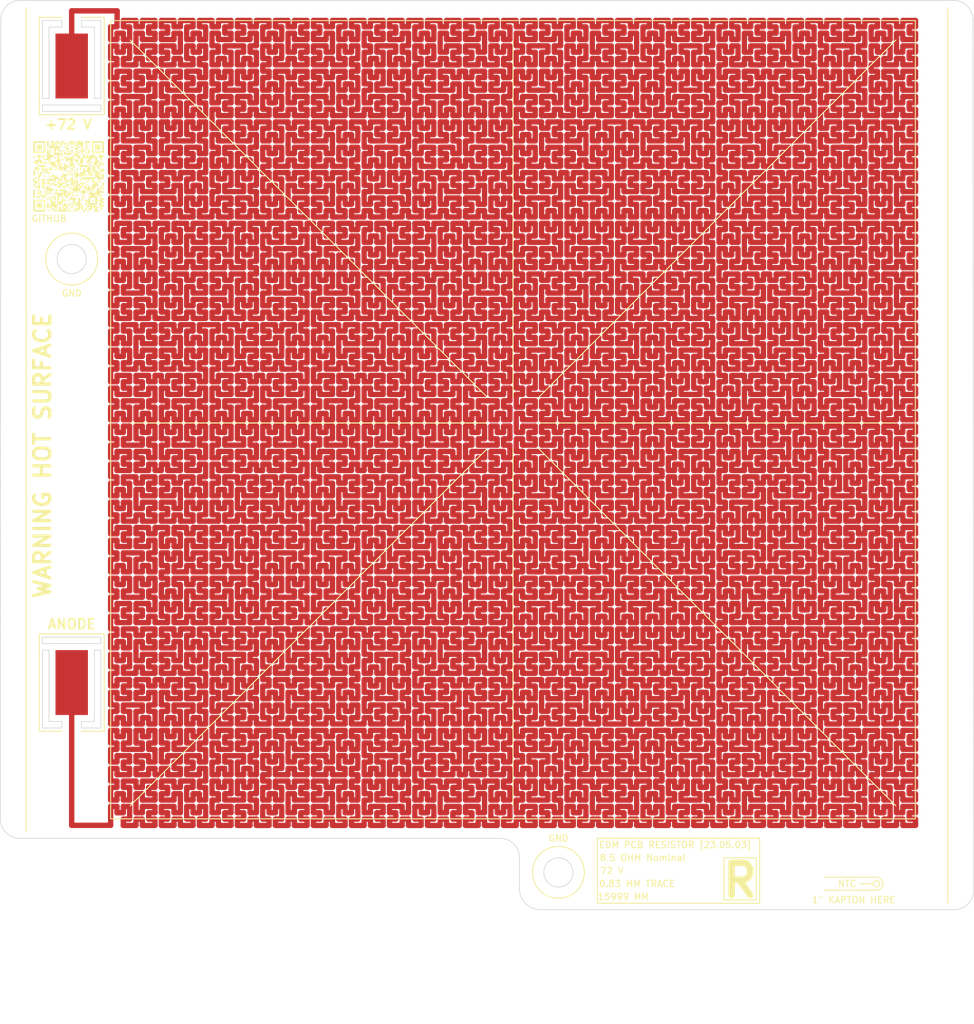
<source format=kicad_pcb>
(kicad_pcb (version 20211014) (generator pcbnew)
  (title_block (title "EDM PCB Resistor [23.05.03]") (date "[23.04.20]") (company "Rack Robotics, Inc."))
  (layers (0 "F.Cu" signal) (31 "B.Cu" mixed) (34 "B.Paste" user) (35 "F.Paste" user) (36 "B.SilkS" user "B.Silkscreen") (37 "F.SilkS" user "F.Silkscreen") (38 "B.Mask" user) (39 "F.Mask" user) (44 "Edge.Cuts" user))
  (net 0 "")
  (footprint "Connector_Wire:SolderWirePad_1x01_SMD_5x10mm" (layer "F.Cu") (at 143 33)
    (fp_text reference "REF**" hide)
    (fp_text value "SolderWirePad_1x01_SMD_5x10mm" hide)
  )
  (footprint "Johns_Library:Powercore V1 Github QR Code" (layer "F.Cu") (at 142.5 50)
    (fp_text reference "G***" hide)
    (fp_text value "LOGO" hide)
  )
  (footprint "Connector_Wire:SolderWirePad_1x01_SMD_5x10mm" (layer "F.Cu") (at 143 128)
    (fp_text reference "REF**" hide)
    (fp_text value "SolderWirePad_1x01_SMD_5x10mm" hide)
  )
  (gr_line (start 148 25.5) (end 148 40.5) (layer "F.SilkS") (width 0.15))
  (gr_line (start 273 149) (end 273 26) (layer "F.SilkS") (width 0.15))
  (gr_line (start 138 25.5) (end 138 40.5) (layer "F.SilkS") (width 0.15))
  (gr_line (start 207 84) (end 152 29) (layer "F.SilkS") (width 0.15))
  (gr_line (start 249 162) (end 249 152) (layer "F.SilkS") (width 0.15))
  (gr_line (start 278 162) (end 278 24) (layer "F.SilkS") (width 0.15))
  (gr_line (start 207 88) (end 152 88) (layer "F.SilkS") (width 0.15))
  (gr_circle (center 143 62.75) (end 147 62.75) (layer "F.SilkS") (width 0.15) (fill none))
  (gr_line (start 264.5 159) (end 266.5 159) (layer "F.SilkS") (width 0.15))
  (gr_line (start 138 135.5) (end 138 120.5) (layer "F.SilkS") (width 0.15))
  (gr_line (start 149 26) (end 149 149) (layer "F.SilkS") (width 0.15))
  (gr_line (start 224 152) (end 249 152) (layer "F.SilkS") (width 0.15))
  (gr_circle (center 218 157.25) (end 222 157.25) (layer "F.SilkS") (width 0.15) (fill none))
  (gr_line (start 215 88) (end 270 88) (layer "F.SilkS") (width 0.15))
  (gr_line (start 224 152) (end 224 162) (layer "F.SilkS") (width 0.15))
  (gr_line (start 141.5 135.5) (end 138 135.5) (layer "F.SilkS") (width 0.15))
  (gr_line (start 136 151) (end 136 24) (layer "F.SilkS") (width 0.15))
  (gr_rect (start 243.5 155) (end 248.5 161.5) (layer "F.SilkS") (width 0.15) (fill none))
  (gr_circle (center 267 159) (end 267 158.5) (layer "F.SilkS") (width 0.15) (fill none))
  (gr_line (start 144.5 25.5) (end 148 25.5) (layer "F.SilkS") (width 0.15))
  (gr_line (start 267 160) (end 259 160) (layer "F.SilkS") (width 0.15))
  (gr_line (start 149 149) (end 273 149) (layer "F.SilkS") (width 0.15))
  (gr_line (start 215 84) (end 270 29) (layer "F.SilkS") (width 0.15))
  (gr_line (start 211 29) (end 211 84) (layer "F.SilkS") (width 0.15))
  (gr_line (start 207 92) (end 152 147) (layer "F.SilkS") (width 0.15))
  (gr_line (start 270 147) (end 215 92) (layer "F.SilkS") (width 0.15))
  (gr_line (start 273 26) (end 149 26) (layer "F.SilkS") (width 0.15))
  (gr_line (start 138 120.5) (end 148 120.5) (layer "F.SilkS") (width 0.15))
  (gr_line (start 148 120.5) (end 148 135.5) (layer "F.SilkS") (width 0.15))
  (gr_line (start 141.5 25.5) (end 138 25.5) (layer "F.SilkS") (width 0.15))
  (gr_arc (start 267 158) (mid 268 159) (end 267 160) (layer "F.SilkS") (width 0.15))
  (gr_line (start 211 147) (end 211 92) (layer "F.SilkS") (width 0.15))
  (gr_line (start 148 135.5) (end 144.5 135.5) (layer "F.SilkS") (width 0.15))
  (gr_line (start 148 40.5) (end 138 40.5) (layer "F.SilkS") (width 0.15))
  (gr_line (start 224 162) (end 249 162) (layer "F.SilkS") (width 0.15))
  (gr_line (start 259 158) (end 267 158) (layer "F.SilkS") (width 0.15))
  (gr_line (start 138.5 135) (end 138.5 123) (layer "Edge.Cuts") (width 0.1))
  (gr_line (start 139.5 38) (end 139.5 27) (layer "Edge.Cuts") (width 0.1))
  (gr_line (start 138.5 122) (end 138.5 121) (layer "Edge.Cuts") (width 0.1))
  (gr_line (start 132 149) (end 132.078698 25.87868) (layer "Edge.Cuts") (width 0.1))
  (gr_line (start 135 152) (end 209 152) (layer "Edge.Cuts") (width 0.1))
  (gr_line (start 147.5 26) (end 144.5 26) (layer "Edge.Cuts") (width 0.1))
  (gr_line (start 141.5 135) (end 138.5 135) (layer "Edge.Cuts") (width 0.1))
  (gr_line (start 146.5 27) (end 146.5 38) (layer "Edge.Cuts") (width 0.1))
  (gr_line (start 139.5 134) (end 141.5 134) (layer "Edge.Cuts") (width 0.1))
  (gr_line (start 147.5 123) (end 147.5 135) (layer "Edge.Cuts") (width 0.1))
  (gr_line (start 144.5 27) (end 146.5 27) (layer "Edge.Cuts") (width 0.1))
  (gr_line (start 147.5 135) (end 144.5 135) (layer "Edge.Cuts") (width 0.1))
  (gr_line (start 138.5 39) (end 147.5 39) (layer "Edge.Cuts") (width 0.1))
  (gr_line (start 146.5 134) (end 146.5 123) (layer "Edge.Cuts") (width 0.1))
  (gr_line (start 146.5 123) (end 147.5 123) (layer "Edge.Cuts") (width 0.1))
  (gr_arc (start 278.87868 22.87868) (mid 281.000014 23.757346) (end 281.87868 25.87868) (layer "Edge.Cuts") (width 0.1))
  (gr_line (start 141.5 27) (end 141.5 26) (layer "Edge.Cuts") (width 0.1))
  (gr_circle (center 218 157.25) (end 218 159.5) (layer "Edge.Cuts") (width 0.1) (fill none))
  (gr_line (start 141.5 26) (end 138.5 26) (layer "Edge.Cuts") (width 0.1))
  (gr_arc (start 282 160) (mid 281.12132 162.12132) (end 279 163) (layer "Edge.Cuts") (width 0.1))
  (gr_line (start 139.5 27) (end 141.5 27) (layer "Edge.Cuts") (width 0.1))
  (gr_arc (start 132.078698 25.87868) (mid 132.929952 23.785163) (end 135.000599 22.879697) (layer "Edge.Cuts") (width 0.1))
  (gr_line (start 144.5 26) (end 144.5 27) (layer "Edge.Cuts") (width 0.1))
  (gr_line (start 281.87868 25.87868) (end 282 160) (layer "Edge.Cuts") (width 0.1))
  (gr_line (start 144.5 135) (end 144.5 134) (layer "Edge.Cuts") (width 0.1))
  (gr_line (start 144.5 134) (end 146.5 134) (layer "Edge.Cuts") (width 0.1))
  (gr_line (start 141.5 134) (end 141.5 135) (layer "Edge.Cuts") (width 0.1))
  (gr_line (start 138.5 40) (end 138.5 39) (layer "Edge.Cuts") (width 0.1))
  (gr_line (start 138.5 121) (end 147.5 121) (layer "Edge.Cuts") (width 0.1))
  (gr_line (start 139.5 123) (end 139.5 134) (layer "Edge.Cuts") (width 0.1))
  (gr_line (start 147.5 121) (end 147.5 122) (layer "Edge.Cuts") (width 0.1))
  (gr_line (start 147.5 39) (end 147.5 40) (layer "Edge.Cuts") (width 0.1))
  (gr_arc (start 135 152) (mid 132.87868 151.12132) (end 132 149) (layer "Edge.Cuts") (width 0.1))
  (gr_line (start 215 162.999998) (end 279 163) (layer "Edge.Cuts") (width 0.1))
  (gr_line (start 135.000599 22.879697) (end 278.87868 22.87868) (layer "Edge.Cuts") (width 0.1))
  (gr_line (start 147.5 38) (end 147.5 26) (layer "Edge.Cuts") (width 0.1))
  (gr_circle (center 143 62.75) (end 143 65) (layer "Edge.Cuts") (width 0.1) (fill none))
  (gr_line (start 138.5 26) (end 138.5 38) (layer "Edge.Cuts") (width 0.1))
  (gr_arc (start 215 162.999998) (mid 212.908693 162.007663) (end 212 159.87868) (layer "Edge.Cuts") (width 0.1))
  (gr_line (start 147.5 40) (end 138.5 40) (layer "Edge.Cuts") (width 0.1))
  (gr_arc (start 209 152) (mid 211.12132 152.87868) (end 212 155) (layer "Edge.Cuts") (width 0.1))
  (gr_line (start 138.5 38) (end 139.5 38) (layer "Edge.Cuts") (width 0.1))
  (gr_line (start 138.5 123) (end 139.5 123) (layer "Edge.Cuts") (width 0.1))
  (gr_line (start 212 159.87868) (end 212 155) (layer "Edge.Cuts") (width 0.1))
  (gr_line (start 147.5 122) (end 138.5 122) (layer "Edge.Cuts") (width 0.1))
  (gr_line (start 146.5 38) (end 147.5 38) (layer "Edge.Cuts") (width 0.1))
  (gr_text "NTC" (at 262.5 159) (layer "F.SilkS") (effects (font (size 1 1))))
  (gr_text "0.83 MM TRACE\n" (at 230.12132 159) (layer "F.SilkS") (effects (font (size 1 1))))
  (gr_text "EDM PCB RESISTOR [23.05.03]" (at 236 153) (layer "F.SilkS") (effects (font (size 1 1))))
  (gr_text "WARNING HOT SURFACE" (at 138.5 93 90) (layer "F.SilkS") (effects (font (size 2.5 2.5) (thickness 0.5))))
  (gr_text "72 V" (at 226.25 157) (layer "F.SilkS") (effects (font (size 1 1))))
  (gr_text "GITHUB" (at 139.5 56.5) (layer "F.SilkS") (effects (font (size 1 1))))
  (gr_text "GND" (at 143 68) (layer "F.SilkS") (effects (font (size 1 1))))
  (gr_text "8.5 OHM Nominal" (at 231 155) (layer "F.SilkS") (effects (font (size 1 1))))
  (gr_text "15999 MM" (at 228 161) (layer "F.SilkS") (effects (font (size 1 1))))
  (gr_text "1{dblquote} KAPTON HERE" (at 263.5 161.5) (layer "F.SilkS") (effects (font (size 1 1))))
  (gr_text "GND" (at 218 152) (layer "F.SilkS") (effects (font (size 1 1))))
  (gr_text "ANODE" (at 143 119) (layer "F.SilkS") (effects (font (size 1.5 1.5) (thickness 0.3))))
  (gr_text "R" (at 246 158.5) (layer "F.SilkS") (effects (font (size 5 5) (thickness 1))))
  (gr_text "+72 V" (at 142.5 42) (layer "F.SilkS") (effects (font (size 1.5 1.5) (thickness 0.3))))
  (segment (start 229.078125 31.847645) (end 230.054687 31.847645) (width 0.83) (layer "F.Cu") (net 0))
  (segment (start 194.898437 142.199207) (end 194.898437 140.246082) (width 0.83) (layer "F.Cu") (net 0))
  (segment (start 255.445312 32.824207) (end 255.445312 31.847645) (width 0.83) (layer "F.Cu") (net 0))
  (segment (start 180.25 105.089832) (end 181.226562 105.089832) (width 0.83) (layer "F.Cu") (net 0))
  (segment (start 264.234375 138.292957) (end 262.28125 138.292957) (width 0.83) (layer "F.Cu") (net 0))
  (segment (start 192.945312 49.42577) (end 192.945312 50.402332) (width 0.83) (layer "F.Cu") (net 0))
  (segment (start 261.304687 90.441395) (end 261.304687 91.417957) (width 0.83) (layer "F.Cu") (net 0))
  (segment (start 159.742187 56.261707) (end 161.695312 56.261707) (width 0.83) (layer "F.Cu") (net 0))
  (segment (start 196.851562 26.964832) (end 196.851562 25.98827) (width 0.83) (layer "F.Cu") (net 0))
  (segment (start 164.625 102.160145) (end 165.601562 102.160145) (width 0.83) (layer "F.Cu") (net 0))
  (segment (start 196.851562 83.605457) (end 198.804687 83.605457) (width 0.83) (layer "F.Cu") (net 0))
  (segment (start 239.820312 60.167957) (end 236.890625 60.167957) (width 0.83) (layer "F.Cu") (net 0))
  (segment (start 208.570312 82.628895) (end 207.59375 82.628895) (width 0.83) (layer "F.Cu") (net 0))
  (segment (start 210.523437 123.64452) (end 209.546875 123.64452) (width 0.83) (layer "F.Cu") (net 0))
  (segment (start 202.710937 79.699207) (end 202.710937 78.722645) (width 0.83) (layer "F.Cu") (net 0))
  (segment (start 256.421875 42.589832) (end 256.421875 41.61327) (width 0.83) (layer "F.Cu") (net 0))
  (segment (start 200.757812 144.152332) (end 200.757812 143.17577) (width 0.83) (layer "F.Cu") (net 0))
  (segment (start 217.359375 37.70702) (end 215.40625 37.70702) (width 0.83) (layer "F.Cu") (net 0))
  (segment (start 158.765625 101.183582) (end 159.742187 101.183582) (width 0.83) (layer "F.Cu") (net 0))
  (segment (start 273.023437 69.933582) (end 272.046875 69.933582) (width 0.83) (layer "F.Cu") (net 0))
  (segment (start 170.484375 107.042957) (end 171.460937 107.042957) (width 0.83) (layer "F.Cu") (net 0))
  (segment (start 229.078125 59.191395) (end 230.054687 59.191395) (width 0.83) (layer "F.Cu") (net 0))
  (segment (start 207.59375 46.496082) (end 208.570312 46.496082) (width 0.83) (layer "F.Cu") (net 0))
  (segment (start 251.539062 100.20702) (end 251.539062 101.183582) (width 0.83) (layer "F.Cu") (net 0))
  (segment (start 242.75 66.027332) (end 243.726562 66.027332) (width 0.83) (layer "F.Cu") (net 0))
  (segment (start 212.476562 116.808582) (end 211.5 116.808582) (width 0.83) (layer "F.Cu") (net 0))
  (segment (start 156.8125 77.746082) (end 157.789062 77.746082) (width 0.83) (layer "F.Cu") (net 0))
  (segment (start 156.8125 44.542957) (end 157.789062 44.542957) (width 0.83) (layer "F.Cu") (net 0))
  (segment (start 176.34375 81.652332) (end 177.320312 81.652332) (width 0.83) (layer "F.Cu") (net 0))
  (segment (start 237.867187 57.23827) (end 236.890625 57.23827) (width 0.83) (layer "F.Cu") (net 0))
  (segment (start 150.953125 128.527332) (end 150.953125 129.503895) (width 0.83) (layer "F.Cu") (net 0))
  (segment (start 254.46875 81.652332) (end 254.46875 83.605457) (width 0.83) (layer "F.Cu") (net 0))
  (segment (start 237.867187 61.14452) (end 237.867187 62.121082) (width 0.83) (layer "F.Cu") (net 0))
  (segment (start 205.640625 128.527332) (end 205.640625 129.503895) (width 0.83) (layer "F.Cu") (net 0))
  (segment (start 227.125 131.45702) (end 227.125 133.410145) (width 0.83) (layer "F.Cu") (net 0))
  (segment (start 159.742187 55.285145) (end 159.742187 56.261707) (width 0.83) (layer "F.Cu") (net 0))
  (segment (start 255.445312 42.589832) (end 256.421875 42.589832) (width 0.83) (layer "F.Cu") (net 0))
  (segment (start 218.335937 43.566395) (end 217.359375 43.566395) (width 0.83) (layer "F.Cu") (net 0))
  (segment (start 152.90625 45.51952) (end 152.90625 46.496082) (width 0.83) (layer "F.Cu") (net 0))
  (segment (start 221.265625 67.980457) (end 219.3125 67.980457) (width 0.83) (layer "F.Cu") (net 0))
  (segment (start 241.773437 122.667957) (end 240.796875 122.667957) (width 0.83) (layer "F.Cu") (net 0))
  (segment (start 212.476562 130.480457) (end 212.476562 129.503895) (width 0.83) (layer "F.Cu") (net 0))
  (segment (start 170.484375 111.92577) (end 171.460937 111.92577) (width 0.83) (layer "F.Cu") (net 0))
  (segment (start 193.921875 53.33202) (end 191.96875 53.33202) (width 0.83) (layer "F.Cu") (net 0))
  (segment (start 225.171875 66.027332) (end 225.171875 65.05077) (width 0.83) (layer "F.Cu") (net 0))
  (segment (start 268.140625 37.70702) (end 269.117187 37.70702) (width 0.83) (layer "F.Cu") (net 0))
  (segment (start 196.851562 85.558582) (end 196.851562 84.58202) (width 0.83) (layer "F.Cu") (net 0))
  (segment (start 168.53125 55.285145) (end 168.53125 56.261707) (width 0.83) (layer "F.Cu") (net 0))
  (segment (start 154.859375 61.14452) (end 154.859375 62.121082) (width 0.83) (layer "F.Cu") (net 0))
  (segment (start 256.421875 73.839832) (end 255.445312 73.839832) (width 0.83) (layer "F.Cu") (net 0))
  (segment (start 268.140625 35.753895) (end 267.164062 35.753895) (width 0.83) (layer "F.Cu") (net 0))
  (segment (start 190.015625 99.230457) (end 188.0625 99.230457) (width 0.83) (layer "F.Cu") (net 0))
  (segment (start 157.789062 101.183582) (end 156.8125 101.183582) (width 0.83) (layer "F.Cu") (net 0))
  (segment (start 165.601562 48.449207) (end 164.625 48.449207) (width 0.83) (layer "F.Cu") (net 0))
  (segment (start 221.265625 104.11327) (end 221.265625 105.089832) (width 0.83) (layer "F.Cu") (net 0))
  (segment (start 149.976562 99.230457) (end 149.976562 98.253895) (width 0.83) (layer "F.Cu") (net 0))
  (segment (start 151.929687 105.089832) (end 150.953125 105.089832) (width 0.83) (layer "F.Cu") (net 0))
  (segment (start 181.226562 38.683582) (end 181.226562 39.660145) (width 0.83) (layer "F.Cu") (net 0))
  (segment (start 209.546875 150.011707) (end 209.546875 149.035145) (width 0.83) (layer "F.Cu") (net 0))
  (segment (start 149.976562 63.097645) (end 149.976562 64.074207) (width 0.83) (layer "F.Cu") (net 0))
  (segment (start 189.039062 123.64452) (end 189.039062 124.621082) (width 0.83) (layer "F.Cu") (net 0))
  (segment (start 150.953125 53.33202) (end 151.929687 53.33202) (width 0.83) (layer "F.Cu") (net 0))
  (segment (start 203.6875 57.23827) (end 201.734375 57.23827) (width 0.83) (layer "F.Cu") (net 0))
  (segment (start 254.46875 110.949207) (end 254.46875 109.972645) (width 0.83) (layer "F.Cu") (net 0))
  (segment (start 248.609375 71.886707) (end 249.585937 71.886707) (width 0.83) (layer "F.Cu") (net 0))
  (segment (start 218.335937 54.308582) (end 218.335937 56.261707) (width 0.83) (layer "F.Cu") (net 0))
  (segment (start 156.8125 75.792957) (end 158.765625 75.792957) (width 0.83) (layer "F.Cu") (net 0))
  (segment (start 272.046875 27.941395) (end 272.046875 26.964832) (width 0.83) (layer "F.Cu") (net 0))
  (segment (start 241.773437 76.76952) (end 241.773437 74.816395) (width 0.83) (layer "F.Cu") (net 0))
  (segment (start 256.421875 87.511707) (end 256.421875 86.535145) (width 0.83) (layer "F.Cu") (net 0))
  (segment (start 216.382812 57.23827) (end 215.40625 57.23827) (width 0.83) (layer "F.Cu") (net 0))
  (segment (start 226.148437 92.39452) (end 226.148437 93.371082) (width 0.83) (layer "F.Cu") (net 0))
  (segment (start 270.09375 59.191395) (end 270.09375 62.121082) (width 0.83) (layer "F.Cu") (net 0))
  (segment (start 244.703125 119.73827) (end 246.65625 119.73827) (width 0.83) (layer "F.Cu") (net 0))
  (segment (start 163.648437 67.003895) (end 162.671875 67.003895) (width 0.83) (layer "F.Cu") (net 0))
  (segment (start 217.359375 84.58202) (end 217.359375 85.558582) (width 0.83) (layer "F.Cu") (net 0))
  (segment (start 160.71875 92.39452) (end 162.671875 92.39452) (width 0.83) (layer "F.Cu") (net 0))
  (segment (start 239.820312 148.058582) (end 238.84375 148.058582) (width 0.83) (layer "F.Cu") (net 0))
  (segment (start 204.664062 127.55077) (end 206.617187 127.55077) (width 0.83) (layer "F.Cu") (net 0))
  (segment (start 194.898437 137.316395) (end 193.921875 137.316395) (width 0.83) (layer "F.Cu") (net 0))
  (segment (start 258.375 140.246082) (end 258.375 142.199207) (width 0.83) (layer "F.Cu") (net 0))
  (segment (start 248.609375 46.496082) (end 248.609375 45.51952) (width 0.83) (layer "F.Cu") (net 0))
  (segment (start 164.625 117.785145) (end 165.601562 117.785145) (width 0.83) (layer "F.Cu") (net 0))
  (segment (start 203.6875 80.67577) (end 202.710937 80.67577) (width 0.83) (layer "F.Cu") (net 0))
  (segment (start 149.976562 147.08202) (end 149 147.08202) (width 0.83) (layer "F.Cu") (net 0))
  (segment (start 258.375 132.433582) (end 259.351562 132.433582) (width 0.83) (layer "F.Cu") (net 0))
  (segment (start 212.476562 64.074207) (end 212.476562 63.097645) (width 0.83) (layer "F.Cu") (net 0))
  (segment (start 166.578125 38.683582) (end 167.554687 38.683582) (width 0.83) (layer "F.Cu") (net 0))
  (segment (start 195.875 71.886707) (end 197.828125 71.886707) (width 0.83) (layer "F.Cu") (net 0))
  (segment (start 192.945312 88.48827) (end 191.96875 88.48827) (width 0.83) (layer "F.Cu") (net 0))
  (segment (start 153.882812 37.70702) (end 150.953125 37.70702) (width 0.83) (layer "F.Cu") (net 0))
  (segment (start 190.015625 79.699207) (end 190.015625 78.722645) (width 0.83) (layer "F.Cu") (net 0))
  (segment (start 155.835937 47.472645) (end 155.835937 48.449207) (width 0.83) (layer "F.Cu") (net 0))
  (segment (start 241.773437 71.886707) (end 240.796875 71.886707) (width 0.83) (layer "F.Cu") (net 0))
  (segment (start 258.375 121.691395) (end 258.375 123.64452) (width 0.83) (layer "F.Cu") (net 0))
  (segment (start 181.226562 124.621082) (end 180.25 124.621082) (width 0.83) (layer "F.Cu") (net 0))
  (segment (start 230.054687 114.855457) (end 228.101562 114.855457) (width 0.83) (layer "F.Cu") (net 0))
  (segment (start 246.65625 121.691395) (end 246.65625 124.621082) (width 0.83) (layer "F.Cu") (net 0))
  (segment (start 157.789062 142.199207) (end 157.789062 141.222645) (width 0.83) (layer "F.Cu") (net 0))
  (segment (start 215.40625 109.972645) (end 215.40625 110.949207) (width 0.83) (layer "F.Cu") (net 0))
  (segment (start 187.085937 62.121082) (end 187.085937 64.074207) (width 0.83) (layer "F.Cu") (net 0))
  (segment (start 239.820312 112.902332) (end 238.84375 112.902332) (width 0.83) (layer "F.Cu") (net 0))
  (segment (start 235.914062 102.160145) (end 234.9375 102.160145) (width 0.83) (layer "F.Cu") (net 0))
  (segment (start 245.679687 134.386707) (end 245.679687 132.433582) (width 0.83) (layer "F.Cu") (net 0))
  (segment (start 241.773437 134.386707) (end 240.796875 134.386707) (width 0.83) (layer "F.Cu") (net 0))
  (segment (start 152.90625 142.199207) (end 152.90625 141.222645) (width 0.83) (layer "F.Cu") (net 0))
  (segment (start 266.1875 28.917957) (end 266.1875 26.964832) (width 0.83) (layer "F.Cu") (net 0))
  (segment (start 194.898437 60.167957) (end 194.898437 59.191395) (width 0.83) (layer "F.Cu") (net 0))
  (segment (start 251.539062 148.058582) (end 250.5625 148.058582) (width 0.83) (layer "F.Cu") (net 0))
  (segment (start 248.609375 98.253895) (end 248.609375 99.230457) (width 0.83) (layer "F.Cu") (net 0))
  (segment (start 149 93.371082) (end 149.976562 93.371082) (width 0.83) (layer "F.Cu") (net 0))
  (segment (start 163.648437 106.066395) (end 163.648437 107.042957) (width 0.83) (layer "F.Cu") (net 0))
  (segment (start 170.484375 82.628895) (end 171.460937 82.628895) (width 0.83) (layer "F.Cu") (net 0))
  (segment (start 176.34375 150.011707) (end 174.390625 150.011707) (width 0.83) (layer "F.Cu") (net 0))
  (segment (start 236.890625 68.95702) (end 236.890625 69.933582) (width 0.83) (layer "F.Cu") (net 0))
  (segment (start 199.78125 33.80077) (end 199.78125 34.777332) (width 0.83) (layer "F.Cu") (net 0))
  (segment (start 167.554687 75.792957) (end 166.578125 75.792957) (width 0.83) (layer "F.Cu") (net 0))
  (segment (start 255.445312 119.73827) (end 255.445312 120.714832) (width 0.83) (layer "F.Cu") (net 0))
  (segment (start 195.875 43.566395) (end 195.875 41.61327) (width 0.83) (layer "F.Cu") (net 0))
  (segment (start 227.125 37.70702) (end 227.125 38.683582) (width 0.83) (layer "F.Cu") (net 0))
  (segment (start 250.5625 51.378895) (end 250.5625 52.355457) (width 0.83) (layer "F.Cu") (net 0))
  (segment (start 153.882812 145.128895) (end 152.90625 145.128895) (width 0.83) (layer "F.Cu") (net 0))
  (segment (start 231.03125 139.26952) (end 231.03125 141.222645) (width 0.83) (layer "F.Cu") (net 0))
  (segment (start 261.304687 40.636707) (end 261.304687 39.660145) (width 0.83) (layer "F.Cu") (net 0))
  (segment (start 237.867187 80.67577) (end 236.890625 80.67577) (width 0.83) (layer "F.Cu") (net 0))
  (segment (start 174.390625 140.246082) (end 173.414062 140.246082) (width 0.83) (layer "F.Cu") (net 0))
  (segment (start 208.570312 25.98827) (end 206.617187 25.98827) (width 0.83) (layer "F.Cu") (net 0))
  (segment (start 224.195312 115.83202) (end 224.195312 116.808582) (width 0.83) (layer "F.Cu") (net 0))
  (segment (start 262.28125 84.58202) (end 264.234375 84.58202) (width 0.83) (layer "F.Cu") (net 0))
  (segment (start 164.625 137.316395) (end 164.625 139.26952) (width 0.83) (layer "F.Cu") (net 0))
  (segment (start 260.328125 39.660145) (end 260.328125 38.683582) (width 0.83) (layer "F.Cu") (net 0))
  (segment (start 210.523437 108.01952) (end 210.523437 106.066395) (width 0.83) (layer "F.Cu") (net 0))
  (segment (start 159.742187 58.214832) (end 159.742187 60.167957) (width 0.83) (layer "F.Cu") (net 0))
  (segment (start 224.195312 108.01952) (end 223.21875 108.01952) (width 0.83) (layer "F.Cu") (net 0))
  (segment (start 253.492187 95.324207) (end 253.492187 94.347645) (width 0.83) (layer "F.Cu") (net 0))
  (segment (start 267.164062 71.886707) (end 265.210937 71.886707) (width 0.83) (layer "F.Cu") (net 0))
  (segment (start 213.453125 143.17577) (end 213.453125 144.152332) (width 0.83) (layer "F.Cu") (net 0))
  (segment (start 187.085937 78.722645) (end 186.109375 78.722645) (width 0.83) (layer "F.Cu") (net 0))
  (segment (start 189.039062 40.636707) (end 190.992187 40.636707) (width 0.83) (layer "F.Cu") (net 0))
  (segment (start 267.164062 108.01952) (end 266.1875 108.01952) (width 0.83) (layer "F.Cu") (net 0))
  (segment (start 265.210937 129.503895) (end 265.210937 127.55077) (width 0.83) (layer "F.Cu") (net 0))
  (segment (start 200.757812 136.339832) (end 200.757812 135.36327) (width 0.83) (layer "F.Cu") (net 0))
  (segment (start 250.5625 119.73827) (end 252.515625 119.73827) (width 0.83) (layer "F.Cu") (net 0))
  (segment (start 153.882812 65.05077) (end 153.882812 66.027332) (width 0.83) (layer "F.Cu") (net 0))
  (segment (start 166.578125 52.355457) (end 169.507812 52.355457) (width 0.83) (layer "F.Cu") (net 0))
  (segment (start 188.0625 48.449207) (end 188.0625 46.496082) (width 0.83) (layer "F.Cu") (net 0))
  (segment (start 195.875 69.933582) (end 196.851562 69.933582) (width 0.83) (layer "F.Cu") (net 0))
  (segment (start 256.421875 52.355457) (end 256.421875 51.378895) (width 0.83) (layer "F.Cu") (net 0))
  (segment (start 206.617187 74.816395) (end 206.617187 77.746082) (width 0.83) (layer "F.Cu") (net 0))
  (segment (start 189.039062 54.308582) (end 188.0625 54.308582) (width 0.83) (layer "F.Cu") (net 0))
  (segment (start 215.40625 63.097645) (end 216.382812 63.097645) (width 0.83) (layer "F.Cu") (net 0))
  (segment (start 212.476562 57.23827) (end 211.5 57.23827) (width 0.83) (layer "F.Cu") (net 0))
  (segment (start 270.09375 135.36327) (end 270.09375 136.339832) (width 0.83) (layer "F.Cu") (net 0))
  (segment (start 182.203125 94.347645) (end 183.179687 94.347645) (width 0.83) (layer "F.Cu") (net 0))
  (segment (start 178.296875 62.121082) (end 179.273437 62.121082) (width 0.83) (layer "F.Cu") (net 0))
  (segment (start 173.414062 59.191395) (end 173.414062 60.167957) (width 0.83) (layer "F.Cu") (net 0))
  (segment (start 206.617187 49.42577) (end 206.617187 50.402332) (width 0.83) (layer "F.Cu") (net 0))
  (segment (start 214.429687 32.824207) (end 213.453125 32.824207) (width 0.83) (layer "F.Cu") (net 0))
  (segment (start 173.414062 119.73827) (end 173.414062 120.714832) (width 0.83) (layer "F.Cu") (net 0))
  (segment (start 210.523437 97.277332) (end 209.546875 97.277332) (width 0.83) (layer "F.Cu") (net 0))
  (segment (start 224.195312 96.30077) (end 226.148437 96.30077) (width 0.83) (layer "F.Cu") (net 0))
  (segment (start 267.164062 59.191395) (end 268.140625 59.191395) (width 0.83) (layer "F.Cu") (net 0))
  (segment (start 199.78125 120.714832) (end 200.757812 120.714832) (width 0.83) (layer "F.Cu") (net 0))
  (segment (start 261.304687 110.949207) (end 261.304687 108.996082) (width 0.83) (layer "F.Cu") (net 0))
  (segment (start 217.359375 36.730457) (end 218.335937 36.730457) (width 0.83) (layer "F.Cu") (net 0))
  (segment (start 149 97.277332) (end 149 99.230457) (width 0.83) (layer "F.Cu") (net 0))
  (segment (start 177.320312 55.285145) (end 177.320312 56.261707) (width 0.83) (layer "F.Cu") (net 0))
  (segment (start 263.257812 26.964832) (end 263.257812 27.941395) (width 0.83) (layer "F.Cu") (net 0))
  (segment (start 224.195312 75.792957) (end 224.195312 74.816395) (width 0.83) (layer "F.Cu") (net 0))
  (segment (start 191.96875 62.121082) (end 191.96875 59.191395) (width 0.83) (layer "F.Cu") (net 0))
  (segment (start 174.390625 105.089832) (end 174.390625 106.066395) (width 0.83) (layer "F.Cu") (net 0))
  (segment (start 268.140625 29.89452) (end 269.117187 29.89452) (width 0.83) (layer "F.Cu") (net 0))
  (segment (start 212.476562 84.58202) (end 214.429687 84.58202) (width 0.83) (layer "F.Cu") (net 0))
  (segment (start 192.945312 71.886707) (end 194.898437 71.886707) (width 0.83) (layer "F.Cu") (net 0))
  (segment (start 232.007812 73.839832) (end 231.03125 73.839832) (width 0.83) (layer "F.Cu") (net 0))
  (segment (start 179.273437 43.566395) (end 178.296875 43.566395) (width 0.83) (layer "F.Cu") (net 0))
  (segment (start 261.304687 127.55077) (end 260.328125 127.55077) (width 0.83) (layer "F.Cu") (net 0))
  (segment (start 153.882812 116.808582) (end 152.90625 116.808582) (width 0.83) (layer "F.Cu") (net 0))
  (segment (start 212.476562 39.660145) (end 212.476562 40.636707) (width 0.83) (layer "F.Cu") (net 0))
  (segment (start 234.9375 88.48827) (end 234.9375 89.464832) (width 0.83) (layer "F.Cu") (net 0))
  (segment (start 193.921875 31.847645) (end 192.945312 31.847645) (width 0.83) (layer "F.Cu") (net 0))
  (segment (start 196.851562 63.097645) (end 195.875 63.097645) (width 0.83) (layer "F.Cu") (net 0))
  (segment (start 202.710937 47.472645) (end 202.710937 48.449207) (width 0.83) (layer "F.Cu") (net 0))
  (segment (start 179.273437 102.160145) (end 179.273437 100.20702) (width 0.83) (layer "F.Cu") (net 0))
  (segment (start 218.335937 121.691395) (end 218.335937 119.73827) (width 0.83) (layer "F.Cu") (net 0))
  (segment (start 167.554687 140.246082) (end 166.578125 140.246082) (width 0.83) (layer "F.Cu") (net 0))
  (segment (start 227.125 30.871082) (end 228.101562 30.871082) (width 0.83) (layer "F.Cu") (net 0))
  (segment (start 208.570312 128.527332) (end 207.59375 128.527332) (width 0.83) (layer "F.Cu") (net 0))
  (segment (start 189.039062 31.847645) (end 189.039062 32.824207) (width 0.83) (layer "F.Cu") (net 0))
  (segment (start 171.460937 39.660145) (end 171.460937 40.636707) (width 0.83) (layer "F.Cu") (net 0))
  (segment (start 237.867187 147.08202) (end 237.867187 148.058582) (width 0.83) (layer "F.Cu") (net 0))
  (segment (start 215.40625 110.949207) (end 213.453125 110.949207) (width 0.83) (layer "F.Cu") (net 0))
  (segment (start 170.484375 139.26952) (end 171.460937 139.26952) (width 0.83) (layer "F.Cu") (net 0))
  (segment (start 223.21875 93.371082) (end 224.195312 93.371082) (width 0.83) (layer "F.Cu") (net 0))
  (segment (start 202.710937 91.417957) (end 201.734375 91.417957) (width 0.83) (layer "F.Cu") (net 0))
  (segment (start 233.960937 80.67577) (end 233.960937 79.699207) (width 0.83) (layer "F.Cu") (net 0))
  (segment (start 166.578125 65.05077) (end 164.625 65.05077) (width 0.83) (layer "F.Cu") (net 0))
  (segment (start 256.421875 86.535145) (end 257.398437 86.535145) (width 0.83) (layer "F.Cu") (net 0))
  (segment (start 270.09375 46.496082) (end 270.09375 43.566395) (width 0.83) (layer "F.Cu") (net 0))
  (segment (start 238.84375 66.027332) (end 238.84375 67.980457) (width 0.83) (layer "F.Cu") (net 0))
  (segment (start 238.84375 68.95702) (end 238.84375 70.910145) (width 0.83) (layer "F.Cu") (net 0))
  (segment (start 161.695312 81.652332) (end 161.695312 82.628895) (width 0.83) (layer "F.Cu") (net 0))
  (segment (start 182.203125 43.566395) (end 183.179687 43.566395) (width 0.83) (layer "F.Cu") (net 0))
  (segment (start 193.921875 69.933582) (end 194.898437 69.933582) (width 0.83) (layer "F.Cu") (net 0))
  (segment (start 240.796875 83.605457) (end 240.796875 82.628895) (width 0.83) (layer "F.Cu") (net 0))
  (segment (start 203.6875 50.402332) (end 204.664062 50.402332) (width 0.83) (layer "F.Cu") (net 0))
  (segment (start 262.28125 121.691395) (end 263.257812 121.691395) (width 0.83) (layer "F.Cu") (net 0))
  (segment (start 205.640625 46.496082) (end 206.617187 46.496082) (width 0.83) (layer "F.Cu") (net 0))
  (segment (start 259.351562 75.792957) (end 259.351562 74.816395) (width 0.83) (layer "F.Cu") (net 0))
  (segment (start 186.109375 44.542957) (end 186.109375 43.566395) (width 0.83) (layer "F.Cu") (net 0))
  (segment (start 165.601562 47.472645) (end 165.601562 48.449207) (width 0.83) (layer "F.Cu") (net 0))
  (segment (start 192.945312 51.378895) (end 191.96875 51.378895) (width 0.83) (layer "F.Cu") (net 0))
  (segment (start 149 82.628895) (end 149.976562 82.628895) (width 0.83) (layer "F.Cu") (net 0))
  (segment (start 244.703125 54.308582) (end 244.703125 53.33202) (width 0.83) (layer "F.Cu") (net 0))
  (segment (start 217.359375 135.36327) (end 217.359375 136.339832) (width 0.83) (layer "F.Cu") (net 0))
  (segment (start 247.632812 40.636707) (end 246.65625 40.636707) (width 0.83) (layer "F.Cu") (net 0))
  (segment (start 225.171875 58.214832) (end 224.195312 58.214832) (width 0.83) (layer "F.Cu") (net 0))
  (segment (start 248.609375 47.472645) (end 249.585937 47.472645) (width 0.83) (layer "F.Cu") (net 0))
  (segment (start 228.101562 50.402332) (end 227.125 50.402332) (width 0.83) (layer "F.Cu") (net 0))
  (segment (start 273.023437 102.160145) (end 273.023437 103.136707) (width 0.83) (layer "F.Cu") (net 0))
  (segment (start 271.070312 121.691395) (end 270.09375 121.691395) (width 0.83) (layer "F.Cu") (net 0))
  (segment (start 210.523437 73.839832) (end 210.523437 75.792957) (width 0.83) (layer "F.Cu") (net 0))
  (segment (start 233.960937 104.11327) (end 233.960937 105.089832) (width 0.83) (layer "F.Cu") (net 0))
  (segment (start 194.898437 94.347645) (end 193.921875 94.347645) (width 0.83) (layer "F.Cu") (net 0))
  (segment (start 263.257812 133.410145) (end 263.257812 132.433582) (width 0.83) (layer "F.Cu") (net 0))
  (segment (start 264.234375 51.378895) (end 264.234375 52.355457) (width 0.83) (layer "F.Cu") (net 0))
  (segment (start 263.257812 62.121082) (end 262.28125 62.121082) (width 0.83) (layer "F.Cu") (net 0))
  (segment (start 181.226562 100.20702) (end 180.25 100.20702) (width 0.83) (layer "F.Cu") (net 0))
  (segment (start 247.632812 102.160145) (end 248.609375 102.160145) (width 0.83) (layer "F.Cu") (net 0))
  (segment (start 184.15625 139.26952) (end 184.15625 141.222645) (width 0.83) (layer "F.Cu") (net 0))
  (segment (start 182.203125 126.574207) (end 180.25 126.574207) (width 0.83) (layer "F.Cu") (net 0))
  (segment (start 247.632812 69.933582) (end 246.65625 69.933582) (width 0.83) (layer "F.Cu") (net 0))
  (segment (start 228.101562 86.535145) (end 228.101562 85.558582) (width 0.83) (layer "F.Cu") (net 0))
  (segment (start 263.257812 99.230457) (end 260.328125 99.230457) (width 0.83) (layer "F.Cu") (net 0))
  (segment (start 176.34375 106.066395) (end 177.320312 106.066395) (width 0.83) (layer "F.Cu") (net 0))
  (segment (start 256.421875 81.652332) (end 256.421875 80.67577) (width 0.83) (layer "F.Cu") (net 0))
  (segment (start 158.765625 148.058582) (end 159.742187 148.058582) (width 0.83) (layer "F.Cu") (net 0))
  (segment (start 265.210937 55.285145) (end 265.210937 56.261707) (width 0.83) (layer "F.Cu") (net 0))
  (segment (start 256.421875 135.36327) (end 256.421875 136.339832) (width 0.83) (layer "F.Cu") (net 0))
  (segment (start 248.609375 99.230457) (end 246.65625 99.230457) (width 0.83) (layer "F.Cu") (net 0))
  (segment (start 263.257812 50.402332) (end 264.234375 50.402332) (width 0.83) (layer "F.Cu") (net 0))
  (segment (start 214.429687 64.074207) (end 212.476562 64.074207) (width 0.83) (layer "F.Cu") (net 0))
  (segment (start 162.671875 113.878895) (end 163.648437 113.878895) (width 0.83) (layer "F.Cu") (net 0))
  (segment (start 179.273437 75.792957) (end 178.296875 75.792957) (width 0.83) (layer "F.Cu") (net 0))
  (segment (start 236.890625 39.660145) (end 236.890625 38.683582) (width 0.83) (layer "F.Cu") (net 0))
  (segment (start 192.945312 34.777332) (end 193.921875 34.777332) (width 0.83) (layer "F.Cu") (net 0))
  (segment (start 182.203125 76.76952) (end 183.179687 76.76952) (width 0.83) (layer "F.Cu") (net 0))
  (segment (start 213.453125 119.73827) (end 213.453125 120.714832) (width 0.83) (layer "F.Cu") (net 0))
  (segment (start 273.023437 48.449207) (end 273.023437 47.472645) (width 0.83) (layer "F.Cu") (net 0))
  (segment (start 201.734375 86.535145) (end 200.757812 86.535145) (width 0.83) (layer "F.Cu") (net 0))
  (segment (start 187.085937 105.089832) (end 187.085937 104.11327) (width 0.83) (layer "F.Cu") (net 0))
  (segment (start 236.890625 70.910145) (end 236.890625 71.886707) (width 0.83) (layer "F.Cu") (net 0))
  (segment (start 201.734375 111.92577) (end 202.710937 111.92577) (width 0.83) (layer "F.Cu") (net 0))
  (segment (start 235.914062 74.816395) (end 234.9375 74.816395) (width 0.83) (layer "F.Cu") (net 0))
  (segment (start 183.179687 141.222645) (end 182.203125 141.222645) (width 0.83) (layer "F.Cu") (net 0))
  (segment (start 156.8125 65.05077) (end 156.8125 64.074207) (width 0.83) (layer "F.Cu") (net 0))
  (segment (start 149 91.417957) (end 149 93.371082) (width 0.83) (layer "F.Cu") (net 0))
  (segment (start 193.921875 78.722645) (end 193.921875 79.699207) (width 0.83) (layer "F.Cu") (net 0))
  (segment (start 184.15625 77.746082) (end 184.15625 74.816395) (width 0.83) (layer "F.Cu") (net 0))
  (segment (start 167.554687 46.496082) (end 167.554687 48.449207) (width 0.83) (layer "F.Cu") (net 0))
  (segment (start 253.492187 63.097645) (end 252.515625 63.097645) (width 0.83) (layer "F.Cu") (net 0))
  (segment (start 208.570312 108.996082) (end 207.59375 108.996082) (width 0.83) (layer "F.Cu") (net 0))
  (segment (start 243.726562 129.503895) (end 242.75 129.503895) (width 0.83) (layer "F.Cu") (net 0))
  (segment (start 215.40625 57.23827) (end 215.40625 59.191395) (width 0.83) (layer "F.Cu") (net 0))
  (segment (start 199.78125 55.285145) (end 200.757812 55.285145) (width 0.83) (layer "F.Cu") (net 0))
  (segment (start 154.859375 133.410145) (end 154.859375 134.386707) (width 0.83) (layer "F.Cu") (net 0))
  (segment (start 207.59375 55.285145) (end 207.59375 53.33202) (width 0.83) (layer "F.Cu") (net 0))
  (segment (start 155.835937 28.917957) (end 155.835937 27.941395) (width 0.83) (layer "F.Cu") (net 0))
  (segment (start 167.554687 105.089832) (end 167.554687 104.11327) (width 0.83) (layer "F.Cu") (net 0))
  (segment (start 216.382812 59.191395) (end 216.382812 60.167957) (width 0.83) (layer "F.Cu") (net 0))
  (segment (start 176.34375 27.941395) (end 177.320312 27.941395) (width 0.83) (layer "F.Cu") (net 0))
  (segment (start 193.921875 101.183582) (end 192.945312 101.183582) (width 0.83) (layer "F.Cu") (net 0))
  (segment (start 158.765625 27.941395) (end 159.742187 27.941395) (width 0.83) (layer "F.Cu") (net 0))
  (segment (start 271.070312 33.80077) (end 271.070312 34.777332) (width 0.83) (layer "F.Cu") (net 0))
  (segment (start 264.234375 91.417957) (end 262.28125 91.417957) (width 0.83) (layer "F.Cu") (net 0))
  (segment (start 214.429687 116.808582) (end 213.453125 116.808582) (width 0.83) (layer "F.Cu") (net 0))
  (segment (start 221.265625 45.51952) (end 219.3125 45.51952) (width 0.83) (layer "F.Cu") (net 0))
  (segment (start 154.859375 91.417957) (end 154.859375 90.441395) (width 0.83) (layer "F.Cu") (net 0))
  (segment (start 161.695312 132.433582) (end 160.71875 132.433582) (width 0.83) (layer "F.Cu") (net 0))
  (segment (start 269.117187 52.355457) (end 268.140625 52.355457) (width 0.83) (layer "F.Cu") (net 0))
  (segment (start 152.90625 121.691395) (end 152.90625 124.621082) (width 0.83) (layer "F.Cu") (net 0))
  (segment (start 198.804687 55.285145) (end 197.828125 55.285145) (width 0.83) (layer "F.Cu") (net 0))
  (segment (start 246.65625 135.36327) (end 246.65625 137.316395) (width 0.83) (layer "F.Cu") (net 0))
  (segment (start 192.945312 29.89452) (end 190.015625 29.89452) (width 0.83) (layer "F.Cu") (net 0))
  (segment (start 196.851562 86.535145) (end 196.851562 87.511707) (width 0.83) (layer "F.Cu") (net 0))
  (segment (start 183.179687 50.402332) (end 182.203125 50.402332) (width 0.83) (layer "F.Cu") (net 0))
  (segment (start 260.328125 89.464832) (end 260.328125 90.441395) (width 0.83) (layer "F.Cu") (net 0))
  (segment (start 201.734375 57.23827) (end 201.734375 58.214832) (width 0.83) (layer "F.Cu") (net 0))
  (segment (start 241.773437 82.628895) (end 241.773437 80.67577) (width 0.83) (layer "F.Cu") (net 0))
  (segment (start 196.851562 93.371082) (end 196.851562 92.39452) (width 0.83) (layer "F.Cu") (net 0))
  (segment (start 234.9375 148.058582) (end 235.914062 148.058582) (width 0.83) (layer "F.Cu") (net 0))
  (segment (start 181.226562 108.01952) (end 181.226562 108.996082) (width 0.83) (layer "F.Cu") (net 0))
  (segment (start 167.554687 48.449207) (end 166.578125 48.449207) (width 0.83) (layer "F.Cu") (net 0))
  (segment (start 243.726562 118.761707) (end 242.75 118.761707) (width 0.83) (layer "F.Cu") (net 0))
  (segment (start 178.296875 64.074207) (end 178.296875 63.097645) (width 0.83) (layer "F.Cu") (net 0))
  (segment (start 271.070312 116.808582) (end 271.070312 115.83202) (width 0.83) (layer "F.Cu") (net 0))
  (segment (start 170.484375 27.941395) (end 171.460937 27.941395) (width 0.83) (layer "F.Cu") (net 0))
  (segment (start 255.445312 62.121082) (end 255.445312 61.14452) (width 0.83) (layer "F.Cu") (net 0))
  (segment (start 206.617187 64.074207) (end 205.640625 64.074207) (width 0.83) (layer "F.Cu") (net 0))
  (segment (start 253.492187 40.636707) (end 252.515625 40.636707) (width 0.83) (layer "F.Cu") (net 0))
  (segment (start 236.890625 67.980457) (end 234.9375 67.980457) (width 0.83) (layer "F.Cu") (net 0))
  (segment (start 213.453125 31.847645) (end 212.476562 31.847645) (width 0.83) (layer "F.Cu") (net 0))
  (segment (start 197.828125 98.253895) (end 197.828125 99.230457) (width 0.83) (layer "F.Cu") (net 0))
  (segment (start 231.03125 51.378895) (end 231.03125 52.355457) (width 0.83) (layer "F.Cu") (net 0))
  (segment (start 149.976562 67.980457) (end 149.976562 67.003895) (width 0.83) (layer "F.Cu") (net 0))
  (segment (start 221.265625 51.378895) (end 221.265625 50.402332) (width 0.83) (layer "F.Cu") (net 0))
  (segment (start 261.304687 107.042957) (end 259.351562 107.042957) (width 0.83) (layer "F.Cu") (net 0))
  (segment (start 178.296875 113.878895) (end 179.273437 113.878895) (width 0.83) (layer "F.Cu") (net 0))
  (segment (start 248.609375 116.808582) (end 248.609375 117.785145) (width 0.83) (layer "F.Cu") (net 0))
  (segment (start 233.960937 130.480457) (end 232.007812 130.480457) (width 0.83) (layer "F.Cu") (net 0))
  (segment (start 196.851562 40.636707) (end 195.875 40.636707) (width 0.83) (layer "F.Cu") (net 0))
  (segment (start 260.328125 125.597645) (end 260.328125 126.574207) (width 0.83) (layer "F.Cu") (net 0))
  (segment (start 267.164062 51.378895) (end 267.164062 52.355457) (width 0.83) (layer "F.Cu") (net 0))
  (segment (start 158.765625 77.746082) (end 158.765625 76.76952) (width 0.83) (layer "F.Cu") (net 0))
  (segment (start 252.515625 41.61327) (end 253.492187 41.61327) (width 0.83) (layer "F.Cu") (net 0))
  (segment (start 152.90625 26.964832) (end 152.90625 25.98827) (width 0.83) (layer "F.Cu") (net 0))
  (segment (start 154.859375 30.871082) (end 155.835937 30.871082) (width 0.83) (layer "F.Cu") (net 0))
  (segment (start 235.914062 66.027332) (end 234.9375 66.027332) (width 0.83) (layer "F.Cu") (net 0))
  (segment (start 268.140625 112.902332) (end 268.140625 111.92577) (width 0.83) (layer "F.Cu") (net 0))
  (segment (start 260.328125 45.51952) (end 260.328125 46.496082) (width 0.83) (layer "F.Cu") (net 0))
  (segment (start 178.296875 149.035145) (end 179.273437 149.035145) (width 0.83) (layer "F.Cu") (net 0))
  (segment (start 212.476562 45.51952) (end 212.476562 46.496082) (width 0.83) (layer "F.Cu") (net 0))
  (segment (start 248.609375 145.128895) (end 249.585937 145.128895) (width 0.83) (layer "F.Cu") (net 0))
  (segment (start 216.382812 95.324207) (end 216.382812 94.347645) (width 0.83) (layer "F.Cu") (net 0))
  (segment (start 198.804687 137.316395) (end 198.804687 135.36327) (width 0.83) (layer "F.Cu") (net 0))
  (segment (start 197.828125 65.05077) (end 195.875 65.05077) (width 0.83) (layer "F.Cu") (net 0))
  (segment (start 232.007812 69.933582) (end 232.007812 68.95702) (width 0.83) (layer "F.Cu") (net 0))
  (segment (start 167.554687 116.808582) (end 167.554687 113.878895) (width 0.83) (layer "F.Cu") (net 0))
  (segment (start 250.5625 83.605457) (end 250.5625 82.628895) (width 0.83) (layer "F.Cu") (net 0))
  (segment (start 170.484375 115.83202) (end 170.484375 116.808582) (width 0.83) (layer "F.Cu") (net 0))
  (segment (start 258.375 82.628895) (end 259.351562 82.628895) (width 0.83) (layer "F.Cu") (net 0))
  (segment (start 149 46.496082) (end 149 44.542957) (width 0.83) (layer "F.Cu") (net 0))
  (segment (start 236.890625 118.761707) (end 237.867187 118.761707) (width 0.83) (layer "F.Cu") (net 0))
  (segment (start 203.6875 118.761707) (end 201.734375 118.761707) (width 0.83) (layer "F.Cu") (net 0))
  (segment (start 261.304687 70.910145) (end 261.304687 71.886707) (width 0.83) (layer "F.Cu") (net 0))
  (segment (start 160.71875 69.933582) (end 160.71875 67.003895) (width 0.83) (layer "F.Cu") (net 0))
  (segment (start 264.234375 94.347645) (end 264.234375 95.324207) (width 0.83) (layer "F.Cu") (net 0))
  (segment (start 158.765625 32.824207) (end 158.765625 31.847645) (width 0.83) (layer "F.Cu") (net 0))
  (segment (start 163.648437 50.402332) (end 163.648437 52.355457) (width 0.83) (layer "F.Cu") (net 0))
  (segment (start 158.765625 99.230457) (end 156.8125 99.230457) (width 0.83) (layer "F.Cu") (net 0))
  (segment (start 174.390625 48.449207) (end 176.34375 48.449207) (width 0.83) (layer "F.Cu") (net 0))
  (segment (start 180.25 138.292957) (end 180.25 137.316395) (width 0.83) (layer "F.Cu") (net 0))
  (segment (start 186.109375 101.183582) (end 186.109375 102.160145) (width 0.83) (layer "F.Cu") (net 0))
  (segment (start 169.507812 99.230457) (end 169.507812 98.253895) (width 0.83) (layer "F.Cu") (net 0))
  (segment (start 250.5625 43.566395) (end 250.5625 41.61327) (width 0.83) (layer "F.Cu") (net 0))
  (segment (start 160.71875 95.324207) (end 160.71875 94.347645) (width 0.83) (layer "F.Cu") (net 0))
  (segment (start 272.046875 128.527332) (end 272.046875 129.503895) (width 0.83) (layer "F.Cu") (net 0))
  (segment (start 153.882812 132.433582) (end 152.90625 132.433582) (width 0.83) (layer "F.Cu") (net 0))
  (segment (start 236.890625 46.496082) (end 236.890625 45.51952) (width 0.83) (layer "F.Cu") (net 0))
  (segment (start 243.726562 73.839832) (end 243.726562 72.86327) (width 0.83) (layer "F.Cu") (net 0))
  (segment (start 177.320312 127.55077) (end 179.273437 127.55077) (width 0.83) (layer "F.Cu") (net 0))
  (segment (start 172.4375 96.30077) (end 174.390625 96.30077) (width 0.83) (layer "F.Cu") (net 0))
  (segment (start 166.578125 137.316395) (end 167.554687 137.316395) (width 0.83) (layer "F.Cu") (net 0))
  (segment (start 161.695312 118.761707) (end 161.695312 117.785145) (width 0.83) (layer "F.Cu") (net 0))
  (segment (start 254.46875 40.636707) (end 254.46875 38.683582) (width 0.83) (layer "F.Cu") (net 0))
  (segment (start 219.3125 125.597645) (end 219.3125 126.574207) (width 0.83) (layer "F.Cu") (net 0))
  (segment (start 232.984375 117.785145) (end 232.984375 118.761707) (width 0.83) (layer "F.Cu") (net 0))
  (segment (start 229.078125 67.980457) (end 230.054687 67.980457) (width 0.83) (layer "F.Cu") (net 0))
  (segment (start 188.0625 133.410145) (end 188.0625 134.386707) (width 0.83) (layer "F.Cu") (net 0))
  (segment (start 193.921875 123.64452) (end 194.898437 123.64452) (width 0.83) (layer "F.Cu") (net 0))
  (segment (start 259.351562 71.886707) (end 259.351562 70.910145) (width 0.83) (layer "F.Cu") (net 0))
  (segment (start 167.554687 150.011707) (end 165.601562 150.011707) (width 0.83) (layer "F.Cu") (net 0))
  (segment (start 249.585937 143.17577) (end 249.585937 144.152332) (width 0.83) (layer "F.Cu") (net 0))
  (segment (start 207.59375 82.628895) (end 207.59375 83.605457) (width 0.83) (layer "F.Cu") (net 0))
  (segment (start 180.25 150.011707) (end 180.25 149.035145) (width 0.83) (layer "F.Cu") (net 0))
  (segment (start 219.3125 51.378895) (end 220.289062 51.378895) (width 0.83) (layer "F.Cu") (net 0))
  (segment (start 250.5625 52.355457) (end 252.515625 52.355457) (width 0.83) (layer "F.Cu") (net 0))
  (segment (start 255.445312 126.574207) (end 253.492187 126.574207) (width 0.83) (layer "F.Cu") (net 0))
  (segment (start 230.054687 34.777332) (end 229.078125 34.777332) (width 0.83) (layer "F.Cu") (net 0))
  (segment (start 236.890625 115.83202) (end 239.820312 115.83202) (width 0.83) (layer "F.Cu") (net 0))
  (segment (start 243.726562 53.33202) (end 243.726562 54.308582) (width 0.83) (layer "F.Cu") (net 0))
  (segment (start 184.15625 131.45702) (end 184.15625 133.410145) (width 0.83) (layer "F.Cu") (net 0))
  (segment (start 250.5625 101.183582) (end 250.5625 103.136707) (width 0.83) (layer "F.Cu") (net 0))
  (segment (start 236.890625 80.67577) (end 236.890625 81.652332) (width 0.83) (layer "F.Cu") (net 0))
  (segment (start 174.390625 81.652332) (end 175.367187 81.652332) (width 0.83) (layer "F.Cu") (net 0))
  (segment (start 206.617187 143.17577) (end 208.570312 143.17577) (width 0.83) (layer "F.Cu") (net 0))
  (segment (start 223.21875 86.535145) (end 223.21875 87.511707) (width 0.83) (layer "F.Cu") (net 0))
  (segment (start 183.179687 111.92577) (end 182.203125 111.92577) (width 0.83) (layer "F.Cu") (net 0))
  (segment (start 273.023437 115.83202) (end 273.023437 116.808582) (width 0.83) (layer "F.Cu") (net 0))
  (segment (start 266.1875 122.667957) (end 267.164062 122.667957) (width 0.83) (layer "F.Cu") (net 0))
  (segment (start 149.976562 87.511707) (end 149 87.511707) (width 0.83) (layer "F.Cu") (net 0))
  (segment (start 218.335937 57.23827) (end 217.359375 57.23827) (width 0.83) (layer "F.Cu") (net 0))
  (segment (start 162.671875 109.972645) (end 163.648437 109.972645) (width 0.83) (layer "F.Cu") (net 0))
  (segment (start 215.40625 82.628895) (end 216.382812 82.628895) (width 0.83) (layer "F.Cu") (net 0))
  (segment (start 267.164062 89.464832) (end 266.1875 89.464832) (width 0.83) (layer "F.Cu") (net 0))
  (segment (start 206.617187 57.23827) (end 204.664062 57.23827) (width 0.83) (layer "F.Cu") (net 0))
  (segment (start 226.148437 86.535145) (end 226.148437 87.511707) (width 0.83) (layer "F.Cu") (net 0))
  (segment (start 257.398437 71.886707) (end 257.398437 69.933582) (width 0.83) (layer "F.Cu") (net 0))
  (segment (start 273.023437 125.597645) (end 273.023437 126.574207) (width 0.83) (layer "F.Cu") (net 0))
  (segment (start 237.867187 149.035145) (end 237.867187 150.011707) (width 0.83) (layer "F.Cu") (net 0))
  (segment (start 252.515625 72.86327) (end 252.515625 73.839832) (width 0.83) (layer "F.Cu") (net 0))
  (segment (start 215.40625 77.746082) (end 215.40625 79.699207) (width 0.83) (layer "F.Cu") (net 0))
  (segment (start 217.359375 113.878895) (end 217.359375 114.855457) (width 0.83) (layer "F.Cu") (net 0))
  (segment (start 248.609375 109.972645) (end 248.609375 110.949207) (width 0.83) (layer "F.Cu") (net 0))
  (segment (start 220.289062 105.089832) (end 219.3125 105.089832) (width 0.83) (layer "F.Cu") (net 0))
  (segment (start 224.195312 100.20702) (end 226.148437 100.20702) (width 0.83) (layer "F.Cu") (net 0))
  (segment (start 236.890625 148.058582) (end 236.890625 149.035145) (width 0.83) (layer "F.Cu") (net 0))
  (segment (start 233.960937 99.230457) (end 233.960937 97.277332) (width 0.83) (layer "F.Cu") (net 0))
  (segment (start 222.242187 116.808582) (end 221.265625 116.808582) (width 0.83) (layer "F.Cu") (net 0))
  (segment (start 225.171875 93.371082) (end 225.171875 94.347645) (width 0.83) (layer "F.Cu") (net 0))
  (segment (start 190.015625 77.746082) (end 190.015625 76.76952) (width 0.83) (layer "F.Cu") (net 0))
  (segment (start 211.5 118.761707) (end 212.476562 118.761707) (width 0.83) (layer "F.Cu") (net 0))
  (segment (start 170.484375 143.17577) (end 170.484375 144.152332) (width 0.83) (layer "F.Cu") (net 0))
  (segment (start 193.921875 131.45702) (end 193.921875 132.433582) (width 0.83) (layer "F.Cu") (net 0))
  (segment (start 156.8125 41.61327) (end 157.789062 41.61327) (width 0.83) (layer "F.Cu") (net 0))
  (segment (start 266.1875 78.722645) (end 267.164062 78.722645) (width 0.83) (layer "F.Cu") (net 0))
  (segment (start 172.4375 95.324207) (end 171.460937 95.324207) (width 0.83) (layer "F.Cu") (net 0))
  (segment (start 183.179687 144.152332) (end 183.179687 143.17577) (width 0.83) (layer "F.Cu") (net 0))
  (segment (start 259.351562 39.660145) (end 259.351562 40.636707) (width 0.83) (layer "F.Cu") (net 0))
  (segment (start 150.953125 56.261707) (end 152.90625 56.261707) (width 0.83) (layer "F.Cu") (net 0))
  (segment (start 193.921875 89.464832) (end 192.945312 89.464832) (width 0.83) (layer "F.Cu") (net 0))
  (segment (start 202.710937 80.67577) (end 202.710937 81.652332) (width 0.83) (layer "F.Cu") (net 0))
  (segment (start 267.164062 99.230457) (end 267.164062 98.253895) (width 0.83) (layer "F.Cu") (net 0))
  (segment (start 219.3125 89.464832) (end 219.3125 91.417957) (width 0.83) (layer "F.Cu") (net 0))
  (segment (start 176.34375 121.691395) (end 176.34375 124.621082) (width 0.83) (layer "F.Cu") (net 0))
  (segment (start 161.695312 101.183582) (end 161.695312 100.20702) (width 0.83) (layer "F.Cu") (net 0))
  (segment (start 248.609375 108.996082) (end 249.585937 108.996082) (width 0.83) (layer "F.Cu") (net 0))
  (segment (start 199.78125 129.503895) (end 200.757812 129.503895) (width 0.83) (layer "F.Cu") (net 0))
  (segment (start 232.007812 134.386707) (end 232.007812 133.410145) (width 0.83) (layer "F.Cu") (net 0))
  (segment (start 149 122.667957) (end 149.976562 122.667957) (width 0.83) (layer "F.Cu") (net 0))
  (segment (start 257.398437 115.83202) (end 256.421875 115.83202) (width 0.83) (layer "F.Cu") (net 0))
  (segment (start 208.570312 103.136707) (end 206.617187 103.136707) (width 0.83) (layer "F.Cu") (net 0))
  (segment (start 213.453125 78.722645) (end 213.453125 79.699207) (width 0.83) (layer "F.Cu") (net 0))
  (segment (start 271.070312 106.066395) (end 270.09375 106.066395) (width 0.83) (layer "F.Cu") (net 0))
  (segment (start 264.234375 67.003895) (end 265.210937 67.003895) (width 0.83) (layer "F.Cu") (net 0))
  (segment (start 169.507812 48.449207) (end 168.53125 48.449207) (width 0.83) (layer "F.Cu") (net 0))
  (segment (start 234.9375 125.597645) (end 234.9375 126.574207) (width 0.83) (layer "F.Cu") (net 0))
  (segment (start 163.648437 144.152332) (end 162.671875 144.152332) (width 0.83) (layer "F.Cu") (net 0))
  (segment (start 221.265625 32.824207) (end 223.21875 32.824207) (width 0.83) (layer "F.Cu") (net 0))
  (segment (start 271.070312 150.011707) (end 271.070312 149.035145) (width 0.83) (layer "F.Cu") (net 0))
  (segment (start 220.289062 84.58202) (end 219.3125 84.58202) (width 0.83) (layer "F.Cu") (net 0))
  (segment (start 204.664062 43.566395) (end 203.6875 43.566395) (width 0.83) (layer "F.Cu") (net 0))
  (segment (start 225.171875 48.449207) (end 226.148437 48.449207) (width 0.83) (layer "F.Cu") (net 0))
  (segment (start 159.742187 137.316395) (end 159.742187 135.36327) (width 0.83) (layer "F.Cu") (net 0))
  (segment (start 218.335937 142.199207) (end 218.335937 140.246082) (width 0.83) (layer "F.Cu") (net 0))
  (segment (start 259.351562 141.222645) (end 260.328125 141.222645) (width 0.83) (layer "F.Cu") (net 0))
  (segment (start 200.757812 115.83202) (end 199.78125 115.83202) (width 0.83) (layer "F.Cu") (net 0))
  (segment (start 195.875 60.167957) (end 197.828125 60.167957) (width 0.83) (layer "F.Cu") (net 0))
  (segment (start 161.695312 124.621082) (end 161.695312 123.64452) (width 0.83) (layer "F.Cu") (net 0))
  (segment (start 153.882812 103.136707) (end 153.882812 102.160145) (width 0.83) (layer "F.Cu") (net 0))
  (segment (start 241.773437 60.167957) (end 240.796875 60.167957) (width 0.83) (layer "F.Cu") (net 0))
  (segment (start 149 138.292957) (end 149 140.246082) (width 0.83) (layer "F.Cu") (net 0))
  (segment (start 217.359375 61.14452) (end 217.359375 62.121082) (width 0.83) (layer "F.Cu") (net 0))
  (segment (start 256.421875 98.253895) (end 256.421875 99.230457) (width 0.83) (layer "F.Cu") (net 0))
  (segment (start 248.609375 106.066395) (end 249.585937 106.066395) (width 0.83) (layer "F.Cu") (net 0))
  (segment (start 245.679687 132.433582) (end 244.703125 132.433582) (width 0.83) (layer "F.Cu") (net 0))
  (segment (start 157.789062 65.05077) (end 156.8125 65.05077) (width 0.83) (layer "F.Cu") (net 0))
  (segment (start 212.476562 126.574207) (end 212.476562 125.597645) (width 0.83) (layer "F.Cu") (net 0))
  (segment (start 169.507812 50.402332) (end 170.484375 50.402332) (width 0.83) (layer "F.Cu") (net 0))
  (segment (start 270.09375 97.277332) (end 271.070312 97.277332) (width 0.83) (layer "F.Cu") (net 0))
  (segment (start 165.601562 150.011707) (end 165.601562 149.035145) (width 0.83) (layer "F.Cu") (net 0))
  (segment (start 177.320312 148.058582) (end 177.320312 147.08202) (width 0.83) (layer "F.Cu") (net 0))
  (segment (start 237.867187 73.839832) (end 236.890625 73.839832) (width 0.83) (layer "F.Cu") (net 0))
  (segment (start 198.804687 110.949207) (end 198.804687 109.972645) (width 0.83) (layer "F.Cu") (net 0))
  (segment (start 268.140625 43.566395) (end 267.164062 43.566395) (width 0.83) (layer "F.Cu") (net 0))
  (segment (start 170.484375 132.433582) (end 171.460937 132.433582) (width 0.83) (layer "F.Cu") (net 0))
  (segment (start 193.921875 46.496082) (end 194.898437 46.496082) (width 0.83) (layer "F.Cu") (net 0))
  (segment (start 189.039062 117.785145) (end 189.039062 118.761707) (width 0.83) (layer "F.Cu") (net 0))
  (segment (start 260.328125 34.777332) (end 260.328125 33.80077) (width 0.83) (layer "F.Cu") (net 0))
  (segment (start 248.609375 27.941395) (end 248.609375 26.964832) (width 0.83) (layer "F.Cu") (net 0))
  (segment (start 197.828125 67.980457) (end 197.828125 67.003895) (width 0.83) (layer "F.Cu") (net 0))
  (segment (start 247.632812 126.574207) (end 247.632812 125.597645) (width 0.83) (layer "F.Cu") (net 0))
  (segment (start 176.34375 25.98827) (end 174.390625 25.98827) (width 0.83) (layer "F.Cu") (net 0))
  (segment (start 244.703125 32.824207) (end 246.65625 32.824207) (width 0.83) (layer "F.Cu") (net 0))
  (segment (start 196.851562 119.73827) (end 196.851562 120.714832) (width 0.83) (layer "F.Cu") (net 0))
  (segment (start 184.15625 122.667957) (end 185.132812 122.667957) (width 0.83) (layer "F.Cu") (net 0))
  (segment (start 216.382812 66.027332) (end 216.382812 65.05077) (width 0.83) (layer "F.Cu") (net 0))
  (segment (start 232.984375 124.621082) (end 233.960937 124.621082) (width 0.83) (layer "F.Cu") (net 0))
  (segment (start 190.992187 68.95702) (end 190.992187 70.910145) (width 0.83) (layer "F.Cu") (net 0))
  (segment (start 186.109375 130.480457) (end 187.085937 130.480457) (width 0.83) (layer "F.Cu") (net 0))
  (segment (start 184.15625 111.92577) (end 184.15625 113.878895) (width 0.83) (layer "F.Cu") (net 0))
  (segment (start 166.578125 99.230457) (end 167.554687 99.230457) (width 0.83) (layer "F.Cu") (net 0))
  (segment (start 230.054687 85.558582) (end 230.054687 82.628895) (width 0.83) (layer "F.Cu") (net 0))
  (segment (start 210.523437 126.574207) (end 209.546875 126.574207) (width 0.83) (layer "F.Cu") (net 0))
  (segment (start 155.835937 149.035145) (end 155.835937 150.011707) (width 0.83) (layer "F.Cu") (net 0))
  (segment (start 172.4375 106.066395) (end 172.4375 108.01952) (width 0.83) (layer "F.Cu") (net 0))
  (segment (start 167.554687 73.839832) (end 167.554687 75.792957) (width 0.83) (layer "F.Cu") (net 0))
  (segment (start 168.53125 98.253895) (end 168.53125 101.183582) (width 0.83) (layer "F.Cu") (net 0))
  (segment (start 271.070312 136.339832) (end 271.070312 135.36327) (width 0.83) (layer "F.Cu") (net 0))
  (segment (start 226.148437 135.36327) (end 226.148437 136.339832) (width 0.83) (layer "F.Cu") (net 0))
  (segment (start 268.140625 141.222645) (end 269.117187 141.222645) (width 0.83) (layer "F.Cu") (net 0))
  (segment (start 161.695312 52.355457) (end 160.71875 52.355457) (width 0.83) (layer "F.Cu") (net 0))
  (segment (start 244.703125 103.136707) (end 245.679687 103.136707) (width 0.83) (layer "F.Cu") (net 0))
  (segment (start 174.390625 84.58202) (end 174.390625 85.558582) (width 0.83) (layer "F.Cu") (net 0))
  (segment (start 251.539062 62.121082) (end 250.5625 62.121082) (width 0.83) (layer "F.Cu") (net 0))
  (segment (start 272.046875 121.691395) (end 273.023437 121.691395) (width 0.83) (layer "F.Cu") (net 0))
  (segment (start 201.734375 115.83202) (end 201.734375 116.808582) (width 0.83) (layer "F.Cu") (net 0))
  (segment (start 218.335937 137.316395) (end 217.359375 137.316395) (width 0.83) (layer "F.Cu") (net 0))
  (segment (start 155.835937 124.621082) (end 154.859375 124.621082) (width 0.83) (layer "F.Cu") (net 0))
  (segment (start 172.4375 144.152332) (end 172.4375 146.105457) (width 0.83) (layer "F.Cu") (net 0))
  (segment (start 254.46875 78.722645) (end 255.445312 78.722645) (width 0.83) (layer "F.Cu") (net 0))
  (segment (start 172.4375 127.55077) (end 173.414062 127.55077) (width 0.83) (layer "F.Cu") (net 0))
  (segment (start 236.890625 105.089832) (end 237.867187 105.089832) (width 0.83) (layer "F.Cu") (net 0))
  (segment (start 197.828125 86.535145) (end 196.851562 86.535145) (width 0.83) (layer "F.Cu") (net 0))
  (segment (start 218.335937 85.558582) (end 218.335937 83.605457) (width 0.83) (layer "F.Cu") (net 0))
  (segment (start 225.171875 45.51952) (end 226.148437 45.51952) (width 0.83) (layer "F.Cu") (net 0))
  (segment (start 271.070312 51.378895) (end 271.070312 52.355457) (width 0.83) (layer "F.Cu") (net 0))
  (segment (start 212.476562 40.636707) (end 214.429687 40.636707) (width 0.83) (layer "F.Cu") (net 0))
  (segment (start 149.976562 100.20702) (end 149 100.20702) (width 0.83) (layer "F.Cu") (net 0))
  (segment (start 203.6875 84.58202) (end 203.6875 82.628895) (width 0.83) (layer "F.Cu") (net 0))
  (segment (start 234.9375 54.308582) (end 235.914062 54.308582) (width 0.83) (layer "F.Cu") (net 0))
  (segment (start 178.296875 125.597645) (end 179.273437 125.597645) (width 0.83) (layer "F.Cu") (net 0))
  (segment (start 193.921875 42.589832) (end 193.921875 41.61327) (width 0.83) (layer "F.Cu") (net 0))
  (segment (start 225.171875 35.753895) (end 225.171875 34.777332) (width 0.83) (layer "F.Cu") (net 0))
  (segment (start 188.0625 100.20702) (end 190.015625 100.20702) (width 0.83) (layer "F.Cu") (net 0))
  (segment (start 243.726562 83.605457) (end 243.726562 82.628895) (width 0.83) (layer "F.Cu") (net 0))
  (segment (start 215.40625 75.792957) (end 215.40625 74.816395) (width 0.83) (layer "F.Cu") (net 0))
  (segment (start 186.109375 28.917957) (end 186.109375 27.941395) (width 0.83) (layer "F.Cu") (net 0))
  (segment (start 268.140625 39.660145) (end 268.140625 40.636707) (width 0.83) (layer "F.Cu") (net 0))
  (segment (start 171.460937 73.839832) (end 171.460937 72.86327) (width 0.83) (layer "F.Cu") (net 0))
  (segment (start 234.9375 82.628895) (end 235.914062 82.628895) (width 0.83) (layer "F.Cu") (net 0))
  (segment (start 205.640625 86.535145) (end 204.664062 86.535145) (width 0.83) (layer "F.Cu") (net 0))
  (segment (start 247.632812 46.496082) (end 247.632812 47.472645) (width 0.83) (layer "F.Cu") (net 0))
  (segment (start 246.65625 120.714832) (end 247.632812 120.714832) (width 0.83) (layer "F.Cu") (net 0))
  (segment (start 227.125 124.621082) (end 228.101562 124.621082) (width 0.83) (layer "F.Cu") (net 0))
  (segment (start 169.507812 103.136707) (end 169.507812 102.160145) (width 0.83) (layer "F.Cu") (net 0))
  (segment (start 218.335937 59.191395) (end 218.335937 57.23827) (width 0.83) (layer "F.Cu") (net 0))
  (segment (start 191.96875 75.792957) (end 191.96875 73.839832) (width 0.83) (layer "F.Cu") (net 0))
  (segment (start 244.703125 34.777332) (end 245.679687 34.777332) (width 0.83) (layer "F.Cu") (net 0))
  (segment (start 261.304687 135.36327) (end 261.304687 136.339832) (width 0.83) (layer "F.Cu") (net 0))
  (segment (start 257.398437 132.433582) (end 256.421875 132.433582) (width 0.83) (layer "F.Cu") (net 0))
  (segment (start 252.515625 116.808582) (end 253.492187 116.808582) (width 0.83) (layer "F.Cu") (net 0))
  (segment (start 259.351562 114.855457) (end 258.375 114.855457) (width 0.83) (layer "F.Cu") (net 0))
  (segment (start 223.21875 38.683582) (end 223.21875 35.753895) (width 0.83) (layer "F.Cu") (net 0))
  (segment (start 232.007812 75.792957) (end 232.007812 74.816395) (width 0.83) (layer "F.Cu") (net 0))
  (segment (start 166.578125 57.23827) (end 164.625 57.23827) (width 0.83) (layer "F.Cu") (net 0))
  (segment (start 162.671875 82.628895) (end 163.648437 82.628895) (width 0.83) (layer "F.Cu") (net 0))
  (segment (start 207.59375 81.652332) (end 208.570312 81.652332) (width 0.83) (layer "F.Cu") (net 0))
  (segment (start 264.234375 133.410145) (end 264.234375 134.386707) (width 0.83) (layer "F.Cu") (net 0))
  (segment (start 244.703125 64.074207) (end 244.703125 63.097645) (width 0.83) (layer "F.Cu") (net 0))
  (segment (start 200.757812 137.316395) (end 200.757812 138.292957) (width 0.83) (layer "F.Cu") (net 0))
  (segment (start 254.46875 66.027332) (end 254.46875 65.05077) (width 0.83) (layer "F.Cu") (net 0))
  (segment (start 174.390625 47.472645) (end 174.390625 48.449207) (width 0.83) (layer "F.Cu") (net 0))
  (segment (start 236.890625 132.433582) (end 237.867187 132.433582) (width 0.83) (layer "F.Cu") (net 0))
  (segment (start 203.6875 77.746082) (end 204.664062 77.746082) (width 0.83) (layer "F.Cu") (net 0))
  (segment (start 232.007812 121.691395) (end 232.007812 122.667957) (width 0.83) (layer "F.Cu") (net 0))
  (segment (start 152.90625 94.347645) (end 153.882812 94.347645) (width 0.83) (layer "F.Cu") (net 0))
  (segment (start 205.640625 137.316395) (end 206.617187 137.316395) (width 0.83) (layer "F.Cu") (net 0))
  (segment (start 225.171875 145.128895) (end 226.148437 145.128895) (width 0.83) (layer "F.Cu") (net 0))
  (segment (start 258.375 136.339832) (end 259.351562 136.339832) (width 0.83) (layer "F.Cu") (net 0))
  (segment (start 195.875 129.503895) (end 195.875 131.45702) (width 0.83) (layer "F.Cu") (net 0))
  (segment (start 233.960937 53.33202) (end 232.984375 53.33202) (width 0.83) (layer "F.Cu") (net 0))
  (segment (start 195.875 84.58202) (end 195.875 82.628895) (width 0.83) (layer "F.Cu") (net 0))
  (segment (start 164.625 133.410145) (end 164.625 136.339832) (width 0.83) (layer "F.Cu") (net 0))
  (segment (start 256.421875 108.01952) (end 256.421875 108.996082) (width 0.83) (layer "F.Cu") (net 0))
  (segment (start 187.085937 108.01952) (end 187.085937 106.066395) (width 0.83) (layer "F.Cu") (net 0))
  (segment (start 173.414062 43.566395) (end 173.414062 44.542957) (width 0.83) (layer "F.Cu") (net 0))
  (segment (start 184.15625 82.628895) (end 184.15625 83.605457) (width 0.83) (layer "F.Cu") (net 0))
  (segment (start 226.148437 143.17577) (end 226.148437 144.152332) (width 0.83) (layer "F.Cu") (net 0))
  (segment (start 166.578125 123.64452) (end 169.507812 123.64452) (width 0.83) (layer "F.Cu") (net 0))
  (segment (start 201.734375 31.847645) (end 201.734375 30.871082) (width 0.83) (layer "F.Cu") (net 0))
  (segment (start 185.132812 67.003895) (end 184.15625 67.003895) (width 0.83) (layer "F.Cu") (net 0))
  (segment (start 260.328125 67.003895) (end 261.304687 67.003895) (width 0.83) (layer "F.Cu") (net 0))
  (segment (start 176.34375 115.83202) (end 178.296875 115.83202) (width 0.83) (layer "F.Cu") (net 0))
  (segment (start 256.421875 113.878895) (end 256.421875 114.855457) (width 0.83) (layer "F.Cu") (net 0))
  (segment (start 261.304687 126.574207) (end 261.304687 124.621082) (width 0.83) (layer "F.Cu") (net 0))
  (segment (start 156.8125 108.01952) (end 156.8125 109.972645) (width 0.83) (layer "F.Cu") (net 0))
  (segment (start 157.789062 44.542957) (end 157.789062 43.566395) (width 0.83) (layer "F.Cu") (net 0))
  (segment (start 149.976562 50.402332) (end 149.976562 49.42577) (width 0.83) (layer "F.Cu") (net 0))
  (segment (start 224.195312 59.191395) (end 224.195312 60.167957) (width 0.83) (layer "F.Cu") (net 0))
  (segment (start 242.75 100.20702) (end 243.726562 100.20702) (width 0.83) (layer "F.Cu") (net 0))
  (segment (start 201.734375 135.36327) (end 201.734375 136.339832) (width 0.83) (layer "F.Cu") (net 0))
  (segment (start 181.226562 116.808582) (end 181.226562 115.83202) (width 0.83) (layer "F.Cu") (net 0))
  (segment (start 206.617187 140.246082) (end 205.640625 140.246082) (width 0.83) (layer "F.Cu") (net 0))
  (segment (start 190.015625 123.64452) (end 192.945312 123.64452) (width 0.83) (layer "F.Cu") (net 0))
  (segment (start 272.046875 77.746082) (end 272.046875 78.722645) (width 0.83) (layer "F.Cu") (net 0))
  (segment (start 176.34375 69.933582) (end 177.320312 69.933582) (width 0.83) (layer "F.Cu") (net 0))
  (segment (start 201.734375 109.972645) (end 202.710937 109.972645) (width 0.83) (layer "F.Cu") (net 0))
  (segment (start 222.242187 134.386707) (end 222.242187 133.410145) (width 0.83) (layer "F.Cu") (net 0))
  (segment (start 263.257812 42.589832) (end 263.257812 43.566395) (width 0.83) (layer "F.Cu") (net 0))
  (segment (start 216.382812 74.816395) (end 216.382812 73.839832) (width 0.83) (layer "F.Cu") (net 0))
  (segment (start 149 67.003895) (end 149 65.05077) (width 0.83) (layer "F.Cu") (net 0))
  (segment (start 258.375 67.003895) (end 259.351562 67.003895) (width 0.83) (layer "F.Cu") (net 0))
  (segment (start 246.65625 108.996082) (end 246.65625 108.01952) (width 0.83) (layer "F.Cu") (net 0))
  (segment (start 220.289062 108.996082) (end 219.3125 108.996082) (width 0.83) (layer "F.Cu") (net 0))
  (segment (start 225.171875 57.23827) (end 225.171875 58.214832) (width 0.83) (layer "F.Cu") (net 0))
  (segment (start 192.945312 81.652332) (end 192.945312 82.628895) (width 0.83) (layer "F.Cu") (net 0))
  (segment (start 222.242187 65.05077) (end 224.195312 65.05077) (width 0.83) (layer "F.Cu") (net 0))
  (segment (start 226.148437 84.58202) (end 226.148437 85.558582) (width 0.83) (layer "F.Cu") (net 0))
  (segment (start 225.171875 129.503895) (end 225.171875 130.480457) (width 0.83) (layer "F.Cu") (net 0))
  (segment (start 186.109375 149.035145) (end 187.085937 149.035145) (width 0.83) (layer "F.Cu") (net 0))
  (segment (start 219.3125 73.839832) (end 219.3125 75.792957) (width 0.83) (layer "F.Cu") (net 0))
  (segment (start 208.570312 100.20702) (end 207.59375 100.20702) (width 0.83) (layer "F.Cu") (net 0))
  (segment (start 202.710937 51.378895) (end 201.734375 51.378895) (width 0.83) (layer "F.Cu") (net 0))
  (segment (start 184.15625 113.878895) (end 185.132812 113.878895) (width 0.83) (layer "F.Cu") (net 0))
  (segment (start 213.453125 112.902332) (end 213.453125 113.878895) (width 0.83) (layer "F.Cu") (net 0))
  (segment (start 258.375 108.996082) (end 258.375 110.949207) (width 0.83) (layer "F.Cu") (net 0))
  (segment (start 176.34375 143.17577) (end 176.34375 144.152332) (width 0.83) (layer "F.Cu") (net 0))
  (segment (start 230.054687 27.941395) (end 230.054687 30.871082) (width 0.83) (layer "F.Cu") (net 0))
  (segment (start 260.328125 73.839832) (end 260.328125 74.816395) (width 0.83) (layer "F.Cu") (net 0))
  (segment (start 227.125 115.83202) (end 228.101562 115.83202) (width 0.83) (layer "F.Cu") (net 0))
  (segment (start 236.890625 131.45702) (end 236.890625 132.433582) (width 0.83) (layer "F.Cu") (net 0))
  (segment (start 212.476562 105.089832) (end 211.5 105.089832) (width 0.83) (layer "F.Cu") (net 0))
  (segment (start 232.007812 34.777332) (end 232.007812 33.80077) (width 0.83) (layer "F.Cu") (net 0))
  (segment (start 264.234375 122.667957) (end 262.28125 122.667957) (width 0.83) (layer "F.Cu") (net 0))
  (segment (start 182.203125 64.074207) (end 182.203125 63.097645) (width 0.83) (layer "F.Cu") (net 0))
  (segment (start 161.695312 106.066395) (end 160.71875 106.066395) (width 0.83) (layer "F.Cu") (net 0))
  (segment (start 226.148437 108.01952) (end 225.171875 108.01952) (width 0.83) (layer "F.Cu") (net 0))
  (segment (start 251.539062 71.886707) (end 251.539062 70.910145) (width 0.83) (layer "F.Cu") (net 0))
  (segment (start 259.351562 88.48827) (end 261.304687 88.48827) (width 0.83) (layer "F.Cu") (net 0))
  (segment (start 269.117187 50.402332) (end 269.117187 52.355457) (width 0.83) (layer "F.Cu") (net 0))
  (segment (start 156.8125 129.503895) (end 156.8125 131.45702) (width 0.83) (layer "F.Cu") (net 0))
  (segment (start 250.5625 138.292957) (end 250.5625 140.246082) (width 0.83) (layer "F.Cu") (net 0))
  (segment (start 206.617187 101.183582) (end 206.617187 98.253895) (width 0.83) (layer "F.Cu") (net 0))
  (segment (start 159.742187 60.167957) (end 158.765625 60.167957) (width 0.83) (layer "F.Cu") (net 0))
  (segment (start 217.359375 94.347645) (end 217.359375 95.324207) (width 0.83) (layer "F.Cu") (net 0))
  (segment (start 213.453125 65.05077) (end 215.40625 65.05077) (width 0.83) (layer "F.Cu") (net 0))
  (segment (start 249.585937 121.691395) (end 249.585937 122.667957) (width 0.83) (layer "F.Cu") (net 0))
  (segment (start 190.992187 85.558582) (end 190.992187 87.511707) (width 0.83) (layer "F.Cu") (net 0))
  (segment (start 258.375 85.558582) (end 259.351562 85.558582) (width 0.83) (layer "F.Cu") (net 0))
  (segment (start 193.921875 133.410145) (end 193.921875 134.386707) (width 0.83) (layer "F.Cu") (net 0))
  (segment (start 168.53125 54.308582) (end 169.507812 54.308582) (width 0.83) (layer "F.Cu") (net 0))
  (segment (start 221.265625 146.105457) (end 222.242187 146.105457) (width 0.83) (layer "F.Cu") (net 0))
  (segment (start 249.585937 91.417957) (end 247.632812 91.417957) (width 0.83) (layer "F.Cu") (net 0))
  (segment (start 221.265625 149.035145) (end 222.242187 149.035145) (width 0.83) (layer "F.Cu") (net 0))
  (segment (start 264.234375 74.816395) (end 264.234375 75.792957) (width 0.83) (layer "F.Cu") (net 0))
  (segment (start 218.335937 116.808582) (end 217.359375 116.808582) (width 0.83) (layer "F.Cu") (net 0))
  (segment (start 205.640625 72.86327) (end 203.6875 72.86327) (width 0.83) (layer "F.Cu") (net 0))
  (segment (start 239.820312 55.285145) (end 239.820312 56.261707) (width 0.83) (layer "F.Cu") (net 0))
  (segment (start 231.03125 70.910145) (end 231.03125 71.886707) (width 0.83) (layer "F.Cu") (net 0))
  (segment (start 182.203125 129.503895) (end 182.203125 130.480457) (width 0.83) (layer "F.Cu") (net 0))
  (segment (start 167.554687 142.199207) (end 167.554687 140.246082) (width 0.83) (layer "F.Cu") (net 0))
  (segment (start 240.796875 108.01952) (end 240.796875 108.996082) (width 0.83) (layer "F.Cu") (net 0))
  (segment (start 171.460937 25.98827) (end 171.460937 26.964832) (width 0.83) (layer "F.Cu") (net 0))
  (segment (start 196.851562 25.98827) (end 194.898437 25.98827) (width 0.83) (layer "F.Cu") (net 0))
  (segment (start 216.382812 93.371082) (end 215.40625 93.371082) (width 0.83) (layer "F.Cu") (net 0))
  (segment (start 204.664062 132.433582) (end 203.6875 132.433582) (width 0.83) (layer "F.Cu") (net 0))
  (segment (start 171.460937 148.058582) (end 171.460937 146.105457) (width 0.83) (layer "F.Cu") (net 0))
  (segment (start 232.984375 123.64452) (end 232.984375 124.621082) (width 0.83) (layer "F.Cu") (net 0))
  (segment (start 160.71875 70.910145) (end 161.695312 70.910145) (width 0.83) (layer "F.Cu") (net 0))
  (segment (start 232.007812 77.746082) (end 232.007812 76.76952) (width 0.83) (layer "F.Cu") (net 0))
  (segment (start 196.851562 123.64452) (end 195.875 123.64452) (width 0.83) (layer "F.Cu") (net 0))
  (segment (start 232.984375 74.816395) (end 232.984375 75.792957) (width 0.83) (layer "F.Cu") (net 0))
  (segment (start 221.265625 55.285145) (end 220.289062 55.285145) (width 0.83) (layer "F.Cu") (net 0))
  (segment (start 153.882812 105.089832) (end 152.90625 105.089832) (width 0.83) (layer "F.Cu") (net 0))
  (segment (start 197.828125 105.089832) (end 198.804687 105.089832) (width 0.83) (layer "F.Cu") (net 0))
  (segment (start 226.148437 59.191395) (end 226.148437 57.23827) (width 0.83) (layer "F.Cu") (net 0))
  (segment (start 227.125 112.902332) (end 228.101562 112.902332) (width 0.83) (layer "F.Cu") (net 0))
  (segment (start 193.921875 93.371082) (end 194.898437 93.371082) (width 0.83) (layer "F.Cu") (net 0))
  (segment (start 194.898437 75.792957) (end 193.921875 75.792957) (width 0.83) (layer "F.Cu") (net 0))
  (segment (start 215.40625 103.136707) (end 215.40625 102.160145) (width 0.83) (layer "F.Cu") (net 0))
  (segment (start 238.84375 28.917957) (end 240.796875 28.917957) (width 0.83) (layer "F.Cu") (net 0))
  (segment (start 266.1875 117.785145) (end 267.164062 117.785145) (width 0.83) (layer "F.Cu") (net 0))
  (segment (start 188.0625 85.558582) (end 189.039062 85.558582) (width 0.83) (layer "F.Cu") (net 0))
  (segment (start 203.6875 62.121082) (end 204.664062 62.121082) (width 0.83) (layer "F.Cu") (net 0))
  (segment (start 241.773437 25.98827) (end 241.773437 26.964832) (width 0.83) (layer "F.Cu") (net 0))
  (segment (start 193.921875 147.08202) (end 193.921875 148.058582) (width 0.83) (layer "F.Cu") (net 0))
  (segment (start 172.4375 122.667957) (end 173.414062 122.667957) (width 0.83) (layer "F.Cu") (net 0))
  (segment (start 214.429687 98.253895) (end 214.429687 96.30077) (width 0.83) (layer "F.Cu") (net 0))
  (segment (start 268.140625 34.777332) (end 269.117187 34.777332) (width 0.83) (layer "F.Cu") (net 0))
  (segment (start 249.585937 82.628895) (end 249.585937 83.605457) (width 0.83) (layer "F.Cu") (net 0))
  (segment (start 170.484375 41.61327) (end 168.53125 41.61327) (width 0.83) (layer "F.Cu") (net 0))
  (segment (start 152.90625 104.11327) (end 154.859375 104.11327) (width 0.83) (layer "F.Cu") (net 0))
  (segment (start 173.414062 62.121082) (end 173.414062 61.14452) (width 0.83) (layer "F.Cu") (net 0))
  (segment (start 268.140625 36.730457) (end 268.140625 35.753895) (width 0.83) (layer "F.Cu") (net 0))
  (segment (start 224.195312 29.89452) (end 224.195312 30.871082) (width 0.83) (layer "F.Cu") (net 0))
  (segment (start 151.929687 68.95702) (end 149.976562 68.95702) (width 0.83) (layer "F.Cu") (net 0))
  (segment (start 237.867187 90.441395) (end 237.867187 91.417957) (width 0.83) (layer "F.Cu") (net 0))
  (segment (start 186.109375 129.503895) (end 186.109375 130.480457) (width 0.83) (layer "F.Cu") (net 0))
  (segment (start 192.945312 102.160145) (end 192.945312 103.136707) (width 0.83) (layer "F.Cu") (net 0))
  (segment (start 199.78125 72.86327) (end 197.828125 72.86327) (width 0.83) (layer "F.Cu") (net 0))
  (segment (start 161.695312 138.292957) (end 158.765625 138.292957) (width 0.83) (layer "F.Cu") (net 0))
  (segment (start 214.429687 75.792957) (end 212.476562 75.792957) (width 0.83) (layer "F.Cu") (net 0))
  (segment (start 149.976562 130.480457) (end 149.976562 129.503895) (width 0.83) (layer "F.Cu") (net 0))
  (segment (start 229.078125 95.324207) (end 227.125 95.324207) (width 0.83) (layer "F.Cu") (net 0))
  (segment (start 167.554687 143.17577) (end 166.578125 143.17577) (width 0.83) (layer "F.Cu") (net 0))
  (segment (start 261.304687 102.160145) (end 261.304687 103.136707) (width 0.83) (layer "F.Cu") (net 0))
  (segment (start 191.96875 122.667957) (end 191.96875 121.691395) (width 0.83) (layer "F.Cu") (net 0))
  (segment (start 248.609375 128.527332) (end 249.585937 128.527332) (width 0.83) (layer "F.Cu") (net 0))
  (segment (start 169.507812 59.191395) (end 169.507812 60.167957) (width 0.83) (layer "F.Cu") (net 0))
  (segment (start 246.65625 64.074207) (end 244.703125 64.074207) (width 0.83) (layer "F.Cu") (net 0))
  (segment (start 190.015625 33.80077) (end 190.992187 33.80077) (width 0.83) (layer "F.Cu") (net 0))
  (segment (start 273.023437 41.61327) (end 271.070312 41.61327) (width 0.83) (layer "F.Cu") (net 0))
  (segment (start 273.023437 56.261707) (end 273.023437 55.285145) (width 0.83) (layer "F.Cu") (net 0))
  (segment (start 218.335937 71.886707) (end 216.382812 71.886707) (width 0.83) (layer "F.Cu") (net 0))
  (segment (start 223.21875 40.636707) (end 223.21875 39.660145) (width 0.83) (layer "F.Cu") (net 0))
  (segment (start 198.804687 81.652332) (end 198.804687 80.67577) (width 0.83) (layer "F.Cu") (net 0))
  (segment (start 164.625 33.80077) (end 165.601562 33.80077) (width 0.83) (layer "F.Cu") (net 0))
  (segment (start 236.890625 99.230457) (end 236.890625 98.253895) (width 0.83) (layer "F.Cu") (net 0))
  (segment (start 163.648437 82.628895) (end 163.648437 84.58202) (width 0.83) (layer "F.Cu") (net 0))
  (segment (start 227.125 121.691395) (end 228.101562 121.691395) (width 0.83) (layer "F.Cu") (net 0))
  (segment (start 237.867187 123.64452) (end 237.867187 124.621082) (width 0.83) (layer "F.Cu") (net 0))
  (segment (start 220.289062 123.64452) (end 222.242187 123.64452) (width 0.83) (layer "F.Cu") (net 0))
  (segment (start 234.9375 86.535145) (end 234.9375 87.511707) (width 0.83) (layer "F.Cu") (net 0))
  (segment (start 178.296875 132.433582) (end 178.296875 133.410145) (width 0.83) (layer "F.Cu") (net 0))
  (segment (start 198.804687 139.26952) (end 198.804687 140.246082) (width 0.83) (layer "F.Cu") (net 0))
  (segment (start 182.203125 30.871082) (end 182.203125 29.89452) (width 0.83) (layer "F.Cu") (net 0))
  (segment (start 169.507812 79.699207) (end 171.460937 79.699207) (width 0.83) (layer "F.Cu") (net 0))
  (segment (start 267.164062 93.371082) (end 267.164062 92.39452) (width 0.83) (layer "F.Cu") (net 0))
  (segment (start 267.164062 74.816395) (end 268.140625 74.816395) (width 0.83) (layer "F.Cu") (net 0))
  (segment (start 240.796875 69.933582) (end 239.820312 69.933582) (width 0.83) (layer "F.Cu") (net 0))
  (segment (start 199.78125 88.48827) (end 199.78125 90.441395) (width 0.83) (layer "F.Cu") (net 0))
  (segment (start 173.414062 51.378895) (end 173.414062 52.355457) (width 0.83) (layer "F.Cu") (net 0))
  (segment (start 219.3125 118.761707) (end 220.289062 118.761707) (width 0.83) (layer "F.Cu") (net 0))
  (segment (start 158.765625 88.48827) (end 158.765625 89.464832) (width 0.83) (layer "F.Cu") (net 0))
  (segment (start 212.476562 94.347645) (end 213.453125 94.347645) (width 0.83) (layer "F.Cu") (net 0))
  (segment (start 262.28125 72.86327) (end 264.234375 72.86327) (width 0.83) (layer "F.Cu") (net 0))
  (segment (start 239.820312 79.699207) (end 239.820312 78.722645) (width 0.83) (layer "F.Cu") (net 0))
  (segment (start 180.25 108.01952) (end 181.226562 108.01952) (width 0.83) (layer "F.Cu") (net 0))
  (segment (start 248.609375 63.097645) (end 249.585937 63.097645) (width 0.83) (layer "F.Cu") (net 0))
  (segment (start 227.125 109.972645) (end 228.101562 109.972645) (width 0.83) (layer "F.Cu") (net 0))
  (segment (start 266.1875 136.339832) (end 266.1875 138.292957) (width 0.83) (layer "F.Cu") (net 0))
  (segment (start 256.421875 101.183582) (end 256.421875 100.20702) (width 0.83) (layer "F.Cu") (net 0))
  (segment (start 197.828125 138.292957) (end 197.828125 137.316395) (width 0.83) (layer "F.Cu") (net 0))
  (segment (start 181.226562 73.839832) (end 181.226562 72.86327) (width 0.83) (layer "F.Cu") (net 0))
  (segment (start 254.46875 67.003895) (end 255.445312 67.003895) (width 0.83) (layer "F.Cu") (net 0))
  (segment (start 191.96875 73.839832) (end 192.945312 73.839832) (width 0.83) (layer "F.Cu") (net 0))
  (segment (start 158.765625 128.527332) (end 158.765625 129.503895) (width 0.83) (layer "F.Cu") (net 0))
  (segment (start 189.039062 101.183582) (end 188.0625 101.183582) (width 0.83) (layer "F.Cu") (net 0))
  (segment (start 268.140625 107.042957) (end 269.117187 107.042957) (width 0.83) (layer "F.Cu") (net 0))
  (segment (start 191.96875 126.574207) (end 192.945312 126.574207) (width 0.83) (layer "F.Cu") (net 0))
  (segment (start 208.570312 66.027332) (end 209.546875 66.027332) (width 0.83) (layer "F.Cu") (net 0))
  (segment (start 153.882812 111.92577) (end 152.90625 111.92577) (width 0.83) (layer "F.Cu") (net 0))
  (segment (start 239.820312 134.386707) (end 237.867187 134.386707) (width 0.83) (layer "F.Cu") (net 0))
  (segment (start 244.703125 134.386707) (end 245.679687 134.386707) (width 0.83) (layer "F.Cu") (net 0))
  (segment (start 232.007812 102.160145) (end 232.007812 103.136707) (width 0.83) (layer "F.Cu") (net 0))
  (segment (start 203.6875 91.417957) (end 203.6875 93.371082) (width 0.83) (layer "F.Cu") (net 0))
  (segment (start 244.703125 71.886707) (end 245.679687 71.886707) (width 0.83) (layer "F.Cu") (net 0))
  (segment (start 150.953125 137.316395) (end 151.929687 137.316395) (width 0.83) (layer "F.Cu") (net 0))
  (segment (start 170.484375 127.55077) (end 170.484375 128.527332) (width 0.83) (layer "F.Cu") (net 0))
  (segment (start 208.570312 78.722645) (end 207.59375 78.722645) (width 0.83) (layer "F.Cu") (net 0))
  (segment (start 237.867187 91.417957) (end 235.914062 91.417957) (width 0.83) (layer "F.Cu") (net 0))
  (segment (start 201.734375 40.636707) (end 201.734375 39.660145) (width 0.83) (layer "F.Cu") (net 0))
  (segment (start 175.367187 105.089832) (end 174.390625 105.089832) (width 0.83) (layer "F.Cu") (net 0))
  (segment (start 235.914062 30.871082) (end 235.914062 29.89452) (width 0.83) (layer "F.Cu") (net 0))
  (segment (start 162.671875 63.097645) (end 162.671875 62.121082) (width 0.83) (layer "F.Cu") (net 0))
  (segment (start 251.539062 33.80077) (end 251.539062 34.777332) (width 0.83) (layer "F.Cu") (net 0))
  (segment (start 255.445312 135.36327) (end 254.46875 135.36327) (width 0.83) (layer "F.Cu") (net 0))
  (segment (start 169.507812 125.597645) (end 170.484375 125.597645) (width 0.83) (layer "F.Cu") (net 0))
  (segment (start 228.101562 31.847645) (end 227.125 31.847645) (width 0.83) (layer "F.Cu") (net 0))
  (segment (start 173.414062 106.066395) (end 172.4375 106.066395) (width 0.83) (layer "F.Cu") (net 0))
  (segment (start 238.84375 95.324207) (end 239.820312 95.324207) (width 0.83) (layer "F.Cu") (net 0))
  (segment (start 248.609375 34.777332) (end 248.609375 33.80077) (width 0.83) (layer "F.Cu") (net 0))
  (segment (start 157.789062 83.605457) (end 159.742187 83.605457) (width 0.83) (layer "F.Cu") (net 0))
  (segment (start 248.609375 100.20702) (end 249.585937 100.20702) (width 0.83) (layer "F.Cu") (net 0))
  (segment (start 185.132812 134.386707) (end 183.179687 134.386707) (width 0.83) (layer "F.Cu") (net 0))
  (segment (start 186.109375 68.95702) (end 184.15625 68.95702) (width 0.83) (layer "F.Cu") (net 0))
  (segment (start 201.734375 47.472645) (end 202.710937 47.472645) (width 0.83) (layer "F.Cu") (net 0))
  (segment (start 184.15625 110.949207) (end 185.132812 110.949207) (width 0.83) (layer "F.Cu") (net 0))
  (segment (start 242.75 41.61327) (end 243.726562 41.61327) (width 0.83) (layer "F.Cu") (net 0))
  (segment (start 240.796875 25.98827) (end 238.84375 25.98827) (width 0.83) (layer "F.Cu") (net 0))
  (segment (start 220.289062 136.339832) (end 219.3125 136.339832) (width 0.83) (layer "F.Cu") (net 0))
  (segment (start 242.75 38.683582) (end 243.726562 38.683582) (width 0.83) (layer "F.Cu") (net 0))
  (segment (start 235.914062 94.347645) (end 236.890625 94.347645) (width 0.83) (layer "F.Cu") (net 0))
  (segment (start 264.234375 35.753895) (end 264.234375 36.730457) (width 0.83) (layer "F.Cu") (net 0))
  (segment (start 176.34375 144.152332) (end 177.320312 144.152332) (width 0.83) (layer "F.Cu") (net 0))
  (segment (start 158.765625 26.964832) (end 158.765625 25.98827) (width 0.83) (layer "F.Cu") (net 0))
  (segment (start 173.414062 60.167957) (end 175.367187 60.167957) (width 0.83) (layer "F.Cu") (net 0))
  (segment (start 210.523437 122.667957) (end 210.523437 120.714832) (width 0.83) (layer "F.Cu") (net 0))
  (segment (start 247.632812 89.464832) (end 247.632812 88.48827) (width 0.83) (layer "F.Cu") (net 0))
  (segment (start 251.539062 112.902332) (end 250.5625 112.902332) (width 0.83) (layer "F.Cu") (net 0))
  (segment (start 164.625 54.308582) (end 164.625 52.355457) (width 0.83) (layer "F.Cu") (net 0))
  (segment (start 198.804687 113.878895) (end 197.828125 113.878895) (width 0.83) (layer "F.Cu") (net 0))
  (segment (start 198.804687 134.386707) (end 198.804687 132.433582) (width 0.83) (layer "F.Cu") (net 0))
  (segment (start 232.984375 115.83202) (end 233.960937 115.83202) (width 0.83) (layer "F.Cu") (net 0))
  (segment (start 156.8125 55.285145) (end 156.8125 56.261707) (width 0.83) (layer "F.Cu") (net 0))
  (segment (start 229.078125 109.972645) (end 230.054687 109.972645) (width 0.83) (layer "F.Cu") (net 0))
  (segment (start 241.773437 65.05077) (end 241.773437 63.097645) (width 0.83) (layer "F.Cu") (net 0))
  (segment (start 233.960937 48.449207) (end 233.960937 47.472645) (width 0.83) (layer "F.Cu") (net 0))
  (segment (start 156.8125 114.855457) (end 157.789062 114.855457) (width 0.83) (layer "F.Cu") (net 0))
  (segment (start 157.789062 111.92577) (end 157.789062 112.902332) (width 0.83) (layer "F.Cu") (net 0))
  (segment (start 252.515625 78.722645) (end 253.492187 78.722645) (width 0.83) (layer "F.Cu") (net 0))
  (segment (start 211.5 39.660145) (end 212.476562 39.660145) (width 0.83) (layer "F.Cu") (net 0))
  (segment (start 166.578125 47.472645) (end 165.601562 47.472645) (width 0.83) (layer "F.Cu") (net 0))
  (segment (start 256.421875 30.871082) (end 256.421875 29.89452) (width 0.83) (layer "F.Cu") (net 0))
  (segment (start 215.40625 101.183582) (end 215.40625 100.20702) (width 0.83) (layer "F.Cu") (net 0))
  (segment (start 180.25 64.074207) (end 180.25 62.121082) (width 0.83) (layer "F.Cu") (net 0))
  (segment (start 179.273437 85.558582) (end 179.273437 87.511707) (width 0.83) (layer "F.Cu") (net 0))
  (segment (start 230.054687 150.011707) (end 230.054687 149.035145) (width 0.83) (layer "F.Cu") (net 0))
  (segment (start 190.015625 137.316395) (end 190.992187 137.316395) (width 0.83) (layer "F.Cu") (net 0))
  (segment (start 176.34375 141.222645) (end 176.34375 142.199207) (width 0.83) (layer "F.Cu") (net 0))
  (segment (start 248.609375 112.902332) (end 248.609375 113.878895) (width 0.83) (layer "F.Cu") (net 0))
  (segment (start 191.96875 99.230457) (end 192.945312 99.230457) (width 0.83) (layer "F.Cu") (net 0))
  (segment (start 178.296875 59.191395) (end 179.273437 59.191395) (width 0.83) (layer "F.Cu") (net 0))
  (segment (start 176.34375 120.714832) (end 177.320312 120.714832) (width 0.83) (layer "F.Cu") (net 0))
  (segment (start 163.648437 29.89452) (end 163.648437 31.847645) (width 0.83) (layer "F.Cu") (net 0))
  (segment (start 260.328125 78.722645) (end 260.328125 79.699207) (width 0.83) (layer "F.Cu") (net 0))
  (segment (start 223.21875 123.64452) (end 225.171875 123.64452) (width 0.83) (layer "F.Cu") (net 0))
  (segment (start 260.328125 55.285145) (end 260.328125 54.308582) (width 0.83) (layer "F.Cu") (net 0))
  (segment (start 206.617187 43.566395) (end 205.640625 43.566395) (width 0.83) (layer "F.Cu") (net 0))
  (segment (start 169.507812 142.199207) (end 169.507812 141.222645) (width 0.83) (layer "F.Cu") (net 0))
  (segment (start 248.609375 66.027332) (end 249.585937 66.027332) (width 0.83) (layer "F.Cu") (net 0))
  (segment (start 188.0625 27.941395) (end 189.039062 27.941395) (width 0.83) (layer "F.Cu") (net 0))
  (segment (start 234.9375 63.097645) (end 234.9375 64.074207) (width 0.83) (layer "F.Cu") (net 0))
  (segment (start 189.039062 70.910145) (end 188.0625 70.910145) (width 0.83) (layer "F.Cu") (net 0))
  (segment (start 267.164062 28.917957) (end 266.1875 28.917957) (width 0.83) (layer "F.Cu") (net 0))
  (segment (start 272.046875 66.027332) (end 272.046875 67.003895) (width 0.83) (layer "F.Cu") (net 0))
  (segment (start 209.546875 60.167957) (end 209.546875 59.191395) (width 0.83) (layer "F.Cu") (net 0))
  (segment (start 245.679687 40.636707) (end 244.703125 40.636707) (width 0.83) (layer "F.Cu") (net 0))
  (segment (start 259.351562 145.128895) (end 259.351562 146.105457) (width 0.83) (layer "F.Cu") (net 0))
  (segment (start 177.320312 33.80077) (end 177.320312 34.777332) (width 0.83) (layer "F.Cu") (net 0))
  (segment (start 247.632812 113.878895) (end 246.65625 113.878895) (width 0.83) (layer "F.Cu") (net 0))
  (segment (start 212.476562 112.902332) (end 212.476562 111.92577) (width 0.83) (layer "F.Cu") (net 0))
  (segment (start 231.03125 136.339832) (end 231.03125 138.292957) (width 0.83) (layer "F.Cu") (net 0))
  (segment (start 262.28125 59.191395) (end 263.257812 59.191395) (width 0.83) (layer "F.Cu") (net 0))
  (segment (start 176.34375 111.92577) (end 176.34375 113.878895) (width 0.83) (layer "F.Cu") (net 0))
  (segment (start 166.578125 97.277332) (end 166.578125 96.30077) (width 0.83) (layer "F.Cu") (net 0))
  (segment (start 256.421875 77.746082) (end 257.398437 77.746082) (width 0.83) (layer "F.Cu") (net 0))
  (segment (start 225.171875 144.152332) (end 225.171875 145.128895) (width 0.83) (layer "F.Cu") (net 0))
  (segment (start 208.570312 79.699207) (end 208.570312 78.722645) (width 0.83) (layer "F.Cu") (net 0))
  (segment (start 236.890625 60.167957) (end 236.890625 59.191395) (width 0.83) (layer "F.Cu") (net 0))
  (segment (start 219.3125 66.027332) (end 219.3125 65.05077) (width 0.83) (layer "F.Cu") (net 0))
  (segment (start 195.875 149.035145) (end 196.851562 149.035145) (width 0.83) (layer "F.Cu") (net 0))
  (segment (start 201.734375 26.964832) (end 202.710937 26.964832) (width 0.83) (layer "F.Cu") (net 0))
  (segment (start 163.648437 93.371082) (end 163.648437 91.417957) (width 0.83) (layer "F.Cu") (net 0))
  (segment (start 162.671875 105.089832) (end 162.671875 106.066395) (width 0.83) (layer "F.Cu") (net 0))
  (segment (start 193.921875 112.902332) (end 193.921875 113.878895) (width 0.83) (layer "F.Cu") (net 0))
  (segment (start 170.484375 73.839832) (end 171.460937 73.839832) (width 0.83) (layer "F.Cu") (net 0))
  (segment (start 149.976562 51.378895) (end 149.976562 52.355457) (width 0.83) (layer "F.Cu") (net 0))
  (segment (start 226.148437 119.73827) (end 225.171875 119.73827) (width 0.83) (layer "F.Cu") (net 0))
  (segment (start 252.515625 106.066395) (end 253.492187 106.066395) (width 0.83) (layer "F.Cu") (net 0))
  (segment (start 236.890625 140.246082) (end 236.890625 139.26952) (width 0.83) (layer "F.Cu") (net 0))
  (segment (start 267.164062 67.980457) (end 267.164062 67.003895) (width 0.83) (layer "F.Cu") (net 0))
  (segment (start 246.65625 65.05077) (end 248.609375 65.05077) (width 0.83) (layer "F.Cu") (net 0))
  (segment (start 224.195312 66.027332) (end 223.21875 66.027332) (width 0.83) (layer "F.Cu") (net 0))
  (segment (start 273.023437 61.14452) (end 273.023437 62.121082) (width 0.83) (layer "F.Cu") (net 0))
  (segment (start 245.679687 33.80077) (end 243.726562 33.80077) (width 0.83) (layer "F.Cu") (net 0))
  (segment (start 173.414062 34.777332) (end 173.414062 33.80077) (width 0.83) (layer "F.Cu") (net 0))
  (segment (start 261.304687 43.566395) (end 260.328125 43.566395) (width 0.83) (layer "F.Cu") (net 0))
  (segment (start 220.289062 62.121082) (end 220.289062 61.14452) (width 0.83) (layer "F.Cu") (net 0))
  (segment (start 265.210937 41.61327) (end 265.210937 42.589832) (width 0.83) (layer "F.Cu") (net 0))
  (segment (start 252.515625 70.910145) (end 252.515625 71.886707) (width 0.83) (layer "F.Cu") (net 0))
  (segment (start 248.609375 41.61327) (end 249.585937 41.61327) (width 0.83) (layer "F.Cu") (net 0))
  (segment (start 217.359375 31.847645) (end 216.382812 31.847645) (width 0.83) (layer "F.Cu") (net 0))
  (segment (start 240.796875 41.61327) (end 240.796875 42.589832) (width 0.83) (layer "F.Cu") (net 0))
  (segment (start 234.9375 65.05077) (end 236.890625 65.05077) (width 0.83) (layer "F.Cu") (net 0))
  (segment (start 190.015625 42.589832) (end 190.992187 42.589832) (width 0.83) (layer "F.Cu") (net 0))
  (segment (start 255.445312 56.261707) (end 255.445312 55.285145) (width 0.83) (layer "F.Cu") (net 0))
  (segment (start 163.648437 28.917957) (end 162.671875 28.917957) (width 0.83) (layer "F.Cu") (net 0))
  (segment (start 180.25 38.683582) (end 181.226562 38.683582) (width 0.83) (layer "F.Cu") (net 0))
  (segment (start 273.023437 78.722645) (end 273.023437 79.699207) (width 0.83) (layer "F.Cu") (net 0))
  (segment (start 149 73.839832) (end 149.976562 73.839832) (width 0.83) (layer "F.Cu") (net 0))
  (segment (start 267.164062 108.996082) (end 267.164062 108.01952) (width 0.83) (layer "F.Cu") (net 0))
  (segment (start 222.242187 84.58202) (end 221.265625 84.58202) (width 0.83) (layer "F.Cu") (net 0))
  (segment (start 233.960937 92.39452) (end 232.984375 92.39452) (width 0.83) (layer "F.Cu") (net 0))
  (segment (start 208.570312 91.417957) (end 205.640625 91.417957) (width 0.83) (layer "F.Cu") (net 0))
  (segment (start 242.75 67.003895) (end 242.75 68.95702) (width 0.83) (layer "F.Cu") (net 0))
  (segment (start 174.390625 49.42577) (end 174.390625 50.402332) (width 0.83) (layer "F.Cu") (net 0))
  (segment (start 191.96875 65.05077) (end 190.015625 65.05077) (width 0.83) (layer "F.Cu") (net 0))
  (segment (start 214.429687 112.902332) (end 213.453125 112.902332) (width 0.83) (layer "F.Cu") (net 0))
  (segment (start 203.6875 124.621082) (end 203.6875 123.64452) (width 0.83) (layer "F.Cu") (net 0))
  (segment (start 158.765625 137.316395) (end 159.742187 137.316395) (width 0.83) (layer "F.Cu") (net 0))
  (segment (start 273.023437 70.910145) (end 273.023437 71.886707) (width 0.83) (layer "F.Cu") (net 0))
  (segment (start 192.945312 54.308582) (end 192.945312 55.285145) (width 0.83) (layer "F.Cu") (net 0))
  (segment (start 215.40625 142.199207) (end 216.382812 142.199207) (width 0.83) (layer "F.Cu") (net 0))
  (segment (start 256.421875 89.464832) (end 256.421875 88.48827) (width 0.83) (layer "F.Cu") (net 0))
  (segment (start 247.632812 26.964832) (end 246.65625 26.964832) (width 0.83) (layer "F.Cu") (net 0))
  (segment (start 206.617187 106.066395) (end 206.617187 107.042957) (width 0.83) (layer "F.Cu") (net 0))
  (segment (start 190.015625 96.30077) (end 190.015625 97.277332) (width 0.83) (layer "F.Cu") (net 0))
  (segment (start 191.96875 57.23827) (end 190.015625 57.23827) (width 0.83) (layer "F.Cu") (net 0))
  (segment (start 201.734375 50.402332) (end 202.710937 50.402332) (width 0.83) (layer "F.Cu") (net 0))
  (segment (start 220.289062 103.136707) (end 218.335937 103.136707) (width 0.83) (layer "F.Cu") (net 0))
  (segment (start 246.65625 149.035145) (end 246.65625 150.011707) (width 0.83) (layer "F.Cu") (net 0))
  (segment (start 228.101562 67.980457) (end 228.101562 67.003895) (width 0.83) (layer "F.Cu") (net 0))
  (segment (start 150.953125 54.308582) (end 150.953125 53.33202) (width 0.83) (layer "F.Cu") (net 0))
  (segment (start 185.132812 34.777332) (end 185.132812 33.80077) (width 0.83) (layer "F.Cu") (net 0))
  (segment (start 271.070312 31.847645) (end 271.070312 32.824207) (width 0.83) (layer "F.Cu") (net 0))
  (segment (start 173.414062 120.714832) (end 172.4375 120.714832) (width 0.83) (layer "F.Cu") (net 0))
  (segment (start 206.617187 81.652332) (end 206.617187 80.67577) (width 0.83) (layer "F.Cu") (net 0))
  (segment (start 213.453125 57.23827) (end 213.453125 58.214832) (width 0.83) (layer "F.Cu") (net 0))
  (segment (start 185.132812 150.011707) (end 183.179687 150.011707) (width 0.83) (layer "F.Cu") (net 0))
  (segment (start 242.75 81.652332) (end 242.75 83.605457) (width 0.83) (layer "F.Cu") (net 0))
  (segment (start 227.125 105.089832) (end 227.125 107.042957) (width 0.83) (layer "F.Cu") (net 0))
  (segment (start 238.84375 149.035145) (end 239.820312 149.035145) (width 0.83) (layer "F.Cu") (net 0))
  (segment (start 262.28125 86.535145) (end 263.257812 86.535145) (width 0.83) (layer "F.Cu") (net 0))
  (segment (start 268.140625 77.746082) (end 267.164062 77.746082) (width 0.83) (layer "F.Cu") (net 0))
  (segment (start 184.15625 59.191395) (end 184.15625 60.167957) (width 0.83) (layer "F.Cu") (net 0))
  (segment (start 196.851562 120.714832) (end 195.875 120.714832) (width 0.83) (layer "F.Cu") (net 0))
  (segment (start 152.90625 54.308582) (end 152.90625 51.378895) (width 0.83) (layer "F.Cu") (net 0))
  (segment (start 192.945312 106.066395) (end 191.96875 106.066395) (width 0.83) (layer "F.Cu") (net 0))
  (segment (start 170.484375 88.48827) (end 170.484375 89.464832) (width 0.83) (layer "F.Cu") (net 0))
  (segment (start 246.65625 36.730457) (end 248.609375 36.730457) (width 0.83) (layer "F.Cu") (net 0))
  (segment (start 244.703125 136.339832) (end 243.726562 136.339832) (width 0.83) (layer "F.Cu") (net 0))
  (segment (start 208.570312 137.316395) (end 208.570312 138.292957) (width 0.83) (layer "F.Cu") (net 0))
  (segment (start 206.617187 83.605457) (end 206.617187 82.628895) (width 0.83) (layer "F.Cu") (net 0))
  (segment (start 149.976562 126.574207) (end 149 126.574207) (width 0.83) (layer "F.Cu") (net 0))
  (segment (start 227.125 133.410145) (end 228.101562 133.410145) (width 0.83) (layer "F.Cu") (net 0))
  (segment (start 266.1875 66.027332) (end 266.1875 67.980457) (width 0.83) (layer "F.Cu") (net 0))
  (segment (start 265.210937 65.05077) (end 264.234375 65.05077) (width 0.83) (layer "F.Cu") (net 0))
  (segment (start 203.6875 99.230457) (end 203.6875 98.253895) (width 0.83) (layer "F.Cu") (net 0))
  (segment (start 207.59375 110.949207) (end 208.570312 110.949207) (width 0.83) (layer "F.Cu") (net 0))
  (segment (start 191.96875 150.011707) (end 191.96875 149.035145) (width 0.83) (layer "F.Cu") (net 0))
  (segment (start 263.257812 141.222645) (end 264.234375 141.222645) (width 0.83) (layer "F.Cu") (net 0))
  (segment (start 212.476562 72.86327) (end 214.429687 72.86327) (width 0.83) (layer "F.Cu") (net 0))
  (segment (start 258.375 43.566395) (end 259.351562 43.566395) (width 0.83) (layer "F.Cu") (net 0))
  (segment (start 225.171875 26.964832) (end 226.148437 26.964832) (width 0.83) (layer "F.Cu") (net 0))
  (segment (start 196.851562 87.511707) (end 195.875 87.511707) (width 0.83) (layer "F.Cu") (net 0))
  (segment (start 200.757812 64.074207) (end 200.757812 63.097645) (width 0.83) (layer "F.Cu") (net 0))
  (segment (start 160.71875 64.074207) (end 160.71875 63.097645) (width 0.83) (layer "F.Cu") (net 0))
  (segment (start 170.484375 67.003895) (end 169.507812 67.003895) (width 0.83) (layer "F.Cu") (net 0))
  (segment (start 261.304687 119.73827) (end 261.304687 120.714832) (width 0.83) (layer "F.Cu") (net 0))
  (segment (start 151.929687 116.808582) (end 150.953125 116.808582) (width 0.83) (layer "F.Cu") (net 0))
  (segment (start 249.585937 104.11327) (end 248.609375 104.11327) (width 0.83) (layer "F.Cu") (net 0))
  (segment (start 158.765625 86.535145) (end 157.789062 86.535145) (width 0.83) (layer "F.Cu") (net 0))
  (segment (start 223.21875 87.511707) (end 221.265625 87.511707) (width 0.83) (layer "F.Cu") (net 0))
  (segment (start 243.726562 139.26952) (end 245.679687 139.26952) (width 0.83) (layer "F.Cu") (net 0))
  (segment (start 182.203125 109.972645) (end 182.203125 110.949207) (width 0.83) (layer "F.Cu") (net 0))
  (segment (start 191.96875 85.558582) (end 192.945312 85.558582) (width 0.83) (layer "F.Cu") (net 0))
  (segment (start 273.023437 106.066395) (end 273.023437 107.042957) (width 0.83) (layer "F.Cu") (net 0))
  (segment (start 271.070312 130.480457) (end 271.070312 129.503895) (width 0.83) (layer "F.Cu") (net 0))
  (segment (start 196.851562 132.433582) (end 195.875 132.433582) (width 0.83) (layer "F.Cu") (net 0))
  (segment (start 197.828125 91.417957) (end 197.828125 90.441395) (width 0.83) (layer "F.Cu") (net 0))
  (segment (start 190.992187 132.433582) (end 190.015625 132.433582) (width 0.83) (layer "F.Cu") (net 0))
  (segment (start 174.390625 101.183582) (end 175.367187 101.183582) (width 0.83) (layer "F.Cu") (net 0))
  (segment (start 166.578125 103.136707) (end 166.578125 102.160145) (width 0.83) (layer "F.Cu") (net 0))
  (segment (start 205.640625 44.542957) (end 208.570312 44.542957) (width 0.83) (layer "F.Cu") (net 0))
  (segment (start 158.765625 54.308582) (end 158.765625 53.33202) (width 0.83) (layer "F.Cu") (net 0))
  (segment (start 205.640625 28.917957) (end 205.640625 27.941395) (width 0.83) (layer "F.Cu") (net 0))
  (segment (start 236.890625 34.777332) (end 236.890625 33.80077) (width 0.83) (layer "F.Cu") (net 0))
  (segment (start 229.078125 73.839832) (end 230.054687 73.839832) (width 0.83) (layer "F.Cu") (net 0))
  (segment (start 166.578125 126.574207) (end 167.554687 126.574207) (width 0.83) (layer "F.Cu") (net 0))
  (segment (start 157.789062 116.808582) (end 157.789062 115.83202) (width 0.83) (layer "F.Cu") (net 0))
  (segment (start 182.203125 39.660145) (end 183.179687 39.660145) (width 0.83) (layer "F.Cu") (net 0))
  (segment (start 185.132812 120.714832) (end 184.15625 120.714832) (width 0.83) (layer "F.Cu") (net 0))
  (segment (start 259.351562 101.183582) (end 259.351562 100.20702) (width 0.83) (layer "F.Cu") (net 0))
  (segment (start 249.585937 150.011707) (end 247.632812 150.011707) (width 0.83) (layer "F.Cu") (net 0))
  (segment (start 169.507812 46.496082) (end 169.507812 45.51952) (width 0.83) (layer "F.Cu") (net 0))
  (segment (start 162.671875 34.777332) (end 162.671875 33.80077) (width 0.83) (layer "F.Cu") (net 0))
  (segment (start 273.023437 129.503895) (end 273.023437 130.480457) (width 0.83) (layer "F.Cu") (net 0))
  (segment (start 247.632812 53.33202) (end 247.632812 54.308582) (width 0.83) (layer "F.Cu") (net 0))
  (segment (start 189.039062 147.08202) (end 190.992187 147.08202) (width 0.83) (layer "F.Cu") (net 0))
  (segment (start 149.976562 140.246082) (end 149.976562 139.26952) (width 0.83) (layer "F.Cu") (net 0))
  (segment (start 204.664062 108.996082) (end 203.6875 108.996082) (width 0.83) (layer "F.Cu") (net 0))
  (segment (start 153.882812 128.527332) (end 152.90625 128.527332) (width 0.83) (layer "F.Cu") (net 0))
  (segment (start 250.5625 62.121082) (end 250.5625 61.14452) (width 0.83) (layer "F.Cu") (net 0))
  (segment (start 265.210937 26.964832) (end 264.234375 26.964832) (width 0.83) (layer "F.Cu") (net 0))
  (segment (start 239.820312 74.816395) (end 239.820312 73.839832) (width 0.83) (layer "F.Cu") (net 0))
  (segment (start 232.984375 85.558582) (end 232.007812 85.558582) (width 0.83) (layer "F.Cu") (net 0))
  (segment (start 224.195312 30.871082) (end 223.21875 30.871082) (width 0.83) (layer "F.Cu") (net 0))
  (segment (start 231.03125 108.996082) (end 232.007812 108.996082) (width 0.83) (layer "F.Cu") (net 0))
  (segment (start 263.257812 90.441395) (end 263.257812 89.464832) (width 0.83) (layer "F.Cu") (net 0))
  (segment (start 170.484375 113.878895) (end 170.484375 114.855457) (width 0.83) (layer "F.Cu") (net 0))
  (segment (start 269.117187 120.714832) (end 268.140625 120.714832) (width 0.83) (layer "F.Cu") (net 0))
  (segment (start 249.585937 48.449207) (end 250.5625 48.449207) (width 0.83) (layer "F.Cu") (net 0))
  (segment (start 176.34375 148.058582) (end 177.320312 148.058582) (width 0.83) (layer "F.Cu") (net 0))
  (segment (start 211.5 41.61327) (end 211.5 39.660145) (width 0.83) (layer "F.Cu") (net 0))
  (segment (start 267.164062 119.73827) (end 267.164062 120.714832) (width 0.83) (layer "F.Cu") (net 0))
  (segment (start 186.109375 39.660145) (end 186.109375 40.636707) (width 0.83) (layer "F.Cu") (net 0))
  (segment (start 192.945312 77.746082) (end 193.921875 77.746082) (width 0.83) (layer "F.Cu") (net 0))
  (segment (start 207.59375 90.441395) (end 208.570312 90.441395) (width 0.83) (layer "F.Cu") (net 0))
  (segment (start 218.335937 36.730457) (end 218.335937 38.683582) (width 0.83) (layer "F.Cu") (net 0))
  (segment (start 191.96875 138.292957) (end 191.96875 137.316395) (width 0.83) (layer "F.Cu") (net 0))
  (segment (start 163.648437 114.855457) (end 161.695312 114.855457) (width 0.83) (layer "F.Cu") (net 0))
  (segment (start 183.179687 57.23827) (end 181.226562 57.23827) (width 0.83) (layer "F.Cu") (net 0))
  (segment (start 154.859375 110.949207) (end 155.835937 110.949207) (width 0.83) (layer "F.Cu") (net 0))
  (segment (start 221.265625 142.199207) (end 221.265625 141.222645) (width 0.83) (layer "F.Cu") (net 0))
  (segment (start 266.1875 120.714832) (end 266.1875 122.667957) (width 0.83) (layer "F.Cu") (net 0))
  (segment (start 178.296875 61.14452) (end 178.296875 62.121082) (width 0.83) (layer "F.Cu") (net 0))
  (segment (start 169.507812 67.980457) (end 168.53125 67.980457) (width 0.83) (layer "F.Cu") (net 0))
  (segment (start 232.007812 82.628895) (end 232.984375 82.628895) (width 0.83) (layer "F.Cu") (net 0))
  (segment (start 189.039062 51.378895) (end 188.0625 51.378895) (width 0.83) (layer "F.Cu") (net 0))
  (segment (start 236.890625 33.80077) (end 237.867187 33.80077) (width 0.83) (layer "F.Cu") (net 0))
  (segment (start 261.304687 69.933582) (end 260.328125 69.933582) (width 0.83) (layer "F.Cu") (net 0))
  (segment (start 202.710937 97.277332) (end 201.734375 97.277332) (width 0.83) (layer "F.Cu") (net 0))
  (segment (start 160.71875 28.917957) (end 160.71875 26.964832) (width 0.83) (layer "F.Cu") (net 0))
  (segment (start 212.476562 118.761707) (end 212.476562 117.785145) (width 0.83) (layer "F.Cu") (net 0))
  (segment (start 174.390625 123.64452) (end 174.390625 124.621082) (width 0.83) (layer "F.Cu") (net 0))
  (segment (start 262.28125 104.11327) (end 264.234375 104.11327) (width 0.83) (layer "F.Cu") (net 0))
  (segment (start 163.648437 46.496082) (end 162.671875 46.496082) (width 0.83) (layer "F.Cu") (net 0))
  (segment (start 231.03125 75.792957) (end 232.007812 75.792957) (width 0.83) (layer "F.Cu") (net 0))
  (segment (start 215.40625 106.066395) (end 215.40625 108.996082) (width 0.83) (layer "F.Cu") (net 0))
  (segment (start 190.992187 129.503895) (end 190.992187 127.55077) (width 0.83) (layer "F.Cu") (net 0))
  (segment (start 168.53125 68.95702) (end 169.507812 68.95702) (width 0.83) (layer "F.Cu") (net 0))
  (segment (start 192.945312 120.714832) (end 191.96875 120.714832) (width 0.83) (layer "F.Cu") (net 0))
  (segment (start 193.921875 87.511707) (end 193.921875 86.535145) (width 0.83) (layer "F.Cu") (net 0))
  (segment (start 244.703125 138.292957) (end 244.703125 137.316395) (width 0.83) (layer "F.Cu") (net 0))
  (segment (start 171.460937 82.628895) (end 171.460937 84.58202) (width 0.83) (layer "F.Cu") (net 0))
  (segment (start 265.210937 83.605457) (end 264.234375 83.605457) (width 0.83) (layer "F.Cu") (net 0))
  (segment (start 262.28125 40.636707) (end 264.234375 40.636707) (width 0.83) (layer "F.Cu") (net 0))
  (segment (start 185.132812 105.089832) (end 184.15625 105.089832) (width 0.83) (layer "F.Cu") (net 0))
  (segment (start 245.679687 79.699207) (end 243.726562 79.699207) (width 0.83) (layer "F.Cu") (net 0))
  (segment (start 159.742187 88.48827) (end 158.765625 88.48827) (width 0.83) (layer "F.Cu") (net 0))
  (segment (start 153.882812 138.292957) (end 150.953125 138.292957) (width 0.83) (layer "F.Cu") (net 0))
  (segment (start 237.867187 41.61327) (end 237.867187 42.589832) (width 0.83) (layer "F.Cu") (net 0))
  (segment (start 239.820312 110.949207) (end 237.867187 110.949207) (width 0.83) (layer "F.Cu") (net 0))
  (segment (start 241.773437 101.183582) (end 241.773437 99.230457) (width 0.83) (layer "F.Cu") (net 0))
  (segment (start 216.382812 142.199207) (end 216.382812 141.222645) (width 0.83) (layer "F.Cu") (net 0))
  (segment (start 247.632812 135.36327) (end 246.65625 135.36327) (width 0.83) (layer "F.Cu") (net 0))
  (segment (start 209.546875 94.347645) (end 209.546875 95.324207) (width 0.83) (layer "F.Cu") (net 0))
  (segment (start 204.664062 136.339832) (end 204.664062 135.36327) (width 0.83) (layer "F.Cu") (net 0))
  (segment (start 155.835937 52.355457) (end 155.835937 51.378895) (width 0.83) (layer "F.Cu") (net 0))
  (segment (start 215.40625 27.941395) (end 215.40625 28.917957) (width 0.83) (layer "F.Cu") (net 0))
  (segment (start 197.828125 73.839832) (end 198.804687 73.839832) (width 0.83) (layer "F.Cu") (net 0))
  (segment (start 190.015625 108.996082) (end 189.039062 108.996082) (width 0.83) (layer "F.Cu") (net 0))
  (segment (start 232.007812 104.11327) (end 233.960937 104.11327) (width 0.83) (layer "F.Cu") (net 0))
  (segment (start 220.289062 96.30077) (end 220.289062 97.277332) (width 0.83) (layer "F.Cu") (net 0))
  (segment (start 256.421875 48.449207) (end 256.421875 47.472645) (width 0.83) (layer "F.Cu") (net 0))
  (segment (start 228.101562 71.886707) (end 225.171875 71.886707) (width 0.83) (layer "F.Cu") (net 0))
  (segment (start 194.898437 117.785145) (end 194.898437 118.761707) (width 0.83) (layer "F.Cu") (net 0))
  (segment (start 258.375 59.191395) (end 258.375 61.14452) (width 0.83) (layer "F.Cu") (net 0))
  (segment (start 174.390625 132.433582) (end 173.414062 132.433582) (width 0.83) (layer "F.Cu") (net 0))
  (segment (start 200.757812 143.17577) (end 202.710937 143.17577) (width 0.83) (layer "F.Cu") (net 0))
  (segment (start 258.375 56.261707) (end 258.375 55.285145) (width 0.83) (layer "F.Cu") (net 0))
  (segment (start 182.203125 90.441395) (end 183.179687 90.441395) (width 0.83) (layer "F.Cu") (net 0))
  (segment (start 195.875 107.042957) (end 195.875 106.066395) (width 0.83) (layer "F.Cu") (net 0))
  (segment (start 198.804687 90.441395) (end 198.804687 88.48827) (width 0.83) (layer "F.Cu") (net 0))
  (segment (start 221.265625 128.527332) (end 222.242187 128.527332) (width 0.83) (layer "F.Cu") (net 0))
  (segment (start 244.703125 57.23827) (end 246.65625 57.23827) (width 0.83) (layer "F.Cu") (net 0))
  (segment (start 220.289062 83.605457) (end 220.289062 82.628895) (width 0.83) (layer "F.Cu") (net 0))
  (segment (start 186.109375 59.191395) (end 187.085937 59.191395) (width 0.83) (layer "F.Cu") (net 0))
  (segment (start 256.421875 105.089832) (end 255.445312 105.089832) (width 0.83) (layer "F.Cu") (net 0))
  (segment (start 240.796875 124.621082) (end 241.773437 124.621082) (width 0.83) (layer "F.Cu") (net 0))
  (segment (start 190.992187 48.449207) (end 190.015625 48.449207) (width 0.83) (layer "F.Cu") (net 0))
  (segment (start 150.953125 44.542957) (end 153.882812 44.542957) (width 0.83) (layer "F.Cu") (net 0))
  (segment (start 264.234375 47.472645) (end 263.257812 47.472645) (width 0.83) (layer "F.Cu") (net 0))
  (segment (start 202.710937 129.503895) (end 201.734375 129.503895) (width 0.83) (layer "F.Cu") (net 0))
  (segment (start 267.164062 56.261707) (end 267.164062 55.285145) (width 0.83) (layer "F.Cu") (net 0))
  (segment (start 156.8125 40.636707) (end 156.8125 38.683582) (width 0.83) (layer "F.Cu") (net 0))
  (segment (start 149.976562 125.597645) (end 149.976562 126.574207) (width 0.83) (layer "F.Cu") (net 0))
  (segment (start 214.429687 33.80077) (end 214.429687 35.753895) (width 0.83) (layer "F.Cu") (net 0))
  (segment (start 204.664062 35.753895) (end 204.664062 36.730457) (width 0.83) (layer "F.Cu") (net 0))
  (segment (start 153.882812 35.753895) (end 152.90625 35.753895) (width 0.83) (layer "F.Cu") (net 0))
  (segment (start 164.625 68.95702) (end 164.625 69.933582) (width 0.83) (layer "F.Cu") (net 0))
  (segment (start 222.242187 126.574207) (end 220.289062 126.574207) (width 0.83) (layer "F.Cu") (net 0))
  (segment (start 171.460937 78.722645) (end 170.484375 78.722645) (width 0.83) (layer "F.Cu") (net 0))
  (segment (start 202.710937 58.214832) (end 202.710937 60.167957) (width 0.83) (layer "F.Cu") (net 0))
  (segment (start 219.3125 119.73827) (end 219.3125 121.691395) (width 0.83) (layer "F.Cu") (net 0))
  (segment (start 232.007812 72.86327) (end 232.007812 73.839832) (width 0.83) (layer "F.Cu") (net 0))
  (segment (start 237.867187 30.871082) (end 237.867187 32.824207) (width 0.83) (layer "F.Cu") (net 0))
  (segment (start 181.226562 89.464832) (end 181.226562 88.48827) (width 0.83) (layer "F.Cu") (net 0))
  (segment (start 208.570312 121.691395) (end 209.546875 121.691395) (width 0.83) (layer "F.Cu") (net 0))
  (segment (start 193.921875 43.566395) (end 194.898437 43.566395) (width 0.83) (layer "F.Cu") (net 0))
  (segment (start 237.867187 75.792957) (end 235.914062 75.792957) (width 0.83) (layer "F.Cu") (net 0))
  (segment (start 256.421875 65.05077) (end 256.421875 66.027332) (width 0.83) (layer "F.Cu") (net 0))
  (segment (start 185.132812 106.066395) (end 185.132812 105.089832) (width 0.83) (layer "F.Cu") (net 0))
  (segment (start 271.070312 129.503895) (end 270.09375 129.503895) (width 0.83) (layer "F.Cu") (net 0))
  (segment (start 254.46875 29.89452) (end 255.445312 29.89452) (width 0.83) (layer "F.Cu") (net 0))
  (segment (start 263.257812 86.535145) (end 263.257812 85.558582) (width 0.83) (layer "F.Cu") (net 0))
  (segment (start 273.023437 113.878895) (end 273.023437 114.855457) (width 0.83) (layer "F.Cu") (net 0))
  (segment (start 229.078125 69.933582) (end 228.101562 69.933582) (width 0.83) (layer "F.Cu") (net 0))
  (segment (start 217.359375 34.777332) (end 217.359375 33.80077) (width 0.83) (layer "F.Cu") (net 0))
  (segment (start 173.414062 129.503895) (end 174.390625 129.503895) (width 0.83) (layer "F.Cu") (net 0))
  (segment (start 205.640625 121.691395) (end 205.640625 122.667957) (width 0.83) (layer "F.Cu") (net 0))
  (segment (start 213.453125 63.097645) (end 214.429687 63.097645) (width 0.83) (layer "F.Cu") (net 0))
  (segment (start 234.9375 136.339832) (end 235.914062 136.339832) (width 0.83) (layer "F.Cu") (net 0))
  (segment (start 180.25 40.636707) (end 182.203125 40.636707) (width 0.83) (layer "F.Cu") (net 0))
  (segment (start 270.09375 69.933582) (end 271.070312 69.933582) (width 0.83) (layer "F.Cu") (net 0))
  (segment (start 167.554687 25.98827) (end 165.601562 25.98827) (width 0.83) (layer "F.Cu") (net 0))
  (segment (start 207.59375 59.191395) (end 207.59375 60.167957) (width 0.83) (layer "F.Cu") (net 0))
  (segment (start 257.398437 60.167957) (end 257.398437 58.214832) (width 0.83) (layer "F.Cu") (net 0))
  (segment (start 229.078125 136.339832) (end 230.054687 136.339832) (width 0.83) (layer "F.Cu") (net 0))
  (segment (start 177.320312 103.136707) (end 175.367187 103.136707) (width 0.83) (layer "F.Cu") (net 0))
  (segment (start 230.054687 148.058582) (end 230.054687 145.128895) (width 0.83) (layer "F.Cu") (net 0))
  (segment (start 229.078125 137.316395) (end 229.078125 138.292957) (width 0.83) (layer "F.Cu") (net 0))
  (segment (start 231.03125 31.847645) (end 231.03125 29.89452) (width 0.83) (layer "F.Cu") (net 0))
  (segment (start 272.046875 74.816395) (end 273.023437 74.816395) (width 0.83) (layer "F.Cu") (net 0))
  (segment (start 226.148437 85.558582) (end 225.171875 85.558582) (width 0.83) (layer "F.Cu") (net 0))
  (segment (start 232.007812 87.511707) (end 230.054687 87.511707) (width 0.83) (layer "F.Cu") (net 0))
  (segment (start 168.53125 93.371082) (end 168.53125 92.39452) (width 0.83) (layer "F.Cu") (net 0))
  (segment (start 176.34375 68.95702) (end 176.34375 69.933582) (width 0.83) (layer "F.Cu") (net 0))
  (segment (start 188.0625 32.824207) (end 188.0625 30.871082) (width 0.83) (layer "F.Cu") (net 0))
  (segment (start 178.296875 72.86327) (end 178.296875 73.839832) (width 0.83) (layer "F.Cu") (net 0))
  (segment (start 228.101562 98.253895) (end 228.101562 97.277332) (width 0.83) (layer "F.Cu") (net 0))
  (segment (start 243.726562 84.58202) (end 242.75 84.58202) (width 0.83) (layer "F.Cu") (net 0))
  (segment (start 216.382812 83.605457) (end 213.453125 83.605457) (width 0.83) (layer "F.Cu") (net 0))
  (segment (start 186.109375 108.01952) (end 187.085937 108.01952) (width 0.83) (layer "F.Cu") (net 0))
  (segment (start 227.125 135.36327) (end 229.078125 135.36327) (width 0.83) (layer "F.Cu") (net 0))
  (segment (start 152.90625 132.433582) (end 152.90625 134.386707) (width 0.83) (layer "F.Cu") (net 0))
  (segment (start 234.9375 40.636707) (end 234.9375 39.660145) (width 0.83) (layer "F.Cu") (net 0))
  (segment (start 213.453125 130.480457) (end 214.429687 130.480457) (width 0.83) (layer "F.Cu") (net 0))
  (segment (start 187.085937 44.542957) (end 186.109375 44.542957) (width 0.83) (layer "F.Cu") (net 0))
  (segment (start 165.601562 108.996082) (end 164.625 108.996082) (width 0.83) (layer "F.Cu") (net 0))
  (segment (start 160.71875 67.003895) (end 161.695312 67.003895) (width 0.83) (layer "F.Cu") (net 0))
  (segment (start 194.898437 87.511707) (end 193.921875 87.511707) (width 0.83) (layer "F.Cu") (net 0))
  (segment (start 246.65625 47.472645) (end 246.65625 48.449207) (width 0.83) (layer "F.Cu") (net 0))
  (segment (start 232.007812 26.964832) (end 232.007812 25.98827) (width 0.83) (layer "F.Cu") (net 0))
  (segment (start 264.234375 99.230457) (end 264.234375 98.253895) (width 0.83) (layer "F.Cu") (net 0))
  (segment (start 190.992187 124.621082) (end 190.015625 124.621082) (width 0.83) (layer "F.Cu") (net 0))
  (segment (start 158.765625 94.347645) (end 159.742187 94.347645) (width 0.83) (layer "F.Cu") (net 0))
  (segment (start 204.664062 124.621082) (end 203.6875 124.621082) (width 0.83) (layer "F.Cu") (net 0))
  (segment (start 206.617187 31.847645) (end 206.617187 32.824207) (width 0.83) (layer "F.Cu") (net 0))
  (segment (start 229.078125 125.597645) (end 230.054687 125.597645) (width 0.83) (layer "F.Cu") (net 0))
  (segment (start 204.664062 145.128895) (end 204.664062 144.152332) (width 0.83) (layer "F.Cu") (net 0))
  (segment (start 170.484375 121.691395) (end 170.484375 122.667957) (width 0.83) (layer "F.Cu") (net 0))
  (segment (start 170.484375 67.980457) (end 170.484375 67.003895) (width 0.83) (layer "F.Cu") (net 0))
  (segment (start 250.5625 87.511707) (end 250.5625 86.535145) (width 0.83) (layer "F.Cu") (net 0))
  (segment (start 266.1875 84.58202) (end 266.1875 86.535145) (width 0.83) (layer "F.Cu") (net 0))
  (segment (start 201.734375 136.339832) (end 200.757812 136.339832) (width 0.83) (layer "F.Cu") (net 0))
  (segment (start 272.046875 55.285145) (end 272.046875 54.308582) (width 0.83) (layer "F.Cu") (net 0))
  (segment (start 211.5 63.097645) (end 211.5 65.05077) (width 0.83) (layer "F.Cu") (net 0))
  (segment (start 273.023437 108.01952) (end 273.023437 108.996082) (width 0.83) (layer "F.Cu") (net 0))
  (segment (start 175.367187 136.339832) (end 174.390625 136.339832) (width 0.83) (layer "F.Cu") (net 0))
  (segment (start 218.335937 70.910145) (end 218.335937 71.886707) (width 0.83) (layer "F.Cu") (net 0))
  (segment (start 256.421875 39.660145) (end 255.445312 39.660145) (width 0.83) (layer "F.Cu") (net 0))
  (segment (start 152.90625 139.26952) (end 154.859375 139.26952) (width 0.83) (layer "F.Cu") (net 0))
  (segment (start 252.515625 118.761707) (end 250.5625 118.761707) (width 0.83) (layer "F.Cu") (net 0))
  (segment (start 179.273437 122.667957) (end 177.320312 122.667957) (width 0.83) (layer "F.Cu") (net 0))
  (segment (start 242.75 108.996082) (end 243.726562 108.996082) (width 0.83) (layer "F.Cu") (net 0))
  (segment (start 160.71875 85.558582) (end 161.695312 85.558582) (width 0.83) (layer "F.Cu") (net 0))
  (segment (start 206.617187 107.042957) (end 204.664062 107.042957) (width 0.83) (layer "F.Cu") (net 0))
  (segment (start 159.742187 51.378895) (end 159.742187 54.308582) (width 0.83) (layer "F.Cu") (net 0))
  (segment (start 171.460937 119.73827) (end 173.414062 119.73827) (width 0.83) (layer "F.Cu") (net 0))
  (segment (start 201.734375 33.80077) (end 199.78125 33.80077) (width 0.83) (layer "F.Cu") (net 0))
  (segment (start 171.460937 96.30077) (end 171.460937 97.277332) (width 0.83) (layer "F.Cu") (net 0))
  (segment (start 207.59375 68.95702) (end 207.59375 69.933582) (width 0.83) (layer "F.Cu") (net 0))
  (segment (start 255.445312 104.11327) (end 254.46875 104.11327) (width 0.83) (layer "F.Cu") (net 0))
  (segment (start 230.054687 95.324207) (end 230.054687 94.347645) (width 0.83) (layer "F.Cu") (net 0))
  (segment (start 167.554687 64.074207) (end 169.507812 64.074207) (width 0.83) (layer "F.Cu") (net 0))
  (segment (start 210.523437 52.355457) (end 209.546875 52.355457) (width 0.83) (layer "F.Cu") (net 0))
  (segment (start 228.101562 30.871082) (end 228.101562 31.847645) (width 0.83) (layer "F.Cu") (net 0))
  (segment (start 165.601562 46.496082) (end 165.601562 45.51952) (width 0.83) (layer "F.Cu") (net 0))
  (segment (start 217.359375 77.746082) (end 217.359375 76.76952) (width 0.83) (layer "F.Cu") (net 0))
  (segment (start 164.625 39.660145) (end 165.601562 39.660145) (width 0.83) (layer "F.Cu") (net 0))
  (segment (start 220.289062 60.167957) (end 219.3125 60.167957) (width 0.83) (layer "F.Cu") (net 0))
  (segment (start 175.367187 107.042957) (end 173.414062 107.042957) (width 0.83) (layer "F.Cu") (net 0))
  (segment (start 162.671875 144.152332) (end 162.671875 143.17577) (width 0.83) (layer "F.Cu") (net 0))
  (segment (start 237.867187 89.464832) (end 236.890625 89.464832) (width 0.83) (layer "F.Cu") (net 0))
  (segment (start 228.101562 64.074207) (end 228.101562 63.097645) (width 0.83) (layer "F.Cu") (net 0))
  (segment (start 264.234375 130.480457) (end 264.234375 129.503895) (width 0.83) (layer "F.Cu") (net 0))
  (segment (start 166.578125 46.496082) (end 167.554687 46.496082) (width 0.83) (layer "F.Cu") (net 0))
  (segment (start 235.914062 128.527332) (end 234.9375 128.527332) (width 0.83) (layer "F.Cu") (net 0))
  (segment (start 201.734375 94.347645) (end 201.734375 95.324207) (width 0.83) (layer "F.Cu") (net 0))
  (segment (start 191.96875 69.933582) (end 191.96875 67.003895) (width 0.83) (layer "F.Cu") (net 0))
  (segment (start 260.328125 64.074207) (end 261.304687 64.074207) (width 0.83) (layer "F.Cu") (net 0))
  (segment (start 238.84375 75.792957) (end 238.84375 74.816395) (width 0.83) (layer "F.Cu") (net 0))
  (segment (start 168.53125 120.714832) (end 168.53125 119.73827) (width 0.83) (layer "F.Cu") (net 0))
  (segment (start 271.070312 45.51952) (end 271.070312 46.496082) (width 0.83) (layer "F.Cu") (net 0))
  (segment (start 179.273437 65.05077) (end 179.273437 67.003895) (width 0.83) (layer "F.Cu") (net 0))
  (segment (start 179.273437 127.55077) (end 179.273437 128.527332) (width 0.83) (layer "F.Cu") (net 0))
  (segment (start 271.070312 57.23827) (end 273.023437 57.23827) (width 0.83) (layer "F.Cu") (net 0))
  (segment (start 187.085937 120.714832) (end 186.109375 120.714832) (width 0.83) (layer "F.Cu") (net 0))
  (segment (start 156.8125 109.972645) (end 157.789062 109.972645) (width 0.83) (layer "F.Cu") (net 0))
  (segment (start 175.367187 95.324207) (end 173.414062 95.324207) (width 0.83) (layer "F.Cu") (net 0))
  (segment (start 181.226562 68.95702) (end 181.226562 69.933582) (width 0.83) (layer "F.Cu") (net 0))
  (segment (start 204.664062 31.847645) (end 203.6875 31.847645) (width 0.83) (layer "F.Cu") (net 0))
  (segment (start 245.679687 58.214832) (end 244.703125 58.214832) (width 0.83) (layer "F.Cu") (net 0))
  (segment (start 220.289062 98.253895) (end 221.265625 98.253895) (width 0.83) (layer "F.Cu") (net 0))
  (segment (start 227.125 89.464832) (end 227.125 88.48827) (width 0.83) (layer "F.Cu") (net 0))
  (segment (start 171.460937 135.36327) (end 173.414062 135.36327) (width 0.83) (layer "F.Cu") (net 0))
  (segment (start 232.984375 42.589832) (end 233.960937 42.589832) (width 0.83) (layer "F.Cu") (net 0))
  (segment (start 151.929687 41.61327) (end 151.929687 43.566395) (width 0.83) (layer "F.Cu") (net 0))
  (segment (start 173.414062 148.058582) (end 173.414062 147.08202) (width 0.83) (layer "F.Cu") (net 0))
  (segment (start 225.171875 68.95702) (end 225.171875 69.933582) (width 0.83) (layer "F.Cu") (net 0))
  (segment (start 186.109375 61.14452) (end 186.109375 62.121082) (width 0.83) (layer "F.Cu") (net 0))
  (segment (start 185.132812 91.417957) (end 182.203125 91.417957) (width 0.83) (layer "F.Cu") (net 0))
  (segment (start 264.234375 150.011707) (end 262.28125 150.011707) (width 0.83) (layer "F.Cu") (net 0))
  (segment (start 162.671875 117.785145) (end 163.648437 117.785145) (width 0.83) (layer "F.Cu") (net 0))
  (segment (start 260.328125 142.199207) (end 261.304687 142.199207) (width 0.83) (layer "F.Cu") (net 0))
  (segment (start 200.757812 107.042957) (end 200.757812 106.066395) (width 0.83) (layer "F.Cu") (net 0))
  (segment (start 161.695312 66.027332) (end 160.71875 66.027332) (width 0.83) (layer "F.Cu") (net 0))
  (segment (start 240.796875 114.855457) (end 238.84375 114.855457) (width 0.83) (layer "F.Cu") (net 0))
  (segment (start 167.554687 137.316395) (end 167.554687 138.292957) (width 0.83) (layer "F.Cu") (net 0))
  (segment (start 254.46875 137.316395) (end 255.445312 137.316395) (width 0.83) (layer "F.Cu") (net 0))
  (segment (start 166.578125 133.410145) (end 167.554687 133.410145) (width 0.83) (layer "F.Cu") (net 0))
  (segment (start 188.0625 105.089832) (end 188.0625 107.042957) (width 0.83) (layer "F.Cu") (net 0))
  (segment (start 257.398437 89.464832) (end 256.421875 89.464832) (width 0.83) (layer "F.Cu") (net 0))
  (segment (start 179.273437 29.89452) (end 177.320312 29.89452) (width 0.83) (layer "F.Cu") (net 0))
  (segment (start 206.617187 68.95702) (end 204.664062 68.95702) (width 0.83) (layer "F.Cu") (net 0))
  (segment (start 190.015625 52.355457) (end 192.945312 52.355457) (width 0.83) (layer "F.Cu") (net 0))
  (segment (start 262.28125 82.628895) (end 263.257812 82.628895) (width 0.83) (layer "F.Cu") (net 0))
  (segment (start 261.304687 115.83202) (end 261.304687 116.808582) (width 0.83) (layer "F.Cu") (net 0))
  (segment (start 180.25 88.48827) (end 180.25 90.441395) (width 0.83) (layer "F.Cu") (net 0))
  (segment (start 186.109375 66.027332) (end 186.109375 65.05077) (width 0.83) (layer "F.Cu") (net 0))
  (segment (start 189.039062 46.496082) (end 189.039062 45.51952) (width 0.83) (layer "F.Cu") (net 0))
  (segment (start 269.117187 66.027332) (end 268.140625 66.027332) (width 0.83) (layer "F.Cu") (net 0))
  (segment (start 151.929687 107.042957) (end 149.976562 107.042957) (width 0.83) (layer "F.Cu") (net 0))
  (segment (start 201.734375 44.542957) (end 202.710937 44.542957) (width 0.83) (layer "F.Cu") (net 0))
  (segment (start 161.695312 144.152332) (end 160.71875 144.152332) (width 0.83) (layer "F.Cu") (net 0))
  (segment (start 169.507812 106.066395) (end 170.484375 106.066395) (width 0.83) (layer "F.Cu") (net 0))
  (segment (start 194.898437 81.652332) (end 193.921875 81.652332) (width 0.83) (layer "F.Cu") (net 0))
  (segment (start 174.390625 108.996082) (end 174.390625 108.01952) (width 0.83) (layer "F.Cu") (net 0))
  (segment (start 232.984375 133.410145) (end 233.960937 133.410145) (width 0.83) (layer "F.Cu") (net 0))
  (segment (start 196.851562 82.628895) (end 196.851562 83.605457) (width 0.83) (layer "F.Cu") (net 0))
  (segment (start 163.648437 65.05077) (end 161.695312 65.05077) (width 0.83) (layer "F.Cu") (net 0))
  (segment (start 213.453125 133.410145) (end 214.429687 133.410145) (width 0.83) (layer "F.Cu") (net 0))
  (segment (start 155.835937 65.05077) (end 155.835937 67.003895) (width 0.83) (layer "F.Cu") (net 0))
  (segment (start 225.171875 38.683582) (end 226.148437 38.683582) (width 0.83) (layer "F.Cu") (net 0))
  (segment (start 234.9375 56.261707) (end 234.9375 54.308582) (width 0.83) (layer "F.Cu") (net 0))
  (segment (start 189.039062 135.36327) (end 190.992187 135.36327) (width 0.83) (layer "F.Cu") (net 0))
  (segment (start 221.265625 79.699207) (end 221.265625 78.722645) (width 0.83) (layer "F.Cu") (net 0))
  (segment (start 214.429687 113.878895) (end 214.429687 114.855457) (width 0.83) (layer "F.Cu") (net 0))
  (segment (start 170.484375 89.464832) (end 169.507812 89.464832) (width 0.83) (layer "F.Cu") (net 0))
  (segment (start 183.179687 150.011707) (end 183.179687 149.035145) (width 0.83) (layer "F.Cu") (net 0))
  (segment (start 216.382812 80.67577) (end 215.40625 80.67577) (width 0.83) (layer "F.Cu") (net 0))
  (segment (start 181.226562 128.527332) (end 180.25 128.527332) (width 0.83) (layer "F.Cu") (net 0))
  (segment (start 186.109375 98.253895) (end 187.085937 98.253895) (width 0.83) (layer "F.Cu") (net 0))
  (segment (start 238.84375 121.691395) (end 239.820312 121.691395) (width 0.83) (layer "F.Cu") (net 0))
  (segment (start 240.796875 54.308582) (end 241.773437 54.308582) (width 0.83) (layer "F.Cu") (net 0))
  (segment (start 263.257812 123.64452) (end 263.257812 124.621082) (width 0.83) (layer "F.Cu") (net 0))
  (segment (start 255.445312 73.839832) (end 255.445312 72.86327) (width 0.83) (layer "F.Cu") (net 0))
  (segment (start 153.882812 62.121082) (end 153.882812 61.14452) (width 0.83) (layer "F.Cu") (net 0))
  (segment (start 216.382812 127.55077) (end 218.335937 127.55077) (width 0.83) (layer "F.Cu") (net 0))
  (segment (start 162.671875 72.86327) (end 162.671875 73.839832) (width 0.83) (layer "F.Cu") (net 0))
  (segment (start 167.554687 65.05077) (end 167.554687 66.027332) (width 0.83) (layer "F.Cu") (net 0))
  (segment (start 260.328125 123.64452) (end 263.257812 123.64452) (width 0.83) (layer "F.Cu") (net 0))
  (segment (start 244.703125 38.683582) (end 245.679687 38.683582) (width 0.83) (layer "F.Cu") (net 0))
  (segment (start 248.609375 69.933582) (end 248.609375 68.95702) (width 0.83) (layer "F.Cu") (net 0))
  (segment (start 227.125 62.121082) (end 228.101562 62.121082) (width 0.83) (layer "F.Cu") (net 0))
  (segment (start 219.3125 107.042957) (end 219.3125 106.066395) (width 0.83) (layer "F.Cu") (net 0))
  (segment (start 213.453125 69.933582) (end 212.476562 69.933582) (width 0.83) (layer "F.Cu") (net 0))
  (segment (start 227.125 95.324207) (end 227.125 94.347645) (width 0.83) (layer "F.Cu") (net 0))
  (segment (start 224.195312 32.824207) (end 226.148437 32.824207) (width 0.83) (layer "F.Cu") (net 0))
  (segment (start 263.257812 117.785145) (end 263.257812 116.808582) (width 0.83) (layer "F.Cu") (net 0))
  (segment (start 165.601562 62.121082) (end 165.601562 63.097645) (width 0.83) (layer "F.Cu") (net 0))
  (segment (start 230.054687 123.64452) (end 230.054687 124.621082) (width 0.83) (layer "F.Cu") (net 0))
  (segment (start 261.304687 35.753895) (end 260.328125 35.753895) (width 0.83) (layer "F.Cu") (net 0))
  (segment (start 220.289062 78.722645) (end 220.289062 79.699207) (width 0.83) (layer "F.Cu") (net 0))
  (segment (start 177.320312 121.691395) (end 176.34375 121.691395) (width 0.83) (layer "F.Cu") (net 0))
  (segment (start 164.625 130.480457) (end 164.625 132.433582) (width 0.83) (layer "F.Cu") (net 0))
  (segment (start 221.265625 70.910145) (end 221.265625 71.886707) (width 0.83) (layer "F.Cu") (net 0))
  (segment (start 258.375 124.621082) (end 258.375 126.574207) (width 0.83) (layer "F.Cu") (net 0))
  (segment (start 183.179687 113.878895) (end 183.179687 111.92577) (width 0.83) (layer "F.Cu") (net 0))
  (segment (start 229.078125 117.785145) (end 229.078125 118.761707) (width 0.83) (layer "F.Cu") (net 0))
  (segment (start 249.585937 118.761707) (end 247.632812 118.761707) (width 0.83) (layer "F.Cu") (net 0))
  (segment (start 250.5625 127.55077) (end 250.5625 128.527332) (width 0.83) (layer "F.Cu") (net 0))
  (segment (start 264.234375 48.449207) (end 264.234375 47.472645) (width 0.83) (layer "F.Cu") (net 0))
  (segment (start 168.53125 82.628895) (end 168.53125 83.605457) (width 0.83) (layer "F.Cu") (net 0))
  (segment (start 211.5 51.378895) (end 212.476562 51.378895) (width 0.83) (layer "F.Cu") (net 0))
  (segment (start 162.671875 69.933582) (end 163.648437 69.933582) (width 0.83) (layer "F.Cu") (net 0))
  (segment (start 153.882812 64.074207) (end 152.90625 64.074207) (width 0.83) (layer "F.Cu") (net 0))
  (segment (start 257.398437 117.785145) (end 257.398437 115.83202) (width 0.83) (layer "F.Cu") (net 0))
  (segment (start 217.359375 87.511707) (end 215.40625 87.511707) (width 0.83) (layer "F.Cu") (net 0))
  (segment (start 245.679687 99.230457) (end 243.726562 99.230457) (width 0.83) (layer "F.Cu") (net 0))
  (segment (start 178.296875 100.20702) (end 178.296875 101.183582) (width 0.83) (layer "F.Cu") (net 0))
  (segment (start 218.335937 96.30077) (end 217.359375 96.30077) (width 0.83) (layer "F.Cu") (net 0))
  (segment (start 164.625 52.355457) (end 165.601562 52.355457) (width 0.83) (layer "F.Cu") (net 0))
  (segment (start 182.203125 47.472645) (end 183.179687 47.472645) (width 0.83) (layer "F.Cu") (net 0))
  (segment (start 221.265625 118.761707) (end 222.242187 118.761707) (width 0.83) (layer "F.Cu") (net 0))
  (segment (start 260.328125 124.621082) (end 260.328125 123.64452) (width 0.83) (layer "F.Cu") (net 0))
  (segment (start 246.65625 85.558582) (end 247.632812 85.558582) (width 0.83) (layer "F.Cu") (net 0))
  (segment (start 271.070312 133.410145) (end 270.09375 133.410145) (width 0.83) (layer "F.Cu") (net 0))
  (segment (start 255.445312 38.683582) (end 255.445312 37.70702) (width 0.83) (layer "F.Cu") (net 0))
  (segment (start 161.695312 61.14452) (end 161.695312 62.121082) (width 0.83) (layer "F.Cu") (net 0))
  (segment (start 269.117187 45.51952) (end 269.117187 47.472645) (width 0.83) (layer "F.Cu") (net 0))
  (segment (start 180.25 48.449207) (end 182.203125 48.449207) (width 0.83) (layer "F.Cu") (net 0))
  (segment (start 150.953125 133.410145) (end 150.953125 134.386707) (width 0.83) (layer "F.Cu") (net 0))
  (segment (start 246.65625 63.097645) (end 246.65625 64.074207) (width 0.83) (layer "F.Cu") (net 0))
  (segment (start 149 131.45702) (end 149.976562 131.45702) (width 0.83) (layer "F.Cu") (net 0))
  (segment (start 238.84375 38.683582) (end 239.820312 38.683582) (width 0.83) (layer "F.Cu") (net 0))
  (segment (start 230.054687 39.660145) (end 230.054687 40.636707) (width 0.83) (layer "F.Cu") (net 0))
  (segment (start 254.46875 67.980457) (end 254.46875 67.003895) (width 0.83) (layer "F.Cu") (net 0))
  (segment (start 149.976562 134.386707) (end 149.976562 133.410145) (width 0.83) (layer "F.Cu") (net 0))
  (segment (start 156.8125 121.691395) (end 157.789062 121.691395) (width 0.83) (layer "F.Cu") (net 0))
  (segment (start 174.390625 50.402332) (end 175.367187 50.402332) (width 0.83) (layer "F.Cu") (net 0))
  (segment (start 249.585937 114.855457) (end 247.632812 114.855457) (width 0.83) (layer "F.Cu") (net 0))
  (segment (start 179.273437 147.08202) (end 179.273437 148.058582) (width 0.83) (layer "F.Cu") (net 0))
  (segment (start 153.882812 52.355457) (end 155.835937 52.355457) (width 0.83) (layer "F.Cu") (net 0))
  (segment (start 190.015625 75.792957) (end 190.015625 74.816395) (width 0.83) (layer "F.Cu") (net 0))
  (segment (start 208.570312 58.214832) (end 208.570312 59.191395) (width 0.83) (layer "F.Cu") (net 0))
  (segment (start 229.078125 102.160145) (end 229.078125 103.136707) (width 0.83) (layer "F.Cu") (net 0))
  (segment (start 259.351562 86.535145) (end 258.375 86.535145) (width 0.83) (layer "F.Cu") (net 0))
  (segment (start 190.015625 91.417957) (end 190.015625 90.441395) (width 0.83) (layer "F.Cu") (net 0))
  (segment (start 177.320312 129.503895) (end 176.34375 129.503895) (width 0.83) (layer "F.Cu") (net 0))
  (segment (start 220.289062 66.027332) (end 219.3125 66.027332) (width 0.83) (layer "F.Cu") (net 0))
  (segment (start 259.351562 105.089832) (end 259.351562 104.11327) (width 0.83) (layer "F.Cu") (net 0))
  (segment (start 226.148437 68.95702) (end 225.171875 68.95702) (width 0.83) (layer "F.Cu") (net 0))
  (segment (start 195.875 46.496082) (end 195.875 44.542957) (width 0.83) (layer "F.Cu") (net 0))
  (segment (start 230.054687 64.074207) (end 228.101562 64.074207) (width 0.83) (layer "F.Cu") (net 0))
  (segment (start 255.445312 88.48827) (end 255.445312 89.464832) (width 0.83) (layer "F.Cu") (net 0))
  (segment (start 254.46875 53.33202) (end 255.445312 53.33202) (width 0.83) (layer "F.Cu") (net 0))
  (segment (start 242.75 57.23827) (end 243.726562 57.23827) (width 0.83) (layer "F.Cu") (net 0))
  (segment (start 192.945312 60.167957) (end 194.898437 60.167957) (width 0.83) (layer "F.Cu") (net 0))
  (segment (start 192.945312 65.05077) (end 192.945312 66.027332) (width 0.83) (layer "F.Cu") (net 0))
  (segment (start 171.460937 134.386707) (end 171.460937 133.410145) (width 0.83) (layer "F.Cu") (net 0))
  (segment (start 178.296875 124.621082) (end 178.296875 125.597645) (width 0.83) (layer "F.Cu") (net 0))
  (segment (start 256.421875 130.480457) (end 254.46875 130.480457) (width 0.83) (layer "F.Cu") (net 0))
  (segment (start 259.351562 53.33202) (end 259.351562 54.308582) (width 0.83) (layer "F.Cu") (net 0))
  (segment (start 171.460937 56.261707) (end 173.414062 56.261707) (width 0.83) (layer "F.Cu") (net 0))
  (segment (start 243.726562 132.433582) (end 242.75 132.433582) (width 0.83) (layer "F.Cu") (net 0))
  (segment (start 208.570312 28.917957) (end 207.59375 28.917957) (width 0.83) (layer "F.Cu") (net 0))
  (segment (start 173.414062 91.417957) (end 172.4375 91.417957) (width 0.83) (layer "F.Cu") (net 0))
  (segment (start 249.585937 30.871082) (end 249.585937 29.89452) (width 0.83) (layer "F.Cu") (net 0))
  (segment (start 267.164062 69.933582) (end 267.164062 68.95702) (width 0.83) (layer "F.Cu") (net 0))
  (segment (start 156.8125 132.433582) (end 156.8125 134.386707) (width 0.83) (layer "F.Cu") (net 0))
  (segment (start 272.046875 31.847645) (end 272.046875 30.871082) (width 0.83) (layer "F.Cu") (net 0))
  (segment (start 195.875 115.83202) (end 197.828125 115.83202) (width 0.83) (layer "F.Cu") (net 0))
  (segment (start 251.539062 149.035145) (end 251.539062 148.058582) (width 0.83) (layer "F.Cu") (net 0))
  (segment (start 205.640625 63.097645) (end 204.664062 63.097645) (width 0.83) (layer "F.Cu") (net 0))
  (segment (start 232.007812 127.55077) (end 233.960937 127.55077) (width 0.83) (layer "F.Cu") (net 0))
  (segment (start 249.585937 80.67577) (end 249.585937 81.652332) (width 0.83) (layer "F.Cu") (net 0))
  (segment (start 256.421875 148.058582) (end 255.445312 148.058582) (width 0.83) (layer "F.Cu") (net 0))
  (segment (start 200.757812 62.121082) (end 201.734375 62.121082) (width 0.83) (layer "F.Cu") (net 0))
  (segment (start 189.039062 131.45702) (end 190.992187 131.45702) (width 0.83) (layer "F.Cu") (net 0))
  (segment (start 236.890625 98.253895) (end 237.867187 98.253895) (width 0.83) (layer "F.Cu") (net 0))
  (segment (start 213.453125 128.527332) (end 213.453125 127.55077) (width 0.83) (layer "F.Cu") (net 0))
  (segment (start 208.570312 62.121082) (end 208.570312 61.14452) (width 0.83) (layer "F.Cu") (net 0))
  (segment (start 199.78125 125.597645) (end 199.78125 126.574207) (width 0.83) (layer "F.Cu") (net 0))
  (segment (start 152.90625 118.761707) (end 152.90625 117.785145) (width 0.83) (layer "F.Cu") (net 0))
  (segment (start 156.8125 34.777332) (end 156.8125 33.80077) (width 0.83) (layer "F.Cu") (net 0))
  (segment (start 232.007812 38.683582) (end 232.984375 38.683582) (width 0.83) (layer "F.Cu") (net 0))
  (segment (start 234.9375 130.480457) (end 234.9375 129.503895) (width 0.83) (layer "F.Cu") (net 0))
  (segment (start 192.945312 111.92577) (end 194.898437 111.92577) (width 0.83) (layer "F.Cu") (net 0))
  (segment (start 200.757812 55.285145) (end 200.757812 56.261707) (width 0.83) (layer "F.Cu") (net 0))
  (segment (start 247.632812 123.64452) (end 249.585937 123.64452) (width 0.83) (layer "F.Cu") (net 0))
  (segment (start 178.296875 71.886707) (end 178.296875 70.910145) (width 0.83) (layer "F.Cu") (net 0))
  (segment (start 207.59375 65.05077) (end 208.570312 65.05077) (width 0.83) (layer "F.Cu") (net 0))
  (segment (start 232.984375 108.996082) (end 232.984375 109.972645) (width 0.83) (layer "F.Cu") (net 0))
  (segment (start 190.992187 37.70702) (end 189.039062 37.70702) (width 0.83) (layer "F.Cu") (net 0))
  (segment (start 264.234375 56.261707) (end 264.234375 55.285145) (width 0.83) (layer "F.Cu") (net 0))
  (segment (start 189.039062 98.253895) (end 189.039062 97.277332) (width 0.83) (layer "F.Cu") (net 0))
  (segment (start 200.757812 132.433582) (end 199.78125 132.433582) (width 0.83) (layer "F.Cu") (net 0))
  (segment (start 200.757812 105.089832) (end 199.78125 105.089832) (width 0.83) (layer "F.Cu") (net 0))
  (segment (start 149.976562 128.527332) (end 149.976562 127.55077) (width 0.83) (layer "F.Cu") (net 0))
  (segment (start 189.039062 68.95702) (end 189.039062 69.933582) (width 0.83) (layer "F.Cu") (net 0))
  (segment (start 235.914062 73.839832) (end 235.914062 72.86327) (width 0.83) (layer "F.Cu") (net 0))
  (segment (start 223.21875 116.808582) (end 223.21875 118.761707) (width 0.83) (layer "F.Cu") (net 0))
  (segment (start 242.75 80.67577) (end 243.726562 80.67577) (width 0.83) (layer "F.Cu") (net 0))
  (segment (start 174.390625 148.058582) (end 173.414062 148.058582) (width 0.83) (layer "F.Cu") (net 0))
  (segment (start 246.65625 50.402332) (end 246.65625 49.42577) (width 0.83) (layer "F.Cu") (net 0))
  (segment (start 240.796875 127.55077) (end 241.773437 127.55077) (width 0.83) (layer "F.Cu") (net 0))
  (segment (start 226.148437 139.26952) (end 226.148437 140.246082) (width 0.83) (layer "F.Cu") (net 0))
  (segment (start 212.476562 61.14452) (end 214.429687 61.14452) (width 0.83) (layer "F.Cu") (net 0))
  (segment (start 208.570312 70.910145) (end 207.59375 70.910145) (width 0.83) (layer "F.Cu") (net 0))
  (segment (start 269.117187 136.339832) (end 268.140625 136.339832) (width 0.83) (layer "F.Cu") (net 0))
  (segment (start 267.164062 29.89452) (end 267.164062 30.871082) (width 0.83) (layer "F.Cu") (net 0))
  (segment (start 249.585937 141.222645) (end 248.609375 141.222645) (width 0.83) (layer "F.Cu") (net 0))
  (segment (start 201.734375 27.941395) (end 201.734375 26.964832) (width 0.83) (layer "F.Cu") (net 0))
  (segment (start 186.109375 48.449207) (end 187.085937 48.449207) (width 0.83) (layer "F.Cu") (net 0))
  (segment (start 270.09375 72.86327) (end 270.09375 73.839832) (width 0.83) (layer "F.Cu") (net 0))
  (segment (start 255.445312 111.92577) (end 255.445312 112.902332) (width 0.83) (layer "F.Cu") (net 0))
  (segment (start 217.359375 76.76952) (end 218.335937 76.76952) (width 0.83) (layer "F.Cu") (net 0))
  (segment (start 185.132812 63.097645) (end 185.132812 64.074207) (width 0.83) (layer "F.Cu") (net 0))
  (segment (start 165.601562 44.542957) (end 167.554687 44.542957) (width 0.83) (layer "F.Cu") (net 0))
  (segment (start 183.179687 124.621082) (end 183.179687 121.691395) (width 0.83) (layer "F.Cu") (net 0))
  (segment (start 212.476562 146.105457) (end 211.5 146.105457) (width 0.83) (layer "F.Cu") (net 0))
  (segment (start 232.984375 147.08202) (end 232.984375 148.058582) (width 0.83) (layer "F.Cu") (net 0))
  (segment (start 157.789062 113.878895) (end 158.765625 113.878895) (width 0.83) (layer "F.Cu") (net 0))
  (segment (start 257.398437 123.64452) (end 256.421875 123.64452) (width 0.83) (layer "F.Cu") (net 0))
  (segment (start 157.789062 68.95702) (end 157.789062 69.933582) (width 0.83) (layer "F.Cu") (net 0))
  (segment (start 225.171875 98.253895) (end 226.148437 98.253895) (width 0.83) (layer "F.Cu") (net 0))
  (segment (start 215.40625 62.121082) (end 215.40625 61.14452) (width 0.83) (layer "F.Cu") (net 0))
  (segment (start 251.539062 125.597645) (end 251.539062 124.621082) (width 0.83) (layer "F.Cu") (net 0))
  (segment (start 205.640625 141.222645) (end 206.617187 141.222645) (width 0.83) (layer "F.Cu") (net 0))
  (segment (start 273.023437 44.542957) (end 273.023437 43.566395) (width 0.83) (layer "F.Cu") (net 0))
  (segment (start 153.882812 101.183582) (end 153.882812 100.20702) (width 0.83) (layer "F.Cu") (net 0))
  (segment (start 215.40625 72.86327) (end 217.359375 72.86327) (width 0.83) (layer "F.Cu") (net 0))
  (segment (start 221.265625 91.417957) (end 222.242187 91.417957) (width 0.83) (layer "F.Cu") (net 0))
  (segment (start 167.554687 95.324207) (end 165.601562 95.324207) (width 0.83) (layer "F.Cu") (net 0))
  (segment (start 240.796875 80.67577) (end 240.796875 81.652332) (width 0.83) (layer "F.Cu") (net 0))
  (segment (start 156.8125 127.55077) (end 156.8125 128.527332) (width 0.83) (layer "F.Cu") (net 0))
  (segment (start 234.9375 68.95702) (end 236.890625 68.95702) (width 0.83) (layer "F.Cu") (net 0))
  (segment (start 230.054687 74.816395) (end 229.078125 74.816395) (width 0.83) (layer "F.Cu") (net 0))
  (segment (start 162.671875 132.433582) (end 162.671875 131.45702) (width 0.83) (layer "F.Cu") (net 0))
  (segment (start 250.5625 71.886707) (end 251.539062 71.886707) (width 0.83) (layer "F.Cu") (net 0))
  (segment (start 266.1875 63.097645) (end 267.164062 63.097645) (width 0.83) (layer "F.Cu") (net 0))
  (segment (start 259.351562 108.996082) (end 258.375 108.996082) (width 0.83) (layer "F.Cu") (net 0))
  (segment (start 236.890625 113.878895) (end 237.867187 113.878895) (width 0.83) (layer "F.Cu") (net 0))
  (segment (start 166.578125 117.785145) (end 166.578125 118.761707) (width 0.83) (layer "F.Cu") (net 0))
  (segment (start 200.757812 69.933582) (end 201.734375 69.933582) (width 0.83) (layer "F.Cu") (net 0))
  (segment (start 214.429687 51.378895) (end 213.453125 51.378895) (width 0.83) (layer "F.Cu") (net 0))
  (segment (start 217.359375 149.035145) (end 217.359375 150.011707) (width 0.83) (layer "F.Cu") (net 0))
  (segment (start 160.71875 90.441395) (end 161.695312 90.441395) (width 0.83) (layer "F.Cu") (net 0))
  (segment (start 191.96875 116.808582) (end 192.945312 116.808582) (width 0.83) (layer "F.Cu") (net 0))
  (segment (start 159.742187 87.511707) (end 158.765625 87.511707) (width 0.83) (layer "F.Cu") (net 0))
  (segment (start 263.257812 49.42577) (end 263.257812 50.402332) (width 0.83) (layer "F.Cu") (net 0))
  (segment (start 201.734375 62.121082) (end 201.734375 61.14452) (width 0.83) (layer "F.Cu") (net 0))
  (segment (start 269.117187 61.14452) (end 268.140625 61.14452) (width 0.83) (layer "F.Cu") (net 0))
  (segment (start 178.296875 112.902332) (end 177.320312 112.902332) (width 0.83) (layer "F.Cu") (net 0))
  (segment (start 178.296875 78.722645) (end 178.296875 79.699207) (width 0.83) (layer "F.Cu") (net 0))
  (segment (start 253.492187 45.51952) (end 251.539062 45.51952) (width 0.83) (layer "F.Cu") (net 0))
  (segment (start 203.6875 49.42577) (end 203.6875 50.402332) (width 0.83) (layer "F.Cu") (net 0))
  (segment (start 199.78125 109.972645) (end 200.757812 109.972645) (width 0.83) (layer "F.Cu") (net 0))
  (segment (start 229.078125 120.714832) (end 228.101562 120.714832) (width 0.83) (layer "F.Cu") (net 0))
  (segment (start 168.53125 38.683582) (end 169.507812 38.683582) (width 0.83) (layer "F.Cu") (net 0))
  (segment (start 206.617187 108.996082) (end 205.640625 108.996082) (width 0.83) (layer "F.Cu") (net 0))
  (segment (start 196.851562 88.48827) (end 195.875 88.48827) (width 0.83) (layer "F.Cu") (net 0))
  (segment (start 151.929687 139.26952) (end 151.929687 140.246082) (width 0.83) (layer "F.Cu") (net 0))
  (segment (start 248.609375 135.36327) (end 248.609375 136.339832) (width 0.83) (layer "F.Cu") (net 0))
  (segment (start 258.375 48.449207) (end 258.375 46.496082) (width 0.83) (layer "F.Cu") (net 0))
  (segment (start 271.070312 148.058582) (end 271.070312 147.08202) (width 0.83) (layer "F.Cu") (net 0))
  (segment (start 209.546875 72.86327) (end 209.546875 73.839832) (width 0.83) (layer "F.Cu") (net 0))
  (segment (start 218.335937 126.574207) (end 218.335937 125.597645) (width 0.83) (layer "F.Cu") (net 0))
  (segment (start 156.8125 137.316395) (end 157.789062 137.316395) (width 0.83) (layer "F.Cu") (net 0))
  (segment (start 220.289062 118.761707) (end 220.289062 117.785145) (width 0.83) (layer "F.Cu") (net 0))
  (segment (start 185.132812 67.980457) (end 185.132812 67.003895) (width 0.83) (layer "F.Cu") (net 0))
  (segment (start 232.984375 27.941395) (end 232.007812 27.941395) (width 0.83) (layer "F.Cu") (net 0))
  (segment (start 252.515625 113.878895) (end 252.515625 114.855457) (width 0.83) (layer "F.Cu") (net 0))
  (segment (start 213.453125 53.33202) (end 213.453125 54.308582) (width 0.83) (layer "F.Cu") (net 0))
  (segment (start 229.078125 72.86327) (end 229.078125 73.839832) (width 0.83) (layer "F.Cu") (net 0))
  (segment (start 219.3125 108.996082) (end 219.3125 108.01952) (width 0.83) (layer "F.Cu") (net 0))
  (segment (start 213.453125 140.246082) (end 213.453125 139.26952) (width 0.83) (layer "F.Cu") (net 0))
  (segment (start 252.515625 124.621082) (end 253.492187 124.621082) (width 0.83) (layer "F.Cu") (net 0))
  (segment (start 204.664062 41.61327) (end 204.664062 42.589832) (width 0.83) (layer "F.Cu") (net 0))
  (segment (start 161.695312 136.339832) (end 161.695312 135.36327) (width 0.83) (layer "F.Cu") (net 0))
  (segment (start 261.304687 82.628895) (end 261.304687 80.67577) (width 0.83) (layer "F.Cu") (net 0))
  (segment (start 240.796875 139.26952) (end 241.773437 139.26952) (width 0.83) (layer "F.Cu") (net 0))
  (segment (start 160.71875 48.449207) (end 162.671875 48.449207) (width 0.83) (layer "F.Cu") (net 0))
  (segment (start 220.289062 55.285145) (end 220.289062 56.261707) (width 0.83) (layer "F.Cu") (net 0))
  (segment (start 234.9375 46.496082) (end 235.914062 46.496082) (width 0.83) (layer "F.Cu") (net 0))
  (segment (start 149.976562 41.61327) (end 149.976562 42.589832) (width 0.83) (layer "F.Cu") (net 0))
  (segment (start 248.609375 110.949207) (end 246.65625 110.949207) (width 0.83) (layer "F.Cu") (net 0))
  (segment (start 171.460937 87.511707) (end 170.484375 87.511707) (width 0.83) (layer "F.Cu") (net 0))
  (segment (start 219.3125 94.347645) (end 220.289062 94.347645) (width 0.83) (layer "F.Cu") (net 0))
  (segment (start 197.828125 53.33202) (end 198.804687 53.33202) (width 0.83) (layer "F.Cu") (net 0))
  (segment (start 174.390625 69.933582) (end 175.367187 69.933582) (width 0.83) (layer "F.Cu") (net 0))
  (segment (start 258.375 95.324207) (end 259.351562 95.324207) (width 0.83) (layer "F.Cu") (net 0))
  (segment (start 183.179687 47.472645) (end 183.179687 48.449207) (width 0.83) (layer "F.Cu") (net 0))
  (segment (start 273.023437 76.76952) (end 273.023437 77.746082) (width 0.83) (layer "F.Cu") (net 0))
  (segment (start 232.007812 66.027332) (end 232.007812 65.05077) (width 0.83) (layer "F.Cu") (net 0))
  (segment (start 253.492187 143.17577) (end 255.445312 143.17577) (width 0.83) (layer "F.Cu") (net 0))
  (segment (start 186.109375 25.98827) (end 186.109375 26.964832) (width 0.83) (layer "F.Cu") (net 0))
  (segment (start 182.203125 116.808582) (end 182.203125 117.785145) (width 0.83) (layer "F.Cu") (net 0))
  (segment (start 178.296875 75.792957) (end 178.296875 74.816395) (width 0.83) (layer "F.Cu") (net 0))
  (segment (start 243.726562 28.917957) (end 242.75 28.917957) (width 0.83) (layer "F.Cu") (net 0))
  (segment (start 150.953125 119.73827) (end 152.90625 119.73827) (width 0.83) (layer "F.Cu") (net 0))
  (segment (start 165.601562 50.402332) (end 166.578125 50.402332) (width 0.83) (layer "F.Cu") (net 0))
  (segment (start 226.148437 144.152332) (end 225.171875 144.152332) (width 0.83) (layer "F.Cu") (net 0))
  (segment (start 226.148437 136.339832) (end 225.171875 136.339832) (width 0.83) (layer "F.Cu") (net 0))
  (segment (start 224.195312 119.73827) (end 223.21875 119.73827) (width 0.83) (layer "F.Cu") (net 0))
  (segment (start 238.84375 112.902332) (end 238.84375 111.92577) (width 0.83) (layer "F.Cu") (net 0))
  (segment (start 235.914062 82.628895) (end 235.914062 83.605457) (width 0.83) (layer "F.Cu") (net 0))
  (segment (start 245.679687 108.01952) (end 245.679687 108.996082) (width 0.83) (layer "F.Cu") (net 0))
  (segment (start 156.8125 84.58202) (end 156.8125 82.628895) (width 0.83) (layer "F.Cu") (net 0))
  (segment (start 253.492187 104.11327) (end 252.515625 104.11327) (width 0.83) (layer "F.Cu") (net 0))
  (segment (start 151.929687 146.105457) (end 151.929687 144.152332) (width 0.83) (layer "F.Cu") (net 0))
  (segment (start 176.34375 149.035145) (end 176.34375 150.011707) (width 0.83) (layer "F.Cu") (net 0))
  (segment (start 242.75 141.222645) (end 242.75 143.17577) (width 0.83) (layer "F.Cu") (net 0))
  (segment (start 203.6875 46.496082) (end 203.6875 44.542957) (width 0.83) (layer "F.Cu") (net 0))
  (segment (start 254.46875 94.347645) (end 255.445312 94.347645) (width 0.83) (layer "F.Cu") (net 0))
  (segment (start 197.828125 71.886707) (end 197.828125 70.910145) (width 0.83) (layer "F.Cu") (net 0))
  (segment (start 180.25 70.910145) (end 181.226562 70.910145) (width 0.83) (layer "F.Cu") (net 0))
  (segment (start 173.414062 67.003895) (end 172.4375 67.003895) (width 0.83) (layer "F.Cu") (net 0))
  (segment (start 268.140625 130.480457) (end 269.117187 130.480457) (width 0.83) (layer "F.Cu") (net 0))
  (segment (start 187.085937 50.402332) (end 187.085937 52.355457) (width 0.83) (layer "F.Cu") (net 0))
  (segment (start 227.125 56.261707) (end 227.125 54.308582) (width 0.83) (layer "F.Cu") (net 0))
  (segment (start 223.21875 66.027332) (end 223.21875 67.980457) (width 0.83) (layer "F.Cu") (net 0))
  (segment (start 203.6875 111.92577) (end 203.6875 113.878895) (width 0.83) (layer "F.Cu") (net 0))
  (segment (start 212.476562 113.878895) (end 211.5 113.878895) (width 0.83) (layer "F.Cu") (net 0))
  (segment (start 235.914062 35.753895) (end 234.9375 35.753895) (width 0.83) (layer "F.Cu") (net 0))
  (segment (start 239.820312 36.730457) (end 239.820312 35.753895) (width 0.83) (layer "F.Cu") (net 0))
  (segment (start 258.375 76.76952) (end 259.351562 76.76952) (width 0.83) (layer "F.Cu") (net 0))
  (segment (start 176.34375 140.246082) (end 177.320312 140.246082) (width 0.83) (layer "F.Cu") (net 0))
  (segment (start 256.421875 90.441395) (end 256.421875 91.417957) (width 0.83) (layer "F.Cu") (net 0))
  (segment (start 238.84375 30.871082) (end 239.820312 30.871082) (width 0.83) (layer "F.Cu") (net 0))
  (segment (start 263.257812 48.449207) (end 262.28125 48.449207) (width 0.83) (layer "F.Cu") (net 0))
  (segment (start 212.476562 54.308582) (end 212.476562 53.33202) (width 0.83) (layer "F.Cu") (net 0))
  (segment (start 193.921875 124.621082) (end 193.921875 123.64452) (width 0.83) (layer "F.Cu") (net 0))
  (segment (start 215.40625 121.691395) (end 216.382812 121.691395) (width 0.83) (layer "F.Cu") (net 0))
  (segment (start 150.953125 141.222645) (end 151.929687 141.222645) (width 0.83) (layer "F.Cu") (net 0))
  (segment (start 228.101562 130.480457) (end 228.101562 129.503895) (width 0.83) (layer "F.Cu") (net 0))
  (segment (start 211.5 79.699207) (end 212.476562 79.699207) (width 0.83) (layer "F.Cu") (net 0))
  (segment (start 208.570312 126.574207) (end 206.617187 126.574207) (width 0.83) (layer "F.Cu") (net 0))
  (segment (start 152.90625 127.55077) (end 154.859375 127.55077) (width 0.83) (layer "F.Cu") (net 0))
  (segment (start 180.25 61.14452) (end 180.25 59.191395) (width 0.83) (layer "F.Cu") (net 0))
  (segment (start 161.695312 65.05077) (end 161.695312 66.027332) (width 0.83) (layer "F.Cu") (net 0))
  (segment (start 231.03125 113.878895) (end 232.007812 113.878895) (width 0.83) (layer "F.Cu") (net 0))
  (segment (start 206.617187 139.26952) (end 206.617187 140.246082) (width 0.83) (layer "F.Cu") (net 0))
  (segment (start 227.125 127.55077) (end 228.101562 127.55077) (width 0.83) (layer "F.Cu") (net 0))
  (segment (start 215.40625 41.61327) (end 213.453125 41.61327) (width 0.83) (layer "F.Cu") (net 0))
  (segment (start 158.765625 28.917957) (end 158.765625 27.941395) (width 0.83) (layer "F.Cu") (net 0))
  (segment (start 189.039062 64.074207) (end 189.039062 63.097645) (width 0.83) (layer "F.Cu") (net 0))
  (segment (start 195.875 94.347645) (end 195.875 96.30077) (width 0.83) (layer "F.Cu") (net 0))
  (segment (start 215.40625 133.410145) (end 215.40625 134.386707) (width 0.83) (layer "F.Cu") (net 0))
  (segment (start 225.171875 60.167957) (end 225.171875 59.191395) (width 0.83) (layer "F.Cu") (net 0))
  (segment (start 218.335937 40.636707) (end 220.289062 40.636707) (width 0.83) (layer "F.Cu") (net 0))
  (segment (start 271.070312 73.839832) (end 271.070312 72.86327) (width 0.83) (layer "F.Cu") (net 0))
  (segment (start 151.929687 53.33202) (end 151.929687 55.285145) (width 0.83) (layer "F.Cu") (net 0))
  (segment (start 162.671875 121.691395) (end 162.671875 122.667957) (width 0.83) (layer "F.Cu") (net 0))
  (segment (start 169.507812 97.277332) (end 169.507812 96.30077) (width 0.83) (layer "F.Cu") (net 0))
  (segment (start 165.601562 49.42577) (end 165.601562 50.402332) (width 0.83) (layer "F.Cu") (net 0))
  (segment (start 214.429687 119.73827) (end 213.453125 119.73827) (width 0.83) (layer "F.Cu") (net 0))
  (segment (start 149.976562 75.792957) (end 149 75.792957) (width 0.83) (layer "F.Cu") (net 0))
  (segment (start 187.085937 94.347645) (end 186.109375 94.347645) (width 0.83) (layer "F.Cu") (net 0))
  (segment (start 253.492187 97.277332) (end 252.515625 97.277332) (width 0.83) (layer "F.Cu") (net 0))
  (segment (start 221.265625 121.691395) (end 222.242187 121.691395) (width 0.83) (layer "F.Cu") (net 0))
  (segment (start 247.632812 64.074207) (end 247.632812 63.097645) (width 0.83) (layer "F.Cu") (net 0))
  (segment (start 207.59375 34.777332) (end 208.570312 34.777332) (width 0.83) (layer "F.Cu") (net 0))
  (segment (start 182.203125 28.917957) (end 182.203125 27.941395) (width 0.83) (layer "F.Cu") (net 0))
  (segment (start 154.859375 132.433582) (end 154.859375 131.45702) (width 0.83) (layer "F.Cu") (net 0))
  (segment (start 236.890625 48.449207) (end 236.890625 47.472645) (width 0.83) (layer "F.Cu") (net 0))
  (segment (start 202.710937 60.167957) (end 201.734375 60.167957) (width 0.83) (layer "F.Cu") (net 0))
  (segment (start 266.1875 67.980457) (end 267.164062 67.980457) (width 0.83) (layer "F.Cu") (net 0))
  (segment (start 158.765625 121.691395) (end 158.765625 122.667957) (width 0.83) (layer "F.Cu") (net 0))
  (segment (start 185.132812 139.26952) (end 184.15625 139.26952) (width 0.83) (layer "F.Cu") (net 0))
  (segment (start 190.015625 63.097645) (end 190.015625 64.074207) (width 0.83) (layer "F.Cu") (net 0))
  (segment (start 240.796875 63.097645) (end 240.796875 64.074207) (width 0.83) (layer "F.Cu") (net 0))
  (segment (start 193.921875 98.253895) (end 193.921875 99.230457) (width 0.83) (layer "F.Cu") (net 0))
  (segment (start 206.617187 69.933582) (end 206.617187 68.95702) (width 0.83) (layer "F.Cu") (net 0))
  (segment (start 197.828125 123.64452) (end 197.828125 124.621082) (width 0.83) (layer "F.Cu") (net 0))
  (segment (start 229.078125 71.886707) (end 229.078125 70.910145) (width 0.83) (layer "F.Cu") (net 0))
  (segment (start 163.648437 97.277332) (end 162.671875 97.277332) (width 0.83) (layer "F.Cu") (net 0))
  (segment (start 198.804687 46.496082) (end 198.804687 45.51952) (width 0.83) (layer "F.Cu") (net 0))
  (segment (start 200.757812 39.660145) (end 200.757812 40.636707) (width 0.83) (layer "F.Cu") (net 0))
  (segment (start 180.25 114.855457) (end 180.25 116.808582) (width 0.83) (layer "F.Cu") (net 0))
  (segment (start 194.898437 150.011707) (end 194.898437 149.035145) (width 0.83) (layer "F.Cu") (net 0))
  (segment (start 231.03125 141.222645) (end 232.007812 141.222645) (width 0.83) (layer "F.Cu") (net 0))
  (segment (start 207.59375 40.636707) (end 207.59375 38.683582) (width 0.83) (layer "F.Cu") (net 0))
  (segment (start 156.8125 142.199207) (end 155.835937 142.199207) (width 0.83) (layer "F.Cu") (net 0))
  (segment (start 184.15625 36.730457) (end 184.15625 34.777332) (width 0.83) (layer "F.Cu") (net 0))
  (segment (start 167.554687 117.785145) (end 166.578125 117.785145) (width 0.83) (layer "F.Cu") (net 0))
  (segment (start 217.359375 49.42577) (end 215.40625 49.42577) (width 0.83) (layer "F.Cu") (net 0))
  (segment (start 185.132812 50.402332) (end 185.132812 49.42577) (width 0.83) (layer "F.Cu") (net 0))
  (segment (start 180.25 49.42577) (end 180.25 50.402332) (width 0.83) (layer "F.Cu") (net 0))
  (segment (start 172.4375 118.761707) (end 170.484375 118.761707) (width 0.83) (layer "F.Cu") (net 0))
  (segment (start 195.875 62.121082) (end 196.851562 62.121082) (width 0.83) (layer "F.Cu") (net 0))
  (segment (start 178.296875 98.253895) (end 178.296875 99.230457) (width 0.83) (layer "F.Cu") (net 0))
  (segment (start 238.84375 137.316395) (end 239.820312 137.316395) (width 0.83) (layer "F.Cu") (net 0))
  (segment (start 207.59375 58.214832) (end 208.570312 58.214832) (width 0.83) (layer "F.Cu") (net 0))
  (segment (start 261.304687 72.86327) (end 261.304687 73.839832) (width 0.83) (layer "F.Cu") (net 0))
  (segment (start 159.742187 47.472645) (end 158.765625 47.472645) (width 0.83) (layer "F.Cu") (net 0))
  (segment (start 197.828125 128.527332) (end 197.828125 129.503895) (width 0.83) (layer "F.Cu") (net 0))
  (segment (start 174.390625 136.339832) (end 174.390625 135.36327) (width 0.83) (layer "F.Cu") (net 0))
  (segment (start 192.945312 99.230457) (end 192.945312 98.253895) (width 0.83) (layer "F.Cu") (net 0))
  (segment (start 261.304687 25.98827) (end 259.351562 25.98827) (width 0.83) (layer "F.Cu") (net 0))
  (segment (start 241.773437 105.089832) (end 240.796875 105.089832) (width 0.83) (layer "F.Cu") (net 0))
  (segment (start 184.15625 96.30077) (end 184.15625 97.277332) (width 0.83) (layer "F.Cu") (net 0))
  (segment (start 247.632812 25.98827) (end 247.632812 26.964832) (width 0.83) (layer "F.Cu") (net 0))
  (segment (start 223.21875 61.14452) (end 225.171875 61.14452) (width 0.83) (layer "F.Cu") (net 0))
  (segment (start 240.796875 106.066395) (end 240.796875 107.042957) (width 0.83) (layer "F.Cu") (net 0))
  (segment (start 186.109375 74.816395) (end 186.109375 73.839832) (width 0.83) (layer "F.Cu") (net 0))
  (segment (start 261.304687 111.92577) (end 260.328125 111.92577) (width 0.83) (layer "F.Cu") (net 0))
  (segment (start 179.273437 52.355457) (end 179.273437 51.378895) (width 0.83) (layer "F.Cu") (net 0))
  (segment (start 244.703125 104.11327) (end 244.703125 105.089832) (width 0.83) (layer "F.Cu") (net 0))
  (segment (start 194.898437 27.941395) (end 194.898437 29.89452) (width 0.83) (layer "F.Cu") (net 0))
  (segment (start 205.640625 94.347645) (end 206.617187 94.347645) (width 0.83) (layer "F.Cu") (net 0))
  (segment (start 184.15625 83.605457) (end 186.109375 83.605457) (width 0.83) (layer "F.Cu") (net 0))
  (segment (start 232.007812 97.277332) (end 231.03125 97.277332) (width 0.83) (layer "F.Cu") (net 0))
  (segment (start 267.164062 58.214832) (end 266.1875 58.214832) (width 0.83) (layer "F.Cu") (net 0))
  (segment (start 270.09375 50.402332) (end 270.09375 49.42577) (width 0.83) (layer "F.Cu") (net 0))
  (segment (start 185.132812 75.792957) (end 187.085937 75.792957) (width 0.83) (layer "F.Cu") (net 0))
  (segment (start 174.390625 51.378895) (end 173.414062 51.378895) (width 0.83) (layer "F.Cu") (net 0))
  (segment (start 245.679687 144.152332) (end 244.703125 144.152332) (width 0.83) (layer "F.Cu") (net 0))
  (segment (start 150.953125 140.246082) (end 150.953125 141.222645) (width 0.83) (layer "F.Cu") (net 0))
  (segment (start 149 94.347645) (end 149 96.30077) (width 0.83) (layer "F.Cu") (net 0))
  (segment (start 181.226562 132.433582) (end 180.25 132.433582) (width 0.83) (layer "F.Cu") (net 0))
  (segment (start 248.609375 35.753895) (end 249.585937 35.753895) (width 0.83) (layer "F.Cu") (net 0))
  (segment (start 189.039062 82.628895) (end 189.039062 83.605457) (width 0.83) (layer "F.Cu") (net 0))
  (segment (start 220.289062 109.972645) (end 220.289062 108.996082) (width 0.83) (layer "F.Cu") (net 0))
  (segment (start 251.539062 101.183582) (end 250.5625 101.183582) (width 0.83) (layer "F.Cu") (net 0))
  (segment (start 234.9375 135.36327) (end 234.9375 136.339832) (width 0.83) (layer "F.Cu") (net 0))
  (segment (start 247.632812 91.417957) (end 247.632812 90.441395) (width 0.83) (layer "F.Cu") (net 0))
  (segment (start 184.15625 85.558582) (end 185.132812 85.558582) (width 0.83) (layer "F.Cu") (net 0))
  (segment (start 252.515625 97.277332) (end 252.515625 98.253895) (width 0.83) (layer "F.Cu") (net 0))
  (segment (start 171.460937 55.285145) (end 171.460937 56.261707) (width 0.83) (layer "F.Cu") (net 0))
  (segment (start 273.023437 101.183582) (end 272.046875 101.183582) (width 0.83) (layer "F.Cu") (net 0))
  (segment (start 220.289062 37.70702) (end 220.289062 38.683582) (width 0.83) (layer "F.Cu") (net 0))
  (segment (start 197.828125 88.48827) (end 197.828125 89.464832) (width 0.83) (layer "F.Cu") (net 0))
  (segment (start 162.671875 108.996082) (end 162.671875 109.972645) (width 0.83) (layer "F.Cu") (net 0))
  (segment (start 241.773437 128.527332) (end 240.796875 128.527332) (width 0.83) (layer "F.Cu") (net 0))
  (segment (start 226.148437 147.08202) (end 226.148437 148.058582) (width 0.83) (layer "F.Cu") (net 0))
  (segment (start 259.351562 80.67577) (end 258.375 80.67577) (width 0.83) (layer "F.Cu") (net 0))
  (segment (start 222.242187 29.89452) (end 222.242187 31.847645) (width 0.83) (layer "F.Cu") (net 0))
  (segment (start 195.875 114.855457) (end 195.875 113.878895) (width 0.83) (layer "F.Cu") (net 0))
  (segment (start 173.414062 114.855457) (end 172.4375 114.855457) (width 0.83) (layer "F.Cu") (net 0))
  (segment (start 221.265625 116.808582) (end 221.265625 115.83202) (width 0.83) (layer "F.Cu") (net 0))
  (segment (start 246.65625 112.902332) (end 247.632812 112.902332) (width 0.83) (layer "F.Cu") (net 0))
  (segment (start 260.328125 33.80077) (end 261.304687 33.80077) (width 0.83) (layer "F.Cu") (net 0))
  (segment (start 153.882812 108.01952) (end 153.882812 108.996082) (width 0.83) (layer "F.Cu") (net 0))
  (segment (start 227.125 128.527332) (end 227.125 130.480457) (width 0.83) (layer "F.Cu") (net 0))
  (segment (start 224.195312 56.261707) (end 223.21875 56.261707) (width 0.83) (layer "F.Cu") (net 0))
  (segment (start 177.320312 108.01952) (end 177.320312 108.996082) (width 0.83) (layer "F.Cu") (net 0))
  (segment (start 167.554687 30.871082) (end 167.554687 32.824207) (width 0.83) (layer "F.Cu") (net 0))
  (segment (start 212.476562 104.11327) (end 212.476562 105.089832) (width 0.83) (layer "F.Cu") (net 0))
  (segment (start 190.015625 100.20702) (end 190.015625 101.183582) (width 0.83) (layer "F.Cu") (net 0))
  (segment (start 228.101562 117.785145) (end 229.078125 117.785145) (width 0.83) (layer "F.Cu") (net 0))
  (segment (start 200.757812 75.792957) (end 202.710937 75.792957) (width 0.83) (layer "F.Cu") (net 0))
  (segment (start 244.703125 100.20702) (end 247.632812 100.20702) (width 0.83) (layer "F.Cu") (net 0))
  (segment (start 241.773437 30.871082) (end 241.773437 32.824207) (width 0.83) (layer "F.Cu") (net 0))
  (segment (start 183.179687 137.316395) (end 182.203125 137.316395) (width 0.83) (layer "F.Cu") (net 0))
  (segment (start 209.546875 87.511707) (end 209.546875 86.535145) (width 0.83) (layer "F.Cu") (net 0))
  (segment (start 234.9375 118.761707) (end 235.914062 118.761707) (width 0.83) (layer "F.Cu") (net 0))
  (segment (start 260.328125 141.222645) (end 260.328125 142.199207) (width 0.83) (layer "F.Cu") (net 0))
  (segment (start 186.109375 138.292957) (end 187.085937 138.292957) (width 0.83) (layer "F.Cu") (net 0))
  (segment (start 236.890625 125.597645) (end 237.867187 125.597645) (width 0.83) (layer "F.Cu") (net 0))
  (segment (start 258.375 148.058582) (end 259.351562 148.058582) (width 0.83) (layer "F.Cu") (net 0))
  (segment (start 182.203125 120.714832) (end 183.179687 120.714832) (width 0.83) (layer "F.Cu") (net 0))
  (segment (start 157.789062 140.246082) (end 157.789062 139.26952) (width 0.83) (layer "F.Cu") (net 0))
  (segment (start 224.195312 39.660145) (end 224.195312 40.636707) (width 0.83) (layer "F.Cu") (net 0))
  (segment (start 259.351562 27.941395) (end 259.351562 28.917957) (width 0.83) (layer "F.Cu") (net 0))
  (segment (start 175.367187 28.917957) (end 174.390625 28.917957) (width 0.83) (layer "F.Cu") (net 0))
  (segment (start 232.007812 42.589832) (end 231.03125 42.589832) (width 0.83) (layer "F.Cu") (net 0))
  (segment (start 230.054687 107.042957) (end 230.054687 105.089832) (width 0.83) (layer "F.Cu") (net 0))
  (segment (start 225.171875 55.285145) (end 224.195312 55.285145) (width 0.83) (layer "F.Cu") (net 0))
  (segment (start 206.617187 46.496082) (end 206.617187 45.51952) (width 0.83) (layer "F.Cu") (net 0))
  (segment (start 183.179687 31.847645) (end 183.179687 32.824207) (width 0.83) (layer "F.Cu") (net 0))
  (segment (start 205.640625 117.785145) (end 206.617187 117.785145) (width 0.83) (layer "F.Cu") (net 0))
  (segment (start 176.34375 42.589832) (end 176.34375 41.61327) (width 0.83) (layer "F.Cu") (net 0))
  (segment (start 161.695312 27.941395) (end 161.695312 28.917957) (width 0.83) (layer "F.Cu") (net 0))
  (segment (start 223.21875 30.871082) (end 223.21875 27.941395) (width 0.83) (layer "F.Cu") (net 0))
  (segment (start 166.578125 51.378895) (end 166.578125 52.355457) (width 0.83) (layer "F.Cu") (net 0))
  (segment (start 158.765625 31.847645) (end 159.742187 31.847645) (width 0.83) (layer "F.Cu") (net 0))
  (segment (start 224.195312 68.95702) (end 223.21875 68.95702) (width 0.83) (layer "F.Cu") (net 0))
  (segment (start 259.351562 120.714832) (end 259.351562 119.73827) (width 0.83) (layer "F.Cu") (net 0))
  (segment (start 149.976562 108.996082) (end 149 108.996082) (width 0.83) (layer "F.Cu") (net 0))
  (segment (start 235.914062 86.535145) (end 234.9375 86.535145) (width 0.83) (layer "F.Cu") (net 0))
  (segment (start 167.554687 67.003895) (end 167.554687 69.933582) (width 0.83) (layer "F.Cu") (net 0))
  (segment (start 211.5 96.30077) (end 211.5 98.253895) (width 0.83) (layer "F.Cu") (net 0))
  (segment (start 191.96875 108.996082) (end 192.945312 108.996082) (width 0.83) (layer "F.Cu") (net 0))
  (segment (start 209.546875 42.589832) (end 209.546875 41.61327) (width 0.83) (layer "F.Cu") (net 0))
  (segment (start 257.398437 46.496082) (end 256.421875 46.496082) (width 0.83) (layer "F.Cu") (net 0))
  (segment (start 198.804687 88.48827) (end 197.828125 88.48827) (width 0.83) (layer "F.Cu") (net 0))
  (segment (start 175.367187 73.839832) (end 174.390625 73.839832) (width 0.83) (layer "F.Cu") (net 0))
  (segment (start 258.375 139.26952) (end 259.351562 139.26952) (width 0.83) (layer "F.Cu") (net 0))
  (segment (start 167.554687 149.035145) (end 167.554687 150.011707) (width 0.83) (layer "F.Cu") (net 0))
  (segment (start 247.632812 117.785145) (end 246.65625 117.785145) (width 0.83) (layer "F.Cu") (net 0))
  (segment (start 234.9375 128.527332) (end 234.9375 127.55077) (width 0.83) (layer "F.Cu") (net 0))
  (segment (start 229.078125 112.902332) (end 229.078125 113.878895) (width 0.83) (layer "F.Cu") (net 0))
  (segment (start 256.421875 150.011707) (end 256.421875 149.035145) (width 0.83) (layer "F.Cu") (net 0))
  (segment (start 234.9375 57.23827) (end 234.9375 59.191395) (width 0.83) (layer "F.Cu") (net 0))
  (segment (start 191.96875 26.964832) (end 192.945312 26.964832) (width 0.83) (layer "F.Cu") (net 0))
  (segment (start 164.625 56.261707) (end 164.625 55.285145) (width 0.83) (layer "F.Cu") (net 0))
  (segment (start 266.1875 48.449207) (end 267.164062 48.449207) (width 0.83) (layer "F.Cu") (net 0))
  (segment (start 270.09375 33.80077) (end 268.140625 33.80077) (width 0.83) (layer "F.Cu") (net 0))
  (segment (start 210.523437 72.86327) (end 209.546875 72.86327) (width 0.83) (layer "F.Cu") (net 0))
  (segment (start 232.984375 83.605457) (end 233.960937 83.605457) (width 0.83) (layer "F.Cu") (net 0))
  (segment (start 250.5625 135.36327) (end 250.5625 137.316395) (width 0.83) (layer "F.Cu") (net 0))
  (segment (start 270.09375 25.98827) (end 268.140625 25.98827) (width 0.83) (layer "F.Cu") (net 0))
  (segment (start 199.78125 73.839832) (end 199.78125 72.86327) (width 0.83) (layer "F.Cu") (net 0))
  (segment (start 251.539062 109.972645) (end 250.5625 109.972645) (width 0.83) (layer "F.Cu") (net 0))
  (segment (start 216.382812 86.535145) (end 216.382812 85.558582) (width 0.83) (layer "F.Cu") (net 0))
  (segment (start 245.679687 83.605457) (end 245.679687 81.652332) (width 0.83) (layer "F.Cu") (net 0))
  (segment (start 245.679687 41.61327) (end 245.679687 43.566395) (width 0.83) (layer "F.Cu") (net 0))
  (segment (start 203.6875 97.277332) (end 203.6875 96.30077) (width 0.83) (layer "F.Cu") (net 0))
  (segment (start 150.953125 77.746082) (end 150.953125 76.76952) (width 0.83) (layer "F.Cu") (net 0))
  (segment (start 201.734375 45.51952) (end 199.78125 45.51952) (width 0.83) (layer "F.Cu") (net 0))
  (segment (start 265.210937 69.933582) (end 265.210937 67.980457) (width 0.83) (layer "F.Cu") (net 0))
  (segment (start 221.265625 138.292957) (end 222.242187 138.292957) (width 0.83) (layer "F.Cu") (net 0))
  (segment (start 163.648437 120.714832) (end 162.671875 120.714832) (width 0.83) (layer "F.Cu") (net 0))
  (segment (start 156.8125 30.871082) (end 157.789062 30.871082) (width 0.83) (layer "F.Cu") (net 0))
  (segment (start 189.039062 138.292957) (end 189.039062 137.316395) (width 0.83) (layer "F.Cu") (net 0))
  (segment (start 208.570312 90.441395) (end 208.570312 91.417957) (width 0.83) (layer "F.Cu") (net 0))
  (segment (start 234.9375 62.121082) (end 235.914062 62.121082) (width 0.83) (layer "F.Cu") (net 0))
  (segment (start 202.710937 107.042957) (end 202.710937 105.089832) (width 0.83) (layer "F.Cu") (net 0))
  (segment (start 241.773437 136.339832) (end 241.773437 134.386707) (width 0.83) (layer "F.Cu") (net 0))
  (segment (start 233.960937 126.574207) (end 233.960937 125.597645) (width 0.83) (layer "F.Cu") (net 0))
  (segment (start 176.34375 110.949207) (end 177.320312 110.949207) (width 0.83) (layer "F.Cu") (net 0))
  (segment (start 175.367187 115.83202) (end 175.367187 116.808582) (width 0.83) (layer "F.Cu") (net 0))
  (segment (start 200.757812 37.70702) (end 197.828125 37.70702) (width 0.83) (layer "F.Cu") (net 0))
  (segment (start 228.101562 47.472645) (end 227.125 47.472645) (width 0.83) (layer "F.Cu") (net 0))
  (segment (start 259.351562 129.503895) (end 259.351562 130.480457) (width 0.83) (layer "F.Cu") (net 0))
  (segment (start 264.234375 101.183582) (end 265.210937 101.183582) (width 0.83) (layer "F.Cu") (net 0))
  (segment (start 208.570312 134.386707) (end 208.570312 133.410145) (width 0.83) (layer "F.Cu") (net 0))
  (segment (start 203.6875 70.910145) (end 204.664062 70.910145) (width 0.83) (layer "F.Cu") (net 0))
  (segment (start 165.601562 127.55077) (end 164.625 127.55077) (width 0.83) (layer "F.Cu") (net 0))
  (segment (start 171.460937 48.449207) (end 170.484375 48.449207) (width 0.83) (layer "F.Cu") (net 0))
  (segment (start 199.78125 150.011707) (end 197.828125 150.011707) (width 0.83) (layer "F.Cu") (net 0))
  (segment (start 268.140625 50.402332) (end 269.117187 50.402332) (width 0.83) (layer "F.Cu") (net 0))
  (segment (start 195.875 66.027332) (end 196.851562 66.027332) (width 0.83) (layer "F.Cu") (net 0))
  (segment (start 180.25 128.527332) (end 180.25 127.55077) (width 0.83) (layer "F.Cu") (net 0))
  (segment (start 187.085937 114.855457) (end 186.109375 114.855457) (width 0.83) (layer "F.Cu") (net 0))
  (segment (start 188.0625 76.76952) (end 188.0625 77.746082) (width 0.83) (layer "F.Cu") (net 0))
  (segment (start 210.523437 111.92577) (end 209.546875 111.92577) (width 0.83) (layer "F.Cu") (net 0))
  (segment (start 197.828125 100.20702) (end 197.828125 101.183582) (width 0.83) (layer "F.Cu") (net 0))
  (segment (start 260.328125 127.55077) (end 260.328125 128.527332) (width 0.83) (layer "F.Cu") (net 0))
  (segment (start 267.164062 103.136707) (end 265.210937 103.136707) (width 0.83) (layer "F.Cu") (net 0))
  (segment (start 153.882812 136.339832) (end 153.882812 135.36327) (width 0.83) (layer "F.Cu") (net 0))
  (segment (start 164.625 66.027332) (end 165.601562 66.027332) (width 0.83) (layer "F.Cu") (net 0))
  (segment (start 209.546875 118.761707) (end 207.59375 118.761707) (width 0.83) (layer "F.Cu") (net 0))
  (segment (start 200.757812 147.08202) (end 202.710937 147.08202) (width 0.83) (layer "F.Cu") (net 0))
  (segment (start 249.585937 108.996082) (end 249.585937 107.042957) (width 0.83) (layer "F.Cu") (net 0))
  (segment (start 226.148437 36.730457) (end 226.148437 35.753895) (width 0.83) (layer "F.Cu") (net 0))
  (segment (start 212.476562 97.277332) (end 212.476562 96.30077) (width 0.83) (layer "F.Cu") (net 0))
  (segment (start 154.859375 105.089832) (end 155.835937 105.089832) (width 0.83) (layer "F.Cu") (net 0))
  (segment (start 268.140625 100.20702) (end 268.140625 101.183582) (width 0.83) (layer "F.Cu") (net 0))
  (segment (start 273.023437 52.355457) (end 273.023437 51.378895) (width 0.83) (layer "F.Cu") (net 0))
  (segment (start 228.101562 133.410145) (end 228.101562 134.386707) (width 0.83) (layer "F.Cu") (net 0))
  (segment (start 154.859375 42.589832) (end 154.859375 41.61327) (width 0.83) (layer "F.Cu") (net 0))
  (segment (start 208.570312 69.933582) (end 208.570312 70.910145) (width 0.83) (layer "F.Cu") (net 0))
  (segment (start 267.164062 47.472645) (end 266.1875 47.472645) (width 0.83) (layer "F.Cu") (net 0))
  (segment (start 183.179687 117.785145) (end 183.179687 118.761707) (width 0.83) (layer "F.Cu") (net 0))
  (segment (start 205.640625 87.511707) (end 205.640625 86.535145) (width 0.83) (layer "F.Cu") (net 0))
  (segment (start 238.84375 118.761707) (end 239.820312 118.761707) (width 0.83) (layer "F.Cu") (net 0))
  (segment (start 256.421875 145.128895) (end 256.421875 146.105457) (width 0.83) (layer "F.Cu") (net 0))
  (segment (start 268.140625 40.636707) (end 270.09375 40.636707) (width 0.83) (layer "F.Cu") (net 0))
  (segment (start 156.8125 79.699207) (end 158.765625 79.699207) (width 0.83) (layer "F.Cu") (net 0))
  (segment (start 268.140625 131.45702) (end 268.140625 132.433582) (width 0.83) (layer "F.Cu") (net 0))
  (segment (start 232.984375 69.933582) (end 232.984375 70.910145) (width 0.83) (layer "F.Cu") (net 0))
  (segment (start 166.578125 124.621082) (end 166.578125 123.64452) (width 0.83) (layer "F.Cu") (net 0))
  (segment (start 187.085937 52.355457) (end 186.109375 52.355457) (width 0.83) (layer "F.Cu") (net 0))
  (segment (start 226.148437 50.402332) (end 225.171875 50.402332) (width 0.83) (layer "F.Cu") (net 0))
  (segment (start 248.609375 36.730457) (end 248.609375 35.753895) (width 0.83) (layer "F.Cu") (net 0))
  (segment (start 190.992187 96.30077) (end 192.945312 96.30077) (width 0.83) (layer "F.Cu") (net 0))
  (segment (start 152.90625 129.503895) (end 153.882812 129.503895) (width 0.83) (layer "F.Cu") (net 0))
  (segment (start 206.617187 115.83202) (end 206.617187 116.808582) (width 0.83) (layer "F.Cu") (net 0))
  (segment (start 150.953125 143.17577) (end 152.90625 143.17577) (width 0.83) (layer "F.Cu") (net 0))
  (segment (start 219.3125 64.074207) (end 218.335937 64.074207) (width 0.83) (layer "F.Cu") (net 0))
  (segment (start 221.265625 40.636707) (end 223.21875 40.636707) (width 0.83) (layer "F.Cu") (net 0))
  (segment (start 218.335937 132.433582) (end 217.359375 132.433582) (width 0.83) (layer "F.Cu") (net 0))
  (segment (start 216.382812 110.949207) (end 216.382812 109.972645) (width 0.83) (layer "F.Cu") (net 0))
  (segment (start 166.578125 32.824207) (end 166.578125 31.847645) (width 0.83) (layer "F.Cu") (net 0))
  (segment (start 265.210937 133.410145) (end 264.234375 133.410145) (width 0.83) (layer "F.Cu") (net 0))
  (segment (start 161.695312 68.95702) (end 161.695312 69.933582) (width 0.83) (layer "F.Cu") (net 0))
  (segment (start 216.382812 97.277332) (end 216.382812 96.30077) (width 0.83) (layer "F.Cu") (net 0))
  (segment (start 255.445312 102.160145) (end 256.421875 102.160145) (width 0.83) (layer "F.Cu") (net 0))
  (segment (start 197.828125 38.683582) (end 198.804687 38.683582) (width 0.83) (layer "F.Cu") (net 0))
  (segment (start 238.84375 136.339832) (end 238.84375 135.36327) (width 0.83) (layer "F.Cu") (net 0))
  (segment (start 249.585937 26.964832) (end 249.585937 25.98827) (width 0.83) (layer "F.Cu") (net 0))
  (segment (start 202.710937 144.152332) (end 201.734375 144.152332) (width 0.83) (layer "F.Cu") (net 0))
  (segment (start 234.9375 64.074207) (end 233.960937 64.074207) (width 0.83) (layer "F.Cu") (net 0))
  (segment (start 195.875 112.902332) (end 195.875 111.92577) (width 0.83) (layer "F.Cu") (net 0))
  (segment (start 248.609375 72.86327) (end 248.609375 73.839832) (width 0.83) (layer "F.Cu") (net 0))
  (segment (start 254.46875 83.605457) (end 255.445312 83.605457) (width 0.83) (layer "F.Cu") (net 0))
  (segment (start 203.6875 53.33202) (end 203.6875 54.308582) (width 0.83) (layer "F.Cu") (net 0))
  (segment (start 184.15625 31.847645) (end 184.15625 29.89452) (width 0.83) (layer "F.Cu") (net 0))
  (segment (start 156.8125 138.292957) (end 156.8125 140.246082) (width 0.83) (layer "F.Cu") (net 0))
  (segment (start 261.304687 49.42577) (end 261.304687 51.378895) (width 0.83) (layer "F.Cu") (net 0))
  (segment (start 174.390625 67.980457) (end 177.320312 67.980457) (width 0.83) (layer "F.Cu") (net 0))
  (segment (start 190.992187 38.683582) (end 190.992187 37.70702) (width 0.83) (layer "F.Cu") (net 0))
  (segment (start 244.703125 67.003895) (end 245.679687 67.003895) (width 0.83) (layer "F.Cu") (net 0))
  (segment (start 194.898437 35.753895) (end 193.921875 35.753895) (width 0.83) (layer "F.Cu") (net 0))
  (segment (start 237.867187 95.324207) (end 237.867187 93.371082) (width 0.83) (layer "F.Cu") (net 0))
  (segment (start 187.085937 111.92577) (end 186.109375 111.92577) (width 0.83) (layer "F.Cu") (net 0))
  (segment (start 233.960937 132.433582) (end 232.984375 132.433582) (width 0.83) (layer "F.Cu") (net 0))
  (segment (start 236.890625 104.11327) (end 236.890625 105.089832) (width 0.83) (layer "F.Cu") (net 0))
  (segment (start 189.039062 81.652332) (end 188.0625 81.652332) (width 0.83) (layer "F.Cu") (net 0))
  (segment (start 220.289062 75.792957) (end 220.289062 74.816395) (width 0.83) (layer "F.Cu") (net 0))
  (segment (start 204.664062 45.51952) (end 204.664062 46.496082) (width 0.83) (layer "F.Cu") (net 0))
  (segment (start 268.140625 63.097645) (end 269.117187 63.097645) (width 0.83) (layer "F.Cu") (net 0))
  (segment (start 189.039062 150.011707) (end 189.039062 149.035145) (width 0.83) (layer "F.Cu") (net 0))
  (segment (start 237.867187 79.699207) (end 237.867187 77.746082) (width 0.83) (layer "F.Cu") (net 0))
  (segment (start 197.828125 97.277332) (end 197.828125 96.30077) (width 0.83) (layer "F.Cu") (net 0))
  (segment (start 264.234375 89.464832) (end 265.210937 89.464832) (width 0.83) (layer "F.Cu") (net 0))
  (segment (start 179.273437 106.066395) (end 178.296875 106.066395) (width 0.83) (layer "F.Cu") (net 0))
  (segment (start 177.320312 66.027332) (end 178.296875 66.027332) (width 0.83) (layer "F.Cu") (net 0))
  (segment (start 201.734375 51.378895) (end 201.734375 50.402332) (width 0.83) (layer "F.Cu") (net 0))
  (segment (start 194.898437 45.51952) (end 193.921875 45.51952) (width 0.83) (layer "F.Cu") (net 0))
  (segment (start 253.492187 48.449207) (end 253.492187 47.472645) (width 0.83) (layer "F.Cu") (net 0))
  (segment (start 252.515625 89.464832) (end 253.492187 89.464832) (width 0.83) (layer "F.Cu") (net 0))
  (segment (start 164.625 118.761707) (end 164.625 117.785145) (width 0.83) (layer "F.Cu") (net 0))
  (segment (start 149 52.355457) (end 149 50.402332) (width 0.83) (layer "F.Cu") (net 0))
  (segment (start 209.546875 71.886707) (end 209.546875 70.910145) (width 0.83) (layer "F.Cu") (net 0))
  (segment (start 180.25 75.792957) (end 180.25 73.839832) (width 0.83) (layer "F.Cu") (net 0))
  (segment (start 181.226562 92.39452) (end 183.179687 92.39452) (width 0.83) (layer "F.Cu") (net 0))
  (segment (start 259.351562 66.027332) (end 259.351562 65.05077) (width 0.83) (layer "F.Cu") (net 0))
  (segment (start 183.179687 143.17577) (end 185.132812 143.17577) (width 0.83) (layer "F.Cu") (net 0))
  (segment (start 228.101562 123.64452) (end 230.054687 123.64452) (width 0.83) (layer "F.Cu") (net 0))
  (segment (start 221.265625 95.324207) (end 221.265625 94.347645) (width 0.83) (layer "F.Cu") (net 0))
  (segment (start 261.304687 147.08202) (end 261.304687 148.058582) (width 0.83) (layer "F.Cu") (net 0))
  (segment (start 250.5625 46.496082) (end 250.5625 44.542957) (width 0.83) (layer "F.Cu") (net 0))
  (segment (start 214.429687 37.70702) (end 212.476562 37.70702) (width 0.83) (layer "F.Cu") (net 0))
  (segment (start 227.125 145.128895) (end 228.101562 145.128895) (width 0.83) (layer "F.Cu") (net 0))
  (segment (start 258.375 99.230457) (end 258.375 101.183582) (width 0.83) (layer "F.Cu") (net 0))
  (segment (start 266.1875 64.074207) (end 266.1875 65.05077) (width 0.83) (layer "F.Cu") (net 0))
  (segment (start 260.328125 144.152332) (end 259.351562 144.152332) (width 0.83) (layer "F.Cu") (net 0))
  (segment (start 195.875 93.371082) (end 196.851562 93.371082) (width 0.83) (layer "F.Cu") (net 0))
  (segment (start 250.5625 91.417957) (end 250.5625 90.441395) (width 0.83) (layer "F.Cu") (net 0))
  (segment (start 161.695312 102.160145) (end 161.695312 103.136707) (width 0.83) (layer "F.Cu") (net 0))
  (segment (start 259.351562 100.20702) (end 261.304687 100.20702) (width 0.83) (layer "F.Cu") (net 0))
  (segment (start 196.851562 37.70702) (end 195.875 37.70702) (width 0.83) (layer "F.Cu") (net 0))
  (segment (start 269.117187 28.917957) (end 268.140625 28.917957) (width 0.83) (layer "F.Cu") (net 0))
  (segment (start 236.890625 108.996082) (end 237.867187 108.996082) (width 0.83) (layer "F.Cu") (net 0))
  (segment (start 165.601562 95.324207) (end 165.601562 94.347645) (width 0.83) (layer "F.Cu") (net 0))
  (segment (start 193.921875 58.214832) (end 194.898437 58.214832) (width 0.83) (layer "F.Cu") (net 0))
  (segment (start 214.429687 62.121082) (end 213.453125 62.121082) (width 0.83) (layer "F.Cu") (net 0))
  (segment (start 244.703125 102.160145) (end 244.703125 103.136707) (width 0.83) (layer "F.Cu") (net 0))
  (segment (start 150.953125 55.285145) (end 150.953125 56.261707) (width 0.83) (layer "F.Cu") (net 0))
  (segment (start 177.320312 147.08202) (end 179.273437 147.08202) (width 0.83) (layer "F.Cu") (net 0))
  (segment (start 151.929687 67.003895) (end 150.953125 67.003895) (width 0.83) (layer "F.Cu") (net 0))
  (segment (start 149.976562 109.972645) (end 150.953125 109.972645) (width 0.83) (layer "F.Cu") (net 0))
  (segment (start 195.875 41.61327) (end 196.851562 41.61327) (width 0.83) (layer "F.Cu") (net 0))
  (segment (start 173.414062 87.511707) (end 172.4375 87.511707) (width 0.83) (layer "F.Cu") (net 0))
  (segment (start 270.09375 41.61327) (end 268.140625 41.61327) (width 0.83) (layer "F.Cu") (net 0))
  (segment (start 254.46875 35.753895) (end 254.46875 36.730457) (width 0.83) (layer "F.Cu") (net 0))
  (segment (start 167.554687 42.589832) (end 167.554687 41.61327) (width 0.83) (layer "F.Cu") (net 0))
  (segment (start 249.585937 125.597645) (end 249.585937 126.574207) (width 0.83) (layer "F.Cu") (net 0))
  (segment (start 226.148437 25.98827) (end 224.195312 25.98827) (width 0.83) (layer "F.Cu") (net 0))
  (segment (start 263.257812 116.808582) (end 262.28125 116.808582) (width 0.83) (layer "F.Cu") (net 0))
  (segment (start 162.671875 143.17577) (end 163.648437 143.17577) (width 0.83) (layer "F.Cu") (net 0))
  (segment (start 170.484375 142.199207) (end 171.460937 142.199207) (width 0.83) (layer "F.Cu") (net 0))
  (segment (start 218.335937 143.17577) (end 217.359375 143.17577) (width 0.83) (layer "F.Cu") (net 0))
  (segment (start 154.859375 116.808582) (end 155.835937 116.808582) (width 0.83) (layer "F.Cu") (net 0))
  (segment (start 202.710937 126.574207) (end 200.757812 126.574207) (width 0.83) (layer "F.Cu") (net 0))
  (segment (start 193.921875 39.660145) (end 194.898437 39.660145) (width 0.83) (layer "F.Cu") (net 0))
  (segment (start 219.3125 36.730457) (end 219.3125 34.777332) (width 0.83) (layer "F.Cu") (net 0))
  (segment (start 244.703125 56.261707) (end 246.65625 56.261707) (width 0.83) (layer "F.Cu") (net 0))
  (segment (start 149.976562 25.976562) (end 150 25.953124) (width 0.83) (layer "F.Cu") (net 0))
  (segment (start 200.757812 54.308582) (end 199.78125 54.308582) (width 0.83) (layer "F.Cu") (net 0))
  (segment (start 164.625 104.11327) (end 166.578125 104.11327) (width 0.83) (layer "F.Cu") (net 0))
  (segment (start 257.398437 38.683582) (end 257.398437 40.636707) (width 0.83) (layer "F.Cu") (net 0))
  (segment (start 273.023437 145.128895) (end 273.023437 146.105457) (width 0.83) (layer "F.Cu") (net 0))
  (segment (start 165.601562 82.628895) (end 165.601562 83.605457) (width 0.83) (layer "F.Cu") (net 0))
  (segment (start 181.226562 39.660145) (end 180.25 39.660145) (width 0.83) (layer "F.Cu") (net 0))
  (segment (start 217.359375 80.67577) (end 217.359375 81.652332) (width 0.83) (layer "F.Cu") (net 0))
  (segment (start 273.023437 49.42577) (end 271.070312 49.42577) (width 0.83) (layer "F.Cu") (net 0))
  (segment (start 185.132812 27.941395) (end 185.132812 28.917957) (width 0.83) (layer "F.Cu") (net 0))
  (segment (start 212.476562 107.042957) (end 212.476562 106.066395) (width 0.83) (layer "F.Cu") (net 0))
  (segment (start 166.578125 33.80077) (end 167.554687 33.80077) (width 0.83) (layer "F.Cu") (net 0))
  (segment (start 186.109375 56.261707) (end 188.0625 56.261707) (width 0.83) (layer "F.Cu") (net 0))
  (segment (start 208.570312 125.597645) (end 208.570312 126.574207) (width 0.83) (layer "F.Cu") (net 0))
  (segment (start 154.859375 41.61327) (end 155.835937 41.61327) (width 0.83) (layer "F.Cu") (net 0))
  (segment (start 159.742187 134.386707) (end 159.742187 132.433582) (width 0.83) (layer "F.Cu") (net 0))
  (segment (start 205.640625 29.89452) (end 203.6875 29.89452) (width 0.83) (layer "F.Cu") (net 0))
  (segment (start 219.3125 31.847645) (end 219.3125 29.89452) (width 0.83) (layer "F.Cu") (net 0))
  (segment (start 212.476562 141.222645) (end 213.453125 141.222645) (width 0.83) (layer "F.Cu") (net 0))
  (segment (start 226.148437 103.136707) (end 224.195312 103.136707) (width 0.83) (layer "F.Cu") (net 0))
  (segment (start 256.421875 104.11327) (end 256.421875 105.089832) (width 0.83) (layer "F.Cu") (net 0))
  (segment (start 269.117187 60.167957) (end 269.117187 58.214832) (width 0.83) (layer "F.Cu") (net 0))
  (segment (start 207.59375 73.839832) (end 208.570312 73.839832) (width 0.83) (layer "F.Cu") (net 0))
  (segment (start 218.335937 95.324207) (end 218.335937 93.371082) (width 0.83) (layer "F.Cu") (net 0))
  (segment (start 213.453125 27.941395) (end 213.453125 26.964832) (width 0.83) (layer "F.Cu") (net 0))
  (segment (start 219.3125 81.652332) (end 219.3125 83.605457) (width 0.83) (layer "F.Cu") (net 0))
  (segment (start 249.585937 84.58202) (end 249.585937 85.558582) (width 0.83) (layer "F.Cu") (net 0))
  (segment (start 238.84375 123.64452) (end 240.796875 123.64452) (width 0.83) (layer "F.Cu") (net 0))
  (segment (start 182.203125 101.183582) (end 181.226562 101.183582) (width 0.83) (layer "F.Cu") (net 0))
  (segment (start 152.90625 41.61327) (end 153.882812 41.61327) (width 0.83) (layer "F.Cu") (net 0))
  (segment (start 245.679687 74.816395) (end 245.679687 72.86327) (width 0.83) (layer "F.Cu") (net 0))
  (segment (start 247.632812 132.433582) (end 246.65625 132.433582) (width 0.83) (layer "F.Cu") (net 0))
  (segment (start 230.054687 143.17577) (end 232.007812 143.17577) (width 0.83) (layer "F.Cu") (net 0))
  (segment (start 249.585937 27.941395) (end 248.609375 27.941395) (width 0.83) (layer "F.Cu") (net 0))
  (segment (start 201.734375 142.199207) (end 199.78125 142.199207) (width 0.83) (layer "F.Cu") (net 0))
  (segment (start 250.5625 141.222645) (end 250.5625 142.199207) (width 0.83) (layer "F.Cu") (net 0))
  (segment (start 242.75 119.73827) (end 243.726562 119.73827) (width 0.83) (layer "F.Cu") (net 0))
  (segment (start 203.6875 93.371082) (end 204.664062 93.371082) (width 0.83) (layer "F.Cu") (net 0))
  (segment (start 220.289062 129.503895) (end 220.289062 128.527332) (width 0.83) (layer "F.Cu") (net 0))
  (segment (start 259.351562 45.51952) (end 258.375 45.51952) (width 0.83) (layer "F.Cu") (net 0))
  (segment (start 219.3125 106.066395) (end 220.289062 106.066395) (width 0.83) (layer "F.Cu") (net 0))
  (segment (start 262.28125 140.246082) (end 262.28125 142.199207) (width 0.83) (layer "F.Cu") (net 0))
  (segment (start 149 53.33202) (end 149.976562 53.33202) (width 0.83) (layer "F.Cu") (net 0))
  (segment (start 237.867187 113.878895) (end 237.867187 114.855457) (width 0.83) (layer "F.Cu") (net 0))
  (segment (start 252.515625 114.855457) (end 250.5625 114.855457) (width 0.83) (layer "F.Cu") (net 0))
  (segment (start 213.453125 144.152332) (end 212.476562 144.152332) (width 0.83) (layer "F.Cu") (net 0))
  (segment (start 183.179687 49.42577) (end 183.179687 50.402332) (width 0.83) (layer "F.Cu") (net 0))
  (segment (start 159.742187 82.628895) (end 158.765625 82.628895) (width 0.83) (layer "F.Cu") (net 0))
  (segment (start 239.820312 95.324207) (end 239.820312 94.347645) (width 0.83) (layer "F.Cu") (net 0))
  (segment (start 199.78125 50.402332) (end 199.78125 49.42577) (width 0.83) (layer "F.Cu") (net 0))
  (segment (start 185.132812 45.51952) (end 185.132812 46.496082) (width 0.83) (layer "F.Cu") (net 0))
  (segment (start 228.101562 51.378895) (end 228.101562 52.355457) (width 0.83) (layer "F.Cu") (net 0))
  (segment (start 182.203125 52.355457) (end 182.203125 51.378895) (width 0.83) (layer "F.Cu") (net 0))
  (segment (start 250.5625 40.636707) (end 250.5625 38.683582) (width 0.83) (layer "F.Cu") (net 0))
  (segment (start 192.945312 59.191395) (end 192.945312 60.167957) (width 0.83) (layer "F.Cu") (net 0))
  (segment (start 177.320312 31.847645) (end 177.320312 32.824207) (width 0.83) (layer "F.Cu") (net 0))
  (segment (start 179.273437 28.917957) (end 179.273437 27.941395) (width 0.83) (layer "F.Cu") (net 0))
  (segment (start 155.835937 40.636707) (end 154.859375 40.636707) (width 0.83) (layer "F.Cu") (net 0))
  (segment (start 209.546875 131.45702) (end 210.523437 131.45702) (width 0.83) (layer "F.Cu") (net 0))
  (segment (start 222.242187 52.355457) (end 222.242187 51.378895) (width 0.83) (layer "F.Cu") (net 0))
  (segment (start 242.75 126.574207) (end 242.75 128.527332) (width 0.83) (layer "F.Cu") (net 0))
  (segment (start 198.804687 102.160145) (end 198.804687 100.20702) (width 0.83) (layer "F.Cu") (net 0))
  (segment (start 193.921875 55.285145) (end 194.898437 55.285145) (width 0.83) (layer "F.Cu") (net 0))
  (segment (start 203.6875 58.214832) (end 203.6875 57.23827) (width 0.83) (layer "F.Cu") (net 0))
  (segment (start 239.820312 116.808582) (end 238.84375 116.808582) (width 0.83) (layer "F.Cu") (net 0))
  (segment (start 206.617187 142.199207) (end 204.664062 142.199207) (width 0.83) (layer "F.Cu") (net 0))
  (segment (start 189.039062 104.11327) (end 189.039062 105.089832) (width 0.83) (layer "F.Cu") (net 0))
  (segment (start 264.234375 68.95702) (end 264.234375 69.933582) (width 0.83) (layer "F.Cu") (net 0))
  (segment (start 183.179687 107.042957) (end 181.226562 107.042957) (width 0.83) (layer "F.Cu") (net 0))
  (segment (start 217.359375 115.83202) (end 218.335937 115.83202) (width 0.83) (layer "F.Cu") (net 0))
  (segment (start 252.515625 133.410145) (end 252.515625 134.386707) (width 0.83) (layer "F.Cu") (net 0))
  (segment (start 164.625 60.167957) (end 166.578125 60.167957) (width 0.83) (layer "F.Cu") (net 0))
  (segment (start 267.164062 144.152332) (end 266.1875 144.152332) (width 0.83) (layer "F.Cu") (net 0))
  (segment (start 195.875 32.824207) (end 196.851562 32.824207) (width 0.83) (layer "F.Cu") (net 0))
  (segment (start 166.578125 48.449207) (end 166.578125 47.472645) (width 0.83) (layer "F.Cu") (net 0))
  (segment (start 158.765625 138.292957) (end 158.765625 137.316395) (width 0.83) (layer "F.Cu") (net 0))
  (segment (start 273.023437 147.08202) (end 273.023437 148.058582) (width 0.83) (layer "F.Cu") (net 0))
  (segment (start 268.140625 122.667957) (end 269.117187 122.667957) (width 0.83) (layer "F.Cu") (net 0))
  (segment (start 160.71875 127.55077) (end 162.671875 127.55077) (width 0.83) (layer "F.Cu") (net 0))
  (segment (start 267.164062 123.64452) (end 266.1875 123.64452) (width 0.83) (layer "F.Cu") (net 0))
  (segment (start 214.429687 74.816395) (end 214.429687 75.792957) (width 0.83) (layer "F.Cu") (net 0))
  (segment (start 219.3125 142.199207) (end 219.3125 143.17577) (width 0.83) (layer "F.Cu") (net 0))
  (segment (start 269.117187 141.222645) (end 269.117187 139.26952) (width 0.83) (layer "F.Cu") (net 0))
  (segment (start 260.328125 133.410145) (end 261.304687 133.410145) (width 0.83) (layer "F.Cu") (net 0))
  (segment (start 239.820312 42.589832) (end 239.820312 41.61327) (width 0.83) (layer "F.Cu") (net 0))
  (segment (start 230.054687 38.683582) (end 229.078125 38.683582) (width 0.83) (layer "F.Cu") (net 0))
  (segment (start 237.867187 121.691395) (end 237.867187 119.73827) (width 0.83) (layer "F.Cu") (net 0))
  (segment (start 196.851562 70.910145) (end 195.875 70.910145) (width 0.83) (layer "F.Cu") (net 0))
  (segment (start 262.28125 49.42577) (end 263.257812 49.42577) (width 0.83) (layer "F.Cu") (net 0))
  (segment (start 166.578125 105.089832) (end 167.554687 105.089832) (width 0.83) (layer "F.Cu") (net 0))
  (segment (start 167.554687 85.558582) (end 167.554687 87.511707) (width 0.83) (layer "F.Cu") (net 0))
  (segment (start 207.59375 140.246082) (end 207.59375 139.26952) (width 0.83) (layer "F.Cu") (net 0))
  (segment (start 269.117187 149.035145) (end 269.117187 147.08202) (width 0.83) (layer "F.Cu") (net 0))
  (segment (start 174.390625 146.105457) (end 175.367187 146.105457) (width 0.83) (layer "F.Cu") (net 0))
  (segment (start 228.101562 111.92577) (end 230.054687 111.92577) (width 0.83) (layer "F.Cu") (net 0))
  (segment (start 235.914062 33.80077) (end 235.914062 34.777332) (width 0.83) (layer "F.Cu") (net 0))
  (segment (start 193.921875 121.691395) (end 193.921875 122.667957) (width 0.83) (layer "F.Cu") (net 0))
  (segment (start 198.804687 135.36327) (end 197.828125 135.36327) (width 0.83) (layer "F.Cu") (net 0))
  (segment (start 228.101562 118.761707) (end 228.101562 117.785145) (width 0.83) (layer "F.Cu") (net 0))
  (segment (start 229.078125 37.70702) (end 227.125 37.70702) (width 0.83) (layer "F.Cu") (net 0))
  (segment (start 242.75 111.92577) (end 243.726562 111.92577) (width 0.83) (layer "F.Cu") (net 0))
  (segment (start 249.585937 93.371082) (end 248.609375 93.371082) (width 0.83) (layer "F.Cu") (net 0))
  (segment (start 257.398437 103.136707) (end 257.398437 101.183582) (width 0.83) (layer "F.Cu") (net 0))
  (segment (start 168.53125 56.261707) (end 170.484375 56.261707) (width 0.83) (layer "F.Cu") (net 0))
  (segment (start 267.164062 111.92577) (end 267.164062 112.902332) (width 0.83) (layer "F.Cu") (net 0))
  (segment (start 255.445312 54.308582) (end 256.421875 54.308582) (width 0.83) (layer "F.Cu") (net 0))
  (segment (start 203.6875 117.785145) (end 203.6875 118.761707) (width 0.83) (layer "F.Cu") (net 0))
  (segment (start 220.289062 143.17577) (end 220.289062 144.152332) (width 0.83) (layer "F.Cu") (net 0))
  (segment (start 203.6875 43.566395) (end 203.6875 41.61327) (width 0.83) (layer "F.Cu") (net 0))
  (segment (start 257.398437 104.11327) (end 256.421875 104.11327) (width 0.83) (layer "F.Cu") (net 0))
  (segment (start 221.265625 113.878895) (end 222.242187 113.878895) (width 0.83) (layer "F.Cu") (net 0))
  (segment (start 174.390625 131.45702) (end 174.390625 132.433582) (width 0.83) (layer "F.Cu") (net 0))
  (segment (start 177.320312 90.441395) (end 177.320312 91.417957) (width 0.83) (layer "F.Cu") (net 0))
  (segment (start 180.25 100.20702) (end 180.25 102.160145) (width 0.83) (layer "F.Cu") (net 0))
  (segment (start 165.601562 88.48827) (end 164.625 88.48827) (width 0.83) (layer "F.Cu") (net 0))
  (segment (start 254.46875 127.55077) (end 256.421875 127.55077) (width 0.83) (layer "F.Cu") (net 0))
  (segment (start 153.882812 110.949207) (end 153.882812 109.972645) (width 0.83) (layer "F.Cu") (net 0))
  (segment (start 267.164062 38.683582) (end 268.140625 38.683582) (width 0.83) (layer "F.Cu") (net 0))
  (segment (start 153.882812 29.89452) (end 153.882812 30.871082) (width 0.83) (layer "F.Cu") (net 0))
  (segment (start 217.359375 89.464832) (end 218.335937 89.464832) (width 0.83) (layer "F.Cu") (net 0))
  (segment (start 154.859375 67.980457) (end 155.835937 67.980457) (width 0.83) (layer "F.Cu") (net 0))
  (segment (start 173.414062 104.11327) (end 175.367187 104.11327) (width 0.83) (layer "F.Cu") (net 0))
  (segment (start 177.320312 49.42577) (end 177.320312 50.402332) (width 0.83) (layer "F.Cu") (net 0))
  (segment (start 246.65625 141.222645) (end 247.632812 141.222645) (width 0.83) (layer "F.Cu") (net 0))
  (segment (start 171.460937 46.496082) (end 171.460937 48.449207) (width 0.83) (layer "F.Cu") (net 0))
  (segment (start 255.445312 80.67577) (end 255.445312 81.652332) (width 0.83) (layer "F.Cu") (net 0))
  (segment (start 240.796875 34.777332) (end 240.796875 33.80077) (width 0.83) (layer "F.Cu") (net 0))
  (segment (start 263.257812 79.699207) (end 263.257812 78.722645) (width 0.83) (layer "F.Cu") (net 0))
  (segment (start 173.414062 95.324207) (end 173.414062 94.347645) (width 0.83) (layer "F.Cu") (net 0))
  (segment (start 166.578125 58.214832) (end 166.578125 57.23827) (width 0.83) (layer "F.Cu") (net 0))
  (segment (start 149.976562 121.691395) (end 150.953125 121.691395) (width 0.83) (layer "F.Cu") (net 0))
  (segment (start 153.882812 67.003895) (end 152.90625 67.003895) (width 0.83) (layer "F.Cu") (net 0))
  (segment (start 153.882812 137.316395) (end 153.882812 138.292957) (width 0.83) (layer "F.Cu") (net 0))
  (segment (start 254.46875 65.05077) (end 256.421875 65.05077) (width 0.83) (layer "F.Cu") (net 0))
  (segment (start 153.882812 131.45702) (end 153.882812 132.433582) (width 0.83) (layer "F.Cu") (net 0))
  (segment (start 190.015625 49.42577) (end 190.992187 49.42577) (width 0.83) (layer "F.Cu") (net 0))
  (segment (start 227.125 26.964832) (end 228.101562 26.964832) (width 0.83) (layer "F.Cu") (net 0))
  (segment (start 202.710937 52.355457) (end 202.710937 51.378895) (width 0.83) (layer "F.Cu") (net 0))
  (segment (start 185.132812 51.378895) (end 185.132812 52.355457) (width 0.83) (layer "F.Cu") (net 0))
  (segment (start 200.757812 65.05077) (end 198.804687 65.05077) (width 0.83) (layer "F.Cu") (net 0))
  (segment (start 168.53125 66.027332) (end 169.507812 66.027332) (width 0.83) (layer "F.Cu") (net 0))
  (segment (start 170.484375 110.949207) (end 170.484375 109.972645) (width 0.83) (layer "F.Cu") (net 0))
  (segment (start 183.179687 95.324207) (end 181.226562 95.324207) (width 0.83) (layer "F.Cu") (net 0))
  (segment (start 255.445312 59.191395) (end 256.421875 59.191395) (width 0.83) (layer "F.Cu") (net 0))
  (segment (start 165.601562 79.699207) (end 165.601562 78.722645) (width 0.83) (layer "F.Cu") (net 0))
  (segment (start 225.171875 47.472645) (end 225.171875 48.449207) (width 0.83) (layer "F.Cu") (net 0))
  (segment (start 227.125 78.722645) (end 228.101562 78.722645) (width 0.83) (layer "F.Cu") (net 0))
  (segment (start 188.0625 35.753895) (end 188.0625 33.80077) (width 0.83) (layer "F.Cu") (net 0))
  (segment (start 232.007812 119.73827) (end 231.03125 119.73827) (width 0.83) (layer "F.Cu") (net 0))
  (segment (start 232.007812 68.95702) (end 233.960937 68.95702) (width 0.83) (layer "F.Cu") (net 0))
  (segment (start 183.179687 148.058582) (end 183.179687 145.128895) (width 0.83) (layer "F.Cu") (net 0))
  (segment (start 224.195312 128.527332) (end 223.21875 128.527332) (width 0.83) (layer "F.Cu") (net 0))
  (segment (start 230.054687 25.98827) (end 230.054687 26.964832) (width 0.83) (layer "F.Cu") (net 0))
  (segment (start 232.007812 74.816395) (end 232.984375 74.816395) (width 0.83) (layer "F.Cu") (net 0))
  (segment (start 173.414062 118.761707) (end 173.414062 117.785145) (width 0.83) (layer "F.Cu") (net 0))
  (segment (start 192.945312 75.792957) (end 191.96875 75.792957) (width 0.83) (layer "F.Cu") (net 0))
  (segment (start 257.398437 31.847645) (end 256.421875 31.847645) (width 0.83) (layer "F.Cu") (net 0))
  (segment (start 270.09375 67.003895) (end 270.09375 69.933582) (width 0.83) (layer "F.Cu") (net 0))
  (segment (start 193.921875 56.261707) (end 193.921875 55.285145) (width 0.83) (layer "F.Cu") (net 0))
  (segment (start 256.421875 72.86327) (end 256.421875 73.839832) (width 0.83) (layer "F.Cu") (net 0))
  (segment (start 222.242187 51.378895) (end 221.265625 51.378895) (width 0.83) (layer "F.Cu") (net 0))
  (segment (start 191.96875 100.20702) (end 191.96875 102.160145) (width 0.83) (layer "F.Cu") (net 0))
  (segment (start 262.28125 75.792957) (end 262.28125 74.816395) (width 0.83) (layer "F.Cu") (net 0))
  (segment (start 236.890625 120.714832) (end 235.914062 120.714832) (width 0.83) (layer "F.Cu") (net 0))
  (segment (start 223.21875 90.441395) (end 223.21875 93.371082) (width 0.83) (layer "F.Cu") (net 0))
  (segment (start 246.65625 78.722645) (end 247.632812 78.722645) (width 0.83) (layer "F.Cu") (net 0))
  (segment (start 178.296875 148.058582) (end 178.296875 149.035145) (width 0.83) (layer "F.Cu") (net 0))
  (segment (start 192.945312 137.316395) (end 192.945312 136.339832) (width 0.83) (layer "F.Cu") (net 0))
  (segment (start 150.953125 100.20702) (end 150.953125 101.183582) (width 0.83) (layer "F.Cu") (net 0))
  (segment (start 250.5625 148.058582) (end 250.5625 147.08202) (width 0.83) (layer "F.Cu") (net 0))
  (segment (start 189.039062 38.683582) (end 188.0625 38.683582) (width 0.83) (layer "F.Cu") (net 0))
  (segment (start 267.164062 60.167957) (end 267.164062 59.191395) (width 0.83) (layer "F.Cu") (net 0))
  (segment (start 190.015625 76.76952) (end 188.0625 76.76952) (width 0.83) (layer "F.Cu") (net 0))
  (segment (start 201.734375 74.816395) (end 201.734375 73.839832) (width 0.83) (layer "F.Cu") (net 0))
  (segment (start 218.335937 73.839832) (end 218.335937 72.86327) (width 0.83) (layer "F.Cu") (net 0))
  (segment (start 233.960937 89.464832) (end 232.984375 89.464832) (width 0.83) (layer "F.Cu") (net 0))
  (segment (start 209.546875 66.027332) (end 209.546875 65.05077) (width 0.83) (layer "F.Cu") (net 0))
  (segment (start 270.09375 57.23827) (end 270.09375 58.214832) (width 0.83) (layer "F.Cu") (net 0))
  (segment (start 259.351562 127.55077) (end 258.375 127.55077) (width 0.83) (layer "F.Cu") (net 0))
  (segment (start 189.039062 78.722645) (end 188.0625 78.722645) (width 0.83) (layer "F.Cu") (net 0))
  (segment (start 162.671875 79.699207) (end 163.648437 79.699207) (width 0.83) (layer "F.Cu") (net 0))
  (segment (start 236.890625 145.128895) (end 237.867187 145.128895) (width 0.83) (layer "F.Cu") (net 0))
  (segment (start 250.5625 88.48827) (end 252.515625 88.48827) (width 0.83) (layer "F.Cu") (net 0))
  (segment (start 203.6875 67.980457) (end 204.664062 67.980457) (width 0.83) (layer "F.Cu") (net 0))
  (segment (start 250.5625 78.722645) (end 250.5625 79.699207) (width 0.83) (layer "F.Cu") (net 0))
  (segment (start 270.09375 112.902332) (end 271.070312 112.902332) (width 0.83) (layer "F.Cu") (net 0))
  (segment (start 249.585937 144.152332) (end 248.609375 144.152332) (width 0.83) (layer "F.Cu") (net 0))
  (segment (start 168.53125 145.128895) (end 169.507812 145.128895) (width 0.83) (layer "F.Cu") (net 0))
  (segment (start 221.265625 73.839832) (end 221.265625 72.86327) (width 0.83) (layer "F.Cu") (net 0))
  (segment (start 173.414062 86.535145) (end 173.414062 87.511707) (width 0.83) (layer "F.Cu") (net 0))
  (segment (start 222.242187 83.605457) (end 222.242187 81.652332) (width 0.83) (layer "F.Cu") (net 0))
  (segment (start 264.234375 146.105457) (end 264.234375 145.128895) (width 0.83) (layer "F.Cu") (net 0))
  (segment (start 188.0625 77.746082) (end 189.039062 77.746082) (width 0.83) (layer "F.Cu") (net 0))
  (segment (start 154.859375 144.152332) (end 154.859375 145.128895) (width 0.83) (layer "F.Cu") (net 0))
  (segment (start 259.351562 50.402332) (end 260.328125 50.402332) (width 0.83) (layer "F.Cu") (net 0))
  (segment (start 221.265625 141.222645) (end 222.242187 141.222645) (width 0.83) (layer "F.Cu") (net 0))
  (segment (start 231.03125 64.074207) (end 231.03125 63.097645) (width 0.83) (layer "F.Cu") (net 0))
  (segment (start 207.59375 76.76952) (end 208.570312 76.76952) (width 0.83) (layer "F.Cu") (net 0))
  (segment (start 224.195312 102.160145) (end 223.21875 102.160145) (width 0.83) (layer "F.Cu") (net 0))
  (segment (start 252.515625 31.847645) (end 253.492187 31.847645) (width 0.83) (layer "F.Cu") (net 0))
  (segment (start 160.71875 135.36327) (end 160.71875 137.316395) (width 0.83) (layer "F.Cu") (net 0))
  (segment (start 184.15625 53.33202) (end 185.132812 53.33202) (width 0.83) (layer "F.Cu") (net 0))
  (segment (start 172.4375 110.949207) (end 173.414062 110.949207) (width 0.83) (layer "F.Cu") (net 0))
  (segment (start 167.554687 83.605457) (end 167.554687 82.628895) (width 0.83) (layer "F.Cu") (net 0))
  (segment (start 203.6875 98.253895) (end 204.664062 98.253895) (width 0.83) (layer "F.Cu") (net 0))
  (segment (start 162.671875 45.51952) (end 160.71875 45.51952) (width 0.83) (layer "F.Cu") (net 0))
  (segment (start 214.429687 30.871082) (end 214.429687 32.824207) (width 0.83) (layer "F.Cu") (net 0))
  (segment (start 193.921875 117.785145) (end 194.898437 117.785145) (width 0.83) (layer "F.Cu") (net 0))
  (segment (start 229.078125 44.542957) (end 229.078125 43.566395) (width 0.83) (layer "F.Cu") (net 0))
  (segment (start 150.953125 131.45702) (end 153.882812 131.45702) (width 0.83) (layer "F.Cu") (net 0))
  (segment (start 181.226562 80.67577) (end 181.226562 81.652332) (width 0.83) (layer "F.Cu") (net 0))
  (segment (start 252.515625 30.871082) (end 252.515625 29.89452) (width 0.83) (layer "F.Cu") (net 0))
  (segment (start 248.609375 140.246082) (end 249.585937 140.246082) (width 0.83) (layer "F.Cu") (net 0))
  (segment (start 263.257812 145.128895) (end 263.257812 146.105457) (width 0.83) (layer "F.Cu") (net 0))
  (segment (start 228.101562 101.183582) (end 227.125 101.183582) (width 0.83) (layer "F.Cu") (net 0))
  (segment (start 266.1875 47.472645) (end 266.1875 45.51952) (width 0.83) (layer "F.Cu") (net 0))
  (segment (start 232.984375 39.660145) (end 232.984375 40.636707) (width 0.83) (layer "F.Cu") (net 0))
  (segment (start 264.234375 93.371082) (end 264.234375 92.39452) (width 0.83) (layer "F.Cu") (net 0))
  (segment (start 193.921875 27.941395) (end 194.898437 27.941395) (width 0.83) (layer "F.Cu") (net 0))
  (segment (start 265.210937 67.003895) (end 265.210937 65.05077) (width 0.83) (layer "F.Cu") (net 0))
  (segment (start 185.132812 140.246082) (end 185.132812 139.26952) (width 0.83) (layer "F.Cu") (net 0))
  (segment (start 221.265625 26.964832) (end 222.242187 26.964832) (width 0.83) (layer "F.Cu") (net 0))
  (segment (start 251.539062 106.066395) (end 251.539062 107.042957) (width 0.83) (layer "F.Cu") (net 0))
  (segment (start 197.828125 90.441395) (end 198.804687 90.441395) (width 0.83) (layer "F.Cu") (net 0))
  (segment (start 185.132812 125.597645) (end 185.132812 126.574207) (width 0.83) (layer "F.Cu") (net 0))
  (segment (start 160.71875 116.808582) (end 161.695312 116.808582) (width 0.83) (layer "F.Cu") (net 0))
  (segment (start 192.945312 31.847645) (end 192.945312 32.824207) (width 0.83) (layer "F.Cu") (net 0))
  (segment (start 256.421875 53.33202) (end 257.398437 53.33202) (width 0.83) (layer "F.Cu") (net 0))
  (segment (start 242.75 37.70702) (end 242.75 35.753895) (width 0.83) (layer "F.Cu") (net 0))
  (segment (start 271.070312 63.097645) (end 270.09375 63.097645) (width 0.83) (layer "F.Cu") (net 0))
  (segment (start 255.445312 57.23827) (end 255.445312 58.214832) (width 0.83) (layer "F.Cu") (net 0))
  (segment (start 195.875 78.722645) (end 195.875 76.76952) (width 0.83) (layer "F.Cu") (net 0))
  (segment (start 227.125 119.73827) (end 227.125 121.691395) (width 0.83) (layer "F.Cu") (net 0))
  (segment (start 198.804687 127.55077) (end 198.804687 128.527332) (width 0.83) (layer "F.Cu") (net 0))
  (segment (start 251.539062 131.45702) (end 251.539062 132.433582) (width 0.83) (layer "F.Cu") (net 0))
  (segment (start 174.390625 52.355457) (end 174.390625 51.378895) (width 0.83) (layer "F.Cu") (net 0))
  (segment (start 226.148437 72.86327) (end 226.148437 73.839832) (width 0.83) (layer "F.Cu") (net 0))
  (segment (start 258.375 57.23827) (end 258.375 58.214832) (width 0.83) (layer "F.Cu") (net 0))
  (segment (start 161.695312 55.285145) (end 160.71875 55.285145) (width 0.83) (layer "F.Cu") (net 0))
  (segment (start 187.085937 104.11327) (end 189.039062 104.11327) (width 0.83) (layer "F.Cu") (net 0))
  (segment (start 204.664062 116.808582) (end 204.664062 115.83202) (width 0.83) (layer "F.Cu") (net 0))
  (segment (start 205.640625 67.980457) (end 208.570312 67.980457) (width 0.83) (layer "F.Cu") (net 0))
  (segment (start 168.53125 28.917957) (end 170.484375 28.917957) (width 0.83) (layer "F.Cu") (net 0))
  (segment (start 191.96875 32.824207) (end 191.96875 30.871082) (width 0.83) (layer "F.Cu") (net 0))
  (segment (start 252.515625 55.285145) (end 253.492187 55.285145) (width 0.83) (layer "F.Cu") (net 0))
  (segment (start 257.398437 66.027332) (end 257.398437 64.074207) (width 0.83) (layer "F.Cu") (net 0))
  (segment (start 237.867187 135.36327) (end 237.867187 136.339832) (width 0.83) (layer "F.Cu") (net 0))
  (segment (start 268.140625 123.64452) (end 268.140625 124.621082) (width 0.83) (layer "F.Cu") (net 0))
  (segment (start 189.039062 142.199207) (end 189.039062 141.222645) (width 0.83) (layer "F.Cu") (net 0))
  (segment (start 256.421875 50.402332) (end 257.398437 50.402332) (width 0.83) (layer "F.Cu") (net 0))
  (segment (start 251.539062 120.714832) (end 250.5625 120.714832) (width 0.83) (layer "F.Cu") (net 0))
  (segment (start 177.320312 28.917957) (end 179.273437 28.917957) (width 0.83) (layer "F.Cu") (net 0))
  (segment (start 182.203125 142.199207) (end 180.25 142.199207) (width 0.83) (layer "F.Cu") (net 0))
  (segment (start 184.15625 67.003895) (end 184.15625 65.05077) (width 0.83) (layer "F.Cu") (net 0))
  (segment (start 240.796875 98.253895) (end 241.773437 98.253895) (width 0.83) (layer "F.Cu") (net 0))
  (segment (start 248.609375 42.589832) (end 248.609375 41.61327) (width 0.83) (layer "F.Cu") (net 0))
  (segment (start 208.570312 101.183582) (end 208.570312 100.20702) (width 0.83) (layer "F.Cu") (net 0))
  (segment (start 182.203125 79.699207) (end 184.15625 79.699207) (width 0.83) (layer "F.Cu") (net 0))
  (segment (start 267.164062 52.355457) (end 266.1875 52.355457) (width 0.83) (layer "F.Cu") (net 0))
  (segment (start 214.429687 133.410145) (end 214.429687 131.45702) (width 0.83) (layer "F.Cu") (net 0))
  (segment (start 241.773437 56.261707) (end 240.796875 56.261707) (width 0.83) (layer "F.Cu") (net 0))
  (segment (start 264.234375 26.964832) (end 264.234375 25.98827) (width 0.83) (layer "F.Cu") (net 0))
  (segment (start 193.921875 70.910145) (end 193.921875 69.933582) (width 0.83) (layer "F.Cu") (net 0))
  (segment (start 186.109375 128.527332) (end 186.109375 127.55077) (width 0.83) (layer "F.Cu") (net 0))
  (segment (start 189.039062 92.39452) (end 190.992187 92.39452) (width 0.83) (layer "F.Cu") (net 0))
  (segment (start 254.46875 47.472645) (end 254.46875 48.449207) (width 0.83) (layer "F.Cu") (net 0))
  (segment (start 252.515625 85.558582) (end 253.492187 85.558582) (width 0.83) (layer "F.Cu") (net 0))
  (segment (start 250.5625 63.097645) (end 251.539062 63.097645) (width 0.83) (layer "F.Cu") (net 0))
  (segment (start 199.78125 40.636707) (end 199.78125 38.683582) (width 0.83) (layer "F.Cu") (net 0))
  (segment (start 219.3125 100.20702) (end 219.3125 102.160145) (width 0.83) (layer "F.Cu") (net 0))
  (segment (start 251.539062 43.566395) (end 250.5625 43.566395) (width 0.83) (layer "F.Cu") (net 0))
  (segment (start 218.335937 63.097645) (end 217.359375 63.097645) (width 0.83) (layer "F.Cu") (net 0))
  (segment (start 262.28125 127.55077) (end 262.28125 129.503895) (width 0.83) (layer "F.Cu") (net 0))
  (segment (start 177.320312 85.558582) (end 177.320312 84.58202) (width 0.83) (layer "F.Cu") (net 0))
  (segment (start 226.148437 124.621082) (end 226.148437 122.667957) (width 0.83) (layer "F.Cu") (net 0))
  (segment (start 267.164062 106.066395) (end 268.140625 106.066395) (width 0.83) (layer "F.Cu") (net 0))
  (segment (start 229.078125 148.058582) (end 230.054687 148.058582) (width 0.83) (layer "F.Cu") (net 0))
  (segment (start 155.835937 96.30077) (end 155.835937 97.277332) (width 0.83) (layer "F.Cu") (net 0))
  (segment (start 223.21875 114.855457) (end 223.21875 113.878895) (width 0.83) (layer "F.Cu") (net 0))
  (segment (start 199.78125 31.847645) (end 200.757812 31.847645) (width 0.83) (layer "F.Cu") (net 0))
  (segment (start 244.703125 89.464832) (end 244.703125 88.48827) (width 0.83) (layer "F.Cu") (net 0))
  (segment (start 205.640625 39.660145) (end 204.664062 39.660145) (width 0.83) (layer "F.Cu") (net 0))
  (segment (start 168.53125 44.542957) (end 170.484375 44.542957) (width 0.83) (layer "F.Cu") (net 0))
  (segment (start 245.679687 96.30077) (end 245.679687 97.277332) (width 0.83) (layer "F.Cu") (net 0))
  (segment (start 267.164062 30.871082) (end 268.140625 30.871082) (width 0.83) (layer "F.Cu") (net 0))
  (segment (start 171.460937 79.699207) (end 171.460937 78.722645) (width 0.83) (layer "F.Cu") (net 0))
  (segment (start 214.429687 93.371082) (end 213.453125 93.371082) (width 0.83) (layer "F.Cu") (net 0))
  (segment (start 209.546875 115.83202) (end 209.546875 116.808582) (width 0.83) (layer "F.Cu") (net 0))
  (segment (start 227.125 34.777332) (end 228.101562 34.777332) (width 0.83) (layer "F.Cu") (net 0))
  (segment (start 268.140625 102.160145) (end 269.117187 102.160145) (width 0.83) (layer "F.Cu") (net 0))
  (segment (start 270.09375 78.722645) (end 270.09375 79.699207) (width 0.83) (layer "F.Cu") (net 0))
  (segment (start 171.460937 81.652332) (end 170.484375 81.652332) (width 0.83) (layer "F.Cu") (net 0))
  (segment (start 164.625 126.574207) (end 165.601562 126.574207) (width 0.83) (layer "F.Cu") (net 0))
  (segment (start 214.429687 38.683582) (end 214.429687 37.70702) (width 0.83) (layer "F.Cu") (net 0))
  (segment (start 273.023437 54.308582) (end 273.023437 53.33202) (width 0.83) (layer "F.Cu") (net 0))
  (segment (start 151.929687 38.683582) (end 151.929687 40.636707) (width 0.83) (layer "F.Cu") (net 0))
  (segment (start 175.367187 130.480457) (end 175.367187 128.527332) (width 0.83) (layer "F.Cu") (net 0))
  (segment (start 164.625 78.722645) (end 164.625 76.76952) (width 0.83) (layer "F.Cu") (net 0))
  (segment (start 268.140625 33.80077) (end 268.140625 34.777332) (width 0.83) (layer "F.Cu") (net 0))
  (segment (start 273.023437 142.199207) (end 271.070312 142.199207) (width 0.83) (layer "F.Cu") (net 0))
  (segment (start 246.65625 96.30077) (end 248.609375 96.30077) (width 0.83) (layer "F.Cu") (net 0))
  (segment (start 164.625 62.121082) (end 165.601562 62.121082) (width 0.83) (layer "F.Cu") (net 0))
  (segment (start 169.507812 45.51952) (end 166.578125 45.51952) (width 0.83) (layer "F.Cu") (net 0))
  (segment (start 189.039062 73.839832) (end 189.039062 74.816395) (width 0.83) (layer "F.Cu") (net 0))
  (segment (start 205.640625 81.652332) (end 206.617187 81.652332) (width 0.83) (layer "F.Cu") (net 0))
  (segment (start 213.453125 125.597645) (end 214.429687 125.597645) (width 0.83) (layer "F.Cu") (net 0))
  (segment (start 225.171875 107.042957) (end 226.148437 107.042957) (width 0.83) (layer "F.Cu") (net 0))
  (segment (start 190.015625 103.136707) (end 188.0625 103.136707) (width 0.83) (layer "F.Cu") (net 0))
  (segment (start 149 35.753895) (end 149.976562 35.753895) (width 0.83) (layer "F.Cu") (net 0))
  (segment (start 271.070312 81.652332) (end 271.070312 80.67577) (width 0.83) (layer "F.Cu") (net 0))
  (segment (start 243.726562 141.222645) (end 242.75 141.222645) (width 0.83) (layer "F.Cu") (net 0))
  (segment (start 174.390625 26.964832) (end 175.367187 26.964832) (width 0.83) (layer "F.Cu") (net 0))
  (segment (start 237.867187 64.074207) (end 235.914062 64.074207) (width 0.83) (layer "F.Cu") (net 0))
  (segment (start 187.085937 59.191395) (end 187.085937 61.14452) (width 0.83) (layer "F.Cu") (net 0))
  (segment (start 190.015625 60.167957) (end 190.015625 59.191395) (width 0.83) (layer "F.Cu") (net 0))
  (segment (start 256.421875 63.097645) (end 257.398437 63.097645) (width 0.83) (layer "F.Cu") (net 0))
  (segment (start 201.734375 134.386707) (end 202.710937 134.386707) (width 0.83) (layer "F.Cu") (net 0))
  (segment (start 219.3125 48.449207) (end 221.265625 48.449207) (width 0.83) (layer "F.Cu") (net 0))
  (segment (start 161.695312 70.910145) (end 161.695312 71.886707) (width 0.83) (layer "F.Cu") (net 0))
  (segment (start 217.359375 112.902332) (end 218.335937 112.902332) (width 0.83) (layer "F.Cu") (net 0))
  (segment (start 262.28125 129.503895) (end 263.257812 129.503895) (width 0.83) (layer "F.Cu") (net 0))
  (segment (start 153.882812 121.691395) (end 152.90625 121.691395) (width 0.83) (layer "F.Cu") (net 0))
  (segment (start 243.726562 78.722645) (end 242.75 78.722645) (width 0.83) (layer "F.Cu") (net 0))
  (segment (start 188.0625 73.839832) (end 189.039062 73.839832) (width 0.83) (layer "F.Cu") (net 0))
  (segment (start 203.6875 121.691395) (end 204.664062 121.691395) (width 0.83) (layer "F.Cu") (net 0))
  (segment (start 267.164062 50.402332) (end 267.164062 49.42577) (width 0.83) (layer "F.Cu") (net 0))
  (segment (start 223.21875 74.816395) (end 223.21875 77.746082) (width 0.83) (layer "F.Cu") (net 0))
  (segment (start 234.9375 74.816395) (end 234.9375 76.76952) (width 0.83) (layer "F.Cu") (net 0))
  (segment (start 229.078125 82.628895) (end 229.078125 83.605457) (width 0.83) (layer "F.Cu") (net 0))
  (segment (start 237.867187 104.11327) (end 239.820312 104.11327) (width 0.83) (layer "F.Cu") (net 0))
  (segment (start 157.789062 130.480457) (end 157.789062 129.503895) (width 0.83) (layer "F.Cu") (net 0))
  (segment (start 195.875 52.355457) (end 195.875 50.402332) (width 0.83) (layer "F.Cu") (net 0))
  (segment (start 180.25 143.17577) (end 182.203125 143.17577) (width 0.83) (layer "F.Cu") (net 0))
  (segment (start 244.703125 150.011707) (end 244.703125 149.035145) (width 0.83) (layer "F.Cu") (net 0))
  (segment (start 178.296875 101.183582) (end 177.320312 101.183582) (width 0.83) (layer "F.Cu") (net 0))
  (segment (start 201.734375 112.902332) (end 201.734375 111.92577) (width 0.83) (layer "F.Cu") (net 0))
  (segment (start 155.835937 144.152332) (end 154.859375 144.152332) (width 0.83) (layer "F.Cu") (net 0))
  (segment (start 238.84375 47.472645) (end 238.84375 45.51952) (width 0.83) (layer "F.Cu") (net 0))
  (segment (start 219.3125 127.55077) (end 221.265625 127.55077) (width 0.83) (layer "F.Cu") (net 0))
  (segment (start 270.09375 85.558582) (end 271.070312 85.558582) (width 0.83) (layer "F.Cu") (net 0))
  (segment (start 241.773437 92.39452) (end 241.773437 90.441395) (width 0.83) (layer "F.Cu") (net 0))
  (segment (start 159.742187 127.55077) (end 159.742187 128.527332) (width 0.83) (layer "F.Cu") (net 0))
  (segment (start 243.726562 120.714832) (end 242.75 120.714832) (width 0.83) (layer "F.Cu") (net 0))
  (segment (start 153.882812 133.410145) (end 154.859375 133.410145) (width 0.83) (layer "F.Cu") (net 0))
  (segment (start 200.757812 128.527332) (end 199.78125 128.527332) (width 0.83) (layer "F.Cu") (net 0))
  (segment (start 267.164062 120.714832) (end 266.1875 120.714832) (width 0.83) (layer "F.Cu") (net 0))
  (segment (start 267.164062 54.308582) (end 268.140625 54.308582) (width 0.83) (layer "F.Cu") (net 0))
  (segment (start 223.21875 39.660145) (end 224.195312 39.660145) (width 0.83) (layer "F.Cu") (net 0))
  (segment (start 255.445312 136.339832) (end 255.445312 135.36327) (width 0.83) (layer "F.Cu") (net 0))
  (segment (start 206.617187 62.121082) (end 206.617187 64.074207) (width 0.83) (layer "F.Cu") (net 0))
  (segment (start 181.226562 120.714832) (end 180.25 120.714832) (width 0.83) (layer "F.Cu") (net 0))
  (segment (start 200.757812 103.136707) (end 200.757812 102.160145) (width 0.83) (layer "F.Cu") (net 0))
  (segment (start 180.25 121.691395) (end 181.226562 121.691395) (width 0.83) (layer "F.Cu") (net 0))
  (segment (start 205.640625 149.035145) (end 205.640625 150.011707) (width 0.83) (layer "F.Cu") (net 0))
  (segment (start 187.085937 36.730457) (end 186.109375 36.730457) (width 0.83) (layer "F.Cu") (net 0))
  (segment (start 164.625 142.199207) (end 165.601562 142.199207) (width 0.83) (layer "F.Cu") (net 0))
  (segment (start 220.289062 64.074207) (end 220.289062 63.097645) (width 0.83) (layer "F.Cu") (net 0))
  (segment (start 226.148437 65.05077) (end 226.148437 63.097645) (width 0.83) (layer "F.Cu") (net 0))
  (segment (start 224.195312 148.058582) (end 224.195312 147.08202) (width 0.83) (layer "F.Cu") (net 0))
  (segment (start 270.09375 145.128895) (end 270.09375 148.058582) (width 0.83) (layer "F.Cu") (net 0))
  (segment (start 177.320312 98.253895) (end 178.296875 98.253895) (width 0.83) (layer "F.Cu") (net 0))
  (segment (start 241.773437 87.511707) (end 241.773437 86.535145) (width 0.83) (layer "F.Cu") (net 0))
  (segment (start 149 108.996082) (end 149 110.949207) (width 0.83) (layer "F.Cu") (net 0))
  (segment (start 219.3125 149.035145) (end 220.289062 149.035145) (width 0.83) (layer "F.Cu") (net 0))
  (segment (start 154.859375 62.121082) (end 155.835937 62.121082) (width 0.83) (layer "F.Cu") (net 0))
  (segment (start 179.273437 25.98827) (end 177.320312 25.98827) (width 0.83) (layer "F.Cu") (net 0))
  (segment (start 152.90625 103.136707) (end 150.953125 103.136707) (width 0.83) (layer "F.Cu") (net 0))
  (segment (start 192.945312 141.222645) (end 193.921875 141.222645) (width 0.83) (layer "F.Cu") (net 0))
  (segment (start 249.585937 57.23827) (end 249.585937 58.214832) (width 0.83) (layer "F.Cu") (net 0))
  (segment (start 230.054687 66.027332) (end 229.078125 66.027332) (width 0.83) (layer "F.Cu") (net 0))
  (segment (start 254.46875 52.355457) (end 254.46875 50.402332) (width 0.83) (layer "F.Cu") (net 0))
  (segment (start 153.882812 117.785145) (end 153.882812 116.808582) (width 0.83) (layer "F.Cu") (net 0))
  (segment (start 259.351562 60.167957) (end 259.351562 59.191395) (width 0.83) (layer "F.Cu") (net 0))
  (segment (start 247.632812 49.42577) (end 247.632812 50.402332) (width 0.83) (layer "F.Cu") (net 0))
  (segment (start 216.382812 115.83202) (end 216.382812 116.808582) (width 0.83) (layer "F.Cu") (net 0))
  (segment (start 233.960937 106.066395) (end 233.960937 107.042957) (width 0.83) (layer "F.Cu") (net 0))
  (segment (start 248.609375 139.26952) (end 248.609375 140.246082) (width 0.83) (layer "F.Cu") (net 0))
  (segment (start 232.984375 91.417957) (end 233.960937 91.417957) (width 0.83) (layer "F.Cu") (net 0))
  (segment (start 217.359375 73.839832) (end 218.335937 73.839832) (width 0.83) (layer "F.Cu") (net 0))
  (segment (start 212.476562 47.472645) (end 211.5 47.472645) (width 0.83) (layer "F.Cu") (net 0))
  (segment (start 154.859375 55.285145) (end 154.859375 54.308582) (width 0.83) (layer "F.Cu") (net 0))
  (segment (start 211.5 128.527332) (end 211.5 130.480457) (width 0.83) (layer "F.Cu") (net 0))
  (segment (start 221.265625 130.480457) (end 219.3125 130.480457) (width 0.83) (layer "F.Cu") (net 0))
  (segment (start 260.328125 50.402332) (end 260.328125 49.42577) (width 0.83) (layer "F.Cu") (net 0))
  (segment (start 247.632812 83.605457) (end 247.632812 82.628895) (width 0.83) (layer "F.Cu") (net 0))
  (segment (start 233.960937 49.42577) (end 233.960937 50.402332) (width 0.83) (layer "F.Cu") (net 0))
  (segment (start 210.523437 55.285145) (end 209.546875 55.285145) (width 0.83) (layer "F.Cu") (net 0))
  (segment (start 173.414062 147.08202) (end 172.4375 147.08202) (width 0.83) (layer "F.Cu") (net 0))
  (segment (start 263.257812 108.01952) (end 263.257812 108.996082) (width 0.83) (layer "F.Cu") (net 0))
  (segment (start 262.28125 60.167957) (end 262.28125 59.191395) (width 0.83) (layer "F.Cu") (net 0))
  (segment (start 194.898437 29.89452) (end 193.921875 29.89452) (width 0.83) (layer "F.Cu") (net 0))
  (segment (start 159.742187 66.027332) (end 159.742187 67.980457) (width 0.83) (layer "F.Cu") (net 0))
  (segment (start 259.351562 63.097645) (end 260.328125 63.097645) (width 0.83) (layer "F.Cu") (net 0))
  (segment (start 206.617187 27.941395) (end 206.617187 30.871082) (width 0.83) (layer "F.Cu") (net 0))
  (segment (start 218.335937 148.058582) (end 218.335937 146.105457) (width 0.83) (layer "F.Cu") (net 0))
  (segment (start 273.023437 88.48827) (end 273.023437 89.464832) (width 0.83) (layer "F.Cu") (net 0))
  (segment (start 177.320312 108.996082) (end 176.34375 108.996082) (width 0.83) (layer "F.Cu") (net 0))
  (segment (start 190.992187 140.246082) (end 190.015625 140.246082) (width 0.83) (layer "F.Cu") (net 0))
  (segment (start 270.09375 95.324207) (end 268.140625 95.324207) (width 0.83) (layer "F.Cu") (net 0))
  (segment (start 212.476562 75.792957) (end 212.476562 74.816395) (width 0.83) (layer "F.Cu") (net 0))
  (segment (start 225.171875 67.003895) (end 225.171875 67.980457) (width 0.83) (layer "F.Cu") (net 0))
  (segment (start 259.351562 133.410145) (end 258.375 133.410145) (width 0.83) (layer "F.Cu") (net 0))
  (segment (start 220.289062 87.511707) (end 218.335937 87.511707) (width 0.83) (layer "F.Cu") (net 0))
  (segment (start 192.945312 70.910145) (end 192.945312 71.886707) (width 0.83) (layer "F.Cu") (net 0))
  (segment (start 155.835937 145.128895) (end 155.835937 146.105457) (width 0.83) (layer "F.Cu") (net 0))
  (segment (start 157.789062 84.58202) (end 156.8125 84.58202) (width 0.83) (layer "F.Cu") (net 0))
  (segment (start 184.15625 60.167957) (end 186.109375 60.167957) (width 0.83) (layer "F.Cu") (net 0))
  (segment (start 271.070312 74.816395) (end 270.09375 74.816395) (width 0.83) (layer "F.Cu") (net 0))
  (segment (start 232.984375 92.39452) (end 232.984375 93.371082) (width 0.83) (layer "F.Cu") (net 0))
  (segment (start 216.382812 108.01952) (end 218.335937 108.01952) (width 0.83) (layer "F.Cu") (net 0))
  (segment (start 271.070312 117.785145) (end 270.09375 117.785145) (width 0.83) (layer "F.Cu") (net 0))
  (segment (start 196.851562 150.011707) (end 194.898437 150.011707) (width 0.83) (layer "F.Cu") (net 0))
  (segment (start 158.765625 111.92577) (end 160.71875 111.92577) (width 0.83) (layer "F.Cu") (net 0))
  (segment (start 169.507812 64.074207) (end 169.507812 63.097645) (width 0.83) (layer "F.Cu") (net 0))
  (segment (start 209.546875 110.949207) (end 210.523437 110.949207) (width 0.83) (layer "F.Cu") (net 0))
  (segment (start 149 140.246082) (end 149.976562 140.246082) (width 0.83) (layer "F.Cu") (net 0))
  (segment (start 170.484375 35.753895) (end 170.484375 36.730457) (width 0.83) (layer "F.Cu") (net 0))
  (segment (start 249.585937 89.464832) (end 248.609375 89.464832) (width 0.83) (layer "F.Cu") (net 0))
  (segment (start 170.484375 74.816395) (end 170.484375 73.839832) (width 0.83) (layer "F.Cu") (net 0))
  (segment (start 222.242187 70.910145) (end 221.265625 70.910145) (width 0.83) (layer "F.Cu") (net 0))
  (segment (start 190.015625 89.464832) (end 189.039062 89.464832) (width 0.83) (layer "F.Cu") (net 0))
  (segment (start 176.34375 119.73827) (end 176.34375 120.714832) (width 0.83) (layer "F.Cu") (net 0))
  (segment (start 166.578125 70.910145) (end 167.554687 70.910145) (width 0.83) (layer "F.Cu") (net 0))
  (segment (start 237.867187 49.42577) (end 235.914062 49.42577) (width 0.83) (layer "F.Cu") (net 0))
  (segment (start 165.601562 70.910145) (end 164.625 70.910145) (width 0.83) (layer "F.Cu") (net 0))
  (segment (start 149.976562 114.855457) (end 149 114.855457) (width 0.83) (layer "F.Cu") (net 0))
  (segment (start 234.9375 124.621082) (end 235.914062 124.621082) (width 0.83) (layer "F.Cu") (net 0))
  (segment (start 258.375 127.55077) (end 258.375 129.503895) (width 0.83) (layer "F.Cu") (net 0))
  (segment (start 155.835937 53.33202) (end 153.882812 53.33202) (width 0.83) (layer "F.Cu") (net 0))
  (segment (start 234.9375 67.980457) (end 234.9375 67.003895) (width 0.83) (layer "F.Cu") (net 0))
  (segment (start 207.59375 129.503895) (end 208.570312 129.503895) (width 0.83) (layer "F.Cu") (net 0))
  (segment (start 163.648437 62.121082) (end 163.648437 61.14452) (width 0.83) (layer "F.Cu") (net 0))
  (segment (start 230.054687 130.480457) (end 230.054687 128.527332) (width 0.83) (layer "F.Cu") (net 0))
  (segment (start 153.882812 140.246082) (end 152.90625 140.246082) (width 0.83) (layer "F.Cu") (net 0))
  (segment (start 186.109375 146.105457) (end 187.085937 146.105457) (width 0.83) (layer "F.Cu") (net 0))
  (segment (start 193.921875 73.839832) (end 194.898437 73.839832) (width 0.83) (layer "F.Cu") (net 0))
  (segment (start 237.867187 133.410145) (end 236.890625 133.410145) (width 0.83) (layer "F.Cu") (net 0))
  (segment (start 188.0625 149.035145) (end 188.0625 150.011707) (width 0.83) (layer "F.Cu") (net 0))
  (segment (start 224.195312 65.05077) (end 224.195312 66.027332) (width 0.83) (layer "F.Cu") (net 0))
  (segment (start 171.460937 58.214832) (end 171.460937 60.167957) (width 0.83) (layer "F.Cu") (net 0))
  (segment (start 218.335937 146.105457) (end 217.359375 146.105457) (width 0.83) (layer "F.Cu") (net 0))
  (segment (start 152.90625 62.121082) (end 153.882812 62.121082) (width 0.83) (layer "F.Cu") (net 0))
  (segment (start 195.875 146.105457) (end 196.851562 146.105457) (width 0.83) (layer "F.Cu") (net 0))
  (segment (start 193.921875 35.753895) (end 193.921875 36.730457) (width 0.83) (layer "F.Cu") (net 0))
  (segment (start 261.304687 30.871082) (end 261.304687 32.824207) (width 0.83) (layer "F.Cu") (net 0))
  (segment (start 244.703125 147.08202) (end 244.703125 148.058582) (width 0.83) (layer "F.Cu") (net 0))
  (segment (start 251.539062 105.089832) (end 251.539062 104.11327) (width 0.83) (layer "F.Cu") (net 0))
  (segment (start 149.976562 96.30077) (end 149.976562 97.277332) (width 0.83) (layer "F.Cu") (net 0))
  (segment (start 177.320312 126.574207) (end 177.320312 125.597645) (width 0.83) (layer "F.Cu") (net 0))
  (segment (start 220.289062 57.23827) (end 219.3125 57.23827) (width 0.83) (layer "F.Cu") (net 0))
  (segment (start 224.195312 127.55077) (end 224.195312 128.527332) (width 0.83) (layer "F.Cu") (net 0))
  (segment (start 163.648437 126.574207) (end 162.671875 126.574207) (width 0.83) (layer "F.Cu") (net 0))
  (segment (start 272.046875 59.191395) (end 273.023437 59.191395) (width 0.83) (layer "F.Cu") (net 0))
  (segment (start 259.351562 92.39452) (end 259.351562 93.371082) (width 0.83) (layer "F.Cu") (net 0))
  (segment (start 203.6875 108.996082) (end 203.6875 110.949207) (width 0.83) (layer "F.Cu") (net 0))
  (segment (start 211.5 60.167957) (end 211.5 62.121082) (width 0.83) (layer "F.Cu") (net 0))
  (segment (start 203.6875 76.76952) (end 203.6875 77.746082) (width 0.83) (layer "F.Cu") (net 0))
  (segment (start 227.125 65.05077) (end 228.101562 65.05077) (width 0.83) (layer "F.Cu") (net 0))
  (segment (start 260.328125 121.691395) (end 261.304687 121.691395) (width 0.83) (layer "F.Cu") (net 0))
  (segment (start 209.546875 25.98827) (end 209.546875 26.964832) (width 0.83) (layer "F.Cu") (net 0))
  (segment (start 242.75 129.503895) (end 242.75 131.45702) (width 0.83) (layer "F.Cu") (net 0))
  (segment (start 212.476562 103.136707) (end 212.476562 102.160145) (width 0.83) (layer "F.Cu") (net 0))
  (segment (start 220.289062 49.42577) (end 220.289062 50.402332) (width 0.83) (layer "F.Cu") (net 0))
  (segment (start 231.03125 92.39452) (end 231.03125 94.347645) (width 0.83) (layer "F.Cu") (net 0))
  (segment (start 272.046875 112.902332) (end 272.046875 113.878895) (width 0.83) (layer "F.Cu") (net 0))
  (segment (start 159.742187 63.097645) (end 158.765625 63.097645) (width 0.83) (layer "F.Cu") (net 0))
  (segment (start 186.109375 77.746082) (end 187.085937 77.746082) (width 0.83) (layer "F.Cu") (net 0))
  (segment (start 163.648437 85.558582) (end 163.648437 87.511707) (width 0.83) (layer "F.Cu") (net 0))
  (segment (start 159.742187 125.597645) (end 158.765625 125.597645) (width 0.83) (layer "F.Cu") (net 0))
  (segment (start 173.414062 28.917957) (end 172.4375 28.917957) (width 0.83) (layer "F.Cu") (net 0))
  (segment (start 233.960937 107.042957) (end 232.007812 107.042957) (width 0.83) (layer "F.Cu") (net 0))
  (segment (start 212.476562 102.160145) (end 211.5 102.160145) (width 0.83) (layer "F.Cu") (net 0))
  (segment (start 261.304687 122.667957) (end 259.351562 122.667957) (width 0.83) (layer "F.Cu") (net 0))
  (segment (start 187.085937 97.277332) (end 186.109375 97.277332) (width 0.83) (layer "F.Cu") (net 0))
  (segment (start 192.945312 30.871082) (end 192.945312 29.89452) (width 0.83) (layer "F.Cu") (net 0))
  (segment (start 219.3125 32.824207) (end 220.289062 32.824207) (width 0.83) (layer "F.Cu") (net 0))
  (segment (start 232.007812 118.761707) (end 232.007812 117.785145) (width 0.83) (layer "F.Cu") (net 0))
  (segment (start 255.445312 98.253895) (end 255.445312 97.277332) (width 0.83) (layer "F.Cu") (net 0))
  (segment (start 149 50.402332) (end 149.976562 50.402332) (width 0.83) (layer "F.Cu") (net 0))
  (segment (start 253.492187 134.386707) (end 253.492187 132.433582) (width 0.83) (layer "F.Cu") (net 0))
  (segment (start 153.882812 38.683582) (end 153.882812 37.70702) (width 0.83) (layer "F.Cu") (net 0))
  (segment (start 200.757812 96.30077) (end 202.710937 96.30077) (width 0.83) (layer "F.Cu") (net 0))
  (segment (start 198.804687 83.605457) (end 198.804687 82.628895) (width 0.83) (layer "F.Cu") (net 0))
  (segment (start 190.015625 62.121082) (end 190.015625 61.14452) (width 0.83) (layer "F.Cu") (net 0))
  (segment (start 248.609375 54.308582) (end 249.585937 54.308582) (width 0.83) (layer "F.Cu") (net 0))
  (segment (start 220.289062 28.917957) (end 219.3125 28.917957) (width 0.83) (layer "F.Cu") (net 0))
  (segment (start 254.46875 146.105457) (end 255.445312 146.105457) (width 0.83) (layer "F.Cu") (net 0))
  (segment (start 255.445312 89.464832) (end 254.46875 89.464832) (width 0.83) (layer "F.Cu") (net 0))
  (segment (start 174.390625 93.371082) (end 174.390625 94.347645) (width 0.83) (layer "F.Cu") (net 0))
  (segment (start 254.46875 33.80077) (end 254.46875 34.777332) (width 0.83) (layer "F.Cu") (net 0))
  (segment (start 269.117187 99.230457) (end 269.117187 97.277332) (width 0.83) (layer "F.Cu") (net 0))
  (segment (start 248.609375 31.847645) (end 248.609375 30.871082) (width 0.83) (layer "F.Cu") (net 0))
  (segment (start 228.101562 125.597645) (end 227.125 125.597645) (width 0.83) (layer "F.Cu") (net 0))
  (segment (start 158.765625 110.949207) (end 158.765625 109.972645) (width 0.83) (layer "F.Cu") (net 0))
  (segment (start 174.390625 65.05077) (end 175.367187 65.05077) (width 0.83) (layer "F.Cu") (net 0))
  (segment (start 209.546875 30.871082) (end 209.546875 29.89452) (width 0.83) (layer "F.Cu") (net 0))
  (segment (start 243.726562 102.160145) (end 244.703125 102.160145) (width 0.83) (layer "F.Cu") (net 0))
  (segment (start 212.476562 27.941395) (end 212.476562 28.917957) (width 0.83) (layer "F.Cu") (net 0))
  (segment (start 239.820312 78.722645) (end 240.796875 78.722645) (width 0.83) (layer "F.Cu") (net 0))
  (segment (start 224.195312 90.441395) (end 223.21875 90.441395) (width 0.83) (layer "F.Cu") (net 0))
  (segment (start 232.984375 76.76952) (end 232.984375 77.746082) (width 0.83) (layer "F.Cu") (net 0))
  (segment (start 240.796875 86.535145) (end 240.796875 87.511707) (width 0.83) (layer "F.Cu") (net 0))
  (segment (start 204.664062 66.027332) (end 205.640625 66.027332) (width 0.83) (layer "F.Cu") (net 0))
  (segment (start 266.1875 33.80077) (end 266.1875 32.824207) (width 0.83) (layer "F.Cu") (net 0))
  (segment (start 220.289062 40.636707) (end 220.289062 39.660145) (width 0.83) (layer "F.Cu") (net 0))
  (segment (start 166.578125 120.714832) (end 166.578125 121.691395) (width 0.83) (layer "F.Cu") (net 0))
  (segment (start 232.984375 116.808582) (end 232.984375 115.83202) (width 0.83) (layer "F.Cu") (net 0))
  (segment (start 177.320312 58.214832) (end 177.320312 59.191395) (width 0.83) (layer "F.Cu") (net 0))
  (segment (start 192.945312 85.558582) (end 192.945312 84.58202) (width 0.83) (layer "F.Cu") (net 0))
  (segment (start 156.8125 120.714832) (end 156.8125 119.73827) (width 0.83) (layer "F.Cu") (net 0))
  (segment (start 228.101562 106.066395) (end 229.078125 106.066395) (width 0.83) (layer "F.Cu") (net 0))
  (segment (start 217.359375 141.222645) (end 217.359375 142.199207) (width 0.83) (layer "F.Cu") (net 0))
  (segment (start 157.789062 87.511707) (end 156.8125 87.511707) (width 0.83) (layer "F.Cu") (net 0))
  (segment (start 218.335937 149.035145) (end 217.359375 149.035145) (width 0.83) (layer "F.Cu") (net 0))
  (segment (start 218.335937 83.605457) (end 217.359375 83.605457) (width 0.83) (layer "F.Cu") (net 0))
  (segment (start 268.140625 106.066395) (end 268.140625 107.042957) (width 0.83) (layer "F.Cu") (net 0))
  (segment (start 160.71875 38.683582) (end 161.695312 38.683582) (width 0.83) (layer "F.Cu") (net 0))
  (segment (start 235.914062 126.574207) (end 235.914062 125.597645) (width 0.83) (layer "F.Cu") (net 0))
  (segment (start 169.507812 96.30077) (end 171.460937 96.30077) (width 0.83) (layer "F.Cu") (net 0))
  (segment (start 180.25 50.402332) (end 181.226562 50.402332) (width 0.83) (layer "F.Cu") (net 0))
  (segment (start 227.125 147.08202) (end 229.078125 147.08202) (width 0.83) (layer "F.Cu") (net 0))
  (segment (start 161.695312 58.214832) (end 160.71875 58.214832) (width 0.83) (layer "F.Cu") (net 0))
  (segment (start 149.976562 59.191395) (end 149.976562 60.167957) (width 0.83) (layer "F.Cu") (net 0))
  (segment (start 241.773437 113.878895) (end 240.796875 113.878895) (width 0.83) (layer "F.Cu") (net 0))
  (segment (start 239.820312 149.035145) (end 239.820312 148.058582) (width 0.83) (layer "F.Cu") (net 0))
  (segment (start 256.421875 61.14452) (end 256.421875 62.121082) (width 0.83) (layer "F.Cu") (net 0))
  (segment (start 208.570312 112.902332) (end 208.570312 111.92577) (width 0.83) (layer "F.Cu") (net 0))
  (segment (start 154.859375 46.496082) (end 154.859375 45.51952) (width 0.83) (layer "F.Cu") (net 0))
  (segment (start 243.726562 146.105457) (end 243.726562 145.128895) (width 0.83) (layer "F.Cu") (net 0))
  (segment (start 269.117187 144.152332) (end 268.140625 144.152332) (width 0.83) (layer "F.Cu") (net 0))
  (segment (start 167.554687 104.11327) (end 169.507812 104.11327) (width 0.83) (layer "F.Cu") (net 0))
  (segment (start 205.640625 55.285145) (end 206.617187 55.285145) (width 0.83) (layer "F.Cu") (net 0))
  (segment (start 256.421875 120.714832) (end 256.421875 119.73827) (width 0.83) (layer "F.Cu") (net 0))
  (segment (start 205.640625 75.792957) (end 205.640625 74.816395) (width 0.83) (layer "F.Cu") (net 0))
  (segment (start 250.5625 59.191395) (end 251.539062 59.191395) (width 0.83) (layer "F.Cu") (net 0))
  (segment (start 171.460937 93.371082) (end 171.460937 91.417957) (width 0.83) (layer "F.Cu") (net 0))
  (segment (start 261.304687 77.746082) (end 260.328125 77.746082) (width 0.83) (layer "F.Cu") (net 0))
  (segment (start 187.085937 73.839832) (end 187.085937 72.86327) (width 0.83) (layer "F.Cu") (net 0))
  (segment (start 198.804687 53.33202) (end 198.804687 55.285145) (width 0.83) (layer "F.Cu") (net 0))
  (segment (start 230.054687 57.23827) (end 229.078125 57.23827) (width 0.83) (layer "F.Cu") (net 0))
  (segment (start 235.914062 63.097645) (end 234.9375 63.097645) (width 0.83) (layer "F.Cu") (net 0))
  (segment (start 228.101562 60.167957) (end 227.125 60.167957) (width 0.83) (layer "F.Cu") (net 0))
  (segment (start 224.195312 83.605457) (end 224.195312 82.628895) (width 0.83) (layer "F.Cu") (net 0))
  (segment (start 251.539062 37.70702) (end 250.5625 37.70702) (width 0.83) (layer "F.Cu") (net 0))
  (segment (start 170.484375 114.855457) (end 171.460937 114.855457) (width 0.83) (layer "F.Cu") (net 0))
  (segment (start 258.375 111.92577) (end 258.375 113.878895) (width 0.83) (layer "F.Cu") (net 0))
  (segment (start 242.75 128.527332) (end 243.726562 128.527332) (width 0.83) (layer "F.Cu") (net 0))
  (segment (start 221.265625 44.542957) (end 221.265625 43.566395) (width 0.83) (layer "F.Cu") (net 0))
  (segment (start 255.445312 120.714832) (end 254.46875 120.714832) (width 0.83) (layer "F.Cu") (net 0))
  (segment (start 192.945312 35.753895) (end 191.96875 35.753895) (width 0.83) (layer "F.Cu") (net 0))
  (segment (start 252.515625 81.652332) (end 253.492187 81.652332) (width 0.83) (layer "F.Cu") (net 0))
  (segment (start 167.554687 100.20702) (end 166.578125 100.20702) (width 0.83) (layer "F.Cu") (net 0))
  (segment (start 208.570312 86.535145) (end 208.570312 87.511707) (width 0.83) (layer "F.Cu") (net 0))
  (segment (start 191.96875 140.246082) (end 191.96875 142.199207) (width 0.83) (layer "F.Cu") (net 0))
  (segment (start 216.382812 41.61327) (end 216.382812 42.589832) (width 0.83) (layer "F.Cu") (net 0))
  (segment (start 239.820312 85.558582) (end 238.84375 85.558582) (width 0.83) (layer "F.Cu") (net 0))
  (segment (start 236.890625 26.964832) (end 237.867187 26.964832) (width 0.83) (layer "F.Cu") (net 0))
  (segment (start 215.40625 86.535145) (end 216.382812 86.535145) (width 0.83) (layer "F.Cu") (net 0))
  (segment (start 167.554687 120.714832) (end 166.578125 120.714832) (width 0.83) (layer "F.Cu") (net 0))
  (segment (start 268.140625 109.972645) (end 269.117187 109.972645) (width 0.83) (layer "F.Cu") (net 0))
  (segment (start 263.257812 144.152332) (end 263.257812 143.17577) (width 0.83) (layer "F.Cu") (net 0))
  (segment (start 268.140625 92.39452) (end 268.140625 93.371082) (width 0.83) (layer "F.Cu") (net 0))
  (segment (start 173.414062 45.51952) (end 173.414062 46.496082) (width 0.83) (layer "F.Cu") (net 0))
  (segment (start 162.671875 55.285145) (end 162.671875 56.261707) (width 0.83) (layer "F.Cu") (net 0))
  (segment (start 256.421875 143.17577) (end 257.398437 143.17577) (width 0.83) (layer "F.Cu") (net 0))
  (segment (start 200.757812 113.878895) (end 201.734375 113.878895) (width 0.83) (layer "F.Cu") (net 0))
  (segment (start 159.742187 140.246082) (end 158.765625 140.246082) (width 0.83) (layer "F.Cu") (net 0))
  (segment (start 152.90625 135.36327) (end 152.90625 137.316395) (width 0.83) (layer "F.Cu") (net 0))
  (segment (start 256.421875 95.324207) (end 256.421875 94.347645) (width 0.83) (layer "F.Cu") (net 0))
  (segment (start 270.09375 55.285145) (end 271.070312 55.285145) (width 0.83) (layer "F.Cu") (net 0))
  (segment (start 240.796875 37.70702) (end 238.84375 37.70702) (width 0.83) (layer "F.Cu") (net 0))
  (segment (start 191.96875 133.410145) (end 192.945312 133.410145) (width 0.83) (layer "F.Cu") (net 0))
  (segment (start 189.039062 118.761707) (end 187.085937 118.761707) (width 0.83) (layer "F.Cu") (net 0))
  (segment (start 222.242187 146.105457) (end 222.242187 144.152332) (width 0.83) (layer "F.Cu") (net 0))
  (segment (start 185.132812 32.824207) (end 185.132812 31.847645) (width 0.83) (layer "F.Cu") (net 0))
  (segment (start 231.03125 134.386707) (end 229.078125 134.386707) (width 0.83) (layer "F.Cu") (net 0))
  (segment (start 173.414062 42.589832) (end 173.414062 41.61327) (width 0.83) (layer "F.Cu") (net 0))
  (segment (start 265.210937 36.730457) (end 265.210937 38.683582) (width 0.83) (layer "F.Cu") (net 0))
  (segment (start 228.101562 94.347645) (end 228.101562 93.371082) (width 0.83) (layer "F.Cu") (net 0))
  (segment (start 166.578125 63.097645) (end 167.554687 63.097645) (width 0.83) (layer "F.Cu") (net 0))
  (segment (start 261.304687 101.183582) (end 260.328125 101.183582) (width 0.83) (layer "F.Cu") (net 0))
  (segment (start 190.015625 86.535145) (end 189.039062 86.535145) (width 0.83) (layer "F.Cu") (net 0))
  (segment (start 205.640625 150.011707) (end 203.6875 150.011707) (width 0.83) (layer "F.Cu") (net 0))
  (segment (start 259.351562 93.371082) (end 258.375 93.371082) (width 0.83) (layer "F.Cu") (net 0))
  (segment (start 186.109375 88.48827) (end 186.109375 89.464832) (width 0.83) (layer "F.Cu") (net 0))
  (segment (start 222.242187 61.14452) (end 222.242187 62.121082) (width 0.83) (layer "F.Cu") (net 0))
  (segment (start 263.257812 82.628895) (end 263.257812 83.605457) (width 0.83) (layer "F.Cu") (net 0))
  (segment (start 262.28125 131.45702) (end 264.234375 131.45702) (width 0.83) (layer "F.Cu") (net 0))
  (segment (start 223.21875 131.45702) (end 223.21875 133.410145) (width 0.83) (layer "F.Cu") (net 0))
  (segment (start 156.8125 123.64452) (end 158.765625 123.64452) (width 0.83) (layer "F.Cu") (net 0))
  (segment (start 237.867187 42.589832) (end 236.890625 42.589832) (width 0.83) (layer "F.Cu") (net 0))
  (segment (start 187.085937 57.23827) (end 187.085937 58.214832) (width 0.83) (layer "F.Cu") (net 0))
  (segment (start 178.296875 140.246082) (end 178.296875 141.222645) (width 0.83) (layer "F.Cu") (net 0))
  (segment (start 188.0625 98.253895) (end 189.039062 98.253895) (width 0.83) (layer "F.Cu") (net 0))
  (segment (start 149.976562 91.417957) (end 149 91.417957) (width 0.83) (layer "F.Cu") (net 0))
  (segment (start 245.679687 146.105457) (end 245.679687 144.152332) (width 0.83) (layer "F.Cu") (net 0))
  (segment (start 214.429687 101.183582) (end 213.453125 101.183582) (width 0.83) (layer "F.Cu") (net 0))
  (segment (start 186.109375 102.160145) (end 187.085937 102.160145) (width 0.83) (layer "F.Cu") (net 0))
  (segment (start 187.085937 126.574207) (end 186.109375 126.574207) (width 0.83) (layer "F.Cu") (net 0))
  (segment (start 207.59375 85.558582) (end 208.570312 85.558582) (width 0.83) (layer "F.Cu") (net 0))
  (segment (start 241.773437 148.058582) (end 241.773437 146.105457) (width 0.83) (layer "F.Cu") (net 0))
  (segment (start 175.367187 70.910145) (end 174.390625 70.910145) (width 0.83) (layer "F.Cu") (net 0))
  (segment (start 149 135.36327) (end 149 137.316395) (width 0.83) (layer "F.Cu") (net 0))
  (segment (start 215.40625 46.496082) (end 215.40625 43.566395) (width 0.83) (layer "F.Cu") (net 0))
  (segment (start 239.820312 105.089832) (end 238.84375 105.089832) (width 0.83) (layer "F.Cu") (net 0))
  (segment (start 231.03125 62.121082) (end 231.03125 61.14452) (width 0.83) (layer "F.Cu") (net 0))
  (segment (start 180.25 93.371082) (end 181.226562 93.371082) (width 0.83) (layer "F.Cu") (net 0))
  (segment (start 165.601562 129.503895) (end 165.601562 130.480457) (width 0.83) (layer "F.Cu") (net 0))
  (segment (start 245.679687 28.917957) (end 244.703125 28.917957) (width 0.83) (layer "F.Cu") (net 0))
  (segment (start 267.164062 82.628895) (end 268.140625 82.628895) (width 0.83) (layer "F.Cu") (net 0))
  (segment (start 168.53125 137.316395) (end 169.507812 137.316395) (width 0.83) (layer "F.Cu") (net 0))
  (segment (start 219.3125 41.61327) (end 219.3125 42.589832) (width 0.83) (layer "F.Cu") (net 0))
  (segment (start 229.078125 88.48827) (end 229.078125 89.464832) (width 0.83) (layer "F.Cu") (net 0))
  (segment (start 162.671875 37.70702) (end 162.671875 38.683582) (width 0.83) (layer "F.Cu") (net 0))
  (segment (start 172.4375 59.191395) (end 173.414062 59.191395) (width 0.83) (layer "F.Cu") (net 0))
  (segment (start 161.695312 75.792957) (end 160.71875 75.792957) (width 0.83) (layer "F.Cu") (net 0))
  (segment (start 229.078125 116.808582) (end 229.078125 115.83202) (width 0.83) (layer "F.Cu") (net 0))
  (segment (start 175.367187 96.30077) (end 177.320312 96.30077) (width 0.83) (layer "F.Cu") (net 0))
  (segment (start 160.71875 66.027332) (end 160.71875 65.05077) (width 0.83) (layer "F.Cu") (net 0))
  (segment (start 190.992187 70.910145) (end 190.015625 70.910145) (width 0.83) (layer "F.Cu") (net 0))
  (segment (start 150.953125 66.027332) (end 150.953125 65.05077) (width 0.83) (layer "F.Cu") (net 0))
  (segment (start 213.453125 26.964832) (end 214.429687 26.964832) (width 0.83) (layer "F.Cu") (net 0))
  (segment (start 161.695312 91.417957) (end 158.765625 91.417957) (width 0.83) (layer "F.Cu") (net 0))
  (segment (start 201.734375 95.324207) (end 199.78125 95.324207) (width 0.83) (layer "F.Cu") (net 0))
  (segment (start 235.914062 25.98827) (end 235.914062 26.964832) (width 0.83) (layer "F.Cu") (net 0))
  (segment (start 201.734375 106.066395) (end 201.734375 107.042957) (width 0.83) (layer "F.Cu") (net 0))
  (segment (start 256.421875 76.76952) (end 256.421875 77.746082) (width 0.83) (layer "F.Cu") (net 0))
  (segment (start 206.617187 96.30077) (end 208.570312 96.30077) (width 0.83) (layer "F.Cu") (net 0))
  (segment (start 149.976562 48.449207) (end 151.929687 48.449207) (width 0.83) (layer "F.Cu") (net 0))
  (segment (start 256.421875 57.23827) (end 258.375 57.23827) (width 0.83) (layer "F.Cu") (net 0))
  (segment (start 205.640625 143.17577) (end 205.640625 144.152332) (width 0.83) (layer "F.Cu") (net 0))
  (segment (start 257.398437 63.097645) (end 257.398437 61.14452) (width 0.83) (layer "F.Cu") (net 0))
  (segment (start 240.796875 100.20702) (end 240.796875 101.183582) (width 0.83) (layer "F.Cu") (net 0))
  (segment (start 151.929687 90.441395) (end 151.929687 88.48827) (width 0.83) (layer "F.Cu") (net 0))
  (segment (start 149 58.214832) (end 149 56.261707) (width 0.83) (layer "F.Cu") (net 0))
  (segment (start 194.898437 143.17577) (end 193.921875 143.17577) (width 0.83) (layer "F.Cu") (net 0))
  (segment (start 244.703125 98.253895) (end 245.679687 98.253895) (width 0.83) (layer "F.Cu") (net 0))
  (segment (start 157.789062 90.441395) (end 157.789062 91.417957) (width 0.83) (layer "F.Cu") (net 0))
  (segment (start 252.515625 143.17577) (end 252.515625 144.152332) (width 0.83) (layer "F.Cu") (net 0))
  (segment (start 272.046875 140.246082) (end 272.046875 141.222645) (width 0.83) (layer "F.Cu") (net 0))
  (segment (start 256.421875 140.246082) (end 257.398437 140.246082) (width 0.83) (layer "F.Cu") (net 0))
  (segment (start 204.664062 149.035145) (end 204.664062 148.058582) (width 0.83) (layer "F.Cu") (net 0))
  (segment (start 252.515625 74.816395) (end 253.492187 74.816395) (width 0.83) (layer "F.Cu") (net 0))
  (segment (start 165.601562 83.605457) (end 167.554687 83.605457) (width 0.83) (layer "F.Cu") (net 0))
  (segment (start 174.390625 143.17577) (end 176.34375 143.17577) (width 0.83) (layer "F.Cu") (net 0))
  (segment (start 226.148437 56.261707) (end 225.171875 56.261707) (width 0.83) (layer "F.Cu") (net 0))
  (segment (start 171.460937 136.339832) (end 171.460937 135.36327) (width 0.83) (layer "F.Cu") (net 0))
  (segment (start 213.453125 131.45702) (end 213.453125 132.433582) (width 0.83) (layer "F.Cu") (net 0))
  (segment (start 212.476562 58.214832) (end 212.476562 57.23827) (width 0.83) (layer "F.Cu") (net 0))
  (segment (start 186.109375 43.566395) (end 185.132812 43.566395) (width 0.83) (layer "F.Cu") (net 0))
  (segment (start 211.5 110.949207) (end 211.5 112.902332) (width 0.83) (layer "F.Cu") (net 0))
  (segment (start 223.21875 70.910145) (end 224.195312 70.910145) (width 0.83) (layer "F.Cu") (net 0))
  (segment (start 235.914062 28.917957) (end 237.867187 28.917957) (width 0.83) (layer "F.Cu") (net 0))
  (segment (start 166.578125 68.95702) (end 164.625 68.95702) (width 0.83) (layer "F.Cu") (net 0))
  (segment (start 238.84375 67.980457) (end 239.820312 67.980457) (width 0.83) (layer "F.Cu") (net 0))
  (segment (start 201.734375 61.14452) (end 202.710937 61.14452) (width 0.83) (layer "F.Cu") (net 0))
  (segment (start 163.648437 123.64452) (end 162.671875 123.64452) (width 0.83) (layer "F.Cu") (net 0))
  (segment (start 193.921875 75.792957) (end 193.921875 74.816395) (width 0.83) (layer "F.Cu") (net 0))
  (segment (start 205.640625 98.253895) (end 205.640625 99.230457) (width 0.83) (layer "F.Cu") (net 0))
  (segment (start 209.546875 34.777332) (end 209.546875 33.80077) (width 0.83) (layer "F.Cu") (net 0))
  (segment (start 226.148437 79.699207) (end 224.195312 79.699207) (width 0.83) (layer "F.Cu") (net 0))
  (segment (start 162.671875 122.667957) (end 163.648437 122.667957) (width 0.83) (layer "F.Cu") (net 0))
  (segment (start 197.828125 68.95702) (end 195.875 68.95702) (width 0.83) (layer "F.Cu") (net 0))
  (segment (start 206.617187 54.308582) (end 205.640625 54.308582) (width 0.83) (layer "F.Cu") (net 0))
  (segment (start 219.3125 26.964832) (end 220.289062 26.964832) (width 0.83) (layer "F.Cu") (net 0))
  (segment (start 154.859375 54.308582) (end 155.835937 54.308582) (width 0.83) (layer "F.Cu") (net 0))
  (segment (start 236.890625 133.410145) (end 236.890625 134.386707) (width 0.83) (layer "F.Cu") (net 0))
  (segment (start 202.710937 135.36327) (end 201.734375 135.36327) (width 0.83) (layer "F.Cu") (net 0))
  (segment (start 187.085937 28.917957) (end 186.109375 28.917957) (width 0.83) (layer "F.Cu") (net 0))
  (segment (start 246.65625 76.76952) (end 248.609375 76.76952) (width 0.83) (layer "F.Cu") (net 0))
  (segment (start 211.5 107.042957) (end 212.476562 107.042957) (width 0.83) (layer "F.Cu") (net 0))
  (segment (start 173.414062 58.214832) (end 172.4375 58.214832) (width 0.83) (layer "F.Cu") (net 0))
  (segment (start 152.90625 107.042957) (end 152.90625 106.066395) (width 0.83) (layer "F.Cu") (net 0))
  (segment (start 185.132812 48.449207) (end 185.132812 47.472645) (width 0.83) (layer "F.Cu") (net 0))
  (segment (start 227.125 32.824207) (end 229.078125 32.824207) (width 0.83) (layer "F.Cu") (net 0))
  (segment (start 155.835937 41.61327) (end 155.835937 43.566395) (width 0.83) (layer "F.Cu") (net 0))
  (segment (start 223.21875 94.347645) (end 223.21875 95.324207) (width 0.83) (layer "F.Cu") (net 0))
  (segment (start 223.21875 128.527332) (end 223.21875 130.480457) (width 0.83) (layer "F.Cu") (net 0))
  (segment (start 254.46875 84.58202) (end 254.46875 86.535145) (width 0.83) (layer "F.Cu") (net 0))
  (segment (start 253.492187 150.011707) (end 253.492187 149.035145) (width 0.83) (layer "F.Cu") (net 0))
  (segment (start 170.484375 93.371082) (end 171.460937 93.371082) (width 0.83) (layer "F.Cu") (net 0))
  (segment (start 149 31.847645) (end 149 29.89452) (width 0.83) (layer "F.Cu") (net 0))
  (segment (start 190.992187 97.277332) (end 190.992187 96.30077) (width 0.83) (layer "F.Cu") (net 0))
  (segment (start 178.296875 85.558582) (end 179.273437 85.558582) (width 0.83) (layer "F.Cu") (net 0))
  (segment (start 256.421875 125.597645) (end 257.398437 125.597645) (width 0.83) (layer "F.Cu") (net 0))
  (segment (start 232.007812 90.441395) (end 232.984375 90.441395) (width 0.83) (layer "F.Cu") (net 0))
  (segment (start 152.90625 38.683582) (end 153.882812 38.683582) (width 0.83) (layer "F.Cu") (net 0))
  (segment (start 174.390625 41.61327) (end 174.390625 42.589832) (width 0.83) (layer "F.Cu") (net 0))
  (segment (start 193.921875 25.98827) (end 191.96875 25.98827) (width 0.83) (layer "F.Cu") (net 0))
  (segment (start 249.585937 119.73827) (end 249.585937 120.714832) (width 0.83) (layer "F.Cu") (net 0))
  (segment (start 226.148437 31.847645) (end 225.171875 31.847645) (width 0.83) (layer "F.Cu") (net 0))
  (segment (start 269.117187 138.292957) (end 269.117187 136.339832) (width 0.83) (layer "F.Cu") (net 0))
  (segment (start 206.617187 95.324207) (end 204.664062 95.324207) (width 0.83) (layer "F.Cu") (net 0))
  (segment (start 263.257812 67.980457) (end 260.328125 67.980457) (width 0.83) (layer "F.Cu") (net 0))
  (segment (start 160.71875 134.386707) (end 161.695312 134.386707) (width 0.83) (layer "F.Cu") (net 0))
  (segment (start 164.625 71.886707) (end 166.578125 71.886707) (width 0.83) (layer "F.Cu") (net 0))
  (segment (start 165.601562 55.285145) (end 165.601562 56.261707) (width 0.83) (layer "F.Cu") (net 0))
  (segment (start 149.976562 84.58202) (end 149 84.58202) (width 0.83) (layer "F.Cu") (net 0))
  (segment (start 175.367187 97.277332) (end 175.367187 96.30077) (width 0.83) (layer "F.Cu") (net 0))
  (segment (start 169.507812 114.855457) (end 169.507812 113.878895) (width 0.83) (layer "F.Cu") (net 0))
  (segment (start 237.867187 62.121082) (end 236.890625 62.121082) (width 0.83) (layer "F.Cu") (net 0))
  (segment (start 167.554687 121.691395) (end 167.554687 122.667957) (width 0.83) (layer "F.Cu") (net 0))
  (segment (start 165.601562 141.222645) (end 166.578125 141.222645) (width 0.83) (layer "F.Cu") (net 0))
  (segment (start 204.664062 65.05077) (end 204.664062 66.027332) (width 0.83) (layer "F.Cu") (net 0))
  (segment (start 253.492187 34.777332) (end 253.492187 33.80077) (width 0.83) (layer "F.Cu") (net 0))
  (segment (start 209.546875 120.714832) (end 209.546875 119.73827) (width 0.83) (layer "F.Cu") (net 0))
  (segment (start 253.492187 110.949207) (end 251.539062 110.949207) (width 0.83) (layer "F.Cu") (net 0))
  (segment (start 259.351562 94.347645) (end 260.328125 94.347645) (width 0.83) (layer "F.Cu") (net 0))
  (segment (start 223.21875 59.191395) (end 224.195312 59.191395) (width 0.83) (layer "F.Cu") (net 0))
  (segment (start 191.96875 49.42577) (end 192.945312 49.42577) (width 0.83) (layer "F.Cu") (net 0))
  (segment (start 234.9375 101.183582) (end 235.914062 101.183582) (width 0.83) (layer "F.Cu") (net 0))
  (segment (start 192.945312 57.23827) (end 192.945312 58.214832) (width 0.83) (layer "F.Cu") (net 0))
  (segment (start 169.507812 94.347645) (end 169.507812 93.371082) (width 0.83) (layer "F.Cu") (net 0))
  (segment (start 272.046875 42.589832) (end 273.023437 42.589832) (width 0.83) (layer "F.Cu") (net 0))
  (segment (start 243.726562 79.699207) (end 243.726562 78.722645) (width 0.83) (layer "F.Cu") (net 0))
  (segment (start 270.09375 88.48827) (end 270.09375 89.464832) (width 0.83) (layer "F.Cu") (net 0))
  (segment (start 244.703125 123.64452) (end 244.703125 124.621082) (width 0.83) (layer "F.Cu") (net 0))
  (segment (start 216.382812 44.542957) (end 218.335937 44.542957) (width 0.83) (layer "F.Cu") (net 0))
  (segment (start 176.34375 64.074207) (end 176.34375 62.121082) (width 0.83) (layer "F.Cu") (net 0))
  (segment (start 185.132812 114.855457) (end 182.203125 114.855457) (width 0.83) (layer "F.Cu") (net 0))
  (segment (start 170.484375 63.097645) (end 170.484375 64.074207) (width 0.83) (layer "F.Cu") (net 0))
  (segment (start 213.453125 67.980457) (end 214.429687 67.980457) (width 0.83) (layer "F.Cu") (net 0))
  (segment (start 244.703125 27.941395) (end 243.726562 27.941395) (width 0.83) (layer "F.Cu") (net 0))
  (segment (start 267.164062 140.246082) (end 267.164062 139.26952) (width 0.83) (layer "F.Cu") (net 0))
  (segment (start 197.828125 25.98827) (end 197.828125 26.964832) (width 0.83) (layer "F.Cu") (net 0))
  (segment (start 266.1875 60.167957) (end 267.164062 60.167957) (width 0.83) (layer "F.Cu") (net 0))
  (segment (start 204.664062 90.441395) (end 204.664062 91.417957) (width 0.83) (layer "F.Cu") (net 0))
  (segment (start 180.25 67.980457) (end 181.226562 67.980457) (width 0.83) (layer "F.Cu") (net 0))
  (segment (start 164.625 109.972645) (end 165.601562 109.972645) (width 0.83) (layer "F.Cu") (net 0))
  (segment (start 229.078125 108.01952) (end 229.078125 108.996082) (width 0.83) (layer "F.Cu") (net 0))
  (segment (start 262.28125 67.003895) (end 263.257812 67.003895) (width 0.83) (layer "F.Cu") (net 0))
  (segment (start 160.71875 122.667957) (end 161.695312 122.667957) (width 0.83) (layer "F.Cu") (net 0))
  (segment (start 153.882812 122.667957) (end 153.882812 121.691395) (width 0.83) (layer "F.Cu") (net 0))
  (segment (start 255.445312 118.761707) (end 253.492187 118.761707) (width 0.83) (layer "F.Cu") (net 0))
  (segment (start 187.085937 29.89452) (end 187.085937 31.847645) (width 0.83) (layer "F.Cu") (net 0))
  (segment (start 173.414062 143.17577) (end 173.414062 144.152332) (width 0.83) (layer "F.Cu") (net 0))
  (segment (start 220.289062 85.558582) (end 220.289062 84.58202) (width 0.83) (layer "F.Cu") (net 0))
  (segment (start 200.757812 41.61327) (end 200.757812 42.589832) (width 0.83) (layer "F.Cu") (net 0))
  (segment (start 171.460937 51.378895) (end 170.484375 51.378895) (width 0.83) (layer "F.Cu") (net 0))
  (segment (start 217.359375 108.996082) (end 217.359375 109.972645) (width 0.83) (layer "F.Cu") (net 0))
  (segment (start 264.234375 82.628895) (end 265.210937 82.628895) (width 0.83) (layer "F.Cu") (net 0))
  (segment (start 166.578125 79.699207) (end 168.53125 79.699207) (width 0.83) (layer "F.Cu") (net 0))
  (segment (start 166.578125 64.074207) (end 166.578125 63.097645) (width 0.83) (layer "F.Cu") (net 0))
  (segment (start 190.015625 132.433582) (end 190.015625 133.410145) (width 0.83) (layer "F.Cu") (net 0))
  (segment (start 259.351562 90.441395) (end 258.375 90.441395) (width 0.83) (layer "F.Cu") (net 0))
  (segment (start 267.164062 132.433582) (end 267.164062 131.45702) (width 0.83) (layer "F.Cu") (net 0))
  (segment (start 203.6875 79.699207) (end 205.640625 79.699207) (width 0.83) (layer "F.Cu") (net 0))
  (segment (start 232.007812 39.660145) (end 231.03125 39.660145) (width 0.83) (layer "F.Cu") (net 0))
  (segment (start 267.164062 148.058582) (end 267.164062 147.08202) (width 0.83) (layer "F.Cu") (net 0))
  (segment (start 183.179687 140.246082) (end 183.179687 137.316395) (width 0.83) (layer "F.Cu") (net 0))
  (segment (start 213.453125 94.347645) (end 213.453125 95.324207) (width 0.83) (layer "F.Cu") (net 0))
  (segment (start 163.648437 108.996082) (end 162.671875 108.996082) (width 0.83) (layer "F.Cu") (net 0))
  (segment (start 153.882812 113.878895) (end 153.882812 114.855457) (width 0.83) (layer "F.Cu") (net 0))
  (segment (start 208.570312 67.003895) (end 207.59375 67.003895) (width 0.83) (layer "F.Cu") (net 0))
  (segment (start 215.40625 73.839832) (end 215.40625 72.86327) (width 0.83) (layer "F.Cu") (net 0))
  (segment (start 194.898437 65.05077) (end 192.945312 65.05077) (width 0.83) (layer "F.Cu") (net 0))
  (segment (start 206.617187 41.61327) (end 206.617187 43.566395) (width 0.83) (layer "F.Cu") (net 0))
  (segment (start 149 125.597645) (end 149.976562 125.597645) (width 0.83) (layer "F.Cu") (net 0))
  (segment (start 253.492187 140.246082) (end 252.515625 140.246082) (width 0.83) (layer "F.Cu") (net 0))
  (segment (start 241.773437 116.808582) (end 240.796875 116.808582) (width 0.83) (layer "F.Cu") (net 0))
  (segment (start 191.96875 71.886707) (end 191.96875 70.910145) (width 0.83) (layer "F.Cu") (net 0))
  (segment (start 157.789062 125.597645) (end 157.789062 124.621082) (width 0.83) (layer "F.Cu") (net 0))
  (segment (start 181.226562 77.746082) (end 182.203125 77.746082) (width 0.83) (layer "F.Cu") (net 0))
  (segment (start 174.390625 128.527332) (end 174.390625 127.55077) (width 0.83) (layer "F.Cu") (net 0))
  (segment (start 215.40625 147.08202) (end 217.359375 147.08202) (width 0.83) (layer "F.Cu") (net 0))
  (segment (start 255.445312 116.808582) (end 255.445312 115.83202) (width 0.83) (layer "F.Cu") (net 0))
  (segment (start 254.46875 103.136707) (end 255.445312 103.136707) (width 0.83) (layer "F.Cu") (net 0))
  (segment (start 205.640625 82.628895) (end 205.640625 81.652332) (width 0.83) (layer "F.Cu") (net 0))
  (segment (start 236.890625 81.652332) (end 235.914062 81.652332) (width 0.83) (layer "F.Cu") (net 0))
  (segment (start 270.09375 38.683582) (end 270.09375 35.753895) (width 0.83) (layer "F.Cu") (net 0))
  (segment (start 192.945312 113.878895) (end 191.96875 113.878895) (width 0.83) (layer "F.Cu") (net 0))
  (segment (start 250.5625 104.11327) (end 250.5625 106.066395) (width 0.83) (layer "F.Cu") (net 0))
  (segment (start 267.164062 32.824207) (end 267.164062 31.847645) (width 0.83) (layer "F.Cu") (net 0))
  (segment (start 253.492187 141.222645) (end 253.492187 142.199207) (width 0.83) (layer "F.Cu") (net 0))
  (segment (start 179.273437 123.64452) (end 179.273437 124.621082) (width 0.83) (layer "F.Cu") (net 0))
  (segment (start 272.046875 62.121082) (end 272.046875 63.097645) (width 0.83) (layer "F.Cu") (net 0))
  (segment (start 240.796875 137.316395) (end 240.796875 138.292957) (width 0.83) (layer "F.Cu") (net 0))
  (segment (start 271.070312 32.824207) (end 273.023437 32.824207) (width 0.83) (layer "F.Cu") (net 0))
  (segment (start 181.226562 65.05077) (end 181.226562 66.027332) (width 0.83) (layer "F.Cu") (net 0))
  (segment (start 225.171875 127.55077) (end 226.148437 127.55077) (width 0.83) (layer "F.Cu") (net 0))
  (segment (start 169.507812 74.816395) (end 169.507812 75.792957) (width 0.83) (layer "F.Cu") (net 0))
  (segment (start 253.492187 88.48827) (end 255.445312 88.48827) (width 0.83) (layer "F.Cu") (net 0))
  (segment (start 199.78125 83.605457) (end 201.734375 83.605457) (width 0.83) (layer "F.Cu") (net 0))
  (segment (start 185.132812 149.035145) (end 185.132812 150.011707) (width 0.83) (layer "F.Cu") (net 0))
  (segment (start 151.929687 134.386707) (end 151.929687 132.433582) (width 0.83) (layer "F.Cu") (net 0))
  (segment (start 235.914062 87.511707) (end 235.914062 86.535145) (width 0.83) (layer "F.Cu") (net 0))
  (segment (start 240.796875 72.86327) (end 240.796875 73.839832) (width 0.83) (layer "F.Cu") (net 0))
  (segment (start 201.734375 36.730457) (end 201.734375 35.753895) (width 0.83) (layer "F.Cu") (net 0))
  (segment (start 164.625 43.566395) (end 165.601562 43.566395) (width 0.83) (layer "F.Cu") (net 0))
  (segment (start 158.765625 114.855457) (end 159.742187 114.855457) (width 0.83) (layer "F.Cu") (net 0))
  (segment (start 215.40625 95.324207) (end 216.382812 95.324207) (width 0.83) (layer "F.Cu") (net 0))
  (segment (start 231.03125 128.527332) (end 232.007812 128.527332) (width 0.83) (layer "F.Cu") (net 0))
  (segment (start 210.523437 78.722645) (end 209.546875 78.722645) (width 0.83) (layer "F.Cu") (net 0))
  (segment (start 245.679687 97.277332) (end 244.703125 97.277332) (width 0.83) (layer "F.Cu") (net 0))
  (segment (start 224.195312 40.636707) (end 226.148437 40.636707) (width 0.83) (layer "F.Cu") (net 0))
  (segment (start 194.898437 107.042957) (end 192.945312 107.042957) (width 0.83) (layer "F.Cu") (net 0))
  (segment (start 271.070312 67.980457) (end 271.070312 67.003895) (width 0.83) (layer "F.Cu") (net 0))
  (segment (start 262.28125 64.074207) (end 263.257812 64.074207) (width 0.83) (layer "F.Cu") (net 0))
  (segment (start 215.40625 35.753895) (end 215.40625 33.80077) (width 0.83) (layer "F.Cu") (net 0))
  (segment (start 272.046875 90.441395) (end 273.023437 90.441395) (width 0.83) (layer "F.Cu") (net 0))
  (segment (start 162.671875 36.730457) (end 162.671875 35.753895) (width 0.83) (layer "F.Cu") (net 0))
  (segment (start 252.515625 42.589832) (end 252.515625 41.61327) (width 0.83) (layer "F.Cu") (net 0))
  (segment (start 206.617187 56.261707) (end 208.570312 56.261707) (width 0.83) (layer "F.Cu") (net 0))
  (segment (start 200.757812 111.92577) (end 200.757812 112.902332) (width 0.83) (layer "F.Cu") (net 0))
  (segment (start 205.640625 112.902332) (end 204.664062 112.902332) (width 0.83) (layer "F.Cu") (net 0))
  (segment (start 244.703125 111.92577) (end 246.65625 111.92577) (width 0.83) (layer "F.Cu") (net 0))
  (segment (start 223.21875 89.464832) (end 224.195312 89.464832) (width 0.83) (layer "F.Cu") (net 0))
  (segment (start 179.273437 143.17577) (end 179.273437 144.152332) (width 0.83) (layer "F.Cu") (net 0))
  (segment (start 263.257812 58.214832) (end 262.28125 58.214832) (width 0.83) (layer "F.Cu") (net 0))
  (segment (start 178.296875 42.589832) (end 179.273437 42.589832) (width 0.83) (layer "F.Cu") (net 0))
  (segment (start 196.851562 55.285145) (end 195.875 55.285145) (width 0.83) (layer "F.Cu") (net 0))
  (segment (start 178.296875 136.339832) (end 178.296875 137.316395) (width 0.83) (layer "F.Cu") (net 0))
  (segment (start 204.664062 63.097645) (end 204.664062 64.074207) (width 0.83) (layer "F.Cu") (net 0))
  (segment (start 265.210937 113.878895) (end 265.210937 111.92577) (width 0.83) (layer "F.Cu") (net 0))
  (segment (start 252.515625 63.097645) (end 252.515625 64.074207) (width 0.83) (layer "F.Cu") (net 0))
  (segment (start 191.96875 54.308582) (end 192.945312 54.308582) (width 0.83) (layer "F.Cu") (net 0))
  (segment (start 228.101562 78.722645) (end 228.101562 77.746082) (width 0.83) (layer "F.Cu") (net 0))
  (segment (start 230.054687 54.308582) (end 230.054687 56.261707) (width 0.83) (layer "F.Cu") (net 0))
  (segment (start 249.585937 41.61327) (end 249.585937 43.566395) (width 0.83) (layer "F.Cu") (net 0))
  (segment (start 249.585937 146.105457) (end 247.632812 146.105457) (width 0.83) (layer "F.Cu") (net 0))
  (segment (start 199.78125 139.26952) (end 201.734375 139.26952) (width 0.83) (layer "F.Cu") (net 0))
  (segment (start 224.195312 95.324207) (end 224.195312 94.347645) (width 0.83) (layer "F.Cu") (net 0))
  (segment (start 246.65625 67.003895) (end 247.632812 67.003895) (width 0.83) (layer "F.Cu") (net 0))
  (segment (start 264.234375 66.027332) (end 263.257812 66.027332) (width 0.83) (layer "F.Cu") (net 0))
  (segment (start 149.976562 68.95702) (end 149.976562 69.933582) (width 0.83) (layer "F.Cu") (net 0))
  (segment (start 221.265625 96.30077) (end 223.21875 96.30077) (width 0.83) (layer "F.Cu") (net 0))
  (segment (start 203.6875 31.847645) (end 203.6875 32.824207) (width 0.83) (layer "F.Cu") (net 0))
  (segment (start 240.796875 87.511707) (end 238.84375 87.511707) (width 0.83) (layer "F.Cu") (net 0))
  (segment (start 179.273437 50.402332) (end 179.273437 49.42577) (width 0.83) (layer "F.Cu") (net 0))
  (segment (start 268.140625 74.816395) (end 268.140625 75.792957) (width 0.83) (layer "F.Cu") (net 0))
  (segment (start 236.890625 57.23827) (end 236.890625 58.214832) (width 0.83) (layer "F.Cu") (net 0))
  (segment (start 173.414062 78.722645) (end 172.4375 78.722645) (width 0.83) (layer "F.Cu") (net 0))
  (segment (start 174.390625 29.89452) (end 175.367187 29.89452) (width 0.83) (layer "F.Cu") (net 0))
  (segment (start 182.203125 141.222645) (end 182.203125 142.199207) (width 0.83) (layer "F.Cu") (net 0))
  (segment (start 271.070312 80.67577) (end 273.023437 80.67577) (width 0.83) (layer "F.Cu") (net 0))
  (segment (start 264.234375 44.542957) (end 264.234375 43.566395) (width 0.83) (layer "F.Cu") (net 0))
  (segment (start 149 129.503895) (end 149 131.45702) (width 0.83) (layer "F.Cu") (net 0))
  (segment (start 193.921875 48.449207) (end 193.921875 47.472645) (width 0.83) (layer "F.Cu") (net 0))
  (segment (start 247.632812 97.277332) (end 246.65625 97.277332) (width 0.83) (layer "F.Cu") (net 0))
  (segment (start 259.351562 79.699207) (end 259.351562 78.722645) (width 0.83) (layer "F.Cu") (net 0))
  (segment (start 156.8125 25.98827) (end 156.8125 26.964832) (width 0.83) (layer "F.Cu") (net 0))
  (segment (start 246.65625 95.324207) (end 244.703125 95.324207) (width 0.83) (layer "F.Cu") (net 0))
  (segment (start 215.40625 114.855457) (end 215.40625 113.878895) (width 0.83) (layer "F.Cu") (net 0))
  (segment (start 245.679687 36.730457) (end 245.679687 35.753895) (width 0.83) (layer "F.Cu") (net 0))
  (segment (start 259.351562 124.621082) (end 258.375 124.621082) (width 0.83) (layer "F.Cu") (net 0))
  (segment (start 233.960937 121.691395) (end 233.960937 119.73827) (width 0.83) (layer "F.Cu") (net 0))
  (segment (start 212.476562 35.753895) (end 211.5 35.753895) (width 0.83) (layer "F.Cu") (net 0))
  (segment (start 198.804687 57.23827) (end 198.804687 58.214832) (width 0.83) (layer "F.Cu") (net 0))
  (segment (start 246.65625 98.253895) (end 247.632812 98.253895) (width 0.83) (layer "F.Cu") (net 0))
  (segment (start 231.03125 112.902332) (end 231.03125 111.92577) (width 0.83) (layer "F.Cu") (net 0))
  (segment (start 246.65625 137.316395) (end 247.632812 137.316395) (width 0.83) (layer "F.Cu") (net 0))
  (segment (start 224.195312 27.941395) (end 224.195312 28.917957) (width 0.83) (layer "F.Cu") (net 0))
  (segment (start 161.695312 79.699207) (end 161.695312 78.722645) (width 0.83) (layer "F.Cu") (net 0))
  (segment (start 153.882812 146.105457) (end 153.882812 145.128895) (width 0.83) (layer "F.Cu") (net 0))
  (segment (start 154.859375 59.191395) (end 155.835937 59.191395) (width 0.83) (layer "F.Cu") (net 0))
  (segment (start 237.867187 37.70702) (end 235.914062 37.70702) (width 0.83) (layer "F.Cu") (net 0))
  (segment (start 159.742187 90.441395) (end 159.742187 88.48827) (width 0.83) (layer "F.Cu") (net 0))
  (segment (start 189.039062 69.933582) (end 190.015625 69.933582) (width 0.83) (layer "F.Cu") (net 0))
  (segment (start 165.601562 137.316395) (end 164.625 137.316395) (width 0.83) (layer "F.Cu") (net 0))
  (segment (start 261.304687 93.371082) (end 260.328125 93.371082) (width 0.83) (layer "F.Cu") (net 0))
  (segment (start 194.898437 93.371082) (end 194.898437 91.417957) (width 0.83) (layer "F.Cu") (net 0))
  (segment (start 165.601562 96.30077) (end 165.601562 97.277332) (width 0.83) (layer "F.Cu") (net 0))
  (segment (start 220.289062 106.066395) (end 220.289062 105.089832) (width 0.83) (layer "F.Cu") (net 0))
  (segment (start 228.101562 102.160145) (end 228.101562 101.183582) (width 0.83) (layer "F.Cu") (net 0))
  (segment (start 270.09375 93.371082) (end 271.070312 93.371082) (width 0.83) (layer "F.Cu") (net 0))
  (segment (start 187.085937 81.652332) (end 186.109375 81.652332) (width 0.83) (layer "F.Cu") (net 0))
  (segment (start 193.921875 148.058582) (end 194.898437 148.058582) (width 0.83) (layer "F.Cu") (net 0))
  (segment (start 179.273437 146.105457) (end 177.320312 146.105457) (width 0.83) (layer "F.Cu") (net 0))
  (segment (start 175.367187 53.33202) (end 175.367187 55.285145) (width 0.83) (layer "F.Cu") (net 0))
  (segment (start 241.773437 124.621082) (end 241.773437 122.667957) (width 0.83) (layer "F.Cu") (net 0))
  (segment (start 229.078125 51.378895) (end 229.078125 50.402332) (width 0.83) (layer "F.Cu") (net 0))
  (segment (start 153.882812 90.441395) (end 153.882812 91.417957) (width 0.83) (layer "F.Cu") (net 0))
  (segment (start 192.945312 107.042957) (end 192.945312 106.066395) (width 0.83) (layer "F.Cu") (net 0))
  (segment (start 193.921875 81.652332) (end 193.921875 80.67577) (width 0.83) (layer "F.Cu") (net 0))
  (segment (start 273.023437 107.042957) (end 271.070312 107.042957) (width 0.83) (layer "F.Cu") (net 0))
  (segment (start 169.507812 129.503895) (end 169.507812 130.480457) (width 0.83) (layer "F.Cu") (net 0))
  (segment (start 230.054687 144.152332) (end 230.054687 143.17577) (width 0.83) (layer "F.Cu") (net 0))
  (segment (start 240.796875 88.48827) (end 240.796875 89.464832) (width 0.83) (layer "F.Cu") (net 0))
  (segment (start 247.632812 141.222645) (end 247.632812 140.246082) (width 0.83) (layer "F.Cu") (net 0))
  (segment (start 154.859375 48.449207) (end 154.859375 47.472645) (width 0.83) (layer "F.Cu") (net 0))
  (segment (start 183.179687 64.074207) (end 182.203125 64.074207) (width 0.83) (layer "F.Cu") (net 0))
  (segment (start 243.726562 104.11327) (end 242.75 104.11327) (width 0.83) (layer "F.Cu") (net 0))
  (segment (start 223.21875 33.80077) (end 221.265625 33.80077) (width 0.83) (layer "F.Cu") (net 0))
  (segment (start 250.5625 72.86327) (end 250.5625 74.816395) (width 0.83) (layer "F.Cu") (net 0))
  (segment (start 199.78125 93.371082) (end 199.78125 92.39452) (width 0.83) (layer "F.Cu") (net 0))
  (segment (start 182.203125 125.597645) (end 182.203125 126.574207) (width 0.83) (layer "F.Cu") (net 0))
  (segment (start 236.890625 35.753895) (end 236.890625 36.730457) (width 0.83) (layer "F.Cu") (net 0))
  (segment (start 156.8125 98.253895) (end 157.789062 98.253895) (width 0.83) (layer "F.Cu") (net 0))
  (segment (start 240.796875 132.433582) (end 239.820312 132.433582) (width 0.83) (layer "F.Cu") (net 0))
  (segment (start 255.445312 68.95702) (end 255.445312 69.933582) (width 0.83) (layer "F.Cu") (net 0))
  (segment (start 269.117187 112.902332) (end 268.140625 112.902332) (width 0.83) (layer "F.Cu") (net 0))
  (segment (start 208.570312 113.878895) (end 208.570312 114.855457) (width 0.83) (layer "F.Cu") (net 0))
  (segment (start 179.273437 53.33202) (end 177.320312 53.33202) (width 0.83) (layer "F.Cu") (net 0))
  (segment (start 190.992187 33.80077) (end 190.992187 35.753895) (width 0.83) (layer "F.Cu") (net 0))
  (segment (start 237.867187 142.199207) (end 237.867187 140.246082) (width 0.83) (layer "F.Cu") (net 0))
  (segment (start 169.507812 27.941395) (end 168.53125 27.941395) (width 0.83) (layer "F.Cu") (net 0))
  (segment (start 163.648437 100.20702) (end 162.671875 100.20702) (width 0.83) (layer "F.Cu") (net 0))
  (segment (start 271.070312 108.996082) (end 271.070312 108.01952) (width 0.83) (layer "F.Cu") (net 0))
  (segment (start 263.257812 69.933582) (end 262.28125 69.933582) (width 0.83) (layer "F.Cu") (net 0))
  (segment (start 264.234375 97.277332) (end 263.257812 97.277332) (width 0.83) (layer "F.Cu") (net 0))
  (segment (start 202.710937 78.722645) (end 201.734375 78.722645) (width 0.83) (layer "F.Cu") (net 0))
  (segment (start 202.710937 102.160145) (end 202.710937 103.136707) (width 0.83) (layer "F.Cu") (net 0))
  (segment (start 172.4375 87.511707) (end 172.4375 85.558582) (width 0.83) (layer "F.Cu") (net 0))
  (segment (start 206.617187 105.089832) (end 205.640625 105.089832) (width 0.83) (layer "F.Cu") (net 0))
  (segment (start 211.5 92.39452) (end 212.476562 92.39452) (width 0.83) (layer "F.Cu") (net 0))
  (segment (start 163.648437 117.785145) (end 163.648437 118.761707) (width 0.83) (layer "F.Cu") (net 0))
  (segment (start 204.664062 83.605457) (end 206.617187 83.605457) (width 0.83) (layer "F.Cu") (net 0))
  (segment (start 150.953125 124.621082) (end 149.976562 124.621082) (width 0.83) (layer "F.Cu") (net 0))
  (segment (start 214.429687 148.058582) (end 213.453125 148.058582) (width 0.83) (layer "F.Cu") (net 0))
  (segment (start 245.679687 69.933582) (end 244.703125 69.933582) (width 0.83) (layer "F.Cu") (net 0))
  (segment (start 267.164062 116.808582) (end 267.164062 115.83202) (width 0.83) (layer "F.Cu") (net 0))
  (segment (start 251.539062 108.996082) (end 251.539062 108.01952) (width 0.83) (layer "F.Cu") (net 0))
  (segment (start 230.054687 81.652332) (end 230.054687 80.67577) (width 0.83) (layer "F.Cu") (net 0))
  (segment (start 252.515625 44.542957) (end 255.445312 44.542957) (width 0.83) (layer "F.Cu") (net 0))
  (segment (start 180.25 58.214832) (end 180.25 57.23827) (width 0.83) (layer "F.Cu") (net 0))
  (segment (start 199.78125 144.152332) (end 200.757812 144.152332) (width 0.83) (layer "F.Cu") (net 0))
  (segment (start 170.484375 87.511707) (end 170.484375 86.535145) (width 0.83) (layer "F.Cu") (net 0))
  (segment (start 224.195312 141.222645) (end 223.21875 141.222645) (width 0.83) (layer "F.Cu") (net 0))
  (segment (start 153.882812 59.191395) (end 152.90625 59.191395) (width 0.83) (layer "F.Cu") (net 0))
  (segment (start 161.695312 99.230457) (end 161.695312 98.253895) (width 0.83) (layer "F.Cu") (net 0))
  (segment (start 197.828125 58.214832) (end 197.828125 57.23827) (width 0.83) (layer "F.Cu") (net 0))
  (segment (start 176.34375 126.574207) (end 174.390625 126.574207) (width 0.83) (layer "F.Cu") (net 0))
  (segment (start 176.34375 39.660145) (end 177.320312 39.660145) (width 0.83) (layer "F.Cu") (net 0))
  (segment (start 151.929687 142.199207) (end 149.976562 142.199207) (width 0.83) (layer "F.Cu") (net 0))
  (segment (start 180.25 122.667957) (end 180.25 121.691395) (width 0.83) (layer "F.Cu") (net 0))
  (segment (start 214.429687 128.527332) (end 213.453125 128.527332) (width 0.83) (layer "F.Cu") (net 0))
  (segment (start 157.789062 67.003895) (end 157.789062 67.980457) (width 0.83) (layer "F.Cu") (net 0))
  (segment (start 210.523437 46.496082) (end 209.546875 46.496082) (width 0.83) (layer "F.Cu") (net 0))
  (segment (start 200.757812 53.33202) (end 200.757812 54.308582) (width 0.83) (layer "F.Cu") (net 0))
  (segment (start 224.195312 72.86327) (end 226.148437 72.86327) (width 0.83) (layer "F.Cu") (net 0))
  (segment (start 251.539062 124.621082) (end 250.5625 124.621082) (width 0.83) (layer "F.Cu") (net 0))
  (segment (start 240.796875 50.402332) (end 240.796875 49.42577) (width 0.83) (layer "F.Cu") (net 0))
  (segment (start 241.773437 93.371082) (end 240.796875 93.371082) (width 0.83) (layer "F.Cu") (net 0))
  (segment (start 266.1875 115.83202) (end 266.1875 117.785145) (width 0.83) (layer "F.Cu") (net 0))
  (segment (start 240.796875 90.441395) (end 240.796875 91.417957) (width 0.83) (layer "F.Cu") (net 0))
  (segment (start 266.1875 83.605457) (end 267.164062 83.605457) (width 0.83) (layer "F.Cu") (net 0))
  (segment (start 264.234375 54.308582) (end 264.234375 53.33202) (width 0.83) (layer "F.Cu") (net 0))
  (segment (start 169.507812 110.949207) (end 167.554687 110.949207) (width 0.83) (layer "F.Cu") (net 0))
  (segment (start 170.484375 83.605457) (end 170.484375 82.628895) (width 0.83) (layer "F.Cu") (net 0))
  (segment (start 265.210937 49.42577) (end 265.210937 51.378895) (width 0.83) (layer "F.Cu") (net 0))
  (segment (start 264.234375 73.839832) (end 265.210937 73.839832) (width 0.83) (layer "F.Cu") (net 0))
  (segment (start 161.695312 109.972645) (end 160.71875 109.972645) (width 0.83) (layer "F.Cu") (net 0))
  (segment (start 149.976562 107.042957) (end 149.976562 106.066395) (width 0.83) (layer "F.Cu") (net 0))
  (segment (start 239.820312 34.777332) (end 240.796875 34.777332) (width 0.83) (layer "F.Cu") (net 0))
  (segment (start 232.984375 58.214832) (end 232.007812 58.214832) (width 0.83) (layer "F.Cu") (net 0))
  (segment (start 260.328125 38.683582) (end 261.304687 38.683582) (width 0.83) (layer "F.Cu") (net 0))
  (segment (start 241.773437 51.378895) (end 241.773437 53.33202) (width 0.83) (layer "F.Cu") (net 0))
  (segment (start 187.085937 61.14452) (end 186.109375 61.14452) (width 0.83) (layer "F.Cu") (net 0))
  (segment (start 251.539062 89.464832) (end 250.5625 89.464832) (width 0.83) (layer "F.Cu") (net 0))
  (segment (start 162.671875 133.410145) (end 162.671875 134.386707) (width 0.83) (layer "F.Cu") (net 0))
  (segment (start 263.257812 125.597645) (end 264.234375 125.597645) (width 0.83) (layer "F.Cu") (net 0))
  (segment (start 176.34375 99.230457) (end 177.320312 99.230457) (width 0.83) (layer "F.Cu") (net 0))
  (segment (start 193.921875 95.324207) (end 191.96875 95.324207) (width 0.83) (layer "F.Cu") (net 0))
  (segment (start 224.195312 121.691395) (end 224.195312 122.667957) (width 0.83) (layer "F.Cu") (net 0))
  (segment (start 263.257812 78.722645) (end 264.234375 78.722645) (width 0.83) (layer "F.Cu") (net 0))
  (segment (start 200.757812 73.839832) (end 199.78125 73.839832) (width 0.83) (layer "F.Cu") (net 0))
  (segment (start 273.023437 65.05077) (end 273.023437 66.027332) (width 0.83) (layer "F.Cu") (net 0))
  (segment (start 203.6875 73.839832) (end 204.664062 73.839832) (width 0.83) (layer "F.Cu") (net 0))
  (segment (start 170.484375 36.730457) (end 171.460937 36.730457) (width 0.83) (layer "F.Cu") (net 0))
  (segment (start 175.367187 146.105457) (end 175.367187 144.152332) (width 0.83) (layer "F.Cu") (net 0))
  (segment (start 267.164062 57.23827) (end 267.164062 58.214832) (width 0.83) (layer "F.Cu") (net 0))
  (segment (start 187.085937 93.371082) (end 187.085937 91.417957) (width 0.83) (layer "F.Cu") (net 0))
  (segment (start 151.929687 58.214832) (end 151.929687 57.23827) (width 0.83) (layer "F.Cu") (net 0))
  (segment (start 264.234375 64.074207) (end 265.210937 64.074207) (width 0.83) (layer "F.Cu") (net 0))
  (segment (start 175.367187 57.23827) (end 173.414062 57.23827) (width 0.83) (layer "F.Cu") (net 0))
  (segment (start 165.601562 36.730457) (end 165.601562 35.753895) (width 0.83) (layer "F.Cu") (net 0))
  (segment (start 168.53125 117.785145) (end 169.507812 117.785145) (width 0.83) (layer "F.Cu") (net 0))
  (segment (start 151.929687 141.222645) (end 151.929687 142.199207) (width 0.83) (layer "F.Cu") (net 0))
  (segment (start 245.679687 130.480457) (end 243.726562 130.480457) (width 0.83) (layer "F.Cu") (net 0))
  (segment (start 209.546875 138.292957) (end 209.546875 137.316395) (width 0.83) (layer "F.Cu") (net 0))
  (segment (start 251.539062 104.11327) (end 250.5625 104.11327) (width 0.83) (layer "F.Cu") (net 0))
  (segment (start 151.929687 46.496082) (end 151.929687 45.51952) (width 0.83) (layer "F.Cu") (net 0))
  (segment (start 231.03125 138.292957) (end 232.007812 138.292957) (width 0.83) (layer "F.Cu") (net 0))
  (segment (start 268.140625 144.152332) (end 268.140625 143.17577) (width 0.83) (layer "F.Cu") (net 0))
  (segment (start 215.40625 67.003895) (end 215.40625 69.933582) (width 0.83) (layer "F.Cu") (net 0))
  (segment (start 212.476562 100.20702) (end 214.429687 100.20702) (width 0.83) (layer "F.Cu") (net 0))
  (segment (start 229.078125 62.121082) (end 229.078125 63.097645) (width 0.83) (layer "F.Cu") (net 0))
  (segment (start 227.125 67.980457) (end 228.101562 67.980457) (width 0.83) (layer "F.Cu") (net 0))
  (segment (start 152.90625 34.777332) (end 153.882812 34.777332) (width 0.83) (layer "F.Cu") (net 0))
  (segment (start 237.867187 143.17577) (end 236.890625 143.17577) (width 0.83) (layer "F.Cu") (net 0))
  (segment (start 150.953125 84.58202) (end 150.953125 85.558582) (width 0.83) (layer "F.Cu") (net 0))
  (segment (start 200.757812 63.097645) (end 199.78125 63.097645) (width 0.83) (layer "F.Cu") (net 0))
  (segment (start 221.265625 115.83202) (end 224.195312 115.83202) (width 0.83) (layer "F.Cu") (net 0))
  (segment (start 235.914062 51.378895) (end 235.914062 52.355457) (width 0.83) (layer "F.Cu") (net 0))
  (segment (start 190.015625 107.042957) (end 190.992187 107.042957) (width 0.83) (layer "F.Cu") (net 0))
  (segment (start 170.484375 86.535145) (end 169.507812 86.535145) (width 0.83) (layer "F.Cu") (net 0))
  (segment (start 223.21875 135.36327) (end 223.21875 136.339832) (width 0.83) (layer "F.Cu") (net 0))
  (segment (start 252.515625 32.824207) (end 252.515625 31.847645) (width 0.83) (layer "F.Cu") (net 0))
  (segment (start 166.578125 121.691395) (end 167.554687 121.691395) (width 0.83) (layer "F.Cu") (net 0))
  (segment (start 205.640625 125.597645) (end 205.640625 126.574207) (width 0.83) (layer "F.Cu") (net 0))
  (segment (start 201.734375 82.628895) (end 202.710937 82.628895) (width 0.83) (layer "F.Cu") (net 0))
  (segment (start 152.90625 48.449207) (end 154.859375 48.449207) (width 0.83) (layer "F.Cu") (net 0))
  (segment (start 211.5 71.886707) (end 211.5 73.839832) (width 0.83) (layer "F.Cu") (net 0))
  (segment (start 159.742187 105.089832) (end 158.765625 105.089832) (width 0.83) (layer "F.Cu") (net 0))
  (segment (start 159.742187 45.51952) (end 157.789062 45.51952) (width 0.83) (layer "F.Cu") (net 0))
  (segment (start 185.132812 74.816395) (end 185.132812 75.792957) (width 0.83) (layer "F.Cu") (net 0))
  (segment (start 213.453125 113.878895) (end 214.429687 113.878895) (width 0.83) (layer "F.Cu") (net 0))
  (segment (start 265.210937 61.14452) (end 265.210937 59.191395) (width 0.83) (layer "F.Cu") (net 0))
  (segment (start 273.023437 35.753895) (end 272.046875 35.753895) (width 0.83) (layer "F.Cu") (net 0))
  (segment (start 187.085937 128.527332) (end 186.109375 128.527332) (width 0.83) (layer "F.Cu") (net 0))
  (segment (start 235.914062 144.152332) (end 235.914062 143.17577) (width 0.83) (layer "F.Cu") (net 0))
  (segment (start 256.421875 106.066395) (end 257.398437 106.066395) (width 0.83) (layer "F.Cu") (net 0))
  (segment (start 251.539062 117.785145) (end 251.539062 116.808582) (width 0.83) (layer "F.Cu") (net 0))
  (segment (start 252.515625 34.777332) (end 253.492187 34.777332) (width 0.83) (layer "F.Cu") (net 0))
  (segment (start 182.203125 59.191395) (end 182.203125 58.214832) (width 0.83) (layer "F.Cu") (net 0))
  (segment (start 194.898437 145.128895) (end 194.898437 143.17577) (width 0.83) (layer "F.Cu") (net 0))
  (segment (start 270.09375 58.214832) (end 271.070312 58.214832) (width 0.83) (layer "F.Cu") (net 0))
  (segment (start 265.210937 135.36327) (end 267.164062 135.36327) (width 0.83) (layer "F.Cu") (net 0))
  (segment (start 183.179687 88.48827) (end 182.203125 88.48827) (width 0.83) (layer "F.Cu") (net 0))
  (segment (start 222.242187 119.73827) (end 221.265625 119.73827) (width 0.83) (layer "F.Cu") (net 0))
  (segment (start 193.921875 86.535145) (end 192.945312 86.535145) (width 0.83) (layer "F.Cu") (net 0))
  (segment (start 262.28125 115.83202) (end 264.234375 115.83202) (width 0.83) (layer "F.Cu") (net 0))
  (segment (start 175.367187 55.285145) (end 174.390625 55.285145) (width 0.83) (layer "F.Cu") (net 0))
  (segment (start 193.921875 144.152332) (end 192.945312 144.152332) (width 0.83) (layer "F.Cu") (net 0))
  (segment (start 259.351562 98.253895) (end 259.351562 99.230457) (width 0.83) (layer "F.Cu") (net 0))
  (segment (start 247.632812 39.660145) (end 247.632812 40.636707) (width 0.83) (layer "F.Cu") (net 0))
  (segment (start 204.664062 87.511707) (end 203.6875 87.511707) (width 0.83) (layer "F.Cu") (net 0))
  (segment (start 268.140625 47.472645) (end 268.140625 48.449207) (width 0.83) (layer "F.Cu") (net 0))
  (segment (start 217.359375 124.621082) (end 218.335937 124.621082) (width 0.83) (layer "F.Cu") (net 0))
  (segment (start 232.007812 44.542957) (end 233.960937 44.542957) (width 0.83) (layer "F.Cu") (net 0))
  (segment (start 156.8125 102.160145) (end 157.789062 102.160145) (width 0.83) (layer "F.Cu") (net 0))
  (segment (start 211.5 119.73827) (end 211.5 121.691395) (width 0.83) (layer "F.Cu") (net 0))
  (segment (start 210.523437 132.433582) (end 209.546875 132.433582) (width 0.83) (layer "F.Cu") (net 0))
  (segment (start 192.945312 132.433582) (end 191.96875 132.433582) (width 0.83) (layer "F.Cu") (net 0))
  (segment (start 258.375 55.285145) (end 259.351562 55.285145) (width 0.83) (layer "F.Cu") (net 0))
  (segment (start 234.9375 108.01952) (end 236.890625 108.01952) (width 0.83) (layer "F.Cu") (net 0))
  (segment (start 212.476562 46.496082) (end 213.453125 46.496082) (width 0.83) (layer "F.Cu") (net 0))
  (segment (start 244.703125 29.89452) (end 245.679687 29.89452) (width 0.83) (layer "F.Cu") (net 0))
  (segment (start 164.625 110.949207) (end 164.625 109.972645) (width 0.83) (layer "F.Cu") (net 0))
  (segment (start 208.570312 52.355457) (end 207.59375 52.355457) (width 0.83) (layer "F.Cu") (net 0))
  (segment (start 190.992187 108.01952) (end 190.015625 108.01952) (width 0.83) (layer "F.Cu") (net 0))
  (segment (start 215.40625 148.058582) (end 215.40625 147.08202) (width 0.83) (layer "F.Cu") (net 0))
  (segment (start 194.898437 67.980457) (end 194.898437 67.003895) (width 0.83) (layer "F.Cu") (net 0))
  (segment (start 190.992187 122.667957) (end 189.039062 122.667957) (width 0.83) (layer "F.Cu") (net 0))
  (segment (start 154.859375 101.183582) (end 154.859375 102.160145) (width 0.83) (layer "F.Cu") (net 0))
  (segment (start 208.570312 47.472645) (end 207.59375 47.472645) (width 0.83) (layer "F.Cu") (net 0))
  (segment (start 179.273437 56.261707) (end 179.273437 55.285145) (width 0.83) (layer "F.Cu") (net 0))
  (segment (start 245.679687 142.199207) (end 243.726562 142.199207) (width 0.83) (layer "F.Cu") (net 0))
  (segment (start 198.804687 33.80077) (end 196.851562 33.80077) (width 0.83) (layer "F.Cu") (net 0))
  (segment (start 201.734375 133.410145) (end 201.734375 134.386707) (width 0.83) (layer "F.Cu") (net 0))
  (segment (start 273.023437 38.683582) (end 273.023437 37.70702) (width 0.83) (layer "F.Cu") (net 0))
  (segment (start 173.414062 65.05077) (end 173.414062 66.027332) (width 0.83) (layer "F.Cu") (net 0))
  (segment (start 246.65625 126.574207) (end 244.703125 126.574207) (width 0.83) (layer "F.Cu") (net 0))
  (segment (start 172.4375 52.355457) (end 172.4375 50.402332) (width 0.83) (layer "F.Cu") (net 0))
  (segment (start 167.554687 41.61327) (end 165.601562 41.61327) (width 0.83) (layer "F.Cu") (net 0))
  (segment (start 266.1875 73.839832) (end 266.1875 75.792957) (width 0.83) (layer "F.Cu") (net 0))
  (segment (start 249.585937 129.503895) (end 248.609375 129.503895) (width 0.83) (layer "F.Cu") (net 0))
  (segment (start 244.703125 52.355457) (end 244.703125 51.378895) (width 0.83) (layer "F.Cu") (net 0))
  (segment (start 176.34375 31.847645) (end 177.320312 31.847645) (width 0.83) (layer "F.Cu") (net 0))
  (segment (start 177.320312 102.160145) (end 177.320312 103.136707) (width 0.83) (layer "F.Cu") (net 0))
  (segment (start 155.835937 30.871082) (end 155.835937 29.89452) (width 0.83) (layer "F.Cu") (net 0))
  (segment (start 156.8125 51.378895) (end 156.8125 52.355457) (width 0.83) (layer "F.Cu") (net 0))
  (segment (start 246.65625 86.535145) (end 246.65625 87.511707) (width 0.83) (layer "F.Cu") (net 0))
  (segment (start 256.421875 121.691395) (end 256.421875 122.667957) (width 0.83) (layer "F.Cu") (net 0))
  (segment (start 181.226562 42.589832) (end 181.226562 43.566395) (width 0.83) (layer "F.Cu") (net 0))
  (segment (start 237.867187 67.003895) (end 236.890625 67.003895) (width 0.83) (layer "F.Cu") (net 0))
  (segment (start 169.507812 84.58202) (end 166.578125 84.58202) (width 0.83) (layer "F.Cu") (net 0))
  (segment (start 158.765625 123.64452) (end 158.765625 124.621082) (width 0.83) (layer "F.Cu") (net 0))
  (segment (start 182.203125 88.48827) (end 182.203125 89.464832) (width 0.83) (layer "F.Cu") (net 0))
  (segment (start 232.007812 135.36327) (end 232.007812 136.339832) (width 0.83) (layer "F.Cu") (net 0))
  (segment (start 196.851562 69.933582) (end 196.851562 70.910145) (width 0.83) (layer "F.Cu") (net 0))
  (segment (start 193.921875 139.26952) (end 194.898437 139.26952) (width 0.83) (layer "F.Cu") (net 0))
  (segment (start 243.726562 96.30077) (end 245.679687 96.30077) (width 0.83) (layer "F.Cu") (net 0))
  (segment (start 264.234375 135.36327) (end 264.234375 136.339832) (width 0.83) (layer "F.Cu") (net 0))
  (segment (start 246.65625 49.42577) (end 244.703125 49.42577) (width 0.83) (layer "F.Cu") (net 0))
  (segment (start 150.953125 94.347645) (end 151.929687 94.347645) (width 0.83) (layer "F.Cu") (net 0))
  (segment (start 247.632812 109.972645) (end 247.632812 108.996082) (width 0.83) (layer "F.Cu") (net 0))
  (segment (start 155.835937 105.089832) (end 155.835937 104.11327) (width 0.83) (layer "F.Cu") (net 0))
  (segment (start 204.664062 55.285145) (end 203.6875 55.285145) (width 0.83) (layer "F.Cu") (net 0))
  (segment (start 268.140625 82.628895) (end 268.140625 83.605457) (width 0.83) (layer "F.Cu") (net 0))
  (segment (start 214.429687 102.160145) (end 214.429687 103.136707) (width 0.83) (layer "F.Cu") (net 0))
  (segment (start 257.398437 109.972645) (end 256.421875 109.972645) (width 0.83) (layer "F.Cu") (net 0))
  (segment (start 188.0625 140.246082) (end 188.0625 142.199207) (width 0.83) (layer "F.Cu") (net 0))
  (segment (start 154.859375 97.277332) (end 154.859375 98.253895) (width 0.83) (layer "F.Cu") (net 0))
  (segment (start 242.75 83.605457) (end 243.726562 83.605457) (width 0.83) (layer "F.Cu") (net 0))
  (segment (start 176.34375 38.683582) (end 176.34375 35.753895) (width 0.83) (layer "F.Cu") (net 0))
  (segment (start 197.828125 27.941395) (end 196.851562 27.941395) (width 0.83) (layer "F.Cu") (net 0))
  (segment (start 251.539062 140.246082) (end 251.539062 139.26952) (width 0.83) (layer "F.Cu") (net 0))
  (segment (start 260.328125 149.035145) (end 261.304687 149.035145) (width 0.83) (layer "F.Cu") (net 0))
  (segment (start 223.21875 49.42577) (end 223.21875 50.402332) (width 0.83) (layer "F.Cu") (net 0))
  (segment (start 252.515625 51.378895) (end 253.492187 51.378895) (width 0.83) (layer "F.Cu") (net 0))
  (segment (start 211.5 95.324207) (end 212.476562 95.324207) (width 0.83) (layer "F.Cu") (net 0))
  (segment (start 261.304687 38.683582) (end 261.304687 37.70702) (width 0.83) (layer "F.Cu") (net 0))
  (segment (start 154.859375 37.70702) (end 154.859375 38.683582) (width 0.83) (layer "F.Cu") (net 0))
  (segment (start 251.539062 44.542957) (end 251.539062 43.566395) (width 0.83) (layer "F.Cu") (net 0))
  (segment (start 239.820312 146.105457) (end 236.890625 146.105457) (width 0.83) (layer "F.Cu") (net 0))
  (segment (start 240.796875 84.58202) (end 240.796875 85.558582) (width 0.83) (layer "F.Cu") (net 0))
  (segment (start 237.867187 40.636707) (end 237.867187 39.660145) (width 0.83) (layer "F.Cu") (net 0))
  (segment (start 205.640625 52.355457) (end 205.640625 51.378895) (width 0.83) (layer "F.Cu") (net 0))
  (segment (start 161.695312 105.089832) (end 161.695312 104.11327) (width 0.83) (layer "F.Cu") (net 0))
  (segment (start 205.640625 31.847645) (end 206.617187 31.847645) (width 0.83) (layer "F.Cu") (net 0))
  (segment (start 194.898437 68.95702) (end 192.945312 68.95702) (width 0.83) (layer "F.Cu") (net 0))
  (segment (start 161.695312 56.261707) (end 161.695312 55.285145) (width 0.83) (layer "F.Cu") (net 0))
  (segment (start 160.71875 111.92577) (end 160.71875 112.902332) (width 0.83) (layer "F.Cu") (net 0))
  (segment (start 152.90625 145.128895) (end 152.90625 148.058582) (width 0.83) (layer "F.Cu") (net 0))
  (segment (start 214.429687 86.535145) (end 214.429687 87.511707) (width 0.83) (layer "F.Cu") (net 0))
  (segment (start 200.757812 108.996082) (end 200.757812 108.01952) (width 0.83) (layer "F.Cu") (net 0))
  (segment (start 179.273437 69.933582) (end 178.296875 69.933582) (width 0.83) (layer "F.Cu") (net 0))
  (segment (start 157.789062 121.691395) (end 157.789062 120.714832) (width 0.83) (layer "F.Cu") (net 0))
  (segment (start 155.835937 100.20702) (end 155.835937 101.183582) (width 0.83) (layer "F.Cu") (net 0))
  (segment (start 183.179687 73.839832) (end 183.179687 75.792957) (width 0.83) (layer "F.Cu") (net 0))
  (segment (start 158.765625 108.01952) (end 158.765625 108.996082) (width 0.83) (layer "F.Cu") (net 0))
  (segment (start 177.320312 91.417957) (end 174.390625 91.417957) (width 0.83) (layer "F.Cu") (net 0))
  (segment (start 243.726562 136.339832) (end 243.726562 135.36327) (width 0.83) (layer "F.Cu") (net 0))
  (segment (start 228.101562 26.964832) (end 228.101562 27.941395) (width 0.83) (layer "F.Cu") (net 0))
  (segment (start 171.460937 63.097645) (end 170.484375 63.097645) (width 0.83) (layer "F.Cu") (net 0))
  (segment (start 152.90625 115.83202) (end 154.859375 115.83202) (width 0.83) (layer "F.Cu") (net 0))
  (segment (start 265.210937 130.480457) (end 264.234375 130.480457) (width 0.83) (layer "F.Cu") (net 0))
  (segment (start 169.507812 42.589832) (end 169.507812 43.566395) (width 0.83) (layer "F.Cu") (net 0))
  (segment (start 209.546875 128.527332) (end 210.523437 128.527332) (width 0.83) (layer "F.Cu") (net 0))
  (segment (start 225.171875 136.339832) (end 225.171875 137.316395) (width 0.83) (layer "F.Cu") (net 0))
  (segment (start 218.335937 53.33202) (end 217.359375 53.33202) (width 0.83) (layer "F.Cu") (net 0))
  (segment (start 246.65625 32.824207) (end 246.65625 31.847645) (width 0.83) (layer "F.Cu") (net 0))
  (segment (start 178.296875 67.980457) (end 179.273437 67.980457) (width 0.83) (layer "F.Cu") (net 0))
  (segment (start 255.445312 29.89452) (end 255.445312 30.871082) (width 0.83) (layer "F.Cu") (net 0))
  (segment (start 197.828125 76.76952) (end 198.804687 76.76952) (width 0.83) (layer "F.Cu") (net 0))
  (segment (start 159.742187 72.86327) (end 159.742187 73.839832) (width 0.83) (layer "F.Cu") (net 0))
  (segment (start 243.726562 138.292957) (end 242.75 138.292957) (width 0.83) (layer "F.Cu") (net 0))
  (segment (start 190.992187 145.128895) (end 190.992187 143.17577) (width 0.83) (layer "F.Cu") (net 0))
  (segment (start 219.3125 144.152332) (end 219.3125 146.105457) (width 0.83) (layer "F.Cu") (net 0))
  (segment (start 233.960937 76.76952) (end 232.984375 76.76952) (width 0.83) (layer "F.Cu") (net 0))
  (segment (start 194.898437 136.339832) (end 194.898437 133.410145) (width 0.83) (layer "F.Cu") (net 0))
  (segment (start 273.023437 124.621082) (end 272.046875 124.621082) (width 0.83) (layer "F.Cu") (net 0))
  (segment (start 193.921875 130.480457) (end 193.921875 129.503895) (width 0.83) (layer "F.Cu") (net 0))
  (segment (start 264.234375 120.714832) (end 265.210937 120.714832) (width 0.83) (layer "F.Cu") (net 0))
  (segment (start 168.53125 115.83202) (end 168.53125 117.785145) (width 0.83) (layer "F.Cu") (net 0))
  (segment (start 157.789062 98.253895) (end 157.789062 97.277332) (width 0.83) (layer "F.Cu") (net 0))
  (segment (start 264.234375 38.683582) (end 264.234375 37.70702) (width 0.83) (layer "F.Cu") (net 0))
  (segment (start 187.085937 138.292957) (end 187.085937 136.339832) (width 0.83) (layer "F.Cu") (net 0))
  (segment (start 156.8125 82.628895) (end 157.789062 82.628895) (width 0.83) (layer "F.Cu") (net 0))
  (segment (start 185.132812 96.30077) (end 187.085937 96.30077) (width 0.83) (layer "F.Cu") (net 0))
  (segment (start 252.515625 87.511707) (end 250.5625 87.511707) (width 0.83) (layer "F.Cu") (net 0))
  (segment (start 267.164062 43.566395) (end 267.164062 44.542957) (width 0.83) (layer "F.Cu") (net 0))
  (segment (start 155.835937 125.597645) (end 155.835937 126.574207) (width 0.83) (layer "F.Cu") (net 0))
  (segment (start 185.132812 42.589832) (end 185.132812 41.61327) (width 0.83) (layer "F.Cu") (net 0))
  (segment (start 209.546875 127.55077) (end 209.546875 128.527332) (width 0.83) (layer "F.Cu") (net 0))
  (segment (start 174.390625 97.277332) (end 175.367187 97.277332) (width 0.83) (layer "F.Cu") (net 0))
  (segment (start 185.132812 77.746082) (end 184.15625 77.746082) (width 0.83) (layer "F.Cu") (net 0))
  (segment (start 170.484375 47.472645) (end 169.507812 47.472645) (width 0.83) (layer "F.Cu") (net 0))
  (segment (start 269.117187 114.855457) (end 269.117187 112.902332) (width 0.83) (layer "F.Cu") (net 0))
  (segment (start 177.320312 42.589832) (end 176.34375 42.589832) (width 0.83) (layer "F.Cu") (net 0))
  (segment (start 153.882812 49.42577) (end 153.882812 50.402332) (width 0.83) (layer "F.Cu") (net 0))
  (segment (start 247.632812 41.61327) (end 247.632812 42.589832) (width 0.83) (layer "F.Cu") (net 0))
  (segment (start 253.492187 57.23827) (end 255.445312 57.23827) (width 0.83) (layer "F.Cu") (net 0))
  (segment (start 149.976562 145.128895) (end 150.953125 145.128895) (width 0.83) (layer "F.Cu") (net 0))
  (segment (start 219.3125 45.51952) (end 219.3125 46.496082) (width 0.83) (layer "F.Cu") (net 0))
  (segment (start 220.289062 126.574207) (end 220.289062 125.597645) (width 0.83) (layer "F.Cu") (net 0))
  (segment (start 200.757812 141.222645) (end 200.757812 140.246082) (width 0.83) (layer "F.Cu") (net 0))
  (segment (start 235.914062 88.48827) (end 237.867187 88.48827) (width 0.83) (layer "F.Cu") (net 0))
  (segment (start 253.492187 87.511707) (end 253.492187 86.535145) (width 0.83) (layer "F.Cu") (net 0))
  (segment (start 208.570312 56.261707) (end 208.570312 55.285145) (width 0.83) (layer "F.Cu") (net 0))
  (segment (start 251.539062 79.699207) (end 251.539062 78.722645) (width 0.83) (layer "F.Cu") (net 0))
  (segment (start 157.789062 63.097645) (end 156.8125 63.097645) (width 0.83) (layer "F.Cu") (net 0))
  (segment (start 162.671875 98.253895) (end 162.671875 99.230457) (width 0.83) (layer "F.Cu") (net 0))
  (segment (start 170.484375 25.98827) (end 168.53125 25.98827) (width 0.83) (layer "F.Cu") (net 0))
  (segment (start 153.882812 86.535145) (end 153.882812 87.511707) (width 0.83) (layer "F.Cu") (net 0))
  (segment (start 198.804687 140.246082) (end 197.828125 140.246082) (width 0.83) (layer "F.Cu") (net 0))
  (segment (start 162.671875 130.480457) (end 160.71875 130.480457) (width 0.83) (layer "F.Cu") (net 0))
  (segment (start 250.5625 74.816395) (end 251.539062 74.816395) (width 0.83) (layer "F.Cu") (net 0))
  (segment (start 190.015625 39.660145) (end 190.015625 38.683582) (width 0.83) (layer "F.Cu") (net 0))
  (segment (start 257.398437 126.574207) (end 256.421875 126.574207) (width 0.83) (layer "F.Cu") (net 0))
  (segment (start 258.375 80.67577) (end 258.375 82.628895) (width 0.83) (layer "F.Cu") (net 0))
  (segment (start 193.921875 90.441395) (end 194.898437 90.441395) (width 0.83) (layer "F.Cu") (net 0))
  (segment (start 243.726562 149.035145) (end 243.726562 150.011707) (width 0.83) (layer "F.Cu") (net 0))
  (segment (start 177.320312 142.199207) (end 177.320312 141.222645) (width 0.83) (layer "F.Cu") (net 0))
  (segment (start 265.210937 29.89452) (end 264.234375 29.89452) (width 0.83) (layer "F.Cu") (net 0))
  (segment (start 229.078125 100.20702) (end 229.078125 101.183582) (width 0.83) (layer "F.Cu") (net 0))
  (segment (start 172.4375 147.08202) (end 172.4375 149.035145) (width 0.83) (layer "F.Cu") (net 0))
  (segment (start 240.796875 70.910145) (end 241.773437 70.910145) (width 0.83) (layer "F.Cu") (net 0))
  (segment (start 240.796875 93.371082) (end 240.796875 92.39452) (width 0.83) (layer "F.Cu") (net 0))
  (segment (start 240.796875 130.480457) (end 241.773437 130.480457) (width 0.83) (layer "F.Cu") (net 0))
  (segment (start 197.828125 96.30077) (end 199.78125 96.30077) (width 0.83) (layer "F.Cu") (net 0))
  (segment (start 270.09375 127.55077) (end 270.09375 128.527332) (width 0.83) (layer "F.Cu") (net 0))
  (segment (start 162.671875 77.746082) (end 162.671875 76.76952) (width 0.83) (layer "F.Cu") (net 0))
  (segment (start 217.359375 93.371082) (end 217.359375 92.39452) (width 0.83) (layer "F.Cu") (net 0))
  (segment (start 208.570312 87.511707) (end 207.59375 87.511707) (width 0.83) (layer "F.Cu") (net 0))
  (segment (start 221.265625 35.753895) (end 220.289062 35.753895) (width 0.83) (layer "F.Cu") (net 0))
  (segment (start 226.148437 107.042957) (end 226.148437 105.089832) (width 0.83) (layer "F.Cu") (net 0))
  (segment (start 156.8125 72.86327) (end 156.8125 73.839832) (width 0.83) (layer "F.Cu") (net 0))
  (segment (start 201.734375 48.449207) (end 201.734375 47.472645) (width 0.83) (layer "F.Cu") (net 0))
  (segment (start 183.179687 40.636707) (end 185.132812 40.636707) (width 0.83) (layer "F.Cu") (net 0))
  (segment (start 218.335937 77.746082) (end 217.359375 77.746082) (width 0.83) (layer "F.Cu") (net 0))
  (segment (start 180.25 79.699207) (end 181.226562 79.699207) (width 0.83) (layer "F.Cu") (net 0))
  (segment (start 247.632812 108.996082) (end 246.65625 108.996082) (width 0.83) (layer "F.Cu") (net 0))
  (segment (start 163.648437 57.23827) (end 161.695312 57.23827) (width 0.83) (layer "F.Cu") (net 0))
  (segment (start 168.53125 132.433582) (end 168.53125 131.45702) (width 0.83) (layer "F.Cu") (net 0))
  (segment (start 205.640625 103.136707) (end 203.6875 103.136707) (width 0.83) (layer "F.Cu") (net 0))
  (segment (start 271.070312 77.746082) (end 271.070312 76.76952) (width 0.83) (layer "F.Cu") (net 0))
  (segment (start 168.53125 51.378895) (end 168.53125 49.42577) (width 0.83) (layer "F.Cu") (net 0))
  (segment (start 229.078125 147.08202) (end 229.078125 148.058582) (width 0.83) (layer "F.Cu") (net 0))
  (segment (start 188.0625 115.83202) (end 188.0625 117.785145) (width 0.83) (layer "F.Cu") (net 0))
  (segment (start 260.328125 126.574207) (end 261.304687 126.574207) (width 0.83) (layer "F.Cu") (net 0))
  (segment (start 200.757812 51.378895) (end 200.757812 52.355457) (width 0.83) (layer "F.Cu") (net 0))
  (segment (start 176.34375 116.808582) (end 176.34375 115.83202) (width 0.83) (layer "F.Cu") (net 0))
  (segment (start 200.757812 27.941395) (end 200.757812 28.917957) (width 0.83) (layer "F.Cu") (net 0))
  (segment (start 262.28125 30.871082) (end 263.257812 30.871082) (width 0.83) (layer "F.Cu") (net 0))
  (segment (start 256.421875 26.964832) (end 257.398437 26.964832) (width 0.83) (layer "F.Cu") (net 0))
  (segment (start 199.78125 117.785145) (end 200.757812 117.785145) (width 0.83) (layer "F.Cu") (net 0))
  (segment (start 169.507812 148.058582) (end 168.53125 148.058582) (width 0.83) (layer "F.Cu") (net 0))
  (segment (start 187.085937 33.80077) (end 186.109375 33.80077) (width 0.83) (layer "F.Cu") (net 0))
  (segment (start 241.773437 36.730457) (end 241.773437 38.683582) (width 0.83) (layer "F.Cu") (net 0))
  (segment (start 167.554687 51.378895) (end 166.578125 51.378895) (width 0.83) (layer "F.Cu") (net 0))
  (segment (start 194.898437 96.30077) (end 194.898437 94.347645) (width 0.83) (layer "F.Cu") (net 0))
  (segment (start 186.109375 54.308582) (end 186.109375 53.33202) (width 0.83) (layer "F.Cu") (net 0))
  (segment (start 191.96875 92.39452) (end 193.921875 92.39452) (width 0.83) (layer "F.Cu") (net 0))
  (segment (start 155.835937 49.42577) (end 153.882812 49.42577) (width 0.83) (layer "F.Cu") (net 0))
  (segment (start 239.820312 102.160145) (end 239.820312 101.183582) (width 0.83) (layer "F.Cu") (net 0))
  (segment (start 226.148437 109.972645) (end 226.148437 108.01952) (width 0.83) (layer "F.Cu") (net 0))
  (segment (start 149.976562 119.73827) (end 149.976562 120.714832) (width 0.83) (layer "F.Cu") (net 0))
  (segment (start 216.382812 128.527332) (end 216.382812 127.55077) (width 0.83) (layer "F.Cu") (net 0))
  (segment (start 249.585937 78.722645) (end 248.609375 78.722645) (width 0.83) (layer "F.Cu") (net 0))
  (segment (start 272.046875 63.097645) (end 273.023437 63.097645) (width 0.83) (layer "F.Cu") (net 0))
  (segment (start 273.023437 71.886707) (end 271.070312 71.886707) (width 0.83) (layer "F.Cu") (net 0))
  (segment (start 209.546875 106.066395) (end 209.546875 107.042957) (width 0.83) (layer "F.Cu") (net 0))
  (segment (start 197.828125 70.910145) (end 198.804687 70.910145) (width 0.83) (layer "F.Cu") (net 0))
  (segment (start 164.625 108.01952) (end 166.578125 108.01952) (width 0.83) (layer "F.Cu") (net 0))
  (segment (start 230.054687 88.48827) (end 232.007812 88.48827) (width 0.83) (layer "F.Cu") (net 0))
  (segment (start 265.210937 148.058582) (end 265.210937 146.105457) (width 0.83) (layer "F.Cu") (net 0))
  (segment (start 190.992187 25.98827) (end 189.039062 25.98827) (width 0.83) (layer "F.Cu") (net 0))
  (segment (start 174.390625 73.839832) (end 174.390625 72.86327) (width 0.83) (layer "F.Cu") (net 0))
  (segment (start 161.695312 64.074207) (end 163.648437 64.074207) (width 0.83) (layer "F.Cu") (net 0))
  (segment (start 177.320312 128.527332) (end 177.320312 127.55077) (width 0.83) (layer "F.Cu") (net 0))
  (segment (start 243.726562 68.95702) (end 243.726562 69.933582) (width 0.83) (layer "F.Cu") (net 0))
  (segment (start 262.28125 145.128895) (end 263.257812 145.128895) (width 0.83) (layer "F.Cu") (net 0))
  (segment (start 262.28125 106.066395) (end 263.257812 106.066395) (width 0.83) (layer "F.Cu") (net 0))
  (segment (start 247.632812 30.871082) (end 246.65625 30.871082) (width 0.83) (layer "F.Cu") (net 0))
  (segment (start 163.648437 91.417957) (end 162.671875 91.417957) (width 0.83) (layer "F.Cu") (net 0))
  (segment (start 230.054687 79.699207) (end 230.054687 78.722645) (width 0.83) (layer "F.Cu") (net 0))
  (segment (start 185.132812 38.683582) (end 186.109375 38.683582) (width 0.83) (layer "F.Cu") (net 0))
  (segment (start 185.132812 39.660145) (end 184.15625 39.660145) (width 0.83) (layer "F.Cu") (net 0))
  (segment (start 197.828125 144.152332) (end 197.828125 143.17577) (width 0.83) (layer "F.Cu") (net 0))
  (segment (start 270.09375 90.441395) (end 270.09375 93.371082) (width 0.83) (layer "F.Cu") (net 0))
  (segment (start 168.53125 114.855457) (end 169.507812 114.855457) (width 0.83) (layer "F.Cu") (net 0))
  (segment (start 273.023437 46.496082) (end 273.023437 45.51952) (width 0.83) (layer "F.Cu") (net 0))
  (segment (start 247.632812 73.839832) (end 247.632812 72.86327) (width 0.83) (layer "F.Cu") (net 0))
  (segment (start 263.257812 120.714832) (end 262.28125 120.714832) (width 0.83) (layer "F.Cu") (net 0))
  (segment (start 210.523437 84.58202) (end 209.546875 84.58202) (width 0.83) (layer "F.Cu") (net 0))
  (segment (start 191.96875 33.80077) (end 192.945312 33.80077) (width 0.83) (layer "F.Cu") (net 0))
  (segment (start 264.234375 60.167957) (end 262.28125 60.167957) (width 0.83) (layer "F.Cu") (net 0))
  (segment (start 228.101562 65.05077) (end 228.101562 66.027332) (width 0.83) (layer "F.Cu") (net 0))
  (segment (start 183.179687 33.80077) (end 183.179687 34.777332) (width 0.83) (layer "F.Cu") (net 0))
  (segment (start 249.585937 101.183582) (end 248.609375 101.183582) (width 0.83) (layer "F.Cu") (net 0))
  (segment (start 268.140625 28.917957) (end 268.140625 27.941395) (width 0.83) (layer "F.Cu") (net 0))
  (segment (start 228.101562 132.433582) (end 228.101562 131.45702) (width 0.83) (layer "F.Cu") (net 0))
  (segment (start 212.476562 79.699207) (end 212.476562 78.722645) (width 0.83) (layer "F.Cu") (net 0))
  (segment (start 173.414062 70.910145) (end 173.414062 71.886707) (width 0.83) (layer "F.Cu") (net 0))
  (segment (start 170.484375 95.324207) (end 168.53125 95.324207) (width 0.83) (layer "F.Cu") (net 0))
  (segment (start 206.617187 34.777332) (end 206.617187 33.80077) (width 0.83) (layer "F.Cu") (net 0))
  (segment (start 193.921875 45.51952) (end 193.921875 46.496082) (width 0.83) (layer "F.Cu") (net 0))
  (segment (start 238.84375 86.535145) (end 239.820312 86.535145) (width 0.83) (layer "F.Cu") (net 0))
  (segment (start 232.984375 61.14452) (end 232.984375 62.121082) (width 0.83) (layer "F.Cu") (net 0))
  (segment (start 237.867187 66.027332) (end 237.867187 65.05077) (width 0.83) (layer "F.Cu") (net 0))
  (segment (start 169.507812 133.410145) (end 169.507812 132.433582) (width 0.83) (layer "F.Cu") (net 0))
  (segment (start 270.09375 111.92577) (end 270.09375 112.902332) (width 0.83) (layer "F.Cu") (net 0))
  (segment (start 214.429687 96.30077) (end 213.453125 96.30077) (width 0.83) (layer "F.Cu") (net 0))
  (segment (start 251.539062 93.371082) (end 250.5625 93.371082) (width 0.83) (layer "F.Cu") (net 0))
  (segment (start 177.320312 34.777332) (end 176.34375 34.777332) (width 0.83) (layer "F.Cu") (net 0))
  (segment (start 267.164062 110.949207) (end 266.1875 110.949207) (width 0.83) (layer "F.Cu") (net 0))
  (segment (start 153.882812 44.542957) (end 153.882812 43.566395) (width 0.83) (layer "F.Cu") (net 0))
  (segment (start 232.007812 149.035145) (end 232.007812 150.011707) (width 0.83) (layer "F.Cu") (net 0))
  (segment (start 180.25 134.386707) (end 180.25 133.410145) (width 0.83) (layer "F.Cu") (net 0))
  (segment (start 180.25 148.058582) (end 180.25 147.08202) (width 0.83) (layer "F.Cu") (net 0))
  (segment (start 266.1875 26.964832) (end 267.164062 26.964832) (width 0.83) (layer "F.Cu") (net 0))
  (segment (start 222.242187 149.035145) (end 222.242187 147.08202) (width 0.83) (layer "F.Cu") (net 0))
  (segment (start 203.6875 40.636707) (end 203.6875 38.683582) (width 0.83) (layer "F.Cu") (net 0))
  (segment (start 221.265625 109.972645) (end 221.265625 110.949207) (width 0.83) (layer "F.Cu") (net 0))
  (segment (start 243.726562 130.480457) (end 243.726562 129.503895) (width 0.83) (layer "F.Cu") (net 0))
  (segment (start 243.726562 81.652332) (end 242.75 81.652332) (width 0.83) (layer "F.Cu") (net 0))
  (segment (start 224.195312 28.917957) (end 226.148437 28.917957) (width 0.83) (layer "F.Cu") (net 0))
  (segment (start 167.554687 49.42577) (end 167.554687 51.378895) (width 0.83) (layer "F.Cu") (net 0))
  (segment (start 208.570312 73.839832) (end 208.570312 72.86327) (width 0.83) (layer "F.Cu") (net 0))
  (segment (start 165.601562 58.214832) (end 165.601562 59.191395) (width 0.83) (layer "F.Cu") (net 0))
  (segment (start 201.734375 121.691395) (end 202.710937 121.691395) (width 0.83) (layer "F.Cu") (net 0))
  (segment (start 184.15625 57.23827) (end 184.15625 58.214832) (width 0.83) (layer "F.Cu") (net 0))
  (segment (start 210.523437 105.089832) (end 210.523437 103.136707) (width 0.83) (layer "F.Cu") (net 0))
  (segment (start 166.578125 34.777332) (end 166.578125 33.80077) (width 0.83) (layer "F.Cu") (net 0))
  (segment (start 213.453125 59.191395) (end 214.429687 59.191395) (width 0.83) (layer "F.Cu") (net 0))
  (segment (start 182.203125 72.86327) (end 182.203125 73.839832) (width 0.83) (layer "F.Cu") (net 0))
  (segment (start 207.59375 135.36327) (end 207.59375 137.316395) (width 0.83) (layer "F.Cu") (net 0))
  (segment (start 182.203125 119.73827) (end 182.203125 120.714832) (width 0.83) (layer "F.Cu") (net 0))
  (segment (start 252.515625 64.074207) (end 250.5625 64.074207) (width 0.83) (layer "F.Cu") (net 0))
  (segment (start 158.765625 42.589832) (end 158.765625 41.61327) (width 0.83) (layer "F.Cu") (net 0))
  (segment (start 161.695312 59.191395) (end 161.695312 60.167957) (width 0.83) (layer "F.Cu") (net 0))
  (segment (start 166.578125 30.871082) (end 167.554687 30.871082) (width 0.83) (layer "F.Cu") (net 0))
  (segment (start 252.515625 25.98827) (end 250.5625 25.98827) (width 0.83) (layer "F.Cu") (net 0))
  (segment (start 195.875 37.70702) (end 195.875 35.753895) (width 0.83) (layer "F.Cu") (net 0))
  (segment (start 233.960937 84.58202) (end 232.984375 84.58202) (width 0.83) (layer "F.Cu") (net 0))
  (segment (start 247.632812 55.285145) (end 247.632812 56.261707) (width 0.83) (layer "F.Cu") (net 0))
  (segment (start 230.054687 118.761707) (end 230.054687 116.808582) (width 0.83) (layer "F.Cu") (net 0))
  (segment (start 240.796875 96.30077) (end 240.796875 97.277332) (width 0.83) (layer "F.Cu") (net 0))
  (segment (start 268.140625 136.339832) (end 268.140625 135.36327) (width 0.83) (layer "F.Cu") (net 0))
  (segment (start 163.648437 81.652332) (end 162.671875 81.652332) (width 0.83) (layer "F.Cu") (net 0))
  (segment (start 154.859375 81.652332) (end 154.859375 80.67577) (width 0.83) (layer "F.Cu") (net 0))
  (segment (start 176.34375 104.11327) (end 178.296875 104.11327) (width 0.83) (layer "F.Cu") (net 0))
  (segment (start 220.289062 50.402332) (end 219.3125 50.402332) (width 0.83) (layer "F.Cu") (net 0))
  (segment (start 163.648437 38.683582) (end 163.648437 40.636707) (width 0.83) (layer "F.Cu") (net 0))
  (segment (start 165.601562 28.917957) (end 167.554687 28.917957) (width 0.83) (layer "F.Cu") (net 0))
  (segment (start 176.34375 35.753895) (end 177.320312 35.753895) (width 0.83) (layer "F.Cu") (net 0))
  (segment (start 181.226562 67.980457) (end 181.226562 67.003895) (width 0.83) (layer "F.Cu") (net 0))
  (segment (start 156.8125 135.36327) (end 156.8125 137.316395) (width 0.83) (layer "F.Cu") (net 0))
  (segment (start 196.851562 29.89452) (end 196.851562 30.871082) (width 0.83) (layer "F.Cu") (net 0))
  (segment (start 186.109375 63.097645) (end 185.132812 63.097645) (width 0.83) (layer "F.Cu") (net 0))
  (segment (start 223.21875 63.097645) (end 224.195312 63.097645) (width 0.83) (layer "F.Cu") (net 0))
  (segment (start 258.375 108.01952) (end 259.351562 108.01952) (width 0.83) (layer "F.Cu") (net 0))
  (segment (start 223.21875 82.628895) (end 223.21875 85.558582) (width 0.83) (layer "F.Cu") (net 0))
  (segment (start 259.351562 112.902332) (end 259.351562 111.92577) (width 0.83) (layer "F.Cu") (net 0))
  (segment (start 272.046875 39.660145) (end 272.046875 38.683582) (width 0.83) (layer "F.Cu") (net 0))
  (segment (start 180.25 127.55077) (end 182.203125 127.55077) (width 0.83) (layer "F.Cu") (net 0))
  (segment (start 226.148437 70.910145) (end 226.148437 68.95702) (width 0.83) (layer "F.Cu") (net 0))
  (segment (start 173.414062 98.253895) (end 173.414062 97.277332) (width 0.83) (layer "F.Cu") (net 0))
  (segment (start 208.570312 40.636707) (end 207.59375 40.636707) (width 0.83) (layer "F.Cu") (net 0))
  (segment (start 161.695312 74.816395) (end 161.695312 75.792957) (width 0.83) (layer "F.Cu") (net 0))
  (segment (start 239.820312 97.277332) (end 239.820312 96.30077) (width 0.83) (layer "F.Cu") (net 0))
  (segment (start 268.140625 71.886707) (end 268.140625 70.910145) (width 0.83) (layer "F.Cu") (net 0))
  (segment (start 178.296875 106.066395) (end 178.296875 107.042957) (width 0.83) (layer "F.Cu") (net 0))
  (segment (start 220.289062 56.261707) (end 219.3125 56.261707) (width 0.83) (layer "F.Cu") (net 0))
  (segment (start 174.390625 91.417957) (end 174.390625 90.441395) (width 0.83) (layer "F.Cu") (net 0))
  (segment (start 228.101562 66.027332) (end 227.125 66.027332) (width 0.83) (layer "F.Cu") (net 0))
  (segment (start 180.25 129.503895) (end 181.226562 129.503895) (width 0.83) (layer "F.Cu") (net 0))
  (segment (start 183.179687 27.941395) (end 183.179687 30.871082) (width 0.83) (layer "F.Cu") (net 0))
  (segment (start 164.625 70.910145) (end 164.625 71.886707) (width 0.83) (layer "F.Cu") (net 0))
  (segment (start 186.109375 137.316395) (end 186.109375 138.292957) (width 0.83) (layer "F.Cu") (net 0))
  (segment (start 180.25 97.277332) (end 180.25 99.230457) (width 0.83) (layer "F.Cu") (net 0))
  (segment (start 237.867187 50.402332) (end 237.867187 49.42577) (width 0.83) (layer "F.Cu") (net 0))
  (segment (start 232.007812 115.83202) (end 232.007812 116.808582) (width 0.83) (layer "F.Cu") (net 0))
  (segment (start 243.726562 58.214832) (end 242.75 58.214832) (width 0.83) (layer "F.Cu") (net 0))
  (segment (start 185.132812 85.558582) (end 185.132812 84.58202) (width 0.83) (layer "F.Cu") (net 0))
  (segment (start 215.40625 25.98827) (end 215.40625 26.964832) (width 0.83) (layer "F.Cu") (net 0))
  (segment (start 239.820312 30.871082) (end 239.820312 29.89452) (width 0.83) (layer "F.Cu") (net 0))
  (segment (start 174.390625 108.01952) (end 177.320312 108.01952) (width 0.83) (layer "F.Cu") (net 0))
  (segment (start 210.523437 41.61327) (end 210.523437 43.566395) (width 0.83) (layer "F.Cu") (net 0))
  (segment (start 270.09375 54.308582) (end 270.09375 51.378895) (width 0.83) (layer "F.Cu") (net 0))
  (segment (start 249.585937 85.558582) (end 248.609375 85.558582) (width 0.83) (layer "F.Cu") (net 0))
  (segment (start 208.570312 49.42577) (end 206.617187 49.42577) (width 0.83) (layer "F.Cu") (net 0))
  (segment (start 253.492187 149.035145) (end 252.515625 149.035145) (width 0.83) (layer "F.Cu") (net 0))
  (segment (start 185.132812 59.191395) (end 184.15625 59.191395) (width 0.83) (layer "F.Cu") (net 0))
  (segment (start 212.476562 140.246082) (end 211.5 140.246082) (width 0.83) (layer "F.Cu") (net 0))
  (segment (start 196.851562 125.597645) (end 196.851562 126.574207) (width 0.83) (layer "F.Cu") (net 0))
  (segment (start 243.726562 108.01952) (end 245.679687 108.01952) (width 0.83) (layer "F.Cu") (net 0))
  (segment (start 237.867187 116.808582) (end 236.890625 116.808582) (width 0.83) (layer "F.Cu") (net 0))
  (segment (start 190.992187 54.308582) (end 190.992187 53.33202) (width 0.83) (layer "F.Cu") (net 0))
  (segment (start 234.9375 107.042957) (end 234.9375 106.066395) (width 0.83) (layer "F.Cu") (net 0))
  (segment (start 229.078125 86.535145) (end 229.078125 87.511707) (width 0.83) (layer "F.Cu") (net 0))
  (segment (start 172.4375 39.660145) (end 172.4375 37.70702) (width 0.83) (layer "F.Cu") (net 0))
  (segment (start 210.523437 94.347645) (end 209.546875 94.347645) (width 0.83) (layer "F.Cu") (net 0))
  (segment (start 180.25 135.36327) (end 182.203125 135.36327) (width 0.83) (layer "F.Cu") (net 0))
  (segment (start 214.429687 150.011707) (end 212.476562 150.011707) (width 0.83) (layer "F.Cu") (net 0))
  (segment (start 251.539062 77.746082) (end 251.539062 76.76952) (width 0.83) (layer "F.Cu") (net 0))
  (segment (start 149 64.074207) (end 149 62.121082) (width 0.83) (layer "F.Cu") (net 0))
  (segment (start 199.78125 102.160145) (end 199.78125 103.136707) (width 0.83) (layer "F.Cu") (net 0))
  (segment (start 181.226562 26.964832) (end 181.226562 27.941395) (width 0.83) (layer "F.Cu") (net 0))
  (segment (start 273.023437 96.30077) (end 273.023437 97.277332) (width 0.83) (layer "F.Cu") (net 0))
  (segment (start 191.96875 46.496082) (end 192.945312 46.496082) (width 0.83) (layer "F.Cu") (net 0))
  (segment (start 244.703125 90.441395) (end 244.703125 91.417957) (width 0.83) (layer "F.Cu") (net 0))
  (segment (start 150.953125 148.058582) (end 149.976562 148.058582) (width 0.83) (layer "F.Cu") (net 0))
  (segment (start 161.695312 108.01952) (end 163.648437 108.01952) (width 0.83) (layer "F.Cu") (net 0))
  (segment (start 237.867187 32.824207) (end 236.890625 32.824207) (width 0.83) (layer "F.Cu") (net 0))
  (segment (start 174.390625 30.871082) (end 174.390625 29.89452) (width 0.83) (layer "F.Cu") (net 0))
  (segment (start 171.460937 75.792957) (end 171.460937 74.816395) (width 0.83) (layer "F.Cu") (net 0))
  (segment (start 158.765625 136.339832) (end 157.789062 136.339832) (width 0.83) (layer "F.Cu") (net 0))
  (segment (start 207.59375 29.89452) (end 208.570312 29.89452) (width 0.83) (layer "F.Cu") (net 0))
  (segment (start 201.734375 116.808582) (end 200.757812 116.808582) (width 0.83) (layer "F.Cu") (net 0))
  (segment (start 196.851562 31.847645) (end 195.875 31.847645) (width 0.83) (layer "F.Cu") (net 0))
  (segment (start 150.953125 63.097645) (end 149.976562 63.097645) (width 0.83) (layer "F.Cu") (net 0))
  (segment (start 267.164062 87.511707) (end 265.210937 87.511707) (width 0.83) (layer "F.Cu") (net 0))
  (segment (start 213.453125 29.89452) (end 213.453125 30.871082) (width 0.83) (layer "F.Cu") (net 0))
  (segment (start 180.25 149.035145) (end 181.226562 149.035145) (width 0.83) (layer "F.Cu") (net 0))
  (segment (start 153.882812 79.699207) (end 155.835937 79.699207) (width 0.83) (layer "F.Cu") (net 0))
  (segment (start 243.726562 109.972645) (end 242.75 109.972645) (width 0.83) (layer "F.Cu") (net 0))
  (segment (start 231.03125 43.566395) (end 232.007812 43.566395) (width 0.83) (layer "F.Cu") (net 0))
  (segment (start 182.203125 58.214832) (end 183.179687 58.214832) (width 0.83) (layer "F.Cu") (net 0))
  (segment (start 186.109375 123.64452) (end 186.109375 124.621082) (width 0.83) (layer "F.Cu") (net 0))
  (segment (start 186.109375 133.410145) (end 187.085937 133.410145) (width 0.83) (layer "F.Cu") (net 0))
  (segment (start 228.101562 52.355457) (end 230.054687 52.355457) (width 0.83) (layer "F.Cu") (net 0))
  (segment (start 251.539062 50.402332) (end 251.539062 51.378895) (width 0.83) (layer "F.Cu") (net 0))
  (segment (start 253.492187 51.378895) (end 253.492187 54.308582) (width 0.83) (layer "F.Cu") (net 0))
  (segment (start 220.289062 73.839832) (end 219.3125 73.839832) (width 0.83) (layer "F.Cu") (net 0))
  (segment (start 211.5 85.558582) (end 212.476562 85.558582) (width 0.83) (layer "F.Cu") (net 0))
  (segment (start 210.523437 28.917957) (end 209.546875 28.917957) (width 0.83) (layer "F.Cu") (net 0))
  (segment (start 184.15625 102.160145) (end 184.15625 103.136707) (width 0.83) (layer "F.Cu") (net 0))
  (segment (start 190.015625 106.066395) (end 190.015625 107.042957) (width 0.83) (layer "F.Cu") (net 0))
  (segment (start 215.40625 134.386707) (end 213.453125 134.386707) (width 0.83) (layer "F.Cu") (net 0))
  (segment (start 175.367187 141.222645) (end 175.367187 139.26952) (width 0.83) (layer "F.Cu") (net 0))
  (segment (start 228.101562 54.308582) (end 228.101562 53.33202) (width 0.83) (layer "F.Cu") (net 0))
  (segment (start 198.804687 111.92577) (end 200.757812 111.92577) (width 0.83) (layer "F.Cu") (net 0))
  (segment (start 166.578125 43.566395) (end 166.578125 42.589832) (width 0.83) (layer "F.Cu") (net 0))
  (segment (start 247.632812 56.261707) (end 249.585937 56.261707) (width 0.83) (layer "F.Cu") (net 0))
  (segment (start 263.257812 54.308582) (end 263.257812 55.285145) (width 0.83) (layer "F.Cu") (net 0))
  (segment (start 197.828125 136.339832) (end 196.851562 136.339832) (width 0.83) (layer "F.Cu") (net 0))
  (segment (start 229.078125 67.003895) (end 229.078125 67.980457) (width 0.83) (layer "F.Cu") (net 0))
  (segment (start 230.054687 31.847645) (end 230.054687 32.824207) (width 0.83) (layer "F.Cu") (net 0))
  (segment (start 271.070312 60.167957) (end 271.070312 59.191395) (width 0.83) (layer "F.Cu") (net 0))
  (segment (start 271.070312 78.722645) (end 270.09375 78.722645) (width 0.83) (layer "F.Cu") (net 0))
  (segment (start 202.710937 28.917957) (end 202.710937 27.941395) (width 0.83) (layer "F.Cu") (net 0))
  (segment (start 203.6875 54.308582) (end 204.664062 54.308582) (width 0.83) (layer "F.Cu") (net 0))
  (segment (start 223.21875 56.261707) (end 223.21875 54.308582) (width 0.83) (layer "F.Cu") (net 0))
  (segment (start 152.90625 67.003895) (end 152.90625 65.05077) (width 0.83) (layer "F.Cu") (net 0))
  (segment (start 263.257812 85.558582) (end 262.28125 85.558582) (width 0.83) (layer "F.Cu") (net 0))
  (segment (start 195.875 50.402332) (end 196.851562 50.402332) (width 0.83) (layer "F.Cu") (net 0))
  (segment (start 182.203125 73.839832) (end 183.179687 73.839832) (width 0.83) (layer "F.Cu") (net 0))
  (segment (start 234.9375 32.824207) (end 234.9375 30.871082) (width 0.83) (layer "F.Cu") (net 0))
  (segment (start 149 38.683582) (end 149.976562 38.683582) (width 0.83) (layer "F.Cu") (net 0))
  (segment (start 256.421875 66.027332) (end 257.398437 66.027332) (width 0.83) (layer "F.Cu") (net 0))
  (segment (start 173.414062 74.816395) (end 172.4375 74.816395) (width 0.83) (layer "F.Cu") (net 0))
  (segment (start 171.460937 99.230457) (end 169.507812 99.230457) (width 0.83) (layer "F.Cu") (net 0))
  (segment (start 206.617187 141.222645) (end 206.617187 142.199207) (width 0.83) (layer "F.Cu") (net 0))
  (segment (start 162.671875 29.89452) (end 163.648437 29.89452) (width 0.83) (layer "F.Cu") (net 0))
  (segment (start 186.109375 126.574207) (end 186.109375 125.597645) (width 0.83) (layer "F.Cu") (net 0))
  (segment (start 153.882812 75.792957) (end 155.835937 75.792957) (width 0.83) (layer "F.Cu") (net 0))
  (segment (start 174.390625 35.753895) (end 173.414062 35.753895) (width 0.83) (layer "F.Cu") (net 0))
  (segment (start 234.9375 79.699207) (end 235.914062 79.699207) (width 0.83) (layer "F.Cu") (net 0))
  (segment (start 228.101562 97.277332) (end 227.125 97.277332) (width 0.83) (layer "F.Cu") (net 0))
  (segment (start 266.1875 49.42577) (end 266.1875 48.449207) (width 0.83) (layer "F.Cu") (net 0))
  (segment (start 204.664062 121.691395) (end 204.664062 120.714832) (width 0.83) (layer "F.Cu") (net 0))
  (segment (start 184.15625 125.597645) (end 185.132812 125.597645) (width 0.83) (layer "F.Cu") (net 0))
  (segment (start 151.929687 34.777332) (end 151.929687 33.80077) (width 0.83) (layer "F.Cu") (net 0))
  (segment (start 251.539062 128.527332) (end 251.539062 127.55077) (width 0.83) (layer "F.Cu") (net 0))
  (segment (start 199.78125 74.816395) (end 200.757812 74.816395) (width 0.83) (layer "F.Cu") (net 0))
  (segment (start 216.382812 76.76952) (end 216.382812 77.746082) (width 0.83) (layer "F.Cu") (net 0))
  (segment (start 225.171875 101.183582) (end 225.171875 102.160145) (width 0.83) (layer "F.Cu") (net 0))
  (segment (start 197.828125 120.714832) (end 197.828125 119.73827) (width 0.83) (layer "F.Cu") (net 0))
  (segment (start 243.726562 43.566395) (end 242.75 43.566395) (width 0.83) (layer "F.Cu") (net 0))
  (segment (start 269.117187 29.89452) (end 269.117187 31.847645) (width 0.83) (layer "F.Cu") (net 0))
  (segment (start 203.6875 149.035145) (end 204.664062 149.035145) (width 0.83) (layer "F.Cu") (net 0))
  (segment (start 218.335937 128.527332) (end 217.359375 128.527332) (width 0.83) (layer "F.Cu") (net 0))
  (segment (start 149 49.42577) (end 149 47.472645) (width 0.83) (layer "F.Cu") (net 0))
  (segment (start 232.007812 140.246082) (end 232.007812 139.26952) (width 0.83) (layer "F.Cu") (net 0))
  (segment (start 194.898437 61.14452) (end 192.945312 61.14452) (width 0.83) (layer "F.Cu") (net 0))
  (segment (start 262.28125 80.67577) (end 262.28125 82.628895) (width 0.83) (layer "F.Cu") (net 0))
  (segment (start 252.515625 105.089832) (end 251.539062 105.089832) (width 0.83) (layer "F.Cu") (net 0))
  (segment (start 247.632812 114.855457) (end 247.632812 113.878895) (width 0.83) (layer "F.Cu") (net 0))
  (segment (start 209.546875 111.92577) (end 209.546875 112.902332) (width 0.83) (layer "F.Cu") (net 0))
  (segment (start 173.414062 109.972645) (end 174.390625 109.972645) (width 0.83) (layer "F.Cu") (net 0))
  (segment (start 193.921875 103.136707) (end 193.921875 102.160145) (width 0.83) (layer "F.Cu") (net 0))
  (segment (start 219.3125 143.17577) (end 220.289062 143.17577) (width 0.83) (layer "F.Cu") (net 0))
  (segment (start 233.960937 122.667957) (end 232.984375 122.667957) (width 0.83) (layer "F.Cu") (net 0))
  (segment (start 149.976562 70.910145) (end 149.976562 71.886707) (width 0.83) (layer "F.Cu") (net 0))
  (segment (start 195.875 108.996082) (end 195.875 108.01952) (width 0.83) (layer "F.Cu") (net 0))
  (segment (start 211.5 42.589832) (end 212.476562 42.589832) (width 0.83) (layer "F.Cu") (net 0))
  (segment (start 231.03125 97.277332) (end 231.03125 99.230457) (width 0.83) (layer "F.Cu") (net 0))
  (segment (start 264.234375 90.441395) (end 264.234375 91.417957) (width 0.83) (layer "F.Cu") (net 0))
  (segment (start 255.445312 66.027332) (end 254.46875 66.027332) (width 0.83) (layer "F.Cu") (net 0))
  (segment (start 217.359375 145.128895) (end 218.335937 145.128895) (width 0.83) (layer "F.Cu") (net 0))
  (segment (start 242.75 68.95702) (end 243.726562 68.95702) (width 0.83) (layer "F.Cu") (net 0))
  (segment (start 162.671875 149.035145) (end 163.648437 149.035145) (width 0.83) (layer "F.Cu") (net 0))
  (segment (start 204.664062 57.23827) (end 204.664062 58.214832) (width 0.83) (layer "F.Cu") (net 0))
  (segment (start 191.96875 53.33202) (end 191.96875 54.308582) (width 0.83) (layer "F.Cu") (net 0))
  (segment (start 273.023437 123.64452) (end 273.023437 124.621082) (width 0.83) (layer "F.Cu") (net 0))
  (segment (start 214.429687 109.972645) (end 214.429687 108.01952) (width 0.83) (layer "F.Cu") (net 0))
  (segment (start 227.125 81.652332) (end 227.125 80.67577) (width 0.83) (layer "F.Cu") (net 0))
  (segment (start 225.171875 51.378895) (end 226.148437 51.378895) (width 0.83) (layer "F.Cu") (net 0))
  (segment (start 186.109375 46.496082) (end 186.109375 45.51952) (width 0.83) (layer "F.Cu") (net 0))
  (segment (start 228.101562 131.45702) (end 227.125 131.45702) (width 0.83) (layer "F.Cu") (net 0))
  (segment (start 166.578125 110.949207) (end 164.625 110.949207) (width 0.83) (layer "F.Cu") (net 0))
  (segment (start 156.8125 110.949207) (end 156.8125 111.92577) (width 0.83) (layer "F.Cu") (net 0))
  (segment (start 201.734375 78.722645) (end 201.734375 77.746082) (width 0.83) (layer "F.Cu") (net 0))
  (segment (start 266.1875 131.45702) (end 266.1875 133.410145) (width 0.83) (layer "F.Cu") (net 0))
  (segment (start 238.84375 128.527332) (end 238.84375 130.480457) (width 0.83) (layer "F.Cu") (net 0))
  (segment (start 241.773437 108.01952) (end 240.796875 108.01952) (width 0.83) (layer "F.Cu") (net 0))
  (segment (start 236.890625 79.699207) (end 237.867187 79.699207) (width 0.83) (layer "F.Cu") (net 0))
  (segment (start 178.296875 39.660145) (end 178.296875 38.683582) (width 0.83) (layer "F.Cu") (net 0))
  (segment (start 259.351562 109.972645) (end 260.328125 109.972645) (width 0.83) (layer "F.Cu") (net 0))
  (segment (start 239.820312 27.941395) (end 238.84375 27.941395) (width 0.83) (layer "F.Cu") (net 0))
  (segment (start 237.867187 72.86327) (end 237.867187 73.839832) (width 0.83) (layer "F.Cu") (net 0))
  (segment (start 215.40625 132.433582) (end 216.382812 132.433582) (width 0.83) (layer "F.Cu") (net 0))
  (segment (start 249.585937 49.42577) (end 247.632812 49.42577) (width 0.83) (layer "F.Cu") (net 0))
  (segment (start 196.851562 42.589832) (end 197.828125 42.589832) (width 0.83) (layer "F.Cu") (net 0))
  (segment (start 192.945312 121.691395) (end 192.945312 120.714832) (width 0.83) (layer "F.Cu") (net 0))
  (segment (start 237.867187 70.910145) (end 236.890625 70.910145) (width 0.83) (layer "F.Cu") (net 0))
  (segment (start 189.039062 134.386707) (end 189.039062 133.410145) (width 0.83) (layer "F.Cu") (net 0))
  (segment (start 216.382812 39.660145) (end 215.40625 39.660145) (width 0.83) (layer "F.Cu") (net 0))
  (segment (start 195.875 131.45702) (end 196.851562 131.45702) (width 0.83) (layer "F.Cu") (net 0))
  (segment (start 192.945312 116.808582) (end 192.945312 115.83202) (width 0.83) (layer "F.Cu") (net 0))
  (segment (start 189.039062 25.98827) (end 189.039062 26.964832) (width 0.83) (layer "F.Cu") (net 0))
  (segment (start 154.859375 65.05077) (end 155.835937 65.05077) (width 0.83) (layer "F.Cu") (net 0))
  (segment (start 149.976562 80.67577) (end 149.976562 81.652332) (width 0.83) (layer "F.Cu") (net 0))
  (segment (start 257.398437 69.933582) (end 256.421875 69.933582) (width 0.83) (layer "F.Cu") (net 0))
  (segment (start 200.757812 43.566395) (end 199.78125 43.566395) (width 0.83) (layer "F.Cu") (net 0))
  (segment (start 173.414062 61.14452) (end 172.4375 61.14452) (width 0.83) (layer "F.Cu") (net 0))
  (segment (start 149.976562 73.839832) (end 149.976562 72.86327) (width 0.83) (layer "F.Cu") (net 0))
  (segment (start 230.054687 141.222645) (end 229.078125 141.222645) (width 0.83) (layer "F.Cu") (net 0))
  (segment (start 156.8125 31.847645) (end 156.8125 32.824207) (width 0.83) (layer "F.Cu") (net 0))
  (segment (start 268.140625 128.527332) (end 268.140625 127.55077) (width 0.83) (layer "F.Cu") (net 0))
  (segment (start 190.015625 121.691395) (end 190.992187 121.691395) (width 0.83) (layer "F.Cu") (net 0))
  (segment (start 178.296875 55.285145) (end 178.296875 54.308582) (width 0.83) (layer "F.Cu") (net 0))
  (segment (start 223.21875 121.691395) (end 224.195312 121.691395) (width 0.83) (layer "F.Cu") (net 0))
  (segment (start 233.960937 67.003895) (end 233.960937 67.980457) (width 0.83) (layer "F.Cu") (net 0))
  (segment (start 190.015625 68.95702) (end 190.992187 68.95702) (width 0.83) (layer "F.Cu") (net 0))
  (segment (start 149 147.08202) (end 149 150) (width 0.83) (layer "F.Cu") (net 0))
  (segment (start 228.101562 108.01952) (end 227.125 108.01952) (width 0.83) (layer "F.Cu") (net 0))
  (segment (start 231.03125 124.621082) (end 231.03125 123.64452) (width 0.83) (layer "F.Cu") (net 0))
  (segment (start 213.453125 120.714832) (end 212.476562 120.714832) (width 0.83) (layer "F.Cu") (net 0))
  (segment (start 221.265625 124.621082) (end 221.265625 125.597645) (width 0.83) (layer "F.Cu") (net 0))
  (segment (start 232.007812 32.824207) (end 232.007812 31.847645) (width 0.83) (layer "F.Cu") (net 0))
  (segment (start 173.414062 107.042957) (end 173.414062 106.066395) (width 0.83) (layer "F.Cu") (net 0))
  (segment (start 263.257812 128.527332) (end 263.257812 127.55077) (width 0.83) (layer "F.Cu") (net 0))
  (segment (start 191.96875 111.92577) (end 191.96875 112.902332) (width 0.83) (layer "F.Cu") (net 0))
  (segment (start 267.164062 41.61327) (end 265.210937 41.61327) (width 0.83) (layer "F.Cu") (net 0))
  (segment (start 225.171875 113.878895) (end 225.171875 114.855457) (width 0.83) (layer "F.Cu") (net 0))
  (segment (start 149 120.714832) (end 149 122.667957) (width 0.83) (layer "F.Cu") (net 0))
  (segment (start 171.460937 112.902332) (end 170.484375 112.902332) (width 0.83) (layer "F.Cu") (net 0))
  (segment (start 206.617187 30.871082) (end 205.640625 30.871082) (width 0.83) (layer "F.Cu") (net 0))
  (segment (start 220.289062 42.589832) (end 220.289062 43.566395) (width 0.83) (layer "F.Cu") (net 0))
  (segment (start 161.695312 128.527332) (end 160.71875 128.527332) (width 0.83) (layer "F.Cu") (net 0))
  (segment (start 269.117187 109.972645) (end 269.117187 108.01952) (width 0.83) (layer "F.Cu") (net 0))
  (segment (start 240.796875 58.214832) (end 239.820312 58.214832) (width 0.83) (layer "F.Cu") (net 0))
  (segment (start 154.859375 94.347645) (end 154.859375 95.324207) (width 0.83) (layer "F.Cu") (net 0))
  (segment (start 265.210937 134.386707) (end 265.210937 133.410145) (width 0.83) (layer "F.Cu") (net 0))
  (segment (start 173.414062 88.48827) (end 172.4375 88.48827) (width 0.83) (layer "F.Cu") (net 0))
  (segment (start 240.796875 108.996082) (end 239.820312 108.996082) (width 0.83) (layer "F.Cu") (net 0))
  (segment (start 185.132812 128.527332) (end 184.15625 128.527332) (width 0.83) (layer "F.Cu") (net 0))
  (segment (start 230.054687 103.136707) (end 230.054687 102.160145) (width 0.83) (layer "F.Cu") (net 0))
  (segment (start 189.039062 87.511707) (end 188.0625 87.511707) (width 0.83) (layer "F.Cu") (net 0))
  (segment (start 152.90625 137.316395) (end 153.882812 137.316395) (width 0.83) (layer "F.Cu") (net 0))
  (segment (start 234.9375 53.33202) (end 234.9375 51.378895) (width 0.83) (layer "F.Cu") (net 0))
  (segment (start 212.476562 117.785145) (end 213.453125 117.785145) (width 0.83) (layer "F.Cu") (net 0))
  (segment (start 267.164062 67.003895) (end 268.140625 67.003895) (width 0.83) (layer "F.Cu") (net 0))
  (segment (start 240.796875 67.003895) (end 240.796875 67.980457) (width 0.83) (layer "F.Cu") (net 0))
  (segment (start 253.492187 71.886707) (end 253.492187 69.933582) (width 0.83) (layer "F.Cu") (net 0))
  (segment (start 225.171875 42.589832) (end 226.148437 42.589832) (width 0.83) (layer "F.Cu") (net 0))
  (segment (start 168.53125 80.67577) (end 168.53125 81.652332) (width 0.83) (layer "F.Cu") (net 0))
  (segment (start 155.835937 78.722645) (end 154.859375 78.722645) (width 0.83) (layer "F.Cu") (net 0))
  (segment (start 189.039062 80.67577) (end 189.039062 81.652332) (width 0.83) (layer "F.Cu") (net 0))
  (segment (start 273.023437 149.035145) (end 273.023437 150.011707) (width 0.83) (layer "F.Cu") (net 0))
  (segment (start 238.84375 61.14452) (end 240.796875 61.14452) (width 0.83) (layer "F.Cu") (net 0))
  (segment (start 149 72.86327) (end 149 70.910145) (width 0.83) (layer "F.Cu") (net 0))
  (segment (start 149.976562 103.136707) (end 149 103.136707) (width 0.83) (layer "F.Cu") (net 0))
  (segment (start 223.21875 62.121082) (end 223.21875 61.14452) (width 0.83) (layer "F.Cu") (net 0))
  (segment (start 243.726562 45.51952) (end 243.726562 46.496082) (width 0.83) (layer "F.Cu") (net 0))
  (segment (start 154.859375 140.246082) (end 155.835937 140.246082) (width 0.83) (layer "F.Cu") (net 0))
  (segment (start 213.453125 43.566395) (end 212.476562 43.566395) (width 0.83) (layer "F.Cu") (net 0))
  (segment (start 196.851562 106.066395) (end 196.851562 105.089832) (width 0.83) (layer "F.Cu") (net 0))
  (segment (start 244.703125 43.566395) (end 244.703125 44.542957) (width 0.83) (layer "F.Cu") (net 0))
  (segment (start 224.195312 34.777332) (end 223.21875 34.777332) (width 0.83) (layer "F.Cu") (net 0))
  (segment (start 150.953125 64.074207) (end 150.953125 63.097645) (width 0.83) (layer "F.Cu") (net 0))
  (segment (start 189.039062 57.23827) (end 187.085937 57.23827) (width 0.83) (layer "F.Cu") (net 0))
  (segment (start 268.140625 68.95702) (end 268.140625 69.933582) (width 0.83) (layer "F.Cu") (net 0))
  (segment (start 165.601562 144.152332) (end 165.601562 143.17577) (width 0.83) (layer "F.Cu") (net 0))
  (segment (start 152.90625 55.285145) (end 153.882812 55.285145) (width 0.83) (layer "F.Cu") (net 0))
  (segment (start 182.203125 96.30077) (end 184.15625 96.30077) (width 0.83) (layer "F.Cu") (net 0))
  (segment (start 238.84375 150.011707) (end 238.84375 149.035145) (width 0.83) (layer "F.Cu") (net 0))
  (segment (start 229.078125 140.246082) (end 230.054687 140.246082) (width 0.83) (layer "F.Cu") (net 0))
  (segment (start 263.257812 113.878895) (end 263.257812 114.855457) (width 0.83) (layer "F.Cu") (net 0))
  (segment (start 262.28125 88.48827) (end 264.234375 88.48827) (width 0.83) (layer "F.Cu") (net 0))
  (segment (start 194.898437 33.80077) (end 194.898437 35.753895) (width 0.83) (layer "F.Cu") (net 0))
  (segment (start 240.796875 61.14452) (end 240.796875 62.121082) (width 0.83) (layer "F.Cu") (net 0))
  (segment (start 270.09375 89.464832) (end 271.070312 89.464832) (width 0.83) (layer "F.Cu") (net 0))
  (segment (start 250.5625 67.003895) (end 250.5625 68.95702) (width 0.83) (layer "F.Cu") (net 0))
  (segment (start 233.960937 46.496082) (end 233.960937 45.51952) (width 0.83) (layer "F.Cu") (net 0))
  (segment (start 232.984375 120.714832) (end 232.007812 120.714832) (width 0.83) (layer "F.Cu") (net 0))
  (segment (start 194.898437 54.308582) (end 193.921875 54.308582) (width 0.83) (layer "F.Cu") (net 0))
  (segment (start 197.828125 148.058582) (end 196.851562 148.058582) (width 0.83) (layer "F.Cu") (net 0))
  (segment (start 208.570312 105.089832) (end 207.59375 105.089832) (width 0.83) (layer "F.Cu") (net 0))
  (segment (start 157.789062 43.566395) (end 156.8125 43.566395) (width 0.83) (layer "F.Cu") (net 0))
  (segment (start 166.578125 108.996082) (end 167.554687 108.996082) (width 0.83) (layer "F.Cu") (net 0))
  (segment (start 231.03125 34.777332) (end 232.007812 34.777332) (width 0.83) (layer "F.Cu") (net 0))
  (segment (start 229.078125 138.292957) (end 227.125 138.292957) (width 0.83) (layer "F.Cu") (net 0))
  (segment (start 176.34375 129.503895) (end 176.34375 132.433582) (width 0.83) (layer "F.Cu") (net 0))
  (segment (start 240.796875 35.753895) (end 240.796875 36.730457) (width 0.83) (layer "F.Cu") (net 0))
  (segment (start 175.367187 62.121082) (end 175.367187 64.074207) (width 0.83) (layer "F.Cu") (net 0))
  (segment (start 273.023437 40.636707) (end 273.023437 39.660145) (width 0.83) (layer "F.Cu") (net 0))
  (segment (start 238.84375 45.51952) (end 239.820312 45.51952) (width 0.83) (layer "F.Cu") (net 0))
  (segment (start 191.96875 63.097645) (end 192.945312 63.097645) (width 0.83) (layer "F.Cu") (net 0))
  (segment (start 227.125 39.660145) (end 227.125 40.636707) (width 0.83) (layer "F.Cu") (net 0))
  (segment (start 151.929687 36.730457) (end 151.929687 35.753895) (width 0.83) (layer "F.Cu") (net 0))
  (segment (start 152.90625 93.371082) (end 152.90625 92.39452) (width 0.83) (layer "F.Cu") (net 0))
  (segment (start 161.695312 72.86327) (end 159.742187 72.86327) (width 0.83) (layer "F.Cu") (net 0))
  (segment (start 224.195312 116.808582) (end 223.21875 116.808582) (width 0.83) (layer "F.Cu") (net 0))
  (segment (start 263.257812 140.246082) (end 262.28125 140.246082) (width 0.83) (layer "F.Cu") (net 0))
  (segment (start 179.273437 73.839832) (end 179.273437 75.792957) (width 0.83) (layer "F.Cu") (net 0))
  (segment (start 272.046875 85.558582) (end 272.046875 86.535145) (width 0.83) (layer "F.Cu") (net 0))
  (segment (start 235.914062 136.339832) (end 235.914062 135.36327) (width 0.83) (layer "F.Cu") (net 0))
  (segment (start 252.515625 104.11327) (end 252.515625 105.089832) (width 0.83) (layer "F.Cu") (net 0))
  (segment (start 183.179687 121.691395) (end 182.203125 121.691395) (width 0.83) (layer "F.Cu") (net 0))
  (segment (start 210.523437 81.652332) (end 209.546875 81.652332) (width 0.83) (layer "F.Cu") (net 0))
  (segment (start 249.585937 77.746082) (end 249.585937 75.792957) (width 0.83) (layer "F.Cu") (net 0))
  (segment (start 262.28125 85.558582) (end 262.28125 84.58202) (width 0.83) (layer "F.Cu") (net 0))
  (segment (start 235.914062 91.417957) (end 235.914062 90.441395) (width 0.83) (layer "F.Cu") (net 0))
  (segment (start 228.101562 56.261707) (end 227.125 56.261707) (width 0.83) (layer "F.Cu") (net 0))
  (segment (start 254.46875 140.246082) (end 254.46875 139.26952) (width 0.83) (layer "F.Cu") (net 0))
  (segment (start 251.539062 129.503895) (end 250.5625 129.503895) (width 0.83) (layer "F.Cu") (net 0))
  (segment (start 268.140625 67.980457) (end 269.117187 67.980457) (width 0.83) (layer "F.Cu") (net 0))
  (segment (start 269.117187 146.105457) (end 269.117187 144.152332) (width 0.83) (layer "F.Cu") (net 0))
  (segment (start 253.492187 86.535145) (end 252.515625 86.535145) (width 0.83) (layer "F.Cu") (net 0))
  (segment (start 243.726562 131.45702) (end 243.726562 132.433582) (width 0.83) (layer "F.Cu") (net 0))
  (segment (start 246.65625 77.746082) (end 246.65625 76.76952) (width 0.83) (layer "F.Cu") (net 0))
  (segment (start 248.609375 141.222645) (end 248.609375 142.199207) (width 0.83) (layer "F.Cu") (net 0))
  (segment (start 202.710937 25.98827) (end 200.757812 25.98827) (width 0.83) (layer "F.Cu") (net 0))
  (segment (start 173.414062 115.83202) (end 175.367187 115.83202) (width 0.83) (layer "F.Cu") (net 0))
  (segment (start 210.523437 29.89452) (end 210.523437 31.847645) (width 0.83) (layer "F.Cu") (net 0))
  (segment (start 209.546875 67.980457) (end 210.523437 67.980457) (width 0.83) (layer "F.Cu") (net 0))
  (segment (start 204.664062 30.871082) (end 204.664062 31.847645) (width 0.83) (layer "F.Cu") (net 0))
  (segment (start 239.820312 59.191395) (end 239.820312 60.167957) (width 0.83) (layer "F.Cu") (net 0))
  (segment (start 176.34375 97.277332) (end 176.34375 99.230457) (width 0.83) (layer "F.Cu") (net 0))
  (segment (start 240.796875 128.527332) (end 240.796875 127.55077) (width 0.83) (layer "F.Cu") (net 0))
  (segment (start 217.359375 105.089832) (end 217.359375 106.066395) (width 0.83) (layer "F.Cu") (net 0))
  (segment (start 215.40625 149.035145) (end 216.382812 149.035145) (width 0.83) (layer "F.Cu") (net 0))
  (segment (start 228.101562 145.128895) (end 228.101562 144.152332) (width 0.83) (layer "F.Cu") (net 0))
  (segment (start 172.4375 98.253895) (end 173.414062 98.253895) (width 0.83) (layer "F.Cu") (net 0))
  (segment (start 255.445312 113.878895) (end 256.421875 113.878895) (width 0.83) (layer "F.Cu") (net 0))
  (segment (start 194.898437 140.246082) (end 193.921875 140.246082) (width 0.83) (layer "F.Cu") (net 0))
  (segment (start 152.90625 143.17577) (end 152.90625 144.152332) (width 0.83) (layer "F.Cu") (net 0))
  (segment (start 208.570312 64.074207) (end 207.59375 64.074207) (width 0.83) (layer "F.Cu") (net 0))
  (segment (start 160.71875 130.480457) (end 160.71875 129.503895) (width 0.83) (layer "F.Cu") (net 0))
  (segment (start 197.828125 102.160145) (end 198.804687 102.160145) (width 0.83) (layer "F.Cu") (net 0))
  (segment (start 247.632812 134.386707) (end 247.632812 133.410145) (width 0.83) (layer "F.Cu") (net 0))
  (segment (start 237.867187 124.621082) (end 236.890625 124.621082) (width 0.83) (layer "F.Cu") (net 0))
  (segment (start 195.875 126.574207) (end 195.875 128.527332) (width 0.83) (layer "F.Cu") (net 0))
  (segment (start 227.125 92.39452) (end 229.078125 92.39452) (width 0.83) (layer "F.Cu") (net 0))
  (segment (start 255.445312 46.496082) (end 255.445312 47.472645) (width 0.83) (layer "F.Cu") (net 0))
  (segment (start 173.414062 64.074207) (end 172.4375 64.074207) (width 0.83) (layer "F.Cu") (net 0))
  (segment (start 268.140625 70.910145) (end 269.117187 70.910145) (width 0.83) (layer "F.Cu") (net 0))
  (segment (start 212.476562 30.871082) (end 212.476562 29.89452) (width 0.83) (layer "F.Cu") (net 0))
  (segment (start 250.5625 80.67577) (end 252.515625 80.67577) (width 0.83) (layer "F.Cu") (net 0))
  (segment (start 269.117187 55.285145) (end 268.140625 55.285145) (width 0.83) (layer "F.Cu") (net 0))
  (segment (start 243.726562 77.746082) (end 243.726562 76.76952) (width 0.83) (layer "F.Cu") (net 0))
  (segment (start 248.609375 48.449207) (end 248.609375 47.472645) (width 0.83) (layer "F.Cu") (net 0))
  (segment (start 235.914062 103.136707) (end 235.914062 102.160145) (width 0.83) (layer "F.Cu") (net 0))
  (segment (start 181.226562 62.121082) (end 181.226562 61.14452) (width 0.83) (layer "F.Cu") (net 0))
  (segment (start 174.390625 53.33202) (end 175.367187 53.33202) (width 0.83) (layer "F.Cu") (net 0))
  (segment (start 184.15625 45.51952) (end 185.132812 45.51952) (width 0.83) (layer "F.Cu") (net 0))
  (segment (start 260.328125 36.730457) (end 263.257812 36.730457) (width 0.83) (layer "F.Cu") (net 0))
  (segment (start 226.148437 141.222645) (end 226.148437 142.199207) (width 0.83) (layer "F.Cu") (net 0))
  (segment (start 199.78125 149.035145) (end 199.78125 150.011707) (width 0.83) (layer "F.Cu") (net 0))
  (segment (start 191.96875 119.73827) (end 193.921875 119.73827) (width 0.83) (layer "F.Cu") (net 0))
  (segment (start 149 44.542957) (end 149.976562 44.542957) (width 0.83) (layer "F.Cu") (net 0))
  (segment (start 185.132812 31.847645) (end 184.15625 31.847645) (width 0.83) (layer "F.Cu") (net 0))
  (segment (start 153.882812 46.496082) (end 153.882812 47.472645) (width 0.83) (layer "F.Cu") (net 0))
  (segment (start 170.484375 54.308582) (end 170.484375 53.33202) (width 0.83) (layer "F.Cu") (net 0))
  (segment (start 262.28125 147.08202) (end 264.234375 147.08202) (width 0.83) (layer "F.Cu") (net 0))
  (segment (start 254.46875 61.14452) (end 254.46875 63.097645) (width 0.83) (layer "F.Cu") (net 0))
  (segment (start 151.929687 87.511707) (end 150.953125 87.511707) (width 0.83) (layer "F.Cu") (net 0))
  (segment (start 190.992187 107.042957) (end 190.992187 105.089832) (width 0.83) (layer "F.Cu") (net 0))
  (segment (start 201.734375 127.55077) (end 201.734375 128.527332) (width 0.83) (layer "F.Cu") (net 0))
  (segment (start 227.125 44.542957) (end 227.125 42.589832) (width 0.83) (layer "F.Cu") (net 0))
  (segment (start 263.257812 81.652332) (end 263.257812 80.67577) (width 0.83) (layer "F.Cu") (net 0))
  (segment (start 259.351562 64.074207) (end 259.351562 63.097645) (width 0.83) (layer "F.Cu") (net 0))
  (segment (start 197.828125 74.816395) (end 196.851562 74.816395) (width 0.83) (layer "F.Cu") (net 0))
  (segment (start 243.726562 121.691395) (end 244.703125 121.691395) (width 0.83) (layer "F.Cu") (net 0))
  (segment (start 268.140625 42.589832) (end 269.117187 42.589832) (width 0.83) (layer "F.Cu") (net 0))
  (segment (start 229.078125 90.441395) (end 229.078125 91.417957) (width 0.83) (layer "F.Cu") (net 0))
  (segment (start 256.421875 94.347645) (end 257.398437 94.347645) (width 0.83) (layer "F.Cu") (net 0))
  (segment (start 154.859375 98.253895) (end 155.835937 98.253895) (width 0.83) (layer "F.Cu") (net 0))
  (segment (start 244.703125 81.652332) (end 244.703125 80.67577) (width 0.83) (layer "F.Cu") (net 0))
  (segment (start 155.835937 31.847645) (end 154.859375 31.847645) (width 0.83) (layer "F.Cu") (net 0))
  (segment (start 252.515625 111.92577) (end 252.515625 112.902332) (width 0.83) (layer "F.Cu") (net 0))
  (segment (start 185.132812 26.964832) (end 185.132812 25.98827) (width 0.83) (layer "F.Cu") (net 0))
  (segment (start 244.703125 44.542957) (end 247.632812 44.542957) (width 0.83) (layer "F.Cu") (net 0))
  (segment (start 175.367187 149.035145) (end 175.367187 147.08202) (width 0.83) (layer "F.Cu") (net 0))
  (segment (start 212.476562 108.01952) (end 211.5 108.01952) (width 0.83) (layer "F.Cu") (net 0))
  (segment (start 247.632812 61.14452) (end 249.585937 61.14452) (width 0.83) (layer "F.Cu") (net 0))
  (segment (start 213.453125 116.808582) (end 213.453125 115.83202) (width 0.83) (layer "F.Cu") (net 0))
  (segment (start 184.15625 74.816395) (end 185.132812 74.816395) (width 0.83) (layer "F.Cu") (net 0))
  (segment (start 177.320312 39.660145) (end 177.320312 40.636707) (width 0.83) (layer "F.Cu") (net 0))
  (segment (start 190.992187 98.253895) (end 190.015625 98.253895) (width 0.83) (layer "F.Cu") (net 0))
  (segment (start 161.695312 148.058582) (end 161.695312 147.08202) (width 0.83) (layer "F.Cu") (net 0))
  (segment (start 262.28125 69.933582) (end 262.28125 68.95702) (width 0.83) (layer "F.Cu") (net 0))
  (segment (start 268.140625 116.808582) (end 267.164062 116.808582) (width 0.83) (layer "F.Cu") (net 0))
  (segment (start 213.453125 99.230457) (end 213.453125 98.253895) (width 0.83) (layer "F.Cu") (net 0))
  (segment (start 232.007812 100.20702) (end 231.03125 100.20702) (width 0.83) (layer "F.Cu") (net 0))
  (segment (start 233.960937 143.17577) (end 233.960937 142.199207) (width 0.83) (layer "F.Cu") (net 0))
  (segment (start 247.632812 94.347645) (end 246.65625 94.347645) (width 0.83) (layer "F.Cu") (net 0))
  (segment (start 162.671875 102.160145) (end 163.648437 102.160145) (width 0.83) (layer "F.Cu") (net 0))
  (segment (start 259.351562 113.878895) (end 259.351562 114.855457) (width 0.83) (layer "F.Cu") (net 0))
  (segment (start 149 40.636707) (end 149 38.683582) (width 0.83) (layer "F.Cu") (net 0))
  (segment (start 166.578125 66.027332) (end 166.578125 65.05077) (width 0.83) (layer "F.Cu") (net 0))
  (segment (start 244.703125 97.277332) (end 244.703125 98.253895) (width 0.83) (layer "F.Cu") (net 0))
  (segment (start 190.015625 113.878895) (end 190.015625 114.855457) (width 0.83) (layer "F.Cu") (net 0))
  (segment (start 217.359375 126.574207) (end 215.40625 126.574207) (width 0.83) (layer "F.Cu") (net 0))
  (segment (start 149 106.066395) (end 149 108.01952) (width 0.83) (layer "F.Cu") (net 0))
  (segment (start 170.484375 94.347645) (end 170.484375 95.324207) (width 0.83) (layer "F.Cu") (net 0))
  (segment (start 229.078125 124.621082) (end 229.078125 125.597645) (width 0.83) (layer "F.Cu") (net 0))
  (segment (start 273.023437 134.386707) (end 271.070312 134.386707) (width 0.83) (layer "F.Cu") (net 0))
  (segment (start 163.648437 110.949207) (end 161.695312 110.949207) (width 0.83) (layer "F.Cu") (net 0))
  (segment (start 196.851562 122.667957) (end 196.851562 121.691395) (width 0.83) (layer "F.Cu") (net 0))
  (segment (start 211.5 74.816395) (end 211.5 76.76952) (width 0.83) (layer "F.Cu") (net 0))
  (segment (start 232.984375 50.402332) (end 232.984375 49.42577) (width 0.83) (layer "F.Cu") (net 0))
  (segment (start 246.65625 119.73827) (end 246.65625 120.714832) (width 0.83) (layer "F.Cu") (net 0))
  (segment (start 225.171875 67.980457) (end 226.148437 67.980457) (width 0.83) (layer "F.Cu") (net 0))
  (segment (start 261.304687 37.70702) (end 259.351562 37.70702) (width 0.83) (layer "F.Cu") (net 0))
  (segment (start 170.484375 124.621082) (end 170.484375 123.64452) (width 0.83) (layer "F.Cu") (net 0))
  (segment (start 188.0625 87.511707) (end 188.0625 85.558582) (width 0.83) (layer "F.Cu") (net 0))
  (segment (start 246.65625 82.628895) (end 246.65625 85.558582) (width 0.83) (layer "F.Cu") (net 0))
  (segment (start 219.3125 50.402332) (end 219.3125 49.42577) (width 0.83) (layer "F.Cu") (net 0))
  (segment (start 152.90625 59.191395) (end 152.90625 60.167957) (width 0.83) (layer "F.Cu") (net 0))
  (segment (start 236.890625 66.027332) (end 237.867187 66.027332) (width 0.83) (layer "F.Cu") (net 0))
  (segment (start 159.742187 148.058582) (end 159.742187 145.128895) (width 0.83) (layer "F.Cu") (net 0))
  (segment (start 233.960937 119.73827) (end 232.984375 119.73827) (width 0.83) (layer "F.Cu") (net 0))
  (segment (start 257.398437 149.035145) (end 257.398437 147.08202) (width 0.83) (layer "F.Cu") (net 0))
  (segment (start 152.90625 110.949207) (end 153.882812 110.949207) (width 0.83) (layer "F.Cu") (net 0))
  (segment (start 223.21875 136.339832) (end 224.195312 136.339832) (width 0.83) (layer "F.Cu") (net 0))
  (segment (start 232.984375 96.30077) (end 233.960937 96.30077) (width 0.83) (layer "F.Cu") (net 0))
  (segment (start 228.101562 77.746082) (end 227.125 77.746082) (width 0.83) (layer "F.Cu") (net 0))
  (segment (start 273.023437 126.574207) (end 271.070312 126.574207) (width 0.83) (layer "F.Cu") (net 0))
  (segment (start 224.195312 77.746082) (end 224.195312 76.76952) (width 0.83) (layer "F.Cu") (net 0))
  (segment (start 152.90625 105.089832) (end 152.90625 104.11327) (width 0.83) (layer "F.Cu") (net 0))
  (segment (start 190.992187 42.589832) (end 190.992187 41.61327) (width 0.83) (layer "F.Cu") (net 0))
  (segment (start 262.28125 111.92577) (end 262.28125 113.878895) (width 0.83) (layer "F.Cu") (net 0))
  (segment (start 212.476562 149.035145) (end 211.5 149.035145) (width 0.83) (layer "F.Cu") (net 0))
  (segment (start 202.710937 54.308582) (end 202.710937 53.33202) (width 0.83) (layer "F.Cu") (net 0))
  (segment (start 260.328125 85.558582) (end 260.328125 86.535145) (width 0.83) (layer "F.Cu") (net 0))
  (segment (start 180.25 30.871082) (end 181.226562 30.871082) (width 0.83) (layer "F.Cu") (net 0))
  (segment (start 202.710937 74.816395) (end 201.734375 74.816395) (width 0.83) (layer "F.Cu") (net 0))
  (segment (start 234.9375 73.839832) (end 235.914062 73.839832) (width 0.83) (layer "F.Cu") (net 0))
  (segment (start 237.867187 52.355457) (end 237.867187 51.378895) (width 0.83) (layer "F.Cu") (net 0))
  (segment (start 236.890625 117.785145) (end 236.890625 118.761707) (width 0.83) (layer "F.Cu") (net 0))
  (segment (start 240.796875 31.847645) (end 239.820312 31.847645) (width 0.83) (layer "F.Cu") (net 0))
  (segment (start 239.820312 117.785145) (end 240.796875 117.785145) (width 0.83) (layer "F.Cu") (net 0))
  (segment (start 220.289062 142.199207) (end 219.3125 142.199207) (width 0.83) (layer "F.Cu") (net 0))
  (segment (start 258.375 36.730457) (end 259.351562 36.730457) (width 0.83) (layer "F.Cu") (net 0))
  (segment (start 236.890625 45.51952) (end 234.9375 45.51952) (width 0.83) (layer "F.Cu") (net 0))
  (segment (start 236.890625 29.89452) (end 236.890625 30.871082) (width 0.83) (layer "F.Cu") (net 0))
  (segment (start 196.851562 54.308582) (end 197.828125 54.308582) (width 0.83) (layer "F.Cu") (net 0))
  (segment (start 247.632812 50.402332) (end 246.65625 50.402332) (width 0.83) (layer "F.Cu") (net 0))
  (segment (start 271.070312 35.753895) (end 271.070312 36.730457) (width 0.83) (layer "F.Cu") (net 0))
  (segment (start 222.242187 111.92577) (end 222.242187 112.902332) (width 0.83) (layer "F.Cu") (net 0))
  (segment (start 164.625 129.503895) (end 165.601562 129.503895) (width 0.83) (layer "F.Cu") (net 0))
  (segment (start 195.875 40.636707) (end 195.875 38.683582) (width 0.83) (layer "F.Cu") (net 0))
  (segment (start 194.898437 112.902332) (end 193.921875 112.902332) (width 0.83) (layer "F.Cu") (net 0))
  (segment (start 174.390625 46.496082) (end 174.390625 45.51952) (width 0.83) (layer "F.Cu") (net 0))
  (segment (start 262.28125 65.05077) (end 262.28125 67.003895) (width 0.83) (layer "F.Cu") (net 0))
  (segment (start 188.0625 112.902332) (end 188.0625 114.855457) (width 0.83) (layer "F.Cu") (net 0))
  (segment (start 149.976562 120.714832) (end 149 120.714832) (width 0.83) (layer "F.Cu") (net 0))
  (segment (start 176.34375 71.886707) (end 178.296875 71.886707) (width 0.83) (layer "F.Cu") (net 0))
  (segment (start 218.335937 27.941395) (end 218.335937 29.89452) (width 0.83) (layer "F.Cu") (net 0))
  (segment (start 171.460937 66.027332) (end 171.460937 67.980457) (width 0.83) (layer "F.Cu") (net 0))
  (segment (start 169.507812 43.566395) (end 168.53125 43.566395) (width 0.83) (layer "F.Cu") (net 0))
  (segment (start 197.828125 111.92577) (end 197.828125 112.902332) (width 0.83) (layer "F.Cu") (net 0))
  (segment (start 228.101562 34.777332) (end 228.101562 35.753895) (width 0.83) (layer "F.Cu") (net 0))
  (segment (start 246.65625 57.23827) (end 246.65625 58.214832) (width 0.83) (layer "F.Cu") (net 0))
  (segment (start 185.132812 62.121082) (end 185.132812 61.14452) (width 0.83) (layer "F.Cu") (net 0))
  (segment (start 209.546875 90.441395) (end 210.523437 90.441395) (width 0.83) (layer "F.Cu") (net 0))
  (segment (start 209.546875 73.839832) (end 210.523437 73.839832) (width 0.83) (layer "F.Cu") (net 0))
  (segment (start 268.140625 149.035145) (end 269.117187 149.035145) (width 0.83) (layer "F.Cu") (net 0))
  (segment (start 215.40625 49.42577) (end 215.40625 50.402332) (width 0.83) (layer "F.Cu") (net 0))
  (segment (start 159.742187 48.449207) (end 159.742187 47.472645) (width 0.83) (layer "F.Cu") (net 0))
  (segment (start 236.890625 27.941395) (end 236.890625 26.964832) (width 0.83) (layer "F.Cu") (net 0))
  (segment (start 235.914062 40.636707) (end 237.867187 40.636707) (width 0.83) (layer "F.Cu") (net 0))
  (segment (start 157.789062 66.027332) (end 157.789062 65.05077) (width 0.83) (layer "F.Cu") (net 0))
  (segment (start 151.929687 108.996082) (end 150.953125 108.996082) (width 0.83) (layer "F.Cu") (net 0))
  (segment (start 269.117187 92.39452) (end 268.140625 92.39452) (width 0.83) (layer "F.Cu") (net 0))
  (segment (start 162.671875 78.722645) (end 162.671875 79.699207) (width 0.83) (layer "F.Cu") (net 0))
  (segment (start 238.84375 105.089832) (end 238.84375 107.042957) (width 0.83) (layer "F.Cu") (net 0))
  (segment (start 182.203125 136.339832) (end 183.179687 136.339832) (width 0.83) (layer "F.Cu") (net 0))
  (segment (start 209.546875 96.30077) (end 210.523437 96.30077) (width 0.83) (layer "F.Cu") (net 0))
  (segment (start 255.445312 138.292957) (end 252.515625 138.292957) (width 0.83) (layer "F.Cu") (net 0))
  (segment (start 207.59375 62.121082) (end 208.570312 62.121082) (width 0.83) (layer "F.Cu") (net 0))
  (segment (start 258.375 73.839832) (end 259.351562 73.839832) (width 0.83) (layer "F.Cu") (net 0))
  (segment (start 212.476562 125.597645) (end 211.5 125.597645) (width 0.83) (layer "F.Cu") (net 0))
  (segment (start 150.953125 149.035145) (end 151.929687 149.035145) (width 0.83) (layer "F.Cu") (net 0))
  (segment (start 207.59375 52.355457) (end 207.59375 50.402332) (width 0.83) (layer "F.Cu") (net 0))
  (segment (start 217.359375 53.33202) (end 217.359375 54.308582) (width 0.83) (layer "F.Cu") (net 0))
  (segment (start 172.4375 105.089832) (end 173.414062 105.089832) (width 0.83) (layer "F.Cu") (net 0))
  (segment (start 152.90625 106.066395) (end 153.882812 106.066395) (width 0.83) (layer "F.Cu") (net 0))
  (segment (start 159.742187 41.61327) (end 159.742187 43.566395) (width 0.83) (layer "F.Cu") (net 0))
  (segment (start 149.976562 129.503895) (end 149 129.503895) (width 0.83) (layer "F.Cu") (net 0))
  (segment (start 211.5 115.83202) (end 212.476562 115.83202) (width 0.83) (layer "F.Cu") (net 0))
  (segment (start 257.398437 80.67577) (end 257.398437 78.722645) (width 0.83) (layer "F.Cu") (net 0))
  (segment (start 223.21875 141.222645) (end 223.21875 142.199207) (width 0.83) (layer "F.Cu") (net 0))
  (segment (start 269.117187 44.542957) (end 268.140625 44.542957) (width 0.83) (layer "F.Cu") (net 0))
  (segment (start 197.828125 64.074207) (end 197.828125 63.097645) (width 0.83) (layer "F.Cu") (net 0))
  (segment (start 174.390625 114.855457) (end 174.390625 113.878895) (width 0.83) (layer "F.Cu") (net 0))
  (segment (start 168.53125 74.816395) (end 169.507812 74.816395) (width 0.83) (layer "F.Cu") (net 0))
  (segment (start 178.296875 26.964832) (end 179.273437 26.964832) (width 0.83) (layer "F.Cu") (net 0))
  (segment (start 233.960937 129.503895) (end 233.960937 130.480457) (width 0.83) (layer "F.Cu") (net 0))
  (segment (start 254.46875 72.86327) (end 254.46875 74.816395) (width 0.83) (layer "F.Cu") (net 0))
  (segment (start 204.664062 112.902332) (end 204.664062 111.92577) (width 0.83) (layer "F.Cu") (net 0))
  (segment (start 235.914062 141.222645) (end 236.890625 141.222645) (width 0.83) (layer "F.Cu") (net 0))
  (segment (start 156.8125 67.980457) (end 156.8125 66.027332) (width 0.83) (layer "F.Cu") (net 0))
  (segment (start 255.445312 101.183582) (end 254.46875 101.183582) (width 0.83) (layer "F.Cu") (net 0))
  (segment (start 218.335937 113.878895) (end 217.359375 113.878895) (width 0.83) (layer "F.Cu") (net 0))
  (segment (start 180.25 106.066395) (end 180.25 108.01952) (width 0.83) (layer "F.Cu") (net 0))
  (segment (start 215.40625 84.58202) (end 217.359375 84.58202) (width 0.83) (layer "F.Cu") (net 0))
  (segment (start 239.820312 71.886707) (end 237.867187 71.886707) (width 0.83) (layer "F.Cu") (net 0))
  (segment (start 270.09375 62.121082) (end 271.070312 62.121082) (width 0.83) (layer "F.Cu") (net 0))
  (segment (start 160.71875 94.347645) (end 161.695312 94.347645) (width 0.83) (layer "F.Cu") (net 0))
  (segment (start 242.75 101.183582) (end 242.75 103.136707) (width 0.83) (layer "F.Cu") (net 0))
  (segment (start 266.1875 31.847645) (end 266.1875 29.89452) (width 0.83) (layer "F.Cu") (net 0))
  (segment (start 200.757812 101.183582) (end 200.757812 100.20702) (width 0.83) (layer "F.Cu") (net 0))
  (segment (start 151.929687 47.472645) (end 150.953125 47.472645) (width 0.83) (layer "F.Cu") (net 0))
  (segment (start 201.734375 84.58202) (end 201.734375 85.558582) (width 0.83) (layer "F.Cu") (net 0))
  (segment (start 210.523437 99.230457) (end 210.523437 97.277332) (width 0.83) (layer "F.Cu") (net 0))
  (segment (start 217.359375 70.910145) (end 218.335937 70.910145) (width 0.83) (layer "F.Cu") (net 0))
  (segment (start 210.523437 34.777332) (end 209.546875 34.777332) (width 0.83) (layer "F.Cu") (net 0))
  (segment (start 176.34375 127.55077) (end 176.34375 128.527332) (width 0.83) (layer "F.Cu") (net 0))
  (segment (start 199.78125 112.902332) (end 199.78125 114.855457) (width 0.83) (layer "F.Cu") (net 0))
  (segment (start 255.445312 25.98827) (end 253.492187 25.98827) (width 0.83) (layer "F.Cu") (net 0))
  (segment (start 225.171875 116.808582) (end 225.171875 115.83202) (width 0.83) (layer "F.Cu") (net 0))
  (segment (start 269.117187 76.76952) (end 268.140625 76.76952) (width 0.83) (layer "F.Cu") (net 0))
  (segment (start 204.664062 140.246082) (end 204.664062 139.26952) (width 0.83) (layer "F.Cu") (net 0))
  (segment (start 176.34375 107.042957) (end 176.34375 106.066395) (width 0.83) (layer "F.Cu") (net 0))
  (segment (start 247.632812 122.667957) (end 247.632812 121.691395) (width 0.83) (layer "F.Cu") (net 0))
  (segment (start 205.640625 123.64452) (end 205.640625 124.621082) (width 0.83) (layer "F.Cu") (net 0))
  (segment (start 262.28125 103.136707) (end 262.28125 102.160145) (width 0.83) (layer "F.Cu") (net 0))
  (segment (start 216.382812 45.51952) (end 216.382812 46.496082) (width 0.83) (layer "F.Cu") (net 0))
  (segment (start 235.914062 60.167957) (end 234.9375 60.167957) (width 0.83) (layer "F.Cu") (net 0))
  (segment (start 235.914062 84.58202) (end 237.867187 84.58202) (width 0.83) (layer "F.Cu") (net 0))
  (segment (start 217.359375 139.26952) (end 218.335937 139.26952) (width 0.83) (layer "F.Cu") (net 0))
  (segment (start 271.070312 52.355457) (end 273.023437 52.355457) (width 0.83) (layer "F.Cu") (net 0))
  (segment (start 271.070312 67.003895) (end 270.09375 67.003895) (width 0.83) (layer "F.Cu") (net 0))
  (segment (start 159.742187 117.785145) (end 159.742187 115.83202) (width 0.83) (layer "F.Cu") (net 0))
  (segment (start 165.601562 131.45702) (end 167.554687 131.45702) (width 0.83) (layer "F.Cu") (net 0))
  (segment (start 197.828125 122.667957) (end 198.804687 122.667957) (width 0.83) (layer "F.Cu") (net 0))
  (segment (start 246.65625 74.816395) (end 247.632812 74.816395) (width 0.83) (layer "F.Cu") (net 0))
  (segment (start 257.398437 77.746082) (end 257.398437 75.792957) (width 0.83) (layer "F.Cu") (net 0))
  (segment (start 244.703125 106.066395) (end 245.679687 106.066395) (width 0.83) (layer "F.Cu") (net 0))
  (segment (start 155.835937 58.214832) (end 154.859375 58.214832) (width 0.83) (layer "F.Cu") (net 0))
  (segment (start 258.375 90.441395) (end 258.375 92.39452) (width 0.83) (layer "F.Cu") (net 0))
  (segment (start 218.335937 66.027332) (end 217.359375 66.027332) (width 0.83) (layer "F.Cu") (net 0))
  (segment (start 177.320312 76.76952) (end 177.320312 77.746082) (width 0.83) (layer "F.Cu") (net 0))
  (segment (start 254.46875 31.847645) (end 254.46875 29.89452) (width 0.83) (layer "F.Cu") (net 0))
  (segment (start 253.492187 129.503895) (end 253.492187 130.480457) (width 0.83) (layer "F.Cu") (net 0))
  (segment (start 216.382812 71.886707) (end 216.382812 70.910145) (width 0.83) (layer "F.Cu") (net 0))
  (segment (start 254.46875 77.746082) (end 254.46875 76.76952) (width 0.83) (layer "F.Cu") (net 0))
  (segment (start 165.601562 31.847645) (end 165.601562 32.824207) (width 0.83) (layer "F.Cu") (net 0))
  (segment (start 250.5625 25.98827) (end 250.5625 26.964832) (width 0.83) (layer "F.Cu") (net 0))
  (segment (start 167.554687 129.503895) (end 167.554687 127.55077) (width 0.83) (layer "F.Cu") (net 0))
  (segment (start 169.507812 57.23827) (end 167.554687 57.23827) (width 0.83) (layer "F.Cu") (net 0))
  (segment (start 188.0625 135.36327) (end 188.0625 136.339832) (width 0.83) (layer "F.Cu") (net 0))
  (segment (start 162.671875 124.621082) (end 161.695312 124.621082) (width 0.83) (layer "F.Cu") (net 0))
  (segment (start 195.875 99.230457) (end 196.851562 99.230457) (width 0.83) (layer "F.Cu") (net 0))
  (segment (start 245.679687 72.86327) (end 244.703125 72.86327) (width 0.83) (layer "F.Cu") (net 0))
  (segment (start 265.210937 80.67577) (end 264.234375 80.67577) (width 0.83) (layer "F.Cu") (net 0))
  (segment (start 194.898437 127.55077) (end 193.921875 127.55077) (width 0.83) (layer "F.Cu") (net 0))
  (segment (start 163.648437 26.964832) (end 163.648437 28.917957) (width 0.83) (layer "F.Cu") (net 0))
  (segment (start 157.789062 50.402332) (end 157.789062 51.378895) (width 0.83) (layer "F.Cu") (net 0))
  (segment (start 235.914062 116.808582) (end 234.9375 116.808582) (width 0.83) (layer "F.Cu") (net 0))
  (segment (start 259.351562 146.105457) (end 258.375 146.105457) (width 0.83) (layer "F.Cu") (net 0))
  (segment (start 213.453125 32.824207) (end 213.453125 31.847645) (width 0.83) (layer "F.Cu") (net 0))
  (segment (start 149.976562 81.652332) (end 149 81.652332) (width 0.83) (layer "F.Cu") (net 0))
  (segment (start 254.46875 142.199207) (end 254.46875 141.222645) (width 0.83) (layer "F.Cu") (net 0))
  (segment (start 190.992187 90.441395) (end 190.992187 88.48827) (width 0.83) (layer "F.Cu") (net 0))
  (segment (start 260.328125 76.76952) (end 263.257812 76.76952) (width 0.83) (layer "F.Cu") (net 0))
  (segment (start 170.484375 118.761707) (end 170.484375 117.785145) (width 0.83) (layer "F.Cu") (net 0))
  (segment (start 213.453125 117.785145) (end 213.453125 118.761707) (width 0.83) (layer "F.Cu") (net 0))
  (segment (start 189.039062 49.42577) (end 189.039062 50.402332) (width 0.83) (layer "F.Cu") (net 0))
  (segment (start 166.578125 69.933582) (end 166.578125 68.95702) (width 0.83) (layer "F.Cu") (net 0))
  (segment (start 218.335937 80.67577) (end 217.359375 80.67577) (width 0.83) (layer "F.Cu") (net 0))
  (segment (start 190.015625 87.511707) (end 190.015625 86.535145) (width 0.83) (layer "F.Cu") (net 0))
  (segment (start 234.9375 60.167957) (end 234.9375 62.121082) (width 0.83) (layer "F.Cu") (net 0))
  (segment (start 264.234375 139.26952) (end 265.210937 139.26952) (width 0.83) (layer "F.Cu") (net 0))
  (segment (start 258.375 49.42577) (end 259.351562 49.42577) (width 0.83) (layer "F.Cu") (net 0))
  (segment (start 168.53125 138.292957) (end 168.53125 137.316395) (width 0.83) (layer "F.Cu") (net 0))
  (segment (start 154.859375 134.386707) (end 155.835937 134.386707) (width 0.83) (layer "F.Cu") (net 0))
  (segment (start 204.664062 44.542957) (end 204.664062 43.566395) (width 0.83) (layer "F.Cu") (net 0))
  (segment (start 227.125 74.816395) (end 228.101562 74.816395) (width 0.83) (layer "F.Cu") (net 0))
  (segment (start 149.976562 89.464832) (end 149.976562 88.48827) (width 0.83) (layer "F.Cu") (net 0))
  (segment (start 166.578125 108.01952) (end 166.578125 108.996082) (width 0.83) (layer "F.Cu") (net 0))
  (segment (start 223.21875 81.652332) (end 224.195312 81.652332) (width 0.83) (layer "F.Cu") (net 0))
  (segment (start 268.140625 66.027332) (end 268.140625 65.05077) (width 0.83) (layer "F.Cu") (net 0))
  (segment (start 200.757812 25.98827) (end 200.757812 26.964832) (width 0.83) (layer "F.Cu") (net 0))
  (segment (start 164.625 46.496082) (end 165.601562 46.496082) (width 0.83) (layer "F.Cu") (net 0))
  (segment (start 201.734375 120.714832) (end 201.734375 121.691395) (width 0.83) (layer "F.Cu") (net 0))
  (segment (start 207.59375 120.714832) (end 207.59375 122.667957) (width 0.83) (layer "F.Cu") (net 0))
  (segment (start 190.992187 120.714832) (end 190.015625 120.714832) (width 0.83) (layer "F.Cu") (net 0))
  (segment (start 170.484375 43.566395) (end 171.460937 43.566395) (width 0.83) (layer "F.Cu") (net 0))
  (segment (start 175.367187 101.183582) (end 175.367187 98.253895) (width 0.83) (layer "F.Cu") (net 0))
  (segment (start 240.796875 27.941395) (end 241.773437 27.941395) (width 0.83) (layer "F.Cu") (net 0))
  (segment (start 258.375 110.949207) (end 259.351562 110.949207) (width 0.83) (layer "F.Cu") (net 0))
  (segment (start 273.023437 74.816395) (end 273.023437 75.792957) (width 0.83) (layer "F.Cu") (net 0))
  (segment (start 160.71875 59.191395) (end 161.695312 59.191395) (width 0.83) (layer "F.Cu") (net 0))
  (segment (start 190.992187 112.902332) (end 190.015625 112.902332) (width 0.83) (layer "F.Cu") (net 0))
  (segment (start 172.4375 142.199207) (end 172.4375 143.17577) (width 0.83) (layer "F.Cu") (net 0))
  (segment (start 273.023437 33.80077) (end 271.070312 33.80077) (width 0.83) (layer "F.Cu") (net 0))
  (segment (start 273.023437 121.691395) (end 273.023437 122.667957) (width 0.83) (layer "F.Cu") (net 0))
  (segment (start 185.132812 141.222645) (end 185.132812 142.199207) (width 0.83) (layer "F.Cu") (net 0))
  (segment (start 209.546875 88.48827) (end 209.546875 89.464832) (width 0.83) (layer "F.Cu") (net 0))
  (segment (start 204.664062 69.933582) (end 203.6875 69.933582) (width 0.83) (layer "F.Cu") (net 0))
  (segment (start 178.296875 50.402332) (end 179.273437 50.402332) (width 0.83) (layer "F.Cu") (net 0))
  (segment (start 187.085937 99.230457) (end 185.132812 99.230457) (width 0.83) (layer "F.Cu") (net 0))
  (segment (start 214.429687 124.621082) (end 213.453125 124.621082) (width 0.83) (layer "F.Cu") (net 0))
  (segment (start 260.328125 98.253895) (end 261.304687 98.253895) (width 0.83) (layer "F.Cu") (net 0))
  (segment (start 221.265625 101.183582) (end 220.289062 101.183582) (width 0.83) (layer "F.Cu") (net 0))
  (segment (start 181.226562 99.230457) (end 181.226562 98.253895) (width 0.83) (layer "F.Cu") (net 0))
  (segment (start 193.921875 136.339832) (end 194.898437 136.339832) (width 0.83) (layer "F.Cu") (net 0))
  (segment (start 245.679687 147.08202) (end 244.703125 147.08202) (width 0.83) (layer "F.Cu") (net 0))
  (segment (start 243.726562 123.64452) (end 242.75 123.64452) (width 0.83) (layer "F.Cu") (net 0))
  (segment (start 247.632812 145.128895) (end 246.65625 145.128895) (width 0.83) (layer "F.Cu") (net 0))
  (segment (start 172.4375 50.402332) (end 173.414062 50.402332) (width 0.83) (layer "F.Cu") (net 0))
  (segment (start 222.242187 127.55077) (end 224.195312 127.55077) (width 0.83) (layer "F.Cu") (net 0))
  (segment (start 256.421875 46.496082) (end 256.421875 45.51952) (width 0.83) (layer "F.Cu") (net 0))
  (segment (start 179.273437 136.339832) (end 178.296875 136.339832) (width 0.83) (layer "F.Cu") (net 0))
  (segment (start 255.445312 148.058582) (end 255.445312 147.08202) (width 0.83) (layer "F.Cu") (net 0))
  (segment (start 240.796875 46.496082) (end 240.796875 45.51952) (width 0.83) (layer "F.Cu") (net 0))
  (segment (start 270.09375 102.160145) (end 270.09375 103.136707) (width 0.83) (layer "F.Cu") (net 0))
  (segment (start 179.273437 57.23827) (end 179.273437 58.214832) (width 0.83) (layer "F.Cu") (net 0))
  (segment (start 242.75 50.402332) (end 243.726562 50.402332) (width 0.83) (layer "F.Cu") (net 0))
  (segment (start 215.40625 127.55077) (end 215.40625 128.527332) (width 0.83) (layer "F.Cu") (net 0))
  (segment (start 250.5625 150.011707) (end 250.5625 149.035145) (width 0.83) (layer "F.Cu") (net 0))
  (segment (start 230.054687 131.45702) (end 229.078125 131.45702) (width 0.83) (layer "F.Cu") (net 0))
  (segment (start 213.453125 74.816395) (end 214.429687 74.816395) (width 0.83) (layer "F.Cu") (net 0))
  (segment (start 198.804687 35.753895) (end 197.828125 35.753895) (width 0.83) (layer "F.Cu") (net 0))
  (segment (start 170.484375 56.261707) (end 170.484375 55.285145) (width 0.83) (layer "F.Cu") (net 0))
  (segment (start 149.976562 39.660145) (end 149.976562 40.636707) (width 0.83) (layer "F.Cu") (net 0))
  (segment (start 198.804687 70.910145) (end 198.804687 71.886707) (width 0.83) (layer "F.Cu") (net 0))
  (segment (start 200.757812 148.058582) (end 200.757812 147.08202) (width 0.83) (layer "F.Cu") (net 0))
  (segment (start 229.078125 121.691395) (end 230.054687 121.691395) (width 0.83) (layer "F.Cu") (net 0))
  (segment (start 241.773437 90.441395) (end 240.796875 90.441395) (width 0.83) (layer "F.Cu") (net 0))
  (segment (start 191.96875 41.61327) (end 191.96875 42.589832) (width 0.83) (layer "F.Cu") (net 0))
  (segment (start 151.929687 94.347645) (end 151.929687 95.324207) (width 0.83) (layer "F.Cu") (net 0))
  (segment (start 215.40625 128.527332) (end 216.382812 128.527332) (width 0.83) (layer "F.Cu") (net 0))
  (segment (start 210.523437 26.964832) (end 210.523437 28.917957) (width 0.83) (layer "F.Cu") (net 0))
  (segment (start 235.914062 49.42577) (end 235.914062 50.402332) (width 0.83) (layer "F.Cu") (net 0))
  (segment (start 218.335937 49.42577) (end 218.335937 50.402332) (width 0.83) (layer "F.Cu") (net 0))
  (segment (start 182.203125 105.089832) (end 182.203125 106.066395) (width 0.83) (layer "F.Cu") (net 0))
  (segment (start 219.3125 69.933582) (end 219.3125 68.95702) (width 0.83) (layer "F.Cu") (net 0))
  (segment (start 171.460937 114.855457) (end 171.460937 112.902332) (width 0.83) (layer "F.Cu") (net 0))
  (segment (start 236.890625 36.730457) (end 239.820312 36.730457) (width 0.83) (layer "F.Cu") (net 0))
  (segment (start 173.414062 144.152332) (end 172.4375 144.152332) (width 0.83) (layer "F.Cu") (net 0))
  (segment (start 156.8125 150.011707) (end 156.8125 149.035145) (width 0.83) (layer "F.Cu") (net 0))
  (segment (start 189.039062 66.027332) (end 189.039062 65.05077) (width 0.83) (layer "F.Cu") (net 0))
  (segment (start 264.234375 62.121082) (end 264.234375 61.14452) (width 0.83) (layer "F.Cu") (net 0))
  (segment (start 170.484375 116.808582) (end 169.507812 116.808582) (width 0.83) (layer "F.Cu") (net 0))
  (segment (start 169.507812 86.535145) (end 169.507812 87.511707) (width 0.83) (layer "F.Cu") (net 0))
  (segment (start 235.914062 148.058582) (end 235.914062 147.08202) (width 0.83) (layer "F.Cu") (net 0))
  (segment (start 195.875 147.08202) (end 195.875 149.035145) (width 0.83) (layer "F.Cu") (net 0))
  (segment (start 193.921875 102.160145) (end 194.898437 102.160145) (width 0.83) (layer "F.Cu") (net 0))
  (segment (start 154.859375 83.605457) (end 154.859375 82.628895) (width 0.83) (layer "F.Cu") (net 0))
  (segment (start 233.960937 149.035145) (end 233.960937 147.08202) (width 0.83) (layer "F.Cu") (net 0))
  (segment (start 252.515625 91.417957) (end 250.5625 91.417957) (width 0.83) (layer "F.Cu") (net 0))
  (segment (start 271.070312 137.316395) (end 270.09375 137.316395) (width 0.83) (layer "F.Cu") (net 0))
  (segment (start 151.929687 64.074207) (end 150.953125 64.074207) (width 0.83) (layer "F.Cu") (net 0))
  (segment (start 249.585937 145.128895) (end 249.585937 146.105457) (width 0.83) (layer "F.Cu") (net 0))
  (segment (start 198.804687 123.64452) (end 197.828125 123.64452) (width 0.83) (layer "F.Cu") (net 0))
  (segment (start 230.054687 133.410145) (end 230.054687 131.45702) (width 0.83) (layer "F.Cu") (net 0))
  (segment (start 171.460937 70.910145) (end 170.484375 70.910145) (width 0.83) (layer "F.Cu") (net 0))
  (segment (start 255.445312 144.152332) (end 254.46875 144.152332) (width 0.83) (layer "F.Cu") (net 0))
  (segment (start 177.320312 56.261707) (end 179.273437 56.261707) (width 0.83) (layer "F.Cu") (net 0))
  (segment (start 220.289062 128.527332) (end 219.3125 128.527332) (width 0.83) (layer "F.Cu") (net 0))
  (segment (start 197.828125 143.17577) (end 199.78125 143.17577) (width 0.83) (layer "F.Cu") (net 0))
  (segment (start 164.625 96.30077) (end 165.601562 96.30077) (width 0.83) (layer "F.Cu") (net 0))
  (segment (start 197.828125 110.949207) (end 195.875 110.949207) (width 0.83) (layer "F.Cu") (net 0))
  (segment (start 179.273437 40.636707) (end 179.273437 39.660145) (width 0.83) (layer "F.Cu") (net 0))
  (segment (start 224.195312 37.70702) (end 224.195312 38.683582) (width 0.83) (layer "F.Cu") (net 0))
  (segment (start 171.460937 145.128895) (end 171.460937 143.17577) (width 0.83) (layer "F.Cu") (net 0))
  (segment (start 266.1875 76.76952) (end 266.1875 78.722645) (width 0.83) (layer "F.Cu") (net 0))
  (segment (start 180.25 91.417957) (end 180.25 93.371082) (width 0.83) (layer "F.Cu") (net 0))
  (segment (start 158.765625 51.378895) (end 159.742187 51.378895) (width 0.83) (layer "F.Cu") (net 0))
  (segment (start 251.539062 110.949207) (end 251.539062 109.972645) (width 0.83) (layer "F.Cu") (net 0))
  (segment (start 200.757812 98.253895) (end 199.78125 98.253895) (width 0.83) (layer "F.Cu") (net 0))
  (segment (start 266.1875 123.64452) (end 266.1875 125.597645) (width 0.83) (layer "F.Cu") (net 0))
  (segment (start 194.898437 51.378895) (end 193.921875 51.378895) (width 0.83) (layer "F.Cu") (net 0))
  (segment (start 268.140625 65.05077) (end 270.09375 65.05077) (width 0.83) (layer "F.Cu") (net 0))
  (segment (start 162.671875 97.277332) (end 162.671875 96.30077) (width 0.83) (layer "F.Cu") (net 0))
  (segment (start 185.132812 101.183582) (end 185.132812 100.20702) (width 0.83) (layer "F.Cu") (net 0))
  (segment (start 241.773437 50.402332) (end 240.796875 50.402332) (width 0.83) (layer "F.Cu") (net 0))
  (segment (start 220.289062 72.86327) (end 220.289062 73.839832) (width 0.83) (layer "F.Cu") (net 0))
  (segment (start 246.65625 88.48827) (end 246.65625 89.464832) (width 0.83) (layer "F.Cu") (net 0))
  (segment (start 252.515625 120.714832) (end 253.492187 120.714832) (width 0.83) (layer "F.Cu") (net 0))
  (segment (start 224.195312 48.449207) (end 224.195312 47.472645) (width 0.83) (layer "F.Cu") (net 0))
  (segment (start 237.867187 96.30077) (end 236.890625 96.30077) (width 0.83) (layer "F.Cu") (net 0))
  (segment (start 195.875 97.277332) (end 195.875 99.230457) (width 0.83) (layer "F.Cu") (net 0))
  (segment (start 263.257812 35.753895) (end 262.28125 35.753895) (width 0.83) (layer "F.Cu") (net 0))
  (segment (start 202.710937 67.980457) (end 201.734375 67.980457) (width 0.83) (layer "F.Cu") (net 0))
  (segment (start 171.460937 54.308582) (end 170.484375 54.308582) (width 0.83) (layer "F.Cu") (net 0))
  (segment (start 264.234375 71.886707) (end 262.28125 71.886707) (width 0.83) (layer "F.Cu") (net 0))
  (segment (start 164.625 51.378895) (end 164.625 49.42577) (width 0.83) (layer "F.Cu") (net 0))
  (segment (start 175.367187 138.292957) (end 175.367187 136.339832) (width 0.83) (layer "F.Cu") (net 0))
  (segment (start 223.21875 149.035145) (end 223.21875 150.011707) (width 0.83) (layer "F.Cu") (net 0))
  (segment (start 253.492187 144.152332) (end 253.492187 143.17577) (width 0.83) (layer "F.Cu") (net 0))
  (segment (start 196.851562 135.36327) (end 195.875 135.36327) (width 0.83) (layer "F.Cu") (net 0))
  (segment (start 243.726562 57.23827) (end 243.726562 58.214832) (width 0.83) (layer "F.Cu") (net 0))
  (segment (start 172.4375 149.035145) (end 173.414062 149.035145) (width 0.83) (layer "F.Cu") (net 0))
  (segment (start 190.015625 146.105457) (end 190.015625 145.128895) (width 0.83) (layer "F.Cu") (net 0))
  (segment (start 219.3125 59.191395) (end 220.289062 59.191395) (width 0.83) (layer "F.Cu") (net 0))
  (segment (start 174.390625 39.660145) (end 174.390625 40.636707) (width 0.83) (layer "F.Cu") (net 0))
  (segment (start 185.132812 99.230457) (end 185.132812 98.253895) (width 0.83) (layer "F.Cu") (net 0))
  (segment (start 248.609375 33.80077) (end 246.65625 33.80077) (width 0.83) (layer "F.Cu") (net 0))
  (segment (start 201.734375 105.089832) (end 201.734375 104.11327) (width 0.83) (layer "F.Cu") (net 0))
  (segment (start 248.609375 39.660145) (end 247.632812 39.660145) (width 0.83) (layer "F.Cu") (net 0))
  (segment (start 221.265625 150.011707) (end 221.265625 149.035145) (width 0.83) (layer "F.Cu") (net 0))
  (segment (start 231.03125 76.76952) (end 231.03125 78.722645) (width 0.83) (layer "F.Cu") (net 0))
  (segment (start 155.835937 27.941395) (end 154.859375 27.941395) (width 0.83) (layer "F.Cu") (net 0))
  (segment (start 225.171875 59.191395) (end 226.148437 59.191395) (width 0.83) (layer "F.Cu") (net 0))
  (segment (start 163.648437 53.33202) (end 163.648437 55.285145) (width 0.83) (layer "F.Cu") (net 0))
  (segment (start 260.328125 130.480457) (end 260.328125 129.503895) (width 0.83) (layer "F.Cu") (net 0))
  (segment (start 256.421875 88.48827) (end 258.375 88.48827) (width 0.83) (layer "F.Cu") (net 0))
  (segment (start 256.421875 137.316395) (end 257.398437 137.316395) (width 0.83) (layer "F.Cu") (net 0))
  (segment (start 204.664062 110.949207) (end 204.664062 109.972645) (width 0.83) (layer "F.Cu") (net 0))
  (segment (start 212.476562 135.36327) (end 214.429687 135.36327) (width 0.83) (layer "F.Cu") (net 0))
  (segment (start 233.960937 105.089832) (end 232.984375 105.089832) (width 0.83) (layer "F.Cu") (net 0))
  (segment (start 205.640625 47.472645) (end 205.640625 46.496082) (width 0.83) (layer "F.Cu") (net 0))
  (segment (start 229.078125 87.511707) (end 227.125 87.511707) (width 0.83) (layer "F.Cu") (net 0))
  (segment (start 235.914062 146.105457) (end 234.9375 146.105457) (width 0.83) (layer "F.Cu") (net 0))
  (segment (start 155.835937 54.308582) (end 155.835937 53.33202) (width 0.83) (layer "F.Cu") (net 0))
  (segment (start 157.789062 67.980457) (end 156.8125 67.980457) (width 0.83) (layer "F.Cu") (net 0))
  (segment (start 257.398437 40.636707) (end 256.421875 40.636707) (width 0.83) (layer "F.Cu") (net 0))
  (segment (start 222.242187 47.472645) (end 222.242187 48.449207) (width 0.83) (layer "F.Cu") (net 0))
  (segment (start 174.390625 74.816395) (end 175.367187 74.816395) (width 0.83) (layer "F.Cu") (net 0))
  (segment (start 227.125 96.30077) (end 229.078125 96.30077) (width 0.83) (layer "F.Cu") (net 0))
  (segment (start 241.773437 26.964832) (end 240.796875 26.964832) (width 0.83) (layer "F.Cu") (net 0))
  (segment (start 213.453125 42.589832) (end 214.429687 42.589832) (width 0.83) (layer "F.Cu") (net 0))
  (segment (start 268.140625 119.73827) (end 270.09375 119.73827) (width 0.83) (layer "F.Cu") (net 0))
  (segment (start 226.148437 39.660145) (end 225.171875 39.660145) (width 0.83) (layer "F.Cu") (net 0))
  (segment (start 172.4375 31.847645) (end 172.4375 29.89452) (width 0.83) (layer "F.Cu") (net 0))
  (segment (start 188.0625 39.660145) (end 189.039062 39.660145) (width 0.83) (layer "F.Cu") (net 0))
  (segment (start 166.578125 142.199207) (end 167.554687 142.199207) (width 0.83) (layer "F.Cu") (net 0))
  (segment (start 220.289062 101.183582) (end 220.289062 100.20702) (width 0.83) (layer "F.Cu") (net 0))
  (segment (start 152.90625 148.058582) (end 153.882812 148.058582) (width 0.83) (layer "F.Cu") (net 0))
  (segment (start 239.820312 38.683582) (end 239.820312 39.660145) (width 0.83) (layer "F.Cu") (net 0))
  (segment (start 235.914062 79.699207) (end 235.914062 78.722645) (width 0.83) (layer "F.Cu") (net 0))
  (segment (start 191.96875 80.67577) (end 191.96875 81.652332) (width 0.83) (layer "F.Cu") (net 0))
  (segment (start 175.367187 36.730457) (end 174.390625 36.730457) (width 0.83) (layer "F.Cu") (net 0))
  (segment (start 156.8125 74.816395) (end 156.8125 75.792957) (width 0.83) (layer "F.Cu") (net 0))
  (segment (start 241.773437 70.910145) (end 241.773437 68.95702) (width 0.83) (layer "F.Cu") (net 0))
  (segment (start 261.304687 148.058582) (end 260.328125 148.058582) (width 0.83) (layer "F.Cu") (net 0))
  (segment (start 151.929687 147.08202) (end 150.953125 147.08202) (width 0.83) (layer "F.Cu") (net 0))
  (segment (start 257.398437 35.753895) (end 257.398437 37.70702) (width 0.83) (layer "F.Cu") (net 0))
  (segment (start 193.921875 91.417957) (end 193.921875 90.441395) (width 0.83) (layer "F.Cu") (net 0))
  (segment (start 223.21875 31.847645) (end 224.195312 31.847645) (width 0.83) (layer "F.Cu") (net 0))
  (segment (start 186.109375 140.246082) (end 185.132812 140.246082) (width 0.83) (layer "F.Cu") (net 0))
  (segment (start 220.289062 81.652332) (end 219.3125 81.652332) (width 0.83) (layer "F.Cu") (net 0))
  (segment (start 181.226562 50.402332) (end 181.226562 51.378895) (width 0.83) (layer "F.Cu") (net 0))
  (segment (start 191.96875 95.324207) (end 191.96875 94.347645) (width 0.83) (layer "F.Cu") (net 0))
  (segment (start 149.976562 146.105457) (end 149.976562 145.128895) (width 0.83) (layer "F.Cu") (net 0))
  (segment (start 223.21875 52.355457) (end 225.171875 52.355457) (width 0.83) (layer "F.Cu") (net 0))
  (segment (start 238.84375 51.378895) (end 238.84375 52.355457) (width 0.83) (layer "F.Cu") (net 0))
  (segment (start 242.75 52.355457) (end 242.75 50.402332) (width 0.83) (layer "F.Cu") (net 0))
  (segment (start 180.25 90.441395) (end 181.226562 90.441395) (width 0.83) (layer "F.Cu") (net 0))
  (segment (start 231.03125 48.449207) (end 231.03125 47.472645) (width 0.83) (layer "F.Cu") (net 0))
  (segment (start 226.148437 63.097645) (end 225.171875 63.097645) (width 0.83) (layer "F.Cu") (net 0))
  (segment (start 166.578125 114.855457) (end 164.625 114.855457) (width 0.83) (layer "F.Cu") (net 0))
  (segment (start 192.945312 145.128895) (end 192.945312 146.105457) (width 0.83) (layer "F.Cu") (net 0))
  (segment (start 220.289062 82.628895) (end 221.265625 82.628895) (width 0.83) (layer "F.Cu") (net 0))
  (segment (start 270.09375 79.699207) (end 268.140625 79.699207) (width 0.83) (layer "F.Cu") (net 0))
  (segment (start 190.992187 55.285145) (end 190.015625 55.285145) (width 0.83) (layer "F.Cu") (net 0))
  (segment (start 264.234375 107.042957) (end 262.28125 107.042957) (width 0.83) (layer "F.Cu") (net 0))
  (segment (start 159.742187 124.621082) (end 159.742187 121.691395) (width 0.83) (layer "F.Cu") (net 0))
  (segment (start 229.078125 84.58202) (end 229.078125 85.558582) (width 0.83) (layer "F.Cu") (net 0))
  (segment (start 158.765625 90.441395) (end 159.742187 90.441395) (width 0.83) (layer "F.Cu") (net 0))
  (segment (start 263.257812 112.902332) (end 263.257812 111.92577) (width 0.83) (layer "F.Cu") (net 0))
  (segment (start 165.601562 138.292957) (end 165.601562 137.316395) (width 0.83) (layer "F.Cu") (net 0))
  (segment (start 174.390625 98.253895) (end 174.390625 99.230457) (width 0.83) (layer "F.Cu") (net 0))
  (segment (start 153.882812 25.98827) (end 153.882812 26.964832) (width 0.83) (layer "F.Cu") (net 0))
  (segment (start 201.734375 88.48827) (end 201.734375 89.464832) (width 0.83) (layer "F.Cu") (net 0))
  (segment (start 159.742187 109.972645) (end 159.742187 108.01952) (width 0.83) (layer "F.Cu") (net 0))
  (segment (start 164.625 113.878895) (end 165.601562 113.878895) (width 0.83) (layer "F.Cu") (net 0))
  (segment (start 236.890625 69.933582) (end 237.867187 69.933582) (width 0.83) (layer "F.Cu") (net 0))
  (segment (start 182.203125 134.386707) (end 180.25 134.386707) (width 0.83) (layer "F.Cu") (net 0))
  (segment (start 158.765625 49.42577) (end 156.8125 49.42577) (width 0.83) (layer "F.Cu") (net 0))
  (segment (start 232.984375 60.167957) (end 232.984375 59.191395) (width 0.83) (layer "F.Cu") (net 0))
  (segment (start 149.976562 37.70702) (end 149 37.70702) (width 0.83) (layer "F.Cu") (net 0))
  (segment (start 238.84375 57.23827) (end 238.84375 59.191395) (width 0.83) (layer "F.Cu") (net 0))
  (segment (start 164.625 120.714832) (end 165.601562 120.714832) (width 0.83) (layer "F.Cu") (net 0))
  (segment (start 150.953125 106.066395) (end 151.929687 106.066395) (width 0.83) (layer "F.Cu") (net 0))
  (segment (start 244.703125 55.285145) (end 244.703125 56.261707) (width 0.83) (layer "F.Cu") (net 0))
  (segment (start 256.421875 44.542957) (end 257.398437 44.542957) (width 0.83) (layer "F.Cu") (net 0))
  (segment (start 253.492187 135.36327) (end 252.515625 135.36327) (width 0.83) (layer "F.Cu") (net 0))
  (segment (start 256.421875 56.261707) (end 258.375 56.261707) (width 0.83) (layer "F.Cu") (net 0))
  (segment (start 214.429687 72.86327) (end 214.429687 73.839832) (width 0.83) (layer "F.Cu") (net 0))
  (segment (start 259.351562 52.355457) (end 259.351562 51.378895) (width 0.83) (layer "F.Cu") (net 0))
  (segment (start 182.203125 145.128895) (end 182.203125 146.105457) (width 0.83) (layer "F.Cu") (net 0))
  (segment (start 152.90625 97.277332) (end 153.882812 97.277332) (width 0.83) (layer "F.Cu") (net 0))
  (segment (start 228.101562 93.371082) (end 227.125 93.371082) (width 0.83) (layer "F.Cu") (net 0))
  (segment (start 190.015625 29.89452) (end 190.015625 30.871082) (width 0.83) (layer "F.Cu") (net 0))
  (segment (start 155.835937 51.378895) (end 154.859375 51.378895) (width 0.83) (layer "F.Cu") (net 0))
  (segment (start 243.726562 71.886707) (end 243.726562 70.910145) (width 0.83) (layer "F.Cu") (net 0))
  (segment (start 261.304687 138.292957) (end 259.351562 138.292957) (width 0.83) (layer "F.Cu") (net 0))
  (segment (start 250.5625 50.402332) (end 251.539062 50.402332) (width 0.83) (layer "F.Cu") (net 0))
  (segment (start 171.460937 91.417957) (end 170.484375 91.417957) (width 0.83) (layer "F.Cu") (net 0))
  (segment (start 182.203125 66.027332) (end 182.203125 65.05077) (width 0.83) (layer "F.Cu") (net 0))
  (segment (start 204.664062 95.324207) (end 204.664062 94.347645) (width 0.83) (layer "F.Cu") (net 0))
  (segment (start 194.898437 113.878895) (end 194.898437 114.855457) (width 0.83) (layer "F.Cu") (net 0))
  (segment (start 173.414062 108.996082) (end 172.4375 108.996082) (width 0.83) (layer "F.Cu") (net 0))
  (segment (start 223.21875 77.746082) (end 224.195312 77.746082) (width 0.83) (layer "F.Cu") (net 0))
  (segment (start 260.328125 132.433582) (end 260.328125 133.410145) (width 0.83) (layer "F.Cu") (net 0))
  (segment (start 214.429687 114.855457) (end 212.476562 114.855457) (width 0.83) (layer "F.Cu") (net 0))
  (segment (start 222.242187 121.691395) (end 222.242187 119.73827) (width 0.83) (layer "F.Cu") (net 0))
  (segment (start 212.476562 41.61327) (end 211.5 41.61327) (width 0.83) (layer "F.Cu") (net 0))
  (segment (start 225.171875 105.089832) (end 225.171875 104.11327) (width 0.83) (layer "F.Cu") (net 0))
  (segment (start 153.882812 70.910145) (end 152.90625 70.910145) (width 0.83) (layer "F.Cu") (net 0))
  (segment (start 182.203125 99.230457) (end 183.179687 99.230457) (width 0.83) (layer "F.Cu") (net 0))
  (segment (start 208.570312 98.253895) (end 209.546875 98.253895) (width 0.83) (layer "F.Cu") (net 0))
  (segment (start 175.367187 59.191395) (end 174.390625 59.191395) (width 0.83) (layer "F.Cu") (net 0))
  (segment (start 262.28125 148.058582) (end 262.28125 147.08202) (width 0.83) (layer "F.Cu") (net 0))
  (segment (start 181.226562 117.785145) (end 180.25 117.785145) (width 0.83) (layer "F.Cu") (net 0))
  (segment (start 181.226562 70.910145) (end 181.226562 71.886707) (width 0.83) (layer "F.Cu") (net 0))
  (segment (start 163.648437 129.503895) (end 162.671875 129.503895) (width 0.83) (layer "F.Cu") (net 0))
  (segment (start 154.859375 131.45702) (end 155.835937 131.45702) (width 0.83) (layer "F.Cu") (net 0))
  (segment (start 240.796875 59.191395) (end 241.773437 59.191395) (width 0.83) (layer "F.Cu") (net 0))
  (segment (start 179.273437 131.45702) (end 179.273437 132.433582) (width 0.83) (layer "F.Cu") (net 0))
  (segment (start 192.945312 109.972645) (end 191.96875 109.972645) (width 0.83) (layer "F.Cu") (net 0))
  (segment (start 211.5 127.55077) (end 212.476562 127.55077) (width 0.83) (layer "F.Cu") (net 0))
  (segment (start 237.867187 48.449207) (end 239.820312 48.449207) (width 0.83) (layer "F.Cu") (net 0))
  (segment (start 196.851562 50.402332) (end 196.851562 49.42577) (width 0.83) (layer "F.Cu") (net 0))
  (segment (start 245.679687 53.33202) (end 245.679687 55.285145) (width 0.83) (layer "F.Cu") (net 0))
  (segment (start 210.523437 58.214832) (end 209.546875 58.214832) (width 0.83) (layer "F.Cu") (net 0))
  (segment (start 241.773437 38.683582) (end 240.796875 38.683582) (width 0.83) (layer "F.Cu") (net 0))
  (segment (start 236.890625 108.01952) (end 236.890625 108.996082) (width 0.83) (layer "F.Cu") (net 0))
  (segment (start 253.492187 78.722645) (end 253.492187 79.699207) (width 0.83) (layer "F.Cu") (net 0))
  (segment (start 225.171875 44.542957) (end 225.171875 43.566395) (width 0.83) (layer "F.Cu") (net 0))
  (segment (start 150.953125 96.30077) (end 152.90625 96.30077) (width 0.83) (layer "F.Cu") (net 0))
  (segment (start 223.21875 78.722645) (end 223.21875 79.699207) (width 0.83) (layer "F.Cu") (net 0))
  (segment (start 246.65625 129.503895) (end 247.632812 129.503895) (width 0.83) (layer "F.Cu") (net 0))
  (segment (start 223.21875 68.95702) (end 223.21875 70.910145) (width 0.83) (layer "F.Cu") (net 0))
  (segment (start 158.765625 103.136707) (end 156.8125 103.136707) (width 0.83) (layer "F.Cu") (net 0))
  (segment (start 173.414062 63.097645) (end 173.414062 64.074207) (width 0.83) (layer "F.Cu") (net 0))
  (segment (start 231.03125 99.230457) (end 232.007812 99.230457) (width 0.83) (layer "F.Cu") (net 0))
  (segment (start 205.640625 32.824207) (end 205.640625 31.847645) (width 0.83) (layer "F.Cu") (net 0))
  (segment (start 171.460937 146.105457) (end 170.484375 146.105457) (width 0.83) (layer "F.Cu") (net 0))
  (segment (start 154.859375 106.066395) (end 154.859375 107.042957) (width 0.83) (layer "F.Cu") (net 0))
  (segment (start 205.640625 27.941395) (end 206.617187 27.941395) (width 0.83) (layer "F.Cu") (net 0))
  (segment (start 211.5 32.824207) (end 211.5 30.871082) (width 0.83) (layer "F.Cu") (net 0))
  (segment (start 158.765625 39.660145) (end 157.789062 39.660145) (width 0.83) (layer "F.Cu") (net 0))
  (segment (start 220.289062 90.441395) (end 221.265625 90.441395) (width 0.83) (layer "F.Cu") (net 0))
  (segment (start 266.1875 147.08202) (end 266.1875 149.035145) (width 0.83) (layer "F.Cu") (net 0))
  (segment (start 249.585937 47.472645) (end 249.585937 48.449207) (width 0.83) (layer "F.Cu") (net 0))
  (segment (start 239.820312 124.621082) (end 238.84375 124.621082) (width 0.83) (layer "F.Cu") (net 0))
  (segment (start 206.617187 58.214832) (end 206.617187 57.23827) (width 0.83) (layer "F.Cu") (net 0))
  (segment (start 188.0625 93.371082) (end 189.039062 93.371082) (width 0.83) (layer "F.Cu") (net 0))
  (segment (start 232.007812 85.558582) (end 232.007812 84.58202) (width 0.83) (layer "F.Cu") (net 0))
  (segment (start 155.835937 67.980457) (end 155.835937 69.933582) (width 0.83) (layer "F.Cu") (net 0))
  (segment (start 257.398437 67.003895) (end 256.421875 67.003895) (width 0.83) (layer "F.Cu") (net 0))
  (segment (start 182.203125 34.777332) (end 182.203125 33.80077) (width 0.83) (layer "F.Cu") (net 0))
  (segment (start 159.742187 67.980457) (end 158.765625 67.980457) (width 0.83) (layer "F.Cu") (net 0))
  (segment (start 239.820312 81.652332) (end 239.820312 80.67577) (width 0.83) (layer "F.Cu") (net 0))
  (segment (start 233.960937 144.152332) (end 232.984375 144.152332) (width 0.83) (layer "F.Cu") (net 0))
  (segment (start 213.453125 89.464832) (end 213.453125 90.441395) (width 0.83) (layer "F.Cu") (net 0))
  (segment (start 272.046875 69.933582) (end 272.046875 70.910145) (width 0.83) (layer "F.Cu") (net 0))
  (segment (start 220.289062 76.76952) (end 219.3125 76.76952) (width 0.83) (layer "F.Cu") (net 0))
  (segment (start 251.539062 141.222645) (end 250.5625 141.222645) (width 0.83) (layer "F.Cu") (net 0))
  (segment (start 158.765625 124.621082) (end 159.742187 124.621082) (width 0.83) (layer "F.Cu") (net 0))
  (segment (start 256.421875 147.08202) (end 256.421875 148.058582) (width 0.83) (layer "F.Cu") (net 0))
  (segment (start 157.789062 133.410145) (end 158.765625 133.410145) (width 0.83) (layer "F.Cu") (net 0))
  (segment (start 211.5 27.941395) (end 212.476562 27.941395) (width 0.83) (layer "F.Cu") (net 0))
  (segment (start 165.601562 116.808582) (end 164.625 116.808582) (width 0.83) (layer "F.Cu") (net 0))
  (segment (start 177.320312 112.902332) (end 177.320312 111.92577) (width 0.83) (layer "F.Cu") (net 0))
  (segment (start 227.125 27.941395) (end 227.125 28.917957) (width 0.83) (layer "F.Cu") (net 0))
  (segment (start 219.3125 146.105457) (end 220.289062 146.105457) (width 0.83) (layer "F.Cu") (net 0))
  (segment (start 263.257812 132.433582) (end 262.28125 132.433582) (width 0.83) (layer "F.Cu") (net 0))
  (segment (start 257.398437 68.95702) (end 257.398437 67.003895) (width 0.83) (layer "F.Cu") (net 0))
  (segment (start 258.375 74.816395) (end 258.375 76.76952) (width 0.83) (layer "F.Cu") (net 0))
  (segment (start 190.992187 102.160145) (end 190.015625 102.160145) (width 0.83) (layer "F.Cu") (net 0))
  (segment (start 156.8125 95.324207) (end 155.835937 95.324207) (width 0.83) (layer "F.Cu") (net 0))
  (segment (start 154.859375 138.292957) (end 154.859375 137.316395) (width 0.83) (layer "F.Cu") (net 0))
  (segment (start 201.734375 145.128895) (end 202.710937 145.128895) (width 0.83) (layer "F.Cu") (net 0))
  (segment (start 212.476562 124.621082) (end 212.476562 123.64452) (width 0.83) (layer "F.Cu") (net 0))
  (segment (start 240.796875 119.73827) (end 240.796875 120.714832) (width 0.83) (layer "F.Cu") (net 0))
  (segment (start 152.90625 116.808582) (end 152.90625 115.83202) (width 0.83) (layer "F.Cu") (net 0))
  (segment (start 192.945312 104.11327) (end 194.898437 104.11327) (width 0.83) (layer "F.Cu") (net 0))
  (segment (start 217.359375 47.472645) (end 217.359375 46.496082) (width 0.83) (layer "F.Cu") (net 0))
  (segment (start 266.1875 42.589832) (end 267.164062 42.589832) (width 0.83) (layer "F.Cu") (net 0))
  (segment (start 232.984375 29.89452) (end 233.960937 29.89452) (width 0.83) (layer "F.Cu") (net 0))
  (segment (start 221.265625 136.339832) (end 221.265625 135.36327) (width 0.83) (layer "F.Cu") (net 0))
  (segment (start 149 59.191395) (end 149.976562 59.191395) (width 0.83) (layer "F.Cu") (net 0))
  (segment (start 186.109375 84.58202) (end 186.109375 85.558582) (width 0.83) (layer "F.Cu") (net 0))
  (segment (start 255.445312 30.871082) (end 256.421875 30.871082) (width 0.83) (layer "F.Cu") (net 0))
  (segment (start 252.515625 83.605457) (end 250.5625 83.605457) (width 0.83) (layer "F.Cu") (net 0))
  (segment (start 166.578125 100.20702) (end 166.578125 101.183582) (width 0.83) (layer "F.Cu") (net 0))
  (segment (start 151.929687 144.152332) (end 150.953125 144.152332) (width 0.83) (layer "F.Cu") (net 0))
  (segment (start 227.125 70.910145) (end 228.101562 70.910145) (width 0.83) (layer "F.Cu") (net 0))
  (segment (start 183.179687 100.20702) (end 182.203125 100.20702) (width 0.83) (layer "F.Cu") (net 0))
  (segment (start 271.070312 134.386707) (end 271.070312 133.410145) (width 0.83) (layer "F.Cu") (net 0))
  (segment (start 255.445312 137.316395) (end 255.445312 138.292957) (width 0.83) (layer "F.Cu") (net 0))
  (segment (start 205.640625 110.949207) (end 206.617187 110.949207) (width 0.83) (layer "F.Cu") (net 0))
  (segment (start 166.578125 125.597645) (end 166.578125 126.574207) (width 0.83) (layer "F.Cu") (net 0))
  (segment (start 266.1875 110.949207) (end 266.1875 111.92577) (width 0.83) (layer "F.Cu") (net 0))
  (segment (start 155.835937 71.886707) (end 157.789062 71.886707) (width 0.83) (layer "F.Cu") (net 0))
  (segment (start 209.546875 58.214832) (end 209.546875 57.23827) (width 0.83) (layer "F.Cu") (net 0))
  (segment (start 216.382812 132.433582) (end 216.382812 131.45702) (width 0.83) (layer "F.Cu") (net 0))
  (segment (start 176.34375 82.628895) (end 176.34375 83.605457) (width 0.83) (layer "F.Cu") (net 0))
  (segment (start 241.773437 112.902332) (end 241.773437 110.949207) (width 0.83) (layer "F.Cu") (net 0))
  (segment (start 164.625 146.105457) (end 164.625 148.058582) (width 0.83) (layer "F.Cu") (net 0))
  (segment (start 156.8125 32.824207) (end 158.765625 32.824207) (width 0.83) (layer "F.Cu") (net 0))
  (segment (start 160.71875 50.402332) (end 161.695312 50.402332) (width 0.83) (layer "F.Cu") (net 0))
  (segment (start 252.515625 148.058582) (end 253.492187 148.058582) (width 0.83) (layer "F.Cu") (net 0))
  (segment (start 241.773437 140.246082) (end 240.796875 140.246082) (width 0.83) (layer "F.Cu") (net 0))
  (segment (start 167.554687 26.964832) (end 167.554687 25.98827) (width 0.83) (layer "F.Cu") (net 0))
  (segment (start 202.710937 76.76952) (end 200.757812 76.76952) (width 0.83) (layer "F.Cu") (net 0))
  (segment (start 203.6875 61.14452) (end 203.6875 59.191395) (width 0.83) (layer "F.Cu") (net 0))
  (segment (start 152.90625 35.753895) (end 152.90625 36.730457) (width 0.83) (layer "F.Cu") (net 0))
  (segment (start 156.8125 144.152332) (end 156.8125 143.17577) (width 0.83) (layer "F.Cu") (net 0))
  (segment (start 174.390625 130.480457) (end 175.367187 130.480457) (width 0.83) (layer "F.Cu") (net 0))
  (segment (start 170.484375 66.027332) (end 171.460937 66.027332) (width 0.83) (layer "F.Cu") (net 0))
  (segment (start 216.382812 68.95702) (end 218.335937 68.95702) (width 0.83) (layer "F.Cu") (net 0))
  (segment (start 243.726562 63.097645) (end 243.726562 64.074207) (width 0.83) (layer "F.Cu") (net 0))
  (segment (start 269.117187 81.652332) (end 268.140625 81.652332) (width 0.83) (layer "F.Cu") (net 0))
  (segment (start 230.054687 70.910145) (end 230.054687 68.95702) (width 0.83) (layer "F.Cu") (net 0))
  (segment (start 208.570312 141.222645) (end 208.570312 140.246082) (width 0.83) (layer "F.Cu") (net 0))
  (segment (start 203.6875 145.128895) (end 204.664062 145.128895) (width 0.83) (layer "F.Cu") (net 0))
  (segment (start 242.75 60.167957) (end 243.726562 60.167957) (width 0.83) (layer "F.Cu") (net 0))
  (segment (start 215.40625 123.64452) (end 217.359375 123.64452) (width 0.83) (layer "F.Cu") (net 0))
  (segment (start 166.578125 107.042957) (end 164.625 107.042957) (width 0.83) (layer "F.Cu") (net 0))
  (segment (start 158.765625 76.76952) (end 156.8125 76.76952) (width 0.83) (layer "F.Cu") (net 0))
  (segment (start 232.984375 128.527332) (end 232.984375 129.503895) (width 0.83) (layer "F.Cu") (net 0))
  (segment (start 224.195312 110.949207) (end 222.242187 110.949207) (width 0.83) (layer "F.Cu") (net 0))
  (segment (start 240.796875 99.230457) (end 240.796875 98.253895) (width 0.83) (layer "F.Cu") (net 0))
  (segment (start 171.460937 139.26952) (end 171.460937 137.316395) (width 0.83) (layer "F.Cu") (net 0))
  (segment (start 235.914062 57.23827) (end 234.9375 57.23827) (width 0.83) (layer "F.Cu") (net 0))
  (segment (start 224.195312 25.98827) (end 224.195312 26.964832) (width 0.83) (layer "F.Cu") (net 0))
  (segment (start 232.984375 148.058582) (end 232.007812 148.058582) (width 0.83) (layer "F.Cu") (net 0))
  (segment (start 209.546875 98.253895) (end 209.546875 99.230457) (width 0.83) (layer "F.Cu") (net 0))
  (segment (start 255.445312 52.355457) (end 254.46875 52.355457) (width 0.83) (layer "F.Cu") (net 0))
  (segment (start 153.882812 91.417957) (end 150.953125 91.417957) (width 0.83) (layer "F.Cu") (net 0))
  (segment (start 245.679687 103.136707) (end 245.679687 101.183582) (width 0.83) (layer "F.Cu") (net 0))
  (segment (start 160.71875 104.11327) (end 160.71875 105.089832) (width 0.83) (layer "F.Cu") (net 0))
  (segment (start 158.765625 67.980457) (end 158.765625 67.003895) (width 0.83) (layer "F.Cu") (net 0))
  (segment (start 268.140625 104.11327) (end 270.09375 104.11327) (width 0.83) (layer "F.Cu") (net 0))
  (segment (start 238.84375 88.48827) (end 240.796875 88.48827) (width 0.83) (layer "F.Cu") (net 0))
  (segment (start 216.382812 134.386707) (end 216.382812 133.410145) (width 0.83) (layer "F.Cu") (net 0))
  (segment (start 196.851562 145.128895) (end 197.828125 145.128895) (width 0.83) (layer "F.Cu") (net 0))
  (segment (start 226.148437 76.76952) (end 226.148437 77.746082) (width 0.83) (layer "F.Cu") (net 0))
  (segment (start 259.351562 67.980457) (end 258.375 67.980457) (width 0.83) (layer "F.Cu") (net 0))
  (segment (start 253.492187 93.371082) (end 253.492187 90.441395) (width 0.83) (layer "F.Cu") (net 0))
  (segment (start 174.390625 142.199207) (end 174.390625 141.222645) (width 0.83) (layer "F.Cu") (net 0))
  (segment (start 232.984375 94.347645) (end 233.960937 94.347645) (width 0.83) (layer "F.Cu") (net 0))
  (segment (start 182.203125 46.496082) (end 182.203125 45.51952) (width 0.83) (layer "F.Cu") (net 0))
  (segment (start 212.476562 26.964832) (end 211.5 26.964832) (width 0.83) (layer "F.Cu") (net 0))
  (segment (start 174.390625 32.824207) (end 176.34375 32.824207) (width 0.83) (layer "F.Cu") (net 0))
  (segment (start 186.109375 147.08202) (end 186.109375 148.058582) (width 0.83) (layer "F.Cu") (net 0))
  (segment (start 163.648437 52.355457) (end 162.671875 52.355457) (width 0.83) (layer "F.Cu") (net 0))
  (segment (start 157.789062 27.941395) (end 156.8125 27.941395) (width 0.83) (layer "F.Cu") (net 0))
  (segment (start 162.671875 51.378895) (end 161.695312 51.378895) (width 0.83) (layer "F.Cu") (net 0))
  (segment (start 236.890625 127.55077) (end 236.890625 128.527332) (width 0.83) (layer "F.Cu") (net 0))
  (segment (start 243.726562 91.417957) (end 243.726562 90.441395) (width 0.83) (layer "F.Cu") (net 0))
  (segment (start 150.953125 42.589832) (end 150.953125 41.61327) (width 0.83) (layer "F.Cu") (net 0))
  (segment (start 265.210937 32.824207) (end 264.234375 32.824207) (width 0.83) (layer "F.Cu") (net 0))
  (segment (start 234.9375 51.378895) (end 235.914062 51.378895) (width 0.83) (layer "F.Cu") (net 0))
  (segment (start 240.796875 145.128895) (end 241.773437 145.128895) (width 0.83) (layer "F.Cu") (net 0))
  (segment (start 263.257812 51.378895) (end 262.28125 51.378895) (width 0.83) (layer "F.Cu") (net 0))
  (segment (start 253.492187 127.55077) (end 253.492187 128.527332) (width 0.83) (layer "F.Cu") (net 0))
  (segment (start 208.570312 39.660145) (end 208.570312 40.636707) (width 0.83) (layer "F.Cu") (net 0))
  (segment (start 258.375 83.605457) (end 258.375 85.558582) (width 0.83) (layer "F.Cu") (net 0))
  (segment (start 197.828125 124.621082) (end 196.851562 124.621082) (width 0.83) (layer "F.Cu") (net 0))
  (segment (start 228.101562 85.558582) (end 227.125 85.558582) (width 0.83) (layer "F.Cu") (net 0))
  (segment (start 242.75 53.33202) (end 243.726562 53.33202) (width 0.83) (layer "F.Cu") (net 0))
  (segment (start 258.375 137.316395) (end 258.375 139.26952) (width 0.83) (layer "F.Cu") (net 0))
  (segment (start 220.289062 34.777332) (end 220.289062 33.80077) (width 0.83) (layer "F.Cu") (net 0))
  (segment (start 232.984375 49.42577) (end 231.03125 49.42577) (width 0.83) (layer "F.Cu") (net 0))
  (segment (start 239.820312 128.527332) (end 238.84375 128.527332) (width 0.83) (layer "F.Cu") (net 0))
  (segment (start 176.34375 133.410145) (end 176.34375 134.386707) (width 0.83) (layer "F.Cu") (net 0))
  (segment (start 185.132812 81.652332) (end 185.132812 82.628895) (width 0.83) (layer "F.Cu") (net 0))
  (segment (start 240.796875 32.824207) (end 240.796875 31.847645) (width 0.83) (layer "F.Cu") (net 0))
  (segment (start 232.007812 29.89452) (end 232.007812 30.871082) (width 0.83) (layer "F.Cu") (net 0))
  (segment (start 216.382812 65.05077) (end 218.335937 65.05077) (width 0.83) (layer "F.Cu") (net 0))
  (segment (start 270.09375 51.378895) (end 271.070312 51.378895) (width 0.83) (layer "F.Cu") (net 0))
  (segment (start 208.570312 51.378895) (end 208.570312 52.355457) (width 0.83) (layer "F.Cu") (net 0))
  (segment (start 152.90625 30.871082) (end 152.90625 27.941395) (width 0.83) (layer "F.Cu") (net 0))
  (segment (start 203.6875 127.55077) (end 203.6875 128.527332) (width 0.83) (layer "F.Cu") (net 0))
  (segment (start 199.78125 124.621082) (end 200.757812 124.621082) (width 0.83) (layer "F.Cu") (net 0))
  (segment (start 220.289062 117.785145) (end 221.265625 117.785145) (width 0.83) (layer "F.Cu") (net 0))
  (segment (start 271.070312 101.183582) (end 271.070312 100.20702) (width 0.83) (layer "F.Cu") (net 0))
  (segment (start 264.234375 116.808582) (end 265.210937 116.808582) (width 0.83) (layer "F.Cu") (net 0))
  (segment (start 153.882812 85.558582) (end 153.882812 84.58202) (width 0.83) (layer "F.Cu") (net 0))
  (segment (start 175.367187 34.777332) (end 175.367187 36.730457) (width 0.83) (layer "F.Cu") (net 0))
  (segment (start 248.609375 117.785145) (end 249.585937 117.785145) (width 0.83) (layer "F.Cu") (net 0))
  (segment (start 229.078125 119.73827) (end 229.078125 120.714832) (width 0.83) (layer "F.Cu") (net 0))
  (segment (start 170.484375 30.871082) (end 171.460937 30.871082) (width 0.83) (layer "F.Cu") (net 0))
  (segment (start 244.703125 42.589832) (end 244.703125 41.61327) (width 0.83) (layer "F.Cu") (net 0))
  (segment (start 166.578125 143.17577) (end 166.578125 144.152332) (width 0.83) (layer "F.Cu") (net 0))
  (segment (start 211.5 59.191395) (end 212.476562 59.191395) (width 0.83) (layer "F.Cu") (net 0))
  (segment (start 149 141.222645) (end 149 143.17577) (width 0.83) (layer "F.Cu") (net 0))
  (segment (start 208.570312 94.347645) (end 208.570312 93.371082) (width 0.83) (layer "F.Cu") (net 0))
  (segment (start 244.703125 61.14452) (end 244.703125 62.121082) (width 0.83) (layer "F.Cu") (net 0))
  (segment (start 261.304687 124.621082) (end 260.328125 124.621082) (width 0.83) (layer "F.Cu") (net 0))
  (segment (start 153.882812 78.722645) (end 153.882812 79.699207) (width 0.83) (layer "F.Cu") (net 0))
  (segment (start 203.6875 87.511707) (end 203.6875 85.558582) (width 0.83) (layer "F.Cu") (net 0))
  (segment (start 230.054687 113.878895) (end 230.054687 114.855457) (width 0.83) (layer "F.Cu") (net 0))
  (segment (start 163.648437 109.972645) (end 163.648437 110.949207) (width 0.83) (layer "F.Cu") (net 0))
  (segment (start 268.140625 133.410145) (end 269.117187 133.410145) (width 0.83) (layer "F.Cu") (net 0))
  (segment (start 232.007812 47.472645) (end 232.007812 48.449207) (width 0.83) (layer "F.Cu") (net 0))
  (segment (start 235.914062 92.39452) (end 235.914062 93.371082) (width 0.83) (layer "F.Cu") (net 0))
  (segment (start 240.796875 30.871082) (end 241.773437 30.871082) (width 0.83) (layer "F.Cu") (net 0))
  (segment (start 220.289062 88.48827) (end 220.289062 89.464832) (width 0.83) (layer "F.Cu") (net 0))
  (segment (start 190.015625 81.652332) (end 190.992187 81.652332) (width 0.83) (layer "F.Cu") (net 0))
  (segment (start 266.1875 53.33202) (end 267.164062 53.33202) (width 0.83) (layer "F.Cu") (net 0))
  (segment (start 238.84375 133.410145) (end 239.820312 133.410145) (width 0.83) (layer "F.Cu") (net 0))
  (segment (start 232.007812 41.61327) (end 232.007812 42.589832) (width 0.83) (layer "F.Cu") (net 0))
  (segment (start 162.671875 50.402332) (end 163.648437 50.402332) (width 0.83) (layer "F.Cu") (net 0))
  (segment (start 153.882812 120.714832) (end 153.882812 119.73827) (width 0.83) (layer "F.Cu") (net 0))
  (segment (start 158.765625 46.496082) (end 159.742187 46.496082) (width 0.83) (layer "F.Cu") (net 0))
  (segment (start 241.773437 145.128895) (end 241.773437 143.17577) (width 0.83) (layer "F.Cu") (net 0))
  (segment (start 168.53125 112.902332) (end 168.53125 114.855457) (width 0.83) (layer "F.Cu") (net 0))
  (segment (start 241.773437 89.464832) (end 241.773437 88.48827) (width 0.83) (layer "F.Cu") (net 0))
  (segment (start 199.78125 107.042957) (end 200.757812 107.042957) (width 0.83) (layer "F.Cu") (net 0))
  (segment (start 188.0625 121.691395) (end 188.0625 123.64452) (width 0.83) (layer "F.Cu") (net 0))
  (segment (start 170.484375 136.339832) (end 171.460937 136.339832) (width 0.83) (layer "F.Cu") (net 0))
  (segment (start 214.429687 47.472645) (end 213.453125 47.472645) (width 0.83) (layer "F.Cu") (net 0))
  (segment (start 164.625 81.652332) (end 164.625 79.699207) (width 0.83) (layer "F.Cu") (net 0))
  (segment (start 219.3125 121.691395) (end 220.289062 121.691395) (width 0.83) (layer "F.Cu") (net 0))
  (segment (start 216.382812 125.597645) (end 216.382812 124.621082) (width 0.83) (layer "F.Cu") (net 0))
  (segment (start 209.546875 77.746082) (end 209.546875 76.76952) (width 0.83) (layer "F.Cu") (net 0))
  (segment (start 240.796875 95.324207) (end 241.773437 95.324207) (width 0.83) (layer "F.Cu") (net 0))
  (segment (start 224.195312 103.136707) (end 224.195312 102.160145) (width 0.83) (layer "F.Cu") (net 0))
  (segment (start 267.164062 77.746082) (end 267.164062 76.76952) (width 0.83) (layer "F.Cu") (net 0))
  (segment (start 236.890625 94.347645) (end 236.890625 95.324207) (width 0.83) (layer "F.Cu") (net 0))
  (segment (start 225.171875 124.621082) (end 226.148437 124.621082) (width 0.83) (layer "F.Cu") (net 0))
  (segment (start 219.3125 136.339832) (end 219.3125 138.292957) (width 0.83) (layer "F.Cu") (net 0))
  (segment (start 171.460937 143.17577) (end 170.484375 143.17577) (width 0.83) (layer "F.Cu") (net 0))
  (segment (start 153.882812 34.777332) (end 153.882812 35.753895) (width 0.83) (layer "F.Cu") (net 0))
  (segment (start 193.921875 129.503895) (end 194.898437 129.503895) (width 0.83) (layer "F.Cu") (net 0))
  (segment (start 210.523437 131.45702) (end 210.523437 129.503895) (width 0.83) (layer "F.Cu") (net 0))
  (segment (start 174.390625 135.36327) (end 176.34375 135.36327) (width 0.83) (layer "F.Cu") (net 0))
  (segment (start 225.171875 115.83202) (end 226.148437 115.83202) (width 0.83) (layer "F.Cu") (net 0))
  (segment (start 178.296875 92.39452) (end 178.296875 93.371082) (width 0.83) (layer "F.Cu") (net 0))
  (segment (start 265.210937 146.105457) (end 264.234375 146.105457) (width 0.83) (layer "F.Cu") (net 0))
  (segment (start 199.78125 68.95702) (end 200.757812 68.95702) (width 0.83) (layer "F.Cu") (net 0))
  (segment (start 183.179687 119.73827) (end 185.132812 119.73827) (width 0.83) (layer "F.Cu") (net 0))
  (segment (start 250.5625 131.45702) (end 251.539062 131.45702) (width 0.83) (layer "F.Cu") (net 0))
  (segment (start 158.765625 97.277332) (end 159.742187 97.277332) (width 0.83) (layer "F.Cu") (net 0))
  (segment (start 247.632812 133.410145) (end 248.609375 133.410145) (width 0.83) (layer "F.Cu") (net 0))
  (segment (start 271.070312 94.347645) (end 270.09375 94.347645) (width 0.83) (layer "F.Cu") (net 0))
  (segment (start 229.078125 101.183582) (end 230.054687 101.183582) (width 0.83) (layer "F.Cu") (net 0))
  (segment (start 165.601562 41.61327) (end 165.601562 42.589832) (width 0.83) (layer "F.Cu") (net 0))
  (segment (start 230.054687 67.980457) (end 230.054687 66.027332) (width 0.83) (layer "F.Cu") (net 0))
  (segment (start 192.945312 76.76952) (end 192.945312 77.746082) (width 0.83) (layer "F.Cu") (net 0))
  (segment (start 219.3125 42.589832) (end 220.289062 42.589832) (width 0.83) (layer "F.Cu") (net 0))
  (segment (start 258.375 143.17577) (end 258.375 145.128895) (width 0.83) (layer "F.Cu") (net 0))
  (segment (start 208.570312 54.308582) (end 209.546875 54.308582) (width 0.83) (layer "F.Cu") (net 0))
  (segment (start 157.789062 55.285145) (end 156.8125 55.285145) (width 0.83) (layer "F.Cu") (net 0))
  (segment (start 200.757812 150.011707) (end 200.757812 149.035145) (width 0.83) (layer "F.Cu") (net 0))
  (segment (start 151.929687 117.785145) (end 151.929687 118.761707) (width 0.83) (layer "F.Cu") (net 0))
  (segment (start 200.757812 61.14452) (end 200.757812 62.121082) (width 0.83) (layer "F.Cu") (net 0))
  (segment (start 259.351562 102.160145) (end 258.375 102.160145) (width 0.83) (layer "F.Cu") (net 0))
  (segment (start 213.453125 39.660145) (end 213.453125 38.683582) (width 0.83) (layer "F.Cu") (net 0))
  (segment (start 261.304687 59.191395) (end 261.304687 60.167957) (width 0.83) (layer "F.Cu") (net 0))
  (segment (start 180.25 35.753895) (end 180.25 36.730457) (width 0.83) (layer "F.Cu") (net 0))
  (segment (start 217.359375 50.402332) (end 217.359375 49.42577) (width 0.83) (layer "F.Cu") (net 0))
  (segment (start 221.265625 143.17577) (end 223.21875 143.17577) (width 0.83) (layer "F.Cu") (net 0))
  (segment (start 232.007812 92.39452) (end 231.03125 92.39452) (width 0.83) (layer "F.Cu") (net 0))
  (segment (start 191.96875 110.949207) (end 190.015625 110.949207) (width 0.83) (layer "F.Cu") (net 0))
  (segment (start 161.695312 30.871082) (end 162.671875 30.871082) (width 0.83) (layer "F.Cu") (net 0))
  (segment (start 185.132812 129.503895) (end 186.109375 129.503895) (width 0.83) (layer "F.Cu") (net 0))
  (segment (start 240.796875 52.355457) (end 240.796875 51.378895) (width 0.83) (layer "F.Cu") (net 0))
  (segment (start 200.757812 50.402332) (end 199.78125 50.402332) (width 0.83) (layer "F.Cu") (net 0))
  (segment (start 206.617187 135.36327) (end 205.640625 135.36327) (width 0.83) (layer "F.Cu") (net 0))
  (segment (start 197.828125 35.753895) (end 197.828125 34.777332) (width 0.83) (layer "F.Cu") (net 0))
  (segment (start 268.140625 140.246082) (end 267.164062 140.246082) (width 0.83) (layer "F.Cu") (net 0))
  (segment (start 211.5 45.51952) (end 212.476562 45.51952) (width 0.83) (layer "F.Cu") (net 0))
  (segment (start 202.710937 124.621082) (end 201.734375 124.621082) (width 0.83) (layer "F.Cu") (net 0))
  (segment (start 271.070312 37.70702) (end 271.070312 38.683582) (width 0.83) (layer "F.Cu") (net 0))
  (segment (start 218.335937 48.449207) (end 218.335937 47.472645) (width 0.83) (layer "F.Cu") (net 0))
  (segment (start 268.140625 32.824207) (end 270.09375 32.824207) (width 0.83) (layer "F.Cu") (net 0))
  (segment (start 233.960937 50.402332) (end 232.984375 50.402332) (width 0.83) (layer "F.Cu") (net 0))
  (segment (start 179.273437 49.42577) (end 177.320312 49.42577) (width 0.83) (layer "F.Cu") (net 0))
  (segment (start 255.445312 131.45702) (end 255.445312 132.433582) (width 0.83) (layer "F.Cu") (net 0))
  (segment (start 250.5625 26.964832) (end 251.539062 26.964832) (width 0.83) (layer "F.Cu") (net 0))
  (segment (start 240.796875 94.347645) (end 240.796875 95.324207) (width 0.83) (layer "F.Cu") (net 0))
  (segment (start 271.070312 40.636707) (end 273.023437 40.636707) (width 0.83) (layer "F.Cu") (net 0))
  (segment (start 162.671875 90.441395) (end 163.648437 90.441395) (width 0.83) (layer "F.Cu") (net 0))
  (segment (start 261.304687 27.941395) (end 260.328125 27.941395) (width 0.83) (layer "F.Cu") (net 0))
  (segment (start 156.8125 61.14452) (end 157.789062 61.14452) (width 0.83) (layer "F.Cu") (net 0))
  (segment (start 224.195312 131.45702) (end 223.21875 131.45702) (width 0.83) (layer "F.Cu") (net 0))
  (segment (start 225.171875 70.910145) (end 226.148437 70.910145) (width 0.83) (layer "F.Cu") (net 0))
  (segment (start 194.898437 129.503895) (end 194.898437 127.55077) (width 0.83) (layer "F.Cu") (net 0))
  (segment (start 252.515625 108.996082) (end 252.515625 109.972645) (width 0.83) (layer "F.Cu") (net 0))
  (segment (start 244.703125 82.628895) (end 244.703125 83.605457) (width 0.83) (layer "F.Cu") (net 0))
  (segment (start 266.1875 97.277332) (end 266.1875 99.230457) (width 0.83) (layer "F.Cu") (net 0))
  (segment (start 249.585937 54.308582) (end 249.585937 53.33202) (width 0.83) (layer "F.Cu") (net 0))
  (segment (start 151.929687 149.035145) (end 151.929687 147.08202) (width 0.83) (layer "F.Cu") (net 0))
  (segment (start 260.328125 113.878895) (end 261.304687 113.878895) (width 0.83) (layer "F.Cu") (net 0))
  (segment (start 214.429687 103.136707) (end 212.476562 103.136707) (width 0.83) (layer "F.Cu") (net 0))
  (segment (start 206.617187 94.347645) (end 206.617187 95.324207) (width 0.83) (layer "F.Cu") (net 0))
  (segment (start 272.046875 89.464832) (end 272.046875 90.441395) (width 0.83) (layer "F.Cu") (net 0))
  (segment (start 256.421875 43.566395) (end 256.421875 44.542957) (width 0.83) (layer "F.Cu") (net 0))
  (segment (start 186.109375 27.941395) (end 185.132812 27.941395) (width 0.83) (layer "F.Cu") (net 0))
  (segment (start 162.671875 136.339832) (end 161.695312 136.339832) (width 0.83) (layer "F.Cu") (net 0))
  (segment (start 201.734375 46.496082) (end 201.734375 45.51952) (width 0.83) (layer "F.Cu") (net 0))
  (segment (start 256.421875 78.722645) (end 256.421875 79.699207) (width 0.83) (layer "F.Cu") (net 0))
  (segment (start 177.320312 62.121082) (end 177.320312 61.14452) (width 0.83) (layer "F.Cu") (net 0))
  (segment (start 271.070312 71.886707) (end 271.070312 70.910145) (width 0.83) (layer "F.Cu") (net 0))
  (segment (start 253.492187 121.691395) (end 252.515625 121.691395) (width 0.83) (layer "F.Cu") (net 0))
  (segment (start 180.25 133.410145) (end 181.226562 133.410145) (width 0.83) (layer "F.Cu") (net 0))
  (segment (start 244.703125 37.70702) (end 244.703125 38.683582) (width 0.83) (layer "F.Cu") (net 0))
  (segment (start 159.742187 61.14452) (end 159.742187 63.097645) (width 0.83) (layer "F.Cu") (net 0))
  (segment (start 221.265625 81.652332) (end 221.265625 80.67577) (width 0.83) (layer "F.Cu") (net 0))
  (segment (start 229.078125 113.878895) (end 230.054687 113.878895) (width 0.83) (layer "F.Cu") (net 0))
  (segment (start 246.65625 124.621082) (end 247.632812 124.621082) (width 0.83) (layer "F.Cu") (net 0))
  (segment (start 161.695312 50.402332) (end 161.695312 49.42577) (width 0.83) (layer "F.Cu") (net 0))
  (segment (start 228.101562 136.339832) (end 227.125 136.339832) (width 0.83) (layer "F.Cu") (net 0))
  (segment (start 158.765625 75.792957) (end 158.765625 74.816395) (width 0.83) (layer "F.Cu") (net 0))
  (segment (start 178.296875 43.566395) (end 178.296875 42.589832) (width 0.83) (layer "F.Cu") (net 0))
  (segment (start 245.679687 26.964832) (end 245.679687 28.917957) (width 0.83) (layer "F.Cu") (net 0))
  (segment (start 234.9375 70.910145) (end 235.914062 70.910145) (width 0.83) (layer "F.Cu") (net 0))
  (segment (start 273.023437 94.347645) (end 273.023437 95.324207) (width 0.83) (layer "F.Cu") (net 0))
  (segment (start 241.773437 32.824207) (end 240.796875 32.824207) (width 0.83) (layer "F.Cu") (net 0))
  (segment (start 192.945312 90.441395) (end 192.945312 91.417957) (width 0.83) (layer "F.Cu") (net 0))
  (segment (start 162.671875 52.355457) (end 162.671875 51.378895) (width 0.83) (layer "F.Cu") (net 0))
  (segment (start 206.617187 129.503895) (end 206.617187 130.480457) (width 0.83) (layer "F.Cu") (net 0))
  (segment (start 178.296875 66.027332) (end 178.296875 65.05077) (width 0.83) (layer "F.Cu") (net 0))
  (segment (start 167.554687 94.347645) (end 167.554687 95.324207) (width 0.83) (layer "F.Cu") (net 0))
  (segment (start 220.289062 29.89452) (end 220.289062 30.871082) (width 0.83) (layer "F.Cu") (net 0))
  (segment (start 163.648437 108.01952) (end 163.648437 108.996082) (width 0.83) (layer "F.Cu") (net 0))
  (segment (start 152.90625 108.996082) (end 152.90625 110.949207) (width 0.83) (layer "F.Cu") (net 0))
  (segment (start 223.21875 111.92577) (end 225.171875 111.92577) (width 0.83) (layer "F.Cu") (net 0))
  (segment (start 189.039062 111.92577) (end 189.039062 112.902332) (width 0.83) (layer "F.Cu") (net 0))
  (segment (start 272.046875 93.371082) (end 272.046875 94.347645) (width 0.83) (layer "F.Cu") (net 0))
  (segment (start 250.5625 103.136707) (end 251.539062 103.136707) (width 0.83) (layer "F.Cu") (net 0))
  (segment (start 150.953125 32.824207) (end 152.90625 32.824207) (width 0.83) (layer "F.Cu") (net 0))
  (segment (start 156.8125 38.683582) (end 157.789062 38.683582) (width 0.83) (layer "F.Cu") (net 0))
  (segment (start 273.023437 90.441395) (end 273.023437 91.417957) (width 0.83) (layer "F.Cu") (net 0))
  (segment (start 176.34375 67.003895) (end 176.34375 65.05077) (width 0.83) (layer "F.Cu") (net 0))
  (segment (start 175.367187 81.652332) (end 175.367187 80.67577) (width 0.83) (layer "F.Cu") (net 0))
  (segment (start 156.8125 52.355457) (end 158.765625 52.355457) (width 0.83) (layer "F.Cu") (net 0))
  (segment (start 163.648437 64.074207) (end 163.648437 63.097645) (width 0.83) (layer "F.Cu") (net 0))
  (segment (start 265.210937 71.886707) (end 265.210937 70.910145) (width 0.83) (layer "F.Cu") (net 0))
  (segment (start 236.890625 82.628895) (end 237.867187 82.628895) (width 0.83) (layer "F.Cu") (net 0))
  (segment (start 152.90625 140.246082) (end 152.90625 139.26952) (width 0.83) (layer "F.Cu") (net 0))
  (segment (start 224.195312 38.683582) (end 223.21875 38.683582) (width 0.83) (layer "F.Cu") (net 0))
  (segment (start 221.265625 117.785145) (end 221.265625 118.761707) (width 0.83) (layer "F.Cu") (net 0))
  (segment (start 241.773437 85.558582) (end 241.773437 83.605457) (width 0.83) (layer "F.Cu") (net 0))
  (segment (start 183.179687 69.933582) (end 183.179687 68.95702) (width 0.83) (layer "F.Cu") (net 0))
  (segment (start 174.390625 89.464832) (end 173.414062 89.464832) (width 0.83) (layer "F.Cu") (net 0))
  (segment (start 238.84375 37.70702) (end 238.84375 38.683582) (width 0.83) (layer "F.Cu") (net 0))
  (segment (start 172.4375 108.996082) (end 172.4375 110.949207) (width 0.83) (layer "F.Cu") (net 0))
  (segment (start 206.617187 50.402332) (end 205.640625 50.402332) (width 0.83) (layer "F.Cu") (net 0))
  (segment (start 266.1875 100.20702) (end 266.1875 102.160145) (width 0.83) (layer "F.Cu") (net 0))
  (segment (start 200.757812 85.558582) (end 200.757812 84.58202) (width 0.83) (layer "F.Cu") (net 0))
  (segment (start 235.914062 149.035145) (end 234.9375 149.035145) (width 0.83) (layer "F.Cu") (net 0))
  (segment (start 229.078125 131.45702) (end 229.078125 132.433582) (width 0.83) (layer "F.Cu") (net 0))
  (segment (start 157.789062 145.128895) (end 157.789062 144.152332) (width 0.83) (layer "F.Cu") (net 0))
  (segment (start 180.25 117.785145) (end 180.25 118.761707) (width 0.83) (layer "F.Cu") (net 0))
  (segment (start 246.65625 118.761707) (end 244.703125 118.761707) (width 0.83) (layer "F.Cu") (net 0))
  (segment (start 185.132812 123.64452) (end 184.15625 123.64452) (width 0.83) (layer "F.Cu") (net 0))
  (segment (start 151.929687 29.89452) (end 151.929687 31.847645) (width 0.83) (layer "F.Cu") (net 0))
  (segment (start 195.875 31.847645) (end 195.875 29.89452) (width 0.83) (layer "F.Cu") (net 0))
  (segment (start 222.242187 43.566395) (end 222.242187 46.496082) (width 0.83) (layer "F.Cu") (net 0))
  (segment (start 161.695312 111.92577) (end 163.648437 111.92577) (width 0.83) (layer "F.Cu") (net 0))
  (segment (start 232.984375 26.964832) (end 233.960937 26.964832) (width 0.83) (layer "F.Cu") (net 0))
  (segment (start 211.5 70.910145) (end 212.476562 70.910145) (width 0.83) (layer "F.Cu") (net 0))
  (segment (start 205.640625 108.01952) (end 208.570312 108.01952) (width 0.83) (layer "F.Cu") (net 0))
  (segment (start 268.140625 103.136707) (end 268.140625 102.160145) (width 0.83) (layer "F.Cu") (net 0))
  (segment (start 226.148437 34.777332) (end 226.148437 33.80077) (width 0.83) (layer "F.Cu") (net 0))
  (segment (start 194.898437 82.628895) (end 194.898437 84.58202) (width 0.83) (layer "F.Cu") (net 0))
  (segment (start 229.078125 43.566395) (end 228.101562 43.566395) (width 0.83) (layer "F.Cu") (net 0))
  (segment (start 187.085937 116.808582) (end 187.085937 114.855457) (width 0.83) (layer "F.Cu") (net 0))
  (segment (start 178.296875 76.76952) (end 179.273437 76.76952) (width 0.83) (layer "F.Cu") (net 0))
  (segment (start 160.71875 76.76952) (end 161.695312 76.76952) (width 0.83) (layer "F.Cu") (net 0))
  (segment (start 216.382812 58.214832) (end 216.382812 57.23827) (width 0.83) (layer "F.Cu") (net 0))
  (segment (start 197.828125 39.660145) (end 196.851562 39.660145) (width 0.83) (layer "F.Cu") (net 0))
  (segment (start 268.140625 108.996082) (end 267.164062 108.996082) (width 0.83) (layer "F.Cu") (net 0))
  (segment (start 205.640625 35.753895) (end 205.640625 34.777332) (width 0.83) (layer "F.Cu") (net 0))
  (segment (start 166.578125 136.339832) (end 166.578125 137.316395) (width 0.83) (layer "F.Cu") (net 0))
  (segment (start 182.203125 40.636707) (end 182.203125 39.660145) (width 0.83) (layer "F.Cu") (net 0))
  (segment (start 186.109375 37.70702) (end 187.085937 37.70702) (width 0.83) (layer "F.Cu") (net 0))
  (segment (start 202.710937 37.70702) (end 201.734375 37.70702) (width 0.83) (layer "F.Cu") (net 0))
  (segment (start 207.59375 97.277332) (end 207.59375 99.230457) (width 0.83) (layer "F.Cu") (net 0))
  (segment (start 218.335937 115.83202) (end 218.335937 113.878895) (width 0.83) (layer "F.Cu") (net 0))
  (segment (start 221.265625 131.45702) (end 221.265625 132.433582) (width 0.83) (layer "F.Cu") (net 0))
  (segment (start 183.179687 92.39452) (end 183.179687 93.371082) (width 0.83) (layer "F.Cu") (net 0))
  (segment (start 158.765625 135.36327) (end 158.765625 136.339832) (width 0.83) (layer "F.Cu") (net 0))
  (segment (start 182.203125 85.558582) (end 183.179687 85.558582) (width 0.83) (layer "F.Cu") (net 0))
  (segment (start 152.90625 79.699207) (end 152.90625 78.722645) (width 0.83) (layer "F.Cu") (net 0))
  (segment (start 231.03125 123.64452) (end 232.984375 123.64452) (width 0.83) (layer "F.Cu") (net 0))
  (segment (start 246.65625 69.933582) (end 246.65625 71.886707) (width 0.83) (layer "F.Cu") (net 0))
  (segment (start 232.984375 114.855457) (end 231.03125 114.855457) (width 0.83) (layer "F.Cu") (net 0))
  (segment (start 271.070312 128.527332) (end 271.070312 127.55077) (width 0.83) (layer "F.Cu") (net 0))
  (segment (start 159.742187 35.753895) (end 158.765625 35.753895) (width 0.83) (layer "F.Cu") (net 0))
  (segment (start 193.921875 138.292957) (end 191.96875 138.292957) (width 0.83) (layer "F.Cu") (net 0))
  (segment (start 208.570312 81.652332) (end 208.570312 82.628895) (width 0.83) (layer "F.Cu") (net 0))
  (segment (start 159.742187 143.17577) (end 161.695312 143.17577) (width 0.83) (layer "F.Cu") (net 0))
  (segment (start 209.546875 83.605457) (end 209.546875 82.628895) (width 0.83) (layer "F.Cu") (net 0))
  (segment (start 210.523437 67.980457) (end 210.523437 69.933582) (width 0.83) (layer "F.Cu") (net 0))
  (segment (start 182.203125 86.535145) (end 181.226562 86.535145) (width 0.83) (layer "F.Cu") (net 0))
  (segment (start 205.640625 126.574207) (end 203.6875 126.574207) (width 0.83) (layer "F.Cu") (net 0))
  (segment (start 168.53125 121.691395) (end 169.507812 121.691395) (width 0.83) (layer "F.Cu") (net 0))
  (segment (start 197.828125 125.597645) (end 198.804687 125.597645) (width 0.83) (layer "F.Cu") (net 0))
  (segment (start 151.929687 113.878895) (end 151.929687 111.92577) (width 0.83) (layer "F.Cu") (net 0))
  (segment (start 216.382812 69.933582) (end 216.382812 68.95702) (width 0.83) (layer "F.Cu") (net 0))
  (segment (start 206.617187 51.378895) (end 206.617187 54.308582) (width 0.83) (layer "F.Cu") (net 0))
  (segment (start 182.203125 102.160145) (end 183.179687 102.160145) (width 0.83) (layer "F.Cu") (net 0))
  (segment (start 206.617187 98.253895) (end 205.640625 98.253895) (width 0.83) (layer "F.Cu") (net 0))
  (segment (start 162.671875 137.316395) (end 163.648437 137.316395) (width 0.83) (layer "F.Cu") (net 0))
  (segment (start 252.515625 69.933582) (end 252.515625 68.95702) (width 0.83) (layer "F.Cu") (net 0))
  (segment (start 158.765625 98.253895) (end 158.765625 99.230457) (width 0.83) (layer "F.Cu") (net 0))
  (segment (start 195.875 100.20702) (end 195.875 102.160145) (width 0.83) (layer "F.Cu") (net 0))
  (segment (start 151.929687 106.066395) (end 151.929687 107.042957) (width 0.83) (layer "F.Cu") (net 0))
  (segment (start 170.484375 84.58202) (end 170.484375 85.558582) (width 0.83) (layer "F.Cu") (net 0))
  (segment (start 239.820312 145.128895) (end 239.820312 146.105457) (width 0.83) (layer "F.Cu") (net 0))
  (segment (start 190.015625 26.964832) (end 190.992187 26.964832) (width 0.83) (layer "F.Cu") (net 0))
  (segment (start 149 146.105457) (end 149.976562 146.105457) (width 0.83) (layer "F.Cu") (net 0))
  (segment (start 200.757812 29.89452) (end 200.757812 30.871082) (width 0.83) (layer "F.Cu") (net 0))
  (segment (start 193.921875 62.121082) (end 194.898437 62.121082) (width 0.83) (layer "F.Cu") (net 0))
  (segment (start 173.414062 36.730457) (end 172.4375 36.730457) (width 0.83) (layer "F.Cu") (net 0))
  (segment (start 225.171875 34.777332) (end 226.148437 34.777332) (width 0.83) (layer "F.Cu") (net 0))
  (segment (start 250.5625 85.558582) (end 250.5625 84.58202) (width 0.83) (layer "F.Cu") (net 0))
  (segment (start 232.007812 95.324207) (end 230.054687 95.324207) (width 0.83) (layer "F.Cu") (net 0))
  (segment (start 206.617187 80.67577) (end 204.664062 80.67577) (width 0.83) (layer "F.Cu") (net 0))
  (segment (start 189.039062 149.035145) (end 188.0625 149.035145) (width 0.83) (layer "F.Cu") (net 0))
  (segment (start 222.242187 136.339832) (end 221.265625 136.339832) (width 0.83) (layer "F.Cu") (net 0))
  (segment (start 192.945312 91.417957) (end 190.015625 91.417957) (width 0.83) (layer "F.Cu") (net 0))
  (segment (start 159.742187 95.324207) (end 157.789062 95.324207) (width 0.83) (layer "F.Cu") (net 0))
  (segment (start 261.304687 140.246082) (end 260.328125 140.246082) (width 0.83) (layer "F.Cu") (net 0))
  (segment (start 236.890625 93.371082) (end 236.890625 92.39452) (width 0.83) (layer "F.Cu") (net 0))
  (segment (start 261.304687 113.878895) (end 261.304687 111.92577) (width 0.83) (layer "F.Cu") (net 0))
  (segment (start 179.273437 33.80077) (end 177.320312 33.80077) (width 0.83) (layer "F.Cu") (net 0))
  (segment (start 181.226562 98.253895) (end 182.203125 98.253895) (width 0.83) (layer "F.Cu") (net 0))
  (segment (start 194.898437 146.105457) (end 193.921875 146.105457) (width 0.83) (layer "F.Cu") (net 0))
  (segment (start 163.648437 34.777332) (end 162.671875 34.777332) (width 0.83) (layer "F.Cu") (net 0))
  (segment (start 270.09375 126.574207) (end 268.140625 126.574207) (width 0.83) (layer "F.Cu") (net 0))
  (segment (start 229.078125 130.480457) (end 230.054687 130.480457) (width 0.83) (layer "F.Cu") (net 0))
  (segment (start 174.390625 124.621082) (end 173.414062 124.621082) (width 0.83) (layer "F.Cu") (net 0))
  (segment (start 152.90625 31.847645) (end 153.882812 31.847645) (width 0.83) (layer "F.Cu") (net 0))
  (segment (start 150.953125 86.535145) (end 149.976562 86.535145) (width 0.83) (layer "F.Cu") (net 0))
  (segment (start 155.835937 76.76952) (end 153.882812 76.76952) (width 0.83) (layer "F.Cu") (net 0))
  (segment (start 202.710937 68.95702) (end 202.710937 70.910145) (width 0.83) (layer "F.Cu") (net 0))
  (segment (start 225.171875 94.347645) (end 226.148437 94.347645) (width 0.83) (layer "F.Cu") (net 0))
  (segment (start 204.664062 39.660145) (end 204.664062 40.636707) (width 0.83) (layer "F.Cu") (net 0))
  (segment (start 251.539062 116.808582) (end 250.5625 116.808582) (width 0.83) (layer "F.Cu") (net 0))
  (segment (start 209.546875 53.33202) (end 210.523437 53.33202) (width 0.83) (layer "F.Cu") (net 0))
  (segment (start 149.976562 66.027332) (end 150.953125 66.027332) (width 0.83) (layer "F.Cu") (net 0))
  (segment (start 178.296875 111.92577) (end 178.296875 112.902332) (width 0.83) (layer "F.Cu") (net 0))
  (segment (start 151.929687 83.605457) (end 151.929687 82.628895) (width 0.83) (layer "F.Cu") (net 0))
  (segment (start 221.265625 148.058582) (end 220.289062 148.058582) (width 0.83) (layer "F.Cu") (net 0))
  (segment (start 191.96875 109.972645) (end 191.96875 110.949207) (width 0.83) (layer "F.Cu") (net 0))
  (segment (start 193.921875 135.36327) (end 193.921875 136.339832) (width 0.83) (layer "F.Cu") (net 0))
  (segment (start 208.570312 30.871082) (end 209.546875 30.871082) (width 0.83) (layer "F.Cu") (net 0))
  (segment (start 252.515625 50.402332) (end 252.515625 49.42577) (width 0.83) (layer "F.Cu") (net 0))
  (segment (start 156.8125 58.214832) (end 157.789062 58.214832) (width 0.83) (layer "F.Cu") (net 0))
  (segment (start 158.765625 85.558582) (end 159.742187 85.558582) (width 0.83) (layer "F.Cu") (net 0))
  (segment (start 222.242187 41.61327) (end 222.242187 42.589832) (width 0.83) (layer "F.Cu") (net 0))
  (segment (start 239.820312 129.503895) (end 240.796875 129.503895) (width 0.83) (layer "F.Cu") (net 0))
  (segment (start 273.023437 89.464832) (end 272.046875 89.464832) (width 0.83) (layer "F.Cu") (net 0))
  (segment (start 175.367187 133.410145) (end 175.367187 131.45702) (width 0.83) (layer "F.Cu") (net 0))
  (segment (start 217.359375 83.605457) (end 217.359375 82.628895) (width 0.83) (layer "F.Cu") (net 0))
  (segment (start 156.8125 64.074207) (end 157.789062 64.074207) (width 0.83) (layer "F.Cu") (net 0))
  (segment (start 232.984375 28.917957) (end 232.984375 27.941395) (width 0.83) (layer "F.Cu") (net 0))
  (segment (start 230.054687 145.128895) (end 229.078125 145.128895) (width 0.83) (layer "F.Cu") (net 0))
  (segment (start 209.546875 80.67577) (end 207.59375 80.67577) (width 0.83) (layer "F.Cu") (net 0))
  (segment (start 250.5625 126.574207) (end 250.5625 125.597645) (width 0.83) (layer "F.Cu") (net 0))
  (segment (start 173.414062 30.871082) (end 174.390625 30.871082) (width 0.83) (layer "F.Cu") (net 0))
  (segment (start 187.085937 127.55077) (end 187.085937 126.574207) (width 0.83) (layer "F.Cu") (net 0))
  (segment (start 200.757812 82.628895) (end 199.78125 82.628895) (width 0.83) (layer "F.Cu") (net 0))
  (segment (start 226.148437 62.121082) (end 226.148437 60.167957) (width 0.83) (layer "F.Cu") (net 0))
  (segment (start 212.476562 77.746082) (end 211.5 77.746082) (width 0.83) (layer "F.Cu") (net 0))
  (segment (start 259.351562 148.058582) (end 259.351562 147.08202) (width 0.83) (layer "F.Cu") (net 0))
  (segment (start 181.226562 94.347645) (end 180.25 94.347645) (width 0.83) (layer "F.Cu") (net 0))
  (segment (start 246.65625 41.61327) (end 247.632812 41.61327) (width 0.83) (layer "F.Cu") (net 0))
  (segment (start 178.296875 79.699207) (end 179.273437 79.699207) (width 0.83) (layer "F.Cu") (net 0))
  (segment (start 149.976562 32.824207) (end 149.976562 31.847645) (width 0.83) (layer "F.Cu") (net 0))
  (segment (start 171.460937 111.92577) (end 171.460937 110.949207) (width 0.83) (layer "F.Cu") (net 0))
  (segment (start 224.195312 139.26952) (end 226.148437 139.26952) (width 0.83) (layer "F.Cu") (net 0))
  (segment (start 157.789062 132.433582) (end 156.8125 132.433582) (width 0.83) (layer "F.Cu") (net 0))
  (segment (start 160.71875 99.230457) (end 161.695312 99.230457) (width 0.83) (layer "F.Cu") (net 0))
  (segment (start 190.015625 114.855457) (end 190.992187 114.855457) (width 0.83) (layer "F.Cu") (net 0))
  (segment (start 155.835937 85.558582) (end 155.835937 87.511707) (width 0.83) (layer "F.Cu") (net 0))
  (segment (start 203.6875 140.246082) (end 204.664062 140.246082) (width 0.83) (layer "F.Cu") (net 0))
  (segment (start 194.898437 32.824207) (end 193.921875 32.824207) (width 0.83) (layer "F.Cu") (net 0))
  (segment (start 239.820312 136.339832) (end 238.84375 136.339832) (width 0.83) (layer "F.Cu") (net 0))
  (segment (start 180.25 43.566395) (end 180.25 44.542957) (width 0.83) (layer "F.Cu") (net 0))
  (segment (start 263.257812 121.691395) (end 263.257812 120.714832) (width 0.83) (layer "F.Cu") (net 0))
  (segment (start 178.296875 77.746082) (end 178.296875 76.76952) (width 0.83) (layer "F.Cu") (net 0))
  (segment (start 152.90625 120.714832) (end 153.882812 120.714832) (width 0.83) (layer "F.Cu") (net 0))
  (segment (start 197.828125 129.503895) (end 198.804687 129.503895) (width 0.83) (layer "F.Cu") (net 0))
  (segment (start 202.710937 29.89452) (end 200.757812 29.89452) (width 0.83) (layer "F.Cu") (net 0))
  (segment (start 204.664062 71.886707) (end 206.617187 71.886707) (width 0.83) (layer "F.Cu") (net 0))
  (segment (start 232.007812 48.449207) (end 233.960937 48.449207) (width 0.83) (layer "F.Cu") (net 0))
  (segment (start 236.890625 144.152332) (end 235.914062 144.152332) (width 0.83) (layer "F.Cu") (net 0))
  (segment (start 231.03125 50.402332) (end 232.007812 50.402332) (width 0.83) (layer "F.Cu") (net 0))
  (segment (start 216.382812 67.003895) (end 215.40625 67.003895) (width 0.83) (layer "F.Cu") (net 0))
  (segment (start 230.054687 30.871082) (end 229.078125 30.871082) (width 0.83) (layer "F.Cu") (net 0))
  (segment (start 238.84375 108.01952) (end 238.84375 109.972645) (width 0.83) (layer "F.Cu") (net 0))
  (segment (start 149.976562 61.14452) (end 149 61.14452) (width 0.83) (layer "F.Cu") (net 0))
  (segment (start 157.789062 74.816395) (end 156.8125 74.816395) (width 0.83) (layer "F.Cu") (net 0))
  (segment (start 179.273437 110.949207) (end 179.273437 108.996082) (width 0.83) (layer "F.Cu") (net 0))
  (segment (start 205.640625 34.777332) (end 206.617187 34.777332) (width 0.83) (layer "F.Cu") (net 0))
  (segment (start 227.125 99.230457) (end 227.125 98.253895) (width 0.83) (layer "F.Cu") (net 0))
  (segment (start 215.40625 30.871082) (end 216.382812 30.871082) (width 0.83) (layer "F.Cu") (net 0))
  (segment (start 169.507812 149.035145) (end 169.507812 148.058582) (width 0.83) (layer "F.Cu") (net 0))
  (segment (start 180.25 136.339832) (end 180.25 135.36327) (width 0.83) (layer "F.Cu") (net 0))
  (segment (start 220.289062 63.097645) (end 219.3125 63.097645) (width 0.83) (layer "F.Cu") (net 0))
  (segment (start 212.476562 136.339832) (end 212.476562 135.36327) (width 0.83) (layer "F.Cu") (net 0))
  (segment (start 253.492187 98.253895) (end 253.492187 99.230457) (width 0.83) (layer "F.Cu") (net 0))
  (segment (start 197.828125 140.246082) (end 197.828125 141.222645) (width 0.83) (layer "F.Cu") (net 0))
  (segment (start 231.03125 83.605457) (end 232.007812 83.605457) (width 0.83) (layer "F.Cu") (net 0))
  (segment (start 268.140625 72.86327) (end 270.09375 72.86327) (width 0.83) (layer "F.Cu") (net 0))
  (segment (start 200.757812 56.261707) (end 202.710937 56.261707) (width 0.83) (layer "F.Cu") (net 0))
  (segment (start 215.40625 80.67577) (end 215.40625 82.628895) (width 0.83) (layer "F.Cu") (net 0))
  (segment (start 232.984375 56.261707) (end 232.984375 55.285145) (width 0.83) (layer "F.Cu") (net 0))
  (segment (start 221.265625 57.23827) (end 221.265625 58.214832) (width 0.83) (layer "F.Cu") (net 0))
  (segment (start 170.484375 146.105457) (end 170.484375 145.128895) (width 0.83) (layer "F.Cu") (net 0))
  (segment (start 156.8125 145.128895) (end 157.789062 145.128895) (width 0.83) (layer "F.Cu") (net 0))
  (segment (start 249.585937 132.433582) (end 248.609375 132.433582) (width 0.83) (layer "F.Cu") (net 0))
  (segment (start 194.898437 39.660145) (end 194.898437 42.589832) (width 0.83) (layer "F.Cu") (net 0))
  (segment (start 168.53125 48.449207) (end 168.53125 46.496082) (width 0.83) (layer "F.Cu") (net 0))
  (segment (start 245.679687 129.503895) (end 245.679687 130.480457) (width 0.83) (layer "F.Cu") (net 0))
  (segment (start 240.796875 49.42577) (end 238.84375 49.42577) (width 0.83) (layer "F.Cu") (net 0))
  (segment (start 189.039062 45.51952) (end 188.0625 45.51952) (width 0.83) (layer "F.Cu") (net 0))
  (segment (start 185.132812 132.433582) (end 185.132812 131.45702) (width 0.83) (layer "F.Cu") (net 0))
  (segment (start 210.523437 120.714832) (end 209.546875 120.714832) (width 0.83) (layer "F.Cu") (net 0))
  (segment (start 157.789062 124.621082) (end 156.8125 124.621082) (width 0.83) (layer "F.Cu") (net 0))
  (segment (start 205.640625 38.683582) (end 206.617187 38.683582) (width 0.83) (layer "F.Cu") (net 0))
  (segment (start 190.015625 133.410145) (end 190.992187 133.410145) (width 0.83) (layer "F.Cu") (net 0))
  (segment (start 226.148437 100.20702) (end 226.148437 101.183582) (width 0.83) (layer "F.Cu") (net 0))
  (segment (start 186.109375 90.441395) (end 187.085937 90.441395) (width 0.83) (layer "F.Cu") (net 0))
  (segment (start 210.523437 65.05077) (end 210.523437 67.003895) (width 0.83) (layer "F.Cu") (net 0))
  (segment (start 212.476562 131.45702) (end 211.5 131.45702) (width 0.83) (layer "F.Cu") (net 0))
  (segment (start 168.53125 124.621082) (end 168.53125 126.574207) (width 0.83) (layer "F.Cu") (net 0))
  (segment (start 191.96875 55.285145) (end 191.96875 56.261707) (width 0.83) (layer "F.Cu") (net 0))
  (segment (start 251.539062 39.660145) (end 251.539062 40.636707) (width 0.83) (layer "F.Cu") (net 0))
  (segment (start 232.984375 100.20702) (end 232.984375 101.183582) (width 0.83) (layer "F.Cu") (net 0))
  (segment (start 204.664062 46.496082) (end 203.6875 46.496082) (width 0.83) (layer "F.Cu") (net 0))
  (segment (start 168.53125 105.089832) (end 168.53125 107.042957) (width 0.83) (layer "F.Cu") (net 0))
  (segment (start 232.984375 126.574207) (end 231.03125 126.574207) (width 0.83) (layer "F.Cu") (net 0))
  (segment (start 149.976562 31.847645) (end 149 31.847645) (width 0.83) (layer "F.Cu") (net 0))
  (segment (start 267.164062 136.339832) (end 266.1875 136.339832) (width 0.83) (layer "F.Cu") (net 0))
  (segment (start 247.632812 52.355457) (end 249.585937 52.355457) (width 0.83) (layer "F.Cu") (net 0))
  (segment (start 224.195312 62.121082) (end 223.21875 62.121082) (width 0.83) (layer "F.Cu") (net 0))
  (segment (start 251.539062 132.433582) (end 250.5625 132.433582) (width 0.83) (layer "F.Cu") (net 0))
  (segment (start 169.507812 52.355457) (end 169.507812 51.378895) (width 0.83) (layer "F.Cu") (net 0))
  (segment (start 201.734375 68.95702) (end 202.710937 68.95702) (width 0.83) (layer "F.Cu") (net 0))
  (segment (start 178.296875 115.83202) (end 178.296875 116.808582) (width 0.83) (layer "F.Cu") (net 0))
  (segment (start 268.140625 101.183582) (end 267.164062 101.183582) (width 0.83) (layer "F.Cu") (net 0))
  (segment (start 155.835937 117.785145) (end 154.859375 117.785145) (width 0.83) (layer "F.Cu") (net 0))
  (segment (start 243.726562 55.285145) (end 242.75 55.285145) (width 0.83) (layer "F.Cu") (net 0))
  (segment (start 256.421875 142.199207) (end 254.46875 142.199207) (width 0.83) (layer "F.Cu") (net 0))
  (segment (start 204.664062 86.535145) (end 204.664062 87.511707) (width 0.83) (layer "F.Cu") (net 0))
  (segment (start 153.882812 72.86327) (end 153.882812 73.839832) (width 0.83) (layer "F.Cu") (net 0))
  (segment (start 165.601562 51.378895) (end 164.625 51.378895) (width 0.83) (layer "F.Cu") (net 0))
  (segment (start 189.039062 89.464832) (end 189.039062 88.48827) (width 0.83) (layer "F.Cu") (net 0))
  (segment (start 161.695312 134.386707) (end 161.695312 133.410145) (width 0.83) (layer "F.Cu") (net 0))
  (segment (start 219.3125 133.410145) (end 220.289062 133.410145) (width 0.83) (layer "F.Cu") (net 0))
  (segment (start 221.265625 86.535145) (end 222.242187 86.535145) (width 0.83) (layer "F.Cu") (net 0))
  (segment (start 271.070312 149.035145) (end 270.09375 149.035145) (width 0.83) (layer "F.Cu") (net 0))
  (segment (start 271.070312 25.98827) (end 271.070312 26.964832) (width 0.83) (layer "F.Cu") (net 0))
  (segment (start 248.609375 90.441395) (end 249.585937 90.441395) (width 0.83) (layer "F.Cu") (net 0))
  (segment (start 205.640625 25.98827) (end 203.6875 25.98827) (width 0.83) (layer "F.Cu") (net 0))
  (segment (start 222.242187 105.089832) (end 222.242187 104.11327) (width 0.83) (layer "F.Cu") (net 0))
  (segment (start 193.921875 134.386707) (end 191.96875 134.386707) (width 0.83) (layer "F.Cu") (net 0))
  (segment (start 157.789062 47.472645) (end 157.789062 48.449207) (width 0.83) (layer "F.Cu") (net 0))
  (segment (start 208.570312 75.792957) (end 207.59375 75.792957) (width 0.83) (layer "F.Cu") (net 0))
  (segment (start 160.71875 120.714832) (end 160.71875 122.667957) (width 0.83) (layer "F.Cu") (net 0))
  (segment (start 191.96875 97.277332) (end 191.96875 99.230457) (width 0.83) (layer "F.Cu") (net 0))
  (segment (start 235.914062 39.660145) (end 235.914062 40.636707) (width 0.83) (layer "F.Cu") (net 0))
  (segment (start 168.53125 70.910145) (end 168.53125 68.95702) (width 0.83) (layer "F.Cu") (net 0))
  (segment (start 232.007812 54.308582) (end 232.007812 53.33202) (width 0.83) (layer "F.Cu") (net 0))
  (segment (start 199.78125 95.324207) (end 199.78125 94.347645) (width 0.83) (layer "F.Cu") (net 0))
  (segment (start 269.117187 67.980457) (end 269.117187 66.027332) (width 0.83) (layer "F.Cu") (net 0))
  (segment (start 222.242187 39.660145) (end 221.265625 39.660145) (width 0.83) (layer "F.Cu") (net 0))
  (segment (start 163.648437 132.433582) (end 162.671875 132.433582) (width 0.83) (layer "F.Cu") (net 0))
  (segment (start 176.34375 80.67577) (end 176.34375 81.652332) (width 0.83) (layer "F.Cu") (net 0))
  (segment (start 197.828125 43.566395) (end 197.828125 44.542957) (width 0.83) (layer "F.Cu") (net 0))
  (segment (start 246.65625 72.86327) (end 246.65625 74.816395) (width 0.83) (layer "F.Cu") (net 0))
  (segment (start 186.109375 131.45702) (end 186.109375 132.433582) (width 0.83) (layer "F.Cu") (net 0))
  (segment (start 149.976562 69.933582) (end 149 69.933582) (width 0.83) (layer "F.Cu") (net 0))
  (segment (start 177.320312 106.066395) (end 177.320312 105.089832) (width 0.83) (layer "F.Cu") (net 0))
  (segment (start 182.203125 38.683582) (end 182.203125 37.70702) (width 0.83) (layer "F.Cu") (net 0))
  (segment (start 151.929687 120.714832) (end 150.953125 120.714832) (width 0.83) (layer "F.Cu") (net 0))
  (segment (start 240.796875 107.042957) (end 241.773437 107.042957) (width 0.83) (layer "F.Cu") (net 0))
  (segment (start 247.632812 136.339832) (end 247.632812 135.36327) (width 0.83) (layer "F.Cu") (net 0))
  (segment (start 193.921875 140.246082) (end 193.921875 139.26952) (width 0.83) (layer "F.Cu") (net 0))
  (segment (start 161.695312 120.714832) (end 160.71875 120.714832) (width 0.83) (layer "F.Cu") (net 0))
  (segment (start 193.921875 142.199207) (end 194.898437 142.199207) (width 0.83) (layer "F.Cu") (net 0))
  (segment (start 169.507812 136.339832) (end 168.53125 136.339832) (width 0.83) (layer "F.Cu") (net 0))
  (segment (start 161.695312 117.785145) (end 160.71875 117.785145) (width 0.83) (layer "F.Cu") (net 0))
  (segment (start 186.109375 148.058582) (end 185.132812 148.058582) (width 0.83) (layer "F.Cu") (net 0))
  (segment (start 232.984375 40.636707) (end 234.9375 40.636707) (width 0.83) (layer "F.Cu") (net 0))
  (segment (start 165.601562 147.08202) (end 167.554687 147.08202) (width 0.83) (layer "F.Cu") (net 0))
  (segment (start 229.078125 106.066395) (end 229.078125 107.042957) (width 0.83) (layer "F.Cu") (net 0))
  (segment (start 227.125 36.730457) (end 229.078125 36.730457) (width 0.83) (layer "F.Cu") (net 0))
  (segment (start 259.351562 35.753895) (end 258.375 35.753895) (width 0.83) (layer "F.Cu") (net 0))
  (segment (start 220.289062 58.214832) (end 220.289062 57.23827) (width 0.83) (layer "F.Cu") (net 0))
  (segment (start 223.21875 45.51952) (end 224.195312 45.51952) (width 0.83) (layer "F.Cu") (net 0))
  (segment (start 239.820312 32.824207) (end 238.84375 32.824207) (width 0.83) (layer "F.Cu") (net 0))
  (segment (start 264.234375 128.527332) (end 263.257812 128.527332) (width 0.83) (layer "F.Cu") (net 0))
  (segment (start 173.414062 122.667957) (end 173.414062 121.691395) (width 0.83) (layer "F.Cu") (net 0))
  (segment (start 181.226562 111.92577) (end 180.25 111.92577) (width 0.83) (layer "F.Cu") (net 0))
  (segment (start 252.515625 49.42577) (end 250.5625 49.42577) (width 0.83) (layer "F.Cu") (net 0))
  (segment (start 246.65625 48.449207) (end 248.609375 48.449207) (width 0.83) (layer "F.Cu") (net 0))
  (segment (start 227.125 144.152332) (end 227.125 143.17577) (width 0.83) (layer "F.Cu") (net 0))
  (segment (start 212.476562 67.980457) (end 212.476562 67.003895) (width 0.83) (layer "F.Cu") (net 0))
  (segment (start 245.679687 81.652332) (end 244.703125 81.652332) (width 0.83) (layer "F.Cu") (net 0))
  (segment (start 224.195312 67.980457) (end 224.195312 67.003895) (width 0.83) (layer "F.Cu") (net 0))
  (segment (start 223.21875 88.48827) (end 223.21875 89.464832) (width 0.83) (layer "F.Cu") (net 0))
  (segment (start 175.367187 78.722645) (end 175.367187 79.699207) (width 0.83) (layer "F.Cu") (net 0))
  (segment (start 150.953125 29.89452) (end 151.929687 29.89452) (width 0.83) (layer "F.Cu") (net 0))
  (segment (start 167.554687 145.128895) (end 167.554687 143.17577) (width 0.83) (layer "F.Cu") (net 0))
  (segment (start 188.0625 126.574207) (end 189.039062 126.574207) (width 0.83) (layer "F.Cu") (net 0))
  (segment (start 271.070312 95.324207) (end 271.070312 94.347645) (width 0.83) (layer "F.Cu") (net 0))
  (segment (start 206.617187 45.51952) (end 204.664062 45.51952) (width 0.83) (layer "F.Cu") (net 0))
  (segment (start 261.304687 44.542957) (end 261.304687 43.566395) (width 0.83) (layer "F.Cu") (net 0))
  (segment (start 259.351562 139.26952) (end 259.351562 140.246082) (width 0.83) (layer "F.Cu") (net 0))
  (segment (start 267.164062 83.605457) (end 267.164062 82.628895) (width 0.83) (layer "F.Cu") (net 0))
  (segment (start 165.601562 102.160145) (end 165.601562 103.136707) (width 0.83) (layer "F.Cu") (net 0))
  (segment (start 151.929687 57.23827) (end 149.976562 57.23827) (width 0.83) (layer "F.Cu") (net 0))
  (segment (start 207.59375 108.996082) (end 207.59375 110.949207) (width 0.83) (layer "F.Cu") (net 0))
  (segment (start 265.210937 33.80077) (end 265.210937 35.753895) (width 0.83) (layer "F.Cu") (net 0))
  (segment (start 185.132812 43.566395) (end 185.132812 44.542957) (width 0.83) (layer "F.Cu") (net 0))
  (segment (start 209.546875 126.574207) (end 209.546875 125.597645) (width 0.83) (layer "F.Cu") (net 0))
  (segment (start 188.0625 46.496082) (end 189.039062 46.496082) (width 0.83) (layer "F.Cu") (net 0))
  (segment (start 248.609375 142.199207) (end 246.65625 142.199207) (width 0.83) (layer "F.Cu") (net 0))
  (segment (start 252.515625 60.167957) (end 250.5625 60.167957) (width 0.83) (layer "F.Cu") (net 0))
  (segment (start 269.117187 91.417957) (end 269.117187 89.464832) (width 0.83) (layer "F.Cu") (net 0))
  (segment (start 225.171875 140.246082) (end 225.171875 141.222645) (width 0.83) (layer "F.Cu") (net 0))
  (segment (start 160.71875 81.652332) (end 161.695312 81.652332) (width 0.83) (layer "F.Cu") (net 0))
  (segment (start 194.898437 73.839832) (end 194.898437 75.792957) (width 0.83) (layer "F.Cu") (net 0))
  (segment (start 206.617187 93.371082) (end 205.640625 93.371082) (width 0.83) (layer "F.Cu") (net 0))
  (segment (start 173.414062 108.01952) (end 173.414062 108.996082) (width 0.83) (layer "F.Cu") (net 0))
  (segment (start 159.742187 135.36327) (end 158.765625 135.36327) (width 0.83) (layer "F.Cu") (net 0))
  (segment (start 271.070312 83.605457) (end 271.070312 82.628895) (width 0.83) (layer "F.Cu") (net 0))
  (segment (start 149.976562 29.89452) (end 149.976562 30.871082) (width 0.83) (layer "F.Cu") (net 0))
  (segment (start 180.25 41.61327) (end 180.25 42.589832) (width 0.83) (layer "F.Cu") (net 0))
  (segment (start 197.828125 149.035145) (end 198.804687 149.035145) (width 0.83) (layer "F.Cu") (net 0))
  (segment (start 264.234375 96.30077) (end 264.234375 97.277332) (width 0.83) (layer "F.Cu") (net 0))
  (segment (start 259.351562 34.777332) (end 260.328125 34.777332) (width 0.83) (layer "F.Cu") (net 0))
  (segment (start 186.109375 92.39452) (end 186.109375 93.371082) (width 0.83) (layer "F.Cu") (net 0))
  (segment (start 252.515625 59.191395) (end 252.515625 60.167957) (width 0.83) (layer "F.Cu") (net 0))
  (segment (start 228.101562 110.949207) (end 227.125 110.949207) (width 0.83) (layer "F.Cu") (net 0))
  (segment (start 188.0625 117.785145) (end 189.039062 117.785145) (width 0.83) (layer "F.Cu") (net 0))
  (segment (start 179.273437 30.871082) (end 179.273437 29.89452) (width 0.83) (layer "F.Cu") (net 0))
  (segment (start 190.015625 74.816395) (end 190.992187 74.816395) (width 0.83) (layer "F.Cu") (net 0))
  (segment (start 204.664062 97.277332) (end 203.6875 97.277332) (width 0.83) (layer "F.Cu") (net 0))
  (segment (start 174.390625 62.121082) (end 175.367187 62.121082) (width 0.83) (layer "F.Cu") (net 0))
  (segment (start 195.875 87.511707) (end 195.875 85.558582) (width 0.83) (layer "F.Cu") (net 0))
  (segment (start 167.554687 133.410145) (end 167.554687 134.386707) (width 0.83) (layer "F.Cu") (net 0))
  (segment (start 216.382812 98.253895) (end 216.382812 99.230457) (width 0.83) (layer "F.Cu") (net 0))
  (segment (start 187.085937 64.074207) (end 186.109375 64.074207) (width 0.83) (layer "F.Cu") (net 0))
  (segment (start 232.007812 98.253895) (end 232.984375 98.253895) (width 0.83) (layer "F.Cu") (net 0))
  (segment (start 224.195312 57.23827) (end 223.21875 57.23827) (width 0.83) (layer "F.Cu") (net 0))
  (segment (start 208.570312 88.48827) (end 207.59375 88.48827) (width 0.83) (layer "F.Cu") (net 0))
  (segment (start 175.367187 125.597645) (end 175.367187 123.64452) (width 0.83) (layer "F.Cu") (net 0))
  (segment (start 231.03125 56.261707) (end 231.03125 54.308582) (width 0.83) (layer "F.Cu") (net 0))
  (segment (start 256.421875 114.855457) (end 257.398437 114.855457) (width 0.83) (layer "F.Cu") (net 0))
  (segment (start 186.109375 82.628895) (end 187.085937 82.628895) (width 0.83) (layer "F.Cu") (net 0))
  (segment (start 256.421875 116.808582) (end 255.445312 116.808582) (width 0.83) (layer "F.Cu") (net 0))
  (segment (start 193.921875 29.89452) (end 193.921875 30.871082) (width 0.83) (layer "F.Cu") (net 0))
  (segment (start 267.164062 25.98827) (end 265.210937 25.98827) (width 0.83) (layer "F.Cu") (net 0))
  (segment (start 197.828125 119.73827) (end 199.78125 119.73827) (width 0.83) (layer "F.Cu") (net 0))
  (segment (start 196.851562 41.61327) (end 196.851562 42.589832) (width 0.83) (layer "F.Cu") (net 0))
  (segment (start 158.765625 84.58202) (end 158.765625 85.558582) (width 0.83) (layer "F.Cu") (net 0))
  (segment (start 183.179687 129.503895) (end 182.203125 129.503895) (width 0.83) (layer "F.Cu") (net 0))
  (segment (start 155.835937 121.691395) (end 155.835937 122.667957) (width 0.83) (layer "F.Cu") (net 0))
  (segment (start 224.195312 91.417957) (end 224.195312 90.441395) (width 0.83) (layer "F.Cu") (net 0))
  (segment (start 197.828125 55.285145) (end 197.828125 56.261707) (width 0.83) (layer "F.Cu") (net 0))
  (segment (start 271.070312 69.933582) (end 271.070312 68.95702) (width 0.83) (layer "F.Cu") (net 0))
  (segment (start 273.023437 98.253895) (end 273.023437 99.230457) (width 0.83) (layer "F.Cu") (net 0))
  (segment (start 229.078125 139.26952) (end 229.078125 140.246082) (width 0.83) (layer "F.Cu") (net 0))
  (segment (start 201.734375 39.660145) (end 200.757812 39.660145) (width 0.83) (layer "F.Cu") (net 0))
  (segment (start 198.804687 71.886707) (end 200.757812 71.886707) (width 0.83) (layer "F.Cu") (net 0))
  (segment (start 158.765625 100.20702) (end 158.765625 101.183582) (width 0.83) (layer "F.Cu") (net 0))
  (segment (start 197.828125 28.917957) (end 197.828125 27.941395) (width 0.83) (layer "F.Cu") (net 0))
  (segment (start 224.195312 149.035145) (end 223.21875 149.035145) (width 0.83) (layer "F.Cu") (net 0))
  (segment (start 264.234375 141.222645) (end 264.234375 142.199207) (width 0.83) (layer "F.Cu") (net 0))
  (segment (start 207.59375 107.042957) (end 207.59375 106.066395) (width 0.83) (layer "F.Cu") (net 0))
  (segment (start 245.679687 108.996082) (end 244.703125 108.996082) (width 0.83) (layer "F.Cu") (net 0))
  (segment (start 205.640625 51.378895) (end 206.617187 51.378895) (width 0.83) (layer "F.Cu") (net 0))
  (segment (start 196.851562 27.941395) (end 196.851562 28.917957) (width 0.83) (layer "F.Cu") (net 0))
  (segment (start 244.703125 93.371082) (end 243.726562 93.371082) (width 0.83) (layer "F.Cu") (net 0))
  (segment (start 159.742187 80.67577) (end 157.789062 80.67577) (width 0.83) (layer "F.Cu") (net 0))
  (segment (start 271.070312 142.199207) (end 271.070312 141.222645) (width 0.83) (layer "F.Cu") (net 0))
  (segment (start 195.875 53.33202) (end 196.851562 53.33202) (width 0.83) (layer "F.Cu") (net 0))
  (segment (start 153.882812 123.64452) (end 155.835937 123.64452) (width 0.83) (layer "F.Cu") (net 0))
  (segment (start 255.445312 43.566395) (end 254.46875 43.566395) (width 0.83) (layer "F.Cu") (net 0))
  (segment (start 221.265625 134.386707) (end 219.3125 134.386707) (width 0.83) (layer "F.Cu") (net 0))
  (segment (start 220.289062 91.417957) (end 220.289062 90.441395) (width 0.83) (layer "F.Cu") (net 0))
  (segment (start 192.945312 87.511707) (end 191.96875 87.511707) (width 0.83) (layer "F.Cu") (net 0))
  (segment (start 154.859375 34.777332) (end 154.859375 33.80077) (width 0.83) (layer "F.Cu") (net 0))
  (segment (start 210.523437 59.191395) (end 210.523437 61.14452) (width 0.83) (layer "F.Cu") (net 0))
  (segment (start 172.4375 78.722645) (end 172.4375 79.699207) (width 0.83) (layer "F.Cu") (net 0))
  (segment (start 264.234375 136.339832) (end 265.210937 136.339832) (width 0.83) (layer "F.Cu") (net 0))
  (segment (start 181.226562 133.410145) (end 181.226562 132.433582) (width 0.83) (layer "F.Cu") (net 0))
  (segment (start 164.625 38.683582) (end 164.625 36.730457) (width 0.83) (layer "F.Cu") (net 0))
  (segment (start 150.953125 27.941395) (end 149.976562 27.941395) (width 0.83) (layer "F.Cu") (net 0))
  (segment (start 169.507812 112.902332) (end 168.53125 112.902332) (width 0.83) (layer "F.Cu") (net 0))
  (segment (start 189.039062 67.003895) (end 189.039062 67.980457) (width 0.83) (layer "F.Cu") (net 0))
  (segment (start 176.34375 145.128895) (end 176.34375 148.058582) (width 0.83) (layer "F.Cu") (net 0))
  (segment (start 267.164062 143.17577) (end 267.164062 144.152332) (width 0.83) (layer "F.Cu") (net 0))
  (segment (start 243.726562 64.074207) (end 242.75 64.074207) (width 0.83) (layer "F.Cu") (net 0))
  (segment (start 167.554687 81.652332) (end 167.554687 80.67577) (width 0.83) (layer "F.Cu") (net 0))
  (segment (start 271.070312 70.910145) (end 270.09375 70.910145) (width 0.83) (layer "F.Cu") (net 0))
  (segment (start 253.492187 43.566395) (end 252.515625 43.566395) (width 0.83) (layer "F.Cu") (net 0))
  (segment (start 262.28125 91.417957) (end 262.28125 90.441395) (width 0.83) (layer "F.Cu") (net 0))
  (segment (start 246.65625 56.261707) (end 246.65625 55.285145) (width 0.83) (layer "F.Cu") (net 0))
  (segment (start 175.367187 72.86327) (end 175.367187 73.839832) (width 0.83) (layer "F.Cu") (net 0))
  (segment (start 154.859375 136.339832) (end 153.882812 136.339832) (width 0.83) (layer "F.Cu") (net 0))
  (segment (start 216.382812 141.222645) (end 217.359375 141.222645) (width 0.83) (layer "F.Cu") (net 0))
  (segment (start 243.726562 115.83202) (end 242.75 115.83202) (width 0.83) (layer "F.Cu") (net 0))
  (segment (start 232.984375 59.191395) (end 233.960937 59.191395) (width 0.83) (layer "F.Cu") (net 0))
  (segment (start 214.429687 126.574207) (end 212.476562 126.574207) (width 0.83) (layer "F.Cu") (net 0))
  (segment (start 150.953125 52.355457) (end 150.953125 51.378895) (width 0.83) (layer "F.Cu") (net 0))
  (segment (start 156.8125 49.42577) (end 156.8125 50.402332) (width 0.83) (layer "F.Cu") (net 0))
  (segment (start 199.78125 60.167957) (end 199.78125 58.214832) (width 0.83) (layer "F.Cu") (net 0))
  (segment (start 239.820312 63.097645) (end 239.820312 62.121082) (width 0.83) (layer "F.Cu") (net 0))
  (segment (start 239.820312 33.80077) (end 239.820312 34.777332) (width 0.83) (layer "F.Cu") (net 0))
  (segment (start 251.539062 96.30077) (end 253.492187 96.30077) (width 0.83) (layer "F.Cu") (net 0))
  (segment (start 173.414062 139.26952) (end 172.4375 139.26952) (width 0.83) (layer "F.Cu") (net 0))
  (segment (start 158.765625 131.45702) (end 161.695312 131.45702) (width 0.83) (layer "F.Cu") (net 0))
  (segment (start 203.6875 67.003895) (end 203.6875 65.05077) (width 0.83) (layer "F.Cu") (net 0))
  (segment (start 232.984375 31.847645) (end 232.984375 32.824207) (width 0.83) (layer "F.Cu") (net 0))
  (segment (start 218.335937 38.683582) (end 217.359375 38.683582) (width 0.83) (layer "F.Cu") (net 0))
  (segment (start 259.351562 87.511707) (end 259.351562 86.535145) (width 0.83) (layer "F.Cu") (net 0))
  (segment (start 256.421875 80.67577) (end 257.398437 80.67577) (width 0.83) (layer "F.Cu") (net 0))
  (segment (start 173.414062 29.89452) (end 173.414062 30.871082) (width 0.83) (layer "F.Cu") (net 0))
  (segment (start 249.585937 56.261707) (end 249.585937 55.285145) (width 0.83) (layer "F.Cu") (net 0))
  (segment (start 212.476562 71.886707) (end 211.5 71.886707) (width 0.83) (layer "F.Cu") (net 0))
  (segment (start 235.914062 125.597645) (end 234.9375 125.597645) (width 0.83) (layer "F.Cu") (net 0))
  (segment (start 183.179687 35.753895) (end 183.179687 38.683582) (width 0.83) (layer "F.Cu") (net 0))
  (segment (start 149.976562 138.292957) (end 149 138.292957) (width 0.83) (layer "F.Cu") (net 0))
  (segment (start 202.710937 122.667957) (end 200.757812 122.667957) (width 0.83) (layer "F.Cu") (net 0))
  (segment (start 169.507812 58.214832) (end 169.507812 57.23827) (width 0.83) (layer "F.Cu") (net 0))
  (segment (start 156.8125 47.472645) (end 157.789062 47.472645) (width 0.83) (layer "F.Cu") (net 0))
  (segment (start 222.242187 133.410145) (end 221.265625 133.410145) (width 0.83) (layer "F.Cu") (net 0))
  (segment (start 270.09375 31.847645) (end 271.070312 31.847645) (width 0.83) (layer "F.Cu") (net 0))
  (segment (start 241.773437 80.67577) (end 240.796875 80.67577) (width 0.83) (layer "F.Cu") (net 0))
  (segment (start 212.476562 98.253895) (end 212.476562 99.230457) (width 0.83) (layer "F.Cu") (net 0))
  (segment (start 222.242187 54.308582) (end 222.242187 56.261707) (width 0.83) (layer "F.Cu") (net 0))
  (segment (start 242.75 146.105457) (end 243.726562 146.105457) (width 0.83) (layer "F.Cu") (net 0))
  (segment (start 259.351562 107.042957) (end 259.351562 106.066395) (width 0.83) (layer "F.Cu") (net 0))
  (segment (start 239.820312 76.76952) (end 239.820312 77.746082) (width 0.83) (layer "F.Cu") (net 0))
  (segment (start 169.507812 65.05077) (end 167.554687 65.05077) (width 0.83) (layer "F.Cu") (net 0))
  (segment (start 262.28125 70.910145) (end 263.257812 70.910145) (width 0.83) (layer "F.Cu") (net 0))
  (segment (start 238.84375 89.464832) (end 238.84375 88.48827) (width 0.83) (layer "F.Cu") (net 0))
  (segment (start 185.132812 122.667957) (end 185.132812 121.691395) (width 0.83) (layer "F.Cu") (net 0))
  (segment (start 247.632812 100.20702) (end 247.632812 101.183582) (width 0.83) (layer "F.Cu") (net 0))
  (segment (start 198.804687 118.761707) (end 198.804687 117.785145) (width 0.83) (layer "F.Cu") (net 0))
  (segment (start 201.734375 87.511707) (end 201.734375 86.535145) (width 0.83) (layer "F.Cu") (net 0))
  (segment (start 238.84375 85.558582) (end 238.84375 84.58202) (width 0.83) (layer "F.Cu") (net 0))
  (segment (start 170.484375 44.542957) (end 170.484375 43.566395) (width 0.83) (layer "F.Cu") (net 0))
  (segment (start 175.367187 111.92577) (end 174.390625 111.92577) (width 0.83) (layer "F.Cu") (net 0))
  (segment (start 238.84375 111.92577) (end 240.796875 111.92577) (width 0.83) (layer "F.Cu") (net 0))
  (segment (start 164.625 69.933582) (end 165.601562 69.933582) (width 0.83) (layer "F.Cu") (net 0))
  (segment (start 159.742187 139.26952) (end 159.742187 140.246082) (width 0.83) (layer "F.Cu") (net 0))
  (segment (start 230.054687 59.191395) (end 230.054687 57.23827) (width 0.83) (layer "F.Cu") (net 0))
  (segment (start 172.4375 47.472645) (end 172.4375 45.51952) (width 0.83) (layer "F.Cu") (net 0))
  (segment (start 252.515625 61.14452) (end 252.515625 62.121082) (width 0.83) (layer "F.Cu") (net 0))
  (segment (start 232.007812 105.089832) (end 232.007812 104.11327) (width 0.83) (layer "F.Cu") (net 0))
  (segment (start 219.3125 95.324207) (end 219.3125 96.30077) (width 0.83) (layer "F.Cu") (net 0))
  (segment (start 243.726562 32.824207) (end 243.726562 31.847645) (width 0.83) (layer "F.Cu") (net 0))
  (segment (start 240.796875 56.261707) (end 240.796875 55.285145) (width 0.83) (layer "F.Cu") (net 0))
  (segment (start 266.1875 143.17577) (end 267.164062 143.17577) (width 0.83) (layer "F.Cu") (net 0))
  (segment (start 172.4375 88.48827) (end 172.4375 90.441395) (width 0.83) (layer "F.Cu") (net 0))
  (segment (start 185.132812 89.464832) (end 185.132812 88.48827) (width 0.83) (layer "F.Cu") (net 0))
  (segment (start 226.148437 102.160145) (end 226.148437 103.136707) (width 0.83) (layer "F.Cu") (net 0))
  (segment (start 209.546875 122.667957) (end 210.523437 122.667957) (width 0.83) (layer "F.Cu") (net 0))
  (segment (start 273.023437 28.917957) (end 273.023437 27.941395) (width 0.83) (layer "F.Cu") (net 0))
  (segment (start 267.164062 134.386707) (end 265.210937 134.386707) (width 0.83) (layer "F.Cu") (net 0))
  (segment (start 228.101562 112.902332) (end 228.101562 111.92577) (width 0.83) (layer "F.Cu") (net 0))
  (segment (start 238.84375 103.136707) (end 238.84375 102.160145) (width 0.83) (layer "F.Cu") (net 0))
  (segment (start 239.820312 94.347645) (end 240.796875 94.347645) (width 0.83) (layer "F.Cu") (net 0))
  (segment (start 234.9375 29.89452) (end 234.9375 27.941395) (width 0.83) (layer "F.Cu") (net 0))
  (segment (start 211.5 54.308582) (end 212.476562 54.308582) (width 0.83) (layer "F.Cu") (net 0))
  (segment (start 216.382812 144.152332) (end 216.382812 143.17577) (width 0.83) (layer "F.Cu") (net 0))
  (segment (start 232.984375 141.222645) (end 233.960937 141.222645) (width 0.83) (layer "F.Cu") (net 0))
  (segment (start 154.859375 45.51952) (end 152.90625 45.51952) (width 0.83) (layer "F.Cu") (net 0))
  (segment (start 181.226562 112.902332) (end 181.226562 111.92577) (width 0.83) (layer "F.Cu") (net 0))
  (segment (start 161.695312 31.847645) (end 160.71875 31.847645) (width 0.83) (layer "F.Cu") (net 0))
  (segment (start 234.9375 111.92577) (end 234.9375 112.902332) (width 0.83) (layer "F.Cu") (net 0))
  (segment (start 197.828125 116.808582) (end 198.804687 116.808582) (width 0.83) (layer "F.Cu") (net 0))
  (segment (start 236.890625 65.05077) (end 236.890625 66.027332) (width 0.83) (layer "F.Cu") (net 0))
  (segment (start 265.210937 35.753895) (end 264.234375 35.753895) (width 0.83) (layer "F.Cu") (net 0))
  (segment (start 226.148437 26.964832) (end 226.148437 25.98827) (width 0.83) (layer "F.Cu") (net 0))
  (segment (start 268.140625 75.792957) (end 269.117187 75.792957) (width 0.83) (layer "F.Cu") (net 0))
  (segment (start 150.953125 89.464832) (end 149.976562 89.464832) (width 0.83) (layer "F.Cu") (net 0))
  (segment (start 159.742187 92.39452) (end 159.742187 93.371082) (width 0.83) (layer "F.Cu") (net 0))
  (segment (start 252.515625 147.08202) (end 252.515625 148.058582) (width 0.83) (layer "F.Cu") (net 0))
  (segment (start 268.140625 44.542957) (end 268.140625 43.566395) (width 0.83) (layer "F.Cu") (net 0))
  (segment (start 245.679687 35.753895) (end 244.703125 35.753895) (width 0.83) (layer "F.Cu") (net 0))
  (segment (start 236.890625 134.386707) (end 234.9375 134.386707) (width 0.83) (layer "F.Cu") (net 0))
  (segment (start 251.539062 134.386707) (end 251.539062 133.410145) (width 0.83) (layer "F.Cu") (net 0))
  (segment (start 204.664062 104.11327) (end 206.617187 104.11327) (width 0.83) (layer "F.Cu") (net 0))
  (segment (start 172.4375 84.58202) (end 172.4375 82.628895) (width 0.83) (layer "F.Cu") (net 0))
  (segment (start 161.695312 143.17577) (end 161.695312 144.152332) (width 0.83) (layer "F.Cu") (net 0))
  (segment (start 224.195312 46.496082) (end 225.171875 46.496082) (width 0.83) (layer "F.Cu") (net 0))
  (segment (start 219.3125 54.308582) (end 220.289062 54.308582) (width 0.83) (layer "F.Cu") (net 0))
  (segment (start 159.742187 34.777332) (end 159.742187 33.80077) (width 0.83) (layer "F.Cu") (net 0))
  (segment (start 225.171875 118.761707) (end 226.148437 118.761707) (width 0.83) (layer "F.Cu") (net 0))
  (segment (start 190.015625 116.808582) (end 189.039062 116.808582) (width 0.83) (layer "F.Cu") (net 0))
  (segment (start 267.164062 105.089832) (end 266.1875 105.089832) (width 0.83) (layer "F.Cu") (net 0))
  (segment (start 201.734375 137.316395) (end 202.710937 137.316395) (width 0.83) (layer "F.Cu") (net 0))
  (segment (start 220.289062 135.36327) (end 220.289062 136.339832) (width 0.83) (layer "F.Cu") (net 0))
  (segment (start 199.78125 140.246082) (end 199.78125 139.26952) (width 0.83) (layer "F.Cu") (net 0))
  (segment (start 250.5625 34.777332) (end 250.5625 33.80077) (width 0.83) (layer "F.Cu") (net 0))
  (segment (start 217.359375 121.691395) (end 218.335937 121.691395) (width 0.83) (layer "F.Cu") (net 0))
  (segment (start 239.820312 132.433582) (end 239.820312 131.45702) (width 0.83) (layer "F.Cu") (net 0))
  (segment (start 165.601562 93.371082) (end 165.601562 92.39452) (width 0.83) (layer "F.Cu") (net 0))
  (segment (start 241.773437 63.097645) (end 240.796875 63.097645) (width 0.83) (layer "F.Cu") (net 0))
  (segment (start 152.90625 71.886707) (end 154.859375 71.886707) (width 0.83) (layer "F.Cu") (net 0))
  (segment (start 238.84375 109.972645) (end 239.820312 109.972645) (width 0.83) (layer "F.Cu") (net 0))
  (segment (start 151.929687 125.597645) (end 151.929687 123.64452) (width 0.83) (layer "F.Cu") (net 0))
  (segment (start 212.476562 115.83202) (end 212.476562 116.808582) (width 0.83) (layer "F.Cu") (net 0))
  (segment (start 196.851562 92.39452) (end 198.804687 92.39452) (width 0.83) (layer "F.Cu") (net 0))
  (segment (start 186.109375 87.511707) (end 186.109375 86.535145) (width 0.83) (layer "F.Cu") (net 0))
  (segment (start 230.054687 105.089832) (end 229.078125 105.089832) (width 0.83) (layer "F.Cu") (net 0))
  (segment (start 234.9375 44.542957) (end 236.890625 44.542957) (width 0.83) (layer "F.Cu") (net 0))
  (segment (start 267.164062 62.121082) (end 267.164062 61.14452) (width 0.83) (layer "F.Cu") (net 0))
  (segment (start 203.6875 96.30077) (end 205.640625 96.30077) (width 0.83) (layer "F.Cu") (net 0))
  (segment (start 174.390625 33.80077) (end 174.390625 34.777332) (width 0.83) (layer "F.Cu") (net 0))
  (segment (start 191.96875 44.542957) (end 193.921875 44.542957) (width 0.83) (layer "F.Cu") (net 0))
  (segment (start 263.257812 93.371082) (end 262.28125 93.371082) (width 0.83) (layer "F.Cu") (net 0))
  (segment (start 160.71875 129.503895) (end 161.695312 129.503895) (width 0.83) (layer "F.Cu") (net 0))
  (segment (start 233.960937 116.808582) (end 232.984375 116.808582) (width 0.83) (layer "F.Cu") (net 0))
  (segment (start 201.734375 37.70702) (end 201.734375 38.683582) (width 0.83) (layer "F.Cu") (net 0))
  (segment (start 227.125 148.058582) (end 227.125 147.08202) (width 0.83) (layer "F.Cu") (net 0))
  (segment (start 180.25 140.246082) (end 180.25 139.26952) (width 0.83) (layer "F.Cu") (net 0))
  (segment (start 189.039062 97.277332) (end 188.0625 97.277332) (width 0.83) (layer "F.Cu") (net 0))
  (segment (start 239.820312 62.121082) (end 238.84375 62.121082) (width 0.83) (layer "F.Cu") (net 0))
  (segment (start 188.0625 142.199207) (end 189.039062 142.199207) (width 0.83) (layer "F.Cu") (net 0))
  (segment (start 271.070312 114.855457) (end 271.070312 113.878895) (width 0.83) (layer "F.Cu") (net 0))
  (segment (start 151.929687 97.277332) (end 150.953125 97.277332) (width 0.83) (layer "F.Cu") (net 0))
  (segment (start 193.921875 132.433582) (end 194.898437 132.433582) (width 0.83) (layer "F.Cu") (net 0))
  (segment (start 188.0625 146.105457) (end 188.0625 148.058582) (width 0.83) (layer "F.Cu") (net 0))
  (segment (start 179.273437 126.574207) (end 177.320312 126.574207) (width 0.83) (layer "F.Cu") (net 0))
  (segment (start 201.734375 89.464832) (end 200.757812 89.464832) (width 0.83) (layer "F.Cu") (net 0))
  (segment (start 251.539062 65.05077) (end 253.492187 65.05077) (width 0.83) (layer "F.Cu") (net 0))
  (segment (start 204.664062 80.67577) (end 204.664062 81.652332) (width 0.83) (layer "F.Cu") (net 0))
  (segment (start 173.414062 33.80077) (end 172.4375 33.80077) (width 0.83) (layer "F.Cu") (net 0))
  (segment (start 149.976562 52.355457) (end 149 52.355457) (width 0.83) (layer "F.Cu") (net 0))
  (segment (start 271.070312 103.136707) (end 271.070312 102.160145) (width 0.83) (layer "F.Cu") (net 0))
  (segment (start 167.554687 119.73827) (end 167.554687 120.714832) (width 0.83) (layer "F.Cu") (net 0))
  (segment (start 214.429687 26.964832) (end 214.429687 25.98827) (width 0.83) (layer "F.Cu") (net 0))
  (segment (start 190.992187 87.511707) (end 190.015625 87.511707) (width 0.83) (layer "F.Cu") (net 0))
  (segment (start 152.90625 74.816395) (end 153.882812 74.816395) (width 0.83) (layer "F.Cu") (net 0))
  (segment (start 232.984375 73.839832) (end 232.984375 72.86327) (width 0.83) (layer "F.Cu") (net 0))
  (segment (start 234.9375 132.433582) (end 234.9375 131.45702) (width 0.83) (layer "F.Cu") (net 0))
  (segment (start 150.953125 120.714832) (end 150.953125 119.73827) (width 0.83) (layer "F.Cu") (net 0))
  (segment (start 206.617187 35.753895) (end 205.640625 35.753895) (width 0.83) (layer "F.Cu") (net 0))
  (segment (start 231.03125 59.191395) (end 232.007812 59.191395) (width 0.83) (layer "F.Cu") (net 0))
  (segment (start 182.203125 106.066395) (end 183.179687 106.066395) (width 0.83) (layer "F.Cu") (net 0))
  (segment (start 149 62.121082) (end 149.976562 62.121082) (width 0.83) (layer "F.Cu") (net 0))
  (segment (start 189.039062 133.410145) (end 188.0625 133.410145) (width 0.83) (layer "F.Cu") (net 0))
  (segment (start 229.078125 92.39452) (end 229.078125 93.371082) (width 0.83) (layer "F.Cu") (net 0))
  (segment (start 190.015625 48.449207) (end 190.015625 47.472645) (width 0.83) (layer "F.Cu") (net 0))
  (segment (start 169.507812 69.933582) (end 170.484375 69.933582) (width 0.83) (layer "F.Cu") (net 0))
  (segment (start 242.75 103.136707) (end 243.726562 103.136707) (width 0.83) (layer "F.Cu") (net 0))
  (segment (start 169.507812 66.027332) (end 169.507812 65.05077) (width 0.83) (layer "F.Cu") (net 0))
  (segment (start 235.914062 137.316395) (end 234.9375 137.316395) (width 0.83) (layer "F.Cu") (net 0))
  (segment (start 204.664062 64.074207) (end 203.6875 64.074207) (width 0.83) (layer "F.Cu") (net 0))
  (segment (start 206.617187 78.722645) (end 206.617187 79.699207) (width 0.83) (layer "F.Cu") (net 0))
  (segment (start 173.414062 146.105457) (end 173.414062 145.128895) (width 0.83) (layer "F.Cu") (net 0))
  (segment (start 249.585937 69.933582) (end 248.609375 69.933582) (width 0.83) (layer "F.Cu") (net 0))
  (segment (start 155.835937 140.246082) (end 155.835937 138.292957) (width 0.83) (layer "F.Cu") (net 0))
  (segment (start 185.132812 52.355457) (end 184.15625 52.355457) (width 0.83) (layer "F.Cu") (net 0))
  (segment (start 234.9375 67.003895) (end 235.914062 67.003895) (width 0.83) (layer "F.Cu") (net 0))
  (segment (start 268.140625 105.089832) (end 268.140625 104.11327) (width 0.83) (layer "F.Cu") (net 0))
  (segment (start 232.007812 65.05077) (end 233.960937 65.05077) (width 0.83) (layer "F.Cu") (net 0))
  (segment (start 156.8125 128.527332) (end 157.789062 128.527332) (width 0.83) (layer "F.Cu") (net 0))
  (segment (start 268.140625 97.277332) (end 268.140625 96.30077) (width 0.83) (layer "F.Cu") (net 0))
  (segment (start 192.945312 144.152332) (end 192.945312 143.17577) (width 0.83) (layer "F.Cu") (net 0))
  (segment (start 193.921875 80.67577) (end 191.96875 80.67577) (width 0.83) (layer "F.Cu") (net 0))
  (segment (start 199.78125 143.17577) (end 199.78125 144.152332) (width 0.83) (layer "F.Cu") (net 0))
  (segment (start 248.609375 45.51952) (end 246.65625 45.51952) (width 0.83) (layer "F.Cu") (net 0))
  (segment (start 200.757812 32.824207) (end 202.710937 32.824207) (width 0.83) (layer "F.Cu") (net 0))
  (segment (start 218.335937 133.410145) (end 218.335937 134.386707) (width 0.83) (layer "F.Cu") (net 0))
  (segment (start 256.421875 83.605457) (end 257.398437 83.605457) (width 0.83) (layer "F.Cu") (net 0))
  (segment (start 272.046875 106.066395) (end 273.023437 106.066395) (width 0.83) (layer "F.Cu") (net 0))
  (segment (start 267.164062 64.074207) (end 266.1875 64.074207) (width 0.83) (layer "F.Cu") (net 0))
  (segment (start 171.460937 41.61327) (end 171.460937 42.589832) (width 0.83) (layer "F.Cu") (net 0))
  (segment (start 230.054687 62.121082) (end 229.078125 62.121082) (width 0.83) (layer "F.Cu") (net 0))
  (segment (start 255.445312 84.58202) (end 254.46875 84.58202) (width 0.83) (layer "F.Cu") (net 0))
  (segment (start 255.445312 67.003895) (end 255.445312 66.027332) (width 0.83) (layer "F.Cu") (net 0))
  (segment (start 213.453125 55.285145) (end 212.476562 55.285145) (width 0.83) (layer "F.Cu") (net 0))
  (segment (start 244.703125 75.792957) (end 244.703125 74.816395) (width 0.83) (layer "F.Cu") (net 0))
  (segment (start 174.390625 54.308582) (end 174.390625 53.33202) (width 0.83) (layer "F.Cu") (net 0))
  (segment (start 189.039062 130.480457) (end 188.0625 130.480457) (width 0.83) (layer "F.Cu") (net 0))
  (segment (start 271.070312 122.667957) (end 271.070312 121.691395) (width 0.83) (layer "F.Cu") (net 0))
  (segment (start 225.171875 90.441395) (end 226.148437 90.441395) (width 0.83) (layer "F.Cu") (net 0))
  (segment (start 232.007812 76.76952) (end 231.03125 76.76952) (width 0.83) (layer "F.Cu") (net 0))
  (segment (start 229.078125 65.05077) (end 231.03125 65.05077) (width 0.83) (layer "F.Cu") (net 0))
  (segment (start 254.46875 38.683582) (end 255.445312 38.683582) (width 0.83) (layer "F.Cu") (net 0))
  (segment (start 251.539062 51.378895) (end 250.5625 51.378895) (width 0.83) (layer "F.Cu") (net 0))
  (segment (start 197.828125 82.628895) (end 197.828125 81.652332) (width 0.83) (layer "F.Cu") (net 0))
  (segment (start 162.671875 47.472645) (end 163.648437 47.472645) (width 0.83) (layer "F.Cu") (net 0))
  (segment (start 202.710937 137.316395) (end 202.710937 135.36327) (width 0.83) (layer "F.Cu") (net 0))
  (segment (start 150.953125 31.847645) (end 150.953125 32.824207) (width 0.83) (layer "F.Cu") (net 0))
  (segment (start 247.632812 120.714832) (end 247.632812 119.73827) (width 0.83) (layer "F.Cu") (net 0))
  (segment (start 264.234375 125.597645) (end 264.234375 126.574207) (width 0.83) (layer "F.Cu") (net 0))
  (segment (start 170.484375 34.777332) (end 170.484375 33.80077) (width 0.83) (layer "F.Cu") (net 0))
  (segment (start 211.5 143.17577) (end 211.5 145.128895) (width 0.83) (layer "F.Cu") (net 0))
  (segment (start 186.109375 70.910145) (end 187.085937 70.910145) (width 0.83) (layer "F.Cu") (net 0))
  (segment (start 179.273437 111.92577) (end 178.296875 111.92577) (width 0.83) (layer "F.Cu") (net 0))
  (segment (start 270.09375 65.05077) (end 270.09375 66.027332) (width 0.83) (layer "F.Cu") (net 0))
  (segment (start 164.625 82.628895) (end 165.601562 82.628895) (width 0.83) (layer "F.Cu") (net 0))
  (segment (start 260.328125 94.347645) (end 260.328125 95.324207) (width 0.83) (layer "F.Cu") (net 0))
  (segment (start 166.578125 81.652332) (end 167.554687 81.652332) (width 0.83) (layer "F.Cu") (net 0))
  (segment (start 191.96875 105.089832) (end 192.945312 105.089832) (width 0.83) (layer "F.Cu") (net 0))
  (segment (start 267.164062 63.097645) (end 267.164062 64.074207) (width 0.83) (layer "F.Cu") (net 0))
  (segment (start 262.28125 44.542957) (end 264.234375 44.542957) (width 0.83) (layer "F.Cu") (net 0))
  (segment (start 187.085937 48.449207) (end 187.085937 49.42577) (width 0.83) (layer "F.Cu") (net 0))
  (segment (start 238.84375 26.964832) (end 239.820312 26.964832) (width 0.83) (layer "F.Cu") (net 0))
  (segment (start 247.632812 37.70702) (end 244.703125 37.70702) (width 0.83) (layer "F.Cu") (net 0))
  (segment (start 243.726562 99.230457) (end 243.726562 98.253895) (width 0.83) (layer "F.Cu") (net 0))
  (segment (start 212.476562 74.816395) (end 211.5 74.816395) (width 0.83) (layer "F.Cu") (net 0))
  (segment (start 172.4375 65.05077) (end 173.414062 65.05077) (width 0.83) (layer "F.Cu") (net 0))
  (segment (start 187.085937 42.589832) (end 187.085937 44.542957) (width 0.83) (layer "F.Cu") (net 0))
  (segment (start 173.414062 130.480457) (end 173.414062 129.503895) (width 0.83) (layer "F.Cu") (net 0))
  (segment (start 190.992187 79.699207) (end 192.945312 79.699207) (width 0.83) (layer "F.Cu") (net 0))
  (segment (start 216.382812 26.964832) (end 216.382812 27.941395) (width 0.83) (layer "F.Cu") (net 0))
  (segment (start 204.664062 117.785145) (end 203.6875 117.785145) (width 0.83) (layer "F.Cu") (net 0))
  (segment (start 260.328125 111.92577) (end 260.328125 112.902332) (width 0.83) (layer "F.Cu") (net 0))
  (segment (start 227.125 77.746082) (end 227.125 76.76952) (width 0.83) (layer "F.Cu") (net 0))
  (segment (start 184.15625 97.277332) (end 185.132812 97.277332) (width 0.83) (layer "F.Cu") (net 0))
  (segment (start 205.640625 49.42577) (end 203.6875 49.42577) (width 0.83) (layer "F.Cu") (net 0))
  (segment (start 185.132812 73.839832) (end 184.15625 73.839832) (width 0.83) (layer "F.Cu") (net 0))
  (segment (start 209.546875 48.449207) (end 209.546875 47.472645) (width 0.83) (layer "F.Cu") (net 0))
  (segment (start 231.03125 127.55077) (end 231.03125 128.527332) (width 0.83) (layer "F.Cu") (net 0))
  (segment (start 157.789062 48.449207) (end 159.742187 48.449207) (width 0.83) (layer "F.Cu") (net 0))
  (segment (start 232.984375 95.324207) (end 232.984375 94.347645) (width 0.83) (layer "F.Cu") (net 0))
  (segment (start 182.203125 42.589832) (end 182.203125 41.61327) (width 0.83) (layer "F.Cu") (net 0))
  (segment (start 190.992187 137.316395) (end 190.992187 138.292957) (width 0.83) (layer "F.Cu") (net 0))
  (segment (start 212.476562 122.667957) (end 211.5 122.667957) (width 0.83) (layer "F.Cu") (net 0))
  (segment (start 156.8125 70.910145) (end 156.8125 68.95702) (width 0.83) (layer "F.Cu") (net 0))
  (segment (start 149 132.433582) (end 149 134.386707) (width 0.83) (layer "F.Cu") (net 0))
  (segment (start 202.710937 43.566395) (end 201.734375 43.566395) (width 0.83) (layer "F.Cu") (net 0))
  (segment (start 211.5 68.95702) (end 211.5 70.910145) (width 0.83) (layer "F.Cu") (net 0))
  (segment (start 197.828125 75.792957) (end 197.828125 74.816395) (width 0.83) (layer "F.Cu") (net 0))
  (segment (start 159.742187 68.95702) (end 159.742187 70.910145) (width 0.83) (layer "F.Cu") (net 0))
  (segment (start 225.171875 50.402332) (end 225.171875 49.42577) (width 0.83) (layer "F.Cu") (net 0))
  (segment (start 186.109375 38.683582) (end 186.109375 37.70702) (width 0.83) (layer "F.Cu") (net 0))
  (segment (start 268.140625 137.316395) (end 268.140625 138.292957) (width 0.83) (layer "F.Cu") (net 0))
  (segment (start 204.664062 27.941395) (end 203.6875 27.941395) (width 0.83) (layer "F.Cu") (net 0))
  (segment (start 258.375 39.660145) (end 259.351562 39.660145) (width 0.83) (layer "F.Cu") (net 0))
  (segment (start 205.640625 132.433582) (end 205.640625 131.45702) (width 0.83) (layer "F.Cu") (net 0))
  (segment (start 213.453125 98.253895) (end 214.429687 98.253895) (width 0.83) (layer "F.Cu") (net 0))
  (segment (start 268.140625 27.941395) (end 267.164062 27.941395) (width 0.83) (layer "F.Cu") (net 0))
  (segment (start 243.726562 55.285145) (end 243.726562 56.261707) (width 0.83) (layer "F.Cu") (net 0))
  (segment (start 265.210937 57.23827) (end 267.164062 57.23827) (width 0.83) (layer "F.Cu") (net 0))
  (segment (start 173.414062 80.67577) (end 173.414062 81.652332) (width 0.83) (layer "F.Cu") (net 0))
  (segment (start 242.75 123.64452) (end 242.75 125.597645) (width 0.83) (layer "F.Cu") (net 0))
  (segment (start 246.65625 143.17577) (end 246.65625 144.152332) (width 0.83) (layer "F.Cu") (net 0))
  (segment (start 260.328125 66.027332) (end 259.351562 66.027332) (width 0.83) (layer "F.Cu") (net 0))
  (segment (start 162.671875 73.839832) (end 163.648437 73.839832) (width 0.83) (layer "F.Cu") (net 0))
  (segment (start 158.765625 78.722645) (end 159.742187 78.722645) (width 0.83) (layer "F.Cu") (net 0))
  (segment (start 270.09375 108.996082) (end 271.070312 108.996082) (width 0.83) (layer "F.Cu") (net 0))
  (segment (start 176.34375 70.910145) (end 176.34375 71.886707) (width 0.83) (layer "F.Cu") (net 0))
  (segment (start 227.125 107.042957) (end 228.101562 107.042957) (width 0.83) (layer "F.Cu") (net 0))
  (segment (start 162.671875 123.64452) (end 162.671875 124.621082) (width 0.83) (layer "F.Cu") (net 0))
  (segment (start 270.09375 26.964832) (end 270.09375 25.98827) (width 0.83) (layer "F.Cu") (net 0))
  (segment (start 196.851562 48.449207) (end 198.804687 48.449207) (width 0.83) (layer "F.Cu") (net 0))
  (segment (start 273.023437 30.871082) (end 273.023437 29.89452) (width 0.83) (layer "F.Cu") (net 0))
  (segment (start 238.84375 40.636707) (end 240.796875 40.636707) (width 0.83) (layer "F.Cu") (net 0))
  (segment (start 167.554687 27.941395) (end 166.578125 27.941395) (width 0.83) (layer "F.Cu") (net 0))
  (segment (start 156.8125 73.839832) (end 157.789062 73.839832) (width 0.83) (layer "F.Cu") (net 0))
  (segment (start 240.796875 44.542957) (end 240.796875 43.566395) (width 0.83) (layer "F.Cu") (net 0))
  (segment (start 158.765625 116.808582) (end 157.789062 116.808582) (width 0.83) (layer "F.Cu") (net 0))
  (segment (start 159.742187 144.152332) (end 159.742187 143.17577) (width 0.83) (layer "F.Cu") (net 0))
  (segment (start 224.195312 129.503895) (end 225.171875 129.503895) (width 0.83) (layer "F.Cu") (net 0))
  (segment (start 214.429687 85.558582) (end 213.453125 85.558582) (width 0.83) (layer "F.Cu") (net 0))
  (segment (start 149.976562 136.339832) (end 149.976562 135.36327) (width 0.83) (layer "F.Cu") (net 0))
  (segment (start 186.109375 69.933582) (end 186.109375 68.95702) (width 0.83) (layer "F.Cu") (net 0))
  (segment (start 154.859375 121.691395) (end 155.835937 121.691395) (width 0.83) (layer "F.Cu") (net 0))
  (segment (start 202.710937 49.42577) (end 200.757812 49.42577) (width 0.83) (layer "F.Cu") (net 0))
  (segment (start 200.757812 121.691395) (end 199.78125 121.691395) (width 0.83) (layer "F.Cu") (net 0))
  (segment (start 240.796875 85.558582) (end 241.773437 85.558582) (width 0.83) (layer "F.Cu") (net 0))
  (segment (start 229.078125 128.527332) (end 229.078125 127.55077) (width 0.83) (layer "F.Cu") (net 0))
  (segment (start 218.335937 109.972645) (end 218.335937 110.949207) (width 0.83) (layer "F.Cu") (net 0))
  (segment (start 242.75 31.847645) (end 242.75 29.89452) (width 0.83) (layer "F.Cu") (net 0))
  (segment (start 154.859375 66.027332) (end 154.859375 65.05077) (width 0.83) (layer "F.Cu") (net 0))
  (segment (start 261.304687 116.808582) (end 260.328125 116.808582) (width 0.83) (layer "F.Cu") (net 0))
  (segment (start 230.054687 44.542957) (end 229.078125 44.542957) (width 0.83) (layer "F.Cu") (net 0))
  (segment (start 159.742187 130.480457) (end 157.789062 130.480457) (width 0.83) (layer "F.Cu") (net 0))
  (segment (start 172.4375 100.20702) (end 174.390625 100.20702) (width 0.83) (layer "F.Cu") (net 0))
  (segment (start 213.453125 109.972645) (end 214.429687 109.972645) (width 0.83) (layer "F.Cu") (net 0))
  (segment (start 268.140625 46.496082) (end 268.140625 45.51952) (width 0.83) (layer "F.Cu") (net 0))
  (segment (start 271.070312 109.972645) (end 270.09375 109.972645) (width 0.83) (layer "F.Cu") (net 0))
  (segment (start 240.796875 122.667957) (end 240.796875 121.691395) (width 0.83) (layer "F.Cu") (net 0))
  (segment (start 259.351562 110.949207) (end 259.351562 109.972645) (width 0.83) (layer "F.Cu") (net 0))
  (segment (start 264.234375 113.878895) (end 265.210937 113.878895) (width 0.83) (layer "F.Cu") (net 0))
  (segment (start 259.351562 135.36327) (end 261.304687 135.36327) (width 0.83) (layer "F.Cu") (net 0))
  (segment (start 261.304687 104.11327) (end 261.304687 105.089832) (width 0.83) (layer "F.Cu") (net 0))
  (segment (start 249.585937 55.285145) (end 248.609375 55.285145) (width 0.83) (layer "F.Cu") (net 0))
  (segment (start 191.96875 118.761707) (end 190.015625 118.761707) (width 0.83) (layer "F.Cu") (net 0))
  (segment (start 226.148437 88.48827) (end 226.148437 89.464832) (width 0.83) (layer "F.Cu") (net 0))
  (segment (start 156.8125 46.496082) (end 156.8125 44.542957) (width 0.83) (layer "F.Cu") (net 0))
  (segment (start 157.789062 39.660145) (end 157.789062 40.636707) (width 0.83) (layer "F.Cu") (net 0))
  (segment (start 242.75 94.347645) (end 243.726562 94.347645) (width 0.83) (layer "F.Cu") (net 0))
  (segment (start 185.132812 138.292957) (end 185.132812 137.316395) (width 0.83) (layer "F.Cu") (net 0))
  (segment (start 177.320312 43.566395) (end 177.320312 44.542957) (width 0.83) (layer "F.Cu") (net 0))
  (segment (start 252.515625 119.73827) (end 252.515625 120.714832) (width 0.83) (layer "F.Cu") (net 0))
  (segment (start 231.03125 73.839832) (end 231.03125 75.792957) (width 0.83) (layer "F.Cu") (net 0))
  (segment (start 196.851562 116.808582) (end 195.875 116.808582) (width 0.83) (layer "F.Cu") (net 0))
  (segment (start 229.078125 107.042957) (end 230.054687 107.042957) (width 0.83) (layer "F.Cu") (net 0))
  (segment (start 198.804687 45.51952) (end 196.851562 45.51952) (width 0.83) (layer "F.Cu") (net 0))
  (segment (start 241.773437 125.597645) (end 240.796875 125.597645) (width 0.83) (layer "F.Cu") (net 0))
  (segment (start 272.046875 98.253895) (end 273.023437 98.253895) (width 0.83) (layer "F.Cu") (net 0))
  (segment (start 226.148437 40.636707) (end 226.148437 39.660145) (width 0.83) (layer "F.Cu") (net 0))
  (segment (start 263.257812 139.26952) (end 263.257812 140.246082) (width 0.83) (layer "F.Cu") (net 0))
  (segment (start 209.546875 49.42577) (end 209.546875 50.402332) (width 0.83) (layer "F.Cu") (net 0))
  (segment (start 255.445312 141.222645) (end 255.445312 140.246082) (width 0.83) (layer "F.Cu") (net 0))
  (segment (start 201.734375 108.01952) (end 201.734375 108.996082) (width 0.83) (layer "F.Cu") (net 0))
  (segment (start 152.90625 101.183582) (end 153.882812 101.183582) (width 0.83) (layer "F.Cu") (net 0))
  (segment (start 153.882812 56.261707) (end 155.835937 56.261707) (width 0.83) (layer "F.Cu") (net 0))
  (segment (start 185.132812 76.76952) (end 185.132812 77.746082) (width 0.83) (layer "F.Cu") (net 0))
  (segment (start 164.625 57.23827) (end 164.625 58.214832) (width 0.83) (layer "F.Cu") (net 0))
  (segment (start 216.382812 60.167957) (end 213.453125 60.167957) (width 0.83) (layer "F.Cu") (net 0))
  (segment (start 185.132812 40.636707) (end 185.132812 39.660145) (width 0.83) (layer "F.Cu") (net 0))
  (segment (start 249.585937 63.097645) (end 249.585937 64.074207) (width 0.83) (layer "F.Cu") (net 0))
  (segment (start 201.734375 101.183582) (end 201.734375 102.160145) (width 0.83) (layer "F.Cu") (net 0))
  (segment (start 186.109375 65.05077) (end 187.085937 65.05077) (width 0.83) (layer "F.Cu") (net 0))
  (segment (start 188.0625 38.683582) (end 188.0625 36.730457) (width 0.83) (layer "F.Cu") (net 0))
  (segment (start 234.9375 115.83202) (end 235.914062 115.83202) (width 0.83) (layer "F.Cu") (net 0))
  (segment (start 156.8125 112.902332) (end 156.8125 114.855457) (width 0.83) (layer "F.Cu") (net 0))
  (segment (start 189.039062 86.535145) (end 189.039062 87.511707) (width 0.83) (layer "F.Cu") (net 0))
  (segment (start 209.546875 144.152332) (end 209.546875 143.17577) (width 0.83) (layer "F.Cu") (net 0))
  (segment (start 247.632812 140.246082) (end 246.65625 140.246082) (width 0.83) (layer "F.Cu") (net 0))
  (segment (start 190.992187 44.542957) (end 190.992187 43.566395) (width 0.83) (layer "F.Cu") (net 0))
  (segment (start 233.960937 44.542957) (end 233.960937 43.566395) (width 0.83) (layer "F.Cu") (net 0))
  (segment (start 196.851562 39.660145) (end 196.851562 40.636707) (width 0.83) (layer "F.Cu") (net 0))
  (segment (start 216.382812 63.097645) (end 216.382812 62.121082) (width 0.83) (layer "F.Cu") (net 0))
  (segment (start 149 76.76952) (end 149.976562 76.76952) (width 0.83) (layer "F.Cu") (net 0))
  (segment (start 154.859375 64.074207) (end 154.859375 63.097645) (width 0.83) (layer "F.Cu") (net 0))
  (segment (start 197.828125 32.824207) (end 199.78125 32.824207) (width 0.83) (layer "F.Cu") (net 0))
  (segment (start 224.195312 104.11327) (end 224.195312 105.089832) (width 0.83) (layer "F.Cu") (net 0))
  (segment (start 213.453125 82.628895) (end 214.429687 82.628895) (width 0.83) (layer "F.Cu") (net 0))
  (segment (start 199.78125 145.128895) (end 199.78125 148.058582) (width 0.83) (layer "F.Cu") (net 0))
  (segment (start 171.460937 101.183582) (end 170.484375 101.183582) (width 0.83) (layer "F.Cu") (net 0))
  (segment (start 212.476562 145.128895) (end 212.476562 146.105457) (width 0.83) (layer "F.Cu") (net 0))
  (segment (start 213.453125 132.433582) (end 212.476562 132.433582) (width 0.83) (layer "F.Cu") (net 0))
  (segment (start 233.960937 115.83202) (end 233.960937 113.878895) (width 0.83) (layer "F.Cu") (net 0))
  (segment (start 163.648437 84.58202) (end 162.671875 84.58202) (width 0.83) (layer "F.Cu") (net 0))
  (segment (start 178.296875 84.58202) (end 178.296875 85.558582) (width 0.83) (layer "F.Cu") (net 0))
  (segment (start 273.023437 59.191395) (end 273.023437 60.167957) (width 0.83) (layer "F.Cu") (net 0))
  (segment (start 175.367187 26.964832) (end 175.367187 28.917957) (width 0.83) (layer "F.Cu") (net 0))
  (segment (start 237.867187 25.98827) (end 235.914062 25.98827) (width 0.83) (layer "F.Cu") (net 0))
  (segment (start 155.835937 91.417957) (end 154.859375 91.417957) (width 0.83) (layer "F.Cu") (net 0))
  (segment (start 192.945312 125.597645) (end 193.921875 125.597645) (width 0.83) (layer "F.Cu") (net 0))
  (segment (start 194.898437 79.699207) (end 194.898437 81.652332) (width 0.83) (layer "F.Cu") (net 0))
  (segment (start 155.835937 128.527332) (end 155.835937 127.55077) (width 0.83) (layer "F.Cu") (net 0))
  (segment (start 186.109375 104.11327) (end 186.109375 105.089832) (width 0.83) (layer "F.Cu") (net 0))
  (segment (start 212.476562 142.199207) (end 212.476562 141.222645) (width 0.83) (layer "F.Cu") (net 0))
  (segment (start 256.421875 107.042957) (end 256.421875 106.066395) (width 0.83) (layer "F.Cu") (net 0))
  (segment (start 221.265625 39.660145) (end 221.265625 40.636707) (width 0.83) (layer "F.Cu") (net 0))
  (segment (start 173.414062 101.183582) (end 172.4375 101.183582) (width 0.83) (layer "F.Cu") (net 0))
  (segment (start 156.8125 60.167957) (end 156.8125 58.214832) (width 0.83) (layer "F.Cu") (net 0))
  (segment (start 150.953125 102.160145) (end 151.929687 102.160145) (width 0.83) (layer "F.Cu") (net 0))
  (segment (start 237.867187 74.816395) (end 237.867187 75.792957) (width 0.83) (layer "F.Cu") (net 0))
  (segment (start 249.585937 74.816395) (end 249.585937 72.86327) (width 0.83) (layer "F.Cu") (net 0))
  (segment (start 195.875 132.433582) (end 195.875 134.386707) (width 0.83) (layer "F.Cu") (net 0))
  (segment (start 223.21875 144.152332) (end 224.195312 144.152332) (width 0.83) (layer "F.Cu") (net 0))
  (segment (start 261.304687 55.285145) (end 260.328125 55.285145) (width 0.83) (layer "F.Cu") (net 0))
  (segment (start 168.53125 150.011707) (end 168.53125 149.035145) (width 0.83) (layer "F.Cu") (net 0))
  (segment (start 199.78125 49.42577) (end 197.828125 49.42577) (width 0.83) (layer "F.Cu") (net 0))
  (segment (start 162.671875 92.39452) (end 162.671875 93.371082) (width 0.83) (layer "F.Cu") (net 0))
  (segment (start 236.890625 124.621082) (end 236.890625 125.597645) (width 0.83) (layer "F.Cu") (net 0))
  (segment (start 252.515625 122.667957) (end 250.5625 122.667957) (width 0.83) (layer "F.Cu") (net 0))
  (segment (start 202.710937 50.402332) (end 202.710937 49.42577) (width 0.83) (layer "F.Cu") (net 0))
  (segment (start 197.828125 85.558582) (end 198.804687 85.558582) (width 0.83) (layer "F.Cu") (net 0))
  (segment (start 249.585937 83.605457) (end 247.632812 83.605457) (width 0.83) (layer "F.Cu") (net 0))
  (segment (start 252.515625 86.535145) (end 252.515625 87.511707) (width 0.83) (layer "F.Cu") (net 0))
  (segment (start 254.46875 48.449207) (end 256.421875 48.449207) (width 0.83) (layer "F.Cu") (net 0))
  (segment (start 253.492187 113.878895) (end 252.515625 113.878895) (width 0.83) (layer "F.Cu") (net 0))
  (segment (start 152.90625 51.378895) (end 153.882812 51.378895) (width 0.83) (layer "F.Cu") (net 0))
  (segment (start 243.726562 66.027332) (end 243.726562 65.05077) (width 0.83) (layer "F.Cu") (net 0))
  (segment (start 247.632812 72.86327) (end 246.65625 72.86327) (width 0.83) (layer "F.Cu") (net 0))
  (segment (start 272.046875 30.871082) (end 273.023437 30.871082) (width 0.83) (layer "F.Cu") (net 0))
  (segment (start 232.007812 141.222645) (end 232.007812 142.199207) (width 0.83) (layer "F.Cu") (net 0))
  (segment (start 152.90625 119.73827) (end 152.90625 120.714832) (width 0.83) (layer "F.Cu") (net 0))
  (segment (start 166.578125 101.183582) (end 165.601562 101.183582) (width 0.83) (layer "F.Cu") (net 0))
  (segment (start 212.476562 121.691395) (end 212.476562 122.667957) (width 0.83) (layer "F.Cu") (net 0))
  (segment (start 208.570312 93.371082) (end 207.59375 93.371082) (width 0.83) (layer "F.Cu") (net 0))
  (segment (start 262.28125 58.214832) (end 262.28125 57.23827) (width 0.83) (layer "F.Cu") (net 0))
  (segment (start 226.148437 121.691395) (end 226.148437 119.73827) (width 0.83) (layer "F.Cu") (net 0))
  (segment (start 271.070312 124.621082) (end 271.070312 123.64452) (width 0.83) (layer "F.Cu") (net 0))
  (segment (start 265.210937 27.941395) (end 265.210937 29.89452) (width 0.83) (layer "F.Cu") (net 0))
  (segment (start 253.492187 77.746082) (end 252.515625 77.746082) (width 0.83) (layer "F.Cu") (net 0))
  (segment (start 229.078125 55.285145) (end 228.101562 55.285145) (width 0.83) (layer "F.Cu") (net 0))
  (segment (start 261.304687 103.136707) (end 259.351562 103.136707) (width 0.83) (layer "F.Cu") (net 0))
  (segment (start 155.835937 59.191395) (end 155.835937 61.14452) (width 0.83) (layer "F.Cu") (net 0))
  (segment (start 172.4375 71.886707) (end 172.4375 70.910145) (width 0.83) (layer "F.Cu") (net 0))
  (segment (start 153.882812 39.660145) (end 153.882812 40.636707) (width 0.83) (layer "F.Cu") (net 0))
  (segment (start 196.851562 33.80077) (end 196.851562 34.777332) (width 0.83) (layer "F.Cu") (net 0))
  (segment (start 200.757812 94.347645) (end 200.757812 93.371082) (width 0.83) (layer "F.Cu") (net 0))
  (segment (start 265.210937 90.441395) (end 264.234375 90.441395) (width 0.83) (layer "F.Cu") (net 0))
  (segment (start 203.6875 26.964832) (end 204.664062 26.964832) (width 0.83) (layer "F.Cu") (net 0))
  (segment (start 243.726562 106.066395) (end 243.726562 107.042957) (width 0.83) (layer "F.Cu") (net 0))
  (segment (start 245.679687 106.066395) (end 245.679687 104.11327) (width 0.83) (layer "F.Cu") (net 0))
  (segment (start 156.8125 148.058582) (end 156.8125 147.08202) (width 0.83) (layer "F.Cu") (net 0))
  (segment (start 170.484375 120.714832) (end 171.460937 120.714832) (width 0.83) (layer "F.Cu") (net 0))
  (segment (start 227.125 141.222645) (end 228.101562 141.222645) (width 0.83) (layer "F.Cu") (net 0))
  (segment (start 264.234375 147.08202) (end 264.234375 148.058582) (width 0.83) (layer "F.Cu") (net 0))
  (segment (start 157.789062 61.14452) (end 157.789062 62.121082) (width 0.83) (layer "F.Cu") (net 0))
  (segment (start 256.421875 45.51952) (end 254.46875 45.51952) (width 0.83) (layer "F.Cu") (net 0))
  (segment (start 178.296875 95.324207) (end 176.34375 95.324207) (width 0.83) (layer "F.Cu") (net 0))
  (segment (start 203.6875 41.61327) (end 204.664062 41.61327) (width 0.83) (layer "F.Cu") (net 0))
  (segment (start 171.460937 68.95702) (end 171.460937 70.910145) (width 0.83) (layer "F.Cu") (net 0))
  (segment (start 165.601562 56.261707) (end 167.554687 56.261707) (width 0.83) (layer "F.Cu") (net 0))
  (segment (start 150.953125 82.628895) (end 150.953125 81.652332) (width 0.83) (layer "F.Cu") (net 0))
  (segment (start 150.953125 75.792957) (end 150.953125 74.816395) (width 0.83) (layer "F.Cu") (net 0))
  (segment (start 201.734375 141.222645) (end 201.734375 142.199207) (width 0.83) (layer "F.Cu") (net 0))
  (segment (start 175.367187 67.003895) (end 174.390625 67.003895) (width 0.83) (layer "F.Cu") (net 0))
  (segment (start 181.226562 31.847645) (end 180.25 31.847645) (width 0.83) (layer "F.Cu") (net 0))
  (segment (start 165.601562 32.824207) (end 164.625 32.824207) (width 0.83) (layer "F.Cu") (net 0))
  (segment (start 155.835937 95.324207) (end 155.835937 94.347645) (width 0.83) (layer "F.Cu") (net 0))
  (segment (start 209.546875 52.355457) (end 209.546875 51.378895) (width 0.83) (layer "F.Cu") (net 0))
  (segment (start 191.96875 113.878895) (end 191.96875 116.808582) (width 0.83) (layer "F.Cu") (net 0))
  (segment (start 210.523437 119.73827) (end 210.523437 117.785145) (width 0.83) (layer "F.Cu") (net 0))
  (segment (start 180.25 118.761707) (end 179.273437 118.761707) (width 0.83) (layer "F.Cu") (net 0))
  (segment (start 189.039062 53.33202) (end 189.039062 54.308582) (width 0.83) (layer "F.Cu") (net 0))
  (segment (start 166.578125 55.285145) (end 166.578125 54.308582) (width 0.83) (layer "F.Cu") (net 0))
  (segment (start 189.039062 71.886707) (end 189.039062 70.910145) (width 0.83) (layer "F.Cu") (net 0))
  (segment (start 223.21875 133.410145) (end 224.195312 133.410145) (width 0.83) (layer "F.Cu") (net 0))
  (segment (start 252.515625 137.316395) (end 253.492187 137.316395) (width 0.83) (layer "F.Cu") (net 0))
  (segment (start 151.929687 118.761707) (end 149.976562 118.761707) (width 0.83) (layer "F.Cu") (net 0))
  (segment (start 180.25 44.542957) (end 182.203125 44.542957) (width 0.83) (layer "F.Cu") (net 0))
  (segment (start 226.148437 101.183582) (end 225.171875 101.183582) (width 0.83) (layer "F.Cu") (net 0))
  (segment (start 240.796875 116.808582) (end 240.796875 115.83202) (width 0.83) (layer "F.Cu") (net 0))
  (segment (start 227.125 59.191395) (end 228.101562 59.191395) (width 0.83) (layer "F.Cu") (net 0))
  (segment (start 261.304687 145.128895) (end 261.304687 143.17577) (width 0.83) (layer "F.Cu") (net 0))
  (segment (start 152.90625 124.621082) (end 153.882812 124.621082) (width 0.83) (layer "F.Cu") (net 0))
  (segment (start 267.164062 150.011707) (end 265.210937 150.011707) (width 0.83) (layer "F.Cu") (net 0))
  (segment (start 204.664062 101.183582) (end 203.6875 101.183582) (width 0.83) (layer "F.Cu") (net 0))
  (segment (start 207.59375 100.20702) (end 207.59375 102.160145) (width 0.83) (layer "F.Cu") (net 0))
  (segment (start 273.023437 116.808582) (end 272.046875 116.808582) (width 0.83) (layer "F.Cu") (net 0))
  (segment (start 268.140625 143.17577) (end 270.09375 143.17577) (width 0.83) (layer "F.Cu") (net 0))
  (segment (start 150.953125 111.92577) (end 150.953125 112.902332) (width 0.83) (layer "F.Cu") (net 0))
  (segment (start 235.914062 43.566395) (end 234.9375 43.566395) (width 0.83) (layer "F.Cu") (net 0))
  (segment (start 172.4375 93.371082) (end 173.414062 93.371082) (width 0.83) (layer "F.Cu") (net 0))
  (segment (start 197.828125 146.105457) (end 198.804687 146.105457) (width 0.83) (layer "F.Cu") (net 0))
  (segment (start 149 123.64452) (end 149 125.597645) (width 0.83) (layer "F.Cu") (net 0))
  (segment (start 267.164062 98.253895) (end 268.140625 98.253895) (width 0.83) (layer "F.Cu") (net 0))
  (segment (start 156.8125 88.48827) (end 156.8125 90.441395) (width 0.83) (layer "F.Cu") (net 0))
  (segment (start 232.007812 150.011707) (end 230.054687 150.011707) (width 0.83) (layer "F.Cu") (net 0))
  (segment (start 271.070312 30.871082) (end 270.09375 30.871082) (width 0.83) (layer "F.Cu") (net 0))
  (segment (start 201.734375 35.753895) (end 202.710937 35.753895) (width 0.83) (layer "F.Cu") (net 0))
  (segment (start 202.710937 87.511707) (end 201.734375 87.511707) (width 0.83) (layer "F.Cu") (net 0))
  (segment (start 243.726562 51.378895) (end 243.726562 52.355457) (width 0.83) (layer "F.Cu") (net 0))
  (segment (start 221.265625 33.80077) (end 221.265625 34.777332) (width 0.83) (layer "F.Cu") (net 0))
  (segment (start 191.96875 131.45702) (end 193.921875 131.45702) (width 0.83) (layer "F.Cu") (net 0))
  (segment (start 169.507812 87.511707) (end 168.53125 87.511707) (width 0.83) (layer "F.Cu") (net 0))
  (segment (start 227.125 125.597645) (end 227.125 127.55077) (width 0.83) (layer "F.Cu") (net 0))
  (segment (start 167.554687 44.542957) (end 167.554687 43.566395) (width 0.83) (layer "F.Cu") (net 0))
  (segment (start 186.109375 116.808582) (end 187.085937 116.808582) (width 0.83) (layer "F.Cu") (net 0))
  (segment (start 255.445312 61.14452) (end 254.46875 61.14452) (width 0.83) (layer "F.Cu") (net 0))
  (segment (start 198.804687 85.558582) (end 198.804687 87.511707) (width 0.83) (layer "F.Cu") (net 0))
  (segment (start 216.382812 146.105457) (end 213.453125 146.105457) (width 0.83) (layer "F.Cu") (net 0))
  (segment (start 270.09375 105.089832) (end 271.070312 105.089832) (width 0.83) (layer "F.Cu") (net 0))
  (segment (start 194.898437 120.714832) (end 194.898437 119.73827) (width 0.83) (layer "F.Cu") (net 0))
  (segment (start 180.25 72.86327) (end 180.25 70.910145) (width 0.83) (layer "F.Cu") (net 0))
  (segment (start 262.28125 119.73827) (end 264.234375 119.73827) (width 0.83) (layer "F.Cu") (net 0))
  (segment (start 227.125 85.558582) (end 227.125 84.58202) (width 0.83) (layer "F.Cu") (net 0))
  (segment (start 209.546875 69.933582) (end 209.546875 68.95702) (width 0.83) (layer "F.Cu") (net 0))
  (segment (start 154.859375 78.722645) (end 154.859375 77.746082) (width 0.83) (layer "F.Cu") (net 0))
  (segment (start 190.015625 104.11327) (end 191.96875 104.11327) (width 0.83) (layer "F.Cu") (net 0))
  (segment (start 253.492187 69.933582) (end 252.515625 69.933582) (width 0.83) (layer "F.Cu") (net 0))
  (segment (start 206.617187 71.886707) (end 206.617187 70.910145) (width 0.83) (layer "F.Cu") (net 0))
  (segment (start 262.28125 110.949207) (end 263.257812 110.949207) (width 0.83) (layer "F.Cu") (net 0))
  (segment (start 249.585937 92.39452) (end 249.585937 93.371082) (width 0.83) (layer "F.Cu") (net 0))
  (segment (start 188.0625 95.324207) (end 187.085937 95.324207) (width 0.83) (layer "F.Cu") (net 0))
  (segment (start 218.335937 64.074207) (end 218.335937 63.097645) (width 0.83) (layer "F.Cu") (net 0))
  (segment (start 170.484375 62.121082) (end 170.484375 61.14452) (width 0.83) (layer "F.Cu") (net 0))
  (segment (start 212.476562 69.933582) (end 212.476562 68.95702) (width 0.83) (layer "F.Cu") (net 0))
  (segment (start 201.734375 66.027332) (end 202.710937 66.027332) (width 0.83) (layer "F.Cu") (net 0))
  (segment (start 209.546875 81.652332) (end 209.546875 80.67577) (width 0.83) (layer "F.Cu") (net 0))
  (segment (start 184.15625 94.347645) (end 185.132812 94.347645) (width 0.83) (layer "F.Cu") (net 0))
  (segment (start 171.460937 49.42577) (end 171.460937 51.378895) (width 0.83) (layer "F.Cu") (net 0))
  (segment (start 249.585937 61.14452) (end 249.585937 62.121082) (width 0.83) (layer "F.Cu") (net 0))
  (segment (start 243.726562 100.20702) (end 243.726562 101.183582) (width 0.83) (layer "F.Cu") (net 0))
  (segment (start 160.71875 35.753895) (end 160.71875 36.730457) (width 0.83) (layer "F.Cu") (net 0))
  (segment (start 183.179687 83.605457) (end 183.179687 82.628895) (width 0.83) (layer "F.Cu") (net 0))
  (segment (start 263.257812 59.191395) (end 263.257812 58.214832) (width 0.83) (layer "F.Cu") (net 0))
  (segment (start 273.023437 131.45702) (end 273.023437 132.433582) (width 0.83) (layer "F.Cu") (net 0))
  (segment (start 199.78125 36.730457) (end 201.734375 36.730457) (width 0.83) (layer "F.Cu") (net 0))
  (segment (start 210.523437 138.292957) (end 209.546875 138.292957) (width 0.83) (layer "F.Cu") (net 0))
  (segment (start 176.34375 92.39452) (end 178.296875 92.39452) (width 0.83) (layer "F.Cu") (net 0))
  (segment (start 189.039062 113.878895) (end 190.015625 113.878895) (width 0.83) (layer "F.Cu") (net 0))
  (segment (start 268.140625 96.30077) (end 270.09375 96.30077) (width 0.83) (layer "F.Cu") (net 0))
  (segment (start 188.0625 148.058582) (end 189.039062 148.058582) (width 0.83) (layer "F.Cu") (net 0))
  (segment (start 262.28125 41.61327) (end 262.28125 42.589832) (width 0.83) (layer "F.Cu") (net 0))
  (segment (start 190.992187 63.097645) (end 190.015625 63.097645) (width 0.83) (layer "F.Cu") (net 0))
  (segment (start 173.414062 71.886707) (end 175.367187 71.886707) (width 0.83) (layer "F.Cu") (net 0))
  (segment (start 248.609375 67.003895) (end 248.609375 67.980457) (width 0.83) (layer "F.Cu") (net 0))
  (segment (start 179.273437 27.941395) (end 178.296875 27.941395) (width 0.83) (layer "F.Cu") (net 0))
  (segment (start 272.046875 145.128895) (end 273.023437 145.128895) (width 0.83) (layer "F.Cu") (net 0))
  (segment (start 194.898437 25.98827) (end 194.898437 26.964832) (width 0.83) (layer "F.Cu") (net 0))
  (segment (start 166.578125 118.761707) (end 164.625 118.761707) (width 0.83) (layer "F.Cu") (net 0))
  (segment (start 152.90625 25.98827) (end 150.953125 25.98827) (width 0.83) (layer "F.Cu") (net 0))
  (segment (start 173.414062 54.308582) (end 174.390625 54.308582) (width 0.83) (layer "F.Cu") (net 0))
  (segment (start 153.882812 108.996082) (end 152.90625 108.996082) (width 0.83) (layer "F.Cu") (net 0))
  (segment (start 227.125 139.26952) (end 229.078125 139.26952) (width 0.83) (layer "F.Cu") (net 0))
  (segment (start 243.726562 26.964832) (end 243.726562 25.98827) (width 0.83) (layer "F.Cu") (net 0))
  (segment (start 269.117187 63.097645) (end 269.117187 61.14452) (width 0.83) (layer "F.Cu") (net 0))
  (segment (start 157.789062 42.589832) (end 158.765625 42.589832) (width 0.83) (layer "F.Cu") (net 0))
  (segment (start 187.085937 79.699207) (end 187.085937 78.722645) (width 0.83) (layer "F.Cu") (net 0))
  (segment (start 262.28125 95.324207) (end 263.257812 95.324207) (width 0.83) (layer "F.Cu") (net 0))
  (segment (start 241.773437 146.105457) (end 240.796875 146.105457) (width 0.83) (layer "F.Cu") (net 0))
  (segment (start 183.179687 56.261707) (end 185.132812 56.261707) (width 0.83) (layer "F.Cu") (net 0))
  (segment (start 216.382812 33.80077) (end 216.382812 34.777332) (width 0.83) (layer "F.Cu") (net 0))
  (segment (start 273.023437 60.167957) (end 271.070312 60.167957) (width 0.83) (layer "F.Cu") (net 0))
  (segment (start 264.234375 77.746082) (end 264.234375 76.76952) (width 0.83) (layer "F.Cu") (net 0))
  (segment (start 151.929687 102.160145) (end 151.929687 100.20702) (width 0.83) (layer "F.Cu") (net 0))
  (segment (start 260.328125 81.652332) (end 259.351562 81.652332) (width 0.83) (layer "F.Cu") (net 0))
  (segment (start 154.859375 130.480457) (end 152.90625 130.480457) (width 0.83) (layer "F.Cu") (net 0))
  (segment (start 203.6875 78.722645) (end 203.6875 79.699207) (width 0.83) (layer "F.Cu") (net 0))
  (segment (start 153.882812 97.277332) (end 153.882812 96.30077) (width 0.83) (layer "F.Cu") (net 0))
  (segment (start 183.179687 132.433582) (end 183.179687 129.503895) (width 0.83) (layer "F.Cu") (net 0))
  (segment (start 191.96875 78.722645) (end 191.96875 76.76952) (width 0.83) (layer "F.Cu") (net 0))
  (segment (start 189.039062 67.980457) (end 188.0625 67.980457) (width 0.83) (layer "F.Cu") (net 0))
  (segment (start 200.757812 146.105457) (end 200.757812 145.128895) (width 0.83) (layer "F.Cu") (net 0))
  (segment (start 271.070312 143.17577) (end 273.023437 143.17577) (width 0.83) (layer "F.Cu") (net 0))
  (segment (start 171.460937 103.136707) (end 169.507812 103.136707) (width 0.83) (layer "F.Cu") (net 0))
  (segment (start 208.570312 44.542957) (end 208.570312 43.566395) (width 0.83) (layer "F.Cu") (net 0))
  (segment (start 192.945312 143.17577) (end 191.96875 143.17577) (width 0.83) (layer "F.Cu") (net 0))
  (segment (start 183.179687 67.003895) (end 182.203125 67.003895) (width 0.83) (layer "F.Cu") (net 0))
  (segment (start 224.195312 93.371082) (end 224.195312 92.39452) (width 0.83) (layer "F.Cu") (net 0))
  (segment (start 149.976562 54.308582) (end 150.953125 54.308582) (width 0.83) (layer "F.Cu") (net 0))
  (segment (start 193.921875 105.089832) (end 193.921875 106.066395) (width 0.83) (layer "F.Cu") (net 0))
  (segment (start 234.9375 143.17577) (end 234.9375 145.128895) (width 0.83) (layer "F.Cu") (net 0))
  (segment (start 212.476562 51.378895) (end 212.476562 52.355457) (width 0.83) (layer "F.Cu") (net 0))
  (segment (start 269.117187 84.58202) (end 268.140625 84.58202) (width 0.83) (layer "F.Cu") (net 0))
  (segment (start 219.3125 108.01952) (end 221.265625 108.01952) (width 0.83) (layer "F.Cu") (net 0))
  (segment (start 265.210937 79.699207) (end 265.210937 77.746082) (width 0.83) (layer "F.Cu") (net 0))
  (segment (start 180.25 84.58202) (end 180.25 82.628895) (width 0.83) (layer "F.Cu") (net 0))
  (segment (start 189.039062 34.777332) (end 190.015625 34.777332) (width 0.83) (layer "F.Cu") (net 0))
  (segment (start 204.664062 59.191395) (end 204.664062 60.167957) (width 0.83) (layer "F.Cu") (net 0))
  (segment (start 239.820312 46.496082) (end 240.796875 46.496082) (width 0.83) (layer "F.Cu") (net 0))
  (segment (start 226.148437 116.808582) (end 225.171875 116.808582) (width 0.83) (layer "F.Cu") (net 0))
  (segment (start 193.921875 50.402332) (end 193.921875 49.42577) (width 0.83) (layer "F.Cu") (net 0))
  (segment (start 248.609375 103.136707) (end 249.585937 103.136707) (width 0.83) (layer "F.Cu") (net 0))
  (segment (start 259.351562 122.667957) (end 259.351562 121.691395) (width 0.83) (layer "F.Cu") (net 0))
  (segment (start 255.445312 143.17577) (end 255.445312 144.152332) (width 0.83) (layer "F.Cu") (net 0))
  (segment (start 154.859375 80.67577) (end 152.90625 80.67577) (width 0.83) (layer "F.Cu") (net 0))
  (segment (start 199.78125 135.36327) (end 199.78125 137.316395) (width 0.83) (layer "F.Cu") (net 0))
  (segment (start 165.601562 81.652332) (end 164.625 81.652332) (width 0.83) (layer "F.Cu") (net 0))
  (segment (start 256.421875 41.61327) (end 257.398437 41.61327) (width 0.83) (layer "F.Cu") (net 0))
  (segment (start 200.757812 125.597645) (end 199.78125 125.597645) (width 0.83) (layer "F.Cu") (net 0))
  (segment (start 208.570312 135.36327) (end 207.59375 135.36327) (width 0.83) (layer "F.Cu") (net 0))
  (segment (start 271.070312 66.027332) (end 271.070312 65.05077) (width 0.83) (layer "F.Cu") (net 0))
  (segment (start 182.203125 139.26952) (end 182.203125 140.246082) (width 0.83) (layer "F.Cu") (net 0))
  (segment (start 193.921875 36.730457) (end 194.898437 36.730457) (width 0.83) (layer "F.Cu") (net 0))
  (segment (start 154.859375 88.48827) (end 154.859375 89.464832) (width 0.83) (layer "F.Cu") (net 0))
  (segment (start 171.460937 98.253895) (end 171.460937 99.230457) (width 0.83) (layer "F.Cu") (net 0))
  (segment (start 213.453125 67.003895) (end 213.453125 67.980457) (width 0.83) (layer "F.Cu") (net 0))
  (segment (start 186.109375 55.285145) (end 186.109375 56.261707) (width 0.83) (layer "F.Cu") (net 0))
  (segment (start 219.3125 104.11327) (end 221.265625 104.11327) (width 0.83) (layer "F.Cu") (net 0))
  (segment (start 240.796875 118.761707) (end 241.773437 118.761707) (width 0.83) (layer "F.Cu") (net 0))
  (segment (start 244.703125 80.67577) (end 246.65625 80.67577) (width 0.83) (layer "F.Cu") (net 0))
  (segment (start 190.015625 110.949207) (end 190.015625 109.972645) (width 0.83) (layer "F.Cu") (net 0))
  (segment (start 162.671875 95.324207) (end 160.71875 95.324207) (width 0.83) (layer "F.Cu") (net 0))
  (segment (start 180.25 146.105457) (end 180.25 145.128895) (width 0.83) (layer "F.Cu") (net 0))
  (segment (start 253.492187 49.42577) (end 253.492187 50.402332) (width 0.83) (layer "F.Cu") (net 0))
  (segment (start 240.796875 134.386707) (end 240.796875 133.410145) (width 0.83) (layer "F.Cu") (net 0))
  (segment (start 163.648437 143.17577) (end 163.648437 141.222645) (width 0.83) (layer "F.Cu") (net 0))
  (segment (start 249.585937 53.33202) (end 247.632812 53.33202) (width 0.83) (layer "F.Cu") (net 0))
  (segment (start 166.578125 71.886707) (end 166.578125 70.910145) (width 0.83) (layer "F.Cu") (net 0))
  (segment (start 174.390625 147.08202) (end 174.390625 148.058582) (width 0.83) (layer "F.Cu") (net 0))
  (segment (start 249.585937 38.683582) (end 249.585937 40.636707) (width 0.83) (layer "F.Cu") (net 0))
  (segment (start 184.15625 58.214832) (end 185.132812 58.214832) (width 0.83) (layer "F.Cu") (net 0))
  (segment (start 201.734375 41.61327) (end 202.710937 41.61327) (width 0.83) (layer "F.Cu") (net 0))
  (segment (start 149.976562 42.589832) (end 150.953125 42.589832) (width 0.83) (layer "F.Cu") (net 0))
  (segment (start 259.351562 74.816395) (end 258.375 74.816395) (width 0.83) (layer "F.Cu") (net 0))
  (segment (start 216.382812 131.45702) (end 218.335937 131.45702) (width 0.83) (layer "F.Cu") (net 0))
  (segment (start 183.179687 135.36327) (end 185.132812 135.36327) (width 0.83) (layer "F.Cu") (net 0))
  (segment (start 189.039062 85.558582) (end 189.039062 84.58202) (width 0.83) (layer "F.Cu") (net 0))
  (segment (start 151.929687 26.964832) (end 151.929687 28.917957) (width 0.83) (layer "F.Cu") (net 0))
  (segment (start 149 70.910145) (end 149.976562 70.910145) (width 0.83) (layer "F.Cu") (net 0))
  (segment (start 229.078125 110.949207) (end 229.078125 109.972645) (width 0.83) (layer "F.Cu") (net 0))
  (segment (start 271.070312 100.20702) (end 273.023437 100.20702) (width 0.83) (layer "F.Cu") (net 0))
  (segment (start 236.890625 30.871082) (end 237.867187 30.871082) (width 0.83) (layer "F.Cu") (net 0))
  (segment (start 257.398437 122.667957) (end 257.398437 120.714832) (width 0.83) (layer "F.Cu") (net 0))
  (segment (start 180.25 57.23827) (end 179.273437 57.23827) (width 0.83) (layer "F.Cu") (net 0))
  (segment (start 168.53125 39.660145) (end 168.53125 40.636707) (width 0.83) (layer "F.Cu") (net 0))
  (segment (start 195.875 105.089832) (end 195.875 104.11327) (width 0.83) (layer "F.Cu") (net 0))
  (segment (start 186.109375 143.17577) (end 187.085937 143.17577) (width 0.83) (layer "F.Cu") (net 0))
  (segment (start 261.304687 54.308582) (end 261.304687 53.33202) (width 0.83) (layer "F.Cu") (net 0))
  (segment (start 191.96875 43.566395) (end 191.96875 44.542957) (width 0.83) (layer "F.Cu") (net 0))
  (segment (start 174.390625 134.386707) (end 174.390625 133.410145) (width 0.83) (layer "F.Cu") (net 0))
  (segment (start 155.835937 119.73827) (end 155.835937 120.714832) (width 0.83) (layer "F.Cu") (net 0))
  (segment (start 225.171875 114.855457) (end 223.21875 114.855457) (width 0.83) (layer "F.Cu") (net 0))
  (segment (start 258.375 130.480457) (end 258.375 132.433582) (width 0.83) (layer "F.Cu") (net 0))
  (segment (start 222.242187 102.160145) (end 222.242187 100.20702) (width 0.83) (layer "F.Cu") (net 0))
  (segment (start 204.664062 40.636707) (end 203.6875 40.636707) (width 0.83) (layer "F.Cu") (net 0))
  (segment (start 167.554687 80.67577) (end 165.601562 80.67577) (width 0.83) (layer "F.Cu") (net 0))
  (segment (start 273.023437 81.652332) (end 272.046875 81.652332) (width 0.83) (layer "F.Cu") (net 0))
  (segment (start 192.945312 67.003895) (end 192.945312 67.980457) (width 0.83) (layer "F.Cu") (net 0))
  (segment (start 259.351562 25.98827) (end 259.351562 26.964832) (width 0.83) (layer "F.Cu") (net 0))
  (segment (start 189.039062 29.89452) (end 188.0625 29.89452) (width 0.83) (layer "F.Cu") (net 0))
  (segment (start 188.0625 108.01952) (end 188.0625 109.972645) (width 0.83) (layer "F.Cu") (net 0))
  (segment (start 150.953125 108.01952) (end 153.882812 108.01952) (width 0.83) (layer "F.Cu") (net 0))
  (segment (start 167.554687 88.48827) (end 166.578125 88.48827) (width 0.83) (layer "F.Cu") (net 0))
  (segment (start 204.664062 68.95702) (end 204.664062 69.933582) (width 0.83) (layer "F.Cu") (net 0))
  (segment (start 259.351562 47.472645) (end 259.351562 48.449207) (width 0.83) (layer "F.Cu") (net 0))
  (segment (start 206.617187 40.636707) (end 205.640625 40.636707) (width 0.83) (layer "F.Cu") (net 0))
  (segment (start 220.289062 67.003895) (end 220.289062 66.027332) (width 0.83) (layer "F.Cu") (net 0))
  (segment (start 230.054687 126.574207) (end 228.101562 126.574207) (width 0.83) (layer "F.Cu") (net 0))
  (segment (start 188.0625 25.98827) (end 186.109375 25.98827) (width 0.83) (layer "F.Cu") (net 0))
  (segment (start 273.023437 92.39452) (end 273.023437 93.371082) (width 0.83) (layer "F.Cu") (net 0))
  (segment (start 240.796875 71.886707) (end 240.796875 70.910145) (width 0.83) (layer "F.Cu") (net 0))
  (segment (start 192.945312 78.722645) (end 191.96875 78.722645) (width 0.83) (layer "F.Cu") (net 0))
  (segment (start 158.765625 104.11327) (end 160.71875 104.11327) (width 0.83) (layer "F.Cu") (net 0))
  (segment (start 205.640625 106.066395) (end 206.617187 106.066395) (width 0.83) (layer "F.Cu") (net 0))
  (segment (start 210.523437 67.003895) (end 209.546875 67.003895) (width 0.83) (layer "F.Cu") (net 0))
  (segment (start 220.289062 99.230457) (end 220.289062 98.253895) (width 0.83) (layer "F.Cu") (net 0))
  (segment (start 263.257812 29.89452) (end 260.328125 29.89452) (width 0.83) (layer "F.Cu") (net 0))
  (segment (start 162.671875 42.589832) (end 162.671875 41.61327) (width 0.83) (layer "F.Cu") (net 0))
  (segment (start 149 117.785145) (end 149 119.73827) (width 0.83) (layer "F.Cu") (net 0))
  (segment (start 158.765625 91.417957) (end 158.765625 90.441395) (width 0.83) (layer "F.Cu") (net 0))
  (segment (start 186.109375 51.378895) (end 185.132812 51.378895) (width 0.83) (layer "F.Cu") (net 0))
  (segment (start 236.890625 63.097645) (end 237.867187 63.097645) (width 0.83) (layer "F.Cu") (net 0))
  (segment (start 238.84375 116.808582) (end 238.84375 118.761707) (width 0.83) (layer "F.Cu") (net 0))
  (segment (start 154.859375 47.472645) (end 155.835937 47.472645) (width 0.83) (layer "F.Cu") (net 0))
  (segment (start 253.492187 111.92577) (end 255.445312 111.92577) (width 0.83) (layer "F.Cu") (net 0))
  (segment (start 262.28125 56.261707) (end 264.234375 56.261707) (width 0.83) (layer "F.Cu") (net 0))
  (segment (start 205.640625 89.464832) (end 204.664062 89.464832) (width 0.83) (layer "F.Cu") (net 0))
  (segment (start 262.28125 113.878895) (end 263.257812 113.878895) (width 0.83) (layer "F.Cu") (net 0))
  (segment (start 244.703125 25.98827) (end 244.703125 26.964832) (width 0.83) (layer "F.Cu") (net 0))
  (segment (start 242.75 56.261707) (end 242.75 57.23827) (width 0.83) (layer "F.Cu") (net 0))
  (segment (start 233.960937 33.80077) (end 232.984375 33.80077) (width 0.83) (layer "F.Cu") (net 0))
  (segment (start 196.851562 75.792957) (end 195.875 75.792957) (width 0.83) (layer "F.Cu") (net 0))
  (segment (start 185.132812 84.58202) (end 182.203125 84.58202) (width 0.83) (layer "F.Cu") (net 0))
  (segment (start 227.125 33.80077) (end 227.125 34.777332) (width 0.83) (layer "F.Cu") (net 0))
  (segment (start 252.515625 146.105457) (end 250.5625 146.105457) (width 0.83) (layer "F.Cu") (net 0))
  (segment (start 228.101562 46.496082) (end 229.078125 46.496082) (width 0.83) (layer "F.Cu") (net 0))
  (segment (start 202.710937 119.73827) (end 202.710937 120.714832) (width 0.83) (layer "F.Cu") (net 0))
  (segment (start 183.179687 58.214832) (end 183.179687 57.23827) (width 0.83) (layer "F.Cu") (net 0))
  (segment (start 196.851562 136.339832) (end 196.851562 135.36327) (width 0.83) (layer "F.Cu") (net 0))
  (segment (start 267.164062 85.558582) (end 267.164062 84.58202) (width 0.83) (layer "F.Cu") (net 0))
  (segment (start 216.382812 54.308582) (end 216.382812 53.33202) (width 0.83) (layer "F.Cu") (net 0))
  (segment (start 199.78125 103.136707) (end 197.828125 103.136707) (width 0.83) (layer "F.Cu") (net 0))
  (segment (start 256.421875 139.26952) (end 256.421875 140.246082) (width 0.83) (layer "F.Cu") (net 0))
  (segment (start 222.242187 124.621082) (end 221.265625 124.621082) (width 0.83) (layer "F.Cu") (net 0))
  (segment (start 188.0625 68.95702) (end 189.039062 68.95702) (width 0.83) (layer "F.Cu") (net 0))
  (segment (start 263.257812 27.941395) (end 262.28125 27.941395) (width 0.83) (layer "F.Cu") (net 0))
  (segment (start 149.976562 40.636707) (end 149 40.636707) (width 0.83) (layer "F.Cu") (net 0))
  (segment (start 209.546875 145.128895) (end 209.546875 146.105457) (width 0.83) (layer "F.Cu") (net 0))
  (segment (start 161.695312 63.097645) (end 161.695312 64.074207) (width 0.83) (layer "F.Cu") (net 0))
  (segment (start 178.296875 121.691395) (end 179.273437 121.691395) (width 0.83) (layer "F.Cu") (net 0))
  (segment (start 238.84375 130.480457) (end 239.820312 130.480457) (width 0.83) (layer "F.Cu") (net 0))
  (segment (start 166.578125 84.58202) (end 166.578125 85.558582) (width 0.83) (layer "F.Cu") (net 0))
  (segment (start 217.359375 92.39452) (end 218.335937 92.39452) (width 0.83) (layer "F.Cu") (net 0))
  (segment (start 267.164062 75.792957) (end 267.164062 74.816395) (width 0.83) (layer "F.Cu") (net 0))
  (segment (start 229.078125 83.605457) (end 227.125 83.605457) (width 0.83) (layer "F.Cu") (net 0))
  (segment (start 226.148437 87.511707) (end 224.195312 87.511707) (width 0.83) (layer "F.Cu") (net 0))
  (segment (start 203.6875 72.86327) (end 203.6875 73.839832) (width 0.83) (layer "F.Cu") (net 0))
  (segment (start 263.257812 136.339832) (end 262.28125 136.339832) (width 0.83) (layer "F.Cu") (net 0))
  (segment (start 182.203125 113.878895) (end 183.179687 113.878895) (width 0.83) (layer "F.Cu") (net 0))
  (segment (start 247.632812 62.121082) (end 247.632812 61.14452) (width 0.83) (layer "F.Cu") (net 0))
  (segment (start 210.523437 88.48827) (end 209.546875 88.48827) (width 0.83) (layer "F.Cu") (net 0))
  (segment (start 214.429687 140.246082) (end 213.453125 140.246082) (width 0.83) (layer "F.Cu") (net 0))
  (segment (start 235.914062 76.76952) (end 235.914062 77.746082) (width 0.83) (layer "F.Cu") (net 0))
  (segment (start 157.789062 112.902332) (end 156.8125 112.902332) (width 0.83) (layer "F.Cu") (net 0))
  (segment (start 181.226562 91.417957) (end 180.25 91.417957) (width 0.83) (layer "F.Cu") (net 0))
  (segment (start 226.148437 44.542957) (end 225.171875 44.542957) (width 0.83) (layer "F.Cu") (net 0))
  (segment (start 241.773437 137.316395) (end 240.796875 137.316395) (width 0.83) (layer "F.Cu") (net 0))
  (segment (start 242.75 122.667957) (end 243.726562 122.667957) (width 0.83) (layer "F.Cu") (net 0))
  (segment (start 195.875 70.910145) (end 195.875 71.886707) (width 0.83) (layer "F.Cu") (net 0))
  (segment (start 183.179687 59.191395) (end 182.203125 59.191395) (width 0.83) (layer "F.Cu") (net 0))
  (segment (start 259.351562 89.464832) (end 259.351562 88.48827) (width 0.83) (layer "F.Cu") (net 0))
  (segment (start 260.328125 140.246082) (end 260.328125 139.26952) (width 0.83) (layer "F.Cu") (net 0))
  (segment (start 236.890625 42.589832) (end 236.890625 41.61327) (width 0.83) (layer "F.Cu") (net 0))
  (segment (start 167.554687 78.722645) (end 166.578125 78.722645) (width 0.83) (layer "F.Cu") (net 0))
  (segment (start 174.390625 79.699207) (end 174.390625 78.722645) (width 0.83) (layer "F.Cu") (net 0))
  (segment (start 180.25 124.621082) (end 180.25 123.64452) (width 0.83) (layer "F.Cu") (net 0))
  (segment (start 272.046875 50.402332) (end 273.023437 50.402332) (width 0.83) (layer "F.Cu") (net 0))
  (segment (start 236.890625 78.722645) (end 236.890625 79.699207) (width 0.83) (layer "F.Cu") (net 0))
  (segment (start 221.265625 120.714832) (end 220.289062 120.714832) (width 0.83) (layer "F.Cu") (net 0))
  (segment (start 221.265625 106.066395) (end 221.265625 107.042957) (width 0.83) (layer "F.Cu") (net 0))
  (segment (start 180.25 130.480457) (end 180.25 129.503895) (width 0.83) (layer "F.Cu") (net 0))
  (segment (start 177.320312 70.910145) (end 176.34375 70.910145) (width 0.83) (layer "F.Cu") (net 0))
  (segment (start 157.789062 82.628895) (end 157.789062 83.605457) (width 0.83) (layer "F.Cu") (net 0))
  (segment (start 209.546875 31.847645) (end 209.546875 32.824207) (width 0.83) (layer "F.Cu") (net 0))
  (segment (start 197.828125 42.589832) (end 197.828125 41.61327) (width 0.83) (layer "F.Cu") (net 0))
  (segment (start 262.28125 26.964832) (end 263.257812 26.964832) (width 0.83) (layer "F.Cu") (net 0))
  (segment (start 222.242187 78.722645) (end 222.242187 76.76952) (width 0.83) (layer "F.Cu") (net 0))
  (segment (start 262.28125 71.886707) (end 262.28125 70.910145) (width 0.83) (layer "F.Cu") (net 0))
  (segment (start 207.59375 105.089832) (end 207.59375 104.11327) (width 0.83) (layer "F.Cu") (net 0))
  (segment (start 190.992187 147.08202) (end 190.992187 148.058582) (width 0.83) (layer "F.Cu") (net 0))
  (segment (start 202.710937 112.902332) (end 201.734375 112.902332) (width 0.83) (layer "F.Cu") (net 0))
  (segment (start 160.71875 102.160145) (end 161.695312 102.160145) (width 0.83) (layer "F.Cu") (net 0))
  (segment (start 253.492187 79.699207) (end 251.539062 79.699207) (width 0.83) (layer "F.Cu") (net 0))
  (segment (start 150.953125 28.917957) (end 150.953125 27.941395) (width 0.83) (layer "F.Cu") (net 0))
  (segment (start 180.25 132.433582) (end 180.25 131.45702) (width 0.83) (layer "F.Cu") (net 0))
  (segment (start 217.359375 102.160145) (end 217.359375 103.136707) (width 0.83) (layer "F.Cu") (net 0))
  (segment (start 213.453125 79.699207) (end 214.429687 79.699207) (width 0.83) (layer "F.Cu") (net 0))
  (segment (start 203.6875 137.316395) (end 204.664062 137.316395) (width 0.83) (layer "F.Cu") (net 0))
  (segment (start 225.171875 85.558582) (end 225.171875 86.535145) (width 0.83) (layer "F.Cu") (net 0))
  (segment (start 153.882812 94.347645) (end 153.882812 93.371082) (width 0.83) (layer "F.Cu") (net 0))
  (segment (start 203.6875 51.378895) (end 203.6875 52.355457) (width 0.83) (layer "F.Cu") (net 0))
  (segment (start 203.6875 88.48827) (end 203.6875 90.441395) (width 0.83) (layer "F.Cu") (net 0))
  (segment (start 196.851562 89.464832) (end 196.851562 88.48827) (width 0.83) (layer "F.Cu") (net 0))
  (segment (start 235.914062 95.324207) (end 235.914062 94.347645) (width 0.83) (layer "F.Cu") (net 0))
  (segment (start 199.78125 63.097645) (end 199.78125 61.14452) (width 0.83) (layer "F.Cu") (net 0))
  (segment (start 270.09375 64.074207) (end 268.140625 64.074207) (width 0.83) (layer "F.Cu") (net 0))
  (segment (start 273.023437 144.152332) (end 272.046875 144.152332) (width 0.83) (layer "F.Cu") (net 0))
  (segment (start 229.078125 56.261707) (end 229.078125 55.285145) (width 0.83) (layer "F.Cu") (net 0))
  (segment (start 241.773437 29.89452) (end 240.796875 29.89452) (width 0.83) (layer "F.Cu") (net 0))
  (segment (start 269.117187 86.535145) (end 269.117187 84.58202) (width 0.83) (layer "F.Cu") (net 0))
  (segment (start 234.9375 27.941395) (end 235.914062 27.941395) (width 0.83) (layer "F.Cu") (net 0))
  (segment (start 174.390625 61.14452) (end 174.390625 62.121082) (width 0.83) (layer "F.Cu") (net 0))
  (segment (start 185.132812 127.55077) (end 185.132812 128.527332) (width 0.83) (layer "F.Cu") (net 0))
  (segment (start 181.226562 106.066395) (end 180.25 106.066395) (width 0.83) (layer "F.Cu") (net 0))
  (segment (start 198.804687 93.371082) (end 197.828125 93.371082) (width 0.83) (layer "F.Cu") (net 0))
  (segment (start 205.640625 109.972645) (end 205.640625 110.949207) (width 0.83) (layer "F.Cu") (net 0))
  (segment (start 248.609375 132.433582) (end 248.609375 131.45702) (width 0.83) (layer "F.Cu") (net 0))
  (segment (start 175.367187 90.441395) (end 175.367187 88.48827) (width 0.83) (layer "F.Cu") (net 0))
  (segment (start 202.710937 82.628895) (end 202.710937 84.58202) (width 0.83) (layer "F.Cu") (net 0))
  (segment (start 262.28125 124.621082) (end 262.28125 126.574207) (width 0.83) (layer "F.Cu") (net 0))
  (segment (start 262.28125 122.667957) (end 262.28125 121.691395) (width 0.83) (layer "F.Cu") (net 0))
  (segment (start 207.59375 88.48827) (end 207.59375 90.441395) (width 0.83) (layer "F.Cu") (net 0))
  (segment (start 174.390625 78.722645) (end 175.367187 78.722645) (width 0.83) (layer "F.Cu") (net 0))
  (segment (start 218.335937 131.45702) (end 218.335937 132.433582) (width 0.83) (layer "F.Cu") (net 0))
  (segment (start 264.234375 149.035145) (end 264.234375 150.011707) (width 0.83) (layer "F.Cu") (net 0))
  (segment (start 155.835937 26.964832) (end 155.835937 25.98827) (width 0.83) (layer "F.Cu") (net 0))
  (segment (start 248.609375 82.628895) (end 249.585937 82.628895) (width 0.83) (layer "F.Cu") (net 0))
  (segment (start 249.585937 79.699207) (end 249.585937 78.722645) (width 0.83) (layer "F.Cu") (net 0))
  (segment (start 234.9375 108.996082) (end 234.9375 108.01952) (width 0.83) (layer "F.Cu") (net 0))
  (segment (start 154.859375 95.324207) (end 152.90625 95.324207) (width 0.83) (layer "F.Cu") (net 0))
  (segment (start 163.648437 43.566395) (end 162.671875 43.566395) (width 0.83) (layer "F.Cu") (net 0))
  (segment (start 204.664062 138.292957) (end 203.6875 138.292957) (width 0.83) (layer "F.Cu") (net 0))
  (segment (start 196.851562 103.136707) (end 193.921875 103.136707) (width 0.83) (layer "F.Cu") (net 0))
  (segment (start 222.242187 100.20702) (end 221.265625 100.20702) (width 0.83) (layer "F.Cu") (net 0))
  (segment (start 202.710937 148.058582) (end 201.734375 148.058582) (width 0.83) (layer "F.Cu") (net 0))
  (segment (start 270.09375 125.597645) (end 270.09375 126.574207) (width 0.83) (layer "F.Cu") (net 0))
  (segment (start 225.171875 52.355457) (end 225.171875 51.378895) (width 0.83) (layer "F.Cu") (net 0))
  (segment (start 260.328125 59.191395) (end 261.304687 59.191395) (width 0.83) (layer "F.Cu") (net 0))
  (segment (start 195.875 113.878895) (end 196.851562 113.878895) (width 0.83) (layer "F.Cu") (net 0))
  (segment (start 169.507812 93.371082) (end 168.53125 93.371082) (width 0.83) (layer "F.Cu") (net 0))
  (segment (start 273.023437 103.136707) (end 271.070312 103.136707) (width 0.83) (layer "F.Cu") (net 0))
  (segment (start 183.179687 78.722645) (end 182.203125 78.722645) (width 0.83) (layer "F.Cu") (net 0))
  (segment (start 247.632812 38.683582) (end 247.632812 37.70702) (width 0.83) (layer "F.Cu") (net 0))
  (segment (start 178.296875 38.683582) (end 179.273437 38.683582) (width 0.83) (layer "F.Cu") (net 0))
  (segment (start 235.914062 139.26952) (end 235.914062 140.246082) (width 0.83) (layer "F.Cu") (net 0))
  (segment (start 216.382812 99.230457) (end 213.453125 99.230457) (width 0.83) (layer "F.Cu") (net 0))
  (segment (start 154.859375 26.964832) (end 155.835937 26.964832) (width 0.83) (layer "F.Cu") (net 0))
  (segment (start 174.390625 55.285145) (end 174.390625 56.261707) (width 0.83) (layer "F.Cu") (net 0))
  (segment (start 159.742187 27.941395) (end 159.742187 30.871082) (width 0.83) (layer "F.Cu") (net 0))
  (segment (start 256.421875 71.886707) (end 257.398437 71.886707) (width 0.83) (layer "F.Cu") (net 0))
  (segment (start 218.335937 32.824207) (end 217.359375 32.824207) (width 0.83) (layer "F.Cu") (net 0))
  (segment (start 235.914062 50.402332) (end 234.9375 50.402332) (width 0.83) (layer "F.Cu") (net 0))
  (segment (start 156.8125 35.753895) (end 157.789062 35.753895) (width 0.83) (layer "F.Cu") (net 0))
  (segment (start 238.84375 113.878895) (end 239.820312 113.878895) (width 0.83) (layer "F.Cu") (net 0))
  (segment (start 157.789062 30.871082) (end 157.789062 31.847645) (width 0.83) (layer "F.Cu") (net 0))
  (segment (start 165.601562 130.480457) (end 164.625 130.480457) (width 0.83) (layer "F.Cu") (net 0))
  (segment (start 237.867187 38.683582) (end 237.867187 37.70702) (width 0.83) (layer "F.Cu") (net 0))
  (segment (start 245.679687 65.05077) (end 245.679687 66.027332) (width 0.83) (layer "F.Cu") (net 0))
  (segment (start 203.6875 144.152332) (end 203.6875 143.17577) (width 0.83) (layer "F.Cu") (net 0))
  (segment (start 237.867187 59.191395) (end 237.867187 57.23827) (width 0.83) (layer "F.Cu") (net 0))
  (segment (start 193.921875 149.035145) (end 193.921875 150.011707) (width 0.83) (layer "F.Cu") (net 0))
  (segment (start 235.914062 108.996082) (end 234.9375 108.996082) (width 0.83) (layer "F.Cu") (net 0))
  (segment (start 194.898437 64.074207) (end 194.898437 63.097645) (width 0.83) (layer "F.Cu") (net 0))
  (segment (start 231.03125 86.535145) (end 232.007812 86.535145) (width 0.83) (layer "F.Cu") (net 0))
  (segment (start 167.554687 135.36327) (end 167.554687 136.339832) (width 0.83) (layer "F.Cu") (net 0))
  (segment (start 184.15625 64.074207) (end 184.15625 62.121082) (width 0.83) (layer "F.Cu") (net 0))
  (segment (start 201.734375 113.878895) (end 201.734375 114.855457) (width 0.83) (layer "F.Cu") (net 0))
  (segment (start 259.351562 116.808582) (end 259.351562 115.83202) (width 0.83) (layer "F.Cu") (net 0))
  (segment (start 240.796875 45.51952) (end 241.773437 45.51952) (width 0.83) (layer "F.Cu") (net 0))
  (segment (start 246.65625 71.886707) (end 247.632812 71.886707) (width 0.83) (layer "F.Cu") (net 0))
  (segment (start 265.210937 52.355457) (end 265.210937 54.308582) (width 0.83) (layer "F.Cu") (net 0))
  (segment (start 263.257812 63.097645) (end 264.234375 63.097645) (width 0.83) (layer "F.Cu") (net 0))
  (segment (start 185.132812 94.347645) (end 185.132812 93.371082) (width 0.83) (layer "F.Cu") (net 0))
  (segment (start 182.203125 63.097645) (end 181.226562 63.097645) (width 0.83) (layer "F.Cu") (net 0))
  (segment (start 190.992187 41.61327) (end 189.039062 41.61327) (width 0.83) (layer "F.Cu") (net 0))
  (segment (start 193.921875 38.683582) (end 193.921875 37.70702) (width 0.83) (layer "F.Cu") (net 0))
  (segment (start 226.148437 37.70702) (end 224.195312 37.70702) (width 0.83) (layer "F.Cu") (net 0))
  (segment (start 201.734375 38.683582) (end 202.710937 38.683582) (width 0.83) (layer "F.Cu") (net 0))
  (segment (start 199.78125 81.652332) (end 200.757812 81.652332) (width 0.83) (layer "F.Cu") (net 0))
  (segment (start 238.84375 93.371082) (end 238.84375 95.324207) (width 0.83) (layer "F.Cu") (net 0))
  (segment (start 197.828125 40.636707) (end 197.828125 39.660145) (width 0.83) (layer "F.Cu") (net 0))
  (segment (start 243.726562 49.42577) (end 242.75 49.42577) (width 0.83) (layer "F.Cu") (net 0))
  (segment (start 224.195312 76.76952) (end 226.148437 76.76952) (width 0.83) (layer "F.Cu") (net 0))
  (segment (start 232.007812 28.917957) (end 231.03125 28.917957) (width 0.83) (layer "F.Cu") (net 0))
  (segment (start 268.140625 126.574207) (end 268.140625 125.597645) (width 0.83) (layer "F.Cu") (net 0))
  (segment (start 208.570312 96.30077) (end 208.570312 97.277332) (width 0.83) (layer "F.Cu") (net 0))
  (segment (start 233.960937 63.097645) (end 232.984375 63.097645) (width 0.83) (layer "F.Cu") (net 0))
  (segment (start 215.40625 47.472645) (end 216.382812 47.472645) (width 0.83) (layer "F.Cu") (net 0))
  (segment (start 264.234375 140.246082) (end 264.234375 139.26952) (width 0.83) (layer "F.Cu") (net 0))
  (segment (start 257.398437 107.042957) (end 256.421875 107.042957) (width 0.83) (layer "F.Cu") (net 0))
  (segment (start 166.578125 146.105457) (end 166.578125 145.128895) (width 0.83) (layer "F.Cu") (net 0))
  (segment (start 238.84375 59.191395) (end 239.820312 59.191395) (width 0.83) (layer "F.Cu") (net 0))
  (segment (start 182.203125 54.308582) (end 182.203125 53.33202) (width 0.83) (layer "F.Cu") (net 0))
  (segment (start 257.398437 53.33202) (end 257.398437 55.285145) (width 0.83) (layer "F.Cu") (net 0))
  (segment (start 165.601562 53.33202) (end 165.601562 54.308582) (width 0.83) (layer "F.Cu") (net 0))
  (segment (start 226.148437 47.472645) (end 225.171875 47.472645) (width 0.83) (layer "F.Cu") (net 0))
  (segment (start 176.34375 41.61327) (end 174.390625 41.61327) (width 0.83) (layer "F.Cu") (net 0))
  (segment (start 259.351562 77.746082) (end 258.375 77.746082) (width 0.83) (layer "F.Cu") (net 0))
  (segment (start 206.617187 67.003895) (end 205.640625 67.003895) (width 0.83) (layer "F.Cu") (net 0))
  (segment (start 219.3125 111.92577) (end 219.3125 112.902332) (width 0.83) (layer "F.Cu") (net 0))
  (segment (start 186.109375 57.23827) (end 184.15625 57.23827) (width 0.83) (layer "F.Cu") (net 0))
  (segment (start 231.03125 84.58202) (end 231.03125 86.535145) (width 0.83) (layer "F.Cu") (net 0))
  (segment (start 170.484375 150.011707) (end 168.53125 150.011707) (width 0.83) (layer "F.Cu") (net 0))
  (segment (start 223.21875 27.941395) (end 224.195312 27.941395) (width 0.83) (layer "F.Cu") (net 0))
  (segment (start 238.84375 100.20702) (end 240.796875 100.20702) (width 0.83) (layer "F.Cu") (net 0))
  (segment (start 251.539062 99.230457) (end 251.539062 98.253895) (width 0.83) (layer "F.Cu") (net 0))
  (segment (start 217.359375 29.89452) (end 217.359375 30.871082) (width 0.83) (layer "F.Cu") (net 0))
  (segment (start 157.789062 59.191395) (end 157.789062 60.167957) (width 0.83) (layer "F.Cu") (net 0))
  (segment (start 149 85.558582) (end 149.976562 85.558582) (width 0.83) (layer "F.Cu") (net 0))
  (segment (start 221.265625 83.605457) (end 222.242187 83.605457) (width 0.83) (layer "F.Cu") (net 0))
  (segment (start 252.515625 150.011707) (end 250.5625 150.011707) (width 0.83) (layer "F.Cu") (net 0))
  (segment (start 210.523437 137.316395) (end 210.523437 135.36327) (width 0.83) (layer "F.Cu") (net 0))
  (segment (start 189.039062 108.01952) (end 188.0625 108.01952) (width 0.83) (layer "F.Cu") (net 0))
  (segment (start 178.296875 57.23827) (end 176.34375 57.23827) (width 0.83) (layer "F.Cu") (net 0))
  (segment (start 180.25 39.660145) (end 180.25 40.636707) (width 0.83) (layer "F.Cu") (net 0))
  (segment (start 159.742187 114.855457) (end 159.742187 112.902332) (width 0.83) (layer "F.Cu") (net 0))
  (segment (start 227.125 54.308582) (end 228.101562 54.308582) (width 0.83) (layer "F.Cu") (net 0))
  (segment (start 238.84375 25.98827) (end 238.84375 26.964832) (width 0.83) (layer "F.Cu") (net 0))
  (segment (start 252.515625 73.839832) (end 251.539062 73.839832) (width 0.83) (layer "F.Cu") (net 0))
  (segment (start 273.023437 27.941395) (end 272.046875 27.941395) (width 0.83) (layer "F.Cu") (net 0))
  (segment (start 221.265625 53.33202) (end 221.265625 54.308582) (width 0.83) (layer "F.Cu") (net 0))
  (segment (start 268.140625 135.36327) (end 270.09375 135.36327) (width 0.83) (layer "F.Cu") (net 0))
  (segment (start 267.164062 86.535145) (end 267.164062 87.511707) (width 0.83) (layer "F.Cu") (net 0))
  (segment (start 149.976562 132.433582) (end 149 132.433582) (width 0.83) (layer "F.Cu") (net 0))
  (segment (start 255.445312 134.386707) (end 255.445312 133.410145) (width 0.83) (layer "F.Cu") (net 0))
  (segment (start 240.796875 75.792957) (end 238.84375 75.792957) (width 0.83) (layer "F.Cu") (net 0))
  (segment (start 237.867187 33.80077) (end 237.867187 35.753895) (width 0.83) (layer "F.Cu") (net 0))
  (segment (start 247.632812 147.08202) (end 249.585937 147.08202) (width 0.83) (layer "F.Cu") (net 0))
  (segment (start 267.164062 126.574207) (end 266.1875 126.574207) (width 0.83) (layer "F.Cu") (net 0))
  (segment (start 185.132812 90.441395) (end 185.132812 91.417957) (width 0.83) (layer "F.Cu") (net 0))
  (segment (start 227.125 31.847645) (end 227.125 32.824207) (width 0.83) (layer "F.Cu") (net 0))
  (segment (start 216.382812 34.777332) (end 217.359375 34.777332) (width 0.83) (layer "F.Cu") (net 0))
  (segment (start 228.101562 44.542957) (end 227.125 44.542957) (width 0.83) (layer "F.Cu") (net 0))
  (segment (start 166.578125 116.808582) (end 167.554687 116.808582) (width 0.83) (layer "F.Cu") (net 0))
  (segment (start 190.015625 120.714832) (end 190.015625 121.691395) (width 0.83) (layer "F.Cu") (net 0))
  (segment (start 182.203125 27.941395) (end 183.179687 27.941395) (width 0.83) (layer "F.Cu") (net 0))
  (segment (start 169.507812 124.621082) (end 168.53125 124.621082) (width 0.83) (layer "F.Cu") (net 0))
  (segment (start 164.625 140.246082) (end 164.625 142.199207) (width 0.83) (layer "F.Cu") (net 0))
  (segment (start 171.460937 133.410145) (end 170.484375 133.410145) (width 0.83) (layer "F.Cu") (net 0))
  (segment (start 159.742187 77.746082) (end 158.765625 77.746082) (width 0.83) (layer "F.Cu") (net 0))
  (segment (start 236.890625 32.824207) (end 236.890625 31.847645) (width 0.83) (layer "F.Cu") (net 0))
  (segment (start 177.320312 67.003895) (end 176.34375 67.003895) (width 0.83) (layer "F.Cu") (net 0))
  (segment (start 241.773437 149.035145) (end 240.796875 149.035145) (width 0.83) (layer "F.Cu") (net 0))
  (segment (start 224.195312 142.199207) (end 224.195312 141.222645) (width 0.83) (layer "F.Cu") (net 0))
  (segment (start 266.1875 127.55077) (end 267.164062 127.55077) (width 0.83) (layer "F.Cu") (net 0))
  (segment (start 194.898437 66.027332) (end 194.898437 65.05077) (width 0.83) (layer "F.Cu") (net 0))
  (segment (start 160.71875 82.628895) (end 160.71875 83.605457) (width 0.83) (layer "F.Cu") (net 0))
  (segment (start 179.273437 132.433582) (end 178.296875 132.433582) (width 0.83) (layer "F.Cu") (net 0))
  (segment (start 168.53125 147.08202) (end 170.484375 147.08202) (width 0.83) (layer "F.Cu") (net 0))
  (segment (start 183.179687 104.11327) (end 183.179687 105.089832) (width 0.83) (layer "F.Cu") (net 0))
  (segment (start 257.398437 114.855457) (end 257.398437 112.902332) (width 0.83) (layer "F.Cu") (net 0))
  (segment (start 214.429687 63.097645) (end 214.429687 64.074207) (width 0.83) (layer "F.Cu") (net 0))
  (segment (start 238.84375 84.58202) (end 240.796875 84.58202) (width 0.83) (layer "F.Cu") (net 0))
  (segment (start 264.234375 108.01952) (end 265.210937 108.01952) (width 0.83) (layer "F.Cu") (net 0))
  (segment (start 196.851562 126.574207) (end 195.875 126.574207) (width 0.83) (layer "F.Cu") (net 0))
  (segment (start 178.296875 104.11327) (end 178.296875 105.089832) (width 0.83) (layer "F.Cu") (net 0))
  (segment (start 205.640625 140.246082) (end 205.640625 141.222645) (width 0.83) (layer "F.Cu") (net 0))
  (segment (start 198.804687 117.785145) (end 197.828125 117.785145) (width 0.83) (layer "F.Cu") (net 0))
  (segment (start 211.5 121.691395) (end 212.476562 121.691395) (width 0.83) (layer "F.Cu") (net 0))
  (segment (start 266.1875 80.67577) (end 267.164062 80.67577) (width 0.83) (layer "F.Cu") (net 0))
  (segment (start 173.414062 134.386707) (end 171.460937 134.386707) (width 0.83) (layer "F.Cu") (net 0))
  (segment (start 260.328125 106.066395) (end 261.304687 106.066395) (width 0.83) (layer "F.Cu") (net 0))
  (segment (start 232.007812 51.378895) (end 231.03125 51.378895) (width 0.83) (layer "F.Cu") (net 0))
  (segment (start 176.34375 124.621082) (end 177.320312 124.621082) (width 0.83) (layer "F.Cu") (net 0))
  (segment (start 198.804687 50.402332) (end 198.804687 52.355457) (width 0.83) (layer "F.Cu") (net 0))
  (segment (start 253.492187 90.441395) (end 252.515625 90.441395) (width 0.83) (layer "F.Cu") (net 0))
  (segment (start 227.125 57.23827) (end 227.125 59.191395) (width 0.83) (layer "F.Cu") (net 0))
  (segment (start 154.859375 86.535145) (end 153.882812 86.535145) (width 0.83) (layer "F.Cu") (net 0))
  (segment (start 209.546875 135.36327) (end 209.546875 136.339832) (width 0.83) (layer "F.Cu") (net 0))
  (segment (start 261.304687 87.511707) (end 259.351562 87.511707) (width 0.83) (layer "F.Cu") (net 0))
  (segment (start 218.335937 41.61327) (end 216.382812 41.61327) (width 0.83) (layer "F.Cu") (net 0))
  (segment (start 160.71875 45.51952) (end 160.71875 46.496082) (width 0.83) (layer "F.Cu") (net 0))
  (segment (start 252.515625 47.472645) (end 252.515625 46.496082) (width 0.83) (layer "F.Cu") (net 0))
  (segment (start 271.070312 123.64452) (end 273.023437 123.64452) (width 0.83) (layer "F.Cu") (net 0))
  (segment (start 185.132812 102.160145) (end 184.15625 102.160145) (width 0.83) (layer "F.Cu") (net 0))
  (segment (start 245.679687 78.722645) (end 245.679687 79.699207) (width 0.83) (layer "F.Cu") (net 0))
  (segment (start 268.140625 108.01952) (end 268.140625 108.996082) (width 0.83) (layer "F.Cu") (net 0))
  (segment (start 266.1875 138.292957) (end 267.164062 138.292957) (width 0.83) (layer "F.Cu") (net 0))
  (segment (start 249.585937 59.191395) (end 249.585937 60.167957) (width 0.83) (layer "F.Cu") (net 0))
  (segment (start 149 111.92577) (end 149 113.878895) (width 0.83) (layer "F.Cu") (net 0))
  (segment (start 258.375 146.105457) (end 258.375 148.058582) (width 0.83) (layer "F.Cu") (net 0))
  (segment (start 166.578125 129.503895) (end 167.554687 129.503895) (width 0.83) (layer "F.Cu") (net 0))
  (segment (start 270.09375 104.11327) (end 270.09375 105.089832) (width 0.83) (layer "F.Cu") (net 0))
  (segment (start 271.070312 118.761707) (end 271.070312 117.785145) (width 0.83) (layer "F.Cu") (net 0))
  (segment (start 190.015625 111.92577) (end 191.96875 111.92577) (width 0.83) (layer "F.Cu") (net 0))
  (segment (start 247.632812 121.691395) (end 246.65625 121.691395) (width 0.83) (layer "F.Cu") (net 0))
  (segment (start 172.4375 70.910145) (end 173.414062 70.910145) (width 0.83) (layer "F.Cu") (net 0))
  (segment (start 204.664062 78.722645) (end 203.6875 78.722645) (width 0.83) (layer "F.Cu") (net 0))
  (segment (start 192.945312 126.574207) (end 192.945312 125.597645) (width 0.83) (layer "F.Cu") (net 0))
  (segment (start 159.742187 38.683582) (end 159.742187 40.636707) (width 0.83) (layer "F.Cu") (net 0))
  (segment (start 213.453125 96.30077) (end 213.453125 97.277332) (width 0.83) (layer "F.Cu") (net 0))
  (segment (start 261.304687 64.074207) (end 261.304687 62.121082) (width 0.83) (layer "F.Cu") (net 0))
  (segment (start 236.890625 143.17577) (end 236.890625 144.152332) (width 0.83) (layer "F.Cu") (net 0))
  (segment (start 225.171875 56.261707) (end 225.171875 55.285145) (width 0.83) (layer "F.Cu") (net 0))
  (segment (start 155.835937 120.714832) (end 154.859375 120.714832) (width 0.83) (layer "F.Cu") (net 0))
  (segment (start 237.867187 77.746082) (end 236.890625 77.746082) (width 0.83) (layer "F.Cu") (net 0))
  (segment (start 220.289062 31.847645) (end 219.3125 31.847645) (width 0.83) (layer "F.Cu") (net 0))
  (segment (start 192.945312 139.26952) (end 192.945312 140.246082) (width 0.83) (layer "F.Cu") (net 0))
  (segment (start 191.96875 124.621082) (end 191.96875 126.574207) (width 0.83) (layer "F.Cu") (net 0))
  (segment (start 225.171875 69.933582) (end 224.195312 69.933582) (width 0.83) (layer "F.Cu") (net 0))
  (segment (start 161.695312 147.08202) (end 160.71875 147.08202) (width 0.83) (layer "F.Cu") (net 0))
  (segment (start 214.429687 80.67577) (end 213.453125 80.67577) (width 0.83) (layer "F.Cu") (net 0))
  (segment (start 170.484375 102.160145) (end 171.460937 102.160145) (width 0.83) (layer "F.Cu") (net 0))
  (segment (start 158.765625 150.011707) (end 156.8125 150.011707) (width 0.83) (layer "F.Cu") (net 0))
  (segment (start 262.28125 35.753895) (end 262.28125 33.80077) (width 0.83) (layer "F.Cu") (net 0))
  (segment (start 206.617187 113.878895) (end 206.617187 111.92577) (width 0.83) (layer "F.Cu") (net 0))
  (segment (start 157.789062 136.339832) (end 157.789062 135.36327) (width 0.83) (layer "F.Cu") (net 0))
  (segment (start 149.976562 79.699207) (end 149.976562 78.722645) (width 0.83) (layer "F.Cu") (net 0))
  (segment (start 152.90625 87.511707) (end 152.90625 85.558582) (width 0.83) (layer "F.Cu") (net 0))
  (segment (start 259.351562 95.324207) (end 259.351562 94.347645) (width 0.83) (layer "F.Cu") (net 0))
  (segment (start 249.585937 35.753895) (end 249.585937 37.70702) (width 0.83) (layer "F.Cu") (net 0))
  (segment (start 256.421875 119.73827) (end 258.375 119.73827) (width 0.83) (layer "F.Cu") (net 0))
  (segment (start 273.023437 64.074207) (end 271.070312 64.074207) (width 0.83) (layer "F.Cu") (net 0))
  (segment (start 185.132812 65.05077) (end 185.132812 66.027332) (width 0.83) (layer "F.Cu") (net 0))
  (segment (start 233.960937 139.26952) (end 232.984375 139.26952) (width 0.83) (layer "F.Cu") (net 0))
  (segment (start 187.085937 143.17577) (end 187.085937 142.199207) (width 0.83) (layer "F.Cu") (net 0))
  (segment (start 155.835937 122.667957) (end 153.882812 122.667957) (width 0.83) (layer "F.Cu") (net 0))
  (segment (start 243.726562 127.55077) (end 245.679687 127.55077) (width 0.83) (layer "F.Cu") (net 0))
  (segment (start 244.703125 105.089832) (end 243.726562 105.089832) (width 0.83) (layer "F.Cu") (net 0))
  (segment (start 234.9375 131.45702) (end 236.890625 131.45702) (width 0.83) (layer "F.Cu") (net 0))
  (segment (start 229.078125 75.792957) (end 227.125 75.792957) (width 0.83) (layer "F.Cu") (net 0))
  (segment (start 244.703125 49.42577) (end 244.703125 50.402332) (width 0.83) (layer "F.Cu") (net 0))
  (segment (start 260.328125 62.121082) (end 260.328125 61.14452) (width 0.83) (layer "F.Cu") (net 0))
  (segment (start 165.601562 117.785145) (end 165.601562 116.808582) (width 0.83) (layer "F.Cu") (net 0))
  (segment (start 212.476562 108.996082) (end 212.476562 108.01952) (width 0.83) (layer "F.Cu") (net 0))
  (segment (start 163.648437 37.70702) (end 162.671875 37.70702) (width 0.83) (layer "F.Cu") (net 0))
  (segment (start 264.234375 59.191395) (end 264.234375 60.167957) (width 0.83) (layer "F.Cu") (net 0))
  (segment (start 161.695312 115.83202) (end 163.648437 115.83202) (width 0.83) (layer "F.Cu") (net 0))
  (segment (start 166.578125 87.511707) (end 166.578125 86.535145) (width 0.83) (layer "F.Cu") (net 0))
  (segment (start 175.367187 110.949207) (end 175.367187 108.996082) (width 0.83) (layer "F.Cu") (net 0))
  (segment (start 262.28125 25.98827) (end 262.28125 26.964832) (width 0.83) (layer "F.Cu") (net 0))
  (segment (start 154.859375 127.55077) (end 154.859375 128.527332) (width 0.83) (layer "F.Cu") (net 0))
  (segment (start 211.5 47.472645) (end 211.5 45.51952) (width 0.83) (layer "F.Cu") (net 0))
  (segment (start 174.390625 127.55077) (end 176.34375 127.55077) (width 0.83) (layer "F.Cu") (net 0))
  (segment (start 217.359375 147.08202) (end 217.359375 148.058582) (width 0.83) (layer "F.Cu") (net 0))
  (segment (start 264.234375 41.61327) (end 262.28125 41.61327) (width 0.83) (layer "F.Cu") (net 0))
  (segment (start 215.40625 124.621082) (end 215.40625 123.64452) (width 0.83) (layer "F.Cu") (net 0))
  (segment (start 176.34375 134.386707) (end 174.390625 134.386707) (width 0.83) (layer "F.Cu") (net 0))
  (segment (start 175.367187 44.542957) (end 174.390625 44.542957) (width 0.83) (layer "F.Cu") (net 0))
  (segment (start 192.945312 105.089832) (end 192.945312 104.11327) (width 0.83) (layer "F.Cu") (net 0))
  (segment (start 241.773437 35.753895) (end 240.796875 35.753895) (width 0.83) (layer "F.Cu") (net 0))
  (segment (start 161.695312 84.58202) (end 158.765625 84.58202) (width 0.83) (layer "F.Cu") (net 0))
  (segment (start 152.90625 82.628895) (end 152.90625 83.605457) (width 0.83) (layer "F.Cu") (net 0))
  (segment (start 199.78125 141.222645) (end 200.757812 141.222645) (width 0.83) (layer "F.Cu") (net 0))
  (segment (start 259.351562 48.449207) (end 258.375 48.449207) (width 0.83) (layer "F.Cu") (net 0))
  (segment (start 248.609375 102.160145) (end 248.609375 103.136707) (width 0.83) (layer "F.Cu") (net 0))
  (segment (start 167.554687 63.097645) (end 167.554687 64.074207) (width 0.83) (layer "F.Cu") (net 0))
  (segment (start 271.070312 34.777332) (end 270.09375 34.777332) (width 0.83) (layer "F.Cu") (net 0))
  (segment (start 261.304687 32.824207) (end 260.328125 32.824207) (width 0.83) (layer "F.Cu") (net 0))
  (segment (start 212.476562 31.847645) (end 212.476562 32.824207) (width 0.83) (layer "F.Cu") (net 0))
  (segment (start 211.5 133.410145) (end 212.476562 133.410145) (width 0.83) (layer "F.Cu") (net 0))
  (segment (start 177.320312 63.097645) (end 177.320312 64.074207) (width 0.83) (layer "F.Cu") (net 0))
  (segment (start 209.546875 39.660145) (end 208.570312 39.660145) (width 0.83) (layer "F.Cu") (net 0))
  (segment (start 165.601562 106.066395) (end 165.601562 105.089832) (width 0.83) (layer "F.Cu") (net 0))
  (segment (start 189.039062 43.566395) (end 189.039062 44.542957) (width 0.83) (layer "F.Cu") (net 0))
  (segment (start 257.398437 29.89452) (end 257.398437 31.847645) (width 0.83) (layer "F.Cu") (net 0))
  (segment (start 211.5 62.121082) (end 212.476562 62.121082) (width 0.83) (layer "F.Cu") (net 0))
  (segment (start 256.421875 146.105457) (end 257.398437 146.105457) (width 0.83) (layer "F.Cu") (net 0))
  (segment (start 186.109375 36.730457) (end 186.109375 35.753895) (width 0.83) (layer "F.Cu") (net 0))
  (segment (start 243.726562 37.70702) (end 242.75 37.70702) (width 0.83) (layer "F.Cu") (net 0))
  (segment (start 247.632812 119.73827) (end 249.585937 119.73827) (width 0.83) (layer "F.Cu") (net 0))
  (segment (start 252.515625 94.347645) (end 252.515625 95.324207) (width 0.83) (layer "F.Cu") (net 0))
  (segment (start 183.179687 87.511707) (end 182.203125 87.511707) (width 0.83) (layer "F.Cu") (net 0))
  (segment (start 200.757812 28.917957) (end 202.710937 28.917957) (width 0.83) (layer "F.Cu") (net 0))
  (segment (start 266.1875 99.230457) (end 267.164062 99.230457) (width 0.83) (layer "F.Cu") (net 0))
  (segment (start 222.242187 139.26952) (end 221.265625 139.26952) (width 0.83) (layer "F.Cu") (net 0))
  (segment (start 243.726562 112.902332) (end 242.75 112.902332) (width 0.83) (layer "F.Cu") (net 0))
  (segment (start 181.226562 101.183582) (end 181.226562 100.20702) (width 0.83) (layer "F.Cu") (net 0))
  (segment (start 156.8125 26.964832) (end 157.789062 26.964832) (width 0.83) (layer "F.Cu") (net 0))
  (segment (start 233.960937 112.902332) (end 233.960937 111.92577) (width 0.83) (layer "F.Cu") (net 0))
  (segment (start 253.492187 94.347645) (end 252.515625 94.347645) (width 0.83) (layer "F.Cu") (net 0))
  (segment (start 180.25 28.917957) (end 182.203125 28.917957) (width 0.83) (layer "F.Cu") (net 0))
  (segment (start 273.023437 105.089832) (end 272.046875 105.089832) (width 0.83) (layer "F.Cu") (net 0))
  (segment (start 269.117187 117.785145) (end 269.117187 115.83202) (width 0.83) (layer "F.Cu") (net 0))
  (segment (start 239.820312 77.746082) (end 238.84375 77.746082) (width 0.83) (layer "F.Cu") (net 0))
  (segment (start 219.3125 130.480457) (end 219.3125 129.503895) (width 0.83) (layer "F.Cu") (net 0))
  (segment (start 224.195312 97.277332) (end 224.195312 96.30077) (width 0.83) (layer "F.Cu") (net 0))
  (segment (start 185.132812 103.136707) (end 185.132812 102.160145) (width 0.83) (layer "F.Cu") (net 0))
  (segment (start 209.546875 45.51952) (end 207.59375 45.51952) (width 0.83) (layer "F.Cu") (net 0))
  (segment (start 205.640625 96.30077) (end 205.640625 97.277332) (width 0.83) (layer "F.Cu") (net 0))
  (segment (start 179.273437 76.76952) (end 179.273437 78.722645) (width 0.83) (layer "F.Cu") (net 0))
  (segment (start 155.835937 90.441395) (end 155.835937 88.48827) (width 0.83) (layer "F.Cu") (net 0))
  (segment (start 268.140625 51.378895) (end 267.164062 51.378895) (width 0.83) (layer "F.Cu") (net 0))
  (segment (start 160.71875 105.089832) (end 161.695312 105.089832) (width 0.83) (layer "F.Cu") (net 0))
  (segment (start 149.976562 72.86327) (end 149 72.86327) (width 0.83) (layer "F.Cu") (net 0))
  (segment (start 194.898437 148.058582) (end 194.898437 146.105457) (width 0.83) (layer "F.Cu") (net 0))
  (segment (start 271.070312 120.714832) (end 271.070312 119.73827) (width 0.83) (layer "F.Cu") (net 0))
  (segment (start 222.242187 67.003895) (end 221.265625 67.003895) (width 0.83) (layer "F.Cu") (net 0))
  (segment (start 215.40625 102.160145) (end 216.382812 102.160145) (width 0.83) (layer "F.Cu") (net 0))
  (segment (start 245.679687 47.472645) (end 244.703125 47.472645) (width 0.83) (layer "F.Cu") (net 0))
  (segment (start 212.476562 150.011707) (end 212.476562 149.035145) (width 0.83) (layer "F.Cu") (net 0))
  (segment (start 155.835937 38.683582) (end 155.835937 40.636707) (width 0.83) (layer "F.Cu") (net 0))
  (segment (start 149.976562 118.761707) (end 149.976562 117.785145) (width 0.83) (layer "F.Cu") (net 0))
  (segment (start 160.71875 40.636707) (end 160.71875 38.683582) (width 0.83) (layer "F.Cu") (net 0))
  (segment (start 238.84375 50.402332) (end 239.820312 50.402332) (width 0.83) (layer "F.Cu") (net 0))
  (segment (start 257.398437 135.36327) (end 256.421875 135.36327) (width 0.83) (layer "F.Cu") (net 0))
  (segment (start 151.929687 132.433582) (end 150.953125 132.433582) (width 0.83) (layer "F.Cu") (net 0))
  (segment (start 273.023437 53.33202) (end 271.070312 53.33202) (width 0.83) (layer "F.Cu") (net 0))
  (segment (start 155.835937 67.003895) (end 154.859375 67.003895) (width 0.83) (layer "F.Cu") (net 0))
  (segment (start 261.304687 132.433582) (end 260.328125 132.433582) (width 0.83) (layer "F.Cu") (net 0))
  (segment (start 167.554687 58.214832) (end 166.578125 58.214832) (width 0.83) (layer "F.Cu") (net 0))
  (segment (start 172.4375 102.160145) (end 173.414062 102.160145) (width 0.83) (layer "F.Cu") (net 0))
  (segment (start 247.632812 93.371082) (end 247.632812 92.39452) (width 0.83) (layer "F.Cu") (net 0))
  (segment (start 211.5 50.402332) (end 211.5 48.449207) (width 0.83) (layer "F.Cu") (net 0))
  (segment (start 211.5 125.597645) (end 211.5 127.55077) (width 0.83) (layer "F.Cu") (net 0))
  (segment (start 187.085937 113.878895) (end 187.085937 111.92577) (width 0.83) (layer "F.Cu") (net 0))
  (segment (start 196.851562 79.699207) (end 196.851562 78.722645) (width 0.83) (layer "F.Cu") (net 0))
  (segment (start 208.570312 50.402332) (end 208.570312 49.42577) (width 0.83) (layer "F.Cu") (net 0))
  (segment (start 180.25 46.496082) (end 181.226562 46.496082) (width 0.83) (layer "F.Cu") (net 0))
  (segment (start 195.875 102.160145) (end 196.851562 102.160145) (width 0.83) (layer "F.Cu") (net 0))
  (segment (start 196.851562 121.691395) (end 197.828125 121.691395) (width 0.83) (layer "F.Cu") (net 0))
  (segment (start 160.71875 71.886707) (end 160.71875 70.910145) (width 0.83) (layer "F.Cu") (net 0))
  (segment (start 200.757812 123.64452) (end 202.710937 123.64452) (width 0.83) (layer "F.Cu") (net 0))
  (segment (start 207.59375 137.316395) (end 208.570312 137.316395) (width 0.83) (layer "F.Cu") (net 0))
  (segment (start 196.851562 133.410145) (end 197.828125 133.410145) (width 0.83) (layer "F.Cu") (net 0))
  (segment (start 184.15625 106.066395) (end 185.132812 106.066395) (width 0.83) (layer "F.Cu") (net 0))
  (segment (start 242.75 61.14452) (end 242.75 63.097645) (width 0.83) (layer "F.Cu") (net 0))
  (segment (start 255.445312 26.964832) (end 255.445312 25.98827) (width 0.83) (layer "F.Cu") (net 0))
  (segment (start 232.007812 56.261707) (end 231.03125 56.261707) (width 0.83) (layer "F.Cu") (net 0))
  (segment (start 226.148437 51.378895) (end 226.148437 53.33202) (width 0.83) (layer "F.Cu") (net 0))
  (segment (start 262.28125 117.785145) (end 263.257812 117.785145) (width 0.83) (layer "F.Cu") (net 0))
  (segment (start 203.6875 113.878895) (end 204.664062 113.878895) (width 0.83) (layer "F.Cu") (net 0))
  (segment (start 186.109375 142.199207) (end 186.109375 141.222645) (width 0.83) (layer "F.Cu") (net 0))
  (segment (start 216.382812 56.261707) (end 215.40625 56.261707) (width 0.83) (layer "F.Cu") (net 0))
  (segment (start 233.960937 31.847645) (end 232.984375 31.847645) (width 0.83) (layer "F.Cu") (net 0))
  (segment (start 149.976562 135.36327) (end 149 135.36327) (width 0.83) (layer "F.Cu") (net 0))
  (segment (start 191.96875 117.785145) (end 191.96875 118.761707) (width 0.83) (layer "F.Cu") (net 0))
  (segment (start 185.132812 109.972645) (end 186.109375 109.972645) (width 0.83) (layer "F.Cu") (net 0))
  (segment (start 258.375 123.64452) (end 259.351562 123.64452) (width 0.83) (layer "F.Cu") (net 0))
  (segment (start 201.734375 80.67577) (end 199.78125 80.67577) (width 0.83) (layer "F.Cu") (net 0))
  (segment (start 250.5625 95.324207) (end 250.5625 94.347645) (width 0.83) (layer "F.Cu") (net 0))
  (segment (start 273.023437 77.746082) (end 272.046875 77.746082) (width 0.83) (layer "F.Cu") (net 0))
  (segment (start 270.09375 32.824207) (end 270.09375 31.847645) (width 0.83) (layer "F.Cu") (net 0))
  (segment (start 174.390625 119.73827) (end 176.34375 119.73827) (width 0.83) (layer "F.Cu") (net 0))
  (segment (start 170.484375 147.08202) (end 170.484375 148.058582) (width 0.83) (layer "F.Cu") (net 0))
  (segment (start 237.867187 69.933582) (end 237.867187 67.003895) (width 0.83) (layer "F.Cu") (net 0))
  (segment (start 240.796875 40.636707) (end 240.796875 39.660145) (width 0.83) (layer "F.Cu") (net 0))
  (segment (start 235.914062 81.652332) (end 235.914062 80.67577) (width 0.83) (layer "F.Cu") (net 0))
  (segment (start 217.359375 97.277332) (end 216.382812 97.277332) (width 0.83) (layer "F.Cu") (net 0))
  (segment (start 181.226562 121.691395) (end 181.226562 120.714832) (width 0.83) (layer "F.Cu") (net 0))
  (segment (start 212.476562 52.355457) (end 214.429687 52.355457) (width 0.83) (layer "F.Cu") (net 0))
  (segment (start 197.828125 46.496082) (end 198.804687 46.496082) (width 0.83) (layer "F.Cu") (net 0))
  (segment (start 249.585937 123.64452) (end 249.585937 124.621082) (width 0.83) (layer "F.Cu") (net 0))
  (segment (start 194.898437 67.003895) (end 193.921875 67.003895) (width 0.83) (layer "F.Cu") (net 0))
  (segment (start 226.148437 140.246082) (end 225.171875 140.246082) (width 0.83) (layer "F.Cu") (net 0))
  (segment (start 257.398437 106.066395) (end 257.398437 104.11327) (width 0.83) (layer "F.Cu") (net 0))
  (segment (start 151.929687 93.371082) (end 150.953125 93.371082) (width 0.83) (layer "F.Cu") (net 0))
  (segment (start 174.390625 106.066395) (end 175.367187 106.066395) (width 0.83) (layer "F.Cu") (net 0))
  (segment (start 190.015625 66.027332) (end 190.992187 66.027332) (width 0.83) (layer "F.Cu") (net 0))
  (segment (start 190.015625 148.058582) (end 190.015625 149.035145) (width 0.83) (layer "F.Cu") (net 0))
  (segment (start 182.203125 74.816395) (end 181.226562 74.816395) (width 0.83) (layer "F.Cu") (net 0))
  (segment (start 243.726562 88.48827) (end 243.726562 89.464832) (width 0.83) (layer "F.Cu") (net 0))
  (segment (start 172.4375 79.699207) (end 174.390625 79.699207) (width 0.83) (layer "F.Cu") (net 0))
  (segment (start 181.226562 95.324207) (end 181.226562 94.347645) (width 0.83) (layer "F.Cu") (net 0))
  (segment (start 246.65625 134.386707) (end 247.632812 134.386707) (width 0.83) (layer "F.Cu") (net 0))
  (segment (start 180.25 108.996082) (end 180.25 110.949207) (width 0.83) (layer "F.Cu") (net 0))
  (segment (start 165.601562 112.902332) (end 164.625 112.902332) (width 0.83) (layer "F.Cu") (net 0))
  (segment (start 175.367187 65.05077) (end 175.367187 67.003895) (width 0.83) (layer "F.Cu") (net 0))
  (segment (start 152.90625 90.441395) (end 153.882812 90.441395) (width 0.83) (layer "F.Cu") (net 0))
  (segment (start 178.296875 145.128895) (end 179.273437 145.128895) (width 0.83) (layer "F.Cu") (net 0))
  (segment (start 212.476562 43.566395) (end 212.476562 44.542957) (width 0.83) (layer "F.Cu") (net 0))
  (segment (start 187.085937 88.48827) (end 186.109375 88.48827) (width 0.83) (layer "F.Cu") (net 0))
  (segment (start 191.96875 40.636707) (end 193.921875 40.636707) (width 0.83) (layer "F.Cu") (net 0))
  (segment (start 183.179687 68.95702) (end 181.226562 68.95702) (width 0.83) (layer "F.Cu") (net 0))
  (segment (start 236.890625 110.949207) (end 234.9375 110.949207) (width 0.83) (layer "F.Cu") (net 0))
  (segment (start 200.757812 109.972645) (end 200.757812 110.949207) (width 0.83) (layer "F.Cu") (net 0))
  (segment (start 211.5 89.4) (end 211.564832 89.464832) (width 0.83) (layer "F.Cu") (net 0))
  (segment (start 214.429687 77.746082) (end 213.453125 77.746082) (width 0.83) (layer "F.Cu") (net 0))
  (segment (start 215.40625 136.339832) (end 215.40625 135.36327) (width 0.83) (layer "F.Cu") (net 0))
  (segment (start 158.765625 64.074207) (end 160.71875 64.074207) (width 0.83) (layer "F.Cu") (net 0))
  (segment (start 246.65625 54.308582) (end 246.65625 51.378895) (width 0.83) (layer "F.Cu") (net 0))
  (segment (start 160.71875 141.222645) (end 161.695312 141.222645) (width 0.83) (layer "F.Cu") (net 0))
  (segment (start 177.320312 61.14452) (end 174.390625 61.14452) (width 0.83) (layer "F.Cu") (net 0))
  (segment (start 228.101562 122.667957) (end 227.125 122.667957) (width 0.83) (layer "F.Cu") (net 0))
  (segment (start 228.101562 108.996082) (end 228.101562 108.01952) (width 0.83) (layer "F.Cu") (net 0))
  (segment (start 177.320312 96.30077) (end 177.320312 97.277332) (width 0.83) (layer "F.Cu") (net 0))
  (segment (start 178.296875 69.933582) (end 178.296875 68.95702) (width 0.83) (layer "F.Cu") (net 0))
  (segment (start 212.476562 90.441395) (end 211.5 90.441395) (width 0.83) (layer "F.Cu") (net 0))
  (segment (start 232.984375 82.628895) (end 232.984375 83.605457) (width 0.83) (layer "F.Cu") (net 0))
  (segment (start 222.242187 104.11327) (end 224.195312 104.11327) (width 0.83) (layer "F.Cu") (net 0))
  (segment (start 253.492187 56.261707) (end 255.445312 56.261707) (width 0.83) (layer "F.Cu") (net 0))
  (segment (start 237.867187 47.472645) (end 237.867187 48.449207) (width 0.83) (layer "F.Cu") (net 0))
  (segment (start 266.1875 111.92577) (end 267.164062 111.92577) (width 0.83) (layer "F.Cu") (net 0))
  (segment (start 243.726562 34.777332) (end 242.75 34.777332) (width 0.83) (layer "F.Cu") (net 0))
  (segment (start 189.039062 32.824207) (end 188.0625 32.824207) (width 0.83) (layer "F.Cu") (net 0))
  (segment (start 219.3125 128.527332) (end 219.3125 127.55077) (width 0.83) (layer "F.Cu") (net 0))
  (segment (start 259.351562 96.30077) (end 258.375 96.30077) (width 0.83) (layer "F.Cu") (net 0))
  (segment (start 149.976562 112.902332) (end 149.976562 111.92577) (width 0.83) (layer "F.Cu") (net 0))
  (segment (start 239.820312 104.11327) (end 239.820312 105.089832) (width 0.83) (layer "F.Cu") (net 0))
  (segment (start 184.15625 118.761707) (end 184.15625 117.785145) (width 0.83) (layer "F.Cu") (net 0))
  (segment (start 203.6875 116.808582) (end 204.664062 116.808582) (width 0.83) (layer "F.Cu") (net 0))
  (segment (start 258.375 105.089832) (end 259.351562 105.089832) (width 0.83) (layer "F.Cu") (net 0))
  (segment (start 224.195312 112.902332) (end 223.21875 112.902332) (width 0.83) (layer "F.Cu") (net 0))
  (segment (start 164.625 90.441395) (end 165.601562 90.441395) (width 0.83) (layer "F.Cu") (net 0))
  (segment (start 272.046875 73.839832) (end 272.046875 74.816395) (width 0.83) (layer "F.Cu") (net 0))
  (segment (start 258.375 30.871082) (end 259.351562 30.871082) (width 0.83) (layer "F.Cu") (net 0))
  (segment (start 228.101562 61.14452) (end 230.054687 61.14452) (width 0.83) (layer "F.Cu") (net 0))
  (segment (start 199.78125 137.316395) (end 200.757812 137.316395) (width 0.83) (layer "F.Cu") (net 0))
  (segment (start 232.984375 43.566395) (end 232.984375 42.589832) (width 0.83) (layer "F.Cu") (net 0))
  (segment (start 203.6875 148.058582) (end 203.6875 147.08202) (width 0.83) (layer "F.Cu") (net 0))
  (segment (start 248.609375 44.542957) (end 249.585937 44.542957) (width 0.83) (layer "F.Cu") (net 0))
  (segment (start 256.421875 58.214832) (end 256.421875 57.23827) (width 0.83) (layer "F.Cu") (net 0))
  (segment (start 171.460937 94.347645) (end 170.484375 94.347645) (width 0.83) (layer "F.Cu") (net 0))
  (segment (start 221.265625 37.70702) (end 222.242187 37.70702) (width 0.83) (layer "F.Cu") (net 0))
  (segment (start 258.375 27.941395) (end 259.351562 27.941395) (width 0.83) (layer "F.Cu") (net 0))
  (segment (start 150.953125 70.910145) (end 150.953125 69.933582) (width 0.83) (layer "F.Cu") (net 0))
  (segment (start 254.46875 69.933582) (end 254.46875 71.886707) (width 0.83) (layer "F.Cu") (net 0))
  (segment (start 261.304687 46.496082) (end 261.304687 48.449207) (width 0.83) (layer "F.Cu") (net 0))
  (segment (start 171.460937 137.316395) (end 170.484375 137.316395) (width 0.83) (layer "F.Cu") (net 0))
  (segment (start 212.476562 48.449207) (end 212.476562 47.472645) (width 0.83) (layer "F.Cu") (net 0))
  (segment (start 187.085937 74.816395) (end 186.109375 74.816395) (width 0.83) (layer "F.Cu") (net 0))
  (segment (start 153.882812 26.964832) (end 152.90625 26.964832) (width 0.83) (layer "F.Cu") (net 0))
  (segment (start 182.203125 130.480457) (end 180.25 130.480457) (width 0.83) (layer "F.Cu") (net 0))
  (segment (start 225.171875 121.691395) (end 226.148437 121.691395) (width 0.83) (layer "F.Cu") (net 0))
  (segment (start 247.632812 35.753895) (end 246.65625 35.753895) (width 0.83) (layer "F.Cu") (net 0))
  (segment (start 220.289062 59.191395) (end 220.289062 60.167957) (width 0.83) (layer "F.Cu") (net 0))
  (segment (start 267.164062 34.777332) (end 267.164062 33.80077) (width 0.83) (layer "F.Cu") (net 0))
  (segment (start 226.148437 91.417957) (end 224.195312 91.417957) (width 0.83) (layer "F.Cu") (net 0))
  (segment (start 269.117187 107.042957) (end 269.117187 105.089832) (width 0.83) (layer "F.Cu") (net 0))
  (segment (start 264.234375 53.33202) (end 262.28125 53.33202) (width 0.83) (layer "F.Cu") (net 0))
  (segment (start 165.601562 43.566395) (end 165.601562 44.542957) (width 0.83) (layer "F.Cu") (net 0))
  (segment (start 228.101562 140.246082) (end 227.125 140.246082) (width 0.83) (layer "F.Cu") (net 0))
  (segment (start 263.257812 64.074207) (end 263.257812 63.097645) (width 0.83) (layer "F.Cu") (net 0))
  (segment (start 152.90625 69.933582) (end 153.882812 69.933582) (width 0.83) (layer "F.Cu") (net 0))
  (segment (start 207.59375 142.199207) (end 207.59375 141.222645) (width 0.83) (layer "F.Cu") (net 0))
  (segment (start 190.992187 51.378895) (end 190.015625 51.378895) (width 0.83) (layer "F.Cu") (net 0))
  (segment (start 273.023437 63.097645) (end 273.023437 64.074207) (width 0.83) (layer "F.Cu") (net 0))
  (segment (start 197.828125 63.097645) (end 198.804687 63.097645) (width 0.83) (layer "F.Cu") (net 0))
  (segment (start 186.109375 26.964832) (end 187.085937 26.964832) (width 0.83) (layer "F.Cu") (net 0))
  (segment (start 212.476562 62.121082) (end 212.476562 61.14452) (width 0.83) (layer "F.Cu") (net 0))
  (segment (start 217.359375 86.535145) (end 217.359375 87.511707) (width 0.83) (layer "F.Cu") (net 0))
  (segment (start 211.5 137.316395) (end 211.5 139.26952) (width 0.83) (layer "F.Cu") (net 0))
  (segment (start 185.132812 53.33202) (end 185.132812 54.308582) (width 0.83) (layer "F.Cu") (net 0))
  (segment (start 162.671875 126.574207) (end 162.671875 125.597645) (width 0.83) (layer "F.Cu") (net 0))
  (segment (start 163.648437 149.035145) (end 163.648437 147.08202) (width 0.83) (layer "F.Cu") (net 0))
  (segment (start 166.578125 89.464832) (end 165.601562 89.464832) (width 0.83) (layer "F.Cu") (net 0))
  (segment (start 232.007812 143.17577) (end 232.007812 144.152332) (width 0.83) (layer "F.Cu") (net 0))
  (segment (start 197.828125 109.972645) (end 197.828125 110.949207) (width 0.83) (layer "F.Cu") (net 0))
  (segment (start 160.71875 112.902332) (end 161.695312 112.902332) (width 0.83) (layer "F.Cu") (net 0))
  (segment (start 199.78125 85.558582) (end 200.757812 85.558582) (width 0.83) (layer "F.Cu") (net 0))
  (segment (start 268.140625 146.105457) (end 269.117187 146.105457) (width 0.83) (layer "F.Cu") (net 0))
  (segment (start 172.4375 94.347645) (end 172.4375 95.324207) (width 0.83) (layer "F.Cu") (net 0))
  (segment (start 176.34375 135.36327) (end 176.34375 136.339832) (width 0.83) (layer "F.Cu") (net 0))
  (segment (start 177.320312 75.792957) (end 176.34375 75.792957) (width 0.83) (layer "F.Cu") (net 0))
  (segment (start 235.914062 90.441395) (end 234.9375 90.441395) (width 0.83) (layer "F.Cu") (net 0))
  (segment (start 202.710937 77.746082) (end 202.710937 76.76952) (width 0.83) (layer "F.Cu") (net 0))
  (segment (start 261.304687 80.67577) (end 260.328125 80.67577) (width 0.83) (layer "F.Cu") (net 0))
  (segment (start 162.671875 139.26952) (end 162.671875 140.246082) (width 0.83) (layer "F.Cu") (net 0))
  (segment (start 239.820312 107.042957) (end 239.820312 106.066395) (width 0.83) (layer "F.Cu") (net 0))
  (segment (start 251.539062 142.199207) (end 251.539062 141.222645) (width 0.83) (layer "F.Cu") (net 0))
  (segment (start 205.640625 70.910145) (end 205.640625 69.933582) (width 0.83) (layer "F.Cu") (net 0))
  (segment (start 219.3125 47.472645) (end 219.3125 48.449207) (width 0.83) (layer "F.Cu") (net 0))
  (segment (start 200.757812 60.167957) (end 199.78125 60.167957) (width 0.83) (layer "F.Cu") (net 0))
  (segment (start 190.992187 119.73827) (end 190.992187 120.714832) (width 0.83) (layer "F.Cu") (net 0))
  (segment (start 192.945312 39.660145) (end 191.96875 39.660145) (width 0.83) (layer "F.Cu") (net 0))
  (segment (start 239.820312 35.753895) (end 238.84375 35.753895) (width 0.83) (layer "F.Cu") (net 0))
  (segment (start 177.320312 136.339832) (end 177.320312 135.36327) (width 0.83) (layer "F.Cu") (net 0))
  (segment (start 215.40625 70.910145) (end 215.40625 71.886707) (width 0.83) (layer "F.Cu") (net 0))
  (segment (start 176.34375 128.527332) (end 177.320312 128.527332) (width 0.83) (layer "F.Cu") (net 0))
  (segment (start 245.679687 84.58202) (end 244.703125 84.58202) (width 0.83) (layer "F.Cu") (net 0))
  (segment (start 270.09375 149.035145) (end 270.09375 150.011707) (width 0.83) (layer "F.Cu") (net 0))
  (segment (start 190.015625 125.597645) (end 190.015625 126.574207) (width 0.83) (layer "F.Cu") (net 0))
  (segment (start 192.945312 136.339832) (end 191.96875 136.339832) (width 0.83) (layer "F.Cu") (net 0))
  (segment (start 184.15625 108.996082) (end 184.15625 110.949207) (width 0.83) (layer "F.Cu") (net 0))
  (segment (start 170.484375 117.785145) (end 171.460937 117.785145) (width 0.83) (layer "F.Cu") (net 0))
  (segment (start 227.125 28.917957) (end 229.078125 28.917957) (width 0.83) (layer "F.Cu") (net 0))
  (segment (start 271.070312 102.160145) (end 270.09375 102.160145) (width 0.83) (layer "F.Cu") (net 0))
  (segment (start 189.039062 137.316395) (end 188.0625 137.316395) (width 0.83) (layer "F.Cu") (net 0))
  (segment (start 184.15625 73.839832) (end 184.15625 72.86327) (width 0.83) (layer "F.Cu") (net 0))
  (segment (start 202.710937 120.714832) (end 201.734375 120.714832) (width 0.83) (layer "F.Cu") (net 0))
  (segment (start 212.476562 86.535145) (end 211.5 86.535145) (width 0.83) (layer "F.Cu") (net 0))
  (segment (start 186.109375 97.277332) (end 186.109375 98.253895) (width 0.83) (layer "F.Cu") (net 0))
  (segment (start 235.914062 89.464832) (end 235.914062 88.48827) (width 0.83) (layer "F.Cu") (net 0))
  (segment (start 149.976562 49.42577) (end 149 49.42577) (width 0.83) (layer "F.Cu") (net 0))
  (segment (start 269.117187 39.660145) (end 268.140625 39.660145) (width 0.83) (layer "F.Cu") (net 0))
  (segment (start 244.703125 117.785145) (end 245.679687 117.785145) (width 0.83) (layer "F.Cu") (net 0))
  (segment (start 206.617187 110.949207) (end 206.617187 108.996082) (width 0.83) (layer "F.Cu") (net 0))
  (segment (start 268.140625 142.199207) (end 268.140625 141.222645) (width 0.83) (layer "F.Cu") (net 0))
  (segment (start 209.546875 65.05077) (end 210.523437 65.05077) (width 0.83) (layer "F.Cu") (net 0))
  (segment (start 177.320312 140.246082) (end 177.320312 139.26952) (width 0.83) (layer "F.Cu") (net 0))
  (segment (start 226.148437 48.449207) (end 226.148437 50.402332) (width 0.83) (layer "F.Cu") (net 0))
  (segment (start 270.09375 143.17577) (end 270.09375 144.152332) (width 0.83) (layer "F.Cu") (net 0))
  (segment (start 235.914062 55.285145) (end 235.914062 56.261707) (width 0.83) (layer "F.Cu") (net 0))
  (segment (start 238.84375 124.621082) (end 238.84375 123.64452) (width 0.83) (layer "F.Cu") (net 0))
  (segment (start 213.453125 101.183582) (end 213.453125 102.160145) (width 0.83) (layer "F.Cu") (net 0))
  (segment (start 219.3125 112.902332) (end 220.289062 112.902332) (width 0.83) (layer "F.Cu") (net 0))
  (segment (start 267.164062 127.55077) (end 267.164062 128.527332) (width 0.83) (layer "F.Cu") (net 0))
  (segment (start 177.320312 132.433582) (end 177.320312 131.45702) (width 0.83) (layer "F.Cu") (net 0))
  (segment (start 185.132812 137.316395) (end 186.109375 137.316395) (width 0.83) (layer "F.Cu") (net 0))
  (segment (start 186.109375 29.89452) (end 187.085937 29.89452) (width 0.83) (layer "F.Cu") (net 0))
  (segment (start 152.90625 78.722645) (end 153.882812 78.722645) (width 0.83) (layer "F.Cu") (net 0))
  (segment (start 244.703125 129.503895) (end 245.679687 129.503895) (width 0.83) (layer "F.Cu") (net 0))
  (segment (start 272.046875 102.160145) (end 273.023437 102.160145) (width 0.83) (layer "F.Cu") (net 0))
  (segment (start 232.007812 70.910145) (end 231.03125 70.910145) (width 0.83) (layer "F.Cu") (net 0))
  (segment (start 196.851562 148.058582) (end 196.851562 147.08202) (width 0.83) (layer "F.Cu") (net 0))
  (segment (start 159.742187 132.433582) (end 158.765625 132.433582) (width 0.83) (layer "F.Cu") (net 0))
  (segment (start 169.507812 61.14452) (end 169.507812 62.121082) (width 0.83) (layer "F.Cu") (net 0))
  (segment (start 270.09375 133.410145) (end 270.09375 134.386707) (width 0.83) (layer "F.Cu") (net 0))
  (segment (start 231.03125 36.730457) (end 231.03125 34.777332) (width 0.83) (layer "F.Cu") (net 0))
  (segment (start 258.375 62.121082) (end 258.375 64.074207) (width 0.83) (layer "F.Cu") (net 0))
  (segment (start 192.945312 86.535145) (end 192.945312 87.511707) (width 0.83) (layer "F.Cu") (net 0))
  (segment (start 172.4375 101.183582) (end 172.4375 100.20702) (width 0.83) (layer "F.Cu") (net 0))
  (segment (start 196.851562 105.089832) (end 195.875 105.089832) (width 0.83) (layer "F.Cu") (net 0))
  (segment (start 232.984375 149.035145) (end 233.960937 149.035145) (width 0.83) (layer "F.Cu") (net 0))
  (segment (start 225.171875 108.01952) (end 225.171875 108.996082) (width 0.83) (layer "F.Cu") (net 0))
  (segment (start 201.734375 90.441395) (end 202.710937 90.441395) (width 0.83) (layer "F.Cu") (net 0))
  (segment (start 226.148437 38.683582) (end 226.148437 37.70702) (width 0.83) (layer "F.Cu") (net 0))
  (segment (start 214.429687 39.660145) (end 213.453125 39.660145) (width 0.83) (layer "F.Cu") (net 0))
  (segment (start 220.289062 46.496082) (end 220.289062 47.472645) (width 0.83) (layer "F.Cu") (net 0))
  (segment (start 233.960937 134.386707) (end 232.007812 134.386707) (width 0.83) (layer "F.Cu") (net 0))
  (segment (start 220.289062 113.878895) (end 219.3125 113.878895) (width 0.83) (layer "F.Cu") (net 0))
  (segment (start 221.265625 78.722645) (end 222.242187 78.722645) (width 0.83) (layer "F.Cu") (net 0))
  (segment (start 231.03125 81.652332) (end 231.03125 83.605457) (width 0.83) (layer "F.Cu") (net 0))
  (segment (start 266.1875 75.792957) (end 267.164062 75.792957) (width 0.83) (layer "F.Cu") (net 0))
  (segment (start 193.921875 77.746082) (end 193.921875 76.76952) (width 0.83) (layer "F.Cu") (net 0))
  (segment (start 168.53125 140.246082) (end 168.53125 142.199207) (width 0.83) (layer "F.Cu") (net 0))
  (segment (start 270.09375 42.589832) (end 270.09375 41.61327) (width 0.83) (layer "F.Cu") (net 0))
  (segment (start 249.585937 95.324207) (end 247.632812 95.324207) (width 0.83) (layer "F.Cu") (net 0))
  (segment (start 168.53125 97.277332) (end 169.507812 97.277332) (width 0.83) (layer "F.Cu") (net 0))
  (segment (start 176.34375 113.878895) (end 177.320312 113.878895) (width 0.83) (layer "F.Cu") (net 0))
  (segment (start 231.03125 102.160145) (end 232.007812 102.160145) (width 0.83) (layer "F.Cu") (net 0))
  (segment (start 170.484375 123.64452) (end 171.460937 123.64452) (width 0.83) (layer "F.Cu") (net 0))
  (segment (start 223.21875 51.378895) (end 223.21875 52.355457) (width 0.83) (layer "F.Cu") (net 0))
  (segment (start 167.554687 148.058582) (end 166.578125 148.058582) (width 0.83) (layer "F.Cu") (net 0))
  (segment (start 196.851562 62.121082) (end 196.851562 63.097645) (width 0.83) (layer "F.Cu") (net 0))
  (segment (start 202.710937 117.785145) (end 202.710937 115.83202) (width 0.83) (layer "F.Cu") (net 0))
  (segment (start 255.445312 78.722645) (end 255.445312 77.746082) (width 0.83) (layer "F.Cu") (net 0))
  (segment (start 199.78125 96.30077) (end 199.78125 97.277332) (width 0.83) (layer "F.Cu") (net 0))
  (segment (start 222.242187 132.433582) (end 222.242187 129.503895) (width 0.83) (layer "F.Cu") (net 0))
  (segment (start 166.578125 102.160145) (end 167.554687 102.160145) (width 0.83) (layer "F.Cu") (net 0))
  (segment (start 179.273437 125.597645) (end 179.273437 126.574207) (width 0.83) (layer "F.Cu") (net 0))
  (segment (start 264.234375 34.777332) (end 264.234375 33.80077) (width 0.83) (layer "F.Cu") (net 0))
  (segment (start 263.257812 137.316395) (end 263.257812 136.339832) (width 0.83) (layer "F.Cu") (net 0))
  (segment (start 250.5625 125.597645) (end 251.539062 125.597645) (width 0.83) (layer "F.Cu") (net 0))
  (segment (start 194.898437 121.691395) (end 193.921875 121.691395) (width 0.83) (layer "F.Cu") (net 0))
  (segment (start 215.40625 51.378895) (end 215.40625 52.355457) (width 0.83) (layer "F.Cu") (net 0))
  (segment (start 186.109375 150.011707) (end 186.109375 149.035145) (width 0.83) (layer "F.Cu") (net 0))
  (segment (start 215.40625 38.683582) (end 216.382812 38.683582) (width 0.83) (layer "F.Cu") (net 0))
  (segment (start 174.390625 82.628895) (end 174.390625 81.652332) (width 0.83) (layer "F.Cu") (net 0))
  (segment (start 177.320312 150.011707) (end 177.320312 149.035145) (width 0.83) (layer "F.Cu") (net 0))
  (segment (start 176.34375 83.605457) (end 178.296875 83.605457) (width 0.83) (layer "F.Cu") (net 0))
  (segment (start 152.90625 96.30077) (end 152.90625 97.277332) (width 0.83) (layer "F.Cu") (net 0))
  (segment (start 273.023437 150.011707) (end 271.070312 150.011707) (width 0.83) (layer "F.Cu") (net 0))
  (segment (start 199.78125 78.722645) (end 200.757812 78.722645) (width 0.83) (layer "F.Cu") (net 0))
  (segment (start 181.226562 140.246082) (end 180.25 140.246082) (width 0.83) (layer "F.Cu") (net 0))
  (segment (start 170.484375 122.667957) (end 168.53125 122.667957) (width 0.83) (layer "F.Cu") (net 0))
  (segment (start 262.28125 102.160145) (end 263.257812 102.160145) (width 0.83) (layer "F.Cu") (net 0))
  (segment (start 233.960937 39.660145) (end 232.984375 39.660145) (width 0.83) (layer "F.Cu") (net 0))
  (segment (start 232.007812 120.714832) (end 232.007812 119.73827) (width 0.83) (layer "F.Cu") (net 0))
  (segment (start 191.96875 37.70702) (end 191.96875 38.683582) (width 0.83) (layer "F.Cu") (net 0))
  (segment (start 182.203125 121.691395) (end 182.203125 122.667957) (width 0.83) (layer "F.Cu") (net 0))
  (segment (start 204.664062 125.597645) (end 204.664062 124.621082) (width 0.83) (layer "F.Cu") (net 0))
  (segment (start 235.914062 112.902332) (end 235.914062 111.92577) (width 0.83) (layer "F.Cu") (net 0))
  (segment (start 159.742187 79.699207) (end 161.695312 79.699207) (width 0.83) (layer "F.Cu") (net 0))
  (segment (start 255.445312 55.285145) (end 254.46875 55.285145) (width 0.83) (layer "F.Cu") (net 0))
  (segment (start 205.640625 135.36327) (end 205.640625 136.339832) (width 0.83) (layer "F.Cu") (net 0))
  (segment (start 168.53125 133.410145) (end 169.507812 133.410145) (width 0.83) (layer "F.Cu") (net 0))
  (segment (start 192.945312 97.277332) (end 191.96875 97.277332) (width 0.83) (layer "F.Cu") (net 0))
  (segment (start 196.851562 28.917957) (end 195.875 28.917957) (width 0.83) (layer "F.Cu") (net 0))
  (segment (start 178.296875 68.95702) (end 176.34375 68.95702) (width 0.83) (layer "F.Cu") (net 0))
  (segment (start 162.671875 38.683582) (end 163.648437 38.683582) (width 0.83) (layer "F.Cu") (net 0))
  (segment (start 190.992187 88.48827) (end 190.015625 88.48827) (width 0.83) (layer "F.Cu") (net 0))
  (segment (start 181.226562 88.48827) (end 180.25 88.48827) (width 0.83) (layer "F.Cu") (net 0))
  (segment (start 210.523437 113.878895) (end 210.523437 111.92577) (width 0.83) (layer "F.Cu") (net 0))
  (segment (start 171.460937 26.964832) (end 170.484375 26.964832) (width 0.83) (layer "F.Cu") (net 0))
  (segment (start 214.429687 28.917957) (end 214.429687 27.941395) (width 0.83) (layer "F.Cu") (net 0))
  (segment (start 157.789062 78.722645) (end 156.8125 78.722645) (width 0.83) (layer "F.Cu") (net 0))
  (segment (start 246.65625 106.066395) (end 247.632812 106.066395) (width 0.83) (layer "F.Cu") (net 0))
  (segment (start 251.539062 86.535145) (end 251.539062 85.558582) (width 0.83) (layer "F.Cu") (net 0))
  (segment (start 168.53125 126.574207) (end 169.507812 126.574207) (width 0.83) (layer "F.Cu") (net 0))
  (segment (start 192.945312 72.86327) (end 190.992187 72.86327) (width 0.83) (layer "F.Cu") (net 0))
  (segment (start 184.15625 104.11327) (end 186.109375 104.11327) (width 0.83) (layer "F.Cu") (net 0))
  (segment (start 254.46875 134.386707) (end 255.445312 134.386707) (width 0.83) (layer "F.Cu") (net 0))
  (segment (start 194.898437 110.949207) (end 192.945312 110.949207) (width 0.83) (layer "F.Cu") (net 0))
  (segment (start 185.132812 108.996082) (end 184.15625 108.996082) (width 0.83) (layer "F.Cu") (net 0))
  (segment (start 209.546875 68.95702) (end 207.59375 68.95702) (width 0.83) (layer "F.Cu") (net 0))
  (segment (start 261.304687 106.066395) (end 261.304687 107.042957) (width 0.83) (layer "F.Cu") (net 0))
  (segment (start 189.039062 116.808582) (end 189.039062 115.83202) (width 0.83) (layer "F.Cu") (net 0))
  (segment (start 178.296875 86.535145) (end 177.320312 86.535145) (width 0.83) (layer "F.Cu") (net 0))
  (segment (start 168.53125 41.61327) (end 168.53125 42.589832) (width 0.83) (layer "F.Cu") (net 0))
  (segment (start 186.109375 105.089832) (end 187.085937 105.089832) (width 0.83) (layer "F.Cu") (net 0))
  (segment (start 244.703125 88.48827) (end 246.65625 88.48827) (width 0.83) (layer "F.Cu") (net 0))
  (segment (start 202.710937 53.33202) (end 200.757812 53.33202) (width 0.83) (layer "F.Cu") (net 0))
  (segment (start 174.390625 116.808582) (end 174.390625 117.785145) (width 0.83) (layer "F.Cu") (net 0))
  (segment (start 166.578125 96.30077) (end 168.53125 96.30077) (width 0.83) (layer "F.Cu") (net 0))
  (segment (start 149 105.089832) (end 149.976562 105.089832) (width 0.83) (layer "F.Cu") (net 0))
  (segment (start 186.109375 106.066395) (end 186.109375 107.042957) (width 0.83) (layer "F.Cu") (net 0))
  (segment (start 211.5 146.105457) (end 211.5 148.058582) (width 0.83) (layer "F.Cu") (net 0))
  (segment (start 195.875 65.05077) (end 195.875 66.027332) (width 0.83) (layer "F.Cu") (net 0))
  (segment (start 167.554687 122.667957) (end 165.601562 122.667957) (width 0.83) (layer "F.Cu") (net 0))
  (segment (start 195.875 90.441395) (end 196.851562 90.441395) (width 0.83) (layer "F.Cu") (net 0))
  (segment (start 199.78125 87.511707) (end 199.78125 85.558582) (width 0.83) (layer "F.Cu") (net 0))
  (segment (start 180.25 102.160145) (end 181.226562 102.160145) (width 0.83) (layer "F.Cu") (net 0))
  (segment (start 245.679687 117.785145) (end 245.679687 115.83202) (width 0.83) (layer "F.Cu") (net 0))
  (segment (start 167.554687 71.886707) (end 169.507812 71.886707) (width 0.83) (layer "F.Cu") (net 0))
  (segment (start 162.671875 119.73827) (end 164.625 119.73827) (width 0.83) (layer "F.Cu") (net 0))
  (segment (start 232.984375 140.246082) (end 232.007812 140.246082) (width 0.83) (layer "F.Cu") (net 0))
  (segment (start 267.164062 36.730457) (end 266.1875 36.730457) (width 0.83) (layer "F.Cu") (net 0))
  (segment (start 173.414062 26.964832) (end 173.414062 25.98827) (width 0.83) (layer "F.Cu") (net 0))
  (segment (start 179.273437 39.660145) (end 178.296875 39.660145) (width 0.83) (layer "F.Cu") (net 0))
  (segment (start 200.757812 81.652332) (end 200.757812 82.628895) (width 0.83) (layer "F.Cu") (net 0))
  (segment (start 260.328125 129.503895) (end 261.304687 129.503895) (width 0.83) (layer "F.Cu") (net 0))
  (segment (start 233.960937 96.30077) (end 233.960937 95.324207) (width 0.83) (layer "F.Cu") (net 0))
  (segment (start 192.945312 149.035145) (end 192.945312 148.058582) (width 0.83) (layer "F.Cu") (net 0))
  (segment (start 165.601562 66.027332) (end 165.601562 67.003895) (width 0.83) (layer "F.Cu") (net 0))
  (segment (start 160.71875 73.839832) (end 161.695312 73.839832) (width 0.83) (layer "F.Cu") (net 0))
  (segment (start 152.90625 50.402332) (end 152.90625 49.42577) (width 0.83) (layer "F.Cu") (net 0))
  (segment (start 150.953125 98.253895) (end 150.953125 99.230457) (width 0.83) (layer "F.Cu") (net 0))
  (segment (start 239.820312 68.95702) (end 238.84375 68.95702) (width 0.83) (layer "F.Cu") (net 0))
  (segment (start 203.6875 123.64452) (end 205.640625 123.64452) (width 0.83) (layer "F.Cu") (net 0))
  (segment (start 248.609375 50.402332) (end 249.585937 50.402332) (width 0.83) (layer "F.Cu") (net 0))
  (segment (start 174.390625 63.097645) (end 173.414062 63.097645) (width 0.83) (layer "F.Cu") (net 0))
  (segment (start 221.265625 25.98827) (end 221.265625 26.964832) (width 0.83) (layer "F.Cu") (net 0))
  (segment (start 215.40625 43.566395) (end 216.382812 43.566395) (width 0.83) (layer "F.Cu") (net 0))
  (segment (start 234.9375 45.51952) (end 234.9375 46.496082) (width 0.83) (layer "F.Cu") (net 0))
  (segment (start 252.515625 80.67577) (end 252.515625 81.652332) (width 0.83) (layer "F.Cu") (net 0))
  (segment (start 202.710937 81.652332) (end 201.734375 81.652332) (width 0.83) (layer "F.Cu") (net 0))
  (segment (start 157.789062 36.730457) (end 159.742187 36.730457) (width 0.83) (layer "F.Cu") (net 0))
  (segment (start 157.789062 38.683582) (end 157.789062 37.70702) (width 0.83) (layer "F.Cu") (net 0))
  (segment (start 188.0625 43.566395) (end 189.039062 43.566395) (width 0.83) (layer "F.Cu") (net 0))
  (segment (start 239.820312 89.464832) (end 238.84375 89.464832) (width 0.83) (layer "F.Cu") (net 0))
  (segment (start 249.585937 46.496082) (end 248.609375 46.496082) (width 0.83) (layer "F.Cu") (net 0))
  (segment (start 198.804687 130.480457) (end 196.851562 130.480457) (width 0.83) (layer "F.Cu") (net 0))
  (segment (start 263.257812 108.996082) (end 262.28125 108.996082) (width 0.83) (layer "F.Cu") (net 0))
  (segment (start 244.703125 146.105457) (end 245.679687 146.105457) (width 0.83) (layer "F.Cu") (net 0))
  (segment (start 172.4375 130.480457) (end 173.414062 130.480457) (width 0.83) (layer "F.Cu") (net 0))
  (segment (start 163.648437 63.097645) (end 162.671875 63.097645) (width 0.83) (layer "F.Cu") (net 0))
  (segment (start 166.578125 26.964832) (end 167.554687 26.964832) (width 0.83) (layer "F.Cu") (net 0))
  (segment (start 225.171875 119.73827) (end 225.171875 120.714832) (width 0.83) (layer "F.Cu") (net 0))
  (segment (start 228.101562 141.222645) (end 228.101562 140.246082) (width 0.83) (layer "F.Cu") (net 0))
  (segment (start 188.0625 45.51952) (end 188.0625 43.566395) (width 0.83) (layer "F.Cu") (net 0))
  (segment (start 168.53125 95.324207) (end 168.53125 94.347645) (width 0.83) (layer "F.Cu") (net 0))
  (segment (start 211.5 142.199207) (end 212.476562 142.199207) (width 0.83) (layer "F.Cu") (net 0))
  (segment (start 231.03125 57.23827) (end 231.03125 59.191395) (width 0.83) (layer "F.Cu") (net 0))
  (segment (start 222.242187 26.964832) (end 222.242187 28.917957) (width 0.83) (layer "F.Cu") (net 0))
  (segment (start 216.382812 38.683582) (end 216.382812 39.660145) (width 0.83) (layer "F.Cu") (net 0))
  (segment (start 183.179687 90.441395) (end 183.179687 88.48827) (width 0.83) (layer "F.Cu") (net 0))
  (segment (start 195.875 44.542957) (end 196.851562 44.542957) (width 0.83) (layer "F.Cu") (net 0))
  (segment (start 238.84375 142.199207) (end 239.820312 142.199207) (width 0.83) (layer "F.Cu") (net 0))
  (segment (start 220.289062 52.355457) (end 222.242187 52.355457) (width 0.83) (layer "F.Cu") (net 0))
  (segment (start 188.0625 136.339832) (end 189.039062 136.339832) (width 0.83) (layer "F.Cu") (net 0))
  (segment (start 155.835937 116.808582) (end 155.835937 114.855457) (width 0.83) (layer "F.Cu") (net 0))
  (segment (start 267.164062 68.95702) (end 266.1875 68.95702) (width 0.83) (layer "F.Cu") (net 0))
  (segment (start 182.203125 143.17577) (end 182.203125 144.152332) (width 0.83) (layer "F.Cu") (net 0))
  (segment (start 174.390625 43.566395) (end 173.414062 43.566395) (width 0.83) (layer "F.Cu") (net 0))
  (segment (start 238.84375 79.699207) (end 239.820312 79.699207) (width 0.83) (layer "F.Cu") (net 0))
  (segment (start 179.273437 61.14452) (end 178.296875 61.14452) (width 0.83) (layer "F.Cu") (net 0))
  (segment (start 165.601562 142.199207) (end 165.601562 141.222645) (width 0.83) (layer "F.Cu") (net 0))
  (segment (start 185.132812 35.753895) (end 185.132812 36.730457) (width 0.83) (layer "F.Cu") (net 0))
  (segment (start 264.234375 148.058582) (end 265.210937 148.058582) (width 0.83) (layer "F.Cu") (net 0))
  (segment (start 216.382812 35.753895) (end 215.40625 35.753895) (width 0.83) (layer "F.Cu") (net 0))
  (segment (start 237.867187 119.73827) (end 236.890625 119.73827) (width 0.83) (layer "F.Cu") (net 0))
  (segment (start 183.179687 127.55077) (end 185.132812 127.55077) (width 0.83) (layer "F.Cu") (net 0))
  (segment (start 168.53125 87.511707) (end 168.53125 85.558582) (width 0.83) (layer "F.Cu") (net 0))
  (segment (start 244.703125 26.964832) (end 245.679687 26.964832) (width 0.83) (layer "F.Cu") (net 0))
  (segment (start 227.125 86.535145) (end 228.101562 86.535145) (width 0.83) (layer "F.Cu") (net 0))
  (segment (start 149.976562 124.621082) (end 149.976562 123.64452) (width 0.83) (layer "F.Cu") (net 0))
  (segment (start 271.070312 42.589832) (end 270.09375 42.589832) (width 0.83) (layer "F.Cu") (net 0))
  (segment (start 218.335937 76.76952) (end 218.335937 74.816395) (width 0.83) (layer "F.Cu") (net 0))
  (segment (start 267.164062 142.199207) (end 266.1875 142.199207) (width 0.83) (layer "F.Cu") (net 0))
  (segment (start 213.453125 134.386707) (end 213.453125 133.410145) (width 0.83) (layer "F.Cu") (net 0))
  (segment (start 162.671875 30.871082) (end 162.671875 29.89452) (width 0.83) (layer "F.Cu") (net 0))
  (segment (start 203.6875 90.441395) (end 204.664062 90.441395) (width 0.83) (layer "F.Cu") (net 0))
  (segment (start 155.835937 146.105457) (end 153.882812 146.105457) (width 0.83) (layer "F.Cu") (net 0))
  (segment (start 153.882812 125.597645) (end 152.90625 125.597645) (width 0.83) (layer "F.Cu") (net 0))
  (segment (start 220.289062 137.316395) (end 221.265625 137.316395) (width 0.83) (layer "F.Cu") (net 0))
  (segment (start 272.046875 129.503895) (end 273.023437 129.503895) (width 0.83) (layer "F.Cu") (net 0))
  (segment (start 232.007812 133.410145) (end 231.03125 133.410145) (width 0.83) (layer "F.Cu") (net 0))
  (segment (start 212.476562 34.777332) (end 213.453125 34.777332) (width 0.83) (layer "F.Cu") (net 0))
  (segment (start 186.109375 71.886707) (end 186.109375 70.910145) (width 0.83) (layer "F.Cu") (net 0))
  (segment (start 189.039062 120.714832) (end 189.039062 119.73827) (width 0.83) (layer "F.Cu") (net 0))
  (segment (start 257.398437 83.605457) (end 257.398437 81.652332) (width 0.83) (layer "F.Cu") (net 0))
  (segment (start 225.171875 131.45702) (end 225.171875 132.433582) (width 0.83) (layer "F.Cu") (net 0))
  (segment (start 196.851562 131.45702) (end 196.851562 132.433582) (width 0.83) (layer "F.Cu") (net 0))
  (segment (start 253.492187 109.972645) (end 253.492187 110.949207) (width 0.83) (layer "F.Cu") (net 0))
  (segment (start 207.59375 50.402332) (end 208.570312 50.402332) (width 0.83) (layer "F.Cu") (net 0))
  (segment (start 243.726562 80.67577) (end 243.726562 81.652332) (width 0.83) (layer "F.Cu") (net 0))
  (segment (start 239.820312 73.839832) (end 238.84375 73.839832) (width 0.83) (layer "F.Cu") (net 0))
  (segment (start 192.945312 148.058582) (end 191.96875 148.058582) (width 0.83) (layer "F.Cu") (net 0))
  (segment (start 170.484375 90.441395) (end 171.460937 90.441395) (width 0.83) (layer "F.Cu") (net 0))
  (segment (start 269.117187 31.847645) (end 268.140625 31.847645) (width 0.83) (layer "F.Cu") (net 0))
  (segment (start 194.898437 55.285145) (end 194.898437 56.261707) (width 0.83) (layer "F.Cu") (net 0))
  (segment (start 200.757812 74.816395) (end 200.757812 75.792957) (width 0.83) (layer "F.Cu") (net 0))
  (segment (start 260.328125 74.816395) (end 261.304687 74.816395) (width 0.83) (layer "F.Cu") (net 0))
  (segment (start 191.96875 25.98827) (end 191.96875 26.964832) (width 0.83) (layer "F.Cu") (net 0))
  (segment (start 238.84375 148.058582) (end 238.84375 147.08202) (width 0.83) (layer "F.Cu") (net 0))
  (segment (start 261.304687 142.199207) (end 261.304687 140.246082) (width 0.83) (layer "F.Cu") (net 0))
  (segment (start 260.328125 27.941395) (end 260.328125 26.964832) (width 0.83) (layer "F.Cu") (net 0))
  (segment (start 153.882812 32.824207) (end 155.835937 32.824207) (width 0.83) (layer "F.Cu") (net 0))
  (segment (start 258.375 67.980457) (end 258.375 69.933582) (width 0.83) (layer "F.Cu") (net 0))
  (segment (start 214.429687 50.402332) (end 214.429687 49.42577) (width 0.83) (layer "F.Cu") (net 0))
  (segment (start 241.773437 79.699207) (end 241.773437 77.746082) (width 0.83) (layer "F.Cu") (net 0))
  (segment (start 179.273437 130.480457) (end 177.320312 130.480457) (width 0.83) (layer "F.Cu") (net 0))
  (segment (start 232.984375 57.23827) (end 232.984375 58.214832) (width 0.83) (layer "F.Cu") (net 0))
  (segment (start 177.320312 135.36327) (end 179.273437 135.36327) (width 0.83) (layer "F.Cu") (net 0))
  (segment (start 250.5625 84.58202) (end 252.515625 84.58202) (width 0.83) (layer "F.Cu") (net 0))
  (segment (start 169.507812 104.11327) (end 169.507812 105.089832) (width 0.83) (layer "F.Cu") (net 0))
  (segment (start 236.890625 116.808582) (end 236.890625 115.83202) (width 0.83) (layer "F.Cu") (net 0))
  (segment (start 177.320312 47.472645) (end 177.320312 48.449207) (width 0.83) (layer "F.Cu") (net 0))
  (segment (start 203.6875 147.08202) (end 205.640625 147.08202) (width 0.83) (layer "F.Cu") (net 0))
  (segment (start 190.992187 94.347645) (end 190.992187 95.324207) (width 0.83) (layer "F.Cu") (net 0))
  (segment (start 261.304687 133.410145) (end 261.304687 134.386707) (width 0.83) (layer "F.Cu") (net 0))
  (segment (start 211.5 53.33202) (end 211.5 51.378895) (width 0.83) (layer "F.Cu") (net 0))
  (segment (start 204.664062 92.39452) (end 206.617187 92.39452) (width 0.83) (layer "F.Cu") (net 0))
  (segment (start 185.132812 47.472645) (end 184.15625 47.472645) (width 0.83) (layer "F.Cu") (net 0))
  (segment (start 163.648437 68.95702) (end 161.695312 68.95702) (width 0.83) (layer "F.Cu") (net 0))
  (segment (start 229.078125 129.503895) (end 229.078125 130.480457) (width 0.83) (layer "F.Cu") (net 0))
  (segment (start 214.429687 73.839832) (end 213.453125 73.839832) (width 0.83) (layer "F.Cu") (net 0))
  (segment (start 151.929687 28.917957) (end 150.953125 28.917957) (width 0.83) (layer "F.Cu") (net 0))
  (segment (start 189.039062 119.73827) (end 190.992187 119.73827) (width 0.83) (layer "F.Cu") (net 0))
  (segment (start 229.078125 149.035145) (end 229.078125 150.011707) (width 0.83) (layer "F.Cu") (net 0))
  (segment (start 174.390625 126.574207) (end 174.390625 125.597645) (width 0.83) (layer "F.Cu") (net 0))
  (segment (start 264.234375 114.855457) (end 264.234375 113.878895) (width 0.83) (layer "F.Cu") (net 0))
  (segment (start 245.679687 86.535145) (end 245.679687 84.58202) (width 0.83) (layer "F.Cu") (net 0))
  (segment (start 150.953125 93.371082) (end 150.953125 94.347645) (width 0.83) (layer "F.Cu") (net 0))
  (segment (start 199.78125 105.089832) (end 199.78125 107.042957) (width 0.83) (layer "F.Cu") (net 0))
  (segment (start 259.351562 85.558582) (end 259.351562 84.58202) (width 0.83) (layer "F.Cu") (net 0))
  (segment (start 266.1875 130.480457) (end 267.164062 130.480457) (width 0.83) (layer "F.Cu") (net 0))
  (segment (start 191.96875 67.003895) (end 192.945312 67.003895) (width 0.83) (layer "F.Cu") (net 0))
  (segment (start 165.601562 74.816395) (end 165.601562 75.792957) (width 0.83) (layer "F.Cu") (net 0))
  (segment (start 268.140625 78.722645) (end 269.117187 78.722645) (width 0.83) (layer "F.Cu") (net 0))
  (segment (start 213.453125 115.83202) (end 216.382812 115.83202) (width 0.83) (layer "F.Cu") (net 0))
  (segment (start 225.171875 128.527332) (end 225.171875 127.55077) (width 0.83) (layer "F.Cu") (net 0))
  (segment (start 170.484375 128.527332) (end 169.507812 128.527332) (width 0.83) (layer "F.Cu") (net 0))
  (segment (start 271.070312 58.214832) (end 271.070312 57.23827) (width 0.83) (layer "F.Cu") (net 0))
  (segment (start 250.5625 66.027332) (end 251.539062 66.027332) (width 0.83) (layer "F.Cu") (net 0))
  (segment (start 217.359375 25.98827) (end 215.40625 25.98827) (width 0.83) (layer "F.Cu") (net 0))
  (segment (start 250.5625 27.941395) (end 250.5625 28.917957) (width 0.83) (layer "F.Cu") (net 0))
  (segment (start 266.1875 37.70702) (end 267.164062 37.70702) (width 0.83) (layer "F.Cu") (net 0))
  (segment (start 189.039062 108.996082) (end 189.039062 108.01952) (width 0.83) (layer "F.Cu") (net 0))
  (segment (start 240.796875 43.566395) (end 239.820312 43.566395) (width 0.83) (layer "F.Cu") (net 0))
  (segment (start 175.367187 29.89452) (end 175.367187 31.847645) (width 0.83) (layer "F.Cu") (net 0))
  (segment (start 218.335937 88.48827) (end 220.289062 88.48827) (width 0.83) (layer "F.Cu") (net 0))
  (segment (start 164.625 32.824207) (end 164.625 30.871082) (width 0.83) (layer "F.Cu") (net 0))
  (segment (start 150.953125 39.660145) (end 149.976562 39.660145) (width 0.83) (layer "F.Cu") (net 0))
  (segment (start 185.132812 111.92577) (end 184.15625 111.92577) (width 0.83) (layer "F.Cu") (net 0))
  (segment (start 247.632812 128.527332) (end 246.65625 128.527332) (width 0.83) (layer "F.Cu") (net 0))
  (segment (start 243.726562 33.80077) (end 243.726562 34.777332) (width 0.83) (layer "F.Cu") (net 0))
  (segment (start 221.265625 133.410145) (end 221.265625 134.386707) (width 0.83) (layer "F.Cu") (net 0))
  (segment (start 217.359375 140.246082) (end 217.359375 139.26952) (width 0.83) (layer "F.Cu") (net 0))
  (segment (start 232.007812 55.285145) (end 232.007812 56.261707) (width 0.83) (layer "F.Cu") (net 0))
  (segment (start 157.789062 77.746082) (end 157.789062 78.722645) (width 0.83) (layer "F.Cu") (net 0))
  (segment (start 271.070312 84.58202) (end 273.023437 84.58202) (width 0.83) (layer "F.Cu") (net 0))
  (segment (start 167.554687 138.292957) (end 165.601562 138.292957) (width 0.83) (layer "F.Cu") (net 0))
  (segment (start 265.210937 70.910145) (end 264.234375 70.910145) (width 0.83) (layer "F.Cu") (net 0))
  (segment (start 210.523437 49.42577) (end 209.546875 49.42577) (width 0.83) (layer "F.Cu") (net 0))
  (segment (start 200.757812 140.246082) (end 199.78125 140.246082) (width 0.83) (layer "F.Cu") (net 0))
  (segment (start 186.109375 40.636707) (end 188.0625 40.636707) (width 0.83) (layer "F.Cu") (net 0))
  (segment (start 264.234375 58.214832) (end 265.210937 58.214832) (width 0.83) (layer "F.Cu") (net 0))
  (segment (start 249.585937 98.253895) (end 248.609375 98.253895) (width 0.83) (layer "F.Cu") (net 0))
  (segment (start 174.390625 88.48827) (end 174.390625 89.464832) (width 0.83) (layer "F.Cu") (net 0))
  (segment (start 169.507812 126.574207) (end 169.507812 125.597645) (width 0.83) (layer "F.Cu") (net 0))
  (segment (start 176.34375 88.48827) (end 176.34375 90.441395) (width 0.83) (layer "F.Cu") (net 0))
  (segment (start 230.054687 68.95702) (end 229.078125 68.95702) (width 0.83) (layer "F.Cu") (net 0))
  (segment (start 149.976562 111.92577) (end 149 111.92577) (width 0.83) (layer "F.Cu") (net 0))
  (segment (start 165.601562 39.660145) (end 165.601562 40.636707) (width 0.83) (layer "F.Cu") (net 0))
  (segment (start 183.179687 62.121082) (end 183.179687 64.074207) (width 0.83) (layer "F.Cu") (net 0))
  (segment (start 231.03125 147.08202) (end 231.03125 149.035145) (width 0.83) (layer "F.Cu") (net 0))
  (segment (start 268.140625 93.371082) (end 267.164062 93.371082) (width 0.83) (layer "F.Cu") (net 0))
  (segment (start 196.851562 124.621082) (end 196.851562 123.64452) (width 0.83) (layer "F.Cu") (net 0))
  (segment (start 198.804687 41.61327) (end 198.804687 43.566395) (width 0.83) (layer "F.Cu") (net 0))
  (segment (start 255.445312 124.621082) (end 255.445312 123.64452) (width 0.83) (layer "F.Cu") (net 0))
  (segment (start 182.203125 33.80077) (end 180.25 33.80077) (width 0.83) (layer "F.Cu") (net 0))
  (segment (start 194.898437 56.261707) (end 196.851562 56.261707) (width 0.83) (layer "F.Cu") (net 0))
  (segment (start 187.085937 70.910145) (end 187.085937 71.886707) (width 0.83) (layer "F.Cu") (net 0))
  (segment (start 247.632812 57.23827) (end 249.585937 57.23827) (width 0.83) (layer "F.Cu") (net 0))
  (segment (start 254.46875 129.503895) (end 255.445312 129.503895) (width 0.83) (layer "F.Cu") (net 0))
  (segment (start 219.3125 102.160145) (end 220.289062 102.160145) (width 0.83) (layer "F.Cu") (net 0))
  (segment (start 155.835937 131.45702) (end 155.835937 129.503895) (width 0.83) (layer "F.Cu") (net 0))
  (segment (start 189.039062 47.472645) (end 189.039062 48.449207) (width 0.83) (layer "F.Cu") (net 0))
  (segment (start 256.421875 29.89452) (end 257.398437 29.89452) (width 0.83) (layer "F.Cu") (net 0))
  (segment (start 179.273437 113.878895) (end 179.273437 111.92577) (width 0.83) (layer "F.Cu") (net 0))
  (segment (start 217.359375 150.011707) (end 215.40625 150.011707) (width 0.83) (layer "F.Cu") (net 0))
  (segment (start 203.6875 129.503895) (end 203.6875 131.45702) (width 0.83) (layer "F.Cu") (net 0))
  (segment (start 240.796875 144.152332) (end 239.820312 144.152332) (width 0.83) (layer "F.Cu") (net 0))
  (segment (start 185.132812 36.730457) (end 184.15625 36.730457) (width 0.83) (layer "F.Cu") (net 0))
  (segment (start 169.507812 47.472645) (end 169.507812 48.449207) (width 0.83) (layer "F.Cu") (net 0))
  (segment (start 184.15625 144.152332) (end 184.15625 146.105457) (width 0.83) (layer "F.Cu") (net 0))
  (segment (start 242.75 58.214832) (end 242.75 60.167957) (width 0.83) (layer "F.Cu") (net 0))
  (segment (start 182.203125 148.058582) (end 183.179687 148.058582) (width 0.83) (layer "F.Cu") (net 0))
  (segment (start 259.351562 143.17577) (end 258.375 143.17577) (width 0.83) (layer "F.Cu") (net 0))
  (segment (start 232.984375 122.667957) (end 232.984375 121.691395) (width 0.83) (layer "F.Cu") (net 0))
  (segment (start 196.851562 143.17577) (end 196.851562 144.152332) (width 0.83) (layer "F.Cu") (net 0))
  (segment (start 156.8125 147.08202) (end 158.765625 147.08202) (width 0.83) (layer "F.Cu") (net 0))
  (segment (start 171.460937 74.816395) (end 170.484375 74.816395) (width 0.83) (layer "F.Cu") (net 0))
  (segment (start 269.117187 42.589832) (end 269.117187 44.542957) (width 0.83) (layer "F.Cu") (net 0))
  (segment (start 179.273437 105.089832) (end 179.273437 103.136707) (width 0.83) (layer "F.Cu") (net 0))
  (segment (start 186.109375 115.83202) (end 186.109375 116.808582) (width 0.83) (layer "F.Cu") (net 0))
  (segment (start 265.210937 105.089832) (end 265.210937 104.11327) (width 0.83) (layer "F.Cu") (net 0))
  (segment (start 160.71875 123.64452) (end 160.71875 125.597645) (width 0.83) (layer "F.Cu") (net 0))
  (segment (start 236.890625 73.839832) (end 236.890625 74.816395) (width 0.83) (layer "F.Cu") (net 0))
  (segment (start 218.335937 35.753895) (end 217.359375 35.753895) (width 0.83) (layer "F.Cu") (net 0))
  (segment (start 208.570312 99.230457) (end 208.570312 98.253895) (width 0.83) (layer "F.Cu") (net 0))
  (segment (start 235.914062 75.792957) (end 235.914062 74.816395) (width 0.83) (layer "F.Cu") (net 0))
  (segment (start 206.617187 127.55077) (end 206.617187 128.527332) (width 0.83) (layer "F.Cu") (net 0))
  (segment (start 182.203125 67.003895) (end 182.203125 67.980457) (width 0.83) (layer "F.Cu") (net 0))
  (segment (start 154.859375 71.886707) (end 154.859375 70.910145) (width 0.83) (layer "F.Cu") (net 0))
  (segment (start 224.195312 71.886707) (end 222.242187 71.886707) (width 0.83) (layer "F.Cu") (net 0))
  (segment (start 149.976562 62.121082) (end 149.976562 61.14452) (width 0.83) (layer "F.Cu") (net 0))
  (segment (start 166.578125 61.14452) (end 164.625 61.14452) (width 0.83) (layer "F.Cu") (net 0))
  (segment (start 212.476562 82.628895) (end 212.476562 83.605457) (width 0.83) (layer "F.Cu") (net 0))
  (segment (start 251.539062 139.26952) (end 253.492187 139.26952) (width 0.83) (layer "F.Cu") (net 0))
  (segment (start 158.765625 120.714832) (end 159.742187 120.714832) (width 0.83) (layer "F.Cu") (net 0))
  (segment (start 219.3125 99.230457) (end 220.289062 99.230457) (width 0.83) (layer "F.Cu") (net 0))
  (segment (start 229.078125 96.30077) (end 229.078125 97.277332) (width 0.83) (layer "F.Cu") (net 0))
  (segment (start 271.070312 61.14452) (end 273.023437 61.14452) (width 0.83) (layer "F.Cu") (net 0))
  (segment (start 216.382812 133.410145) (end 215.40625 133.410145) (width 0.83) (layer "F.Cu") (net 0))
  (segment (start 179.273437 32.824207) (end 179.273437 31.847645) (width 0.83) (layer "F.Cu") (net 0))
  (segment (start 246.65625 45.51952) (end 246.65625 46.496082) (width 0.83) (layer "F.Cu") (net 0))
  (segment (start 188.0625 97.277332) (end 188.0625 96.30077) (width 0.83) (layer "F.Cu") (net 0))
  (segment (start 175.367187 85.558582) (end 175.367187 87.511707) (width 0.83) (layer "F.Cu") (net 0))
  (segment (start 218.335937 46.496082) (end 218.335937 45.51952) (width 0.83) (layer "F.Cu") (net 0))
  (segment (start 224.195312 44.542957) (end 223.21875 44.542957) (width 0.83) (layer "F.Cu") (net 0))
  (segment (start 239.820312 29.89452) (end 236.890625 29.89452) (width 0.83) (layer "F.Cu") (net 0))
  (segment (start 224.195312 106.066395) (end 225.171875 106.066395) (width 0.83) (layer "F.Cu") (net 0))
  (segment (start 152.90625 83.605457) (end 154.859375 83.605457) (width 0.83) (layer "F.Cu") (net 0))
  (segment (start 232.984375 79.699207) (end 232.984375 78.722645) (width 0.83) (layer "F.Cu") (net 0))
  (segment (start 209.546875 141.222645) (end 209.546875 142.199207) (width 0.83) (layer "F.Cu") (net 0))
  (segment (start 223.21875 72.86327) (end 223.21875 73.839832) (width 0.83) (layer "F.Cu") (net 0))
  (segment (start 196.851562 84.58202) (end 195.875 84.58202) (width 0.83) (layer "F.Cu") (net 0))
  (segment (start 265.210937 145.128895) (end 265.210937 143.17577) (width 0.83) (layer "F.Cu") (net 0))
  (segment (start 232.007812 88.48827) (end 232.007812 89.464832) (width 0.83) (layer "F.Cu") (net 0))
  (segment (start 185.132812 117.785145) (end 185.132812 116.808582) (width 0.83) (layer "F.Cu") (net 0))
  (segment (start 243.726562 46.496082) (end 242.75 46.496082) (width 0.83) (layer "F.Cu") (net 0))
  (segment (start 149 43.566395) (end 149 41.61327) (width 0.83) (layer "F.Cu") (net 0))
  (segment (start 187.085937 80.67577) (end 187.085937 81.652332) (width 0.83) (layer "F.Cu") (net 0))
  (segment (start 234.9375 104.11327) (end 236.890625 104.11327) (width 0.83) (layer "F.Cu") (net 0))
  (segment (start 155.835937 114.855457) (end 154.859375 114.855457) (width 0.83) (layer "F.Cu") (net 0))
  (segment (start 239.820312 133.410145) (end 239.820312 134.386707) (width 0.83) (layer "F.Cu") (net 0))
  (segment (start 167.554687 57.23827) (end 167.554687 58.214832) (width 0.83) (layer "F.Cu") (net 0))
  (segment (start 241.773437 102.160145) (end 240.796875 102.160145) (width 0.83) (layer "F.Cu") (net 0))
  (segment (start 271.070312 27.941395) (end 271.070312 28.917957) (width 0.83) (layer "F.Cu") (net 0))
  (segment (start 259.351562 99.230457) (end 258.375 99.230457) (width 0.83) (layer "F.Cu") (net 0))
  (segment (start 239.820312 58.214832) (end 239.820312 57.23827) (width 0.83) (layer "F.Cu") (net 0))
  (segment (start 193.921875 145.128895) (end 194.898437 145.128895) (width 0.83) (layer "F.Cu") (net 0))
  (segment (start 182.203125 140.246082) (end 183.179687 140.246082) (width 0.83) (layer "F.Cu") (net 0))
  (segment (start 164.625 87.511707) (end 164.625 85.558582) (width 0.83) (layer "F.Cu") (net 0))
  (segment (start 152.90625 43.566395) (end 152.90625 41.61327) (width 0.83) (layer "F.Cu") (net 0))
  (segment (start 165.601562 109.972645) (end 165.601562 108.996082) (width 0.83) (layer "F.Cu") (net 0))
  (segment (start 181.226562 149.035145) (end 181.226562 148.058582) (width 0.83) (layer "F.Cu") (net 0))
  (segment (start 234.9375 112.902332) (end 235.914062 112.902332) (width 0.83) (layer "F.Cu") (net 0))
  (segment (start 252.515625 38.683582) (end 253.492187 38.683582) (width 0.83) (layer "F.Cu") (net 0))
  (segment (start 170.484375 68.95702) (end 171.460937 68.95702) (width 0.83) (layer "F.Cu") (net 0))
  (segment (start 149 87.511707) (end 149 85.558582) (width 0.83) (layer "F.Cu") (net 0))
  (segment (start 221.265625 132.433582) (end 222.242187 132.433582) (width 0.83) (layer "F.Cu") (net 0))
  (segment (start 235.914062 120.714832) (end 235.914062 119.73827) (width 0.83) (layer "F.Cu") (net 0))
  (segment (start 196.851562 130.480457) (end 196.851562 129.503895) (width 0.83) (layer "F.Cu") (net 0))
  (segment (start 156.8125 126.574207) (end 156.8125 125.597645) (width 0.83) (layer "F.Cu") (net 0))
  (segment (start 221.265625 89.464832) (end 221.265625 88.48827) (width 0.83) (layer "F.Cu") (net 0))
  (segment (start 206.617187 73.839832) (end 205.640625 73.839832) (width 0.83) (layer "F.Cu") (net 0))
  (segment (start 182.203125 97.277332) (end 182.203125 96.30077) (width 0.83) (layer "F.Cu") (net 0))
  (segment (start 195.875 135.36327) (end 195.875 137.316395) (width 0.83) (layer "F.Cu") (net 0))
  (segment (start 182.203125 127.55077) (end 182.203125 128.527332) (width 0.83) (layer "F.Cu") (net 0))
  (segment (start 205.640625 111.92577) (end 205.640625 112.902332) (width 0.83) (layer "F.Cu") (net 0))
  (segment (start 204.664062 139.26952) (end 206.617187 139.26952) (width 0.83) (layer "F.Cu") (net 0))
  (segment (start 166.578125 144.152332) (end 165.601562 144.152332) (width 0.83) (layer "F.Cu") (net 0))
  (segment (start 273.023437 117.785145) (end 273.023437 118.761707) (width 0.83) (layer "F.Cu") (net 0))
  (segment (start 215.40625 89.464832) (end 215.40625 88.48827) (width 0.83) (layer "F.Cu") (net 0))
  (segment (start 177.320312 117.785145) (end 177.320312 116.808582) (width 0.83) (layer "F.Cu") (net 0))
  (segment (start 251.539062 94.347645) (end 251.539062 93.371082) (width 0.83) (layer "F.Cu") (net 0))
  (segment (start 177.320312 77.746082) (end 178.296875 77.746082) (width 0.83) (layer "F.Cu") (net 0))
  (segment (start 252.515625 145.128895) (end 252.515625 146.105457) (width 0.83) (layer "F.Cu") (net 0))
  (segment (start 254.46875 91.417957) (end 255.445312 91.417957) (width 0.83) (layer "F.Cu") (net 0))
  (segment (start 180.25 26.964832) (end 181.226562 26.964832) (width 0.83) (layer "F.Cu") (net 0))
  (segment (start 199.78125 97.277332) (end 200.757812 97.277332) (width 0.83) (layer "F.Cu") (net 0))
  (segment (start 271.070312 54.308582) (end 270.09375 54.308582) (width 0.83) (layer "F.Cu") (net 0))
  (segment (start 268.140625 87.511707) (end 268.140625 86.535145) (width 0.83) (layer "F.Cu") (net 0))
  (segment (start 172.4375 28.917957) (end 172.4375 26.964832) (width 0.83) (layer "F.Cu") (net 0))
  (segment (start 262.28125 73.839832) (end 262.28125 72.86327) (width 0.83) (layer "F.Cu") (net 0))
  (segment (start 263.257812 146.105457) (end 260.328125 146.105457) (width 0.83) (layer "F.Cu") (net 0))
  (segment (start 162.671875 80.67577) (end 160.71875 80.67577) (width 0.83) (layer "F.Cu") (net 0))
  (segment (start 258.375 35.753895) (end 258.375 33.80077) (width 0.83) (layer "F.Cu") (net 0))
  (segment (start 253.492187 132.433582) (end 252.515625 132.433582) (width 0.83) (layer "F.Cu") (net 0))
  (segment (start 192.945312 66.027332) (end 191.96875 66.027332) (width 0.83) (layer "F.Cu") (net 0))
  (segment (start 221.265625 100.20702) (end 221.265625 101.183582) (width 0.83) (layer "F.Cu") (net 0))
  (segment (start 260.328125 145.128895) (end 261.304687 145.128895) (width 0.83) (layer "F.Cu") (net 0))
  (segment (start 162.671875 58.214832) (end 163.648437 58.214832) (width 0.83) (layer "F.Cu") (net 0))
  (segment (start 272.046875 81.652332) (end 272.046875 82.628895) (width 0.83) (layer "F.Cu") (net 0))
  (segment (start 213.453125 62.121082) (end 213.453125 63.097645) (width 0.83) (layer "F.Cu") (net 0))
  (segment (start 168.53125 53.33202) (end 168.53125 54.308582) (width 0.83) (layer "F.Cu") (net 0))
  (segment (start 189.039062 65.05077) (end 188.0625 65.05077) (width 0.83) (layer "F.Cu") (net 0))
  (segment (start 209.546875 125.597645) (end 210.523437 125.597645) (width 0.83) (layer "F.Cu") (net 0))
  (segment (start 179.273437 124.621082) (end 178.296875 124.621082) (width 0.83) (layer "F.Cu") (net 0))
  (segment (start 271.070312 43.566395) (end 271.070312 44.542957) (width 0.83) (layer "F.Cu") (net 0))
  (segment (start 172.4375 91.417957) (end 172.4375 93.371082) (width 0.83) (layer "F.Cu") (net 0))
  (segment (start 224.195312 60.167957) (end 221.265625 60.167957) (width 0.83) (layer "F.Cu") (net 0))
  (segment (start 170.484375 42.589832) (end 170.484375 41.61327) (width 0.83) (layer "F.Cu") (net 0))
  (segment (start 267.164062 53.33202) (end 267.164062 54.308582) (width 0.83) (layer "F.Cu") (net 0))
  (segment (start 175.367187 139.26952) (end 174.390625 139.26952) (width 0.83) (layer "F.Cu") (net 0))
  (segment (start 244.703125 58.214832) (end 244.703125 57.23827) (width 0.83) (layer "F.Cu") (net 0))
  (segment (start 172.4375 48.449207) (end 173.414062 48.449207) (width 0.83) (layer "F.Cu") (net 0))
  (segment (start 232.984375 62.121082) (end 233.960937 62.121082) (width 0.83) (layer "F.Cu") (net 0))
  (segment (start 264.234375 52.355457) (end 265.210937 52.355457) (width 0.83) (layer "F.Cu") (net 0))
  (segment (start 188.0625 55.285145) (end 189.039062 55.285145) (width 0.83) (layer "F.Cu") (net 0))
  (segment (start 204.664062 50.402332) (end 204.664062 51.378895) (width 0.83) (layer "F.Cu") (net 0))
  (segment (start 224.195312 78.722645) (end 223.21875 78.722645) (width 0.83) (layer "F.Cu") (net 0))
  (segment (start 194.898437 124.621082) (end 193.921875 124.621082) (width 0.83) (layer "F.Cu") (net 0))
  (segment (start 149.976562 104.11327) (end 151.929687 104.11327) (width 0.83) (layer "F.Cu") (net 0))
  (segment (start 151.929687 95.324207) (end 149.976562 95.324207) (width 0.83) (layer "F.Cu") (net 0))
  (segment (start 217.359375 122.667957) (end 217.359375 121.691395) (width 0.83) (layer "F.Cu") (net 0))
  (segment (start 165.601562 120.714832) (end 165.601562 119.73827) (width 0.83) (layer "F.Cu") (net 0))
  (segment (start 235.914062 99.230457) (end 234.9375 99.230457) (width 0.83) (layer "F.Cu") (net 0))
  (segment (start 162.671875 84.58202) (end 162.671875 85.558582) (width 0.83) (layer "F.Cu") (net 0))
  (segment (start 191.96875 142.199207) (end 192.945312 142.199207) (width 0.83) (layer "F.Cu") (net 0))
  (segment (start 233.960937 102.160145) (end 233.960937 100.20702) (width 0.83) (layer "F.Cu") (net 0))
  (segment (start 224.195312 124.621082) (end 223.21875 124.621082) (width 0.83) (layer "F.Cu") (net 0))
  (segment (start 157.789062 88.48827) (end 156.8125 88.48827) (width 0.83) (layer "F.Cu") (net 0))
  (segment (start 180.25 55.285145) (end 180.25 56.261707) (width 0.83) (layer "F.Cu") (net 0))
  (segment (start 241.773437 54.308582) (end 241.773437 56.261707) (width 0.83) (layer "F.Cu") (net 0))
  (segment (start 241.773437 57.23827) (end 240.796875 57.23827) (width 0.83) (layer "F.Cu") (net 0))
  (segment (start 238.84375 44.542957) (end 238.84375 42.589832) (width 0.83) (layer "F.Cu") (net 0))
  (segment (start 161.695312 71.886707) (end 163.648437 71.886707) (width 0.83) (layer "F.Cu") (net 0))
  (segment (start 236.890625 102.160145) (end 237.867187 102.160145) (width 0.83) (layer "F.Cu") (net 0))
  (segment (start 178.296875 107.042957) (end 176.34375 107.042957) (width 0.83) (layer "F.Cu") (net 0))
  (segment (start 254.46875 98.253895) (end 255.445312 98.253895) (width 0.83) (layer "F.Cu") (net 0))
  (segment (start 177.320312 116.808582) (end 176.34375 116.808582) (width 0.83) (layer "F.Cu") (net 0))
  (segment (start 189.039062 39.660145) (end 189.039062 40.636707) (width 0.83) (layer "F.Cu") (net 0))
  (segment (start 227.125 103.136707) (end 227.125 102.160145) (width 0.83) (layer "F.Cu") (net 0))
  (segment (start 240.796875 123.64452) (end 240.796875 124.621082) (width 0.83) (layer "F.Cu") (net 0))
  (segment (start 169.507812 78.722645) (end 169.507812 79.699207) (width 0.83) (layer "F.Cu") (net 0))
  (segment (start 170.484375 145.128895) (end 171.460937 145.128895) (width 0.83) (layer "F.Cu") (net 0))
  (segment (start 267.164062 121.691395) (end 268.140625 121.691395) (width 0.83) (layer "F.Cu") (net 0))
  (segment (start 186.109375 60.167957) (end 186.109375 59.191395) (width 0.83) (layer "F.Cu") (net 0))
  (segment (start 217.359375 30.871082) (end 218.335937 30.871082) (width 0.83) (layer "F.Cu") (net 0))
  (segment (start 195.875 63.097645) (end 195.875 64.074207) (width 0.83) (layer "F.Cu") (net 0))
  (segment (start 216.382812 62.121082) (end 215.40625 62.121082) (width 0.83) (layer "F.Cu") (net 0))
  (segment (start 162.671875 25.98827) (end 162.671875 26.964832) (width 0.83) (layer "F.Cu") (net 0))
  (segment (start 158.765625 93.371082) (end 158.765625 94.347645) (width 0.83) (layer "F.Cu") (net 0))
  (segment (start 170.484375 101.183582) (end 170.484375 102.160145) (width 0.83) (layer "F.Cu") (net 0))
  (segment (start 208.570312 144.152332) (end 207.59375 144.152332) (width 0.83) (layer "F.Cu") (net 0))
  (segment (start 238.84375 102.160145) (end 239.820312 102.160145) (width 0.83) (layer "F.Cu") (net 0))
  (segment (start 185.132812 108.01952) (end 185.132812 108.996082) (width 0.83) (layer "F.Cu") (net 0))
  (segment (start 220.289062 119.73827) (end 219.3125 119.73827) (width 0.83) (layer "F.Cu") (net 0))
  (segment (start 268.140625 26.964832) (end 269.117187 26.964832) (width 0.83) (layer "F.Cu") (net 0))
  (segment (start 250.5625 58.214832) (end 250.5625 57.23827) (width 0.83) (layer "F.Cu") (net 0))
  (segment (start 250.5625 79.699207) (end 249.585937 79.699207) (width 0.83) (layer "F.Cu") (net 0))
  (segment (start 213.453125 121.691395) (end 214.429687 121.691395) (width 0.83) (layer "F.Cu") (net 0))
  (segment (start 202.710937 103.136707) (end 200.757812 103.136707) (width 0.83) (layer "F.Cu") (net 0))
  (segment (start 175.367187 106.066395) (end 175.367187 107.042957) (width 0.83) (layer "F.Cu") (net 0))
  (segment (start 201.734375 77.746082) (end 202.710937 77.746082) (width 0.83) (layer "F.Cu") (net 0))
  (segment (start 222.242187 129.503895) (end 221.265625 129.503895) (width 0.83) (layer "F.Cu") (net 0))
  (segment (start 248.609375 113.878895) (end 249.585937 113.878895) (width 0.83) (layer "F.Cu") (net 0))
  (segment (start 218.335937 67.980457) (end 216.382812 67.980457) (width 0.83) (layer "F.Cu") (net 0))
  (segment (start 206.617187 88.48827) (end 205.640625 88.48827) (width 0.83) (layer "F.Cu") (net 0))
  (segment (start 194.898437 30.871082) (end 194.898437 32.824207) (width 0.83) (layer "F.Cu") (net 0))
  (segment (start 194.898437 149.035145) (end 193.921875 149.035145) (width 0.83) (layer "F.Cu") (net 0))
  (segment (start 209.546875 146.105457) (end 210.523437 146.105457) (width 0.83) (layer "F.Cu") (net 0))
  (segment (start 169.507812 120.714832) (end 168.53125 120.714832) (width 0.83) (layer "F.Cu") (net 0))
  (segment (start 240.796875 146.105457) (end 240.796875 145.128895) (width 0.83) (layer "F.Cu") (net 0))
  (segment (start 159.742187 49.42577) (end 159.742187 50.402332) (width 0.83) (layer "F.Cu") (net 0))
  (segment (start 223.21875 95.324207) (end 221.265625 95.324207) (width 0.83) (layer "F.Cu") (net 0))
  (segment (start 195.875 81.652332) (end 195.875 79.699207) (width 0.83) (layer "F.Cu") (net 0))
  (segment (start 190.992187 127.55077) (end 190.015625 127.55077) (width 0.83) (layer "F.Cu") (net 0))
  (segment (start 246.65625 59.191395) (end 246.65625 62.121082) (width 0.83) (layer "F.Cu") (net 0))
  (segment (start 250.5625 30.871082) (end 251.539062 30.871082) (width 0.83) (layer "F.Cu") (net 0))
  (segment (start 156.8125 143.17577) (end 158.765625 143.17577) (width 0.83) (layer "F.Cu") (net 0))
  (segment (start 195.875 59.191395) (end 195.875 60.167957) (width 0.83) (layer "F.Cu") (net 0))
  (segment (start 188.0625 137.316395) (end 188.0625 139.26952) (width 0.83) (layer "F.Cu") (net 0))
  (segment (start 188.0625 90.441395) (end 189.039062 90.441395) (width 0.83) (layer "F.Cu") (net 0))
  (segment (start 219.3125 75.792957) (end 220.289062 75.792957) (width 0.83) (layer "F.Cu") (net 0))
  (segment (start 149.976562 44.542957) (end 149.976562 43.566395) (width 0.83) (layer "F.Cu") (net 0))
  (segment (start 232.984375 143.17577) (end 233.960937 143.17577) (width 0.83) (layer "F.Cu") (net 0))
  (segment (start 268.140625 57.23827) (end 270.09375 57.23827) (width 0.83) (layer "F.Cu") (net 0))
  (segment (start 150.953125 113.878895) (end 151.929687 113.878895) (width 0.83) (layer "F.Cu") (net 0))
  (segment (start 207.59375 75.792957) (end 207.59375 73.839832) (width 0.83) (layer "F.Cu") (net 0))
  (segment (start 270.09375 148.058582) (end 271.070312 148.058582) (width 0.83) (layer "F.Cu") (net 0))
  (segment (start 151.929687 43.566395) (end 150.953125 43.566395) (width 0.83) (layer "F.Cu") (net 0))
  (segment (start 164.625 148.058582) (end 165.601562 148.058582) (width 0.83) (layer "F.Cu") (net 0))
  (segment (start 224.195312 146.105457) (end 224.195312 145.128895) (width 0.83) (layer "F.Cu") (net 0))
  (segment (start 182.203125 78.722645) (end 182.203125 79.699207) (width 0.83) (layer "F.Cu") (net 0))
  (segment (start 229.078125 63.097645) (end 230.054687 63.097645) (width 0.83) (layer "F.Cu") (net 0))
  (segment (start 223.21875 105.089832) (end 223.21875 107.042957) (width 0.83) (layer "F.Cu") (net 0))
  (segment (start 149 75.792957) (end 149 73.839832) (width 0.83) (layer "F.Cu") (net 0))
  (segment (start 167.554687 90.441395) (end 167.554687 88.48827) (width 0.83) (layer "F.Cu") (net 0))
  (segment (start 254.46875 120.714832) (end 254.46875 122.667957) (width 0.83) (layer "F.Cu") (net 0))
  (segment (start 182.203125 37.70702) (end 180.25 37.70702) (width 0.83) (layer "F.Cu") (net 0))
  (segment (start 260.328125 105.089832) (end 260.328125 106.066395) (width 0.83) (layer "F.Cu") (net 0))
  (segment (start 256.421875 27.941395) (end 255.445312 27.941395) (width 0.83) (layer "F.Cu") (net 0))
  (segment (start 195.875 35.753895) (end 196.851562 35.753895) (width 0.83) (layer "F.Cu") (net 0))
  (segment (start 190.992187 40.636707) (end 190.992187 39.660145) (width 0.83) (layer "F.Cu") (net 0))
  (segment (start 152.90625 65.05077) (end 153.882812 65.05077) (width 0.83) (layer "F.Cu") (net 0))
  (segment (start 173.414062 66.027332) (end 174.390625 66.027332) (width 0.83) (layer "F.Cu") (net 0))
  (segment (start 152.90625 150.011707) (end 150.953125 150.011707) (width 0.83) (layer "F.Cu") (net 0))
  (segment (start 256.421875 126.574207) (end 256.421875 125.597645) (width 0.83) (layer "F.Cu") (net 0))
  (segment (start 202.710937 73.839832) (end 202.710937 72.86327) (width 0.83) (layer "F.Cu") (net 0))
  (segment (start 233.960937 128.527332) (end 232.984375 128.527332) (width 0.83) (layer "F.Cu") (net 0))
  (segment (start 225.171875 134.386707) (end 225.171875 133.410145) (width 0.83) (layer "F.Cu") (net 0))
  (segment (start 248.609375 86.535145) (end 249.585937 86.535145) (width 0.83) (layer "F.Cu") (net 0))
  (segment (start 172.4375 53.33202) (end 173.414062 53.33202) (width 0.83) (layer "F.Cu") (net 0))
  (segment (start 186.109375 94.347645) (end 186.109375 95.324207) (width 0.83) (layer "F.Cu") (net 0))
  (segment (start 229.078125 105.089832) (end 229.078125 104.11327) (width 0.83) (layer "F.Cu") (net 0))
  (segment (start 267.164062 94.347645) (end 267.164062 95.324207) (width 0.83) (layer "F.Cu") (net 0))
  (segment (start 233.960937 57.23827) (end 232.984375 57.23827) (width 0.83) (layer "F.Cu") (net 0))
  (segment (start 168.53125 61.14452) (end 169.507812 61.14452) (width 0.83) (layer "F.Cu") (net 0))
  (segment (start 255.445312 83.605457) (end 255.445312 82.628895) (width 0.83) (layer "F.Cu") (net 0))
  (segment (start 226.148437 142.199207) (end 224.195312 142.199207) (width 0.83) (layer "F.Cu") (net 0))
  (segment (start 268.140625 117.785145) (end 269.117187 117.785145) (width 0.83) (layer "F.Cu") (net 0))
  (segment (start 193.921875 99.230457) (end 194.898437 99.230457) (width 0.83) (layer "F.Cu") (net 0))
  (segment (start 173.414062 135.36327) (end 173.414062 136.339832) (width 0.83) (layer "F.Cu") (net 0))
  (segment (start 228.101562 104.11327) (end 228.101562 105.089832) (width 0.83) (layer "F.Cu") (net 0))
  (segment (start 243.726562 86.535145) (end 243.726562 87.511707) (width 0.83) (layer "F.Cu") (net 0))
  (segment (start 242.75 71.886707) (end 243.726562 71.886707) (width 0.83) (layer "F.Cu") (net 0))
  (segment (start 268.140625 111.92577) (end 270.09375 111.92577) (width 0.83) (layer "F.Cu") (net 0))
  (segment (start 181.226562 105.089832) (end 181.226562 104.11327) (width 0.83) (layer "F.Cu") (net 0))
  (segment (start 210.523437 56.261707) (end 210.523437 58.214832) (width 0.83) (layer "F.Cu") (net 0))
  (segment (start 256.421875 35.753895) (end 257.398437 35.753895) (width 0.83) (layer "F.Cu") (net 0))
  (segment (start 234.9375 134.386707) (end 234.9375 133.410145) (width 0.83) (layer "F.Cu") (net 0))
  (segment (start 152.90625 77.746082) (end 152.90625 74.816395) (width 0.83) (layer "F.Cu") (net 0))
  (segment (start 235.914062 62.121082) (end 235.914062 61.14452) (width 0.83) (layer "F.Cu") (net 0))
  (segment (start 250.5625 44.542957) (end 251.539062 44.542957) (width 0.83) (layer "F.Cu") (net 0))
  (segment (start 166.578125 27.941395) (end 166.578125 26.964832) (width 0.83) (layer "F.Cu") (net 0))
  (segment (start 167.554687 134.386707) (end 165.601562 134.386707) (width 0.83) (layer "F.Cu") (net 0))
  (segment (start 212.476562 128.527332) (end 211.5 128.527332) (width 0.83) (layer "F.Cu") (net 0))
  (segment (start 209.546875 133.410145) (end 209.546875 134.386707) (width 0.83) (layer "F.Cu") (net 0))
  (segment (start 232.007812 67.003895) (end 231.03125 67.003895) (width 0.83) (layer "F.Cu") (net 0))
  (segment (start 240.796875 47.472645) (end 240.796875 48.449207) (width 0.83) (layer "F.Cu") (net 0))
  (segment (start 200.757812 117.785145) (end 200.757812 118.761707) (width 0.83) (layer "F.Cu") (net 0))
  (segment (start 160.71875 140.246082) (end 160.71875 139.26952) (width 0.83) (layer "F.Cu") (net 0))
  (segment (start 177.320312 51.378895) (end 177.320312 52.355457) (width 0.83) (layer "F.Cu") (net 0))
  (segment (start 218.335937 92.39452) (end 218.335937 90.441395) (width 0.83) (layer "F.Cu") (net 0))
  (segment (start 207.59375 104.11327) (end 209.546875 104.11327) (width 0.83) (layer "F.Cu") (net 0))
  (segment (start 177.320312 26.964832) (end 176.34375 26.964832) (width 0.83) (layer "F.Cu") (net 0))
  (segment (start 261.304687 67.003895) (end 261.304687 65.05077) (width 0.83) (layer "F.Cu") (net 0))
  (segment (start 248.609375 79.699207) (end 246.65625 79.699207) (width 0.83) (layer "F.Cu") (net 0))
  (segment (start 246.65625 43.566395) (end 246.65625 41.61327) (width 0.83) (layer "F.Cu") (net 0))
  (segment (start 182.203125 117.785145) (end 183.179687 117.785145) (width 0.83) (layer "F.Cu") (net 0))
  (segment (start 249.585937 44.542957) (end 249.585937 46.496082) (width 0.83) (layer "F.Cu") (net 0))
  (segment (start 247.632812 44.542957) (end 247.632812 43.566395) (width 0.83) (layer "F.Cu") (net 0))
  (segment (start 186.109375 78.722645) (end 186.109375 77.746082) (width 0.83) (layer "F.Cu") (net 0))
  (segment (start 229.078125 29.89452) (end 227.125 29.89452) (width 0.83) (layer "F.Cu") (net 0))
  (segment (start 271.070312 68.95702) (end 273.023437 68.95702) (width 0.83) (layer "F.Cu") (net 0))
  (segment (start 263.257812 126.574207) (end 263.257812 125.597645) (width 0.83) (layer "F.Cu") (net 0))
  (segment (start 240.796875 148.058582) (end 241.773437 148.058582) (width 0.83) (layer "F.Cu") (net 0))
  (segment (start 172.4375 114.855457) (end 172.4375 116.808582) (width 0.83) (layer "F.Cu") (net 0))
  (segment (start 270.09375 70.910145) (end 270.09375 71.886707) (width 0.83) (layer "F.Cu") (net 0))
  (segment (start 203.6875 82.628895) (end 204.664062 82.628895) (width 0.83) (layer "F.Cu") (net 0))
  (segment (start 232.007812 62.121082) (end 231.03125 62.121082) (width 0.83) (layer "F.Cu") (net 0))
  (segment (start 213.453125 51.378895) (end 213.453125 50.402332) (width 0.83) (layer "F.Cu") (net 0))
  (segment (start 203.6875 135.36327) (end 203.6875 137.316395) (width 0.83) (layer "F.Cu") (net 0))
  (segment (start 247.632812 74.816395) (end 247.632812 75.792957) (width 0.83) (layer "F.Cu") (net 0))
  (segment (start 255.445312 150.011707) (end 253.492187 150.011707) (width 0.83) (layer "F.Cu") (net 0))
  (segment (start 239.820312 53.33202) (end 236.890625 53.33202) (width 0.83) (layer "F.Cu") (net 0))
  (segment (start 187.085937 95.324207) (end 187.085937 94.347645) (width 0.83) (layer "F.Cu") (net 0))
  (segment (start 177.320312 113.878895) (end 177.320312 114.855457) (width 0.83) (layer "F.Cu") (net 0))
  (segment (start 200.757812 52.355457) (end 202.710937 52.355457) (width 0.83) (layer "F.Cu") (net 0))
  (segment (start 245.679687 120.714832) (end 244.703125 120.714832) (width 0.83) (layer "F.Cu") (net 0))
  (segment (start 149 32.824207) (end 149.976562 32.824207) (width 0.83) (layer "F.Cu") (net 0))
  (segment (start 230.054687 93.371082) (end 230.054687 90.441395) (width 0.83) (layer "F.Cu") (net 0))
  (segment (start 188.0625 51.378895) (end 188.0625 49.42577) (width 0.83) (layer "F.Cu") (net 0))
  (segment (start 251.539062 70.910145) (end 252.515625 70.910145) (width 0.83) (layer "F.Cu") (net 0))
  (segment (start 248.609375 133.410145) (end 248.609375 134.386707) (width 0.83) (layer "F.Cu") (net 0))
  (segment (start 268.140625 79.699207) (end 268.140625 78.722645) (width 0.83) (layer "F.Cu") (net 0))
  (segment (start 214.429687 138.292957) (end 212.476562 138.292957) (width 0.83) (layer "F.Cu") (net 0))
  (segment (start 165.601562 136.339832) (end 165.601562 135.36327) (width 0.83) (layer "F.Cu") (net 0))
  (segment (start 190.015625 82.628895) (end 190.015625 81.652332) (width 0.83) (layer "F.Cu") (net 0))
  (segment (start 268.140625 145.128895) (end 268.140625 146.105457) (width 0.83) (layer "F.Cu") (net 0))
  (segment (start 173.414062 82.628895) (end 173.414062 83.605457) (width 0.83) (layer "F.Cu") (net 0))
  (segment (start 212.476562 120.714832) (end 212.476562 119.73827) (width 0.83) (layer "F.Cu") (net 0))
  (segment (start 256.421875 64.074207) (end 256.421875 63.097645) (width 0.83) (layer "F.Cu") (net 0))
  (segment (start 209.546875 89.464832) (end 208.570312 89.464832) (width 0.83) (layer "F.Cu") (net 0))
  (segment (start 242.75 28.917957) (end 242.75 26.964832) (width 0.83) (layer "F.Cu") (net 0))
  (segment (start 180.25 116.808582) (end 181.226562 116.808582) (width 0.83) (layer "F.Cu") (net 0))
  (segment (start 239.820312 90.441395) (end 239.820312 89.464832) (width 0.83) (layer "F.Cu") (net 0))
  (segment (start 239.820312 125.597645) (end 239.820312 124.621082) (width 0.83) (layer "F.Cu") (net 0))
  (segment (start 184.15625 90.441395) (end 185.132812 90.441395) (width 0.83) (layer "F.Cu") (net 0))
  (segment (start 162.671875 83.605457) (end 162.671875 82.628895) (width 0.83) (layer "F.Cu") (net 0))
  (segment (start 212.476562 148.058582) (end 212.476562 147.08202) (width 0.83) (layer "F.Cu") (net 0))
  (segment (start 261.304687 129.503895) (end 261.304687 127.55077) (width 0.83) (layer "F.Cu") (net 0))
  (segment (start 163.648437 146.105457) (end 163.648437 144.152332) (width 0.83) (layer "F.Cu") (net 0))
  (segment (start 150.953125 25.98827) (end 150.953125 26.964832) (width 0.83) (layer "F.Cu") (net 0))
  (segment (start 152.90625 64.074207) (end 152.90625 62.121082) (width 0.83) (layer "F.Cu") (net 0))
  (segment (start 191.96875 102.160145) (end 192.945312 102.160145) (width 0.83) (layer "F.Cu") (net 0))
  (segment (start 230.054687 128.527332) (end 229.078125 128.527332) (width 0.83) (layer "F.Cu") (net 0))
  (segment (start 199.78125 67.980457) (end 199.78125 66.027332) (width 0.83) (layer "F.Cu") (net 0))
  (segment (start 165.601562 126.574207) (end 165.601562 125.597645) (width 0.83) (layer "F.Cu") (net 0))
  (segment (start 267.164062 115.83202) (end 266.1875 115.83202) (width 0.83) (layer "F.Cu") (net 0))
  (segment (start 273.023437 39.660145) (end 272.046875 39.660145) (width 0.83) (layer "F.Cu") (net 0))
  (segment (start 245.679687 127.55077) (end 245.679687 128.527332) (width 0.83) (layer "F.Cu") (net 0))
  (segment (start 200.757812 31.847645) (end 200.757812 32.824207) (width 0.83) (layer "F.Cu") (net 0))
  (segment (start 252.515625 66.027332) (end 252.515625 67.003895) (width 0.83) (layer "F.Cu") (net 0))
  (segment (start 236.890625 112.902332) (end 236.890625 113.878895) (width 0.83) (layer "F.Cu") (net 0))
  (segment (start 179.273437 139.26952) (end 179.273437 140.246082) (width 0.83) (layer "F.Cu") (net 0))
  (segment (start 175.367187 69.933582) (end 175.367187 68.95702) (width 0.83) (layer "F.Cu") (net 0))
  (segment (start 217.359375 75.792957) (end 215.40625 75.792957) (width 0.83) (layer "F.Cu") (net 0))
  (segment (start 212.476562 50.402332) (end 211.5 50.402332) (width 0.83) (layer "F.Cu") (net 0))
  (segment (start 149.976562 56.261707) (end 149.976562 55.285145) (width 0.83) (layer "F.Cu") (net 0))
  (segment (start 182.203125 110.949207) (end 183.179687 110.949207) (width 0.83) (layer "F.Cu") (net 0))
  (segment (start 215.40625 90.441395) (end 216.382812 90.441395) (width 0.83) (layer "F.Cu") (net 0))
  (segment (start 169.507812 76.76952) (end 169.507812 77.746082) (width 0.83) (layer "F.Cu") (net 0))
  (segment (start 251.539062 137.316395) (end 251.539062 138.292957) (width 0.83) (layer "F.Cu") (net 0))
  (segment (start 237.867187 112.902332) (end 236.890625 112.902332) (width 0.83) (layer "F.Cu") (net 0))
  (segment (start 216.382812 118.761707) (end 216.382812 117.785145) (width 0.83) (layer "F.Cu") (net 0))
  (segment (start 226.148437 45.51952) (end 226.148437 47.472645) (width 0.83) (layer "F.Cu") (net 0))
  (segment (start 260.328125 116.808582) (end 260.328125 117.785145) (width 0.83) (layer "F.Cu") (net 0))
  (segment (start 208.570312 37.70702) (end 205.640625 37.70702) (width 0.83) (layer "F.Cu") (net 0))
  (segment (start 190.015625 32.824207) (end 190.015625 31.847645) (width 0.83) (layer "F.Cu") (net 0))
  (segment (start 182.203125 31.847645) (end 183.179687 31.847645) (width 0.83) (layer "F.Cu") (net 0))
  (segment (start 203.6875 146.105457) (end 203.6875 145.128895) (width 0.83) (layer "F.Cu") (net 0))
  (segment (start 184.15625 101.183582) (end 185.132812 101.183582) (width 0.83) (layer "F.Cu") (net 0))
  (segment (start 191.96875 106.066395) (end 191.96875 108.996082) (width 0.83) (layer "F.Cu") (net 0))
  (segment (start 242.75 29.89452) (end 243.726562 29.89452) (width 0.83) (layer "F.Cu") (net 0))
  (segment (start 238.84375 101.183582) (end 238.84375 100.20702) (width 0.83) (layer "F.Cu") (net 0))
  (segment (start 253.492187 66.027332) (end 252.515625 66.027332) (width 0.83) (layer "F.Cu") (net 0))
  (segment (start 155.835937 101.183582) (end 154.859375 101.183582) (width 0.83) (layer "F.Cu") (net 0))
  (segment (start 171.460937 97.277332) (end 170.484375 97.277332) (width 0.83) (layer "F.Cu") (net 0))
  (segment (start 202.710937 27.941395) (end 201.734375 27.941395) (width 0.83) (layer "F.Cu") (net 0))
  (segment (start 251.539062 67.003895) (end 250.5625 67.003895) (width 0.83) (layer "F.Cu") (net 0))
  (segment (start 270.09375 56.261707) (end 270.09375 55.285145) (width 0.83) (layer "F.Cu") (net 0))
  (segment (start 242.75 125.597645) (end 243.726562 125.597645) (width 0.83) (layer "F.Cu") (net 0))
  (segment (start 228.101562 128.527332) (end 227.125 128.527332) (width 0.83) (layer "F.Cu") (net 0))
  (segment (start 149.976562 101.183582) (end 149.976562 100.20702) (width 0.83) (layer "F.Cu") (net 0))
  (segment (start 171.460937 150.011707) (end 171.460937 149.035145) (width 0.83) (layer "F.Cu") (net 0))
  (segment (start 252.515625 141.222645) (end 253.492187 141.222645) (width 0.83) (layer "F.Cu") (net 0))
  (segment (start 184.15625 103.136707) (end 182.203125 103.136707) (width 0.83) (layer "F.Cu") (net 0))
  (segment (start 203.6875 28.917957) (end 205.640625 28.917957) (width 0.83) (layer "F.Cu") (net 0))
  (segment (start 208.570312 114.855457) (end 205.640625 114.855457) (width 0.83) (layer "F.Cu") (net 0))
  (segment (start 219.3125 109.972645) (end 220.289062 109.972645) (width 0.83) (layer "F.Cu") (net 0))
  (segment (start 244.703125 108.996082) (end 244.703125 109.972645) (width 0.83) (layer "F.Cu") (net 0))
  (segment (start 211.564832 89.464832) (end 212.476562 89.464832) (width 0.83) (layer "F.Cu") (net 0))
  (segment (start 192.945312 47.472645) (end 192.945312 48.449207) (width 0.83) (layer "F.Cu") (net 0))
  (segment (start 153.882812 47.472645) (end 152.90625 47.472645) (width 0.83) (layer "F.Cu") (net 0))
  (segment (start 234.9375 109.972645) (end 235.914062 109.972645) (width 0.83) (layer "F.Cu") (net 0))
  (segment (start 251.539062 75.792957) (end 250.5625 75.792957) (width 0.83) (layer "F.Cu") (net 0))
  (segment (start 177.320312 35.753895) (end 177.320312 36.730457) (width 0.83) (layer "F.Cu") (net 0))
  (segment (start 197.828125 108.01952) (end 197.828125 108.996082) (width 0.83) (layer "F.Cu") (net 0))
  (segment (start 171.460937 65.05077) (end 170.484375 65.05077) (width 0.83) (layer "F.Cu") (net 0))
  (segment (start 264.234375 76.76952) (end 265.210937 76.76952) (width 0.83) (layer "F.Cu") (net 0))
  (segment (start 203.6875 122.667957) (end 203.6875 121.691395) (width 0.83) (layer "F.Cu") (net 0))
  (segment (start 273.023437 67.003895) (end 273.023437 67.980457) (width 0.83) (layer "F.Cu") (net 0))
  (segment (start 207.59375 87.511707) (end 207.59375 85.558582) (width 0.83) (layer "F.Cu") (net 0))
  (segment (start 235.914062 117.785145) (end 236.890625 117.785145) (width 0.83) (layer "F.Cu") (net 0))
  (segment (start 264.234375 105.089832) (end 265.210937 105.089832) (width 0.83) (layer "F.Cu") (net 0))
  (segment (start 220.289062 30.871082) (end 221.265625 30.871082) (width 0.83) (layer "F.Cu") (net 0))
  (segment (start 229.078125 39.660145) (end 230.054687 39.660145) (width 0.83) (layer "F.Cu") (net 0))
  (segment (start 209.546875 84.58202) (end 209.546875 85.558582) (width 0.83) (layer "F.Cu") (net 0))
  (segment (start 229.078125 141.222645) (end 229.078125 142.199207) (width 0.83) (layer "F.Cu") (net 0))
  (segment (start 202.710937 146.105457) (end 200.757812 146.105457) (width 0.83) (layer "F.Cu") (net 0))
  (segment (start 265.210937 40.636707) (end 267.164062 40.636707) (width 0.83) (layer "F.Cu") (net 0))
  (segment (start 261.304687 96.30077) (end 260.328125 96.30077) (width 0.83) (layer "F.Cu") (net 0))
  (segment (start 154.859375 120.714832) (end 154.859375 121.691395) (width 0.83) (layer "F.Cu") (net 0))
  (segment (start 184.15625 70.910145) (end 184.15625 71.886707) (width 0.83) (layer "F.Cu") (net 0))
  (segment (start 189.039062 139.26952) (end 189.039062 140.246082) (width 0.83) (layer "F.Cu") (net 0))
  (segment (start 234.9375 33.80077) (end 235.914062 33.80077) (width 0.83) (layer "F.Cu") (net 0))
  (segment (start 211.5 104.11327) (end 212.476562 104.11327) (width 0.83) (layer "F.Cu") (net 0))
  (segment (start 199.78125 126.574207) (end 197.828125 126.574207) (width 0.83) (layer "F.Cu") (net 0))
  (segment (start 242.75 55.285145) (end 242.75 53.33202) (width 0.83) (layer "F.Cu") (net 0))
  (segment (start 268.140625 88.48827) (end 270.09375 88.48827) (width 0.83) (layer "F.Cu") (net 0))
  (segment (start 183.179687 134.386707) (end 183.179687 133.410145) (width 0.83) (layer "F.Cu") (net 0))
  (segment (start 168.53125 107.042957) (end 169.507812 107.042957) (width 0.83) (layer "F.Cu") (net 0))
  (segment (start 199.78125 25.98827) (end 197.828125 25.98827) (width 0.83) (layer "F.Cu") (net 0))
  (segment (start 227.125 116.808582) (end 227.125 118.761707) (width 0.83) (layer "F.Cu") (net 0))
  (segment (start 257.398437 28.917957) (end 256.421875 28.917957) (width 0.83) (layer "F.Cu") (net 0))
  (segment (start 169.507812 90.441395) (end 169.507812 91.417957) (width 0.83) (layer "F.Cu") (net 0))
  (segment (start 160.71875 88.48827) (end 160.71875 90.441395) (width 0.83) (layer "F.Cu") (net 0))
  (segment (start 241.773437 99.230457) (end 240.796875 99.230457) (width 0.83) (layer "F.Cu") (net 0))
  (segment (start 157.789062 105.089832) (end 156.8125 105.089832) (width 0.83) (layer "F.Cu") (net 0))
  (segment (start 246.65625 113.878895) (end 246.65625 116.808582) (width 0.83) (layer "F.Cu") (net 0))
  (segment (start 193.921875 63.097645) (end 193.921875 62.121082) (width 0.83) (layer "F.Cu") (net 0))
  (segment (start 173.414062 77.746082) (end 173.414062 78.722645) (width 0.83) (layer "F.Cu") (net 0))
  (segment (start 250.5625 38.683582) (end 251.539062 38.683582) (width 0.83) (layer "F.Cu") (net 0))
  (segment (start 235.914062 93.371082) (end 234.9375 93.371082) (width 0.83) (layer "F.Cu") (net 0))
  (segment (start 149 47.472645) (end 149.976562 47.472645) (width 0.83) (layer "F.Cu") (net 0))
  (segment (start 239.820312 93.371082) (end 238.84375 93.371082) (width 0.83) (layer "F.Cu") (net 0))
  (segment (start 234.9375 102.160145) (end 234.9375 103.136707) (width 0.83) (layer "F.Cu") (net 0))
  (segment (start 168.53125 26.964832) (end 169.507812 26.964832) (width 0.83) (layer "F.Cu") (net 0))
  (segment (start 239.820312 43.566395) (end 239.820312 44.542957) (width 0.83) (layer "F.Cu") (net 0))
  (segment (start 238.84375 54.308582) (end 239.820312 54.308582) (width 0.83) (layer "F.Cu") (net 0))
  (segment (start 150.953125 65.05077) (end 151.929687 65.05077) (width 0.83) (layer "F.Cu") (net 0))
  (segment (start 188.0625 36.730457) (end 189.039062 36.730457) (width 0.83) (layer "F.Cu") (net 0))
  (segment (start 149 37.70702) (end 149 35.753895) (width 0.83) (layer "F.Cu") (net 0))
  (segment (start 162.671875 142.199207) (end 160.71875 142.199207) (width 0.83) (layer "F.Cu") (net 0))
  (segment (start 269.117187 83.605457) (end 269.117187 81.652332) (width 0.83) (layer "F.Cu") (net 0))
  (segment (start 239.820312 45.51952) (end 239.820312 46.496082) (width 0.83) (layer "F.Cu") (net 0))
  (segment (start 224.195312 36.730457) (end 226.148437 36.730457) (width 0.83) (layer "F.Cu") (net 0))
  (segment (start 175.367187 77.746082) (end 174.390625 77.746082) (width 0.83) (layer "F.Cu") (net 0))
  (segment (start 231.03125 132.433582) (end 232.007812 132.433582) (width 0.83) (layer "F.Cu") (net 0))
  (segment (start 174.390625 99.230457) (end 172.4375 99.230457) (width 0.83) (layer "F.Cu") (net 0))
  (segment (start 202.710937 141.222645) (end 201.734375 141.222645) (width 0.83) (layer "F.Cu") (net 0))
  (segment (start 205.640625 88.48827) (end 205.640625 89.464832) (width 0.83) (layer "F.Cu") (net 0))
  (segment (start 227.125 113.878895) (end 227.125 115.83202) (width 0.83) (layer "F.Cu") (net 0))
  (segment (start 170.484375 46.496082) (end 171.460937 46.496082) (width 0.83) (layer "F.Cu") (net 0))
  (segment (start 244.703125 59.191395) (end 244.703125 60.167957) (width 0.83) (layer "F.Cu") (net 0))
  (segment (start 247.632812 32.824207) (end 249.585937 32.824207) (width 0.83) (layer "F.Cu") (net 0))
  (segment (start 256.421875 100.20702) (end 257.398437 100.20702) (width 0.83) (layer "F.Cu") (net 0))
  (segment (start 152.90625 95.324207) (end 152.90625 94.347645) (width 0.83) (layer "F.Cu") (net 0))
  (segment (start 208.570312 43.566395) (end 207.59375 43.566395) (width 0.83) (layer "F.Cu") (net 0))
  (segment (start 273.023437 135.36327) (end 273.023437 136.339832) (width 0.83) (layer "F.Cu") (net 0))
  (segment (start 217.359375 103.136707) (end 215.40625 103.136707) (width 0.83) (layer "F.Cu") (net 0))
  (segment (start 201.734375 131.45702) (end 202.710937 131.45702) (width 0.83) (layer "F.Cu") (net 0))
  (segment (start 215.40625 111.92577) (end 217.359375 111.92577) (width 0.83) (layer "F.Cu") (net 0))
  (segment (start 190.015625 143.17577) (end 190.015625 144.152332) (width 0.83) (layer "F.Cu") (net 0))
  (segment (start 187.085937 87.511707) (end 186.109375 87.511707) (width 0.83) (layer "F.Cu") (net 0))
  (segment (start 263.257812 96.30077) (end 262.28125 96.30077) (width 0.83) (layer "F.Cu") (net 0))
  (segment (start 218.335937 108.01952) (end 218.335937 108.996082) (width 0.83) (layer "F.Cu") (net 0))
  (segment (start 192.945312 94.347645) (end 192.945312 93.371082) (width 0.83) (layer "F.Cu") (net 0))
  (segment (start 259.351562 144.152332) (end 259.351562 143.17577) (width 0.83) (layer "F.Cu") (net 0))
  (segment (start 170.484375 106.066395) (end 170.484375 107.042957) (width 0.83) (layer "F.Cu") (net 0))
  (segment (start 164.625 65.05077) (end 164.625 66.027332) (width 0.83) (layer "F.Cu") (net 0))
  (segment (start 270.09375 109.972645) (end 270.09375 110.949207) (width 0.83) (layer "F.Cu") (net 0))
  (segment (start 269.117187 147.08202) (end 268.140625 147.08202) (width 0.83) (layer "F.Cu") (net 0))
  (segment (start 178.296875 58.214832) (end 178.296875 57.23827) (width 0.83) (layer "F.Cu") (net 0))
  (segment (start 203.6875 48.449207) (end 203.6875 47.472645) (width 0.83) (layer "F.Cu") (net 0))
  (segment (start 189.039062 93.371082) (end 189.039062 92.39452) (width 0.83) (layer "F.Cu") (net 0))
  (segment (start 229.078125 104.11327) (end 231.03125 104.11327) (width 0.83) (layer "F.Cu") (net 0))
  (segment (start 229.078125 28.917957) (end 229.078125 27.941395) (width 0.83) (layer "F.Cu") (net 0))
  (segment (start 182.203125 100.20702) (end 182.203125 101.183582) (width 0.83) (layer "F.Cu") (net 0))
  (segment (start 173.414062 124.621082) (end 173.414062 123.64452) (width 0.83) (layer "F.Cu") (net 0))
  (segment (start 190.992187 105.089832) (end 190.015625 105.089832) (width 0.83) (layer "F.Cu") (net 0))
  (segment (start 207.59375 60.167957) (end 209.546875 60.167957) (width 0.83) (layer "F.Cu") (net 0))
  (segment (start 237.867187 129.503895) (end 236.890625 129.503895) (width 0.83) (layer "F.Cu") (net 0))
  (segment (start 226.148437 95.324207) (end 224.195312 95.324207) (width 0.83) (layer "F.Cu") (net 0))
  (segment (start 260.328125 128.527332) (end 259.351562 128.527332) (width 0.83) (layer "F.Cu") (net 0))
  (segment (start 170.484375 52.355457) (end 171.460937 52.355457) (width 0.83) (layer "F.Cu") (net 0))
  (segment (start 231.03125 26.964832) (end 232.007812 26.964832) (width 0.83) (layer "F.Cu") (net 0))
  (segment (start 205.640625 97.277332) (end 206.617187 97.277332) (width 0.83) (layer "F.Cu") (net 0))
  (segment (start 165.601562 77.746082) (end 166.578125 77.746082) (width 0.83) (layer "F.Cu") (net 0))
  (segment (start 193.921875 76.76952) (end 194.898437 76.76952) (width 0.83) (layer "F.Cu") (net 0))
  (segment (start 154.859375 84.58202) (end 154.859375 85.558582) (width 0.83) (layer "F.Cu") (net 0))
  (segment (start 186.109375 141.222645) (end 187.085937 141.222645) (width 0.83) (layer "F.Cu") (net 0))
  (segment (start 248.609375 26.964832) (end 249.585937 26.964832) (width 0.83) (layer "F.Cu") (net 0))
  (segment (start 188.0625 107.042957) (end 189.039062 107.042957) (width 0.83) (layer "F.Cu") (net 0))
  (segment (start 213.453125 137.316395) (end 214.429687 137.316395) (width 0.83) (layer "F.Cu") (net 0))
  (segment (start 182.203125 108.996082) (end 182.203125 108.01952) (width 0.83) (layer "F.Cu") (net 0))
  (segment (start 236.890625 44.542957) (end 236.890625 43.566395) (width 0.83) (layer "F.Cu") (net 0))
  (segment (start 149.976562 71.886707) (end 151.929687 71.886707) (width 0.83) (layer "F.Cu") (net 0))
  (segment (start 235.914062 54.308582) (end 235.914062 53.33202) (width 0.83) (layer "F.Cu") (net 0))
  (segment (start 210.523437 144.152332) (end 209.546875 144.152332) (width 0.83) (layer "F.Cu") (net 0))
  (segment (start 155.835937 118.761707) (end 155.835937 117.785145) (width 0.83) (layer "F.Cu") (net 0))
  (segment (start 202.710937 101.183582) (end 201.734375 101.183582) (width 0.83) (layer "F.Cu") (net 0))
  (segment (start 163.648437 122.667957) (end 163.648437 120.714832) (width 0.83) (layer "F.Cu") (net 0))
  (segment (start 200.757812 124.621082) (end 200.757812 123.64452) (width 0.83) (layer "F.Cu") (net 0))
  (segment (start 266.1875 146.105457) (end 267.164062 146.105457) (width 0.83) (layer "F.Cu") (net 0))
  (segment (start 203.6875 132.433582) (end 203.6875 134.386707) (width 0.83) (layer "F.Cu") (net 0))
  (segment (start 270.09375 117.785145) (end 270.09375 118.761707) (width 0.83) (layer "F.Cu") (net 0))
  (segment (start 220.289062 51.378895) (end 220.289062 52.355457) (width 0.83) (layer "F.Cu") (net 0))
  (segment (start 198.804687 129.503895) (end 198.804687 130.480457) (width 0.83) (layer "F.Cu") (net 0))
  (segment (start 237.867187 98.253895) (end 237.867187 96.30077) (width 0.83) (layer "F.Cu") (net 0))
  (segment (start 197.828125 54.308582) (end 197.828125 53.33202) (width 0.83) (layer "F.Cu") (net 0))
  (segment (start 266.1875 96.30077) (end 267.164062 96.30077) (width 0.83) (layer "F.Cu") (net 0))
  (segment (start 150.953125 114.855457) (end 150.953125 113.878895) (width 0.83) (layer "F.Cu") (net 0))
  (segment (start 192.945312 128.527332) (end 192.945312 127.55077) (width 0.83) (layer "F.Cu") (net 0))
  (segment (start 215.40625 71.886707) (end 213.453125 71.886707) (width 0.83) (layer "F.Cu") (net 0))
  (segment (start 232.007812 93.371082) (end 232.007812 92.39452) (width 0.83) (layer "F.Cu") (net 0))
  (segment (start 181.226562 78.722645) (end 180.25 78.722645) (width 0.83) (layer "F.Cu") (net 0))
  (segment (start 223.21875 140.246082) (end 224.195312 140.246082) (width 0.83) (layer "F.Cu") (net 0))
  (segment (start 271.070312 44.542957) (end 273.023437 44.542957) (width 0.83) (layer "F.Cu") (net 0))
  (segment (start 204.664062 89.464832) (end 204.664062 88.48827) (width 0.83) (layer "F.Cu") (net 0))
  (segment (start 216.382812 48.449207) (end 218.335937 48.449207) (width 0.83) (layer "F.Cu") (net 0))
  (segment (start 205.640625 133.410145) (end 205.640625 134.386707) (width 0.83) (layer "F.Cu") (net 0))
  (segment (start 165.601562 146.105457) (end 164.625 146.105457) (width 0.83) (layer "F.Cu") (net 0))
  (segment (start 163.648437 138.292957) (end 162.671875 138.292957) (width 0.83) (layer "F.Cu") (net 0))
  (segment (start 249.585937 25.98827) (end 247.632812 25.98827) (width 0.83) (layer "F.Cu") (net 0))
  (segment (start 191.96875 88.48827) (end 191.96875 90.441395) (width 0.83) (layer "F.Cu") (net 0))
  (segment (start 246.65625 90.441395) (end 246.65625 93.371082) (width 0.83) (layer "F.Cu") (net 0))
  (segment (start 201.734375 60.167957) (end 201.734375 59.191395) (width 0.83) (layer "F.Cu") (net 0))
  (segment (start 257.398437 147.08202) (end 256.421875 147.08202) (width 0.83) (layer "F.Cu") (net 0))
  (segment (start 180.25 65.05077) (end 181.226562 65.05077) (width 0.83) (layer "F.Cu") (net 0))
  (segment (start 262.28125 134.386707) (end 262.28125 133.410145) (width 0.83) (layer "F.Cu") (net 0))
  (segment (start 199.78125 70.910145) (end 199.78125 68.95702) (width 0.83) (layer "F.Cu") (net 0))
  (segment (start 187.085937 55.285145) (end 186.109375 55.285145) (width 0.83) (layer "F.Cu") (net 0))
  (segment (start 197.828125 78.722645) (end 197.828125 79.699207) (width 0.83) (layer "F.Cu") (net 0))
  (segment (start 155.835937 137.316395) (end 155.835937 135.36327) (width 0.83) (layer "F.Cu") (net 0))
  (segment (start 163.648437 147.08202) (end 162.671875 147.08202) (width 0.83) (layer "F.Cu") (net 0))
  (segment (start 263.257812 66.027332) (end 263.257812 65.05077) (width 0.83) (layer "F.Cu") (net 0))
  (segment (start 205.640625 56.261707) (end 205.640625 55.285145) (width 0.83) (layer "F.Cu") (net 0))
  (segment (start 152.90625 72.86327) (end 150.953125 72.86327) (width 0.83) (layer "F.Cu") (net 0))
  (segment (start 153.882812 148.058582) (end 153.882812 147.08202) (width 0.83) (layer "F.Cu") (net 0))
  (segment (start 215.40625 32.824207) (end 215.40625 30.871082) (width 0.83) (layer "F.Cu") (net 0))
  (segment (start 251.539062 58.214832) (end 250.5625 58.214832) (width 0.83) (layer "F.Cu") (net 0))
  (segment (start 187.085937 53.33202) (end 187.085937 55.285145) (width 0.83) (layer "F.Cu") (net 0))
  (segment (start 199.78125 47.472645) (end 199.78125 48.449207) (width 0.83) (layer "F.Cu") (net 0))
  (segment (start 161.695312 86.535145) (end 161.695312 87.511707) (width 0.83) (layer "F.Cu") (net 0))
  (segment (start 242.75 72.86327) (end 242.75 74.816395) (width 0.83) (layer "F.Cu") (net 0))
  (segment (start 225.171875 137.316395) (end 226.148437 137.316395) (width 0.83) (layer "F.Cu") (net 0))
  (segment (start 212.476562 63.097645) (end 211.5 63.097645) (width 0.83) (layer "F.Cu") (net 0))
  (segment (start 177.320312 52.355457) (end 179.273437 52.355457) (width 0.83) (layer "F.Cu") (net 0))
  (segment (start 172.4375 120.714832) (end 172.4375 122.667957) (width 0.83) (layer "F.Cu") (net 0))
  (segment (start 214.429687 45.51952) (end 214.429687 47.472645) (width 0.83) (layer "F.Cu") (net 0))
  (segment (start 178.296875 70.910145) (end 179.273437 70.910145) (width 0.83) (layer "F.Cu") (net 0))
  (segment (start 164.625 150.011707) (end 162.671875 150.011707) (width 0.83) (layer "F.Cu") (net 0))
  (segment (start 190.015625 126.574207) (end 190.992187 126.574207) (width 0.83) (layer "F.Cu") (net 0))
  (segment (start 215.40625 65.05077) (end 215.40625 66.027332) (width 0.83) (layer "F.Cu") (net 0))
  (segment (start 234.9375 83.605457) (end 234.9375 85.558582) (width 0.83) (layer "F.Cu") (net 0))
  (segment (start 174.390625 121.691395) (end 174.390625 122.667957) (width 0.83) (layer "F.Cu") (net 0))
  (segment (start 154.859375 125.597645) (end 155.835937 125.597645) (width 0.83) (layer "F.Cu") (net 0))
  (segment (start 273.023437 85.558582) (end 272.046875 85.558582) (width 0.83) (layer "F.Cu") (net 0))
  (segment (start 264.234375 103.136707) (end 262.28125 103.136707) (width 0.83) (layer "F.Cu") (net 0))
  (segment (start 162.671875 56.261707) (end 164.625 56.261707) (width 0.83) (layer "F.Cu") (net 0))
  (segment (start 220.289062 114.855457) (end 220.289062 113.878895) (width 0.83) (layer "F.Cu") (net 0))
  (segment (start 178.296875 110.949207) (end 179.273437 110.949207) (width 0.83) (layer "F.Cu") (net 0))
  (segment (start 209.546875 47.472645) (end 210.523437 47.472645) (width 0.83) (layer "F.Cu") (net 0))
  (segment (start 176.34375 26.964832) (end 176.34375 25.98827) (width 0.83) (layer "F.Cu") (net 0))
  (segment (start 226.148437 35.753895) (end 225.171875 35.753895) (width 0.83) (layer "F.Cu") (net 0))
  (segment (start 228.101562 55.285145) (end 228.101562 56.261707) (width 0.83) (layer "F.Cu") (net 0))
  (segment (start 231.03125 37.70702) (end 232.007812 37.70702) (width 0.83) (layer "F.Cu") (net 0))
  (segment (start 229.078125 118.761707) (end 230.054687 118.761707) (width 0.83) (layer "F.Cu") (net 0))
  (segment (start 267.164062 76.76952) (end 266.1875 76.76952) (width 0.83) (layer "F.Cu") (net 0))
  (segment (start 197.828125 30.871082) (end 197.828125 29.89452) (width 0.83) (layer "F.Cu") (net 0))
  (segment (start 212.476562 95.324207) (end 212.476562 94.347645) (width 0.83) (layer "F.Cu") (net 0))
  (segment (start 179.273437 87.511707) (end 178.296875 87.511707) (width 0.83) (layer "F.Cu") (net 0))
  (segment (start 234.9375 113.878895) (end 234.9375 115.83202) (width 0.83) (layer "F.Cu") (net 0))
  (segment (start 262.28125 39.660145) (end 262.28125 40.636707) (width 0.83) (layer "F.Cu") (net 0))
  (segment (start 201.734375 148.058582) (end 201.734375 149.035145) (width 0.83) (layer "F.Cu") (net 0))
  (segment (start 190.992187 95.324207) (end 189.039062 95.324207) (width 0.83) (layer "F.Cu") (net 0))
  (segment (start 245.679687 52.355457) (end 244.703125 52.355457) (width 0.83) (layer "F.Cu") (net 0))
  (segment (start 262.28125 90.441395) (end 263.257812 90.441395) (width 0.83) (layer "F.Cu") (net 0))
  (segment (start 209.546875 132.433582) (end 209.546875 131.45702) (width 0.83) (layer "F.Cu") (net 0))
  (segment (start 171.460937 110.949207) (end 170.484375 110.949207) (width 0.83) (layer "F.Cu") (net 0))
  (segment (start 239.820312 108.01952) (end 238.84375 108.01952) (width 0.83) (layer "F.Cu") (net 0))
  (segment (start 202.710937 40.636707) (end 201.734375 40.636707) (width 0.83) (layer "F.Cu") (net 0))
  (segment (start 246.65625 66.027332) (end 246.65625 65.05077) (width 0.83) (layer "F.Cu") (net 0))
  (segment (start 213.453125 148.058582) (end 213.453125 149.035145) (width 0.83) (layer "F.Cu") (net 0))
  (segment (start 232.984375 53.33202) (end 232.984375 54.308582) (width 0.83) (layer "F.Cu") (net 0))
  (segment (start 221.265625 36.730457) (end 221.265625 35.753895) (width 0.83) (layer "F.Cu") (net 0))
  (segment (start 174.390625 112.902332) (end 173.414062 112.902332) (width 0.83) (layer "F.Cu") (net 0))
  (segment (start 216.382812 109.972645) (end 215.40625 109.972645) (width 0.83) (layer "F.Cu") (net 0))
  (segment (start 191.96875 58.214832) (end 191.96875 57.23827) (width 0.83) (layer "F.Cu") (net 0))
  (segment (start 174.390625 145.128895) (end 174.390625 146.105457) (width 0.83) (layer "F.Cu") (net 0))
  (segment (start 158.765625 72.86327) (end 156.8125 72.86327) (width 0.83) (layer "F.Cu") (net 0))
  (segment (start 215.40625 138.292957) (end 215.40625 137.316395) (width 0.83) (layer "F.Cu") (net 0))
  (segment (start 182.203125 81.652332) (end 183.179687 81.652332) (width 0.83) (layer "F.Cu") (net 0))
  (segment (start 250.5625 143.17577) (end 252.515625 143.17577) (width 0.83) (layer "F.Cu") (net 0))
  (segment (start 187.085937 31.847645) (end 186.109375 31.847645) (width 0.83) (layer "F.Cu") (net 0))
  (segment (start 221.265625 144.152332) (end 221.265625 143.17577) (width 0.83) (layer "F.Cu") (net 0))
  (segment (start 223.21875 79.699207) (end 221.265625 79.699207) (width 0.83) (layer "F.Cu") (net 0))
  (segment (start 164.625 45.51952) (end 164.625 43.566395) (width 0.83) (layer "F.Cu") (net 0))
  (segment (start 155.835937 48.449207) (end 156.8125 48.449207) (width 0.83) (layer "F.Cu") (net 0))
  (segment (start 259.351562 49.42577) (end 259.351562 50.402332) (width 0.83) (layer "F.Cu") (net 0))
  (segment (start 197.828125 103.136707) (end 197.828125 102.160145) (width 0.83) (layer "F.Cu") (net 0))
  (segment (start 195.875 141.222645) (end 195.875 143.17577) (width 0.83) (layer "F.Cu") (net 0))
  (segment (start 232.984375 47.472645) (end 232.984375 46.496082) (width 0.83) (layer "F.Cu") (net 0))
  (segment (start 169.507812 145.128895) (end 169.507812 146.105457) (width 0.83) (layer "F.Cu") (net 0))
  (segment (start 163.648437 113.878895) (end 163.648437 114.855457) (width 0.83) (layer "F.Cu") (net 0))
  (segment (start 155.835937 103.136707) (end 153.882812 103.136707) (width 0.83) (layer "F.Cu") (net 0))
  (segment (start 203.6875 110.949207) (end 204.664062 110.949207) (width 0.83) (layer "F.Cu") (net 0))
  (segment (start 231.03125 119.73827) (end 231.03125 121.691395) (width 0.83) (layer "F.Cu") (net 0))
  (segment (start 259.351562 55.285145) (end 259.351562 56.261707) (width 0.83) (layer "F.Cu") (net 0))
  (segment (start 165.601562 97.277332) (end 164.625 97.277332) (width 0.83) (layer "F.Cu") (net 0))
  (segment (start 266.1875 36.730457) (end 266.1875 34.777332) (width 0.83) (layer "F.Cu") (net 0))
  (segment (start 154.859375 139.26952) (end 154.859375 140.246082) (width 0.83) (layer "F.Cu") (net 0))
  (segment (start 150.953125 125.597645) (end 151.929687 125.597645) (width 0.83) (layer "F.Cu") (net 0))
  (segment (start 265.210937 108.01952) (end 265.210937 106.066395) (width 0.83) (layer "F.Cu") (net 0))
  (segment (start 234.9375 80.67577) (end 234.9375 82.628895) (width 0.83) (layer "F.Cu") (net 0))
  (segment (start 173.414062 47.472645) (end 172.4375 47.472645) (width 0.83) (layer "F.Cu") (net 0))
  (segment (start 227.125 84.58202) (end 229.078125 84.58202) (width 0.83) (layer "F.Cu") (net 0))
  (segment (start 163.648437 73.839832) (end 163.648437 75.792957) (width 0.83) (layer "F.Cu") (net 0))
  (segment (start 200.757812 76.76952) (end 200.757812 77.746082) (width 0.83) (layer "F.Cu") (net 0))
  (segment (start 190.015625 127.55077) (end 190.015625 128.527332) (width 0.83) (layer "F.Cu") (net 0))
  (segment (start 235.914062 56.261707) (end 234.9375 56.261707) (width 0.83) (layer "F.Cu") (net 0))
  (segment (start 187.085937 69.933582) (end 186.109375 69.933582) (width 0.83) (layer "F.Cu") (net 0))
  (segment (start 263.257812 46.496082) (end 263.257812 45.51952) (width 0.83) (layer "F.Cu") (net 0))
  (segment (start 208.570312 59.191395) (end 207.59375 59.191395) (width 0.83) (layer "F.Cu") (net 0))
  (segment (start 217.359375 118.761707) (end 218.335937 118.761707) (width 0.83) (layer "F.Cu") (net 0))
  (segment (start 169.507812 85.558582) (end 169.507812 84.58202) (width 0.83) (layer "F.Cu") (net 0))
  (segment (start 164.625 99.230457) (end 165.601562 99.230457) (width 0.83) (layer "F.Cu") (net 0))
  (segment (start 166.578125 62.121082) (end 166.578125 61.14452) (width 0.83) (layer "F.Cu") (net 0))
  (segment (start 184.15625 136.339832) (end 184.15625 138.292957) (width 0.83) (layer "F.Cu") (net 0))
  (segment (start 251.539062 40.636707) (end 250.5625 40.636707) (width 0.83) (layer "F.Cu") (net 0))
  (segment (start 204.664062 120.714832) (end 203.6875 120.714832) (width 0.83) (layer "F.Cu") (net 0))
  (segment (start 211.5 36.730457) (end 212.476562 36.730457) (width 0.83) (layer "F.Cu") (net 0))
  (segment (start 258.375 145.128895) (end 259.351562 145.128895) (width 0.83) (layer "F.Cu") (net 0))
  (segment (start 235.914062 132.433582) (end 234.9375 132.433582) (width 0.83) (layer "F.Cu") (net 0))
  (segment (start 157.789062 120.714832) (end 156.8125 120.714832) (width 0.83) (layer "F.Cu") (net 0))
  (segment (start 244.703125 112.902332) (end 244.703125 111.92577) (width 0.83) (layer "F.Cu") (net 0))
  (segment (start 154.859375 107.042957) (end 152.90625 107.042957) (width 0.83) (layer "F.Cu") (net 0))
  (segment (start 217.359375 58.214832) (end 216.382812 58.214832) (width 0.83) (layer "F.Cu") (net 0))
  (segment (start 153.882812 28.917957) (end 155.835937 28.917957) (width 0.83) (layer "F.Cu") (net 0))
  (segment (start 244.703125 85.558582) (end 243.726562 85.558582) (width 0.83) (layer "F.Cu") (net 0))
  (segment (start 240.796875 126.574207) (end 238.84375 126.574207) (width 0.83) (layer "F.Cu") (net 0))
  (segment (start 255.445312 97.277332) (end 254.46875 97.277332) (width 0.83) (layer "F.Cu") (net 0))
  (segment (start 155.835937 97.277332) (end 154.859375 97.277332) (width 0.83) (layer "F.Cu") (net 0))
  (segment (start 173.414062 31.847645) (end 172.4375 31.847645) (width 0.83) (layer "F.Cu") (net 0))
  (segment (start 153.882812 41.61327) (end 153.882812 42.589832) (width 0.83) (layer "F.Cu") (net 0))
  (segment (start 219.3125 71.886707) (end 219.3125 70.910145) (width 0.83) (layer "F.Cu") (net 0))
  (segment (start 173.414062 67.980457) (end 173.414062 67.003895) (width 0.83) (layer "F.Cu") (net 0))
  (segment (start 168.53125 127.55077) (end 168.53125 129.503895) (width 0.83) (layer "F.Cu") (net 0))
  (segment (start 221.265625 125.597645) (end 222.242187 125.597645) (width 0.83) (layer "F.Cu") (net 0))
  (segment (start 198.804687 76.76952) (end 198.804687 78.722645) (width 0.83) (layer "F.Cu") (net 0))
  (segment (start 157.789062 37.70702) (end 156.8125 37.70702) (width 0.83) (layer "F.Cu") (net 0))
  (segment (start 200.757812 26.964832) (end 199.78125 26.964832) (width 0.83) (layer "F.Cu") (net 0))
  (segment (start 267.164062 95.324207) (end 266.1875 95.324207) (width 0.83) (layer "F.Cu") (net 0))
  (segment (start 253.492187 54.308582) (end 252.515625 54.308582) (width 0.83) (layer "F.Cu") (net 0))
  (segment (start 266.1875 109.972645) (end 267.164062 109.972645) (width 0.83) (layer "F.Cu") (net 0))
  (segment (start 163.648437 140.246082) (end 163.648437 138.292957) (width 0.83) (layer "F.Cu") (net 0))
  (segment (start 240.796875 105.089832) (end 240.796875 104.11327) (width 0.83) (layer "F.Cu") (net 0))
  (segment (start 255.445312 140.246082) (end 254.46875 140.246082) (width 0.83) (layer "F.Cu") (net 0))
  (segment (start 205.640625 101.183582) (end 206.617187 101.183582) (width 0.83) (layer "F.Cu") (net 0))
  (segment (start 194.898437 42.589832) (end 193.921875 42.589832) (width 0.83) (layer "F.Cu") (net 0))
  (segment (start 250.5625 56.261707) (end 252.515625 56.261707) (width 0.83) (layer "F.Cu") (net 0))
  (segment (start 222.242187 50.402332) (end 222.242187 49.42577) (width 0.83) (layer "F.Cu") (net 0))
  (segment (start 155.835937 108.01952) (end 155.835937 106.066395) (width 0.83) (layer "F.Cu") (net 0))
  (segment (start 273.023437 99.230457) (end 271.070312 99.230457) (width 0.83) (layer "F.Cu") (net 0))
  (segment (start 161.695312 126.574207) (end 159.742187 126.574207) (width 0.83) (layer "F.Cu") (net 0))
  (segment (start 192.945312 38.683582) (end 192.945312 39.660145) (width 0.83) (layer "F.Cu") (net 0))
  (segment (start 230.054687 136.339832) (end 230.054687 135.36327) (width 0.83) (layer "F.Cu") (net 0))
  (segment (start 182.203125 51.378895) (end 183.179687 51.378895) (width 0.83) (layer "F.Cu") (net 0))
  (segment (start 176.34375 95.324207) (end 176.34375 94.347645) (width 0.83) (layer "F.Cu") (net 0))
  (segment (start 163.648437 49.42577) (end 162.671875 49.42577) (width 0.83) (layer "F.Cu") (net 0))
  (segment (start 237.867187 128.527332) (end 237.867187 127.55077) (width 0.83) (layer "F.Cu") (net 0))
  (segment (start 155.835937 77.746082) (end 155.835937 76.76952) (width 0.83) (layer "F.Cu") (net 0))
  (segment (start 190.992187 72.86327) (end 190.992187 73.839832) (width 0.83) (layer "F.Cu") (net 0))
  (segment (start 217.359375 39.660145) (end 218.335937 39.660145) (width 0.83) (layer "F.Cu") (net 0))
  (segment (start 204.664062 133.410145) (end 205.640625 133.410145) (width 0.83) (layer "F.Cu") (net 0))
  (segment (start 219.3125 122.667957) (end 219.3125 124.621082) (width 0.83) (layer "F.Cu") (net 0))
  (segment (start 250.5625 142.199207) (end 249.585937 142.199207) (width 0.83) (layer "F.Cu") (net 0))
  (segment (start 247.632812 68.95702) (end 247.632812 69.933582) (width 0.83) (layer "F.Cu") (net 0))
  (segment (start 268.140625 54.308582) (end 268.140625 53.33202) (width 0.83) (layer "F.Cu") (net 0))
  (segment (start 149 134.386707) (end 149.976562 134.386707) (width 0.83) (layer "F.Cu") (net 0))
  (segment (start 260.328125 109.972645) (end 260.328125 110.949207) (width 0.83) (layer "F.Cu") (net 0))
  (segment (start 190.015625 73.839832) (end 190.015625 72.86327) (width 0.83) (layer "F.Cu") (net 0))
  (segment (start 149 78.722645) (end 149 76.76952) (width 0.83) (layer "F.Cu") (net 0))
  (segment (start 272.046875 125.597645) (end 273.023437 125.597645) (width 0.83) (layer "F.Cu") (net 0))
  (segment (start 253.492187 108.01952) (end 253.492187 108.996082) (width 0.83) (layer "F.Cu") (net 0))
  (segment (start 187.085937 67.980457) (end 187.085937 69.933582) (width 0.83) (layer "F.Cu") (net 0))
  (segment (start 202.710937 138.292957) (end 201.734375 138.292957) (width 0.83) (layer "F.Cu") (net 0))
  (segment (start 195.875 128.527332) (end 196.851562 128.527332) (width 0.83) (layer "F.Cu") (net 0))
  (segment (start 213.453125 73.839832) (end 213.453125 74.816395) (width 0.83) (layer "F.Cu") (net 0))
  (segment (start 176.34375 137.316395) (end 176.34375 140.246082) (width 0.83) (layer "F.Cu") (net 0))
  (segment (start 201.734375 102.160145) (end 202.710937 102.160145) (width 0.83) (layer "F.Cu") (net 0))
  (segment (start 191.96875 70.910145) (end 192.945312 70.910145) (width 0.83) (layer "F.Cu") (net 0))
  (segment (start 265.210937 73.839832) (end 265.210937 72.86327) (width 0.83) (layer "F.Cu") (net 0))
  (segment (start 190.015625 70.910145) (end 190.015625 71.886707) (width 0.83) (layer "F.Cu") (net 0))
  (segment (start 164.625 35.753895) (end 164.625 33.80077) (width 0.83) (layer "F.Cu") (net 0))
  (segment (start 192.945312 84.58202) (end 190.015625 84.58202) (width 0.83) (layer "F.Cu") (net 0))
  (segment (start 227.125 38.683582) (end 228.101562 38.683582) (width 0.83) (layer "F.Cu") (net 0))
  (segment (start 157.789062 60.167957) (end 156.8125 60.167957) (width 0.83) (layer "F.Cu") (net 0))
  (segment (start 151.929687 76.76952) (end 151.929687 78.722645) (width 0.83) (layer "F.Cu") (net 0))
  (segment (start 203.6875 94.347645) (end 203.6875 95.324207) (width 0.83) (layer "F.Cu") (net 0))
  (segment (start 161.695312 82.628895) (end 160.71875 82.628895) (width 0.83) (layer "F.Cu") (net 0))
  (segment (start 239.820312 113.878895) (end 239.820312 112.902332) (width 0.83) (layer "F.Cu") (net 0))
  (segment (start 225.171875 46.496082) (end 225.171875 45.51952) (width 0.83) (layer "F.Cu") (net 0))
  (segment (start 171.460937 123.64452) (end 171.460937 121.691395) (width 0.83) (layer "F.Cu") (net 0))
  (segment (start 191.96875 76.76952) (end 192.945312 76.76952) (width 0.83) (layer "F.Cu") (net 0))
  (segment (start 236.890625 146.105457) (end 236.890625 145.128895) (width 0.83) (layer "F.Cu") (net 0))
  (segment (start 256.421875 70.910145) (end 256.421875 71.886707) (width 0.83) (layer "F.Cu") (net 0))
  (segment (start 233.960937 79.699207) (end 232.984375 79.699207) (width 0.83) (layer "F.Cu") (net 0))
  (segment (start 268.140625 134.386707) (end 268.140625 133.410145) (width 0.83) (layer "F.Cu") (net 0))
  (segment (start 242.75 115.83202) (end 242.75 117.785145) (width 0.83) (layer "F.Cu") (net 0))
  (segment (start 154.859375 31.847645) (end 154.859375 30.871082) (width 0.83) (layer "F.Cu") (net 0))
  (segment (start 231.03125 78.722645) (end 232.007812 78.722645) (width 0.83) (layer "F.Cu") (net 0))
  (segment (start 203.6875 71.886707) (end 203.6875 70.910145) (width 0.83) (layer "F.Cu") (net 0))
  (segment (start 155.835937 25.98827) (end 153.882812 25.98827) (width 0.83) (layer "F.Cu") (net 0))
  (segment (start 248.609375 94.347645) (end 249.585937 94.347645) (width 0.83) (layer "F.Cu") (net 0))
  (segment (start 161.695312 150.011707) (end 159.742187 150.011707) (width 0.83) (layer "F.Cu") (net 0))
  (segment (start 152.90625 126.574207) (end 150.953125 126.574207) (width 0.83) (layer "F.Cu") (net 0))
  (segment (start 223.21875 32.824207) (end 223.21875 31.847645) (width 0.83) (layer "F.Cu") (net 0))
  (segment (start 184.15625 44.542957) (end 184.15625 42.589832) (width 0.83) (layer "F.Cu") (net 0))
  (segment (start 209.546875 40.636707) (end 209.546875 39.660145) (width 0.83) (layer "F.Cu") (net 0))
  (segment (start 252.515625 84.58202) (end 252.515625 85.558582) (width 0.83) (layer "F.Cu") (net 0))
  (segment (start 264.234375 72.86327) (end 264.234375 73.839832) (width 0.83) (layer "F.Cu") (net 0))
  (segment (start 174.390625 110.949207) (end 175.367187 110.949207) (width 0.83) (layer "F.Cu") (net 0))
  (segment (start 209.546875 147.08202) (end 209.546875 148.058582) (width 0.83) (layer "F.Cu") (net 0))
  (segment (start 229.078125 81.652332) (end 230.054687 81.652332) (width 0.83) (layer "F.Cu") (net 0))
  (segment (start 229.078125 135.36327) (end 229.078125 136.339832) (width 0.83) (layer "F.Cu") (net 0))
  (segment (start 234.9375 69.933582) (end 234.9375 68.95702) (width 0.83) (layer "F.Cu") (net 0))
  (segment (start 195.875 28.917957) (end 195.875 26.964832) (width 0.83) (layer "F.Cu") (net 0))
  (segment (start 193.921875 67.003895) (end 193.921875 66.027332) (width 0.83) (layer "F.Cu") (net 0))
  (segment (start 260.328125 102.160145) (end 261.304687 102.160145) (width 0.83) (layer "F.Cu") (net 0))
  (segment (start 263.257812 142.199207) (end 263.257812 141.222645) (width 0.83) (layer "F.Cu") (net 0))
  (segment (start 258.375 33.80077) (end 259.351562 33.80077) (width 0.83) (layer "F.Cu") (net 0))
  (segment (start 183.179687 108.996082) (end 182.203125 108.996082) (width 0.83) (layer "F.Cu") (net 0))
  (segment (start 207.59375 69.933582) (end 208.570312 69.933582) (width 0.83) (layer "F.Cu") (net 0))
  (segment (start 250.5625 96.30077) (end 250.5625 97.277332) (width 0.83) (layer "F.Cu") (net 0))
  (segment (start 233.960937 109.972645) (end 233.960937 110.949207) (width 0.83) (layer "F.Cu") (net 0))
  (segment (start 221.265625 43.566395) (end 222.242187 43.566395) (width 0.83) (layer "F.Cu") (net 0))
  (segment (start 161.695312 26.964832) (end 161.695312 25.98827) (width 0.83) (layer "F.Cu") (net 0))
  (segment (start 165.601562 33.80077) (end 165.601562 34.777332) (width 0.83) (layer "F.Cu") (net 0))
  (segment (start 268.140625 38.683582) (end 268.140625 37.70702) (width 0.83) (layer "F.Cu") (net 0))
  (segment (start 177.320312 36.730457) (end 179.273437 36.730457) (width 0.83) (layer "F.Cu") (net 0))
  (segment (start 270.09375 144.152332) (end 271.070312 144.152332) (width 0.83) (layer "F.Cu") (net 0))
  (segment (start 219.3125 28.917957) (end 219.3125 26.964832) (width 0.83) (layer "F.Cu") (net 0))
  (segment (start 233.960937 65.05077) (end 233.960937 66.027332) (width 0.83) (layer "F.Cu") (net 0))
  (segment (start 204.664062 118.761707) (end 204.664062 117.785145) (width 0.83) (layer "F.Cu") (net 0))
  (segment (start 263.257812 92.39452) (end 263.257812 93.371082) (width 0.83) (layer "F.Cu") (net 0))
  (segment (start 163.648437 40.636707) (end 162.671875 40.636707) (width 0.83) (layer "F.Cu") (net 0))
  (segment (start 233.960937 26.964832) (end 233.960937 28.917957) (width 0.83) (layer "F.Cu") (net 0))
  (segment (start 254.46875 130.480457) (end 254.46875 129.503895) (width 0.83) (layer "F.Cu") (net 0))
  (segment (start 202.710937 123.64452) (end 202.710937 124.621082) (width 0.83) (layer "F.Cu") (net 0))
  (segment (start 209.546875 102.160145) (end 210.523437 102.160145) (width 0.83) (layer "F.Cu") (net 0))
  (segment (start 271.070312 87.511707) (end 271.070312 86.535145) (width 0.83) (layer "F.Cu") (net 0))
  (segment (start 265.210937 93.371082) (end 264.234375 93.371082) (width 0.83) (layer "F.Cu") (net 0))
  (segment (start 224.195312 138.292957) (end 224.195312 137.316395) (width 0.83) (layer "F.Cu") (net 0))
  (segment (start 159.742187 50.402332) (end 158.765625 50.402332) (width 0.83) (layer "F.Cu") (net 0))
  (segment (start 191.96875 51.378895) (end 191.96875 49.42577) (width 0.83) (layer "F.Cu") (net 0))
  (segment (start 198.804687 58.214832) (end 197.828125 58.214832) (width 0.83) (layer "F.Cu") (net 0))
  (segment (start 240.796875 89.464832) (end 241.773437 89.464832) (width 0.83) (layer "F.Cu") (net 0))
  (segment (start 227.125 101.183582) (end 227.125 100.20702) (width 0.83) (layer "F.Cu") (net 0))
  (segment (start 209.546875 43.566395) (end 209.546875 44.542957) (width 0.83) (layer "F.Cu") (net 0))
  (segment (start 201.734375 65.05077) (end 201.734375 66.027332) (width 0.83) (layer "F.Cu") (net 0))
  (segment (start 161.695312 60.167957) (end 163.648437 60.167957) (width 0.83) (layer "F.Cu") (net 0))
  (segment (start 185.132812 144.152332) (end 184.15625 144.152332) (width 0.83) (layer "F.Cu") (net 0))
  (segment (start 161.695312 89.464832) (end 161.695312 88.48827) (width 0.83) (layer "F.Cu") (net 0))
  (segment (start 152.90625 81.652332) (end 153.882812 81.652332) (width 0.83) (layer "F.Cu") (net 0))
  (segment (start 203.6875 44.542957) (end 204.664062 44.542957) (width 0.83) (layer "F.Cu") (net 0))
  (segment (start 182.203125 32.824207) (end 182.203125 31.847645) (width 0.83) (layer "F.Cu") (net 0))
  (segment (start 195.875 38.683582) (end 196.851562 38.683582) (width 0.83) (layer "F.Cu") (net 0))
  (segment (start 160.71875 29.89452) (end 161.695312 29.89452) (width 0.83) (layer "F.Cu") (net 0))
  (segment (start 198.804687 100.20702) (end 197.828125 100.20702) (width 0.83) (layer "F.Cu") (net 0))
  (segment (start 197.828125 72.86327) (end 197.828125 73.839832) (width 0.83) (layer "F.Cu") (net 0))
  (segment (start 232.984375 72.86327) (end 234.9375 72.86327) (width 0.83) (layer "F.Cu") (net 0))
  (segment (start 257.398437 91.417957) (end 257.398437 89.464832) (width 0.83) (layer "F.Cu") (net 0))
  (segment (start 210.523437 31.847645) (end 209.546875 31.847645) (width 0.83) (layer "F.Cu") (net 0))
  (segment (start 257.398437 86.535145) (end 257.398437 84.58202) (width 0.83) (layer "F.Cu") (net 0))
  (segment (start 166.578125 132.433582) (end 166.578125 133.410145) (width 0.83) (layer "F.Cu") (net 0))
  (segment (start 228.101562 127.55077) (end 228.101562 128.527332) (width 0.83) (layer "F.Cu") (net 0))
  (segment (start 273.023437 68.95702) (end 273.023437 69.933582) (width 0.83) (layer "F.Cu") (net 0))
  (segment (start 262.28125 42.589832) (end 263.257812 42.589832) (width 0.83) (layer "F.Cu") (net 0))
  (segment (start 214.429687 40.636707) (end 214.429687 39.660145) (width 0.83) (layer "F.Cu") (net 0))
  (segment (start 171.460937 84.58202) (end 170.484375 84.58202) (width 0.83) (layer "F.Cu") (net 0))
  (segment (start 165.601562 121.691395) (end 164.625 121.691395) (width 0.83) (layer "F.Cu") (net 0))
  (segment (start 255.445312 132.433582) (end 254.46875 132.433582) (width 0.83) (layer "F.Cu") (net 0))
  (segment (start 182.203125 48.449207) (end 182.203125 47.472645) (width 0.83) (layer "F.Cu") (net 0))
  (segment (start 156.8125 66.027332) (end 157.789062 66.027332) (width 0.83) (layer "F.Cu") (net 0))
  (segment (start 166.578125 115.83202) (end 166.578125 116.808582) (width 0.83) (layer "F.Cu") (net 0))
  (segment (start 240.796875 97.277332) (end 239.820312 97.277332) (width 0.83) (layer "F.Cu") (net 0))
  (segment (start 171.460937 38.683582) (end 170.484375 38.683582) (width 0.83) (layer "F.Cu") (net 0))
  (segment (start 197.828125 150.011707) (end 197.828125 149.035145) (width 0.83) (layer "F.Cu") (net 0))
  (segment (start 184.15625 52.355457) (end 184.15625 50.402332) (width 0.83) (layer "F.Cu") (net 0))
  (segment (start 198.804687 52.355457) (end 197.828125 52.355457) (width 0.83) (layer "F.Cu") (net 0))
  (segment (start 204.664062 134.386707) (end 204.664062 133.410145) (width 0.83) (layer "F.Cu") (net 0))
  (segment (start 240.796875 76.76952) (end 241.773437 76.76952) (width 0.83) (layer "F.Cu") (net 0))
  (segment (start 240.796875 143.17577) (end 240.796875 144.152332) (width 0.83) (layer "F.Cu") (net 0))
  (segment (start 156.8125 78.722645) (end 156.8125 79.699207) (width 0.83) (layer "F.Cu") (net 0))
  (segment (start 158.765625 50.402332) (end 158.765625 49.42577) (width 0.83) (layer "F.Cu") (net 0))
  (segment (start 164.625 58.214832) (end 165.601562 58.214832) (width 0.83) (layer "F.Cu") (net 0))
  (segment (start 179.273437 46.496082) (end 179.273437 45.51952) (width 0.83) (layer "F.Cu") (net 0))
  (segment (start 191.96875 66.027332) (end 191.96875 65.05077) (width 0.83) (layer "F.Cu") (net 0))
  (segment (start 269.117187 73.839832) (end 268.140625 73.839832) (width 0.83) (layer "F.Cu") (net 0))
  (segment (start 194.898437 111.92577) (end 194.898437 112.902332) (width 0.83) (layer "F.Cu") (net 0))
  (segment (start 216.382812 90.441395) (end 216.382812 89.464832) (width 0.83) (layer "F.Cu") (net 0))
  (segment (start 262.28125 150.011707) (end 262.28125 149.035145) (width 0.83) (layer "F.Cu") (net 0))
  (segment (start 183.179687 126.574207) (end 183.179687 125.597645) (width 0.83) (layer "F.Cu") (net 0))
  (segment (start 244.703125 84.58202) (end 244.703125 85.558582) (width 0.83) (layer "F.Cu") (net 0))
  (segment (start 254.46875 26.964832) (end 255.445312 26.964832) (width 0.83) (layer "F.Cu") (net 0))
  (segment (start 156.8125 48.449207) (end 156.8125 47.472645) (width 0.83) (layer "F.Cu") (net 0))
  (segment (start 168.53125 33.80077) (end 169.507812 33.80077) (width 0.83) (layer "F.Cu") (net 0))
  (segment (start 171.460937 35.753895) (end 170.484375 35.753895) (width 0.83) (layer "F.Cu") (net 0))
  (segment (start 254.46875 58.214832) (end 254.46875 60.167957) (width 0.83) (layer "F.Cu") (net 0))
  (segment (start 195.875 116.808582) (end 195.875 115.83202) (width 0.83) (layer "F.Cu") (net 0))
  (segment (start 178.296875 51.378895) (end 178.296875 50.402332) (width 0.83) (layer "F.Cu") (net 0))
  (segment (start 273.023437 132.433582) (end 272.046875 132.433582) (width 0.83) (layer "F.Cu") (net 0))
  (segment (start 169.507812 26.964832) (end 169.507812 27.941395) (width 0.83) (layer "F.Cu") (net 0))
  (segment (start 225.171875 149.035145) (end 226.148437 149.035145) (width 0.83) (layer "F.Cu") (net 0))
  (segment (start 158.765625 61.14452) (end 159.742187 61.14452) (width 0.83) (layer "F.Cu") (net 0))
  (segment (start 234.9375 150.011707) (end 232.984375 150.011707) (width 0.83) (layer "F.Cu") (net 0))
  (segment (start 228.101562 68.95702) (end 227.125 68.95702) (width 0.83) (layer "F.Cu") (net 0))
  (segment (start 155.835937 88.48827) (end 154.859375 88.48827) (width 0.83) (layer "F.Cu") (net 0))
  (segment (start 215.40625 61.14452) (end 217.359375 61.14452) (width 0.83) (layer "F.Cu") (net 0))
  (segment (start 168.53125 77.746082) (end 168.53125 74.816395) (width 0.83) (layer "F.Cu") (net 0))
  (segment (start 240.796875 28.917957) (end 240.796875 27.941395) (width 0.83) (layer "F.Cu") (net 0))
  (segment (start 192.945312 62.121082) (end 191.96875 62.121082) (width 0.83) (layer "F.Cu") (net 0))
  (segment (start 262.28125 108.996082) (end 262.28125 110.949207) (width 0.83) (layer "F.Cu") (net 0))
  (segment (start 184.15625 130.480457) (end 185.132812 130.480457) (width 0.83) (layer "F.Cu") (net 0))
  (segment (start 193.921875 82.628895) (end 194.898437 82.628895) (width 0.83) (layer "F.Cu") (net 0))
  (segment (start 258.375 117.785145) (end 258.375 118.761707) (width 0.83) (layer "F.Cu") (net 0))
  (segment (start 210.523437 141.222645) (end 209.546875 141.222645) (width 0.83) (layer "F.Cu") (net 0))
  (segment (start 230.054687 121.691395) (end 230.054687 119.73827) (width 0.83) (layer "F.Cu") (net 0))
  (segment (start 155.835937 132.433582) (end 154.859375 132.433582) (width 0.83) (layer "F.Cu") (net 0))
  (segment (start 187.085937 146.105457) (end 187.085937 144.152332) (width 0.83) (layer "F.Cu") (net 0))
  (segment (start 190.015625 117.785145) (end 190.992187 117.785145) (width 0.83) (layer "F.Cu") (net 0))
  (segment (start 209.546875 103.136707) (end 209.546875 102.160145) (width 0.83) (layer "F.Cu") (net 0))
  (segment (start 188.0625 63.097645) (end 188.0625 61.14452) (width 0.83) (layer "F.Cu") (net 0))
  (segment (start 198.804687 128.527332) (end 197.828125 128.527332) (width 0.83) (layer "F.Cu") (net 0))
  (segment (start 170.484375 60.167957) (end 170.484375 59.191395) (width 0.83) (layer "F.Cu") (net 0))
  (segment (start 227.125 122.667957) (end 227.125 124.621082) (width 0.83) (layer "F.Cu") (net 0))
  (segment (start 150.953125 101.183582) (end 149.976562 101.183582) (width 0.83) (layer "F.Cu") (net 0))
  (segment (start 150.953125 26.964832) (end 151.929687 26.964832) (width 0.83) (layer "F.Cu") (net 0))
  (segment (start 245.679687 128.527332) (end 244.703125 128.527332) (width 0.83) (layer "F.Cu") (net 0))
  (segment (start 219.3125 141.222645) (end 220.289062 141.222645) (width 0.83) (layer "F.Cu") (net 0))
  (segment (start 178.296875 103.136707) (end 178.296875 102.160145) (width 0.83) (layer "F.Cu") (net 0))
  (segment (start 267.164062 80.67577) (end 267.164062 81.652332) (width 0.83) (layer "F.Cu") (net 0))
  (segment (start 208.570312 146.105457) (end 208.570312 145.128895) (width 0.83) (layer "F.Cu") (net 0))
  (segment (start 177.320312 100.20702) (end 176.34375 100.20702) (width 0.83) (layer "F.Cu") (net 0))
  (segment (start 160.71875 93.371082) (end 160.71875 92.39452) (width 0.83) (layer "F.Cu") (net 0))
  (segment (start 208.570312 120.714832) (end 207.59375 120.714832) (width 0.83) (layer "F.Cu") (net 0))
  (segment (start 204.664062 137.316395) (end 204.664062 138.292957) (width 0.83) (layer "F.Cu") (net 0))
  (segment (start 256.421875 54.308582) (end 256.421875 53.33202) (width 0.83) (layer "F.Cu") (net 0))
  (segment (start 246.65625 46.496082) (end 247.632812 46.496082) (width 0.83) (layer "F.Cu") (net 0))
  (segment (start 195.875 122.667957) (end 196.851562 122.667957) (width 0.83) (layer "F.Cu") (net 0))
  (segment (start 269.117187 34.777332) (end 269.117187 36.730457) (width 0.83) (layer "F.Cu") (net 0))
  (segment (start 244.703125 137.316395) (end 245.679687 137.316395) (width 0.83) (layer "F.Cu") (net 0))
  (segment (start 260.328125 99.230457) (end 260.328125 98.253895) (width 0.83) (layer "F.Cu") (net 0))
  (segment (start 214.429687 54.308582) (end 214.429687 56.261707) (width 0.83) (layer "F.Cu") (net 0))
  (segment (start 154.859375 148.058582) (end 154.859375 149.035145) (width 0.83) (layer "F.Cu") (net 0))
  (segment (start 206.617187 87.511707) (end 205.640625 87.511707) (width 0.83) (layer "F.Cu") (net 0))
  (segment (start 155.835937 129.503895) (end 154.859375 129.503895) (width 0.83) (layer "F.Cu") (net 0))
  (segment (start 155.835937 69.933582) (end 154.859375 69.933582) (width 0.83) (layer "F.Cu") (net 0))
  (segment (start 223.21875 137.316395) (end 223.21875 140.246082) (width 0.83) (layer "F.Cu") (net 0))
  (segment (start 265.210937 143.17577) (end 264.234375 143.17577) (width 0.83) (layer "F.Cu") (net 0))
  (segment (start 262.28125 100.20702) (end 264.234375 100.20702) (width 0.83) (layer "F.Cu") (net 0))
  (segment (start 267.164062 45.51952) (end 267.164062 46.496082) (width 0.83) (layer "F.Cu") (net 0))
  (segment (start 208.570312 102.160145) (end 208.570312 103.136707) (width 0.83) (layer "F.Cu") (net 0))
  (segment (start 223.21875 67.980457) (end 224.195312 67.980457) (width 0.83) (layer "F.Cu") (net 0))
  (segment (start 252.515625 29.89452) (end 250.5625 29.89452) (width 0.83) (layer "F.Cu") (net 0))
  (segment (start 215.40625 98.253895) (end 216.382812 98.253895) (width 0.83) (layer "F.Cu") (net 0))
  (segment (start 243.726562 38.683582) (end 243.726562 37.70702) (width 0.83) (layer "F.Cu") (net 0))
  (segment (start 198.804687 75.792957) (end 197.828125 75.792957) (width 0.83) (layer "F.Cu") (net 0))
  (segment (start 183.179687 32.824207) (end 185.132812 32.824207) (width 0.83) (layer "F.Cu") (net 0))
  (segment (start 199.78125 80.67577) (end 199.78125 81.652332) (width 0.83) (layer "F.Cu") (net 0))
  (segment (start 176.34375 30.871082) (end 176.34375 27.941395) (width 0.83) (layer "F.Cu") (net 0))
  (segment (start 161.695312 94.347645) (end 161.695312 93.371082) (width 0.83) (layer "F.Cu") (net 0))
  (segment (start 169.507812 60.167957) (end 168.53125 60.167957) (width 0.83) (layer "F.Cu") (net 0))
  (segment (start 239.820312 101.183582) (end 238.84375 101.183582) (width 0.83) (layer "F.Cu") (net 0))
  (segment (start 218.335937 125.597645) (end 217.359375 125.597645) (width 0.83) (layer "F.Cu") (net 0))
  (segment (start 155.835937 55.285145) (end 154.859375 55.285145) (width 0.83) (layer "F.Cu") (net 0))
  (segment (start 158.765625 59.191395) (end 157.789062 59.191395) (width 0.83) (layer "F.Cu") (net 0))
  (segment (start 202.710937 61.14452) (end 202.710937 63.097645) (width 0.83) (layer "F.Cu") (net 0))
  (segment (start 191.96875 127.55077) (end 191.96875 129.503895) (width 0.83) (layer "F.Cu") (net 0))
  (segment (start 167.554687 131.45702) (end 167.554687 132.433582) (width 0.83) (layer "F.Cu") (net 0))
  (segment (start 161.695312 135.36327) (end 160.71875 135.36327) (width 0.83) (layer "F.Cu") (net 0))
  (segment (start 190.992187 43.566395) (end 190.015625 43.566395) (width 0.83) (layer "F.Cu") (net 0))
  (segment (start 160.71875 137.316395) (end 161.695312 137.316395) (width 0.83) (layer "F.Cu") (net 0))
  (segment (start 248.609375 62.121082) (end 248.609375 63.097645) (width 0.83) (layer "F.Cu") (net 0))
  (segment (start 209.546875 75.792957) (end 209.546875 74.816395) (width 0.83) (layer "F.Cu") (net 0))
  (segment (start 232.984375 103.136707) (end 232.984375 102.160145) (width 0.83) (layer "F.Cu") (net 0))
  (segment (start 247.632812 131.45702) (end 247.632812 132.433582) (width 0.83) (layer "F.Cu") (net 0))
  (segment (start 230.054687 78.722645) (end 229.078125 78.722645) (width 0.83) (layer "F.Cu") (net 0))
  (segment (start 255.445312 28.917957) (end 254.46875 28.917957) (width 0.83) (layer "F.Cu") (net 0))
  (segment (start 222.242187 34.777332) (end 222.242187 36.730457) (width 0.83) (layer "F.Cu") (net 0))
  (segment (start 243.726562 108.996082) (end 243.726562 108.01952) (width 0.83) (layer "F.Cu") (net 0))
  (segment (start 187.085937 58.214832) (end 186.109375 58.214832) (width 0.83) (layer "F.Cu") (net 0))
  (segment (start 217.359375 142.199207) (end 218.335937 142.199207) (width 0.83) (layer "F.Cu") (net 0))
  (segment (start 195.875 104.11327) (end 197.828125 104.11327) (width 0.83) (layer "F.Cu") (net 0))
  (segment (start 243.726562 134.386707) (end 243.726562 133.410145) (width 0.83) (layer "F.Cu") (net 0))
  (segment (start 250.5625 92.39452) (end 252.515625 92.39452) (width 0.83) (layer "F.Cu") (net 0))
  (segment (start 225.171875 81.652332) (end 225.171875 82.628895) (width 0.83) (layer "F.Cu") (net 0))
  (segment (start 164.625 36.730457) (end 165.601562 36.730457) (width 0.83) (layer "F.Cu") (net 0))
  (segment (start 221.265625 46.496082) (end 221.265625 45.51952) (width 0.83) (layer "F.Cu") (net 0))
  (segment (start 226.148437 75.792957) (end 224.195312 75.792957) (width 0.83) (layer "F.Cu") (net 0))
  (segment (start 157.789062 137.316395) (end 157.789062 138.292957) (width 0.83) (layer "F.Cu") (net 0))
  (segment (start 229.078125 80.67577) (end 229.078125 81.652332) (width 0.83) (layer "F.Cu") (net 0))
  (segment (start 265.210937 92.39452) (end 265.210937 90.441395) (width 0.83) (layer "F.Cu") (net 0))
  (segment (start 218.335937 39.660145) (end 218.335937 40.636707) (width 0.83) (layer "F.Cu") (net 0))
  (segment (start 234.9375 98.253895) (end 235.914062 98.253895) (width 0.83) (layer "F.Cu") (net 0))
  (segment (start 240.796875 73.839832) (end 241.773437 73.839832) (width 0.83) (layer "F.Cu") (net 0))
  (segment (start 202.710937 48.449207) (end 203.6875 48.449207) (width 0.83) (layer "F.Cu") (net 0))
  (segment (start 172.4375 111.92577) (end 172.4375 113.878895) (width 0.83) (layer "F.Cu") (net 0))
  (segment (start 198.804687 97.277332) (end 197.828125 97.277332) (width 0.83) (layer "F.Cu") (net 0))
  (segment (start 172.4375 113.878895) (end 173.414062 113.878895) (width 0.83) (layer "F.Cu") (net 0))
  (segment (start 271.070312 104.11327) (end 273.023437 104.11327) (width 0.83) (layer "F.Cu") (net 0))
  (segment (start 210.523437 79.699207) (end 210.523437 81.652332) (width 0.83) (layer "F.Cu") (net 0))
  (segment (start 211.5 150.011707) (end 209.546875 150.011707) (width 0.83) (layer "F.Cu") (net 0))
  (segment (start 261.304687 26.964832) (end 261.304687 25.98827) (width 0.83) (layer "F.Cu") (net 0))
  (segment (start 149.976562 46.496082) (end 149 46.496082) (width 0.83) (layer "F.Cu") (net 0))
  (segment (start 250.5625 146.105457) (end 250.5625 145.128895) (width 0.83) (layer "F.Cu") (net 0))
  (segment (start 149 113.878895) (end 149.976562 113.878895) (width 0.83) (layer "F.Cu") (net 0))
  (segment (start 177.320312 99.230457) (end 177.320312 98.253895) (width 0.83) (layer "F.Cu") (net 0))
  (segment (start 258.375 102.160145) (end 258.375 105.089832) (width 0.83) (layer "F.Cu") (net 0))
  (segment (start 192.945312 89.464832) (end 192.945312 88.48827) (width 0.83) (layer "F.Cu") (net 0))
  (segment (start 158.765625 107.042957) (end 159.742187 107.042957) (width 0.83) (layer "F.Cu") (net 0))
  (segment (start 243.726562 103.136707) (end 243.726562 102.160145) (width 0.83) (layer "F.Cu") (net 0))
  (segment (start 265.210937 38.683582) (end 264.234375 38.683582) (width 0.83) (layer "F.Cu") (net 0))
  (segment (start 271.070312 26.964832) (end 270.09375 26.964832) (width 0.83) (layer "F.Cu") (net 0))
  (segment (start 185.132812 136.339832) (end 184.15625 136.339832) (width 0.83) (layer "F.Cu") (net 0))
  (segment (start 267.164062 40.636707) (end 267.164062 39.660145) (width 0.83) (layer "F.Cu") (net 0))
  (segment (start 260.328125 136.339832) (end 260.328125 137.316395) (width 0.83) (layer "F.Cu") (net 0))
  (segment (start 179.273437 137.316395) (end 179.273437 138.292957) (width 0.83) (layer "F.Cu") (net 0))
  (segment (start 271.070312 139.26952) (end 273.023437 139.26952) (width 0.83) (layer "F.Cu") (net 0))
  (segment (start 231.03125 91.417957) (end 232.007812 91.417957) (width 0.83) (layer "F.Cu") (net 0))
  (segment (start 230.054687 26.964832) (end 229.078125 26.964832) (width 0.83) (layer "F.Cu") (net 0))
  (segment (start 265.210937 77.746082) (end 264.234375 77.746082) (width 0.83) (layer "F.Cu") (net 0))
  (segment (start 229.078125 34.777332) (end 229.078125 33.80077) (width 0.83) (layer "F.Cu") (net 0))
  (segment (start 175.367187 58.214832) (end 175.367187 57.23827) (width 0.83) (layer "F.Cu") (net 0))
  (segment (start 183.179687 65.05077) (end 183.179687 67.003895) (width 0.83) (layer "F.Cu") (net 0))
  (segment (start 171.460937 76.76952) (end 169.507812 76.76952) (width 0.83) (layer "F.Cu") (net 0))
  (segment (start 179.273437 88.48827) (end 178.296875 88.48827) (width 0.83) (layer "F.Cu") (net 0))
  (segment (start 170.484375 50.402332) (end 170.484375 49.42577) (width 0.83) (layer "F.Cu") (net 0))
  (segment (start 156.8125 140.246082) (end 157.789062 140.246082) (width 0.83) (layer "F.Cu") (net 0))
  (segment (start 238.84375 73.839832) (end 238.84375 72.86327) (width 0.83) (layer "F.Cu") (net 0))
  (segment (start 256.421875 111.92577) (end 257.398437 111.92577) (width 0.83) (layer "F.Cu") (net 0))
  (segment (start 227.125 68.95702) (end 227.125 70.910145) (width 0.83) (layer "F.Cu") (net 0))
  (segment (start 256.421875 97.277332) (end 257.398437 97.277332) (width 0.83) (layer "F.Cu") (net 0))
  (segment (start 174.390625 58.214832) (end 175.367187 58.214832) (width 0.83) (layer "F.Cu") (net 0))
  (segment (start 172.4375 42.589832) (end 173.414062 42.589832) (width 0.83) (layer "F.Cu") (net 0))
  (segment (start 211.5 148.058582) (end 212.476562 148.058582) (width 0.83) (layer "F.Cu") (net 0))
  (segment (start 213.453125 81.652332) (end 212.476562 81.652332) (width 0.83) (layer "F.Cu") (net 0))
  (segment (start 158.765625 105.089832) (end 158.765625 104.11327) (width 0.83) (layer "F.Cu") (net 0))
  (segment (start 153.882812 96.30077) (end 155.835937 96.30077) (width 0.83) (layer "F.Cu") (net 0))
  (segment (start 245.679687 94.347645) (end 245.679687 92.39452) (width 0.83) (layer "F.Cu") (net 0))
  (segment (start 165.601562 132.433582) (end 165.601562 131.45702) (width 0.83) (layer "F.Cu") (net 0))
  (segment (start 250.5625 112.902332) (end 250.5625 111.92577) (width 0.83) (layer "F.Cu") (net 0))
  (segment (start 232.984375 112.902332) (end 233.960937 112.902332) (width 0.83) (layer "F.Cu") (net 0))
  (segment (start 172.4375 76.76952) (end 172.4375 77.746082) (width 0.83) (layer "F.Cu") (net 0))
  (segment (start 176.34375 43.566395) (end 177.320312 43.566395) (width 0.83) (layer "F.Cu") (net 0))
  (segment (start 177.320312 122.667957) (end 177.320312 121.691395) (width 0.83) (layer "F.Cu") (net 0))
  (segment (start 257.398437 43.566395) (end 256.421875 43.566395) (width 0.83) (layer "F.Cu") (net 0))
  (segment (start 203.6875 120.714832) (end 203.6875 119.73827) (width 0.83) (layer "F.Cu") (net 0))
  (segment (start 177.320312 79.699207) (end 177.320312 78.722645) (width 0.83) (layer "F.Cu") (net 0))
  (segment (start 168.53125 79.699207) (end 168.53125 78.722645) (width 0.83) (layer "F.Cu") (net 0))
  (segment (start 253.492187 124.621082) (end 253.492187 121.691395) (width 0.83) (layer "F.Cu") (net 0))
  (segment (start 149.976562 77.746082) (end 150.953125 77.746082) (width 0.83) (layer "F.Cu") (net 0))
  (segment (start 158.765625 65.05077) (end 158.765625 66.027332) (width 0.83) (layer "F.Cu") (net 0))
  (segment (start 261.304687 118.761707) (end 259.351562 118.761707) (width 0.83) (layer "F.Cu") (net 0))
  (segment (start 166.578125 113.878895) (end 166.578125 114.855457) (width 0.83) (layer "F.Cu") (net 0))
  (segment (start 253.492187 142.199207) (end 251.539062 142.199207) (width 0.83) (layer "F.Cu") (net 0))
  (segment (start 234.9375 121.691395) (end 235.914062 121.691395) (width 0.83) (layer "F.Cu") (net 0))
  (segment (start 273.023437 109.972645) (end 273.023437 110.949207) (width 0.83) (layer "F.Cu") (net 0))
  (segment (start 258.375 93.371082) (end 258.375 95.324207) (width 0.83) (layer "F.Cu") (net 0))
  (segment (start 207.59375 123.64452) (end 207.59375 125.597645) (width 0.83) (layer "F.Cu") (net 0))
  (segment (start 263.257812 129.503895) (end 263.257812 130.480457) (width 0.83) (layer "F.Cu") (net 0))
  (segment (start 248.609375 148.058582) (end 248.609375 149.035145) (width 0.83) (layer "F.Cu") (net 0))
  (segment (start 235.914062 100.20702) (end 237.867187 100.20702) (width 0.83) (layer "F.Cu") (net 0))
  (segment (start 158.765625 132.433582) (end 158.765625 131.45702) (width 0.83) (layer "F.Cu") (net 0))
  (segment (start 154.859375 117.785145) (end 154.859375 118.761707) (width 0.83) (layer "F.Cu") (net 0))
  (segment (start 229.078125 46.496082) (end 229.078125 45.51952) (width 0.83) (layer "F.Cu") (net 0))
  (segment (start 217.359375 120.714832) (end 216.382812 120.714832) (width 0.83) (layer "F.Cu") (net 0))
  (segment (start 230.054687 45.51952) (end 230.054687 47.472645) (width 0.83) (layer "F.Cu") (net 0))
  (segment (start 151.929687 65.05077) (end 151.929687 67.003895) (width 0.83) (layer "F.Cu") (net 0))
  (segment (start 260.328125 42.589832) (end 261.304687 42.589832) (width 0.83) (layer "F.Cu") (net 0))
  (segment (start 218.335937 105.089832) (end 217.359375 105.089832) (width 0.83) (layer "F.Cu") (net 0))
  (segment (start 179.273437 145.128895) (end 179.273437 146.105457) (width 0.83) (layer "F.Cu") (net 0))
  (segment (start 210.523437 32.824207) (end 210.523437 34.777332) (width 0.83) (layer "F.Cu") (net 0))
  (segment (start 231.03125 46.496082) (end 231.03125 43.566395) (width 0.83) (layer "F.Cu") (net 0))
  (segment (start 217.359375 143.17577) (end 217.359375 144.152332) (width 0.83) (layer "F.Cu") (net 0))
  (segment (start 209.546875 50.402332) (end 210.523437 50.402332) (width 0.83) (layer "F.Cu") (net 0))
  (segment (start 177.320312 124.621082) (end 177.320312 123.64452) (width 0.83) (layer "F.Cu") (net 0))
  (segment (start 183.179687 125.597645) (end 182.203125 125.597645) (width 0.83) (layer "F.Cu") (net 0))
  (segment (start 157.789062 92.39452) (end 159.742187 92.39452) (width 0.83) (layer "F.Cu") (net 0))
  (segment (start 213.453125 86.535145) (end 214.429687 86.535145) (width 0.83) (layer "F.Cu") (net 0))
  (segment (start 254.46875 108.996082) (end 254.46875 108.01952) (width 0.83) (layer "F.Cu") (net 0))
  (segment (start 218.335937 130.480457) (end 216.382812 130.480457) (width 0.83) (layer "F.Cu") (net 0))
  (segment (start 205.640625 54.308582) (end 205.640625 53.33202) (width 0.83) (layer "F.Cu") (net 0))
  (segment (start 190.015625 58.214832) (end 190.992187 58.214832) (width 0.83) (layer "F.Cu") (net 0))
  (segment (start 252.515625 56.261707) (end 252.515625 55.285145) (width 0.83) (layer "F.Cu") (net 0))
  (segment (start 215.40625 28.917957) (end 217.359375 28.917957) (width 0.83) (layer "F.Cu") (net 0))
  (segment (start 218.335937 135.36327) (end 220.289062 135.36327) (width 0.83) (layer "F.Cu") (net 0))
  (segment (start 272.046875 86.535145) (end 273.023437 86.535145) (width 0.83) (layer "F.Cu") (net 0))
  (segment (start 169.507812 81.652332) (end 169.507812 82.628895) (width 0.83) (layer "F.Cu") (net 0))
  (segment (start 217.359375 137.316395) (end 217.359375 138.292957) (width 0.83) (layer "F.Cu") (net 0))
  (segment (start 256.421875 62.121082) (end 255.445312 62.121082) (width 0.83) (layer "F.Cu") (net 0))
  (segment (start 258.375 42.589832) (end 258.375 39.660145) (width 0.83) (layer "F.Cu") (net 0))
  (segment (start 187.085937 49.42577) (end 186.109375 49.42577) (width 0.83) (layer "F.Cu") (net 0))
  (segment (start 258.375 150.011707) (end 256.421875 150.011707) (width 0.83) (layer "F.Cu") (net 0))
  (segment (start 210.523437 35.753895) (end 210.523437 37.70702) (width 0.83) (layer "F.Cu") (net 0))
  (segment (start 181.226562 137.316395) (end 181.226562 136.339832) (width 0.83) (layer "F.Cu") (net 0))
  (segment (start 190.992187 81.652332) (end 190.992187 80.67577) (width 0.83) (layer "F.Cu") (net 0))
  (segment (start 264.234375 85.558582) (end 265.210937 85.558582) (width 0.83) (layer "F.Cu") (net 0))
  (segment (start 211.5 139.26952) (end 212.476562 139.26952) (width 0.83) (layer "F.Cu") (net 0))
  (segment (start 199.78125 119.73827) (end 199.78125 120.714832) (width 0.83) (layer "F.Cu") (net 0))
  (segment (start 164.625 73.839832) (end 165.601562 73.839832) (width 0.83) (layer "F.Cu") (net 0))
  (segment (start 219.3125 83.605457) (end 220.289062 83.605457) (width 0.83) (layer "F.Cu") (net 0))
  (segment (start 214.429687 123.64452) (end 214.429687 124.621082) (width 0.83) (layer "F.Cu") (net 0))
  (segment (start 221.265625 119.73827) (end 221.265625 120.714832) (width 0.83) (layer "F.Cu") (net 0))
  (segment (start 217.359375 146.105457) (end 217.359375 145.128895) (width 0.83) (layer "F.Cu") (net 0))
  (segment (start 191.96875 82.628895) (end 191.96875 83.605457) (width 0.83) (layer "F.Cu") (net 0))
  (segment (start 198.804687 47.472645) (end 197.828125 47.472645) (width 0.83) (layer "F.Cu") (net 0))
  (segment (start 150.953125 49.42577) (end 150.953125 50.402332) (width 0.83) (layer "F.Cu") (net 0))
  (segment (start 234.9375 119.73827) (end 234.9375 121.691395) (width 0.83) (layer "F.Cu") (net 0))
  (segment (start 158.765625 140.246082) (end 158.765625 141.222645) (width 0.83) (layer "F.Cu") (net 0))
  (segment (start 149.976562 57.23827) (end 149.976562 58.214832) (width 0.83) (layer "F.Cu") (net 0))
  (segment (start 194.898437 114.855457) (end 192.945312 114.855457) (width 0.83) (layer "F.Cu") (net 0))
  (segment (start 196.851562 95.324207) (end 196.851562 94.347645) (width 0.83) (layer "F.Cu") (net 0))
  (segment (start 201.734375 42.589832) (end 201.734375 41.61327) (width 0.83) (layer "F.Cu") (net 0))
  (segment (start 180.25 59.191395) (end 181.226562 59.191395) (width 0.83) (layer "F.Cu") (net 0))
  (segment (start 164.625 64.074207) (end 166.578125 64.074207) (width 0.83) (layer "F.Cu") (net 0))
  (segment (start 169.507812 31.847645) (end 169.507812 32.824207) (width 0.83) (layer "F.Cu") (net 0))
  (segment (start 185.132812 49.42577) (end 183.179687 49.42577) (width 0.83) (layer "F.Cu") (net 0))
  (segment (start 216.382812 77.746082) (end 215.40625 77.746082) (width 0.83) (layer "F.Cu") (net 0))
  (segment (start 200.757812 133.410145) (end 201.734375 133.410145) (width 0.83) (layer "F.Cu") (net 0))
  (segment (start 170.484375 58.214832) (end 171.460937 58.214832) (width 0.83) (layer "F.Cu") (net 0))
  (segment (start 257.398437 44.542957) (end 257.398437 46.496082) (width 0.83) (layer "F.Cu") (net 0))
  (segment (start 186.109375 122.667957) (end 187.085937 122.667957) (width 0.83) (layer "F.Cu") (net 0))
  (segment (start 251.539062 34.777332) (end 250.5625 34.777332) (width 0.83) (layer "F.Cu") (net 0))
  (segment (start 236.890625 71.886707) (end 234.9375 71.886707) (width 0.83) (layer "F.Cu") (net 0))
  (segment (start 205.640625 65.05077) (end 206.617187 65.05077) (width 0.83) (layer "F.Cu") (net 0))
  (segment (start 203.6875 37.70702) (end 203.6875 35.753895) (width 0.83) (layer "F.Cu") (net 0))
  (segment (start 212.476562 59.191395) (end 212.476562 60.167957) (width 0.83) (layer "F.Cu") (net 0))
  (segment (start 270.09375 80.67577) (end 270.09375 81.652332) (width 0.83) (layer "F.Cu") (net 0))
  (segment (start 235.914062 46.496082) (end 235.914062 47.472645) (width 0.83) (layer "F.Cu") (net 0))
  (segment (start 271.070312 135.36327) (end 273.023437 135.36327) (width 0.83) (layer "F.Cu") (net 0))
  (segment (start 272.046875 124.621082) (end 272.046875 125.597645) (width 0.83) (layer "F.Cu") (net 0))
  (segment (start 268.140625 58.214832) (end 268.140625 57.23827) (width 0.83) (layer "F.Cu") (net 0))
  (segment (start 229.078125 146.105457) (end 227.125 146.105457) (width 0.83) (layer "F.Cu") (net 0))
  (segment (start 207.59375 92.39452) (end 209.546875 92.39452) (width 0.83) (layer "F.Cu") (net 0))
  (segment (start 266.1875 112.902332) (end 266.1875 114.855457) (width 0.83) (layer "F.Cu") (net 0))
  (segment (start 232.984375 118.761707) (end 233.960937 118.761707) (width 0.83) (layer "F.Cu") (net 0))
  (segment (start 273.023437 31.847645) (end 272.046875 31.847645) (width 0.83) (layer "F.Cu") (net 0))
  (segment (start 250.5625 35.753895) (end 251.539062 35.753895) (width 0.83) (layer "F.Cu") (net 0))
  (segment (start 246.65625 55.285145) (end 247.632812 55.285145) (width 0.83) (layer "F.Cu") (net 0))
  (segment (start 254.46875 149.035145) (end 255.445312 149.035145) (width 0.83) (layer "F.Cu") (net 0))
  (segment (start 150.953125 150.011707) (end 150.953125 149.035145) (width 0.83) (layer "F.Cu") (net 0))
  (segment (start 247.632812 101.183582) (end 246.65625 101.183582) (width 0.83) (layer "F.Cu") (net 0))
  (segment (start 271.070312 79.699207) (end 271.070312 78.722645) (width 0.83) (layer "F.Cu") (net 0))
  (segment (start 218.335937 74.816395) (end 217.359375 74.816395) (width 0.83) (layer "F.Cu") (net 0))
  (segment (start 263.257812 97.277332) (end 263.257812 96.30077) (width 0.83) (layer "F.Cu") (net 0))
  (segment (start 271.070312 146.105457) (end 271.070312 145.128895) (width 0.83) (layer "F.Cu") (net 0))
  (segment (start 197.828125 132.433582) (end 197.828125 131.45702) (width 0.83) (layer "F.Cu") (net 0))
  (segment (start 259.351562 130.480457) (end 258.375 130.480457) (width 0.83) (layer "F.Cu") (net 0))
  (segment (start 210.523437 85.558582) (end 210.523437 87.511707) (width 0.83) (layer "F.Cu") (net 0))
  (segment (start 206.617187 111.92577) (end 205.640625 111.92577) (width 0.83) (layer "F.Cu") (net 0))
  (segment (start 254.46875 28.917957) (end 254.46875 26.964832) (width 0.83) (layer "F.Cu") (net 0))
  (segment (start 246.65625 80.67577) (end 246.65625 81.652332) (width 0.83) (layer "F.Cu") (net 0))
  (segment (start 227.125 118.761707) (end 228.101562 118.761707) (width 0.83) (layer "F.Cu") (net 0))
  (segment (start 235.914062 98.253895) (end 235.914062 99.230457) (width 0.83) (layer "F.Cu") (net 0))
  (segment (start 157.789062 35.753895) (end 157.789062 36.730457) (width 0.83) (layer "F.Cu") (net 0))
  (segment (start 209.546875 44.542957) (end 210.523437 44.542957) (width 0.83) (layer "F.Cu") (net 0))
  (segment (start 223.21875 118.761707) (end 224.195312 118.761707) (width 0.83) (layer "F.Cu") (net 0))
  (segment (start 181.226562 59.191395) (end 181.226562 60.167957) (width 0.83) (layer "F.Cu") (net 0))
  (segment (start 212.476562 67.003895) (end 213.453125 67.003895) (width 0.83) (layer "F.Cu") (net 0))
  (segment (start 219.3125 49.42577) (end 218.335937 49.42577) (width 0.83) (layer "F.Cu") (net 0))
  (segment (start 154.859375 92.39452) (end 154.859375 93.371082) (width 0.83) (layer "F.Cu") (net 0))
  (segment (start 215.40625 116.808582) (end 215.40625 118.761707) (width 0.83) (layer "F.Cu") (net 0))
  (segment (start 158.765625 43.566395) (end 158.765625 44.542957) (width 0.83) (layer "F.Cu") (net 0))
  (segment (start 218.335937 99.230457) (end 217.359375 99.230457) (width 0.83) (layer "F.Cu") (net 0))
  (segment (start 211.5 80.67577) (end 211.5 82.628895) (width 0.83) (layer "F.Cu") (net 0))
  (segment (start 190.015625 64.074207) (end 191.96875 64.074207) (width 0.83) (layer "F.Cu") (net 0))
  (segment (start 198.804687 108.996082) (end 198.804687 106.066395) (width 0.83) (layer "F.Cu") (net 0))
  (segment (start 205.640625 145.128895) (end 205.640625 146.105457) (width 0.83) (layer "F.Cu") (net 0))
  (segment (start 149 90.441395) (end 149.976562 90.441395) (width 0.83) (layer "F.Cu") (net 0))
  (segment (start 243.726562 147.08202) (end 242.75 147.08202) (width 0.83) (layer "F.Cu") (net 0))
  (segment (start 259.351562 40.636707) (end 261.304687 40.636707) (width 0.83) (layer "F.Cu") (net 0))
  (segment (start 176.34375 55.285145) (end 177.320312 55.285145) (width 0.83) (layer "F.Cu") (net 0))
  (segment (start 230.054687 108.01952) (end 229.078125 108.01952) (width 0.83) (layer "F.Cu") (net 0))
  (segment (start 224.195312 117.785145) (end 225.171875 117.785145) (width 0.83) (layer "F.Cu") (net 0))
  (segment (start 206.617187 36.730457) (end 206.617187 35.753895) (width 0.83) (layer "F.Cu") (net 0))
  (segment (start 257.398437 138.292957) (end 256.421875 138.292957) (width 0.83) (layer "F.Cu") (net 0))
  (segment (start 155.835937 56.261707) (end 155.835937 55.285145) (width 0.83) (layer "F.Cu") (net 0))
  (segment (start 165.601562 37.70702) (end 165.601562 38.683582) (width 0.83) (layer "F.Cu") (net 0))
  (segment (start 250.5625 68.95702) (end 251.539062 68.95702) (width 0.83) (layer "F.Cu") (net 0))
  (segment (start 165.601562 73.839832) (end 165.601562 72.86327) (width 0.83) (layer "F.Cu") (net 0))
  (segment (start 245.679687 109.972645) (end 245.679687 110.949207) (width 0.83) (layer "F.Cu") (net 0))
  (segment (start 252.515625 126.574207) (end 250.5625 126.574207) (width 0.83) (layer "F.Cu") (net 0))
  (segment (start 262.28125 138.292957) (end 262.28125 137.316395) (width 0.83) (layer "F.Cu") (net 0))
  (segment (start 186.109375 132.433582) (end 185.132812 132.433582) (width 0.83) (layer "F.Cu") (net 0))
  (segment (start 168.53125 73.839832) (end 168.53125 72.86327) (width 0.83) (layer "F.Cu") (net 0))
  (segment (start 253.492187 117.785145) (end 252.515625 117.785145) (width 0.83) (layer "F.Cu") (net 0))
  (segment (start 182.203125 69.933582) (end 183.179687 69.933582) (width 0.83) (layer "F.Cu") (net 0))
  (segment (start 259.351562 125.597645) (end 260.328125 125.597645) (width 0.83) (layer "F.Cu") (net 0))
  (segment (start 264.234375 50.402332) (end 264.234375 49.42577) (width 0.83) (layer "F.Cu") (net 0))
  (segment (start 187.085937 82.628895) (end 187.085937 84.58202) (width 0.83) (layer "F.Cu") (net 0))
  (segment (start 168.53125 37.70702) (end 168.53125 38.683582) (width 0.83) (layer "F.Cu") (net 0))
  (segment (start 152.90625 80.67577) (end 152.90625 81.652332) (width 0.83) (layer "F.Cu") (net 0))
  (segment (start 261.304687 58.214832) (end 260.328125 58.214832) (width 0.83) (layer "F.Cu") (net 0))
  (segment (start 184.15625 26.964832) (end 185.132812 26.964832) (width 0.83) (layer "F.Cu") (net 0))
  (segment (start 167.554687 35.753895) (end 166.578125 35.753895) (width 0.83) (layer "F.Cu") (net 0))
  (segment (start 252.515625 77.746082) (end 252.515625 78.722645) (width 0.83) (layer "F.Cu") (net 0))
  (segment (start 222.242187 123.64452) (end 222.242187 124.621082) (width 0.83) (layer "F.Cu") (net 0))
  (segment (start 170.484375 39.660145) (end 171.460937 39.660145) (width 0.83) (layer "F.Cu") (net 0))
  (segment (start 232.984375 51.378895) (end 233.960937 51.378895) (width 0.83) (layer "F.Cu") (net 0))
  (segment (start 182.203125 36.730457) (end 182.203125 35.753895) (width 0.83) (layer "F.Cu") (net 0))
  (segment (start 158.765625 47.472645) (end 158.765625 46.496082) (width 0.83) (layer "F.Cu") (net 0))
  (segment (start 273.023437 62.121082) (end 272.046875 62.121082) (width 0.83) (layer "F.Cu") (net 0))
  (segment (start 254.46875 97.277332) (end 254.46875 96.30077) (width 0.83) (layer "F.Cu") (net 0))
  (segment (start 234.9375 89.464832) (end 235.914062 89.464832) (width 0.83) (layer "F.Cu") (net 0))
  (segment (start 264.234375 92.39452) (end 265.210937 92.39452) (width 0.83) (layer "F.Cu") (net 0))
  (segment (start 189.039062 112.902332) (end 188.0625 112.902332) (width 0.83) (layer "F.Cu") (net 0))
  (segment (start 161.695312 97.277332) (end 160.71875 97.277332) (width 0.83) (layer "F.Cu") (net 0))
  (segment (start 233.960937 51.378895) (end 233.960937 53.33202) (width 0.83) (layer "F.Cu") (net 0))
  (segment (start 206.617187 144.152332) (end 206.617187 143.17577) (width 0.83) (layer "F.Cu") (net 0))
  (segment (start 203.6875 27.941395) (end 203.6875 28.917957) (width 0.83) (layer "F.Cu") (net 0))
  (segment (start 185.132812 72.86327) (end 185.132812 73.839832) (width 0.83) (layer "F.Cu") (net 0))
  (segment (start 247.632812 95.324207) (end 247.632812 94.347645) (width 0.83) (layer "F.Cu") (net 0))
  (segment (start 239.820312 56.261707) (end 238.84375 56.261707) (width 0.83) (layer "F.Cu") (net 0))
  (segment (start 182.203125 111.92577) (end 182.203125 112.902332) (width 0.83) (layer "F.Cu") (net 0))
  (segment (start 212.476562 89.464832) (end 212.476562 88.48827) (width 0.83) (layer "F.Cu") (net 0))
  (segment (start 229.078125 48.449207) (end 231.03125 48.449207) (width 0.83) (layer "F.Cu") (net 0))
  (segment (start 240.796875 82.628895) (end 241.773437 82.628895) (width 0.83) (layer "F.Cu") (net 0))
  (segment (start 242.75 86.535145) (end 243.726562 86.535145) (width 0.83) (layer "F.Cu") (net 0))
  (segment (start 220.289062 133.410145) (end 220.289062 132.433582) (width 0.83) (layer "F.Cu") (net 0))
  (segment (start 212.476562 32.824207) (end 211.5 32.824207) (width 0.83) (layer "F.Cu") (net 0))
  (segment (start 257.398437 128.527332) (end 257.398437 126.574207) (width 0.83) (layer "F.Cu") (net 0))
  (segment (start 166.578125 106.066395) (end 166.578125 107.042957) (width 0.83) (layer "F.Cu") (net 0))
  (segment (start 252.515625 75.792957) (end 252.515625 74.816395) (width 0.83) (layer "F.Cu") (net 0))
  (segment (start 211.5 76.76952) (end 212.476562 76.76952) (width 0.83) (layer "F.Cu") (net 0))
  (segment (start 170.484375 98.253895) (end 171.460937 98.253895) (width 0.83) (layer "F.Cu") (net 0))
  (segment (start 240.796875 81.652332) (end 239.820312 81.652332) (width 0.83) (layer "F.Cu") (net 0))
  (segment (start 220.289062 150.011707) (end 218.335937 150.011707) (width 0.83) (layer "F.Cu") (net 0))
  (segment (start 205.640625 69.933582) (end 206.617187 69.933582) (width 0.83) (layer "F.Cu") (net 0))
  (segment (start 249.585937 127.55077) (end 250.5625 127.55077) (width 0.83) (layer "F.Cu") (net 0))
  (segment (start 165.601562 67.003895) (end 164.625 67.003895) (width 0.83) (layer "F.Cu") (net 0))
  (segment (start 238.84375 80.67577) (end 238.84375 82.628895) (width 0.83) (layer "F.Cu") (net 0))
  (segment (start 237.867187 137.316395) (end 237.867187 138.292957) (width 0.83) (layer "F.Cu") (net 0))
  (segment (start 210.523437 103.136707) (end 209.546875 103.136707) (width 0.83) (layer "F.Cu") (net 0))
  (segment (start 212.476562 33.80077) (end 212.476562 34.777332) (width 0.83) (layer "F.Cu") (net 0))
  (segment (start 182.203125 114.855457) (end 182.203125 113.878895) (width 0.83) (layer "F.Cu") (net 0))
  (segment (start 263.257812 105.089832) (end 262.28125 105.089832) (width 0.83) (layer "F.Cu") (net 0))
  (segment (start 237.867187 105.089832) (end 237.867187 104.11327) (width 0.83) (layer "F.Cu") (net 0))
  (segment (start 228.101562 70.910145) (end 228.101562 71.886707) (width 0.83) (layer "F.Cu") (net 0))
  (segment (start 189.039062 122.667957) (end 189.039062 121.691395) (width 0.83) (layer "F.Cu") (net 0))
  (segment (start 224.195312 55.285145) (end 224.195312 56.261707) (width 0.83) (layer "F.Cu") (net 0))
  (segment (start 180.25 37.70702) (end 180.25 38.683582) (width 0.83) (layer "F.Cu") (net 0))
  (segment (start 152.90625 128.527332) (end 152.90625 127.55077) (width 0.83) (layer "F.Cu") (net 0))
  (segment (start 200.757812 72.86327) (end 200.757812 73.839832) (width 0.83) (layer "F.Cu") (net 0))
  (segment (start 258.375 25.98827) (end 256.421875 25.98827) (width 0.83) (layer "F.Cu") (net 0))
  (segment (start 250.5625 64.074207) (end 250.5625 63.097645) (width 0.83) (layer "F.Cu") (net 0))
  (segment (start 226.148437 32.824207) (end 226.148437 31.847645) (width 0.83) (layer "F.Cu") (net 0))
  (segment (start 149.976562 67.003895) (end 149 67.003895) (width 0.83) (layer "F.Cu") (net 0))
  (segment (start 189.039062 36.730457) (end 189.039062 35.753895) (width 0.83) (layer "F.Cu") (net 0))
  (segment (start 228.101562 113.878895) (end 227.125 113.878895) (width 0.83) (layer "F.Cu") (net 0))
  (segment (start 255.445312 133.410145) (end 256.421875 133.410145) (width 0.83) (layer "F.Cu") (net 0))
  (segment (start 267.164062 135.36327) (end 267.164062 136.339832) (width 0.83) (layer "F.Cu") (net 0))
  (segment (start 173.414062 136.339832) (end 172.4375 136.339832) (width 0.83) (layer "F.Cu") (net 0))
  (segment (start 184.15625 72.86327) (end 182.203125 72.86327) (width 0.83) (layer "F.Cu") (net 0))
  (segment (start 154.859375 36.730457) (end 154.859375 35.753895) (width 0.83) (layer "F.Cu") (net 0))
  (segment (start 217.359375 109.972645) (end 218.335937 109.972645) (width 0.83) (layer "F.Cu") (net 0))
  (segment (start 246.65625 94.347645) (end 246.65625 95.324207) (width 0.83) (layer "F.Cu") (net 0))
  (segment (start 234.9375 116.808582) (end 234.9375 118.761707) (width 0.83) (layer "F.Cu") (net 0))
  (segment (start 227.125 108.01952) (end 227.125 109.972645) (width 0.83) (layer "F.Cu") (net 0))
  (segment (start 237.867187 118.761707) (end 237.867187 116.808582) (width 0.83) (layer "F.Cu") (net 0))
  (segment (start 221.265625 122.667957) (end 221.265625 121.691395) (width 0.83) (layer "F.Cu") (net 0))
  (segment (start 187.085937 90.441395) (end 187.085937 88.48827) (width 0.83) (layer "F.Cu") (net 0))
  (segment (start 196.851562 77.746082) (end 197.828125 77.746082) (width 0.83) (layer "F.Cu") (net 0))
  (segment (start 258.375 45.51952) (end 258.375 43.566395) (width 0.83) (layer "F.Cu") (net 0))
  (segment (start 181.226562 86.535145) (end 181.226562 87.511707) (width 0.83) (layer "F.Cu") (net 0))
  (segment (start 213.453125 108.996082) (end 212.476562 108.996082) (width 0.83) (layer "F.Cu") (net 0))
  (segment (start 245.679687 77.746082) (end 244.703125 77.746082) (width 0.83) (layer "F.Cu") (net 0))
  (segment (start 198.804687 87.511707) (end 197.828125 87.511707) (width 0.83) (layer "F.Cu") (net 0))
  (segment (start 209.546875 136.339832) (end 208.570312 136.339832) (width 0.83) (layer "F.Cu") (net 0))
  (segment (start 265.210937 120.714832) (end 265.210937 119.73827) (width 0.83) (layer "F.Cu") (net 0))
  (segment (start 223.21875 125.597645) (end 224.195312 125.597645) (width 0.83) (layer "F.Cu") (net 0))
  (segment (start 199.78125 127.55077) (end 201.734375 127.55077) (width 0.83) (layer "F.Cu") (net 0))
  (segment (start 177.320312 130.480457) (end 177.320312 129.503895) (width 0.83) (layer "F.Cu") (net 0))
  (segment (start 170.484375 141.222645) (end 170.484375 142.199207) (width 0.83) (layer "F.Cu") (net 0))
  (segment (start 189.039062 141.222645) (end 190.015625 141.222645) (width 0.83) (layer "F.Cu") (net 0))
  (segment (start 192.945312 108.996082) (end 192.945312 108.01952) (width 0.83) (layer "F.Cu") (net 0))
  (segment (start 262.28125 118.761707) (end 262.28125 117.785145) (width 0.83) (layer "F.Cu") (net 0))
  (segment (start 212.476562 37.70702) (end 212.476562 38.683582) (width 0.83) (layer "F.Cu") (net 0))
  (segment (start 173.414062 145.128895) (end 174.390625 145.128895) (width 0.83) (layer "F.Cu") (net 0))
  (segment (start 190.015625 69.933582) (end 190.015625 68.95702) (width 0.83) (layer "F.Cu") (net 0))
  (segment (start 249.585937 110.949207) (end 249.585937 109.972645) (width 0.83) (layer "F.Cu") (net 0))
  (segment (start 181.226562 55.285145) (end 180.25 55.285145) (width 0.83) (layer "F.Cu") (net 0))
  (segment (start 228.101562 109.972645) (end 228.101562 110.949207) (width 0.83) (layer "F.Cu") (net 0))
  (segment (start 270.09375 119.73827) (end 270.09375 120.714832) (width 0.83) (layer "F.Cu") (net 0))
  (segment (start 263.257812 55.285145) (end 262.28125 55.285145) (width 0.83) (layer "F.Cu") (net 0))
  (segment (start 170.484375 140.246082) (end 170.484375 139.26952) (width 0.83) (layer "F.Cu") (net 0))
  (segment (start 150.953125 122.667957) (end 151.929687 122.667957) (width 0.83) (layer "F.Cu") (net 0))
  (segment (start 180.25 110.949207) (end 181.226562 110.949207) (width 0.83) (layer "F.Cu") (net 0))
  (segment (start 175.367187 147.08202) (end 174.390625 147.08202) (width 0.83) (layer "F.Cu") (net 0))
  (segment (start 200.757812 120.714832) (end 200.757812 119.73827) (width 0.83) (layer "F.Cu") (net 0))
  (segment (start 173.414062 55.285145) (end 172.4375 55.285145) (width 0.83) (layer "F.Cu") (net 0))
  (segment (start 232.007812 53.33202) (end 229.078125 53.33202) (width 0.83) (layer "F.Cu") (net 0))
  (segment (start 211.5 26.964832) (end 211.5 25.98827) (width 0.83) (layer "F.Cu") (net 0))
  (segment (start 198.804687 104.11327) (end 200.757812 104.11327) (width 0.83) (layer "F.Cu") (net 0))
  (segment (start 240.796875 104.11327) (end 241.773437 104.11327) (width 0.83) (layer "F.Cu") (net 0))
  (segment (start 231.03125 126.574207) (end 231.03125 125.597645) (width 0.83) (layer "F.Cu") (net 0))
  (segment (start 167.554687 62.121082) (end 166.578125 62.121082) (width 0.83) (layer "F.Cu") (net 0))
  (segment (start 173.414062 38.683582) (end 174.390625 38.683582) (width 0.83) (layer "F.Cu") (net 0))
  (segment (start 170.484375 26.964832) (end 170.484375 25.98827) (width 0.83) (layer "F.Cu") (net 0))
  (segment (start 206.617187 65.05077) (end 206.617187 67.003895) (width 0.83) (layer "F.Cu") (net 0))
  (segment (start 250.5625 117.785145) (end 251.539062 117.785145) (width 0.83) (layer "F.Cu") (net 0))
  (segment (start 166.578125 85.558582) (end 167.554687 85.558582) (width 0.83) (layer "F.Cu") (net 0))
  (segment (start 207.59375 111.92577) (end 207.59375 113.878895) (width 0.83) (layer "F.Cu") (net 0))
  (segment (start 220.289062 27.941395) (end 220.289062 28.917957) (width 0.83) (layer "F.Cu") (net 0))
  (segment (start 191.96875 143.17577) (end 191.96875 145.128895) (width 0.83) (layer "F.Cu") (net 0))
  (segment (start 216.382812 85.558582) (end 215.40625 85.558582) (width 0.83) (layer "F.Cu") (net 0))
  (segment (start 267.164062 113.878895) (end 268.140625 113.878895) (width 0.83) (layer "F.Cu") (net 0))
  (segment (start 241.773437 143.17577) (end 240.796875 143.17577) (width 0.83) (layer "F.Cu") (net 0))
  (segment (start 169.507812 102.160145) (end 168.53125 102.160145) (width 0.83) (layer "F.Cu") (net 0))
  (segment (start 197.828125 37.70702) (end 197.828125 38.683582) (width 0.83) (layer "F.Cu") (net 0))
  (segment (start 268.140625 25.98827) (end 268.140625 26.964832) (width 0.83) (layer "F.Cu") (net 0))
  (segment (start 197.828125 49.42577) (end 197.828125 50.402332) (width 0.83) (layer "F.Cu") (net 0))
  (segment (start 257.398437 34.777332) (end 256.421875 34.777332) (width 0.83) (layer "F.Cu") (net 0))
  (segment (start 186.109375 120.714832) (end 186.109375 119.73827) (width 0.83) (layer "F.Cu") (net 0))
  (segment (start 174.390625 45.51952) (end 175.367187 45.51952) (width 0.83) (layer "F.Cu") (net 0))
  (segment (start 246.65625 104.11327) (end 246.65625 106.066395) (width 0.83) (layer "F.Cu") (net 0))
  (segment (start 232.984375 36.730457) (end 232.984375 35.753895) (width 0.83) (layer "F.Cu") (net 0))
  (segment (start 236.890625 62.121082) (end 236.890625 63.097645) (width 0.83) (layer "F.Cu") (net 0))
  (segment (start 179.273437 67.980457) (end 179.273437 69.933582) (width 0.83) (layer "F.Cu") (net 0))
  (segment (start 258.375 86.535145) (end 258.375 87.511707) (width 0.83) (layer "F.Cu") (net 0))
  (segment (start 183.179687 54.308582) (end 182.203125 54.308582) (width 0.83) (layer "F.Cu") (net 0))
  (segment (start 201.734375 83.605457) (end 201.734375 82.628895) (width 0.83) (layer "F.Cu") (net 0))
  (segment (start 192.945312 82.628895) (end 191.96875 82.628895) (width 0.83) (layer "F.Cu") (net 0))
  (segment (start 259.351562 30.871082) (end 259.351562 29.89452) (width 0.83) (layer "F.Cu") (net 0))
  (segment (start 213.453125 107.042957) (end 214.429687 107.042957) (width 0.83) (layer "F.Cu") (net 0))
  (segment (start 255.445312 121.691395) (end 256.421875 121.691395) (width 0.83) (layer "F.Cu") (net 0))
  (segment (start 202.710937 105.089832) (end 201.734375 105.089832) (width 0.83) (layer "F.Cu") (net 0))
  (segment (start 253.492187 62.121082) (end 253.492187 59.191395) (width 0.83) (layer "F.Cu") (net 0))
  (segment (start 212.476562 132.433582) (end 212.476562 131.45702) (width 0.83) (layer "F.Cu") (net 0))
  (segment (start 163.648437 35.753895) (end 163.648437 37.70702) (width 0.83) (layer "F.Cu") (net 0))
  (segment (start 180.25 99.230457) (end 181.226562 99.230457) (width 0.83) (layer "F.Cu") (net 0))
  (segment (start 249.585937 34.777332) (end 248.609375 34.777332) (width 0.83) (layer "F.Cu") (net 0))
  (segment (start 176.34375 47.472645) (end 177.320312 47.472645) (width 0.83) (layer "F.Cu") (net 0))
  (segment (start 263.257812 43.566395) (end 262.28125 43.566395) (width 0.83) (layer "F.Cu") (net 0))
  (segment (start 162.671875 128.527332) (end 163.648437 128.527332) (width 0.83) (layer "F.Cu") (net 0))
  (segment (start 236.890625 142.199207) (end 237.867187 142.199207) (width 0.83) (layer "F.Cu") (net 0))
  (segment (start 214.429687 121.691395) (end 214.429687 119.73827) (width 0.83) (layer "F.Cu") (net 0))
  (segment (start 234.9375 129.503895) (end 235.914062 129.503895) (width 0.83) (layer "F.Cu") (net 0))
  (segment (start 247.632812 150.011707) (end 247.632812 149.035145) (width 0.83) (layer "F.Cu") (net 0))
  (segment (start 243.726562 76.76952) (end 245.679687 76.76952) (width 0.83) (layer "F.Cu") (net 0))
  (segment (start 182.203125 147.08202) (end 182.203125 148.058582) (width 0.83) (layer "F.Cu") (net 0))
  (segment (start 209.546875 129.503895) (end 209.546875 130.480457) (width 0.83) (layer "F.Cu") (net 0))
  (segment (start 164.625 42.589832) (end 164.625 39.660145) (width 0.83) (layer "F.Cu") (net 0))
  (segment (start 181.226562 102.160145) (end 181.226562 103.136707) (width 0.83) (layer "F.Cu") (net 0))
  (segment (start 210.523437 108.996082) (end 209.546875 108.996082) (width 0.83) (layer "F.Cu") (net 0))
  (segment (start 256.421875 31.847645) (end 256.421875 32.824207) (width 0.83) (layer "F.Cu") (net 0))
  (segment (start 160.71875 33.80077) (end 160.71875 34.777332) (width 0.83) (layer "F.Cu") (net 0))
  (segment (start 259.351562 37.70702) (end 259.351562 38.683582) (width 0.83) (layer "F.Cu") (net 0))
  (segment (start 250.5625 65.05077) (end 250.5625 66.027332) (width 0.83) (layer "F.Cu") (net 0))
  (segment (start 242.75 144.152332) (end 242.75 146.105457) (width 0.83) (layer "F.Cu") (net 0))
  (segment (start 241.773437 33.80077) (end 241.773437 35.753895) (width 0.83) (layer "F.Cu") (net 0))
  (segment (start 272.046875 54.308582) (end 273.023437 54.308582) (width 0.83) (layer "F.Cu") (net 0))
  (segment (start 235.914062 61.14452) (end 237.867187 61.14452) (width 0.83) (layer "F.Cu") (net 0))
  (segment (start 270.09375 98.253895) (end 270.09375 101.183582) (width 0.83) (layer "F.Cu") (net 0))
  (segment (start 159.742187 129.503895) (end 159.742187 130.480457) (width 0.83) (layer "F.Cu") (net 0))
  (segment (start 261.304687 150.011707) (end 259.351562 150.011707) (width 0.83) (layer "F.Cu") (net 0))
  (segment (start 222.242187 138.292957) (end 222.242187 136.339832) (width 0.83) (layer "F.Cu") (net 0))
  (segment (start 190.992187 67.980457) (end 190.015625 67.980457) (width 0.83) (layer "F.Cu") (net 0))
  (segment (start 210.523437 140.246082) (end 210.523437 138.292957) (width 0.83) (layer "F.Cu") (net 0))
  (segment (start 259.351562 78.722645) (end 260.328125 78.722645) (width 0.83) (layer "F.Cu") (net 0))
  (segment (start 232.007812 46.496082) (end 231.03125 46.496082) (width 0.83) (layer "F.Cu") (net 0))
  (segment (start 180.25 31.847645) (end 180.25 32.824207) (width 0.83) (layer "F.Cu") (net 0))
  (segment (start 254.46875 71.886707) (end 255.445312 71.886707) (width 0.83) (layer "F.Cu") (net 0))
  (segment (start 161.695312 29.89452) (end 161.695312 30.871082) (width 0.83) (layer "F.Cu") (net 0))
  (segment (start 193.921875 109.972645) (end 194.898437 109.972645) (width 0.83) (layer "F.Cu") (net 0))
  (segment (start 272.046875 58.214832) (end 272.046875 59.191395) (width 0.83) (layer "F.Cu") (net 0))
  (segment (start 211.5 140.246082) (end 211.5 142.199207) (width 0.83) (layer "F.Cu") (net 0))
  (segment (start 176.34375 58.214832) (end 177.320312 58.214832) (width 0.83) (layer "F.Cu") (net 0))
  (segment (start 187.085937 39.660145) (end 186.109375 39.660145) (width 0.83) (layer "F.Cu") (net 0))
  (segment (start 207.59375 80.67577) (end 207.59375 81.652332) (width 0.83) (layer "F.Cu") (net 0))
  (segment (start 216.382812 143.17577) (end 215.40625 143.17577) (width 0.83) (layer "F.Cu") (net 0))
  (segment (start 232.984375 88.48827) (end 234.9375 88.48827) (width 0.83) (layer "F.Cu") (net 0))
  (segment (start 229.078125 57.23827) (end 229.078125 58.214832) (width 0.83) (layer "F.Cu") (net 0))
  (segment (start 256.421875 118.761707) (end 256.421875 117.785145) (width 0.83) (layer "F.Cu") (net 0))
  (segment (start 167.554687 136.339832) (end 166.578125 136.339832) (width 0.83) (layer "F.Cu") (net 0))
  (segment (start 259.351562 136.339832) (end 259.351562 135.36327) (width 0.83) (layer "F.Cu") (net 0))
  (segment (start 210.523437 146.105457) (end 210.523437 144.152332) (width 0.83) (layer "F.Cu") (net 0))
  (segment (start 246.65625 27.941395) (end 247.632812 27.941395) (width 0.83) (layer "F.Cu") (net 0))
  (segment (start 198.804687 59.191395) (end 198.804687 62.121082) (width 0.83) (layer "F.Cu") (net 0))
  (segment (start 243.726562 75.792957) (end 242.75 75.792957) (width 0.83) (layer "F.Cu") (net 0))
  (segment (start 199.78125 82.628895) (end 199.78125 83.605457) (width 0.83) (layer "F.Cu") (net 0))
  (segment (start 219.3125 53.33202) (end 219.3125 51.378895) (width 0.83) (layer "F.Cu") (net 0))
  (segment (start 225.171875 64.074207) (end 223.21875 64.074207) (width 0.83) (layer "F.Cu") (net 0))
  (segment (start 178.296875 60.167957) (end 178.296875 59.191395) (width 0.83) (layer "F.Cu") (net 0))
  (segment (start 198.804687 116.808582) (end 198.804687 113.878895) (width 0.83) (layer "F.Cu") (net 0))
  (segment (start 271.070312 38.683582) (end 270.09375 38.683582) (width 0.83) (layer "F.Cu") (net 0))
  (segment (start 192.945312 48.449207) (end 191.96875 48.449207) (width 0.83) (layer "F.Cu") (net 0))
  (segment (start 257.398437 95.324207) (end 256.421875 95.324207) (width 0.83) (layer "F.Cu") (net 0))
  (segment (start 163.648437 55.285145) (end 162.671875 55.285145) (width 0.83) (layer "F.Cu") (net 0))
  (segment (start 165.601562 35.753895) (end 164.625 35.753895) (width 0.83) (layer "F.Cu") (net 0))
  (segment (start 207.59375 45.51952) (end 207.59375 46.496082) (width 0.83) (layer "F.Cu") (net 0))
  (segment (start 192.945312 55.285145) (end 191.96875 55.285145) (width 0.83) (layer "F.Cu") (net 0))
  (segment (start 159.742187 78.722645) (end 159.742187 79.699207) (width 0.83) (layer "F.Cu") (net 0))
  (segment (start 251.539062 74.816395) (end 251.539062 75.792957) (width 0.83) (layer "F.Cu") (net 0))
  (segment (start 270.09375 106.066395) (end 270.09375 108.996082) (width 0.83) (layer "F.Cu") (net 0))
  (segment (start 270.09375 86.535145) (end 270.09375 87.511707) (width 0.83) (layer "F.Cu") (net 0))
  (segment (start 189.039062 143.17577) (end 188.0625 143.17577) (width 0.83) (layer "F.Cu") (net 0))
  (segment (start 160.71875 43.566395) (end 160.71875 41.61327) (width 0.83) (layer "F.Cu") (net 0))
  (segment (start 272.046875 67.003895) (end 273.023437 67.003895) (width 0.83) (layer "F.Cu") (net 0))
  (segment (start 177.320312 145.128895) (end 176.34375 145.128895) (width 0.83) (layer "F.Cu") (net 0))
  (segment (start 208.570312 61.14452) (end 205.640625 61.14452) (width 0.83) (layer "F.Cu") (net 0))
  (segment (start 246.65625 26.964832) (end 246.65625 25.98827) (width 0.83) (layer "F.Cu") (net 0))
  (segment (start 207.59375 95.324207) (end 207.59375 94.347645) (width 0.83) (layer "F.Cu") (net 0))
  (segment (start 207.59375 57.23827) (end 207.59375 58.214832) (width 0.83) (layer "F.Cu") (net 0))
  (segment (start 163.648437 87.511707) (end 162.671875 87.511707) (width 0.83) (layer "F.Cu") (net 0))
  (segment (start 234.9375 47.472645) (end 234.9375 48.449207) (width 0.83) (layer "F.Cu") (net 0))
  (segment (start 264.234375 79.699207) (end 265.210937 79.699207) (width 0.83) (layer "F.Cu") (net 0))
  (segment (start 219.3125 67.980457) (end 219.3125 67.003895) (width 0.83) (layer "F.Cu") (net 0))
  (segment (start 221.265625 30.871082) (end 221.265625 29.89452) (width 0.83) (layer "F.Cu") (net 0))
  (segment (start 153.882812 69.933582) (end 153.882812 70.910145) (width 0.83) (layer "F.Cu") (net 0))
  (segment (start 261.304687 56.261707) (end 261.304687 55.285145) (width 0.83) (layer "F.Cu") (net 0))
  (segment (start 181.226562 96.30077) (end 181.226562 97.277332) (width 0.83) (layer "F.Cu") (net 0))
  (segment (start 271.070312 88.48827) (end 273.023437 88.48827) (width 0.83) (layer "F.Cu") (net 0))
  (segment (start 190.992187 131.45702) (end 190.992187 132.433582) (width 0.83) (layer "F.Cu") (net 0))
  (segment (start 250.5625 48.449207) (end 250.5625 47.472645) (width 0.83) (layer "F.Cu") (net 0))
  (segment (start 218.335937 60.167957) (end 217.359375 60.167957) (width 0.83) (layer "F.Cu") (net 0))
  (segment (start 270.09375 142.199207) (end 268.140625 142.199207) (width 0.83) (layer "F.Cu") (net 0))
  (segment (start 159.742187 128.527332) (end 158.765625 128.527332) (width 0.83) (layer "F.Cu") (net 0))
  (segment (start 180.25 33.80077) (end 180.25 34.777332) (width 0.83) (layer "F.Cu") (net 0))
  (segment (start 228.101562 120.714832) (end 228.101562 119.73827) (width 0.83) (layer "F.Cu") (net 0))
  (segment (start 243.726562 101.183582) (end 242.75 101.183582) (width 0.83) (layer "F.Cu") (net 0))
  (segment (start 237.867187 82.628895) (end 237.867187 80.67577) (width 0.83) (layer "F.Cu") (net 0))
  (segment (start 239.820312 57.23827) (end 238.84375 57.23827) (width 0.83) (layer "F.Cu") (net 0))
  (segment (start 205.640625 120.714832) (end 206.617187 120.714832) (width 0.83) (layer "F.Cu") (net 0))
  (segment (start 183.179687 142.199207) (end 183.179687 141.222645) (width 0.83) (layer "F.Cu") (net 0))
  (segment (start 157.789062 69.933582) (end 158.765625 69.933582) (width 0.83) (layer "F.Cu") (net 0))
  (segment (start 224.195312 113.878895) (end 224.195312 112.902332) (width 0.83) (layer "F.Cu") (net 0))
  (segment (start 173.414062 69.933582) (end 172.4375 69.933582) (width 0.83) (layer "F.Cu") (net 0))
  (segment (start 190.015625 51.378895) (end 190.015625 52.355457) (width 0.83) (layer "F.Cu") (net 0))
  (segment (start 268.140625 64.074207) (end 268.140625 63.097645) (width 0.83) (layer "F.Cu") (net 0))
  (segment (start 150.953125 132.433582) (end 150.953125 131.45702) (width 0.83) (layer "F.Cu") (net 0))
  (segment (start 244.703125 118.761707) (end 244.703125 117.785145) (width 0.83) (layer "F.Cu") (net 0))
  (segment (start 153.882812 112.902332) (end 153.882812 111.92577) (width 0.83) (layer "F.Cu") (net 0))
  (segment (start 267.164062 112.902332) (end 266.1875 112.902332) (width 0.83) (layer "F.Cu") (net 0))
  (segment (start 232.984375 32.824207) (end 233.960937 32.824207) (width 0.83) (layer "F.Cu") (net 0))
  (segment (start 230.054687 140.246082) (end 230.054687 137.316395) (width 0.83) (layer "F.Cu") (net 0))
  (segment (start 150.953125 112.902332) (end 149.976562 112.902332) (width 0.83) (layer "F.Cu") (net 0))
  (segment (start 177.320312 141.222645) (end 176.34375 141.222645) (width 0.83) (layer "F.Cu") (net 0))
  (segment (start 248.609375 136.339832) (end 247.632812 136.339832) (width 0.83) (layer "F.Cu") (net 0))
  (segment (start 214.429687 52.355457) (end 214.429687 51.378895) (width 0.83) (layer "F.Cu") (net 0))
  (segment (start 198.804687 67.003895) (end 198.804687 69.933582) (width 0.83) (layer "F.Cu") (net 0))
  (segment (start 159.742187 115.83202) (end 158.765625 115.83202) (width 0.83) (layer "F.Cu") (net 0))
  (segment (start 209.546875 36.730457) (end 209.546875 35.753895) (width 0.83) (layer "F.Cu") (net 0))
  (segment (start 192.945312 112.902332) (end 192.945312 111.92577) (width 0.83) (layer "F.Cu") (net 0))
  (segment (start 224.195312 130.480457) (end 224.195312 129.503895) (width 0.83) (layer "F.Cu") (net 0))
  (segment (start 218.335937 129.503895) (end 218.335937 130.480457) (width 0.83) (layer "F.Cu") (net 0))
  (segment (start 154.859375 70.910145) (end 155.835937 70.910145) (width 0.83) (layer "F.Cu") (net 0))
  (segment (start 204.664062 62.121082) (end 204.664062 61.14452) (width 0.83) (layer "F.Cu") (net 0))
  (segment (start 168.53125 92.39452) (end 170.484375 92.39452) (width 0.83) (layer "F.Cu") (net 0))
  (segment (start 179.273437 117.785145) (end 178.296875 117.785145) (width 0.83) (layer "F.Cu") (net 0))
  (segment (start 156.8125 63.097645) (end 156.8125 61.14452) (width 0.83) (layer "F.Cu") (net 0))
  (segment (start 234.9375 99.230457) (end 234.9375 101.183582) (width 0.83) (layer "F.Cu") (net 0))
  (segment (start 259.351562 132.433582) (end 259.351562 131.45702) (width 0.83) (layer "F.Cu") (net 0))
  (segment (start 211.5 101.183582) (end 212.476562 101.183582) (width 0.83) (layer "F.Cu") (net 0))
  (segment (start 256.421875 132.433582) (end 256.421875 131.45702) (width 0.83) (layer "F.Cu") (net 0))
  (segment (start 256.421875 136.339832) (end 255.445312 136.339832) (width 0.83) (layer "F.Cu") (net 0))
  (segment (start 261.304687 89.464832) (end 260.328125 89.464832) (width 0.83) (layer "F.Cu") (net 0))
  (segment (start 198.804687 34.777332) (end 198.804687 33.80077) (width 0.83) (layer "F.Cu") (net 0))
  (segment (start 201.734375 69.933582) (end 201.734375 68.95702) (width 0.83) (layer "F.Cu") (net 0))
  (segment (start 173.414062 57.23827) (end 173.414062 58.214832) (width 0.83) (layer "F.Cu") (net 0))
  (segment (start 177.320312 110.949207) (end 177.320312 109.972645) (width 0.83) (layer "F.Cu") (net 0))
  (segment (start 189.039062 148.058582) (end 189.039062 147.08202) (width 0.83) (layer "F.Cu") (net 0))
  (segment (start 262.28125 57.23827) (end 264.234375 57.23827) (width 0.83) (layer "F.Cu") (net 0))
  (segment (start 259.351562 58.214832) (end 259.351562 57.23827) (width 0.83) (layer "F.Cu") (net 0))
  (segment (start 253.492187 30.871082) (end 252.515625 30.871082) (width 0.83) (layer "F.Cu") (net 0))
  (segment (start 263.257812 101.183582) (end 262.28125 101.183582) (width 0.83) (layer "F.Cu") (net 0))
  (segment (start 252.515625 40.636707) (end 252.515625 39.660145) (width 0.83) (layer "F.Cu") (net 0))
  (segment (start 154.859375 38.683582) (end 155.835937 38.683582) (width 0.83) (layer "F.Cu") (net 0))
  (segment (start 248.609375 121.691395) (end 249.585937 121.691395) (width 0.83) (layer "F.Cu") (net 0))
  (segment (start 176.34375 85.558582) (end 177.320312 85.558582) (width 0.83) (layer "F.Cu") (net 0))
  (segment (start 256.421875 141.222645) (end 256.421875 142.199207) (width 0.83) (layer "F.Cu") (net 0))
  (segment (start 178.296875 67.003895) (end 178.296875 67.980457) (width 0.83) (layer "F.Cu") (net 0))
  (segment (start 270.09375 34.777332) (end 270.09375 33.80077) (width 0.83) (layer "F.Cu") (net 0))
  (segment (start 263.257812 124.621082) (end 262.28125 124.621082) (width 0.83) (layer "F.Cu") (net 0))
  (segment (start 208.570312 123.64452) (end 207.59375 123.64452) (width 0.83) (layer "F.Cu") (net 0))
  (segment (start 205.640625 122.667957) (end 203.6875 122.667957) (width 0.83) (layer "F.Cu") (net 0))
  (segment (start 241.773437 131.45702) (end 240.796875 131.45702) (width 0.83) (layer "F.Cu") (net 0))
  (segment (start 232.007812 113.878895) (end 232.007812 112.902332) (width 0.83) (layer "F.Cu") (net 0))
  (segment (start 244.703125 128.527332) (end 244.703125 129.503895) (width 0.83) (layer "F.Cu") (net 0))
  (segment (start 208.570312 29.89452) (end 208.570312 30.871082) (width 0.83) (layer "F.Cu") (net 0))
  (segment (start 269.117187 68.95702) (end 268.140625 68.95702) (width 0.83) (layer "F.Cu") (net 0))
  (segment (start 255.445312 47.472645) (end 254.46875 47.472645) (width 0.83) (layer "F.Cu") (net 0))
  (segment (start 226.148437 89.464832) (end 225.171875 89.464832) (width 0.83) (layer "F.Cu") (net 0))
  (segment (start 195.875 117.785145) (end 196.851562 117.785145) (width 0.83) (layer "F.Cu") (net 0))
  (segment (start 169.507812 123.64452) (end 169.507812 124.621082) (width 0.83) (layer "F.Cu") (net 0))
  (segment (start 179.273437 35.753895) (end 178.296875 35.753895) (width 0.83) (layer "F.Cu") (net 0))
  (segment (start 204.664062 106.066395) (end 203.6875 106.066395) (width 0.83) (layer "F.Cu") (net 0))
  (segment (start 159.742187 145.128895) (end 158.765625 145.128895) (width 0.83) (layer "F.Cu") (net 0))
  (segment (start 162.671875 101.183582) (end 161.695312 101.183582) (width 0.83) (layer "F.Cu") (net 0))
  (segment (start 174.390625 72.86327) (end 172.4375 72.86327) (width 0.83) (layer "F.Cu") (net 0))
  (segment (start 200.757812 88.48827) (end 199.78125 88.48827) (width 0.83) (layer "F.Cu") (net 0))
  (segment (start 208.570312 132.433582) (end 207.59375 132.433582) (width 0.83) (layer "F.Cu") (net 0))
  (segment (start 202.710937 35.753895) (end 202.710937 37.70702) (width 0.83) (layer "F.Cu") (net 0))
  (segment (start 212.476562 109.972645) (end 212.476562 110.949207) (width 0.83) (layer "F.Cu") (net 0))
  (segment (start 239.820312 66.027332) (end 238.84375 66.027332) (width 0.83) (layer "F.Cu") (net 0))
  (segment (start 208.570312 150.011707) (end 206.617187 150.011707) (width 0.83) (layer "F.Cu") (net 0))
  (segment (start 167.554687 37.70702) (end 165.601562 37.70702) (width 0.83) (layer "F.Cu") (net 0))
  (segment (start 218.335937 67.003895) (end 218.335937 67.980457) (width 0.83) (layer "F.Cu") (net 0))
  (segment (start 230.054687 52.355457) (end 230.054687 51.378895) (width 0.83) (layer "F.Cu") (net 0))
  (segment (start 212.476562 143.17577) (end 211.5 143.17577) (width 0.83) (layer "F.Cu") (net 0))
  (segment (start 221.265625 59.191395) (end 222.242187 59.191395) (width 0.83) (layer "F.Cu") (net 0))
  (segment (start 167.554687 97.277332) (end 166.578125 97.277332) (width 0.83) (layer "F.Cu") (net 0))
  (segment (start 193.921875 41.61327) (end 191.96875 41.61327) (width 0.83) (layer "F.Cu") (net 0))
  (segment (start 253.492187 120.714832) (end 253.492187 119.73827) (width 0.83) (layer "F.Cu") (net 0))
  (segment (start 180.25 27.941395) (end 180.25 28.917957) (width 0.83) (layer "F.Cu") (net 0))
  (segment (start 237.867187 84.58202) (end 237.867187 85.558582) (width 0.83) (layer "F.Cu") (net 0))
  (segment (start 240.796875 125.597645) (end 240.796875 126.574207) (width 0.83) (layer "F.Cu") (net 0))
  (segment (start 232.984375 102.160145) (end 233.960937 102.160145) (width 0.83) (layer "F.Cu") (net 0))
  (segment (start 191.96875 28.917957) (end 193.921875 28.917957) (width 0.83) (layer "F.Cu") (net 0))
  (segment (start 189.039062 56.261707) (end 190.992187 56.261707) (width 0.83) (layer "F.Cu") (net 0))
  (segment (start 171.460937 90.441395) (end 171.460937 88.48827) (width 0.83) (layer "F.Cu") (net 0))
  (segment (start 271.070312 82.628895) (end 270.09375 82.628895) (width 0.83) (layer "F.Cu") (net 0))
  (segment (start 273.023437 51.378895) (end 272.046875 51.378895) (width 0.83) (layer "F.Cu") (net 0))
  (segment (start 249.585937 86.535145) (end 249.585937 87.511707) (width 0.83) (layer "F.Cu") (net 0))
  (segment (start 265.210937 87.511707) (end 265.210937 86.535145) (width 0.83) (layer "F.Cu") (net 0))
  (segment (start 193.921875 96.30077) (end 194.898437 96.30077) (width 0.83) (layer "F.Cu") (net 0))
  (segment (start 270.09375 121.691395) (end 270.09375 124.621082) (width 0.83) (layer "F.Cu") (net 0))
  (segment (start 232.007812 107.042957) (end 232.007812 106.066395) (width 0.83) (layer "F.Cu") (net 0))
  (segment (start 201.734375 91.417957) (end 201.734375 90.441395) (width 0.83) (layer "F.Cu") (net 0))
  (segment (start 215.40625 104.11327) (end 215.40625 105.089832) (width 0.83) (layer "F.Cu") (net 0))
  (segment (start 206.617187 120.714832) (end 206.617187 119.73827) (width 0.83) (layer "F.Cu") (net 0))
  (segment (start 179.273437 51.378895) (end 178.296875 51.378895) (width 0.83) (layer "F.Cu") (net 0))
  (segment (start 210.523437 47.472645) (end 210.523437 49.42577) (width 0.83) (layer "F.Cu") (net 0))
  (segment (start 229.078125 33.80077) (end 227.125 33.80077) (width 0.83) (layer "F.Cu") (net 0))
  (segment (start 155.835937 61.14452) (end 154.859375 61.14452) (width 0.83) (layer "F.Cu") (net 0))
  (segment (start 194.898437 78.722645) (end 193.921875 78.722645) (width 0.83) (layer "F.Cu") (net 0))
  (segment (start 202.710937 26.964832) (end 202.710937 25.98827) (width 0.83) (layer "F.Cu") (net 0))
  (segment (start 214.429687 105.089832) (end 213.453125 105.089832) (width 0.83) (layer "F.Cu") (net 0))
  (segment (start 216.382812 140.246082) (end 215.40625 140.246082) (width 0.83) (layer "F.Cu") (net 0))
  (segment (start 265.210937 106.066395) (end 264.234375 106.066395) (width 0.83) (layer "F.Cu") (net 0))
  (segment (start 162.671875 41.61327) (end 163.648437 41.61327) (width 0.83) (layer "F.Cu") (net 0))
  (segment (start 232.007812 122.667957) (end 229.078125 122.667957) (width 0.83) (layer "F.Cu") (net 0))
  (segment (start 272.046875 148.058582) (end 272.046875 149.035145) (width 0.83) (layer "F.Cu") (net 0))
  (segment (start 263.257812 36.730457) (end 263.257812 35.753895) (width 0.83) (layer "F.Cu") (net 0))
  (segment (start 153.882812 73.839832) (end 152.90625 73.839832) (width 0.83) (layer "F.Cu") (net 0))
  (segment (start 228.101562 105.089832) (end 227.125 105.089832) (width 0.83) (layer "F.Cu") (net 0))
  (segment (start 252.515625 28.917957) (end 252.515625 27.941395) (width 0.83) (layer "F.Cu") (net 0))
  (segment (start 157.789062 108.996082) (end 157.789062 108.01952) (width 0.83) (layer "F.Cu") (net 0))
  (segment (start 161.695312 113.878895) (end 160.71875 113.878895) (width 0.83) (layer "F.Cu") (net 0))
  (segment (start 268.140625 127.55077) (end 270.09375 127.55077) (width 0.83) (layer "F.Cu") (net 0))
  (segment (start 224.195312 84.58202) (end 226.148437 84.58202) (width 0.83) (layer "F.Cu") (net 0))
  (segment (start 221.265625 77.746082) (end 220.289062 77.746082) (width 0.83) (layer "F.Cu") (net 0))
  (segment (start 165.601562 45.51952) (end 164.625 45.51952) (width 0.83) (layer "F.Cu") (net 0))
  (segment (start 164.625 143.17577) (end 164.625 145.128895) (width 0.83) (layer "F.Cu") (net 0))
  (segment (start 270.09375 39.660145) (end 271.070312 39.660145) (width 0.83) (layer "F.Cu") (net 0))
  (segment (start 271.070312 138.292957) (end 271.070312 137.316395) (width 0.83) (layer "F.Cu") (net 0))
  (segment (start 235.914062 133.410145) (end 235.914062 132.433582) (width 0.83) (layer "F.Cu") (net 0))
  (segment (start 217.359375 35.753895) (end 217.359375 36.730457) (width 0.83) (layer "F.Cu") (net 0))
  (segment (start 205.640625 67.003895) (end 205.640625 67.980457) (width 0.83) (layer "F.Cu") (net 0))
  (segment (start 259.351562 147.08202) (end 261.304687 147.08202) (width 0.83) (layer "F.Cu") (net 0))
  (segment (start 168.53125 148.058582) (end 168.53125 147.08202) (width 0.83) (layer "F.Cu") (net 0))
  (segment (start 247.632812 77.746082) (end 246.65625 77.746082) (width 0.83) (layer "F.Cu") (net 0))
  (segment (start 268.140625 49.42577) (end 268.140625 50.402332) (width 0.83) (layer "F.Cu") (net 0))
  (segment (start 234.9375 146.105457) (end 234.9375 148.058582) (width 0.83) (layer "F.Cu") (net 0))
  (segment (start 162.671875 94.347645) (end 162.671875 95.324207) (width 0.83) (layer "F.Cu") (net 0))
  (segment (start 155.835937 44.542957) (end 155.835937 46.496082) (width 0.83) (layer "F.Cu") (net 0))
  (segment (start 261.304687 95.324207) (end 261.304687 93.371082) (width 0.83) (layer "F.Cu") (net 0))
  (segment (start 226.148437 53.33202) (end 225.171875 53.33202) (width 0.83) (layer "F.Cu") (net 0))
  (segment (start 162.671875 138.292957) (end 162.671875 137.316395) (width 0.83) (layer "F.Cu") (net 0))
  (segment (start 271.070312 140.246082) (end 271.070312 139.26952) (width 0.83) (layer "F.Cu") (net 0))
  (segment (start 272.046875 136.339832) (end 272.046875 137.316395) (width 0.83) (layer "F.Cu") (net 0))
  (segment (start 193.921875 120.714832) (end 194.898437 120.714832) (width 0.83) (layer "F.Cu") (net 0))
  (segment (start 252.515625 71.886707) (end 253.492187 71.886707) (width 0.83) (layer "F.Cu") (net 0))
  (segment (start 232.007812 81.652332) (end 231.03125 81.652332) (width 0.83) (layer "F.Cu") (net 0))
  (segment (start 234.9375 50.402332) (end 234.9375 49.42577) (width 0.83) (layer "F.Cu") (net 0))
  (segment (start 252.515625 37.70702) (end 252.515625 38.683582) (width 0.83) (layer "F.Cu") (net 0))
  (segment (start 153.882812 63.097645) (end 153.882812 64.074207) (width 0.83) (layer "F.Cu") (net 0))
  (segment (start 187.085937 108.996082) (end 186.109375 108.996082) (width 0.83) (layer "F.Cu") (net 0))
  (segment (start 241.773437 121.691395) (end 241.773437 119.73827) (width 0.83) (layer "F.Cu") (net 0))
  (segment (start 267.164062 147.08202) (end 266.1875 147.08202) (width 0.83) (layer "F.Cu") (net 0))
  (segment (start 261.304687 120.714832) (end 260.328125 120.714832) (width 0.83) (layer "F.Cu") (net 0))
  (segment (start 224.195312 98.253895) (end 223.21875 98.253895) (width 0.83) (layer "F.Cu") (net 0))
  (segment (start 190.015625 30.871082) (end 190.992187 30.871082) (width 0.83) (layer "F.Cu") (net 0))
  (segment (start 255.445312 82.628895) (end 256.421875 82.628895) (width 0.83) (layer "F.Cu") (net 0))
  (segment (start 256.421875 55.285145) (end 256.421875 56.261707) (width 0.83) (layer "F.Cu") (net 0))
  (segment (start 224.195312 122.667957) (end 221.265625 122.667957) (width 0.83) (layer "F.Cu") (net 0))
  (segment (start 199.78125 43.566395) (end 199.78125 41.61327) (width 0.83) (layer "F.Cu") (net 0))
  (segment (start 212.476562 96.30077) (end 211.5 96.30077) (width 0.83) (layer "F.Cu") (net 0))
  (segment (start 239.820312 39.660145) (end 238.84375 39.660145) (width 0.83) (layer "F.Cu") (net 0))
  (segment (start 221.265625 63.097645) (end 222.242187 63.097645) (width 0.83) (layer "F.Cu") (net 0))
  (segment (start 173.414062 150.011707) (end 171.460937 150.011707) (width 0.83) (layer "F.Cu") (net 0))
  (segment (start 248.609375 76.76952) (end 248.609375 77.746082) (width 0.83) (layer "F.Cu") (net 0))
  (segment (start 271.070312 127.55077) (end 273.023437 127.55077) (width 0.83) (layer "F.Cu") (net 0))
  (segment (start 176.34375 54.308582) (end 176.34375 51.378895) (width 0.83) (layer "F.Cu") (net 0))
  (segment (start 179.273437 34.777332) (end 179.273437 33.80077) (width 0.83) (layer "F.Cu") (net 0))
  (segment (start 180.25 131.45702) (end 182.203125 131.45702) (width 0.83) (layer "F.Cu") (net 0))
  (segment (start 158.765625 89.464832) (end 157.789062 89.464832) (width 0.83) (layer "F.Cu") (net 0))
  (segment (start 222.242187 36.730457) (end 221.265625 36.730457) (width 0.83) (layer "F.Cu") (net 0))
  (segment (start 210.523437 149.035145) (end 210.523437 147.08202) (width 0.83) (layer "F.Cu") (net 0))
  (segment (start 157.789062 81.652332) (end 156.8125 81.652332) (width 0.83) (layer "F.Cu") (net 0))
  (segment (start 149.976562 43.566395) (end 149 43.566395) (width 0.83) (layer "F.Cu") (net 0))
  (segment (start 232.007812 108.01952) (end 233.960937 108.01952) (width 0.83) (layer "F.Cu") (net 0))
  (segment (start 155.835937 126.574207) (end 153.882812 126.574207) (width 0.83) (layer "F.Cu") (net 0))
  (segment (start 217.359375 43.566395) (end 217.359375 42.589832) (width 0.83) (layer "F.Cu") (net 0))
  (segment (start 179.273437 36.730457) (end 179.273437 35.753895) (width 0.83) (layer "F.Cu") (net 0))
  (segment (start 165.601562 80.67577) (end 165.601562 81.652332) (width 0.83) (layer "F.Cu") (net 0))
  (segment (start 251.539062 103.136707) (end 251.539062 102.160145) (width 0.83) (layer "F.Cu") (net 0))
  (segment (start 217.359375 81.652332) (end 216.382812 81.652332) (width 0.83) (layer "F.Cu") (net 0))
  (segment (start 266.1875 32.824207) (end 267.164062 32.824207) (width 0.83) (layer "F.Cu") (net 0))
  (segment (start 156.8125 56.261707) (end 158.765625 56.261707) (width 0.83) (layer "F.Cu") (net 0))
  (segment (start 197.828125 126.574207) (end 197.828125 125.597645) (width 0.83) (layer "F.Cu") (net 0))
  (segment (start 251.539062 36.730457) (end 253.492187 36.730457) (width 0.83) (layer "F.Cu") (net 0))
  (segment (start 216.382812 105.089832) (end 216.382812 104.11327) (width 0.83) (layer "F.Cu") (net 0))
  (segment (start 158.765625 71.886707) (end 160.71875 71.886707) (width 0.83) (layer "F.Cu") (net 0))
  (segment (start 243.726562 35.753895) (end 243.726562 36.730457) (width 0.83) (layer "F.Cu") (net 0))
  (segment (start 220.289062 93.371082) (end 220.289062 92.39452) (width 0.83) (layer "F.Cu") (net 0))
  (segment (start 190.992187 143.17577) (end 190.015625 143.17577) (width 0.83) (layer "F.Cu") (net 0))
  (segment (start 223.21875 50.402332) (end 224.195312 50.402332) (width 0.83) (layer "F.Cu") (net 0))
  (segment (start 265.210937 95.324207) (end 265.210937 93.371082) (width 0.83) (layer "F.Cu") (net 0))
  (segment (start 226.148437 33.80077) (end 224.195312 33.80077) (width 0.83) (layer "F.Cu") (net 0))
  (segment (start 178.296875 94.347645) (end 178.296875 95.324207) (width 0.83) (layer "F.Cu") (net 0))
  (segment (start 264.234375 134.386707) (end 262.28125 134.386707) (width 0.83) (layer "F.Cu") (net 0))
  (segment (start 231.03125 94.347645) (end 232.007812 94.347645) (width 0.83) (layer "F.Cu") (net 0))
  (segment (start 180.25 78.722645) (end 180.25 76.76952) (width 0.83) (layer "F.Cu") (net 0))
  (segment (start 188.0625 84.58202) (end 188.0625 82.628895) (width 0.83) (layer "F.Cu") (net 0))
  (segment (start 216.382812 137.316395) (end 216.382812 136.339832) (width 0.83) (layer "F.Cu") (net 0))
  (segment (start 153.882812 100.20702) (end 155.835937 100.20702) (width 0.83) (layer "F.Cu") (net 0))
  (segment (start 189.039062 84.58202) (end 188.0625 84.58202) (width 0.83) (layer "F.Cu") (net 0))
  (segment (start 181.226562 145.128895) (end 181.226562 144.152332) (width 0.83) (layer "F.Cu") (net 0))
  (segment (start 162.671875 89.464832) (end 161.695312 89.464832) (width 0.83) (layer "F.Cu") (net 0))
  (segment (start 209.546875 51.378895) (end 208.570312 51.378895) (width 0.83) (layer "F.Cu") (net 0))
  (segment (start 155.835937 108.996082) (end 154.859375 108.996082) (width 0.83) (layer "F.Cu") (net 0))
  (segment (start 220.289062 120.714832) (end 220.289062 119.73827) (width 0.83) (layer "F.Cu") (net 0))
  (segment (start 220.289062 54.308582) (end 220.289062 53.33202) (width 0.83) (layer "F.Cu") (net 0))
  (segment (start 196.851562 49.42577) (end 195.875 49.42577) (width 0.83) (layer "F.Cu") (net 0))
  (segment (start 211.5 124.621082) (end 212.476562 124.621082) (width 0.83) (layer "F.Cu") (net 0))
  (segment (start 232.007812 84.58202) (end 231.03125 84.58202) (width 0.83) (layer "F.Cu") (net 0))
  (segment (start 252.515625 128.527332) (end 252.515625 129.503895) (width 0.83) (layer "F.Cu") (net 0))
  (segment (start 184.15625 117.785145) (end 185.132812 117.785145) (width 0.83) (layer "F.Cu") (net 0))
  (segment (start 201.734375 67.980457) (end 201.734375 67.003895) (width 0.83) (layer "F.Cu") (net 0))
  (segment (start 246.65625 81.652332) (end 247.632812 81.652332) (width 0.83) (layer "F.Cu") (net 0))
  (segment (start 228.101562 74.816395) (end 228.101562 73.839832) (width 0.83) (layer "F.Cu") (net 0))
  (segment (start 206.617187 149.035145) (end 205.640625 149.035145) (width 0.83) (layer "F.Cu") (net 0))
  (segment (start 200.757812 35.753895) (end 199.78125 35.753895) (width 0.83) (layer "F.Cu") (net 0))
  (segment (start 213.453125 118.761707) (end 214.429687 118.761707) (width 0.83) (layer "F.Cu") (net 0))
  (segment (start 270.09375 120.714832) (end 271.070312 120.714832) (width 0.83) (layer "F.Cu") (net 0))
  (segment (start 264.234375 33.80077) (end 265.210937 33.80077) (width 0.83) (layer "F.Cu") (net 0))
  (segment (start 232.007812 131.45702) (end 233.960937 131.45702) (width 0.83) (layer "F.Cu") (net 0))
  (segment (start 152.90625 58.214832) (end 153.882812 58.214832) (width 0.83) (layer "F.Cu") (net 0))
  (segment (start 185.132812 55.285145) (end 184.15625 55.285145) (width 0.83) (layer "F.Cu") (net 0))
  (segment (start 185.132812 69.933582) (end 185.132812 70.910145) (width 0.83) (layer "F.Cu") (net 0))
  (segment (start 224.195312 85.558582) (end 224.195312 84.58202) (width 0.83) (layer "F.Cu") (net 0))
  (segment (start 176.34375 132.433582) (end 177.320312 132.433582) (width 0.83) (layer "F.Cu") (net 0))
  (segment (start 208.570312 140.246082) (end 207.59375 140.246082) (width 0.83) (layer "F.Cu") (net 0))
  (segment (start 155.835937 94.347645) (end 154.859375 94.347645) (width 0.83) (layer "F.Cu") (net 0))
  (segment (start 212.476562 93.371082) (end 211.5 93.371082) (width 0.83) (layer "F.Cu") (net 0))
  (segment (start 263.257812 67.003895) (end 263.257812 67.980457) (width 0.83) (layer "F.Cu") (net 0))
  (segment (start 197.828125 118.761707) (end 195.875 118.761707) (width 0.83) (layer "F.Cu") (net 0))
  (segment (start 213.453125 124.621082) (end 213.453125 125.597645) (width 0.83) (layer "F.Cu") (net 0))
  (segment (start 179.273437 134.386707) (end 177.320312 134.386707) (width 0.83) (layer "F.Cu") (net 0))
  (segment (start 259.351562 103.136707) (end 259.351562 102.160145) (width 0.83) (layer "F.Cu") (net 0))
  (segment (start 252.515625 58.214832) (end 253.492187 58.214832) (width 0.83) (layer "F.Cu") (net 0))
  (segment (start 185.132812 146.105457) (end 185.132812 145.128895) (width 0.83) (layer "F.Cu") (net 0))
  (segment (start 196.851562 112.902332) (end 195.875 112.902332) (width 0.83) (layer "F.Cu") (net 0))
  (segment (start 233.960937 56.261707) (end 232.984375 56.261707) (width 0.83) (layer "F.Cu") (net 0))
  (segment (start 211.5 86.535145) (end 211.5 89.4) (width 0.83) (layer "F.Cu") (net 0))
  (segment (start 224.195312 118.761707) (end 224.195312 117.785145) (width 0.83) (layer "F.Cu") (net 0))
  (segment (start 255.445312 112.902332) (end 254.46875 112.902332) (width 0.83) (layer "F.Cu") (net 0))
  (segment (start 196.851562 109.972645) (end 196.851562 108.996082) (width 0.83) (layer "F.Cu") (net 0))
  (segment (start 249.585937 131.45702) (end 249.585937 129.503895) (width 0.83) (layer "F.Cu") (net 0))
  (segment (start 154.859375 85.558582) (end 155.835937 85.558582) (width 0.83) (layer "F.Cu") (net 0))
  (segment (start 187.085937 71.886707) (end 189.039062 71.886707) (width 0.83) (layer "F.Cu") (net 0))
  (segment (start 220.289062 26.964832) (end 220.289062 25.98827) (width 0.83) (layer "F.Cu") (net 0))
  (segment (start 185.132812 116.808582) (end 184.15625 116.808582) (width 0.83) (layer "F.Cu") (net 0))
  (segment (start 267.164062 55.285145) (end 266.1875 55.285145) (width 0.83) (layer "F.Cu") (net 0))
  (segment (start 200.757812 90.441395) (end 200.757812 91.417957) (width 0.83) (layer "F.Cu") (net 0))
  (segment (start 267.164062 101.183582) (end 267.164062 100.20702) (width 0.83) (layer "F.Cu") (net 0))
  (segment (start 241.773437 68.95702) (end 240.796875 68.95702) (width 0.83) (layer "F.Cu") (net 0))
  (segment (start 177.320312 82.628895) (end 176.34375 82.628895) (width 0.83) (layer "F.Cu") (net 0))
  (segment (start 263.257812 39.660145) (end 262.28125 39.660145) (width 0.83) (layer "F.Cu") (net 0))
  (segment (start 162.671875 40.636707) (end 162.671875 39.660145) (width 0.83) (layer "F.Cu") (net 0))
  (segment (start 161.695312 137.316395) (end 161.695312 138.292957) (width 0.83) (layer "F.Cu") (net 0))
  (segment (start 169.507812 75.792957) (end 171.460937 75.792957) (width 0.83) (layer "F.Cu") (net 0))
  (segment (start 204.664062 129.503895) (end 203.6875 129.503895) (width 0.83) (layer "F.Cu") (net 0))
  (segment (start 167.554687 126.574207) (end 167.554687 124.621082) (width 0.83) (layer "F.Cu") (net 0))
  (segment (start 265.210937 126.574207) (end 265.210937 124.621082) (width 0.83) (layer "F.Cu") (net 0))
  (segment (start 150.953125 91.417957) (end 150.953125 90.441395) (width 0.83) (layer "F.Cu") (net 0))
  (segment (start 247.632812 118.761707) (end 247.632812 117.785145) (width 0.83) (layer "F.Cu") (net 0))
  (segment (start 273.023437 80.67577) (end 273.023437 81.652332) (width 0.83) (layer "F.Cu") (net 0))
  (segment (start 176.34375 46.496082) (end 176.34375 43.566395) (width 0.83) (layer "F.Cu") (net 0))
  (segment (start 158.765625 106.066395) (end 158.765625 107.042957) (width 0.83) (layer "F.Cu") (net 0))
  (segment (start 225.171875 30.871082) (end 226.148437 30.871082) (width 0.83) (layer "F.Cu") (net 0))
  (segment (start 243.726562 137.316395) (end 243.726562 138.292957) (width 0.83) (layer "F.Cu") (net 0))
  (segment (start 251.539062 63.097645) (end 251.539062 62.121082) (width 0.83) (layer "F.Cu") (net 0))
  (segment (start 193.921875 106.066395) (end 194.898437 106.066395) (width 0.83) (layer "F.Cu") (net 0))
  (segment (start 257.398437 146.105457) (end 257.398437 144.152332) (width 0.83) (layer "F.Cu") (net 0))
  (segment (start 174.390625 75.792957) (end 174.390625 74.816395) (width 0.83) (layer "F.Cu") (net 0))
  (segment (start 268.140625 61.14452) (end 268.140625 62.121082) (width 0.83) (layer "F.Cu") (net 0))
  (segment (start 202.710937 32.824207) (end 202.710937 31.847645) (width 0.83) (layer "F.Cu") (net 0))
  (segment (start 230.054687 42.589832) (end 230.054687 44.542957) (width 0.83) (layer "F.Cu") (net 0))
  (segment (start 202.710937 98.253895) (end 202.710937 99.230457) (width 0.83) (layer "F.Cu") (net 0))
  (segment (start 216.382812 96.30077) (end 215.40625 96.30077) (width 0.83) (layer "F.Cu") (net 0))
  (segment (start 204.664062 54.308582) (end 204.664062 55.285145) (width 0.83) (layer "F.Cu") (net 0))
  (segment (start 257.398437 26.964832) (end 257.398437 28.917957) (width 0.83) (layer "F.Cu") (net 0))
  (segment (start 214.429687 57.23827) (end 213.453125 57.23827) (width 0.83) (layer "F.Cu") (net 0))
  (segment (start 189.039062 145.128895) (end 189.039062 146.105457) (width 0.83) (layer "F.Cu") (net 0))
  (segment (start 169.507812 118.761707) (end 167.554687 118.761707) (width 0.83) (layer "F.Cu") (net 0))
  (segment (start 177.320312 114.855457) (end 174.390625 114.855457) (width 0.83) (layer "F.Cu") (net 0))
  (segment (start 259.351562 111.92577) (end 258.375 111.92577) (width 0.83) (layer "F.Cu") (net 0))
  (segment (start 201.734375 73.839832) (end 202.710937 73.839832) (width 0.83) (layer "F.Cu") (net 0))
  (segment (start 253.492187 67.003895) (end 253.492187 67.980457) (width 0.83) (layer "F.Cu") (net 0))
  (segment (start 216.382812 29.89452) (end 213.453125 29.89452) (width 0.83) (layer "F.Cu") (net 0))
  (segment (start 260.328125 30.871082) (end 261.304687 30.871082) (width 0.83) (layer "F.Cu") (net 0))
  (segment (start 268.140625 94.347645) (end 269.117187 94.347645) (width 0.83) (layer "F.Cu") (net 0))
  (segment (start 198.804687 26.964832) (end 198.804687 28.917957) (width 0.83) (layer "F.Cu") (net 0))
  (segment (start 256.421875 74.816395) (end 257.398437 74.816395) (width 0.83) (layer "F.Cu") (net 0))
  (segment (start 218.335937 111.92577) (end 219.3125 111.92577) (width 0.83) (layer "F.Cu") (net 0))
  (segment (start 210.523437 91.417957) (end 209.546875 91.417957) (width 0.83) (layer "F.Cu") (net 0))
  (segment (start 204.664062 81.652332) (end 203.6875 81.652332) (width 0.83) (layer "F.Cu") (net 0))
  (segment (start 224.195312 140.246082) (end 224.195312 139.26952) (width 0.83) (layer "F.Cu") (net 0))
  (segment (start 252.515625 117.785145) (end 252.515625 118.761707) (width 0.83) (layer "F.Cu") (net 0))
  (segment (start 227.125 40.636707) (end 229.078125 40.636707) (width 0.83) (layer "F.Cu") (net 0))
  (segment (start 209.546875 112.902332) (end 208.570312 112.902332) (width 0.83) (layer "F.Cu") (net 0))
  (segment (start 250.5625 41.61327) (end 251.539062 41.61327) (width 0.83) (layer "F.Cu") (net 0))
  (segment (start 156.8125 50.402332) (end 157.789062 50.402332) (width 0.83) (layer "F.Cu") (net 0))
  (segment (start 266.1875 79.699207) (end 266.1875 80.67577) (width 0.83) (layer "F.Cu") (net 0))
  (segment (start 256.421875 68.95702) (end 257.398437 68.95702) (width 0.83) (layer "F.Cu") (net 0))
  (segment (start 199.78125 132.433582) (end 199.78125 134.386707) (width 0.83) (layer "F.Cu") (net 0))
  (segment (start 236.890625 130.480457) (end 234.9375 130.480457) (width 0.83) (layer "F.Cu") (net 0))
  (segment (start 232.007812 63.097645) (end 232.007812 62.121082) (width 0.83) (layer "F.Cu") (net 0))
  (segment (start 208.570312 27.941395) (end 208.570312 28.917957) (width 0.83) (layer "F.Cu") (net 0))
  (segment (start 167.554687 99.230457) (end 167.554687 97.277332) (width 0.83) (layer "F.Cu") (net 0))
  (segment (start 220.289062 38.683582) (end 221.265625 38.683582) (width 0.83) (layer "F.Cu") (net 0))
  (segment (start 189.039062 83.605457) (end 190.992187 83.605457) (width 0.83) (layer "F.Cu") (net 0))
  (segment (start 201.734375 149.035145) (end 202.710937 149.035145) (width 0.83) (layer "F.Cu") (net 0))
  (segment (start 185.132812 70.910145) (end 184.15625 70.910145) (width 0.83) (layer "F.Cu") (net 0))
  (segment (start 159.742187 40.636707) (end 158.765625 40.636707) (width 0.83) (layer "F.Cu") (net 0))
  (segment (start 185.132812 44.542957) (end 184.15625 44.542957) (width 0.83) (layer "F.Cu") (net 0))
  (segment (start 230.054687 111.92577) (end 230.054687 112.902332) (width 0.83) (layer "F.Cu") (net 0))
  (segment (start 237.867187 106.066395) (end 236.890625 106.066395) (width 0.83) (layer "F.Cu") (net 0))
  (segment (start 211.5 77.746082) (end 211.5 79.699207) (width 0.83) (layer "F.Cu") (net 0))
  (segment (start 266.1875 107.042957) (end 267.164062 107.042957) (width 0.83) (layer "F.Cu") (net 0))
  (segment (start 166.578125 94.347645) (end 167.554687 94.347645) (width 0.83) (layer "F.Cu") (net 0))
  (segment (start 176.34375 60.167957) (end 178.296875 60.167957) (width 0.83) (layer "F.Cu") (net 0))
  (segment (start 172.4375 139.26952) (end 172.4375 141.222645) (width 0.83) (layer "F.Cu") (net 0))
  (segment (start 203.6875 85.558582) (end 204.664062 85.558582) (width 0.83) (layer "F.Cu") (net 0))
  (segment (start 185.132812 97.277332) (end 185.132812 96.30077) (width 0.83) (layer "F.Cu") (net 0))
  (segment (start 216.382812 51.378895) (end 215.40625 51.378895) (width 0.83) (layer "F.Cu") (net 0))
  (segment (start 183.179687 133.410145) (end 182.203125 133.410145) (width 0.83) (layer "F.Cu") (net 0))
  (segment (start 205.640625 148.058582) (end 206.617187 148.058582) (width 0.83) (layer "F.Cu") (net 0))
  (segment (start 265.210937 42.589832) (end 264.234375 42.589832) (width 0.83) (layer "F.Cu") (net 0))
  (segment (start 184.15625 50.402332) (end 185.132812 50.402332) (width 0.83) (layer "F.Cu") (net 0))
  (segment (start 242.75 40.636707) (end 242.75 38.683582) (width 0.83) (layer "F.Cu") (net 0))
  (segment (start 213.453125 122.667957) (end 213.453125 121.691395) (width 0.83) (layer "F.Cu") (net 0))
  (segment (start 210.523437 44.542957) (end 210.523437 46.496082) (width 0.83) (layer "F.Cu") (net 0))
  (segment (start 265.210937 116.808582) (end 265.210937 114.855457) (width 0.83) (layer "F.Cu") (net 0))
  (segment (start 166.578125 75.792957) (end 166.578125 74.816395) (width 0.83) (layer "F.Cu") (net 0))
  (segment (start 215.40625 33.80077) (end 216.382812 33.80077) (width 0.83) (layer "F.Cu") (net 0))
  (segment (start 188.0625 29.89452) (end 188.0625 27.941395) (width 0.83) (layer "F.Cu") (net 0))
  (segment (start 235.914062 140.246082) (end 234.9375 140.246082) (width 0.83) (layer "F.Cu") (net 0))
  (segment (start 192.945312 46.496082) (end 192.945312 45.51952) (width 0.83) (layer "F.Cu") (net 0))
  (segment (start 224.195312 80.67577) (end 226.148437 80.67577) (width 0.83) (layer "F.Cu") (net 0))
  (segment (start 254.46875 114.855457) (end 255.445312 114.855457) (width 0.83) (layer "F.Cu") (net 0))
  (segment (start 211.5 29.89452) (end 211.5 27.941395) (width 0.83) (layer "F.Cu") (net 0))
  (segment (start 161.695312 131.45702) (end 161.695312 132.433582) (width 0.83) (layer "F.Cu") (net 0))
  (segment (start 182.203125 61.14452) (end 182.203125 62.121082) (width 0.83) (layer "F.Cu") (net 0))
  (segment (start 194.898437 70.910145) (end 193.921875 70.910145) (width 0.83) (layer "F.Cu") (net 0))
  (segment (start 182.203125 93.371082) (end 182.203125 94.347645) (width 0.83) (layer "F.Cu") (net 0))
  (segment (start 191.96875 147.08202) (end 193.921875 147.08202) (width 0.83) (layer "F.Cu") (net 0))
  (segment (start 240.796875 74.816395) (end 240.796875 75.792957) (width 0.83) (layer "F.Cu") (net 0))
  (segment (start 237.867187 63.097645) (end 237.867187 64.074207) (width 0.83) (layer "F.Cu") (net 0))
  (segment (start 198.804687 36.730457) (end 198.804687 35.753895) (width 0.83) (layer "F.Cu") (net 0))
  (segment (start 199.78125 30.871082) (end 199.78125 27.941395) (width 0.83) (layer "F.Cu") (net 0))
  (segment (start 190.015625 55.285145) (end 190.015625 54.308582) (width 0.83) (layer "F.Cu") (net 0))
  (segment (start 151.929687 69.933582) (end 151.929687 68.95702) (width 0.83) (layer "F.Cu") (net 0))
  (segment (start 188.0625 79.699207) (end 190.015625 79.699207) (width 0.83) (layer "F.Cu") (net 0))
  (segment (start 256.421875 47.472645) (end 257.398437 47.472645) (width 0.83) (layer "F.Cu") (net 0))
  (segment (start 264.234375 29.89452) (end 264.234375 30.871082) (width 0.83) (layer "F.Cu") (net 0))
  (segment (start 224.195312 50.402332) (end 224.195312 51.378895) (width 0.83) (layer "F.Cu") (net 0))
  (segment (start 238.84375 52.355457) (end 240.796875 52.355457) (width 0.83) (layer "F.Cu") (net 0))
  (segment (start 235.914062 111.92577) (end 237.867187 111.92577) (width 0.83) (layer "F.Cu") (net 0))
  (segment (start 251.539062 98.253895) (end 250.5625 98.253895) (width 0.83) (layer "F.Cu") (net 0))
  (segment (start 159.742187 73.839832) (end 158.765625 73.839832) (width 0.83) (layer "F.Cu") (net 0))
  (segment (start 153.882812 27.941395) (end 153.882812 28.917957) (width 0.83) (layer "F.Cu") (net 0))
  (segment (start 203.6875 150.011707) (end 203.6875 149.035145) (width 0.83) (layer "F.Cu") (net 0))
  (segment (start 196.851562 46.496082) (end 195.875 46.496082) (width 0.83) (layer "F.Cu") (net 0))
  (segment (start 270.09375 82.628895) (end 270.09375 85.558582) (width 0.83) (layer "F.Cu") (net 0))
  (segment (start 193.921875 44.542957) (end 193.921875 43.566395) (width 0.83) (layer "F.Cu") (net 0))
  (segment (start 160.71875 146.105457) (end 161.695312 146.105457) (width 0.83) (layer "F.Cu") (net 0))
  (segment (start 260.328125 54.308582) (end 261.304687 54.308582) (width 0.83) (layer "F.Cu") (net 0))
  (segment (start 265.210937 62.121082) (end 264.234375 62.121082) (width 0.83) (layer "F.Cu") (net 0))
  (segment (start 249.585937 111.92577) (end 249.585937 112.902332) (width 0.83) (layer "F.Cu") (net 0))
  (segment (start 186.109375 127.55077) (end 187.085937 127.55077) (width 0.83) (layer "F.Cu") (net 0))
  (segment (start 226.148437 67.980457) (end 226.148437 66.027332) (width 0.83) (layer "F.Cu") (net 0))
  (segment (start 250.5625 37.70702) (end 250.5625 35.753895) (width 0.83) (layer "F.Cu") (net 0))
  (segment (start 253.492187 99.230457) (end 251.539062 99.230457) (width 0.83) (layer "F.Cu") (net 0))
  (segment (start 263.257812 106.066395) (end 263.257812 105.089832) (width 0.83) (layer "F.Cu") (net 0))
  (segment (start 251.539062 127.55077) (end 253.492187 127.55077) (width 0.83) (layer "F.Cu") (net 0))
  (segment (start 200.757812 89.464832) (end 200.757812 88.48827) (width 0.83) (layer "F.Cu") (net 0))
  (segment (start 237.867187 145.128895) (end 237.867187 143.17577) (width 0.83) (layer "F.Cu") (net 0))
  (segment (start 244.703125 131.45702) (end 247.632812 131.45702) (width 0.83) (layer "F.Cu") (net 0))
  (segment (start 238.84375 87.511707) (end 238.84375 86.535145) (width 0.83) (layer "F.Cu") (net 0))
  (segment (start 226.148437 73.839832) (end 225.171875 73.839832) (width 0.83) (layer "F.Cu") (net 0))
  (segment (start 242.75 120.714832) (end 242.75 122.667957) (width 0.83) (layer "F.Cu") (net 0))
  (segment (start 213.453125 141.222645) (end 213.453125 142.199207) (width 0.83) (layer "F.Cu") (net 0))
  (segment (start 251.539062 82.628895) (end 251.539062 81.652332) (width 0.83) (layer "F.Cu") (net 0))
  (segment (start 238.84375 62.121082) (end 238.84375 61.14452) (width 0.83) (layer "F.Cu") (net 0))
  (segment (start 233.960937 47.472645) (end 232.984375 47.472645) (width 0.83) (layer "F.Cu") (net 0))
  (segment (start 263.257812 102.160145) (end 263.257812 101.183582) (width 0.83) (layer "F.Cu") (net 0))
  (segment (start 273.023437 139.26952) (end 273.023437 140.246082) (width 0.83) (layer "F.Cu") (net 0))
  (segment (start 159.742187 112.902332) (end 158.765625 112.902332) (width 0.83) (layer "F.Cu") (net 0))
  (segment (start 231.03125 116.808582) (end 231.03125 118.761707) (width 0.83) (layer "F.Cu") (net 0))
  (segment (start 222.242187 49.42577) (end 220.289062 49.42577) (width 0.83) (layer "F.Cu") (net 0))
  (segment (start 223.21875 25.98827) (end 221.265625 25.98827) (width 0.83) (layer "F.Cu") (net 0))
  (segment (start 231.03125 110.949207) (end 229.078125 110.949207) (width 0.83) (layer "F.Cu") (net 0))
  (segment (start 242.75 138.292957) (end 242.75 140.246082) (width 0.83) (layer "F.Cu") (net 0))
  (segment (start 149.976562 142.199207) (end 149.976562 141.222645) (width 0.83) (layer "F.Cu") (net 0))
  (segment (start 172.4375 74.816395) (end 172.4375 75.792957) (width 0.83) (layer "F.Cu") (net 0))
  (segment (start 225.171875 78.722645) (end 226.148437 78.722645) (width 0.83) (layer "F.Cu") (net 0))
  (segment (start 213.453125 58.214832) (end 212.476562 58.214832) (width 0.83) (layer "F.Cu") (net 0))
  (segment (start 239.820312 83.605457) (end 236.890625 83.605457) (width 0.83) (layer "F.Cu") (net 0))
  (segment (start 243.726562 67.980457) (end 243.726562 67.003895) (width 0.83) (layer "F.Cu") (net 0))
  (segment (start 229.078125 35.753895) (end 230.054687 35.753895) (width 0.83) (layer "F.Cu") (net 0))
  (segment (start 219.3125 116.808582) (end 219.3125 118.761707) (width 0.83) (layer "F.Cu") (net 0))
  (segment (start 246.65625 150.011707) (end 244.703125 150.011707) (width 0.83) (layer "F.Cu") (net 0))
  (segment (start 158.765625 112.902332) (end 158.765625 111.92577) (width 0.83) (layer "F.Cu") (net 0))
  (segment (start 222.242187 106.066395) (end 221.265625 106.066395) (width 0.83) (layer "F.Cu") (net 0))
  (segment (start 267.164062 146.105457) (end 267.164062 145.128895) (width 0.83) (layer "F.Cu") (net 0))
  (segment (start 158.765625 129.503895) (end 159.742187 129.503895) (width 0.83) (layer "F.Cu") (net 0))
  (segment (start 266.1875 133.410145) (end 267.164062 133.410145) (width 0.83) (layer "F.Cu") (net 0))
  (segment (start 186.109375 80.67577) (end 184.15625 80.67577) (width 0.83) (layer "F.Cu") (net 0))
  (segment (start 168.53125 142.199207) (end 169.507812 142.199207) (width 0.83) (layer "F.Cu") (net 0))
  (segment (start 251.539062 102.160145) (end 252.515625 102.160145) (width 0.83) (layer "F.Cu") (net 0))
  (segment (start 196.851562 144.152332) (end 195.875 144.152332) (width 0.83) (layer "F.Cu") (net 0))
  (segment (start 271.070312 89.464832) (end 271.070312 88.48827) (width 0.83) (layer "F.Cu") (net 0))
  (segment (start 194.898437 139.26952) (end 194.898437 137.316395) (width 0.83) (layer "F.Cu") (net 0))
  (segment (start 225.171875 130.480457) (end 226.148437 130.480457) (width 0.83) (layer "F.Cu") (net 0))
  (segment (start 194.898437 59.191395) (end 193.921875 59.191395) (width 0.83) (layer "F.Cu") (net 0))
  (segment (start 169.507812 54.308582) (end 169.507812 55.285145) (width 0.83) (layer "F.Cu") (net 0))
  (segment (start 264.234375 81.652332) (end 263.257812 81.652332) (width 0.83) (layer "F.Cu") (net 0))
  (segment (start 230.054687 50.402332) (end 230.054687 49.42577) (width 0.83) (layer "F.Cu") (net 0))
  (segment (start 208.570312 131.45702) (end 208.570312 132.433582) (width 0.83) (layer "F.Cu") (net 0))
  (segment (start 239.820312 67.980457) (end 239.820312 67.003895) (width 0.83) (layer "F.Cu") (net 0))
  (segment (start 226.148437 98.253895) (end 226.148437 99.230457) (width 0.83) (layer "F.Cu") (net 0))
  (segment (start 154.859375 89.464832) (end 153.882812 89.464832) (width 0.83) (layer "F.Cu") (net 0))
  (segment (start 221.265625 145.128895) (end 221.265625 146.105457) (width 0.83) (layer "F.Cu") (net 0))
  (segment (start 173.414062 44.542957) (end 172.4375 44.542957) (width 0.83) (layer "F.Cu") (net 0))
  (segment (start 158.765625 58.214832) (end 159.742187 58.214832) (width 0.83) (layer "F.Cu") (net 0))
  (segment (start 260.328125 35.753895) (end 260.328125 36.730457) (width 0.83) (layer "F.Cu") (net 0))
  (segment (start 233.960937 83.605457) (end 233.960937 81.652332) (width 0.83) (layer "F.Cu") (net 0))
  (segment (start 232.007812 31.847645) (end 231.03125 31.847645) (width 0.83) (layer "F.Cu") (net 0))
  (segment (start 177.320312 97.277332) (end 176.34375 97.277332) (width 0.83) (layer "F.Cu") (net 0))
  (segment (start 226.148437 27.941395) (end 225.171875 27.941395) (width 0.83) (layer "F.Cu") (net 0))
  (segment (start 165.601562 84.58202) (end 164.625 84.58202) (width 0.83) (layer "F.Cu") (net 0))
  (segment (start 163.648437 70.910145) (end 162.671875 70.910145) (width 0.83) (layer "F.Cu") (net 0))
  (segment (start 161.695312 140.246082) (end 160.71875 140.246082) (width 0.83) (layer "F.Cu") (net 0))
  (segment (start 164.625 114.855457) (end 164.625 113.878895) (width 0.83) (layer "F.Cu") (net 0))
  (segment (start 182.203125 112.902332) (end 181.226562 112.902332) (width 0.83) (layer "F.Cu") (net 0))
  (segment (start 220.289062 148.058582) (end 220.289062 147.08202) (width 0.83) (layer "F.Cu") (net 0))
  (segment (start 224.195312 105.089832) (end 223.21875 105.089832) (width 0.83) (layer "F.Cu") (net 0))
  (segment (start 216.382812 107.042957) (end 216.382812 106.066395) (width 0.83) (layer "F.Cu") (net 0))
  (segment (start 189.039062 105.089832) (end 188.0625 105.089832) (width 0.83) (layer "F.Cu") (net 0))
  (segment (start 221.265625 98.253895) (end 221.265625 99.230457) (width 0.83) (layer "F.Cu") (net 0))
  (segment (start 149.976562 35.753895) (end 149.976562 36.730457) (width 0.83) (layer "F.Cu") (net 0))
  (segment (start 203.6875 56.261707) (end 205.640625 56.261707) (width 0.83) (layer "F.Cu") (net 0))
  (segment (start 268.140625 150.011707) (end 268.140625 149.035145) (width 0.83) (layer "F.Cu") (net 0))
  (segment (start 212.476562 49.42577) (end 212.476562 50.402332) (width 0.83) (layer "F.Cu") (net 0))
  (segment (start 161.695312 85.558582) (end 161.695312 84.58202) (width 0.83) (layer "F.Cu") (net 0))
  (segment (start 174.390625 85.558582) (end 175.367187 85.558582) (width 0.83) (layer "F.Cu") (net 0))
  (segment (start 227.125 80.67577) (end 229.078125 80.67577) (width 0.83) (layer "F.Cu") (net 0))
  (segment (start 172.4375 103.136707) (end 172.4375 102.160145) (width 0.83) (layer "F.Cu") (net 0))
  (segment (start 176.34375 90.441395) (end 177.320312 90.441395) (width 0.83) (layer "F.Cu") (net 0))
  (segment (start 270.09375 137.316395) (end 270.09375 140.246082) (width 0.83) (layer "F.Cu") (net 0))
  (segment (start 163.648437 47.472645) (end 163.648437 49.42577) (width 0.83) (layer "F.Cu") (net 0))
  (segment (start 222.242187 37.70702) (end 222.242187 39.660145) (width 0.83) (layer "F.Cu") (net 0))
  (segment (start 234.9375 149.035145) (end 234.9375 150.011707) (width 0.83) (layer "F.Cu") (net 0))
  (segment (start 179.273437 41.61327) (end 177.320312 41.61327) (width 0.83) (layer "F.Cu") (net 0))
  (segment (start 241.773437 118.761707) (end 241.773437 116.808582) (width 0.83) (layer "F.Cu") (net 0))
  (segment (start 220.289062 86.535145) (end 220.289062 87.511707) (width 0.83) (layer "F.Cu") (net 0))
  (segment (start 209.546875 54.308582) (end 209.546875 53.33202) (width 0.83) (layer "F.Cu") (net 0))
  (segment (start 230.054687 102.160145) (end 229.078125 102.160145) (width 0.83) (layer "F.Cu") (net 0))
  (segment (start 186.109375 110.949207) (end 187.085937 110.949207) (width 0.83) (layer "F.Cu") (net 0))
  (segment (start 152.90625 134.386707) (end 153.882812 134.386707) (width 0.83) (layer "F.Cu") (net 0))
  (segment (start 202.710937 110.949207) (end 201.734375 110.949207) (width 0.83) (layer "F.Cu") (net 0))
  (segment (start 217.359375 114.855457) (end 215.40625 114.855457) (width 0.83) (layer "F.Cu") (net 0))
  (segment (start 149.976562 82.628895) (end 149.976562 83.605457) (width 0.83) (layer "F.Cu") (net 0))
  (segment (start 255.445312 147.08202) (end 254.46875 147.08202) (width 0.83) (layer "F.Cu") (net 0))
  (segment (start 173.414062 68.95702) (end 173.414062 69.933582) (width 0.83) (layer "F.Cu") (net 0))
  (segment (start 164.625 49.42577) (end 165.601562 49.42577) (width 0.83) (layer "F.Cu") (net 0))
  (segment (start 269.117187 128.527332) (end 268.140625 128.527332) (width 0.83) (layer "F.Cu") (net 0))
  (segment (start 171.460937 149.035145) (end 170.484375 149.035145) (width 0.83) (layer "F.Cu") (net 0))
  (segment (start 190.015625 145.128895) (end 190.992187 145.128895) (width 0.83) (layer "F.Cu") (net 0))
  (segment (start 196.851562 38.683582) (end 196.851562 37.70702) (width 0.83) (layer "F.Cu") (net 0))
  (segment (start 186.109375 64.074207) (end 186.109375 63.097645) (width 0.83) (layer "F.Cu") (net 0))
  (segment (start 232.007812 27.941395) (end 232.007812 28.917957) (width 0.83) (layer "F.Cu") (net 0))
  (segment (start 169.507812 62.121082) (end 170.484375 62.121082) (width 0.83) (layer "F.Cu") (net 0))
  (segment (start 235.914062 150.011707) (end 235.914062 149.035145) (width 0.83) (layer "F.Cu") (net 0))
  (segment (start 253.492187 101.183582) (end 252.515625 101.183582) (width 0.83) (layer "F.Cu") (net 0))
  (segment (start 252.515625 144.152332) (end 253.492187 144.152332) (width 0.83) (layer "F.Cu") (net 0))
  (segment (start 237.867187 138.292957) (end 235.914062 138.292957) (width 0.83) (layer "F.Cu") (net 0))
  (segment (start 153.882812 119.73827) (end 155.835937 119.73827) (width 0.83) (layer "F.Cu") (net 0))
  (segment (start 149.976562 45.51952) (end 149.976562 46.496082) (width 0.83) (layer "F.Cu") (net 0))
  (segment (start 161.695312 34.777332) (end 161.695312 35.753895) (width 0.83) (layer "F.Cu") (net 0))
  (segment (start 152.90625 125.597645) (end 152.90625 126.574207) (width 0.83) (layer "F.Cu") (net 0))
  (segment (start 207.59375 146.105457) (end 208.570312 146.105457) (width 0.83) (layer "F.Cu") (net 0))
  (segment (start 259.351562 59.191395) (end 258.375 59.191395) (width 0.83) (layer "F.Cu") (net 0))
  (segment (start 198.804687 120.714832) (end 197.828125 120.714832) (width 0.83) (layer "F.Cu") (net 0))
  (segment (start 262.28125 137.316395) (end 263.257812 137.316395) (width 0.83) (layer "F.Cu") (net 0))
  (segment (start 165.601562 30.871082) (end 165.601562 29.89452) (width 0.83) (layer "F.Cu") (net 0))
  (segment (start 219.3125 126.574207) (end 218.335937 126.574207) (width 0.83) (layer "F.Cu") (net 0))
  (segment (start 208.570312 46.496082) (end 208.570312 47.472645) (width 0.83) (layer "F.Cu") (net 0))
  (segment (start 196.851562 67.003895) (end 195.875 67.003895) (width 0.83) (layer "F.Cu") (net 0))
  (segment (start 220.289062 70.910145) (end 220.289062 69.933582) (width 0.83) (layer "F.Cu") (net 0))
  (segment (start 218.335937 47.472645) (end 217.359375 47.472645) (width 0.83) (layer "F.Cu") (net 0))
  (segment (start 247.632812 138.292957) (end 244.703125 138.292957) (width 0.83) (layer "F.Cu") (net 0))
  (segment (start 227.125 47.472645) (end 227.125 45.51952) (width 0.83) (layer "F.Cu") (net 0))
  (segment (start 172.4375 82.628895) (end 173.414062 82.628895) (width 0.83) (layer "F.Cu") (net 0))
  (segment (start 262.28125 98.253895) (end 263.257812 98.253895) (width 0.83) (layer "F.Cu") (net 0))
  (segment (start 269.117187 122.667957) (end 269.117187 120.714832) (width 0.83) (layer "F.Cu") (net 0))
  (segment (start 256.421875 92.39452) (end 256.421875 93.371082) (width 0.83) (layer "F.Cu") (net 0))
  (segment (start 186.109375 134.386707) (end 186.109375 133.410145) (width 0.83) (layer "F.Cu") (net 0))
  (segment (start 192.945312 73.839832) (end 192.945312 72.86327) (width 0.83) (layer "F.Cu") (net 0))
  (segment (start 255.445312 128.527332) (end 254.46875 128.527332) (width 0.83) (layer "F.Cu") (net 0))
  (segment (start 179.273437 121.691395) (end 179.273437 122.667957) (width 0.83) (layer "F.Cu") (net 0))
  (segment (start 243.726562 110.949207) (end 243.726562 109.972645) (width 0.83) (layer "F.Cu") (net 0))
  (segment (start 263.257812 94.347645) (end 264.234375 94.347645) (width 0.83) (layer "F.Cu") (net 0))
  (segment (start 232.007812 59.191395) (end 232.007812 60.167957) (width 0.83) (layer "F.Cu") (net 0))
  (segment (start 219.3125 124.621082) (end 220.289062 124.621082) (width 0.83) (layer "F.Cu") (net 0))
  (segment (start 243.726562 85.558582) (end 243.726562 84.58202) (width 0.83) (layer "F.Cu") (net 0))
  (segment (start 234.9375 140.246082) (end 234.9375 142.199207) (width 0.83) (layer "F.Cu") (net 0))
  (segment (start 270.09375 141.222645) (end 270.09375 142.199207) (width 0.83) (layer "F.Cu") (net 0))
  (segment (start 246.65625 51.378895) (end 247.632812 51.378895) (width 0.83) (layer "F.Cu") (net 0))
  (segment (start 166.578125 130.480457) (end 166.578125 129.503895) (width 0.83) (layer "F.Cu") (net 0))
  (segment (start 151.929687 135.36327) (end 150.953125 135.36327) (width 0.83) (layer "F.Cu") (net 0))
  (segment (start 264.234375 98.253895) (end 265.210937 98.253895) (width 0.83) (layer "F.Cu") (net 0))
  (segment (start 173.414062 81.652332) (end 172.4375 81.652332) (width 0.83) (layer "F.Cu") (net 0))
  (segment (start 235.914062 38.683582) (end 234.9375 38.683582) (width 0.83) (layer "F.Cu") (net 0))
  (segment (start 226.148437 80.67577) (end 226.148437 81.652332) (width 0.83) (layer "F.Cu") (net 0))
  (segment (start 254.46875 141.222645) (end 255.445312 141.222645) (width 0.83) (layer "F.Cu") (net 0))
  (segment (start 254.46875 63.097645) (end 255.445312 63.097645) (width 0.83) (layer "F.Cu") (net 0))
  (segment (start 267.164062 128.527332) (end 266.1875 128.527332) (width 0.83) (layer "F.Cu") (net 0))
  (segment (start 234.9375 39.660145) (end 235.914062 39.660145) (width 0.83) (layer "F.Cu") (net 0))
  (segment (start 154.859375 108.996082) (end 154.859375 108.01952) (width 0.83) (layer "F.Cu") (net 0))
  (segment (start 212.476562 127.55077) (end 212.476562 128.527332) (width 0.83) (layer "F.Cu") (net 0))
  (segment (start 198.804687 73.839832) (end 198.804687 75.792957) (width 0.83) (layer "F.Cu") (net 0))
  (segment (start 180.25 69.933582) (end 180.25 67.980457) (width 0.83) (layer "F.Cu") (net 0))
  (segment (start 248.609375 125.597645) (end 249.585937 125.597645) (width 0.83) (layer "F.Cu") (net 0))
  (segment (start 229.078125 41.61327) (end 229.078125 42.589832) (width 0.83) (layer "F.Cu") (net 0))
  (segment (start 252.515625 43.566395) (end 252.515625 44.542957) (width 0.83) (layer "F.Cu") (net 0))
  (segment (start 167.554687 110.949207) (end 167.554687 109.972645) (width 0.83) (layer "F.Cu") (net 0))
  (segment (start 187.085937 32.824207) (end 187.085937 33.80077) (width 0.83) (layer "F.Cu") (net 0))
  (segment (start 203.6875 52.355457) (end 205.640625 52.355457) (width 0.83) (layer "F.Cu") (net 0))
  (segment (start 240.796875 142.199207) (end 241.773437 142.199207) (width 0.83) (layer "F.Cu") (net 0))
  (segment (start 262.28125 55.285145) (end 262.28125 56.261707) (width 0.83) (layer "F.Cu") (net 0))
  (segment (start 180.25 120.714832) (end 180.25 119.73827) (width 0.83) (layer "F.Cu") (net 0))
  (segment (start 273.023437 95.324207) (end 271.070312 95.324207) (width 0.83) (layer "F.Cu") (net 0))
  (segment (start 259.351562 83.605457) (end 258.375 83.605457) (width 0.83) (layer "F.Cu") (net 0))
  (segment (start 264.234375 80.67577) (end 264.234375 81.652332) (width 0.83) (layer "F.Cu") (net 0))
  (segment (start 173.414062 110.949207) (end 173.414062 109.972645) (width 0.83) (layer "F.Cu") (net 0))
  (segment (start 190.992187 117.785145) (end 190.992187 115.83202) (width 0.83) (layer "F.Cu") (net 0))
  (segment (start 244.703125 35.753895) (end 244.703125 34.777332) (width 0.83) (layer "F.Cu") (net 0))
  (segment (start 190.015625 94.347645) (end 190.992187 94.347645) (width 0.83) (layer "F.Cu") (net 0))
  (segment (start 242.75 63.097645) (end 243.726562 63.097645) (width 0.83) (layer "F.Cu") (net 0))
  (segment (start 193.921875 84.58202) (end 193.921875 85.558582) (width 0.83) (layer "F.Cu") (net 0))
  (segment (start 190.992187 53.33202) (end 189.039062 53.33202) (width 0.83) (layer "F.Cu") (net 0))
  (segment (start 219.3125 91.417957) (end 220.289062 91.417957) (width 0.83) (layer "F.Cu") (net 0))
  (segment (start 231.03125 67.003895) (end 231.03125 69.933582) (width 0.83) (layer "F.Cu") (net 0))
  (segment (start 170.484375 33.80077) (end 171.460937 33.80077) (width 0.83) (layer "F.Cu") (net 0))
  (segment (start 259.351562 131.45702) (end 261.304687 131.45702) (width 0.83) (layer "F.Cu") (net 0))
  (segment (start 150.953125 85.558582) (end 151.929687 85.558582) (width 0.83) (layer "F.Cu") (net 0))
  (segment (start 232.984375 78.722645) (end 233.960937 78.722645) (width 0.83) (layer "F.Cu") (net 0))
  (segment (start 149.976562 83.605457) (end 151.929687 83.605457) (width 0.83) (layer "F.Cu") (net 0))
  (segment (start 150.953125 81.652332) (end 151.929687 81.652332) (width 0.83) (layer "F.Cu") (net 0))
  (segment (start 210.523437 70.910145) (end 210.523437 72.86327) (width 0.83) (layer "F.Cu") (net 0))
  (segment (start 211.5 99.230457) (end 211.5 101.183582) (width 0.83) (layer "F.Cu") (net 0))
  (segment (start 159.742187 101.183582) (end 159.742187 98.253895) (width 0.83) (layer "F.Cu") (net 0))
  (segment (start 250.5625 90.441395) (end 251.539062 90.441395) (width 0.83) (layer "F.Cu") (net 0))
  (segment (start 232.007812 79.699207) (end 230.054687 79.699207) (width 0.83) (layer "F.Cu") (net 0))
  (segment (start 263.257812 73.839832) (end 262.28125 73.839832) (width 0.83) (layer "F.Cu") (net 0))
  (segment (start 185.132812 143.17577) (end 185.132812 144.152332) (width 0.83) (layer "F.Cu") (net 0))
  (segment (start 190.992187 74.816395) (end 190.992187 77.746082) (width 0.83) (layer "F.Cu") (net 0))
  (segment (start 261.304687 57.23827) (end 261.304687 58.214832) (width 0.83) (layer "F.Cu") (net 0))
  (segment (start 248.609375 77.746082) (end 249.585937 77.746082) (width 0.83) (layer "F.Cu") (net 0))
  (segment (start 172.4375 128.527332) (end 172.4375 130.480457) (width 0.83) (layer "F.Cu") (net 0))
  (segment (start 233.960937 59.191395) (end 233.960937 57.23827) (width 0.83) (layer "F.Cu") (net 0))
  (segment (start 152.90625 70.910145) (end 152.90625 71.886707) (width 0.83) (layer "F.Cu") (net 0))
  (segment (start 174.390625 129.503895) (end 174.390625 130.480457) (width 0.83) (layer "F.Cu") (net 0))
  (segment (start 159.742187 141.222645) (end 159.742187 142.199207) (width 0.83) (layer "F.Cu") (net 0))
  (segment (start 233.960937 146.105457) (end 233.960937 144.152332) (width 0.83) (layer "F.Cu") (net 0))
  (segment (start 176.34375 56.261707) (end 176.34375 55.285145) (width 0.83) (layer "F.Cu") (net 0))
  (segment (start 270.09375 132.433582) (end 271.070312 132.433582) (width 0.83) (layer "F.Cu") (net 0))
  (segment (start 254.46875 92.39452) (end 254.46875 94.347645) (width 0.83) (layer "F.Cu") (net 0))
  (segment (start 247.632812 148.058582) (end 247.632812 147.08202) (width 0.83) (layer "F.Cu") (net 0))
  (segment (start 225.171875 61.14452) (end 225.171875 62.121082) (width 0.83) (layer "F.Cu") (net 0))
  (segment (start 193.921875 116.808582) (end 193.921875 117.785145) (width 0.83) (layer "F.Cu") (net 0))
  (segment (start 182.203125 135.36327) (end 182.203125 136.339832) (width 0.83) (layer "F.Cu") (net 0))
  (segment (start 202.710937 134.386707) (end 202.710937 132.433582) (width 0.83) (layer "F.Cu") (net 0))
  (segment (start 244.703125 114.855457) (end 245.679687 114.855457) (width 0.83) (layer "F.Cu") (net 0))
  (segment (start 258.375 64.074207) (end 259.351562 64.074207) (width 0.83) (layer "F.Cu") (net 0))
  (segment (start 210.523437 102.160145) (end 210.523437 100.20702) (width 0.83) (layer "F.Cu") (net 0))
  (segment (start 236.890625 43.566395) (end 237.867187 43.566395) (width 0.83) (layer "F.Cu") (net 0))
  (segment (start 211.5 66.027332) (end 211.5 67.980457) (width 0.83) (layer "F.Cu") (net 0))
  (segment (start 166.578125 31.847645) (end 165.601562 31.847645) (width 0.83) (layer "F.Cu") (net 0))
  (segment (start 197.828125 50.402332) (end 198.804687 50.402332) (width 0.83) (layer "F.Cu") (net 0))
  (segment (start 227.125 110.949207) (end 227.125 112.902332) (width 0.83) (layer "F.Cu") (net 0))
  (segment (start 218.335937 29.89452) (end 217.359375 29.89452) (width 0.83) (layer "F.Cu") (net 0))
  (segment (start 272.046875 101.183582) (end 272.046875 102.160145) (width 0.83) (layer "F.Cu") (net 0))
  (segment (start 238.84375 114.855457) (end 238.84375 113.878895) (width 0.83) (layer "F.Cu") (net 0))
  (segment (start 240.796875 48.449207) (end 241.773437 48.449207) (width 0.83) (layer "F.Cu") (net 0))
  (segment (start 232.007812 94.347645) (end 232.007812 95.324207) (width 0.83) (layer "F.Cu") (net 0))
  (segment (start 225.171875 141.222645) (end 226.148437 141.222645) (width 0.83) (layer "F.Cu") (net 0))
  (segment (start 170.484375 134.386707) (end 168.53125 134.386707) (width 0.83) (layer "F.Cu") (net 0))
  (segment (start 171.460937 27.941395) (end 171.460937 29.89452) (width 0.83) (layer "F.Cu") (net 0))
  (segment (start 247.632812 75.792957) (end 244.703125 75.792957) (width 0.83) (layer "F.Cu") (net 0))
  (segment (start 226.148437 112.902332) (end 226.148437 110.949207) (width 0.83) (layer "F.Cu") (net 0))
  (segment (start 250.5625 94.347645) (end 251.539062 94.347645) (width 0.83) (layer "F.Cu") (net 0))
  (segment (start 179.273437 44.542957) (end 179.273437 43.566395) (width 0.83) (layer "F.Cu") (net 0))
  (segment (start 164.625 127.55077) (end 164.625 129.503895) (width 0.83) (layer "F.Cu") (net 0))
  (segment (start 266.1875 52.355457) (end 266.1875 50.402332) (width 0.83) (layer "F.Cu") (net 0))
  (segment (start 167.554687 124.621082) (end 166.578125 124.621082) (width 0.83) (layer "F.Cu") (net 0))
  (segment (start 157.789062 41.61327) (end 157.789062 42.589832) (width 0.83) (layer "F.Cu") (net 0))
  (segment (start 166.578125 74.816395) (end 165.601562 74.816395) (width 0.83) (layer "F.Cu") (net 0))
  (segment (start 222.242187 109.972645) (end 221.265625 109.972645) (width 0.83) (layer "F.Cu") (net 0))
  (segment (start 203.6875 125.597645) (end 204.664062 125.597645) (width 0.83) (layer "F.Cu") (net 0))
  (segment (start 218.335937 56.261707) (end 217.359375 56.261707) (width 0.83) (layer "F.Cu") (net 0))
  (segment (start 182.203125 138.292957) (end 180.25 138.292957) (width 0.83) (layer "F.Cu") (net 0))
  (segment (start 169.507812 33.80077) (end 169.507812 34.777332) (width 0.83) (layer "F.Cu") (net 0))
  (segment (start 177.320312 37.70702) (end 177.320312 38.683582) (width 0.83) (layer "F.Cu") (net 0))
  (segment (start 249.585937 72.86327) (end 248.609375 72.86327) (width 0.83) (layer "F.Cu") (net 0))
  (segment (start 192.945312 79.699207) (end 192.945312 78.722645) (width 0.83) (layer "F.Cu") (net 0))
  (segment (start 217.359375 59.191395) (end 218.335937 59.191395) (width 0.83) (layer "F.Cu") (net 0))
  (segment (start 151.929687 99.230457) (end 151.929687 97.277332) (width 0.83) (layer "F.Cu") (net 0))
  (segment (start 231.03125 39.660145) (end 231.03125 37.70702) (width 0.83) (layer "F.Cu") (net 0))
  (segment (start 223.21875 148.058582) (end 224.195312 148.058582) (width 0.83) (layer "F.Cu") (net 0))
  (segment (start 166.578125 149.035145) (end 167.554687 149.035145) (width 0.83) (layer "F.Cu") (net 0))
  (segment (start 203.6875 29.89452) (end 203.6875 30.871082) (width 0.83) (layer "F.Cu") (net 0))
  (segment (start 254.46875 123.64452) (end 254.46875 125.597645) (width 0.83) (layer "F.Cu") (net 0))
  (segment (start 252.515625 62.121082) (end 253.492187 62.121082) (width 0.83) (layer "F.Cu") (net 0))
  (segment (start 188.0625 134.386707) (end 186.109375 134.386707) (width 0.83) (layer "F.Cu") (net 0))
  (segment (start 165.601562 86.535145) (end 165.601562 87.511707) (width 0.83) (layer "F.Cu") (net 0))
  (segment (start 180.25 145.128895) (end 181.226562 145.128895) (width 0.83) (layer "F.Cu") (net 0))
  (segment (start 190.992187 126.574207) (end 190.992187 124.621082) (width 0.83) (layer "F.Cu") (net 0))
  (segment (start 159.742187 149.035145) (end 158.765625 149.035145) (width 0.83) (layer "F.Cu") (net 0))
  (segment (start 179.273437 64.074207) (end 178.296875 64.074207) (width 0.83) (layer "F.Cu") (net 0))
  (segment (start 156.8125 93.371082) (end 157.789062 93.371082) (width 0.83) (layer "F.Cu") (net 0))
  (segment (start 223.21875 34.777332) (end 223.21875 33.80077) (width 0.83) (layer "F.Cu") (net 0))
  (segment (start 155.835937 35.753895) (end 155.835937 37.70702) (width 0.83) (layer "F.Cu") (net 0))
  (segment (start 224.195312 108.996082) (end 224.195312 108.01952) (width 0.83) (layer "F.Cu") (net 0))
  (segment (start 155.835937 80.67577) (end 155.835937 81.652332) (width 0.83) (layer "F.Cu") (net 0))
  (segment (start 159.742187 25.98827) (end 159.742187 26.964832) (width 0.83) (layer "F.Cu") (net 0))
  (segment (start 160.71875 149.035145) (end 161.695312 149.035145) (width 0.83) (layer "F.Cu") (net 0))
  (segment (start 235.914062 143.17577) (end 234.9375 143.17577) (width 0.83) (layer "F.Cu") (net 0))
  (segment (start 202.710937 90.441395) (end 202.710937 88.48827) (width 0.83) (layer "F.Cu") (net 0))
  (segment (start 160.71875 34.777332) (end 161.695312 34.777332) (width 0.83) (layer "F.Cu") (net 0))
  (segment (start 218.335937 140.246082) (end 217.359375 140.246082) (width 0.83) (layer "F.Cu") (net 0))
  (segment (start 143 150) (end 143 128) (width 0.83) (layer "F.Cu") (net 0))
  (segment (start 197.828125 57.23827) (end 195.875 57.23827) (width 0.83) (layer "F.Cu") (net 0))
  (segment (start 174.390625 102.160145) (end 174.390625 103.136707) (width 0.83) (layer "F.Cu") (net 0))
  (segment (start 264.234375 55.285145) (end 265.210937 55.285145) (width 0.83) (layer "F.Cu") (net 0))
  (segment (start 186.109375 109.972645) (end 186.109375 110.949207) (width 0.83) (layer "F.Cu") (net 0))
  (segment (start 242.75 135.36327) (end 242.75 137.316395) (width 0.83) (layer "F.Cu") (net 0))
  (segment (start 246.65625 40.636707) (end 246.65625 38.683582) (width 0.83) (layer "F.Cu") (net 0))
  (segment (start 182.203125 89.464832) (end 181.226562 89.464832) (width 0.83) (layer "F.Cu") (net 0))
  (segment (start 264.234375 83.605457) (end 264.234375 82.628895) (width 0.83) (layer "F.Cu") (net 0))
  (segment (start 184.15625 128.527332) (end 184.15625 130.480457) (width 0.83) (layer "F.Cu") (net 0))
  (segment (start 250.5625 111.92577) (end 252.515625 111.92577) (width 0.83) (layer "F.Cu") (net 0))
  (segment (start 242.75 64.074207) (end 242.75 66.027332) (width 0.83) (layer "F.Cu") (net 0))
  (segment (start 178.296875 83.605457) (end 178.296875 82.628895) (width 0.83) (layer "F.Cu") (net 0))
  (segment (start 206.617187 59.191395) (end 205.640625 59.191395) (width 0.83) (layer "F.Cu") (net 0))
  (segment (start 251.539062 35.753895) (end 251.539062 36.730457) (width 0.83) (layer "F.Cu") (net 0))
  (segment (start 182.203125 45.51952) (end 180.25 45.51952) (width 0.83) (layer "F.Cu") (net 0))
  (segment (start 220.289062 89.464832) (end 219.3125 89.464832) (width 0.83) (layer "F.Cu") (net 0))
  (segment (start 190.992187 60.167957) (end 190.015625 60.167957) (width 0.83) (layer "F.Cu") (net 0))
  (segment (start 222.242187 99.230457) (end 222.242187 97.277332) (width 0.83) (layer "F.Cu") (net 0))
  (segment (start 223.21875 113.878895) (end 224.195312 113.878895) (width 0.83) (layer "F.Cu") (net 0))
  (segment (start 251.539062 78.722645) (end 250.5625 78.722645) (width 0.83) (layer "F.Cu") (net 0))
  (segment (start 267.164062 72.86327) (end 267.164062 73.839832) (width 0.83) (layer "F.Cu") (net 0))
  (segment (start 270.09375 77.746082) (end 271.070312 77.746082) (width 0.83) (layer "F.Cu") (net 0))
  (segment (start 271.070312 147.08202) (end 273.023437 147.08202) (width 0.83) (layer "F.Cu") (net 0))
  (segment (start 257.398437 98.253895) (end 256.421875 98.253895) (width 0.83) (layer "F.Cu") (net 0))
  (segment (start 214.429687 136.339832) (end 213.453125 136.339832) (width 0.83) (layer "F.Cu") (net 0))
  (segment (start 165.601562 133.410145) (end 164.625 133.410145) (width 0.83) (layer "F.Cu") (net 0))
  (segment (start 253.492187 89.464832) (end 253.492187 88.48827) (width 0.83) (layer "F.Cu") (net 0))
  (segment (start 154.859375 51.378895) (end 154.859375 50.402332) (width 0.83) (layer "F.Cu") (net 0))
  (segment (start 158.765625 53.33202) (end 156.8125 53.33202) (width 0.83) (layer "F.Cu") (net 0))
  (segment (start 180.25 29.89452) (end 180.25 30.871082) (width 0.83) (layer "F.Cu") (net 0))
  (segment (start 165.601562 145.128895) (end 165.601562 146.105457) (width 0.83) (layer "F.Cu") (net 0))
  (segment (start 248.609375 96.30077) (end 248.609375 97.277332) (width 0.83) (layer "F.Cu") (net 0))
  (segment (start 256.421875 110.949207) (end 254.46875 110.949207) (width 0.83) (layer "F.Cu") (net 0))
  (segment (start 250.5625 100.20702) (end 251.539062 100.20702) (width 0.83) (layer "F.Cu") (net 0))
  (segment (start 151.929687 60.167957) (end 151.929687 59.191395) (width 0.83) (layer "F.Cu") (net 0))
  (segment (start 178.296875 63.097645) (end 177.320312 63.097645) (width 0.83) (layer "F.Cu") (net 0))
  (segment (start 198.804687 125.597645) (end 198.804687 123.64452) (width 0.83) (layer "F.Cu") (net 0))
  (segment (start 149 26.964832) (end 149.976562 26.964832) (width 0.83) (layer "F.Cu") (net 0))
  (segment (start 210.523437 128.527332) (end 210.523437 126.574207) (width 0.83) (layer "F.Cu") (net 0))
  (segment (start 171.460937 121.691395) (end 170.484375 121.691395) (width 0.83) (layer "F.Cu") (net 0))
  (segment (start 269.117187 89.464832) (end 268.140625 89.464832) (width 0.83) (layer "F.Cu") (net 0))
  (segment (start 217.359375 99.230457) (end 217.359375 98.253895) (width 0.83) (layer "F.Cu") (net 0))
  (segment (start 177.320312 50.402332) (end 176.34375 50.402332) (width 0.83) (layer "F.Cu") (net 0))
  (segment (start 259.351562 128.527332) (end 259.351562 127.55077) (width 0.83) (layer "F.Cu") (net 0))
  (segment (start 200.757812 77.746082) (end 199.78125 77.746082) (width 0.83) (layer "F.Cu") (net 0))
  (segment (start 221.265625 92.39452) (end 221.265625 93.371082) (width 0.83) (layer "F.Cu") (net 0))
  (segment (start 154.859375 104.11327) (end 154.859375 105.089832) (width 0.83) (layer "F.Cu") (net 0))
  (segment (start 233.960937 66.027332) (end 232.984375 66.027332) (width 0.83) (layer "F.Cu") (net 0))
  (segment (start 267.164062 138.292957) (end 267.164062 137.316395) (width 0.83) (layer "F.Cu") (net 0))
  (segment (start 200.757812 57.23827) (end 198.804687 57.23827) (width 0.83) (layer "F.Cu") (net 0))
  (segment (start 267.164062 91.417957) (end 267.164062 90.441395) (width 0.83) (layer "F.Cu") (net 0))
  (segment (start 244.703125 66.027332) (end 244.703125 67.003895) (width 0.83) (layer "F.Cu") (net 0))
  (segment (start 170.484375 80.67577) (end 168.53125 80.67577) (width 0.83) (layer "F.Cu") (net 0))
  (segment (start 224.195312 133.410145) (end 224.195312 134.386707) (width 0.83) (layer "F.Cu") (net 0))
  (segment (start 228.101562 69.933582) (end 228.101562 68.95702) (width 0.83) (layer "F.Cu") (net 0))
  (segment (start 189.039062 106.066395) (end 190.015625 106.066395) (width 0.83) (layer "F.Cu") (net 0))
  (segment (start 184.15625 149.035145) (end 185.132812 149.035145) (width 0.83) (layer "F.Cu") (net 0))
  (segment (start 157.789062 117.785145) (end 157.789062 118.761707) (width 0.83) (layer "F.Cu") (net 0))
  (segment (start 260.328125 61.14452) (end 263.257812 61.14452) (width 0.83) (layer "F.Cu") (net 0))
  (segment (start 182.203125 49.42577) (end 180.25 49.42577) (width 0.83) (layer "F.Cu") (net 0))
  (segment (start 189.039062 74.816395) (end 188.0625 74.816395) (width 0.83) (layer "F.Cu") (net 0))
  (segment (start 173.414062 93.371082) (end 173.414062 92.39452) (width 0.83) (layer "F.Cu") (net 0))
  (segment (start 264.234375 25.98827) (end 262.28125 25.98827) (width 0.83) (layer "F.Cu") (net 0))
  (segment (start 233.960937 100.20702) (end 232.984375 100.20702) (width 0.83) (layer "F.Cu") (net 0))
  (segment (start 240.796875 60.167957) (end 240.796875 59.191395) (width 0.83) (layer "F.Cu") (net 0))
  (segment (start 179.273437 55.285145) (end 178.296875 55.285145) (width 0.83) (layer "F.Cu") (net 0))
  (segment (start 185.132812 86.535145) (end 185.132812 87.511707) (width 0.83) (layer "F.Cu") (net 0))
  (segment (start 220.289062 97.277332) (end 219.3125 97.277332) (width 0.83) (layer "F.Cu") (net 0))
  (segment (start 248.609375 137.316395) (end 249.585937 137.316395) (width 0.83) (layer "F.Cu") (net 0))
  (segment (start 224.195312 47.472645) (end 223.21875 47.472645) (width 0.83) (layer "F.Cu") (net 0))
  (segment (start 259.351562 33.80077) (end 259.351562 34.777332) (width 0.83) (layer "F.Cu") (net 0))
  (segment (start 190.015625 101.183582) (end 190.992187 101.183582) (width 0.83) (layer "F.Cu") (net 0))
  (segment (start 240.796875 65.05077) (end 241.773437 65.05077) (width 0.83) (layer "F.Cu") (net 0))
  (segment (start 225.171875 126.574207) (end 223.21875 126.574207) (width 0.83) (layer "F.Cu") (net 0))
  (segment (start 186.109375 144.152332) (end 186.109375 143.17577) (width 0.83) (layer "F.Cu") (net 0))
  (segment (start 178.296875 65.05077) (end 179.273437 65.05077) (width 0.83) (layer "F.Cu") (net 0))
  (segment (start 216.382812 36.730457) (end 216.382812 35.753895) (width 0.83) (layer "F.Cu") (net 0))
  (segment (start 258.375 70.910145) (end 258.375 73.839832) (width 0.83) (layer "F.Cu") (net 0))
  (segment (start 231.03125 65.05077) (end 231.03125 66.027332) (width 0.83) (layer "F.Cu") (net 0))
  (segment (start 188.0625 26.964832) (end 188.0625 25.98827) (width 0.83) (layer "F.Cu") (net 0))
  (segment (start 150.953125 50.402332) (end 151.929687 50.402332) (width 0.83) (layer "F.Cu") (net 0))
  (segment (start 151.929687 80.67577) (end 149.976562 80.67577) (width 0.83) (layer "F.Cu") (net 0))
  (segment (start 227.125 150.011707) (end 227.125 149.035145) (width 0.83) (layer "F.Cu") (net 0))
  (segment (start 205.640625 43.566395) (end 205.640625 44.542957) (width 0.83) (layer "F.Cu") (net 0))
  (segment (start 259.351562 106.066395) (end 258.375 106.066395) (width 0.83) (layer "F.Cu") (net 0))
  (segment (start 225.171875 102.160145) (end 226.148437 102.160145) (width 0.83) (layer "F.Cu") (net 0))
  (segment (start 250.5625 69.933582) (end 250.5625 71.886707) (width 0.83) (layer "F.Cu") (net 0))
  (segment (start 196.851562 45.51952) (end 196.851562 46.496082) (width 0.83) (layer "F.Cu") (net 0))
  (segment (start 151.929687 35.753895) (end 150.953125 35.753895) (width 0.83) (layer "F.Cu") (net 0))
  (segment (start 233.960937 118.761707) (end 233.960937 116.808582) (width 0.83) (layer "F.Cu") (net 0))
  (segment (start 266.1875 128.527332) (end 266.1875 130.480457) (width 0.83) (layer "F.Cu") (net 0))
  (segment (start 214.429687 90.441395) (end 214.429687 91.417957) (width 0.83) (layer "F.Cu") (net 0))
  (segment (start 153.882812 126.574207) (end 153.882812 125.597645) (width 0.83) (layer "F.Cu") (net 0))
  (segment (start 199.78125 77.746082) (end 199.78125 74.816395) (width 0.83) (layer "F.Cu") (net 0))
  (segment (start 150.953125 147.08202) (end 150.953125 148.058582) (width 0.83) (layer "F.Cu") (net 0))
  (segment (start 268.140625 73.839832) (end 268.140625 72.86327) (width 0.83) (layer "F.Cu") (net 0))
  (segment (start 179.273437 148.058582) (end 178.296875 148.058582) (width 0.83) (layer "F.Cu") (net 0))
  (segment (start 154.859375 43.566395) (end 154.859375 44.542957) (width 0.83) (layer "F.Cu") (net 0))
  (segment (start 186.109375 33.80077) (end 186.109375 34.777332) (width 0.83) (layer "F.Cu") (net 0))
  (segment (start 256.421875 127.55077) (end 256.421875 128.527332) (width 0.83) (layer "F.Cu") (net 0))
  (segment (start 203.6875 101.183582) (end 203.6875 100.20702) (width 0.83) (layer "F.Cu") (net 0))
  (segment (start 149.976562 58.214832) (end 149 58.214832) (width 0.83) (layer "F.Cu") (net 0))
  (segment (start 247.632812 81.652332) (end 247.632812 80.67577) (width 0.83) (layer "F.Cu") (net 0))
  (segment (start 212.476562 81.652332) (end 212.476562 80.67577) (width 0.83) (layer "F.Cu") (net 0))
  (segment (start 200.757812 114.855457) (end 200.757812 113.878895) (width 0.83) (layer "F.Cu") (net 0))
  (segment (start 221.265625 34.777332) (end 222.242187 34.777332) (width 0.83) (layer "F.Cu") (net 0))
  (segment (start 215.40625 42.589832) (end 215.40625 41.61327) (width 0.83) (layer "F.Cu") (net 0))
  (segment (start 162.671875 85.558582) (end 163.648437 85.558582) (width 0.83) (layer "F.Cu") (net 0))
  (segment (start 160.71875 108.996082) (end 161.695312 108.996082) (width 0.83) (layer "F.Cu") (net 0))
  (segment (start 221.265625 127.55077) (end 221.265625 128.527332) (width 0.83) (layer "F.Cu") (net 0))
  (segment (start 240.796875 149.035145) (end 240.796875 150.011707) (width 0.83) (layer "F.Cu") (net 0))
  (segment (start 206.617187 70.910145) (end 205.640625 70.910145) (width 0.83) (layer "F.Cu") (net 0))
  (segment (start 152.90625 47.472645) (end 152.90625 48.449207) (width 0.83) (layer "F.Cu") (net 0))
  (segment (start 248.609375 68.95702) (end 249.585937 68.95702) (width 0.83) (layer "F.Cu") (net 0))
  (segment (start 182.203125 146.105457) (end 180.25 146.105457) (width 0.83) (layer "F.Cu") (net 0))
  (segment (start 208.570312 76.76952) (end 208.570312 77.746082) (width 0.83) (layer "F.Cu") (net 0))
  (segment (start 260.328125 51.378895) (end 260.328125 52.355457) (width 0.83) (layer "F.Cu") (net 0))
  (segment (start 173.414062 121.691395) (end 174.390625 121.691395) (width 0.83) (layer "F.Cu") (net 0))
  (segment (start 205.640625 119.73827) (end 205.640625 120.714832) (width 0.83) (layer "F.Cu") (net 0))
  (segment (start 227.125 76.76952) (end 229.078125 76.76952) (width 0.83) (layer "F.Cu") (net 0))
  (segment (start 155.835937 29.89452) (end 153.882812 29.89452) (width 0.83) (layer "F.Cu") (net 0))
  (segment (start 160.71875 117.785145) (end 160.71875 118.761707) (width 0.83) (layer "F.Cu") (net 0))
  (segment (start 168.53125 101.183582) (end 169.507812 101.183582) (width 0.83) (layer "F.Cu") (net 0))
  (segment (start 162.671875 146.105457) (end 163.648437 146.105457) (width 0.83) (layer "F.Cu") (net 0))
  (segment (start 192.945312 96.30077) (end 192.945312 97.277332) (width 0.83) (layer "F.Cu") (net 0))
  (segment (start 182.203125 55.285145) (end 183.179687 55.285145) (width 0.83) (layer "F.Cu") (net 0))
  (segment (start 178.296875 105.089832) (end 179.273437 105.089832) (width 0.83) (layer "F.Cu") (net 0))
  (segment (start 210.523437 93.371082) (end 210.523437 91.417957) (width 0.83) (layer "F.Cu") (net 0))
  (segment (start 246.65625 132.433582) (end 246.65625 134.386707) (width 0.83) (layer "F.Cu") (net 0))
  (segment (start 215.40625 48.449207) (end 215.40625 47.472645) (width 0.83) (layer "F.Cu") (net 0))
  (segment (start 253.492187 33.80077) (end 251.539062 33.80077) (width 0.83) (layer "F.Cu") (net 0))
  (segment (start 194.898437 88.48827) (end 193.921875 88.48827) (width 0.83) (layer "F.Cu") (net 0))
  (segment (start 150.953125 105.089832) (end 150.953125 106.066395) (width 0.83) (layer "F.Cu") (net 0))
  (segment (start 244.703125 28.917957) (end 244.703125 27.941395) (width 0.83) (layer "F.Cu") (net 0))
  (segment (start 259.351562 138.292957) (end 259.351562 137.316395) (width 0.83) (layer "F.Cu") (net 0))
  (segment (start 205.640625 37.70702) (end 205.640625 38.683582) (width 0.83) (layer "F.Cu") (net 0))
  (segment (start 242.75 34.777332) (end 242.75 32.824207) (width 0.83) (layer "F.Cu") (net 0))
  (segment (start 219.3125 115.83202) (end 220.289062 115.83202) (width 0.83) (layer "F.Cu") (net 0))
  (segment (start 235.914062 37.70702) (end 235.914062 38.683582) (width 0.83) (layer "F.Cu") (net 0))
  (segment (start 219.3125 63.097645) (end 219.3125 64.074207) (width 0.83) (layer "F.Cu") (net 0))
  (segment (start 204.664062 61.14452) (end 203.6875 61.14452) (width 0.83) (layer "F.Cu") (net 0))
  (segment (start 220.289062 140.246082) (end 220.289062 139.26952) (width 0.83) (layer "F.Cu") (net 0))
  (segment (start 183.179687 116.808582) (end 182.203125 116.808582) (width 0.83) (layer "F.Cu") (net 0))
  (segment (start 176.34375 108.996082) (end 176.34375 110.949207) (width 0.83) (layer "F.Cu") (net 0))
  (segment (start 180.25 51.378895) (end 180.25 52.355457) (width 0.83) (layer "F.Cu") (net 0))
  (segment (start 207.59375 132.433582) (end 207.59375 134.386707) (width 0.83) (layer "F.Cu") (net 0))
  (segment (start 236.890625 76.76952) (end 239.820312 76.76952) (width 0.83) (layer "F.Cu") (net 0))
  (segment (start 154.859375 142.199207) (end 152.90625 142.199207) (width 0.83) (layer "F.Cu") (net 0))
  (segment (start 188.0625 30.871082) (end 189.039062 30.871082) (width 0.83) (layer "F.Cu") (net 0))
  (segment (start 175.367187 47.472645) (end 174.390625 47.472645) (width 0.83) (layer "F.Cu") (net 0))
  (segment (start 206.617187 117.785145) (end 206.617187 118.761707) (width 0.83) (layer "F.Cu") (net 0))
  (segment (start 152.90625 144.152332) (end 153.882812 144.152332) (width 0.83) (layer "F.Cu") (net 0))
  (segment (start 164.625 85.558582) (end 165.601562 85.558582) (width 0.83) (layer "F.Cu") (net 0))
  (segment (start 245.679687 101.183582) (end 244.703125 101.183582) (width 0.83) (layer "F.Cu") (net 0))
  (segment (start 221.265625 147.08202) (end 221.265625 148.058582) (width 0.83) (layer "F.Cu") (net 0))
  (segment (start 162.671875 86.535145) (end 161.695312 86.535145) (width 0.83) (layer "F.Cu") (net 0))
  (segment (start 244.703125 109.972645) (end 245.679687 109.972645) (width 0.83) (layer "F.Cu") (net 0))
  (segment (start 248.609375 130.480457) (end 246.65625 130.480457) (width 0.83) (layer "F.Cu") (net 0))
  (segment (start 229.078125 132.433582) (end 228.101562 132.433582) (width 0.83) (layer "F.Cu") (net 0))
  (segment (start 200.757812 104.11327) (end 200.757812 105.089832) (width 0.83) (layer "F.Cu") (net 0))
  (segment (start 200.757812 118.761707) (end 198.804687 118.761707) (width 0.83) (layer "F.Cu") (net 0))
  (segment (start 255.445312 64.074207) (end 253.492187 64.074207) (width 0.83) (layer "F.Cu") (net 0))
  (segment (start 265.210937 149.035145) (end 264.234375 149.035145) (width 0.83) (layer "F.Cu") (net 0))
  (segment (start 246.65625 35.753895) (end 246.65625 36.730457) (width 0.83) (layer "F.Cu") (net 0))
  (segment (start 266.1875 125.597645) (end 267.164062 125.597645) (width 0.83) (layer "F.Cu") (net 0))
  (segment (start 191.96875 94.347645) (end 192.945312 94.347645) (width 0.83) (layer "F.Cu") (net 0))
  (segment (start 212.476562 91.417957) (end 212.476562 90.441395) (width 0.83) (layer "F.Cu") (net 0))
  (segment (start 232.007812 91.417957) (end 232.007812 90.441395) (width 0.83) (layer "F.Cu") (net 0))
  (segment (start 186.109375 121.691395) (end 186.109375 122.667957) (width 0.83) (layer "F.Cu") (net 0))
  (segment (start 252.515625 92.39452) (end 252.515625 93.371082) (width 0.83) (layer "F.Cu") (net 0))
  (segment (start 177.320312 93.371082) (end 176.34375 93.371082) (width 0.83) (layer "F.Cu") (net 0))
  (segment (start 221.265625 107.042957) (end 219.3125 107.042957) (width 0.83) (layer "F.Cu") (net 0))
  (segment (start 227.125 29.89452) (end 227.125 30.871082) (width 0.83) (layer "F.Cu") (net 0))
  (segment (start 270.09375 124.621082) (end 271.070312 124.621082) (width 0.83) (layer "F.Cu") (net 0))
  (segment (start 170.484375 49.42577) (end 171.460937 49.42577) (width 0.83) (layer "F.Cu") (net 0))
  (segment (start 179.273437 91.417957) (end 178.296875 91.417957) (width 0.83) (layer "F.Cu") (net 0))
  (segment (start 196.851562 113.878895) (end 196.851562 112.902332) (width 0.83) (layer "F.Cu") (net 0))
  (segment (start 181.226562 74.816395) (end 181.226562 75.792957) (width 0.83) (layer "F.Cu") (net 0))
  (segment (start 162.671875 81.652332) (end 162.671875 80.67577) (width 0.83) (layer "F.Cu") (net 0))
  (segment (start 170.484375 108.996082) (end 169.507812 108.996082) (width 0.83) (layer "F.Cu") (net 0))
  (segment (start 266.1875 89.464832) (end 266.1875 91.417957) (width 0.83) (layer "F.Cu") (net 0))
  (segment (start 245.679687 38.683582) (end 245.679687 40.636707) (width 0.83) (layer "F.Cu") (net 0))
  (segment (start 181.226562 82.628895) (end 181.226562 83.605457) (width 0.83) (layer "F.Cu") (net 0))
  (segment (start 227.125 35.753895) (end 227.125 36.730457) (width 0.83) (layer "F.Cu") (net 0))
  (segment (start 175.367187 92.39452) (end 175.367187 93.371082) (width 0.83) (layer "F.Cu") (net 0))
  (segment (start 259.351562 72.86327) (end 261.304687 72.86327) (width 0.83) (layer "F.Cu") (net 0))
  (segment (start 214.429687 100.20702) (end 214.429687 101.183582) (width 0.83) (layer "F.Cu") (net 0))
  (segment (start 201.734375 67.003895) (end 200.757812 67.003895) (width 0.83) (layer "F.Cu") (net 0))
  (segment (start 238.84375 90.441395) (end 239.820312 90.441395) (width 0.83) (layer "F.Cu") (net 0))
  (segment (start 168.53125 88.48827) (end 168.53125 90.441395) (width 0.83) (layer "F.Cu") (net 0))
  (segment (start 170.484375 149.035145) (end 170.484375 150.011707) (width 0.83) (layer "F.Cu") (net 0))
  (segment (start 228.101562 42.589832) (end 228.101562 41.61327) (width 0.83) (layer "F.Cu") (net 0))
  (segment (start 202.710937 121.691395) (end 202.710937 122.667957) (width 0.83) (layer "F.Cu") (net 0))
  (segment (start 190.015625 27.941395) (end 190.015625 26.964832) (width 0.83) (layer "F.Cu") (net 0))
  (segment (start 260.328125 67.980457) (end 260.328125 67.003895) (width 0.83) (layer "F.Cu") (net 0))
  (segment (start 186.109375 67.980457) (end 187.085937 67.980457) (width 0.83) (layer "F.Cu") (net 0))
  (segment (start 236.890625 54.308582) (end 237.867187 54.308582) (width 0.83) (layer "F.Cu") (net 0))
  (segment (start 264.234375 129.503895) (end 265.210937 129.503895) (width 0.83) (layer "F.Cu") (net 0))
  (segment (start 249.585937 109.972645) (end 248.609375 109.972645) (width 0.83) (layer "F.Cu") (net 0))
  (segment (start 217.359375 69.933582) (end 217.359375 70.910145) (width 0.83) (layer "F.Cu") (net 0))
  (segment (start 250.5625 75.792957) (end 250.5625 77.746082) (width 0.83) (layer "F.Cu") (net 0))
  (segment (start 156.8125 119.73827) (end 158.765625 119.73827) (width 0.83) (layer "F.Cu") (net 0))
  (segment (start 271.070312 59.191395) (end 270.09375 59.191395) (width 0.83) (layer "F.Cu") (net 0))
  (segment (start 193.921875 59.191395) (end 193.921875 58.214832) (width 0.83) (layer "F.Cu") (net 0))
  (segment (start 271.070312 125.597645) (end 270.09375 125.597645) (width 0.83) (layer "F.Cu") (net 0))
  (segment (start 234.9375 122.667957) (end 234.9375 124.621082) (width 0.83) (layer "F.Cu") (net 0))
  (segment (start 170.484375 112.902332) (end 170.484375 111.92577) (width 0.83) (layer "F.Cu") (net 0))
  (segment (start 207.59375 147.08202) (end 207.59375 149.035145) (width 0.83) (layer "F.Cu") (net 0))
  (segment (start 268.140625 98.253895) (end 268.140625 99.230457) (width 0.83) (layer "F.Cu") (net 0))
  (segment (start 204.664062 109.972645) (end 205.640625 109.972645) (width 0.83) (layer "F.Cu") (net 0))
  (segment (start 180.25 62.121082) (end 181.226562 62.121082) (width 0.83) (layer "F.Cu") (net 0))
  (segment (start 177.320312 78.722645) (end 176.34375 78.722645) (width 0.83) (layer "F.Cu") (net 0))
  (segment (start 162.671875 75.792957) (end 162.671875 74.816395) (width 0.83) (layer "F.Cu") (net 0))
  (segment (start 219.3125 33.80077) (end 219.3125 32.824207) (width 0.83) (layer "F.Cu") (net 0))
  (segment (start 261.304687 137.316395) (end 261.304687 138.292957) (width 0.83) (layer "F.Cu") (net 0))
  (segment (start 192.945312 140.246082) (end 191.96875 140.246082) (width 0.83) (layer "F.Cu") (net 0))
  (segment (start 151.929687 129.503895) (end 151.929687 130.480457) (width 0.83) (layer "F.Cu") (net 0))
  (segment (start 204.664062 93.371082) (end 204.664062 92.39452) (width 0.83) (layer "F.Cu") (net 0))
  (segment (start 248.609375 30.871082) (end 249.585937 30.871082) (width 0.83) (layer "F.Cu") (net 0))
  (segment (start 259.351562 104.11327) (end 261.304687 104.11327) (width 0.83) (layer "F.Cu") (net 0))
  (segment (start 204.664062 47.472645) (end 204.664062 48.449207) (width 0.83) (layer "F.Cu") (net 0))
  (segment (start 252.515625 54.308582) (end 252.515625 53.33202) (width 0.83) (layer "F.Cu") (net 0))
  (segment (start 205.640625 41.61327) (end 206.617187 41.61327) (width 0.83) (layer "F.Cu") (net 0))
  (segment (start 250.5625 114.855457) (end 250.5625 113.878895) (width 0.83) (layer "F.Cu") (net 0))
  (segment (start 253.492187 46.496082) (end 253.492187 45.51952) (width 0.83) (layer "F.Cu") (net 0))
  (segment (start 256.421875 67.980457) (end 254.46875 67.980457) (width 0.83) (layer "F.Cu") (net 0))
  (segment (start 167.554687 39.660145) (end 166.578125 39.660145) (width 0.83) (layer "F.Cu") (net 0))
  (segment (start 207.59375 144.152332) (end 207.59375 146.105457) (width 0.83) (layer "F.Cu") (net 0))
  (segment (start 241.773437 41.61327) (end 240.796875 41.61327) (width 0.83) (layer "F.Cu") (net 0))
  (segment (start 246.65625 110.949207) (end 246.65625 109.972645) (width 0.83) (layer "F.Cu") (net 0))
  (segment (start 233.960937 108.996082) (end 232.984375 108.996082) (width 0.83) (layer "F.Cu") (net 0))
  (segment (start 169.507812 51.378895) (end 168.53125 51.378895) (width 0.83) (layer "F.Cu") (net 0))
  (segment (start 189.039062 30.871082) (end 189.039062 29.89452) (width 0.83) (layer "F.Cu") (net 0))
  (segment (start 231.03125 71.886707) (end 229.078125 71.886707) (width 0.83) (layer "F.Cu") (net 0))
  (segment (start 218.335937 50.402332) (end 217.359375 50.402332) (width 0.83) (layer "F.Cu") (net 0))
  (segment (start 157.789062 127.55077) (end 159.742187 127.55077) (width 0.83) (layer "F.Cu") (net 0))
  (segment (start 218.335937 26.964832) (end 217.359375 26.964832) (width 0.83) (layer "F.Cu") (net 0))
  (segment (start 185.132812 93.371082) (end 184.15625 93.371082) (width 0.83) (layer "F.Cu") (net 0))
  (segment (start 214.429687 56.261707) (end 213.453125 56.261707) (width 0.83) (layer "F.Cu") (net 0))
  (segment (start 216.382812 31.847645) (end 216.382812 32.824207) (width 0.83) (layer "F.Cu") (net 0))
  (segment (start 272.046875 149.035145) (end 273.023437 149.035145) (width 0.83) (layer "F.Cu") (net 0))
  (segment (start 156.8125 141.222645) (end 156.8125 142.199207) (width 0.83) (layer "F.Cu") (net 0))
  (segment (start 207.59375 93.371082) (end 207.59375 92.39452) (width 0.83) (layer "F.Cu") (net 0))
  (segment (start 267.164062 137.316395) (end 268.140625 137.316395) (width 0.83) (layer "F.Cu") (net 0))
  (segment (start 179.273437 94.347645) (end 178.296875 94.347645) (width 0.83) (layer "F.Cu") (net 0))
  (segment (start 149 114.855457) (end 149 116.808582) (width 0.83) (layer "F.Cu") (net 0))
  (segment (start 229.078125 97.277332) (end 230.054687 97.277332) (width 0.83) (layer "F.Cu") (net 0))
  (segment (start 250.5625 89.464832) (end 250.5625 88.48827) (width 0.83) (layer "F.Cu") (net 0))
  (segment (start 264.234375 104.11327) (end 264.234375 105.089832) (width 0.83) (layer "F.Cu") (net 0))
  (segment (start 246.65625 117.785145) (end 246.65625 118.761707) (width 0.83) (layer "F.Cu") (net 0))
  (segment (start 166.578125 39.660145) (end 166.578125 38.683582) (width 0.83) (layer "F.Cu") (net 0))
  (segment (start 206.617187 72.86327) (end 206.617187 73.839832) (width 0.83) (layer "F.Cu") (net 0))
  (segment (start 164.625 116.808582) (end 164.625 115.83202) (width 0.83) (layer "F.Cu") (net 0))
  (segment (start 259.351562 29.89452) (end 258.375 29.89452) (width 0.83) (layer "F.Cu") (net 0))
  (segment (start 181.226562 61.14452) (end 180.25 61.14452) (width 0.83) (layer "F.Cu") (net 0))
  (segment (start 153.882812 98.253895) (end 152.90625 98.253895) (width 0.83) (layer "F.Cu") (net 0))
  (segment (start 272.046875 34.777332) (end 273.023437 34.777332) (width 0.83) (layer "F.Cu") (net 0))
  (segment (start 179.273437 47.472645) (end 178.296875 47.472645) (width 0.83) (layer "F.Cu") (net 0))
  (segment (start 194.898437 71.886707) (end 194.898437 70.910145) (width 0.83) (layer "F.Cu") (net 0))
  (segment (start 244.703125 145.128895) (end 244.703125 146.105457) (width 0.83) (layer "F.Cu") (net 0))
  (segment (start 232.984375 81.652332) (end 232.984375 80.67577) (width 0.83) (layer "F.Cu") (net 0))
  (segment (start 223.21875 126.574207) (end 223.21875 125.597645) (width 0.83) (layer "F.Cu") (net 0))
  (segment (start 196.851562 44.542957) (end 196.851562 43.566395) (width 0.83) (layer "F.Cu") (net 0))
  (segment (start 219.3125 56.261707) (end 219.3125 54.308582) (width 0.83) (layer "F.Cu") (net 0))
  (segment (start 190.992187 27.941395) (end 190.015625 27.941395) (width 0.83) (layer "F.Cu") (net 0))
  (segment (start 179.273437 70.910145) (end 179.273437 72.86327) (width 0.83) (layer "F.Cu") (net 0))
  (segment (start 256.421875 129.503895) (end 256.421875 130.480457) (width 0.83) (layer "F.Cu") (net 0))
  (segment (start 216.382812 94.347645) (end 217.359375 94.347645) (width 0.83) (layer "F.Cu") (net 0))
  (segment (start 265.210937 110.949207) (end 265.210937 108.996082) (width 0.83) (layer "F.Cu") (net 0))
  (segment (start 258.375 119.73827) (end 258.375 120.714832) (width 0.83) (layer "F.Cu") (net 0))
  (segment (start 191.96875 136.339832) (end 191.96875 135.36327) (width 0.83) (layer "F.Cu") (net 0))
  (segment (start 215.40625 143.17577) (end 215.40625 145.128895) (width 0.83) (layer "F.Cu") (net 0))
  (segment (start 210.523437 87.511707) (end 209.546875 87.511707) (width 0.83) (layer "F.Cu") (net 0))
  (segment (start 271.070312 48.449207) (end 273.023437 48.449207) (width 0.83) (layer "F.Cu") (net 0))
  (segment (start 228.101562 53.33202) (end 227.125 53.33202) (width 0.83) (layer "F.Cu") (net 0))
  (segment (start 171.460937 32.824207) (end 170.484375 32.824207) (width 0.83) (layer "F.Cu") (net 0))
  (segment (start 251.539062 73.839832) (end 251.539062 72.86327) (width 0.83) (layer "F.Cu") (net 0))
  (segment (start 222.242187 75.792957) (end 222.242187 73.839832) (width 0.83) (layer "F.Cu") (net 0))
  (segment (start 221.265625 50.402332) (end 222.242187 50.402332) (width 0.83) (layer "F.Cu") (net 0))
  (segment (start 163.648437 128.527332) (end 163.648437 126.574207) (width 0.83) (layer "F.Cu") (net 0))
  (segment (start 221.265625 68.95702) (end 221.265625 69.933582) (width 0.83) (layer "F.Cu") (net 0))
  (segment (start 227.125 25.98827) (end 227.125 26.964832) (width 0.83) (layer "F.Cu") (net 0))
  (segment (start 160.71875 26.964832) (end 161.695312 26.964832) (width 0.83) (layer "F.Cu") (net 0))
  (segment (start 249.585937 106.066395) (end 249.585937 104.11327) (width 0.83) (layer "F.Cu") (net 0))
  (segment (start 153.882812 43.566395) (end 152.90625 43.566395) (width 0.83) (layer "F.Cu") (net 0))
  (segment (start 229.078125 99.230457) (end 227.125 99.230457) (width 0.83) (layer "F.Cu") (net 0))
  (segment (start 149 29.89452) (end 149.976562 29.89452) (width 0.83) (layer "F.Cu") (net 0))
  (segment (start 194.898437 132.433582) (end 194.898437 130.480457) (width 0.83) (layer "F.Cu") (net 0))
  (segment (start 272.046875 113.878895) (end 273.023437 113.878895) (width 0.83) (layer "F.Cu") (net 0))
  (segment (start 240.796875 91.417957) (end 238.84375 91.417957) (width 0.83) (layer "F.Cu") (net 0))
  (segment (start 177.320312 73.839832) (end 177.320312 72.86327) (width 0.83) (layer "F.Cu") (net 0))
  (segment (start 229.078125 40.636707) (end 229.078125 39.660145) (width 0.83) (layer "F.Cu") (net 0))
  (segment (start 157.789062 58.214832) (end 157.789062 57.23827) (width 0.83) (layer "F.Cu") (net 0))
  (segment (start 199.78125 56.261707) (end 199.78125 55.285145) (width 0.83) (layer "F.Cu") (net 0))
  (segment (start 193.921875 127.55077) (end 193.921875 128.527332) (width 0.83) (layer "F.Cu") (net 0))
  (segment (start 243.726562 124.621082) (end 243.726562 123.64452) (width 0.83) (layer "F.Cu") (net 0))
  (segment (start 229.078125 25.98827) (end 227.125 25.98827) (width 0.83) (layer "F.Cu") (net 0))
  (segment (start 272.046875 47.472645) (end 272.046875 46.496082) (width 0.83) (layer "F.Cu") (net 0))
  (segment (start 218.335937 86.535145) (end 217.359375 86.535145) (width 0.83) (layer "F.Cu") (net 0))
  (segment (start 244.703125 72.86327) (end 244.703125 73.839832) (width 0.83) (layer "F.Cu") (net 0))
  (segment (start 207.59375 116.808582) (end 207.59375 115.83202) (width 0.83) (layer "F.Cu") (net 0))
  (segment (start 178.296875 108.996082) (end 178.296875 108.01952) (width 0.83) (layer "F.Cu") (net 0))
  (segment (start 156.8125 146.105457) (end 156.8125 145.128895) (width 0.83) (layer "F.Cu") (net 0))
  (segment (start 253.492187 76.76952) (end 253.492187 77.746082) (width 0.83) (layer "F.Cu") (net 0))
  (segment (start 172.4375 44.542957) (end 172.4375 42.589832) (width 0.83) (layer "F.Cu") (net 0))
  (segment (start 212.476562 133.410145) (end 212.476562 134.386707) (width 0.83) (layer "F.Cu") (net 0))
  (segment (start 211.5 33.80077) (end 212.476562 33.80077) (width 0.83) (layer "F.Cu") (net 0))
  (segment (start 268.140625 118.761707) (end 268.140625 117.785145) (width 0.83) (layer "F.Cu") (net 0))
  (segment (start 231.03125 61.14452) (end 232.984375 61.14452) (width 0.83) (layer "F.Cu") (net 0))
  (segment (start 166.578125 67.003895) (end 167.554687 67.003895) (width 0.83) (layer "F.Cu") (net 0))
  (segment (start 194.898437 76.76952) (end 194.898437 78.722645) (width 0.83) (layer "F.Cu") (net 0))
  (segment (start 272.046875 78.722645) (end 273.023437 78.722645) (width 0.83) (layer "F.Cu") (net 0))
  (segment (start 153.882812 66.027332) (end 154.859375 66.027332) (width 0.83) (layer "F.Cu") (net 0))
  (segment (start 221.265625 103.136707) (end 221.265625 102.160145) (width 0.83) (layer "F.Cu") (net 0))
  (segment (start 263.257812 127.55077) (end 262.28125 127.55077) (width 0.83) (layer "F.Cu") (net 0))
  (segment (start 200.757812 145.128895) (end 199.78125 145.128895) (width 0.83) (layer "F.Cu") (net 0))
  (segment (start 252.515625 123.64452) (end 252.515625 124.621082) (width 0.83) (layer "F.Cu") (net 0))
  (segment (start 257.398437 78.722645) (end 256.421875 78.722645) (width 0.83) (layer "F.Cu") (net 0))
  (segment (start 232.984375 66.027332) (end 232.984375 67.003895) (width 0.83) (layer "F.Cu") (net 0))
  (segment (start 249.585937 62.121082) (end 248.609375 62.121082) (width 0.83) (layer "F.Cu") (net 0))
  (segment (start 214.429687 147.08202) (end 214.429687 148.058582) (width 0.83) (layer "F.Cu") (net 0))
  (segment (start 240.796875 78.722645) (end 240.796875 79.699207) (width 0.83) (layer "F.Cu") (net 0))
  (segment (start 239.820312 118.761707) (end 239.820312 117.785145) (width 0.83) (layer "F.Cu") (net 0))
  (segment (start 267.164062 104.11327) (end 267.164062 105.089832) (width 0.83) (layer "F.Cu") (net 0))
  (segment (start 245.679687 48.449207) (end 245.679687 47.472645) (width 0.83) (layer "F.Cu") (net 0))
  (segment (start 159.742187 83.605457) (end 159.742187 82.628895) (width 0.83) (layer "F.Cu") (net 0))
  (segment (start 200.757812 30.871082) (end 199.78125 30.871082) (width 0.83) (layer "F.Cu") (net 0))
  (segment (start 215.40625 113.878895) (end 216.382812 113.878895) (width 0.83) (layer "F.Cu") (net 0))
  (segment (start 171.460937 120.714832) (end 171.460937 119.73827) (width 0.83) (layer "F.Cu") (net 0))
  (segment (start 179.273437 128.527332) (end 178.296875 128.527332) (width 0.83) (layer "F.Cu") (net 0))
  (segment (start 217.359375 32.824207) (end 217.359375 31.847645) (width 0.83) (layer "F.Cu") (net 0))
  (segment (start 243.726562 87.511707) (end 241.773437 87.511707) (width 0.83) (layer "F.Cu") (net 0))
  (segment (start 186.109375 73.839832) (end 187.085937 73.839832) (width 0.83) (layer "F.Cu") (net 0))
  (segment (start 250.5625 53.33202) (end 250.5625 54.308582) (width 0.83) (layer "F.Cu") (net 0))
  (segment (start 257.398437 97.277332) (end 257.398437 95.324207) (width 0.83) (layer "F.Cu") (net 0))
  (segment (start 189.039062 127.55077) (end 188.0625 127.55077) (width 0.83) (layer "F.Cu") (net 0))
  (segment (start 209.546875 46.496082) (end 209.546875 45.51952) (width 0.83) (layer "F.Cu") (net 0))
  (segment (start 213.453125 48.449207) (end 215.40625 48.449207) (width 0.83) (layer "F.Cu") (net 0))
  (segment (start 273.023437 42.589832) (end 273.023437 41.61327) (width 0.83) (layer "F.Cu") (net 0))
  (segment (start 248.609375 37.70702) (end 248.609375 38.683582) (width 0.83) (layer "F.Cu") (net 0))
  (segment (start 217.359375 98.253895) (end 218.335937 98.253895) (width 0.83) (layer "F.Cu") (net 0))
  (segment (start 170.484375 69.933582) (end 170.484375 68.95702) (width 0.83) (layer "F.Cu") (net 0))
  (segment (start 153.882812 74.816395) (end 153.882812 75.792957) (width 0.83) (layer "F.Cu") (net 0))
  (segment (start 237.867187 87.511707) (end 235.914062 87.511707) (width 0.83) (layer "F.Cu") (net 0))
  (segment (start 222.242187 112.902332) (end 221.265625 112.902332) (width 0.83) (layer "F.Cu") (net 0))
  (segment (start 256.421875 117.785145) (end 257.398437 117.785145) (width 0.83) (layer "F.Cu") (net 0))
  (segment (start 273.023437 141.222645) (end 273.023437 142.199207) (width 0.83) (layer "F.Cu") (net 0))
  (segment (start 259.351562 61.14452) (end 259.351562 62.121082) (width 0.83) (layer "F.Cu") (net 0))
  (segment (start 177.320312 45.51952) (end 177.320312 46.496082) (width 0.83) (layer "F.Cu") (net 0))
  (segment (start 184.15625 34.777332) (end 185.132812 34.777332) (width 0.83) (layer "F.Cu") (net 0))
  (segment (start 253.492187 27.941395) (end 253.492187 30.871082) (width 0.83) (layer "F.Cu") (net 0))
  (segment (start 258.375 92.39452) (end 259.351562 92.39452) (width 0.83) (layer "F.Cu") (net 0))
  (segment (start 255.445312 107.042957) (end 252.515625 107.042957) (width 0.83) (layer "F.Cu") (net 0))
  (segment (start 246.65625 145.128895) (end 246.65625 148.058582) (width 0.83) (layer "F.Cu") (net 0))
  (segment (start 178.296875 99.230457) (end 179.273437 99.230457) (width 0.83) (layer "F.Cu") (net 0))
  (segment (start 198.804687 142.199207) (end 196.851562 142.199207) (width 0.83) (layer "F.Cu") (net 0))
  (segment (start 187.085937 131.45702) (end 186.109375 131.45702) (width 0.83) (layer "F.Cu") (net 0))
  (segment (start 165.601562 119.73827) (end 167.554687 119.73827) (width 0.83) (layer "F.Cu") (net 0))
  (segment (start 255.445312 114.855457) (end 255.445312 113.878895) (width 0.83) (layer "F.Cu") (net 0))
  (segment (start 172.4375 143.17577) (end 173.414062 143.17577) (width 0.83) (layer "F.Cu") (net 0))
  (segment (start 246.65625 108.01952) (end 248.609375 108.01952) (width 0.83) (layer "F.Cu") (net 0))
  (segment (start 179.273437 59.191395) (end 179.273437 61.14452) (width 0.83) (layer "F.Cu") (net 0))
  (segment (start 172.4375 126.574207) (end 172.4375 127.55077) (width 0.83) (layer "F.Cu") (net 0))
  (segment (start 250.5625 109.972645) (end 250.5625 110.949207) (width 0.83) (layer "F.Cu") (net 0))
  (segment (start 193.921875 137.316395) (end 193.921875 138.292957) (width 0.83) (layer "F.Cu") (net 0))
  (segment (start 224.195312 125.597645) (end 224.195312 124.621082) (width 0.83) (layer "F.Cu") (net 0))
  (segment (start 272.046875 38.683582) (end 273.023437 38.683582) (width 0.83) (layer "F.Cu") (net 0))
  (segment (start 232.984375 119.73827) (end 232.984375 120.714832) (width 0.83) (layer "F.Cu") (net 0))
  (segment (start 232.007812 136.339832) (end 231.03125 136.339832) (width 0.83) (layer "F.Cu") (net 0))
  (segment (start 267.164062 73.839832) (end 266.1875 73.839832) (width 0.83) (layer "F.Cu") (net 0))
  (segment (start 169.507812 140.246082) (end 168.53125 140.246082) (width 0.83) (layer "F.Cu") (net 0))
  (segment (start 209.546875 99.230457) (end 210.523437 99.230457) (width 0.83) (layer "F.Cu") (net 0))
  (segment (start 220.289062 74.816395) (end 221.265625 74.816395) (width 0.83) (layer "F.Cu") (net 0))
  (segment (start 196.851562 134.386707) (end 196.851562 133.410145) (width 0.83) (layer "F.Cu") (net 0))
  (segment (start 217.359375 133.410145) (end 218.335937 133.410145) (width 0.83) (layer "F.Cu") (net 0))
  (segment (start 260.328125 43.566395) (end 260.328125 42.589832) (width 0.83) (layer "F.Cu") (net 0))
  (segment (start 180.25 103.136707) (end 180.25 105.089832) (width 0.83) (layer "F.Cu") (net 0))
  (segment (start 209.546875 121.691395) (end 209.546875 122.667957) (width 0.83) (layer "F.Cu") (net 0))
  (segment (start 161.695312 53.33202) (end 161.695312 54.308582) (width 0.83) (layer "F.Cu") (net 0))
  (segment (start 157.789062 86.535145) (end 157.789062 87.511707) (width 0.83) (layer "F.Cu") (net 0))
  (segment (start 264.234375 108.996082) (end 264.234375 108.01952) (width 0.83) (layer "F.Cu") (net 0))
  (segment (start 247.632812 137.316395) (end 247.632812 138.292957) (width 0.83) (layer "F.Cu") (net 0))
  (segment (start 190.015625 84.58202) (end 190.015625 85.558582) (width 0.83) (layer "F.Cu") (net 0))
  (segment (start 270.09375 74.816395) (end 270.09375 77.746082) (width 0.83) (layer "F.Cu") (net 0))
  (segment (start 255.445312 123.64452) (end 254.46875 123.64452) (width 0.83) (layer "F.Cu") (net 0))
  (segment (start 164.625 97.277332) (end 164.625 99.230457) (width 0.83) (layer "F.Cu") (net 0))
  (segment (start 273.023437 127.55077) (end 273.023437 128.527332) (width 0.83) (layer "F.Cu") (net 0))
  (segment (start 194.898437 119.73827) (end 196.851562 119.73827) (width 0.83) (layer "F.Cu") (net 0))
  (segment (start 149 61.14452) (end 149 59.191395) (width 0.83) (layer "F.Cu") (net 0))
  (segment (start 273.023437 45.51952) (end 271.070312 45.51952) (width 0.83) (layer "F.Cu") (net 0))
  (segment (start 186.109375 31.847645) (end 186.109375 32.824207) (width 0.83) (layer "F.Cu") (net 0))
  (segment (start 206.617187 119.73827) (end 208.570312 119.73827) (width 0.83) (layer "F.Cu") (net 0))
  (segment (start 214.429687 88.48827) (end 214.429687 89.464832) (width 0.83) (layer "F.Cu") (net 0))
  (segment (start 220.289062 116.808582) (end 219.3125 116.808582) (width 0.83) (layer "F.Cu") (net 0))
  (segment (start 192.945312 27.941395) (end 191.96875 27.941395) (width 0.83) (layer "F.Cu") (net 0))
  (segment (start 215.40625 69.933582) (end 216.382812 69.933582) (width 0.83) (layer "F.Cu") (net 0))
  (segment (start 245.679687 55.285145) (end 244.703125 55.285145) (width 0.83) (layer "F.Cu") (net 0))
  (segment (start 215.40625 112.902332) (end 215.40625 111.92577) (width 0.83) (layer "F.Cu") (net 0))
  (segment (start 190.992187 78.722645) (end 190.992187 79.699207) (width 0.83) (layer "F.Cu") (net 0))
  (segment (start 187.085937 136.339832) (end 186.109375 136.339832) (width 0.83) (layer "F.Cu") (net 0))
  (segment (start 247.632812 124.621082) (end 247.632812 123.64452) (width 0.83) (layer "F.Cu") (net 0))
  (segment (start 209.546875 76.76952) (end 210.523437 76.76952) (width 0.83) (layer "F.Cu") (net 0))
  (segment (start 235.914062 69.933582) (end 234.9375 69.933582) (width 0.83) (layer "F.Cu") (net 0))
  (segment (start 178.296875 137.316395) (end 179.273437 137.316395) (width 0.83) (layer "F.Cu") (net 0))
  (segment (start 173.414062 73.839832) (end 173.414062 74.816395) (width 0.83) (layer "F.Cu") (net 0))
  (segment (start 264.234375 78.722645) (end 264.234375 79.699207) (width 0.83) (layer "F.Cu") (net 0))
  (segment (start 243.726562 27.941395) (end 243.726562 28.917957) (width 0.83) (layer "F.Cu") (net 0))
  (segment (start 215.40625 150.011707) (end 215.40625 149.035145) (width 0.83) (layer "F.Cu") (net 0))
  (segment (start 218.335937 72.86327) (end 220.289062 72.86327) (width 0.83) (layer "F.Cu") (net 0))
  (segment (start 269.117187 70.910145) (end 269.117187 68.95702) (width 0.83) (layer "F.Cu") (net 0))
  (segment (start 257.398437 143.17577) (end 257.398437 141.222645) (width 0.83) (layer "F.Cu") (net 0))
  (segment (start 165.601562 72.86327) (end 162.671875 72.86327) (width 0.83) (layer "F.Cu") (net 0))
  (segment (start 207.59375 38.683582) (end 208.570312 38.683582) (width 0.83) (layer "F.Cu") (net 0))
  (segment (start 194.898437 63.097645) (end 193.921875 63.097645) (width 0.83) (layer "F.Cu") (net 0))
  (segment (start 249.585937 149.035145) (end 249.585937 150.011707) (width 0.83) (layer "F.Cu") (net 0))
  (segment (start 193.921875 97.277332) (end 193.921875 96.30077) (width 0.83) (layer "F.Cu") (net 0))
  (segment (start 183.179687 118.761707) (end 181.226562 118.761707) (width 0.83) (layer "F.Cu") (net 0))
  (segment (start 201.734375 140.246082) (end 202.710937 140.246082) (width 0.83) (layer "F.Cu") (net 0))
  (segment (start 233.960937 111.92577) (end 234.9375 111.92577) (width 0.83) (layer "F.Cu") (net 0))
  (segment (start 202.710937 100.20702) (end 202.710937 101.183582) (width 0.83) (layer "F.Cu") (net 0))
  (segment (start 271.070312 141.222645) (end 270.09375 141.222645) (width 0.83) (layer "F.Cu") (net 0))
  (segment (start 157.789062 95.324207) (end 157.789062 94.347645) (width 0.83) (layer "F.Cu") (net 0))
  (segment (start 249.585937 97.277332) (end 249.585937 96.30077) (width 0.83) (layer "F.Cu") (net 0))
  (segment (start 183.179687 26.964832) (end 182.203125 26.964832) (width 0.83) (layer "F.Cu") (net 0))
  (segment (start 189.039062 95.324207) (end 189.039062 94.347645) (width 0.83) (layer "F.Cu") (net 0))
  (segment (start 176.34375 73.839832) (end 177.320312 73.839832) (width 0.83) (layer "F.Cu") (net 0))
  (segment (start 261.304687 121.691395) (end 261.304687 122.667957) (width 0.83) (layer "F.Cu") (net 0))
  (segment (start 164.625 76.76952) (end 165.601562 76.76952) (width 0.83) (layer "F.Cu") (net 0))
  (segment (start 228.101562 62.121082) (end 228.101562 61.14452) (width 0.83) (layer "F.Cu") (net 0))
  (segment (start 227.125 102.160145) (end 228.101562 102.160145) (width 0.83) (layer "F.Cu") (net 0))
  (segment (start 184.15625 42.589832) (end 185.132812 42.589832) (width 0.83) (layer "F.Cu") (net 0))
  (segment (start 215.40625 126.574207) (end 215.40625 125.597645) (width 0.83) (layer "F.Cu") (net 0))
  (segment (start 257.398437 64.074207) (end 256.421875 64.074207) (width 0.83) (layer "F.Cu") (net 0))
  (segment (start 175.367187 82.628895) (end 174.390625 82.628895) (width 0.83) (layer "F.Cu") (net 0))
  (segment (start 212.476562 73.839832) (end 212.476562 72.86327) (width 0.83) (layer "F.Cu") (net 0))
  (segment (start 222.242187 108.996082) (end 222.242187 106.066395) (width 0.83) (layer "F.Cu") (net 0))
  (segment (start 244.703125 62.121082) (end 243.726562 62.121082) (width 0.83) (layer "F.Cu") (net 0))
  (segment (start 197.828125 115.83202) (end 197.828125 116.808582) (width 0.83) (layer "F.Cu") (net 0))
  (segment (start 160.71875 97.277332) (end 160.71875 99.230457) (width 0.83) (layer "F.Cu") (net 0))
  (segment (start 197.828125 107.042957) (end 195.875 107.042957) (width 0.83) (layer "F.Cu") (net 0))
  (segment (start 162.671875 35.753895) (end 163.648437 35.753895) (width 0.83) (layer "F.Cu") (net 0))
  (segment (start 264.234375 32.824207) (end 264.234375 31.847645) (width 0.83) (layer "F.Cu") (net 0))
  (segment (start 197.828125 51.378895) (end 196.851562 51.378895) (width 0.83) (layer "F.Cu") (net 0))
  (segment (start 166.578125 35.753895) (end 166.578125 36.730457) (width 0.83) (layer "F.Cu") (net 0))
  (segment (start 191.96875 132.433582) (end 191.96875 131.45702) (width 0.83) (layer "F.Cu") (net 0))
  (segment (start 244.703125 86.535145) (end 245.679687 86.535145) (width 0.83) (layer "F.Cu") (net 0))
  (segment (start 224.195312 147.08202) (end 226.148437 147.08202) (width 0.83) (layer "F.Cu") (net 0))
  (segment (start 154.859375 93.371082) (end 155.835937 93.371082) (width 0.83) (layer "F.Cu") (net 0))
  (segment (start 191.96875 93.371082) (end 191.96875 92.39452) (width 0.83) (layer "F.Cu") (net 0))
  (segment (start 204.664062 74.816395) (end 203.6875 74.816395) (width 0.83) (layer "F.Cu") (net 0))
  (segment (start 156.8125 28.917957) (end 158.765625 28.917957) (width 0.83) (layer "F.Cu") (net 0))
  (segment (start 165.601562 52.355457) (end 165.601562 51.378895) (width 0.83) (layer "F.Cu") (net 0))
  (segment (start 175.367187 120.714832) (end 174.390625 120.714832) (width 0.83) (layer "F.Cu") (net 0))
  (segment (start 186.109375 139.26952) (end 186.109375 140.246082) (width 0.83) (layer "F.Cu") (net 0))
  (segment (start 248.609375 55.285145) (end 248.609375 54.308582) (width 0.83) (layer "F.Cu") (net 0))
  (segment (start 269.117187 130.480457) (end 269.117187 128.527332) (width 0.83) (layer "F.Cu") (net 0))
  (segment (start 209.546875 124.621082) (end 208.570312 124.621082) (width 0.83) (layer "F.Cu") (net 0))
  (segment (start 172.4375 55.285145) (end 172.4375 53.33202) (width 0.83) (layer "F.Cu") (net 0))
  (segment (start 149.976562 133.410145) (end 150.953125 133.410145) (width 0.83) (layer "F.Cu") (net 0))
  (segment (start 190.015625 142.199207) (end 190.992187 142.199207) (width 0.83) (layer "F.Cu") (net 0))
  (segment (start 156.8125 27.941395) (end 156.8125 28.917957) (width 0.83) (layer "F.Cu") (net 0))
  (segment (start 271.070312 97.277332) (end 271.070312 96.30077) (width 0.83) (layer "F.Cu") (net 0))
  (segment (start 253.492187 82.628895) (end 252.515625 82.628895) (width 0.83) (layer "F.Cu") (net 0))
  (segment (start 171.460937 33.80077) (end 171.460937 35.753895) (width 0.83) (layer "F.Cu") (net 0))
  (segment (start 236.890625 67.003895) (end 236.890625 67.980457) (width 0.83) (layer "F.Cu") (net 0))
  (segment (start 267.164062 88.48827) (end 267.164062 89.464832) (width 0.83) (layer "F.Cu") (net 0))
  (segment (start 161.695312 62.121082) (end 160.71875 62.121082) (width 0.83) (layer "F.Cu") (net 0))
  (segment (start 151.929687 59.191395) (end 150.953125 59.191395) (width 0.83) (layer "F.Cu") (net 0))
  (segment (start 256.421875 38.683582) (end 257.398437 38.683582) (width 0.83) (layer "F.Cu") (net 0))
  (segment (start 166.578125 148.058582) (end 166.578125 149.035145) (width 0.83) (layer "F.Cu") (net 0))
  (segment (start 209.546875 57.23827) (end 207.59375 57.23827) (width 0.83) (layer "F.Cu") (net 0))
  (segment (start 237.867187 65.05077) (end 239.820312 65.05077) (width 0.83) (layer "F.Cu") (net 0))
  (segment (start 258.375 65.05077) (end 258.375 67.003895) (width 0.83) (layer "F.Cu") (net 0))
  (segment (start 233.960937 36.730457) (end 232.984375 36.730457) (width 0.83) (layer "F.Cu") (net 0))
  (segment (start 175.367187 74.816395) (end 175.367187 77.746082) (width 0.83) (layer "F.Cu") (net 0))
  (segment (start 184.15625 47.472645) (end 184.15625 45.51952) (width 0.83) (layer "F.Cu") (net 0))
  (segment (start 249.585937 71.886707) (end 249.585937 69.933582) (width 0.83) (layer "F.Cu") (net 0))
  (segment (start 197.828125 56.261707) (end 199.78125 56.261707) (width 0.83) (layer "F.Cu") (net 0))
  (segment (start 260.328125 26.964832) (end 261.304687 26.964832) (width 0.83) (layer "F.Cu") (net 0))
  (segment (start 256.421875 33.80077) (end 254.46875 33.80077) (width 0.83) (layer "F.Cu") (net 0))
  (segment (start 174.390625 149.035145) (end 175.367187 149.035145) (width 0.83) (layer "F.Cu") (net 0))
  (segment (start 169.507812 39.660145) (end 168.53125 39.660145) (width 0.83) (layer "F.Cu") (net 0))
  (segment (start 264.234375 84.58202) (end 264.234375 85.558582) (width 0.83) (layer "F.Cu") (net 0))
  (segment (start 200.757812 84.58202) (end 197.828125 84.58202) (width 0.83) (layer "F.Cu") (net 0))
  (segment (start 188.0625 49.42577) (end 189.039062 49.42577) (width 0.83) (layer "F.Cu") (net 0))
  (segment (start 229.078125 60.167957) (end 229.078125 59.191395) (width 0.83) (layer "F.Cu") (net 0))
  (segment (start 178.296875 88.48827) (end 178.296875 89.464832) (width 0.83) (layer "F.Cu") (net 0))
  (segment (start 210.523437 40.636707) (end 209.546875 40.636707) (width 0.83) (layer "F.Cu") (net 0))
  (segment (start 218.335937 118.761707) (end 218.335937 116.808582) (width 0.83) (layer "F.Cu") (net 0))
  (segment (start 273.023437 110.949207) (end 271.070312 110.949207) (width 0.83) (layer "F.Cu") (net 0))
  (segment (start 182.203125 25.98827) (end 180.25 25.98827) (width 0.83) (layer "F.Cu") (net 0))
  (segment (start 265.210937 48.449207) (end 264.234375 48.449207) (width 0.83) (layer "F.Cu") (net 0))
  (segment (start 158.765625 118.761707) (end 158.765625 117.785145) (width 0.83) (layer "F.Cu") (net 0))
  (segment (start 218.335937 139.26952) (end 218.335937 137.316395) (width 0.83) (layer "F.Cu") (net 0))
  (segment (start 171.460937 88.48827) (end 170.484375 88.48827) (width 0.83) (layer "F.Cu") (net 0))
  (segment (start 258.375 101.183582) (end 259.351562 101.183582) (width 0.83) (layer "F.Cu") (net 0))
  (segment (start 217.359375 125.597645) (end 217.359375 126.574207) (width 0.83) (layer "F.Cu") (net 0))
  (segment (start 232.984375 77.746082) (end 232.007812 77.746082) (width 0.83) (layer "F.Cu") (net 0))
  (segment (start 219.3125 96.30077) (end 220.289062 96.30077) (width 0.83) (layer "F.Cu") (net 0))
  (segment (start 254.46875 132.433582) (end 254.46875 134.386707) (width 0.83) (layer "F.Cu") (net 0))
  (segment (start 267.164062 42.589832) (end 267.164062 41.61327) (width 0.83) (layer "F.Cu") (net 0))
  (segment (start 244.703125 133.410145) (end 244.703125 134.386707) (width 0.83) (layer "F.Cu") (net 0))
  (segment (start 235.914062 121.691395) (end 235.914062 122.667957) (width 0.83) (layer "F.Cu") (net 0))
  (segment (start 251.539062 54.308582) (end 251.539062 55.285145) (width 0.83) (layer "F.Cu") (net 0))
  (segment (start 268.140625 67.003895) (end 268.140625 67.980457) (width 0.83) (layer "F.Cu") (net 0))
  (segment (start 157.789062 141.222645) (end 156.8125 141.222645) (width 0.83) (layer "F.Cu") (net 0))
  (segment (start 214.429687 111.92577) (end 214.429687 112.902332) (width 0.83) (layer "F.Cu") (net 0))
  (segment (start 251.539062 90.441395) (end 251.539062 89.464832) (width 0.83) (layer "F.Cu") (net 0))
  (segment (start 158.765625 62.121082) (end 158.765625 61.14452) (width 0.83) (layer "F.Cu") (net 0))
  (segment (start 168.53125 109.972645) (end 169.507812 109.972645) (width 0.83) (layer "F.Cu") (net 0))
  (segment (start 191.96875 148.058582) (end 191.96875 147.08202) (width 0.83) (layer "F.Cu") (net 0))
  (segment (start 233.960937 131.45702) (end 233.960937 132.433582) (width 0.83) (layer "F.Cu") (net 0))
  (segment (start 225.171875 97.277332) (end 225.171875 98.253895) (width 0.83) (layer "F.Cu") (net 0))
  (segment (start 272.046875 120.714832) (end 272.046875 121.691395) (width 0.83) (layer "F.Cu") (net 0))
  (segment (start 199.78125 130.480457) (end 199.78125 129.503895) (width 0.83) (layer "F.Cu") (net 0))
  (segment (start 246.65625 103.136707) (end 247.632812 103.136707) (width 0.83) (layer "F.Cu") (net 0))
  (segment (start 240.796875 147.08202) (end 240.796875 148.058582) (width 0.83) (layer "F.Cu") (net 0))
  (segment (start 189.039062 107.042957) (end 189.039062 106.066395) (width 0.83) (layer "F.Cu") (net 0))
  (segment (start 228.101562 81.652332) (end 227.125 81.652332) (width 0.83) (layer "F.Cu") (net 0))
  (segment (start 186.109375 62.121082) (end 187.085937 62.121082) (width 0.83) (layer "F.Cu") (net 0))
  (segment (start 268.140625 125.597645) (end 269.117187 125.597645) (width 0.83) (layer "F.Cu") (net 0))
  (segment (start 225.171875 82.628895) (end 226.148437 82.628895) (width 0.83) (layer "F.Cu") (net 0))
  (segment (start 213.453125 46.496082) (end 213.453125 45.51952) (width 0.83) (layer "F.Cu") (net 0))
  (segment (start 258.375 120.714832) (end 259.351562 120.714832) (width 0.83) (layer "F.Cu") (net 0))
  (segment (start 153.882812 40.636707) (end 152.90625 40.636707) (width 0.83) (layer "F.Cu") (net 0))
  (segment (start 168.53125 43.566395) (end 168.53125 44.542957) (width 0.83) (layer "F.Cu") (net 0))
  (segment (start 264.234375 28.917957) (end 264.234375 27.941395) (width 0.83) (layer "F.Cu") (net 0))
  (segment (start 232.984375 34.777332) (end 233.960937 34.777332) (width 0.83) (layer "F.Cu") (net 0))
  (segment (start 241.773437 109.972645) (end 241.773437 108.01952) (width 0.83) (layer "F.Cu") (net 0))
  (segment (start 156.8125 111.92577) (end 157.789062 111.92577) (width 0.83) (layer "F.Cu") (net 0))
  (segment (start 251.539062 30.871082) (end 251.539062 31.847645) (width 0.83) (layer "F.Cu") (net 0))
  (segment (start 196.851562 137.316395) (end 196.851562 138.292957) (width 0.83) (layer "F.Cu") (net 0))
  (segment (start 170.484375 97.277332) (end 170.484375 98.253895) (width 0.83) (layer "F.Cu") (net 0))
  (segment (start 270.09375 49.42577) (end 268.140625 49.42577) (width 0.83) (layer "F.Cu") (net 0))
  (segment (start 154.859375 39.660145) (end 153.882812 39.660145) (width 0.83) (layer "F.Cu") (net 0))
  (segment (start 182.203125 35.753895) (end 183.179687 35.753895) (width 0.83) (layer "F.Cu") (net 0))
  (segment (start 173.414062 56.261707) (end 173.414062 55.285145) (width 0.83) (layer "F.Cu") (net 0))
  (segment (start 189.039062 77.746082) (end 189.039062 78.722645) (width 0.83) (layer "F.Cu") (net 0))
  (segment (start 233.960937 81.652332) (end 232.984375 81.652332) (width 0.83) (layer "F.Cu") (net 0))
  (segment (start 151.929687 31.847645) (end 150.953125 31.847645) (width 0.83) (layer "F.Cu") (net 0))
  (segment (start 268.140625 41.61327) (end 268.140625 42.589832) (width 0.83) (layer "F.Cu") (net 0))
  (segment (start 267.164062 44.542957) (end 266.1875 44.542957) (width 0.83) (layer "F.Cu") (net 0))
  (segment (start 214.429687 25.98827) (end 212.476562 25.98827) (width 0.83) (layer "F.Cu") (net 0))
  (segment (start 206.617187 148.058582) (end 206.617187 145.128895) (width 0.83) (layer "F.Cu") (net 0))
  (segment (start 171.460937 72.86327) (end 169.507812 72.86327) (width 0.83) (layer "F.Cu") (net 0))
  (segment (start 261.304687 73.839832) (end 260.328125 73.839832) (width 0.83) (layer "F.Cu") (net 0))
  (segment (start 256.421875 85.558582) (end 255.445312 85.558582) (width 0.83) (layer "F.Cu") (net 0))
  (segment (start 208.570312 26.964832) (end 208.570312 25.98827) (width 0.83) (layer "F.Cu") (net 0))
  (segment (start 267.164062 79.699207) (end 266.1875 79.699207) (width 0.83) (layer "F.Cu") (net 0))
  (segment (start 212.476562 70.910145) (end 212.476562 71.886707) (width 0.83) (layer "F.Cu") (net 0))
  (segment (start 210.523437 116.808582) (end 210.523437 114.855457) (width 0.83) (layer "F.Cu") (net 0))
  (segment (start 205.640625 124.621082) (end 206.617187 124.621082) (width 0.83) (layer "F.Cu") (net 0))
  (segment (start 222.242187 62.121082) (end 221.265625 62.121082) (width 0.83) (layer "F.Cu") (net 0))
  (segment (start 232.984375 90.441395) (end 232.984375 91.417957) (width 0.83) (layer "F.Cu") (net 0))
  (segment (start 201.734375 138.292957) (end 201.734375 137.316395) (width 0.83) (layer "F.Cu") (net 0))
  (segment (start 245.679687 34.777332) (end 245.679687 33.80077) (width 0.83) (layer "F.Cu") (net 0))
  (segment (start 222.242187 73.839832) (end 221.265625 73.839832) (width 0.83) (layer "F.Cu") (net 0))
  (segment (start 179.273437 116.808582) (end 179.273437 114.855457) (width 0.83) (layer "F.Cu") (net 0))
  (segment (start 156.8125 87.511707) (end 156.8125 85.558582) (width 0.83) (layer "F.Cu") (net 0))
  (segment (start 162.671875 141.222645) (end 162.671875 142.199207) (width 0.83) (layer "F.Cu") (net 0))
  (segment (start 205.640625 93.371082) (end 205.640625 94.347645) (width 0.83) (layer "F.Cu") (net 0))
  (segment (start 204.664062 73.839832) (end 204.664062 74.816395) (width 0.83) (layer "F.Cu") (net 0))
  (segment (start 238.84375 56.261707) (end 238.84375 54.308582) (width 0.83) (layer "F.Cu") (net 0))
  (segment (start 216.382812 81.652332) (end 216.382812 80.67577) (width 0.83) (layer "F.Cu") (net 0))
  (segment (start 257.398437 94.347645) (end 257.398437 92.39452) (width 0.83) (layer "F.Cu") (net 0))
  (segment (start 216.382812 116.808582) (end 215.40625 116.808582) (width 0.83) (layer "F.Cu") (net 0))
  (segment (start 155.835937 143.17577) (end 155.835937 144.152332) (width 0.83) (layer "F.Cu") (net 0))
  (segment (start 177.320312 143.17577) (end 179.273437 143.17577) (width 0.83) (layer "F.Cu") (net 0))
  (segment (start 175.367187 42.589832) (end 175.367187 44.542957) (width 0.83) (layer "F.Cu") (net 0))
  (segment (start 151.929687 70.910145) (end 150.953125 70.910145) (width 0.83) (layer "F.Cu") (net 0))
  (segment (start 197.828125 114.855457) (end 195.875 114.855457) (width 0.83) (layer "F.Cu") (net 0))
  (segment (start 244.703125 30.871082) (end 244.703125 29.89452) (width 0.83) (layer "F.Cu") (net 0))
  (segment (start 220.289062 79.699207) (end 219.3125 79.699207) (width 0.83) (layer "F.Cu") (net 0))
  (segment (start 175.367187 93.371082) (end 174.390625 93.371082) (width 0.83) (layer "F.Cu") (net 0))
  (segment (start 184.15625 55.285145) (end 184.15625 53.33202) (width 0.83) (layer "F.Cu") (net 0))
  (segment (start 149 65.05077) (end 149.976562 65.05077) (width 0.83) (layer "F.Cu") (net 0))
  (segment (start 158.765625 108.996082) (end 157.789062 108.996082) (width 0.83) (layer "F.Cu") (net 0))
  (segment (start 197.828125 104.11327) (end 197.828125 105.089832) (width 0.83) (layer "F.Cu") (net 0))
  (segment (start 233.960937 32.824207) (end 233.960937 33.80077) (width 0.83) (layer "F.Cu") (net 0))
  (segment (start 226.148437 148.058582) (end 225.171875 148.058582) (width 0.83) (layer "F.Cu") (net 0))
  (segment (start 230.054687 89.464832) (end 230.054687 88.48827) (width 0.83) (layer "F.Cu") (net 0))
  (segment (start 241.773437 107.042957) (end 241.773437 105.089832) (width 0.83) (layer "F.Cu") (net 0))
  (segment (start 243.726562 144.152332) (end 242.75 144.152332) (width 0.83) (layer "F.Cu") (net 0))
  (segment (start 230.054687 112.902332) (end 229.078125 112.902332) (width 0.83) (layer "F.Cu") (net 0))
  (segment (start 170.484375 55.285145) (end 171.460937 55.285145) (width 0.83) (layer "F.Cu") (net 0))
  (segment (start 208.570312 65.05077) (end 208.570312 66.027332) (width 0.83) (layer "F.Cu") (net 0))
  (segment (start 270.09375 113.878895) (end 270.09375 116.808582) (width 0.83) (layer "F.Cu") (net 0))
  (segment (start 231.03125 47.472645) (end 232.007812 47.472645) (width 0.83) (layer "F.Cu") (net 0))
  (segment (start 242.75 92.39452) (end 242.75 94.347645) (width 0.83) (layer "F.Cu") (net 0))
  (segment (start 157.789062 85.558582) (end 157.789062 84.58202) (width 0.83) (layer "F.Cu") (net 0))
  (segment (start 220.289062 39.660145) (end 219.3125 39.660145) (width 0.83) (layer "F.Cu") (net 0))
  (segment (start 164.625 107.042957) (end 164.625 106.066395) (width 0.83) (layer "F.Cu") (net 0))
  (segment (start 270.09375 35.753895) (end 271.070312 35.753895) (width 0.83) (layer "F.Cu") (net 0))
  (segment (start 255.445312 35.753895) (end 254.46875 35.753895) (width 0.83) (layer "F.Cu") (net 0))
  (segment (start 252.515625 109.972645) (end 253.492187 109.972645) (width 0.83) (layer "F.Cu") (net 0))
  (segment (start 259.351562 126.574207) (end 259.351562 125.597645) (width 0.83) (layer "F.Cu") (net 0))
  (segment (start 252.515625 101.183582) (end 252.515625 100.20702) (width 0.83) (layer "F.Cu") (net 0))
  (segment (start 207.59375 41.61327) (end 208.570312 41.61327) (width 0.83) (layer "F.Cu") (net 0))
  (segment (start 255.445312 60.167957) (end 255.445312 59.191395) (width 0.83) (layer "F.Cu") (net 0))
  (segment (start 204.664062 107.042957) (end 204.664062 106.066395) (width 0.83) (layer "F.Cu") (net 0))
  (segment (start 272.046875 94.347645) (end 273.023437 94.347645) (width 0.83) (layer "F.Cu") (net 0))
  (segment (start 184.15625 107.042957) (end 184.15625 106.066395) (width 0.83) (layer "F.Cu") (net 0))
  (segment (start 245.679687 31.847645) (end 244.703125 31.847645) (width 0.83) (layer "F.Cu") (net 0))
  (segment (start 226.148437 29.89452) (end 224.195312 29.89452) (width 0.83) (layer "F.Cu") (net 0))
  (segment (start 202.710937 31.847645) (end 201.734375 31.847645) (width 0.83) (layer "F.Cu") (net 0))
  (segment (start 192.945312 101.183582) (end 192.945312 100.20702) (width 0.83) (layer "F.Cu") (net 0))
  (segment (start 219.3125 78.722645) (end 220.289062 78.722645) (width 0.83) (layer "F.Cu") (net 0))
  (segment (start 248.609375 105.089832) (end 247.632812 105.089832) (width 0.83) (layer "F.Cu") (net 0))
  (segment (start 172.4375 131.45702) (end 172.4375 133.410145) (width 0.83) (layer "F.Cu") (net 0))
  (segment (start 168.53125 58.214832) (end 169.507812 58.214832) (width 0.83) (layer "F.Cu") (net 0))
  (segment (start 265.210937 82.628895) (end 265.210937 80.67577) (width 0.83) (layer "F.Cu") (net 0))
  (segment (start 226.148437 42.589832) (end 226.148437 44.542957) (width 0.83) (layer "F.Cu") (net 0))
  (segment (start 253.492187 118.761707) (end 253.492187 117.785145) (width 0.83) (layer "F.Cu") (net 0))
  (segment (start 232.007812 80.67577) (end 232.007812 81.652332) (width 0.83) (layer "F.Cu") (net 0))
  (segment (start 270.09375 150.011707) (end 268.140625 150.011707) (width 0.83) (layer "F.Cu") (net 0))
  (segment (start 251.539062 69.933582) (end 250.5625 69.933582) (width 0.83) (layer "F.Cu") (net 0))
  (segment (start 210.523437 114.855457) (end 209.546875 114.855457) (width 0.83) (layer "F.Cu") (net 0))
  (segment (start 172.4375 125.597645) (end 173.414062 125.597645) (width 0.83) (layer "F.Cu") (net 0))
  (segment (start 246.65625 93.371082) (end 247.632812 93.371082) (width 0.83) (layer "F.Cu") (net 0))
  (segment (start 233.960937 138.292957) (end 233.960937 136.339832) (width 0.83) (layer "F.Cu") (net 0))
  (segment (start 259.351562 43.566395) (end 259.351562 44.542957) (width 0.83) (layer "F.Cu") (net 0))
  (segment (start 199.78125 66.027332) (end 200.757812 66.027332) (width 0.83) (layer "F.Cu") (net 0))
  (segment (start 157.789062 104.11327) (end 157.789062 105.089832) (width 0.83) (layer "F.Cu") (net 0))
  (segment (start 231.03125 66.027332) (end 232.007812 66.027332) (width 0.83) (layer "F.Cu") (net 0))
  (segment (start 229.078125 91.417957) (end 227.125 91.417957) (width 0.83) (layer "F.Cu") (net 0))
  (segment (start 192.945312 108.01952) (end 194.898437 108.01952) (width 0.83) (layer "F.Cu") (net 0))
  (segment (start 206.617187 25.98827) (end 206.617187 26.964832) (width 0.83) (layer "F.Cu") (net 0))
  (segment (start 258.375 106.066395) (end 258.375 108.01952) (width 0.83) (layer "F.Cu") (net 0))
  (segment (start 189.039062 109.972645) (end 189.039062 110.949207) (width 0.83) (layer "F.Cu") (net 0))
  (segment (start 223.21875 64.074207) (end 223.21875 63.097645) (width 0.83) (layer "F.Cu") (net 0))
  (segment (start 206.617187 55.285145) (end 206.617187 56.261707) (width 0.83) (layer "F.Cu") (net 0))
  (segment (start 254.46875 41.61327) (end 255.445312 41.61327) (width 0.83) (layer "F.Cu") (net 0))
  (segment (start 206.617187 97.277332) (end 206.617187 96.30077) (width 0.83) (layer "F.Cu") (net 0))
  (segment (start 271.070312 49.42577) (end 271.070312 50.402332) (width 0.83) (layer "F.Cu") (net 0))
  (segment (start 194.898437 84.58202) (end 193.921875 84.58202) (width 0.83) (layer "F.Cu") (net 0))
  (segment (start 189.039062 88.48827) (end 188.0625 88.48827) (width 0.83) (layer "F.Cu") (net 0))
  (segment (start 155.835937 79.699207) (end 155.835937 78.722645) (width 0.83) (layer "F.Cu") (net 0))
  (segment (start 254.46875 122.667957) (end 255.445312 122.667957) (width 0.83) (layer "F.Cu") (net 0))
  (segment (start 163.648437 135.36327) (end 162.671875 135.36327) (width 0.83) (layer "F.Cu") (net 0))
  (segment (start 191.96875 56.261707) (end 193.921875 56.261707) (width 0.83) (layer "F.Cu") (net 0))
  (segment (start 196.851562 74.816395) (end 196.851562 75.792957) (width 0.83) (layer "F.Cu") (net 0))
  (segment (start 257.398437 32.824207) (end 257.398437 34.777332) (width 0.83) (layer "F.Cu") (net 0))
  (segment (start 185.132812 82.628895) (end 184.15625 82.628895) (width 0.83) (layer "F.Cu") (net 0))
  (segment (start 199.78125 101.183582) (end 200.757812 101.183582) (width 0.83) (layer "F.Cu") (net 0))
  (segment (start 259.351562 54.308582) (end 258.375 54.308582) (width 0.83) (layer "F.Cu") (net 0))
  (segment (start 216.382812 46.496082) (end 215.40625 46.496082) (width 0.83) (layer "F.Cu") (net 0))
  (segment (start 243.726562 148.058582) (end 243.726562 147.08202) (width 0.83) (layer "F.Cu") (net 0))
  (segment (start 232.007812 137.316395) (end 232.984375 137.316395) (width 0.83) (layer "F.Cu") (net 0))
  (segment (start 271.070312 144.152332) (end 271.070312 143.17577) (width 0.83) (layer "F.Cu") (net 0))
  (segment (start 164.625 145.128895) (end 165.601562 145.128895) (width 0.83) (layer "F.Cu") (net 0))
  (segment (start 181.226562 57.23827) (end 181.226562 58.214832) (width 0.83) (layer "F.Cu") (net 0))
  (segment (start 205.640625 50.402332) (end 205.640625 49.42577) (width 0.83) (layer "F.Cu") (net 0))
  (segment (start 268.140625 90.441395) (end 268.140625 91.417957) (width 0.83) (layer "F.Cu") (net 0))
  (segment (start 214.429687 68.95702) (end 213.453125 68.95702) (width 0.83) (layer "F.Cu") (net 0))
  (segment (start 189.039062 37.70702) (end 189.039062 38.683582) (width 0.83) (layer "F.Cu") (net 0))
  (segment (start 204.664062 88.48827) (end 203.6875 88.48827) (width 0.83) (layer "F.Cu") (net 0))
  (segment (start 238.84375 91.417957) (end 238.84375 90.441395) (width 0.83) (layer "F.Cu") (net 0))
  (segment (start 189.039062 90.441395) (end 189.039062 91.417957) (width 0.83) (layer "F.Cu") (net 0))
  (segment (start 155.835937 93.371082) (end 155.835937 91.417957) (width 0.83) (layer "F.Cu") (net 0))
  (segment (start 256.421875 37.70702) (end 256.421875 38.683582) (width 0.83) (layer "F.Cu") (net 0))
  (segment (start 272.046875 97.277332) (end 272.046875 98.253895) (width 0.83) (layer "F.Cu") (net 0))
  (segment (start 192.945312 129.503895) (end 192.945312 130.480457) (width 0.83) (layer "F.Cu") (net 0))
  (segment (start 248.609375 134.386707) (end 249.585937 134.386707) (width 0.83) (layer "F.Cu") (net 0))
  (segment (start 221.265625 27.941395) (end 220.289062 27.941395) (width 0.83) (layer "F.Cu") (net 0))
  (segment (start 260.328125 139.26952) (end 263.257812 139.26952) (width 0.83) (layer "F.Cu") (net 0))
  (segment (start 249.585937 51.378895) (end 248.609375 51.378895) (width 0.83) (layer "F.Cu") (net 0))
  (segment (start 217.359375 123.64452) (end 217.359375 124.621082) (width 0.83) (layer "F.Cu") (net 0))
  (segment (start 241.773437 95.324207) (end 241.773437 93.371082) (width 0.83) (layer "F.Cu") (net 0))
  (segment (start 213.453125 97.277332) (end 212.476562 97.277332) (width 0.83) (layer "F.Cu") (net 0))
  (segment (start 231.03125 146.105457) (end 232.007812 146.105457) (width 0.83) (layer "F.Cu") (net 0))
  (segment (start 217.359375 82.628895) (end 218.335937 82.628895) (width 0.83) (layer "F.Cu") (net 0))
  (segment (start 269.117187 115.83202) (end 268.140625 115.83202) (width 0.83) (layer "F.Cu") (net 0))
  (segment (start 239.820312 65.05077) (end 239.820312 66.027332) (width 0.83) (layer "F.Cu") (net 0))
  (segment (start 213.453125 66.027332) (end 213.453125 65.05077) (width 0.83) (layer "F.Cu") (net 0))
  (segment (start 252.515625 90.441395) (end 252.515625 91.417957) (width 0.83) (layer "F.Cu") (net 0))
  (segment (start 257.398437 144.152332) (end 256.421875 144.152332) (width 0.83) (layer "F.Cu") (net 0))
  (segment (start 177.320312 144.152332) (end 177.320312 143.17577) (width 0.83) (layer "F.Cu") (net 0))
  (segment (start 233.960937 95.324207) (end 232.984375 95.324207) (width 0.83) (layer "F.Cu") (net 0))
  (segment (start 247.632812 47.472645) (end 246.65625 47.472645) (width 0.83) (layer "F.Cu") (net 0))
  (segment (start 238.84375 135.36327) (end 240.796875 135.36327) (width 0.83) (layer "F.Cu") (net 0))
  (segment (start 224.195312 67.003895) (end 225.171875 67.003895) (width 0.83) (layer "F.Cu") (net 0))
  (segment (start 179.273437 26.964832) (end 179.273437 25.98827) (width 0.83) (layer "F.Cu") (net 0))
  (segment (start 210.523437 143.17577) (end 210.523437 141.222645) (width 0.83) (layer "F.Cu") (net 0))
  (segment (start 163.648437 107.042957) (end 161.695312 107.042957) (width 0.83) (layer "F.Cu") (net 0))
  (segment (start 179.273437 138.292957) (end 177.320312 138.292957) (width 0.83) (layer "F.Cu") (net 0))
  (segment (start 267.164062 33.80077) (end 266.1875 33.80077) (width 0.83) (layer "F.Cu") (net 0))
  (segment (start 163.648437 69.933582) (end 163.648437 68.95702) (width 0.83) (layer "F.Cu") (net 0))
  (segment (start 149 81.652332) (end 149 79.699207) (width 0.83) (layer "F.Cu") (net 0))
  (segment (start 230.054687 47.472645) (end 229.078125 47.472645) (width 0.83) (layer "F.Cu") (net 0))
  (segment (start 250.5625 32.824207) (end 252.515625 32.824207) (width 0.83) (layer "F.Cu") (net 0))
  (segment (start 232.007812 144.152332) (end 231.03125 144.152332) (width 0.83) (layer "F.Cu") (net 0))
  (segment (start 195.875 29.89452) (end 196.851562 29.89452) (width 0.83) (layer "F.Cu") (net 0))
  (segment (start 172.4375 138.292957) (end 173.414062 138.292957) (width 0.83) (layer "F.Cu") (net 0))
  (segment (start 167.554687 38.683582) (end 167.554687 37.70702) (width 0.83) (layer "F.Cu") (net 0))
  (segment (start 200.757812 87.511707) (end 199.78125 87.511707) (width 0.83) (layer "F.Cu") (net 0))
  (segment (start 165.601562 125.597645) (end 166.578125 125.597645) (width 0.83) (layer "F.Cu") (net 0))
  (segment (start 237.867187 88.48827) (end 237.867187 89.464832) (width 0.83) (layer "F.Cu") (net 0))
  (segment (start 208.570312 72.86327) (end 206.617187 72.86327) (width 0.83) (layer "F.Cu") (net 0))
  (segment (start 198.804687 82.628895) (end 197.828125 82.628895) (width 0.83) (layer "F.Cu") (net 0))
  (segment (start 166.578125 98.253895) (end 166.578125 99.230457) (width 0.83) (layer "F.Cu") (net 0))
  (segment (start 200.757812 106.066395) (end 201.734375 106.066395) (width 0.83) (layer "F.Cu") (net 0))
  (segment (start 241.773437 133.410145) (end 241.773437 131.45702) (width 0.83) (layer "F.Cu") (net 0))
  (segment (start 152.90625 85.558582) (end 153.882812 85.558582) (width 0.83) (layer "F.Cu") (net 0))
  (segment (start 268.140625 132.433582) (end 267.164062 132.433582) (width 0.83) (layer "F.Cu") (net 0))
  (segment (start 267.164062 129.503895) (end 268.140625 129.503895) (width 0.83) (layer "F.Cu") (net 0))
  (segment (start 265.210937 64.074207) (end 265.210937 62.121082) (width 0.83) (layer "F.Cu") (net 0))
  (segment (start 181.226562 115.83202) (end 183.179687 115.83202) (width 0.83) (layer "F.Cu") (net 0))
  (segment (start 265.210937 137.316395) (end 264.234375 137.316395) (width 0.83) (layer "F.Cu") (net 0))
  (segment (start 202.710937 63.097645) (end 201.734375 63.097645) (width 0.83) (layer "F.Cu") (net 0))
  (segment (start 195.875 67.980457) (end 197.828125 67.980457) (width 0.83) (layer "F.Cu") (net 0))
  (segment (start 196.851562 51.378895) (end 196.851562 52.355457) (width 0.83) (layer "F.Cu") (net 0))
  (segment (start 225.171875 123.64452) (end 225.171875 124.621082) (width 0.83) (layer "F.Cu") (net 0))
  (segment (start 185.132812 66.027332) (end 186.109375 66.027332) (width 0.83) (layer "F.Cu") (net 0))
  (segment (start 270.09375 66.027332) (end 271.070312 66.027332) (width 0.83) (layer "F.Cu") (net 0))
  (segment (start 173.414062 138.292957) (end 173.414062 137.316395) (width 0.83) (layer "F.Cu") (net 0))
  (segment (start 197.828125 79.699207) (end 199.78125 79.699207) (width 0.83) (layer "F.Cu") (net 0))
  (segment (start 235.914062 142.199207) (end 235.914062 141.222645) (width 0.83) (layer "F.Cu") (net 0))
  (segment (start 226.148437 81.652332) (end 225.171875 81.652332) (width 0.83) (layer "F.Cu") (net 0))
  (segment (start 212.476562 53.33202) (end 211.5 53.33202) (width 0.83) (layer "F.Cu") (net 0))
  (segment (start 247.632812 144.152332) (end 247.632812 143.17577) (width 0.83) (layer "F.Cu") (net 0))
  (segment (start 164.625 132.433582) (end 165.601562 132.433582) (width 0.83) (layer "F.Cu") (net 0))
  (segment (start 212.476562 144.152332) (end 212.476562 143.17577) (width 0.83) (layer "F.Cu") (net 0))
  (segment (start 213.453125 47.472645) (end 213.453125 48.449207) (width 0.83) (layer "F.Cu") (net 0))
  (segment (start 231.03125 54.308582) (end 232.007812 54.308582) (width 0.83) (layer "F.Cu") (net 0))
  (segment (start 257.398437 137.316395) (end 257.398437 135.36327) (width 0.83) (layer "F.Cu") (net 0))
  (segment (start 186.109375 85.558582) (end 187.085937 85.558582) (width 0.83) (layer "F.Cu") (net 0))
  (segment (start 173.414062 149.035145) (end 173.414062 150.011707) (width 0.83) (layer "F.Cu") (net 0))
  (segment (start 165.601562 26.964832) (end 164.625 26.964832) (width 0.83) (layer "F.Cu") (net 0))
  (segment (start 268.140625 91.417957) (end 269.117187 91.417957) (width 0.83) (layer "F.Cu") (net 0))
  (segment (start 229.078125 94.347645) (end 229.078125 95.324207) (width 0.83) (layer "F.Cu") (net 0))
  (segment (start 259.351562 69.933582) (end 259.351562 68.95702) (width 0.83) (layer "F.Cu") (net 0))
  (segment (start 256.421875 34.777332) (end 256.421875 33.80077) (width 0.83) (layer "F.Cu") (net 0))
  (segment (start 213.453125 92.39452) (end 216.382812 92.39452) (width 0.83) (layer "F.Cu") (net 0))
  (segment (start 198.804687 40.636707) (end 197.828125 40.636707) (width 0.83) (layer "F.Cu") (net 0))
  (segment (start 153.882812 89.464832) (end 153.882812 88.48827) (width 0.83) (layer "F.Cu") (net 0))
  (segment (start 186.109375 145.128895) (end 186.109375 146.105457) (width 0.83) (layer "F.Cu") (net 0))
  (segment (start 223.21875 109.972645) (end 224.195312 109.972645) (width 0.83) (layer "F.Cu") (net 0))
  (segment (start 246.65625 127.55077) (end 248.609375 127.55077) (width 0.83) (layer "F.Cu") (net 0))
  (segment (start 187.085937 123.64452) (end 186.109375 123.64452) (width 0.83) (layer "F.Cu") (net 0))
  (segment (start 267.164062 27.941395) (end 267.164062 28.917957) (width 0.83) (layer "F.Cu") (net 0))
  (segment (start 248.609375 120.714832) (end 248.609375 121.691395) (width 0.83) (layer "F.Cu") (net 0))
  (segment (start 205.640625 61.14452) (end 205.640625 62.121082) (width 0.83) (layer "F.Cu") (net 0))
  (segment (start 236.890625 89.464832) (end 236.890625 90.441395) (width 0.83) (layer "F.Cu") (net 0))
  (segment (start 204.664062 130.480457) (end 204.664062 129.503895) (width 0.83) (layer "F.Cu") (net 0))
  (segment (start 165.601562 148.058582) (end 165.601562 147.08202) (width 0.83) (layer "F.Cu") (net 0))
  (segment (start 173.414062 89.464832) (end 173.414062 88.48827) (width 0.83) (layer "F.Cu") (net 0))
  (segment (start 208.570312 42.589832) (end 209.546875 42.589832) (width 0.83) (layer "F.Cu") (net 0))
  (segment (start 156.8125 33.80077) (end 155.835937 33.80077) (width 0.83) (layer "F.Cu") (net 0))
  (segment (start 184.15625 37.70702) (end 185.132812 37.70702) (width 0.83) (layer "F.Cu") (net 0))
  (segment (start 231.03125 52.355457) (end 232.984375 52.355457) (width 0.83) (layer "F.Cu") (net 0))
  (segment (start 217.359375 119.73827) (end 217.359375 120.714832) (width 0.83) (layer "F.Cu") (net 0))
  (segment (start 207.59375 128.527332) (end 207.59375 127.55077) (width 0.83) (layer "F.Cu") (net 0))
  (segment (start 225.171875 132.433582) (end 224.195312 132.433582) (width 0.83) (layer "F.Cu") (net 0))
  (segment (start 207.59375 67.003895) (end 207.59375 65.05077) (width 0.83) (layer "F.Cu") (net 0))
  (segment (start 202.710937 96.30077) (end 202.710937 97.277332) (width 0.83) (layer "F.Cu") (net 0))
  (segment (start 157.789062 31.847645) (end 156.8125 31.847645) (width 0.83) (layer "F.Cu") (net 0))
  (segment (start 252.515625 39.660145) (end 251.539062 39.660145) (width 0.83) (layer "F.Cu") (net 0))
  (segment (start 244.703125 120.714832) (end 244.703125 119.73827) (width 0.83) (layer "F.Cu") (net 0))
  (segment (start 180.25 36.730457) (end 182.203125 36.730457) (width 0.83) (layer "F.Cu") (net 0))
  (segment (start 251.539062 72.86327) (end 250.5625 72.86327) (width 0.83) (layer "F.Cu") (net 0))
  (segment (start 181.226562 35.753895) (end 180.25 35.753895) (width 0.83) (layer "F.Cu") (net 0))
  (segment (start 207.59375 43.566395) (end 207.59375 41.61327) (width 0.83) (layer "F.Cu") (net 0))
  (segment (start 208.570312 149.035145) (end 208.570312 150.011707) (width 0.83) (layer "F.Cu") (net 0))
  (segment (start 255.445312 39.660145) (end 255.445312 40.636707) (width 0.83) (layer "F.Cu") (net 0))
  (segment (start 226.148437 96.30077) (end 226.148437 97.277332) (width 0.83) (layer "F.Cu") (net 0))
  (segment (start 182.203125 150.011707) (end 180.25 150.011707) (width 0.83) (layer "F.Cu") (net 0))
  (segment (start 213.453125 95.324207) (end 214.429687 95.324207) (width 0.83) (layer "F.Cu") (net 0))
  (segment (start 230.054687 56.261707) (end 229.078125 56.261707) (width 0.83) (layer "F.Cu") (net 0))
  (segment (start 240.796875 77.746082) (end 240.796875 76.76952) (width 0.83) (layer "F.Cu") (net 0))
  (segment (start 234.9375 76.76952) (end 235.914062 76.76952) (width 0.83) (layer "F.Cu") (net 0))
  (segment (start 190.015625 130.480457) (end 190.015625 129.503895) (width 0.83) (layer "F.Cu") (net 0))
  (segment (start 198.804687 48.449207) (end 198.804687 47.472645) (width 0.83) (layer "F.Cu") (net 0))
  (segment (start 244.703125 40.636707) (end 244.703125 39.660145) (width 0.83) (layer "F.Cu") (net 0))
  (segment (start 187.085937 85.558582) (end 187.085937 87.511707) (width 0.83) (layer "F.Cu") (net 0))
  (segment (start 163.648437 116.808582) (end 162.671875 116.808582) (width 0.83) (layer "F.Cu") (net 0))
  (segment (start 172.4375 90.441395) (end 173.414062 90.441395) (width 0.83) (layer "F.Cu") (net 0))
  (segment (start 272.046875 117.785145) (end 273.023437 117.785145) (width 0.83) (layer "F.Cu") (net 0))
  (segment (start 229.078125 93.371082) (end 230.054687 93.371082) (width 0.83) (layer "F.Cu") (net 0))
  (segment (start 240.796875 136.339832) (end 241.773437 136.339832) (width 0.83) (layer "F.Cu") (net 0))
  (segment (start 161.695312 145.128895) (end 162.671875 145.128895) (width 0.83) (layer "F.Cu") (net 0))
  (segment (start 154.859375 44.542957) (end 155.835937 44.542957) (width 0.83) (layer "F.Cu") (net 0))
  (segment (start 184.15625 146.105457) (end 185.132812 146.105457) (width 0.83) (layer "F.Cu") (net 0))
  (segment (start 214.429687 61.14452) (end 214.429687 62.121082) (width 0.83) (layer "F.Cu") (net 0))
  (segment (start 217.359375 136.339832) (end 218.335937 136.339832) (width 0.83) (layer "F.Cu") (net 0))
  (segment (start 260.328125 82.628895) (end 261.304687 82.628895) (width 0.83) (layer "F.Cu") (net 0))
  (segment (start 266.1875 114.855457) (end 267.164062 114.855457) (width 0.83) (layer "F.Cu") (net 0))
  (segment (start 158.765625 44.542957) (end 161.695312 44.542957) (width 0.83) (layer "F.Cu") (net 0))
  (segment (start 234.9375 41.61327) (end 234.9375 42.589832) (width 0.83) (layer "F.Cu") (net 0))
  (segment (start 253.492187 126.574207) (end 253.492187 125.597645) (width 0.83) (layer "F.Cu") (net 0))
  (segment (start 244.703125 31.847645) (end 244.703125 32.824207) (width 0.83) (layer "F.Cu") (net 0))
  (segment (start 212.476562 38.683582) (end 211.5 38.683582) (width 0.83) (layer "F.Cu") (net 0))
  (segment (start 230.054687 61.14452) (end 230.054687 62.121082) (width 0.83) (layer "F.Cu") (net 0))
  (segment (start 158.765625 145.128895) (end 158.765625 146.105457) (width 0.83) (layer "F.Cu") (net 0))
  (segment (start 194.898437 38.683582) (end 193.921875 38.683582) (width 0.83) (layer "F.Cu") (net 0))
  (segment (start 199.78125 27.941395) (end 200.757812 27.941395) (width 0.83) (layer "F.Cu") (net 0))
  (segment (start 225.171875 62.121082) (end 226.148437 62.121082) (width 0.83) (layer "F.Cu") (net 0))
  (segment (start 225.171875 77.746082) (end 225.171875 78.722645) (width 0.83) (layer "F.Cu") (net 0))
  (segment (start 248.609375 144.152332) (end 248.609375 145.128895) (width 0.83) (layer "F.Cu") (net 0))
  (segment (start 182.203125 50.402332) (end 182.203125 49.42577) (width 0.83) (layer "F.Cu") (net 0))
  (segment (start 154.859375 137.316395) (end 155.835937 137.316395) (width 0.83) (layer "F.Cu") (net 0))
  (segment (start 194.898437 26.964832) (end 193.921875 26.964832) (width 0.83) (layer "F.Cu") (net 0))
  (segment (start 187.085937 67.003895) (end 186.109375 67.003895) (width 0.83) (layer "F.Cu") (net 0))
  (segment (start 242.75 149.035145) (end 243.726562 149.035145) (width 0.83) (layer "F.Cu") (net 0))
  (segment (start 197.828125 117.785145) (end 197.828125 118.761707) (width 0.83) (layer "F.Cu") (net 0))
  (segment (start 180.25 87.511707) (end 180.25 85.558582) (width 0.83) (layer "F.Cu") (net 0))
  (segment (start 161.695312 77.746082) (end 162.671875 77.746082) (width 0.83) (layer "F.Cu") (net 0))
  (segment (start 268.140625 99.230457) (end 269.117187 99.230457) (width 0.83) (layer "F.Cu") (net 0))
  (segment (start 192.945312 61.14452) (end 192.945312 62.121082) (width 0.83) (layer "F.Cu") (net 0))
  (segment (start 210.523437 61.14452) (end 209.546875 61.14452) (width 0.83) (layer "F.Cu") (net 0))
  (segment (start 252.515625 136.339832) (end 251.539062 136.339832) (width 0.83) (layer "F.Cu") (net 0))
  (segment (start 233.960937 110.949207) (end 232.007812 110.949207) (width 0.83) (layer "F.Cu") (net 0))
  (segment (start 266.1875 139.26952) (end 266.1875 141.222645) (width 0.83) (layer "F.Cu") (net 0))
  (segment (start 196.851562 91.417957) (end 195.875 91.417957) (width 0.83) (layer "F.Cu") (net 0))
  (segment (start 226.148437 145.128895) (end 226.148437 146.105457) (width 0.83) (layer "F.Cu") (net 0))
  (segment (start 199.78125 46.496082) (end 200.757812 46.496082) (width 0.83) (layer "F.Cu") (net 0))
  (segment (start 225.171875 49.42577) (end 223.21875 49.42577) (width 0.83) (layer "F.Cu") (net 0))
  (segment (start 214.429687 79.699207) (end 214.429687 77.746082) (width 0.83) (layer "F.Cu") (net 0))
  (segment (start 269.117187 78.722645) (end 269.117187 76.76952) (width 0.83) (layer "F.Cu") (net 0))
  (segment (start 203.6875 64.074207) (end 203.6875 62.121082) (width 0.83) (layer "F.Cu") (net 0))
  (segment (start 207.59375 139.26952) (end 209.546875 139.26952) (width 0.83) (layer "F.Cu") (net 0))
  (segment (start 209.546875 92.39452) (end 209.546875 93.371082) (width 0.83) (layer "F.Cu") (net 0))
  (segment (start 249.585937 64.074207) (end 247.632812 64.074207) (width 0.83) (layer "F.Cu") (net 0))
  (segment (start 172.4375 141.222645) (end 173.414062 141.222645) (width 0.83) (layer "F.Cu") (net 0))
  (segment (start 268.140625 83.605457) (end 269.117187 83.605457) (width 0.83) (layer "F.Cu") (net 0))
  (segment (start 179.273437 72.86327) (end 178.296875 72.86327) (width 0.83) (layer "F.Cu") (net 0))
  (segment (start 244.703125 73.839832) (end 243.726562 73.839832) (width 0.83) (layer "F.Cu") (net 0))
  (segment (start 224.195312 69.933582) (end 224.195312 68.95702) (width 0.83) (layer "F.Cu") (net 0))
  (segment (start 156.8125 43.566395) (end 156.8125 41.61327) (width 0.83) (layer "F.Cu") (net 0))
  (segment (start 241.773437 73.839832) (end 241.773437 71.886707) (width 0.83) (layer "F.Cu") (net 0))
  (segment (start 174.390625 133.410145) (end 175.367187 133.410145) (width 0.83) (layer "F.Cu") (net 0))
  (segment (start 243.726562 44.542957) (end 243.726562 43.566395) (width 0.83) (layer "F.Cu") (net 0))
  (segment (start 170.484375 31.847645) (end 169.507812 31.847645) (width 0.83) (layer "F.Cu") (net 0))
  (segment (start 273.023437 84.58202) (end 273.023437 85.558582) (width 0.83) (layer "F.Cu") (net 0))
  (segment (start 255.445312 58.214832) (end 254.46875 58.214832) (width 0.83) (layer "F.Cu") (net 0))
  (segment (start 185.132812 46.496082) (end 186.109375 46.496082) (width 0.83) (layer "F.Cu") (net 0))
  (segment (start 194.898437 52.355457) (end 194.898437 54.308582) (width 0.83) (layer "F.Cu") (net 0))
  (segment (start 216.382812 50.402332) (end 216.382812 51.378895) (width 0.83) (layer "F.Cu") (net 0))
  (segment (start 182.203125 123.64452) (end 182.203125 124.621082) (width 0.83) (layer "F.Cu") (net 0))
  (segment (start 216.382812 32.824207) (end 215.40625 32.824207) (width 0.83) (layer "F.Cu") (net 0))
  (segment (start 153.882812 76.76952) (end 153.882812 77.746082) (width 0.83) (layer "F.Cu") (net 0))
  (segment (start 154.859375 77.746082) (end 155.835937 77.746082) (width 0.83) (layer "F.Cu") (net 0))
  (segment (start 195.875 88.48827) (end 195.875 90.441395) (width 0.83) (layer "F.Cu") (net 0))
  (segment (start 264.234375 118.761707) (end 262.28125 118.761707) (width 0.83) (layer "F.Cu") (net 0))
  (segment (start 212.476562 119.73827) (end 211.5 119.73827) (width 0.83) (layer "F.Cu") (net 0))
  (segment (start 149 67.980457) (end 149.976562 67.980457) (width 0.83) (layer "F.Cu") (net 0))
  (segment (start 185.132812 98.253895) (end 184.15625 98.253895) (width 0.83) (layer "F.Cu") (net 0))
  (segment (start 243.726562 54.308582) (end 244.703125 54.308582) (width 0.83) (layer "F.Cu") (net 0))
  (segment (start 163.648437 76.76952) (end 163.648437 78.722645) (width 0.83) (layer "F.Cu") (net 0))
  (segment (start 228.101562 115.83202) (end 228.101562 116.808582) (width 0.83) (layer "F.Cu") (net 0))
  (segment (start 246.65625 101.183582) (end 246.65625 103.136707) (width 0.83) (layer "F.Cu") (net 0))
  (segment (start 220.289062 111.92577) (end 222.242187 111.92577) (width 0.83) (layer "F.Cu") (net 0))
  (segment (start 200.757812 122.667957) (end 200.757812 121.691395) (width 0.83) (layer "F.Cu") (net 0))
  (segment (start 271.070312 96.30077) (end 273.023437 96.30077) (width 0.83) (layer "F.Cu") (net 0))
  (segment (start 218.335937 102.160145) (end 217.359375 102.160145) (width 0.83) (layer "F.Cu") (net 0))
  (segment (start 222.242187 59.191395) (end 222.242187 57.23827) (width 0.83) (layer "F.Cu") (net 0))
  (segment (start 196.851562 58.214832) (end 196.851562 59.191395) (width 0.83) (layer "F.Cu") (net 0))
  (segment (start 160.71875 110.949207) (end 158.765625 110.949207) (width 0.83) (layer "F.Cu") (net 0))
  (segment (start 244.703125 95.324207) (end 244.703125 94.347645) (width 0.83) (layer "F.Cu") (net 0))
  (segment (start 268.140625 148.058582) (end 267.164062 148.058582) (width 0.83) (layer "F.Cu") (net 0))
  (segment (start 241.773437 47.472645) (end 240.796875 47.472645) (width 0.83) (layer "F.Cu") (net 0))
  (segment (start 217.359375 132.433582) (end 217.359375 133.410145) (width 0.83) (layer "F.Cu") (net 0))
  (segment (start 273.023437 130.480457) (end 271.070312 130.480457) (width 0.83) (layer "F.Cu") (net 0))
  (segment (start 253.492187 59.191395) (end 252.515625 59.191395) (width 0.83) (layer "F.Cu") (net 0))
  (segment (start 208.570312 111.92577) (end 207.59375 111.92577) (width 0.83) (layer "F.Cu") (net 0))
  (segment (start 182.203125 82.628895) (end 182.203125 81.652332) (width 0.83) (layer "F.Cu") (net 0))
  (segment (start 233.960937 34.777332) (end 233.960937 36.730457) (width 0.83) (layer "F.Cu") (net 0))
  (segment (start 253.492187 119.73827) (end 255.445312 119.73827) (width 0.83) (layer "F.Cu") (net 0))
  (segment (start 262.28125 126.574207) (end 263.257812 126.574207) (width 0.83) (layer "F.Cu") (net 0))
  (segment (start 237.867187 109.972645) (end 236.890625 109.972645) (width 0.83) (layer "F.Cu") (net 0))
  (segment (start 247.632812 34.777332) (end 247.632812 35.753895) (width 0.83) (layer "F.Cu") (net 0))
  (segment (start 268.140625 31.847645) (end 268.140625 32.824207) (width 0.83) (layer "F.Cu") (net 0))
  (segment (start 239.820312 44.542957) (end 238.84375 44.542957) (width 0.83) (layer "F.Cu") (net 0))
  (segment (start 185.132812 142.199207) (end 183.179687 142.199207) (width 0.83) (layer "F.Cu") (net 0))
  (segment (start 208.570312 117.785145) (end 208.570312 116.808582) (width 0.83) (layer "F.Cu") (net 0))
  (segment (start 171.460937 30.871082) (end 171.460937 32.824207) (width 0.83) (layer "F.Cu") (net 0))
  (segment (start 149 119.73827) (end 149.976562 119.73827) (width 0.83) (layer "F.Cu") (net 0))
  (segment (start 253.492187 112.902332) (end 253.492187 111.92577) (width 0.83) (layer "F.Cu") (net 0))
  (segment (start 243.726562 119.73827) (end 243.726562 120.714832) (width 0.83) (layer "F.Cu") (net 0))
  (segment (start 170.484375 119.73827) (end 170.484375 120.714832) (width 0.83) (layer "F.Cu") (net 0))
  (segment (start 203.6875 102.160145) (end 204.664062 102.160145) (width 0.83) (layer "F.Cu") (net 0))
  (segment (start 180.25 34.777332) (end 181.226562 34.777332) (width 0.83) (layer "F.Cu") (net 0))
  (segment (start 239.820312 70.910145) (end 239.820312 71.886707) (width 0.83) (layer "F.Cu") (net 0))
  (segment (start 212.476562 123.64452) (end 214.429687 123.64452) (width 0.83) (layer "F.Cu") (net 0))
  (segment (start 168.53125 136.339832) (end 168.53125 135.36327) (width 0.83) (layer "F.Cu") (net 0))
  (segment (start 194.898437 91.417957) (end 193.921875 91.417957) (width 0.83) (layer "F.Cu") (net 0))
  (segment (start 255.445312 87.511707) (end 253.492187 87.511707) (width 0.83) (layer "F.Cu") (net 0))
  (segment (start 268.140625 62.121082) (end 267.164062 62.121082) (width 0.83) (layer "F.Cu") (net 0))
  (segment (start 243.726562 145.128895) (end 244.703125 145.128895) (width 0.83) (layer "F.Cu") (net 0))
  (segment (start 185.132812 33.80077) (end 183.179687 33.80077) (width 0.83) (layer "F.Cu") (net 0))
  (segment (start 232.984375 142.199207) (end 232.984375 141.222645) (width 0.83) (layer "F.Cu") (net 0))
  (segment (start 161.695312 129.503895) (end 161.695312 128.527332) (width 0.83) (layer "F.Cu") (net 0))
  (segment (start 169.507812 139.26952) (end 169.507812 140.246082) (width 0.83) (layer "F.Cu") (net 0))
  (segment (start 222.242187 64.074207) (end 220.289062 64.074207) (width 0.83) (layer "F.Cu") (net 0))
  (segment (start 239.820312 137.316395) (end 239.820312 136.339832) (width 0.83) (layer "F.Cu") (net 0))
  (segment (start 225.171875 106.066395) (end 225.171875 107.042957) (width 0.83) (layer "F.Cu") (net 0))
  (segment (start 167.554687 147.08202) (end 167.554687 148.058582) (width 0.83) (layer "F.Cu") (net 0))
  (segment (start 262.28125 33.80077) (end 263.257812 33.80077) (width 0.83) (layer "F.Cu") (net 0))
  (segment (start 271.070312 53.33202) (end 271.070312 54.308582) (width 0.83) (layer "F.Cu") (net 0))
  (segment (start 202.710937 44.542957) (end 202.710937 46.496082) (width 0.83) (layer "F.Cu") (net 0))
  (segment (start 210.523437 75.792957) (end 209.546875 75.792957) (width 0.83) (layer "F.Cu") (net 0))
  (segment (start 175.367187 45.51952) (end 175.367187 47.472645) (width 0.83) (layer "F.Cu") (net 0))
  (segment (start 154.859375 73.839832) (end 155.835937 73.839832) (width 0.83) (layer "F.Cu") (net 0))
  (segment (start 241.773437 130.480457) (end 241.773437 128.527332) (width 0.83) (layer "F.Cu") (net 0))
  (segment (start 258.375 51.378895) (end 258.375 49.42577) (width 0.83) (layer "F.Cu") (net 0))
  (segment (start 158.765625 25.98827) (end 156.8125 25.98827) (width 0.83) (layer "F.Cu") (net 0))
  (segment (start 196.851562 96.30077) (end 196.851562 97.277332) (width 0.83) (layer "F.Cu") (net 0))
  (segment (start 210.523437 37.70702) (end 209.546875 37.70702) (width 0.83) (layer "F.Cu") (net 0))
  (segment (start 264.234375 63.097645) (end 264.234375 64.074207) (width 0.83) (layer "F.Cu") (net 0))
  (segment (start 210.523437 147.08202) (end 209.546875 147.08202) (width 0.83) (layer "F.Cu") (net 0))
  (segment (start 155.835937 141.222645) (end 154.859375 141.222645) (width 0.83) (layer "F.Cu") (net 0))
  (segment (start 169.507812 82.628895) (end 168.53125 82.628895) (width 0.83) (layer "F.Cu") (net 0))
  (segment (start 252.515625 149.035145) (end 252.515625 150.011707) (width 0.83) (layer "F.Cu") (net 0))
  (segment (start 195.875 68.95702) (end 195.875 69.933582) (width 0.83) (layer "F.Cu") (net 0))
  (segment (start 264.234375 112.902332) (end 263.257812 112.902332) (width 0.83) (layer "F.Cu") (net 0))
  (segment (start 221.265625 41.61327) (end 219.3125 41.61327) (width 0.83) (layer "F.Cu") (net 0))
  (segment (start 179.273437 119.73827) (end 179.273437 120.714832) (width 0.83) (layer "F.Cu") (net 0))
  (segment (start 184.15625 78.722645) (end 185.132812 78.722645) (width 0.83) (layer "F.Cu") (net 0))
  (segment (start 245.679687 50.402332) (end 245.679687 52.355457) (width 0.83) (layer "F.Cu") (net 0))
  (segment (start 221.265625 105.089832) (end 222.242187 105.089832) (width 0.83) (layer "F.Cu") (net 0))
  (segment (start 150.953125 144.152332) (end 150.953125 143.17577) (width 0.83) (layer "F.Cu") (net 0))
  (segment (start 206.617187 33.80077) (end 204.664062 33.80077) (width 0.83) (layer "F.Cu") (net 0))
  (segment (start 230.054687 94.347645) (end 229.078125 94.347645) (width 0.83) (layer "F.Cu") (net 0))
  (segment (start 157.789062 73.839832) (end 157.789062 74.816395) (width 0.83) (layer "F.Cu") (net 0))
  (segment (start 216.382812 79.699207) (end 216.382812 78.722645) (width 0.83) (layer "F.Cu") (net 0))
  (segment (start 219.3125 57.23827) (end 219.3125 59.191395) (width 0.83) (layer "F.Cu") (net 0))
  (segment (start 168.53125 135.36327) (end 170.484375 135.36327) (width 0.83) (layer "F.Cu") (net 0))
  (segment (start 149.976562 92.39452) (end 151.929687 92.39452) (width 0.83) (layer "F.Cu") (net 0))
  (segment (start 227.125 83.605457) (end 227.125 82.628895) (width 0.83) (layer "F.Cu") (net 0))
  (segment (start 213.453125 146.105457) (end 213.453125 145.128895) (width 0.83) (layer "F.Cu") (net 0))
  (segment (start 209.546875 86.535145) (end 208.570312 86.535145) (width 0.83) (layer "F.Cu") (net 0))
  (segment (start 170.484375 105.089832) (end 170.484375 104.11327) (width 0.83) (layer "F.Cu") (net 0))
  (segment (start 241.773437 44.542957) (end 240.796875 44.542957) (width 0.83) (layer "F.Cu") (net 0))
  (segment (start 177.320312 30.871082) (end 176.34375 30.871082) (width 0.83) (layer "F.Cu") (net 0))
  (segment (start 236.890625 56.261707) (end 236.890625 55.285145) (width 0.83) (layer "F.Cu") (net 0))
  (segment (start 158.765625 70.910145) (end 158.765625 71.886707) (width 0.83) (layer "F.Cu") (net 0))
  (segment (start 235.914062 97.277332) (end 235.914062 96.30077) (width 0.83) (layer "F.Cu") (net 0))
  (segment (start 221.265625 56.261707) (end 221.265625 55.285145) (width 0.83) (layer "F.Cu") (net 0))
  (segment (start 202.710937 115.83202) (end 201.734375 115.83202) (width 0.83) (layer "F.Cu") (net 0))
  (segment (start 242.75 44.542957) (end 243.726562 44.542957) (width 0.83) (layer "F.Cu") (net 0))
  (segment (start 182.203125 103.136707) (end 182.203125 102.160145) (width 0.83) (layer "F.Cu") (net 0))
  (segment (start 247.632812 27.941395) (end 247.632812 28.917957) (width 0.83) (layer "F.Cu") (net 0))
  (segment (start 211.5 38.683582) (end 211.5 36.730457) (width 0.83) (layer "F.Cu") (net 0))
  (segment (start 253.492187 65.05077) (end 253.492187 66.027332) (width 0.83) (layer "F.Cu") (net 0))
  (segment (start 242.75 49.42577) (end 242.75 47.472645) (width 0.83) (layer "F.Cu") (net 0))
  (segment (start 150.953125 123.64452) (end 150.953125 124.621082) (width 0.83) (layer "F.Cu") (net 0))
  (segment (start 171.460937 36.730457) (end 171.460937 38.683582) (width 0.83) (layer "F.Cu") (net 0))
  (segment (start 186.109375 49.42577) (end 186.109375 50.402332) (width 0.83) (layer "F.Cu") (net 0))
  (segment (start 158.765625 141.222645) (end 159.742187 141.222645) (width 0.83) (layer "F.Cu") (net 0))
  (segment (start 202.710937 70.910145) (end 201.734375 70.910145) (width 0.83) (layer "F.Cu") (net 0))
  (segment (start 160.71875 128.527332) (end 160.71875 127.55077) (width 0.83) (layer "F.Cu") (net 0))
  (segment (start 232.007812 147.08202) (end 231.03125 147.08202) (width 0.83) (layer "F.Cu") (net 0))
  (segment (start 247.632812 104.11327) (end 246.65625 104.11327) (width 0.83) (layer "F.Cu") (net 0))
  (segment (start 217.359375 38.683582) (end 217.359375 37.70702) (width 0.83) (layer "F.Cu") (net 0))
  (segment (start 253.492187 74.816395) (end 253.492187 72.86327) (width 0.83) (layer "F.Cu") (net 0))
  (segment (start 162.671875 100.20702) (end 162.671875 101.183582) (width 0.83) (layer "F.Cu") (net 0))
  (segment (start 161.695312 44.542957) (end 161.695312 43.566395) (width 0.83) (layer "F.Cu") (net 0))
  (segment (start 260.328125 90.441395) (end 261.304687 90.441395) (width 0.83) (layer "F.Cu") (net 0))
  (segment (start 257.398437 111.92577) (end 257.398437 109.972645) (width 0.83) (layer "F.Cu") (net 0))
  (segment (start 249.585937 68.95702) (end 249.585937 67.003895) (width 0.83) (layer "F.Cu") (net 0))
  (segment (start 154.859375 111.92577) (end 154.859375 112.902332) (width 0.83) (layer "F.Cu") (net 0))
  (segment (start 245.679687 46.496082) (end 245.679687 45.51952) (width 0.83) (layer "F.Cu") (net 0))
  (segment (start 273.023437 87.511707) (end 271.070312 87.511707) (width 0.83) (layer "F.Cu") (net 0))
  (segment (start 237.867187 51.378895) (end 236.890625 51.378895) (width 0.83) (layer "F.Cu") (net 0))
  (segment (start 244.703125 77.746082) (end 244.703125 78.722645) (width 0.83) (layer "F.Cu") (net 0))
  (segment (start 216.382812 92.39452) (end 216.382812 93.371082) (width 0.83) (layer "F.Cu") (net 0))
  (segment (start 169.507812 109.972645) (end 169.507812 110.949207) (width 0.83) (layer "F.Cu") (net 0))
  (segment (start 249.585937 58.214832) (end 248.609375 58.214832) (width 0.83) (layer "F.Cu") (net 0))
  (segment (start 224.195312 79.699207) (end 224.195312 78.722645) (width 0.83) (layer "F.Cu") (net 0))
  (segment (start 195.875 47.472645) (end 196.851562 47.472645) (width 0.83) (layer "F.Cu") (net 0))
  (segment (start 182.203125 137.316395) (end 182.203125 138.292957) (width 0.83) (layer "F.Cu") (net 0))
  (segment (start 200.757812 134.386707) (end 200.757812 133.410145) (width 0.83) (layer "F.Cu") (net 0))
  (segment (start 244.703125 124.621082) (end 243.726562 124.621082) (width 0.83) (layer "F.Cu") (net 0))
  (segment (start 213.453125 35.753895) (end 213.453125 36.730457) (width 0.83) (layer "F.Cu") (net 0))
  (segment (start 156.8125 90.441395) (end 157.789062 90.441395) (width 0.83) (layer "F.Cu") (net 0))
  (segment (start 189.039062 114.855457) (end 189.039062 113.878895) (width 0.83) (layer "F.Cu") (net 0))
  (segment (start 218.335937 112.902332) (end 218.335937 111.92577) (width 0.83) (layer "F.Cu") (net 0))
  (segment (start 255.445312 108.996082) (end 254.46875 108.996082) (width 0.83) (layer "F.Cu") (net 0))
  (segment (start 190.015625 54.308582) (end 190.992187 54.308582) (width 0.83) (layer "F.Cu") (net 0))
  (segment (start 243.726562 92.39452) (end 242.75 92.39452) (width 0.83) (layer "F.Cu") (net 0))
  (segment (start 273.023437 114.855457) (end 271.070312 114.855457) (width 0.83) (layer "F.Cu") (net 0))
  (segment (start 264.234375 42.589832) (end 264.234375 41.61327) (width 0.83) (layer "F.Cu") (net 0))
  (segment (start 163.648437 60.167957) (end 163.648437 59.191395) (width 0.83) (layer "F.Cu") (net 0))
  (segment (start 149 55.285145) (end 149 53.33202) (width 0.83) (layer "F.Cu") (net 0))
  (segment (start 162.671875 106.066395) (end 163.648437 106.066395) (width 0.83) (layer "F.Cu") (net 0))
  (segment (start 192.945312 52.355457) (end 192.945312 51.378895) (width 0.83) (layer "F.Cu") (net 0))
  (segment (start 188.0625 54.308582) (end 188.0625 52.355457) (width 0.83) (layer "F.Cu") (net 0))
  (segment (start 170.484375 129.503895) (end 171.460937 129.503895) (width 0.83) (layer "F.Cu") (net 0))
  (segment (start 207.59375 113.878895) (end 208.570312 113.878895) (width 0.83) (layer "F.Cu") (net 0))
  (segment (start 194.898437 118.761707) (end 192.945312 118.761707) (width 0.83) (layer "F.Cu") (net 0))
  (segment (start 162.671875 150.011707) (end 162.671875 149.035145) (width 0.83) (layer "F.Cu") (net 0))
  (segment (start 172.4375 136.339832) (end 172.4375 138.292957) (width 0.83) (layer "F.Cu") (net 0))
  (segment (start 224.195312 42.589832) (end 224.195312 41.61327) (width 0.83) (layer "F.Cu") (net 0))
  (segment (start 227.125 79.699207) (end 227.125 78.722645) (width 0.83) (layer "F.Cu") (net 0))
  (segment (start 188.0625 72.86327) (end 188.0625 73.839832) (width 0.83) (layer "F.Cu") (net 0))
  (segment (start 159.742187 121.691395) (end 158.765625 121.691395) (width 0.83) (layer "F.Cu") (net 0))
  (segment (start 155.835937 113.878895) (end 155.835937 111.92577) (width 0.83) (layer "F.Cu") (net 0))
  (segment (start 190.992187 121.691395) (end 190.992187 122.667957) (width 0.83) (layer "F.Cu") (net 0))
  (segment (start 232.984375 125.597645) (end 232.984375 126.574207) (width 0.83) (layer "F.Cu") (net 0))
  (segment (start 194.898437 116.808582) (end 193.921875 116.808582) (width 0.83) (layer "F.Cu") (net 0))
  (segment (start 149.976562 117.785145) (end 149 117.785145) (width 0.83) (layer "F.Cu") (net 0))
  (segment (start 152.90625 73.839832) (end 152.90625 72.86327) (width 0.83) (layer "F.Cu") (net 0))
  (segment (start 255.445312 122.667957) (end 255.445312 121.691395) (width 0.83) (layer "F.Cu") (net 0))
  (segment (start 199.78125 90.441395) (end 200.757812 90.441395) (width 0.83) (layer "F.Cu") (net 0))
  (segment (start 264.234375 100.20702) (end 264.234375 101.183582) (width 0.83) (layer "F.Cu") (net 0))
  (segment (start 174.390625 40.636707) (end 176.34375 40.636707) (width 0.83) (layer "F.Cu") (net 0))
  (segment (start 170.484375 125.597645) (end 170.484375 126.574207) (width 0.83) (layer "F.Cu") (net 0))
  (segment (start 189.039062 42.589832) (end 188.0625 42.589832) (width 0.83) (layer "F.Cu") (net 0))
  (segment (start 208.570312 97.277332) (end 207.59375 97.277332) (width 0.83) (layer "F.Cu") (net 0))
  (segment (start 212.476562 85.558582) (end 212.476562 84.58202) (width 0.83) (layer "F.Cu") (net 0))
  (segment (start 180.25 147.08202) (end 182.203125 147.08202) (width 0.83) (layer "F.Cu") (net 0))
  (segment (start 188.0625 109.972645) (end 189.039062 109.972645) (width 0.83) (layer "F.Cu") (net 0))
  (segment (start 173.414062 48.449207) (end 173.414062 47.472645) (width 0.83) (layer "F.Cu") (net 0))
  (segment (start 259.351562 118.761707) (end 259.351562 117.785145) (width 0.83) (layer "F.Cu") (net 0))
  (segment (start 150.953125 145.128895) (end 150.953125 146.105457) (width 0.83) (layer "F.Cu") (net 0))
  (segment (start 178.296875 102.160145) (end 179.273437 102.160145) (width 0.83) (layer "F.Cu") (net 0))
  (segment (start 233.960937 62.121082) (end 233.960937 60.167957) (width 0.83) (layer "F.Cu") (net 0))
  (segment (start 157.789062 91.417957) (end 156.8125 91.417957) (width 0.83) (layer "F.Cu") (net 0))
  (segment (start 164.625 121.691395) (end 164.625 123.64452) (width 0.83) (layer "F.Cu") (net 0))
  (segment (start 151.929687 33.80077) (end 149.976562 33.80077) (width 0.83) (layer "F.Cu") (net 0))
  (segment (start 212.476562 65.05077) (end 212.476562 66.027332) (width 0.83) (layer "F.Cu") (net 0))
  (segment (start 188.0625 40.636707) (end 188.0625 39.660145) (width 0.83) (layer "F.Cu") (net 0))
  (segment (start 164.625 67.003895) (end 164.625 67.980457) (width 0.83) (layer "F.Cu") (net 0))
  (segment (start 235.914062 78.722645) (end 236.890625 78.722645) (width 0.83) (layer "F.Cu") (net 0))
  (segment (start 168.53125 81.652332) (end 169.507812 81.652332) (width 0.83) (layer "F.Cu") (net 0))
  (segment (start 265.210937 114.855457) (end 264.234375 114.855457) (width 0.83) (layer "F.Cu") (net 0))
  (segment (start 232.007812 138.292957) (end 232.007812 137.316395) (width 0.83) (layer "F.Cu") (net 0))
  (segment (start 273.023437 50.402332) (end 273.023437 49.42577) (width 0.83) (layer "F.Cu") (net 0))
  (segment (start 154.859375 128.527332) (end 155.835937 128.527332) (width 0.83) (layer "F.Cu") (net 0))
  (segment (start 250.5625 120.714832) (end 250.5625 119.73827) (width 0.83) (layer "F.Cu") (net 0))
  (segment (start 214.429687 70.910145) (end 214.429687 68.95702) (width 0.83) (layer "F.Cu") (net 0))
  (segment (start 178.296875 133.410145) (end 179.273437 133.410145) (width 0.83) (layer "F.Cu") (net 0))
  (segment (start 212.476562 66.027332) (end 211.5 66.027332) (width 0.83) (layer "F.Cu") (net 0))
  (segment (start 268.140625 69.933582) (end 267.164062 69.933582) (width 0.83) (layer "F.Cu") (net 0))
  (segment (start 256.421875 128.527332) (end 257.398437 128.527332) (width 0.83) (layer "F.Cu") (net 0))
  (segment (start 196.851562 142.199207) (end 196.851562 141.222645) (width 0.83) (layer "F.Cu") (net 0))
  (segment (start 258.375 26.964832) (end 258.375 25.98827) (width 0.83) (layer "F.Cu") (net 0))
  (segment (start 186.109375 58.214832) (end 186.109375 57.23827) (width 0.83) (layer "F.Cu") (net 0))
  (segment (start 179.273437 82.628895) (end 179.273437 84.58202) (width 0.83) (layer "F.Cu") (net 0))
  (segment (start 149 28.917957) (end 149 26.964832) (width 0.83) (layer "F.Cu") (net 0))
  (segment (start 181.226562 136.339832) (end 180.25 136.339832) (width 0.83) (layer "F.Cu") (net 0))
  (segment (start 155.835937 134.386707) (end 155.835937 132.433582) (width 0.83) (layer "F.Cu") (net 0))
  (segment (start 176.34375 33.80077) (end 174.390625 33.80077) (width 0.83) (layer "F.Cu") (net 0))
  (segment (start 182.203125 87.511707) (end 182.203125 86.535145) (width 0.83) (layer "F.Cu") (net 0))
  (segment (start 173.414062 90.441395) (end 173.414062 91.417957) (width 0.83) (layer "F.Cu") (net 0))
  (segment (start 187.085937 133.410145) (end 187.085937 131.45702) (width 0.83) (layer "F.Cu") (net 0))
  (segment (start 235.914062 72.86327) (end 237.867187 72.86327) (width 0.83) (layer "F.Cu") (net 0))
  (segment (start 261.304687 39.660145) (end 260.328125 39.660145) (width 0.83) (layer "F.Cu") (net 0))
  (segment (start 173.414062 49.42577) (end 172.4375 49.42577) (width 0.83) (layer "F.Cu") (net 0))
  (segment (start 227.125 88.48827) (end 229.078125 88.48827) (width 0.83) (layer "F.Cu") (net 0))
  (segment (start 268.140625 80.67577) (end 270.09375 80.67577) (width 0.83) (layer "F.Cu") (net 0))
  (segment (start 249.585937 65.05077) (end 250.5625 65.05077) (width 0.83) (layer "F.Cu") (net 0))
  (segment (start 259.351562 123.64452) (end 259.351562 124.621082) (width 0.83) (layer "F.Cu") (net 0))
  (segment (start 235.914062 26.964832) (end 234.9375 26.964832) (width 0.83) (layer "F.Cu") (net 0))
  (segment (start 209.546875 63.097645) (end 208.570312 63.097645) (width 0.83) (layer "F.Cu") (net 0))
  (segment (start 255.445312 50.402332) (end 255.445312 49.42577) (width 0.83) (layer "F.Cu") (net 0))
  (segment (start 192.945312 93.371082) (end 191.96875 93.371082) (width 0.83) (layer "F.Cu") (net 0))
  (segment (start 194.898437 97.277332) (end 193.921875 97.277332) (width 0.83) (layer "F.Cu") (net 0))
  (segment (start 238.84375 33.80077) (end 239.820312 33.80077) (width 0.83) (layer "F.Cu") (net 0))
  (segment (start 207.59375 28.917957) (end 207.59375 26.964832) (width 0.83) (layer "F.Cu") (net 0))
  (segment (start 239.820312 130.480457) (end 239.820312 129.503895) (width 0.83) (layer "F.Cu") (net 0))
  (segment (start 209.546875 149.035145) (end 210.523437 149.035145) (width 0.83) (layer "F.Cu") (net 0))
  (segment (start 241.773437 66.027332) (end 240.796875 66.027332) (width 0.83) (layer "F.Cu") (net 0))
  (segment (start 218.335937 65.05077) (end 218.335937 66.027332) (width 0.83) (layer "F.Cu") (net 0))
  (segment (start 259.351562 56.261707) (end 261.304687 56.261707) (width 0.83) (layer "F.Cu") (net 0))
  (segment (start 211.5 30.871082) (end 212.476562 30.871082) (width 0.83) (layer "F.Cu") (net 0))
  (segment (start 208.570312 109.972645) (end 209.546875 109.972645) (width 0.83) (layer "F.Cu") (net 0))
  (segment (start 209.546875 113.878895) (end 210.523437 113.878895) (width 0.83) (layer "F.Cu") (net 0))
  (segment (start 224.195312 81.652332) (end 224.195312 80.67577) (width 0.83) (layer "F.Cu") (net 0))
  (segment (start 188.0625 102.160145) (end 189.039062 102.160145) (width 0.83) (layer "F.Cu") (net 0))
  (segment (start 177.320312 38.683582) (end 176.34375 38.683582) (width 0.83) (layer "F.Cu") (net 0))
  (segment (start 153.882812 30.871082) (end 152.90625 30.871082) (width 0.83) (layer "F.Cu") (net 0))
  (segment (start 190.992187 39.660145) (end 190.015625 39.660145) (width 0.83) (layer "F.Cu") (net 0))
  (segment (start 230.054687 80.67577) (end 232.007812 80.67577) (width 0.83) (layer "F.Cu") (net 0))
  (segment (start 229.078125 50.402332) (end 230.054687 50.402332) (width 0.83) (layer "F.Cu") (net 0))
  (segment (start 203.6875 69.933582) (end 203.6875 67.980457) (width 0.83) (layer "F.Cu") (net 0))
  (segment (start 213.453125 68.95702) (end 213.453125 69.933582) (width 0.83) (layer "F.Cu") (net 0))
  (segment (start 242.75 132.433582) (end 242.75 134.386707) (width 0.83) (layer "F.Cu") (net 0))
  (segment (start 233.960937 42.589832) (end 233.960937 41.61327) (width 0.83) (layer "F.Cu") (net 0))
  (segment (start 180.25 141.222645) (end 181.226562 141.222645) (width 0.83) (layer "F.Cu") (net 0))
  (segment (start 265.210937 104.11327) (end 267.164062 104.11327) (width 0.83) (layer "F.Cu") (net 0))
  (segment (start 214.429687 125.597645) (end 214.429687 126.574207) (width 0.83) (layer "F.Cu") (net 0))
  (segment (start 246.65625 125.597645) (end 246.65625 126.574207) (width 0.83) (layer "F.Cu") (net 0))
  (segment (start 163.648437 96.30077) (end 163.648437 94.347645) (width 0.83) (layer "F.Cu") (net 0))
  (segment (start 242.75 98.253895) (end 242.75 100.20702) (width 0.83) (layer "F.Cu") (net 0))
  (segment (start 179.273437 99.230457) (end 179.273437 97.277332) (width 0.83) (layer "F.Cu") (net 0))
  (segment (start 243.726562 67.003895) (end 242.75 67.003895) (width 0.83) (layer "F.Cu") (net 0))
  (segment (start 185.132812 145.128895) (end 186.109375 145.128895) (width 0.83) (layer "F.Cu") (net 0))
  (segment (start 185.132812 126.574207) (end 183.179687 126.574207) (width 0.83) (layer "F.Cu") (net 0))
  (segment (start 225.171875 89.464832) (end 225.171875 90.441395) (width 0.83) (layer "F.Cu") (net 0))
  (segment (start 229.078125 134.386707) (end 229.078125 133.410145) (width 0.83) (layer "F.Cu") (net 0))
  (segment (start 166.578125 128.527332) (end 165.601562 128.527332) (width 0.83) (layer "F.Cu") (net 0))
  (segment (start 212.476562 76.76952) (end 212.476562 77.746082) (width 0.83) (layer "F.Cu") (net 0))
  (segment (start 258.375 77.746082) (end 258.375 79.699207) (width 0.83) (layer "F.Cu") (net 0))
  (segment (start 232.984375 52.355457) (end 232.984375 51.378895) (width 0.83) (layer "F.Cu") (net 0))
  (segment (start 174.390625 122.667957) (end 175.367187 122.667957) (width 0.83) (layer "F.Cu") (net 0))
  (segment (start 157.789062 97.277332) (end 156.8125 97.277332) (width 0.83) (layer "F.Cu") (net 0))
  (segment (start 248.609375 74.816395) (end 249.585937 74.816395) (width 0.83) (layer "F.Cu") (net 0))
  (segment (start 273.023437 143.17577) (end 273.023437 144.152332) (width 0.83) (layer "F.Cu") (net 0))
  (segment (start 184.15625 116.808582) (end 184.15625 115.83202) (width 0.83) (layer "F.Cu") (net 0))
  (segment (start 259.351562 28.917957) (end 261.304687 28.917957) (width 0.83) (layer "F.Cu") (net 0))
  (segment (start 188.0625 42.589832) (end 188.0625 41.61327) (width 0.83) (layer "F.Cu") (net 0))
  (segment (start 260.328125 143.17577) (end 260.328125 144.152332) (width 0.83) (layer "F.Cu") (net 0))
  (segment (start 248.609375 93.371082) (end 248.609375 94.347645) (width 0.83) (layer "F.Cu") (net 0))
  (segment (start 192.945312 133.410145) (end 192.945312 132.433582) (width 0.83) (layer "F.Cu") (net 0))
  (segment (start 220.289062 92.39452) (end 219.3125 92.39452) (width 0.83) (layer "F.Cu") (net 0))
  (segment (start 149.976562 122.667957) (end 149.976562 121.691395) (width 0.83) (layer "F.Cu") (net 0))
  (segment (start 210.523437 117.785145) (end 209.546875 117.785145) (width 0.83) (layer "F.Cu") (net 0))
  (segment (start 176.34375 94.347645) (end 177.320312 94.347645) (width 0.83) (layer "F.Cu") (net 0))
  (segment (start 266.1875 29.89452) (end 267.164062 29.89452) (width 0.83) (layer "F.Cu") (net 0))
  (segment (start 247.632812 67.003895) (end 247.632812 66.027332) (width 0.83) (layer "F.Cu") (net 0))
  (segment (start 243.726562 69.933582) (end 242.75 69.933582) (width 0.83) (layer "F.Cu") (net 0))
  (segment (start 219.3125 29.89452) (end 220.289062 29.89452) (width 0.83) (layer "F.Cu") (net 0))
  (segment (start 190.992187 80.67577) (end 189.039062 80.67577) (width 0.83) (layer "F.Cu") (net 0))
  (segment (start 267.164062 124.621082) (end 267.164062 123.64452) (width 0.83) (layer "F.Cu") (net 0))
  (segment (start 228.101562 35.753895) (end 227.125 35.753895) (width 0.83) (layer "F.Cu") (net 0))
  (segment (start 233.960937 64.074207) (end 233.960937 63.097645) (width 0.83) (layer "F.Cu") (net 0))
  (segment (start 257.398437 84.58202) (end 256.421875 84.58202) (width 0.83) (layer "F.Cu") (net 0))
  (segment (start 175.367187 108.996082) (end 174.390625 108.996082) (width 0.83) (layer "F.Cu") (net 0))
  (segment (start 192.945312 127.55077) (end 191.96875 127.55077) (width 0.83) (layer "F.Cu") (net 0))
  (segment (start 170.484375 137.316395) (end 170.484375 138.292957) (width 0.83) (layer "F.Cu") (net 0))
  (segment (start 190.015625 136.339832) (end 190.015625 137.316395) (width 0.83) (layer "F.Cu") (net 0))
  (segment (start 226.148437 93.371082) (end 225.171875 93.371082) (width 0.83) (layer "F.Cu") (net 0))
  (segment (start 243.726562 126.574207) (end 242.75 126.574207) (width 0.83) (layer "F.Cu") (net 0))
  (segment (start 237.867187 148.058582) (end 236.890625 148.058582) (width 0.83) (layer "F.Cu") (net 0))
  (segment (start 229.078125 85.558582) (end 230.054687 85.558582) (width 0.83) (layer "F.Cu") (net 0))
  (segment (start 188.0625 78.722645) (end 188.0625 79.699207) (width 0.83) (layer "F.Cu") (net 0))
  (segment (start 193.921875 79.699207) (end 194.898437 79.699207) (width 0.83) (layer "F.Cu") (net 0))
  (segment (start 262.28125 101.183582) (end 262.28125 100.20702) (width 0.83) (layer "F.Cu") (net 0))
  (segment (start 186.109375 114.855457) (end 186.109375 113.878895) (width 0.83) (layer "F.Cu") (net 0))
  (segment (start 203.6875 47.472645) (end 204.664062 47.472645) (width 0.83) (layer "F.Cu") (net 0))
  (segment (start 240.796875 102.160145) (end 240.796875 103.136707) (width 0.83) (layer "F.Cu") (net 0))
  (segment (start 213.453125 44.542957) (end 213.453125 43.566395) (width 0.83) (layer "F.Cu") (net 0))
  (segment (start 240.796875 68.95702) (end 240.796875 69.933582) (width 0.83) (layer "F.Cu") (net 0))
  (segment (start 172.4375 45.51952) (end 173.414062 45.51952) (width 0.83) (layer "F.Cu") (net 0))
  (segment (start 248.609375 43.566395) (end 248.609375 44.542957) (width 0.83) (layer "F.Cu") (net 0))
  (segment (start 232.984375 89.464832) (end 232.984375 88.48827) (width 0.83) (layer "F.Cu") (net 0))
  (segment (start 175.367187 131.45702) (end 174.390625 131.45702) (width 0.83) (layer "F.Cu") (net 0))
  (segment (start 202.710937 149.035145) (end 202.710937 150.011707) (width 0.83) (layer "F.Cu") (net 0))
  (segment (start 234.9375 96.30077) (end 234.9375 98.253895) (width 0.83) (layer "F.Cu") (net 0))
  (segment (start 240.796875 140.246082) (end 240.796875 139.26952) (width 0.83) (layer "F.Cu") (net 0))
  (segment (start 152.90625 141.222645) (end 153.882812 141.222645) (width 0.83) (layer "F.Cu") (net 0))
  (segment (start 153.882812 50.402332) (end 152.90625 50.402332) (width 0.83) (layer "F.Cu") (net 0))
  (segment (start 241.773437 139.26952) (end 241.773437 137.316395) (width 0.83) (layer "F.Cu") (net 0))
  (segment (start 273.023437 93.371082) (end 272.046875 93.371082) (width 0.83) (layer "F.Cu") (net 0))
  (segment (start 173.414062 105.089832) (end 173.414062 104.11327) (width 0.83) (layer "F.Cu") (net 0))
  (segment (start 171.460937 29.89452) (end 170.484375 29.89452) (width 0.83) (layer "F.Cu") (net 0))
  (segment (start 263.257812 70.910145) (end 263.257812 69.933582) (width 0.83) (layer "F.Cu") (net 0))
  (segment (start 264.234375 37.70702) (end 262.28125 37.70702) (width 0.83) (layer "F.Cu") (net 0))
  (segment (start 207.59375 125.597645) (end 208.570312 125.597645) (width 0.83) (layer "F.Cu") (net 0))
  (segment (start 183.179687 55.285145) (end 183.179687 56.261707) (width 0.83) (layer "F.Cu") (net 0))
  (segment (start 264.234375 142.199207) (end 265.210937 142.199207) (width 0.83) (layer "F.Cu") (net 0))
  (segment (start 202.710937 150.011707) (end 200.757812 150.011707) (width 0.83) (layer "F.Cu") (net 0))
  (segment (start 165.601562 101.183582) (end 165.601562 100.20702) (width 0.83) (layer "F.Cu") (net 0))
  (segment (start 203.6875 138.292957) (end 203.6875 140.246082) (width 0.83) (layer "F.Cu") (net 0))
  (segment (start 257.398437 131.45702) (end 257.398437 129.503895) (width 0.83) (layer "F.Cu") (net 0))
  (segment (start 225.171875 41.61327) (end 225.171875 42.589832) (width 0.83) (layer "F.Cu") (net 0))
  (segment (start 271.070312 119.73827) (end 273.023437 119.73827) (width 0.83) (layer "F.Cu") (net 0))
  (segment (start 223.21875 150.011707) (end 221.265625 150.011707) (width 0.83) (layer "F.Cu") (net 0))
  (segment (start 162.671875 93.371082) (end 163.648437 93.371082) (width 0.83) (layer "F.Cu") (net 0))
  (segment (start 177.320312 109.972645) (end 178.296875 109.972645) (width 0.83) (layer "F.Cu") (net 0))
  (segment (start 175.367187 79.699207) (end 177.320312 79.699207) (width 0.83) (layer "F.Cu") (net 0))
  (segment (start 225.171875 120.714832) (end 224.195312 120.714832) (width 0.83) (layer "F.Cu") (net 0))
  (segment (start 194.898437 43.566395) (end 194.898437 45.51952) (width 0.83) (layer "F.Cu") (net 0))
  (segment (start 242.75 104.11327) (end 242.75 106.066395) (width 0.83) (layer "F.Cu") (net 0))
  (segment (start 230.054687 77.746082) (end 230.054687 74.816395) (width 0.83) (layer "F.Cu") (net 0))
  (segment (start 251.539062 130.480457) (end 251.539062 129.503895) (width 0.83) (layer "F.Cu") (net 0))
  (segment (start 179.273437 62.121082) (end 179.273437 64.074207) (width 0.83) (layer "F.Cu") (net 0))
  (segment (start 194.898437 100.20702) (end 193.921875 100.20702) (width 0.83) (layer "F.Cu") (net 0))
  (segment (start 160.71875 142.199207) (end 160.71875 141.222645) (width 0.83) (layer "F.Cu") (net 0))
  (segment (start 173.414062 127.55077) (end 173.414062 128.527332) (width 0.83) (layer "F.Cu") (net 0))
  (segment (start 243.726562 122.667957) (end 243.726562 121.691395) (width 0.83) (layer "F.Cu") (net 0))
  (segment (start 245.679687 112.902332) (end 244.703125 112.902332) (width 0.83) (layer "F.Cu") (net 0))
  (segment (start 184.15625 62.121082) (end 185.132812 62.121082) (width 0.83) (layer "F.Cu") (net 0))
  (segment (start 242.75 84.58202) (end 242.75 86.535145) (width 0.83) (layer "F.Cu") (net 0))
  (segment (start 181.226562 51.378895) (end 180.25 51.378895) (width 0.83) (layer "F.Cu") (net 0))
  (segment (start 238.84375 138.292957) (end 238.84375 137.316395) (width 0.83) (layer "F.Cu") (net 0))
  (segment (start 253.492187 31.847645) (end 253.492187 32.824207) (width 0.83) (layer "F.Cu") (net 0))
  (segment (start 179.273437 96.30077) (end 179.273437 94.347645) (width 0.83) (layer "F.Cu") (net 0))
  (segment (start 229.078125 133.410145) (end 230.054687 133.410145) (width 0.83) (layer "F.Cu") (net 0))
  (segment (start 149 88.48827) (end 149 90.441395) (width 0.83) (layer "F.Cu") (net 0))
  (segment (start 230.054687 109.972645) (end 230.054687 108.01952) (width 0.83) (layer "F.Cu") (net 0))
  (segment (start 150.953125 129.503895) (end 151.929687 129.503895) (width 0.83) (layer "F.Cu") (net 0))
  (segment (start 202.710937 46.496082) (end 201.734375 46.496082) (width 0.83) (layer "F.Cu") (net 0))
  (segment (start 222.242187 42.589832) (end 221.265625 42.589832) (width 0.83) (layer "F.Cu") (net 0))
  (segment (start 198.804687 80.67577) (end 196.851562 80.67577) (width 0.83) (layer "F.Cu") (net 0))
  (segment (start 203.6875 128.527332) (end 204.664062 128.527332) (width 0.83) (layer "F.Cu") (net 0))
  (segment (start 237.867187 134.386707) (end 237.867187 133.410145) (width 0.83) (layer "F.Cu") (net 0))
  (segment (start 272.046875 43.566395) (end 272.046875 42.589832) (width 0.83) (layer "F.Cu") (net 0))
  (segment (start 264.234375 70.910145) (end 264.234375 71.886707) (width 0.83) (layer "F.Cu") (net 0))
  (segment (start 248.609375 38.683582) (end 249.585937 38.683582) (width 0.83) (layer "F.Cu") (net 0))
  (segment (start 227.125 143.17577) (end 229.078125 143.17577) (width 0.83) (layer "F.Cu") (net 0))
  (segment (start 257.398437 101.183582) (end 256.421875 101.183582) (width 0.83) (layer "F.Cu") (net 0))
  (segment (start 194.898437 62.121082) (end 194.898437 61.14452) (width 0.83) (layer "F.Cu") (net 0))
  (segment (start 231.03125 149.035145) (end 232.007812 149.035145) (width 0.83) (layer "F.Cu") (net 0))
  (segment (start 174.390625 96.30077) (end 174.390625 97.277332) (width 0.83) (layer "F.Cu") (net 0))
  (segment (start 239.820312 82.628895) (end 239.820312 83.605457) (width 0.83) (layer "F.Cu") (net 0))
  (segment (start 233.960937 45.51952) (end 232.007812 45.51952) (width 0.83) (layer "F.Cu") (net 0))
  (segment (start 223.21875 98.253895) (end 223.21875 101.183582) (width 0.83) (layer "F.Cu") (net 0))
  (segment (start 149.976562 38.683582) (end 149.976562 37.70702) (width 0.83) (layer "F.Cu") (net 0))
  (segment (start 162.671875 26.964832) (end 163.648437 26.964832) (width 0.83) (layer "F.Cu") (net 0))
  (segment (start 149 100.20702) (end 149 102.160145) (width 0.83) (layer "F.Cu") (net 0))
  (segment (start 174.390625 150.011707) (end 174.390625 149.035145) (width 0.83) (layer "F.Cu") (net 0))
  (segment (start 213.453125 127.55077) (end 215.40625 127.55077) (width 0.83) (layer "F.Cu") (net 0))
  (segment (start 220.289062 69.933582) (end 219.3125 69.933582) (width 0.83) (layer "F.Cu") (net 0))
  (segment (start 239.820312 54.308582) (end 239.820312 53.33202) (width 0.83) (layer "F.Cu") (net 0))
  (segment (start 225.171875 43.566395) (end 224.195312 43.566395) (width 0.83) (layer "F.Cu") (net 0))
  (segment (start 211.5 113.878895) (end 211.5 115.83202) (width 0.83) (layer "F.Cu") (net 0))
  (segment (start 273.023437 32.824207) (end 273.023437 31.847645) (width 0.83) (layer "F.Cu") (net 0))
  (segment (start 159.742187 120.714832) (end 159.742187 119.73827) (width 0.83) (layer "F.Cu") (net 0))
  (segment (start 177.320312 87.511707) (end 176.34375 87.511707) (width 0.83) (layer "F.Cu") (net 0))
  (segment (start 162.671875 131.45702) (end 163.648437 131.45702) (width 0.83) (layer "F.Cu") (net 0))
  (segment (start 172.4375 37.70702) (end 173.414062 37.70702) (width 0.83) (layer "F.Cu") (net 0))
  (segment (start 150.953125 34.777332) (end 151.929687 34.777332) (width 0.83) (layer "F.Cu") (net 0))
  (segment (start 149.976562 110.949207) (end 149.976562 109.972645) (width 0.83) (layer "F.Cu") (net 0))
  (segment (start 188.0625 70.910145) (end 188.0625 68.95702) (width 0.83) (layer "F.Cu") (net 0))
  (segment (start 170.484375 131.45702) (end 170.484375 132.433582) (width 0.83) (layer "F.Cu") (net 0))
  (segment (start 153.882812 82.628895) (end 152.90625 82.628895) (width 0.83) (layer "F.Cu") (net 0))
  (segment (start 182.203125 77.746082) (end 182.203125 76.76952) (width 0.83) (layer "F.Cu") (net 0))
  (segment (start 220.289062 35.753895) (end 220.289062 36.730457) (width 0.83) (layer "F.Cu") (net 0))
  (segment (start 170.484375 53.33202) (end 168.53125 53.33202) (width 0.83) (layer "F.Cu") (net 0))
  (segment (start 239.820312 127.55077) (end 239.820312 128.527332) (width 0.83) (layer "F.Cu") (net 0))
  (segment (start 150.953125 103.136707) (end 150.953125 102.160145) (width 0.83) (layer "F.Cu") (net 0))
  (segment (start 168.53125 67.980457) (end 168.53125 66.027332) (width 0.83) (layer "F.Cu") (net 0))
  (segment (start 261.304687 88.48827) (end 261.304687 89.464832) (width 0.83) (layer "F.Cu") (net 0))
  (segment (start 183.179687 75.792957) (end 182.203125 75.792957) (width 0.83) (layer "F.Cu") (net 0))
  (segment (start 187.085937 98.253895) (end 187.085937 99.230457) (width 0.83) (layer "F.Cu") (net 0))
  (segment (start 267.164062 117.785145) (end 267.164062 118.761707) (width 0.83) (layer "F.Cu") (net 0))
  (segment (start 249.585937 116.808582) (end 248.609375 116.808582) (width 0.83) (layer "F.Cu") (net 0))
  (segment (start 160.71875 47.472645) (end 160.71875 48.449207) (width 0.83) (layer "F.Cu") (net 0))
  (segment (start 177.320312 59.191395) (end 176.34375 59.191395) (width 0.83) (layer "F.Cu") (net 0))
  (segment (start 258.375 87.511707) (end 256.421875 87.511707) (width 0.83) (layer "F.Cu") (net 0))
  (segment (start 184.15625 29.89452) (end 185.132812 29.89452) (width 0.83) (layer "F.Cu") (net 0))
  (segment (start 242.75 47.472645) (end 243.726562 47.472645) (width 0.83) (layer "F.Cu") (net 0))
  (segment (start 182.203125 56.261707) (end 182.203125 55.285145) (width 0.83) (layer "F.Cu") (net 0))
  (segment (start 254.46875 135.36327) (end 254.46875 137.316395) (width 0.83) (layer "F.Cu") (net 0))
  (segment (start 152.90625 130.480457) (end 152.90625 129.503895) (width 0.83) (layer "F.Cu") (net 0))
  (segment (start 188.0625 41.61327) (end 186.109375 41.61327) (width 0.83) (layer "F.Cu") (net 0))
  (segment (start 262.28125 77.746082) (end 262.28125 79.699207) (width 0.83) (layer "F.Cu") (net 0))
  (segment (start 175.367187 122.667957) (end 175.367187 120.714832) (width 0.83) (layer "F.Cu") (net 0))
  (segment (start 233.960937 142.199207) (end 232.984375 142.199207) (width 0.83) (layer "F.Cu") (net 0))
  (segment (start 232.984375 46.496082) (end 233.960937 46.496082) (width 0.83) (layer "F.Cu") (net 0))
  (segment (start 163.648437 125.597645) (end 163.648437 123.64452) (width 0.83) (layer "F.Cu") (net 0))
  (segment (start 202.710937 95.324207) (end 202.710937 94.347645) (width 0.83) (layer "F.Cu") (net 0))
  (segment (start 190.992187 136.339832) (end 190.015625 136.339832) (width 0.83) (layer "F.Cu") (net 0))
  (segment (start 190.015625 90.441395) (end 190.992187 90.441395) (width 0.83) (layer "F.Cu") (net 0))
  (segment (start 254.46875 36.730457) (end 256.421875 36.730457) (width 0.83) (layer "F.Cu") (net 0))
  (segment (start 235.914062 147.08202) (end 237.867187 147.08202) (width 0.83) (layer "F.Cu") (net 0))
  (segment (start 213.453125 36.730457) (end 216.382812 36.730457) (width 0.83) (layer "F.Cu") (net 0))
  (segment (start 226.148437 90.441395) (end 226.148437 91.417957) (width 0.83) (layer "F.Cu") (net 0))
  (segment (start 217.359375 60.167957) (end 217.359375 59.191395) (width 0.83) (layer "F.Cu") (net 0))
  (segment (start 214.429687 143.17577) (end 213.453125 143.17577) (width 0.83) (layer "F.Cu") (net 0))
  (segment (start 186.109375 124.621082) (end 185.132812 124.621082) (width 0.83) (layer "F.Cu") (net 0))
  (segment (start 244.703125 69.933582) (end 244.703125 68.95702) (width 0.83) (layer "F.Cu") (net 0))
  (segment (start 226.148437 122.667957) (end 225.171875 122.667957) (width 0.83) (layer "F.Cu") (net 0))
  (segment (start 266.1875 55.285145) (end 266.1875 53.33202) (width 0.83) (layer "F.Cu") (net 0))
  (segment (start 160.71875 55.285145) (end 160.71875 53.33202) (width 0.83) (layer "F.Cu") (net 0))
  (segment (start 173.414062 97.277332) (end 172.4375 97.277332) (width 0.83) (layer "F.Cu") (net 0))
  (segment (start 200.757812 102.160145) (end 199.78125 102.160145) (width 0.83) (layer "F.Cu") (net 0))
  (segment (start 154.859375 129.503895) (end 154.859375 130.480457) (width 0.83) (layer "F.Cu") (net 0))
  (segment (start 158.765625 143.17577) (end 158.765625 144.152332) (width 0.83) (layer "F.Cu") (net 0))
  (segment (start 158.765625 69.933582) (end 158.765625 68.95702) (width 0.83) (layer "F.Cu") (net 0))
  (segment (start 213.453125 106.066395) (end 213.453125 107.042957) (width 0.83) (layer "F.Cu") (net 0))
  (segment (start 223.21875 142.199207) (end 221.265625 142.199207) (width 0.83) (layer "F.Cu") (net 0))
  (segment (start 235.914062 83.605457) (end 234.9375 83.605457) (width 0.83) (layer "F.Cu") (net 0))
  (segment (start 167.554687 127.55077) (end 166.578125 127.55077) (width 0.83) (layer "F.Cu") (net 0))
  (segment (start 221.265625 42.589832) (end 221.265625 41.61327) (width 0.83) (layer "F.Cu") (net 0))
  (segment (start 203.6875 106.066395) (end 203.6875 108.01952) (width 0.83) (layer "F.Cu") (net 0))
  (segment (start 187.085937 84.58202) (end 186.109375 84.58202) (width 0.83) (layer "F.Cu") (net 0))
  (segment (start 248.609375 81.652332) (end 248.609375 82.628895) (width 0.83) (layer "F.Cu") (net 0))
  (segment (start 163.648437 61.14452) (end 161.695312 61.14452) (width 0.83) (layer "F.Cu") (net 0))
  (segment (start 264.234375 127.55077) (end 264.234375 128.527332) (width 0.83) (layer "F.Cu") (net 0))
  (segment (start 199.78125 114.855457) (end 200.757812 114.855457) (width 0.83) (layer "F.Cu") (net 0))
  (segment (start 156.8125 85.558582) (end 157.789062 85.558582) (width 0.83) (layer "F.Cu") (net 0))
  (segment (start 232.007812 116.808582) (end 231.03125 116.808582) (width 0.83) (layer "F.Cu") (net 0))
  (segment (start 240.796875 133.410145) (end 241.773437 133.410145) (width 0.83) (layer "F.Cu") (net 0))
  (segment (start 190.015625 43.566395) (end 190.015625 42.589832) (width 0.83) (layer "F.Cu") (net 0))
  (segment (start 178.296875 108.01952) (end 179.273437 108.01952) (width 0.83) (layer "F.Cu") (net 0))
  (segment (start 160.71875 125.597645) (end 161.695312 125.597645) (width 0.83) (layer "F.Cu") (net 0))
  (segment (start 215.40625 52.355457) (end 217.359375 52.355457) (width 0.83) (layer "F.Cu") (net 0))
  (segment (start 247.632812 88.48827) (end 249.585937 88.48827) (width 0.83) (layer "F.Cu") (net 0))
  (segment (start 180.25 73.839832) (end 181.226562 73.839832) (width 0.83) (layer "F.Cu") (net 0))
  (segment (start 162.671875 46.496082) (end 162.671875 45.51952) (width 0.83) (layer "F.Cu") (net 0))
  (segment (start 180.25 111.92577) (end 180.25 113.878895) (width 0.83) (layer "F.Cu") (net 0))
  (segment (start 197.828125 62.121082) (end 197.828125 61.14452) (width 0.83) (layer "F.Cu") (net 0))
  (segment (start 162.671875 32.824207) (end 163.648437 32.824207) (width 0.83) (layer "F.Cu") (net 0))
  (segment (start 236.890625 139.26952) (end 239.820312 139.26952) (width 0.83) (layer "F.Cu") (net 0))
  (segment (start 247.632812 143.17577) (end 249.585937 143.17577) (width 0.83) (layer "F.Cu") (net 0))
  (segment (start 149.976562 53.33202) (end 149.976562 54.308582) (width 0.83) (layer "F.Cu") (net 0))
  (segment (start 217.359375 27.941395) (end 218.335937 27.941395) (width 0.83) (layer "F.Cu") (net 0))
  (segment (start 240.796875 135.36327) (end 240.796875 136.339832) (width 0.83) (layer "F.Cu") (net 0))
  (segment (start 243.726562 42.589832) (end 244.703125 42.589832) (width 0.83) (layer "F.Cu") (net 0))
  (segment (start 188.0625 124.621082) (end 188.0625 126.574207) (width 0.83) (layer "F.Cu") (net 0))
  (segment (start 177.320312 46.496082) (end 176.34375 46.496082) (width 0.83) (layer "F.Cu") (net 0))
  (segment (start 189.039062 102.160145) (end 189.039062 101.183582) (width 0.83) (layer "F.Cu") (net 0))
  (segment (start 224.195312 150.011707) (end 224.195312 149.035145) (width 0.83) (layer "F.Cu") (net 0))
  (segment (start 202.710937 84.58202) (end 201.734375 84.58202) (width 0.83) (layer "F.Cu") (net 0))
  (segment (start 176.34375 32.824207) (end 176.34375 31.847645) (width 0.83) (layer "F.Cu") (net 0))
  (segment (start 259.351562 31.847645) (end 259.351562 32.824207) (width 0.83) (layer "F.Cu") (net 0))
  (segment (start 264.234375 40.636707) (end 264.234375 39.660145) (width 0.83) (layer "F.Cu") (net 0))
  (segment (start 233.960937 37.70702) (end 233.960937 39.660145) (width 0.83) (layer "F.Cu") (net 0))
  (segment (start 271.070312 105.089832) (end 271.070312 104.11327) (width 0.83) (layer "F.Cu") (net 0))
  (segment (start 172.4375 146.105457) (end 173.414062 146.105457) (width 0.83) (layer "F.Cu") (net 0))
  (segment (start 265.210937 119.73827) (end 267.164062 119.73827) (width 0.83) (layer "F.Cu") (net 0))
  (segment (start 231.03125 69.933582) (end 232.007812 69.933582) (width 0.83) (layer "F.Cu") (net 0))
  (segment (start 188.0625 127.55077) (end 188.0625 129.503895) (width 0.83) (layer "F.Cu") (net 0))
  (segment (start 242.75 26.964832) (end 243.726562 26.964832) (width 0.83) (layer "F.Cu") (net 0))
  (segment (start 206.617187 85.558582) (end 206.617187 87.511707) (width 0.83) (layer "F.Cu") (net 0))
  (segment (start 152.90625 49.42577) (end 150.953125 49.42577) (width 0.83) (layer "F.Cu") (net 0))
  (segment (start 239.820312 131.45702) (end 238.84375 131.45702) (width 0.83) (layer "F.Cu") (net 0))
  (segment (start 236.890625 101.183582) (end 236.890625 102.160145) (width 0.83) (layer "F.Cu") (net 0))
  (segment (start 149 110.949207) (end 149.976562 110.949207) (width 0.83) (layer "F.Cu") (net 0))
  (segment (start 232.007812 99.230457) (end 232.007812 98.253895) (width 0.83) (layer "F.Cu") (net 0))
  (segment (start 256.421875 79.699207) (end 254.46875 79.699207) (width 0.83) (layer "F.Cu") (net 0))
  (segment (start 223.21875 145.128895) (end 223.21875 148.058582) (width 0.83) (layer "F.Cu") (net 0))
  (segment (start 266.1875 61.14452) (end 266.1875 63.097645) (width 0.83) (layer "F.Cu") (net 0))
  (segment (start 205.640625 105.089832) (end 205.640625 106.066395) (width 0.83) (layer "F.Cu") (net 0))
  (segment (start 236.890625 83.605457) (end 236.890625 82.628895) (width 0.83) (layer "F.Cu") (net 0))
  (segment (start 262.28125 46.496082) (end 263.257812 46.496082) (width 0.83) (layer "F.Cu") (net 0))
  (segment (start 149.976562 26.964832) (end 149.976562 25.976562) (width 0.83) (layer "F.Cu") (net 0))
  (segment (start 216.382812 106.066395) (end 215.40625 106.066395) (width 0.83) (layer "F.Cu") (net 0))
  (segment (start 181.226562 148.058582) (end 180.25 148.058582) (width 0.83) (layer "F.Cu") (net 0))
  (segment (start 156.8125 76.76952) (end 156.8125 77.746082) (width 0.83) (layer "F.Cu") (net 0))
  (segment (start 214.429687 142.199207) (end 214.429687 140.246082) (width 0.83) (layer "F.Cu") (net 0))
  (segment (start 206.617187 145.128895) (end 205.640625 145.128895) (width 0.83) (layer "F.Cu") (net 0))
  (segment (start 159.742187 33.80077) (end 157.789062 33.80077) (width 0.83) (layer "F.Cu") (net 0))
  (segment (start 212.476562 29.89452) (end 211.5 29.89452) (width 0.83) (layer "F.Cu") (net 0))
  (segment (start 253.492187 85.558582) (end 253.492187 82.628895) (width 0.83) (layer "F.Cu") (net 0))
  (segment (start 221.265625 82.628895) (end 221.265625 83.605457) (width 0.83) (layer "F.Cu") (net 0))
  (segment (start 190.015625 59.191395) (end 189.039062 59.191395) (width 0.83) (layer "F.Cu") (net 0))
  (segment (start 232.984375 146.105457) (end 233.960937 146.105457) (width 0.83) (layer "F.Cu") (net 0))
  (segment (start 269.117187 125.597645) (end 269.117187 123.64452) (width 0.83) (layer "F.Cu") (net 0))
  (segment (start 166.578125 90.441395) (end 167.554687 90.441395) (width 0.83) (layer "F.Cu") (net 0))
  (segment (start 187.085937 96.30077) (end 187.085937 97.277332) (width 0.83) (layer "F.Cu") (net 0))
  (segment (start 190.015625 31.847645) (end 189.039062 31.847645) (width 0.83) (layer "F.Cu") (net 0))
  (segment (start 156.8125 29.89452) (end 156.8125 30.871082) (width 0.83) (layer "F.Cu") (net 0))
  (segment (start 259.351562 32.824207) (end 258.375 32.824207) (width 0.83) (layer "F.Cu") (net 0))
  (segment (start 186.109375 119.73827) (end 188.0625 119.73827) (width 0.83) (layer "F.Cu") (net 0))
  (segment (start 154.859375 135.36327) (end 154.859375 136.339832) (width 0.83) (layer "F.Cu") (net 0))
  (segment (start 177.320312 119.73827) (end 179.273437 119.73827) (width 0.83) (layer "F.Cu") (net 0))
  (segment (start 246.65625 142.199207) (end 246.65625 141.222645) (width 0.83) (layer "F.Cu") (net 0))
  (segment (start 176.34375 102.160145) (end 177.320312 102.160145) (width 0.83) (layer "F.Cu") (net 0))
  (segment (start 245.679687 104.11327) (end 244.703125 104.11327) (width 0.83) (layer "F.Cu") (net 0))
  (segment (start 250.5625 97.277332) (end 251.539062 97.277332) (width 0.83) (layer "F.Cu") (net 0))
  (segment (start 258.375 46.496082) (end 259.351562 46.496082) (width 0.83) (layer "F.Cu") (net 0))
  (segment (start 238.84375 98.253895) (end 239.820312 98.253895) (width 0.83) (layer "F.Cu") (net 0))
  (segment (start 226.148437 66.027332) (end 225.171875 66.027332) (width 0.83) (layer "F.Cu") (net 0))
  (segment (start 174.390625 109.972645) (end 174.390625 110.949207) (width 0.83) (layer "F.Cu") (net 0))
  (segment (start 199.78125 115.83202) (end 199.78125 117.785145) (width 0.83) (layer "F.Cu") (net 0))
  (segment (start 177.320312 69.933582) (end 177.320312 70.910145) (width 0.83) (layer "F.Cu") (net 0))
  (segment (start 190.015625 149.035145) (end 190.992187 149.035145) (width 0.83) (layer "F.Cu") (net 0))
  (segment (start 196.851562 80.67577) (end 196.851562 81.652332) (width 0.83) (layer "F.Cu") (net 0))
  (segment (start 154.859375 27.941395) (end 154.859375 26.964832) (width 0.83) (layer "F.Cu") (net 0))
  (segment (start 209.546875 61.14452) (end 209.546875 62.121082) (width 0.83) (layer "F.Cu") (net 0))
  (segment (start 255.445312 93.371082) (end 255.445312 92.39452) (width 0.83) (layer "F.Cu") (net 0))
  (segment (start 161.695312 114.855457) (end 161.695312 113.878895) (width 0.83) (layer "F.Cu") (net 0))
  (segment (start 265.210937 74.816395) (end 264.234375 74.816395) (width 0.83) (layer "F.Cu") (net 0))
  (segment (start 242.75 78.722645) (end 242.75 80.67577) (width 0.83) (layer "F.Cu") (net 0))
  (segment (start 213.453125 33.80077) (end 214.429687 33.80077) (width 0.83) (layer "F.Cu") (net 0))
  (segment (start 264.234375 110.949207) (end 265.210937 110.949207) (width 0.83) (layer "F.Cu") (net 0))
  (segment (start 230.054687 63.097645) (end 230.054687 64.074207) (width 0.83) (layer "F.Cu") (net 0))
  (segment (start 189.039062 41.61327) (end 189.039062 42.589832) (width 0.83) (layer "F.Cu") (net 0))
  (segment (start 270.09375 47.472645) (end 271.070312 47.472645) (width 0.83) (layer "F.Cu") (net 0))
  (segment (start 233.960937 75.792957) (end 233.960937 73.839832) (width 0.83) (layer "F.Cu") (net 0))
  (segment (start 236.890625 121.691395) (end 237.867187 121.691395) (width 0.83) (layer "F.Cu") (net 0))
  (segment (start 190.992187 138.292957) (end 189.039062 138.292957) (width 0.83) (layer "F.Cu") (net 0))
  (segment (start 229.078125 150.011707) (end 227.125 150.011707) (width 0.83) (layer "F.Cu") (net 0))
  (segment (start 183.179687 39.660145) (end 183.179687 40.636707) (width 0.83) (layer "F.Cu") (net 0))
  (segment (start 174.390625 100.20702) (end 174.390625 101.183582) (width 0.83) (layer "F.Cu") (net 0))
  (segment (start 212.476562 78.722645) (end 213.453125 78.722645) (width 0.83) (layer "F.Cu") (net 0))
  (segment (start 263.257812 33.80077) (end 263.257812 34.777332) (width 0.83) (layer "F.Cu") (net 0))
  (segment (start 183.179687 34.777332) (end 182.203125 34.777332) (width 0.83) (layer "F.Cu") (net 0))
  (segment (start 161.695312 41.61327) (end 161.695312 42.589832) (width 0.83) (layer "F.Cu") (net 0))
  (segment (start 267.164062 26.964832) (end 267.164062 25.98827) (width 0.83) (layer "F.Cu") (net 0))
  (segment (start 160.71875 100.20702) (end 160.71875 102.160145) (width 0.83) (layer "F.Cu") (net 0))
  (segment (start 157.789062 71.886707) (end 157.789062 70.910145) (width 0.83) (layer "F.Cu") (net 0))
  (segment (start 257.398437 37.70702) (end 256.421875 37.70702) (width 0.83) (layer "F.Cu") (net 0))
  (segment (start 250.5625 29.89452) (end 250.5625 30.871082) (width 0.83) (layer "F.Cu") (net 0))
  (segment (start 262.28125 133.410145) (end 263.257812 133.410145) (width 0.83) (layer "F.Cu") (net 0))
  (segment (start 187.085937 118.761707) (end 187.085937 117.785145) (width 0.83) (layer "F.Cu") (net 0))
  (segment (start 266.1875 45.51952) (end 267.164062 45.51952) (width 0.83) (layer "F.Cu") (net 0))
  (segment (start 221.265625 48.449207) (end 221.265625 47.472645) (width 0.83) (layer "F.Cu") (net 0))
  (segment (start 249.585937 87.511707) (end 247.632812 87.511707) (width 0.83) (layer "F.Cu") (net 0))
  (segment (start 182.203125 133.410145) (end 182.203125 134.386707) (width 0.83) (layer "F.Cu") (net 0))
  (segment (start 232.984375 99.230457) (end 233.960937 99.230457) (width 0.83) (layer "F.Cu") (net 0))
  (segment (start 265.210937 140.246082) (end 264.234375 140.246082) (width 0.83) (layer "F.Cu") (net 0))
  (segment (start 204.664062 70.910145) (end 204.664062 71.886707) (width 0.83) (layer "F.Cu") (net 0))
  (segment (start 166.578125 59.191395) (end 167.554687 59.191395) (width 0.83) (layer "F.Cu") (net 0))
  (segment (start 250.5625 81.652332) (end 250.5625 80.67577) (width 0.83) (layer "F.Cu") (net 0))
  (segment (start 181.226562 84.58202) (end 180.25 84.58202) (width 0.83) (layer "F.Cu") (net 0))
  (segment (start 243.726562 117.785145) (end 243.726562 118.761707) (width 0.83) (layer "F.Cu") (net 0))
  (segment (start 166.578125 139.26952) (end 169.507812 139.26952) (width 0.83) (layer "F.Cu") (net 0))
  (segment (start 213.453125 104.11327) (end 215.40625 104.11327) (width 0.83) (layer "F.Cu") (net 0))
  (segment (start 263.257812 130.480457) (end 260.328125 130.480457) (width 0.83) (layer "F.Cu") (net 0))
  (segment (start 155.835937 64.074207) (end 154.859375 64.074207) (width 0.83) (layer "F.Cu") (net 0))
  (segment (start 272.046875 51.378895) (end 272.046875 50.402332) (width 0.83) (layer "F.Cu") (net 0))
  (segment (start 184.15625 141.222645) (end 185.132812 141.222645) (width 0.83) (layer "F.Cu") (net 0))
  (segment (start 218.335937 90.441395) (end 217.359375 90.441395) (width 0.83) (layer "F.Cu") (net 0))
  (segment (start 175.367187 37.70702) (end 175.367187 39.660145) (width 0.83) (layer "F.Cu") (net 0))
  (segment (start 267.164062 125.597645) (end 267.164062 126.574207) (width 0.83) (layer "F.Cu") (net 0))
  (segment (start 233.960937 136.339832) (end 232.984375 136.339832) (width 0.83) (layer "F.Cu") (net 0))
  (segment (start 211.5 108.01952) (end 211.5 109.972645) (width 0.83) (layer "F.Cu") (net 0))
  (segment (start 240.796875 64.074207) (end 238.84375 64.074207) (width 0.83) (layer "F.Cu") (net 0))
  (segment (start 243.726562 95.324207) (end 242.75 95.324207) (width 0.83) (layer "F.Cu") (net 0))
  (segment (start 200.757812 38.683582) (end 200.757812 37.70702) (width 0.83) (layer "F.Cu") (net 0))
  (segment (start 262.28125 93.371082) (end 262.28125 95.324207) (width 0.83) (layer "F.Cu") (net 0))
  (segment (start 205.640625 102.160145) (end 205.640625 103.136707) (width 0.83) (layer "F.Cu") (net 0))
  (segment (start 272.046875 26.964832) (end 273.023437 26.964832) (width 0.83) (layer "F.Cu") (net 0))
  (segment (start 243.726562 61.14452) (end 242.75 61.14452) (width 0.83) (layer "F.Cu") (net 0))
  (segment (start 160.71875 62.121082) (end 160.71875 59.191395) (width 0.83) (layer "F.Cu") (net 0))
  (segment (start 247.632812 28.917957) (end 249.585937 28.917957) (width 0.83) (layer "F.Cu") (net 0))
  (segment (start 265.210937 121.691395) (end 264.234375 121.691395) (width 0.83) (layer "F.Cu") (net 0))
  (segment (start 181.226562 109.972645) (end 182.203125 109.972645) (width 0.83) (layer "F.Cu") (net 0))
  (segment (start 186.109375 47.472645) (end 186.109375 48.449207) (width 0.83) (layer "F.Cu") (net 0))
  (segment (start 266.1875 102.160145) (end 267.164062 102.160145) (width 0.83) (layer "F.Cu") (net 0))
  (segment (start 240.796875 115.83202) (end 241.773437 115.83202) (width 0.83) (layer "F.Cu") (net 0))
  (segment (start 221.265625 87.511707) (end 221.265625 86.535145) (width 0.83) (layer "F.Cu") (net 0))
  (segment (start 181.226562 118.761707) (end 181.226562 117.785145) (width 0.83) (layer "F.Cu") (net 0))
  (segment (start 204.664062 67.980457) (end 204.664062 67.003895) (width 0.83) (layer "F.Cu") (net 0))
  (segment (start 250.5625 129.503895) (end 250.5625 131.45702) (width 0.83) (layer "F.Cu") (net 0))
  (segment (start 238.84375 63.097645) (end 239.820312 63.097645) (width 0.83) (layer "F.Cu") (net 0))
  (segment (start 261.304687 85.558582) (end 260.328125 85.558582) (width 0.83) (layer "F.Cu") (net 0))
  (segment (start 245.679687 110.949207) (end 243.726562 110.949207) (width 0.83) (layer "F.Cu") (net 0))
  (segment (start 172.4375 85.558582) (end 173.414062 85.558582) (width 0.83) (layer "F.Cu") (net 0))
  (segment (start 216.382812 136.339832) (end 215.40625 136.339832) (width 0.83) (layer "F.Cu") (net 0))
  (segment (start 273.023437 138.292957) (end 271.070312 138.292957) (width 0.83) (layer "F.Cu") (net 0))
  (segment (start 177.320312 105.089832) (end 176.34375 105.089832) (width 0.83) (layer "F.Cu") (net 0))
  (segment (start 223.21875 112.902332) (end 223.21875 111.92577) (width 0.83) (layer "F.Cu") (net 0))
  (segment (start 231.03125 144.152332) (end 231.03125 146.105457) (width 0.83) (layer "F.Cu") (net 0))
  (segment (start 217.359375 116.808582) (end 217.359375 115.83202) (width 0.83) (layer "F.Cu") (net 0))
  (segment (start 158.765625 38.683582) (end 159.742187 38.683582) (width 0.83) (layer "F.Cu") (net 0))
  (segment (start 185.132812 54.308582) (end 186.109375 54.308582) (width 0.83) (layer "F.Cu") (net 0))
  (segment (start 234.9375 38.683582) (end 234.9375 36.730457) (width 0.83) (layer "F.Cu") (net 0))
  (segment (start 271.070312 115.83202) (end 273.023437 115.83202) (width 0.83) (layer "F.Cu") (net 0))
  (segment (start 267.164062 92.39452) (end 266.1875 92.39452) (width 0.83) (layer "F.Cu") (net 0))
  (segment (start 230.054687 72.86327) (end 232.007812 72.86327) (width 0.83) (layer "F.Cu") (net 0))
  (segment (start 243.726562 113.878895) (end 244.703125 113.878895) (width 0.83) (layer "F.Cu") (net 0))
  (segment (start 173.414062 32.824207) (end 173.414062 31.847645) (width 0.83) (layer "F.Cu") (net 0))
  (segment (start 216.382812 129.503895) (end 215.40625 129.503895) (width 0.83) (layer "F.Cu") (net 0))
  (segment (start 156.8125 91.417957) (end 156.8125 93.371082) (width 0.83) (layer "F.Cu") (net 0))
  (segment (start 202.710937 125.597645) (end 202.710937 126.574207) (width 0.83) (layer "F.Cu") (net 0))
  (segment (start 208.570312 148.058582) (end 208.570312 147.08202) (width 0.83) (layer "F.Cu") (net 0))
  (segment (start 225.171875 108.996082) (end 224.195312 108.996082) (width 0.83) (layer "F.Cu") (net 0))
  (segment (start 172.4375 75.792957) (end 174.390625 75.792957) (width 0.83) (layer "F.Cu") (net 0))
  (segment (start 210.523437 129.503895) (end 209.546875 129.503895) (width 0.83) (layer "F.Cu") (net 0))
  (segment (start 181.226562 85.558582) (end 181.226562 84.58202) (width 0.83) (layer "F.Cu") (net 0))
  (segment (start 247.632812 92.39452) (end 249.585937 92.39452) (width 0.83) (layer "F.Cu") (net 0))
  (segment (start 194.898437 105.089832) (end 193.921875 105.089832) (width 0.83) (layer "F.Cu") (net 0))
  (segment (start 196.851562 149.035145) (end 196.851562 150.011707) (width 0.83) (layer "F.Cu") (net 0))
  (segment (start 231.03125 121.691395) (end 232.007812 121.691395) (width 0.83) (layer "F.Cu") (net 0))
  (segment (start 191.96875 145.128895) (end 192.945312 145.128895) (width 0.83) (layer "F.Cu") (net 0))
  (segment (start 226.148437 28.917957) (end 226.148437 27.941395) (width 0.83) (layer "F.Cu") (net 0))
  (segment (start 149 41.61327) (end 149.976562 41.61327) (width 0.83) (layer "F.Cu") (net 0))
  (segment (start 218.335937 103.136707) (end 218.335937 102.160145) (width 0.83) (layer "F.Cu") (net 0))
  (segment (start 226.148437 83.605457) (end 224.195312 83.605457) (width 0.83) (layer "F.Cu") (net 0))
  (segment (start 228.101562 48.449207) (end 228.101562 47.472645) (width 0.83) (layer "F.Cu") (net 0))
  (segment (start 174.390625 36.730457) (end 174.390625 35.753895) (width 0.83) (layer "F.Cu") (net 0))
  (segment (start 155.835937 127.55077) (end 156.8125 127.55077) (width 0.83) (layer "F.Cu") (net 0))
  (segment (start 229.078125 145.128895) (end 229.078125 146.105457) (width 0.83) (layer "F.Cu") (net 0))
  (segment (start 255.445312 145.128895) (end 256.421875 145.128895) (width 0.83) (layer "F.Cu") (net 0))
  (segment (start 244.703125 94.347645) (end 245.679687 94.347645) (width 0.83) (layer "F.Cu") (net 0))
  (segment (start 190.015625 57.23827) (end 190.015625 58.214832) (width 0.83) (layer "F.Cu") (net 0))
  (segment (start 260.328125 32.824207) (end 260.328125 31.847645) (width 0.83) (layer "F.Cu") (net 0))
  (segment (start 254.46875 50.402332) (end 255.445312 50.402332) (width 0.83) (layer "F.Cu") (net 0))
  (segment (start 163.648437 141.222645) (end 162.671875 141.222645) (width 0.83) (layer "F.Cu") (net 0))
  (segment (start 190.992187 135.36327) (end 190.992187 136.339832) (width 0.83) (layer "F.Cu") (net 0))
  (segment (start 167.554687 111.92577) (end 169.507812 111.92577) (width 0.83) (layer "F.Cu") (net 0))
  (segment (start 221.265625 139.26952) (end 221.265625 140.246082) (width 0.83) (layer "F.Cu") (net 0))
  (segment (start 251.539062 108.01952) (end 253.492187 108.01952) (width 0.83) (layer "F.Cu") (net 0))
  (segment (start 178.296875 96.30077) (end 179.273437 96.30077) (width 0.83) (layer "F.Cu") (net 0))
  (segment (start 248.609375 108.01952) (end 248.609375 108.996082) (width 0.83) (layer "F.Cu") (net 0))
  (segment (start 254.46875 76.76952) (end 256.421875 76.76952) (width 0.83) (layer "F.Cu") (net 0))
  (segment (start 257.398437 61.14452) (end 256.421875 61.14452) (width 0.83) (layer "F.Cu") (net 0))
  (segment (start 216.382812 112.902332) (end 215.40625 112.902332) (width 0.83) (layer "F.Cu") (net 0))
  (segment (start 190.992187 149.035145) (end 190.992187 150.011707) (width 0.83) (layer "F.Cu") (net 0))
  (segment (start 245.679687 149.035145) (end 245.679687 147.08202) (width 0.83) (layer "F.Cu") (net 0))
  (segment (start 219.3125 110.949207) (end 219.3125 109.972645) (width 0.83) (layer "F.Cu") (net 0))
  (segment (start 252.515625 95.324207) (end 250.5625 95.324207) (width 0.83) (layer "F.Cu") (net 0))
  (segment (start 214.429687 149.035145) (end 214.429687 150.011707) (width 0.83) (layer "F.Cu") (net 0))
  (segment (start 201.734375 71.886707) (end 203.6875 71.886707) (width 0.83) (layer "F.Cu") (net 0))
  (segment (start 229.078125 122.667957) (end 229.078125 121.691395) (width 0.83) (layer "F.Cu") (net 0))
  (segment (start 173.414062 41.61327) (end 171.460937 41.61327) (width 0.83) (layer "F.Cu") (net 0))
  (segment (start 204.664062 36.730457) (end 206.617187 36.730457) (width 0.83) (layer "F.Cu") (net 0))
  (segment (start 235.914062 124.621082) (end 235.914062 123.64452) (width 0.83) (layer "F.Cu") (net 0))
  (segment (start 261.304687 136.339832) (end 260.328125 136.339832) (width 0.83) (layer "F.Cu") (net 0))
  (segment (start 158.765625 41.61327) (end 159.742187 41.61327) (width 0.83) (layer "F.Cu") (net 0))
  (segment (start 218.335937 150.011707) (end 218.335937 149.035145) (width 0.83) (layer "F.Cu") (net 0))
  (segment (start 176.34375 62.121082) (end 177.320312 62.121082) (width 0.83) (layer "F.Cu") (net 0))
  (segment (start 235.914062 27.941395) (end 235.914062 28.917957) (width 0.83) (layer "F.Cu") (net 0))
  (segment (start 248.609375 70.910145) (end 248.609375 71.886707) (width 0.83) (layer "F.Cu") (net 0))
  (segment (start 178.296875 129.503895) (end 179.273437 129.503895) (width 0.83) (layer "F.Cu") (net 0))
  (segment (start 217.359375 33.80077) (end 218.335937 33.80077) (width 0.83) (layer "F.Cu") (net 0))
  (segment (start 167.554687 87.511707) (end 166.578125 87.511707) (width 0.83) (layer "F.Cu") (net 0))
  (segment (start 232.984375 67.003895) (end 233.960937 67.003895) (width 0.83) (layer "F.Cu") (net 0))
  (segment (start 215.40625 140.246082) (end 215.40625 142.199207) (width 0.83) (layer "F.Cu") (net 0))
  (segment (start 233.960937 28.917957) (end 232.984375 28.917957) (width 0.83) (layer "F.Cu") (net 0))
  (segment (start 180.25 94.347645) (end 180.25 96.30077) (width 0.83) (layer "F.Cu") (net 0))
  (segment (start 151.929687 82.628895) (end 150.953125 82.628895) (width 0.83) (layer "F.Cu") (net 0))
  (segment (start 227.125 136.339832) (end 227.125 135.36327) (width 0.83) (layer "F.Cu") (net 0))
  (segment (start 163.648437 131.45702) (end 163.648437 129.503895) (width 0.83) (layer "F.Cu") (net 0))
  (segment (start 207.59375 53.33202) (end 208.570312 53.33202) (width 0.83) (layer "F.Cu") (net 0))
  (segment (start 261.304687 100.20702) (end 261.304687 101.183582) (width 0.83) (layer "F.Cu") (net 0))
  (segment (start 230.054687 119.73827) (end 229.078125 119.73827) (width 0.83) (layer "F.Cu") (net 0))
  (segment (start 158.765625 147.08202) (end 158.765625 148.058582) (width 0.83) (layer "F.Cu") (net 0))
  (segment (start 264.234375 39.660145) (end 265.210937 39.660145) (width 0.83) (layer "F.Cu") (net 0))
  (segment (start 260.328125 101.183582) (end 260.328125 102.160145) (width 0.83) (layer "F.Cu") (net 0))
  (segment (start 269.117187 75.792957) (end 269.117187 73.839832) (width 0.83) (layer "F.Cu") (net 0))
  (segment (start 221.265625 88.48827) (end 223.21875 88.48827) (width 0.83) (layer "F.Cu") (net 0))
  (segment (start 249.585937 103.136707) (end 249.585937 101.183582) (width 0.83) (layer "F.Cu") (net 0))
  (segment (start 189.039062 26.964832) (end 188.0625 26.964832) (width 0.83) (layer "F.Cu") (net 0))
  (segment (start 193.921875 146.105457) (end 193.921875 145.128895) (width 0.83) (layer "F.Cu") (net 0))
  (segment (start 159.742187 107.042957) (end 159.742187 105.089832) (width 0.83) (layer "F.Cu") (net 0))
  (segment (start 190.015625 108.01952) (end 190.015625 108.996082) (width 0.83) (layer "F.Cu") (net 0))
  (segment (start 168.53125 35.753895) (end 168.53125 33.80077) (width 0.83) (layer "F.Cu") (net 0))
  (segment (start 235.914062 64.074207) (end 235.914062 63.097645) (width 0.83) (layer "F.Cu") (net 0))
  (segment (start 150.953125 121.691395) (end 150.953125 122.667957) (width 0.83) (layer "F.Cu") (net 0))
  (segment (start 192.945312 115.83202) (end 194.898437 115.83202) (width 0.83) (layer "F.Cu") (net 0))
  (segment (start 158.765625 82.628895) (end 158.765625 81.652332) (width 0.83) (layer "F.Cu") (net 0))
  (segment (start 199.78125 48.449207) (end 201.734375 48.449207) (width 0.83) (layer "F.Cu") (net 0))
  (segment (start 182.203125 75.792957) (end 182.203125 74.816395) (width 0.83) (layer "F.Cu") (net 0))
  (segment (start 267.164062 49.42577) (end 266.1875 49.42577) (width 0.83) (layer "F.Cu") (net 0))
  (segment (start 265.210937 98.253895) (end 265.210937 96.30077) (width 0.83) (layer "F.Cu") (net 0))
  (segment (start 240.796875 131.45702) (end 240.796875 132.433582) (width 0.83) (layer "F.Cu") (net 0))
  (segment (start 169.507812 132.433582) (end 168.53125 132.433582) (width 0.83) (layer "F.Cu") (net 0))
  (segment (start 246.65625 31.847645) (end 247.632812 31.847645) (width 0.83) (layer "F.Cu") (net 0))
  (segment (start 208.570312 110.949207) (end 208.570312 109.972645) (width 0.83) (layer "F.Cu") (net 0))
  (segment (start 177.320312 131.45702) (end 179.273437 131.45702) (width 0.83) (layer "F.Cu") (net 0))
  (segment (start 195.875 64.074207) (end 197.828125 64.074207) (width 0.83) (layer "F.Cu") (net 0))
  (segment (start 264.234375 143.17577) (end 264.234375 144.152332) (width 0.83) (layer "F.Cu") (net 0))
  (segment (start 180.25 47.472645) (end 180.25 48.449207) (width 0.83) (layer "F.Cu") (net 0))
  (segment (start 151.929687 55.285145) (end 150.953125 55.285145) (width 0.83) (layer "F.Cu") (net 0))
  (segment (start 168.53125 83.605457) (end 170.484375 83.605457) (width 0.83) (layer "F.Cu") (net 0))
  (segment (start 262.28125 96.30077) (end 262.28125 98.253895) (width 0.83) (layer "F.Cu") (net 0))
  (segment (start 204.664062 142.199207) (end 204.664062 141.222645) (width 0.83) (layer "F.Cu") (net 0))
  (segment (start 213.453125 105.089832) (end 213.453125 104.11327) (width 0.83) (layer "F.Cu") (net 0))
  (segment (start 172.4375 97.277332) (end 172.4375 96.30077) (width 0.83) (layer "F.Cu") (net 0))
  (segment (start 154.859375 69.933582) (end 154.859375 68.95702) (width 0.83) (layer "F.Cu") (net 0))
  (segment (start 262.28125 62.121082) (end 262.28125 64.074207) (width 0.83) (layer "F.Cu") (net 0))
  (segment (start 180.25 144.152332) (end 180.25 143.17577) (width 0.83) (layer "F.Cu") (net 0))
  (segment (start 209.546875 78.722645) (end 209.546875 79.699207) (width 0.83) (layer "F.Cu") (net 0))
  (segment (start 247.632812 29.89452) (end 247.632812 30.871082) (width 0.83) (layer "F.Cu") (net 0))
  (segment (start 190.992187 142.199207) (end 190.992187 140.246082) (width 0.83) (layer "F.Cu") (net 0))
  (segment (start 170.484375 71.886707) (end 172.4375 71.886707) (width 0.83) (layer "F.Cu") (net 0))
  (segment (start 232.984375 87.511707) (end 232.984375 86.535145) (width 0.83) (layer "F.Cu") (net 0))
  (segment (start 243.726562 41.61327) (end 243.726562 42.589832) (width 0.83) (layer "F.Cu") (net 0))
  (segment (start 188.0625 110.949207) (end 188.0625 111.92577) (width 0.83) (layer "F.Cu") (net 0))
  (segment (start 256.421875 103.136707) (end 257.398437 103.136707) (width 0.83) (layer "F.Cu") (net 0))
  (segment (start 268.140625 55.285145) (end 268.140625 56.261707) (width 0.83) (layer "F.Cu") (net 0))
  (segment (start 172.4375 29.89452) (end 173.414062 29.89452) (width 0.83) (layer "F.Cu") (net 0))
  (segment (start 178.296875 87.511707) (end 178.296875 86.535145) (width 0.83) (layer "F.Cu") (net 0))
  (segment (start 193.921875 30.871082) (end 194.898437 30.871082) (width 0.83) (layer "F.Cu") (net 0))
  (segment (start 180.25 54.308582) (end 181.226562 54.308582) (width 0.83) (layer "F.Cu") (net 0))
  (segment (start 151.929687 52.355457) (end 150.953125 52.355457) (width 0.83) (layer "F.Cu") (net 0))
  (segment (start 208.570312 138.292957) (end 205.640625 138.292957) (width 0.83) (layer "F.Cu") (net 0))
  (segment (start 270.09375 81.652332) (end 271.070312 81.652332) (width 0.83) (layer "F.Cu") (net 0))
  (segment (start 162.671875 129.503895) (end 162.671875 130.480457) (width 0.83) (layer "F.Cu") (net 0))
  (segment (start 220.289062 121.691395) (end 220.289062 122.667957) (width 0.83) (layer "F.Cu") (net 0))
  (segment (start 250.5625 47.472645) (end 251.539062 47.472645) (width 0.83) (layer "F.Cu") (net 0))
  (segment (start 222.242187 48.449207) (end 224.195312 48.449207) (width 0.83) (layer "F.Cu") (net 0))
  (segment (start 266.1875 144.152332) (end 266.1875 146.105457) (width 0.83) (layer "F.Cu") (net 0))
  (segment (start 213.453125 108.01952) (end 213.453125 108.996082) (width 0.83) (layer "F.Cu") (net 0))
  (segment (start 175.367187 39.660145) (end 174.390625 39.660145) (width 0.83) (layer "F.Cu") (net 0))
  (segment (start 180.25 52.355457) (end 182.203125 52.355457) (width 0.83) (layer "F.Cu") (net 0))
  (segment (start 177.320312 74.816395) (end 177.320312 75.792957) (width 0.83) (layer "F.Cu") (net 0))
  (segment (start 217.359375 148.058582) (end 218.335937 148.058582) (width 0.83) (layer "F.Cu") (net 0))
  (segment (start 233.960937 71.886707) (end 232.007812 71.886707) (width 0.83) (layer "F.Cu") (net 0))
  (segment (start 181.226562 79.699207) (end 181.226562 78.722645) (width 0.83) (layer "F.Cu") (net 0))
  (segment (start 152.90625 40.636707) (end 152.90625 38.683582) (width 0.83) (layer "F.Cu") (net 0))
  (segment (start 221.265625 112.902332) (end 221.265625 113.878895) (width 0.83) (layer "F.Cu") (net 0))
  (segment (start 150.953125 73.839832) (end 151.929687 73.839832) (width 0.83) (layer "F.Cu") (net 0))
  (segment (start 229.078125 76.76952) (end 229.078125 77.746082) (width 0.83) (layer "F.Cu") (net 0))
  (segment (start 207.59375 117.785145) (end 208.570312 117.785145) (width 0.83) (layer "F.Cu") (net 0))
  (segment (start 172.4375 81.652332) (end 172.4375 80.67577) (width 0.83) (layer "F.Cu") (net 0))
  (segment (start 232.007812 139.26952) (end 231.03125 139.26952) (width 0.83) (layer "F.Cu") (net 0))
  (segment (start 224.195312 41.61327) (end 222.242187 41.61327) (width 0.83) (layer "F.Cu") (net 0))
  (segment (start 169.507812 115.83202) (end 168.53125 115.83202) (width 0.83) (layer "F.Cu") (net 0))
  (segment (start 155.835937 148.058582) (end 154.859375 148.058582) (width 0.83) (layer "F.Cu") (net 0))
  (segment (start 246.65625 67.980457) (end 246.65625 67.003895) (width 0.83) (layer "F.Cu") (net 0))
  (segment (start 264.234375 61.14452) (end 265.210937 61.14452) (width 0.83) (layer "F.Cu") (net 0))
  (segment (start 208.570312 67.980457) (end 208.570312 67.003895) (width 0.83) (layer "F.Cu") (net 0))
  (segment (start 265.210937 58.214832) (end 265.210937 57.23827) (width 0.83) (layer "F.Cu") (net 0))
  (segment (start 249.585937 67.003895) (end 248.609375 67.003895) (width 0.83) (layer "F.Cu") (net 0))
  (segment (start 177.320312 72.86327) (end 175.367187 72.86327) (width 0.83) (layer "F.Cu") (net 0))
  (segment (start 151.929687 104.11327) (end 151.929687 105.089832) (width 0.83) (layer "F.Cu") (net 0))
  (segment (start 225.171875 31.847645) (end 225.171875 30.871082) (width 0.83) (layer "F.Cu") (net 0))
  (segment (start 221.265625 85.558582) (end 220.289062 85.558582) (width 0.83) (layer "F.Cu") (net 0))
  (segment (start 249.585937 107.042957) (end 248.609375 107.042957) (width 0.83) (layer "F.Cu") (net 0))
  (segment (start 270.09375 101.183582) (end 271.070312 101.183582) (width 0.83) (layer "F.Cu") (net 0))
  (segment (start 200.757812 34.777332) (end 200.757812 35.753895) (width 0.83) (layer "F.Cu") (net 0))
  (segment (start 266.1875 86.535145) (end 267.164062 86.535145) (width 0.83) (layer "F.Cu") (net 0))
  (segment (start 191.96875 134.386707) (end 191.96875 133.410145) (width 0.83) (layer "F.Cu") (net 0))
  (segment (start 202.710937 147.08202) (end 202.710937 148.058582) (width 0.83) (layer "F.Cu") (net 0))
  (segment (start 238.84375 27.941395) (end 238.84375 28.917957) (width 0.83) (layer "F.Cu") (net 0))
  (segment (start 255.445312 75.792957) (end 252.515625 75.792957) (width 0.83) (layer "F.Cu") (net 0))
  (segment (start 219.3125 147.08202) (end 219.3125 149.035145) (width 0.83) (layer "F.Cu") (net 0))
  (segment (start 210.523437 62.121082) (end 210.523437 64.074207) (width 0.83) (layer "F.Cu") (net 0))
  (segment (start 157.789062 93.371082) (end 157.789062 92.39452) (width 0.83) (layer "F.Cu") (net 0))
  (segment (start 199.78125 26.964832) (end 199.78125 25.98827) (width 0.83) (layer "F.Cu") (net 0))
  (segment (start 218.335937 127.55077) (end 218.335937 128.527332) (width 0.83) (layer "F.Cu") (net 0))
  (segment (start 221.265625 74.816395) (end 221.265625 75.792957) (width 0.83) (layer "F.Cu") (net 0))
  (segment (start 215.40625 87.511707) (end 215.40625 86.535145) (width 0.83) (layer "F.Cu") (net 0))
  (segment (start 190.015625 112.902332) (end 190.015625 111.92577) (width 0.83) (layer "F.Cu") (net 0))
  (segment (start 233.960937 94.347645) (end 233.960937 92.39452) (width 0.83) (layer "F.Cu") (net 0))
  (segment (start 151.929687 137.316395) (end 151.929687 135.36327) (width 0.83) (layer "F.Cu") (net 0))
  (segment (start 178.296875 46.496082) (end 179.273437 46.496082) (width 0.83) (layer "F.Cu") (net 0))
  (segment (start 164.625 124.621082) (end 164.625 126.574207) (width 0.83) (layer "F.Cu") (net 0))
  (segment (start 190.015625 50.402332) (end 190.015625 49.42577) (width 0.83) (layer "F.Cu") (net 0))
  (segment (start 183.179687 60.167957) (end 183.179687 59.191395) (width 0.83) (layer "F.Cu") (net 0))
  (segment (start 202.710937 88.48827) (end 201.734375 88.48827) (width 0.83) (layer "F.Cu") (net 0))
  (segment (start 209.546875 119.73827) (end 210.523437 119.73827) (width 0.83) (layer "F.Cu") (net 0))
  (segment (start 229.078125 36.730457) (end 229.078125 35.753895) (width 0.83) (layer "F.Cu") (net 0))
  (segment (start 243.726562 40.636707) (end 242.75 40.636707) (width 0.83) (layer "F.Cu") (net 0))
  (segment (start 244.703125 47.472645) (end 244.703125 46.496082) (width 0.83) (layer "F.Cu") (net 0))
  (segment (start 257.398437 140.246082) (end 257.398437 138.292957) (width 0.83) (layer "F.Cu") (net 0))
  (segment (start 169.507812 29.89452) (end 166.578125 29.89452) (width 0.83) (layer "F.Cu") (net 0))
  (segment (start 161.695312 67.003895) (end 161.695312 67.980457) (width 0.83) (layer "F.Cu") (net 0))
  (segment (start 221.265625 135.36327) (end 223.21875 135.36327) (width 0.83) (layer "F.Cu") (net 0))
  (segment (start 221.265625 71.886707) (end 219.3125 71.886707) (width 0.83) (layer "F.Cu") (net 0))
  (segment (start 248.609375 85.558582) (end 248.609375 86.535145) (width 0.83) (layer "F.Cu") (net 0))
  (segment (start 221.265625 140.246082) (end 220.289062 140.246082) (width 0.83) (layer "F.Cu") (net 0))
  (segment (start 205.640625 136.339832) (end 204.664062 136.339832) (width 0.83) (layer "F.Cu") (net 0))
  (segment (start 195.875 138.292957) (end 195.875 140.246082) (width 0.83) (layer "F.Cu") (net 0))
  (segment (start 219.3125 44.542957) (end 221.265625 44.542957) (width 0.83) (layer "F.Cu") (net 0))
  (segment (start 237.867187 108.996082) (end 237.867187 106.066395) (width 0.83) (layer "F.Cu") (net 0))
  (segment (start 174.390625 77.746082) (end 174.390625 76.76952) (width 0.83) (layer "F.Cu") (net 0))
  (segment (start 152.90625 102.160145) (end 152.90625 103.136707) (width 0.83) (layer "F.Cu") (net 0))
  (segment (start 191.96875 112.902332) (end 192.945312 112.902332) (width 0.83) (layer "F.Cu") (net 0))
  (segment (start 181.226562 107.042957) (end 181.226562 106.066395) (width 0.83) (layer "F.Cu") (net 0))
  (segment (start 237.867187 132.433582) (end 237.867187 129.503895) (width 0.83) (layer "F.Cu") (net 0))
  (segment (start 268.140625 121.691395) (end 268.140625 122.667957) (width 0.83) (layer "F.Cu") (net 0))
  (segment (start 178.296875 30.871082) (end 179.273437 30.871082) (width 0.83) (layer "F.Cu") (net 0))
  (segment (start 207.59375 33.80077) (end 207.59375 34.777332) (width 0.83) (layer "F.Cu") (net 0))
  (segment (start 188.0625 65.05077) (end 188.0625 64.074207) (width 0.83) (layer "F.Cu") (net 0))
  (segment (start 165.601562 135.36327) (end 167.554687 135.36327) (width 0.83) (layer "F.Cu") (net 0))
  (segment (start 165.601562 38.683582) (end 164.625 38.683582) (width 0.83) (layer "F.Cu") (net 0))
  (segment (start 190.992187 109.972645) (end 190.992187 108.01952) (width 0.83) (layer "F.Cu") (net 0))
  (segment (start 273.023437 140.246082) (end 272.046875 140.246082) (width 0.83) (layer "F.Cu") (net 0))
  (segment (start 200.757812 44.542957) (end 200.757812 43.566395) (width 0.83) (layer "F.Cu") (net 0))
  (segment (start 259.351562 62.121082) (end 258.375 62.121082) (width 0.83) (layer "F.Cu") (net 0))
  (segment (start 241.773437 98.253895) (end 241.773437 96.30077) (width 0.83) (layer "F.Cu") (net 0))
  (segment (start 263.257812 47.472645) (end 263.257812 48.449207) (width 0.83) (layer "F.Cu") (net 0))
  (segment (start 242.75 112.902332) (end 242.75 114.855457) (width 0.83) (layer "F.Cu") (net 0))
  (segment (start 221.265625 54.308582) (end 222.242187 54.308582) (width 0.83) (layer "F.Cu") (net 0))
  (segment (start 271.070312 91.417957) (end 271.070312 90.441395) (width 0.83) (layer "F.Cu") (net 0))
  (segment (start 207.59375 99.230457) (end 208.570312 99.230457) (width 0.83) (layer "F.Cu") (net 0))
  (segment (start 237.867187 54.308582) (end 237.867187 56.261707) (width 0.83) (layer "F.Cu") (net 0))
  (segment (start 268.140625 139.26952) (end 268.140625 140.246082) (width 0.83) (layer "F.Cu") (net 0))
  (segment (start 160.71875 36.730457) (end 162.671875 36.730457) (width 0.83) (layer "F.Cu") (net 0))
  (segment (start 213.453125 85.558582) (end 213.453125 86.535145) (width 0.83) (layer "F.Cu") (net 0))
  (segment (start 246.65625 79.699207) (end 246.65625 78.722645) (width 0.83) (layer "F.Cu") (net 0))
  (segment (start 222.242187 86.535145) (end 222.242187 84.58202) (width 0.83) (layer "F.Cu") (net 0))
  (segment (start 153.882812 67.980457) (end 153.882812 67.003895) (width 0.83) (layer "F.Cu") (net 0))
  (segment (start 171.460937 108.01952) (end 170.484375 108.01952) (width 0.83) (layer "F.Cu") (net 0))
  (segment (start 164.625 59.191395) (end 164.625 60.167957) (width 0.83) (layer "F.Cu") (net 0))
  (segment (start 157.789062 46.496082) (end 156.8125 46.496082) (width 0.83) (layer "F.Cu") (net 0))
  (segment (start 156.8125 134.386707) (end 157.789062 134.386707) (width 0.83) (layer "F.Cu") (net 0))
  (segment (start 265.210937 132.433582) (end 265.210937 130.480457) (width 0.83) (layer "F.Cu") (net 0))
  (segment (start 215.40625 137.316395) (end 216.382812 137.316395) (width 0.83) (layer "F.Cu") (net 0))
  (segment (start 227.125 130.480457) (end 228.101562 130.480457) (width 0.83) (layer "F.Cu") (net 0))
  (segment (start 166.578125 54.308582) (end 167.554687 54.308582) (width 0.83) (layer "F.Cu") (net 0))
  (segment (start 182.203125 70.910145) (end 182.203125 69.933582) (width 0.83) (layer "F.Cu") (net 0))
  (segment (start 265.210937 103.136707) (end 265.210937 102.160145) (width 0.83) (layer "F.Cu") (net 0))
  (segment (start 226.148437 133.410145) (end 226.148437 131.45702) (width 0.83) (layer "F.Cu") (net 0))
  (segment (start 263.257812 98.253895) (end 263.257812 99.230457) (width 0.83) (layer "F.Cu") (net 0))
  (segment (start 263.257812 80.67577) (end 262.28125 80.67577) (width 0.83) (layer "F.Cu") (net 0))
  (segment (start 177.320312 149.035145) (end 176.34375 149.035145) (width 0.83) (layer "F.Cu") (net 0))
  (segment (start 205.640625 78.722645) (end 206.617187 78.722645) (width 0.83) (layer "F.Cu") (net 0))
  (segment (start 270.09375 136.339832) (end 271.070312 136.339832) (width 0.83) (layer "F.Cu") (net 0))
  (segment (start 224.195312 143.17577) (end 226.148437 143.17577) (width 0.83) (layer "F.Cu") (net 0))
  (segment (start 241.773437 96.30077) (end 240.796875 96.30077) (width 0.83) (layer "F.Cu") (net 0))
  (segment (start 189.039062 28.917957) (end 190.992187 28.917957) (width 0.83) (layer "F.Cu") (net 0))
  (segment (start 189.039062 129.503895) (end 189.039062 130.480457) (width 0.83) (layer "F.Cu") (net 0))
  (segment (start 206.617187 26.964832) (end 205.640625 26.964832) (width 0.83) (layer "F.Cu") (net 0))
  (segment (start 201.734375 139.26952) (end 201.734375 140.246082) (width 0.83) (layer "F.Cu") (net 0))
  (segment (start 216.382812 101.183582) (end 215.40625 101.183582) (width 0.83) (layer "F.Cu") (net 0))
  (segment (start 221.265625 29.89452) (end 222.242187 29.89452) (width 0.83) (layer "F.Cu") (net 0))
  (segment (start 197.828125 145.128895) (end 197.828125 146.105457) (width 0.83) (layer "F.Cu") (net 0))
  (segment (start 168.53125 25.98827) (end 168.53125 26.964832) (width 0.83) (layer "F.Cu") (net 0))
  (segment (start 265.210937 51.378895) (end 264.234375 51.378895) (width 0.83) (layer "F.Cu") (net 0))
  (segment (start 225.171875 39.660145) (end 225.171875 38.683582) (width 0.83) (layer "F.Cu") (net 0))
  (segment (start 161.695312 119.73827) (end 161.695312 120.714832) (width 0.83) (layer "F.Cu") (net 0))
  (segment (start 273.023437 58.214832) (end 272.046875 58.214832) (width 0.83) (layer "F.Cu") (net 0))
  (segment (start 251.539062 31.847645) (end 250.5625 31.847645) (width 0.83) (layer "F.Cu") (net 0))
  (segment (start 172.4375 33.80077) (end 172.4375 32.824207) (width 0.83) (layer "F.Cu") (net 0))
  (segment (start 271.070312 41.61327) (end 271.070312 42.589832) (width 0.83) (layer "F.Cu") (net 0))
  (segment (start 266.1875 92.39452) (end 266.1875 94.347645) (width 0.83) (layer "F.Cu") (net 0))
  (segment (start 210.523437 90.441395) (end 210.523437 88.48827) (width 0.83) (layer "F.Cu") (net 0))
  (segment (start 196.851562 34.777332) (end 195.875 34.777332) (width 0.83) (layer "F.Cu") (net 0))
  (segment (start 188.0625 58.214832) (end 189.039062 58.214832) (width 0.83) (layer "F.Cu") (net 0))
  (segment (start 229.078125 103.136707) (end 227.125 103.136707) (width 0.83) (layer "F.Cu") (net 0))
  (segment (start 181.226562 83.605457) (end 183.179687 83.605457) (width 0.83) (layer "F.Cu") (net 0))
  (segment (start 150.953125 67.003895) (end 150.953125 67.980457) (width 0.83) (layer "F.Cu") (net 0))
  (segment (start 217.359375 57.23827) (end 217.359375 58.214832) (width 0.83) (layer "F.Cu") (net 0))
  (segment (start 249.585937 32.824207) (end 249.585937 31.847645) (width 0.83) (layer "F.Cu") (net 0))
  (segment (start 161.695312 76.76952) (end 161.695312 77.746082) (width 0.83) (layer "F.Cu") (net 0))
  (segment (start 167.554687 118.761707) (end 167.554687 117.785145) (width 0.83) (layer "F.Cu") (net 0))
  (segment (start 217.359375 63.097645) (end 217.359375 64.074207) (width 0.83) (layer "F.Cu") (net 0))
  (segment (start 262.28125 28.917957) (end 264.234375 28.917957) (width 0.83) (layer "F.Cu") (net 0))
  (segment (start 155.835937 84.58202) (end 154.859375 84.58202) (width 0.83) (layer "F.Cu") (net 0))
  (segment (start 253.492187 55.285145) (end 253.492187 56.261707) (width 0.83) (layer "F.Cu") (net 0))
  (segment (start 260.328125 114.855457) (end 260.328125 113.878895) (width 0.83) (layer "F.Cu") (net 0))
  (segment (start 245.679687 60.167957) (end 245.679687 58.214832) (width 0.83) (layer "F.Cu") (net 0))
  (segment (start 270.09375 48.449207) (end 270.09375 47.472645) (width 0.83) (layer "F.Cu") (net 0))
  (segment (start 216.382812 67.980457) (end 216.382812 67.003895) (width 0.83) (layer "F.Cu") (net 0))
  (segment (start 196.851562 117.785145) (end 196.851562 116.808582) (width 0.83) (layer "F.Cu") (net 0))
  (segment (start 154.859375 109.972645) (end 154.859375 110.949207) (width 0.83) (layer "F.Cu") (net 0))
  (segment (start 179.273437 108.01952) (end 179.273437 106.066395) (width 0.83) (layer "F.Cu") (net 0))
  (segment (start 267.164062 130.480457) (end 267.164062 129.503895) (width 0.83) (layer "F.Cu") (net 0))
  (segment (start 256.421875 131.45702) (end 257.398437 131.45702) (width 0.83) (layer "F.Cu") (net 0))
  (segment (start 242.75 77.746082) (end 243.726562 77.746082) (width 0.83) (layer "F.Cu") (net 0))
  (segment (start 213.453125 93.371082) (end 213.453125 92.39452) (width 0.83) (layer "F.Cu") (net 0))
  (segment (start 191.96875 104.11327) (end 191.96875 105.089832) (width 0.83) (layer "F.Cu") (net 0))
  (segment (start 208.570312 143.17577) (end 208.570312 144.152332) (width 0.83) (layer "F.Cu") (net 0))
  (segment (start 265.210937 54.308582) (end 264.234375 54.308582) (width 0.83) (layer "F.Cu") (net 0))
  (segment (start 269.117187 133.410145) (end 269.117187 131.45702) (width 0.83) (layer "F.Cu") (net 0))
  (segment (start 193.921875 34.777332) (end 193.921875 33.80077) (width 0.83) (layer "F.Cu") (net 0))
  (segment (start 265.210937 127.55077) (end 264.234375 127.55077) (width 0.83) (layer "F.Cu") (net 0))
  (segment (start 158.765625 119.73827) (end 158.765625 120.714832) (width 0.83) (layer "F.Cu") (net 0))
  (segment (start 199.78125 61.14452) (end 200.757812 61.14452) (width 0.83) (layer "F.Cu") (net 0))
  (segment (start 257.398437 52.355457) (end 256.421875 52.355457) (width 0.83) (layer "F.Cu") (net 0))
  (segment (start 156.8125 149.035145) (end 157.789062 149.035145) (width 0.83) (layer "F.Cu") (net 0))
  (segment (start 265.210937 46.496082) (end 265.210937 48.449207) (width 0.83) (layer "F.Cu") (net 0))
  (segment (start 259.351562 134.386707) (end 259.351562 133.410145) (width 0.83) (layer "F.Cu") (net 0))
  (segment (start 232.984375 113.878895) (end 232.984375 114.855457) (width 0.83) (layer "F.Cu") (net 0))
  (segment (start 171.460937 130.480457) (end 170.484375 130.480457) (width 0.83) (layer "F.Cu") (net 0))
  (segment (start 242.75 137.316395) (end 243.726562 137.316395) (width 0.83) (layer "F.Cu") (net 0))
  (segment (start 171.460937 60.167957) (end 170.484375 60.167957) (width 0.83) (layer "F.Cu") (net 0))
  (segment (start 212.476562 83.605457) (end 211.5 83.605457) (width 0.83) (layer "F.Cu") (net 0))
  (segment (start 194.898437 85.558582) (end 194.898437 87.511707) (width 0.83) (layer "F.Cu") (net 0))
  (segment (start 243.726562 39.660145) (end 243.726562 40.636707) (width 0.83) (layer "F.Cu") (net 0))
  (segment (start 247.632812 66.027332) (end 246.65625 66.027332) (width 0.83) (layer "F.Cu") (net 0))
  (segment (start 151.929687 73.839832) (end 151.929687 75.792957) (width 0.83) (layer "F.Cu") (net 0))
  (segment (start 202.710937 143.17577) (end 202.710937 144.152332) (width 0.83) (layer "F.Cu") (net 0))
  (segment (start 197.828125 66.027332) (end 197.828125 65.05077) (width 0.83) (layer "F.Cu") (net 0))
  (segment (start 223.21875 42.589832) (end 224.195312 42.589832) (width 0.83) (layer "F.Cu") (net 0))
  (segment (start 253.492187 116.808582) (end 253.492187 113.878895) (width 0.83) (layer "F.Cu") (net 0))
  (segment (start 236.890625 106.066395) (end 236.890625 107.042957) (width 0.83) (layer "F.Cu") (net 0))
  (segment (start 209.546875 104.11327) (end 209.546875 105.089832) (width 0.83) (layer "F.Cu") (net 0))
  (segment (start 204.664062 82.628895) (end 204.664062 83.605457) (width 0.83) (layer "F.Cu") (net 0))
  (segment (start 149.976562 76.76952) (end 149.976562 77.746082) (width 0.83) (layer "F.Cu") (net 0))
  (segment (start 209.546875 74.816395) (end 208.570312 74.816395) (width 0.83) (layer "F.Cu") (net 0))
  (segment (start 150.953125 59.191395) (end 150.953125 58.214832) (width 0.83) (layer "F.Cu") (net 0))
  (segment (start 196.851562 32.824207) (end 196.851562 31.847645) (width 0.83) (layer "F.Cu") (net 0))
  (segment (start 270.09375 96.30077) (end 270.09375 97.277332) (width 0.83) (layer "F.Cu") (net 0))
  (segment (start 152.90625 36.730457) (end 154.859375 36.730457) (width 0.83) (layer "F.Cu") (net 0))
  (segment (start 221.265625 129.503895) (end 221.265625 130.480457) (width 0.83) (layer "F.Cu") (net 0))
  (segment (start 231.03125 118.761707) (end 232.007812 118.761707) (width 0.83) (layer "F.Cu") (net 0))
  (segment (start 218.335937 136.339832) (end 218.335937 135.36327) (width 0.83) (layer "F.Cu") (net 0))
  (segment (start 243.726562 142.199207) (end 243.726562 141.222645) (width 0.83) (layer "F.Cu") (net 0))
  (segment (start 225.171875 117.785145) (end 225.171875 118.761707) (width 0.83) (layer "F.Cu") (net 0))
  (segment (start 192.945312 74.816395) (end 192.945312 75.792957) (width 0.83) (layer "F.Cu") (net 0))
  (segment (start 264.234375 49.42577) (end 265.210937 49.42577) (width 0.83) (layer "F.Cu") (net 0))
  (segment (start 232.007812 35.753895) (end 232.007812 36.730457) (width 0.83) (layer "F.Cu") (net 0))
  (segment (start 221.265625 38.683582) (end 221.265625 37.70702) (width 0.83) (layer "F.Cu") (net 0))
  (segment (start 233.960937 127.55077) (end 233.960937 128.527332) (width 0.83) (layer "F.Cu") (net 0))
  (segment (start 159.742187 119.73827) (end 161.695312 119.73827) (width 0.83) (layer "F.Cu") (net 0))
  (segment (start 244.703125 141.222645) (end 245.679687 141.222645) (width 0.83) (layer "F.Cu") (net 0))
  (segment (start 162.671875 62.121082) (end 163.648437 62.121082) (width 0.83) (layer "F.Cu") (net 0))
  (segment (start 243.726562 140.246082) (end 243.726562 139.26952) (width 0.83) (layer "F.Cu") (net 0))
  (segment (start 239.820312 92.39452) (end 239.820312 93.371082) (width 0.83) (layer "F.Cu") (net 0))
  (segment (start 250.5625 116.808582) (end 250.5625 115.83202) (width 0.83) (layer "F.Cu") (net 0))
  (segment (start 233.960937 108.01952) (end 233.960937 108.996082) (width 0.83) (layer "F.Cu") (net 0))
  (segment (start 249.585937 52.355457) (end 249.585937 51.378895) (width 0.83) (layer "F.Cu") (net 0))
  (segment (start 203.6875 34.777332) (end 203.6875 33.80077) (width 0.83) (layer "F.Cu") (net 0))
  (segment (start 203.6875 104.11327) (end 203.6875 105.089832) (width 0.83) (layer "F.Cu") (net 0))
  (segment (start 163.648437 44.542957) (end 163.648437 46.496082) (width 0.83) (layer "F.Cu") (net 0))
  (segment (start 242.75 114.855457) (end 243.726562 114.855457) (width 0.83) (layer "F.Cu") (net 0))
  (segment (start 165.601562 27.941395) (end 165.601562 28.917957) (width 0.83) (layer "F.Cu") (net 0))
  (segment (start 198.804687 65.05077) (end 198.804687 66.027332) (width 0.83) (layer "F.Cu") (net 0))
  (segment (start 179.273437 141.222645) (end 179.273437 142.199207) (width 0.83) (layer "F.Cu") (net 0))
  (segment (start 157.789062 139.26952) (end 159.742187 139.26952) (width 0.83) (layer "F.Cu") (net 0))
  (segment (start 212.476562 99.230457) (end 211.5 99.230457) (width 0.83) (layer "F.Cu") (net 0))
  (segment (start 193.921875 143.17577) (end 193.921875 144.152332) (width 0.83) (layer "F.Cu") (net 0))
  (segment (start 214.429687 87.511707) (end 212.476562 87.511707) (width 0.83) (layer "F.Cu") (net 0))
  (segment (start 255.445312 27.941395) (end 255.445312 28.917957) (width 0.83) (layer "F.Cu") (net 0))
  (segment (start 182.203125 53.33202) (end 180.25 53.33202) (width 0.83) (layer "F.Cu") (net 0))
  (segment (start 252.515625 93.371082) (end 253.492187 93.371082) (width 0.83) (layer "F.Cu") (net 0))
  (segment (start 159.742187 85.558582) (end 159.742187 87.511707) (width 0.83) (layer "F.Cu") (net 0))
  (segment (start 229.078125 27.941395) (end 230.054687 27.941395) (width 0.83) (layer "F.Cu") (net 0))
  (segment (start 201.734375 70.910145) (end 201.734375 71.886707) (width 0.83) (layer "F.Cu") (net 0))
  (segment (start 149.976562 64.074207) (end 149 64.074207) (width 0.83) (layer "F.Cu") (net 0))
  (segment (start 183.179687 82.628895) (end 182.203125 82.628895) (width 0.83) (layer "F.Cu") (net 0))
  (segment (start 189.039062 35.753895) (end 188.0625 35.753895) (width 0.83) (layer "F.Cu") (net 0))
  (segment (start 153.882812 93.371082) (end 152.90625 93.371082) (width 0.83) (layer "F.Cu") (net 0))
  (segment (start 166.578125 104.11327) (end 166.578125 105.089832) (width 0.83) (layer "F.Cu") (net 0))
  (segment (start 180.25 85.558582) (end 181.226562 85.558582) (width 0.83) (layer "F.Cu") (net 0))
  (segment (start 239.820312 31.847645) (end 239.820312 32.824207) (width 0.83) (layer "F.Cu") (net 0))
  (segment (start 255.445312 69.933582) (end 254.46875 69.933582) (width 0.83) (layer "F.Cu") (net 0))
  (segment (start 253.492187 58.214832) (end 253.492187 57.23827) (width 0.83) (layer "F.Cu") (net 0))
  (segment (start 192.945312 33.80077) (end 192.945312 34.777332) (width 0.83) (layer "F.Cu") (net 0))
  (segment (start 200.757812 129.503895) (end 200.757812 128.527332) (width 0.83) (layer "F.Cu") (net 0))
  (segment (start 165.601562 75.792957) (end 164.625 75.792957) (width 0.83) (layer "F.Cu") (net 0))
  (segment (start 248.609375 124.621082) (end 248.609375 125.597645) (width 0.83) (layer "F.Cu") (net 0))
  (segment (start 234.9375 25.98827) (end 232.984375 25.98827) (width 0.83) (layer "F.Cu") (net 0))
  (segment (start 258.375 96.30077) (end 258.375 98.253895) (width 0.83) (layer "F.Cu") (net 0))
  (segment (start 243.726562 143.17577) (end 243.726562 144.152332) (width 0.83) (layer "F.Cu") (net 0))
  (segment (start 249.585937 126.574207) (end 247.632812 126.574207) (width 0.83) (layer "F.Cu") (net 0))
  (segment (start 194.898437 99.230457) (end 194.898437 97.277332) (width 0.83) (layer "F.Cu") (net 0))
  (segment (start 239.820312 99.230457) (end 236.890625 99.230457) (width 0.83) (layer "F.Cu") (net 0))
  (segment (start 238.84375 70.910145) (end 239.820312 70.910145) (width 0.83) (layer "F.Cu") (net 0))
  (segment (start 176.34375 118.761707) (end 176.34375 117.785145) (width 0.83) (layer "F.Cu") (net 0))
  (segment (start 205.640625 91.417957) (end 205.640625 90.441395) (width 0.83) (layer "F.Cu") (net 0))
  (segment (start 182.203125 132.433582) (end 183.179687 132.433582) (width 0.83) (layer "F.Cu") (net 0))
  (segment (start 264.234375 145.128895) (end 265.210937 145.128895) (width 0.83) (layer "F.Cu") (net 0))
  (segment (start 220.289062 33.80077) (end 219.3125 33.80077) (width 0.83) (layer "F.Cu") (net 0))
  (segment (start 239.820312 26.964832) (end 239.820312 27.941395) (width 0.83) (layer "F.Cu") (net 0))
  (segment (start 164.625 119.73827) (end 164.625 120.714832) (width 0.83) (layer "F.Cu") (net 0))
  (segment (start 227.125 93.371082) (end 227.125 92.39452) (width 0.83) (layer "F.Cu") (net 0))
  (segment (start 196.851562 97.277332) (end 195.875 97.277332) (width 0.83) (layer "F.Cu") (net 0))
  (segment (start 166.578125 67.980457) (end 166.578125 67.003895) (width 0.83) (layer "F.Cu") (net 0))
  (segment (start 252.515625 57.23827) (end 252.515625 58.214832) (width 0.83) (layer "F.Cu") (net 0))
  (segment (start 241.773437 83.605457) (end 240.796875 83.605457) (width 0.83) (layer "F.Cu") (net 0))
  (segment (start 248.609375 51.378895) (end 248.609375 50.402332) (width 0.83) (layer "F.Cu") (net 0))
  (segment (start 190.015625 115.83202) (end 190.015625 116.808582) (width 0.83) (layer "F.Cu") (net 0))
  (segment (start 190.015625 129.503895) (end 190.992187 129.503895) (width 0.83) (layer "F.Cu") (net 0))
  (segment (start 221.265625 108.01952) (end 221.265625 108.996082) (width 0.83) (layer "F.Cu") (net 0))
  (segment (start 227.125 75.792957) (end 227.125 74.816395) (width 0.83) (layer "F.Cu") (net 0))
  (segment (start 265.210937 30.871082) (end 265.210937 32.824207) (width 0.83) (layer "F.Cu") (net 0))
  (segment (start 218.335937 69.933582) (end 217.359375 69.933582) (width 0.83) (layer "F.Cu") (net 0))
  (segment (start 181.226562 63.097645) (end 181.226562 64.074207) (width 0.83) (layer "F.Cu") (net 0))
  (segment (start 168.53125 134.386707) (end 168.53125 133.410145) (width 0.83) (layer "F.Cu") (net 0))
  (segment (start 203.6875 143.17577) (end 205.640625 143.17577) (width 0.83) (layer "F.Cu") (net 0))
  (segment (start 196.851562 35.753895) (end 196.851562 36.730457) (width 0.83) (layer "F.Cu") (net 0))
  (segment (start 228.101562 137.316395) (end 228.101562 136.339832) (width 0.83) (layer "F.Cu") (net 0))
  (segment (start 255.445312 71.886707) (end 255.445312 70.910145) (width 0.83) (layer "F.Cu") (net 0))
  (segment (start 250.5625 128.527332) (end 251.539062 128.527332) (width 0.83) (layer "F.Cu") (net 0))
  (segment (start 242.75 134.386707) (end 243.726562 134.386707) (width 0.83) (layer "F.Cu") (net 0))
  (segment (start 200.757812 67.003895) (end 200.757812 67.980457) (width 0.83) (layer "F.Cu") (net 0))
  (segment (start 175.367187 71.886707) (end 175.367187 70.910145) (width 0.83) (layer "F.Cu") (net 0))
  (segment (start 212.476562 106.066395) (end 213.453125 106.066395) (width 0.83) (layer "F.Cu") (net 0))
  (segment (start 163.648437 78.722645) (end 162.671875 78.722645) (width 0.83) (layer "F.Cu") (net 0))
  (segment (start 232.984375 101.183582) (end 232.007812 101.183582) (width 0.83) (layer "F.Cu") (net 0))
  (segment (start 153.882812 53.33202) (end 153.882812 54.308582) (width 0.83) (layer "F.Cu") (net 0))
  (segment (start 158.765625 87.511707) (end 158.765625 86.535145) (width 0.83) (layer "F.Cu") (net 0))
  (segment (start 201.734375 93.371082) (end 202.710937 93.371082) (width 0.83) (layer "F.Cu") (net 0))
  (segment (start 227.125 149.035145) (end 228.101562 149.035145) (width 0.83) (layer "F.Cu") (net 0))
  (segment (start 211.5 83.605457) (end 211.5 85.558582) (width 0.83) (layer "F.Cu") (net 0))
  (segment (start 180.25 56.261707) (end 182.203125 56.261707) (width 0.83) (layer "F.Cu") (net 0))
  (segment (start 256.421875 60.167957) (end 257.398437 60.167957) (width 0.83) (layer "F.Cu") (net 0))
  (segment (start 221.265625 28.917957) (end 221.265625 27.941395) (width 0.83) (layer "F.Cu") (net 0))
  (segment (start 263.257812 38.683582) (end 263.257812 39.660145) (width 0.83) (layer "F.Cu") (net 0))
  (segment (start 189.039062 132.433582) (end 189.039062 131.45702) (width 0.83) (layer "F.Cu") (net 0))
  (segment (start 270.09375 43.566395) (end 271.070312 43.566395) (width 0.83) (layer "F.Cu") (net 0))
  (segment (start 215.40625 91.417957) (end 215.40625 90.441395) (width 0.83) (layer "F.Cu") (net 0))
  (segment (start 273.023437 112.902332) (end 272.046875 112.902332) (width 0.83) (layer "F.Cu") (net 0))
  (segment (start 244.703125 116.808582) (end 243.726562 116.808582) (width 0.83) (layer "F.Cu") (net 0))
  (segment (start 254.46875 144.152332) (end 254.46875 146.105457) (width 0.83) (layer "F.Cu") (net 0))
  (segment (start 149 99.230457) (end 149.976562 99.230457) (width 0.83) (layer "F.Cu") (net 0))
  (segment (start 205.640625 147.08202) (end 205.640625 148.058582) (width 0.83) (layer "F.Cu") (net 0))
  (segment (start 173.414062 35.753895) (end 173.414062 36.730457) (width 0.83) (layer "F.Cu") (net 0))
  (segment (start 176.34375 100.20702) (end 176.34375 102.160145) (width 0.83) (layer "F.Cu") (net 0))
  (segment (start 222.242187 118.761707) (end 222.242187 116.808582) (width 0.83) (layer "F.Cu") (net 0))
  (segment (start 152.90625 113.878895) (end 153.882812 113.878895) (width 0.83) (layer "F.Cu") (net 0))
  (segment (start 182.203125 26.964832) (end 182.203125 25.98827) (width 0.83) (layer "F.Cu") (net 0))
  (segment (start 259.351562 97.277332) (end 259.351562 96.30077) (width 0.83) (layer "F.Cu") (net 0))
  (segment (start 173.414062 140.246082) (end 173.414062 139.26952) (width 0.83) (layer "F.Cu") (net 0))
  (segment (start 190.992187 66.027332) (end 190.992187 67.980457) (width 0.83) (layer "F.Cu") (net 0))
  (segment (start 250.5625 86.535145) (end 251.539062 86.535145) (width 0.83) (layer "F.Cu") (net 0))
  (segment (start 167.554687 102.160145) (end 167.554687 100.20702) (width 0.83) (layer "F.Cu") (net 0))
  (segment (start 205.640625 85.558582) (end 206.617187 85.558582) (width 0.83) (layer "F.Cu") (net 0))
  (segment (start 208.570312 136.339832) (end 208.570312 135.36327) (width 0.83) (layer "F.Cu") (net 0))
  (segment (start 251.539062 121.691395) (end 251.539062 120.714832) (width 0.83) (layer "F.Cu") (net 0))
  (segment (start 168.53125 27.941395) (end 168.53125 28.917957) (width 0.83) (layer "F.Cu") (net 0))
  (segment (start 189.039062 121.691395) (end 188.0625 121.691395) (width 0.83) (layer "F.Cu") (net 0))
  (segment (start 169.507812 127.55077) (end 168.53125 127.55077) (width 0.83) (layer "F.Cu") (net 0))
  (segment (start 260.328125 95.324207) (end 261.304687 95.324207) (width 0.83) (layer "F.Cu") (net 0))
  (segment (start 165.601562 113.878895) (end 165.601562 112.902332) (width 0.83) (layer "F.Cu") (net 0))
  (segment (start 237.867187 26.964832) (end 237.867187 25.98827) (width 0.83) (layer "F.Cu") (net 0))
  (segment (start 169.507812 130.480457) (end 166.578125 130.480457) (width 0.83) (layer "F.Cu") (net 0))
  (segment (start 172.4375 36.730457) (end 172.4375 34.777332) (width 0.83) (layer "F.Cu") (net 0))
  (segment (start 153.882812 147.08202) (end 155.835937 147.08202) (width 0.83) (layer "F.Cu") (net 0))
  (segment (start 186.109375 86.535145) (end 185.132812 86.535145) (width 0.83) (layer "F.Cu") (net 0))
  (segment (start 240.796875 101.183582) (end 241.773437 101.183582) (width 0.83) (layer "F.Cu") (net 0))
  (segment (start 273.023437 75.792957) (end 271.070312 75.792957) (width 0.83) (layer "F.Cu") (net 0))
  (segment (start 186.109375 93.371082) (end 187.085937 93.371082) (width 0.83) (layer "F.Cu") (net 0))
  (segment (start 212.476562 56.261707) (end 211.5 56.261707) (width 0.83) (layer "F.Cu") (net 0))
  (segment (start 154.859375 50.402332) (end 155.835937 50.402332) (width 0.83) (layer "F.Cu") (net 0))
  (segment (start 170.484375 130.480457) (end 170.484375 129.503895) (width 0.83) (layer "F.Cu") (net 0))
  (segment (start 154.859375 35.753895) (end 155.835937 35.753895) (width 0.83) (layer "F.Cu") (net 0))
  (segment (start 212.476562 92.39452) (end 212.476562 93.371082) (width 0.83) (layer "F.Cu") (net 0))
  (segment (start 232.984375 132.433582) (end 232.984375 133.410145) (width 0.83) (layer "F.Cu") (net 0))
  (segment (start 161.695312 90.441395) (end 161.695312 91.417957) (width 0.83) (layer "F.Cu") (net 0))
  (segment (start 224.195312 101.183582) (end 224.195312 100.20702) (width 0.83) (layer "F.Cu") (net 0))
  (segment (start 199.78125 148.058582) (end 200.757812 148.058582) (width 0.83) (layer "F.Cu") (net 0))
  (segment (start 236.890625 53.33202) (end 236.890625 54.308582) (width 0.83) (layer "F.Cu") (net 0))
  (segment (start 173.414062 112.902332) (end 173.414062 111.92577) (width 0.83) (layer "F.Cu") (net 0))
  (segment (start 241.773437 127.55077) (end 241.773437 125.597645) (width 0.83) (layer "F.Cu") (net 0))
  (segment (start 196.851562 147.08202) (end 195.875 147.08202) (width 0.83) (layer "F.Cu") (net 0))
  (segment (start 204.664062 34.777332) (end 203.6875 34.777332) (width 0.83) (layer "F.Cu") (net 0))
  (segment (start 195.875 79.699207) (end 196.851562 79.699207) (width 0.83) (layer "F.Cu") (net 0))
  (segment (start 232.007812 33.80077) (end 230.054687 33.80077) (width 0.83) (layer "F.Cu") (net 0))
  (segment (start 202.710937 140.246082) (end 202.710937 138.292957) (width 0.83) (layer "F.Cu") (net 0))
  (segment (start 161.695312 69.933582) (end 160.71875 69.933582) (width 0.83) (layer "F.Cu") (net 0))
  (segment (start 217.359375 55.285145) (end 216.382812 55.285145) (width 0.83) (layer "F.Cu") (net 0))
  (segment (start 227.125 82.628895) (end 228.101562 82.628895) (width 0.83) (layer "F.Cu") (net 0))
  (segment (start 262.28125 51.378895) (end 262.28125 49.42577) (width 0.83) (layer "F.Cu") (net 0))
  (segment (start 227.125 45.51952) (end 228.101562 45.51952) (width 0.83) (layer "F.Cu") (net 0))
  (segment (start 266.1875 39.660145) (end 266.1875 37.70702) (width 0.83) (layer "F.Cu") (net 0))
  (segment (start 220.289062 94.347645) (end 220.289062 95.324207) (width 0.83) (layer "F.Cu") (net 0))
  (segment (start 208.570312 31.847645) (end 207.59375 31.847645) (width 0.83) (layer "F.Cu") (net 0))
  (segment (start 157.789062 118.761707) (end 155.835937 118.761707) (width 0.83) (layer "F.Cu") (net 0))
  (segment (start 154.859375 57.23827) (end 152.90625 57.23827) (width 0.83) (layer "F.Cu") (net 0))
  (segment (start 249.585937 88.48827) (end 249.585937 89.464832) (width 0.83) (layer "F.Cu") (net 0))
  (segment (start 204.664062 128.527332) (end 204.664062 127.55077) (width 0.83) (layer "F.Cu") (net 0))
  (segment (start 262.28125 54.308582) (end 263.257812 54.308582) (width 0.83) (layer "F.Cu") (net 0))
  (segment (start 199.78125 45.51952) (end 199.78125 46.496082) (width 0.83) (layer "F.Cu") (net 0))
  (segment (start 226.148437 128.527332) (end 225.171875 128.527332) (width 0.83) (layer "F.Cu") (net 0))
  (segment (start 265.210937 86.535145) (end 264.234375 86.535145) (width 0.83) (layer "F.Cu") (net 0))
  (segment (start 250.5625 54.308582) (end 251.539062 54.308582) (width 0.83) (layer "F.Cu") (net 0))
  (segment (start 244.703125 144.152332) (end 244.703125 143.17577) (width 0.83) (layer "F.Cu") (net 0))
  (segment (start 196.851562 128.527332) (end 196.851562 127.55077) (width 0.83) (layer "F.Cu") (net 0))
  (segment (start 179.273437 144.152332) (end 178.296875 144.152332) (width 0.83) (layer "F.Cu") (net 0))
  (segment (start 245.679687 66.027332) (end 244.703125 66.027332) (width 0.83) (layer "F.Cu") (net 0))
  (segment (start 259.351562 140.246082) (end 258.375 140.246082) (width 0.83) (layer "F.Cu") (net 0))
  (segment (start 202.710937 108.01952) (end 201.734375 108.01952) (width 0.83) (layer "F.Cu") (net 0))
  (segment (start 198.804687 132.433582) (end 197.828125 132.433582) (width 0.83) (layer "F.Cu") (net 0))
  (segment (start 162.671875 99.230457) (end 163.648437 99.230457) (width 0.83) (layer "F.Cu") (net 0))
  (segment (start 220.289062 139.26952) (end 219.3125 139.26952) (width 0.83) (layer "F.Cu") (net 0))
  (segment (start 224.195312 58.214832) (end 224.195312 57.23827) (width 0.83) (layer "F.Cu") (net 0))
  (segment (start 261.304687 108.996082) (end 260.328125 108.996082) (width 0.83) (layer "F.Cu") (net 0))
  (segment (start 227.125 146.105457) (end 227.125 145.128895) (width 0.83) (layer "F.Cu") (net 0))
  (segment (start 155.835937 33.80077) (end 155.835937 34.777332) (width 0.83) (layer "F.Cu") (net 0))
  (segment (start 181.226562 129.503895) (end 181.226562 128.527332) (width 0.83) (layer "F.Cu") (net 0))
  (segment (start 259.351562 84.58202) (end 261.304687 84.58202) (width 0.83) (layer "F.Cu") (net 0))
  (segment (start 209.546875 29.89452) (end 210.523437 29.89452) (width 0.83) (layer "F.Cu") (net 0))
  (segment (start 149.976562 93.371082) (end 149.976562 92.39452) (width 0.83) (layer "F.Cu") (net 0))
  (segment (start 153.882812 135.36327) (end 152.90625 135.36327) (width 0.83) (layer "F.Cu") (net 0))
  (segment (start 203.6875 100.20702) (end 205.640625 100.20702) (width 0.83) (layer "F.Cu") (net 0))
  (segment (start 171.460937 140.246082) (end 170.484375 140.246082) (width 0.83) (layer "F.Cu") (net 0))
  (segment (start 249.585937 50.402332) (end 249.585937 49.42577) (width 0.83) (layer "F.Cu") (net 0))
  (segment (start 243.726562 59.191395) (end 244.703125 59.191395) (width 0.83) (layer "F.Cu") (net 0))
  (segment (start 208.570312 85.558582) (end 208.570312 84.58202) (width 0.83) (layer "F.Cu") (net 0))
  (segment (start 260.328125 77.746082) (end 260.328125 76.76952) (width 0.83) (layer "F.Cu") (net 0))
  (segment (start 152.90625 98.253895) (end 152.90625 101.183582) (width 0.83) (layer "F.Cu") (net 0))
  (segment (start 170.484375 64.074207) (end 171.460937 64.074207) (width 0.83) (layer "F.Cu") (net 0))
  (segment (start 229.078125 54.308582) (end 230.054687 54.308582) (width 0.83) (layer "F.Cu") (net 0))
  (segment (start 178.296875 114.855457) (end 178.296875 113.878895) (width 0.83) (layer "F.Cu") (net 0))
  (segment (start 195.875 96.30077) (end 196.851562 96.30077) (width 0.83) (layer "F.Cu") (net 0))
  (segment (start 169.507812 77.746082) (end 168.53125 77.746082) (width 0.83) (layer "F.Cu") (net 0))
  (segment (start 207.59375 35.753895) (end 207.59375 36.730457) (width 0.83) (layer "F.Cu") (net 0))
  (segment (start 183.179687 41.61327) (end 183.179687 42.589832) (width 0.83) (layer "F.Cu") (net 0))
  (segment (start 175.367187 123.64452) (end 174.390625 123.64452) (width 0.83) (layer "F.Cu") (net 0))
  (segment (start 217.359375 138.292957) (end 215.40625 138.292957) (width 0.83) (layer "F.Cu") (net 0))
  (segment (start 247.632812 129.503895) (end 247.632812 128.527332) (width 0.83) (layer "F.Cu") (net 0))
  (segment (start 220.289062 125.597645) (end 219.3125 125.597645) (width 0.83) (layer "F.Cu") (net 0))
  (segment (start 249.585937 100.20702) (end 249.585937 98.253895) (width 0.83) (layer "F.Cu") (net 0))
  (segment (start 159.742187 96.30077) (end 161.695312 96.30077) (width 0.83) (layer "F.Cu") (net 0))
  (segment (start 256.421875 124.621082) (end 255.445312 124.621082) (width 0.83) (layer "F.Cu") (net 0))
  (segment (start 273.023437 79.699207) (end 271.070312 79.699207) (width 0.83) (layer "F.Cu") (net 0))
  (segment (start 244.703125 113.878895) (end 244.703125 114.855457) (width 0.83) (layer "F.Cu") (net 0))
  (segment (start 203.6875 35.753895) (end 204.664062 35.753895) (width 0.83) (layer "F.Cu") (net 0))
  (segment (start 190.992187 103.136707) (end 190.992187 102.160145) (width 0.83) (layer "F.Cu") (net 0))
  (segment (start 218.335937 145.128895) (end 218.335937 143.17577) (width 0.83) (layer "F.Cu") (net 0))
  (segment (start 216.382812 122.667957) (end 213.453125 122.667957) (width 0.83) (layer "F.Cu") (net 0))
  (segment (start 267.164062 145.128895) (end 268.140625 145.128895) (width 0.83) (layer "F.Cu") (net 0))
  (segment (start 200.757812 59.191395) (end 200.757812 60.167957) (width 0.83) (layer "F.Cu") (net 0))
  (segment (start 237.867187 140.246082) (end 236.890625 140.246082) (width 0.83) (layer "F.Cu") (net 0))
  (segment (start 156.8125 54.308582) (end 157.789062 54.308582) (width 0.83) (layer "F.Cu") (net 0))
  (segment (start 235.914062 59.191395) (end 235.914062 60.167957) (width 0.83) (layer "F.Cu") (net 0))
  (segment (start 178.296875 141.222645) (end 179.273437 141.222645) (width 0.83) (layer "F.Cu") (net 0))
  (segment (start 172.4375 67.003895) (end 172.4375 65.05077) (width 0.83) (layer "F.Cu") (net 0))
  (segment (start 161.695312 28.917957) (end 160.71875 28.917957) (width 0.83) (layer "F.Cu") (net 0))
  (segment (start 268.140625 45.51952) (end 269.117187 45.51952) (width 0.83) (layer "F.Cu") (net 0))
  (segment (start 262.28125 27.941395) (end 262.28125 28.917957) (width 0.83) (layer "F.Cu") (net 0))
  (segment (start 219.3125 70.910145) (end 220.289062 70.910145) (width 0.83) (layer "F.Cu") (net 0))
  (segment (start 209.546875 64.074207) (end 209.546875 63.097645) (width 0.83) (layer "F.Cu") (net 0))
  (segment (start 159.742187 26.964832) (end 158.765625 26.964832) (width 0.83) (layer "F.Cu") (net 0))
  (segment (start 173.414062 94.347645) (end 172.4375 94.347645) (width 0.83) (layer "F.Cu") (net 0))
  (segment (start 237.867187 101.183582) (end 236.890625 101.183582) (width 0.83) (layer "F.Cu") (net 0))
  (segment (start 254.46875 128.527332) (end 254.46875 127.55077) (width 0.83) (layer "F.Cu") (net 0))
  (segment (start 252.515625 100.20702) (end 255.445312 100.20702) (width 0.83) (layer "F.Cu") (net 0))
  (segment (start 259.351562 51.378895) (end 258.375 51.378895) (width 0.83) (layer "F.Cu") (net 0))
  (segment (start 211.5 105.089832) (end 211.5 107.042957) (width 0.83) (layer "F.Cu") (net 0))
  (segment (start 241.773437 62.121082) (end 241.773437 60.167957) (width 0.83) (layer "F.Cu") (net 0))
  (segment (start 170.484375 81.652332) (end 170.484375 80.67577) (width 0.83) (layer "F.Cu") (net 0))
  (segment (start 163.648437 71.886707) (end 163.648437 70.910145) (width 0.83) (layer "F.Cu") (net 0))
  (segment (start 268.140625 48.449207) (end 270.09375 48.449207) (width 0.83) (layer "F.Cu") (net 0))
  (segment (start 270.09375 71.886707) (end 268.140625 71.886707) (width 0.83) (layer "F.Cu") (net 0))
  (segment (start 240.796875 113.878895) (end 240.796875 114.855457) (width 0.83) (layer "F.Cu") (net 0))
  (segment (start 191.96875 30.871082) (end 192.945312 30.871082) (width 0.83) (layer "F.Cu") (net 0))
  (segment (start 254.46875 117.785145) (end 255.445312 117.785145) (width 0.83) (layer "F.Cu") (net 0))
  (segment (start 174.390625 138.292957) (end 175.367187 138.292957) (width 0.83) (layer "F.Cu") (net 0))
  (segment (start 258.375 133.410145) (end 258.375 136.339832) (width 0.83) (layer "F.Cu") (net 0))
  (segment (start 253.492187 108.996082) (end 252.515625 108.996082) (width 0.83) (layer "F.Cu") (net 0))
  (segment (start 193.921875 52.355457) (end 194.898437 52.355457) (width 0.83) (layer "F.Cu") (net 0))
  (segment (start 158.765625 34.777332) (end 159.742187 34.777332) (width 0.83) (layer "F.Cu") (net 0))
  (segment (start 156.8125 131.45702) (end 157.789062 131.45702) (width 0.83) (layer "F.Cu") (net 0))
  (segment (start 153.882812 81.652332) (end 153.882812 82.628895) (width 0.83) (layer "F.Cu") (net 0))
  (segment (start 178.296875 80.67577) (end 176.34375 80.67577) (width 0.83) (layer "F.Cu") (net 0))
  (segment (start 158.765625 81.652332) (end 159.742187 81.652332) (width 0.83) (layer "F.Cu") (net 0))
  (segment (start 232.007812 30.871082) (end 232.984375 30.871082) (width 0.83) (layer "F.Cu") (net 0))
  (segment (start 226.148437 138.292957) (end 224.195312 138.292957) (width 0.83) (layer "F.Cu") (net 0))
  (segment (start 156.8125 100.20702) (end 158.765625 100.20702) (width 0.83) (layer "F.Cu") (net 0))
  (segment (start 189.039062 63.097645) (end 188.0625 63.097645) (width 0.83) (layer "F.Cu") (net 0))
  (segment (start 185.132812 135.36327) (end 185.132812 136.339832) (width 0.83) (layer "F.Cu") (net 0))
  (segment (start 151.929687 123.64452) (end 150.953125 123.64452) (width 0.83) (layer "F.Cu") (net 0))
  (segment (start 154.859375 113.878895) (end 155.835937 113.878895) (width 0.83) (layer "F.Cu") (net 0))
  (segment (start 187.085937 47.472645) (end 186.109375 47.472645) (width 0.83) (layer "F.Cu") (net 0))
  (segment (start 264.234375 87.511707) (end 262.28125 87.511707) (width 0.83) (layer "F.Cu") (net 0))
  (segment (start 222.242187 125.597645) (end 222.242187 126.574207) (width 0.83) (layer "F.Cu") (net 0))
  (segment (start 202.710937 75.792957) (end 202.710937 74.816395) (width 0.83) (layer "F.Cu") (net 0))
  (segment (start 175.367187 104.11327) (end 175.367187 105.089832) (width 0.83) (layer "F.Cu") (net 0))
  (segment (start 250.5625 113.878895) (end 251.539062 113.878895) (width 0.83) (layer "F.Cu") (net 0))
  (segment (start 200.757812 58.214832) (end 200.757812 57.23827) (width 0.83) (layer "F.Cu") (net 0))
  (segment (start 189.039062 62.121082) (end 190.015625 62.121082) (width 0.83) (layer "F.Cu") (net 0))
  (segment (start 193.921875 128.527332) (end 192.945312 128.527332) (width 0.83) (layer "F.Cu") (net 0))
  (segment (start 171.460937 45.51952) (end 170.484375 45.51952) (width 0.83) (layer "F.Cu") (net 0))
  (segment (start 232.007812 112.902332) (end 231.03125 112.902332) (width 0.83) (layer "F.Cu") (net 0))
  (segment (start 204.664062 85.558582) (end 204.664062 84.58202) (width 0.83) (layer "F.Cu") (net 0))
  (segment (start 265.210937 39.660145) (end 265.210937 40.636707) (width 0.83) (layer "F.Cu") (net 0))
  (segment (start 228.101562 43.566395) (end 228.101562 44.542957) (width 0.83) (layer "F.Cu") (net 0))
  (segment (start 165.601562 94.347645) (end 164.625 94.347645) (width 0.83) (layer "F.Cu") (net 0))
  (segment (start 233.960937 41.61327) (end 232.007812 41.61327) (width 0.83) (layer "F.Cu") (net 0))
  (segment (start 166.578125 86.535145) (end 165.601562 86.535145) (width 0.83) (layer "F.Cu") (net 0))
  (segment (start 165.601562 34.777332) (end 166.578125 34.777332) (width 0.83) (layer "F.Cu") (net 0))
  (segment (start 177.320312 67.980457) (end 177.320312 67.003895) (width 0.83) (layer "F.Cu") (net 0))
  (segment (start 232.984375 121.691395) (end 233.960937 121.691395) (width 0.83) (layer "F.Cu") (net 0))
  (segment (start 158.765625 52.355457) (end 158.765625 51.378895) (width 0.83) (layer "F.Cu") (net 0))
  (segment (start 178.296875 117.785145) (end 178.296875 118.761707) (width 0.83) (layer "F.Cu") (net 0))
  (segment (start 193.921875 85.558582) (end 194.898437 85.558582) (width 0.83) (layer "F.Cu") (net 0))
  (segment (start 217.359375 54.308582) (end 218.335937 54.308582) (width 0.83) (layer "F.Cu") (net 0))
  (segment (start 185.132812 88.48827) (end 184.15625 88.48827) (width 0.83) (layer "F.Cu") (net 0))
  (segment (start 264.234375 45.51952) (end 264.234375 46.496082) (width 0.83) (layer "F.Cu") (net 0))
  (segment (start 157.789062 57.23827) (end 155.835937 57.23827) (width 0.83) (layer "F.Cu") (net 0))
  (segment (start 155.835937 111.92577) (end 154.859375 111.92577) (width 0.83) (layer "F.Cu") (net 0))
  (segment (start 153.882812 88.48827) (end 152.90625 88.48827) (width 0.83) (layer "F.Cu") (net 0))
  (segment (start 174.390625 66.027332) (end 174.390625 65.05077) (width 0.83) (layer "F.Cu") (net 0))
  (segment (start 232.984375 64.074207) (end 231.03125 64.074207) (width 0.83) (layer "F.Cu") (net 0))
  (segment (start 267.164062 65.05077) (end 267.164062 66.027332) (width 0.83) (layer "F.Cu") (net 0))
  (segment (start 247.632812 149.035145) (end 246.65625 149.035145) (width 0.83) (layer "F.Cu") (net 0))
  (segment (start 158.765625 37.70702) (end 158.765625 38.683582) (width 0.83) (layer "F.Cu") (net 0))
  (segment (start 217.359375 52.355457) (end 217.359375 51.378895) (width 0.83) (layer "F.Cu") (net 0))
  (segment (start 185.132812 100.20702) (end 187.085937 100.20702) (width 0.83) (layer "F.Cu") (net 0))
  (segment (start 170.484375 92.39452) (end 170.484375 93.371082) (width 0.83) (layer "F.Cu") (net 0))
  (segment (start 215.40625 74.816395) (end 216.382812 74.816395) (width 0.83) (layer "F.Cu") (net 0))
  (segment (start 153.882812 87.511707) (end 152.90625 87.511707) (width 0.83) (layer "F.Cu") (net 0))
  (segment (start 161.695312 110.949207) (end 161.695312 109.972645) (width 0.83) (layer "F.Cu") (net 0))
  (segment (start 184.15625 65.05077) (end 185.132812 65.05077) (width 0.83) (layer "F.Cu") (net 0))
  (segment (start 190.992187 101.183582) (end 190.992187 98.253895) (width 0.83) (layer "F.Cu") (net 0))
  (segment (start 243.726562 114.855457) (end 243.726562 113.878895) (width 0.83) (layer "F.Cu") (net 0))
  (segment (start 250.5625 115.83202) (end 252.515625 115.83202) (width 0.83) (layer "F.Cu") (net 0))
  (segment (start 149 108.01952) (end 149.976562 108.01952) (width 0.83) (layer "F.Cu") (net 0))
  (segment (start 238.84375 32.824207) (end 238.84375 30.871082) (width 0.83) (layer "F.Cu") (net 0))
  (segment (start 268.140625 147.08202) (end 268.140625 148.058582) (width 0.83) (layer "F.Cu") (net 0))
  (segment (start 273.023437 37.70702) (end 271.070312 37.70702) (width 0.83) (layer "F.Cu") (net 0))
  (segment (start 175.367187 68.95702) (end 173.414062 68.95702) (width 0.83) (layer "F.Cu") (net 0))
  (segment (start 234.9375 59.191395) (end 235.914062 59.191395) (width 0.83) (layer "F.Cu") (net 0))
  (segment (start 209.546875 38.683582) (end 210.523437 38.683582) (width 0.83) (layer "F.Cu") (net 0))
  (segment (start 242.75 97.277332) (end 243.726562 97.277332) (width 0.83) (layer "F.Cu") (net 0))
  (segment (start 233.960937 54.308582) (end 233.960937 56.261707) (width 0.83) (layer "F.Cu") (net 0))
  (segment (start 223.21875 97.277332) (end 224.195312 97.277332) (width 0.83) (layer "F.Cu") (net 0))
  (segment (start 221.265625 80.67577) (end 223.21875 80.67577) (width 0.83) (layer "F.Cu") (net 0))
  (segment (start 240.796875 38.683582) (end 240.796875 37.70702) (width 0.83) (layer "F.Cu") (net 0))
  (segment (start 166.578125 49.42577) (end 167.554687 49.42577) (width 0.83) (layer "F.Cu") (net 0))
  (segment (start 239.820312 96.30077) (end 238.84375 96.30077) (width 0.83) (layer "F.Cu") (net 0))
  (segment (start 162.671875 43.566395) (end 162.671875 44.542957) (width 0.83) (layer "F.Cu") (net 0))
  (segment (start 243.726562 133.410145) (end 244.703125 133.410145) (width 0.83) (layer "F.Cu") (net 0))
  (segment (start 221.265625 58.214832) (end 220.289062 58.214832) (width 0.83) (layer "F.Cu") (net 0))
  (segment (start 250.5625 57.23827) (end 252.515625 57.23827) (width 0.83) (layer "F.Cu") (net 0))
  (segment (start 229.078125 78.722645) (end 229.078125 79.699207) (width 0.83) (layer "F.Cu") (net 0))
  (segment (start 200.757812 40.636707) (end 199.78125 40.636707) (width 0.83) (layer "F.Cu") (net 0))
  (segment (start 232.984375 137.316395) (end 232.984375 138.292957) (width 0.83) (layer "F.Cu") (net 0))
  (segment (start 260.328125 146.105457) (end 260.328125 145.128895) (width 0.83) (layer "F.Cu") (net 0))
  (segment (start 248.609375 101.183582) (end 248.609375 100.20702) (width 0.83) (layer "F.Cu") (net 0))
  (segment (start 217.359375 62.121082) (end 218.335937 62.121082) (width 0.83) (layer "F.Cu") (net 0))
  (segment (start 151.929687 50.402332) (end 151.929687 52.355457) (width 0.83) (layer "F.Cu") (net 0))
  (segment (start 239.820312 142.199207) (end 239.820312 141.222645) (width 0.83) (layer "F.Cu") (net 0))
  (segment (start 213.453125 77.746082) (end 213.453125 76.76952) (width 0.83) (layer "F.Cu") (net 0))
  (segment (start 212.476562 134.386707) (end 211.5 134.386707) (width 0.83) (layer "F.Cu") (net 0))
  (segment (start 258.375 149.035145) (end 258.375 150.011707) (width 0.83) (layer "F.Cu") (net 0))
  (segment (start 212.476562 44.542957) (end 211.5 44.542957) (width 0.83) (layer "F.Cu") (net 0))
  (segment (start 192.945312 142.199207) (end 192.945312 141.222645) (width 0.83) (layer "F.Cu") (net 0))
  (segment (start 192.945312 123.64452) (end 192.945312 124.621082) (width 0.83) (layer "F.Cu") (net 0))
  (segment (start 259.351562 26.964832) (end 258.375 26.964832) (width 0.83) (layer "F.Cu") (net 0))
  (segment (start 268.140625 138.292957) (end 269.117187 138.292957) (width 0.83) (layer "F.Cu") (net 0))
  (segment (start 161.695312 54.308582) (end 162.671875 54.308582) (width 0.83) (layer "F.Cu") (net 0))
  (segment (start 155.835937 150.011707) (end 153.882812 150.011707) (width 0.83) (layer "F.Cu") (net 0))
  (segment (start 263.257812 83.605457) (end 260.328125 83.605457) (width 0.83) (layer "F.Cu") (net 0))
  (segment (start 150.953125 62.121082) (end 151.929687 62.121082) (width 0.83) (layer "F.Cu") (net 0))
  (segment (start 216.382812 55.285145) (end 216.382812 56.261707) (width 0.83) (layer "F.Cu") (net 0))
  (segment (start 233.960937 29.89452) (end 233.960937 31.847645) (width 0.83) (layer "F.Cu") (net 0))
  (segment (start 259.351562 81.652332) (end 259.351562 80.67577) (width 0.83) (layer "F.Cu") (net 0))
  (segment (start 213.453125 129.503895) (end 213.453125 130.480457) (width 0.83) (layer "F.Cu") (net 0))
  (segment (start 188.0625 101.183582) (end 188.0625 100.20702) (width 0.83) (layer "F.Cu") (net 0))
  (segment (start 208.570312 63.097645) (end 208.570312 64.074207) (width 0.83) (layer "F.Cu") (net 0))
  (segment (start 243.726562 48.449207) (end 245.679687 48.449207) (width 0.83) (layer "F.Cu") (net 0))
  (segment (start 244.703125 50.402332) (end 245.679687 50.402332) (width 0.83) (layer "F.Cu") (net 0))
  (segment (start 188.0625 75.792957) (end 190.015625 75.792957) (width 0.83) (layer "F.Cu") (net 0))
  (segment (start 190.992187 73.839832) (end 190.015625 73.839832) (width 0.83) (layer "F.Cu") (net 0))
  (segment (start 185.132812 25.98827) (end 183.179687 25.98827) (width 0.83) (layer "F.Cu") (net 0))
  (segment (start 272.046875 105.089832) (end 272.046875 106.066395) (width 0.83) (layer "F.Cu") (net 0))
  (segment (start 217.359375 144.152332) (end 216.382812 144.152332) (width 0.83) (layer "F.Cu") (net 0))
  (segment (start 197.828125 135.36327) (end 197.828125 136.339832) (width 0.83) (layer "F.Cu") (net 0))
  (segment (start 273.023437 36.730457) (end 273.023437 35.753895) (width 0.83) (layer "F.Cu") (net 0))
  (segment (start 171.460937 126.574207) (end 171.460937 124.621082) (width 0.83) (layer "F.Cu") (net 0))
  (segment (start 206.617187 77.746082) (end 205.640625 77.746082) (width 0.83) (layer "F.Cu") (net 0))
  (segment (start 220.289062 102.160145) (end 220.289062 103.136707) (width 0.83) (layer "F.Cu") (net 0))
  (segment (start 190.992187 93.371082) (end 190.015625 93.371082) (width 0.83) (layer "F.Cu") (net 0))
  (segment (start 165.601562 40.636707) (end 167.554687 40.636707) (width 0.83) (layer "F.Cu") (net 0))
  (segment (start 149.976562 97.277332) (end 149 97.277332) (width 0.83) (layer "F.Cu") (net 0))
  (segment (start 192.945312 117.785145) (end 191.96875 117.785145) (width 0.83) (layer "F.Cu") (net 0))
  (segment (start 233.960937 43.566395) (end 232.984375 43.566395) (width 0.83) (layer "F.Cu") (net 0))
  (segment (start 255.445312 63.097645) (end 255.445312 64.074207) (width 0.83) (layer "F.Cu") (net 0))
  (segment (start 263.257812 77.746082) (end 262.28125 77.746082) (width 0.83) (layer "F.Cu") (net 0))
  (segment (start 232.007812 106.066395) (end 231.03125 106.066395) (width 0.83) (layer "F.Cu") (net 0))
  (segment (start 230.054687 73.839832) (end 230.054687 72.86327) (width 0.83) (layer "F.Cu") (net 0))
  (segment (start 228.101562 58.214832) (end 228.101562 57.23827) (width 0.83) (layer "F.Cu") (net 0))
  (segment (start 166.578125 145.128895) (end 167.554687 145.128895) (width 0.83) (layer "F.Cu") (net 0))
  (segment (start 180.25 82.628895) (end 181.226562 82.628895) (width 0.83) (layer "F.Cu") (net 0))
  (segment (start 181.226562 47.472645) (end 180.25 47.472645) (width 0.83) (layer "F.Cu") (net 0))
  (segment (start 223.21875 35.753895) (end 224.195312 35.753895) (width 0.83) (layer "F.Cu") (net 0))
  (segment (start 166.578125 50.402332) (end 166.578125 49.42577) (width 0.83) (layer "F.Cu") (net 0))
  (segment (start 156.8125 101.183582) (end 156.8125 100.20702) (width 0.83) (layer "F.Cu") (net 0))
  (segment (start 171.460937 77.746082) (end 171.460937 76.76952) (width 0.83) (layer "F.Cu") (net 0))
  (segment (start 161.695312 141.222645) (end 161.695312 140.246082) (width 0.83) (layer "F.Cu") (net 0))
  (segment (start 235.914062 70.910145) (end 235.914062 69.933582) (width 0.83) (layer "F.Cu") (net 0))
  (segment (start 188.0625 114.855457) (end 189.039062 114.855457) (width 0.83) (layer "F.Cu") (net 0))
  (segment (start 168.53125 72.86327) (end 166.578125 72.86327) (width 0.83) (layer "F.Cu") (net 0))
  (segment (start 173.414062 141.222645) (end 173.414062 142.199207) (width 0.83) (layer "F.Cu") (net 0))
  (segment (start 185.132812 110.949207) (end 185.132812 109.972645) (width 0.83) (layer "F.Cu") (net 0))
  (segment (start 261.304687 60.167957) (end 259.351562 60.167957) (width 0.83) (layer "F.Cu") (net 0))
  (segment (start 215.40625 50.402332) (end 216.382812 50.402332) (width 0.83) (layer "F.Cu") (net 0))
  (segment (start 164.625 29.89452) (end 164.625 27.941395) (width 0.83) (layer "F.Cu") (net 0))
  (segment (start 170.484375 61.14452) (end 171.460937 61.14452) (width 0.83) (layer "F.Cu") (net 0))
  (segment (start 191.96875 135.36327) (end 193.921875 135.36327) (width 0.83) (layer "F.Cu") (net 0))
  (segment (start 226.148437 115.83202) (end 226.148437 113.878895) (width 0.83) (layer "F.Cu") (net 0))
  (segment (start 167.554687 55.285145) (end 166.578125 55.285145) (width 0.83) (layer "F.Cu") (net 0))
  (segment (start 165.601562 103.136707) (end 162.671875 103.136707) (width 0.83) (layer "F.Cu") (net 0))
  (segment (start 256.421875 133.410145) (end 256.421875 134.386707) (width 0.83) (layer "F.Cu") (net 0))
  (segment (start 159.742187 70.910145) (end 158.765625 70.910145) (width 0.83) (layer "F.Cu") (net 0))
  (segment (start 251.539062 38.683582) (end 251.539062 37.70702) (width 0.83) (layer "F.Cu") (net 0))
  (segment (start 191.96875 120.714832) (end 191.96875 119.73827) (width 0.83) (layer "F.Cu") (net 0))
  (segment (start 157.789062 144.152332) (end 156.8125 144.152332) (width 0.83) (layer "F.Cu") (net 0))
  (segment (start 177.320312 65.05077) (end 177.320312 66.027332) (width 0.83) (layer "F.Cu") (net 0))
  (segment (start 169.507812 113.878895) (end 170.484375 113.878895) (width 0.83) (layer "F.Cu") (net 0))
  (segment (start 267.164062 90.441395) (end 268.140625 90.441395) (width 0.83) (layer "F.Cu") (net 0))
  (segment (start 247.632812 84.58202) (end 249.585937 84.58202) (width 0.83) (layer "F.Cu") (net 0))
  (segment (start 190.992187 26.964832) (end 190.992187 25.98827) (width 0.83) (layer "F.Cu") (net 0))
  (segment (start 229.078125 127.55077) (end 231.03125 127.55077) (width 0.83) (layer "F.Cu") (net 0))
  (segment (start 237.867187 126.574207) (end 235.914062 126.574207) (width 0.83) (layer "F.Cu") (net 0))
  (segment (start 200.757812 70.910145) (end 199.78125 70.910145) (width 0.83) (layer "F.Cu") (net 0))
  (segment (start 193.921875 32.824207) (end 193.921875 31.847645) (width 0.83) (layer "F.Cu") (net 0))
  (segment (start 219.3125 46.496082) (end 220.289062 46.496082) (width 0.83) (layer "F.Cu") (net 0))
  (segment (start 224.195312 45.51952) (end 224.195312 46.496082) (width 0.83) (layer "F.Cu") (net 0))
  (segment (start 235.914062 80.67577) (end 234.9375 80.67577) (width 0.83) (layer "F.Cu") (net 0))
  (segment (start 154.859375 82.628895) (end 155.835937 82.628895) (width 0.83) (layer "F.Cu") (net 0))
  (segment (start 231.03125 111.92577) (end 232.984375 111.92577) (width 0.83) (layer "F.Cu") (net 0))
  (segment (start 179.273437 67.003895) (end 178.296875 67.003895) (width 0.83) (layer "F.Cu") (net 0))
  (segment (start 233.960937 67.980457) (end 232.007812 67.980457) (width 0.83) (layer "F.Cu") (net 0))
  (segment (start 167.554687 132.433582) (end 166.578125 132.433582) (width 0.83) (layer "F.Cu") (net 0))
  (segment (start 174.390625 120.714832) (end 174.390625 119.73827) (width 0.83) (layer "F.Cu") (net 0))
  (segment (start 168.53125 32.824207) (end 168.53125 30.871082) (width 0.83) (layer "F.Cu") (net 0))
  (segment (start 269.117187 123.64452) (end 268.140625 123.64452) (width 0.83) (layer "F.Cu") (net 0))
  (segment (start 172.4375 133.410145) (end 173.414062 133.410145) (width 0.83) (layer "F.Cu") (net 0))
  (segment (start 222.242187 71.886707) (end 222.242187 70.910145) (width 0.83) (layer "F.Cu") (net 0))
  (segment (start 207.59375 31.847645) (end 207.59375 29.89452) (width 0.83) (layer "F.Cu") (net 0))
  (segment (start 150.953125 69.933582) (end 151.929687 69.933582) (width 0.83) (layer "F.Cu") (net 0))
  (segment (start 266.1875 142.199207) (end 266.1875 143.17577) (width 0.83) (layer "F.Cu") (net 0))
  (segment (start 255.445312 70.910145) (end 256.421875 70.910145) (width 0.83) (layer "F.Cu") (net 0))
  (segment (start 186.109375 95.324207) (end 184.15625 95.324207) (width 0.83) (layer "F.Cu") (net 0))
  (segment (start 262.28125 74.816395) (end 263.257812 74.816395) (width 0.83) (layer "F.Cu") (net 0))
  (segment (start 163.648437 88.48827) (end 162.671875 88.48827) (width 0.83) (layer "F.Cu") (net 0))
  (segment (start 189.039062 125.597645) (end 190.015625 125.597645) (width 0.83) (layer "F.Cu") (net 0))
  (segment (start 154.859375 58.214832) (end 154.859375 57.23827) (width 0.83) (layer "F.Cu") (net 0))
  (segment (start 152.90625 32.824207) (end 152.90625 31.847645) (width 0.83) (layer "F.Cu") (net 0))
  (segment (start 204.664062 148.058582) (end 203.6875 148.058582) (width 0.83) (layer "F.Cu") (net 0))
  (segment (start 255.445312 85.558582) (end 255.445312 84.58202) (width 0.83) (layer "F.Cu") (net 0))
  (segment (start 161.695312 121.691395) (end 162.671875 121.691395) (width 0.83) (layer "F.Cu") (net 0))
  (segment (start 242.75 91.417957) (end 243.726562 91.417957) (width 0.83) (layer "F.Cu") (net 0))
  (segment (start 159.742187 97.277332) (end 159.742187 96.30077) (width 0.83) (layer "F.Cu") (net 0))
  (segment (start 221.265625 90.441395) (end 221.265625 91.417957) (width 0.83) (layer "F.Cu") (net 0))
  (segment (start 197.828125 133.410145) (end 197.828125 134.386707) (width 0.83) (layer "F.Cu") (net 0))
  (segment (start 155.835937 102.160145) (end 155.835937 103.136707) (width 0.83) (layer "F.Cu") (net 0))
  (segment (start 162.671875 135.36327) (end 162.671875 136.339832) (width 0.83) (layer "F.Cu") (net 0))
  (segment (start 264.234375 124.621082) (end 264.234375 123.64452) (width 0.83) (layer "F.Cu") (net 0))
  (segment (start 210.523437 69.933582) (end 209.546875 69.933582) (width 0.83) (layer "F.Cu") (net 0))
  (segment (start 220.289062 80.67577) (end 220.289062 81.652332) (width 0.83) (layer "F.Cu") (net 0))
  (segment (start 155.835937 106.066395) (end 154.859375 106.066395) (width 0.83) (layer "F.Cu") (net 0))
  (segment (start 153.882812 143.17577) (end 155.835937 143.17577) (width 0.83) (layer "F.Cu") (net 0))
  (segment (start 240.796875 42.589832) (end 241.773437 42.589832) (width 0.83) (layer "F.Cu") (net 0))
  (segment (start 207.59375 149.035145) (end 208.570312 149.035145) (width 0.83) (layer "F.Cu") (net 0))
  (segment (start 220.289062 43.566395) (end 219.3125 43.566395) (width 0.83) (layer "F.Cu") (net 0))
  (segment (start 237.867187 56.261707) (end 236.890625 56.261707) (width 0.83) (layer "F.Cu") (net 0))
  (segment (start 232.984375 144.152332) (end 232.984375 143.17577) (width 0.83) (layer "F.Cu") (net 0))
  (segment (start 190.992187 115.83202) (end 190.015625 115.83202) (width 0.83) (layer "F.Cu") (net 0))
  (segment (start 160.71875 53.33202) (end 161.695312 53.33202) (width 0.83) (layer "F.Cu") (net 0))
  (segment (start 230.054687 97.277332) (end 230.054687 96.30077) (width 0.83) (layer "F.Cu") (net 0))
  (segment (start 239.820312 140.246082) (end 238.84375 140.246082) (width 0.83) (layer "F.Cu") (net 0))
  (segment (start 245.679687 71.886707) (end 245.679687 69.933582) (width 0.83) (layer "F.Cu") (net 0))
  (segment (start 195.875 73.839832) (end 196.851562 73.839832) (width 0.83) (layer "F.Cu") (net 0))
  (segment (start 192.945312 50.402332) (end 193.921875 50.402332) (width 0.83) (layer "F.Cu") (net 0))
  (segment (start 256.421875 59.191395) (end 256.421875 60.167957) (width 0.83) (layer "F.Cu") (net 0))
  (segment (start 272.046875 70.910145) (end 273.023437 70.910145) (width 0.83) (layer "F.Cu") (net 0))
  (segment (start 234.9375 30.871082) (end 235.914062 30.871082) (width 0.83) (layer "F.Cu") (net 0))
  (segment (start 159.742187 102.160145) (end 158.765625 102.160145) (width 0.83) (layer "F.Cu") (net 0))
  (segment (start 262.28125 53.33202) (end 262.28125 54.308582) (width 0.83) (layer "F.Cu") (net 0))
  (segment (start 153.882812 150.011707) (end 153.882812 149.035145) (width 0.83) (layer "F.Cu") (net 0))
  (segment (start 235.914062 34.777332) (end 236.890625 34.777332) (width 0.83) (layer "F.Cu") (net 0))
  (segment (start 243.726562 111.92577) (end 243.726562 112.902332) (width 0.83) (layer "F.Cu") (net 0))
  (segment (start 180.25 53.33202) (end 180.25 54.308582) (width 0.83) (layer "F.Cu") (net 0))
  (segment (start 237.867187 114.855457) (end 235.914062 114.855457) (width 0.83) (layer "F.Cu") (net 0))
  (segment (start 232.984375 33.80077) (end 232.984375 34.777332) (width 0.83) (layer "F.Cu") (net 0))
  (segment (start 241.773437 39.660145) (end 241.773437 41.61327) (width 0.83) (layer "F.Cu") (net 0))
  (segment (start 205.640625 79.699207) (end 205.640625 78.722645) (width 0.83) (layer "F.Cu") (net 0))
  (segment (start 248.609375 149.035145) (end 249.585937 149.035145) (width 0.83) (layer "F.Cu") (net 0))
  (segment (start 206.617187 118.761707) (end 204.664062 118.761707) (width 0.83) (layer "F.Cu") (net 0))
  (segment (start 267.164062 96.30077) (end 267.164062 97.277332) (width 0.83) (layer "F.Cu") (net 0))
  (segment (start 175.367187 103.136707) (end 175.367187 102.160145) (width 0.83) (layer "F.Cu") (net 0))
  (segment (start 172.4375 104.11327) (end 172.4375 105.089832) (width 0.83) (layer "F.Cu") (net 0))
  (segment (start 219.3125 139.26952) (end 219.3125 141.222645) (width 0.83) (layer "F.Cu") (net 0))
  (segment (start 197.828125 89.464832) (end 196.851562 89.464832) (width 0.83) (layer "F.Cu") (net 0))
  (segment (start 232.007812 83.605457) (end 232.007812 82.628895) (width 0.83) (layer "F.Cu") (net 0))
  (segment (start 182.203125 91.417957) (end 182.203125 90.441395) (width 0.83) (layer "F.Cu") (net 0))
  (segment (start 153.882812 99.230457) (end 153.882812 98.253895) (width 0.83) (layer "F.Cu") (net 0))
  (segment (start 253.492187 103.136707) (end 253.492187 101.183582) (width 0.83) (layer "F.Cu") (net 0))
  (segment (start 208.570312 84.58202) (end 205.640625 84.58202) (width 0.83) (layer "F.Cu") (net 0))
  (segment (start 190.015625 65.05077) (end 190.015625 66.027332) (width 0.83) (layer "F.Cu") (net 0))
  (segment (start 257.398437 100.20702) (end 257.398437 98.253895) (width 0.83) (layer "F.Cu") (net 0))
  (segment (start 196.851562 81.652332) (end 195.875 81.652332) (width 0.83) (layer "F.Cu") (net 0))
  (segment (start 154.859375 141.222645) (end 154.859375 142.199207) (width 0.83) (layer "F.Cu") (net 0))
  (segment (start 159.742187 142.199207) (end 157.789062 142.199207) (width 0.83) (layer "F.Cu") (net 0))
  (segment (start 228.101562 144.152332) (end 227.125 144.152332) (width 0.83) (layer "F.Cu") (net 0))
  (segment (start 194.898437 49.42577) (end 194.898437 51.378895) (width 0.83) (layer "F.Cu") (net 0))
  (segment (start 191.96875 81.652332) (end 192.945312 81.652332) (width 0.83) (layer "F.Cu") (net 0))
  (segment (start 193.921875 54.308582) (end 193.921875 53.33202) (width 0.83) (layer "F.Cu") (net 0))
  (segment (start 207.59375 78.722645) (end 207.59375 76.76952) (width 0.83) (layer "F.Cu") (net 0))
  (segment (start 176.34375 57.23827) (end 176.34375 58.214832) (width 0.83) (layer "F.Cu") (net 0))
  (segment (start 218.335937 98.253895) (end 218.335937 96.30077) (width 0.83) (layer "F.Cu") (net 0))
  (segment (start 177.320312 41.61327) (end 177.320312 42.589832) (width 0.83) (layer "F.Cu") (net 0))
  (segment (start 150.953125 40.636707) (end 150.953125 39.660145) (width 0.83) (layer "F.Cu") (net 0))
  (segment (start 195.875 144.152332) (end 195.875 146.105457) (width 0.83) (layer "F.Cu") (net 0))
  (segment (start 236.890625 77.746082) (end 236.890625 76.76952) (width 0.83) (layer "F.Cu") (net 0))
  (segment (start 151.929687 110.949207) (end 151.929687 108.996082) (width 0.83) (layer "F.Cu") (net 0))
  (segment (start 255.445312 40.636707) (end 254.46875 40.636707) (width 0.83) (layer "F.Cu") (net 0))
  (segment (start 230.054687 101.183582) (end 230.054687 98.253895) (width 0.83) (layer "F.Cu") (net 0))
  (segment (start 187.085937 110.949207) (end 187.085937 108.996082) (width 0.83) (layer "F.Cu") (net 0))
  (segment (start 169.507812 67.003895) (end 169.507812 67.980457) (width 0.83) (layer "F.Cu") (net 0))
  (segment (start 259.351562 44.542957) (end 261.304687 44.542957) (width 0.83) (layer "F.Cu") (net 0))
  (segment (start 253.492187 81.652332) (end 253.492187 80.67577) (width 0.83) (layer "F.Cu") (net 0))
  (segment (start 220.289062 144.152332) (end 219.3125 144.152332) (width 0.83) (layer "F.Cu") (net 0))
  (segment (start 195.875 91.417957) (end 195.875 93.371082) (width 0.83) (layer "F.Cu") (net 0))
  (segment (start 215.40625 54.308582) (end 216.382812 54.308582) (width 0.83) (layer "F.Cu") (net 0))
  (segment (start 200.757812 110.949207) (end 198.804687 110.949207) (width 0.83) (layer "F.Cu") (net 0))
  (segment (start 196.851562 59.191395) (end 195.875 59.191395) (width 0.83) (layer "F.Cu") (net 0))
  (segment (start 173.414062 128.527332) (end 172.4375 128.527332) (width 0.83) (layer "F.Cu") (net 0))
  (segment (start 162.671875 28.917957) (end 162.671875 27.941395) (width 0.83) (layer "F.Cu") (net 0))
  (segment (start 161.695312 96.30077) (end 161.695312 97.277332) (width 0.83) (layer "F.Cu") (net 0))
  (segment (start 213.453125 90.441395) (end 214.429687 90.441395) (width 0.83) (layer "F.Cu") (net 0))
  (segment (start 198.804687 109.972645) (end 197.828125 109.972645) (width 0.83) (layer "F.Cu") (net 0))
  (segment (start 187.085937 37.70702) (end 187.085937 39.660145) (width 0.83) (layer "F.Cu") (net 0))
  (segment (start 152.90625 56.261707) (end 152.90625 55.285145) (width 0.83) (layer "F.Cu") (net 0))
  (segment (start 174.390625 90.441395) (end 175.367187 90.441395) (width 0.83) (layer "F.Cu") (net 0))
  (segment (start 256.421875 134.386707) (end 257.398437 134.386707) (width 0.83) (layer "F.Cu") (net 0))
  (segment (start 197.828125 94.347645) (end 198.804687 94.347645) (width 0.83) (layer "F.Cu") (net 0))
  (segment (start 259.351562 121.691395) (end 258.375 121.691395) (width 0.83) (layer "F.Cu") (net 0))
  (segment (start 182.203125 84.58202) (end 182.203125 85.558582) (width 0.83) (layer "F.Cu") (net 0))
  (segment (start 232.007812 67.980457) (end 232.007812 67.003895) (width 0.83) (layer "F.Cu") (net 0))
  (segment (start 257.398437 81.652332) (end 256.421875 81.652332) (width 0.83) (layer "F.Cu") (net 0))
  (segment (start 180.25 139.26952) (end 182.203125 139.26952) (width 0.83) (layer "F.Cu") (net 0))
  (segment (start 149.976562 94.347645) (end 149 94.347645) (width 0.83) (layer "F.Cu") (net 0))
  (segment (start 244.703125 148.058582) (end 243.726562 148.058582) (width 0.83) (layer "F.Cu") (net 0))
  (segment (start 207.59375 26.964832) (end 208.570312 26.964832) (width 0.83) (layer "F.Cu") (net 0))
  (segment (start 193.921875 51.378895) (end 193.921875 52.355457) (width 0.83) (layer "F.Cu") (net 0))
  (segment (start 185.132812 37.70702) (end 185.132812 38.683582) (width 0.83) (layer "F.Cu") (net 0))
  (segment (start 150.953125 78.722645) (end 150.953125 79.699207) (width 0.83) (layer "F.Cu") (net 0))
  (segment (start 156.8125 97.277332) (end 156.8125 96.30077) (width 0.83) (layer "F.Cu") (net 0))
  (segment (start 243.726562 93.371082) (end 243.726562 92.39452) (width 0.83) (layer "F.Cu") (net 0))
  (segment (start 217.359375 78.722645) (end 217.359375 79.699207) (width 0.83) (layer "F.Cu") (net 0))
  (segment (start 161.695312 42.589832) (end 162.671875 42.589832) (width 0.83) (layer "F.Cu") (net 0))
  (segment (start 257.398437 74.816395) (end 257.398437 72.86327) (width 0.83) (layer "F.Cu") (net 0))
  (segment (start 250.5625 61.14452) (end 252.515625 61.14452) (width 0.83) (layer "F.Cu") (net 0))
  (segment (start 177.320312 32.824207) (end 179.273437 32.824207) (width 0.83) (layer "F.Cu") (net 0))
  (segment (start 217.359375 117.785145) (end 217.359375 118.761707) (width 0.83) (layer "F.Cu") (net 0))
  (segment (start 196.851562 141.222645) (end 195.875 141.222645) (width 0.83) (layer "F.Cu") (net 0))
  (segment (start 176.34375 48.449207) (end 176.34375 47.472645) (width 0.83) (layer "F.Cu") (net 0))
  (segment (start 224.195312 145.128895) (end 223.21875 145.128895) (width 0.83) (layer "F.Cu") (net 0))
  (segment (start 197.828125 81.652332) (end 198.804687 81.652332) (width 0.83) (layer "F.Cu") (net 0))
  (segment (start 155.835937 74.816395) (end 154.859375 74.816395) (width 0.83) (layer "F.Cu") (net 0))
  (segment (start 209.546875 101.183582) (end 208.570312 101.183582) (width 0.83) (layer "F.Cu") (net 0))
  (segment (start 220.289062 47.472645) (end 219.3125 47.472645) (width 0.83) (layer "F.Cu") (net 0))
  (segment (start 231.03125 41.61327) (end 229.078125 41.61327) (width 0.83) (layer "F.Cu") (net 0))
  (segment (start 232.984375 105.089832) (end 232.984375 106.066395) (width 0.83) (layer "F.Cu") (net 0))
  (segment (start 228.101562 126.574207) (end 228.101562 125.597645) (width 0.83) (layer "F.Cu") (net 0))
  (segment (start 163.648437 41.61327) (end 163.648437 43.566395) (width 0.83) (layer "F.Cu") (net 0))
  (segment (start 234.9375 93.371082) (end 234.9375 95.324207) (width 0.83) (layer "F.Cu") (net 0))
  (segment (start 245.679687 98.253895) (end 245.679687 99.230457) (width 0.83) (layer "F.Cu") (net 0))
  (segment (start 261.304687 91.417957) (end 259.351562 91.417957) (width 0.83) (layer "F.Cu") (net 0))
  (segment (start 181.226562 66.027332) (end 182.203125 66.027332) (width 0.83) (layer "F.Cu") (net 0))
  (segment (start 263.257812 61.14452) (end 263.257812 62.121082) (width 0.83) (layer "F.Cu") (net 0))
  (segment (start 203.6875 131.45702) (end 204.664062 131.45702) (width 0.83) (layer "F.Cu") (net 0))
  (segment (start 207.59375 71.886707) (end 209.546875 71.886707) (width 0.83) (layer "F.Cu") (net 0))
  (segment (start 160.71875 144.152332) (end 160.71875 146.105457) (width 0.83) (layer "F.Cu") (net 0))
  (segment (start 232.007812 110.949207) (end 232.007812 109.972645) (width 0.83) (layer "F.Cu") (net 0))
  (segment (start 205.640625 53.33202) (end 203.6875 53.33202) (width 0.83) (layer "F.Cu") (net 0))
  (segment (start 190.992187 30.871082) (end 190.992187 32.824207) (width 0.83) (layer "F.Cu") (net 0))
  (segment (start 214.429687 49.42577) (end 212.476562 49.42577) (width 0.83) (layer "F.Cu") (net 0))
  (segment (start 255.445312 37.70702) (end 252.515625 37.70702) (width 0.83) (layer "F.Cu") (net 0))
  (segment (start 254.46875 79.699207) (end 254.46875 78.722645) (width 0.83) (layer "F.Cu") (net 0))
  (segment (start 174.390625 56.261707) (end 176.34375 56.261707) (width 0.83) (layer "F.Cu") (net 0))
  (segment (start 232.984375 84.58202) (end 232.984375 85.558582) (width 0.83) (layer "F.Cu") (net 0))
  (segment (start 247.632812 86.535145) (end 246.65625 86.535145) (width 0.83) (layer "F.Cu") (net 0))
  (segment (start 171.460937 105.089832) (end 170.484375 105.089832) (width 0.83) (layer "F.Cu") (net 0))
  (segment (start 155.835937 147.08202) (end 155.835937 148.058582) (width 0.83) (layer "F.Cu") (net 0))
  (segment (start 166.578125 78.722645) (end 166.578125 79.699207) (width 0.83) (layer "F.Cu") (net 0))
  (segment (start 211.5 112.902332) (end 212.476562 112.902332) (width 0.83) (layer "F.Cu") (net 0))
  (segment (start 149.976562 65.05077) (end 149.976562 66.027332) (width 0.83) (layer "F.Cu") (net 0))
  (segment (start 256.421875 122.667957) (end 257.398437 122.667957) (width 0.83) (layer "F.Cu") (net 0))
  (segment (start 232.007812 130.480457) (end 232.007812 129.503895) (width 0.83) (layer "F.Cu") (net 0))
  (segment (start 173.414062 113.878895) (end 173.414062 114.855457) (width 0.83) (layer "F.Cu") (net 0))
  (segment (start 205.640625 108.996082) (end 205.640625 108.01952) (width 0.83) (layer "F.Cu") (net 0))
  (segment (start 258.375 32.824207) (end 258.375 30.871082) (width 0.83) (layer "F.Cu") (net 0))
  (segment (start 271.070312 64.074207) (end 271.070312 63.097645) (width 0.83) (layer "F.Cu") (net 0))
  (segment (start 203.6875 74.816395) (end 203.6875 75.792957) (width 0.83) (layer "F.Cu") (net 0))
  (segment (start 190.992187 150.011707) (end 189.039062 150.011707) (width 0.83) (layer "F.Cu") (net 0))
  (segment (start 190.015625 141.222645) (end 190.015625 142.199207) (width 0.83) (layer "F.Cu") (net 0))
  (segment (start 226.148437 110.949207) (end 225.171875 110.949207) (width 0.83) (layer "F.Cu") (net 0))
  (segment (start 163.648437 67.980457) (end 163.648437 67.003895) (width 0.83) (layer "F.Cu") (net 0))
  (segment (start 269.117187 131.45702) (end 268.140625 131.45702) (width 0.83) (layer "F.Cu") (net 0))
  (segment (start 149.976562 131.45702) (end 149.976562 132.433582) (width 0.83) (layer "F.Cu") (net 0))
  (segment (start 170.484375 28.917957) (end 170.484375 27.941395) (width 0.83) (layer "F.Cu") (net 0))
  (segment (start 242.75 35.753895) (end 243.726562 35.753895) (width 0.83) (layer "F.Cu") (net 0))
  (segment (start 255.445312 51.378895) (end 255.445312 52.355457) (width 0.83) (layer "F.Cu") (net 0))
  (segment (start 241.773437 119.73827) (end 240.796875 119.73827) (width 0.83) (layer "F.Cu") (net 0))
  (segment (start 193.921875 119.73827) (end 193.921875 120.714832) (width 0.83) (layer "F.Cu") (net 0))
  (segment (start 273.023437 43.566395) (end 272.046875 43.566395) (width 0.83) (layer "F.Cu") (net 0))
  (segment (start 199.78125 34.777332) (end 200.757812 34.777332) (width 0.83) (layer "F.Cu") (net 0))
  (segment (start 244.703125 68.95702) (end 247.632812 68.95702) (width 0.83) (layer "F.Cu") (net 0))
  (segment (start 160.71875 65.05077) (end 158.765625 65.05077) (width 0.83) (layer "F.Cu") (net 0))
  (segment (start 152.90625 111.92577) (end 152.90625 113.878895) (width 0.83) (layer "F.Cu") (net 0))
  (segment (start 263.257812 30.871082) (end 263.257812 29.89452) (width 0.83) (layer "F.Cu") (net 0))
  (segment (start 217.359375 128.527332) (end 217.359375 129.503895) (width 0.83) (layer "F.Cu") (net 0))
  (segment (start 164.625 106.066395) (end 165.601562 106.066395) (width 0.83) (layer "F.Cu") (net 0))
  (segment (start 157.789062 51.378895) (end 156.8125 51.378895) (width 0.83) (layer "F.Cu") (net 0))
  (segment (start 154.859375 115.83202) (end 154.859375 116.808582) (width 0.83) (layer "F.Cu") (net 0))
  (segment (start 227.125 72.86327) (end 229.078125 72.86327) (width 0.83) (layer "F.Cu") (net 0))
  (segment (start 234.9375 36.730457) (end 235.914062 36.730457) (width 0.83) (layer "F.Cu") (net 0))
  (segment (start 256.421875 99.230457) (end 254.46875 99.230457) (width 0.83) (layer "F.Cu") (net 0))
  (segment (start 191.96875 38.683582) (end 192.945312 38.683582) (width 0.83) (layer "F.Cu") (net 0))
  (segment (start 228.101562 45.51952) (end 228.101562 46.496082) (width 0.83) (layer "F.Cu") (net 0))
  (segment (start 153.882812 106.066395) (end 153.882812 105.089832) (width 0.83) (layer "F.Cu") (net 0))
  (segment (start 262.28125 149.035145) (end 263.257812 149.035145) (width 0.83) (layer "F.Cu") (net 0))
  (segment (start 236.890625 51.378895) (end 236.890625 50.402332) (width 0.83) (layer "F.Cu") (net 0))
  (segment (start 260.328125 112.902332) (end 259.351562 112.902332) (width 0.83) (layer "F.Cu") (net 0))
  (segment (start 196.851562 138.292957) (end 195.875 138.292957) (width 0.83) (layer "F.Cu") (net 0))
  (segment (start 170.484375 32.824207) (end 170.484375 31.847645) (width 0.83) (layer "F.Cu") (net 0))
  (segment (start 247.632812 106.066395) (end 247.632812 107.042957) (width 0.83) (layer "F.Cu") (net 0))
  (segment (start 213.453125 76.76952) (end 216.382812 76.76952) (width 0.83) (layer "F.Cu") (net 0))
  (segment (start 248.609375 89.464832) (end 248.609375 90.441395) (width 0.83) (layer "F.Cu") (net 0))
  (segment (start 207.59375 64.074207) (end 207.59375 62.121082) (width 0.83) (layer "F.Cu") (net 0))
  (segment (start 237.867187 86.535145) (end 237.867187 87.511707) (width 0.83) (layer "F.Cu") (net 0))
  (segment (start 173.414062 53.33202) (end 173.414062 54.308582) (width 0.83) (layer "F.Cu") (net 0))
  (segment (start 195.875 61.14452) (end 195.875 62.121082) (width 0.83) (layer "F.Cu") (net 0))
  (segment (start 151.929687 78.722645) (end 150.953125 78.722645) (width 0.83) (layer "F.Cu") (net 0))
  (segment (start 248.609375 78.722645) (end 248.609375 79.699207) (width 0.83) (layer "F.Cu") (net 0))
  (segment (start 153.882812 84.58202) (end 150.953125 84.58202) (width 0.83) (layer "F.Cu") (net 0))
  (segment (start 182.203125 108.01952) (end 185.132812 108.01952) (width 0.83) (layer "F.Cu") (net 0))
  (segment (start 166.578125 36.730457) (end 169.507812 36.730457) (width 0.83) (layer "F.Cu") (net 0))
  (segment (start 202.710937 109.972645) (end 202.710937 108.01952) (width 0.83) (layer "F.Cu") (net 0))
  (segment (start 169.507812 36.730457) (end 169.507812 35.753895) (width 0.83) (layer "F.Cu") (net 0))
  (segment (start 155.835937 99.230457) (end 153.882812 99.230457) (width 0.83) (layer "F.Cu") (net 0))
  (segment (start 260.328125 120.714832) (end 260.328125 121.691395) (width 0.83) (layer "F.Cu") (net 0))
  (segment (start 199.78125 94.347645) (end 200.757812 94.347645) (width 0.83) (layer "F.Cu") (net 0))
  (segment (start 190.015625 71.886707) (end 191.96875 71.886707) (width 0.83) (layer "F.Cu") (net 0))
  (segment (start 158.765625 102.160145) (end 158.765625 103.136707) (width 0.83) (layer "F.Cu") (net 0))
  (segment (start 233.960937 73.839832) (end 232.984375 73.839832) (width 0.83) (layer "F.Cu") (net 0))
  (segment (start 238.84375 77.746082) (end 238.84375 79.699207) (width 0.83) (layer "F.Cu") (net 0))
  (segment (start 262.28125 32.824207) (end 262.28125 30.871082) (width 0.83) (layer "F.Cu") (net 0))
  (segment (start 211.5 136.339832) (end 212.476562 136.339832) (width 0.83) (layer "F.Cu") (net 0))
  (segment (start 220.289062 61.14452) (end 222.242187 61.14452) (width 0.83) (layer "F.Cu") (net 0))
  (segment (start 189.039062 33.80077) (end 189.039062 34.777332) (width 0.83) (layer "F.Cu") (net 0))
  (segment (start 201.734375 81.652332) (end 201.734375 80.67577) (width 0.83) (layer "F.Cu") (net 0))
  (segment (start 206.617187 60.167957) (end 206.617187 59.191395) (width 0.83) (layer "F.Cu") (net 0))
  (segment (start 255.445312 74.816395) (end 255.445312 75.792957) (width 0.83) (layer "F.Cu") (net 0))
  (segment (start 198.804687 66.027332) (end 197.828125 66.027332) (width 0.83) (layer "F.Cu") (net 0))
  (segment (start 269.117187 100.20702) (end 268.140625 100.20702) (width 0.83) (layer "F.Cu") (net 0))
  (segment (start 225.171875 110.949207) (end 225.171875 109.972645) (width 0.83) (layer "F.Cu") (net 0))
  (segment (start 260.328125 96.30077) (end 260.328125 97.277332) (width 0.83) (layer "F.Cu") (net 0))
  (segment (start 161.695312 43.566395) (end 160.71875 43.566395) (width 0.83) (layer "F.Cu") (net 0))
  (segment (start 244.703125 149.035145) (end 245.679687 149.035145) (width 0.83) (layer "F.Cu") (net 0))
  (segment (start 249.585937 115.83202) (end 249.585937 116.808582) (width 0.83) (layer "F.Cu") (net 0))
  (segment (start 173.414062 50.402332) (end 173.414062 49.42577) (width 0.83) (layer "F.Cu") (net 0))
  (segment (start 249.585937 134.386707) (end 249.585937 132.433582) (width 0.83) (layer "F.Cu") (net 0))
  (segment (start 186.109375 34.777332) (end 187.085937 34.777332) (width 0.83) (layer "F.Cu") (net 0))
  (segment (start 240.796875 67.980457) (end 241.773437 67.980457) (width 0.83) (layer "F.Cu") (net 0))
  (segment (start 215.40625 135.36327) (end 217.359375 135.36327) (width 0.83) (layer "F.Cu") (net 0))
  (segment (start 175.367187 102.160145) (end 174.390625 102.160145) (width 0.83) (layer "F.Cu") (net 0))
  (segment (start 162.671875 39.660145) (end 161.695312 39.660145) (width 0.83) (layer "F.Cu") (net 0))
  (segment (start 160.71875 52.355457) (end 160.71875 50.402332) (width 0.83) (layer "F.Cu") (net 0))
  (segment (start 237.867187 111.92577) (end 237.867187 112.902332) (width 0.83) (layer "F.Cu") (net 0))
  (segment (start 250.5625 145.128895) (end 251.539062 145.128895) (width 0.83) (layer "F.Cu") (net 0))
  (segment (start 178.296875 81.652332) (end 178.296875 80.67577) (width 0.83) (layer "F.Cu") (net 0))
  (segment (start 188.0625 66.027332) (end 189.039062 66.027332) (width 0.83) (layer "F.Cu") (net 0))
  (segment (start 200.757812 135.36327) (end 199.78125 135.36327) (width 0.83) (layer "F.Cu") (net 0))
  (segment (start 168.53125 143.17577) (end 168.53125 145.128895) (width 0.83) (layer "F.Cu") (net 0))
  (segment (start 248.609375 40.636707) (end 248.609375 39.660145) (width 0.83) (layer "F.Cu") (net 0))
  (segment (start 259.351562 117.785145) (end 258.375 117.785145) (width 0.83) (layer "F.Cu") (net 0))
  (segment (start 190.015625 35.753895) (end 190.015625 36.730457) (width 0.83) (layer "F.Cu") (net 0))
  (segment (start 237.867187 93.371082) (end 236.890625 93.371082) (width 0.83) (layer "F.Cu") (net 0))
  (segment (start 181.226562 87.511707) (end 180.25 87.511707) (width 0.83) (layer "F.Cu") (net 0))
  (segment (start 209.546875 70.910145) (end 210.523437 70.910145) (width 0.83) (layer "F.Cu") (net 0))
  (segment (start 172.4375 108.01952) (end 173.414062 108.01952) (width 0.83) (layer "F.Cu") (net 0))
  (segment (start 262.28125 105.089832) (end 262.28125 104.11327) (width 0.83) (layer "F.Cu") (net 0))
  (segment (start 273.023437 57.23827) (end 273.023437 58.214832) (width 0.83) (layer "F.Cu") (net 0))
  (segment (start 198.804687 78.722645) (end 197.828125 78.722645) (width 0.83) (layer "F.Cu") (net 0))
  (segment (start 210.523437 135.36327) (end 209.546875 135.36327) (width 0.83) (layer "F.Cu") (net 0))
  (segment (start 240.796875 29.89452) (end 240.796875 30.871082) (width 0.83) (layer "F.Cu") (net 0))
  (segment (start 271.070312 99.230457) (end 271.070312 98.253895) (width 0.83) (layer "F.Cu") (net 0))
  (segment (start 253.492187 80.67577) (end 255.445312 80.67577) (width 0.83) (layer "F.Cu") (net 0))
  (segment (start 194.898437 90.441395) (end 194.898437 88.48827) (width 0.83) (layer "F.Cu") (net 0))
  (segment (start 214.429687 131.45702) (end 213.453125 131.45702) (width 0.83) (layer "F.Cu") (net 0))
  (segment (start 271.070312 131.45702) (end 273.023437 131.45702) (width 0.83) (layer "F.Cu") (net 0))
  (segment (start 271.070312 93.371082) (end 271.070312 92.39452) (width 0.83) (layer "F.Cu") (net 0))
  (segment (start 250.5625 106.066395) (end 251.539062 106.066395) (width 0.83) (layer "F.Cu") (net 0))
  (segment (start 260.328125 148.058582) (end 260.328125 149.035145) (width 0.83) (layer "F.Cu") (net 0))
  (segment (start 214.429687 84.58202) (end 214.429687 85.558582) (width 0.83) (layer "F.Cu") (net 0))
  (segment (start 163.648437 75.792957) (end 162.671875 75.792957) (width 0.83) (layer "F.Cu") (net 0))
  (segment (start 211.5 134.386707) (end 211.5 136.339832) (width 0.83) (layer "F.Cu") (net 0))
  (segment (start 216.382812 117.785145) (end 217.359375 117.785145) (width 0.83) (layer "F.Cu") (net 0))
  (segment (start 272.046875 46.496082) (end 273.023437 46.496082) (width 0.83) (layer "F.Cu") (net 0))
  (segment (start 211.5 131.45702) (end 211.5 133.410145) (width 0.83) (layer "F.Cu") (net 0))
  (segment (start 245.679687 114.855457) (end 245.679687 112.902332) (width 0.83) (layer "F.Cu") (net 0))
  (segment (start 240.796875 111.92577) (end 240.796875 112.902332) (width 0.83) (layer "F.Cu") (net 0))
  (segment (start 257.398437 49.42577) (end 256.421875 49.42577) (width 0.83) (layer "F.Cu") (net 0))
  (segment (start 198.804687 63.097645) (end 198.804687 64.074207) (width 0.83) (layer "F.Cu") (net 0))
  (segment (start 252.515625 129.503895) (end 253.492187 129.503895) (width 0.83) (layer "F.Cu") (net 0))
  (segment (start 232.984375 129.503895) (end 233.960937 129.503895) (width 0.83) (layer "F.Cu") (net 0))
  (segment (start 204.664062 51.378895) (end 203.6875 51.378895) (width 0.83) (layer "F.Cu") (net 0))
  (segment (start 158.765625 60.167957) (end 158.765625 59.191395) (width 0.83) (layer "F.Cu") (net 0))
  (segment (start 260.328125 86.535145) (end 261.304687 86.535145) (width 0.83) (layer "F.Cu") (net 0))
  (segment (start 155.835937 73.839832) (end 155.835937 72.86327) (width 0.83) (layer "F.Cu") (net 0))
  (segment (start 251.539062 46.496082) (end 250.5625 46.496082) (width 0.83) (layer "F.Cu") (net 0))
  (segment (start 221.265625 67.003895) (end 221.265625 67.980457) (width 0.83) (layer "F.Cu") (net 0))
  (segment (start 181.226562 69.933582) (end 180.25 69.933582) (width 0.83) (layer "F.Cu") (net 0))
  (segment (start 209.546875 41.61327) (end 210.523437 41.61327) (width 0.83) (layer "F.Cu") (net 0))
  (segment (start 256.421875 25.98827) (end 256.421875 26.964832) (width 0.83) (layer "F.Cu") (net 0))
  (segment (start 173.414062 137.316395) (end 174.390625 137.316395) (width 0.83) (layer "F.Cu") (net 0))
  (segment (start 210.523437 76.76952) (end 210.523437 78.722645) (width 0.83) (layer "F.Cu") (net 0))
  (segment (start 151.929687 48.449207) (end 151.929687 47.472645) (width 0.83) (layer "F.Cu") (net 0))
  (segment (start 155.835937 75.792957) (end 155.835937 74.816395) (width 0.83) (layer "F.Cu") (net 0))
  (segment (start 214.429687 145.128895) (end 214.429687 143.17577) (width 0.83) (layer "F.Cu") (net 0))
  (segment (start 250.5625 121.691395) (end 251.539062 121.691395) (width 0.83) (layer "F.Cu") (net 0))
  (segment (start 232.007812 45.51952) (end 232.007812 46.496082) (width 0.83) (layer "F.Cu") (net 0))
  (segment (start 250.5625 77.746082) (end 251.539062 77.746082) (width 0.83) (layer "F.Cu") (net 0))
  (segment (start 266.1875 44.542957) (end 266.1875 42.589832) (width 0.83) (layer "F.Cu") (net 0))
  (segment (start 181.226562 58.214832) (end 180.25 58.214832) (width 0.83) (layer "F.Cu") (net 0))
  (segment (start 222.242187 141.222645) (end 222.242187 139.26952) (width 0.83) (layer "F.Cu") (net 0))
  (segment (start 182.203125 98.253895) (end 182.203125 99.230457) (width 0.83) (layer "F.Cu") (net 0))
  (segment (start 182.203125 122.667957) (end 180.25 122.667957) (width 0.83) (layer "F.Cu") (net 0))
  (segment (start 209.546875 123.64452) (end 209.546875 124.621082) (width 0.83) (layer "F.Cu") (net 0))
  (segment (start 217.359375 42.589832) (end 218.335937 42.589832) (width 0.83) (layer "F.Cu") (net 0))
  (segment (start 156.8125 117.785145) (end 157.789062 117.785145) (width 0.83) (layer "F.Cu") (net 0))
  (segment (start 149.976562 95.324207) (end 149.976562 94.347645) (width 0.83) (layer "F.Cu") (net 0))
  (segment (start 186.109375 30.871082) (end 186.109375 29.89452) (width 0.83) (layer "F.Cu") (net 0))
  (segment (start 186.109375 117.785145) (end 186.109375 118.761707) (width 0.83) (layer "F.Cu") (net 0))
  (segment (start 170.484375 144.152332) (end 169.507812 144.152332) (width 0.83) (layer "F.Cu") (net 0))
  (segment (start 224.195312 54.308582) (end 224.195312 53.33202) (width 0.83) (layer "F.Cu") (net 0))
  (segment (start 188.0625 123.64452) (end 189.039062 123.64452) (width 0.83) (layer "F.Cu") (net 0))
  (segment (start 196.851562 36.730457) (end 198.804687 36.730457) (width 0.83) (layer "F.Cu") (net 0))
  (segment (start 185.132812 131.45702) (end 184.15625 131.45702) (width 0.83) (layer "F.Cu") (net 0))
  (segment (start 204.664062 135.36327) (end 203.6875 135.36327) (width 0.83) (layer "F.Cu") (net 0))
  (segment (start 167.554687 108.996082) (end 167.554687 106.066395) (width 0.83) (layer "F.Cu") (net 0))
  (segment (start 217.359375 64.074207) (end 215.40625 64.074207) (width 0.83) (layer "F.Cu") (net 0))
  (segment (start 232.007812 103.136707) (end 230.054687 103.136707) (width 0.83) (layer "F.Cu") (net 0))
  (segment (start 210.523437 64.074207) (end 209.546875 64.074207) (width 0.83) (layer "F.Cu") (net 0))
  (segment (start 222.242187 57.23827) (end 221.265625 57.23827) (width 0.83) (layer "F.Cu") (net 0))
  (segment (start 156.8125 125.597645) (end 157.789062 125.597645) (width 0.83) (layer "F.Cu") (net 0))
  (segment (start 167.554687 53.33202) (end 165.601562 53.33202) (width 0.83) (layer "F.Cu") (net 0))
  (segment (start 174.390625 113.878895) (end 175.367187 113.878895) (width 0.83) (layer "F.Cu") (net 0))
  (segment (start 264.234375 86.535145) (end 264.234375 87.511707) (width 0.83) (layer "F.Cu") (net 0))
  (segment (start 233.960937 97.277332) (end 232.984375 97.277332) (width 0.83) (layer "F.Cu") (net 0))
  (segment (start 232.984375 70.910145) (end 233.960937 70.910145) (width 0.83) (layer "F.Cu") (net 0))
  (segment (start 272.046875 116.808582) (end 272.046875 117.785145) (width 0.83) (layer "F.Cu") (net 0))
  (segment (start 208.570312 41.61327) (end 208.570312 42.589832) (width 0.83) (layer "F.Cu") (net 0))
  (segment (start 232.984375 38.683582) (end 232.984375 37.70702) (width 0.83) (layer "F.Cu") (net 0))
  (segment (start 203.6875 33.80077) (end 202.710937 33.80077) (width 0.83) (layer "F.Cu") (net 0))
  (segment (start 219.3125 67.003895) (end 220.289062 67.003895) (width 0.83) (layer "F.Cu") (net 0))
  (segment (start 265.210937 85.558582) (end 265.210937 83.605457) (width 0.83) (layer "F.Cu") (net 0))
  (segment (start 271.070312 86.535145) (end 270.09375 86.535145) (width 0.83) (layer "F.Cu") (net 0))
  (segment (start 196.851562 101.183582) (end 196.851562 100.20702) (width 0.83) (layer "F.Cu") (net 0))
  (segment (start 247.632812 112.902332) (end 247.632812 111.92577) (width 0.83) (layer "F.Cu") (net 0))
  (segment (start 261.304687 28.917957) (end 261.304687 27.941395) (width 0.83) (layer "F.Cu") (net 0))
  (segment (start 195.875 85.558582) (end 196.851562 85.558582) (width 0.83) (layer "F.Cu") (net 0))
  (segment (start 203.6875 103.136707) (end 203.6875 102.160145) (width 0.83) (layer "F.Cu") (net 0))
  (segment (start 196.851562 94.347645) (end 195.875 94.347645) (width 0.83) (layer "F.Cu") (net 0))
  (segment (start 200.757812 49.42577) (end 200.757812 50.402332) (width 0.83) (layer "F.Cu") (net 0))
  (segment (start 192.945312 69.933582) (end 191.96875 69.933582) (width 0.83) (layer "F.Cu") (net 0))
  (segment (start 200.757812 78.722645) (end 200.757812 79.699207) (width 0.83) (layer "F.Cu") (net 0))
  (segment (start 217.359375 40.636707) (end 217.359375 39.660145) (width 0.83) (layer "F.Cu") (net 0))
  (segment (start 215.40625 85.558582) (end 215.40625 84.58202) (width 0.83) (layer "F.Cu") (net 0))
  (segment (start 197.828125 84.58202) (end 197.828125 85.558582) (width 0.83) (layer "F.Cu") (net 0))
  (segment (start 150.953125 138.292957) (end 150.953125 137.316395) (width 0.83) (layer "F.Cu") (net 0))
  (segment (start 244.703125 140.246082) (end 244.703125 141.222645) (width 0.83) (layer "F.Cu") (net 0))
  (segment (start 201.734375 34.777332) (end 201.734375 33.80077) (width 0.83) (layer "F.Cu") (net 0))
  (segment (start 265.210937 89.464832) (end 265.210937 88.48827) (width 0.83) (layer "F.Cu") (net 0))
  (segment (start 236.890625 31.847645) (end 235.914062 31.847645) (width 0.83) (layer "F.Cu") (net 0))
  (segment (start 273.023437 73.839832) (end 272.046875 73.839832) (width 0.83) (layer "F.Cu") (net 0))
  (segment (start 239.820312 48.449207) (end 239.820312 47.472645) (width 0.83) (layer "F.Cu") (net 0))
  (segment (start 245.679687 45.51952) (end 243.726562 45.51952) (width 0.83) (layer "F.Cu") (net 0))
  (segment (start 168.53125 119.73827) (end 170.484375 119.73827) (width 0.83) (layer "F.Cu") (net 0))
  (segment (start 176.34375 76.76952) (end 177.320312 76.76952) (width 0.83) (layer "F.Cu") (net 0))
  (segment (start 150.953125 58.214832) (end 151.929687 58.214832) (width 0.83) (layer "F.Cu") (net 0))
  (segment (start 262.28125 107.042957) (end 262.28125 106.066395) (width 0.83) (layer "F.Cu") (net 0))
  (segment (start 196.851562 53.33202) (end 196.851562 54.308582) (width 0.83) (layer "F.Cu") (net 0))
  (segment (start 223.21875 124.621082) (end 223.21875 123.64452) (width 0.83) (layer "F.Cu") (net 0))
  (segment (start 201.734375 130.480457) (end 199.78125 130.480457) (width 0.83) (layer "F.Cu") (net 0))
  (segment (start 193.921875 49.42577) (end 194.898437 49.42577) (width 0.83) (layer "F.Cu") (net 0))
  (segment (start 167.554687 93.371082) (end 166.578125 93.371082) (width 0.83) (layer "F.Cu") (net 0))
  (segment (start 261.304687 131.45702) (end 261.304687 132.433582) (width 0.83) (layer "F.Cu") (net 0))
  (segment (start 243.726562 116.808582) (end 243.726562 115.83202) (width 0.83) (layer "F.Cu") (net 0))
  (segment (start 183.179687 120.714832) (end 183.179687 119.73827) (width 0.83) (layer "F.Cu") (net 0))
  (segment (start 221.265625 99.230457) (end 222.242187 99.230457) (width 0.83) (layer "F.Cu") (net 0))
  (segment (start 259.351562 41.61327) (end 259.351562 42.589832) (width 0.83) (layer "F.Cu") (net 0))
  (segment (start 202.710937 33.80077) (end 202.710937 34.777332) (width 0.83) (layer "F.Cu") (net 0))
  (segment (start 170.484375 126.574207) (end 171.460937 126.574207) (width 0.83) (layer "F.Cu") (net 0))
  (segment (start 201.734375 98.253895) (end 202.710937 98.253895) (width 0.83) (layer "F.Cu") (net 0))
  (segment (start 186.109375 50.402332) (end 187.085937 50.402332) (width 0.83) (layer "F.Cu") (net 0))
  (segment (start 149.976562 60.167957) (end 151.929687 60.167957) (width 0.83) (layer "F.Cu") (net 0))
  (segment (start 187.085937 91.417957) (end 186.109375 91.417957) (width 0.83) (layer "F.Cu") (net 0))
  (segment (start 216.382812 119.73827) (end 215.40625 119.73827) (width 0.83) (layer "F.Cu") (net 0))
  (segment (start 190.015625 47.472645) (end 189.039062 47.472645) (width 0.83) (layer "F.Cu") (net 0))
  (segment (start 169.507812 98.253895) (end 168.53125 98.253895) (width 0.83) (layer "F.Cu") (net 0))
  (segment (start 220.289062 146.105457) (end 220.289062 145.128895) (width 0.83) (layer "F.Cu") (net 0))
  (segment (start 269.117187 108.01952) (end 268.140625 108.01952) (width 0.83) (layer "F.Cu") (net 0))
  (segment (start 220.289062 138.292957) (end 220.289062 137.316395) (width 0.83) (layer "F.Cu") (net 0))
  (segment (start 218.335937 30.871082) (end 218.335937 32.824207) (width 0.83) (layer "F.Cu") (net 0))
  (segment (start 269.117187 97.277332) (end 268.140625 97.277332) (width 0.83) (layer "F.Cu") (net 0))
  (segment (start 271.070312 112.902332) (end 271.070312 111.92577) (width 0.83) (layer "F.Cu") (net 0))
  (segment (start 208.570312 145.128895) (end 209.546875 145.128895) (width 0.83) (layer "F.Cu") (net 0))
  (segment (start 253.492187 130.480457) (end 251.539062 130.480457) (width 0.83) (layer "F.Cu") (net 0))
  (segment (start 190.015625 46.496082) (end 190.992187 46.496082) (width 0.83) (layer "F.Cu") (net 0))
  (segment (start 209.546875 142.199207) (end 207.59375 142.199207) (width 0.83) (layer "F.Cu") (net 0))
  (segment (start 250.5625 93.371082) (end 250.5625 92.39452) (width 0.83) (layer "F.Cu") (net 0))
  (segment (start 255.445312 90.441395) (end 256.421875 90.441395) (width 0.83) (layer "F.Cu") (net 0))
  (segment (start 165.601562 85.558582) (end 165.601562 84.58202) (width 0.83) (layer "F.Cu") (net 0))
  (segment (start 231.03125 125.597645) (end 232.007812 125.597645) (width 0.83) (layer "F.Cu") (net 0))
  (segment (start 214.429687 107.042957) (end 214.429687 105.089832) (width 0.83) (layer "F.Cu") (net 0))
  (segment (start 232.984375 135.36327) (end 234.9375 135.36327) (width 0.83) (layer "F.Cu") (net 0))
  (segment (start 203.6875 119.73827) (end 205.640625 119.73827) (width 0.83) (layer "F.Cu") (net 0))
  (segment (start 197.828125 134.386707) (end 198.804687 134.386707) (width 0.83) (layer "F.Cu") (net 0))
  (segment (start 243.726562 98.253895) (end 242.75 98.253895) (width 0.83) (layer "F.Cu") (net 0))
  (segment (start 208.570312 116.808582) (end 207.59375 116.808582) (width 0.83) (layer "F.Cu") (net 0))
  (segment (start 234.9375 26.964832) (end 234.9375 25.98827) (width 0.83) (layer "F.Cu") (net 0))
  (segment (start 158.765625 109.972645) (end 159.742187 109.972645) (width 0.83) (layer "F.Cu") (net 0))
  (segment (start 256.421875 32.824207) (end 257.398437 32.824207) (width 0.83) (layer "F.Cu") (net 0))
  (segment (start 164.625 25.98827) (end 162.671875 25.98827) (width 0.83) (layer "F.Cu") (net 0))
  (segment (start 158.765625 133.410145) (end 158.765625 134.386707) (width 0.83) (layer "F.Cu") (net 0))
  (segment (start 174.390625 117.785145) (end 175.367187 117.785145) (width 0.83) (layer "F.Cu") (net 0))
  (segment (start 229.078125 115.83202) (end 232.007812 115.83202) (width 0.83) (layer "F.Cu") (net 0))
  (segment (start 255.445312 95.324207) (end 253.492187 95.324207) (width 0.83) (layer "F.Cu") (net 0))
  (segment (start 266.1875 94.347645) (end 267.164062 94.347645) (width 0.83) (layer "F.Cu") (net 0))
  (segment (start 161.695312 49.42577) (end 159.742187 49.42577) (width 0.83) (layer "F.Cu") (net 0))
  (segment (start 188.0625 132.433582) (end 189.039062 132.433582) (width 0.83) (layer "F.Cu") (net 0))
  (segment (start 244.703125 41.61327) (end 245.679687 41.61327) (width 0.83) (layer "F.Cu") (net 0))
  (segment (start 181.226562 30.871082) (end 181.226562 31.847645) (width 0.83) (layer "F.Cu") (net 0))
  (segment (start 177.320312 139.26952) (end 179.273437 139.26952) (width 0.83) (layer "F.Cu") (net 0))
  (segment (start 161.695312 78.722645) (end 160.71875 78.722645) (width 0.83) (layer "F.Cu") (net 0))
  (segment (start 228.101562 134.386707) (end 225.171875 134.386707) (width 0.83) (layer "F.Cu") (net 0))
  (segment (start 192.945312 124.621082) (end 191.96875 124.621082) (width 0.83) (layer "F.Cu") (net 0))
  (segment (start 166.578125 73.839832) (end 167.554687 73.839832) (width 0.83) (layer "F.Cu") (net 0))
  (segment (start 179.273437 140.246082) (end 178.296875 140.246082) (width 0.83) (layer "F.Cu") (net 0))
  (segment (start 158.765625 122.667957) (end 156.8125 122.667957) (width 0.83) (layer "F.Cu") (net 0))
  (segment (start 236.890625 119.73827) (end 236.890625 120.714832) (width 0.83) (layer "F.Cu") (net 0))
  (segment (start 184.15625 133.410145) (end 185.132812 133.410145) (width 0.83) (layer "F.Cu") (net 0))
  (segment (start 184.15625 81.652332) (end 185.132812 81.652332) (width 0.83) (layer "F.Cu") (net 0))
  (segment (start 169.507812 30.871082) (end 169.507812 29.89452) (width 0.83) (layer "F.Cu") (net 0))
  (segment (start 195.875 26.964832) (end 196.851562 26.964832) (width 0.83) (layer "F.Cu") (net 0))
  (segment (start 256.421875 28.917957) (end 256.421875 27.941395) (width 0.83) (layer "F.Cu") (net 0))
  (segment (start 153.882812 58.214832) (end 153.882812 59.191395) (width 0.83) (layer "F.Cu") (net 0))
  (segment (start 234.9375 106.066395) (end 235.914062 106.066395) (width 0.83) (layer "F.Cu") (net 0))
  (segment (start 211.5 35.753895) (end 211.5 33.80077) (width 0.83) (layer "F.Cu") (net 0))
  (segment (start 156.8125 81.652332) (end 156.8125 80.67577) (width 0.83) (layer "F.Cu") (net 0))
  (segment (start 196.851562 99.230457) (end 196.851562 98.253895) (width 0.83) (layer "F.Cu") (net 0))
  (segment (start 241.773437 150.011707) (end 241.773437 149.035145) (width 0.83) (layer "F.Cu") (net 0))
  (segment (start 190.992187 61.14452) (end 190.992187 63.097645) (width 0.83) (layer "F.Cu") (net 0))
  (segment (start 256.421875 144.152332) (end 256.421875 143.17577) (width 0.83) (layer "F.Cu") (net 0))
  (segment (start 179.273437 78.722645) (end 178.296875 78.722645) (width 0.83) (layer "F.Cu") (net 0))
  (segment (start 161.695312 38.683582) (end 161.695312 37.70702) (width 0.83) (layer "F.Cu") (net 0))
  (segment (start 165.601562 124.621082) (end 164.625 124.621082) (width 0.83) (layer "F.Cu") (net 0))
  (segment (start 161.695312 46.496082) (end 161.695312 47.472645) (width 0.83) (layer "F.Cu") (net 0))
  (segment (start 229.078125 68.95702) (end 229.078125 69.933582) (width 0.83) (layer "F.Cu") (net 0))
  (segment (start 187.085937 122.667957) (end 187.085937 120.714832) (width 0.83) (layer "F.Cu") (net 0))
  (segment (start 174.390625 103.136707) (end 172.4375 103.136707) (width 0.83) (layer "F.Cu") (net 0))
  (segment (start 212.476562 87.511707) (end 212.476562 86.535145) (width 0.83) (layer "F.Cu") (net 0))
  (segment (start 184.15625 71.886707) (end 186.109375 71.886707) (width 0.83) (layer "F.Cu") (net 0))
  (segment (start 246.65625 140.246082) (end 246.65625 139.26952) (width 0.83) (layer "F.Cu") (net 0))
  (segment (start 240.796875 51.378895) (end 241.773437 51.378895) (width 0.83) (layer "F.Cu") (net 0))
  (segment (start 265.210937 25.98827) (end 265.210937 26.964832) (width 0.83) (layer "F.Cu") (net 0))
  (segment (start 242.75 109.972645) (end 242.75 111.92577) (width 0.83) (layer "F.Cu") (net 0))
  (segment (start 257.398437 108.996082) (end 257.398437 107.042957) (width 0.83) (layer "F.Cu") (net 0))
  (segment (start 211.5 98.253895) (end 212.476562 98.253895) (width 0.83) (layer "F.Cu") (net 0))
  (segment (start 207.59375 48.449207) (end 209.546875 48.449207) (width 0.83) (layer "F.Cu") (net 0))
  (segment (start 228.101562 63.097645) (end 227.125 63.097645) (width 0.83) (layer "F.Cu") (net 0))
  (segment (start 172.4375 99.230457) (end 172.4375 98.253895) (width 0.83) (layer "F.Cu") (net 0))
  (segment (start 216.382812 70.910145) (end 215.40625 70.910145) (width 0.83) (layer "F.Cu") (net 0))
  (segment (start 224.195312 51.378895) (end 223.21875 51.378895) (width 0.83) (layer "F.Cu") (net 0))
  (segment (start 234.9375 145.128895) (end 235.914062 145.128895) (width 0.83) (layer "F.Cu") (net 0))
  (segment (start 215.40625 66.027332) (end 216.382812 66.027332) (width 0.83) (layer "F.Cu") (net 0))
  (segment (start 193.921875 100.20702) (end 193.921875 101.183582) (width 0.83) (layer "F.Cu") (net 0))
  (segment (start 223.21875 108.01952) (end 223.21875 109.972645) (width 0.83) (layer "F.Cu") (net 0))
  (segment (start 256.421875 138.292957) (end 256.421875 137.316395) (width 0.83) (layer "F.Cu") (net 0))
  (segment (start 200.757812 100.20702) (end 202.710937 100.20702) (width 0.83) (layer "F.Cu") (net 0))
  (segment (start 268.140625 110.949207) (end 268.140625 109.972645) (width 0.83) (layer "F.Cu") (net 0))
  (segment (start 217.359375 66.027332) (end 217.359375 67.003895) (width 0.83) (layer "F.Cu") (net 0))
  (segment (start 273.023437 136.339832) (end 272.046875 136.339832) (width 0.83) (layer "F.Cu") (net 0))
  (segment (start 227.125 97.277332) (end 227.125 96.30077) (width 0.83) (layer "F.Cu") (net 0))
  (segment (start 185.132812 112.902332) (end 185.132812 111.92577) (width 0.83) (layer "F.Cu") (net 0))
  (segment (start 223.21875 119.73827) (end 223.21875 121.691395) (width 0.83) (layer "F.Cu") (net 0))
  (segment (start 185.132812 58.214832) (end 185.132812 59.191395) (width 0.83) (layer "F.Cu") (net 0))
  (segment (start 215.40625 100.20702) (end 217.359375 100.20702) (width 0.83) (layer "F.Cu") (net 0))
  (segment (start 208.570312 38.683582) (end 208.570312 37.70702) (width 0.83) (layer "F.Cu") (net 0))
  (segment (start 261.304687 48.449207) (end 260.328125 48.449207) (width 0.83) (layer "F.Cu") (net 0))
  (segment (start 247.632812 51.378895) (end 247.632812 52.355457) (width 0.83) (layer "F.Cu") (net 0))
  (segment (start 244.703125 78.722645) (end 245.679687 78.722645) (width 0.83) (layer "F.Cu") (net 0))
  (segment (start 181.226562 93.371082) (end 181.226562 92.39452) (width 0.83) (layer "F.Cu") (net 0))
  (segment (start 252.515625 121.691395) (end 252.515625 122.667957) (width 0.83) (layer "F.Cu") (net 0))
  (segment (start 222.242187 110.949207) (end 222.242187 109.972645) (width 0.83) (layer "F.Cu") (net 0))
  (segment (start 201.734375 124.621082) (end 201.734375 125.597645) (width 0.83) (layer "F.Cu") (net 0))
  (segment (start 209.546875 67.003895) (end 209.546875 67.980457) (width 0.83) (layer "F.Cu") (net 0))
  (segment (start 175.367187 64.074207) (end 174.390625 64.074207) (width 0.83) (layer "F.Cu") (net 0))
  (segment (start 170.484375 51.378895) (end 170.484375 52.355457) (width 0.83) (layer "F.Cu") (net 0))
  (segment (start 228.101562 107.042957) (end 228.101562 106.066395) (width 0.83) (layer "F.Cu") (net 0))
  (segment (start 272.046875 108.996082) (end 272.046875 109.972645) (width 0.83) (layer "F.Cu") (net 0))
  (segment (start 221.265625 72.86327) (end 223.21875 72.86327) (width 0.83) (layer "F.Cu") (net 0))
  (segment (start 190.015625 38.683582) (end 190.992187 38.683582) (width 0.83) (layer "F.Cu") (net 0))
  (segment (start 167.554687 82.628895) (end 166.578125 82.628895) (width 0.83) (layer "F.Cu") (net 0))
  (segment (start 273.023437 86.535145) (end 273.023437 87.511707) (width 0.83) (layer "F.Cu") (net 0))
  (segment (start 176.34375 78.722645) (end 176.34375 76.76952) (width 0.83) (layer "F.Cu") (net 0))
  (segment (start 247.632812 43.566395) (end 246.65625 43.566395) (width 0.83) (layer "F.Cu") (net 0))
  (segment (start 158.765625 149.035145) (end 158.765625 150.011707) (width 0.83) (layer "F.Cu") (net 0))
  (segment (start 183.179687 149.035145) (end 182.203125 149.035145) (width 0.83) (layer "F.Cu") (net 0))
  (segment (start 181.226562 64.074207) (end 180.25 64.074207) (width 0.83) (layer "F.Cu") (net 0))
  (segment (start 237.867187 136.339832) (end 236.890625 136.339832) (width 0.83) (layer "F.Cu") (net 0))
  (segment (start 209.546875 100.20702) (end 209.546875 101.183582) (width 0.83) (layer "F.Cu") (net 0))
  (segment (start 157.789062 107.042957) (end 157.789062 106.066395) (width 0.83) (layer "F.Cu") (net 0))
  (segment (start 236.890625 109.972645) (end 236.890625 110.949207) (width 0.83) (layer "F.Cu") (net 0))
  (segment (start 163.648437 59.191395) (end 162.671875 59.191395) (width 0.83) (layer "F.Cu") (net 0))
  (segment (start 224.195312 63.097645) (end 224.195312 62.121082) (width 0.83) (layer "F.Cu") (net 0))
  (segment (start 264.234375 27.941395) (end 265.210937 27.941395) (width 0.83) (layer "F.Cu") (net 0))
  (segment (start 196.851562 140.246082) (end 196.851562 139.26952) (width 0.83) (layer "F.Cu") (net 0))
  (segment (start 215.40625 129.503895) (end 215.40625 132.433582) (width 0.83) (layer "F.Cu") (net 0))
  (segment (start 246.65625 116.808582) (end 247.632812 116.808582) (width 0.83) (layer "F.Cu") (net 0))
  (segment (start 177.320312 40.636707) (end 179.273437 40.636707) (width 0.83) (layer "F.Cu") (net 0))
  (segment (start 234.9375 42.589832) (end 235.914062 42.589832) (width 0.83) (layer "F.Cu") (net 0))
  (segment (start 238.84375 145.128895) (end 239.820312 145.128895) (width 0.83) (layer "F.Cu") (net 0))
  (segment (start 171.460937 129.503895) (end 171.460937 127.55077) (width 0.83) (layer "F.Cu") (net 0))
  (segment (start 219.3125 129.503895) (end 220.289062 129.503895) (width 0.83) (layer "F.Cu") (net 0))
  (segment (start 263.257812 52.355457) (end 263.257812 51.378895) (width 0.83) (layer "F.Cu") (net 0))
  (segment (start 243.726562 128.527332) (end 243.726562 127.55077) (width 0.83) (layer "F.Cu") (net 0))
  (segment (start 241.773437 53.33202) (end 240.796875 53.33202) (width 0.83) (layer "F.Cu") (net 0))
  (segment (start 191.96875 83.605457) (end 193.921875 83.605457) (width 0.83) (layer "F.Cu") (net 0))
  (segment (start 177.320312 84.58202) (end 174.390625 84.58202) (width 0.83) (layer "F.Cu") (net 0))
  (segment (start 237.867187 27.941395) (end 236.890625 27.941395) (width 0.83) (layer "F.Cu") (net 0))
  (segment (start 249.585937 148.058582) (end 248.609375 148.058582) (width 0.83) (layer "F.Cu") (net 0))
  (segment (start 226.148437 77.746082) (end 225.171875 77.746082) (width 0.83) (layer "F.Cu") (net 0))
  (segment (start 269.117187 58.214832) (end 268.140625 58.214832) (width 0.83) (layer "F.Cu") (net 0))
  (segment (start 235.914062 29.89452) (end 234.9375 29.89452) (width 0.83) (layer "F.Cu") (net 0))
  (segment (start 164.625 149.035145) (end 164.625 150.011707) (width 0.83) (layer "F.Cu") (net 0))
  (segment (start 209.546875 148.058582) (end 208.570312 148.058582) (width 0.83) (layer "F.Cu") (net 0))
  (segment (start 193.921875 28.917957) (end 193.921875 27.941395) (width 0.83) (layer "F.Cu") (net 0))
  (segment (start 254.46875 46.496082) (end 255.445312 46.496082) (width 0.83) (layer "F.Cu") (net 0))
  (segment (start 154.859375 145.128895) (end 155.835937 145.128895) (width 0.83) (layer "F.Cu") (net 0))
  (segment (start 265.210937 76.76952) (end 265.210937 74.816395) (width 0.83) (layer "F.Cu") (net 0))
  (segment (start 215.40625 37.70702) (end 215.40625 38.683582) (width 0.83) (layer "F.Cu") (net 0))
  (segment (start 186.109375 67.003895) (end 186.109375 67.980457) (width 0.83) (layer "F.Cu") (net 0))
  (segment (start 178.296875 144.152332) (end 178.296875 145.128895) (width 0.83) (layer "F.Cu") (net 0))
  (segment (start 202.710937 131.45702) (end 202.710937 129.503895) (width 0.83) (layer "F.Cu") (net 0))
  (segment (start 179.273437 114.855457) (end 178.296875 114.855457) (width 0.83) (layer "F.Cu") (net 0))
  (segment (start 259.351562 76.76952) (end 259.351562 77.746082) (width 0.83) (layer "F.Cu") (net 0))
  (segment (start 175.367187 52.355457) (end 174.390625 52.355457) (width 0.83) (layer "F.Cu") (net 0))
  (segment (start 187.085937 65.05077) (end 187.085937 67.003895) (width 0.83) (layer "F.Cu") (net 0))
  (segment (start 242.75 143.17577) (end 243.726562 143.17577) (width 0.83) (layer "F.Cu") (net 0))
  (segment (start 208.570312 108.01952) (end 208.570312 108.996082) (width 0.83) (layer "F.Cu") (net 0))
  (segment (start 186.109375 125.597645) (end 187.085937 125.597645) (width 0.83) (layer "F.Cu") (net 0))
  (segment (start 267.164062 122.667957) (end 267.164062 121.691395) (width 0.83) (layer "F.Cu") (net 0))
  (segment (start 158.765625 134.386707) (end 159.742187 134.386707) (width 0.83) (layer "F.Cu") (net 0))
  (segment (start 209.546875 108.996082) (end 209.546875 108.01952) (width 0.83) (layer "F.Cu") (net 0))
  (segment (start 198.804687 94.347645) (end 198.804687 95.324207) (width 0.83) (layer "F.Cu") (net 0))
  (segment (start 213.453125 102.160145) (end 214.429687 102.160145) (width 0.83) (layer "F.Cu") (net 0))
  (segment (start 254.46875 96.30077) (end 256.421875 96.30077) (width 0.83) (layer "F.Cu") (net 0))
  (segment (start 249.585937 147.08202) (end 249.585937 148.058582) (width 0.83) (layer "F.Cu") (net 0))
  (segment (start 151.929687 130.480457) (end 149.976562 130.480457) (width 0.83) (layer "F.Cu") (net 0))
  (segment (start 149.976562 148.058582) (end 149.976562 147.08202) (width 0.83) (layer "F.Cu") (net 0))
  (segment (start 211.5 44.542957) (end 211.5 42.589832) (width 0.83) (layer "F.Cu") (net 0))
  (segment (start 166.578125 72.86327) (end 166.578125 73.839832) (width 0.83) (layer "F.Cu") (net 0))
  (segment (start 239.820312 86.535145) (end 239.820312 85.558582) (width 0.83) (layer "F.Cu") (net 0))
  (segment (start 190.992187 28.917957) (end 190.992187 27.941395) (width 0.83) (layer "F.Cu") (net 0))
  (segment (start 160.71875 139.26952) (end 162.671875 139.26952) (width 0.83) (layer "F.Cu") (net 0))
  (segment (start 191.96875 42.589832) (end 192.945312 42.589832) (width 0.83) (layer "F.Cu") (net 0))
  (segment (start 233.960937 124.621082) (end 233.960937 122.667957) (width 0.83) (layer "F.Cu") (net 0))
  (segment (start 261.304687 62.121082) (end 260.328125 62.121082) (width 0.83) (layer "F.Cu") (net 0))
  (segment (start 198.804687 144.152332) (end 197.828125 144.152332) (width 0.83) (layer "F.Cu") (net 0))
  (segment (start 249.585937 124.621082) (end 248.609375 124.621082) (width 0.83) (layer "F.Cu") (net 0))
  (segment (start 194.898437 69.933582) (end 194.898437 68.95702) (width 0.83) (layer "F.Cu") (net 0))
  (segment (start 193.921875 74.816395) (end 192.945312 74.816395) (width 0.83) (layer "F.Cu") (net 0))
  (segment (start 255.445312 49.42577) (end 253.492187 49.42577) (width 0.83) (layer "F.Cu") (net 0))
  (segment (start 188.0625 150.011707) (end 186.109375 150.011707) (width 0.83) (layer "F.Cu") (net 0))
  (segment (start 264.234375 117.785145) (end 264.234375 118.761707) (width 0.83) (layer "F.Cu") (net 0))
  (segment (start 263.257812 111.92577) (end 262.28125 111.92577) (width 0.83) (layer "F.Cu") (net 0))
  (segment (start 208.570312 89.464832) (end 208.570312 88.48827) (width 0.83) (layer "F.Cu") (net 0))
  (segment (start 189.039062 94.347645) (end 188.0625 94.347645) (width 0.83) (layer "F.Cu") (net 0))
  (segment (start 163.648437 105.089832) (end 162.671875 105.089832) (width 0.83) (layer "F.Cu") (net 0))
  (segment (start 271.070312 29.89452) (end 271.070312 30.871082) (width 0.83) (layer "F.Cu") (net 0))
  (segment (start 252.515625 131.45702) (end 255.445312 131.45702) (width 0.83) (layer "F.Cu") (net 0))
  (segment (start 173.414062 27.941395) (end 173.414062 28.917957) (width 0.83) (layer "F.Cu") (net 0))
  (segment (start 252.515625 27.941395) (end 253.492187 27.941395) (width 0.83) (layer "F.Cu") (net 0))
  (segment (start 261.304687 149.035145) (end 261.304687 150.011707) (width 0.83) (layer "F.Cu") (net 0))
  (segment (start 161.695312 103.136707) (end 159.742187 103.136707) (width 0.83) (layer "F.Cu") (net 0))
  (segment (start 249.585937 120.714832) (end 248.609375 120.714832) (width 0.83) (layer "F.Cu") (net 0))
  (segment (start 265.210937 43.566395) (end 265.210937 45.51952) (width 0.83) (layer "F.Cu") (net 0))
  (segment (start 150.953125 117.785145) (end 151.929687 117.785145) (width 0.83) (layer "F.Cu") (net 0))
  (segment (start 230.054687 33.80077) (end 230.054687 34.777332) (width 0.83) (layer "F.Cu") (net 0))
  (segment (start 258.375 38.683582) (end 258.375 36.730457) (width 0.83) (layer "F.Cu") (net 0))
  (segment (start 194.898437 48.449207) (end 193.921875 48.449207) (width 0.83) (layer "F.Cu") (net 0))
  (segment (start 188.0625 91.417957) (end 188.0625 93.371082) (width 0.83) (layer "F.Cu") (net 0))
  (segment (start 176.34375 65.05077) (end 177.320312 65.05077) (width 0.83) (layer "F.Cu") (net 0))
  (segment (start 194.898437 109.972645) (end 194.898437 110.949207) (width 0.83) (layer "F.Cu") (net 0))
  (segment (start 182.203125 62.121082) (end 183.179687 62.121082) (width 0.83) (layer "F.Cu") (net 0))
  (segment (start 228.101562 67.003895) (end 229.078125 67.003895) (width 0.83) (layer "F.Cu") (net 0))
  (segment (start 189.039062 55.285145) (end 189.039062 56.261707) (width 0.83) (layer "F.Cu") (net 0))
  (segment (start 190.015625 102.160145) (end 190.015625 103.136707) (width 0.83) (layer "F.Cu") (net 0))
  (segment (start 207.59375 70.910145) (end 207.59375 71.886707) (width 0.83) (layer "F.Cu") (net 0))
  (segment (start 210.523437 53.33202) (end 210.523437 55.285145) (width 0.83) (layer "F.Cu") (net 0))
  (segment (start 221.265625 47.472645) (end 222.242187 47.472645) (width 0.83) (layer "F.Cu") (net 0))
  (segment (start 219.3125 80.67577) (end 220.289062 80.67577) (width 0.83) (layer "F.Cu") (net 0))
  (segment (start 227.125 66.027332) (end 227.125 67.980457) (width 0.83) (layer "F.Cu") (net 0))
  (segment (start 223.21875 73.839832) (end 224.195312 73.839832) (width 0.83) (layer "F.Cu") (net 0))
  (segment (start 179.273437 103.136707) (end 178.296875 103.136707) (width 0.83) (layer "F.Cu") (net 0))
  (segment (start 223.21875 85.558582) (end 224.195312 85.558582) (width 0.83) (layer "F.Cu") (net 0))
  (segment (start 162.671875 49.42577) (end 162.671875 50.402332) (width 0.83) (layer "F.Cu") (net 0))
  (segment (start 199.78125 79.699207) (end 199.78125 78.722645) (width 0.83) (layer "F.Cu") (net 0))
  (segment (start 230.054687 116.808582) (end 229.078125 116.808582) (width 0.83) (layer "F.Cu") (net 0))
  (segment (start 237.867187 28.917957) (end 237.867187 27.941395) (width 0.83) (layer "F.Cu") (net 0))
  (segment (start 247.632812 42.589832) (end 248.609375 42.589832) (width 0.83) (layer "F.Cu") (net 0))
  (segment (start 190.015625 97.277332) (end 190.992187 97.277332) (width 0.83) (layer "F.Cu") (net 0))
  (segment (start 190.015625 128.527332) (end 189.039062 128.527332) (width 0.83) (layer "F.Cu") (net 0))
  (segment (start 155.835937 98.253895) (end 155.835937 99.230457) (width 0.83) (layer "F.Cu") (net 0))
  (segment (start 183.179687 97.277332) (end 182.203125 97.277332) (width 0.83) (layer "F.Cu") (net 0))
  (segment (start 226.148437 30.871082) (end 226.148437 29.89452) (width 0.83) (layer "F.Cu") (net 0))
  (segment (start 184.15625 105.089832) (end 184.15625 104.11327) (width 0.83) (layer "F.Cu") (net 0))
  (segment (start 271.070312 72.86327) (end 273.023437 72.86327) (width 0.83) (layer "F.Cu") (net 0))
  (segment (start 205.640625 134.386707) (end 206.617187 134.386707) (width 0.83) (layer "F.Cu") (net 0))
  (segment (start 179.273437 149.035145) (end 179.273437 150.011707) (width 0.83) (layer "F.Cu") (net 0))
  (segment (start 198.804687 62.121082) (end 197.828125 62.121082) (width 0.83) (layer "F.Cu") (net 0))
  (segment (start 258.375 69.933582) (end 259.351562 69.933582) (width 0.83) (layer "F.Cu") (net 0))
  (segment (start 217.359375 96.30077) (end 217.359375 97.277332) (width 0.83) (layer "F.Cu") (net 0))
  (segment (start 219.3125 62.121082) (end 220.289062 62.121082) (width 0.83) (layer "F.Cu") (net 0))
  (segment (start 188.0625 81.652332) (end 188.0625 80.67577) (width 0.83) (layer "F.Cu") (net 0))
  (segment (start 179.273437 79.699207) (end 179.273437 81.652332) (width 0.83) (layer "F.Cu") (net 0))
  (segment (start 191.96875 35.753895) (end 191.96875 33.80077) (width 0.83) (layer "F.Cu") (net 0))
  (segment (start 184.15625 92.39452) (end 186.109375 92.39452) (width 0.83) (layer "F.Cu") (net 0))
  (segment (start 221.265625 93.371082) (end 220.289062 93.371082) (width 0.83) (layer "F.Cu") (net 0))
  (segment (start 179.273437 45.51952) (end 177.320312 45.51952) (width 0.83) (layer "F.Cu") (net 0))
  (segment (start 241.773437 45.51952) (end 241.773437 47.472645) (width 0.83) (layer "F.Cu") (net 0))
  (segment (start 161.695312 35.753895) (end 160.71875 35.753895) (width 0.83) (layer "F.Cu") (net 0))
  (segment (start 262.28125 79.699207) (end 263.257812 79.699207) (width 0.83) (layer "F.Cu") (net 0))
  (segment (start 207.59375 83.605457) (end 209.546875 83.605457) (width 0.83) (layer "F.Cu") (net 0))
  (segment (start 210.523437 125.597645) (end 210.523437 123.64452) (width 0.83) (layer "F.Cu") (net 0))
  (segment (start 249.585937 40.636707) (end 248.609375 40.636707) (width 0.83) (layer "F.Cu") (net 0))
  (segment (start 249.585937 96.30077) (end 250.5625 96.30077) (width 0.83) (layer "F.Cu") (net 0))
  (segment (start 201.734375 43.566395) (end 201.734375 44.542957) (width 0.83) (layer "F.Cu") (net 0))
  (segment (start 150.953125 41.61327) (end 151.929687 41.61327) (width 0.83) (layer "F.Cu") (net 0))
  (segment (start 222.242187 31.847645) (end 221.265625 31.847645) (width 0.83) (layer "F.Cu") (net 0))
  (segment (start 223.21875 130.480457) (end 224.195312 130.480457) (width 0.83) (layer "F.Cu") (net 0))
  (segment (start 193.921875 66.027332) (end 194.898437 66.027332) (width 0.83) (layer "F.Cu") (net 0))
  (segment (start 230.054687 87.511707) (end 230.054687 86.535145) (width 0.83) (layer "F.Cu") (net 0))
  (segment (start 260.328125 108.01952) (end 263.257812 108.01952) (width 0.83) (layer "F.Cu") (net 0))
  (segment (start 209.546875 33.80077) (end 207.59375 33.80077) (width 0.83) (layer "F.Cu") (net 0))
  (segment (start 251.539062 55.285145) (end 250.5625 55.285145) (width 0.83) (layer "F.Cu") (net 0))
  (segment (start 259.351562 108.01952) (end 259.351562 108.996082) (width 0.83) (layer "F.Cu") (net 0))
  (segment (start 218.335937 45.51952) (end 216.382812 45.51952) (width 0.83) (layer "F.Cu") (net 0))
  (segment (start 263.257812 74.816395) (end 263.257812 73.839832) (width 0.83) (layer "F.Cu") (net 0))
  (segment (start 262.28125 38.683582) (end 263.257812 38.683582) (width 0.83) (layer "F.Cu") (net 0))
  (segment (start 159.742187 32.824207) (end 161.695312 32.824207) (width 0.83) (layer "F.Cu") (net 0))
  (segment (start 173.414062 117.785145) (end 172.4375 117.785145) (width 0.83) (layer "F.Cu") (net 0))
  (segment (start 239.820312 108.996082) (end 239.820312 108.01952) (width 0.83) (layer "F.Cu") (net 0))
  (segment (start 204.664062 98.253895) (end 204.664062 97.277332) (width 0.83) (layer "F.Cu") (net 0))
  (segment (start 214.429687 42.589832) (end 214.429687 44.542957) (width 0.83) (layer "F.Cu") (net 0))
  (segment (start 201.734375 59.191395) (end 200.757812 59.191395) (width 0.83) (layer "F.Cu") (net 0))
  (segment (start 203.6875 75.792957) (end 205.640625 75.792957) (width 0.83) (layer "F.Cu") (net 0))
  (segment (start 264.234375 36.730457) (end 265.210937 36.730457) (width 0.83) (layer "F.Cu") (net 0))
  (segment (start 221.265625 62.121082) (end 221.265625 63.097645) (width 0.83) (layer "F.Cu") (net 0))
  (segment (start 253.492187 67.980457) (end 251.539062 67.980457) (width 0.83) (layer "F.Cu") (net 0))
  (segment (start 250.5625 144.152332) (end 250.5625 143.17577) (width 0.83) (layer "F.Cu") (net 0))
  (segment (start 256.421875 84.58202) (end 256.421875 85.558582) (width 0.83) (layer "F.Cu") (net 0))
  (segment (start 273.023437 29.89452) (end 271.070312 29.89452) (width 0.83) (layer "F.Cu") (net 0))
  (segment (start 232.007812 58.214832) (end 232.007812 57.23827) (width 0.83) (layer "F.Cu") (net 0))
  (segment (start 165.601562 100.20702) (end 164.625 100.20702) (width 0.83) (layer "F.Cu") (net 0))
  (segment (start 164.625 88.48827) (end 164.625 90.441395) (width 0.83) (layer "F.Cu") (net 0))
  (segment (start 192.945312 32.824207) (end 191.96875 32.824207) (width 0.83) (layer "F.Cu") (net 0))
  (segment (start 157.789062 138.292957) (end 156.8125 138.292957) (width 0.83) (layer "F.Cu") (net 0))
  (segment (start 215.40625 79.699207) (end 216.382812 79.699207) (width 0.83) (layer "F.Cu") (net 0))
  (segment (start 175.367187 80.67577) (end 173.414062 80.67577) (width 0.83) (layer "F.Cu") (net 0))
  (segment (start 152.90625 149.035145) (end 152.90625 150.011707) (width 0.83) (layer "F.Cu") (net 0))
  (segment (start 236.890625 47.472645) (end 237.867187 47.472645) (width 0.83) (layer "F.Cu") (net 0))
  (segment (start 246.65625 128.527332) (end 246.65625 127.55077) (width 0.83) (layer "F.Cu") (net 0))
  (segment (start 234.9375 43.566395) (end 234.9375 44.542957) (width 0.83) (layer "F.Cu") (net 0))
  (segment (start 202.710937 114.855457) (end 202.710937 112.902332) (width 0.83) (layer "F.Cu") (net 0))
  (segment (start 169.507812 68.95702) (end 169.507812 69.933582) (width 0.83) (layer "F.Cu") (net 0))
  (segment (start 201.734375 128.527332) (end 202.710937 128.527332) (width 0.83) (layer "F.Cu") (net 0))
  (segment (start 149 96.30077) (end 149.976562 96.30077) (width 0.83) (layer "F.Cu") (net 0))
  (segment (start 198.804687 112.902332) (end 198.804687 111.92577) (width 0.83) (layer "F.Cu") (net 0))
  (segment (start 206.617187 121.691395) (end 205.640625 121.691395) (width 0.83) (layer "F.Cu") (net 0))
  (segment (start 165.601562 25.98827) (end 165.601562 26.964832) (width 0.83) (layer "F.Cu") (net 0))
  (segment (start 161.695312 146.105457) (end 161.695312 145.128895) (width 0.83) (layer "F.Cu") (net 0))
  (segment (start 209.546875 130.480457) (end 207.59375 130.480457) (width 0.83) (layer "F.Cu") (net 0))
  (segment (start 184.15625 28.917957) (end 184.15625 26.964832) (width 0.83) (layer "F.Cu") (net 0))
  (segment (start 149.976562 105.089832) (end 149.976562 104.11327) (width 0.83) (layer "F.Cu") (net 0))
  (segment (start 235.914062 118.761707) (end 235.914062 117.785145) (width 0.83) (layer "F.Cu") (net 0))
  (segment (start 230.054687 90.441395) (end 229.078125 90.441395) (width 0.83) (layer "F.Cu") (net 0))
  (segment (start 189.039062 124.621082) (end 188.0625 124.621082) (width 0.83) (layer "F.Cu") (net 0))
  (segment (start 162.671875 120.714832) (end 162.671875 119.73827) (width 0.83) (layer "F.Cu") (net 0))
  (segment (start 187.085937 77.746082) (end 187.085937 76.76952) (width 0.83) (layer "F.Cu") (net 0))
  (segment (start 180.25 96.30077) (end 181.226562 96.30077) (width 0.83) (layer "F.Cu") (net 0))
  (segment (start 161.695312 100.20702) (end 160.71875 100.20702) (width 0.83) (layer "F.Cu") (net 0))
  (segment (start 192.945312 68.95702) (end 192.945312 69.933582) (width 0.83) (layer "F.Cu") (net 0))
  (segment (start 170.484375 148.058582) (end 171.460937 148.058582) (width 0.83) (layer "F.Cu") (net 0))
  (segment (start 149.976562 86.535145) (end 149.976562 87.511707) (width 0.83) (layer "F.Cu") (net 0))
  (segment (start 221.265625 60.167957) (end 221.265625 59.191395) (width 0.83) (layer "F.Cu") (net 0))
  (segment (start 214.429687 108.01952) (end 213.453125 108.01952) (width 0.83) (layer "F.Cu") (net 0))
  (segment (start 197.828125 99.230457) (end 198.804687 99.230457) (width 0.83) (layer "F.Cu") (net 0))
  (segment (start 244.703125 143.17577) (end 246.65625 143.17577) (width 0.83) (layer "F.Cu") (net 0))
  (segment (start 166.578125 60.167957) (end 166.578125 59.191395) (width 0.83) (layer "F.Cu") (net 0))
  (segment (start 177.320312 64.074207) (end 176.34375 64.074207) (width 0.83) (layer "F.Cu") (net 0))
  (segment (start 248.609375 138.292957) (end 248.609375 137.316395) (width 0.83) (layer "F.Cu") (net 0))
  (segment (start 149.976562 106.066395) (end 149 106.066395) (width 0.83) (layer "F.Cu") (net 0))
  (segment (start 163.648437 111.92577) (end 163.648437 112.902332) (width 0.83) (layer "F.Cu") (net 0))
  (segment (start 267.164062 84.58202) (end 266.1875 84.58202) (width 0.83) (layer "F.Cu") (net 0))
  (segment (start 256.421875 49.42577) (end 256.421875 50.402332) (width 0.83) (layer "F.Cu") (net 0))
  (segment (start 224.195312 43.566395) (end 224.195312 44.542957) (width 0.83) (layer "F.Cu") (net 0))
  (segment (start 193.921875 113.878895) (end 194.898437 113.878895) (width 0.83) (layer "F.Cu") (net 0))
  (segment (start 228.101562 124.621082) (end 228.101562 123.64452) (width 0.83) (layer "F.Cu") (net 0))
  (segment (start 270.09375 128.527332) (end 271.070312 128.527332) (width 0.83) (layer "F.Cu") (net 0))
  (segment (start 219.3125 79.699207) (end 219.3125 80.67577) (width 0.83) (layer "F.Cu") (net 0))
  (segment (start 224.195312 120.714832) (end 224.195312 119.73827) (width 0.83) (layer "F.Cu") (net 0))
  (segment (start 196.851562 43.566395) (end 195.875 43.566395) (width 0.83) (layer "F.Cu") (net 0))
  (segment (start 170.484375 70.910145) (end 170.484375 71.886707) (width 0.83) (layer "F.Cu") (net 0))
  (segment (start 261.304687 51.378895) (end 260.328125 51.378895) (width 0.83) (layer "F.Cu") (net 0))
  (segment (start 150.953125 76.76952) (end 151.929687 76.76952) (width 0.83) (layer "F.Cu") (net 0))
  (segment (start 172.4375 26.964832) (end 173.414062 26.964832) (width 0.83) (layer "F.Cu") (net 0))
  (segment (start 219.3125 132.433582) (end 219.3125 131.45702) (width 0.83) (layer "F.Cu") (net 0))
  (segment (start 196.851562 139.26952) (end 198.804687 139.26952) (width 0.83) (layer "F.Cu") (net 0))
  (segment (start 170.484375 48.449207) (end 170.484375 47.472645) (width 0.83) (layer "F.Cu") (net 0))
  (segment (start 173.414062 132.433582) (end 173.414062 131.45702) (width 0.83) (layer "F.Cu") (net 0))
  (segment (start 222.242187 91.417957) (end 222.242187 89.464832) (width 0.83) (layer "F.Cu") (net 0))
  (segment (start 173.414062 40.636707) (end 173.414062 39.660145) (width 0.83) (layer "F.Cu") (net 0))
  (segment (start 268.140625 84.58202) (end 268.140625 85.558582) (width 0.83) (layer "F.Cu") (net 0))
  (segment (start 168.53125 131.45702) (end 170.484375 131.45702) (width 0.83) (layer "F.Cu") (net 0))
  (segment (start 192.945312 64.074207) (end 194.898437 64.074207) (width 0.83) (layer "F.Cu") (net 0))
  (segment (start 250.5625 55.285145) (end 250.5625 56.261707) (width 0.83) (layer "F.Cu") (net 0))
  (segment (start 232.984375 63.097645) (end 232.984375 64.074207) (width 0.83) (layer "F.Cu") (net 0))
  (segment (start 174.390625 64.074207) (end 174.390625 63.097645) (width 0.83) (layer "F.Cu") (net 0))
  (segment (start 201.734375 132.433582) (end 201.734375 131.45702) (width 0.83) (layer "F.Cu") (net 0))
  (segment (start 251.539062 113.878895) (end 251.539062 112.902332) (width 0.83) (layer "F.Cu") (net 0))
  (segment (start 162.671875 116.808582) (end 162.671875 117.785145) (width 0.83) (layer "F.Cu") (net 0))
  (segment (start 178.296875 73.839832) (end 179.273437 73.839832) (width 0.83) (layer "F.Cu") (net 0))
  (segment (start 264.234375 144.152332) (end 263.257812 144.152332) (width 0.83) (layer "F.Cu") (net 0))
  (segment (start 202.710937 99.230457) (end 200.757812 99.230457) (width 0.83) (layer "F.Cu") (net 0))
  (segment (start 149.976562 139.26952) (end 151.929687 139.26952) (width 0.83) (layer "F.Cu") (net 0))
  (segment (start 255.445312 81.652332) (end 254.46875 81.652332) (width 0.83) (layer "F.Cu") (net 0))
  (segment (start 255.445312 105.089832) (end 255.445312 104.11327) (width 0.83) (layer "F.Cu") (net 0))
  (segment (start 157.789062 134.386707) (end 157.789062 133.410145) (width 0.83) (layer "F.Cu") (net 0))
  (segment (start 166.578125 29.89452) (end 166.578125 30.871082) (width 0.83) (layer "F.Cu") (net 0))
  (segment (start 190.015625 72.86327) (end 188.0625 72.86327) (width 0.83) (layer "F.Cu") (net 0))
  (segment (start 174.390625 44.542957) (end 174.390625 43.566395) (width 0.83) (layer "F.Cu") (net 0))
  (segment (start 159.742187 126.574207) (end 159.742187 125.597645) (width 0.83) (layer "F.Cu") (net 0))
  (segment (start 156.8125 94.347645) (end 156.8125 95.324207) (width 0.83) (layer "F.Cu") (net 0))
  (segment (start 256.421875 102.160145) (end 256.421875 103.136707) (width 0.83) (layer "F.Cu") (net 0))
  (segment (start 190.992187 133.410145) (end 190.992187 134.386707) (width 0.83) (layer "F.Cu") (net 0))
  (segment (start 167.554687 109.972645) (end 166.578125 109.972645) (width 0.83) (layer "F.Cu") (net 0))
  (segment (start 245.679687 139.26952) (end 245.679687 140.246082) (width 0.83) (layer "F.Cu") (net 0))
  (segment (start 270.09375 40.636707) (end 270.09375 39.660145) (width 0.83) (layer "F.Cu") (net 0))
  (segment (start 233.960937 70.910145) (end 233.960937 71.886707) (width 0.83) (layer "F.Cu") (net 0))
  (segment (start 158.765625 74.816395) (end 159.742187 74.816395) (width 0.83) (layer "F.Cu") (net 0))
  (segment (start 169.507812 108.996082) (end 169.507812 108.01952) (width 0.83) (layer "F.Cu") (net 0))
  (segment (start 255.445312 77.746082) (end 254.46875 77.746082) (width 0.83) (layer "F.Cu") (net 0))
  (segment (start 193.921875 26.964832) (end 193.921875 25.98827) (width 0.83) (layer "F.Cu") (net 0))
  (segment (start 155.835937 142.199207) (end 155.835937 141.222645) (width 0.83) (layer "F.Cu") (net 0))
  (segment (start 250.5625 49.42577) (end 250.5625 50.402332) (width 0.83) (layer "F.Cu") (net 0))
  (segment (start 264.234375 69.933582) (end 265.210937 69.933582) (width 0.83) (layer "F.Cu") (net 0))
  (segment (start 162.671875 76.76952) (end 163.648437 76.76952) (width 0.83) (layer "F.Cu") (net 0))
  (segment (start 190.015625 124.621082) (end 190.015625 123.64452) (width 0.83) (layer "F.Cu") (net 0))
  (segment (start 231.03125 104.11327) (end 231.03125 105.089832) (width 0.83) (layer "F.Cu") (net 0))
  (segment (start 153.882812 31.847645) (end 153.882812 32.824207) (width 0.83) (layer "F.Cu") (net 0))
  (segment (start 164.625 75.792957) (end 164.625 73.839832) (width 0.83) (layer "F.Cu") (net 0))
  (segment (start 227.125 87.511707) (end 227.125 86.535145) (width 0.83) (layer "F.Cu") (net 0))
  (segment (start 240.796875 36.730457) (end 241.773437 36.730457) (width 0.83) (layer "F.Cu") (net 0))
  (segment (start 244.703125 87.511707) (end 244.703125 86.535145) (width 0.83) (layer "F.Cu") (net 0))
  (segment (start 201.734375 129.503895) (end 201.734375 130.480457) (width 0.83) (layer "F.Cu") (net 0))
  (segment (start 184.15625 147.08202) (end 184.15625 149.035145) (width 0.83) (layer "F.Cu") (net 0))
  (segment (start 228.101562 116.808582) (end 227.125 116.808582) (width 0.83) (layer "F.Cu") (net 0))
  (segment (start 201.734375 118.761707) (end 201.734375 117.785145) (width 0.83) (layer "F.Cu") (net 0))
  (segment (start 179.273437 31.847645) (end 178.296875 31.847645) (width 0.83) (layer "F.Cu") (net 0))
  (segment (start 183.179687 93.371082) (end 182.203125 93.371082) (width 0.83) (layer "F.Cu") (net 0))
  (segment (start 152.90625 46.496082) (end 153.882812 46.496082) (width 0.83) (layer "F.Cu") (net 0))
  (segment (start 243.726562 70.910145) (end 244.703125 70.910145) (width 0.83) (layer "F.Cu") (net 0))
  (segment (start 213.453125 80.67577) (end 213.453125 81.652332) (width 0.83) (layer "F.Cu") (net 0))
  (segment (start 197.828125 34.777332) (end 198.804687 34.777332) (width 0.83) (layer "F.Cu") (net 0))
  (segment (start 191.96875 64.074207) (end 191.96875 63.097645) (width 0.83) (layer "F.Cu") (net 0))
  (segment (start 218.335937 42.589832) (end 218.335937 41.61327) (width 0.83) (layer "F.Cu") (net 0))
  (segment (start 247.632812 125.597645) (end 246.65625 125.597645) (width 0.83) (layer "F.Cu") (net 0))
  (segment (start 163.648437 134.386707) (end 163.648437 132.433582) (width 0.83) (layer "F.Cu") (net 0))
  (segment (start 217.359375 129.503895) (end 218.335937 129.503895) (width 0.83) (layer "F.Cu") (net 0))
  (segment (start 227.125 51.378895) (end 228.101562 51.378895) (width 0.83) (layer "F.Cu") (net 0))
  (segment (start 205.640625 77.746082) (end 205.640625 76.76952) (width 0.83) (layer "F.Cu") (net 0))
  (segment (start 231.03125 129.503895) (end 231.03125 132.433582) (width 0.83) (layer "F.Cu") (net 0))
  (segment (start 236.890625 85.558582) (end 236.890625 86.535145) (width 0.83) (layer "F.Cu") (net 0))
  (segment (start 248.609375 59.191395) (end 249.585937 59.191395) (width 0.83) (layer "F.Cu") (net 0))
  (segment (start 189.039062 61.14452) (end 189.039062 62.121082) (width 0.83) (layer "F.Cu") (net 0))
  (segment (start 171.460937 142.199207) (end 171.460937 140.246082) (width 0.83) (layer "F.Cu") (net 0))
  (segment (start 243.726562 74.816395) (end 243.726562 75.792957) (width 0.83) (layer "F.Cu") (net 0))
  (segment (start 201.734375 54.308582) (end 202.710937 54.308582) (width 0.83) (layer "F.Cu") (net 0))
  (segment (start 258.375 61.14452) (end 259.351562 61.14452) (width 0.83) (layer "F.Cu") (net 0))
  (segment (start 192.945312 103.136707) (end 190.992187 103.136707) (width 0.83) (layer "F.Cu") (net 0))
  (segment (start 160.71875 41.61327) (end 161.695312 41.61327) (width 0.83) (layer "F.Cu") (net 0))
  (segment (start 216.382812 139.26952) (end 216.382812 140.246082) (width 0.83) (layer "F.Cu") (net 0))
  (segment (start 201.734375 107.042957) (end 202.710937 107.042957) (width 0.83) (layer "F.Cu") (net 0))
  (segment (start 164.625 48.449207) (end 164.625 46.496082) (width 0.83) (layer "F.Cu") (net 0))
  (segment (start 178.296875 27.941395) (end 178.296875 26.964832) (width 0.83) (layer "F.Cu") (net 0))
  (segment (start 208.570312 133.410145) (end 209.546875 133.410145) (width 0.83) (layer "F.Cu") (net 0))
  (segment (start 202.710937 56.261707) (end 202.710937 55.285145) (width 0.83) (layer "F.Cu") (net 0))
  (segment (start 222.242187 144.152332) (end 221.265625 144.152332) (width 0.83) (layer "F.Cu") (net 0))
  (segment (start 262.28125 120.714832) (end 262.28125 119.73827) (width 0.83) (layer "F.Cu") (net 0))
  (segment (start 248.609375 67.980457) (end 246.65625 67.980457) (width 0.83) (layer "F.Cu") (net 0))
  (segment (start 182.203125 29.89452) (end 180.25 29.89452) (width 0.83) (layer "F.Cu") (net 0))
  (segment (start 201.734375 63.097645) (end 201.734375 64.074207) (width 0.83) (layer "F.Cu") (net 0))
  (segment (start 260.328125 79.699207) (end 261.304687 79.699207) (width 0.83) (layer "F.Cu") (net 0))
  (segment (start 198.804687 122.667957) (end 198.804687 120.714832) (width 0.83) (layer "F.Cu") (net 0))
  (segment (start 216.382812 47.472645) (end 216.382812 48.449207) (width 0.83) (layer "F.Cu") (net 0))
  (segment (start 267.164062 81.652332) (end 266.1875 81.652332) (width 0.83) (layer "F.Cu") (net 0))
  (segment (start 166.578125 42.589832) (end 167.554687 42.589832) (width 0.83) (layer "F.Cu") (net 0))
  (segment (start 262.28125 43.566395) (end 262.28125 44.542957) (width 0.83) (layer "F.Cu") (net 0))
  (segment (start 163.648437 104.11327) (end 163.648437 105.089832) (width 0.83) (layer "F.Cu") (net 0))
  (segment (start 195.875 58.214832) (end 196.851562 58.214832) (width 0.83) (layer "F.Cu") (net 0))
  (segment (start 219.3125 92.39452) (end 219.3125 94.347645) (width 0.83) (layer "F.Cu") (net 0))
  (segment (start 186.109375 45.51952) (end 187.085937 45.51952) (width 0.83) (layer "F.Cu") (net 0))
  (segment (start 180.25 142.199207) (end 180.25 141.222645) (width 0.83) (layer "F.Cu") (net 0))
  (segment (start 181.226562 72.86327) (end 180.25 72.86327) (width 0.83) (layer "F.Cu") (net 0))
  (segment (start 162.671875 31.847645) (end 162.671875 32.824207) (width 0.83) (layer "F.Cu") (net 0))
  (segment (start 269.117187 37.70702) (end 269.117187 39.660145) (width 0.83) (layer "F.Cu") (net 0))
  (segment (start 199.78125 108.01952) (end 199.78125 109.972645) (width 0.83) (layer "F.Cu") (net 0))
  (segment (start 185.132812 41.61327) (end 183.179687 41.61327) (width 0.83) (layer "F.Cu") (net 0))
  (segment (start 232.984375 150.011707) (end 232.984375 149.035145) (width 0.83) (layer "F.Cu") (net 0))
  (segment (start 154.859375 90.441395) (end 155.835937 90.441395) (width 0.83) (layer "F.Cu") (net 0))
  (segment (start 237.867187 39.660145) (end 236.890625 39.660145) (width 0.83) (layer "F.Cu") (net 0))
  (segment (start 179.273437 81.652332) (end 178.296875 81.652332) (width 0.83) (layer "F.Cu") (net 0))
  (segment (start 163.648437 94.347645) (end 162.671875 94.347645) (width 0.83) (layer "F.Cu") (net 0))
  (segment (start 183.179687 81.652332) (end 183.179687 80.67577) (width 0.83) (layer "F.Cu") (net 0))
  (segment (start 253.492187 26.964832) (end 252.515625 26.964832) (width 0.83) (layer "F.Cu") (net 0))
  (segment (start 232.007812 40.636707) (end 232.007812 39.660145) (width 0.83) (layer "F.Cu") (net 0))
  (segment (start 249.585937 113.878895) (end 249.585937 114.855457) (width 0.83) (layer "F.Cu") (net 0))
  (segment (start 176.34375 105.089832) (end 176.34375 104.11327) (width 0.83) (layer "F.Cu") (net 0))
  (segment (start 195.875 120.714832) (end 195.875 122.667957) (width 0.83) (layer "F.Cu") (net 0))
  (segment (start 188.0625 145.128895) (end 189.039062 145.128895) (width 0.83) (layer "F.Cu") (net 0))
  (segment (start 197.828125 41.61327) (end 198.804687 41.61327) (width 0.83) (layer "F.Cu") (net 0))
  (segment (start 172.4375 62.121082) (end 173.414062 62.121082) (width 0.83) (layer "F.Cu") (net 0))
  (segment (start 272.046875 133.410145) (end 273.023437 133.410145) (width 0.83) (layer "F.Cu") (net 0))
  (segment (start 183.179687 30.871082) (end 182.203125 30.871082) (width 0.83) (layer "F.Cu") (net 0))
  (segment (start 202.710937 55.285145) (end 201.734375 55.285145) (width 0.83) (layer "F.Cu") (net 0))
  (segment (start 170.484375 29.89452) (end 170.484375 30.871082) (width 0.83) (layer "F.Cu") (net 0))
  (segment (start 242.75 147.08202) (end 242.75 149.035145) (width 0.83) (layer "F.Cu") (net 0))
  (segment (start 152.90625 33.80077) (end 152.90625 34.777332) (width 0.83) (layer "F.Cu") (net 0))
  (segment (start 190.992187 92.39452) (end 190.992187 93.371082) (width 0.83) (layer "F.Cu") (net 0))
  (segment (start 150.953125 108.996082) (end 150.953125 108.01952) (width 0.83) (layer "F.Cu") (net 0))
  (segment (start 177.320312 133.410145) (end 176.34375 133.410145) (width 0.83) (layer "F.Cu") (net 0))
  (segment (start 239.820312 69.933582) (end 239.820312 68.95702) (width 0.83) (layer "F.Cu") (net 0))
  (segment (start 217.359375 85.558582) (end 218.335937 85.558582) (width 0.83) (layer "F.Cu") (net 0))
  (segment (start 169.507812 73.839832) (end 168.53125 73.839832) (width 0.83) (layer "F.Cu") (net 0))
  (segment (start 176.34375 87.511707) (end 176.34375 85.558582) (width 0.83) (layer "F.Cu") (net 0))
  (segment (start 180.25 126.574207) (end 180.25 125.597645) (width 0.83) (layer "F.Cu") (net 0))
  (segment (start 195.875 140.246082) (end 196.851562 140.246082) (width 0.83) (layer "F.Cu") (net 0))
  (segment (start 264.234375 31.847645) (end 263.257812 31.847645) (width 0.83) (layer "F.Cu") (net 0))
  (segment (start 259.351562 82.628895) (end 259.351562 83.605457) (width 0.83) (layer "F.Cu") (net 0))
  (segment (start 256.421875 96.30077) (end 256.421875 97.277332) (width 0.83) (layer "F.Cu") (net 0))
  (segment (start 199.78125 35.753895) (end 199.78125 36.730457) (width 0.83) (layer "F.Cu") (net 0))
  (segment (start 242.75 89.464832) (end 242.75 91.417957) (width 0.83) (layer "F.Cu") (net 0))
  (segment (start 263.257812 95.324207) (end 263.257812 94.347645) (width 0.83) (layer "F.Cu") (net 0))
  (segment (start 233.960937 125.597645) (end 232.984375 125.597645) (width 0.83) (layer "F.Cu") (net 0))
  (segment (start 243.726562 105.089832) (end 243.726562 104.11327) (width 0.83) (layer "F.Cu") (net 0))
  (segment (start 164.625 30.871082) (end 165.601562 30.871082) (width 0.83) (layer "F.Cu") (net 0))
  (segment (start 153.882812 114.855457) (end 150.953125 114.855457) (width 0.83) (layer "F.Cu") (net 0))
  (segment (start 161.695312 149.035145) (end 161.695312 150.011707) (width 0.83) (layer "F.Cu") (net 0))
  (segment (start 270.09375 87.511707) (end 268.140625 87.511707) (width 0.83) (layer "F.Cu") (net 0))
  (segment (start 161.695312 98.253895) (end 162.671875 98.253895) (width 0.83) (layer "F.Cu") (net 0))
  (segment (start 161.695312 51.378895) (end 161.695312 52.355457) (width 0.83) (layer "F.Cu") (net 0))
  (segment (start 177.320312 134.386707) (end 177.320312 133.410145) (width 0.83) (layer "F.Cu") (net 0))
  (segment (start 186.109375 83.605457) (end 186.109375 82.628895) (width 0.83) (layer "F.Cu") (net 0))
  (segment (start 241.773437 74.816395) (end 240.796875 74.816395) (width 0.83) (layer "F.Cu") (net 0))
  (segment (start 228.101562 129.503895) (end 229.078125 129.503895) (width 0.83) (layer "F.Cu") (net 0))
  (segment (start 205.640625 129.503895) (end 206.617187 129.503895) (width 0.83) (layer "F.Cu") (net 0))
  (segment (start 255.445312 94.347645) (end 255.445312 95.324207) (width 0.83) (layer "F.Cu") (net 0))
  (segment (start 194.898437 46.496082) (end 194.898437 48.449207) (width 0.83) (layer "F.Cu") (net 0))
  (segment (start 158.765625 125.597645) (end 158.765625 126.574207) (width 0.83) (layer "F.Cu") (net 0))
  (segment (start 211.5 48.449207) (end 212.476562 48.449207) (width 0.83) (layer "F.Cu") (net 0))
  (segment (start 160.71875 75.792957) (end 160.71875 73.839832) (width 0.83) (layer "F.Cu") (net 0))
  (segment (start 169.507812 121.691395) (end 169.507812 120.714832) (width 0.83) (layer "F.Cu") (net 0))
  (segment (start 203.6875 65.05077) (end 204.664062 65.05077) (width 0.83) (layer "F.Cu") (net 0))
  (segment (start 187.085937 144.152332) (end 186.109375 144.152332) (width 0.83) (layer "F.Cu") (net 0))
  (segment (start 216.382812 73.839832) (end 215.40625 73.839832) (width 0.83) (layer "F.Cu") (net 0))
  (segment (start 208.570312 74.816395) (end 208.570312 75.792957) (width 0.83) (layer "F.Cu") (net 0))
  (segment (start 200.757812 112.902332) (end 199.78125 112.902332) (width 0.83) (layer "F.Cu") (net 0))
  (segment (start 248.609375 104.11327) (end 248.609375 105.089832) (width 0.83) (layer "F.Cu") (net 0))
  (segment (start 221.265625 94.347645) (end 222.242187 94.347645) (width 0.83) (layer "F.Cu") (net 0))
  (segment (start 270.09375 94.347645) (end 270.09375 95.324207) (width 0.83) (layer "F.Cu") (net 0))
  (segment (start 254.46875 74.816395) (end 255.445312 74.816395) (width 0.83) (layer "F.Cu") (net 0))
  (segment (start 168.53125 63.097645) (end 168.53125 61.14452) (width 0.83) (layer "F.Cu") (net 0))
  (segment (start 259.351562 73.839832) (end 259.351562 72.86327) (width 0.83) (layer "F.Cu") (net 0))
  (segment (start 209.546875 62.121082) (end 210.523437 62.121082) (width 0.83) (layer "F.Cu") (net 0))
  (segment (start 247.632812 107.042957) (end 244.703125 107.042957) (width 0.83) (layer "F.Cu") (net 0))
  (segment (start 251.539062 48.449207) (end 253.492187 48.449207) (width 0.83) (layer "F.Cu") (net 0))
  (segment (start 166.578125 109.972645) (end 166.578125 110.949207) (width 0.83) (layer "F.Cu") (net 0))
  (segment (start 235.914062 105.089832) (end 234.9375 105.089832) (width 0.83) (layer "F.Cu") (net 0))
  (segment (start 174.390625 111.92577) (end 174.390625 112.902332) (width 0.83) (layer "F.Cu") (net 0))
  (segment (start 265.210937 136.339832) (end 265.210937 135.36327) (width 0.83) (layer "F.Cu") (net 0))
  (segment (start 224.195312 87.511707) (end 224.195312 86.535145) (width 0.83) (layer "F.Cu") (net 0))
  (segment (start 150 24.5) (end 143 24.5) (width 0.83) (layer "F.Cu") (net 0))
  (segment (start 159.742187 103.136707) (end 159.742187 102.160145) (width 0.83) (layer "F.Cu") (net 0))
  (segment (start 210.523437 110.949207) (end 210.523437 108.996082) (width 0.83) (layer "F.Cu") (net 0))
  (segment (start 197.828125 77.746082) (end 197.828125 76.76952) (width 0.83) (layer "F.Cu") (net 0))
  (segment (start 186.109375 32.824207) (end 187.085937 32.824207) (width 0.83) (layer "F.Cu") (net 0))
  (segment (start 230.054687 98.253895) (end 229.078125 98.253895) (width 0.83) (layer "F.Cu") (net 0))
  (segment (start 158.765625 35.753895) (end 158.765625 34.777332) (width 0.83) (layer "F.Cu") (net 0))
  (segment (start 273.023437 67.980457) (end 271.070312 67.980457) (width 0.83) (layer "F.Cu") (net 0))
  (segment (start 174.390625 125.597645) (end 175.367187 125.597645) (width 0.83) (layer "F.Cu") (net 0))
  (segment (start 250.5625 60.167957) (end 250.5625 59.191395) (width 0.83) (layer "F.Cu") (net 0))
  (segment (start 239.820312 109.972645) (end 239.820312 110.949207) (width 0.83) (layer "F.Cu") (net 0))
  (segment (start 157.789062 129.503895) (end 156.8125 129.503895) (width 0.83) (layer "F.Cu") (net 0))
  (segment (start 155.835937 32.824207) (end 155.835937 31.847645) (width 0.83) (layer "F.Cu") (net 0))
  (segment (start 240.796875 121.691395) (end 241.773437 121.691395) (width 0.83) (layer "F.Cu") (net 0))
  (segment (start 224.195312 73.839832) (end 224.195312 72.86327) (width 0.83) (layer "F.Cu") (net 0))
  (segment (start 209.546875 140.246082) (end 210.523437 140.246082) (width 0.83) (layer "F.Cu") (net 0))
  (segment (start 225.171875 122.667957) (end 225.171875 121.691395) (width 0.83) (layer "F.Cu") (net 0))
  (segment (start 153.882812 134.386707) (end 153.882812 133.410145) (width 0.83) (layer "F.Cu") (net 0))
  (segment (start 206.617187 125.597645) (end 205.640625 125.597645) (width 0.83) (layer "F.Cu") (net 0))
  (segment (start 217.359375 90.441395) (end 217.359375 91.417957) (width 0.83) (layer "F.Cu") (net 0))
  (segment (start 195.875 55.285145) (end 195.875 53.33202) (width 0.83) (layer "F.Cu") (net 0))
  (segment (start 250.5625 28.917957) (end 252.515625 28.917957) (width 0.83) (layer "F.Cu") (net 0))
  (segment (start 222.242187 114.855457) (end 220.289062 114.855457) (width 0.83) (layer "F.Cu") (net 0))
  (segment (start 192.945312 67.980457) (end 194.898437 67.980457) (width 0.83) (layer "F.Cu") (net 0))
  (segment (start 213.453125 71.886707) (end 213.453125 70.910145) (width 0.83) (layer "F.Cu") (net 0))
  (segment (start 270.09375 110.949207) (end 268.140625 110.949207) (width 0.83) (layer "F.Cu") (net 0))
  (segment (start 185.132812 147.08202) (end 184.15625 147.08202) (width 0.83) (layer "F.Cu") (net 0))
  (segment (start 225.171875 133.410145) (end 226.148437 133.410145) (width 0.83) (layer "F.Cu") (net 0))
  (segment (start 271.070312 56.261707) (end 273.023437 56.261707) (width 0.83) (layer "F.Cu") (net 0))
  (segment (start 257.398437 92.39452) (end 256.421875 92.39452) (width 0.83) (layer "F.Cu") (net 0))
  (segment (start 251.539062 136.339832) (end 251.539062 135.36327) (width 0.83) (layer "F.Cu") (net 0))
  (segment (start 167.554687 43.566395) (end 166.578125 43.566395) (width 0.83) (layer "F.Cu") (net 0))
  (segment (start 243.726562 60.167957) (end 243.726562 59.191395) (width 0.83) (layer "F.Cu") (net 0))
  (segment (start 268.140625 86.535145) (end 269.117187 86.535145) (width 0.83) (layer "F.Cu") (net 0))
  (segment (start 161.695312 108.996082) (end 161.695312 108.01952) (width 0.83) (layer "F.Cu") (net 0))
  (segment (start 210.523437 106.066395) (end 209.546875 106.066395) (width 0.83) (layer "F.Cu") (net 0))
  (segment (start 247.632812 80.67577) (end 249.585937 80.67577) (width 0.83) (layer "F.Cu") (net 0))
  (segment (start 151.929687 45.51952) (end 149.976562 45.51952) (width 0.83) (layer "F.Cu") (net 0))
  (segment (start 247.632812 98.253895) (end 247.632812 97.277332) (width 0.83) (layer "F.Cu") (net 0))
  (segment (start 165.601562 89.464832) (end 165.601562 88.48827) (width 0.83) (layer "F.Cu") (net 0))
  (segment (start 164.625 26.964832) (end 164.625 25.98827) (width 0.83) (layer "F.Cu") (net 0))
  (segment (start 157.789062 115.83202) (end 156.8125 115.83202) (width 0.83) (layer "F.Cu") (net 0))
  (segment (start 228.101562 148.058582) (end 227.125 148.058582) (width 0.83) (layer "F.Cu") (net 0))
  (segment (start 174.390625 28.917957) (end 174.390625 27.941395) (width 0.83) (layer "F.Cu") (net 0))
  (segment (start 179.273437 37.70702) (end 177.320312 37.70702) (width 0.83) (layer "F.Cu") (net 0))
  (segment (start 183.179687 38.683582) (end 182.203125 38.683582) (width 0.83) (layer "F.Cu") (net 0))
  (segment (start 190.992187 134.386707) (end 189.039062 134.386707) (width 0.83) (layer "F.Cu") (net 0))
  (segment (start 266.1875 126.574207) (end 266.1875 127.55077) (width 0.83) (layer "F.Cu") (net 0))
  (segment (start 203.6875 142.199207) (end 202.710937 142.199207) (width 0.83) (layer "F.Cu") (net 0))
  (segment (start 211.5 102.160145) (end 211.5 104.11327) (width 0.83) (layer "F.Cu") (net 0))
  (segment (start 250.5625 149.035145) (end 251.539062 149.035145) (width 0.83) (layer "F.Cu") (net 0))
  (segment (start 235.914062 36.730457) (end 235.914062 35.753895) (width 0.83) (layer "F.Cu") (net 0))
  (segment (start 168.53125 40.636707) (end 170.484375 40.636707) (width 0.83) (layer "F.Cu") (net 0))
  (segment (start 198.804687 106.066395) (end 197.828125 106.066395) (width 0.83) (layer "F.Cu") (net 0))
  (segment (start 158.765625 146.105457) (end 156.8125 146.105457) (width 0.83) (layer "F.Cu") (net 0))
  (segment (start 150.953125 134.386707) (end 151.929687 134.386707) (width 0.83) (layer "F.Cu") (net 0))
  (segment (start 191.96875 27.941395) (end 191.96875 28.917957) (width 0.83) (layer "F.Cu") (net 0))
  (segment (start 190.015625 98.253895) (end 190.015625 99.230457) (width 0.83) (layer "F.Cu") (net 0))
  (segment (start 233.960937 91.417957) (end 233.960937 89.464832) (width 0.83) (layer "F.Cu") (net 0))
  (segment (start 195.875 57.23827) (end 195.875 58.214832) (width 0.83) (layer "F.Cu") (net 0))
  (segment (start 161.695312 37.70702) (end 158.765625 37.70702) (width 0.83) (layer "F.Cu") (net 0))
  (segment (start 236.890625 92.39452) (end 239.820312 92.39452) (width 0.83) (layer "F.Cu") (net 0))
  (segment (start 238.84375 119.73827) (end 238.84375 121.691395) (width 0.83) (layer "F.Cu") (net 0))
  (segment (start 240.796875 57.23827) (end 240.796875 58.214832) (width 0.83) (layer "F.Cu") (net 0))
  (segment (start 268.140625 59.191395) (end 268.140625 60.167957) (width 0.83) (layer "F.Cu") (net 0))
  (segment (start 201.734375 58.214832) (end 202.710937 58.214832) (width 0.83) (layer "F.Cu") (net 0))
  (segment (start 251.539062 41.61327) (end 251.539062 42.589832) (width 0.83) (layer "F.Cu") (net 0))
  (segment (start 254.46875 147.08202) (end 254.46875 149.035145) (width 0.83) (layer "F.Cu") (net 0))
  (segment (start 168.53125 129.503895) (end 169.507812 129.503895) (width 0.83) (layer "F.Cu") (net 0))
  (segment (start 259.351562 42.589832) (end 258.375 42.589832) (width 0.83) (layer "F.Cu") (net 0))
  (segment (start 251.539062 144.152332) (end 250.5625 144.152332) (width 0.83) (layer "F.Cu") (net 0))
  (segment (start 193.921875 83.605457) (end 193.921875 82.628895) (width 0.83) (layer "F.Cu") (net 0))
  (segment (start 246.65625 38.683582) (end 247.632812 38.683582) (width 0.83) (layer "F.Cu") (net 0))
  (segment (start 163.648437 79.699207) (end 163.648437 81.652332) (width 0.83) (layer "F.Cu") (net 0))
  (segment (start 209.546875 26.964832) (end 210.523437 26.964832) (width 0.83) (layer "F.Cu") (net 0))
  (segment (start 162.671875 67.003895) (end 162.671875 66.027332) (width 0.83) (layer "F.Cu") (net 0))
  (segment (start 259.351562 115.83202) (end 261.304687 115.83202) (width 0.83) (layer "F.Cu") (net 0))
  (segment (start 188.0625 61.14452) (end 189.039062 61.14452) (width 0.83) (layer "F.Cu") (net 0))
  (segment (start 188.0625 67.980457) (end 188.0625 66.027332) (width 0.83) (layer "F.Cu") (net 0))
  (segment (start 173.414062 37.70702) (end 173.414062 38.683582) (width 0.83) (layer "F.Cu") (net 0))
  (segment (start 174.390625 141.222645) (end 175.367187 141.222645) (width 0.83) (layer "F.Cu") (net 0))
  (segment (start 152.90625 92.39452) (end 154.859375 92.39452) (width 0.83) (layer "F.Cu") (net 0))
  (segment (start 225.171875 112.902332) (end 226.148437 112.902332) (width 0.83) (layer "F.Cu") (net 0))
  (segment (start 214.429687 67.980457) (end 214.429687 66.027332) (width 0.83) (layer "F.Cu") (net 0))
  (segment (start 247.632812 60.167957) (end 247.632812 59.191395) (width 0.83) (layer "F.Cu") (net 0))
  (segment (start 163.648437 115.83202) (end 163.648437 116.808582) (width 0.83) (layer "F.Cu") (net 0))
  (segment (start 190.992187 56.261707) (end 190.992187 55.285145) (width 0.83) (layer "F.Cu") (net 0))
  (segment (start 250.5625 147.08202) (end 252.515625 147.08202) (width 0.83) (layer "F.Cu") (net 0))
  (segment (start 264.234375 132.433582) (end 265.210937 132.433582) (width 0.83) (layer "F.Cu") (net 0))
  (segment (start 205.640625 114.855457) (end 205.640625 113.878895) (width 0.83) (layer "F.Cu") (net 0))
  (segment (start 161.695312 32.824207) (end 161.695312 31.847645) (width 0.83) (layer "F.Cu") (net 0))
  (segment (start 162.671875 148.058582) (end 161.695312 148.058582) (width 0.83) (layer "F.Cu") (net 0))
  (segment (start 255.445312 53.33202) (end 255.445312 54.308582) (width 0.83) (layer "F.Cu") (net 0))
  (segment (start 164.625 93.371082) (end 165.601562 93.371082) (width 0.83) (layer "F.Cu") (net 0))
  (segment (start 261.304687 105.089832) (end 260.328125 105.089832) (width 0.83) (layer "F.Cu") (net 0))
  (segment (start 229.078125 142.199207) (end 227.125 142.199207) (width 0.83) (layer "F.Cu") (net 0))
  (segment (start 205.640625 131.45702) (end 208.570312 131.45702) (width 0.83) (layer "F.Cu") (net 0))
  (segment (start 181.226562 71.886707) (end 183.179687 71.886707) (width 0.83) (layer "F.Cu") (net 0))
  (segment (start 212.476562 147.08202) (end 214.429687 147.08202) (width 0.83) (layer "F.Cu") (net 0))
  (segment (start 204.664062 91.417957) (end 203.6875 91.417957) (width 0.83) (layer "F.Cu") (net 0))
  (segment (start 190.015625 88.48827) (end 190.015625 89.464832) (width 0.83) (layer "F.Cu") (net 0))
  (segment (start 175.367187 94.347645) (end 175.367187 95.324207) (width 0.83) (layer "F.Cu") (net 0))
  (segment (start 252.515625 115.83202) (end 252.515625 116.808582) (width 0.83) (layer "F.Cu") (net 0))
  (segment (start 266.1875 108.01952) (end 266.1875 109.972645) (width 0.83) (layer "F.Cu") (net 0))
  (segment (start 241.773437 59.191395) (end 241.773437 57.23827) (width 0.83) (layer "F.Cu") (net 0))
  (segment (start 265.210937 45.51952) (end 264.234375 45.51952) (width 0.83) (layer "F.Cu") (net 0))
  (segment (start 180.25 113.878895) (end 181.226562 113.878895) (width 0.83) (layer "F.Cu") (net 0))
  (segment (start 205.640625 144.152332) (end 206.617187 144.152332) (width 0.83) (layer "F.Cu") (net 0))
  (segment (start 214.429687 91.417957) (end 212.476562 91.417957) (width 0.83) (layer "F.Cu") (net 0))
  (segment (start 201.734375 64.074207) (end 202.710937 64.074207) (width 0.83) (layer "F.Cu") (net 0))
  (segment (start 161.695312 57.23827) (end 161.695312 58.214832) (width 0.83) (layer "F.Cu") (net 0))
  (segment (start 149.976562 102.160145) (end 149.976562 103.136707) (width 0.83) (layer "F.Cu") (net 0))
  (segment (start 244.703125 70.910145) (end 244.703125 71.886707) (width 0.83) (layer "F.Cu") (net 0))
  (segment (start 209.546875 143.17577) (end 210.523437 143.17577) (width 0.83) (layer "F.Cu") (net 0))
  (segment (start 263.257812 148.058582) (end 262.28125 148.058582) (width 0.83) (layer "F.Cu") (net 0))
  (segment (start 205.640625 99.230457) (end 203.6875 99.230457) (width 0.83) (layer "F.Cu") (net 0))
  (segment (start 173.414062 84.58202) (end 172.4375 84.58202) (width 0.83) (layer "F.Cu") (net 0))
  (segment (start 150.953125 47.472645) (end 150.953125 46.496082) (width 0.83) (layer "F.Cu") (net 0))
  (segment (start 197.828125 31.847645) (end 197.828125 32.824207) (width 0.83) (layer "F.Cu") (net 0))
  (segment (start 218.335937 101.183582) (end 218.335937 99.230457) (width 0.83) (layer "F.Cu") (net 0))
  (segment (start 165.601562 143.17577) (end 164.625 143.17577) (width 0.83) (layer "F.Cu") (net 0))
  (segment (start 171.460937 40.636707) (end 173.414062 40.636707) (width 0.83) (layer "F.Cu") (net 0))
  (segment (start 216.382812 78.722645) (end 217.359375 78.722645) (width 0.83) (layer "F.Cu") (net 0))
  (segment (start 157.789062 102.160145) (end 157.789062 101.183582) (width 0.83) (layer "F.Cu") (net 0))
  (segment (start 229.078125 32.824207) (end 229.078125 31.847645) (width 0.83) (layer "F.Cu") (net 0))
  (segment (start 159.742187 30.871082) (end 158.765625 30.871082) (width 0.83) (layer "F.Cu") (net 0))
  (segment (start 249.585937 112.902332) (end 248.609375 112.902332) (width 0.83) (layer "F.Cu") (net 0))
  (segment (start 216.382812 104.11327) (end 218.335937 104.11327) (width 0.83) (layer "F.Cu") (net 0))
  (segment (start 195.875 108.01952) (end 197.828125 108.01952) (width 0.83) (layer "F.Cu") (net 0))
  (segment (start 260.328125 58.214832) (end 260.328125 59.191395) (width 0.83) (layer "F.Cu") (net 0))
  (segment (start 206.617187 150.011707) (end 206.617187 149.035145) (width 0.83) (layer "F.Cu") (net 0))
  (segment (start 228.101562 57.23827) (end 227.125 57.23827) (width 0.83) (layer "F.Cu") (net 0))
  (segment (start 273.023437 25.98827) (end 271.070312 25.98827) (width 0.83) (layer "F.Cu") (net 0))
  (segment (start 179.273437 58.214832) (end 178.296875 58.214832) (width 0.83) (layer "F.Cu") (net 0))
  (segment (start 221.265625 31.847645) (end 221.265625 32.824207) (width 0.83) (layer "F.Cu") (net 0))
  (segment (start 245.679687 125.597645) (end 245.679687 123.64452) (width 0.83) (layer "F.Cu") (net 0))
  (segment (start 230.054687 40.636707) (end 232.007812 40.636707) (width 0.83) (layer "F.Cu") (net 0))
  (segment (start 167.554687 70.910145) (end 167.554687 71.886707) (width 0.83) (layer "F.Cu") (net 0))
  (segment (start 197.828125 113.878895) (end 197.828125 114.855457) (width 0.83) (layer "F.Cu") (net 0))
  (segment (start 173.414062 126.574207) (end 172.4375 126.574207) (width 0.83) (layer "F.Cu") (net 0))
  (segment (start 244.703125 122.667957) (end 245.679687 122.667957) (width 0.83) (layer "F.Cu") (net 0))
  (segment (start 195.875 137.316395) (end 196.851562 137.316395) (width 0.83) (layer "F.Cu") (net 0))
  (segment (start 211.5 57.23827) (end 211.5 59.191395) (width 0.83) (layer "F.Cu") (net 0))
  (segment (start 198.804687 38.683582) (end 198.804687 40.636707) (width 0.83) (layer "F.Cu") (net 0))
  (segment (start 153.882812 54.308582) (end 152.90625 54.308582) (width 0.83) (layer "F.Cu") (net 0))
  (segment (start 171.460937 107.042957) (end 171.460937 105.089832) (width 0.83) (layer "F.Cu") (net 0))
  (segment (start 267.164062 114.855457) (end 267.164062 113.878895) (width 0.83) (layer "F.Cu") (net 0))
  (segment (start 172.4375 57.23827) (end 170.484375 57.23827) (width 0.83) (layer "F.Cu") (net 0))
  (segment (start 159.742187 94.347645) (end 159.742187 95.324207) (width 0.83) (layer "F.Cu") (net 0))
  (segment (start 212.476562 55.285145) (end 212.476562 56.261707) (width 0.83) (layer "F.Cu") (net 0))
  (segment (start 227.125 42.589832) (end 228.101562 42.589832) (width 0.83) (layer "F.Cu") (net 0))
  (segment (start 252.515625 138.292957) (end 252.515625 137.316395) (width 0.83) (layer "F.Cu") (net 0))
  (segment (start 233.960937 147.08202) (end 232.984375 147.08202) (width 0.83) (layer "F.Cu") (net 0))
  (segment (start 268.140625 113.878895) (end 268.140625 114.855457) (width 0.83) (layer "F.Cu") (net 0))
  (segment (start 176.34375 40.636707) (end 176.34375 39.660145) (width 0.83) (layer "F.Cu") (net 0))
  (segment (start 268.140625 76.76952) (end 268.140625 77.746082) (width 0.83) (layer "F.Cu") (net 0))
  (segment (start 186.109375 112.902332) (end 185.132812 112.902332) (width 0.83) (layer "F.Cu") (net 0))
  (segment (start 180.25 125.597645) (end 181.226562 125.597645) (width 0.83) (layer "F.Cu") (net 0))
  (segment (start 229.078125 79.699207) (end 227.125 79.699207) (width 0.83) (layer "F.Cu") (net 0))
  (segment (start 197.828125 108.996082) (end 198.804687 108.996082) (width 0.83) (layer "F.Cu") (net 0))
  (segment (start 209.546875 137.316395) (end 210.523437 137.316395) (width 0.83) (layer "F.Cu") (net 0))
  (segment (start 205.640625 64.074207) (end 205.640625 63.097645) (width 0.83) (layer "F.Cu") (net 0))
  (segment (start 271.070312 113.878895) (end 270.09375 113.878895) (width 0.83) (layer "F.Cu") (net 0))
  (segment (start 166.578125 111.92577) (end 166.578125 112.902332) (width 0.83) (layer "F.Cu") (net 0))
  (segment (start 151.929687 81.652332) (end 151.929687 80.67577) (width 0.83) (layer "F.Cu") (net 0))
  (segment (start 154.859375 60.167957) (end 154.859375 59.191395) (width 0.83) (layer "F.Cu") (net 0))
  (segment (start 187.085937 45.51952) (end 187.085937 47.472645) (width 0.83) (layer "F.Cu") (net 0))
  (segment (start 164.625 112.902332) (end 164.625 111.92577) (width 0.83) (layer "F.Cu") (net 0))
  (segment (start 206.617187 103.136707) (end 206.617187 102.160145) (width 0.83) (layer "F.Cu") (net 0))
  (segment (start 249.585937 128.527332) (end 249.585937 127.55077) (width 0.83) (layer "F.Cu") (net 0))
  (segment (start 192.945312 114.855457) (end 192.945312 113.878895) (width 0.83) (layer "F.Cu") (net 0))
  (segment (start 149.976562 88.48827) (end 149 88.48827) (width 0.83) (layer "F.Cu") (net 0))
  (segment (start 151.929687 100.20702) (end 150.953125 100.20702) (width 0.83) (layer "F.Cu") (net 0))
  (segment (start 224.195312 99.230457) (end 224.195312 98.253895) (width 0.83) (layer "F.Cu") (net 0))
  (segment (start 232.984375 138.292957) (end 233.960937 138.292957) (width 0.83) (layer "F.Cu") (net 0))
  (segment (start 238.84375 64.074207) (end 238.84375 63.097645) (width 0.83) (layer "F.Cu") (net 0))
  (segment (start 200.757812 42.589832) (end 201.734375 42.589832) (width 0.83) (layer "F.Cu") (net 0))
  (segment (start 186.109375 108.996082) (end 186.109375 108.01952) (width 0.83) (layer "F.Cu") (net 0))
  (segment (start 153.882812 42.589832) (end 154.859375 42.589832) (width 0.83) (layer "F.Cu") (net 0))
  (segment (start 199.78125 134.386707) (end 200.757812 134.386707) (width 0.83) (layer "F.Cu") (net 0))
  (segment (start 190.015625 67.980457) (end 190.015625 67.003895) (width 0.83) (layer "F.Cu") (net 0))
  (segment (start 176.34375 51.378895) (end 177.320312 51.378895) (width 0.83) (layer "F.Cu") (net 0))
  (segment (start 224.195312 107.042957) (end 224.195312 106.066395) (width 0.83) (layer "F.Cu") (net 0))
  (segment (start 183.179687 46.496082) (end 182.203125 46.496082) (width 0.83) (layer "F.Cu") (net 0))
  (segment (start 150 25.953124) (end 150 24.5) (width 0.83) (layer "F.Cu") (net 0))
  (segment (start 243.726562 65.05077) (end 245.679687 65.05077) (width 0.83) (layer "F.Cu") (net 0))
  (segment (start 221.265625 102.160145) (end 222.242187 102.160145) (width 0.83) (layer "F.Cu") (net 0))
  (segment (start 204.664062 113.878895) (end 204.664062 114.855457) (width 0.83) (layer "F.Cu") (net 0))
  (segment (start 266.1875 105.089832) (end 266.1875 107.042957) (width 0.83) (layer "F.Cu") (net 0))
  (segment (start 165.601562 140.246082) (end 164.625 140.246082) (width 0.83) (layer "F.Cu") (net 0))
  (segment (start 197.828125 87.511707) (end 197.828125 86.535145) (width 0.83) (layer "F.Cu") (net 0))
  (segment (start 172.4375 34.777332) (end 173.414062 34.777332) (width 0.83) (layer "F.Cu") (net 0))
  (segment (start 261.304687 68.95702) (end 261.304687 69.933582) (width 0.83) (layer "F.Cu") (net 0))
  (segment (start 218.335937 107.042957) (end 216.382812 107.042957) (width 0.83) (layer "F.Cu") (net 0))
  (segment (start 192.945312 118.761707) (end 192.945312 117.785145) (width 0.83) (layer "F.Cu") (net 0))
  (segment (start 192.945312 100.20702) (end 191.96875 100.20702) (width 0.83) (layer "F.Cu") (net 0))
  (segment (start 160.71875 106.066395) (end 160.71875 108.996082) (width 0.83) (layer "F.Cu") (net 0))
  (segment (start 187.085937 75.792957) (end 187.085937 74.816395) (width 0.83) (layer "F.Cu") (net 0))
  (segment (start 228.101562 82.628895) (end 228.101562 81.652332) (width 0.83) (layer "F.Cu") (net 0))
  (segment (start 249.585937 29.89452) (end 247.632812 29.89452) (width 0.83) (layer "F.Cu") (net 0))
  (segment (start 235.914062 113.878895) (end 234.9375 113.878895) (width 0.83) (layer "F.Cu") (net 0))
  (segment (start 242.75 69.933582) (end 242.75 71.886707) (width 0.83) (layer "F.Cu") (net 0))
  (segment (start 157.789062 34.777332) (end 156.8125 34.777332) (width 0.83) (layer "F.Cu") (net 0))
  (segment (start 192.945312 110.949207) (end 192.945312 109.972645) (width 0.83) (layer "F.Cu") (net 0))
  (segment (start 186.109375 118.761707) (end 184.15625 118.761707) (width 0.83) (layer "F.Cu") (net 0))
  (segment (start 201.734375 110.949207) (end 201.734375 109.972645) (width 0.83) (layer "F.Cu") (net 0))
  (segment (start 192.945312 58.214832) (end 191.96875 58.214832) (width 0.83) (layer "F.Cu") (net 0))
  (segment (start 199.78125 32.824207) (end 199.78125 31.847645) (width 0.83) (layer "F.Cu") (net 0))
  (segment (start 169.507812 49.42577) (end 169.507812 50.402332) (width 0.83) (layer "F.Cu") (net 0))
  (segment (start 203.6875 95.324207) (end 202.710937 95.324207) (width 0.83) (layer "F.Cu") (net 0))
  (segment (start 214.429687 135.36327) (end 214.429687 136.339832) (width 0.83) (layer "F.Cu") (net 0))
  (segment (start 235.914062 123.64452) (end 237.867187 123.64452) (width 0.83) (layer "F.Cu") (net 0))
  (segment (start 155.835937 50.402332) (end 155.835937 49.42577) (width 0.83) (layer "F.Cu") (net 0))
  (segment (start 229.078125 70.910145) (end 230.054687 70.910145) (width 0.83) (layer "F.Cu") (net 0))
  (segment (start 218.335937 82.628895) (end 218.335937 80.67577) (width 0.83) (layer "F.Cu") (net 0))
  (segment (start 258.375 29.89452) (end 258.375 27.941395) (width 0.83) (layer "F.Cu") (net 0))
  (segment (start 264.234375 75.792957) (end 262.28125 75.792957) (width 0.83) (layer "F.Cu") (net 0))
  (segment (start 231.03125 89.464832) (end 231.03125 91.417957) (width 0.83) (layer "F.Cu") (net 0))
  (segment (start 183.179687 145.128895) (end 182.203125 145.128895) (width 0.83) (layer "F.Cu") (net 0))
  (segment (start 218.335937 122.667957) (end 217.359375 122.667957) (width 0.83) (layer "F.Cu") (net 0))
  (segment (start 252.515625 52.355457) (end 252.515625 51.378895) (width 0.83) (layer "F.Cu") (net 0))
  (segment (start 174.390625 87.511707) (end 174.390625 86.535145) (width 0.83) (layer "F.Cu") (net 0))
  (segment (start 193.921875 125.597645) (end 193.921875 126.574207) (width 0.83) (layer "F.Cu") (net 0))
  (segment (start 247.632812 111.92577) (end 249.585937 111.92577) (width 0.83) (layer "F.Cu") (net 0))
  (segment (start 272.046875 109.972645) (end 273.023437 109.972645) (width 0.83) (layer "F.Cu") (net 0))
  (segment (start 231.03125 106.066395) (end 231.03125 108.996082) (width 0.83) (layer "F.Cu") (net 0))
  (segment (start 245.679687 29.89452) (end 245.679687 31.847645) (width 0.83) (layer "F.Cu") (net 0))
  (segment (start 239.820312 47.472645) (end 238.84375 47.472645) (width 0.83) (layer "F.Cu") (net 0))
  (segment (start 197.828125 60.167957) (end 197.828125 59.191395) (width 0.83) (layer "F.Cu") (net 0))
  (segment (start 201.734375 30.871082) (end 202.710937 30.871082) (width 0.83) (layer "F.Cu") (net 0))
  (segment (start 201.734375 55.285145) (end 201.734375 54.308582) (width 0.83) (layer "F.Cu") (net 0))
  (segment (start 162.671875 59.191395) (end 162.671875 58.214832) (width 0.83) (layer "F.Cu") (net 0))
  (segment (start 196.851562 66.027332) (end 196.851562 67.003895) (width 0.83) (layer "F.Cu") (net 0))
  (segment (start 220.289062 36.730457) (end 219.3125 36.730457) (width 0.83) (layer "F.Cu") (net 0))
  (segment (start 184.15625 138.292957) (end 185.132812 138.292957) (width 0.83) (layer "F.Cu") (net 0))
  (segment (start 264.234375 115.83202) (end 264.234375 116.808582) (width 0.83) (layer "F.Cu") (net 0))
  (segment (start 232.007812 117.785145) (end 232.984375 117.785145) (width 0.83) (layer "F.Cu") (net 0))
  (segment (start 155.835937 87.511707) (end 154.859375 87.511707) (width 0.83) (layer "F.Cu") (net 0))
  (segment (start 264.234375 88.48827) (end 264.234375 89.464832) (width 0.83) (layer "F.Cu") (net 0))
  (segment (start 164.625 55.285145) (end 165.601562 55.285145) (width 0.83) (layer "F.Cu") (net 0))
  (segment (start 250.5625 82.628895) (end 251.539062 82.628895) (width 0.83) (layer "F.Cu") (net 0))
  (segment (start 252.515625 46.496082) (end 253.492187 46.496082) (width 0.83) (layer "F.Cu") (net 0))
  (segment (start 214.429687 44.542957) (end 213.453125 44.542957) (width 0.83) (layer "F.Cu") (net 0))
  (segment (start 151.929687 71.886707) (end 151.929687 70.910145) (width 0.83) (layer "F.Cu") (net 0))
  (segment (start 167.554687 66.027332) (end 166.578125 66.027332) (width 0.83) (layer "F.Cu") (net 0))
  (segment (start 212.476562 42.589832) (end 212.476562 41.61327) (width 0.83) (layer "F.Cu") (net 0))
  (segment (start 259.351562 67.003895) (end 259.351562 67.980457) (width 0.83) (layer "F.Cu") (net 0))
  (segment (start 193.921875 126.574207) (end 194.898437 126.574207) (width 0.83) (layer "F.Cu") (net 0))
  (segment (start 183.179687 51.378895) (end 183.179687 54.308582) (width 0.83) (layer "F.Cu") (net 0))
  (segment (start 158.765625 73.839832) (end 158.765625 72.86327) (width 0.83) (layer "F.Cu") (net 0))
  (segment (start 189.039062 48.449207) (end 188.0625 48.449207) (width 0.83) (layer "F.Cu") (net 0))
  (segment (start 228.101562 39.660145) (end 227.125 39.660145) (width 0.83) (layer "F.Cu") (net 0))
  (segment (start 178.296875 116.808582) (end 179.273437 116.808582) (width 0.83) (layer "F.Cu") (net 0))
  (segment (start 150.953125 72.86327) (end 150.953125 73.839832) (width 0.83) (layer "F.Cu") (net 0))
  (segment (start 170.484375 65.05077) (end 170.484375 66.027332) (width 0.83) (layer "F.Cu") (net 0))
  (segment (start 202.710937 111.92577) (end 202.710937 110.949207) (width 0.83) (layer "F.Cu") (net 0))
  (segment (start 235.914062 109.972645) (end 235.914062 108.996082) (width 0.83) (layer "F.Cu") (net 0))
  (segment (start 246.65625 58.214832) (end 247.632812 58.214832) (width 0.83) (layer "F.Cu") (net 0))
  (segment (start 157.789062 54.308582) (end 157.789062 55.285145) (width 0.83) (layer "F.Cu") (net 0))
  (segment (start 181.226562 60.167957) (end 183.179687 60.167957) (width 0.83) (layer "F.Cu") (net 0))
  (segment (start 248.609375 73.839832) (end 247.632812 73.839832) (width 0.83) (layer "F.Cu") (net 0))
  (segment (start 193.921875 150.011707) (end 191.96875 150.011707) (width 0.83) (layer "F.Cu") (net 0))
  (segment (start 216.382812 120.714832) (end 216.382812 119.73827) (width 0.83) (layer "F.Cu") (net 0))
  (segment (start 245.679687 122.667957) (end 245.679687 120.714832) (width 0.83) (layer "F.Cu") (net 0))
  (segment (start 187.085937 125.597645) (end 187.085937 123.64452) (width 0.83) (layer "F.Cu") (net 0))
  (segment (start 177.320312 137.316395) (end 176.34375 137.316395) (width 0.83) (layer "F.Cu") (net 0))
  (segment (start 236.890625 86.535145) (end 237.867187 86.535145) (width 0.83) (layer "F.Cu") (net 0))
  (segment (start 251.539062 66.027332) (end 251.539062 65.05077) (width 0.83) (layer "F.Cu") (net 0))
  (segment (start 181.226562 144.152332) (end 180.25 144.152332) (width 0.83) (layer "F.Cu") (net 0))
  (segment (start 228.101562 89.464832) (end 227.125 89.464832) (width 0.83) (layer "F.Cu") (net 0))
  (segment (start 271.070312 55.285145) (end 271.070312 56.261707) (width 0.83) (layer "F.Cu") (net 0))
  (segment (start 207.59375 102.160145) (end 208.570312 102.160145) (width 0.83) (layer "F.Cu") (net 0))
  (segment (start 205.640625 40.636707) (end 205.640625 39.660145) (width 0.83) (layer "F.Cu") (net 0))
  (segment (start 229.078125 66.027332) (end 229.078125 65.05077) (width 0.83) (layer "F.Cu") (net 0))
  (segment (start 161.695312 116.808582) (end 161.695312 115.83202) (width 0.83) (layer "F.Cu") (net 0))
  (segment (start 151.929687 122.667957) (end 151.929687 120.714832) (width 0.83) (layer "F.Cu") (net 0))
  (segment (start 209.546875 79.699207) (end 210.523437 79.699207) (width 0.83) (layer "F.Cu") (net 0))
  (segment (start 238.84375 39.660145) (end 238.84375 40.636707) (width 0.83) (layer "F.Cu") (net 0))
  (segment (start 245.679687 140.246082) (end 244.703125 140.246082) (width 0.83) (layer "F.Cu") (net 0))
  (segment (start 161.695312 107.042957) (end 161.695312 106.066395) (width 0.83) (layer "F.Cu") (net 0))
  (segment (start 240.796875 62.121082) (end 241.773437 62.121082) (width 0.83) (layer "F.Cu") (net 0))
  (segment (start 192.945312 26.964832) (end 192.945312 27.941395) (width 0.83) (layer "F.Cu") (net 0))
  (segment (start 252.515625 53.33202) (end 250.5625 53.33202) (width 0.83) (layer "F.Cu") (net 0))
  (segment (start 198.804687 95.324207) (end 196.851562 95.324207) (width 0.83) (layer "F.Cu") (net 0))
  (segment (start 188.0625 88.48827) (end 188.0625 90.441395) (width 0.83) (layer "F.Cu") (net 0))
  (segment (start 261.304687 42.589832) (end 261.304687 41.61327) (width 0.83) (layer "F.Cu") (net 0))
  (segment (start 267.164062 37.70702) (end 267.164062 38.683582) (width 0.83) (layer "F.Cu") (net 0))
  (segment (start 227.125 138.292957) (end 227.125 137.316395) (width 0.83) (layer "F.Cu") (net 0))
  (segment (start 196.851562 98.253895) (end 197.828125 98.253895) (width 0.83) (layer "F.Cu") (net 0))
  (segment (start 233.960937 78.722645) (end 233.960937 76.76952) (width 0.83) (layer "F.Cu") (net 0))
  (segment (start 187.085937 130.480457) (end 187.085937 128.527332) (width 0.83) (layer "F.Cu") (net 0))
  (segment (start 182.203125 149.035145) (end 182.203125 150.011707) (width 0.83) (layer "F.Cu") (net 0))
  (segment (start 228.101562 73.839832) (end 227.125 73.839832) (width 0.83) (layer "F.Cu") (net 0))
  (segment (start 157.789062 135.36327) (end 156.8125 135.36327) (width 0.83) (layer "F.Cu") (net 0))
  (segment (start 234.9375 137.316395) (end 234.9375 139.26952) (width 0.83) (layer "F.Cu") (net 0))
  (segment (start 165.601562 105.089832) (end 164.625 105.089832) (width 0.83) (layer "F.Cu") (net 0))
  (segment (start 220.289062 25.98827) (end 218.335937 25.98827) (width 0.83) (layer "F.Cu") (net 0))
  (segment (start 166.578125 77.746082) (end 166.578125 76.76952) (width 0.83) (layer "F.Cu") (net 0))
  (segment (start 157.789062 89.464832) (end 157.789062 88.48827) (width 0.83) (layer "F.Cu") (net 0))
  (segment (start 244.703125 126.574207) (end 244.703125 125.597645) (width 0.83) (layer "F.Cu") (net 0))
  (segment (start 235.914062 96.30077) (end 234.9375 96.30077) (width 0.83) (layer "F.Cu") (net 0))
  (segment (start 200.757812 47.472645) (end 199.78125 47.472645) (width 0.83) (layer "F.Cu") (net 0))
  (segment (start 235.914062 129.503895) (end 235.914062 128.527332) (width 0.83) (layer "F.Cu") (net 0))
  (segment (start 219.3125 86.535145) (end 220.289062 86.535145) (width 0.83) (layer "F.Cu") (net 0))
  (segment (start 159.742187 81.652332) (end 159.742187 80.67577) (width 0.83) (layer "F.Cu") (net 0))
  (segment (start 168.53125 85.558582) (end 169.507812 85.558582) (width 0.83) (layer "F.Cu") (net 0))
  (segment (start 197.828125 52.355457) (end 197.828125 51.378895) (width 0.83) (layer "F.Cu") (net 0))
  (segment (start 229.078125 26.964832) (end 229.078125 25.98827) (width 0.83) (layer "F.Cu") (net 0))
  (segment (start 149.976562 78.722645) (end 149 78.722645) (width 0.83) (layer "F.Cu") (net 0))
  (segment (start 163.648437 99.230457) (end 163.648437 97.277332) (width 0.83) (layer "F.Cu") (net 0))
  (segment (start 160.71875 87.511707) (end 160.71875 85.558582) (width 0.83) (layer "F.Cu") (net 0))
  (segment (start 226.148437 99.230457) (end 224.195312 99.230457) (width 0.83) (layer "F.Cu") (net 0))
  (segment (start 162.671875 112.902332) (end 162.671875 113.878895) (width 0.83) (layer "F.Cu") (net 0))
  (segment (start 232.007812 101.183582) (end 232.007812 100.20702) (width 0.83) (layer "F.Cu") (net 0))
  (segment (start 155.835937 104.11327) (end 157.789062 104.11327) (width 0.83) (layer "F.Cu") (net 0))
  (segment (start 264.234375 109.972645) (end 264.234375 110.949207) (width 0.83) (layer "F.Cu") (net 0))
  (segment (start 243.726562 150.011707) (end 241.773437 150.011707) (width 0.83) (layer "F.Cu") (net 0))
  (segment (start 254.46875 139.26952) (end 256.421875 139.26952) (width 0.83) (layer "F.Cu") (net 0))
  (segment (start 252.515625 132.433582) (end 252.515625 131.45702) (width 0.83) (layer "F.Cu") (net 0))
  (segment (start 197.828125 131.45702) (end 200.757812 131.45702) (width 0.83) (layer "F.Cu") (net 0))
  (segment (start 256.421875 67.003895) (end 256.421875 67.980457) (width 0.83) (layer "F.Cu") (net 0))
  (segment (start 187.085937 101.183582) (end 186.109375 101.183582) (width 0.83) (layer "F.Cu") (net 0))
  (segment (start 154.859375 40.636707) (end 154.859375 39.660145) (width 0.83) (layer "F.Cu") (net 0))
  (segment (start 194.898437 115.83202) (end 194.898437 116.808582) (width 0.83) (layer "F.Cu") (net 0))
  (segment (start 180.25 67.003895) (end 180.25 65.05077) (width 0.83) (layer "F.Cu") (net 0))
  (segment (start 190.992187 58.214832) (end 190.992187 60.167957) (width 0.83) (layer "F.Cu") (net 0))
  (segment (start 232.007812 60.167957) (end 229.078125 60.167957) (width 0.83) (layer "F.Cu") (net 0))
  (segment (start 185.132812 148.058582) (end 185.132812 147.08202) (width 0.83) (layer "F.Cu") (net 0))
  (segment (start 157.789062 109.972645) (end 157.789062 110.949207) (width 0.83) (layer "F.Cu") (net 0))
  (segment (start 260.328125 70.910145) (end 261.304687 70.910145) (width 0.83) (layer "F.Cu") (net 0))
  (segment (start 211.5 65.05077) (end 212.476562 65.05077) (width 0.83) (layer "F.Cu") (net 0))
  (segment (start 179.273437 129.503895) (end 179.273437 130.480457) (width 0.83) (layer "F.Cu") (net 0))
  (segment (start 152.90625 68.95702) (end 152.90625 69.933582) (width 0.83) (layer "F.Cu") (net 0))
  (segment (start 169.507812 107.042957) (end 169.507812 106.066395) (width 0.83) (layer "F.Cu") (net 0))
  (segment (start 209.546875 91.417957) (end 209.546875 90.441395) (width 0.83) (layer "F.Cu") (net 0))
  (segment (start 162.671875 103.136707) (end 162.671875 102.160145) (width 0.83) (layer "F.Cu") (net 0))
  (segment (start 231.03125 63.097645) (end 232.007812 63.097645) (width 0.83) (layer "F.Cu") (net 0))
  (segment (start 190.015625 45.51952) (end 190.015625 46.496082) (width 0.83) (layer "F.Cu") (net 0))
  (segment (start 155.835937 37.70702) (end 154.859375 37.70702) (width 0.83) (layer "F.Cu") (net 0))
  (segment (start 237.867187 35.753895) (end 236.890625 35.753895) (width 0.83) (layer "F.Cu") (net 0))
  (segment (start 191.96875 39.660145) (end 191.96875 40.636707) (width 0.83) (layer "F.Cu") (net 0))
  (segment (start 196.851562 100.20702) (end 195.875 100.20702) (width 0.83) (layer "F.Cu") (net 0))
  (segment (start 272.046875 82.628895) (end 273.023437 82.628895) (width 0.83) (layer "F.Cu") (net 0))
  (segment (start 251.539062 42.589832) (end 252.515625 42.589832) (width 0.83) (layer "F.Cu") (net 0))
  (segment (start 246.65625 144.152332) (end 247.632812 144.152332) (width 0.83) (layer "F.Cu") (net 0))
  (segment (start 149.976562 85.558582) (end 149.976562 84.58202) (width 0.83) (layer "F.Cu") (net 0))
  (segment (start 188.0625 52.355457) (end 189.039062 52.355457) (width 0.83) (layer "F.Cu") (net 0))
  (segment (start 194.898437 57.23827) (end 192.945312 57.23827) (width 0.83) (layer "F.Cu") (net 0))
  (segment (start 238.84375 126.574207) (end 238.84375 125.597645) (width 0.83) (layer "F.Cu") (net 0))
  (segment (start 153.882812 109.972645) (end 154.859375 109.972645) (width 0.83) (layer "F.Cu") (net 0))
  (segment (start 180.25 45.51952) (end 180.25 46.496082) (width 0.83) (layer "F.Cu") (net 0))
  (segment (start 265.210937 123.64452) (end 265.210937 121.691395) (width 0.83) (layer "F.Cu") (net 0))
  (segment (start 165.601562 134.386707) (end 165.601562 133.410145) (width 0.83) (layer "F.Cu") (net 0))
  (segment (start 235.914062 32.824207) (end 234.9375 32.824207) (width 0.83) (layer "F.Cu") (net 0))
  (segment (start 165.601562 128.527332) (end 165.601562 127.55077) (width 0.83) (layer "F.Cu") (net 0))
  (segment (start 169.507812 91.417957) (end 166.578125 91.417957) (width 0.83) (layer "F.Cu") (net 0))
  (segment (start 195.875 75.792957) (end 195.875 73.839832) (width 0.83) (layer "F.Cu") (net 0))
  (segment (start 192.945312 42.589832) (end 192.945312 43.566395) (width 0.83) (layer "F.Cu") (net 0))
  (segment (start 264.234375 111.92577) (end 264.234375 112.902332) (width 0.83) (layer "F.Cu") (net 0))
  (segment (start 199.78125 128.527332) (end 199.78125 127.55077) (width 0.83) (layer "F.Cu") (net 0))
  (segment (start 160.71875 58.214832) (end 160.71875 57.23827) (width 0.83) (layer "F.Cu") (net 0))
  (segment (start 237.867187 103.136707) (end 235.914062 103.136707) (width 0.83) (layer "F.Cu") (net 0))
  (segment (start 169.507812 105.089832) (end 168.53125 105.089832) (width 0.83) (layer "F.Cu") (net 0))
  (segment (start 224.195312 53.33202) (end 221.265625 53.33202) (width 0.83) (layer "F.Cu") (net 0))
  (segment (start 243.726562 72.86327) (end 242.75 72.86327) (width 0.83) (layer "F.Cu") (net 0))
  (segment (start 253.492187 148.058582) (end 253.492187 145.128895) (width 0.83) (layer "F.Cu") (net 0))
  (segment (start 160.71875 113.878895) (end 160.71875 116.808582) (width 0.83) (layer "F.Cu") (net 0))
  (segment (start 244.703125 83.605457) (end 245.679687 83.605457) (width 0.83) (layer "F.Cu") (net 0))
  (segment (start 253.492187 125.597645) (end 252.515625 125.597645) (width 0.83) (layer "F.Cu") (net 0))
  (segment (start 229.078125 38.683582) (end 229.078125 37.70702) (width 0.83) (layer "F.Cu") (net 0))
  (segment (start 151.929687 111.92577) (end 150.953125 111.92577) (width 0.83) (layer "F.Cu") (net 0))
  (segment (start 218.335937 119.73827) (end 217.359375 119.73827) (width 0.83) (layer "F.Cu") (net 0))
  (segment (start 235.914062 101.183582) (end 235.914062 100.20702) (width 0.83) (layer "F.Cu") (net 0))
  (segment (start 173.414062 52.355457) (end 172.4375 52.355457) (width 0.83) (layer "F.Cu") (net 0))
  (segment (start 255.445312 72.86327) (end 254.46875 72.86327) (width 0.83) (layer "F.Cu") (net 0))
  (segment (start 178.296875 90.441395) (end 179.273437 90.441395) (width 0.83) (layer "F.Cu") (net 0))
  (segment (start 261.304687 53.33202) (end 259.351562 53.33202) (width 0.83) (layer "F.Cu") (net 0))
  (segment (start 170.484375 57.23827) (end 170.484375 58.214832) (width 0.83) (layer "F.Cu") (net 0))
  (segment (start 200.757812 79.699207) (end 202.710937 79.699207) (width 0.83) (layer "F.Cu") (net 0))
  (segment (start 228.101562 119.73827) (end 227.125 119.73827) (width 0.83) (layer "F.Cu") (net 0))
  (segment (start 226.148437 82.628895) (end 226.148437 83.605457) (width 0.83) (layer "F.Cu") (net 0))
  (segment (start 165.601562 63.097645) (end 164.625 63.097645) (width 0.83) (layer "F.Cu") (net 0))
  (segment (start 208.570312 53.33202) (end 208.570312 54.308582) (width 0.83) (layer "F.Cu") (net 0))
  (segment (start 197.828125 59.191395) (end 198.804687 59.191395) (width 0.83) (layer "F.Cu") (net 0))
  (segment (start 225.171875 111.92577) (end 225.171875 112.902332) (width 0.83) (layer "F.Cu") (net 0))
  (segment (start 170.484375 109.972645) (end 171.460937 109.972645) (width 0.83) (layer "F.Cu") (net 0))
  (segment (start 189.039062 128.527332) (end 189.039062 127.55077) (width 0.83) (layer "F.Cu") (net 0))
  (segment (start 198.804687 149.035145) (end 198.804687 147.08202) (width 0.83) (layer "F.Cu") (net 0))
  (segment (start 245.679687 67.003895) (end 245.679687 67.980457) (width 0.83) (layer "F.Cu") (net 0))
  (segment (start 227.125 137.316395) (end 228.101562 137.316395) (width 0.83) (layer "F.Cu") (net 0))
  (segment (start 251.539062 47.472645) (end 251.539062 48.449207) (width 0.83) (layer "F.Cu") (net 0))
  (segment (start 151.929687 127.55077) (end 151.929687 128.527332) (width 0.83) (layer "F.Cu") (net 0))
  (segment (start 228.101562 49.42577) (end 228.101562 50.402332) (width 0.83) (layer "F.Cu") (net 0))
  (segment (start 264.234375 95.324207) (end 265.210937 95.324207) (width 0.83) (layer "F.Cu") (net 0))
  (segment (start 232.984375 54.308582) (end 233.960937 54.308582) (width 0.83) (layer "F.Cu") (net 0))
  (segment (start 270.09375 73.839832) (end 271.070312 73.839832) (width 0.83) (layer "F.Cu") (net 0))
  (segment (start 161.695312 87.511707) (end 160.71875 87.511707) (width 0.83) (layer "F.Cu") (net 0))
  (segment (start 188.0625 33.80077) (end 189.039062 33.80077) (width 0.83) (layer "F.Cu") (net 0))
  (segment (start 184.15625 68.95702) (end 184.15625 69.933582) (width 0.83) (layer "F.Cu") (net 0))
  (segment (start 261.304687 75.792957) (end 259.351562 75.792957) (width 0.83) (layer "F.Cu") (net 0))
  (segment (start 232.984375 75.792957) (end 233.960937 75.792957) (width 0.83) (layer "F.Cu") (net 0))
  (segment (start 183.179687 80.67577) (end 181.226562 80.67577) (width 0.83) (layer "F.Cu") (net 0))
  (segment (start 241.773437 77.746082) (end 240.796875 77.746082) (width 0.83) (layer "F.Cu") (net 0))
  (segment (start 177.320312 101.183582) (end 177.320312 100.20702) (width 0.83) (layer "F.Cu") (net 0))
  (segment (start 207.59375 118.761707) (end 207.59375 117.785145) (width 0.83) (layer "F.Cu") (net 0))
  (segment (start 222.242187 92.39452) (end 221.265625 92.39452) (width 0.83) (layer "F.Cu") (net 0))
  (segment (start 222.242187 128.527332) (end 222.242187 127.55077) (width 0.83) (layer "F.Cu") (net 0))
  (segment (start 234.9375 95.324207) (end 235.914062 95.324207) (width 0.83) (layer "F.Cu") (net 0))
  (segment (start 181.226562 113.878895) (end 181.226562 114.855457) (width 0.83) (layer "F.Cu") (net 0))
  (segment (start 256.421875 93.371082) (end 255.445312 93.371082) (width 0.83) (layer "F.Cu") (net 0))
  (segment (start 183.179687 102.160145) (end 183.179687 100.20702) (width 0.83) (layer "F.Cu") (net 0))
  (segment (start 171.460937 43.566395) (end 171.460937 45.51952) (width 0.83) (layer "F.Cu") (net 0))
  (segment (start 167.554687 33.80077) (end 167.554687 35.753895) (width 0.83) (layer "F.Cu") (net 0))
  (segment (start 273.023437 66.027332) (end 272.046875 66.027332) (width 0.83) (layer "F.Cu") (net 0))
  (segment (start 239.820312 106.066395) (end 240.796875 106.066395) (width 0.83) (layer "F.Cu") (net 0))
  (segment (start 187.085937 76.76952) (end 185.132812 76.76952) (width 0.83) (layer "F.Cu") (net 0))
  (segment (start 273.023437 34.777332) (end 273.023437 33.80077) (width 0.83) (layer "F.Cu") (net 0))
  (segment (start 247.632812 70.910145) (end 248.609375 70.910145) (width 0.83) (layer "F.Cu") (net 0))
  (segment (start 271.070312 107.042957) (end 271.070312 106.066395) (width 0.83) (layer "F.Cu") (net 0))
  (segment (start 205.640625 116.808582) (end 205.640625 117.785145) (width 0.83) (layer "F.Cu") (net 0))
  (segment (start 218.335937 25.98827) (end 218.335937 26.964832) (width 0.83) (layer "F.Cu") (net 0))
  (segment (start 163.648437 32.824207) (end 163.648437 34.777332) (width 0.83) (layer "F.Cu") (net 0))
  (segment (start 258.375 129.503895) (end 259.351562 129.503895) (width 0.83) (layer "F.Cu") (net 0))
  (segment (start 204.664062 108.01952) (end 204.664062 108.996082) (width 0.83) (layer "F.Cu") (net 0))
  (segment (start 245.679687 67.980457) (end 243.726562 67.980457) (width 0.83) (layer "F.Cu") (net 0))
  (segment (start 189.039062 146.105457) (end 188.0625 146.105457) (width 0.83) (layer "F.Cu") (net 0))
  (segment (start 260.328125 83.605457) (end 260.328125 82.628895) (width 0.83) (layer "F.Cu") (net 0))
  (segment (start 201.734375 144.152332) (end 201.734375 145.128895) (width 0.83) (layer "F.Cu") (net 0))
  (segment (start 246.65625 97.277332) (end 246.65625 96.30077) (width 0.83) (layer "F.Cu") (net 0))
  (segment (start 235.914062 119.73827) (end 234.9375 119.73827) (width 0.83) (layer "F.Cu") (net 0))
  (segment (start 169.507812 89.464832) (end 169.507812 88.48827) (width 0.83) (layer "F.Cu") (net 0))
  (segment (start 198.804687 146.105457) (end 198.804687 144.152332) (width 0.83) (layer "F.Cu") (net 0))
  (segment (start 180.25 76.76952) (end 181.226562 76.76952) (width 0.83) (layer "F.Cu") (net 0))
  (segment (start 203.6875 105.089832) (end 204.664062 105.089832) (width 0.83) (layer "F.Cu") (net 0))
  (segment (start 271.070312 46.496082) (end 270.09375 46.496082) (width 0.83) (layer "F.Cu") (net 0))
  (segment (start 211.5 67.980457) (end 212.476562 67.980457) (width 0.83) (layer "F.Cu") (net 0))
  (segment (start 149.976562 33.80077) (end 149.976562 34.777332) (width 0.83) (layer "F.Cu") (net 0))
  (segment (start 153.882812 61.14452) (end 150.953125 61.14452) (width 0.83) (layer "F.Cu") (net 0))
  (segment (start 266.1875 68.95702) (end 266.1875 70.910145) (width 0.83) (layer "F.Cu") (net 0))
  (segment (start 222.242187 56.261707) (end 221.265625 56.261707) (width 0.83) (layer "F.Cu") (net 0))
  (segment (start 229.078125 58.214832) (end 228.101562 58.214832) (width 0.83) (layer "F.Cu") (net 0))
  (segment (start 169.507812 144.152332) (end 169.507812 143.17577) (width 0.83) (layer "F.Cu") (net 0))
  (segment (start 171.460937 109.972645) (end 171.460937 108.01952) (width 0.83) (layer "F.Cu") (net 0))
  (segment (start 257.398437 134.386707) (end 257.398437 132.433582) (width 0.83) (layer "F.Cu") (net 0))
  (segment (start 258.375 58.214832) (end 259.351562 58.214832) (width 0.83) (layer "F.Cu") (net 0))
  (segment (start 267.164062 118.761707) (end 265.210937 118.761707) (width 0.83) (layer "F.Cu") (net 0))
  (segment (start 213.453125 34.777332) (end 213.453125 33.80077) (width 0.83) (layer "F.Cu") (net 0))
  (segment (start 244.703125 135.36327) (end 244.703125 136.339832) (width 0.83) (layer "F.Cu") (net 0))
  (segment (start 172.4375 117.785145) (end 172.4375 118.761707) (width 0.83) (layer "F.Cu") (net 0))
  (segment (start 247.632812 116.808582) (end 247.632812 115.83202) (width 0.83) (layer "F.Cu") (net 0))
  (segment (start 161.695312 40.636707) (end 160.71875 40.636707) (width 0.83) (layer "F.Cu") (net 0))
  (segment (start 266.1875 65.05077) (end 267.164062 65.05077) (width 0.83) (layer "F.Cu") (net 0))
  (segment (start 220.289062 95.324207) (end 219.3125 95.324207) (width 0.83) (layer "F.Cu") (net 0))
  (segment (start 161.695312 122.667957) (end 161.695312 121.691395) (width 0.83) (layer "F.Cu") (net 0))
  (segment (start 207.59375 130.480457) (end 207.59375 129.503895) (width 0.83) (layer "F.Cu") (net 0))
  (segment (start 211.5 25.98827) (end 209.546875 25.98827) (width 0.83) (layer "F.Cu") (net 0))
  (segment (start 270.09375 140.246082) (end 271.070312 140.246082) (width 0.83) (layer "F.Cu") (net 0))
  (segment (start 245.679687 76.76952) (end 245.679687 77.746082) (width 0.83) (layer "F.Cu") (net 0))
  (segment (start 163.648437 31.847645) (end 162.671875 31.847645) (width 0.83) (layer "F.Cu") (net 0))
  (segment (start 152.90625 117.785145) (end 153.882812 117.785145) (width 0.83) (layer "F.Cu") (net 0))
  (segment (start 209.546875 55.285145) (end 209.546875 56.261707) (width 0.83) (layer "F.Cu") (net 0))
  (segment (start 158.765625 56.261707) (end 158.765625 55.285145) (width 0.83) (layer "F.Cu") (net 0))
  (segment (start 267.164062 78.722645) (end 267.164062 79.699207) (width 0.83) (layer "F.Cu") (net 0))
  (segment (start 195.875 118.761707) (end 195.875 117.785145) (width 0.83) (layer "F.Cu") (net 0))
  (segment (start 273.023437 104.11327) (end 273.023437 105.089832) (width 0.83) (layer "F.Cu") (net 0))
  (segment (start 257.398437 120.714832) (end 256.421875 120.714832) (width 0.83) (layer "F.Cu") (net 0))
  (segment (start 216.382812 121.691395) (end 216.382812 122.667957) (width 0.83) (layer "F.Cu") (net 0))
  (segment (start 251.539062 26.964832) (end 251.539062 27.941395) (width 0.83) (layer "F.Cu") (net 0))
  (segment (start 151.929687 115.83202) (end 151.929687 116.808582) (width 0.83) (layer "F.Cu") (net 0))
  (segment (start 266.1875 149.035145) (end 267.164062 149.035145) (width 0.83) (layer "F.Cu") (net 0))
  (segment (start 175.367187 60.167957) (end 175.367187 59.191395) (width 0.83) (layer "F.Cu") (net 0))
  (segment (start 252.515625 82.628895) (end 252.515625 83.605457) (width 0.83) (layer "F.Cu") (net 0))
  (segment (start 212.476562 129.503895) (end 213.453125 129.503895) (width 0.83) (layer "F.Cu") (net 0))
  (segment (start 243.726562 30.871082) (end 244.703125 30.871082) (width 0.83) (layer "F.Cu") (net 0))
  (segment (start 258.375 88.48827) (end 258.375 89.464832) (width 0.83) (layer "F.Cu") (net 0))
  (segment (start 265.210937 108.996082) (end 264.234375 108.996082) (width 0.83) (layer "F.Cu") (net 0))
  (segment (start 191.96875 121.691395) (end 192.945312 121.691395) (width 0.83) (layer "F.Cu") (net 0))
  (segment (start 209.546875 134.386707) (end 210.523437 134.386707) (width 0.83) (layer "F.Cu") (net 0))
  (segment (start 214.429687 27.941395) (end 213.453125 27.941395) (width 0.83) (layer "F.Cu") (net 0))
  (segment (start 186.109375 81.652332) (end 186.109375 80.67577) (width 0.83) (layer "F.Cu") (net 0))
  (segment (start 247.632812 54.308582) (end 246.65625 54.308582) (width 0.83) (layer "F.Cu") (net 0))
  (segment (start 220.289062 112.902332) (end 220.289062 111.92577) (width 0.83) (layer "F.Cu") (net 0))
  (segment (start 196.851562 108.996082) (end 195.875 108.996082) (width 0.83) (layer "F.Cu") (net 0))
  (segment (start 197.828125 67.003895) (end 198.804687 67.003895) (width 0.83) (layer "F.Cu") (net 0))
  (segment (start 232.007812 145.128895) (end 232.984375 145.128895) (width 0.83) (layer "F.Cu") (net 0))
  (segment (start 202.710937 85.558582) (end 202.710937 87.511707) (width 0.83) (layer "F.Cu") (net 0))
  (segment (start 227.125 50.402332) (end 227.125 48.449207) (width 0.83) (layer "F.Cu") (net 0))
  (segment (start 241.773437 88.48827) (end 243.726562 88.48827) (width 0.83) (layer "F.Cu") (net 0))
  (segment (start 224.195312 33.80077) (end 224.195312 34.777332) (width 0.83) (layer "F.Cu") (net 0))
  (segment (start 167.554687 106.066395) (end 166.578125 106.066395) (width 0.83) (layer "F.Cu") (net 0))
  (segment (start 253.492187 50.402332) (end 252.515625 50.402332) (width 0.83) (layer "F.Cu") (net 0))
  (segment (start 240.796875 129.503895) (end 240.796875 130.480457) (width 0.83) (layer "F.Cu") (net 0))
  (segment (start 203.6875 114.855457) (end 203.6875 116.808582) (width 0.83) (layer "F.Cu") (net 0))
  (segment (start 242.75 131.45702) (end 243.726562 131.45702) (width 0.83) (layer "F.Cu") (net 0))
  (segment (start 201.734375 85.558582) (end 202.710937 85.558582) (width 0.83) (layer "F.Cu") (net 0))
  (segment (start 250.5625 118.761707) (end 250.5625 117.785145) (width 0.83) (layer "F.Cu") (net 0))
  (segment (start 159.742187 98.253895) (end 158.765625 98.253895) (width 0.83) (layer "F.Cu") (net 0))
  (segment (start 198.804687 105.089832) (end 198.804687 104.11327) (width 0.83) (layer "F.Cu") (net 0))
  (segment (start 243.726562 52.355457) (end 242.75 52.355457) (width 0.83) (layer "F.Cu") (net 0))
  (segment (start 155.835937 123.64452) (end 155.835937 124.621082) (width 0.83) (layer "F.Cu") (net 0))
  (segment (start 155.835937 70.910145) (end 155.835937 71.886707) (width 0.83) (layer "F.Cu") (net 0))
  (segment (start 204.664062 94.347645) (end 203.6875 94.347645) (width 0.83) (layer "F.Cu") (net 0))
  (segment (start 226.148437 131.45702) (end 225.171875 131.45702) (width 0.83) (layer "F.Cu") (net 0))
  (segment (start 190.015625 67.003895) (end 189.039062 67.003895) (width 0.83) (layer "F.Cu") (net 0))
  (segment (start 206.617187 48.449207) (end 206.617187 47.472645) (width 0.83) (layer "F.Cu") (net 0))
  (segment (start 182.203125 124.621082) (end 183.179687 124.621082) (width 0.83) (layer "F.Cu") (net 0))
  (segment (start 253.492187 36.730457) (end 253.492187 35.753895) (width 0.83) (layer "F.Cu") (net 0))
  (segment (start 156.8125 37.70702) (end 156.8125 35.753895) (width 0.83) (layer "F.Cu") (net 0))
  (segment (start 246.65625 25.98827) (end 244.703125 25.98827) (width 0.83) (layer "F.Cu") (net 0))
  (segment (start 267.164062 35.753895) (end 267.164062 36.730457) (width 0.83) (layer "F.Cu") (net 0))
  (segment (start 164.625 79.699207) (end 165.601562 79.699207) (width 0.83) (layer "F.Cu") (net 0))
  (segment (start 205.640625 138.292957) (end 205.640625 137.316395) (width 0.83) (layer "F.Cu") (net 0))
  (segment (start 149.976562 74.816395) (end 149.976562 75.792957) (width 0.83) (layer "F.Cu") (net 0))
  (segment (start 150.953125 116.808582) (end 150.953125 117.785145) (width 0.83) (layer "F.Cu") (net 0))
  (segment (start 205.640625 66.027332) (end 205.640625 65.05077) (width 0.83) (layer "F.Cu") (net 0))
  (segment (start 185.132812 28.917957) (end 184.15625 28.917957) (width 0.83) (layer "F.Cu") (net 0))
  (segment (start 266.1875 58.214832) (end 266.1875 60.167957) (width 0.83) (layer "F.Cu") (net 0))
  (segment (start 174.390625 42.589832) (end 175.367187 42.589832) (width 0.83) (layer "F.Cu") (net 0))
  (segment (start 162.671875 70.910145) (end 162.671875 69.933582) (width 0.83) (layer "F.Cu") (net 0))
  (segment (start 153.882812 124.621082) (end 153.882812 123.64452) (width 0.83) (layer "F.Cu") (net 0))
  (segment (start 258.375 126.574207) (end 259.351562 126.574207) (width 0.83) (layer "F.Cu") (net 0))
  (segment (start 149 137.316395) (end 149.976562 137.316395) (width 0.83) (layer "F.Cu") (net 0))
  (segment (start 205.640625 76.76952) (end 203.6875 76.76952) (width 0.83) (layer "F.Cu") (net 0))
  (segment (start 253.492187 96.30077) (end 253.492187 97.277332) (width 0.83) (layer "F.Cu") (net 0))
  (segment (start 208.570312 77.746082) (end 209.546875 77.746082) (width 0.83) (layer "F.Cu") (net 0))
  (segment (start 232.984375 145.128895) (end 232.984375 146.105457) (width 0.83) (layer "F.Cu") (net 0))
  (segment (start 200.757812 71.886707) (end 200.757812 70.910145) (width 0.83) (layer "F.Cu") (net 0))
  (segment (start 237.867187 46.496082) (end 236.890625 46.496082) (width 0.83) (layer "F.Cu") (net 0))
  (segment (start 235.914062 77.746082) (end 234.9375 77.746082) (width 0.83) (layer "F.Cu") (net 0))
  (segment (start 167.554687 92.39452) (end 167.554687 93.371082) (width 0.83) (layer "F.Cu") (net 0))
  (segment (start 273.023437 119.73827) (end 273.023437 120.714832) (width 0.83) (layer "F.Cu") (net 0))
  (segment (start 149.976562 113.878895) (end 149.976562 114.855457) (width 0.83) (layer "F.Cu") (net 0))
  (segment (start 190.015625 93.371082) (end 190.015625 94.347645) (width 0.83) (layer "F.Cu") (net 0))
  (segment (start 162.671875 27.941395) (end 161.695312 27.941395) (width 0.83) (layer "F.Cu") (net 0))
  (segment (start 149 102.160145) (end 149.976562 102.160145) (width 0.83) (layer "F.Cu") (net 0))
  (segment (start 183.179687 115.83202) (end 183.179687 116.808582) (width 0.83) (layer "F.Cu") (net 0))
  (segment (start 173.414062 142.199207) (end 172.4375 142.199207) (width 0.83) (layer "F.Cu") (net 0))
  (segment (start 248.609375 131.45702) (end 249.585937 131.45702) (width 0.83) (layer "F.Cu") (net 0))
  (segment (start 173.414062 92.39452) (end 175.367187 92.39452) (width 0.83) (layer "F.Cu") (net 0))
  (segment (start 176.34375 75.792957) (end 176.34375 73.839832) (width 0.83) (layer "F.Cu") (net 0))
  (segment (start 195.875 109.972645) (end 196.851562 109.972645) (width 0.83) (layer "F.Cu") (net 0))
  (segment (start 169.507812 35.753895) (end 168.53125 35.753895) (width 0.83) (layer "F.Cu") (net 0))
  (segment (start 273.023437 91.417957) (end 271.070312 91.417957) (width 0.83) (layer "F.Cu") (net 0))
  (segment (start 169.507812 146.105457) (end 166.578125 146.105457) (width 0.83) (layer "F.Cu") (net 0))
  (segment (start 237.867187 102.160145) (end 237.867187 103.136707) (width 0.83) (layer "F.Cu") (net 0))
  (segment (start 193.921875 94.347645) (end 193.921875 95.324207) (width 0.83) (layer "F.Cu") (net 0))
  (segment (start 240.796875 33.80077) (end 241.773437 33.80077) (width 0.83) (layer "F.Cu") (net 0))
  (segment (start 265.210937 72.86327) (end 267.164062 72.86327) (width 0.83) (layer "F.Cu") (net 0))
  (segment (start 229.078125 77.746082) (end 230.054687 77.746082) (width 0.83) (layer "F.Cu") (net 0))
  (segment (start 208.570312 106.066395) (end 208.570312 105.089832) (width 0.83) (layer "F.Cu") (net 0))
  (segment (start 243.726562 82.628895) (end 244.703125 82.628895) (width 0.83) (layer "F.Cu") (net 0))
  (segment (start 220.289062 122.667957) (end 219.3125 122.667957) (width 0.83) (layer "F.Cu") (net 0))
  (segment (start 196.851562 146.105457) (end 196.851562 145.128895) (width 0.83) (layer "F.Cu") (net 0))
  (segment (start 212.476562 111.92577) (end 214.429687 111.92577) (width 0.83) (layer "F.Cu") (net 0))
  (segment (start 221.265625 69.933582) (end 222.242187 69.933582) (width 0.83) (layer "F.Cu") (net 0))
  (segment (start 209.546875 82.628895) (end 210.523437 82.628895) (width 0.83) (layer "F.Cu") (net 0))
  (segment (start 190.015625 34.777332) (end 190.015625 33.80077) (width 0.83) (layer "F.Cu") (net 0))
  (segment (start 154.859375 87.511707) (end 154.859375 86.535145) (width 0.83) (layer "F.Cu") (net 0))
  (segment (start 214.429687 35.753895) (end 213.453125 35.753895) (width 0.83) (layer "F.Cu") (net 0))
  (segment (start 181.226562 97.277332) (end 180.25 97.277332) (width 0.83) (layer "F.Cu") (net 0))
  (segment (start 262.28125 68.95702) (end 264.234375 68.95702) (width 0.83) (layer "F.Cu") (net 0))
  (segment (start 253.492187 139.26952) (end 253.492187 140.246082) (width 0.83) (layer "F.Cu") (net 0))
  (segment (start 233.960937 133.410145) (end 233.960937 134.386707) (width 0.83) (layer "F.Cu") (net 0))
  (segment (start 232.984375 80.67577) (end 233.960937 80.67577) (width 0.83) (layer "F.Cu") (net 0))
  (segment (start 228.101562 38.683582) (end 228.101562 39.660145) (width 0.83) (layer "F.Cu") (net 0))
  (segment (start 158.765625 30.871082) (end 158.765625 29.89452) (width 0.83) (layer "F.Cu") (net 0))
  (segment (start 159.742187 74.816395) (end 159.742187 77.746082) (width 0.83) (layer "F.Cu") (net 0))
  (segment (start 173.414062 83.605457) (end 175.367187 83.605457) (width 0.83) (layer "F.Cu") (net 0))
  (segment (start 263.257812 76.76952) (end 263.257812 77.746082) (width 0.83) (layer "F.Cu") (net 0))
  (segment (start 210.523437 38.683582) (end 210.523437 40.636707) (width 0.83) (layer "F.Cu") (net 0))
  (segment (start 204.664062 33.80077) (end 204.664062 34.777332) (width 0.83) (layer "F.Cu") (net 0))
  (segment (start 195.875 34.777332) (end 195.875 32.824207) (width 0.83) (layer "F.Cu") (net 0))
  (segment (start 169.507812 128.527332) (end 169.507812 127.55077) (width 0.83) (layer "F.Cu") (net 0))
  (segment (start 199.78125 142.199207) (end 199.78125 141.222645) (width 0.83) (layer "F.Cu") (net 0))
  (segment (start 236.890625 38.683582) (end 237.867187 38.683582) (width 0.83) (layer "F.Cu") (net 0))
  (segment (start 169.507812 55.285145) (end 168.53125 55.285145) (width 0.83) (layer "F.Cu") (net 0))
  (segment (start 259.351562 91.417957) (end 259.351562 90.441395) (width 0.83) (layer "F.Cu") (net 0))
  (segment (start 242.75 74.816395) (end 243.726562 74.816395) (width 0.83) (layer "F.Cu") (net 0))
  (segment (start 203.6875 141.222645) (end 203.6875 142.199207) (width 0.83) (layer "F.Cu") (net 0))
  (segment (start 198.804687 141.222645) (end 198.804687 142.199207) (width 0.83) (layer "F.Cu") (net 0))
  (segment (start 201.734375 125.597645) (end 202.710937 125.597645) (width 0.83) (layer "F.Cu") (net 0))
  (segment (start 204.664062 58.214832) (end 203.6875 58.214832) (width 0.83) (layer "F.Cu") (net 0))
  (segment (start 168.53125 42.589832) (end 169.507812 42.589832) (width 0.83) (layer "F.Cu") (net 0))
  (segment (start 150.953125 88.48827) (end 150.953125 89.464832) (width 0.83) (layer "F.Cu") (net 0))
  (segment (start 267.164062 61.14452) (end 266.1875 61.14452) (width 0.83) (layer "F.Cu") (net 0))
  (segment (start 255.445312 44.542957) (end 255.445312 43.566395) (width 0.83) (layer "F.Cu") (net 0))
  (segment (start 261.304687 134.386707) (end 259.351562 134.386707) (width 0.83) (layer "F.Cu") (net 0))
  (segment (start 238.84375 140.246082) (end 238.84375 142.199207) (width 0.83) (layer "F.Cu") (net 0))
  (segment (start 169.507812 108.01952) (end 168.53125 108.01952) (width 0.83) (layer "F.Cu") (net 0))
  (segment (start 206.617187 130.480457) (end 204.664062 130.480457) (width 0.83) (layer "F.Cu") (net 0))
  (segment (start 216.382812 130.480457) (end 216.382812 129.503895) (width 0.83) (layer "F.Cu") (net 0))
  (segment (start 190.992187 32.824207) (end 190.015625 32.824207) (width 0.83) (layer "F.Cu") (net 0))
  (segment (start 268.140625 81.652332) (end 268.140625 80.67577) (width 0.83) (layer "F.Cu") (net 0))
  (segment (start 190.015625 61.14452) (end 190.992187 61.14452) (width 0.83) (layer "F.Cu") (net 0))
  (segment (start 224.195312 144.152332) (end 224.195312 143.17577) (width 0.83) (layer "F.Cu") (net 0))
  (segment (start 222.242187 147.08202) (end 221.265625 147.08202) (width 0.83) (layer "F.Cu") (net 0))
  (segment (start 218.335937 79.699207) (end 218.335937 77.746082) (width 0.83) (layer "F.Cu") (net 0))
  (segment (start 234.9375 72.86327) (end 234.9375 73.839832) (width 0.83) (layer "F.Cu") (net 0))
  (segment (start 255.445312 117.785145) (end 255.445312 118.761707) (width 0.83) (layer "F.Cu") (net 0))
  (segment (start 212.476562 137.316395) (end 211.5 137.316395) (width 0.83) (layer "F.Cu") (net 0))
  (segment (start 207.59375 127.55077) (end 209.546875 127.55077) (width 0.83) (layer "F.Cu") (net 0))
  (segment (start 270.09375 27.941395) (end 271.070312 27.941395) (width 0.83) (layer "F.Cu") (net 0))
  (segment (start 175.367187 113.878895) (end 175.367187 111.92577) (width 0.83) (layer "F.Cu") (net 0))
  (segment (start 245.679687 115.83202) (end 244.703125 115.83202) (width 0.83) (layer "F.Cu") (net 0))
  (segment (start 194.898437 123.64452) (end 194.898437 121.691395) (width 0.83) (layer "F.Cu") (net 0))
  (segment (start 203.6875 126.574207) (end 203.6875 125.597645) (width 0.83) (layer "F.Cu") (net 0))
  (segment (start 236.890625 96.30077) (end 236.890625 97.277332) (width 0.83) (layer "F.Cu") (net 0))
  (segment (start 176.34375 49.42577) (end 174.390625 49.42577) (width 0.83) (layer "F.Cu") (net 0))
  (segment (start 222.242187 28.917957) (end 221.265625 28.917957) (width 0.83) (layer "F.Cu") (net 0))
  (segment (start 248.609375 97.277332) (end 249.585937 97.277332) (width 0.83) (layer "F.Cu") (net 0))
  (segment (start 177.320312 25.98827) (end 177.320312 26.964832) (width 0.83) (layer "F.Cu") (net 0))
  (segment (start 251.539062 135.36327) (end 250.5625 135.36327) (width 0.83) (layer "F.Cu") (net 0))
  (segment (start 222.242187 63.097645) (end 222.242187 64.074207) (width 0.83) (layer "F.Cu") (net 0))
  (segment (start 232.007812 78.722645) (end 232.007812 79.699207) (width 0.83) (layer "F.Cu") (net 0))
  (segment (start 204.664062 77.746082) (end 204.664062 78.722645) (width 0.83) (layer "F.Cu") (net 0))
  (segment (start 261.304687 98.253895) (end 261.304687 96.30077) (width 0.83) (layer "F.Cu") (net 0))
  (segment (start 259.351562 65.05077) (end 258.375 65.05077) (width 0.83) (layer "F.Cu") (net 0))
  (segment (start 226.148437 146.105457) (end 224.195312 146.105457) (width 0.83) (layer "F.Cu") (net 0))
  (segment (start 175.367187 118.761707) (end 173.414062 118.761707) (width 0.83) (layer "F.Cu") (net 0))
  (segment (start 243.726562 125.597645) (end 243.726562 126.574207) (width 0.83) (layer "F.Cu") (net 0))
  (segment (start 178.296875 74.816395) (end 177.320312 74.816395) (width 0.83) (layer "F.Cu") (net 0))
  (segment (start 187.085937 72.86327) (end 185.132812 72.86327) (width 0.83) (layer "F.Cu") (net 0))
  (segment (start 226.148437 130.480457) (end 226.148437 128.527332) (width 0.83) (layer "F.Cu") (net 0))
  (segment (start 179.273437 42.589832) (end 179.273437 41.61327) (width 0.83) (layer "F.Cu") (net 0))
  (segment (start 238.84375 147.08202) (end 240.796875 147.08202) (width 0.83) (layer "F.Cu") (net 0))
  (segment (start 165.601562 87.511707) (end 164.625 87.511707) (width 0.83) (layer "F.Cu") (net 0))
  (segment (start 216.382812 82.628895) (end 216.382812 83.605457) (width 0.83) (layer "F.Cu") (net 0))
  (segment (start 221.265625 137.316395) (end 221.265625 138.292957) (width 0.83) (layer "F.Cu") (net 0))
  (segment (start 211.5 145.128895) (end 212.476562 145.128895) (width 0.83) (layer "F.Cu") (net 0))
  (segment (start 183.179687 70.910145) (end 182.203125 70.910145) (width 0.83) (layer "F.Cu") (net 0))
  (segment (start 226.148437 118.761707) (end 226.148437 116.808582) (width 0.83) (layer "F.Cu") (net 0))
  (segment (start 265.210937 101.183582) (end 265.210937 99.230457) (width 0.83) (layer "F.Cu") (net 0))
  (segment (start 208.570312 34.777332) (end 208.570312 35.753895) (width 0.83) (layer "F.Cu") (net 0))
  (segment (start 251.539062 138.292957) (end 250.5625 138.292957) (width 0.83) (layer "F.Cu") (net 0))
  (segment (start 236.890625 74.816395) (end 237.867187 74.816395) (width 0.83) (layer "F.Cu") (net 0))
  (segment (start 219.3125 97.277332) (end 219.3125 99.230457) (width 0.83) (layer "F.Cu") (net 0))
  (segment (start 240.796875 138.292957) (end 238.84375 138.292957) (width 0.83) (layer "F.Cu") (net 0))
  (segment (start 260.328125 52.355457) (end 263.257812 52.355457) (width 0.83) (layer "F.Cu") (net 0))
  (segment (start 253.492187 106.066395) (end 253.492187 104.11327) (width 0.83) (layer "F.Cu") (net 0))
  (segment (start 181.226562 76.76952) (end 181.226562 77.746082) (width 0.83) (layer "F.Cu") (net 0))
  (segment (start 256.421875 109.972645) (end 256.421875 110.949207) (width 0.83) (layer "F.Cu") (net 0))
  (segment (start 266.1875 81.652332) (end 266.1875 83.605457) (width 0.83) (layer "F.Cu") (net 0))
  (segment (start 213.453125 56.261707) (end 213.453125 55.285145) (width 0.83) (layer "F.Cu") (net 0))
  (segment (start 261.304687 143.17577) (end 260.328125 143.17577) (width 0.83) (layer "F.Cu") (net 0))
  (segment (start 209.546875 117.785145) (end 209.546875 118.761707) (width 0.83) (layer "F.Cu") (net 0))
  (segment (start 222.242187 94.347645) (end 222.242187 92.39452) (width 0.83) (layer "F.Cu") (net 0))
  (segment (start 230.054687 124.621082) (end 229.078125 124.621082) (width 0.83) (layer "F.Cu") (net 0))
  (segment (start 230.054687 49.42577) (end 228.101562 49.42577) (width 0.83) (layer "F.Cu") (net 0))
  (segment (start 201.734375 104.11327) (end 203.6875 104.11327) (width 0.83) (layer "F.Cu") (net 0))
  (segment (start 184.15625 95.324207) (end 184.15625 94.347645) (width 0.83) (layer "F.Cu") (net 0))
  (segment (start 220.289062 115.83202) (end 220.289062 116.808582) (width 0.83) (layer "F.Cu") (net 0))
  (segment (start 174.390625 31.847645) (end 174.390625 32.824207) (width 0.83) (layer "F.Cu") (net 0))
  (segment (start 236.890625 90.441395) (end 237.867187 90.441395) (width 0.83) (layer "F.Cu") (net 0))
  (segment (start 236.890625 149.035145) (end 237.867187 149.035145) (width 0.83) (layer "F.Cu") (net 0))
  (segment (start 267.164062 46.496082) (end 268.140625 46.496082) (width 0.83) (layer "F.Cu") (net 0))
  (segment (start 186.109375 107.042957) (end 184.15625 107.042957) (width 0.83) (layer "F.Cu") (net 0))
  (segment (start 182.203125 67.980457) (end 185.132812 67.980457) (width 0.83) (layer "F.Cu") (net 0))
  (segment (start 206.617187 134.386707) (end 206.617187 132.433582) (width 0.83) (layer "F.Cu") (net 0))
  (segment (start 208.570312 55.285145) (end 207.59375 55.285145) (width 0.83) (layer "F.Cu") (net 0))
  (segment (start 164.625 105.089832) (end 164.625 104.11327) (width 0.83) (layer "F.Cu") (net 0))
  (segment (start 245.679687 63.097645) (end 245.679687 61.14452) (width 0.83) (layer "F.Cu") (net 0))
  (segment (start 188.0625 80.67577) (end 187.085937 80.67577) (width 0.83) (layer "F.Cu") (net 0))
  (segment (start 214.429687 130.480457) (end 214.429687 128.527332) (width 0.83) (layer "F.Cu") (net 0))
  (segment (start 151.929687 75.792957) (end 150.953125 75.792957) (width 0.83) (layer "F.Cu") (net 0))
  (segment (start 150.953125 67.980457) (end 153.882812 67.980457) (width 0.83) (layer "F.Cu") (net 0))
  (segment (start 205.640625 100.20702) (end 205.640625 101.183582) (width 0.83) (layer "F.Cu") (net 0))
  (segment (start 213.453125 38.683582) (end 214.429687 38.683582) (width 0.83) (layer "F.Cu") (net 0))
  (segment (start 249.585937 60.167957) (end 247.632812 60.167957) (width 0.83) (layer "F.Cu") (net 0))
  (segment (start 191.96875 129.503895) (end 192.945312 129.503895) (width 0.83) (layer "F.Cu") (net 0))
  (segment (start 173.414062 131.45702) (end 172.4375 131.45702) (width 0.83) (layer "F.Cu") (net 0))
  (segment (start 271.070312 145.128895) (end 270.09375 145.128895) (width 0.83) (layer "F.Cu") (net 0))
  (segment (start 203.6875 32.824207) (end 205.640625 32.824207) (width 0.83) (layer "F.Cu") (net 0))
  (segment (start 189.039062 140.246082) (end 188.0625 140.246082) (width 0.83) (layer "F.Cu") (net 0))
  (segment (start 233.960937 60.167957) (end 232.984375 60.167957) (width 0.83) (layer "F.Cu") (net 0))
  (segment (start 255.445312 34.777332) (end 255.445312 35.753895) (width 0.83) (layer "F.Cu") (net 0))
  (segment (start 269.117187 26.964832) (end 269.117187 28.917957) (width 0.83) (layer "F.Cu") (net 0))
  (segment (start 217.359375 67.003895) (end 218.335937 67.003895) (width 0.83) (layer "F.Cu") (net 0))
  (segment (start 214.429687 89.464832) (end 213.453125 89.464832) (width 0.83) (layer "F.Cu") (net 0))
  (segment (start 155.835937 62.121082) (end 155.835937 64.074207) (width 0.83) (layer "F.Cu") (net 0))
  (segment (start 262.28125 87.511707) (end 262.28125 86.535145) (width 0.83) (layer "F.Cu") (net 0))
  (segment (start 194.898437 102.160145) (end 194.898437 100.20702) (width 0.83) (layer "F.Cu") (net 0))
  (segment (start 228.101562 90.441395) (end 228.101562 89.464832) (width 0.83) (layer "F.Cu") (net 0))
  (segment (start 232.984375 136.339832) (end 232.984375 135.36327) (width 0.83) (layer "F.Cu") (net 0))
  (segment (start 184.15625 93.371082) (end 184.15625 92.39452) (width 0.83) (layer "F.Cu") (net 0))
  (segment (start 166.578125 82.628895) (end 166.578125 81.652332) (width 0.83) (layer "F.Cu") (net 0))
  (segment (start 209.546875 107.042957) (end 207.59375 107.042957) (width 0.83) (layer "F.Cu") (net 0))
  (segment (start 268.140625 30.871082) (end 268.140625 29.89452) (width 0.83) (layer "F.Cu") (net 0))
  (segment (start 255.445312 31.847645) (end 254.46875 31.847645) (width 0.83) (layer "F.Cu") (net 0))
  (segment (start 198.804687 147.08202) (end 197.828125 147.08202) (width 0.83) (layer "F.Cu") (net 0))
  (segment (start 181.226562 110.949207) (end 181.226562 109.972645) (width 0.83) (layer "F.Cu") (net 0))
  (segment (start 177.320312 94.347645) (end 177.320312 93.371082) (width 0.83) (layer "F.Cu") (net 0))
  (segment (start 210.523437 82.628895) (end 210.523437 84.58202) (width 0.83) (layer "F.Cu") (net 0))
  (segment (start 178.296875 89.464832) (end 177.320312 89.464832) (width 0.83) (layer "F.Cu") (net 0))
  (segment (start 273.023437 128.527332) (end 272.046875 128.527332) (width 0.83) (layer "F.Cu") (net 0))
  (segment (start 245.679687 135.36327) (end 244.703125 135.36327) (width 0.83) (layer "F.Cu") (net 0))
  (segment (start 171.460937 61.14452) (end 171.460937 63.097645) (width 0.83) (layer "F.Cu") (net 0))
  (segment (start 151.929687 88.48827) (end 150.953125 88.48827) (width 0.83) (layer "F.Cu") (net 0))
  (segment (start 184.15625 115.83202) (end 186.109375 115.83202) (width 0.83) (layer "F.Cu") (net 0))
  (segment (start 197.828125 101.183582) (end 196.851562 101.183582) (width 0.83) (layer "F.Cu") (net 0))
  (segment (start 251.539062 133.410145) (end 252.515625 133.410145) (width 0.83) (layer "F.Cu") (net 0))
  (segment (start 273.023437 72.86327) (end 273.023437 73.839832) (width 0.83) (layer "F.Cu") (net 0))
  (segment (start 225.171875 65.05077) (end 226.148437 65.05077) (width 0.83) (layer "F.Cu") (net 0))
  (segment (start 243.726562 90.441395) (end 244.703125 90.441395) (width 0.83) (layer "F.Cu") (net 0))
  (segment (start 170.484375 40.636707) (end 170.484375 39.660145) (width 0.83) (layer "F.Cu") (net 0))
  (segment (start 219.3125 37.70702) (end 220.289062 37.70702) (width 0.83) (layer "F.Cu") (net 0))
  (segment (start 238.84375 107.042957) (end 239.820312 107.042957) (width 0.83) (layer "F.Cu") (net 0))
  (segment (start 160.71875 80.67577) (end 160.71875 81.652332) (width 0.83) (layer "F.Cu") (net 0))
  (segment (start 166.578125 141.222645) (end 166.578125 142.199207) (width 0.83) (layer "F.Cu") (net 0))
  (segment (start 203.6875 55.285145) (end 203.6875 56.261707) (width 0.83) (layer "F.Cu") (net 0))
  (segment (start 273.023437 118.761707) (end 271.070312 118.761707) (width 0.83) (layer "F.Cu") (net 0))
  (segment (start 251.539062 59.191395) (end 251.539062 58.214832) (width 0.83) (layer "F.Cu") (net 0))
  (segment (start 264.234375 65.05077) (end 264.234375 66.027332) (width 0.83) (layer "F.Cu") (net 0))
  (segment (start 215.40625 39.660145) (end 215.40625 40.636707) (width 0.83) (layer "F.Cu") (net 0))
  (segment (start 240.796875 92.39452) (end 241.773437 92.39452) (width 0.83) (layer "F.Cu") (net 0))
  (segment (start 220.289062 100.20702) (end 219.3125 100.20702) (width 0.83) (layer "F.Cu") (net 0))
  (segment (start 167.554687 112.902332) (end 167.554687 111.92577) (width 0.83) (layer "F.Cu") (net 0))
  (segment (start 162.671875 33.80077) (end 160.71875 33.80077) (width 0.83) (layer "F.Cu") (net 0))
  (segment (start 241.773437 115.83202) (end 241.773437 113.878895) (width 0.83) (layer "F.Cu") (net 0))
  (segment (start 247.632812 63.097645) (end 246.65625 63.097645) (width 0.83) (layer "F.Cu") (net 0))
  (segment (start 157.789062 45.51952) (end 157.789062 46.496082) (width 0.83) (layer "F.Cu") (net 0))
  (segment (start 244.703125 39.660145) (end 243.726562 39.660145) (width 0.83) (layer "F.Cu") (net 0))
  (segment (start 247.632812 103.136707) (end 247.632812 102.160145) (width 0.83) (layer "F.Cu") (net 0))
  (segment (start 211.5 56.261707) (end 211.5 54.308582) (width 0.83) (layer "F.Cu") (net 0))
  (segment (start 193.921875 37.70702) (end 191.96875 37.70702) (width 0.83) (layer "F.Cu") (net 0))
  (segment (start 184.15625 123.64452) (end 184.15625 125.597645) (width 0.83) (layer "F.Cu") (net 0))
  (segment (start 183.179687 48.449207) (end 185.132812 48.449207) (width 0.83) (layer "F.Cu") (net 0))
  (segment (start 200.757812 99.230457) (end 200.757812 98.253895) (width 0.83) (layer "F.Cu") (net 0))
  (segment (start 200.757812 108.01952) (end 199.78125 108.01952) (width 0.83) (layer "F.Cu") (net 0))
  (segment (start 246.65625 89.464832) (end 247.632812 89.464832) (width 0.83) (layer "F.Cu") (net 0))
  (segment (start 162.671875 134.386707) (end 163.648437 134.386707) (width 0.83) (layer "F.Cu") (net 0))
  (segment (start 224.195312 82.628895) (end 223.21875 82.628895) (width 0.83) (layer "F.Cu") (net 0))
  (segment (start 157.789062 148.058582) (end 156.8125 148.058582) (width 0.83) (layer "F.Cu") (net 0))
  (segment (start 212.476562 88.48827) (end 214.429687 88.48827) (width 0.83) (layer "F.Cu") (net 0))
  (segment (start 232.007812 96.30077) (end 232.007812 97.277332) (width 0.83) (layer "F.Cu") (net 0))
  (segment (start 265.210937 99.230457) (end 264.234375 99.230457) (width 0.83) (layer "F.Cu") (net 0))
  (segment (start 218.335937 44.542957) (end 218.335937 43.566395) (width 0.83) (layer "F.Cu") (net 0))
  (segment (start 234.9375 133.410145) (end 235.914062 133.410145) (width 0.83) (layer "F.Cu") (net 0))
  (segment (start 161.695312 88.48827) (end 160.71875 88.48827) (width 0.83) (layer "F.Cu") (net 0))
  (segment (start 156.8125 107.042957) (end 157.789062 107.042957) (width 0.83) (layer "F.Cu") (net 0))
  (segment (start 239.820312 51.378895) (end 238.84375 51.378895) (width 0.83) (layer "F.Cu") (net 0))
  (segment (start 217.359375 56.261707) (end 217.359375 55.285145) (width 0.83) (layer "F.Cu") (net 0))
  (segment (start 234.9375 85.558582) (end 235.914062 85.558582) (width 0.83) (layer "F.Cu") (net 0))
  (segment (start 196.851562 102.160145) (end 196.851562 103.136707) (width 0.83) (layer "F.Cu") (net 0))
  (segment (start 192.945312 146.105457) (end 190.015625 146.105457) (width 0.83) (layer "F.Cu") (net 0))
  (segment (start 151.929687 92.39452) (end 151.929687 93.371082) (width 0.83) (layer "F.Cu") (net 0))
  (segment (start 273.023437 82.628895) (end 273.023437 83.605457) (width 0.83) (layer "F.Cu") (net 0))
  (segment (start 193.921875 33.80077) (end 194.898437 33.80077) (width 0.83) (layer "F.Cu") (net 0))
  (segment (start 212.476562 138.292957) (end 212.476562 137.316395) (width 0.83) (layer "F.Cu") (net 0))
  (segment (start 240.796875 103.136707) (end 238.84375 103.136707) (width 0.83) (layer "F.Cu") (net 0))
  (segment (start 191.96875 149.035145) (end 192.945312 149.035145) (width 0.83) (layer "F.Cu") (net 0))
  (segment (start 169.507812 34.777332) (end 170.484375 34.777332) (width 0.83) (layer "F.Cu") (net 0))
  (segment (start 223.21875 103.136707) (end 221.265625 103.136707) (width 0.83) (layer "F.Cu") (net 0))
  (segment (start 257.398437 58.214832) (end 256.421875 58.214832) (width 0.83) (layer "F.Cu") (net 0))
  (segment (start 155.835937 138.292957) (end 154.859375 138.292957) (width 0.83) (layer "F.Cu") (net 0))
  (segment (start 253.492187 128.527332) (end 252.515625 128.527332) (width 0.83) (layer "F.Cu") (net 0))
  (segment (start 186.109375 41.61327) (end 186.109375 42.589832) (width 0.83) (layer "F.Cu") (net 0))
  (segment (start 196.851562 52.355457) (end 195.875 52.355457) (width 0.83) (layer "F.Cu") (net 0))
  (segment (start 151.929687 85.558582) (end 151.929687 87.511707) (width 0.83) (layer "F.Cu") (net 0))
  (segment (start 227.125 63.097645) (end 227.125 65.05077) (width 0.83) (layer "F.Cu") (net 0))
  (segment (start 256.421875 115.83202) (end 256.421875 116.808582) (width 0.83) (layer "F.Cu") (net 0))
  (segment (start 186.109375 113.878895) (end 187.085937 113.878895) (width 0.83) (layer "F.Cu") (net 0))
  (segment (start 258.375 114.855457) (end 258.375 116.808582) (width 0.83) (layer "F.Cu") (net 0))
  (segment (start 154.859375 112.902332) (end 153.882812 112.902332) (width 0.83) (layer "F.Cu") (net 0))
  (segment (start 269.117187 105.089832) (end 268.140625 105.089832) (width 0.83) (layer "F.Cu") (net 0))
  (segment (start 262.28125 89.464832) (end 262.28125 88.48827) (width 0.83) (layer "F.Cu") (net 0))
  (segment (start 196.851562 127.55077) (end 198.804687 127.55077) (width 0.83) (layer "F.Cu") (net 0))
  (segment (start 219.3125 113.878895) (end 219.3125 115.83202) (width 0.83) (layer "F.Cu") (net 0))
  (segment (start 204.664062 48.449207) (end 206.617187 48.449207) (width 0.83) (layer "F.Cu") (net 0))
  (segment (start 224.195312 137.316395) (end 223.21875 137.316395) (width 0.83) (layer "F.Cu") (net 0))
  (segment (start 164.625 84.58202) (end 164.625 82.628895) (width 0.83) (layer "F.Cu") (net 0))
  (segment (start 189.039062 50.402332) (end 190.015625 50.402332) (width 0.83) (layer "F.Cu") (net 0))
  (segment (start 253.492187 38.683582) (end 253.492187 40.636707) (width 0.83) (layer "F.Cu") (net 0))
  (segment (start 273.023437 100.20702) (end 273.023437 101.183582) (width 0.83) (layer "F.Cu") (net 0))
  (segment (start 234.9375 66.027332) (end 234.9375 65.05077) (width 0.83) (layer "F.Cu") (net 0))
  (segment (start 245.679687 43.566395) (end 244.703125 43.566395) (width 0.83) (layer "F.Cu") (net 0))
  (segment (start 224.195312 88.48827) (end 226.148437 88.48827) (width 0.83) (layer "F.Cu") (net 0))
  (segment (start 159.742187 46.496082) (end 159.742187 45.51952) (width 0.83) (layer "F.Cu") (net 0))
  (segment (start 209.546875 108.01952) (end 210.523437 108.01952) (width 0.83) (layer "F.Cu") (net 0))
  (segment (start 149.976562 143.17577) (end 149.976562 144.152332) (width 0.83) (layer "F.Cu") (net 0))
  (segment (start 207.59375 94.347645) (end 208.570312 94.347645) (width 0.83) (layer "F.Cu") (net 0))
  (segment (start 181.226562 54.308582) (end 181.226562 55.285145) (width 0.83) (layer "F.Cu") (net 0))
  (segment (start 182.203125 44.542957) (end 182.203125 43.566395) (width 0.83) (layer "F.Cu") (net 0))
  (segment (start 249.585937 117.785145) (end 249.585937 118.761707) (width 0.83) (layer "F.Cu") (net 0))
  (segment (start 244.703125 121.691395) (end 244.703125 122.667957) (width 0.83) (layer "F.Cu") (net 0))
  (segment (start 214.429687 137.316395) (end 214.429687 138.292957) (width 0.83) (layer "F.Cu") (net 0))
  (segment (start 194.898437 130.480457) (end 193.921875 130.480457) (width 0.83) (layer "F.Cu") (net 0))
  (segment (start 204.664062 84.58202) (end 203.6875 84.58202) (width 0.83) (layer "F.Cu") (net 0))
  (segment (start 178.296875 118.761707) (end 176.34375 118.761707) (width 0.83) (layer "F.Cu") (net 0))
  (segment (start 243.726562 47.472645) (end 243.726562 48.449207) (width 0.83) (layer "F.Cu") (net 0))
  (segment (start 242.75 95.324207) (end 242.75 97.277332) (width 0.83) (layer "F.Cu") (net 0))
  (segment (start 261.304687 86.535145) (end 261.304687 87.511707) (width 0.83) (layer "F.Cu") (net 0))
  (segment (start 272.046875 137.316395) (end 273.023437 137.316395) (width 0.83) (layer "F.Cu") (net 0))
  (segment (start 260.328125 31.847645) (end 259.351562 31.847645) (width 0.83) (layer "F.Cu") (net 0))
  (segment (start 216.382812 108.996082) (end 216.382812 108.01952) (width 0.83) (layer "F.Cu") (net 0))
  (segment (start 170.484375 91.417957) (end 170.484375 90.441395) (width 0.83) (layer "F.Cu") (net 0))
  (segment (start 190.992187 148.058582) (end 190.015625 148.058582) (width 0.83) (layer "F.Cu") (net 0))
  (segment (start 222.242187 97.277332) (end 221.265625 97.277332) (width 0.83) (layer "F.Cu") (net 0))
  (segment (start 226.148437 150.011707) (end 224.195312 150.011707) (width 0.83) (layer "F.Cu") (net 0))
  (segment (start 239.820312 122.667957) (end 236.890625 122.667957) (width 0.83) (layer "F.Cu") (net 0))
  (segment (start 253.492187 64.074207) (end 253.492187 63.097645) (width 0.83) (layer "F.Cu") (net 0))
  (segment (start 221.265625 76.76952) (end 221.265625 77.746082) (width 0.83) (layer "F.Cu") (net 0))
  (segment (start 182.203125 131.45702) (end 182.203125 132.433582) (width 0.83) (layer "F.Cu") (net 0))
  (segment (start 172.4375 123.64452) (end 172.4375 125.597645) (width 0.83) (layer "F.Cu") (net 0))
  (segment (start 158.765625 63.097645) (end 158.765625 64.074207) (width 0.83) (layer "F.Cu") (net 0))
  (segment (start 188.0625 130.480457) (end 188.0625 132.433582) (width 0.83) (layer "F.Cu") (net 0))
  (segment (start 160.71875 83.605457) (end 162.671875 83.605457) (width 0.83) (layer "F.Cu") (net 0))
  (segment (start 149 126.574207) (end 149 128.527332) (width 0.83) (layer "F.Cu") (net 0))
  (segment (start 157.789062 128.527332) (end 157.789062 127.55077) (width 0.83) (layer "F.Cu") (net 0))
  (segment (start 206.617187 116.808582) (end 205.640625 116.808582) (width 0.83) (layer "F.Cu") (net 0))
  (segment (start 234.9375 127.55077) (end 236.890625 127.55077) (width 0.83) (layer "F.Cu") (net 0))
  (segment (start 197.828125 121.691395) (end 197.828125 122.667957) (width 0.83) (layer "F.Cu") (net 0))
  (segment (start 260.328125 65.05077) (end 260.328125 66.027332) (width 0.83) (layer "F.Cu") (net 0))
  (segment (start 195.875 76.76952) (end 196.851562 76.76952) (width 0.83) (layer "F.Cu") (net 0))
  (segment (start 188.0625 120.714832) (end 189.039062 120.714832) (width 0.83) (layer "F.Cu") (net 0))
  (segment (start 189.039062 52.355457) (end 189.039062 51.378895) (width 0.83) (layer "F.Cu") (net 0))
  (segment (start 226.148437 78.722645) (end 226.148437 79.699207) (width 0.83) (layer "F.Cu") (net 0))
  (segment (start 157.789062 110.949207) (end 156.8125 110.949207) (width 0.83) (layer "F.Cu") (net 0))
  (segment (start 262.28125 116.808582) (end 262.28125 115.83202) (width 0.83) (layer "F.Cu") (net 0))
  (segment (start 265.210937 142.199207) (end 265.210937 140.246082) (width 0.83) (layer "F.Cu") (net 0))
  (segment (start 153.882812 129.503895) (end 153.882812 128.527332) (width 0.83) (layer "F.Cu") (net 0))
  (segment (start 156.8125 105.089832) (end 156.8125 107.042957) (width 0.83) (layer "F.Cu") (net 0))
  (segment (start 150.953125 37.70702) (end 150.953125 38.683582) (width 0.83) (layer "F.Cu") (net 0))
  (segment (start 158.765625 144.152332) (end 159.742187 144.152332) (width 0.83) (layer "F.Cu") (net 0))
  (segment (start 212.476562 36.730457) (end 212.476562 35.753895) (width 0.83) (layer "F.Cu") (net 0))
  (segment (start 166.578125 91.417957) (end 166.578125 90.441395) (width 0.83) (layer "F.Cu") (net 0))
  (segment (start 269.117187 47.472645) (end 268.140625 47.472645) (width 0.83) (layer "F.Cu") (net 0))
  (segment (start 246.65625 109.972645) (end 247.632812 109.972645) (width 0.83) (layer "F.Cu") (net 0))
  (segment (start 260.328125 46.496082) (end 261.304687 46.496082) (width 0.83) (layer "F.Cu") (net 0))
  (segment (start 175.367187 87.511707) (end 174.390625 87.511707) (width 0.83) (layer "F.Cu") (net 0))
  (segment (start 212.476562 114.855457) (end 212.476562 113.878895) (width 0.83) (layer "F.Cu") (net 0))
  (segment (start 232.007812 132.433582) (end 232.007812 131.45702) (width 0.83) (layer "F.Cu") (net 0))
  (segment (start 224.195312 31.847645) (end 224.195312 32.824207) (width 0.83) (layer "F.Cu") (net 0))
  (segment (start 255.445312 86.535145) (end 255.445312 87.511707) (width 0.83) (layer "F.Cu") (net 0))
  (segment (start 220.289062 53.33202) (end 219.3125 53.33202) (width 0.83) (layer "F.Cu") (net 0))
  (segment (start 167.554687 28.917957) (end 167.554687 27.941395) (width 0.83) (layer "F.Cu") (net 0))
  (segment (start 192.945312 43.566395) (end 191.96875 43.566395) (width 0.83) (layer "F.Cu") (net 0))
  (segment (start 161.695312 133.410145) (end 162.671875 133.410145) (width 0.83) (layer "F.Cu") (net 0))
  (segment (start 209.546875 105.089832) (end 210.523437 105.089832) (width 0.83) (layer "F.Cu") (net 0))
  (segment (start 260.328125 49.42577) (end 261.304687 49.42577) (width 0.83) (layer "F.Cu") (net 0))
  (segment (start 199.78125 38.683582) (end 200.757812 38.683582) (width 0.83) (layer "F.Cu") (net 0))
  (segment (start 174.390625 25.98827) (end 174.390625 26.964832) (width 0.83) (layer "F.Cu") (net 0))
  (segment (start 270.09375 118.761707) (end 268.140625 118.761707) (width 0.83) (layer "F.Cu") (net 0))
  (segment (start 176.34375 34.777332) (end 176.34375 33.80077) (width 0.83) (layer "F.Cu") (net 0))
  (segment (start 257.398437 129.503895) (end 256.421875 129.503895) (width 0.83) (layer "F.Cu") (net 0))
  (segment (start 150.953125 146.105457) (end 151.929687 146.105457) (width 0.83) (layer "F.Cu") (net 0))
  (segment (start 164.625 111.92577) (end 166.578125 111.92577) (width 0.83) (layer "F.Cu") (net 0))
  (segment (start 187.085937 100.20702) (end 187.085937 101.183582) (width 0.83) (layer "F.Cu") (net 0))
  (segment (start 229.078125 45.51952) (end 230.054687 45.51952) (width 0.83) (layer "F.Cu") (net 0))
  (segment (start 167.554687 59.191395) (end 167.554687 62.121082) (width 0.83) (layer "F.Cu") (net 0))
  (segment (start 264.234375 121.691395) (end 264.234375 122.667957) (width 0.83) (layer "F.Cu") (net 0))
  (segment (start 222.242187 69.933582) (end 222.242187 67.003895) (width 0.83) (layer "F.Cu") (net 0))
  (segment (start 247.632812 59.191395) (end 246.65625 59.191395) (width 0.83) (layer "F.Cu") (net 0))
  (segment (start 271.070312 65.05077) (end 273.023437 65.05077) (width 0.83) (layer "F.Cu") (net 0))
  (segment (start 206.617187 128.527332) (end 205.640625 128.527332) (width 0.83) (layer "F.Cu") (net 0))
  (segment (start 159.742187 31.847645) (end 159.742187 32.824207) (width 0.83) (layer "F.Cu") (net 0))
  (segment (start 192.945312 98.253895) (end 193.921875 98.253895) (width 0.83) (layer "F.Cu") (net 0))
  (segment (start 234.9375 126.574207) (end 233.960937 126.574207) (width 0.83) (layer "F.Cu") (net 0))
  (segment (start 232.007812 148.058582) (end 232.007812 147.08202) (width 0.83) (layer "F.Cu") (net 0))
  (segment (start 164.625 63.097645) (end 164.625 64.074207) (width 0.83) (layer "F.Cu") (net 0))
  (segment (start 254.46875 108.01952) (end 256.421875 108.01952) (width 0.83) (layer "F.Cu") (net 0))
  (segment (start 262.28125 37.70702) (end 262.28125 38.683582) (width 0.83) (layer "F.Cu") (net 0))
  (segment (start 185.132812 121.691395) (end 186.109375 121.691395) (width 0.83) (layer "F.Cu") (net 0))
  (segment (start 236.890625 137.316395) (end 237.867187 137.316395) (width 0.83) (layer "F.Cu") (net 0))
  (segment (start 175.367187 116.808582) (end 174.390625 116.808582) (width 0.83) (layer "F.Cu") (net 0))
  (segment (start 236.890625 141.222645) (end 236.890625 142.199207) (width 0.83) (layer "F.Cu") (net 0))
  (segment (start 254.46875 106.066395) (end 255.445312 106.066395) (width 0.83) (layer "F.Cu") (net 0))
  (segment (start 209.546875 37.70702) (end 209.546875 38.683582) (width 0.83) (layer "F.Cu") (net 0))
  (segment (start 263.257812 89.464832) (end 262.28125 89.464832) (width 0.83) (layer "F.Cu") (net 0))
  (segment (start 232.007812 37.70702) (end 232.007812 38.683582) (width 0.83) (layer "F.Cu") (net 0))
  (segment (start 271.070312 36.730457) (end 273.023437 36.730457) (width 0.83) (layer "F.Cu") (net 0))
  (segment (start 266.1875 70.910145) (end 267.164062 70.910145) (width 0.83) (layer "F.Cu") (net 0))
  (segment (start 156.8125 53.33202) (end 156.8125 54.308582) (width 0.83) (layer "F.Cu") (net 0))
  (segment (start 209.546875 27.941395) (end 208.570312 27.941395) (width 0.83) (layer "F.Cu") (net 0))
  (segment (start 188.0625 143.17577) (end 188.0625 145.128895) (width 0.83) (layer "F.Cu") (net 0))
  (segment (start 198.804687 99.230457) (end 198.804687 97.277332) (width 0.83) (layer "F.Cu") (net 0))
  (segment (start 258.375 89.464832) (end 259.351562 89.464832) (width 0.83) (layer "F.Cu") (net 0))
  (segment (start 232.984375 30.871082) (end 232.984375 29.89452) (width 0.83) (layer "F.Cu") (net 0))
  (segment (start 219.3125 76.76952) (end 219.3125 78.722645) (width 0.83) (layer "F.Cu") (net 0))
  (segment (start 194.898437 108.996082) (end 193.921875 108.996082) (width 0.83) (layer "F.Cu") (net 0))
  (segment (start 273.023437 146.105457) (end 271.070312 146.105457) (width 0.83) (layer "F.Cu") (net 0))
  (segment (start 171.460937 132.433582) (end 171.460937 130.480457) (width 0.83) (layer "F.Cu") (net 0))
  (segment (start 267.164062 97.277332) (end 266.1875 97.277332) (width 0.83) (layer "F.Cu") (net 0))
  (segment (start 228.101562 27.941395) (end 227.125 27.941395) (width 0.83) (layer "F.Cu") (net 0))
  (segment (start 221.265625 97.277332) (end 221.265625 96.30077) (width 0.83) (layer "F.Cu") (net 0))
  (segment (start 221.265625 108.996082) (end 222.242187 108.996082) (width 0.83) (layer "F.Cu") (net 0))
  (segment (start 218.335937 134.386707) (end 216.382812 134.386707) (width 0.83) (layer "F.Cu") (net 0))
  (segment (start 263.257812 143.17577) (end 262.28125 143.17577) (width 0.83) (layer "F.Cu") (net 0))
  (segment (start 218.335937 87.511707) (end 218.335937 86.535145) (width 0.83) (layer "F.Cu") (net 0))
  (segment (start 252.515625 98.253895) (end 253.492187 98.253895) (width 0.83) (layer "F.Cu") (net 0))
  (segment (start 179.273437 38.683582) (end 179.273437 37.70702) (width 0.83) (layer "F.Cu") (net 0))
  (segment (start 219.3125 43.566395) (end 219.3125 44.542957) (width 0.83) (layer "F.Cu") (net 0))
  (segment (start 204.664062 37.70702) (end 203.6875 37.70702) (width 0.83) (layer "F.Cu") (net 0))
  (segment (start 185.132812 124.621082) (end 185.132812 123.64452) (width 0.83) (layer "F.Cu") (net 0))
  (segment (start 174.390625 139.26952) (end 174.390625 140.246082) (width 0.83) (layer "F.Cu") (net 0))
  (segment (start 225.171875 27.941395) (end 225.171875 26.964832) (width 0.83) (layer "F.Cu") (net 0))
  (segment (start 271.070312 111.92577) (end 273.023437 111.92577) (width 0.83) (layer "F.Cu") (net 0))
  (segment (start 205.640625 42.589832) (end 205.640625 41.61327) (width 0.83) (layer "F.Cu") (net 0))
  (segment (start 225.171875 53.33202) (end 225.171875 54.308582) (width 0.83) (layer "F.Cu") (net 0))
  (segment (start 250.5625 31.847645) (end 250.5625 32.824207) (width 0.83) (layer "F.Cu") (net 0))
  (segment (start 225.171875 74.816395) (end 226.148437 74.816395) (width 0.83) (layer "F.Cu") (net 0))
  (segment (start 240.796875 66.027332) (end 240.796875 65.05077) (width 0.83) (layer "F.Cu") (net 0))
  (segment (start 225.171875 125.597645) (end 225.171875 126.574207) (width 0.83) (layer "F.Cu") (net 0))
  (segment (start 224.195312 135.36327) (end 226.148437 135.36327) (width 0.83) (layer "F.Cu") (net 0))
  (segment (start 244.703125 125.597645) (end 245.679687 125.597645) (width 0.83) (layer "F.Cu") (net 0))
  (segment (start 243.726562 107.042957) (end 242.75 107.042957) (width 0.83) (layer "F.Cu") (net 0))
  (segment (start 242.75 117.785145) (end 243.726562 117.785145) (width 0.83) (layer "F.Cu") (net 0))
  (segment (start 230.054687 142.199207) (end 230.054687 141.222645) (width 0.83) (layer "F.Cu") (net 0))
  (segment (start 245.679687 141.222645) (end 245.679687 142.199207) (width 0.83) (layer "F.Cu") (net 0))
  (segment (start 238.84375 74.816395) (end 239.820312 74.816395) (width 0.83) (layer "F.Cu") (net 0))
  (segment (start 234.9375 103.136707) (end 232.984375 103.136707) (width 0.83) (layer "F.Cu") (net 0))
  (segment (start 271.070312 108.01952) (end 273.023437 108.01952) (width 0.83) (layer "F.Cu") (net 0))
  (segment (start 249.585937 90.441395) (end 249.585937 91.417957) (width 0.83) (layer "F.Cu") (net 0))
  (segment (start 245.679687 137.316395) (end 245.679687 135.36327) (width 0.83) (layer "F.Cu") (net 0))
  (segment (start 241.773437 104.11327) (end 241.773437 102.160145) (width 0.83) (layer "F.Cu") (net 0))
  (segment (start 202.710937 66.027332) (end 202.710937 67.980457) (width 0.83) (layer "F.Cu") (net 0))
  (segment (start 178.296875 82.628895) (end 179.273437 82.628895) (width 0.83) (layer "F.Cu") (net 0))
  (segment (start 181.226562 46.496082) (end 181.226562 47.472645) (width 0.83) (layer "F.Cu") (net 0))
  (segment (start 205.640625 90.441395) (end 206.617187 90.441395) (width 0.83) (layer "F.Cu") (net 0))
  (segment (start 234.9375 87.511707) (end 232.984375 87.511707) (width 0.83) (layer "F.Cu") (net 0))
  (segment (start 177.320312 146.105457) (end 177.320312 145.128895) (width 0.83) (layer "F.Cu") (net 0))
  (segment (start 273.023437 133.410145) (end 273.023437 134.386707) (width 0.83) (layer "F.Cu") (net 0))
  (segment (start 162.671875 91.417957) (end 162.671875 90.441395) (width 0.83) (layer "F.Cu") (net 0))
  (segment (start 255.445312 125.597645) (end 255.445312 126.574207) (width 0.83) (layer "F.Cu") (net 0))
  (segment (start 242.75 43.566395) (end 242.75 41.61327) (width 0.83) (layer "F.Cu") (net 0))
  (segment (start 179.273437 97.277332) (end 178.296875 97.277332) (width 0.83) (layer "F.Cu") (net 0))
  (segment (start 173.414062 39.660145) (end 172.4375 39.660145) (width 0.83) (layer "F.Cu") (net 0))
  (segment (start 250.5625 140.246082) (end 251.539062 140.246082) (width 0.83) (layer "F.Cu") (net 0))
  (segment (start 160.71875 57.23827) (end 158.765625 57.23827) (width 0.83) (layer "F.Cu") (net 0))
  (segment (start 204.664062 102.160145) (end 204.664062 101.183582) (width 0.83) (layer "F.Cu") (net 0))
  (segment (start 265.210937 117.785145) (end 264.234375 117.785145) (width 0.83) (layer "F.Cu") (net 0))
  (segment (start 163.648437 90.441395) (end 163.648437 88.48827) (width 0.83) (layer "F.Cu") (net 0))
  (segment (start 213.453125 139.26952) (end 216.382812 139.26952) (width 0.83) (layer "F.Cu") (net 0))
  (segment (start 224.195312 94.347645) (end 223.21875 94.347645) (width 0.83) (layer "F.Cu") (net 0))
  (segment (start 226.148437 54.308582) (end 226.148437 56.261707) (width 0.83) (layer "F.Cu") (net 0))
  (segment (start 191.96875 48.449207) (end 191.96875 46.496082) (width 0.83) (layer "F.Cu") (net 0))
  (segment (start 222.242187 89.464832) (end 221.265625 89.464832) (width 0.83) (layer "F.Cu") (net 0))
  (segment (start 223.21875 96.30077) (end 223.21875 97.277332) (width 0.83) (layer "F.Cu") (net 0))
  (segment (start 217.359375 88.48827) (end 217.359375 89.464832) (width 0.83) (layer "F.Cu") (net 0))
  (segment (start 206.617187 124.621082) (end 206.617187 121.691395) (width 0.83) (layer "F.Cu") (net 0))
  (segment (start 205.640625 146.105457) (end 203.6875 146.105457) (width 0.83) (layer "F.Cu") (net 0))
  (segment (start 156.8125 103.136707) (end 156.8125 102.160145) (width 0.83) (layer "F.Cu") (net 0))
  (segment (start 252.515625 134.386707) (end 253.492187 134.386707) (width 0.83) (layer "F.Cu") (net 0))
  (segment (start 201.734375 108.996082) (end 200.757812 108.996082) (width 0.83) (layer "F.Cu") (net 0))
  (segment (start 260.328125 29.89452) (end 260.328125 30.871082) (width 0.83) (layer "F.Cu") (net 0))
  (segment (start 162.671875 96.30077) (end 163.648437 96.30077) (width 0.83) (layer "F.Cu") (net 0))
  (segment (start 165.601562 122.667957) (end 165.601562 121.691395) (width 0.83) (layer "F.Cu") (net 0))
  (segment (start 222.242187 46.496082) (end 221.265625 46.496082) (width 0.83) (layer "F.Cu") (net 0))
  (segment (start 212.476562 110.949207) (end 211.5 110.949207) (width 0.83) (layer "F.Cu") (net 0))
  (segment (start 234.9375 48.449207) (end 236.890625 48.449207) (width 0.83) (layer "F.Cu") (net 0))
  (segment (start 152.90625 57.23827) (end 152.90625 58.214832) (width 0.83) (layer "F.Cu") (net 0))
  (segment (start 230.054687 32.824207) (end 232.007812 32.824207) (width 0.83) (layer "F.Cu") (net 0))
  (segment (start 219.3125 65.05077) (end 221.265625 65.05077) (width 0.83) (layer "F.Cu") (net 0))
  (segment (start 158.765625 68.95702) (end 159.742187 68.95702) (width 0.83) (layer "F.Cu") (net 0))
  (segment (start 264.234375 46.496082) (end 265.210937 46.496082) (width 0.83) (layer "F.Cu") (net 0))
  (segment (start 256.421875 40.636707) (end 256.421875 39.660145) (width 0.83) (layer "F.Cu") (net 0))
  (segment (start 209.546875 56.261707) (end 210.523437 56.261707) (width 0.83) (layer "F.Cu") (net 0))
  (segment (start 159.742187 150.011707) (end 159.742187 149.035145) (width 0.83) (layer "F.Cu") (net 0))
  (segment (start 161.695312 39.660145) (end 161.695312 40.636707) (width 0.83) (layer "F.Cu") (net 0))
  (segment (start 154.859375 118.761707) (end 152.90625 118.761707) (width 0.83) (layer "F.Cu") (net 0))
  (segment (start 178.296875 54.308582) (end 179.273437 54.308582) (width 0.83) (layer "F.Cu") (net 0))
  (segment (start 150.953125 126.574207) (end 150.953125 125.597645) (width 0.83) (layer "F.Cu") (net 0))
  (segment (start 252.515625 140.246082) (end 252.515625 141.222645) (width 0.83) (layer "F.Cu") (net 0))
  (segment (start 154.859375 68.95702) (end 152.90625 68.95702) (width 0.83) (layer "F.Cu") (net 0))
  (segment (start 169.507812 141.222645) (end 170.484375 141.222645) (width 0.83) (layer "F.Cu") (net 0))
  (segment (start 187.085937 139.26952) (end 186.109375 139.26952) (width 0.83) (layer "F.Cu") (net 0))
  (segment (start 252.515625 135.36327) (end 252.515625 136.339832) (width 0.83) (layer "F.Cu") (net 0))
  (segment (start 246.65625 87.511707) (end 244.703125 87.511707) (width 0.83) (layer "F.Cu") (net 0))
  (segment (start 159.742187 36.730457) (end 159.742187 35.753895) (width 0.83) (layer "F.Cu") (net 0))
  (segment (start 168.53125 102.160145) (end 168.53125 103.136707) (width 0.83) (layer "F.Cu") (net 0))
  (segment (start 267.164062 100.20702) (end 266.1875 100.20702) (width 0.83) (layer "F.Cu") (net 0))
  (segment (start 193.921875 141.222645) (end 193.921875 142.199207) (width 0.83) (layer "F.Cu") (net 0))
  (segment (start 232.007812 43.566395) (end 232.007812 44.542957) (width 0.83) (layer "F.Cu") (net 0))
  (segment (start 190.015625 139.26952) (end 192.945312 139.26952) (width 0.83) (layer "F.Cu") (net 0))
  (segment (start 149.976562 123.64452) (end 149 123.64452) (width 0.83) (layer "F.Cu") (net 0))
  (segment (start 149.976562 98.253895) (end 150.953125 98.253895) (width 0.83) (layer "F.Cu") (net 0))
  (segment (start 258.375 98.253895) (end 259.351562 98.253895) (width 0.83) (layer "F.Cu") (net 0))
  (segment (start 240.796875 79.699207) (end 241.773437 79.699207) (width 0.83) (layer "F.Cu") (net 0))
  (segment (start 215.40625 108.996082) (end 216.382812 108.996082) (width 0.83) (layer "F.Cu") (net 0))
  (segment (start 217.359375 28.917957) (end 217.359375 27.941395) (width 0.83) (layer "F.Cu") (net 0))
  (segment (start 167.554687 76.76952) (end 167.554687 78.722645) (width 0.83) (layer "F.Cu") (net 0))
  (segment (start 183.179687 99.230457) (end 183.179687 97.277332) (width 0.83) (layer "F.Cu") (net 0))
  (segment (start 271.070312 75.792957) (end 271.070312 74.816395) (width 0.83) (layer "F.Cu") (net 0))
  (segment (start 156.8125 96.30077) (end 158.765625 96.30077) (width 0.83) (layer "F.Cu") (net 0))
  (segment (start 236.890625 97.277332) (end 235.914062 97.277332) (width 0.83) (layer "F.Cu") (net 0))
  (segment (start 190.015625 85.558582) (end 190.992187 85.558582) (width 0.83) (layer "F.Cu") (net 0))
  (segment (start 205.640625 58.214832) (end 206.617187 58.214832) (width 0.83) (layer "F.Cu") (net 0))
  (segment (start 237.867187 85.558582) (end 236.890625 85.558582) (width 0.83) (layer "F.Cu") (net 0))
  (segment (start 224.195312 132.433582) (end 224.195312 131.45702) (width 0.83) (layer "F.Cu") (net 0))
  (segment (start 230.054687 149.035145) (end 229.078125 149.035145) (width 0.83) (layer "F.Cu") (net 0))
  (segment (start 185.132812 29.89452) (end 185.132812 30.871082) (width 0.83) (layer "F.Cu") (net 0))
  (segment (start 143 24.5) (end 143 33) (width 0.83) (layer "F.Cu") (net 0))
  (segment (start 197.828125 61.14452) (end 195.875 61.14452) (width 0.83) (layer "F.Cu") (net 0))
  (segment (start 267.164062 70.910145) (end 267.164062 71.886707) (width 0.83) (layer "F.Cu") (net 0))
  (segment (start 250.5625 98.253895) (end 250.5625 100.20702) (width 0.83) (layer "F.Cu") (net 0))
  (segment (start 165.601562 139.26952) (end 165.601562 140.246082) (width 0.83) (layer "F.Cu") (net 0))
  (segment (start 267.164062 102.160145) (end 267.164062 103.136707) (width 0.83) (layer "F.Cu") (net 0))
  (segment (start 250.5625 122.667957) (end 250.5625 121.691395) (width 0.83) (layer "F.Cu") (net 0))
  (segment (start 227.125 98.253895) (end 228.101562 98.253895) (width 0.83) (layer "F.Cu") (net 0))
  (segment (start 165.601562 123.64452) (end 165.601562 124.621082) (width 0.83) (layer "F.Cu") (net 0))
  (segment (start 265.210937 88.48827) (end 267.164062 88.48827) (width 0.83) (layer "F.Cu") (net 0))
  (segment (start 244.703125 46.496082) (end 245.679687 46.496082) (width 0.83) (layer "F.Cu") (net 0))
  (segment (start 268.140625 114.855457) (end 269.117187 114.855457) (width 0.83) (layer "F.Cu") (net 0))
  (segment (start 172.4375 61.14452) (end 172.4375 59.191395) (width 0.83) (layer "F.Cu") (net 0))
  (segment (start 202.710937 93.371082) (end 202.710937 91.417957) (width 0.83) (layer "F.Cu") (net 0))
  (segment (start 262.28125 48.449207) (end 262.28125 46.496082) (width 0.83) (layer "F.Cu") (net 0))
  (segment (start 170.484375 104.11327) (end 172.4375 104.11327) (width 0.83) (layer "F.Cu") (net 0))
  (segment (start 193.921875 47.472645) (end 192.945312 47.472645) (width 0.83) (layer "F.Cu") (net 0))
  (segment (start 209.546875 116.808582) (end 210.523437 116.808582) (width 0.83) (layer "F.Cu") (net 0))
  (segment (start 259.351562 70.910145) (end 258.375 70.910145) (width 0.83) (layer "F.Cu") (net 0))
  (segment (start 207.59375 115.83202) (end 209.546875 115.83202) (width 0.83) (layer "F.Cu") (net 0))
  (segment (start 149.976562 127.55077) (end 151.929687 127.55077) (width 0.83) (layer "F.Cu") (net 0))
  (segment (start 189.039062 144.152332) (end 189.039062 143.17577) (width 0.83) (layer "F.Cu") (net 0))
  (segment (start 271.070312 28.917957) (end 273.023437 28.917957) (width 0.83) (layer "F.Cu") (net 0))
  (segment (start 162.671875 127.55077) (end 162.671875 128.527332) (width 0.83) (layer "F.Cu") (net 0))
  (segment (start 233.960937 86.535145) (end 233.960937 84.58202) (width 0.83) (layer "F.Cu") (net 0))
  (segment (start 186.109375 89.464832) (end 185.132812 89.464832) (width 0.83) (layer "F.Cu") (net 0))
  (segment (start 190.015625 105.089832) (end 190.015625 104.11327) (width 0.83) (layer "F.Cu") (net 0))
  (segment (start 190.992187 114.855457) (end 190.992187 112.902332) (width 0.83) (layer "F.Cu") (net 0))
  (segment (start 190.992187 49.42577) (end 190.992187 51.378895) (width 0.83) (layer "F.Cu") (net 0))
  (segment (start 250.5625 134.386707) (end 251.539062 134.386707) (width 0.83) (layer "F.Cu") (net 0))
  (segment (start 202.710937 38.683582) (end 202.710937 40.636707) (width 0.83) (layer "F.Cu") (net 0))
  (segment (start 246.65625 139.26952) (end 248.609375 139.26952) (width 0.83) (layer "F.Cu") (net 0))
  (segment (start 181.226562 27.941395) (end 180.25 27.941395) (width 0.83) (layer "F.Cu") (net 0))
  (segment (start 205.640625 74.816395) (end 206.617187 74.816395) (width 0.83) (layer "F.Cu") (net 0))
  (segment (start 210.523437 96.30077) (end 210.523437 94.347645) (width 0.83) (layer "F.Cu") (net 0))
  (segment (start 226.148437 94.347645) (end 226.148437 95.324207) (width 0.83) (layer "F.Cu") (net 0))
  (segment (start 156.8125 80.67577) (end 155.835937 80.67577) (width 0.83) (layer "F.Cu") (net 0))
  (segment (start 150.953125 46.496082) (end 151.929687 46.496082) (width 0.83) (layer "F.Cu") (net 0))
  (segment (start 160.71875 31.847645) (end 160.71875 29.89452) (width 0.83) (layer "F.Cu") (net 0))
  (segment (start 227.125 140.246082) (end 227.125 139.26952) (width 0.83) (layer "F.Cu") (net 0))
  (segment (start 187.085937 117.785145) (end 186.109375 117.785145) (width 0.83) (layer "F.Cu") (net 0))
  (segment (start 157.789062 106.066395) (end 158.765625 106.066395) (width 0.83) (layer "F.Cu") (net 0))
  (segment (start 188.0625 82.628895) (end 189.039062 82.628895) (width 0.83) (layer "F.Cu") (net 0))
  (segment (start 252.515625 88.48827) (end 252.515625 89.464832) (width 0.83) (layer "F.Cu") (net 0))
  (segment (start 153.882812 149.035145) (end 152.90625 149.035145) (width 0.83) (layer "F.Cu") (net 0))
  (segment (start 195.875 123.64452) (end 195.875 125.597645) (width 0.83) (layer "F.Cu") (net 0))
  (segment (start 177.320312 53.33202) (end 177.320312 54.308582) (width 0.83) (layer "F.Cu") (net 0))
  (segment (start 268.140625 85.558582) (end 267.164062 85.558582) (width 0.83) (layer "F.Cu") (net 0))
  (segment (start 218.335937 104.11327) (end 218.335937 105.089832) (width 0.83) (layer "F.Cu") (net 0))
  (segment (start 157.789062 108.01952) (end 156.8125 108.01952) (width 0.83) (layer "F.Cu") (net 0))
  (segment (start 233.960937 141.222645) (end 233.960937 139.26952) (width 0.83) (layer "F.Cu") (net 0))
  (segment (start 197.828125 137.316395) (end 198.804687 137.316395) (width 0.83) (layer "F.Cu") (net 0))
  (segment (start 164.625 100.20702) (end 164.625 102.160145) (width 0.83) (layer "F.Cu") (net 0))
  (segment (start 172.4375 58.214832) (end 172.4375 57.23827) (width 0.83) (layer "F.Cu") (net 0))
  (segment (start 229.078125 74.816395) (end 229.078125 75.792957) (width 0.83) (layer "F.Cu") (net 0))
  (segment (start 226.148437 97.277332) (end 225.171875 97.277332) (width 0.83) (layer "F.Cu") (net 0))
  (segment (start 191.96875 90.441395) (end 192.945312 90.441395) (width 0.83) (layer "F.Cu") (net 0))
  (segment (start 150.953125 135.36327) (end 150.953125 136.339832) (width 0.83) (layer "F.Cu") (net 0))
  (segment (start 238.84375 96.30077) (end 238.84375 98.253895) (width 0.83) (layer "F.Cu") (net 0))
  (segment (start 237.867187 110.949207) (end 237.867187 109.972645) (width 0.83) (layer "F.Cu") (net 0))
  (segment (start 175.367187 31.847645) (end 174.390625 31.847645) (width 0.83) (layer "F.Cu") (net 0))
  (segment (start 228.101562 121.691395) (end 228.101562 122.667957) (width 0.83) (layer "F.Cu") (net 0))
  (segment (start 260.328125 117.785145) (end 261.304687 117.785145) (width 0.83) (layer "F.Cu") (net 0))
  (segment (start 232.984375 97.277332) (end 232.984375 96.30077) (width 0.83) (layer "F.Cu") (net 0))
  (segment (start 215.40625 119.73827) (end 215.40625 121.691395) (width 0.83) (layer "F.Cu") (net 0))
  (segment (start 222.242187 81.652332) (end 221.265625 81.652332) (width 0.83) (layer "F.Cu") (net 0))
  (segment (start 206.617187 126.574207) (end 206.617187 125.597645) (width 0.83) (layer "F.Cu") (net 0))
  (segment (start 244.703125 107.042957) (end 244.703125 106.066395) (width 0.83) (layer "F.Cu") (net 0))
  (segment (start 149.976562 36.730457) (end 151.929687 36.730457) (width 0.83) (layer "F.Cu") (net 0))
  (segment (start 207.59375 47.472645) (end 207.59375 48.449207) (width 0.83) (layer "F.Cu") (net 0))
  (segment (start 254.46875 115.83202) (end 254.46875 117.785145) (width 0.83) (layer "F.Cu") (net 0))
  (segment (start 226.148437 113.878895) (end 225.171875 113.878895) (width 0.83) (layer "F.Cu") (net 0))
  (segment (start 225.171875 109.972645) (end 226.148437 109.972645) (width 0.83) (layer "F.Cu") (net 0))
  (segment (start 213.453125 136.339832) (end 213.453125 137.316395) (width 0.83) (layer "F.Cu") (net 0))
  (segment (start 254.46875 99.230457) (end 254.46875 98.253895) (width 0.83) (layer "F.Cu") (net 0))
  (segment (start 237.867187 43.566395) (end 237.867187 46.496082) (width 0.83) (layer "F.Cu") (net 0))
  (segment (start 254.46875 60.167957) (end 255.445312 60.167957) (width 0.83) (layer "F.Cu") (net 0))
  (segment (start 226.148437 105.089832) (end 225.171875 105.089832) (width 0.83) (layer "F.Cu") (net 0))
  (segment (start 210.523437 134.386707) (end 210.523437 132.433582) (width 0.83) (layer "F.Cu") (net 0))
  (segment (start 247.632812 82.628895) (end 246.65625 82.628895) (width 0.83) (layer "F.Cu") (net 0))
  (segment (start 172.4375 72.86327) (end 172.4375 73.839832) (width 0.83) (layer "F.Cu") (net 0))
  (segment (start 185.132812 119.73827) (end 185.132812 120.714832) (width 0.83) (layer "F.Cu") (net 0))
  (segment (start 190.992187 82.628895) (end 190.015625 82.628895) (width 0.83) (layer "F.Cu") (net 0))
  (segment (start 271.070312 90.441395) (end 270.09375 90.441395) (width 0.83) (layer "F.Cu") (net 0))
  (segment (start 195.875 125.597645) (end 196.851562 125.597645) (width 0.83) (layer "F.Cu") (net 0))
  (segment (start 187.085937 141.222645) (end 187.085937 139.26952) (width 0.83) (layer "F.Cu") (net 0))
  (segment (start 158.765625 126.574207) (end 156.8125 126.574207) (width 0.83) (layer "F.Cu") (net 0))
  (segment (start 220.289062 77.746082) (end 220.289062 76.76952) (width 0.83) (layer "F.Cu") (net 0))
  (segment (start 201.734375 114.855457) (end 202.710937 114.855457) (width 0.83) (layer "F.Cu") (net 0))
  (segment (start 210.523437 100.20702) (end 209.546875 100.20702) (width 0.83) (layer "F.Cu") (net 0))
  (segment (start 198.804687 28.917957) (end 197.828125 28.917957) (width 0.83) (layer "F.Cu") (net 0))
  (segment (start 177.320312 81.652332) (end 177.320312 82.628895) (width 0.83) (layer "F.Cu") (net 0))
  (segment (start 187.085937 26.964832) (end 187.085937 28.917957) (width 0.83) (layer "F.Cu") (net 0))
  (segment (start 236.890625 95.324207) (end 237.867187 95.324207) (width 0.83) (layer "F.Cu") (net 0))
  (segment (start 242.75 118.761707) (end 242.75 119.73827) (width 0.83) (layer "F.Cu") (net 0))
  (segment (start 265.210937 56.261707) (end 267.164062 56.261707) (width 0.83) (layer "F.Cu") (net 0))
  (segment (start 204.664062 131.45702) (end 204.664062 132.433582) (width 0.83) (layer "F.Cu") (net 0))
  (segment (start 193.921875 92.39452) (end 193.921875 93.371082) (width 0.83) (layer "F.Cu") (net 0))
  (segment (start 249.585937 138.292957) (end 248.609375 138.292957) (width 0.83) (layer "F.Cu") (net 0))
  (segment (start 153.882812 102.160145) (end 152.90625 102.160145) (width 0.83) (layer "F.Cu") (net 0))
  (segment (start 231.03125 29.89452) (end 232.007812 29.89452) (width 0.83) (layer "F.Cu") (net 0))
  (segment (start 216.382812 42.589832) (end 215.40625 42.589832) (width 0.83) (layer "F.Cu") (net 0))
  (segment (start 178.296875 91.417957) (end 178.296875 90.441395) (width 0.83) (layer "F.Cu") (net 0))
  (segment (start 232.984375 86.535145) (end 233.960937 86.535145) (width 0.83) (layer "F.Cu") (net 0))
  (segment (start 258.375 54.308582) (end 258.375 52.355457) (width 0.83) (layer "F.Cu") (net 0))
  (segment (start 224.195312 134.386707) (end 222.242187 134.386707) (width 0.83) (layer "F.Cu") (net 0))
  (segment (start 177.320312 44.542957) (end 179.273437 44.542957) (width 0.83) (layer "F.Cu") (net 0))
  (segment (start 225.171875 73.839832) (end 225.171875 74.816395) (width 0.83) (layer "F.Cu") (net 0))
  (segment (start 198.804687 43.566395) (end 197.828125 43.566395) (width 0.83) (layer "F.Cu") (net 0))
  (segment (start 222.242187 113.878895) (end 222.242187 114.855457) (width 0.83) (layer "F.Cu") (net 0))
  (segment (start 257.398437 47.472645) (end 257.398437 49.42577) (width 0.83) (layer "F.Cu") (net 0))
  (segment (start 200.757812 126.574207) (end 200.757812 125.597645) (width 0.83) (layer "F.Cu") (net 0))
  (segment (start 271.070312 62.121082) (end 271.070312 61.14452) (width 0.83) (layer "F.Cu") (net 0))
  (segment (start 262.28125 135.36327) (end 264.234375 135.36327) (width 0.83) (layer "F.Cu") (net 0))
  (segment (start 162.671875 74.816395) (end 161.695312 74.816395) (width 0.83) (layer "F.Cu") (net 0))
  (segment (start 165.601562 69.933582) (end 165.601562 70.910145) (width 0.83) (layer "F.Cu") (net 0))
  (segment (start 273.023437 108.996082) (end 272.046875 108.996082) (width 0.83) (layer "F.Cu") (net 0))
  (segment (start 258.375 52.355457) (end 259.351562 52.355457) (width 0.83) (layer "F.Cu") (net 0))
  (segment (start 263.257812 32.824207) (end 262.28125 32.824207) (width 0.83) (layer "F.Cu") (net 0))
  (segment (start 150.953125 43.566395) (end 150.953125 44.542957) (width 0.83) (layer "F.Cu") (net 0))
  (segment (start 205.640625 113.878895) (end 206.617187 113.878895) (width 0.83) (layer "F.Cu") (net 0))
  (segment (start 204.664062 60.167957) (end 206.617187 60.167957) (width 0.83) (layer "F.Cu") (net 0))
  (segment (start 211.5 122.667957) (end 211.5 124.621082) (width 0.83) (layer "F.Cu") (net 0))
  (segment (start 205.640625 84.58202) (end 205.640625 85.558582) (width 0.83) (layer "F.Cu") (net 0))
  (segment (start 270.09375 116.808582) (end 271.070312 116.808582) (width 0.83) (layer "F.Cu") (net 0))
  (segment (start 251.539062 67.980457) (end 251.539062 67.003895) (width 0.83) (layer "F.Cu") (net 0))
  (segment (start 169.507812 38.683582) (end 169.507812 39.660145) (width 0.83) (layer "F.Cu") (net 0))
  (segment (start 247.632812 58.214832) (end 247.632812 57.23827) (width 0.83) (layer "F.Cu") (net 0))
  (segment (start 154.859375 114.855457) (end 154.859375 113.878895) (width 0.83) (layer "F.Cu") (net 0))
  (segment (start 267.164062 109.972645) (end 267.164062 110.949207) (width 0.83) (layer "F.Cu") (net 0))
  (segment (start 188.0625 99.230457) (end 188.0625 98.253895) (width 0.83) (layer "F.Cu") (net 0))
  (segment (start 171.460937 124.621082) (end 170.484375 124.621082) (width 0.83) (layer "F.Cu") (net 0))
  (segment (start 181.226562 108.996082) (end 180.25 108.996082) (width 0.83) (layer "F.Cu") (net 0))
  (segment (start 184.15625 80.67577) (end 184.15625 81.652332) (width 0.83) (layer "F.Cu") (net 0))
  (segment (start 161.695312 104.11327) (end 163.648437 104.11327) (width 0.83) (layer "F.Cu") (net 0))
  (segment (start 271.070312 92.39452) (end 273.023437 92.39452) (width 0.83) (layer "F.Cu") (net 0))
  (segment (start 172.4375 64.074207) (end 172.4375 62.121082) (width 0.83) (layer "F.Cu") (net 0))
  (segment (start 209.546875 35.753895) (end 210.523437 35.753895) (width 0.83) (layer "F.Cu") (net 0))
  (segment (start 223.21875 47.472645) (end 223.21875 45.51952) (width 0.83) (layer "F.Cu") (net 0))
  (segment (start 215.40625 26.964832) (end 216.382812 26.964832) (width 0.83) (layer "F.Cu") (net 0))
  (segment (start 272.046875 141.222645) (end 273.023437 141.222645) (width 0.83) (layer "F.Cu") (net 0))
  (segment (start 188.0625 94.347645) (end 188.0625 95.324207) (width 0.83) (layer "F.Cu") (net 0))
  (segment (start 160.71875 109.972645) (end 160.71875 110.949207) (width 0.83) (layer "F.Cu") (net 0))
  (segment (start 214.429687 118.761707) (end 214.429687 116.808582) (width 0.83) (layer "F.Cu") (net 0))
  (segment (start 160.71875 132.433582) (end 160.71875 134.386707) (width 0.83) (layer "F.Cu") (net 0))
  (segment (start 181.226562 125.597645) (end 181.226562 124.621082) (width 0.83) (layer "F.Cu") (net 0))
  (segment (start 264.234375 57.23827) (end 264.234375 58.214832) (width 0.83) (layer "F.Cu") (net 0))
  (segment (start 263.257812 114.855457) (end 260.328125 114.855457) (width 0.83) (layer "F.Cu") (net 0))
  (segment (start 173.414062 102.160145) (end 173.414062 101.183582) (width 0.83) (layer "F.Cu") (net 0))
  (segment (start 260.328125 63.097645) (end 260.328125 64.074207) (width 0.83) (layer "F.Cu") (net 0))
  (segment (start 166.578125 127.55077) (end 166.578125 128.527332) (width 0.83) (layer "F.Cu") (net 0))
  (segment (start 154.859375 33.80077) (end 152.90625 33.80077) (width 0.83) (layer "F.Cu") (net 0))
  (segment (start 166.578125 140.246082) (end 166.578125 139.26952) (width 0.83) (layer "F.Cu") (net 0))
  (segment (start 239.820312 120.714832) (end 239.820312 119.73827) (width 0.83) (layer "F.Cu") (net 0))
  (segment (start 210.523437 43.566395) (end 209.546875 43.566395) (width 0.83) (layer "F.Cu") (net 0))
  (segment (start 239.820312 50.402332) (end 239.820312 51.378895) (width 0.83) (layer "F.Cu") (net 0))
  (segment (start 195.875 110.949207) (end 195.875 109.972645) (width 0.83) (layer "F.Cu") (net 0))
  (segment (start 253.492187 145.128895) (end 252.515625 145.128895) (width 0.83) (layer "F.Cu") (net 0))
  (segment (start 235.914062 114.855457) (end 235.914062 113.878895) (width 0.83) (layer "F.Cu") (net 0))
  (segment (start 215.40625 40.636707) (end 217.359375 40.636707) (width 0.83) (layer "F.Cu") (net 0))
  (segment (start 245.679687 92.39452) (end 244.703125 92.39452) (width 0.83) (layer "F.Cu") (net 0))
  (segment (start 267.164062 131.45702) (end 266.1875 131.45702) (width 0.83) (layer "F.Cu") (net 0))
  (segment (start 267.164062 141.222645) (end 267.164062 142.199207) (width 0.83) (layer "F.Cu") (net 0))
  (segment (start 153.882812 144.152332) (end 153.882812 143.17577) (width 0.83) (layer "F.Cu") (net 0))
  (segment (start 197.828125 112.902332) (end 198.804687 112.902332) (width 0.83) (layer "F.Cu") (net 0))
  (segment (start 249.585937 137.316395) (end 249.585937 135.36327) (width 0.83) (layer "F.Cu") (net 0))
  (segment (start 187.085937 34.777332) (end 187.085937 36.730457) (width 0.83) (layer "F.Cu") (net 0))
  (segment (start 261.304687 71.886707) (end 259.351562 71.886707) (width 0.83) (layer "F.Cu") (net 0))
  (segment (start 232.007812 108.996082) (end 232.007812 108.01952) (width 0.83) (layer "F.Cu") (net 0))
  (segment (start 192.945312 45.51952) (end 190.015625 45.51952) (width 0.83) (layer "F.Cu") (net 0))
  (segment (start 235.914062 85.558582) (end 235.914062 84.58202) (width 0.83) (layer "F.Cu") (net 0))
  (segment (start 222.242187 76.76952) (end 221.265625 76.76952) (width 0.83) (layer "F.Cu") (net 0))
  (segment (start 169.507812 71.886707) (end 169.507812 70.910145) (width 0.83) (layer "F.Cu") (net 0))
  (segment (start 182.203125 128.527332) (end 183.179687 128.527332) (width 0.83) (layer "F.Cu") (net 0))
  (segment (start 216.382812 27.941395) (end 215.40625 27.941395) (width 0.83) (layer "F.Cu") (net 0))
  (segment (start 171.460937 127.55077) (end 170.484375 127.55077) (width 0.83) (layer "F.Cu") (net 0))
  (segment (start 272.046875 144.152332) (end 272.046875 145.128895) (width 0.83) (layer "F.Cu") (net 0))
  (segment (start 177.320312 54.308582) (end 176.34375 54.308582) (width 0.83) (layer "F.Cu") (net 0))
  (segment (start 235.914062 47.472645) (end 234.9375 47.472645) (width 0.83) (layer "F.Cu") (net 0))
  (segment (start 227.125 48.449207) (end 228.101562 48.449207) (width 0.83) (layer "F.Cu") (net 0))
  (segment (start 229.078125 108.996082) (end 228.101562 108.996082) (width 0.83) (layer "F.Cu") (net 0))
  (segment (start 227.125 94.347645) (end 228.101562 94.347645) (width 0.83) (layer "F.Cu") (net 0))
  (segment (start 164.625 67.980457) (end 166.578125 67.980457) (width 0.83) (layer "F.Cu") (net 0))
  (segment (start 150.953125 51.378895) (end 149.976562 51.378895) (width 0.83) (layer "F.Cu") (net 0))
  (segment (start 226.148437 57.23827) (end 225.171875 57.23827) (width 0.83) (layer "F.Cu") (net 0))
  (segment (start 206.617187 32.824207) (end 208.570312 32.824207) (width 0.83) (layer "F.Cu") (net 0))
  (segment (start 184.15625 87.511707) (end 184.15625 85.558582) (width 0.83) (layer "F.Cu") (net 0))
  (segment (start 232.007812 36.730457) (end 231.03125 36.730457) (width 0.83) (layer "F.Cu") (net 0))
  (segment (start 178.296875 109.972645) (end 178.296875 110.949207) (width 0.83) (layer "F.Cu") (net 0))
  (segment (start 152.90625 27.941395) (end 153.882812 27.941395) (width 0.83) (layer "F.Cu") (net 0))
  (segment (start 190.015625 118.761707) (end 190.015625 117.785145) (width 0.83) (layer "F.Cu") (net 0))
  (segment (start 195.875 106.066395) (end 196.851562 106.066395) (width 0.83) (layer "F.Cu") (net 0))
  (segment (start 211.5 73.839832) (end 212.476562 73.839832) (width 0.83) (layer "F.Cu") (net 0))
  (segment (start 214.429687 59.191395) (end 214.429687 57.23827) (width 0.83) (layer "F.Cu") (net 0))
  (segment (start 162.671875 88.48827) (end 162.671875 89.464832) (width 0.83) (layer "F.Cu") (net 0))
  (segment (start 201.734375 97.277332) (end 201.734375 98.253895) (width 0.83) (layer "F.Cu") (net 0))
  (segment (start 257.398437 112.902332) (end 256.421875 112.902332) (width 0.83) (layer "F.Cu") (net 0))
  (segment (start 163.648437 102.160145) (end 163.648437 100.20702) (width 0.83) (layer "F.Cu") (net 0))
  (segment (start 268.140625 60.167957) (end 269.117187 60.167957) (width 0.83) (layer "F.Cu") (net 0))
  (segment (start 205.640625 26.964832) (end 205.640625 25.98827) (width 0.83) (layer "F.Cu") (net 0))
  (segment (start 264.234375 102.160145) (end 264.234375 103.136707) (width 0.83) (layer "F.Cu") (net 0))
  (segment (start 155.835937 82.628895) (end 155.835937 84.58202) (width 0.83) (layer "F.Cu") (net 0))
  (segment (start 267.164062 139.26952) (end 266.1875 139.26952) (width 0.83) (layer "F.Cu") (net 0))
  (segment (start 271.070312 50.402332) (end 270.09375 50.402332) (width 0.83) (layer "F.Cu") (net 0))
  (segment (start 200.757812 119.73827) (end 202.710937 119.73827) (width 0.83) (layer "F.Cu") (net 0))
  (segment (start 217.359375 95.324207) (end 218.335937 95.324207) (width 0.83) (layer "F.Cu") (net 0))
  (segment (start 254.46875 89.464832) (end 254.46875 91.417957) (width 0.83) (layer "F.Cu") (net 0))
  (segment (start 200.757812 68.95702) (end 200.757812 69.933582) (width 0.83) (layer "F.Cu") (net 0))
  (segment (start 271.070312 98.253895) (end 270.09375 98.253895) (width 0.83) (layer "F.Cu") (net 0))
  (segment (start 226.148437 125.597645) (end 225.171875 125.597645) (width 0.83) (layer "F.Cu") (net 0))
  (segment (start 150.953125 61.14452) (end 150.953125 62.121082) (width 0.83) (layer "F.Cu") (net 0))
  (segment (start 232.984375 106.066395) (end 233.960937 106.066395) (width 0.83) (layer "F.Cu") (net 0))
  (segment (start 223.21875 57.23827) (end 223.21875 59.191395) (width 0.83) (layer "F.Cu") (net 0))
  (segment (start 170.484375 78.722645) (end 170.484375 77.746082) (width 0.83) (layer "F.Cu") (net 0))
  (segment (start 254.46875 101.183582) (end 254.46875 103.136707) (width 0.83) (layer "F.Cu") (net 0))
  (segment (start 188.0625 119.73827) (end 188.0625 120.714832) (width 0.83) (layer "F.Cu") (net 0))
  (segment (start 177.320312 29.89452) (end 177.320312 30.871082) (width 0.83) (layer "F.Cu") (net 0))
  (segment (start 235.914062 53.33202) (end 234.9375 53.33202) (width 0.83) (layer "F.Cu") (net 0))
  (segment (start 159.742187 43.566395) (end 158.765625 43.566395) (width 0.83) (layer "F.Cu") (net 0))
  (segment (start 174.390625 59.191395) (end 174.390625 58.214832) (width 0.83) (layer "F.Cu") (net 0))
  (segment (start 263.257812 45.51952) (end 260.328125 45.51952) (width 0.83) (layer "F.Cu") (net 0))
  (segment (start 218.335937 110.949207) (end 216.382812 110.949207) (width 0.83) (layer "F.Cu") (net 0))
  (segment (start 217.359375 101.183582) (end 218.335937 101.183582) (width 0.83) (layer "F.Cu") (net 0))
  (segment (start 239.820312 141.222645) (end 240.796875 141.222645) (width 0.83) (layer "F.Cu") (net 0))
  (segment (start 171.460937 64.074207) (end 171.460937 65.05077) (width 0.83) (layer "F.Cu") (net 0))
  (segment (start 168.53125 60.167957) (end 168.53125 58.214832) (width 0.83) (layer "F.Cu") (net 0))
  (segment (start 154.859375 67.003895) (end 154.859375 67.980457) (width 0.83) (layer "F.Cu") (net 0))
  (segment (start 152.90625 60.167957) (end 154.859375 60.167957) (width 0.83) (layer "F.Cu") (net 0))
  (segment (start 202.710937 128.527332) (end 202.710937 127.55077) (width 0.83) (layer "F.Cu") (net 0))
  (segment (start 174.390625 144.152332) (end 174.390625 143.17577) (width 0.83) (layer "F.Cu") (net 0))
  (segment (start 162.671875 53.33202) (end 163.648437 53.33202) (width 0.83) (layer "F.Cu") (net 0))
  (segment (start 231.03125 133.410145) (end 231.03125 134.386707) (width 0.83) (layer "F.Cu") (net 0))
  (segment (start 253.492187 72.86327) (end 252.515625 72.86327) (width 0.83) (layer "F.Cu") (net 0))
  (segment (start 229.078125 47.472645) (end 229.078125 48.449207) (width 0.83) (layer "F.Cu") (net 0))
  (segment (start 268.140625 115.83202) (end 268.140625 116.808582) (width 0.83) (layer "F.Cu") (net 0))
  (segment (start 265.210937 96.30077) (end 264.234375 96.30077) (width 0.83) (layer "F.Cu") (net 0))
  (segment (start 211.5 82.628895) (end 212.476562 82.628895) (width 0.83) (layer "F.Cu") (net 0))
  (segment (start 177.320312 27.941395) (end 177.320312 28.917957) (width 0.83) (layer "F.Cu") (net 0))
  (segment (start 165.601562 78.722645) (end 164.625 78.722645) (width 0.83) (layer "F.Cu") (net 0))
  (segment (start 246.65625 33.80077) (end 246.65625 34.777332) (width 0.83) (layer "F.Cu") (net 0))
  (segment (start 212.476562 68.95702) (end 211.5 68.95702) (width 0.83) (layer "F.Cu") (net 0))
  (segment (start 189.039062 59.191395) (end 189.039062 60.167957) (width 0.83) (layer "F.Cu") (net 0))
  (segment (start 155.835937 72.86327) (end 153.882812 72.86327) (width 0.83) (layer "F.Cu") (net 0))
  (segment (start 245.679687 123.64452) (end 244.703125 123.64452) (width 0.83) (layer "F.Cu") (net 0))
  (segment (start 265.210937 111.92577) (end 264.234375 111.92577) (width 0.83) (layer "F.Cu") (net 0))
  (segment (start 178.296875 47.472645) (end 178.296875 46.496082) (width 0.83) (layer "F.Cu") (net 0))
  (segment (start 183.179687 25.98827) (end 183.179687 26.964832) (width 0.83) (layer "F.Cu") (net 0))
  (segment (start 268.140625 89.464832) (end 268.140625 88.48827) (width 0.83) (layer "F.Cu") (net 0))
  (segment (start 194.898437 126.574207) (end 194.898437 124.621082) (width 0.83) (layer "F.Cu") (net 0))
  (segment (start 260.328125 110.949207) (end 261.304687 110.949207) (width 0.83) (layer "F.Cu") (net 0))
  (segment (start 227.125 100.20702) (end 229.078125 100.20702) (width 0.83) (layer "F.Cu") (net 0))
  (segment (start 239.820312 139.26952) (end 239.820312 140.246082) (width 0.83) (layer "F.Cu") (net 0))
  (segment (start 259.351562 46.496082) (end 259.351562 45.51952) (width 0.83) (layer "F.Cu") (net 0))
  (segment (start 155.835937 110.949207) (end 155.835937 108.996082) (width 0.83) (layer "F.Cu") (net 0))
  (segment (start 158.765625 29.89452) (end 156.8125 29.89452) (width 0.83) (layer "F.Cu") (net 0))
  (segment (start 227.125 53.33202) (end 227.125 51.378895) (width 0.83) (layer "F.Cu") (net 0))
  (segment (start 235.914062 58.214832) (end 235.914062 57.23827) (width 0.83) (layer "F.Cu") (net 0))
  (segment (start 149.976562 137.316395) (end 149.976562 138.292957) (width 0.83) (layer "F.Cu") (net 0))
  (segment (start 213.453125 149.035145) (end 214.429687 149.035145) (width 0.83) (layer "F.Cu") (net 0))
  (segment (start 232.984375 55.285145) (end 232.007812 55.285145) (width 0.83) (layer "F.Cu") (net 0))
  (segment (start 189.039062 60.167957) (end 188.0625 60.167957) (width 0.83) (layer "F.Cu") (net 0))
  (segment (start 253.492187 41.61327) (end 253.492187 43.566395) (width 0.83) (layer "F.Cu") (net 0))
  (segment (start 256.421875 82.628895) (end 256.421875 83.605457) (width 0.83) (layer "F.Cu") (net 0))
  (segment (start 251.539062 27.941395) (end 250.5625 27.941395) (width 0.83) (layer "F.Cu") (net 0))
  (segment (start 199.78125 54.308582) (end 199.78125 51.378895) (width 0.83) (layer "F.Cu") (net 0))
  (segment (start 215.40625 96.30077) (end 215.40625 98.253895) (width 0.83) (layer "F.Cu") (net 0))
  (segment (start 175.367187 98.253895) (end 174.390625 98.253895) (width 0.83) (layer "F.Cu") (net 0))
  (segment (start 273.023437 83.605457) (end 271.070312 83.605457) (width 0.83) (layer "F.Cu") (net 0))
  (segment (start 254.46875 55.285145) (end 254.46875 53.33202) (width 0.83) (layer "F.Cu") (net 0))
  (segment (start 234.9375 49.42577) (end 233.960937 49.42577) (width 0.83) (layer "F.Cu") (net 0))
  (segment (start 254.46875 125.597645) (end 255.445312 125.597645) (width 0.83) (layer "F.Cu") (net 0))
  (segment (start 221.265625 84.58202) (end 221.265625 85.558582) (width 0.83) (layer "F.Cu") (net 0))
  (segment (start 199.78125 58.214832) (end 200.757812 58.214832) (width 0.83) (layer "F.Cu") (net 0))
  (segment (start 200.757812 131.45702) (end 200.757812 132.433582) (width 0.83) (layer "F.Cu") (net 0))
  (segment (start 273.023437 55.285145) (end 272.046875 55.285145) (width 0.83) (layer "F.Cu") (net 0))
  (segment (start 157.789062 40.636707) (end 156.8125 40.636707) (width 0.83) (layer "F.Cu") (net 0))
  (segment (start 225.171875 104.11327) (end 228.101562 104.11327) (width 0.83) (layer "F.Cu") (net 0))
  (segment (start 232.984375 93.371082) (end 232.007812 93.371082) (width 0.83) (layer "F.Cu") (net 0))
  (segment (start 211.5 93.371082) (end 211.5 95.324207) (width 0.83) (layer "F.Cu") (net 0))
  (segment (start 249.585937 28.917957) (end 249.585937 27.941395) (width 0.83) (layer "F.Cu") (net 0))
  (segment (start 271.070312 76.76952) (end 273.023437 76.76952) (width 0.83) (layer "F.Cu") (net 0))
  (segment (start 196.851562 56.261707) (end 196.851562 55.285145) (width 0.83) (layer "F.Cu") (net 0))
  (segment (start 230.054687 125.597645) (end 230.054687 126.574207) (width 0.83) (layer "F.Cu") (net 0))
  (segment (start 219.3125 60.167957) (end 219.3125 62.121082) (width 0.83) (layer "F.Cu") (net 0))
  (segment (start 185.132812 113.878895) (end 185.132812 114.855457) (width 0.83) (layer "F.Cu") (net 0))
  (segment (start 150.953125 38.683582) (end 151.929687 38.683582) (width 0.83) (layer "F.Cu") (net 0))
  (segment (start 170.484375 38.683582) (end 170.484375 37.70702) (width 0.83) (layer "F.Cu") (net 0))
  (segment (start 159.742187 93.371082) (end 158.765625 93.371082) (width 0.83) (layer "F.Cu") (net 0))
  (segment (start 255.445312 41.61327) (end 255.445312 42.589832) (width 0.83) (layer "F.Cu") (net 0))
  (segment (start 189.039062 126.574207) (end 189.039062 125.597645) (width 0.83) (layer "F.Cu") (net 0))
  (segment (start 216.382812 102.160145) (end 216.382812 101.183582) (width 0.83) (layer "F.Cu") (net 0))
  (segment (start 180.25 25.98827) (end 180.25 26.964832) (width 0.83) (layer "F.Cu") (net 0))
  (segment (start 248.609375 75.792957) (end 248.609375 74.816395) (width 0.83) (layer "F.Cu") (net 0))
  (segment (start 173.414062 46.496082) (end 174.390625 46.496082) (width 0.83) (layer "F.Cu") (net 0))
  (segment (start 223.21875 44.542957) (end 223.21875 42.589832) (width 0.83) (layer "F.Cu") (net 0))
  (segment (start 217.359375 111.92577) (end 217.359375 112.902332) (width 0.83) (layer "F.Cu") (net 0))
  (segment (start 244.703125 51.378895) (end 243.726562 51.378895) (width 0.83) (layer "F.Cu") (net 0))
  (segment (start 213.453125 110.949207) (end 213.453125 109.972645) (width 0.83) (layer "F.Cu") (net 0))
  (segment (start 216.382812 148.058582) (end 215.40625 148.058582) (width 0.83) (layer "F.Cu") (net 0))
  (segment (start 253.492187 137.316395) (end 253.492187 135.36327) (width 0.83) (layer "F.Cu") (net 0))
  (segment (start 213.453125 60.167957) (end 213.453125 59.191395) (width 0.83) (layer "F.Cu") (net 0))
  (segment (start 176.34375 59.191395) (end 176.34375 60.167957) (width 0.83) (layer "F.Cu") (net 0))
  (segment (start 149.976562 90.441395) (end 149.976562 91.417957) (width 0.83) (layer "F.Cu") (net 0))
  (segment (start 185.132812 79.699207) (end 187.085937 79.699207) (width 0.83) (layer "F.Cu") (net 0))
  (segment (start 172.4375 32.824207) (end 173.414062 32.824207) (width 0.83) (layer "F.Cu") (net 0))
  (segment (start 252.515625 125.597645) (end 252.515625 126.574207) (width 0.83) (layer "F.Cu") (net 0))
  (segment (start 248.609375 129.503895) (end 248.609375 130.480457) (width 0.83) (layer "F.Cu") (net 0))
  (segment (start 179.273437 142.199207) (end 177.320312 142.199207) (width 0.83) (layer "F.Cu") (net 0))
  (segment (start 267.164062 31.847645) (end 266.1875 31.847645) (width 0.83) (layer "F.Cu") (net 0))
  (segment (start 197.828125 44.542957) (end 200.757812 44.542957) (width 0.83) (layer "F.Cu") (net 0))
  (segment (start 200.757812 66.027332) (end 200.757812 65.05077) (width 0.83) (layer "F.Cu") (net 0))
  (segment (start 234.9375 35.753895) (end 234.9375 33.80077) (width 0.83) (layer "F.Cu") (net 0))
  (segment (start 162.671875 140.246082) (end 163.648437 140.246082) (width 0.83) (layer "F.Cu") (net 0))
  (segment (start 206.617187 38.683582) (end 206.617187 40.636707) (width 0.83) (layer "F.Cu") (net 0))
  (segment (start 218.335937 124.621082) (end 218.335937 122.667957) (width 0.83) (layer "F.Cu") (net 0))
  (segment (start 170.484375 135.36327) (end 170.484375 136.339832) (width 0.83) (layer "F.Cu") (net 0))
  (segment (start 153.882812 77.746082) (end 152.90625 77.746082) (width 0.83) (layer "F.Cu") (net 0))
  (segment (start 255.445312 103.136707) (end 255.445312 102.160145) (width 0.83) (layer "F.Cu") (net 0))
  (segment (start 158.765625 115.83202) (end 158.765625 116.808582) (width 0.83) (layer "F.Cu") (net 0))
  (segment (start 235.914062 115.83202) (end 235.914062 116.808582) (width 0.83) (layer "F.Cu") (net 0))
  (segment (start 238.84375 82.628895) (end 239.820312 82.628895) (width 0.83) (layer "F.Cu") (net 0))
  (segment (start 156.8125 115.83202) (end 156.8125 117.785145) (width 0.83) (layer "F.Cu") (net 0))
  (segment (start 208.570312 35.753895) (end 207.59375 35.753895) (width 0.83) (layer "F.Cu") (net 0))
  (segment (start 169.507812 116.808582) (end 169.507812 115.83202) (width 0.83) (layer "F.Cu") (net 0))
  (segment (start 196.851562 78.722645) (end 195.875 78.722645) (width 0.83) (layer "F.Cu") (net 0))
  (segment (start 149 69.933582) (end 149 67.980457) (width 0.83) (layer "F.Cu") (net 0))
  (segment (start 249.585937 33.80077) (end 249.585937 34.777332) (width 0.83) (layer "F.Cu") (net 0))
  (segment (start 187.085937 142.199207) (end 186.109375 142.199207) (width 0.83) (layer "F.Cu") (net 0))
  (segment (start 212.476562 25.98827) (end 212.476562 26.964832) (width 0.83) (layer "F.Cu") (net 0))
  (segment (start 215.40625 59.191395) (end 216.382812 59.191395) (width 0.83) (layer "F.Cu") (net 0))
  (segment (start 268.140625 120.714832) (end 268.140625 119.73827) (width 0.83) (layer "F.Cu") (net 0))
  (segment (start 250.5625 108.996082) (end 251.539062 108.996082) (width 0.83) (layer "F.Cu") (net 0))
  (segment (start 154.859375 108.01952) (end 155.835937 108.01952) (width 0.83) (layer "F.Cu") (net 0))
  (segment (start 174.390625 94.347645) (end 175.367187 94.347645) (width 0.83) (layer "F.Cu") (net 0))
  (segment (start 267.164062 133.410145) (end 267.164062 134.386707) (width 0.83) (layer "F.Cu") (net 0))
  (segment (start 150.953125 35.753895) (end 150.953125 34.777332) (width 0.83) (layer "F.Cu") (net 0))
  (segment (start 171.460937 67.980457) (end 170.484375 67.980457) (width 0.83) (layer "F.Cu") (net 0))
  (segment (start 208.570312 122.667957) (end 208.570312 121.691395) (width 0.83) (layer "F.Cu") (net 0))
  (segment (start 241.773437 86.535145) (end 240.796875 86.535145) (width 0.83) (layer "F.Cu") (net 0))
  (segment (start 250.5625 107.042957) (end 250.5625 108.996082) (width 0.83) (layer "F.Cu") (net 0))
  (segment (start 186.109375 136.339832) (end 186.109375 135.36327) (width 0.83) (layer "F.Cu") (net 0))
  (segment (start 248.609375 65.05077) (end 248.609375 66.027332) (width 0.83) (layer "F.Cu") (net 0))
  (segment (start 248.609375 107.042957) (end 248.609375 106.066395) (width 0.83) (layer "F.Cu") (net 0))
  (segment (start 244.703125 60.167957) (end 245.679687 60.167957) (width 0.83) (layer "F.Cu") (net 0))
  (segment (start 238.84375 35.753895) (end 238.84375 33.80077) (width 0.83) (layer "F.Cu") (net 0))
  (segment (start 156.8125 124.621082) (end 156.8125 123.64452) (width 0.83) (layer "F.Cu") (net 0))
  (segment (start 228.101562 41.61327) (end 225.171875 41.61327) (width 0.83) (layer "F.Cu") (net 0))
  (segment (start 218.335937 108.996082) (end 217.359375 108.996082) (width 0.83) (layer "F.Cu") (net 0))
  (segment (start 241.773437 110.949207) (end 240.796875 110.949207) (width 0.83) (layer "F.Cu") (net 0))
  (segment (start 181.226562 114.855457) (end 180.25 114.855457) (width 0.83) (layer "F.Cu") (net 0))
  (segment (start 168.53125 122.667957) (end 168.53125 121.691395) (width 0.83) (layer "F.Cu") (net 0))
  (segment (start 182.203125 65.05077) (end 183.179687 65.05077) (width 0.83) (layer "F.Cu") (net 0))
  (segment (start 150.953125 90.441395) (end 151.929687 90.441395) (width 0.83) (layer "F.Cu") (net 0))
  (segment (start 227.125 90.441395) (end 228.101562 90.441395) (width 0.83) (layer "F.Cu") (net 0))
  (segment (start 192.945312 130.480457) (end 190.015625 130.480457) (width 0.83) (layer "F.Cu") (net 0))
  (segment (start 179.273437 90.441395) (end 179.273437 88.48827) (width 0.83) (layer "F.Cu") (net 0))
  (segment (start 195.875 111.92577) (end 197.828125 111.92577) (width 0.83) (layer "F.Cu") (net 0))
  (segment (start 188.0625 96.30077) (end 190.015625 96.30077) (width 0.83) (layer "F.Cu") (net 0))
  (segment (start 166.578125 93.371082) (end 166.578125 94.347645) (width 0.83) (layer "F.Cu") (net 0))
  (segment (start 224.195312 89.464832) (end 224.195312 88.48827) (width 0.83) (layer "F.Cu") (net 0))
  (segment (start 185.132812 78.722645) (end 185.132812 79.699207) (width 0.83) (layer "F.Cu") (net 0))
  (segment (start 235.914062 106.066395) (end 235.914062 105.089832) (width 0.83) (layer "F.Cu") (net 0))
  (segment (start 196.851562 76.76952) (end 196.851562 77.746082) (width 0.83) (layer "F.Cu") (net 0))
  (segment (start 150.953125 74.816395) (end 149.976562 74.816395) (width 0.83) (layer "F.Cu") (net 0))
  (segment (start 157.789062 149.035145) (end 157.789062 148.058582) (width 0.83) (layer "F.Cu") (net 0))
  (segment (start 169.507812 111.92577) (end 169.507812 112.902332) (width 0.83) (layer "F.Cu") (net 0))
  (segment (start 209.546875 109.972645) (end 209.546875 110.949207) (width 0.83) (layer "F.Cu") (net 0))
  (segment (start 259.351562 57.23827) (end 261.304687 57.23827) (width 0.83) (layer "F.Cu") (net 0))
  (segment (start 175.367187 83.605457) (end 175.367187 82.628895) (width 0.83) (layer "F.Cu") (net 0))
  (segment (start 171.460937 42.589832) (end 170.484375 42.589832) (width 0.83) (layer "F.Cu") (net 0))
  (segment (start 223.21875 54.308582) (end 224.195312 54.308582) (width 0.83) (layer "F.Cu") (net 0))
  (segment (start 206.617187 47.472645) (end 205.640625 47.472645) (width 0.83) (layer "F.Cu") (net 0))
  (segment (start 183.179687 94.347645) (end 183.179687 95.324207) (width 0.83) (layer "F.Cu") (net 0))
  (segment (start 244.703125 91.417957) (end 245.679687 91.417957) (width 0.83) (layer "F.Cu") (net 0))
  (segment (start 164.625 123.64452) (end 165.601562 123.64452) (width 0.83) (layer "F.Cu") (net 0))
  (segment (start 173.414062 25.98827) (end 171.460937 25.98827) (width 0.83) (layer "F.Cu") (net 0))
  (segment (start 240.796875 55.285145) (end 239.820312 55.285145) (width 0.83) (layer "F.Cu") (net 0))
  (segment (start 211.5 109.972645) (end 212.476562 109.972645) (width 0.83) (layer "F.Cu") (net 0))
  (segment (start 203.6875 38.683582) (end 204.664062 38.683582) (width 0.83) (layer "F.Cu") (net 0))
  (segment (start 268.140625 52.355457) (end 268.140625 51.378895) (width 0.83) (layer "F.Cu") (net 0))
  (segment (start 215.40625 118.761707) (end 216.382812 118.761707) (width 0.83) (layer "F.Cu") (net 0))
  (segment (start 229.078125 53.33202) (end 229.078125 54.308582) (width 0.83) (layer "F.Cu") (net 0))
  (segment (start 179.273437 108.996082) (end 178.296875 108.996082) (width 0.83) (layer "F.Cu") (net 0))
  (segment (start 211.5 116.808582) (end 211.5 118.761707) (width 0.83) (layer "F.Cu") (net 0))
  (segment (start 267.164062 149.035145) (end 267.164062 150.011707) (width 0.83) (layer "F.Cu") (net 0))
  (segment (start 219.3125 84.58202) (end 219.3125 86.535145) (width 0.83) (layer "F.Cu") (net 0))
  (segment (start 192.945312 63.097645) (end 192.945312 64.074207) (width 0.83) (layer "F.Cu") (net 0))
  (segment (start 181.226562 90.441395) (end 181.226562 91.417957) (width 0.83) (layer "F.Cu") (net 0))
  (segment (start 170.484375 59.191395) (end 169.507812 59.191395) (width 0.83) (layer "F.Cu") (net 0))
  (segment (start 158.765625 55.285145) (end 159.742187 55.285145) (width 0.83) (layer "F.Cu") (net 0))
  (segment (start 245.679687 61.14452) (end 244.703125 61.14452) (width 0.83) (layer "F.Cu") (net 0))
  (segment (start 185.132812 133.410145) (end 185.132812 134.386707) (width 0.83) (layer "F.Cu") (net 0))
  (segment (start 252.515625 103.136707) (end 253.492187 103.136707) (width 0.83) (layer "F.Cu") (net 0))
  (segment (start 175.367187 128.527332) (end 174.390625 128.527332) (width 0.83) (layer "F.Cu") (net 0))
  (segment (start 232.007812 89.464832) (end 231.03125 89.464832) (width 0.83) (layer "F.Cu") (net 0))
  (segment (start 185.132812 87.511707) (end 184.15625 87.511707) (width 0.83) (layer "F.Cu") (net 0))
  (segment (start 255.445312 106.066395) (end 255.445312 107.042957) (width 0.83) (layer "F.Cu") (net 0))
  (segment (start 252.515625 102.160145) (end 252.515625 103.136707) (width 0.83) (layer "F.Cu") (net 0))
  (segment (start 227.125 91.417957) (end 227.125 90.441395) (width 0.83) (layer "F.Cu") (net 0))
  (segment (start 178.296875 128.527332) (end 178.296875 129.503895) (width 0.83) (layer "F.Cu") (net 0))
  (segment (start 202.710937 145.128895) (end 202.710937 146.105457) (width 0.83) (layer "F.Cu") (net 0))
  (segment (start 164.625 27.941395) (end 165.601562 27.941395) (width 0.83) (layer "F.Cu") (net 0))
  (segment (start 262.28125 143.17577) (end 262.28125 145.128895) (width 0.83) (layer "F.Cu") (net 0))
  (segment (start 222.242187 66.027332) (end 222.242187 65.05077) (width 0.83) (layer "F.Cu") (net 0))
  (segment (start 229.078125 30.871082) (end 229.078125 29.89452) (width 0.83) (layer "F.Cu") (net 0))
  (segment (start 215.40625 125.597645) (end 216.382812 125.597645) (width 0.83) (layer "F.Cu") (net 0))
  (segment (start 254.46875 104.11327) (end 254.46875 106.066395) (width 0.83) (layer "F.Cu") (net 0))
  (segment (start 264.234375 119.73827) (end 264.234375 120.714832) (width 0.83) (layer "F.Cu") (net 0))
  (segment (start 201.734375 117.785145) (end 202.710937 117.785145) (width 0.83) (layer "F.Cu") (net 0))
  (segment (start 226.148437 127.55077) (end 226.148437 125.597645) (width 0.83) (layer "F.Cu") (net 0))
  (segment (start 172.4375 49.42577) (end 172.4375 48.449207) (width 0.83) (layer "F.Cu") (net 0))
  (segment (start 157.789062 62.121082) (end 158.765625 62.121082) (width 0.83) (layer "F.Cu") (net 0))
  (segment (start 188.0625 103.136707) (end 188.0625 102.160145) (width 0.83) (layer "F.Cu") (net 0))
  (segment (start 216.382812 113.878895) (end 216.382812 112.902332) (width 0.83) (layer "F.Cu") (net 0))
  (segment (start 236.890625 136.339832) (end 236.890625 137.316395) (width 0.83) (layer "F.Cu") (net 0))
  (segment (start 186.109375 91.417957) (end 186.109375 90.441395) (width 0.83) (layer "F.Cu") (net 0))
  (segment (start 251.539062 81.652332) (end 250.5625 81.652332) (width 0.83) (layer "F.Cu") (net 0))
  (segment (start 268.140625 124.621082) (end 267.164062 124.621082) (width 0.83) (layer "F.Cu") (net 0))
  (segment (start 197.828125 47.472645) (end 197.828125 46.496082) (width 0.83) (layer "F.Cu") (net 0))
  (segment (start 149.976562 116.808582) (end 149.976562 115.83202) (width 0.83) (layer "F.Cu") (net 0))
  (segment (start 158.765625 113.878895) (end 158.765625 114.855457) (width 0.83) (layer "F.Cu") (net 0))
  (segment (start 219.3125 138.292957) (end 220.289062 138.292957) (width 0.83) (layer "F.Cu") (net 0))
  (segment (start 273.023437 122.667957) (end 271.070312 122.667957) (width 0.83) (layer "F.Cu") (net 0))
  (segment (start 240.796875 109.972645) (end 241.773437 109.972645) (width 0.83) (layer "F.Cu") (net 0))
  (segment (start 265.210937 118.761707) (end 265.210937 117.785145) (width 0.83) (layer "F.Cu") (net 0))
  (segment (start 253.492187 25.98827) (end 253.492187 26.964832) (width 0.83) (layer "F.Cu") (net 0))
  (segment (start 236.890625 59.191395) (end 237.867187 59.191395) (width 0.83) (layer "F.Cu") (net 0))
  (segment (start 251.539062 76.76952) (end 253.492187 76.76952) (width 0.83) (layer "F.Cu") (net 0))
  (segment (start 224.195312 136.339832) (end 224.195312 135.36327) (width 0.83) (layer "F.Cu") (net 0))
  (segment (start 247.632812 90.441395) (end 246.65625 90.441395) (width 0.83) (layer "F.Cu") (net 0))
  (segment (start 207.59375 134.386707) (end 208.570312 134.386707) (width 0.83) (layer "F.Cu") (net 0))
  (segment (start 168.53125 46.496082) (end 169.507812 46.496082) (width 0.83) (layer "F.Cu") (net 0))
  (segment (start 160.71875 147.08202) (end 160.71875 149.035145) (width 0.83) (layer "F.Cu") (net 0))
  (segment (start 217.359375 100.20702) (end 217.359375 101.183582) (width 0.83) (layer "F.Cu") (net 0))
  (segment (start 250.5625 124.621082) (end 250.5625 123.64452) (width 0.83) (layer "F.Cu") (net 0))
  (segment (start 169.507812 137.316395) (end 169.507812 136.339832) (width 0.83) (layer "F.Cu") (net 0))
  (segment (start 236.890625 129.503895) (end 236.890625 130.480457) (width 0.83) (layer "F.Cu") (net 0))
  (segment (start 257.398437 125.597645) (end 257.398437 123.64452) (width 0.83) (layer "F.Cu") (net 0))
  (segment (start 251.539062 107.042957) (end 250.5625 107.042957) (width 0.83) (layer "F.Cu") (net 0))
  (segment (start 249.585937 31.847645) (end 248.609375 31.847645) (width 0.83) (layer "F.Cu") (net 0))
  (segment (start 156.8125 99.230457) (end 156.8125 98.253895) (width 0.83) (layer "F.Cu") (net 0))
  (segment (start 177.320312 138.292957) (end 177.320312 137.316395) (width 0.83) (layer "F.Cu") (net 0))
  (segment (start 249.585937 66.027332) (end 249.585937 65.05077) (width 0.83) (layer "F.Cu") (net 0))
  (segment (start 198.804687 92.39452) (end 198.804687 93.371082) (width 0.83) (layer "F.Cu") (net 0))
  (segment (start 260.328125 48.449207) (end 260.328125 47.472645) (width 0.83) (layer "F.Cu") (net 0))
  (segment (start 178.296875 34.777332) (end 179.273437 34.777332) (width 0.83) (layer "F.Cu") (net 0))
  (segment (start 171.460937 85.558582) (end 171.460937 87.511707) (width 0.83) (layer "F.Cu") (net 0))
  (segment (start 247.632812 31.847645) (end 247.632812 32.824207) (width 0.83) (layer "F.Cu") (net 0))
  (segment (start 181.226562 67.003895) (end 180.25 67.003895) (width 0.83) (layer "F.Cu") (net 0))
  (segment (start 176.34375 142.199207) (end 174.390625 142.199207) (width 0.83) (layer "F.Cu") (net 0))
  (segment (start 202.710937 127.55077) (end 203.6875 127.55077) (width 0.83) (layer "F.Cu") (net 0))
  (segment (start 197.828125 141.222645) (end 198.804687 141.222645) (width 0.83) (layer "F.Cu") (net 0))
  (segment (start 200.757812 46.496082) (end 200.757812 47.472645) (width 0.83) (layer "F.Cu") (net 0))
  (segment (start 181.226562 103.136707) (end 180.25 103.136707) (width 0.83) (layer "F.Cu") (net 0))
  (segment (start 162.671875 48.449207) (end 162.671875 47.472645) (width 0.83) (layer "F.Cu") (net 0))
  (segment (start 197.828125 29.89452) (end 198.804687 29.89452) (width 0.83) (layer "F.Cu") (net 0))
  (segment (start 217.359375 51.378895) (end 218.335937 51.378895) (width 0.83) (layer "F.Cu") (net 0))
  (segment (start 239.820312 119.73827) (end 238.84375 119.73827) (width 0.83) (layer "F.Cu") (net 0))
  (segment (start 238.84375 49.42577) (end 238.84375 50.402332) (width 0.83) (layer "F.Cu") (net 0))
  (segment (start 230.054687 137.316395) (end 229.078125 137.316395) (width 0.83) (layer "F.Cu") (net 0))
  (segment (start 243.726562 25.98827) (end 241.773437 25.98827) (width 0.83) (layer "F.Cu") (net 0))
  (segment (start 203.6875 25.98827) (end 203.6875 26.964832) (width 0.83) (layer "F.Cu") (net 0))
  (segment (start 203.6875 81.652332) (end 203.6875 80.67577) (width 0.83) (layer "F.Cu") (net 0))
  (segment (start 232.984375 98.253895) (end 232.984375 99.230457) (width 0.83) (layer "F.Cu") (net 0))
  (segment (start 149 143.17577) (end 149.976562 143.17577) (width 0.83) (layer "F.Cu") (net 0))
  (segment (start 226.148437 74.816395) (end 226.148437 75.792957) (width 0.83) (layer "F.Cu") (net 0))
  (segment (start 257.398437 72.86327) (end 256.421875 72.86327) (width 0.83) (layer "F.Cu") (net 0))
  (segment (start 235.914062 31.847645) (end 235.914062 32.824207) (width 0.83) (layer "F.Cu") (net 0))
  (segment (start 157.789062 131.45702) (end 157.789062 132.433582) (width 0.83) (layer "F.Cu") (net 0))
  (segment (start 155.835937 46.496082) (end 154.859375 46.496082) (width 0.83) (layer "F.Cu") (net 0))
  (segment (start 247.632812 146.105457) (end 247.632812 145.128895) (width 0.83) (layer "F.Cu") (net 0))
  (segment (start 238.84375 42.589832) (end 239.820312 42.589832) (width 0.83) (layer "F.Cu") (net 0))
  (segment (start 172.4375 69.933582) (end 172.4375 67.980457) (width 0.83) (layer "F.Cu") (net 0))
  (segment (start 254.46875 45.51952) (end 254.46875 46.496082) (width 0.83) (layer "F.Cu") (net 0))
  (segment (start 223.21875 102.160145) (end 223.21875 103.136707) (width 0.83) (layer "F.Cu") (net 0))
  (segment (start 231.03125 109.972645) (end 231.03125 110.949207) (width 0.83) (layer "F.Cu") (net 0))
  (segment (start 243.726562 36.730457) (end 245.679687 36.730457) (width 0.83) (layer "F.Cu") (net 0))
  (segment (start 258.375 113.878895) (end 259.351562 113.878895) (width 0.83) (layer "F.Cu") (net 0))
  (segment (start 183.179687 106.066395) (end 183.179687 107.042957) (width 0.83) (layer "F.Cu") (net 0))
  (segment (start 220.289062 124.621082) (end 220.289062 123.64452) (width 0.83) (layer "F.Cu") (net 0))
  (segment (start 179.273437 84.58202) (end 178.296875 84.58202) (width 0.83) (layer "F.Cu") (net 0))
  (segment (start 232.007812 50.402332) (end 232.007812 51.378895) (width 0.83) (layer "F.Cu") (net 0))
  (segment (start 169.507812 101.183582) (end 169.507812 100.20702) (width 0.83) (layer "F.Cu") (net 0))
  (segment (start 261.304687 117.785145) (end 261.304687 118.761707) (width 0.83) (layer "F.Cu") (net 0))
  (segment (start 179.273437 54.308582) (end 179.273437 53.33202) (width 0.83) (layer "F.Cu") (net 0))
  (segment (start 184.15625 98.253895) (end 184.15625 101.183582) (width 0.83) (layer "F.Cu") (net 0))
  (segment (start 198.804687 64.074207) (end 200.757812 64.074207) (width 0.83) (layer "F.Cu") (net 0))
  (segment (start 273.023437 97.277332) (end 272.046875 97.277332) (width 0.83) (layer "F.Cu") (net 0))
  (segment (start 232.007812 86.535145) (end 232.007812 87.511707) (width 0.83) (layer "F.Cu") (net 0))
  (segment (start 190.015625 109.972645) (end 190.992187 109.972645) (width 0.83) (layer "F.Cu") (net 0))
  (segment (start 203.6875 108.01952) (end 204.664062 108.01952) (width 0.83) (layer "F.Cu") (net 0))
  (segment (start 252.515625 35.753895) (end 252.515625 34.777332) (width 0.83) (layer "F.Cu") (net 0))
  (segment (start 151.929687 128.527332) (end 150.953125 128.527332) (width 0.83) (layer "F.Cu") (net 0))
  (segment (start 209.546875 93.371082) (end 210.523437 93.371082) (width 0.83) (layer "F.Cu") (net 0))
  (segment (start 243.726562 62.121082) (end 243.726562 61.14452) (width 0.83) (layer "F.Cu") (net 0))
  (segment (start 260.328125 47.472645) (end 259.351562 47.472645) (width 0.83) (layer "F.Cu") (net 0))
  (segment (start 273.023437 47.472645) (end 272.046875 47.472645) (width 0.83) (layer "F.Cu") (net 0))
  (segment (start 248.609375 127.55077) (end 248.609375 128.527332) (width 0.83) (layer "F.Cu") (net 0))
  (segment (start 211.5 90.441395) (end 211.5 92.39452) (width 0.83) (layer "F.Cu") (net 0))
  (segment (start 256.421875 149.035145) (end 257.398437 149.035145) (width 0.83) (layer "F.Cu") (net 0))
  (segment (start 150.953125 109.972645) (end 150.953125 110.949207) (width 0.83) (layer "F.Cu") (net 0))
  (segment (start 256.421875 108.996082) (end 257.398437 108.996082) (width 0.83) (layer "F.Cu") (net 0))
  (segment (start 240.796875 120.714832) (end 239.820312 120.714832) (width 0.83) (layer "F.Cu") (net 0))
  (segment (start 273.023437 137.316395) (end 273.023437 138.292957) (width 0.83) (layer "F.Cu") (net 0))
  (segment (start 230.054687 96.30077) (end 232.007812 96.30077) (width 0.83) (layer "F.Cu") (net 0))
  (segment (start 261.304687 84.58202) (end 261.304687 85.558582) (width 0.83) (layer "F.Cu") (net 0))
  (segment (start 188.0625 74.816395) (end 188.0625 75.792957) (width 0.83) (layer "F.Cu") (net 0))
  (segment (start 270.09375 30.871082) (end 270.09375 27.941395) (width 0.83) (layer "F.Cu") (net 0))
  (segment (start 193.921875 40.636707) (end 193.921875 39.660145) (width 0.83) (layer "F.Cu") (net 0))
  (segment (start 185.132812 130.480457) (end 185.132812 129.503895) (width 0.83) (layer "F.Cu") (net 0))
  (segment (start 232.984375 109.972645) (end 233.960937 109.972645) (width 0.83) (layer "F.Cu") (net 0))
  (segment (start 240.796875 141.222645) (end 240.796875 142.199207) (width 0.83) (layer "F.Cu") (net 0))
  (segment (start 232.007812 71.886707) (end 232.007812 70.910145) (width 0.83) (layer "F.Cu") (net 0))
  (segment (start 168.53125 149.035145) (end 169.507812 149.035145) (width 0.83) (layer "F.Cu") (net 0))
  (segment (start 215.40625 105.089832) (end 216.382812 105.089832) (width 0.83) (layer "F.Cu") (net 0))
  (segment (start 176.34375 93.371082) (end 176.34375 92.39452) (width 0.83) (layer "F.Cu") (net 0))
  (segment (start 261.304687 41.61327) (end 259.351562 41.61327) (width 0.83) (layer "F.Cu") (net 0))
  (segment (start 237.867187 100.20702) (end 237.867187 101.183582) (width 0.83) (layer "F.Cu") (net 0))
  (segment (start 202.710937 64.074207) (end 202.710937 65.05077) (width 0.83) (layer "F.Cu") (net 0))
  (segment (start 235.914062 138.292957) (end 235.914062 137.316395) (width 0.83) (layer "F.Cu") (net 0))
  (segment (start 243.726562 94.347645) (end 243.726562 95.324207) (width 0.83) (layer "F.Cu") (net 0))
  (segment (start 260.328125 92.39452) (end 263.257812 92.39452) (width 0.83) (layer "F.Cu") (net 0))
  (segment (start 217.359375 46.496082) (end 218.335937 46.496082) (width 0.83) (layer "F.Cu") (net 0))
  (segment (start 165.601562 99.230457) (end 165.601562 98.253895) (width 0.83) (layer "F.Cu") (net 0))
  (segment (start 270.09375 63.097645) (end 270.09375 64.074207) (width 0.83) (layer "F.Cu") (net 0))
  (segment (start 158.765625 57.23827) (end 158.765625 58.214832) (width 0.83) (layer "F.Cu") (net 0))
  (segment (start 177.320312 120.714832) (end 177.320312 119.73827) (width 0.83) (layer "F.Cu") (net 0))
  (segment (start 149.976562 144.152332) (end 149 144.152332) (width 0.83) (layer "F.Cu") (net 0))
  (segment (start 270.09375 129.503895) (end 270.09375 132.433582) (width 0.83) (layer "F.Cu") (net 0))
  (segment (start 172.4375 77.746082) (end 173.414062 77.746082) (width 0.83) (layer "F.Cu") (net 0))
  (segment (start 225.171875 86.535145) (end 226.148437 86.535145) (width 0.83) (layer "F.Cu") (net 0))
  (segment (start 218.335937 51.378895) (end 218.335937 53.33202) (width 0.83) (layer "F.Cu") (net 0))
  (segment (start 202.710937 30.871082) (end 202.710937 29.89452) (width 0.83) (layer "F.Cu") (net 0))
  (segment (start 213.453125 142.199207) (end 214.429687 142.199207) (width 0.83) (layer "F.Cu") (net 0))
  (segment (start 204.664062 111.92577) (end 203.6875 111.92577) (width 0.83) (layer "F.Cu") (net 0))
  (segment (start 206.617187 132.433582) (end 205.640625 132.433582) (width 0.83) (layer "F.Cu") (net 0))
  (segment (start 204.664062 26.964832) (end 204.664062 27.941395) (width 0.83) (layer "F.Cu") (net 0))
  (segment (start 209.546875 32.824207) (end 210.523437 32.824207) (width 0.83) (layer "F.Cu") (net 0))
  (segment (start 216.382812 145.128895) (end 216.382812 146.105457) (width 0.83) (layer "F.Cu") (net 0))
  (segment (start 173.414062 85.558582) (end 173.414062 84.58202) (width 0.83) (layer "F.Cu") (net 0))
  (segment (start 219.3125 68.95702) (end 221.265625 68.95702) (width 0.83) (layer "F.Cu") (net 0))
  (segment (start 264.234375 67.980457) (end 264.234375 67.003895) (width 0.83) (layer "F.Cu") (net 0))
  (segment (start 183.179687 110.949207) (end 183.179687 108.996082) (width 0.83) (layer "F.Cu") (net 0))
  (segment (start 153.882812 141.222645) (end 153.882812 140.246082) (width 0.83) (layer "F.Cu") (net 0))
  (segment (start 237.867187 150.011707) (end 235.914062 150.011707) (width 0.83) (layer "F.Cu") (net 0))
  (segment (start 231.03125 49.42577) (end 231.03125 50.402332) (width 0.83) (layer "F.Cu") (net 0))
  (segment (start 203.6875 59.191395) (end 204.664062 59.191395) (width 0.83) (layer "F.Cu") (net 0))
  (segment (start 232.007812 142.199207) (end 230.054687 142.199207) (width 0.83) (layer "F.Cu") (net 0))
  (segment (start 224.195312 92.39452) (end 226.148437 92.39452) (width 0.83) (layer "F.Cu") (net 0))
  (segment (start 179.273437 100.20702) (end 178.296875 100.20702) (width 0.83) (layer "F.Cu") (net 0))
  (segment (start 149 34.777332) (end 149 32.824207) (width 0.83) (layer "F.Cu") (net 0))
  (segment (start 235.914062 42.589832) (end 235.914062 43.566395) (width 0.83) (layer "F.Cu") (net 0))
  (segment (start 149 56.261707) (end 149.976562 56.261707) (width 0.83) (layer "F.Cu") (net 0))
  (segment (start 158.765625 117.785145) (end 159.742187 117.785145) (width 0.83) (layer "F.Cu") (net 0))
  (segment (start 169.507812 88.48827) (end 168.53125 88.48827) (width 0.83) (layer "F.Cu") (net 0))
  (segment (start 239.820312 121.691395) (end 239.820312 122.667957) (width 0.83) (layer "F.Cu") (net 0))
  (segment (start 164.625 61.14452) (end 164.625 62.121082) (width 0.83) (layer "F.Cu") (net 0))
  (segment (start 246.65625 111.92577) (end 246.65625 112.902332) (width 0.83) (layer "F.Cu") (net 0))
  (segment (start 260.328125 93.371082) (end 260.328125 92.39452) (width 0.83) (layer "F.Cu") (net 0))
  (segment (start 260.328125 97.277332) (end 259.351562 97.277332) (width 0.83) (layer "F.Cu") (net 0))
  (segment (start 247.632812 87.511707) (end 247.632812 86.535145) (width 0.83) (layer "F.Cu") (net 0))
  (segment (start 249.585937 75.792957) (end 248.609375 75.792957) (width 0.83) (layer "F.Cu") (net 0))
  (segment (start 166.578125 45.51952) (end 166.578125 46.496082) (width 0.83) (layer "F.Cu") (net 0))
  (segment (start 149.976562 141.222645) (end 149 141.222645) (width 0.83) (layer "F.Cu") (net 0))
  (segment (start 213.453125 83.605457) (end 213.453125 82.628895) (width 0.83) (layer "F.Cu") (net 0))
  (segment (start 166.578125 112.902332) (end 167.554687 112.902332) (width 0.83) (layer "F.Cu") (net 0))
  (segment (start 219.3125 134.386707) (end 219.3125 133.410145) (width 0.83) (layer "F.Cu") (net 0))
  (segment (start 232.984375 25.98827) (end 232.984375 26.964832) (width 0.83) (layer "F.Cu") (net 0))
  (segment (start 246.65625 34.777332) (end 247.632812 34.777332) (width 0.83) (layer "F.Cu") (net 0))
  (segment (start 163.648437 137.316395) (end 163.648437 135.36327) (width 0.83) (layer "F.Cu") (net 0))
  (segment (start 206.617187 137.316395) (end 206.617187 135.36327) (width 0.83) (layer "F.Cu") (net 0))
  (segment (start 230.054687 51.378895) (end 229.078125 51.378895) (width 0.83) (layer "F.Cu") (net 0))
  (segment (start 236.890625 50.402332) (end 237.867187 50.402332) (width 0.83) (layer "F.Cu") (net 0))
  (segment (start 255.445312 91.417957) (end 255.445312 90.441395) (width 0.83) (layer "F.Cu") (net 0))
  (segment (start 200.757812 91.417957) (end 197.828125 91.417957) (width 0.83) (layer "F.Cu") (net 0))
  (segment (start 205.640625 62.121082) (end 206.617187 62.121082) (width 0.83) (layer "F.Cu") (net 0))
  (segment (start 273.023437 111.92577) (end 273.023437 112.902332) (width 0.83) (layer "F.Cu") (net 0))
  (segment (start 249.585937 142.199207) (end 249.585937 141.222645) (width 0.83) (layer "F.Cu") (net 0))
  (segment (start 202.710937 94.347645) (end 201.734375 94.347645) (width 0.83) (layer "F.Cu") (net 0))
  (segment (start 213.453125 50.402332) (end 214.429687 50.402332) (width 0.83) (layer "F.Cu") (net 0))
  (segment (start 254.46875 109.972645) (end 255.445312 109.972645) (width 0.83) (layer "F.Cu") (net 0))
  (segment (start 202.710937 41.61327) (end 202.710937 43.566395) (width 0.83) (layer "F.Cu") (net 0))
  (segment (start 163.648437 58.214832) (end 163.648437 57.23827) (width 0.83) (layer "F.Cu") (net 0))
  (segment (start 167.554687 69.933582) (end 166.578125 69.933582) (width 0.83) (layer "F.Cu") (net 0))
  (segment (start 157.789062 26.964832) (end 157.789062 27.941395) (width 0.83) (layer "F.Cu") (net 0))
  (segment (start 161.695312 47.472645) (end 160.71875 47.472645) (width 0.83) (layer "F.Cu") (net 0))
  (segment (start 254.46875 112.902332) (end 254.46875 114.855457) (width 0.83) (layer "F.Cu") (net 0))
  (segment (start 254.46875 86.535145) (end 255.445312 86.535145) (width 0.83) (layer "F.Cu") (net 0))
  (segment (start 194.898437 58.214832) (end 194.898437 57.23827) (width 0.83) (layer "F.Cu") (net 0))
  (segment (start 162.671875 87.511707) (end 162.671875 86.535145) (width 0.83) (layer "F.Cu") (net 0))
  (segment (start 195.875 143.17577) (end 196.851562 143.17577) (width 0.83) (layer "F.Cu") (net 0))
  (segment (start 208.570312 147.08202) (end 207.59375 147.08202) (width 0.83) (layer "F.Cu") (net 0))
  (segment (start 235.914062 135.36327) (end 237.867187 135.36327) (width 0.83) (layer "F.Cu") (net 0))
  (segment (start 224.195312 35.753895) (end 224.195312 36.730457) (width 0.83) (layer "F.Cu") (net 0))
  (segment (start 209.546875 97.277332) (end 209.546875 96.30077) (width 0.83) (layer "F.Cu") (net 0))
  (segment (start 220.289062 145.128895) (end 221.265625 145.128895) (width 0.83) (layer "F.Cu") (net 0))
  (segment (start 269.117187 53.33202) (end 269.117187 55.285145) (width 0.83) (layer "F.Cu") (net 0))
  (segment (start 184.15625 88.48827) (end 184.15625 90.441395) (width 0.83) (layer "F.Cu") (net 0))
  (segment (start 173.414062 133.410145) (end 173.414062 134.386707) (width 0.83) (layer "F.Cu") (net 0))
  (segment (start 167.554687 32.824207) (end 166.578125 32.824207) (width 0.83) (layer "F.Cu") (net 0))
  (segment (start 158.765625 67.003895) (end 157.789062 67.003895) (width 0.83) (layer "F.Cu") (net 0))
  (segment (start 270.09375 103.136707) (end 268.140625 103.136707) (width 0.83) (layer "F.Cu") (net 0))
  (segment (start 214.429687 66.027332) (end 213.453125 66.027332) (width 0.83) (layer "F.Cu") (net 0))
  (segment (start 242.75 106.066395) (end 243.726562 106.066395) (width 0.83) (layer "F.Cu") (net 0))
  (segment (start 231.03125 105.089832) (end 232.007812 105.089832) (width 0.83) (layer "F.Cu") (net 0))
  (segment (start 202.710937 34.777332) (end 201.734375 34.777332) (width 0.83) (layer "F.Cu") (net 0))
  (segment (start 231.03125 114.855457) (end 231.03125 113.878895) (width 0.83) (layer "F.Cu") (net 0))
  (segment (start 209.546875 139.26952) (end 209.546875 140.246082) (width 0.83) (layer "F.Cu") (net 0))
  (segment (start 241.773437 42.589832) (end 241.773437 44.542957) (width 0.83) (layer "F.Cu") (net 0))
  (segment (start 267.164062 48.449207) (end 267.164062 47.472645) (width 0.83) (layer "F.Cu") (net 0))
  (segment (start 259.351562 142.199207) (end 259.351562 141.222645) (width 0.83) (layer "F.Cu") (net 0))
  (segment (start 252.515625 67.003895) (end 253.492187 67.003895) (width 0.83) (layer "F.Cu") (net 0))
  (segment (start 251.539062 68.95702) (end 251.539062 69.933582) (width 0.83) (layer "F.Cu") (net 0))
  (segment (start 154.859375 149.035145) (end 155.835937 149.035145) (width 0.83) (layer "F.Cu") (net 0))
  (segment (start 198.804687 29.89452) (end 198.804687 31.847645) (width 0.83) (layer "F.Cu") (net 0))
  (segment (start 240.796875 110.949207) (end 240.796875 109.972645) (width 0.83) (layer "F.Cu") (net 0))
  (segment (start 241.773437 67.980457) (end 241.773437 66.027332) (width 0.83) (layer "F.Cu") (net 0))
  (segment (start 244.703125 53.33202) (end 245.679687 53.33202) (width 0.83) (layer "F.Cu") (net 0))
  (segment (start 249.585937 122.667957) (end 247.632812 122.667957) (width 0.83) (layer "F.Cu") (net 0))
  (segment (start 204.664062 114.855457) (end 203.6875 114.855457) (width 0.83) (layer "F.Cu") (net 0))
  (segment (start 255.445312 146.105457) (end 255.445312 145.128895) (width 0.83) (layer "F.Cu") (net 0))
  (segment (start 169.507812 117.785145) (end 169.507812 118.761707) (width 0.83) (layer "F.Cu") (net 0))
  (segment (start 230.054687 82.628895) (end 229.078125 82.628895) (width 0.83) (layer "F.Cu") (net 0))
  (segment (start 209.546875 114.855457) (end 209.546875 113.878895) (width 0.83) (layer "F.Cu") (net 0))
  (segment (start 250.5625 132.433582) (end 250.5625 134.386707) (width 0.83) (layer "F.Cu") (net 0))
  (segment (start 232.007812 109.972645) (end 231.03125 109.972645) (width 0.83) (layer "F.Cu") (net 0))
  (segment (start 169.507812 70.910145) (end 168.53125 70.910145) (width 0.83) (layer "F.Cu") (net 0))
  (segment (start 244.703125 92.39452) (end 244.703125 93.371082) (width 0.83) (layer "F.Cu") (net 0))
  (segment (start 150.953125 79.699207) (end 152.90625 79.699207) (width 0.83) (layer "F.Cu") (net 0))
  (segment (start 232.984375 37.70702) (end 233.960937 37.70702) (width 0.83) (layer "F.Cu") (net 0))
  (segment (start 259.351562 68.95702) (end 261.304687 68.95702) (width 0.83) (layer "F.Cu") (net 0))
  (segment (start 259.351562 36.730457) (end 259.351562 35.753895) (width 0.83) (layer "F.Cu") (net 0))
  (segment (start 161.695312 93.371082) (end 160.71875 93.371082) (width 0.83) (layer "F.Cu") (net 0))
  (segment (start 160.71875 78.722645) (end 160.71875 76.76952) (width 0.83) (layer "F.Cu") (net 0))
  (segment (start 188.0625 139.26952) (end 189.039062 139.26952) (width 0.83) (layer "F.Cu") (net 0))
  (segment (start 249.585937 94.347645) (end 249.585937 95.324207) (width 0.83) (layer "F.Cu") (net 0))
  (segment (start 252.515625 68.95702) (end 255.445312 68.95702) (width 0.83) (layer "F.Cu") (net 0))
  (segment (start 249.585937 37.70702) (end 248.609375 37.70702) (width 0.83) (layer "F.Cu") (net 0))
  (segment (start 175.367187 50.402332) (end 175.367187 52.355457) (width 0.83) (layer "F.Cu") (net 0))
  (segment (start 245.679687 89.464832) (end 244.703125 89.464832) (width 0.83) (layer "F.Cu") (net 0))
  (segment (start 230.054687 35.753895) (end 230.054687 38.683582) (width 0.83) (layer "F.Cu") (net 0))
  (segment (start 216.382812 53.33202) (end 213.453125 53.33202) (width 0.83) (layer "F.Cu") (net 0))
  (segment (start 212.476562 101.183582) (end 212.476562 100.20702) (width 0.83) (layer "F.Cu") (net 0))
  (segment (start 220.289062 147.08202) (end 219.3125 147.08202) (width 0.83) (layer "F.Cu") (net 0))
  (segment (start 181.226562 34.777332) (end 181.226562 35.753895) (width 0.83) (layer "F.Cu") (net 0))
  (segment (start 223.21875 107.042957) (end 224.195312 107.042957) (width 0.83) (layer "F.Cu") (net 0))
  (segment (start 227.125 142.199207) (end 227.125 141.222645) (width 0.83) (layer "F.Cu") (net 0))
  (segment (start 246.65625 148.058582) (end 247.632812 148.058582) (width 0.83) (layer "F.Cu") (net 0))
  (segment (start 225.171875 63.097645) (end 225.171875 64.074207) (width 0.83) (layer "F.Cu") (net 0))
  (segment (start 167.554687 40.636707) (end 167.554687 39.660145) (width 0.83) (layer "F.Cu") (net 0))
  (segment (start 231.03125 28.917957) (end 231.03125 26.964832) (width 0.83) (layer "F.Cu") (net 0))
  (segment (start 244.703125 101.183582) (end 244.703125 100.20702) (width 0.83) (layer "F.Cu") (net 0))
  (segment (start 264.234375 43.566395) (end 265.210937 43.566395) (width 0.83) (layer "F.Cu") (net 0))
  (segment (start 217.359375 72.86327) (end 217.359375 73.839832) (width 0.83) (layer "F.Cu") (net 0))
  (segment (start 255.445312 115.83202) (end 254.46875 115.83202) (width 0.83) (layer "F.Cu") (net 0))
  (segment (start 235.914062 67.003895) (end 235.914062 66.027332) (width 0.83) (layer "F.Cu") (net 0))
  (segment (start 201.734375 92.39452) (end 201.734375 93.371082) (width 0.83) (layer "F.Cu") (net 0))
  (segment (start 164.625 108.996082) (end 164.625 108.01952) (width 0.83) (layer "F.Cu") (net 0))
  (segment (start 152.90625 88.48827) (end 152.90625 90.441395) (width 0.83) (layer "F.Cu") (net 0))
  (segment (start 251.539062 97.277332) (end 251.539062 96.30077) (width 0.83) (layer "F.Cu") (net 0))
  (segment (start 213.453125 54.308582) (end 214.429687 54.308582) (width 0.83) (layer "F.Cu") (net 0))
  (segment (start 170.484375 77.746082) (end 171.460937 77.746082) (width 0.83) (layer "F.Cu") (net 0))
  (segment (start 243.726562 89.464832) (end 242.75 89.464832) (width 0.83) (layer "F.Cu") (net 0))
  (segment (start 209.546875 59.191395) (end 210.523437 59.191395) (width 0.83) (layer "F.Cu") (net 0))
  (segment (start 168.53125 108.01952) (end 168.53125 109.972645) (width 0.83) (layer "F.Cu") (net 0))
  (segment (start 253.492187 35.753895) (end 252.515625 35.753895) (width 0.83) (layer "F.Cu") (net 0))
  (segment (start 195.875 67.003895) (end 195.875 67.980457) (width 0.83) (layer "F.Cu") (net 0))
  (segment (start 235.914062 122.667957) (end 234.9375 122.667957) (width 0.83) (layer "F.Cu") (net 0))
  (segment (start 228.101562 114.855457) (end 228.101562 113.878895) (width 0.83) (layer "F.Cu") (net 0))
  (segment (start 212.476562 139.26952) (end 212.476562 140.246082) (width 0.83) (layer "F.Cu") (net 0))
  (segment (start 168.53125 30.871082) (end 169.507812 30.871082) (width 0.83) (layer "F.Cu") (net 0))
  (segment (start 231.03125 42.589832) (end 231.03125 41.61327) (width 0.83) (layer "F.Cu") (net 0))
  (segment (start 179.273437 48.449207) (end 179.273437 47.472645) (width 0.83) (layer "F.Cu") (net 0))
  (segment (start 167.554687 113.878895) (end 166.578125 113.878895) (width 0.83) (layer "F.Cu") (net 0))
  (segment (start 238.84375 72.86327) (end 240.796875 72.86327) (width 0.83) (layer "F.Cu") (net 0))
  (segment (start 204.664062 105.089832) (end 204.664062 104.11327) (width 0.83) (layer "F.Cu") (net 0))
  (segment (start 223.21875 101.183582) (end 224.195312 101.183582) (width 0.83) (layer "F.Cu") (net 0))
  (segment (start 268.140625 53.33202) (end 269.117187 53.33202) (width 0.83) (layer "F.Cu") (net 0))
  (segment (start 187.085937 147.08202) (end 186.109375 147.08202) (width 0.83) (layer "F.Cu") (net 0))
  (segment (start 220.289062 132.433582) (end 219.3125 132.433582) (width 0.83) (layer "F.Cu") (net 0))
  (segment (start 239.820312 41.61327) (end 237.867187 41.61327) (width 0.83) (layer "F.Cu") (net 0))
  (segment (start 164.625 139.26952) (end 165.601562 139.26952) (width 0.83) (layer "F.Cu") (net 0))
  (segment (start 202.710937 142.199207) (end 202.710937 141.222645) (width 0.83) (layer "F.Cu") (net 0))
  (segment (start 183.179687 136.339832) (end 183.179687 135.36327) (width 0.83) (layer "F.Cu") (net 0))
  (segment (start 199.78125 41.61327) (end 200.757812 41.61327) (width 0.83) (layer "F.Cu") (net 0))
  (segment (start 198.804687 31.847645) (end 197.828125 31.847645) (width 0.83) (layer "F.Cu") (net 0))
  (segment (start 232.007812 125.597645) (end 232.007812 124.621082) (width 0.83) (layer "F.Cu") (net 0))
  (segment (start 156.8125 122.667957) (end 156.8125 121.691395) (width 0.83) (layer "F.Cu") (net 0))
  (segment (start 191.96875 87.511707) (end 191.96875 85.558582) (width 0.83) (layer "F.Cu") (net 0))
  (segment (start 190.015625 144.152332) (end 189.039062 144.152332) (width 0.83) (layer "F.Cu") (net 0))
  (segment (start 206.617187 102.160145) (end 205.640625 102.160145) (width 0.83) (layer "F.Cu") (net 0))
  (segment (start 169.507812 72.86327) (end 169.507812 73.839832) (width 0.83) (layer "F.Cu") (net 0))
  (segment (start 226.148437 149.035145) (end 226.148437 150.011707) (width 0.83) (layer "F.Cu") (net 0))
  (segment (start 187.085937 103.136707) (end 185.132812 103.136707) (width 0.83) (layer "F.Cu") (net 0))
  (segment (start 189.039062 136.339832) (end 189.039062 135.36327) (width 0.83) (layer "F.Cu") (net 0))
  (segment (start 265.210937 124.621082) (end 264.234375 124.621082) (width 0.83) (layer "F.Cu") (net 0))
  (segment (start 268.140625 95.324207) (end 268.140625 94.347645) (width 0.83) (layer "F.Cu") (net 0))
  (segment (start 232.007812 124.621082) (end 231.03125 124.621082) (width 0.83) (layer "F.Cu") (net 0))
  (segment (start 167.554687 54.308582) (end 167.554687 53.33202) (width 0.83) (layer "F.Cu") (net 0))
  (segment (start 259.351562 38.683582) (end 258.375 38.683582) (width 0.83) (layer "F.Cu") (net 0))
  (segment (start 234.9375 71.886707) (end 234.9375 70.910145) (width 0.83) (layer "F.Cu") (net 0))
  (segment (start 196.851562 47.472645) (end 196.851562 48.449207) (width 0.83) (layer "F.Cu") (net 0))
  (segment (start 252.515625 112.902332) (end 253.492187 112.902332) (width 0.83) (layer "F.Cu") (net 0))
  (segment (start 269.117187 94.347645) (end 269.117187 92.39452) (width 0.83) (layer "F.Cu") (net 0))
  (segment (start 150.953125 87.511707) (end 150.953125 86.535145) (width 0.83) (layer "F.Cu") (net 0))
  (segment (start 176.34375 136.339832) (end 177.320312 136.339832) (width 0.83) (layer "F.Cu") (net 0))
  (segment (start 174.390625 86.535145) (end 173.414062 86.535145) (width 0.83) (layer "F.Cu") (net 0))
  (segment (start 224.195312 109.972645) (end 224.195312 110.949207) (width 0.83) (layer "F.Cu") (net 0))
  (segment (start 265.210937 102.160145) (end 264.234375 102.160145) (width 0.83) (layer "F.Cu") (net 0))
  (segment (start 155.835937 135.36327) (end 154.859375 135.36327) (width 0.83) (layer "F.Cu") (net 0))
  (segment (start 210.523437 50.402332) (end 210.523437 52.355457) (width 0.83) (layer "F.Cu") (net 0))
  (segment (start 193.921875 108.996082) (end 193.921875 109.972645) (width 0.83) (layer "F.Cu") (net 0))
  (segment (start 157.789062 80.67577) (end 157.789062 81.652332) (width 0.83) (layer "F.Cu") (net 0))
  (segment (start 167.554687 56.261707) (end 167.554687 55.285145) (width 0.83) (layer "F.Cu") (net 0))
  (segment (start 207.59375 122.667957) (end 208.570312 122.667957) (width 0.83) (layer "F.Cu") (net 0))
  (segment (start 264.234375 137.316395) (end 264.234375 138.292957) (width 0.83) (layer "F.Cu") (net 0))
  (segment (start 157.789062 64.074207) (end 157.789062 63.097645) (width 0.83) (layer "F.Cu") (net 0))
  (segment (start 271.070312 132.433582) (end 271.070312 131.45702) (width 0.83) (layer "F.Cu") (net 0))
  (segment (start 189.039062 91.417957) (end 188.0625 91.417957) (width 0.83) (layer "F.Cu") (net 0))
  (segment (start 190.992187 35.753895) (end 190.015625 35.753895) (width 0.83) (layer "F.Cu") (net 0))
  (segment (start 251.539062 145.128895) (end 251.539062 144.152332) (width 0.83) (layer "F.Cu") (net 0))
  (segment (start 256.421875 123.64452) (end 256.421875 124.621082) (width 0.83) (layer "F.Cu") (net 0))
  (segment (start 234.9375 90.441395) (end 234.9375 92.39452) (width 0.83) (layer "F.Cu") (net 0))
  (segment (start 185.132812 56.261707) (end 185.132812 55.285145) (width 0.83) (layer "F.Cu") (net 0))
  (segment (start 183.179687 128.527332) (end 183.179687 127.55077) (width 0.83) (layer "F.Cu") (net 0))
  (segment (start 246.65625 99.230457) (end 246.65625 98.253895) (width 0.83) (layer "F.Cu") (net 0))
  (segment (start 165.601562 98.253895) (end 166.578125 98.253895) (width 0.83) (layer "F.Cu") (net 0))
  (segment (start 208.570312 129.503895) (end 208.570312 128.527332) (width 0.83) (layer "F.Cu") (net 0))
  (segment (start 157.789062 33.80077) (end 157.789062 34.777332) (width 0.83) (layer "F.Cu") (net 0))
  (segment (start 256.421875 75.792957) (end 256.421875 74.816395) (width 0.83) (layer "F.Cu") (net 0))
  (segment (start 223.21875 26.964832) (end 223.21875 25.98827) (width 0.83) (layer "F.Cu") (net 0))
  (segment (start 270.09375 134.386707) (end 268.140625 134.386707) (width 0.83) (layer "F.Cu") (net 0))
  (segment (start 266.1875 141.222645) (end 267.164062 141.222645) (width 0.83) (layer "F.Cu") (net 0))
  (segment (start 168.53125 49.42577) (end 169.507812 49.42577) (width 0.83) (layer "F.Cu") (net 0))
  (segment (start 186.109375 111.92577) (end 186.109375 112.902332) (width 0.83) (layer "F.Cu") (net 0))
  (segment (start 264.234375 123.64452) (end 265.210937 123.64452) (width 0.83) (layer "F.Cu") (net 0))
  (segment (start 157.789062 70.910145) (end 156.8125 70.910145) (width 0.83) (layer "F.Cu") (net 0))
  (segment (start 265.210937 67.980457) (end 264.234375 67.980457) (width 0.83) (layer "F.Cu") (net 0))
  (segment (start 189.039062 115.83202) (end 188.0625 115.83202) (width 0.83) (layer "F.Cu") (net 0))
  (segment (start 200.757812 93.371082) (end 199.78125 93.371082) (width 0.83) (layer "F.Cu") (net 0))
  (segment (start 249.585937 43.566395) (end 248.609375 43.566395) (width 0.83) (layer "F.Cu") (net 0))
  (segment (start 190.015625 36.730457) (end 192.945312 36.730457) (width 0.83) (layer "F.Cu") (net 0))
  (segment (start 225.171875 71.886707) (end 225.171875 70.910145) (width 0.83) (layer "F.Cu") (net 0))
  (segment (start 150.953125 97.277332) (end 150.953125 96.30077) (width 0.83) (layer "F.Cu") (net 0))
  (segment (start 163.648437 66.027332) (end 163.648437 65.05077) (width 0.83) (layer "F.Cu") (net 0))
  (segment (start 246.65625 130.480457) (end 246.65625 129.503895) (width 0.83) (layer "F.Cu") (net 0))
  (segment (start 262.28125 136.339832) (end 262.28125 135.36327) (width 0.83) (layer "F.Cu") (net 0))
  (segment (start 255.445312 129.503895) (end 255.445312 128.527332) (width 0.83) (layer "F.Cu") (net 0))
  (segment (start 162.671875 66.027332) (end 163.648437 66.027332) (width 0.83) (layer "F.Cu") (net 0))
  (segment (start 232.984375 111.92577) (end 232.984375 112.902332) (width 0.83) (layer "F.Cu") (net 0))
  (segment (start 161.695312 67.980457) (end 163.648437 67.980457) (width 0.83) (layer "F.Cu") (net 0))
  (segment (start 216.382812 124.621082) (end 215.40625 124.621082) (width 0.83) (layer "F.Cu") (net 0))
  (segment (start 237.867187 127.55077) (end 239.820312 127.55077) (width 0.83) (layer "F.Cu") (net 0))
  (segment (start 204.664062 141.222645) (end 203.6875 141.222645) (width 0.83) (layer "F.Cu") (net 0))
  (segment (start 165.601562 92.39452) (end 167.554687 92.39452) (width 0.83) (layer "F.Cu") (net 0))
  (segment (start 207.59375 36.730457) (end 209.546875 36.730457) (width 0.83) (layer "F.Cu") (net 0))
  (segment (start 183.179687 71.886707) (end 183.179687 70.910145) (width 0.83) (layer "F.Cu") (net 0))
  (segment (start 214.429687 82.628895) (end 214.429687 80.67577) (width 0.83) (layer "F.Cu") (net 0))
  (segment (start 256.421875 51.378895) (end 255.445312 51.378895) (width 0.83) (layer "F.Cu") (net 0))
  (segment (start 257.398437 50.402332) (end 257.398437 52.355457) (width 0.83) (layer "F.Cu") (net 0))
  (segment (start 159.742187 54.308582) (end 158.765625 54.308582) (width 0.83) (layer "F.Cu") (net 0))
  (segment (start 246.65625 62.121082) (end 247.632812 62.121082) (width 0.83) (layer "F.Cu") (net 0))
  (segment (start 149.976562 115.83202) (end 151.929687 115.83202) (width 0.83) (layer "F.Cu") (net 0))
  (segment (start 158.765625 79.699207) (end 158.765625 78.722645) (width 0.83) (layer "F.Cu") (net 0))
  (segment (start 217.359375 91.417957) (end 215.40625 91.417957) (width 0.83) (layer "F.Cu") (net 0))
  (segment (start 256.421875 69.933582) (end 256.421875 68.95702) (width 0.83) (layer "F.Cu") (net 0))
  (segment (start 215.40625 145.128895) (end 216.382812 145.128895) (width 0.83) (layer "F.Cu") (net 0))
  (segment (start 213.453125 45.51952) (end 214.429687 45.51952) (width 0.83) (layer "F.Cu") (net 0))
  (segment (start 172.4375 80.67577) (end 171.460937 80.67577) (width 0.83) (layer "F.Cu") (net 0))
  (segment (start 158.765625 66.027332) (end 159.742187 66.027332) (width 0.83) (layer "F.Cu") (net 0))
  (segment (start 155.835937 34.777332) (end 154.859375 34.777332) (width 0.83) (layer "F.Cu") (net 0))
  (segment (start 172.4375 116.808582) (end 173.414062 116.808582) (width 0.83) (layer "F.Cu") (net 0))
  (segment (start 213.453125 41.61327) (end 213.453125 42.589832) (width 0.83) (layer "F.Cu") (net 0))
  (segment (start 161.695312 125.597645) (end 161.695312 126.574207) (width 0.83) (layer "F.Cu") (net 0))
  (segment (start 211.5 149.035145) (end 211.5 150.011707) (width 0.83) (layer "F.Cu") (net 0))
  (segment (start 154.859375 124.621082) (end 154.859375 125.597645) (width 0.83) (layer "F.Cu") (net 0))
  (segment (start 149.976562 108.01952) (end 149.976562 108.996082) (width 0.83) (layer "F.Cu") (net 0))
  (segment (start 239.820312 115.83202) (end 239.820312 116.808582) (width 0.83) (layer "F.Cu") (net 0))
  (segment (start 257.398437 41.61327) (end 257.398437 43.566395) (width 0.83) (layer "F.Cu") (net 0))
  (segment (start 149.976562 34.777332) (end 149 34.777332) (width 0.83) (layer "F.Cu") (net 0))
  (segment (start 213.453125 70.910145) (end 214.429687 70.910145) (width 0.83) (layer "F.Cu") (net 0))
  (segment (start 186.109375 35.753895) (end 185.132812 35.753895) (width 0.83) (layer "F.Cu") (net 0))
  (segment (start 228.101562 149.035145) (end 228.101562 148.058582) (width 0.83) (layer "F.Cu") (net 0))
  (segment (start 160.71875 118.761707) (end 158.765625 118.761707) (width 0.83) (layer "F.Cu") (net 0))
  (segment (start 240.796875 150.011707) (end 238.84375 150.011707) (width 0.83) (layer "F.Cu") (net 0))
  (segment (start 197.828125 26.964832) (end 198.804687 26.964832) (width 0.83) (layer "F.Cu") (net 0))
  (segment (start 257.398437 141.222645) (end 256.421875 141.222645) (width 0.83) (layer "F.Cu") (net 0))
  (segment (start 212.476562 80.67577) (end 211.5 80.67577) (width 0.83) (layer "F.Cu") (net 0))
  (segment (start 176.34375 50.402332) (end 176.34375 49.42577) (width 0.83) (layer "F.Cu") (net 0))
  (segment (start 174.390625 34.777332) (end 175.367187 34.777332) (width 0.83) (layer "F.Cu") (net 0))
  (segment (start 164.625 136.339832) (end 165.601562 136.339832) (width 0.83) (layer "F.Cu") (net 0))
  (segment (start 177.320312 111.92577) (end 176.34375 111.92577) (width 0.83) (layer "F.Cu") (net 0))
  (segment (start 267.164062 107.042957) (end 267.164062 106.066395) (width 0.83) (layer "F.Cu") (net 0))
  (segment (start 264.234375 126.574207) (end 265.210937 126.574207) (width 0.83) (layer "F.Cu") (net 0))
  (segment (start 189.039062 44.542957) (end 190.992187 44.542957) (width 0.83) (layer "F.Cu") (net 0))
  (segment (start 273.023437 120.714832) (end 272.046875 120.714832) (width 0.83) (layer "F.Cu") (net 0))
  (segment (start 216.382812 30.871082) (end 216.382812 29.89452) (width 0.83) (layer "F.Cu") (net 0))
  (segment (start 149 116.808582) (end 149.976562 116.808582) (width 0.83) (layer "F.Cu") (net 0))
  (segment (start 259.351562 150.011707) (end 259.351562 149.035145) (width 0.83) (layer "F.Cu") (net 0))
  (segment (start 240.796875 53.33202) (end 240.796875 54.308582) (width 0.83) (layer "F.Cu") (net 0))
  (segment (start 204.664062 38.683582) (end 204.664062 37.70702) (width 0.83) (layer "F.Cu") (net 0))
  (segment (start 215.40625 88.48827) (end 217.359375 88.48827) (width 0.83) (layer "F.Cu") (net 0))
  (segment (start 239.820312 67.003895) (end 240.796875 67.003895) (width 0.83) (layer "F.Cu") (net 0))
  (segment (start 247.632812 105.089832) (end 247.632812 104.11327) (width 0.83) (layer "F.Cu") (net 0))
  (segment (start 196.851562 73.839832) (end 196.851562 72.86327) (width 0.83) (layer "F.Cu") (net 0))
  (segment (start 255.445312 149.035145) (end 255.445312 150.011707) (width 0.83) (layer "F.Cu") (net 0))
  (segment (start 217.359375 106.066395) (end 218.335937 106.066395) (width 0.83) (layer "F.Cu") (net 0))
  (segment (start 272.046875 132.433582) (end 272.046875 133.410145) (width 0.83) (layer "F.Cu") (net 0))
  (segment (start 200.757812 97.277332) (end 200.757812 96.30077) (width 0.83) (layer "F.Cu") (net 0))
  (segment (start 165.601562 91.417957) (end 164.625 91.417957) (width 0.83) (layer "F.Cu") (net 0))
  (segment (start 179.273437 120.714832) (end 178.296875 120.714832) (width 0.83) (layer "F.Cu") (net 0))
  (segment (start 221.265625 66.027332) (end 222.242187 66.027332) (width 0.83) (layer "F.Cu") (net 0))
  (segment (start 216.382812 149.035145) (end 216.382812 148.058582) (width 0.83) (layer "F.Cu") (net 0))
  (segment (start 238.84375 131.45702) (end 238.84375 133.410145) (width 0.83) (layer "F.Cu") (net 0))
  (segment (start 150.953125 30.871082) (end 150.953125 29.89452) (width 0.83) (layer "F.Cu") (net 0))
  (segment (start 196.851562 72.86327) (end 193.921875 72.86327) (width 0.83) (layer "F.Cu") (net 0))
  (segment (start 262.28125 132.433582) (end 262.28125 131.45702) (width 0.83) (layer "F.Cu") (net 0))
  (segment (start 218.335937 33.80077) (end 218.335937 35.753895) (width 0.83) (layer "F.Cu") (net 0))
  (segment (start 174.390625 70.910145) (end 174.390625 69.933582) (width 0.83) (layer "F.Cu") (net 0))
  (segment (start 186.109375 52.355457) (end 186.109375 51.378895) (width 0.83) (layer "F.Cu") (net 0))
  (segment (start 250.5625 33.80077) (end 249.585937 33.80077) (width 0.83) (layer "F.Cu") (net 0))
  (segment (start 149 103.136707) (end 149 105.089832) (width 0.83) (layer "F.Cu") (net 0))
  (segment (start 234.9375 92.39452) (end 235.914062 92.39452) (width 0.83) (layer "F.Cu") (net 0))
  (segment (start 241.773437 142.199207) (end 241.773437 140.246082) (width 0.83) (layer "F.Cu") (net 0))
  (segment (start 154.859375 74.816395) (end 154.859375 73.839832) (width 0.83) (layer "F.Cu") (net 0))
  (segment (start 239.820312 98.253895) (end 239.820312 99.230457) (width 0.83) (layer "F.Cu") (net 0))
  (segment (start 204.664062 67.003895) (end 203.6875 67.003895) (width 0.83) (layer "F.Cu") (net 0))
  (segment (start 232.007812 128.527332) (end 232.007812 127.55077) (width 0.83) (layer "F.Cu") (net 0))
  (segment (start 264.234375 131.45702) (end 264.234375 132.433582) (width 0.83) (layer "F.Cu") (net 0))
  (segment (start 197.828125 93.371082) (end 197.828125 94.347645) (width 0.83) (layer "F.Cu") (net 0))
  (segment (start 162.671875 125.597645) (end 163.648437 125.597645) (width 0.83) (layer "F.Cu") (net 0))
  (segment (start 245.679687 91.417957) (end 245.679687 89.464832) (width 0.83) (layer "F.Cu") (net 0))
  (segment (start 208.570312 124.621082) (end 208.570312 123.64452) (width 0.83) (layer "F.Cu") (net 0))
  (segment (start 215.40625 64.074207) (end 215.40625 63.097645) (width 0.83) (layer "F.Cu") (net 0))
  (segment (start 230.054687 135.36327) (end 232.007812 135.36327) (width 0.83) (layer "F.Cu") (net 0))
  (segment (start 238.84375 143.17577) (end 238.84375 145.128895) (width 0.83) (layer "F.Cu") (net 0))
  (segment (start 223.21875 143.17577) (end 223.21875 144.152332) (width 0.83) (layer "F.Cu") (net 0))
  (segment (start 149.976562 47.472645) (end 149.976562 48.449207) (width 0.83) (layer "F.Cu") (net 0))
  (segment (start 265.210937 139.26952) (end 265.210937 137.316395) (width 0.83) (layer "F.Cu") (net 0))
  (segment (start 170.484375 37.70702) (end 168.53125 37.70702) (width 0.83) (layer "F.Cu") (net 0))
  (segment (start 189.039062 27.941395) (end 189.039062 28.917957) (width 0.83) (layer "F.Cu") (net 0))
  (segment (start 207.59375 106.066395) (end 208.570312 106.066395) (width 0.83) (layer "F.Cu") (net 0))
  (segment (start 171.460937 52.355457) (end 171.460937 54.308582) (width 0.83) (layer "F.Cu") (net 0))
  (segment (start 180.25 119.73827) (end 182.203125 119.73827) (width 0.83) (layer "F.Cu") (net 0))
  (segment (start 173.414062 123.64452) (end 172.4375 123.64452) (width 0.83) (layer "F.Cu") (net 0))
  (segment (start 181.226562 141.222645) (end 181.226562 140.246082) (width 0.83) (layer "F.Cu") (net 0))
  (segment (start 179.273437 150.011707) (end 177.320312 150.011707) (width 0.83) (layer "F.Cu") (net 0))
  (segment (start 200.757812 86.535145) (end 200.757812 87.511707) (width 0.83) (layer "F.Cu") (net 0))
  (segment (start 195.875 134.386707) (end 196.851562 134.386707) (width 0.83) (layer "F.Cu") (net 0))
  (segment (start 224.195312 74.816395) (end 223.21875 74.816395) (width 0.83) (layer "F.Cu") (net 0))
  (segment (start 233.960937 69.933582) (end 232.984375 69.933582) (width 0.83) (layer "F.Cu") (net 0))
  (segment (start 165.601562 76.76952) (end 165.601562 77.746082) (width 0.83) (layer "F.Cu") (net 0))
  (segment (start 171.460937 102.160145) (end 171.460937 103.136707) (width 0.83) (layer "F.Cu") (net 0))
  (segment (start 177.320312 89.464832) (end 177.320312 88.48827) (width 0.83) (layer "F.Cu") (net 0))
  (segment (start 240.796875 26.964832) (end 240.796875 25.98827) (width 0.83) (layer "F.Cu") (net 0))
  (segment (start 221.265625 65.05077) (end 221.265625 66.027332) (width 0.83) (layer "F.Cu") (net 0))
  (segment (start 177.320312 48.449207) (end 179.273437 48.449207) (width 0.83) (layer "F.Cu") (net 0))
  (segment (start 256.421875 36.730457) (end 256.421875 35.753895) (width 0.83) (layer "F.Cu") (net 0))
  (segment (start 187.085937 102.160145) (end 187.085937 103.136707) (width 0.83) (layer "F.Cu") (net 0))
  (segment (start 173.414062 116.808582) (end 173.414062 115.83202) (width 0.83) (layer "F.Cu") (net 0))
  (segment (start 271.070312 39.660145) (end 271.070312 40.636707) (width 0.83) (layer "F.Cu") (net 0))
  (segment (start 243.726562 29.89452) (end 243.726562 30.871082) (width 0.83) (layer "F.Cu") (net 0))
  (segment (start 175.367187 88.48827) (end 174.390625 88.48827) (width 0.83) (layer "F.Cu") (net 0))
  (segment (start 268.140625 129.503895) (end 268.140625 130.480457) (width 0.83) (layer "F.Cu") (net 0))
  (segment (start 250.5625 123.64452) (end 252.515625 123.64452) (width 0.83) (layer "F.Cu") (net 0))
  (segment (start 241.773437 27.941395) (end 241.773437 29.89452) (width 0.83) (layer "F.Cu") (net 0))
  (segment (start 194.898437 36.730457) (end 194.898437 38.683582) (width 0.83) (layer "F.Cu") (net 0))
  (segment (start 229.078125 89.464832) (end 230.054687 89.464832) (width 0.83) (layer "F.Cu") (net 0))
  (segment (start 151.929687 140.246082) (end 150.953125 140.246082) (width 0.83) (layer "F.Cu") (net 0))
  (segment (start 170.484375 108.01952) (end 170.484375 108.996082) (width 0.83) (layer "F.Cu") (net 0))
  (segment (start 206.617187 92.39452) (end 206.617187 93.371082) (width 0.83) (layer "F.Cu") (net 0))
  (segment (start 199.78125 98.253895) (end 199.78125 101.183582) (width 0.83) (layer "F.Cu") (net 0))
  (segment (start 204.664062 42.589832) (end 205.640625 42.589832) (width 0.83) (layer "F.Cu") (net 0))
  (segment (start 179.273437 133.410145) (end 179.273437 134.386707) (width 0.83) (layer "F.Cu") (net 0))
  (segment (start 269.117187 36.730457) (end 268.140625 36.730457) (width 0.83) (layer "F.Cu") (net 0))
  (segment (start 157.789062 94.347645) (end 156.8125 94.347645) (width 0.83) (layer "F.Cu") (net 0))
  (segment (start 170.484375 85.558582) (end 171.460937 85.558582) (width 0.83) (layer "F.Cu") (net 0))
  (segment (start 168.53125 94.347645) (end 169.507812 94.347645) (width 0.83) (layer "F.Cu") (net 0))
  (segment (start 259.351562 149.035145) (end 258.375 149.035145) (width 0.83) (layer "F.Cu") (net 0))
  (segment (start 188.0625 111.92577) (end 189.039062 111.92577) (width 0.83) (layer "F.Cu") (net 0))
  (segment (start 174.390625 38.683582) (end 174.390625 37.70702) (width 0.83) (layer "F.Cu") (net 0))
  (segment (start 219.3125 34.777332) (end 220.289062 34.777332) (width 0.83) (layer "F.Cu") (net 0))
  (segment (start 199.78125 121.691395) (end 199.78125 124.621082) (width 0.83) (layer "F.Cu") (net 0))
  (segment (start 235.914062 52.355457) (end 237.867187 52.355457) (width 0.83) (layer "F.Cu") (net 0))
  (segment (start 169.507812 63.097645) (end 168.53125 63.097645) (width 0.83) (layer "F.Cu") (net 0))
  (segment (start 157.789062 114.855457) (end 157.789062 113.878895) (width 0.83) (layer "F.Cu") (net 0))
  (segment (start 178.296875 93.371082) (end 179.273437 93.371082) (width 0.83) (layer "F.Cu") (net 0))
  (segment (start 242.75 107.042957) (end 242.75 108.996082) (width 0.83) (layer "F.Cu") (net 0))
  (segment (start 240.796875 117.785145) (end 240.796875 118.761707) (width 0.83) (layer "F.Cu") (net 0))
  (segment (start 165.601562 42.589832) (end 164.625 42.589832) (width 0.83) (layer "F.Cu") (net 0))
  (segment (start 220.289062 141.222645) (end 220.289062 142.199207) (width 0.83) (layer "F.Cu") (net 0))
  (segment (start 190.992187 83.605457) (end 190.992187 82.628895) (width 0.83) (layer "F.Cu") (net 0))
  (segment (start 200.757812 149.035145) (end 199.78125 149.035145) (width 0.83) (layer "F.Cu") (net 0))
  (segment (start 234.9375 139.26952) (end 235.914062 139.26952) (width 0.83) (layer "F.Cu") (net 0))
  (segment (start 174.390625 37.70702) (end 175.367187 37.70702) (width 0.83) (layer "F.Cu") (net 0))
  (segment (start 174.390625 137.316395) (end 174.390625 138.292957) (width 0.83) (layer "F.Cu") (net 0))
  (segment (start 252.515625 26.964832) (end 252.515625 25.98827) (width 0.83) (layer "F.Cu") (net 0))
  (segment (start 264.234375 106.066395) (end 264.234375 107.042957) (width 0.83) (layer "F.Cu") (net 0))
  (segment (start 189.039062 58.214832) (end 189.039062 57.23827) (width 0.83) (layer "F.Cu") (net 0))
  (segment (start 255.445312 92.39452) (end 254.46875 92.39452) (width 0.83) (layer "F.Cu") (net 0))
  (segment (start 236.890625 41.61327) (end 234.9375 41.61327) (width 0.83) (layer "F.Cu") (net 0))
  (segment (start 253.492187 47.472645) (end 252.515625 47.472645) (width 0.83) (layer "F.Cu") (net 0))
  (segment (start 226.148437 137.316395) (end 226.148437 138.292957) (width 0.83) (layer "F.Cu") (net 0))
  (segment (start 218.335937 93.371082) (end 217.359375 93.371082) (width 0.83) (layer "F.Cu") (net 0))
  (segment (start 184.15625 120.714832) (end 184.15625 122.667957) (width 0.83) (layer "F.Cu") (net 0))
  (segment (start 179.273437 118.761707) (end 179.273437 117.785145) (width 0.83) (layer "F.Cu") (net 0))
  (segment (start 232.007812 57.23827) (end 231.03125 57.23827) (width 0.83) (layer "F.Cu") (net 0))
  (segment (start 239.820312 143.17577) (end 238.84375 143.17577) (width 0.83) (layer "F.Cu") (net 0))
  (segment (start 203.6875 30.871082) (end 204.664062 30.871082) (width 0.83) (layer "F.Cu") (net 0))
  (segment (start 165.601562 149.035145) (end 164.625 149.035145) (width 0.83) (layer "F.Cu") (net 0))
  (segment (start 265.210937 150.011707) (end 265.210937 149.035145) (width 0.83) (layer "F.Cu") (net 0))
  (segment (start 174.390625 67.003895) (end 174.390625 67.980457) (width 0.83) (layer "F.Cu") (net 0))
  (segment (start 170.484375 133.410145) (end 170.484375 134.386707) (width 0.83) (layer "F.Cu") (net 0))
  (segment (start 260.328125 69.933582) (end 260.328125 70.910145) (width 0.83) (layer "F.Cu") (net 0))
  (segment (start 184.15625 39.660145) (end 184.15625 37.70702) (width 0.83) (layer "F.Cu") (net 0))
  (segment (start 166.578125 76.76952) (end 167.554687 76.76952) (width 0.83) (layer "F.Cu") (net 0))
  (segment (start 175.367187 144.152332) (end 174.390625 144.152332) (width 0.83) (layer "F.Cu") (net 0))
  (segment (start 194.898437 104.11327) (end 194.898437 105.089832) (width 0.83) (layer "F.Cu") (net 0))
  (segment (start 186.109375 42.589832) (end 187.085937 42.589832) (width 0.83) (layer "F.Cu") (net 0))
  (segment (start 262.28125 142.199207) (end 263.257812 142.199207) (width 0.83) (layer "F.Cu") (net 0))
  (segment (start 186.109375 135.36327) (end 188.0625 135.36327) (width 0.83) (layer "F.Cu") (net 0))
  (segment (start 183.179687 85.558582) (end 183.179687 87.511707) (width 0.83) (layer "F.Cu") (net 0))
  (segment (start 250.5625 110.949207) (end 249.585937 110.949207) (width 0.83) (layer "F.Cu") (net 0))
  (segment (start 166.578125 88.48827) (end 166.578125 89.464832) (width 0.83) (layer "F.Cu") (net 0))
  (segment (start 202.710937 72.86327) (end 200.757812 72.86327) (width 0.83) (layer "F.Cu") (net 0))
  (segment (start 209.546875 85.558582) (end 210.523437 85.558582) (width 0.83) (layer "F.Cu") (net 0))
  (segment (start 156.8125 68.95702) (end 157.789062 68.95702) (width 0.83) (layer "F.Cu") (net 0))
  (segment (start 247.632812 78.722645) (end 247.632812 77.746082) (width 0.83) (layer "F.Cu") (net 0))
  (segment (start 256.421875 112.902332) (end 256.421875 111.92577) (width 0.83) (layer "F.Cu") (net 0))
  (segment (start 179.273437 93.371082) (end 179.273437 91.417957) (width 0.83) (layer "F.Cu") (net 0))
  (segment (start 168.53125 90.441395) (end 169.507812 90.441395) (width 0.83) (layer "F.Cu") (net 0))
  (segment (start 258.375 116.808582) (end 259.351562 116.808582) (width 0.83) (layer "F.Cu") (net 0))
  (segment (start 149 150) (end 143 150) (width 0.83) (layer "F.Cu") (net 0))
  (segment (start 153.882812 51.378895) (end 153.882812 52.355457) (width 0.83) (layer "F.Cu") (net 0))
  (segment (start 236.890625 107.042957) (end 234.9375 107.042957) (width 0.83) (layer "F.Cu") (net 0))
  (segment (start 229.078125 42.589832) (end 230.054687 42.589832) (width 0.83) (layer "F.Cu") (net 0))
  (segment (start 258.375 142.199207) (end 259.351562 142.199207) (width 0.83) (layer "F.Cu") (net 0))
  (segment (start 254.46875 34.777332) (end 255.445312 34.777332) (width 0.83) (layer "F.Cu") (net 0))
  (segment (start 254.46875 43.566395) (end 254.46875 41.61327) (width 0.83) (layer "F.Cu") (net 0))
  (segment (start 263.257812 34.777332) (end 264.234375 34.777332) (width 0.83) (layer "F.Cu") (net 0))
  (segment (start 151.929687 40.636707) (end 150.953125 40.636707) (width 0.83) (layer "F.Cu") (net 0))
  (segment (start 164.625 91.417957) (end 164.625 93.371082) (width 0.83) (layer "F.Cu") (net 0))
  (segment (start 172.4375 67.980457) (end 173.414062 67.980457) (width 0.83) (layer "F.Cu") (net 0))
  (segment (start 203.6875 134.386707) (end 204.664062 134.386707) (width 0.83) (layer "F.Cu") (net 0))
  (segment (start 234.9375 105.089832) (end 234.9375 104.11327) (width 0.83) (layer "F.Cu") (net 0))
  (segment (start 193.921875 122.667957) (end 191.96875 122.667957) (width 0.83) (layer "F.Cu") (net 0))
  (segment (start 249.585937 81.652332) (end 248.609375 81.652332) (width 0.83) (layer "F.Cu") (net 0))
  (segment (start 248.609375 58.214832) (end 248.609375 59.191395) (width 0.83) (layer "F.Cu") (net 0))
  (segment (start 199.78125 92.39452) (end 201.734375 92.39452) (width 0.83) (layer "F.Cu") (net 0))
  (segment (start 168.53125 78.722645) (end 169.507812 78.722645) (width 0.83) (layer "F.Cu") (net 0))
  (segment (start 193.921875 72.86327) (end 193.921875 73.839832) (width 0.83) (layer "F.Cu") (net 0))
  (segment (start 165.601562 59.191395) (end 164.625 59.191395) (width 0.83) (layer "F.Cu") (net 0))
  (segment (start 169.507812 100.20702) (end 171.460937 100.20702) (width 0.83) (layer "F.Cu") (net 0))
  (segment (start 170.484375 138.292957) (end 168.53125 138.292957) (width 0.83) (layer "F.Cu") (net 0))
  (segment (start 208.570312 32.824207) (end 208.570312 31.847645) (width 0.83) (layer "F.Cu") (net 0))
  (segment (start 244.703125 132.433582) (end 244.703125 131.45702) (width 0.83) (layer "F.Cu") (net 0))
  (segment (start 202.710937 132.433582) (end 201.734375 132.433582) (width 0.83) (layer "F.Cu") (net 0))
  (segment (start 241.773437 48.449207) (end 241.773437 50.402332) (width 0.83) (layer "F.Cu") (net 0))
  (segment (start 196.851562 129.503895) (end 195.875 129.503895) (width 0.83) (layer "F.Cu") (net 0))
  (segment (start 212.476562 28.917957) (end 214.429687 28.917957) (width 0.83) (layer "F.Cu") (net 0))
  (segment (start 216.382812 43.566395) (end 216.382812 44.542957) (width 0.83) (layer "F.Cu") (net 0))
  (segment (start 267.164062 39.660145) (end 266.1875 39.660145) (width 0.83) (layer "F.Cu") (net 0))
  (segment (start 165.601562 54.308582) (end 164.625 54.308582) (width 0.83) (layer "F.Cu") (net 0))
  (segment (start 150.953125 99.230457) (end 151.929687 99.230457) (width 0.83) (layer "F.Cu") (net 0))
  (segment (start 218.335937 89.464832) (end 218.335937 88.48827) (width 0.83) (layer "F.Cu") (net 0))
  (segment (start 227.125 73.839832) (end 227.125 72.86327) (width 0.83) (layer "F.Cu") (net 0))
  (segment (start 209.546875 28.917957) (end 209.546875 27.941395) (width 0.83) (layer "F.Cu") (net 0))
  (segment (start 183.179687 105.089832) (end 182.203125 105.089832) (width 0.83) (layer "F.Cu") (net 0))
  (segment (start 178.296875 31.847645) (end 178.296875 30.871082) (width 0.83) (layer "F.Cu") (net 0))
  (segment (start 219.3125 131.45702) (end 221.265625 131.45702) (width 0.83) (layer "F.Cu") (net 0))
  (segment (start 161.695312 73.839832) (end 161.695312 72.86327) (width 0.83) (layer "F.Cu") (net 0))
  (segment (start 163.648437 112.902332) (end 162.671875 112.902332) (width 0.83) (layer "F.Cu") (net 0))
  (segment (start 218.335937 106.066395) (end 218.335937 107.042957) (width 0.83) (layer "F.Cu") (net 0))
  (segment (start 182.203125 41.61327) (end 180.25 41.61327) (width 0.83) (layer "F.Cu") (net 0))
  (segment (start 232.984375 35.753895) (end 232.007812 35.753895) (width 0.83) (layer "F.Cu") (net 0))
  (segment (start 204.664062 115.83202) (end 206.617187 115.83202) (width 0.83) (layer "F.Cu") (net 0))
  (segment (start 188.0625 129.503895) (end 189.039062 129.503895) (width 0.83) (layer "F.Cu") (net 0))
  (segment (start 149.976562 55.285145) (end 149 55.285145) (width 0.83) (layer "F.Cu") (net 0))
  (segment (start 247.632812 85.558582) (end 247.632812 84.58202) (width 0.83) (layer "F.Cu") (net 0))
  (segment (start 263.257812 65.05077) (end 262.28125 65.05077) (width 0.83) (layer "F.Cu") (net 0))
  (segment (start 189.039062 110.949207) (end 188.0625 110.949207) (width 0.83) (layer "F.Cu") (net 0))
  (segment (start 249.585937 135.36327) (end 248.609375 135.36327) (width 0.83) (layer "F.Cu") (net 0))
  (segment (start 215.40625 93.371082) (end 215.40625 95.324207) (width 0.83) (layer "F.Cu") (net 0))
  (segment (start 239.820312 144.152332) (end 239.820312 143.17577) (width 0.83) (layer "F.Cu") (net 0))
  (segment (start 261.304687 74.816395) (end 261.304687 75.792957) (width 0.83) (layer "F.Cu") (net 0))
  (segment (start 253.492187 32.824207) (end 255.445312 32.824207) (width 0.83) (layer "F.Cu") (net 0))
  (segment (start 200.757812 67.980457) (end 199.78125 67.980457) (width 0.83) (layer "F.Cu") (net 0))
  (segment (start 260.328125 108.996082) (end 260.328125 108.01952) (width 0.83) (layer "F.Cu") (net 0))
  (segment (start 150.953125 110.949207) (end 151.929687 110.949207) (width 0.83) (layer "F.Cu") (net 0))
  (segment (start 219.3125 105.089832) (end 219.3125 104.11327) (width 0.83) (layer "F.Cu") (net 0))
  (segment (start 263.257812 31.847645) (end 263.257812 32.824207) (width 0.83) (layer "F.Cu") (net 0))
  (segment (start 154.859375 102.160145) (end 155.835937 102.160145) (width 0.83) (layer "F.Cu") (net 0))
  (segment (start 221.265625 75.792957) (end 222.242187 75.792957) (width 0.83) (layer "F.Cu") (net 0))
  (segment (start 194.898437 106.066395) (end 194.898437 107.042957) (width 0.83) (layer "F.Cu") (net 0))
  (segment (start 186.109375 53.33202) (end 187.085937 53.33202) (width 0.83) (layer "F.Cu") (net 0))
  (segment (start 229.078125 144.152332) (end 230.054687 144.152332) (width 0.83) (layer "F.Cu") (net 0))
  (segment (start 195.875 49.42577) (end 195.875 47.472645) (width 0.83) (layer "F.Cu") (net 0))
  (segment (start 206.617187 82.628895) (end 205.640625 82.628895) (width 0.83) (layer "F.Cu") (net 0))
  (segment (start 242.75 46.496082) (end 242.75 44.542957) (width 0.83) (layer "F.Cu") (net 0))
  (segment (start 257.398437 75.792957) (end 256.421875 75.792957) (width 0.83) (layer "F.Cu") (net 0))
  (segment (start 163.648437 118.761707) (end 161.695312 118.761707) (width 0.83) (layer "F.Cu") (net 0))
  (segment (start 180.25 81.652332) (end 180.25 79.699207) (width 0.83) (layer "F.Cu") (net 0))
  (segment (start 175.367187 117.785145) (end 175.367187 118.761707) (width 0.83) (layer "F.Cu") (net 0))
  (segment (start 159.742187 108.01952) (end 158.765625 108.01952) (width 0.83) (layer "F.Cu") (net 0))
  (segment (start 161.695312 25.98827) (end 159.742187 25.98827) (width 0.83) (layer "F.Cu") (net 0))
  (segment (start 260.328125 80.67577) (end 260.328125 81.652332) (width 0.83) (layer "F.Cu") (net 0))
  (segment (start 260.328125 137.316395) (end 261.304687 137.316395) (width 0.83) (layer "F.Cu") (net 0))
  (segment (start 232.984375 139.26952) (end 232.984375 140.246082) (width 0.83) (layer "F.Cu") (net 0))
  (segment (start 184.15625 79.699207) (end 184.15625 78.722645) (width 0.83) (layer "F.Cu") (net 0))
  (segment (start 223.21875 80.67577) (end 223.21875 81.652332) (width 0.83) (layer "F.Cu") (net 0))
  (segment (start 178.296875 35.753895) (end 178.296875 34.777332) (width 0.83) (layer "F.Cu") (net 0))
  (segment (start 160.71875 63.097645) (end 161.695312 63.097645) (width 0.83) (layer "F.Cu") (net 0))
  (segment (start 251.539062 85.558582) (end 250.5625 85.558582) (width 0.83) (layer "F.Cu") (net 0))
  (segment (start 261.304687 65.05077) (end 260.328125 65.05077) (width 0.83) (layer "F.Cu") (net 0))
  (segment (start 192.945312 36.730457) (end 192.945312 35.753895) (width 0.83) (layer "F.Cu") (net 0))
  (segment (start 219.3125 39.660145) (end 219.3125 37.70702) (width 0.83) (layer "F.Cu") (net 0))
  (segment (start 181.226562 104.11327) (end 183.179687 104.11327) (width 0.83) (layer "F.Cu") (net 0))
  (segment (start 169.507812 32.824207) (end 168.53125 32.824207) (width 0.83) (layer "F.Cu") (net 0))
  (segment (start 271.070312 85.558582) (end 271.070312 84.58202) (width 0.83) (layer "F.Cu") (net 0))
  (segment (start 205.640625 30.871082) (end 205.640625 29.89452) (width 0.83) (layer "F.Cu") (net 0))
  (segment (start 244.703125 115.83202) (end 244.703125 116.808582) (width 0.83) (layer "F.Cu") (net 0))
  (segment (start 240.796875 39.660145) (end 241.773437 39.660145) (width 0.83) (layer "F.Cu") (net 0))
  (segment (start 149.976562 28.917957) (end 149 28.917957) (width 0.83) (layer "F.Cu") (net 0))
  (segment (start 242.75 75.792957) (end 242.75 77.746082) (width 0.83) (layer "F.Cu") (net 0))
  (segment (start 255.445312 109.972645) (end 255.445312 108.996082) (width 0.83) (layer "F.Cu") (net 0))
  (segment (start 251.539062 45.51952) (end 251.539062 46.496082) (width 0.83) (layer "F.Cu") (net 0))
  (segment (start 236.890625 122.667957) (end 236.890625 121.691395) (width 0.83) (layer "F.Cu") (net 0))
  (segment (start 266.1875 95.324207) (end 266.1875 96.30077) (width 0.83) (layer "F.Cu") (net 0))
  (segment (start 162.671875 145.128895) (end 162.671875 146.105457) (width 0.83) (layer "F.Cu") (net 0))
  (segment (start 209.546875 95.324207) (end 207.59375 95.324207) (width 0.83) (layer "F.Cu") (net 0))
  (segment (start 194.898437 108.01952) (end 194.898437 108.996082) (width 0.83) (layer "F.Cu") (net 0))
  (segment (start 234.9375 77.746082) (end 234.9375 79.699207) (width 0.83) (layer "F.Cu") (net 0))
  (segment (start 230.054687 86.535145) (end 229.078125 86.535145) (width 0.83) (layer "F.Cu") (net 0))
  (segment (start 161.695312 112.902332) (end 161.695312 111.92577) (width 0.83) (layer "F.Cu") (net 0))
  (segment (start 225.171875 54.308582) (end 226.148437 54.308582) (width 0.83) (layer "F.Cu") (net 0))
  (segment (start 243.726562 50.402332) (end 243.726562 49.42577) (width 0.83) (layer "F.Cu") (net 0))
  (segment (start 264.234375 30.871082) (end 265.210937 30.871082) (width 0.83) (layer "F.Cu") (net 0))
  (segment (start 171.460937 117.785145) (end 171.460937 115.83202) (width 0.83) (layer "F.Cu") (net 0))
  (segment (start 263.257812 149.035145) (end 263.257812 148.058582) (width 0.83) (layer "F.Cu") (net 0))
  (segment (start 187.085937 149.035145) (end 187.085937 147.08202) (width 0.83) (layer "F.Cu") (net 0))
  (segment (start 238.84375 125.597645) (end 239.820312 125.597645) (width 0.83) (layer "F.Cu") (net 0))
  (segment (start 259.351562 137.316395) (end 258.375 137.316395) (width 0.83) (layer "F.Cu") (net 0))
  (segment (start 217.359375 74.816395) (end 217.359375 75.792957) (width 0.83) (layer "F.Cu") (net 0))
  (segment (start 272.046875 35.753895) (end 272.046875 34.777332) (width 0.83) (layer "F.Cu") (net 0))
  (segment (start 255.445312 100.20702) (end 255.445312 101.183582) (width 0.83) (layer "F.Cu") (net 0))
  (segment (start 177.320312 86.535145) (end 177.320312 87.511707) (width 0.83) (layer "F.Cu") (net 0))
  (segment (start 217.359375 79.699207) (end 218.335937 79.699207) (width 0.83) (layer "F.Cu") (net 0))
  (segment (start 178.296875 120.714832) (end 178.296875 121.691395) (width 0.83) (layer "F.Cu") (net 0))
  (segment (start 162.671875 147.08202) (end 162.671875 148.058582) (width 0.83) (layer "F.Cu") (net 0))
  (segment (start 196.851562 30.871082) (end 197.828125 30.871082) (width 0.83) (layer "F.Cu") (net 0))
  (segment (start 224.195312 86.535145) (end 223.21875 86.535145) (width 0.83) (layer "F.Cu") (net 0))
  (segment (start 244.703125 74.816395) (end 245.679687 74.816395) (width 0.83) (layer "F.Cu") (net 0))
  (segment (start 224.195312 26.964832) (end 223.21875 26.964832) (width 0.83) (layer "F.Cu") (net 0))
  (segment (start 235.914062 145.128895) (end 235.914062 146.105457) (width 0.83) (layer "F.Cu") (net 0))
  (segment (start 220.289062 32.824207) (end 220.289062 31.847645) (width 0.83) (layer "F.Cu") (net 0))
  (segment (start 239.820312 80.67577) (end 238.84375 80.67577) (width 0.83) (layer "F.Cu") (net 0))
  (segment (start 194.898437 133.410145) (end 193.921875 133.410145) (width 0.83) (layer "F.Cu") (net 0))
  (segment (start 197.828125 147.08202) (end 197.828125 148.058582) (width 0.83) (layer "F.Cu") (net 0))
  (segment (start 271.070312 47.472645) (end 271.070312 48.449207) (width 0.83) (layer "F.Cu") (net 0))
  (segment (start 227.125 60.167957) (end 227.125 62.121082) (width 0.83) (layer "F.Cu") (net 0))
  (segment (start 232.007812 146.105457) (end 232.007812 145.128895) (width 0.83) (layer "F.Cu") (net 0))
  (segment (start 213.453125 145.128895) (end 214.429687 145.128895) (width 0.83) (layer "F.Cu") (net 0))
  (segment (start 266.1875 34.777332) (end 267.164062 34.777332) (width 0.83) (layer "F.Cu") (net 0))
  (segment (start 206.617187 79.699207) (end 208.570312 79.699207) (width 0.83) (layer "F.Cu") (net 0))
  (segment (start 256.421875 91.417957) (end 257.398437 91.417957) (width 0.83) (layer "F.Cu") (net 0))
  (segment (start 185.132812 30.871082) (end 186.109375 30.871082) (width 0.83) (layer "F.Cu") (net 0))
  (segment (start 266.1875 91.417957) (end 267.164062 91.417957) (width 0.83) (layer "F.Cu") (net 0))
  (segment (start 168.53125 103.136707) (end 166.578125 103.136707) (width 0.83) (layer "F.Cu") (net 0))
  (segment (start 269.117187 139.26952) (end 268.140625 139.26952) (width 0.83) (layer "F.Cu") (net 0))
  (segment (start 236.890625 128.527332) (end 237.867187 128.527332) (width 0.83) (layer "F.Cu") (net 0))
  (segment (start 243.726562 97.277332) (end 243.726562 96.30077) (width 0.83) (layer "F.Cu") (net 0))
  (segment (start 164.625 94.347645) (end 164.625 96.30077) (width 0.83) (layer "F.Cu") (net 0))
  (segment (start 204.664062 144.152332) (end 203.6875 144.152332) (width 0.83) (layer "F.Cu") (net 0))
  (segment (start 233.960937 113.878895) (end 232.984375 113.878895) (width 0.83) (layer "F.Cu") (net 0))
  (segment (start 202.710937 65.05077) (end 201.734375 65.05077) (width 0.83) (layer "F.Cu") (net 0))
  (segment (start 233.960937 68.95702) (end 233.960937 69.933582) (width 0.83) (layer "F.Cu") (net 0))
  (segment (start 225.171875 148.058582) (end 225.171875 149.035145) (width 0.83) (layer "F.Cu") (net 0))
  (segment (start 162.671875 44.542957) (end 163.648437 44.542957) (width 0.83) (layer "F.Cu") (net 0))
  (segment (start 206.617187 90.441395) (end 206.617187 88.48827) (width 0.83) (layer "F.Cu") (net 0))
  (segment (start 160.71875 46.496082) (end 161.695312 46.496082) (width 0.83) (layer "F.Cu") (net 0))
  (segment (start 242.75 32.824207) (end 243.726562 32.824207) (width 0.83) (layer "F.Cu") (net 0))
  (segment (start 269.117187 102.160145) (end 269.117187 100.20702) (width 0.83) (layer "F.Cu") (net 0))
  (segment (start 179.273437 135.36327) (end 179.273437 136.339832) (width 0.83) (layer "F.Cu") (net 0))
  (segment (start 177.320312 88.48827) (end 176.34375 88.48827) (width 0.83) (layer "F.Cu") (net 0))
  (segment (start 155.835937 43.566395) (end 154.859375 43.566395) (width 0.83) (layer "F.Cu") (net 0))
  (segment (start 165.601562 90.441395) (end 165.601562 91.417957) (width 0.83) (layer "F.Cu") (net 0))
  (segment (start 252.515625 107.042957) (end 252.515625 106.066395) (width 0.83) (layer "F.Cu") (net 0))
  (segment (start 185.132812 61.14452) (end 182.203125 61.14452) (width 0.83) (layer "F.Cu") (net 0))
  (segment (start 180.25 42.589832) (end 181.226562 42.589832) (width 0.83) (layer "F.Cu") (net 0))
  (segment (start 181.226562 43.566395) (end 180.25 43.566395) (width 0.83) (layer "F.Cu") (net 0))
  (segment (start 173.414062 111.92577) (end 172.4375 111.92577) (width 0.83) (layer "F.Cu") (net 0))
  (segment (start 207.59375 141.222645) (end 208.570312 141.222645) (width 0.83) (layer "F.Cu") (net 0))
  (segment (start 149 128.527332) (end 149.976562 128.527332) (width 0.83) (layer "F.Cu") (net 0))
  (segment (start 171.460937 80.67577) (end 171.460937 81.652332) (width 0.83) (layer "F.Cu") (net 0))
  (segment (start 257.398437 55.285145) (end 256.421875 55.285145) (width 0.83) (layer "F.Cu") (net 0))
  (segment (start 246.65625 30.871082) (end 246.65625 27.941395) (width 0.83) (layer "F.Cu") (net 0))
  (segment (start 237.867187 71.886707) (end 237.867187 70.910145) (width 0.83) (layer "F.Cu") (net 0))
  (segment (start 149 79.699207) (end 149.976562 79.699207) (width 0.83) (layer "F.Cu") (net 0))
  (segment (start 259.351562 119.73827) (end 261.304687 119.73827) (width 0.83) (layer "F.Cu") (net 0))
  (segment (start 170.484375 45.51952) (end 170.484375 46.496082) (width 0.83) (layer "F.Cu") (net 0))
  (segment (start 171.460937 115.83202) (end 170.484375 115.83202) (width 0.83) (layer "F.Cu") (net 0))
  (segment (start 200.757812 116.808582) (end 200.757812 115.83202) (width 0.83) (layer "F.Cu") (net 0))
  (segment (start 199.78125 51.378895) (end 200.757812 51.378895) (width 0.83) (layer "F.Cu") (net 0))
  (segment (start 216.382812 89.464832) (end 215.40625 89.464832) (width 0.83) (layer "F.Cu") (net 0))
  (segment (start 249.585937 140.246082) (end 249.585937 138.292957) (width 0.83) (layer "F.Cu") (net 0))
  (segment (start 198.804687 69.933582) (end 197.828125 69.933582) (width 0.83) (layer "F.Cu") (net 0))
  (segment (start 243.726562 135.36327) (end 242.75 135.36327) (width 0.83) (layer "F.Cu") (net 0))
  (segment (start 213.453125 30.871082) (end 214.429687 30.871082) (width 0.83) (layer "F.Cu") (net 0))
  (segment (start 191.96875 137.316395) (end 192.945312 137.316395) (width 0.83) (layer "F.Cu") (net 0))
  (segment (start 218.335937 62.121082) (end 218.335937 60.167957) (width 0.83) (layer "F.Cu") (net 0))
  (segment (start 234.9375 110.949207) (end 234.9375 109.972645) (width 0.83) (layer "F.Cu") (net 0))
  (segment (start 158.765625 96.30077) (end 158.765625 97.277332) (width 0.83) (layer "F.Cu") (net 0))
  (segment (start 155.835937 57.23827) (end 155.835937 58.214832) (width 0.83) (layer "F.Cu") (net 0))
  (segment (start 162.671875 54.308582) (end 162.671875 53.33202) (width 0.83) (layer "F.Cu") (net 0))
  (segment (start 172.4375 73.839832) (end 173.414062 73.839832) (width 0.83) (layer "F.Cu") (net 0))
  (segment (start 184.15625 69.933582) (end 185.132812 69.933582) (width 0.83) (layer "F.Cu") (net 0))
  (segment (start 177.320312 123.64452) (end 179.273437 123.64452) (width 0.83) (layer "F.Cu") (net 0))
  (segment (start 229.078125 143.17577) (end 229.078125 144.152332) (width 0.83) (layer "F.Cu") (net 0))
  (segment (start 215.40625 56.261707) (end 215.40625 54.308582) (width 0.83) (layer "F.Cu") (net 0))
  (segment (start 197.828125 69.933582) (end 197.828125 68.95702) (width 0.83) (layer "F.Cu") (net 0))
  (segment (start 191.96875 59.191395) (end 192.945312 59.191395) (width 0.83) (layer "F.Cu") (net 0))
  (segment (start 231.03125 100.20702) (end 231.03125 102.160145) (width 0.83) (layer "F.Cu") (net 0))
  (segment (start 193.921875 88.48827) (end 193.921875 89.464832) (width 0.83) (layer "F.Cu") (net 0))
  (segment (start 266.1875 50.402332) (end 267.164062 50.402332) (width 0.83) (layer "F.Cu") (net 0))
  (segment (start 180.25 32.824207) (end 182.203125 32.824207) (width 0.83) (layer "F.Cu") (net 0))
  (segment (start 236.890625 55.285145) (end 235.914062 55.285145) (width 0.83) (layer "F.Cu") (net 0))
  (segment (start 226.148437 60.167957) (end 225.171875 60.167957) (width 0.83) (layer "F.Cu") (net 0))
  (segment (start 243.726562 31.847645) (end 242.75 31.847645) (width 0.83) (layer "F.Cu") (net 0))
  (segment (start 174.390625 27.941395) (end 173.414062 27.941395) (width 0.83) (layer "F.Cu") (net 0))
  (segment (start 182.203125 144.152332) (end 183.179687 144.152332) (width 0.83) (layer "F.Cu") (net 0))
  (segment (start 205.640625 73.839832) (end 205.640625 72.86327) (width 0.83) (layer "F.Cu") (net 0))
  (segment (start 244.703125 63.097645) (end 245.679687 63.097645) (width 0.83) (layer "F.Cu") (net 0))
  (segment (start 273.023437 148.058582) (end 272.046875 148.058582) (width 0.83) (layer "F.Cu") (net 0))
  (segment (start 263.257812 110.949207) (end 263.257812 109.972645) (width 0.83) (layer "F.Cu") (net 0))
  (segment (start 197.828125 106.066395) (end 197.828125 107.042957) (width 0.83) (layer "F.Cu") (net 0))
  (segment (start 273.023437 26.964832) (end 273.023437 25.98827) (width 0.83) (layer "F.Cu") (net 0))
  (segment (start 165.601562 29.89452) (end 164.625 29.89452) (width 0.83) (layer "F.Cu") (net 0))
  (segment (start 258.375 118.761707) (end 256.421875 118.761707) (width 0.83) (layer "F.Cu") (net 0))
  (segment (start 150.953125 136.339832) (end 149.976562 136.339832) (width 0.83) (layer "F.Cu") (net 0))
  (segment (start 188.0625 56.261707) (end 188.0625 55.285145) (width 0.83) (layer "F.Cu") (net 0))
  (segment (start 190.992187 77.746082) (end 190.015625 77.746082) (width 0.83) (layer "F.Cu") (net 0))
  (segment (start 261.304687 79.699207) (end 261.304687 77.746082) (width 0.83) (layer "F.Cu") (net 0))
  (segment (start 211.5 130.480457) (end 212.476562 130.480457) (width 0.83) (layer "F.Cu") (net 0))
  (segment (start 190.015625 78.722645) (end 190.992187 78.722645) (width 0.83) (layer "F.Cu") (net 0))
  (segment (start 196.851562 90.441395) (end 196.851562 91.417957) (width 0.83) (layer "F.Cu") (net 0))
  (segment (start 261.304687 33.80077) (end 261.304687 35.753895) (width 0.83) (layer "F.Cu") (net 0))
  (segment (start 185.132812 64.074207) (end 184.15625 64.074207) (width 0.83) (layer "F.Cu") (net 0))
  (segment (start 265.210937 59.191395) (end 264.234375 59.191395) (width 0.83) (layer "F.Cu") (net 0))
  (segment (start 221.265625 110.949207) (end 219.3125 110.949207) (width 0.83) (layer "F.Cu") (net 0))
  (segment (start 224.195312 70.910145) (end 224.195312 71.886707) (width 0.83) (layer "F.Cu") (net 0))
  (segment (start 176.34375 125.597645) (end 176.34375 126.574207) (width 0.83) (layer "F.Cu") (net 0))
  (segment (start 161.695312 123.64452) (end 160.71875 123.64452) (width 0.83) (layer "F.Cu") (net 0))
  (segment (start 218.335937 68.95702) (end 218.335937 69.933582) (width 0.83) (layer "F.Cu") (net 0))
  (segment (start 149.976562 30.871082) (end 150.953125 30.871082) (width 0.83) (layer "F.Cu") (net 0))
  (segment (start 195.875 82.628895) (end 196.851562 82.628895) (width 0.83) (layer "F.Cu") (net 0))
  (segment (start 243.726562 56.261707) (end 242.75 56.261707) (width 0.83) (layer "F.Cu") (net 0))
  (segment (start 169.507812 143.17577) (end 168.53125 143.17577) (width 0.83) (layer "F.Cu") (net 0))
  (segment (start 190.992187 46.496082) (end 190.992187 48.449207) (width 0.83) (layer "F.Cu") (net 0))
  (segment (start 174.390625 76.76952) (end 172.4375 76.76952) (width 0.83) (layer "F.Cu") (net 0))
  (segment (start 155.835937 81.652332) (end 154.859375 81.652332) (width 0.83) (layer "F.Cu") (net 0))
  (segment (start 234.9375 142.199207) (end 235.914062 142.199207) (width 0.83) (layer "F.Cu") (net 0))
  (segment (start 176.34375 117.785145) (end 177.320312 117.785145) (width 0.83) (layer "F.Cu") (net 0))
  (segment (start 187.085937 106.066395) (end 186.109375 106.066395) (width 0.83) (layer "F.Cu") (net 0))
  (segment (start 267.164062 66.027332) (end 266.1875 66.027332) (width 0.83) (layer "F.Cu") (net 0))
  (segment (start 228.101562 59.191395) (end 228.101562 60.167957) (width 0.83) (layer "F.Cu") (net 0))
  (segment (start 250.5625 137.316395) (end 251.539062 137.316395) (width 0.83) (layer "F.Cu") (net 0))
  (segment (start 247.632812 115.83202) (end 249.585937 115.83202) (width 0.83) (layer "F.Cu") (net 0))
  (segment (start 240.796875 112.902332) (end 241.773437 112.902332) (width 0.83) (layer "F.Cu") (net 0))
  (segment (start 236.890625 58.214832) (end 235.914062 58.214832) (width 0.83) (layer "F.Cu") (net 0))
  (segment (start 183.179687 42.589832) (end 182.203125 42.589832) (width 0.83) (layer "F.Cu") (net 0))
  (segment (start 217.359375 26.964832) (end 217.359375 25.98827) (width 0.83) (layer "F.Cu") (net 0))
  (segment (start 149 144.152332) (end 149 146.105457) (width 0.83) (layer "F.Cu") (net 0))
  (segment (start 181.226562 75.792957) (end 180.25 75.792957) (width 0.83) (layer "F.Cu") (net 0))
  (segment (start 263.257812 109.972645) (end 264.234375 109.972645) (width 0.83) (layer "F.Cu") (net 0))
  (segment (start 242.75 140.246082) (end 243.726562 140.246082) (width 0.83) (layer "F.Cu") (net 0))
  (segment (start 271.070312 110.949207) (end 271.070312 109.972645) (width 0.83) (layer "F.Cu") (net 0))
  (segment (start 268.140625 56.261707) (end 270.09375 56.261707) (width 0.83) (layer "F.Cu") (net 0))
  (segment (start 149 84.58202) (end 149 82.628895) (width 0.83) (layer "F.Cu") (net 0))
  (segment (start 232.007812 25.98827) (end 230.054687 25.98827) (width 0.83) (layer "F.Cu") (net 0))
  (segment (start 212.476562 60.167957) (end 211.5 60.167957) (width 0.83) (layer "F.Cu") (net 0))
  (segment (start 258.375 79.699207) (end 259.351562 79.699207) (width 0.83) (layer "F.Cu") (net 0))
  (segment (start 206.617187 104.11327) (end 206.617187 105.089832) (width 0.83) (layer "F.Cu") (net 0))
  (segment (start 177.320312 125.597645) (end 176.34375 125.597645) (width 0.83) (layer "F.Cu") (net 0))
  (segment (start 271.070312 126.574207) (end 271.070312 125.597645) (width 0.83) (layer "F.Cu") (net 0))
  (segment (start 183.179687 43.566395) (end 183.179687 46.496082) (width 0.83) (layer "F.Cu") (net 0))
  (segment (start 181.226562 81.652332) (end 180.25 81.652332) (width 0.83) (layer "F.Cu") (net 0))
  (segment (start 220.289062 149.035145) (end 220.289062 150.011707) (width 0.83) (layer "F.Cu") (net 0))
  (segment (start 229.078125 98.253895) (end 229.078125 99.230457) (width 0.83) (layer "F.Cu") (net 0))
  (segment (start 180.25 137.316395) (end 181.226562 137.316395) (width 0.83) (layer "F.Cu") (net 0))
  (segment (start 208.570312 119.73827) (end 208.570312 120.714832) (width 0.83) (layer "F.Cu") (net 0))
  (segment (start 178.296875 97.277332) (end 178.296875 96.30077) (width 0.83) (layer "F.Cu") (net 0))
  (segment (start 200.757812 138.292957) (end 197.828125 138.292957) (width 0.83) (layer "F.Cu") (net 0))
  (segment (start 183.179687 76.76952) (end 183.179687 78.722645) (width 0.83) (layer "F.Cu") (net 0))
  (segment (start 205.640625 59.191395) (end 205.640625 58.214832) (width 0.83) (layer "F.Cu") (net 0))
  (segment (start 149.976562 27.941395) (end 149.976562 28.917957) (width 0.83) (layer "F.Cu") (net 0))
  (segment (start 214.429687 95.324207) (end 214.429687 93.371082) (width 0.83) (layer "F.Cu") (net 0))
  (segment (start 158.765625 40.636707) (end 158.765625 39.660145) (width 0.83) (layer "F.Cu") (net 0))
  (segment (start 171.460937 100.20702) (end 171.460937 101.183582) (width 0.83) (layer "F.Cu") (net 0))
  (segment (start 247.632812 71.886707) (end 247.632812 70.910145) (width 0.83) (layer "F.Cu") (net 0))
  (segment (start 168.53125 96.30077) (end 168.53125 97.277332) (width 0.83) (layer "F.Cu") (net 0))
  (segment (start 237.867187 125.597645) (end 237.867187 126.574207) (width 0.83) (layer "F.Cu") (net 0))
  (segment (start 232.007812 129.503895) (end 231.03125 129.503895) (width 0.83) (layer "F.Cu") (net 0))
  (segment (start 164.625 115.83202) (end 166.578125 115.83202) (width 0.83) (layer "F.Cu") (net 0))
  (segment (start 180.25 123.64452) (end 182.203125 123.64452) (width 0.83) (layer "F.Cu") (net 0))
  (segment (start 171.460937 95.324207) (end 171.460937 94.347645) (width 0.83) (layer "F.Cu") (net 0))
  (segment (start 190.015625 140.246082) (end 190.015625 139.26952) (width 0.83) (layer "F.Cu") (net 0))
  (segment (start 188.0625 64.074207) (end 189.039062 64.074207) (width 0.83) (layer "F.Cu") (net 0))
  (segment (start 188.0625 60.167957) (end 188.0625 58.214832) (width 0.83) (layer "F.Cu") (net 0))
  (segment (start 153.882812 55.285145) (end 153.882812 56.261707) (width 0.83) (layer "F.Cu") (net 0))
  (segment (start 173.414062 125.597645) (end 173.414062 126.574207) (width 0.83) (layer "F.Cu") (net 0))
  (segment (start 151.929687 62.121082) (end 151.929687 64.074207) (width 0.83) (layer "F.Cu") (net 0))
  (segment (start 154.859375 63.097645) (end 153.882812 63.097645) (width 0.83) (layer "F.Cu") (net 0))
)
</source>
